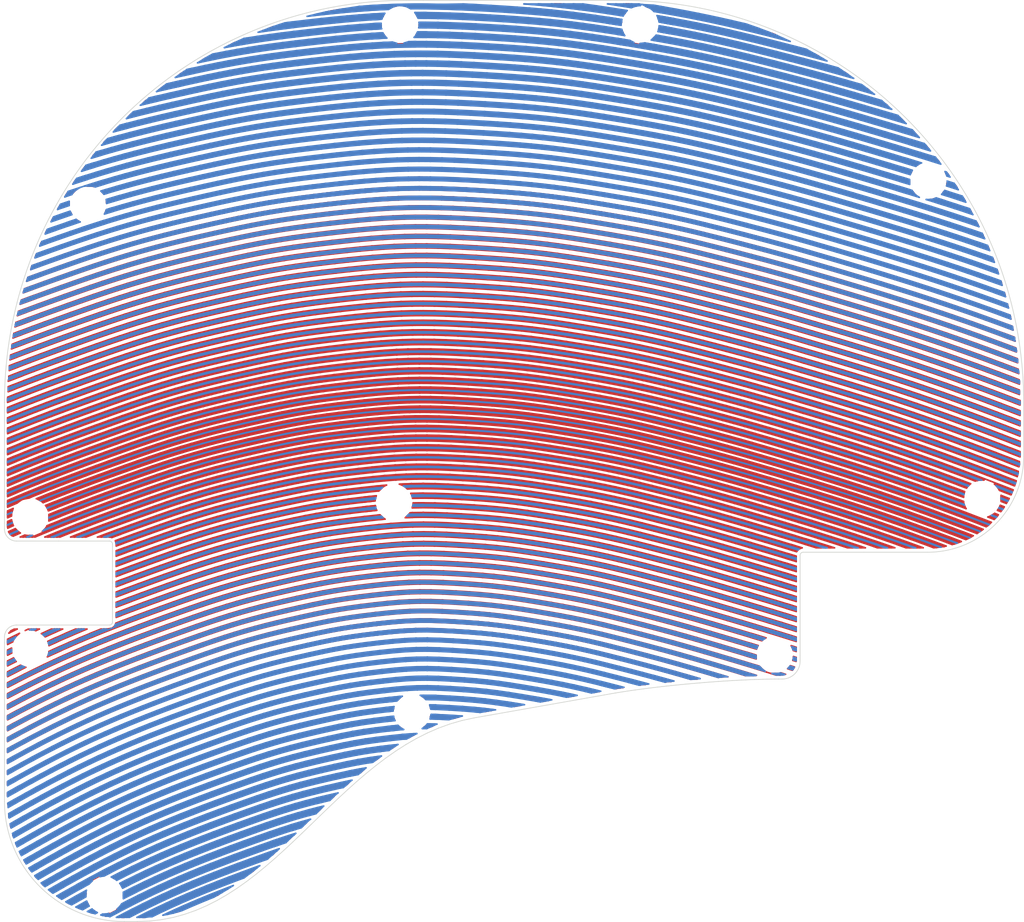
<source format=kicad_pcb>
(kicad_pcb (version 20171130) (host pcbnew "(5.1.5-0-10_14)")
  (layers (0 F.Cu signal) (31 B.Cu signal) (34 B.Paste user) (35 F.Paste user) (36 B.SilkS user) (37 F.SilkS user) (38 B.Mask user) (39 F.Mask user) (44 Edge.Cuts user))
  (net 0 "")
  (net 1 GND)
  (module key-parts:MountingHole_2.3mm_M2 (layer F.Cu) (at 65 84.6)
    (fp_text reference H11 hide)
    (fp_text value MountingHole)
    (pad "" np_thru_hole circle (at 0 0) (size 2.3 2.3) (drill 2.3) (layers *.Cu *.Mask))
  )
  (module key-parts:MountingHole_2.3mm_M2 (layer F.Cu) (at 68 119.6)
    (fp_text reference H10 hide)
    (fp_text value MountingHole)
    (pad "" np_thru_hole circle (at 0 0) (size 2.3 2.3) (drill 2.3) (layers *.Cu *.Mask))
  )
  (module key-parts:MountingHole_2.3mm_M2 (layer F.Cu) (at 128.4 110)
    (fp_text reference H9 hide)
    (fp_text value MountingHole)
    (pad "" np_thru_hole circle (at 0 0) (size 2.3 2.3) (drill 2.3) (layers *.Cu *.Mask))
  )
  (module key-parts:MountingHole_2.3mm_M2 (layer F.Cu) (at 163 84)
    (fp_text reference H8 hide)
    (fp_text value MountingHole)
    (pad "" np_thru_hole circle (at 0 0) (size 2.3 2.3) (drill 2.3) (layers *.Cu *.Mask))
  )
  (module key-parts:MountingHole_2.3mm_M2 (layer F.Cu) (at 154 31)
    (fp_text reference H7 hide)
    (fp_text value MountingHole)
    (pad "" np_thru_hole circle (at 0 0) (size 2.3 2.3) (drill 2.3) (layers *.Cu *.Mask))
  )
  (module key-parts:MountingHole_2.3mm_M2 (layer F.Cu) (at 106 5)
    (fp_text reference H6 hide)
    (fp_text value MountingHole)
    (pad "" np_thru_hole circle (at 0 0) (size 2.3 2.3) (drill 2.3) (layers *.Cu *.Mask))
  )
  (module key-parts:MountingHole_2.3mm_M2 (layer F.Cu) (at 66 5)
    (fp_text reference H5 hide)
    (fp_text value MountingHole)
    (pad "" np_thru_hole circle (at 0 0) (size 2.3 2.3) (drill 2.3) (layers *.Cu *.Mask))
  )
  (module key-parts:MountingHole_2.3mm_M2 (layer F.Cu) (at 14 35)
    (fp_text reference H4 hide)
    (fp_text value MountingHole)
    (pad "" np_thru_hole circle (at 0 0) (size 2.3 2.3) (drill 2.3) (layers *.Cu *.Mask))
  )
  (module key-parts:MountingHole_2.3mm_M2 (layer F.Cu) (at 4.4 109)
    (fp_text reference H3 hide)
    (fp_text value MountingHole)
    (pad "" np_thru_hole circle (at 0 0) (size 2.3 2.3) (drill 2.3) (layers *.Cu *.Mask))
  )
  (module key-parts:MountingHole_2.3mm_M2 (layer F.Cu) (at 4.4 87)
    (fp_text reference H2 hide)
    (fp_text value MountingHole)
    (pad "" np_thru_hole circle (at 0 0) (size 2.3 2.3) (drill 2.3) (layers *.Cu *.Mask))
  )
  (module key-parts:MountingHole_2.3mm_M2 (layer F.Cu) (at 16.8 150)
    (fp_text reference H1 hide)
    (fp_text value MountingHole)
    (pad "" np_thru_hole circle (at 0 0) (size 2.3 2.3) (drill 2.3) (layers *.Cu *.Mask))
  )
  (module key-parts:DummyPad (layer B.Cu) (at 109.725 4.083)
    (fp_text reference P2 hide)
    (fp_text value DummyPad hide)
    (pad 1 smd circle (at 0 0) (size 0.4 0.4) (layers B.Cu) (net 1 GND))
  )
  (module key-parts:DummyPad (layer F.Cu) (at 1.291 72.314)
    (fp_text reference P1 hide)
    (fp_text value DummyPad hide)
    (pad 1 smd circle (at 0 0) (size 0.4 0.4) (layers F.Cu) (net 1 GND))
  )
  (gr_line (start 37.994 148.471) (end 38.152 148.412) (layer B.Cu) (width 0.25))
  (gr_line (start 38.152 148.412) (end 37.241 148.986) (layer B.Cu) (width 0.25))
  (gr_line (start 37.803 148.544) (end 37.99 148.473) (layer B.Cu) (width 0.25))
  (gr_line (start 37.616 148.616) (end 37.803 148.544) (layer B.Cu) (width 0.25))
  (gr_line (start 37.43 148.688) (end 37.616 148.616) (layer B.Cu) (width 0.25))
  (gr_line (start 37.243 148.76) (end 37.43 148.688) (layer B.Cu) (width 0.25))
  (gr_line (start 37.057 148.832) (end 37.243 148.76) (layer B.Cu) (width 0.25))
  (gr_line (start 37.132 149.028) (end 37.241 148.986) (layer B.Cu) (width 0.25))
  (gr_line (start 37.241 148.986) (end 36.196 149.614) (layer B.Cu) (width 0.25))
  (gr_line (start 36.87 148.903) (end 37.057 148.832) (layer B.Cu) (width 0.25))
  (gr_line (start 36.946 149.099) (end 37.132 149.028) (layer B.Cu) (width 0.25))
  (gr_line (start 36.684 148.975) (end 36.87 148.903) (layer B.Cu) (width 0.25))
  (gr_line (start 36.759 149.171) (end 36.946 149.099) (layer B.Cu) (width 0.25))
  (gr_line (start 36.497 149.047) (end 36.684 148.975) (layer B.Cu) (width 0.25))
  (gr_line (start 36.572 149.243) (end 36.759 149.171) (layer B.Cu) (width 0.25))
  (gr_line (start 36.31 149.119) (end 36.497 149.047) (layer B.Cu) (width 0.25))
  (gr_line (start 36.386 149.315) (end 36.572 149.243) (layer B.Cu) (width 0.25))
  (gr_line (start 36.124 149.19) (end 36.31 149.119) (layer B.Cu) (width 0.25))
  (gr_line (start 36.199 149.386) (end 36.386 149.315) (layer B.Cu) (width 0.25))
  (gr_line (start 35.94 149.263) (end 36.119 149.192) (layer B.Cu) (width 0.25))
  (gr_line (start 36.017 149.458) (end 36.196 149.388) (layer B.Cu) (width 0.25))
  (gr_line (start 36.095 149.654) (end 36.196 149.614) (layer B.Cu) (width 0.25))
  (gr_line (start 36.196 149.614) (end 34.92 150.345) (layer B.Cu) (width 0.25))
  (gr_line (start 35.761 149.334) (end 35.94 149.263) (layer B.Cu) (width 0.25))
  (gr_line (start 35.839 149.529) (end 36.017 149.458) (layer B.Cu) (width 0.25))
  (gr_line (start 35.916 149.725) (end 36.095 149.654) (layer B.Cu) (width 0.25))
  (gr_line (start 35.582 149.405) (end 35.761 149.334) (layer B.Cu) (width 0.25))
  (gr_line (start 35.66 149.6) (end 35.839 149.529) (layer B.Cu) (width 0.25))
  (gr_line (start 35.737 149.795) (end 35.916 149.725) (layer B.Cu) (width 0.25))
  (gr_line (start 35.403 149.476) (end 35.582 149.405) (layer B.Cu) (width 0.25))
  (gr_line (start 35.481 149.671) (end 35.66 149.6) (layer B.Cu) (width 0.25))
  (gr_line (start 35.558 149.866) (end 35.737 149.795) (layer B.Cu) (width 0.25))
  (gr_line (start 35.224 149.547) (end 35.403 149.476) (layer B.Cu) (width 0.25))
  (gr_line (start 35.302 149.742) (end 35.481 149.671) (layer B.Cu) (width 0.25))
  (gr_line (start 35.379 149.937) (end 35.558 149.866) (layer B.Cu) (width 0.25))
  (gr_line (start 35.045 149.618) (end 35.224 149.547) (layer B.Cu) (width 0.25))
  (gr_line (start 35.123 149.813) (end 35.302 149.742) (layer B.Cu) (width 0.25))
  (gr_line (start 35.2 150.008) (end 35.379 149.937) (layer B.Cu) (width 0.25))
  (gr_line (start 34.867 149.689) (end 35.045 149.618) (layer B.Cu) (width 0.25))
  (gr_line (start 34.944 149.884) (end 35.123 149.813) (layer B.Cu) (width 0.25))
  (gr_line (start 35.021 150.079) (end 35.2 150.008) (layer B.Cu) (width 0.25))
  (gr_line (start 34.688 149.759) (end 34.867 149.689) (layer B.Cu) (width 0.25))
  (gr_line (start 34.765 149.955) (end 34.944 149.884) (layer B.Cu) (width 0.25))
  (gr_line (start 34.842 150.15) (end 35.021 150.079) (layer B.Cu) (width 0.25))
  (gr_line (start 34.509 149.83) (end 34.688 149.759) (layer B.Cu) (width 0.25))
  (gr_line (start 34.586 150.026) (end 34.765 149.955) (layer B.Cu) (width 0.25))
  (gr_line (start 34.663 150.221) (end 34.842 150.15) (layer B.Cu) (width 0.25))
  (gr_line (start 34.741 150.416) (end 34.92 150.345) (layer B.Cu) (width 0.25))
  (gr_line (start 34.33 149.901) (end 34.509 149.83) (layer B.Cu) (width 0.25))
  (gr_line (start 34.407 150.096) (end 34.586 150.026) (layer B.Cu) (width 0.25))
  (gr_line (start 34.484 150.292) (end 34.663 150.221) (layer B.Cu) (width 0.25))
  (gr_line (start 34.562 150.487) (end 34.741 150.416) (layer B.Cu) (width 0.25))
  (gr_line (start 34.152 149.974) (end 34.324 149.903) (layer B.Cu) (width 0.25))
  (gr_line (start 34.231 150.168) (end 34.404 150.098) (layer B.Cu) (width 0.25))
  (gr_line (start 34.311 150.363) (end 34.483 150.292) (layer B.Cu) (width 0.25))
  (gr_line (start 34.39 150.557) (end 34.563 150.486) (layer B.Cu) (width 0.25))
  (gr_line (start 33.979 150.045) (end 34.152 149.974) (layer B.Cu) (width 0.25))
  (gr_line (start 34.059 150.239) (end 34.231 150.168) (layer B.Cu) (width 0.25))
  (gr_line (start 34.138 150.433) (end 34.311 150.363) (layer B.Cu) (width 0.25))
  (gr_line (start 34.218 150.628) (end 34.39 150.557) (layer B.Cu) (width 0.25))
  (gr_line (start 33.807 150.115) (end 33.979 150.045) (layer B.Cu) (width 0.25))
  (gr_line (start 33.886 150.31) (end 34.059 150.239) (layer B.Cu) (width 0.25))
  (gr_line (start 33.966 150.504) (end 34.138 150.433) (layer B.Cu) (width 0.25))
  (gr_line (start 34.045 150.698) (end 34.218 150.628) (layer B.Cu) (width 0.25))
  (gr_line (start 33.634 150.186) (end 33.807 150.115) (layer B.Cu) (width 0.25))
  (gr_line (start 33.713 150.38) (end 33.886 150.31) (layer B.Cu) (width 0.25))
  (gr_line (start 33.793 150.575) (end 33.966 150.504) (layer B.Cu) (width 0.25))
  (gr_line (start 33.872 150.769) (end 34.045 150.698) (layer B.Cu) (width 0.25))
  (gr_line (start 33.461 150.257) (end 33.634 150.186) (layer B.Cu) (width 0.25))
  (gr_line (start 33.540999 150.451) (end 33.713 150.38) (layer B.Cu) (width 0.25))
  (gr_line (start 33.62 150.645) (end 33.793 150.575) (layer B.Cu) (width 0.25))
  (gr_line (start 33.7 150.84) (end 33.872 150.769) (layer B.Cu) (width 0.25))
  (gr_line (start 33.289 150.327) (end 33.461 150.257) (layer B.Cu) (width 0.25))
  (gr_line (start 33.368 150.522) (end 33.540999 150.451) (layer B.Cu) (width 0.25))
  (gr_line (start 33.448 150.716) (end 33.62 150.645) (layer B.Cu) (width 0.25))
  (gr_line (start 33.527 150.91) (end 33.7 150.84) (layer B.Cu) (width 0.25))
  (gr_line (start 33.116 150.398) (end 33.289 150.327) (layer B.Cu) (width 0.25))
  (gr_line (start 33.195999 150.592) (end 33.368 150.522) (layer B.Cu) (width 0.25))
  (gr_line (start 33.275 150.787) (end 33.448 150.716) (layer B.Cu) (width 0.25))
  (gr_line (start 33.354999 150.981) (end 33.527 150.91) (layer B.Cu) (width 0.25))
  (gr_line (start 32.942999 150.468) (end 33.116 150.398) (layer B.Cu) (width 0.25))
  (gr_line (start 33.023 150.663) (end 33.195999 150.592) (layer B.Cu) (width 0.25))
  (gr_line (start 33.103 150.857) (end 33.275 150.787) (layer B.Cu) (width 0.25))
  (gr_line (start 33.182 151.052) (end 33.354999 150.981) (layer B.Cu) (width 0.25))
  (gr_line (start 32.771 150.539) (end 32.942999 150.468) (layer B.Cu) (width 0.25))
  (gr_line (start 32.85 150.733) (end 33.023 150.663) (layer B.Cu) (width 0.25))
  (gr_line (start 32.93 150.928) (end 33.103 150.857) (layer B.Cu) (width 0.25))
  (gr_line (start 33.009 151.122) (end 33.182 151.052) (layer B.Cu) (width 0.25))
  (gr_line (start 32.598 150.61) (end 32.771 150.539) (layer B.Cu) (width 0.25))
  (gr_line (start 32.677999 150.804) (end 32.85 150.733) (layer B.Cu) (width 0.25))
  (gr_line (start 32.756999 150.998) (end 32.93 150.928) (layer B.Cu) (width 0.25))
  (gr_line (start 32.837 151.193) (end 33.009 151.122) (layer B.Cu) (width 0.25))
  (gr_line (start 32.424999 150.683) (end 32.592 150.612) (layer B.Cu) (width 0.25))
  (gr_line (start 32.506999 150.877) (end 32.674 150.806) (layer B.Cu) (width 0.25))
  (gr_line (start 32.588 151.07) (end 32.756 150.999) (layer B.Cu) (width 0.25))
  (gr_line (start 32.67 151.263) (end 32.838 151.192) (layer B.Cu) (width 0.25))
  (gr_line (start 32.256999 150.754) (end 32.424999 150.683) (layer B.Cu) (width 0.25))
  (gr_line (start 32.339 150.948) (end 32.506999 150.877) (layer B.Cu) (width 0.25))
  (gr_line (start 32.421 151.141) (end 32.588 151.07) (layer B.Cu) (width 0.25))
  (gr_line (start 32.503 151.334) (end 32.67 151.263) (layer B.Cu) (width 0.25))
  (gr_line (start 32.089 150.825) (end 32.256999 150.754) (layer B.Cu) (width 0.25))
  (gr_line (start 32.171 151.019) (end 32.339 150.948) (layer B.Cu) (width 0.25))
  (gr_line (start 32.253 151.212) (end 32.421 151.141) (layer B.Cu) (width 0.25))
  (gr_line (start 32.335 151.405) (end 32.503 151.334) (layer B.Cu) (width 0.25))
  (gr_line (start 31.922 150.896) (end 32.089 150.825) (layer B.Cu) (width 0.25))
  (gr_line (start 32.003999 151.089) (end 32.171 151.019) (layer B.Cu) (width 0.25))
  (gr_line (start 32.086 151.283) (end 32.253 151.212) (layer B.Cu) (width 0.25))
  (gr_line (start 32.167 151.476) (end 32.335 151.405) (layer B.Cu) (width 0.25))
  (gr_line (start 31.754 150.967) (end 31.922 150.896) (layer B.Cu) (width 0.25))
  (gr_line (start 31.836 151.16) (end 32.003999 151.089) (layer B.Cu) (width 0.25))
  (gr_line (start 31.918 151.354) (end 32.086 151.283) (layer B.Cu) (width 0.25))
  (gr_line (start 32 151.547) (end 32.167 151.476) (layer B.Cu) (width 0.25))
  (gr_line (start 31.587 151.038) (end 31.754 150.967) (layer B.Cu) (width 0.25))
  (gr_line (start 31.668 151.231) (end 31.836 151.16) (layer B.Cu) (width 0.25))
  (gr_line (start 31.75 151.425) (end 31.918 151.354) (layer B.Cu) (width 0.25))
  (gr_line (start 31.832 151.618) (end 32 151.547) (layer B.Cu) (width 0.25))
  (gr_line (start 31.419 151.109) (end 31.587 151.038) (layer B.Cu) (width 0.25))
  (gr_line (start 31.501 151.302) (end 31.668 151.231) (layer B.Cu) (width 0.25))
  (gr_line (start 31.583 151.496) (end 31.75 151.425) (layer B.Cu) (width 0.25))
  (gr_line (start 31.665 151.689) (end 31.832 151.618) (layer B.Cu) (width 0.25))
  (gr_line (start 31.251 151.18) (end 31.419 151.109) (layer B.Cu) (width 0.25))
  (gr_line (start 31.333 151.373) (end 31.501 151.302) (layer B.Cu) (width 0.25))
  (gr_line (start 31.415 151.567) (end 31.583 151.496) (layer B.Cu) (width 0.25))
  (gr_line (start 31.497 151.76) (end 31.665 151.689) (layer B.Cu) (width 0.25))
  (gr_line (start 31.084 151.251) (end 31.251 151.18) (layer B.Cu) (width 0.25))
  (gr_line (start 31.166 151.444) (end 31.333 151.373) (layer B.Cu) (width 0.25))
  (gr_line (start 31.247 151.638) (end 31.415 151.567) (layer B.Cu) (width 0.25))
  (gr_line (start 31.329 151.831) (end 31.497 151.76) (layer B.Cu) (width 0.25))
  (gr_line (start 30.916 151.322) (end 31.084 151.251) (layer B.Cu) (width 0.25))
  (gr_line (start 30.998 151.515) (end 31.166 151.444) (layer B.Cu) (width 0.25))
  (gr_line (start 31.08 151.709) (end 31.247 151.638) (layer B.Cu) (width 0.25))
  (gr_line (start 31.162 151.902) (end 31.329 151.831) (layer B.Cu) (width 0.25))
  (gr_line (start 30.746 151.397) (end 30.91 151.325) (layer B.Cu) (width 0.25))
  (gr_line (start 30.83 151.589) (end 30.994 151.517) (layer B.Cu) (width 0.25))
  (gr_line (start 30.915 151.781) (end 31.079 151.709) (layer B.Cu) (width 0.25))
  (gr_line (start 30.999 151.974) (end 31.163 151.902) (layer B.Cu) (width 0.25))
  (gr_line (start 30.582 151.469) (end 30.746 151.397) (layer B.Cu) (width 0.25))
  (gr_line (start 30.666 151.661) (end 30.83 151.589) (layer B.Cu) (width 0.25))
  (gr_line (start 30.751 151.853) (end 30.915 151.781) (layer B.Cu) (width 0.25))
  (gr_line (start 30.835 152.045) (end 30.999 151.974) (layer B.Cu) (width 0.25))
  (gr_line (start 30.418 151.541) (end 30.582 151.469) (layer B.Cu) (width 0.25))
  (gr_line (start 30.502 151.733) (end 30.666 151.661) (layer B.Cu) (width 0.25))
  (gr_line (start 30.587 151.925) (end 30.751 151.853) (layer B.Cu) (width 0.25))
  (gr_line (start 30.671 152.117) (end 30.835 152.045) (layer B.Cu) (width 0.25))
  (gr_line (start 30.254 151.612) (end 30.418 151.541) (layer B.Cu) (width 0.25))
  (gr_line (start 30.338 151.805) (end 30.502 151.733) (layer B.Cu) (width 0.25))
  (gr_line (start 30.423 151.997) (end 30.587 151.925) (layer B.Cu) (width 0.25))
  (gr_line (start 30.507 152.189) (end 30.671 152.117) (layer B.Cu) (width 0.25))
  (gr_line (start 30.09 151.684) (end 30.254 151.612) (layer B.Cu) (width 0.25))
  (gr_line (start 30.174 151.877) (end 30.338 151.805) (layer B.Cu) (width 0.25))
  (gr_line (start 30.259 152.069) (end 30.423 151.997) (layer B.Cu) (width 0.25))
  (gr_line (start 30.343 152.261) (end 30.507 152.189) (layer B.Cu) (width 0.25))
  (gr_line (start 29.926 151.756) (end 30.09 151.684) (layer B.Cu) (width 0.25))
  (gr_line (start 30.01 151.949) (end 30.174 151.877) (layer B.Cu) (width 0.25))
  (gr_line (start 30.095 152.141) (end 30.259 152.069) (layer B.Cu) (width 0.25))
  (gr_line (start 30.179 152.333) (end 30.343 152.261) (layer B.Cu) (width 0.25))
  (gr_line (start 29.762 151.828) (end 29.926 151.756) (layer B.Cu) (width 0.25))
  (gr_line (start 29.846 152.021) (end 30.01 151.949) (layer B.Cu) (width 0.25))
  (gr_line (start 29.931 152.213) (end 30.095 152.141) (layer B.Cu) (width 0.25))
  (gr_line (start 30.015 152.405) (end 30.179 152.333) (layer B.Cu) (width 0.25))
  (gr_line (start 29.598 151.9) (end 29.762 151.828) (layer B.Cu) (width 0.25))
  (gr_line (start 29.683 152.093) (end 29.846 152.021) (layer B.Cu) (width 0.25))
  (gr_line (start 29.767 152.285) (end 29.931 152.213) (layer B.Cu) (width 0.25))
  (gr_line (start 29.851 152.477) (end 30.015 152.405) (layer B.Cu) (width 0.25))
  (gr_line (start 29.434 151.972) (end 29.598 151.9) (layer B.Cu) (width 0.25))
  (gr_line (start 29.519 152.164) (end 29.683 152.093) (layer B.Cu) (width 0.25))
  (gr_line (start 29.603 152.357) (end 29.767 152.285) (layer B.Cu) (width 0.25))
  (gr_line (start 29.687 152.549) (end 29.851 152.477) (layer B.Cu) (width 0.25))
  (gr_line (start 29.27 152.044) (end 29.434 151.972) (layer B.Cu) (width 0.25))
  (gr_line (start 29.355 152.236) (end 29.519 152.164) (layer B.Cu) (width 0.25))
  (gr_line (start 29.439 152.429) (end 29.603 152.357) (layer B.Cu) (width 0.25))
  (gr_line (start 29.523 152.621) (end 29.687 152.549) (layer B.Cu) (width 0.25))
  (gr_line (start 29.523 152.621) (end 28.145 153.017) (layer B.Cu) (width 0.25))
  (gr_line (start 29.102 152.121) (end 29.264 152.047) (layer B.Cu) (width 0.25))
  (gr_line (start 29.189 152.312) (end 29.351 152.238) (layer B.Cu) (width 0.25))
  (gr_line (start 29.276 152.503) (end 29.438 152.429) (layer B.Cu) (width 0.25))
  (gr_line (start 28.941 152.194) (end 29.102 152.121) (layer B.Cu) (width 0.25))
  (gr_line (start 29.027 152.385) (end 29.189 152.312) (layer B.Cu) (width 0.25))
  (gr_line (start 29.114 152.576) (end 29.276 152.503) (layer B.Cu) (width 0.25))
  (gr_line (start 28.779 152.268) (end 28.941 152.194) (layer B.Cu) (width 0.25))
  (gr_line (start 28.866 152.459) (end 29.027 152.385) (layer B.Cu) (width 0.25))
  (gr_line (start 28.953 152.65) (end 29.114 152.576) (layer B.Cu) (width 0.25))
  (gr_line (start 28.617 152.341) (end 28.779 152.268) (layer B.Cu) (width 0.25))
  (gr_line (start 28.704 152.532) (end 28.866 152.459) (layer B.Cu) (width 0.25))
  (gr_line (start 28.791 152.723) (end 28.953 152.65) (layer B.Cu) (width 0.25))
  (gr_line (start 28.456 152.415) (end 28.617 152.341) (layer B.Cu) (width 0.25))
  (gr_line (start 28.543 152.606) (end 28.704 152.532) (layer B.Cu) (width 0.25))
  (gr_line (start 28.63 152.797) (end 28.791 152.723) (layer B.Cu) (width 0.25))
  (gr_line (start 28.294 152.488) (end 28.456 152.415) (layer B.Cu) (width 0.25))
  (gr_line (start 28.381 152.679) (end 28.543 152.606) (layer B.Cu) (width 0.25))
  (gr_line (start 28.468 152.87) (end 28.63 152.797) (layer B.Cu) (width 0.25))
  (gr_line (start 28.132 152.562) (end 28.294 152.488) (layer B.Cu) (width 0.25))
  (gr_line (start 28.219 152.753) (end 28.381 152.679) (layer B.Cu) (width 0.25))
  (gr_line (start 28.306 152.944) (end 28.468 152.87) (layer B.Cu) (width 0.25))
  (gr_line (start 27.971 152.635) (end 28.132 152.562) (layer B.Cu) (width 0.25))
  (gr_line (start 28.058 152.826) (end 28.219 152.753) (layer B.Cu) (width 0.25))
  (gr_line (start 28.145 153.017) (end 28.306 152.944) (layer B.Cu) (width 0.25))
  (gr_line (start 28.145 153.017) (end 27.194 153.228) (layer B.Cu) (width 0.25))
  (gr_line (start 27.809 152.709) (end 27.971 152.635) (layer B.Cu) (width 0.25))
  (gr_line (start 27.896 152.9) (end 28.058 152.826) (layer B.Cu) (width 0.25))
  (gr_line (start 27.648 152.782) (end 27.809 152.709) (layer B.Cu) (width 0.25))
  (gr_line (start 27.734 152.973) (end 27.896 152.9) (layer B.Cu) (width 0.25))
  (gr_line (start 27.48 152.861) (end 27.641 152.785) (layer B.Cu) (width 0.25))
  (gr_line (start 27.57 153.051) (end 27.731 152.975) (layer B.Cu) (width 0.25))
  (gr_line (start 27.32 152.937) (end 27.48 152.861) (layer B.Cu) (width 0.25))
  (gr_line (start 27.409 153.127) (end 27.57 153.051) (layer B.Cu) (width 0.25))
  (gr_line (start 27.159 153.012) (end 27.32 152.937) (layer B.Cu) (width 0.25))
  (gr_line (start 27.249 153.202) (end 27.409 153.127) (layer B.Cu) (width 0.25))
  (gr_line (start 26.999 153.088) (end 27.159 153.012) (layer B.Cu) (width 0.25))
  (gr_line (start 27.194 153.228) (end 27.249 153.202) (layer B.Cu) (width 0.25))
  (gr_line (start 27.194 153.228) (end 26.404 153.368) (layer B.Cu) (width 0.25))
  (gr_line (start 26.838 153.164) (end 26.999 153.088) (layer B.Cu) (width 0.25))
  (gr_line (start 26.677 153.24) (end 26.838 153.164) (layer B.Cu) (width 0.25))
  (gr_line (start 26.517 153.315) (end 26.677 153.24) (layer B.Cu) (width 0.25))
  (gr_line (start 26.404 153.368) (end 26.517 153.315) (layer B.Cu) (width 0.25))
  (gr_line (start 35.588 149.941) (end 35.766 149.87) (layer F.Cu) (width 0.25))
  (gr_line (start 35.766 149.87) (end 35.565 150.003) (layer F.Cu) (width 0.25))
  (gr_line (start 35.409 150.012) (end 35.588 149.941) (layer F.Cu) (width 0.25))
  (gr_line (start 35.427 150.058) (end 35.565 150.003) (layer F.Cu) (width 0.25))
  (gr_line (start 35.23 150.082) (end 35.409 150.012) (layer F.Cu) (width 0.25))
  (gr_line (start 35.248 150.129) (end 35.427 150.058) (layer F.Cu) (width 0.25))
  (gr_line (start 35.06 150.177) (end 35.239 150.106) (layer F.Cu) (width 0.3))
  (gr_line (start 34.881 150.248) (end 35.06 150.177) (layer F.Cu) (width 0.3))
  (gr_line (start 34.702 150.318) (end 34.881 150.248) (layer F.Cu) (width 0.3))
  (gr_line (start 34.523 150.389) (end 34.702 150.318) (layer F.Cu) (width 0.3))
  (gr_line (start 34.351 150.46) (end 34.523 150.389) (layer F.Cu) (width 0.3))
  (gr_line (start 34.178 150.531) (end 34.351 150.46) (layer F.Cu) (width 0.3))
  (gr_line (start 34.005 150.601) (end 34.178 150.531) (layer F.Cu) (width 0.3))
  (gr_line (start 33.833 150.672) (end 34.005 150.601) (layer F.Cu) (width 0.3))
  (gr_line (start 33.66 150.742) (end 33.833 150.672) (layer F.Cu) (width 0.3))
  (gr_line (start 33.487 150.813) (end 33.66 150.742) (layer F.Cu) (width 0.3))
  (gr_line (start 33.314999 150.884) (end 33.487 150.813) (layer F.Cu) (width 0.3))
  (gr_line (start 33.142 150.954) (end 33.314999 150.884) (layer F.Cu) (width 0.3))
  (gr_line (start 32.97 151.025) (end 33.142 150.954) (layer F.Cu) (width 0.3))
  (gr_line (start 32.796999 151.096) (end 32.97 151.025) (layer F.Cu) (width 0.3))
  (gr_line (start 32.628999 151.167) (end 32.796999 151.096) (layer F.Cu) (width 0.3))
  (gr_line (start 32.462 151.238) (end 32.628999 151.167) (layer F.Cu) (width 0.3))
  (gr_line (start 32.293999 151.309) (end 32.462 151.238) (layer F.Cu) (width 0.3))
  (gr_line (start 32.127 151.38) (end 32.293999 151.309) (layer F.Cu) (width 0.3))
  (gr_line (start 31.959 151.451) (end 32.127 151.38) (layer F.Cu) (width 0.3))
  (gr_line (start 31.791 151.522) (end 31.959 151.451) (layer F.Cu) (width 0.3))
  (gr_line (start 31.624 151.592) (end 31.791 151.522) (layer F.Cu) (width 0.3))
  (gr_line (start 31.456 151.663) (end 31.624 151.592) (layer F.Cu) (width 0.3))
  (gr_line (start 31.288 151.734) (end 31.456 151.663) (layer F.Cu) (width 0.3))
  (gr_line (start 31.121 151.805) (end 31.288 151.734) (layer F.Cu) (width 0.3))
  (gr_line (start 30.957 151.877) (end 31.121 151.805) (layer F.Cu) (width 0.3))
  (gr_line (start 30.793 151.949) (end 30.957 151.877) (layer F.Cu) (width 0.3))
  (gr_line (start 30.629 152.021) (end 30.793 151.949) (layer F.Cu) (width 0.3))
  (gr_line (start 30.465 152.093) (end 30.629 152.021) (layer F.Cu) (width 0.3))
  (gr_line (start 30.301 152.165) (end 30.465 152.093) (layer F.Cu) (width 0.3))
  (gr_line (start 30.137 152.237) (end 30.301 152.165) (layer F.Cu) (width 0.3))
  (gr_line (start 29.973 152.309) (end 30.137 152.237) (layer F.Cu) (width 0.3))
  (gr_line (start 29.809 152.381) (end 29.973 152.309) (layer F.Cu) (width 0.3))
  (gr_line (start 29.645 152.453) (end 29.809 152.381) (layer F.Cu) (width 0.3))
  (gr_line (start 29.481 152.525) (end 29.645 152.453) (layer F.Cu) (width 0.3))
  (gr_line (start 29.32 152.598) (end 29.481 152.525) (layer F.Cu) (width 0.3))
  (gr_line (start 29.148 152.649) (end 29.309 152.576) (layer F.Cu) (width 0.25))
  (gr_line (start 29.168 152.695) (end 29.33 152.621) (layer F.Cu) (width 0.25))
  (gr_line (start 28.986 152.723) (end 29.148 152.649) (layer F.Cu) (width 0.25))
  (gr_line (start 29.016 152.764) (end 29.168 152.695) (layer F.Cu) (width 0.25))
  (gr_line (start 29.016 152.764) (end 28.736 152.836) (layer F.Cu) (width 0.25))
  (gr_line (start 28.824 152.796) (end 28.986 152.723) (layer F.Cu) (width 0.25))
  (gr_line (start 28.736 152.836) (end 28.824 152.796) (layer F.Cu) (width 0.25))
  (gr_line (start 42.34 145.177) (end 42.559 145.098) (layer B.Cu) (width 0.25))
  (gr_line (start 42.559 145.098) (end 42.086 145.487) (layer B.Cu) (width 0.25))
  (gr_line (start 42.121 145.256) (end 42.34 145.177) (layer B.Cu) (width 0.25))
  (gr_line (start 41.901 145.335) (end 42.121 145.256) (layer B.Cu) (width 0.25))
  (gr_line (start 41.971 145.528) (end 42.086 145.487) (layer B.Cu) (width 0.25))
  (gr_line (start 42.086 145.487) (end 41.59 145.883) (layer B.Cu) (width 0.25))
  (gr_line (start 41.682 145.413) (end 41.901 145.335) (layer B.Cu) (width 0.25))
  (gr_line (start 41.752 145.607) (end 41.971 145.528) (layer B.Cu) (width 0.25))
  (gr_line (start 41.463 145.492) (end 41.682 145.413) (layer B.Cu) (width 0.25))
  (gr_line (start 41.532 145.685) (end 41.752 145.607) (layer B.Cu) (width 0.25))
  (gr_line (start 41.252 145.569) (end 41.46 145.493) (layer B.Cu) (width 0.25))
  (gr_line (start 41.323 145.762) (end 41.531 145.686) (layer B.Cu) (width 0.25))
  (gr_line (start 41.394 145.955) (end 41.59 145.883) (layer B.Cu) (width 0.25))
  (gr_line (start 41.59 145.883) (end 41.085 146.287) (layer B.Cu) (width 0.25))
  (gr_line (start 41.045 145.645) (end 41.252 145.569) (layer B.Cu) (width 0.25))
  (gr_line (start 41.116 145.838) (end 41.323 145.762) (layer B.Cu) (width 0.25))
  (gr_line (start 41.186 146.031) (end 41.394 145.955) (layer B.Cu) (width 0.25))
  (gr_line (start 40.837 145.721) (end 41.045 145.645) (layer B.Cu) (width 0.25))
  (gr_line (start 40.908 145.914) (end 41.116 145.838) (layer B.Cu) (width 0.25))
  (gr_line (start 40.979 146.107) (end 41.186 146.031) (layer B.Cu) (width 0.25))
  (gr_line (start 41.049 146.3) (end 41.085 146.287) (layer B.Cu) (width 0.25))
  (gr_line (start 41.085 146.287) (end 40.462 146.734) (layer B.Cu) (width 0.25))
  (gr_line (start 40.63 145.797) (end 40.837 145.721) (layer B.Cu) (width 0.25))
  (gr_line (start 40.701 145.99) (end 40.908 145.914) (layer B.Cu) (width 0.25))
  (gr_line (start 40.771 146.183) (end 40.979 146.107) (layer B.Cu) (width 0.25))
  (gr_line (start 40.842 146.376) (end 41.049 146.3) (layer B.Cu) (width 0.25))
  (gr_line (start 40.422 145.873) (end 40.63 145.797) (layer B.Cu) (width 0.25))
  (gr_line (start 40.493 146.066) (end 40.701 145.99) (layer B.Cu) (width 0.25))
  (gr_line (start 40.564 146.259) (end 40.771 146.183) (layer B.Cu) (width 0.25))
  (gr_line (start 40.634 146.452) (end 40.842 146.376) (layer B.Cu) (width 0.25))
  (gr_line (start 40.215 145.949) (end 40.422 145.873) (layer B.Cu) (width 0.25))
  (gr_line (start 40.286 146.142) (end 40.493 146.066) (layer B.Cu) (width 0.25))
  (gr_line (start 40.356 146.335) (end 40.564 146.259) (layer B.Cu) (width 0.25))
  (gr_line (start 40.427 146.528) (end 40.634 146.452) (layer B.Cu) (width 0.25))
  (gr_line (start 40.007 146.025) (end 40.215 145.949) (layer B.Cu) (width 0.25))
  (gr_line (start 40.078 146.218) (end 40.286 146.142) (layer B.Cu) (width 0.25))
  (gr_line (start 40.149 146.411) (end 40.356 146.335) (layer B.Cu) (width 0.25))
  (gr_line (start 40.219 146.604) (end 40.427 146.528) (layer B.Cu) (width 0.25))
  (gr_line (start 40.29 146.797) (end 40.462 146.734) (layer B.Cu) (width 0.25))
  (gr_line (start 40.462 146.734) (end 39.946 147.142) (layer B.Cu) (width 0.25))
  (gr_line (start 39.8 146.101) (end 40.007 146.025) (layer B.Cu) (width 0.25))
  (gr_line (start 39.871 146.294) (end 40.078 146.218) (layer B.Cu) (width 0.25))
  (gr_line (start 39.941 146.487) (end 40.149 146.411) (layer B.Cu) (width 0.25))
  (gr_line (start 40.012 146.68) (end 40.219 146.604) (layer B.Cu) (width 0.25))
  (gr_line (start 40.083 146.873) (end 40.29 146.797) (layer B.Cu) (width 0.25))
  (gr_line (start 39.592 146.177) (end 39.8 146.101) (layer B.Cu) (width 0.25))
  (gr_line (start 39.663 146.37) (end 39.871 146.294) (layer B.Cu) (width 0.25))
  (gr_line (start 39.734 146.563) (end 39.941 146.487) (layer B.Cu) (width 0.25))
  (gr_line (start 39.804 146.756) (end 40.012 146.68) (layer B.Cu) (width 0.25))
  (gr_line (start 39.875 146.949) (end 40.083 146.873) (layer B.Cu) (width 0.25))
  (gr_line (start 39.385 146.253) (end 39.592 146.177) (layer B.Cu) (width 0.25))
  (gr_line (start 39.456 146.446) (end 39.663 146.37) (layer B.Cu) (width 0.25))
  (gr_line (start 39.526 146.639) (end 39.734 146.563) (layer B.Cu) (width 0.25))
  (gr_line (start 39.597 146.832) (end 39.804 146.756) (layer B.Cu) (width 0.25))
  (gr_line (start 39.668 147.025) (end 39.875 146.949) (layer B.Cu) (width 0.25))
  (gr_line (start 39.738 147.218) (end 39.946 147.142) (layer B.Cu) (width 0.25))
  (gr_line (start 37.41 146.993) (end 39.381 146.254) (layer B.Cu) (width 0.25))
  (gr_line (start 37.482 147.185) (end 39.453 146.447) (layer B.Cu) (width 0.25))
  (gr_line (start 37.554 147.378) (end 39.525 146.639) (layer B.Cu) (width 0.25))
  (gr_line (start 37.626 147.57) (end 39.598 146.832) (layer B.Cu) (width 0.25))
  (gr_line (start 37.698 147.763) (end 39.67 147.024) (layer B.Cu) (width 0.25))
  (gr_line (start 37.771 147.955) (end 39.742 147.217) (layer B.Cu) (width 0.25))
  (gr_line (start 35.709 148.198) (end 37.59 147.474) (layer B.Cu) (width 1.277777))
  (gr_line (start 33.905 148.913) (end 35.709 148.198) (layer B.Cu) (width 1.277777))
  (gr_line (start 32.165 149.625) (end 33.905 148.913) (layer B.Cu) (width 1.277777))
  (gr_line (start 30.475 150.34) (end 32.165 149.625) (layer B.Cu) (width 1.277777))
  (gr_line (start 28.822 151.066) (end 30.475 150.34) (layer B.Cu) (width 1.277777))
  (gr_line (start 27.192 151.807) (end 28.822 151.066) (layer B.Cu) (width 1.277777))
  (gr_line (start 25.353 152.106) (end 26.973 151.342) (layer B.Cu) (width 0.25))
  (gr_line (start 25.441 152.291) (end 27.06 151.528) (layer B.Cu) (width 0.25))
  (gr_line (start 25.529 152.477) (end 27.148 151.714) (layer B.Cu) (width 0.25))
  (gr_line (start 25.616 152.663) (end 27.236 151.9) (layer B.Cu) (width 0.25))
  (gr_line (start 25.704 152.849) (end 27.323 152.086) (layer B.Cu) (width 0.25))
  (gr_line (start 25.792 153.035) (end 27.411 152.272) (layer B.Cu) (width 0.25))
  (gr_line (start 25.185 152.188) (end 25.347 152.109) (layer B.Cu) (width 0.25))
  (gr_line (start 25.275 152.372) (end 25.437 152.293) (layer B.Cu) (width 0.25))
  (gr_line (start 25.365 152.557) (end 25.528 152.478) (layer B.Cu) (width 0.25))
  (gr_line (start 25.455 152.742) (end 25.618 152.663) (layer B.Cu) (width 0.25))
  (gr_line (start 25.546 152.927) (end 25.708 152.848) (layer B.Cu) (width 0.25))
  (gr_line (start 25.636 153.111) (end 25.798 153.032) (layer B.Cu) (width 0.25))
  (gr_line (start 25.023 152.267) (end 25.185 152.188) (layer B.Cu) (width 0.25))
  (gr_line (start 25.113 152.452) (end 25.275 152.372) (layer B.Cu) (width 0.25))
  (gr_line (start 25.203 152.636) (end 25.365 152.557) (layer B.Cu) (width 0.25))
  (gr_line (start 25.293 152.821) (end 25.455 152.742) (layer B.Cu) (width 0.25))
  (gr_line (start 25.383 153.006) (end 25.546 152.927) (layer B.Cu) (width 0.25))
  (gr_line (start 25.473 153.191) (end 25.636 153.111) (layer B.Cu) (width 0.25))
  (gr_line (start 24.86 152.346) (end 25.023 152.267) (layer B.Cu) (width 0.25))
  (gr_line (start 24.951 152.531) (end 25.113 152.452) (layer B.Cu) (width 0.25))
  (gr_line (start 25.041 152.716) (end 25.203 152.636) (layer B.Cu) (width 0.25))
  (gr_line (start 25.131 152.9) (end 25.293 152.821) (layer B.Cu) (width 0.25))
  (gr_line (start 25.221 153.085) (end 25.383 153.006) (layer B.Cu) (width 0.25))
  (gr_line (start 25.311 153.27) (end 25.473 153.191) (layer B.Cu) (width 0.25))
  (gr_line (start 24.698 152.425) (end 24.86 152.346) (layer B.Cu) (width 0.25))
  (gr_line (start 24.788 152.61) (end 24.951 152.531) (layer B.Cu) (width 0.25))
  (gr_line (start 24.879 152.795) (end 25.041 152.716) (layer B.Cu) (width 0.25))
  (gr_line (start 24.969 152.979) (end 25.131 152.9) (layer B.Cu) (width 0.25))
  (gr_line (start 25.059 153.164) (end 25.221 153.085) (layer B.Cu) (width 0.25))
  (gr_line (start 25.149 153.349) (end 25.311 153.27) (layer B.Cu) (width 0.25))
  (gr_line (start 24.536 152.504) (end 24.698 152.425) (layer B.Cu) (width 0.25))
  (gr_line (start 24.626 152.689) (end 24.788 152.61) (layer B.Cu) (width 0.25))
  (gr_line (start 24.716 152.874) (end 24.879 152.795) (layer B.Cu) (width 0.25))
  (gr_line (start 24.806 153.059) (end 24.969 152.979) (layer B.Cu) (width 0.25))
  (gr_line (start 24.897 153.243) (end 25.059 153.164) (layer B.Cu) (width 0.25))
  (gr_line (start 24.987 153.428) (end 25.149 153.349) (layer B.Cu) (width 0.25))
  (gr_line (start 24.374 152.584) (end 24.536 152.504) (layer B.Cu) (width 0.25))
  (gr_line (start 24.464 152.768) (end 24.626 152.689) (layer B.Cu) (width 0.25))
  (gr_line (start 24.554 152.953) (end 24.716 152.874) (layer B.Cu) (width 0.25))
  (gr_line (start 24.644 153.138) (end 24.806 153.059) (layer B.Cu) (width 0.25))
  (gr_line (start 24.734 153.322) (end 24.897 153.243) (layer B.Cu) (width 0.25))
  (gr_line (start 24.824 153.507) (end 24.987 153.428) (layer B.Cu) (width 0.25))
  (gr_line (start 24.211 152.663) (end 24.374 152.584) (layer B.Cu) (width 0.25))
  (gr_line (start 24.302 152.847) (end 24.464 152.768) (layer B.Cu) (width 0.25))
  (gr_line (start 24.392 153.032) (end 24.554 152.953) (layer B.Cu) (width 0.25))
  (gr_line (start 24.482 153.217) (end 24.644 153.138) (layer B.Cu) (width 0.25))
  (gr_line (start 24.572 153.402) (end 24.734 153.322) (layer B.Cu) (width 0.25))
  (gr_line (start 24.662 153.586) (end 24.824 153.507) (layer B.Cu) (width 0.25))
  (gr_line (start 24.049 152.742) (end 24.211 152.663) (layer B.Cu) (width 0.25))
  (gr_line (start 24.139 152.927) (end 24.302 152.847) (layer B.Cu) (width 0.25))
  (gr_line (start 24.23 153.111) (end 24.392 153.032) (layer B.Cu) (width 0.25))
  (gr_line (start 24.32 153.296) (end 24.482 153.217) (layer B.Cu) (width 0.25))
  (gr_line (start 24.41 153.481) (end 24.572 153.402) (layer B.Cu) (width 0.25))
  (gr_line (start 24.572 153.63) (end 24.662 153.586) (layer B.Cu) (width 0.25))
  (gr_line (start 24.572 153.63) (end 24.109 153.628) (layer B.Cu) (width 0.25))
  (gr_line (start 23.887 152.821) (end 24.049 152.742) (layer B.Cu) (width 0.25))
  (gr_line (start 23.977 153.006) (end 24.139 152.927) (layer B.Cu) (width 0.25))
  (gr_line (start 24.067 153.191) (end 24.23 153.111) (layer B.Cu) (width 0.25))
  (gr_line (start 24.157 153.375) (end 24.32 153.296) (layer B.Cu) (width 0.25))
  (gr_line (start 24.248 153.56) (end 24.41 153.481) (layer B.Cu) (width 0.25))
  (gr_line (start 23.725 152.9) (end 23.887 152.821) (layer B.Cu) (width 0.25))
  (gr_line (start 23.815 153.085) (end 23.977 153.006) (layer B.Cu) (width 0.25))
  (gr_line (start 23.905 153.27) (end 24.067 153.191) (layer B.Cu) (width 0.25))
  (gr_line (start 23.995 153.454) (end 24.157 153.375) (layer B.Cu) (width 0.25))
  (gr_line (start 24.109 153.628) (end 24.248 153.56) (layer B.Cu) (width 0.25))
  (gr_line (start 24.109 153.628) (end 23.452 153.728) (layer B.Cu) (width 0.25))
  (gr_line (start 23.555 152.986) (end 23.719 152.903) (layer B.Cu) (width 0.25))
  (gr_line (start 23.647 153.169) (end 23.811 153.087) (layer B.Cu) (width 0.25))
  (gr_line (start 23.74 153.353) (end 23.904 153.27) (layer B.Cu) (width 0.25))
  (gr_line (start 23.832 153.536) (end 23.996 153.454) (layer B.Cu) (width 0.25))
  (gr_line (start 23.391 153.068) (end 23.555 152.986) (layer B.Cu) (width 0.25))
  (gr_line (start 23.484 153.252) (end 23.647 153.169) (layer B.Cu) (width 0.25))
  (gr_line (start 23.576 153.435) (end 23.74 153.353) (layer B.Cu) (width 0.25))
  (gr_line (start 23.669 153.619) (end 23.832 153.536) (layer B.Cu) (width 0.25))
  (gr_line (start 23.227 153.151) (end 23.391 153.068) (layer B.Cu) (width 0.25))
  (gr_line (start 23.32 153.335) (end 23.484 153.252) (layer B.Cu) (width 0.25))
  (gr_line (start 23.412 153.518) (end 23.576 153.435) (layer B.Cu) (width 0.25))
  (gr_line (start 23.505 153.702) (end 23.669 153.619) (layer B.Cu) (width 0.25))
  (gr_line (start 23.063 153.234) (end 23.227 153.151) (layer B.Cu) (width 0.25))
  (gr_line (start 23.156 153.417) (end 23.32 153.335) (layer B.Cu) (width 0.25))
  (gr_line (start 23.248 153.601) (end 23.412 153.518) (layer B.Cu) (width 0.25))
  (gr_line (start 23.452 153.728) (end 23.505 153.702) (layer B.Cu) (width 0.25))
  (gr_line (start 23.452 153.728) (end 22.992 153.73) (layer B.Cu) (width 0.25))
  (gr_line (start 22.899 153.316) (end 23.063 153.234) (layer B.Cu) (width 0.25))
  (gr_line (start 22.992 153.5) (end 23.156 153.417) (layer B.Cu) (width 0.25))
  (gr_line (start 23.084 153.683) (end 23.248 153.601) (layer B.Cu) (width 0.25))
  (gr_line (start 22.735 153.399) (end 22.899 153.316) (layer B.Cu) (width 0.25))
  (gr_line (start 22.828 153.582) (end 22.992 153.5) (layer B.Cu) (width 0.25))
  (gr_line (start 22.992 153.73) (end 23.084 153.683) (layer B.Cu) (width 0.25))
  (gr_line (start 22.992 153.73) (end 22.535 153.73) (layer B.Cu) (width 0.25))
  (gr_line (start 22.572 153.481) (end 22.735 153.399) (layer B.Cu) (width 0.25))
  (gr_line (start 22.664 153.665) (end 22.828 153.582) (layer B.Cu) (width 0.25))
  (gr_line (start 22.408 153.564) (end 22.572 153.481) (layer B.Cu) (width 0.25))
  (gr_line (start 22.535 153.73) (end 22.664 153.665) (layer B.Cu) (width 0.25))
  (gr_line (start 22.535 153.73) (end 22.08 153.729) (layer B.Cu) (width 0.25))
  (gr_line (start 22.244 153.647) (end 22.408 153.564) (layer B.Cu) (width 0.25))
  (gr_line (start 22.08 153.729) (end 22.244 153.647) (layer B.Cu) (width 0.25))
  (gr_line (start 41.417 146.018) (end 41.473 145.997) (layer F.Cu) (width 0.25))
  (gr_line (start 41.473 145.997) (end 41.208 146.171) (layer F.Cu) (width 0.25))
  (gr_line (start 41.209 146.094) (end 41.417 146.018) (layer F.Cu) (width 0.25))
  (gr_line (start 41.002 146.17) (end 41.209 146.094) (layer F.Cu) (width 0.25))
  (gr_line (start 41.026 146.237) (end 41.208 146.171) (layer F.Cu) (width 0.25))
  (gr_line (start 40.807 146.28) (end 41.014 146.204) (layer F.Cu) (width 0.322222))
  (gr_line (start 40.599 146.356) (end 40.807 146.28) (layer F.Cu) (width 0.322222))
  (gr_line (start 40.392 146.432) (end 40.599 146.356) (layer F.Cu) (width 0.322222))
  (gr_line (start 40.184 146.507) (end 40.392 146.432) (layer F.Cu) (width 0.322222))
  (gr_line (start 39.977 146.583) (end 40.184 146.507) (layer F.Cu) (width 0.322222))
  (gr_line (start 39.769 146.659) (end 39.977 146.583) (layer F.Cu) (width 0.322222))
  (gr_line (start 39.562 146.735) (end 39.769 146.659) (layer F.Cu) (width 0.322222))
  (gr_line (start 37.59 147.474) (end 39.562 146.735) (layer F.Cu) (width 0.322222))
  (gr_line (start 35.709 148.198) (end 37.59 147.474) (layer F.Cu) (width 0.322222))
  (gr_line (start 33.905 148.913) (end 35.709 148.198) (layer F.Cu) (width 0.322222))
  (gr_line (start 32.165 149.625) (end 33.905 148.913) (layer F.Cu) (width 0.322222))
  (gr_line (start 30.475 150.34) (end 32.165 149.625) (layer F.Cu) (width 0.322222))
  (gr_line (start 28.822 151.066) (end 30.475 150.34) (layer F.Cu) (width 0.322222))
  (gr_line (start 27.192 151.807) (end 28.822 151.066) (layer F.Cu) (width 0.322222))
  (gr_line (start 25.573 152.57) (end 27.192 151.807) (layer F.Cu) (width 0.322222))
  (gr_line (start 25.41 152.65) (end 25.573 152.57) (layer F.Cu) (width 0.322222))
  (gr_line (start 25.248 152.729) (end 25.41 152.65) (layer F.Cu) (width 0.322222))
  (gr_line (start 25.086 152.808) (end 25.248 152.729) (layer F.Cu) (width 0.322222))
  (gr_line (start 24.924 152.887) (end 25.086 152.808) (layer F.Cu) (width 0.322222))
  (gr_line (start 24.761 152.966) (end 24.924 152.887) (layer F.Cu) (width 0.322222))
  (gr_line (start 24.599 153.045) (end 24.761 152.966) (layer F.Cu) (width 0.322222))
  (gr_line (start 24.437 153.125) (end 24.599 153.045) (layer F.Cu) (width 0.322222))
  (gr_line (start 24.275 153.204) (end 24.437 153.125) (layer F.Cu) (width 0.322222))
  (gr_line (start 24.112 153.283) (end 24.275 153.204) (layer F.Cu) (width 0.322222))
  (gr_line (start 23.95 153.362) (end 24.112 153.283) (layer F.Cu) (width 0.322222))
  (gr_line (start 23.786 153.445) (end 23.95 153.362) (layer F.Cu) (width 0.322222))
  (gr_line (start 23.622 153.527) (end 23.786 153.445) (layer F.Cu) (width 0.322222))
  (gr_line (start 23.458 153.61) (end 23.622 153.527) (layer F.Cu) (width 0.322222))
  (gr_line (start 23.278 153.66) (end 23.442 153.578) (layer F.Cu) (width 0.25))
  (gr_line (start 23.311 153.725) (end 23.475 153.642) (layer F.Cu) (width 0.25))
  (gr_line (start 23.311 153.725) (end 23.143 153.728) (layer F.Cu) (width 0.25))
  (gr_line (start 23.143 153.728) (end 23.278 153.66) (layer F.Cu) (width 0.25))
  (gr_line (start 45.773 142.285) (end 45.792 142.279) (layer B.Cu) (width 0.25))
  (gr_line (start 45.792 142.279) (end 45.47 142.599) (layer B.Cu) (width 0.25))
  (gr_line (start 45.573 142.352) (end 45.773 142.285) (layer B.Cu) (width 0.25))
  (gr_line (start 45.373 142.419) (end 45.573 142.352) (layer B.Cu) (width 0.25))
  (gr_line (start 45.436 142.61) (end 45.47 142.599) (layer B.Cu) (width 0.25))
  (gr_line (start 45.47 142.599) (end 44.994 142.978) (layer B.Cu) (width 0.25))
  (gr_line (start 45.142 142.5) (end 45.366 142.422) (layer B.Cu) (width 0.25))
  (gr_line (start 45.208 142.69) (end 45.432 142.612) (layer B.Cu) (width 0.25))
  (gr_line (start 44.918 142.579) (end 45.142 142.5) (layer B.Cu) (width 0.25))
  (gr_line (start 44.984 142.768) (end 45.208 142.69) (layer B.Cu) (width 0.25))
  (gr_line (start 44.694 142.657) (end 44.918 142.579) (layer B.Cu) (width 0.25))
  (gr_line (start 44.76 142.847) (end 44.984 142.768) (layer B.Cu) (width 0.25))
  (gr_line (start 44.827 143.037) (end 44.994 142.978) (layer B.Cu) (width 0.25))
  (gr_line (start 44.994 142.978) (end 44.669 143.305) (layer B.Cu) (width 0.25))
  (gr_line (start 44.47 142.736) (end 44.694 142.657) (layer B.Cu) (width 0.25))
  (gr_line (start 44.536 142.925) (end 44.76 142.847) (layer B.Cu) (width 0.25))
  (gr_line (start 44.603 143.115) (end 44.827 143.037) (layer B.Cu) (width 0.25))
  (gr_line (start 44.246 142.814) (end 44.47 142.736) (layer B.Cu) (width 0.25))
  (gr_line (start 44.312 143.004) (end 44.536 142.925) (layer B.Cu) (width 0.25))
  (gr_line (start 44.379 143.194) (end 44.603 143.115) (layer B.Cu) (width 0.25))
  (gr_line (start 44.445 143.384) (end 44.669 143.305) (layer B.Cu) (width 0.25))
  (gr_line (start 44.669 143.305) (end 44.184 143.688) (layer B.Cu) (width 0.25))
  (gr_line (start 44.022 142.893) (end 44.246 142.814) (layer B.Cu) (width 0.25))
  (gr_line (start 44.088 143.082) (end 44.312 143.004) (layer B.Cu) (width 0.25))
  (gr_line (start 44.155 143.272) (end 44.379 143.194) (layer B.Cu) (width 0.25))
  (gr_line (start 44.221 143.462) (end 44.445 143.384) (layer B.Cu) (width 0.25))
  (gr_line (start 43.798 142.971) (end 44.022 142.893) (layer B.Cu) (width 0.25))
  (gr_line (start 43.864 143.161) (end 44.088 143.082) (layer B.Cu) (width 0.25))
  (gr_line (start 43.931 143.351) (end 44.155 143.272) (layer B.Cu) (width 0.25))
  (gr_line (start 43.997 143.541) (end 44.221 143.462) (layer B.Cu) (width 0.25))
  (gr_line (start 44.064 143.73) (end 44.184 143.688) (layer B.Cu) (width 0.25))
  (gr_line (start 44.184 143.688) (end 43.854 144.017) (layer B.Cu) (width 0.25))
  (gr_line (start 43.574 143.05) (end 43.798 142.971) (layer B.Cu) (width 0.25))
  (gr_line (start 43.64 143.239) (end 43.864 143.161) (layer B.Cu) (width 0.25))
  (gr_line (start 43.707 143.429) (end 43.931 143.351) (layer B.Cu) (width 0.25))
  (gr_line (start 43.773 143.619) (end 43.997 143.541) (layer B.Cu) (width 0.25))
  (gr_line (start 43.84 143.809) (end 44.064 143.73) (layer B.Cu) (width 0.25))
  (gr_line (start 43.35 143.128) (end 43.574 143.05) (layer B.Cu) (width 0.25))
  (gr_line (start 43.416 143.318) (end 43.64 143.239) (layer B.Cu) (width 0.25))
  (gr_line (start 43.483 143.508) (end 43.707 143.429) (layer B.Cu) (width 0.25))
  (gr_line (start 43.549 143.697) (end 43.773 143.619) (layer B.Cu) (width 0.25))
  (gr_line (start 43.616 143.887) (end 43.84 143.809) (layer B.Cu) (width 0.25))
  (gr_line (start 43.682 144.077) (end 43.854 144.017) (layer B.Cu) (width 0.25))
  (gr_line (start 43.126 143.207) (end 43.35 143.128) (layer B.Cu) (width 0.25))
  (gr_line (start 43.192 143.396) (end 43.416 143.318) (layer B.Cu) (width 0.25))
  (gr_line (start 43.259 143.586) (end 43.483 143.508) (layer B.Cu) (width 0.25))
  (gr_line (start 43.325 143.776) (end 43.549 143.697) (layer B.Cu) (width 0.25))
  (gr_line (start 43.392 143.966) (end 43.616 143.887) (layer B.Cu) (width 0.25))
  (gr_line (start 43.458 144.156) (end 43.682 144.077) (layer B.Cu) (width 0.25))
  (gr_line (start 40.912 144.002) (end 43.122 143.208) (layer B.Cu) (width 0.25))
  (gr_line (start 40.98 144.191) (end 43.19 143.397) (layer B.Cu) (width 0.25))
  (gr_line (start 41.048 144.38) (end 43.258 143.586) (layer B.Cu) (width 0.25))
  (gr_line (start 41.116 144.569) (end 43.326 143.776) (layer B.Cu) (width 0.25))
  (gr_line (start 41.184 144.759) (end 43.394 143.965) (layer B.Cu) (width 0.25))
  (gr_line (start 41.252 144.948) (end 43.462 144.154) (layer B.Cu) (width 0.25))
  (gr_line (start 38.99 145.241) (end 41.082 144.475) (layer B.Cu) (width 1.255555))
  (gr_line (start 37.002 145.986) (end 38.99 145.241) (layer B.Cu) (width 1.255555))
  (gr_line (start 35.106 146.715) (end 37.002 145.986) (layer B.Cu) (width 1.255555))
  (gr_line (start 33.287 147.436) (end 35.106 146.715) (layer B.Cu) (width 1.255555))
  (gr_line (start 31.533 148.154) (end 33.287 147.436) (layer B.Cu) (width 1.255555))
  (gr_line (start 29.829 148.875) (end 31.533 148.154) (layer B.Cu) (width 1.255555))
  (gr_line (start 28.162 149.607) (end 29.829 148.875) (layer B.Cu) (width 1.255555))
  (gr_line (start 26.519 150.354) (end 28.162 149.607) (layer B.Cu) (width 1.255555))
  (gr_line (start 24.886 151.124) (end 26.519 150.354) (layer B.Cu) (width 1.255555))
  (gr_line (start 23.251 151.922) (end 24.886 151.124) (layer B.Cu) (width 1.255555))
  (gr_line (start 21.598 152.755) (end 23.251 151.922) (layer B.Cu) (width 1.255555))
  (gr_line (start 21.198 152.396) (end 21.366 152.308) (layer B.Cu) (width 0.25))
  (gr_line (start 21.291 152.574) (end 21.459 152.487) (layer B.Cu) (width 0.25))
  (gr_line (start 21.384 152.753) (end 21.552 152.665) (layer B.Cu) (width 0.25))
  (gr_line (start 21.476 152.931) (end 21.645 152.844) (layer B.Cu) (width 0.25))
  (gr_line (start 21.569 153.11) (end 21.737 153.022) (layer B.Cu) (width 0.25))
  (gr_line (start 21.662 153.288) (end 21.83 153.201) (layer B.Cu) (width 0.25))
  (gr_line (start 21.03 152.483) (end 21.198 152.396) (layer B.Cu) (width 0.25))
  (gr_line (start 21.123 152.662) (end 21.291 152.574) (layer B.Cu) (width 0.25))
  (gr_line (start 21.215 152.84) (end 21.384 152.753) (layer B.Cu) (width 0.25))
  (gr_line (start 21.308 153.019) (end 21.476 152.931) (layer B.Cu) (width 0.25))
  (gr_line (start 21.401 153.197) (end 21.569 153.11) (layer B.Cu) (width 0.25))
  (gr_line (start 21.493 153.375) (end 21.662 153.288) (layer B.Cu) (width 0.25))
  (gr_line (start 20.862 152.571) (end 21.03 152.483) (layer B.Cu) (width 0.25))
  (gr_line (start 20.954 152.749) (end 21.123 152.662) (layer B.Cu) (width 0.25))
  (gr_line (start 21.047 152.927) (end 21.215 152.84) (layer B.Cu) (width 0.25))
  (gr_line (start 21.14 153.106) (end 21.308 153.019) (layer B.Cu) (width 0.25))
  (gr_line (start 21.233 153.284) (end 21.401 153.197) (layer B.Cu) (width 0.25))
  (gr_line (start 21.325 153.463) (end 21.493 153.375) (layer B.Cu) (width 0.25))
  (gr_line (start 20.693 152.658) (end 20.862 152.571) (layer B.Cu) (width 0.25))
  (gr_line (start 20.786 152.836) (end 20.954 152.749) (layer B.Cu) (width 0.25))
  (gr_line (start 20.879 153.015) (end 21.047 152.927) (layer B.Cu) (width 0.25))
  (gr_line (start 20.972 153.193) (end 21.14 153.106) (layer B.Cu) (width 0.25))
  (gr_line (start 21.064 153.372) (end 21.233 153.284) (layer B.Cu) (width 0.25))
  (gr_line (start 21.157 153.55) (end 21.325 153.463) (layer B.Cu) (width 0.25))
  (gr_line (start 20.525 152.745) (end 20.693 152.658) (layer B.Cu) (width 0.25))
  (gr_line (start 20.618 152.924) (end 20.786 152.836) (layer B.Cu) (width 0.25))
  (gr_line (start 20.711 153.102) (end 20.879 153.015) (layer B.Cu) (width 0.25))
  (gr_line (start 20.803 153.281) (end 20.972 153.193) (layer B.Cu) (width 0.25))
  (gr_line (start 20.896 153.459) (end 21.064 153.372) (layer B.Cu) (width 0.25))
  (gr_line (start 20.989 153.638) (end 21.157 153.55) (layer B.Cu) (width 0.25))
  (gr_line (start 20.357 152.833) (end 20.525 152.745) (layer B.Cu) (width 0.25))
  (gr_line (start 20.45 153.011) (end 20.618 152.924) (layer B.Cu) (width 0.25))
  (gr_line (start 20.542 153.19) (end 20.711 153.102) (layer B.Cu) (width 0.25))
  (gr_line (start 20.635 153.368) (end 20.803 153.281) (layer B.Cu) (width 0.25))
  (gr_line (start 20.728 153.547) (end 20.896 153.459) (layer B.Cu) (width 0.25))
  (gr_line (start 20.82 153.725) (end 20.989 153.638) (layer B.Cu) (width 0.25))
  (gr_line (start 20.82 153.725) (end 20.391 153.721) (layer B.Cu) (width 0.25))
  (gr_line (start 20.189 152.92) (end 20.357 152.833) (layer B.Cu) (width 0.25))
  (gr_line (start 20.281 153.099) (end 20.45 153.011) (layer B.Cu) (width 0.25))
  (gr_line (start 20.374 153.277) (end 20.542 153.19) (layer B.Cu) (width 0.25))
  (gr_line (start 20.467 153.455) (end 20.635 153.368) (layer B.Cu) (width 0.25))
  (gr_line (start 20.56 153.634) (end 20.728 153.547) (layer B.Cu) (width 0.25))
  (gr_line (start 20.02 153.007) (end 20.189 152.92) (layer B.Cu) (width 0.25))
  (gr_line (start 20.113 153.186) (end 20.281 153.099) (layer B.Cu) (width 0.25))
  (gr_line (start 20.206 153.364) (end 20.374 153.277) (layer B.Cu) (width 0.25))
  (gr_line (start 20.299 153.543) (end 20.467 153.455) (layer B.Cu) (width 0.25))
  (gr_line (start 20.391 153.721) (end 20.56 153.634) (layer B.Cu) (width 0.25))
  (gr_line (start 20.391 153.721) (end 19.939 153.73) (layer B.Cu) (width 0.25))
  (gr_line (start 19.852 153.095) (end 20.02 153.007) (layer B.Cu) (width 0.25))
  (gr_line (start 19.945 153.273) (end 20.113 153.186) (layer B.Cu) (width 0.25))
  (gr_line (start 20.038 153.452) (end 20.206 153.364) (layer B.Cu) (width 0.25))
  (gr_line (start 20.13 153.63) (end 20.299 153.543) (layer B.Cu) (width 0.25))
  (gr_line (start 19.684 153.182) (end 19.852 153.095) (layer B.Cu) (width 0.25))
  (gr_line (start 19.777 153.361) (end 19.945 153.273) (layer B.Cu) (width 0.25))
  (gr_line (start 19.869 153.539) (end 20.038 153.452) (layer B.Cu) (width 0.25))
  (gr_line (start 19.962 153.718) (end 20.13 153.63) (layer B.Cu) (width 0.25))
  (gr_line (start 19.506 153.277) (end 19.679 153.185) (layer B.Cu) (width 0.25))
  (gr_line (start 19.601 153.454) (end 19.774 153.362) (layer B.Cu) (width 0.25))
  (gr_line (start 19.696 153.632) (end 19.868 153.54) (layer B.Cu) (width 0.25))
  (gr_line (start 19.939 153.73) (end 19.963 153.717) (layer B.Cu) (width 0.25))
  (gr_line (start 19.939 153.73) (end 19.523 153.724) (layer B.Cu) (width 0.25))
  (gr_line (start 19.334 153.369) (end 19.506 153.277) (layer B.Cu) (width 0.25))
  (gr_line (start 19.429 153.546) (end 19.601 153.454) (layer B.Cu) (width 0.25))
  (gr_line (start 19.523 153.724) (end 19.696 153.632) (layer B.Cu) (width 0.25))
  (gr_line (start 19.523 153.724) (end 19.083 153.731) (layer B.Cu) (width 0.25))
  (gr_line (start 19.161 153.461) (end 19.334 153.369) (layer B.Cu) (width 0.25))
  (gr_line (start 19.256 153.639) (end 19.429 153.546) (layer B.Cu) (width 0.25))
  (gr_line (start 18.989 153.553) (end 19.161 153.461) (layer B.Cu) (width 0.25))
  (gr_line (start 19.083 153.731) (end 19.256 153.639) (layer B.Cu) (width 0.25))
  (gr_line (start 19.083 153.731) (end 18.657 153.73) (layer B.Cu) (width 0.25))
  (gr_line (start 18.816 153.645) (end 18.989 153.553) (layer B.Cu) (width 0.25))
  (gr_line (start 18.657 153.73) (end 18.816 153.645) (layer B.Cu) (width 0.25))
  (gr_line (start 44.844 143.087) (end 44.905 143.066) (layer F.Cu) (width 0.25))
  (gr_line (start 44.905 143.066) (end 44.755 143.219) (layer F.Cu) (width 0.25))
  (gr_line (start 44.62 143.166) (end 44.844 143.087) (layer F.Cu) (width 0.25))
  (gr_line (start 44.652 143.255) (end 44.755 143.219) (layer F.Cu) (width 0.25))
  (gr_line (start 44.396 143.244) (end 44.62 143.166) (layer F.Cu) (width 0.25))
  (gr_line (start 44.428 143.333) (end 44.652 143.255) (layer F.Cu) (width 0.25))
  (gr_line (start 44.188 143.367) (end 44.412 143.289) (layer F.Cu) (width 0.344444))
  (gr_line (start 43.964 143.446) (end 44.188 143.367) (layer F.Cu) (width 0.344444))
  (gr_line (start 43.74 143.524) (end 43.964 143.446) (layer F.Cu) (width 0.344444))
  (gr_line (start 43.516 143.603) (end 43.74 143.524) (layer F.Cu) (width 0.344444))
  (gr_line (start 43.292 143.681) (end 43.516 143.603) (layer F.Cu) (width 0.344444))
  (gr_line (start 41.082 144.475) (end 43.292 143.681) (layer F.Cu) (width 0.344444))
  (gr_line (start 38.99 145.241) (end 41.082 144.475) (layer F.Cu) (width 0.344444))
  (gr_line (start 37.002 145.986) (end 38.99 145.241) (layer F.Cu) (width 0.344444))
  (gr_line (start 35.106 146.715) (end 37.002 145.986) (layer F.Cu) (width 0.344444))
  (gr_line (start 33.287 147.436) (end 35.106 146.715) (layer F.Cu) (width 0.344444))
  (gr_line (start 31.533 148.154) (end 33.287 147.436) (layer F.Cu) (width 0.344444))
  (gr_line (start 29.829 148.875) (end 31.533 148.154) (layer F.Cu) (width 0.344444))
  (gr_line (start 28.162 149.607) (end 29.829 148.875) (layer F.Cu) (width 0.344444))
  (gr_line (start 26.519 150.354) (end 28.162 149.607) (layer F.Cu) (width 0.344444))
  (gr_line (start 24.886 151.124) (end 26.519 150.354) (layer F.Cu) (width 0.344444))
  (gr_line (start 23.251 151.922) (end 24.886 151.124) (layer F.Cu) (width 0.344444))
  (gr_line (start 21.598 152.755) (end 23.251 151.922) (layer F.Cu) (width 0.344444))
  (gr_line (start 21.43 152.842) (end 21.598 152.755) (layer F.Cu) (width 0.344444))
  (gr_line (start 21.262 152.929) (end 21.43 152.842) (layer F.Cu) (width 0.344444))
  (gr_line (start 21.093 153.017) (end 21.262 152.929) (layer F.Cu) (width 0.344444))
  (gr_line (start 20.925 153.104) (end 21.093 153.017) (layer F.Cu) (width 0.344444))
  (gr_line (start 20.757 153.191) (end 20.925 153.104) (layer F.Cu) (width 0.344444))
  (gr_line (start 20.589 153.279) (end 20.757 153.191) (layer F.Cu) (width 0.344444))
  (gr_line (start 20.42 153.366) (end 20.589 153.279) (layer F.Cu) (width 0.344444))
  (gr_line (start 20.252 153.454) (end 20.42 153.366) (layer F.Cu) (width 0.344444))
  (gr_line (start 20.084 153.541) (end 20.252 153.454) (layer F.Cu) (width 0.344444))
  (gr_line (start 19.916 153.628) (end 20.084 153.541) (layer F.Cu) (width 0.344444))
  (gr_line (start 19.721 153.679) (end 19.894 153.587) (layer F.Cu) (width 0.25))
  (gr_line (start 19.829 153.728) (end 19.938 153.67) (layer F.Cu) (width 0.25))
  (gr_line (start 19.829 153.728) (end 19.625 153.73) (layer F.Cu) (width 0.25))
  (gr_line (start 19.625 153.73) (end 19.721 153.679) (layer F.Cu) (width 0.25))
  (gr_line (start 48.432 139.752) (end 48.56 139.714) (layer B.Cu) (width 0.25))
  (gr_line (start 48.56 139.714) (end 48.264 140.008) (layer B.Cu) (width 0.25))
  (gr_line (start 48.269 139.801) (end 48.432 139.752) (layer B.Cu) (width 0.25))
  (gr_line (start 48.107 139.849) (end 48.269 139.801) (layer B.Cu) (width 0.25))
  (gr_line (start 48.163 140.038) (end 48.264 140.008) (layer B.Cu) (width 0.25))
  (gr_line (start 48.264 140.008) (end 47.841 140.348) (layer B.Cu) (width 0.25))
  (gr_line (start 47.93 139.906) (end 48.098 139.852) (layer B.Cu) (width 0.25))
  (gr_line (start 47.99 140.093) (end 48.158 140.039) (layer B.Cu) (width 0.25))
  (gr_line (start 47.761 139.96) (end 47.93 139.906) (layer B.Cu) (width 0.25))
  (gr_line (start 47.821 140.147) (end 47.99 140.093) (layer B.Cu) (width 0.25))
  (gr_line (start 47.593 140.014) (end 47.761 139.96) (layer B.Cu) (width 0.25))
  (gr_line (start 47.653 140.201) (end 47.821 140.147) (layer B.Cu) (width 0.25))
  (gr_line (start 47.713 140.388) (end 47.841 140.348) (layer B.Cu) (width 0.25))
  (gr_line (start 47.841 140.348) (end 47.519 140.657) (layer B.Cu) (width 0.25))
  (gr_line (start 47.425 140.068) (end 47.593 140.014) (layer B.Cu) (width 0.25))
  (gr_line (start 47.485 140.255) (end 47.653 140.201) (layer B.Cu) (width 0.25))
  (gr_line (start 47.545 140.442) (end 47.713 140.388) (layer B.Cu) (width 0.25))
  (gr_line (start 47.256 140.122) (end 47.425 140.068) (layer B.Cu) (width 0.25))
  (gr_line (start 47.316 140.309) (end 47.485 140.255) (layer B.Cu) (width 0.25))
  (gr_line (start 47.376 140.496) (end 47.545 140.442) (layer B.Cu) (width 0.25))
  (gr_line (start 47.436 140.684) (end 47.519 140.657) (layer B.Cu) (width 0.25))
  (gr_line (start 47.519 140.657) (end 47.209 140.963) (layer B.Cu) (width 0.25))
  (gr_line (start 47.088 140.176) (end 47.256 140.122) (layer B.Cu) (width 0.25))
  (gr_line (start 47.148 140.363) (end 47.316 140.309) (layer B.Cu) (width 0.25))
  (gr_line (start 47.208 140.55) (end 47.376 140.496) (layer B.Cu) (width 0.25))
  (gr_line (start 47.268 140.738) (end 47.436 140.684) (layer B.Cu) (width 0.25))
  (gr_line (start 46.92 140.23) (end 47.088 140.176) (layer B.Cu) (width 0.25))
  (gr_line (start 46.98 140.417) (end 47.148 140.363) (layer B.Cu) (width 0.25))
  (gr_line (start 47.04 140.604) (end 47.208 140.55) (layer B.Cu) (width 0.25))
  (gr_line (start 47.1 140.791) (end 47.268 140.738) (layer B.Cu) (width 0.25))
  (gr_line (start 47.16 140.979) (end 47.209 140.963) (layer B.Cu) (width 0.25))
  (gr_line (start 47.209 140.963) (end 46.908 141.266) (layer B.Cu) (width 0.25))
  (gr_line (start 46.751 140.284) (end 46.92 140.23) (layer B.Cu) (width 0.25))
  (gr_line (start 46.811 140.471) (end 46.98 140.417) (layer B.Cu) (width 0.25))
  (gr_line (start 46.871 140.658) (end 47.04 140.604) (layer B.Cu) (width 0.25))
  (gr_line (start 46.931 140.845) (end 47.1 140.791) (layer B.Cu) (width 0.25))
  (gr_line (start 46.992 141.033) (end 47.16 140.979) (layer B.Cu) (width 0.25))
  (gr_line (start 46.583 140.338) (end 46.751 140.284) (layer B.Cu) (width 0.25))
  (gr_line (start 46.643 140.525) (end 46.811 140.471) (layer B.Cu) (width 0.25))
  (gr_line (start 46.703 140.712) (end 46.871 140.658) (layer B.Cu) (width 0.25))
  (gr_line (start 46.763 140.899) (end 46.931 140.845) (layer B.Cu) (width 0.25))
  (gr_line (start 46.823 141.087) (end 46.992 141.033) (layer B.Cu) (width 0.25))
  (gr_line (start 46.883 141.274) (end 46.908 141.266) (layer B.Cu) (width 0.25))
  (gr_line (start 46.415 140.391) (end 46.583 140.338) (layer B.Cu) (width 0.25))
  (gr_line (start 46.475 140.579) (end 46.643 140.525) (layer B.Cu) (width 0.25))
  (gr_line (start 46.535 140.766) (end 46.703 140.712) (layer B.Cu) (width 0.25))
  (gr_line (start 46.595 140.953) (end 46.763 140.899) (layer B.Cu) (width 0.25))
  (gr_line (start 46.655 141.141) (end 46.823 141.087) (layer B.Cu) (width 0.25))
  (gr_line (start 46.715 141.328) (end 46.883 141.274) (layer B.Cu) (width 0.25))
  (gr_line (start 46.227 140.455) (end 46.407 140.394) (layer B.Cu) (width 0.25))
  (gr_line (start 46.29 140.641) (end 46.47 140.58) (layer B.Cu) (width 0.25))
  (gr_line (start 46.353 140.828) (end 46.533 140.767) (layer B.Cu) (width 0.25))
  (gr_line (start 46.416 141.014) (end 46.596 140.953) (layer B.Cu) (width 0.25))
  (gr_line (start 46.479 141.2) (end 46.659 141.139) (layer B.Cu) (width 0.25))
  (gr_line (start 46.541 141.387) (end 46.722 141.325) (layer B.Cu) (width 0.25))
  (gr_line (start 46.046 140.516) (end 46.227 140.455) (layer B.Cu) (width 0.25))
  (gr_line (start 46.109 140.702) (end 46.29 140.641) (layer B.Cu) (width 0.25))
  (gr_line (start 46.172 140.889) (end 46.353 140.828) (layer B.Cu) (width 0.25))
  (gr_line (start 46.235 141.075) (end 46.416 141.014) (layer B.Cu) (width 0.25))
  (gr_line (start 46.298 141.261) (end 46.479 141.2) (layer B.Cu) (width 0.25))
  (gr_line (start 46.361 141.448) (end 46.541 141.387) (layer B.Cu) (width 0.25))
  (gr_line (start 45.865 140.577) (end 46.046 140.516) (layer B.Cu) (width 0.25))
  (gr_line (start 45.928 140.764) (end 46.109 140.702) (layer B.Cu) (width 0.25))
  (gr_line (start 45.991 140.95) (end 46.172 140.889) (layer B.Cu) (width 0.25))
  (gr_line (start 46.054 141.136) (end 46.235 141.075) (layer B.Cu) (width 0.25))
  (gr_line (start 46.117 141.323) (end 46.298 141.261) (layer B.Cu) (width 0.25))
  (gr_line (start 46.18 141.509) (end 46.361 141.448) (layer B.Cu) (width 0.25))
  (gr_line (start 45.684 140.638) (end 45.865 140.577) (layer B.Cu) (width 0.25))
  (gr_line (start 45.747 140.825) (end 45.928 140.764) (layer B.Cu) (width 0.25))
  (gr_line (start 45.81 141.011) (end 45.991 140.95) (layer B.Cu) (width 0.25))
  (gr_line (start 45.873 141.197) (end 46.054 141.136) (layer B.Cu) (width 0.25))
  (gr_line (start 45.936 141.384) (end 46.117 141.323) (layer B.Cu) (width 0.25))
  (gr_line (start 45.999 141.57) (end 46.18 141.509) (layer B.Cu) (width 0.25))
  (gr_line (start 45.503 140.7) (end 45.684 140.638) (layer B.Cu) (width 0.25))
  (gr_line (start 45.566 140.886) (end 45.747 140.825) (layer B.Cu) (width 0.25))
  (gr_line (start 45.629 141.072) (end 45.81 141.011) (layer B.Cu) (width 0.25))
  (gr_line (start 45.692 141.259) (end 45.873 141.197) (layer B.Cu) (width 0.25))
  (gr_line (start 45.755 141.445) (end 45.936 141.384) (layer B.Cu) (width 0.25))
  (gr_line (start 45.818 141.631) (end 45.999 141.57) (layer B.Cu) (width 0.25))
  (gr_line (start 45.322 140.761) (end 45.503 140.7) (layer B.Cu) (width 0.25))
  (gr_line (start 45.385 140.947) (end 45.566 140.886) (layer B.Cu) (width 0.25))
  (gr_line (start 45.448 141.133) (end 45.629 141.072) (layer B.Cu) (width 0.25))
  (gr_line (start 45.511 141.32) (end 45.692 141.259) (layer B.Cu) (width 0.25))
  (gr_line (start 45.574 141.506) (end 45.755 141.445) (layer B.Cu) (width 0.25))
  (gr_line (start 45.637 141.692) (end 45.818 141.631) (layer B.Cu) (width 0.25))
  (gr_line (start 45.299 141.288) (end 45.48 141.226) (layer B.Cu) (width 1.233333))
  (gr_line (start 45.118 141.349) (end 45.299 141.288) (layer B.Cu) (width 1.233333))
  (gr_line (start 44.937 141.41) (end 45.118 141.349) (layer B.Cu) (width 1.233333))
  (gr_line (start 44.756 141.471) (end 44.937 141.41) (layer B.Cu) (width 1.233333))
  (gr_line (start 42.755 142.174) (end 44.756 141.471) (layer B.Cu) (width 1.233333))
  (gr_line (start 40.527 142.974) (end 42.755 142.174) (layer B.Cu) (width 1.233333))
  (gr_line (start 38.418 143.746) (end 40.527 142.974) (layer B.Cu) (width 1.233333))
  (gr_line (start 36.415 144.497) (end 38.418 143.746) (layer B.Cu) (width 1.233333))
  (gr_line (start 34.503 145.232) (end 36.415 144.497) (layer B.Cu) (width 1.233333))
  (gr_line (start 32.668999 145.959) (end 34.503 145.232) (layer B.Cu) (width 1.233333))
  (gr_line (start 30.9 146.683) (end 32.668999 145.959) (layer B.Cu) (width 1.233333))
  (gr_line (start 29.183 147.41) (end 30.9 146.683) (layer B.Cu) (width 1.233333))
  (gr_line (start 27.502 148.147) (end 29.183 147.41) (layer B.Cu) (width 1.233333))
  (gr_line (start 25.846 148.901) (end 27.502 148.147) (layer B.Cu) (width 1.233333))
  (gr_line (start 24.2 149.677) (end 25.846 148.901) (layer B.Cu) (width 1.233333))
  (gr_line (start 22.551 150.481) (end 24.2 149.677) (layer B.Cu) (width 1.233333))
  (gr_line (start 20.885 151.321) (end 22.551 150.481) (layer B.Cu) (width 1.233333))
  (gr_line (start 20.716 151.409) (end 20.885 151.321) (layer B.Cu) (width 1.233333))
  (gr_line (start 20.546 151.497) (end 20.716 151.409) (layer B.Cu) (width 1.233333))
  (gr_line (start 20.15 151.149) (end 20.319 151.061) (layer B.Cu) (width 0.25))
  (gr_line (start 20.24 151.323) (end 20.41 151.235) (layer B.Cu) (width 0.25))
  (gr_line (start 20.331 151.498) (end 20.501 151.41) (layer B.Cu) (width 0.25))
  (gr_line (start 20.422 151.672) (end 20.591 151.584) (layer B.Cu) (width 0.25))
  (gr_line (start 20.512 151.847) (end 20.682 151.759) (layer B.Cu) (width 0.25))
  (gr_line (start 20.603 152.022) (end 20.773 151.933) (layer B.Cu) (width 0.25))
  (gr_line (start 19.98 151.237) (end 20.15 151.149) (layer B.Cu) (width 0.25))
  (gr_line (start 20.071 151.412) (end 20.24 151.323) (layer B.Cu) (width 0.25))
  (gr_line (start 20.161 151.586) (end 20.331 151.498) (layer B.Cu) (width 0.25))
  (gr_line (start 20.252 151.761) (end 20.422 151.672) (layer B.Cu) (width 0.25))
  (gr_line (start 20.343 151.935) (end 20.512 151.847) (layer B.Cu) (width 0.25))
  (gr_line (start 20.433 152.11) (end 20.603 152.022) (layer B.Cu) (width 0.25))
  (gr_line (start 19.811 151.325) (end 19.98 151.237) (layer B.Cu) (width 0.25))
  (gr_line (start 19.901 151.5) (end 20.071 151.412) (layer B.Cu) (width 0.25))
  (gr_line (start 19.992 151.674) (end 20.161 151.586) (layer B.Cu) (width 0.25))
  (gr_line (start 20.083 151.849) (end 20.252 151.761) (layer B.Cu) (width 0.25))
  (gr_line (start 20.173 152.023) (end 20.343 151.935) (layer B.Cu) (width 0.25))
  (gr_line (start 20.264 152.198) (end 20.433 152.11) (layer B.Cu) (width 0.25))
  (gr_line (start 19.641 151.413) (end 19.811 151.325) (layer B.Cu) (width 0.25))
  (gr_line (start 19.732 151.588) (end 19.901 151.5) (layer B.Cu) (width 0.25))
  (gr_line (start 19.822 151.762) (end 19.992 151.674) (layer B.Cu) (width 0.25))
  (gr_line (start 19.913 151.937) (end 20.083 151.849) (layer B.Cu) (width 0.25))
  (gr_line (start 20.004 152.111) (end 20.173 152.023) (layer B.Cu) (width 0.25))
  (gr_line (start 20.094 152.286) (end 20.264 152.198) (layer B.Cu) (width 0.25))
  (gr_line (start 19.518 151.477) (end 19.641 151.413) (layer B.Cu) (width 0.25))
  (gr_line (start 19.562 151.676) (end 19.732 151.588) (layer B.Cu) (width 0.25))
  (gr_line (start 19.653 151.85) (end 19.822 151.762) (layer B.Cu) (width 0.25))
  (gr_line (start 19.743 152.025) (end 19.913 151.937) (layer B.Cu) (width 0.25))
  (gr_line (start 19.834 152.199) (end 20.004 152.111) (layer B.Cu) (width 0.25))
  (gr_line (start 19.925 152.374) (end 20.094 152.286) (layer B.Cu) (width 0.25))
  (gr_line (start 19.518 151.477) (end 19.291 151.817) (layer B.Cu) (width 0.25))
  (gr_line (start 19.392 151.764) (end 19.562 151.676) (layer B.Cu) (width 0.25))
  (gr_line (start 19.483 151.938) (end 19.653 151.85) (layer B.Cu) (width 0.25))
  (gr_line (start 19.574 152.113) (end 19.743 152.025) (layer B.Cu) (width 0.25))
  (gr_line (start 19.664 152.287) (end 19.834 152.199) (layer B.Cu) (width 0.25))
  (gr_line (start 19.755 152.462) (end 19.925 152.374) (layer B.Cu) (width 0.25))
  (gr_line (start 19.291 151.817) (end 19.392 151.764) (layer B.Cu) (width 0.25))
  (gr_line (start 19.313 152.027) (end 19.483 151.938) (layer B.Cu) (width 0.25))
  (gr_line (start 19.404 152.201) (end 19.574 152.113) (layer B.Cu) (width 0.25))
  (gr_line (start 19.495 152.376) (end 19.664 152.287) (layer B.Cu) (width 0.25))
  (gr_line (start 19.585 152.55) (end 19.755 152.462) (layer B.Cu) (width 0.25))
  (gr_line (start 19.291 151.817) (end 18.819 152.288) (layer B.Cu) (width 0.25))
  (gr_line (start 19.144 152.115) (end 19.313 152.027) (layer B.Cu) (width 0.25))
  (gr_line (start 19.234 152.289) (end 19.404 152.201) (layer B.Cu) (width 0.25))
  (gr_line (start 19.325 152.464) (end 19.495 152.376) (layer B.Cu) (width 0.25))
  (gr_line (start 19.416 152.638) (end 19.585 152.55) (layer B.Cu) (width 0.25))
  (gr_line (start 18.969 152.208) (end 19.143 152.115) (layer B.Cu) (width 0.25))
  (gr_line (start 19.061 152.381) (end 19.235 152.289) (layer B.Cu) (width 0.25))
  (gr_line (start 19.154 152.555) (end 19.328 152.462) (layer B.Cu) (width 0.25))
  (gr_line (start 19.247 152.728) (end 19.421 152.636) (layer B.Cu) (width 0.25))
  (gr_line (start 18.819 152.288) (end 18.969 152.208) (layer B.Cu) (width 0.25))
  (gr_line (start 18.887 152.474) (end 19.061 152.381) (layer B.Cu) (width 0.25))
  (gr_line (start 18.98 152.648) (end 19.154 152.555) (layer B.Cu) (width 0.25))
  (gr_line (start 19.073 152.821) (end 19.247 152.728) (layer B.Cu) (width 0.25))
  (gr_line (start 18.713 152.567) (end 18.887 152.474) (layer B.Cu) (width 0.25))
  (gr_line (start 18.806 152.741) (end 18.98 152.648) (layer B.Cu) (width 0.25))
  (gr_line (start 18.899 152.914) (end 19.073 152.821) (layer B.Cu) (width 0.25))
  (gr_line (start 18.539 152.66) (end 18.713 152.567) (layer B.Cu) (width 0.25))
  (gr_line (start 18.632 152.834) (end 18.806 152.741) (layer B.Cu) (width 0.25))
  (gr_line (start 18.725 153.007) (end 18.899 152.914) (layer B.Cu) (width 0.25))
  (gr_line (start 18.365 152.753) (end 18.539 152.66) (layer B.Cu) (width 0.25))
  (gr_line (start 18.458 152.926) (end 18.632 152.834) (layer B.Cu) (width 0.25))
  (gr_line (start 18.551 153.1) (end 18.725 153.007) (layer B.Cu) (width 0.25))
  (gr_line (start 18.191 152.846) (end 18.365 152.753) (layer B.Cu) (width 0.25))
  (gr_line (start 18.284 153.019) (end 18.458 152.926) (layer B.Cu) (width 0.25))
  (gr_line (start 18.377 153.193) (end 18.551 153.1) (layer B.Cu) (width 0.25))
  (gr_line (start 18.017 152.939) (end 18.191 152.846) (layer B.Cu) (width 0.25))
  (gr_line (start 18.11 153.112) (end 18.284 153.019) (layer B.Cu) (width 0.25))
  (gr_line (start 18.203 153.286) (end 18.377 153.193) (layer B.Cu) (width 0.25))
  (gr_line (start 17.843 153.031) (end 18.017 152.939) (layer B.Cu) (width 0.25))
  (gr_line (start 17.936 153.205) (end 18.11 153.112) (layer B.Cu) (width 0.25))
  (gr_line (start 18.029 153.378) (end 18.203 153.286) (layer B.Cu) (width 0.25))
  (gr_line (start 17.669 153.124) (end 17.843 153.031) (layer B.Cu) (width 0.25))
  (gr_line (start 17.762 153.298) (end 17.936 153.205) (layer B.Cu) (width 0.25))
  (gr_line (start 17.855 153.471) (end 18.029 153.378) (layer B.Cu) (width 0.25))
  (gr_line (start 17.495 153.217) (end 17.669 153.124) (layer B.Cu) (width 0.25))
  (gr_line (start 17.588 153.391) (end 17.762 153.298) (layer B.Cu) (width 0.25))
  (gr_line (start 17.681 153.564) (end 17.855 153.471) (layer B.Cu) (width 0.25))
  (gr_line (start 17.222 153.142) (end 17.343 153.076) (layer B.Cu) (width 0.25))
  (gr_line (start 17.317 153.315) (end 17.496 153.217) (layer B.Cu) (width 0.25))
  (gr_line (start 17.411 153.487) (end 17.591 153.389) (layer B.Cu) (width 0.25))
  (gr_line (start 17.579 153.62) (end 17.685 153.562) (layer B.Cu) (width 0.25))
  (gr_line (start 17.343 153.076) (end 16.768 153.166) (layer B.Cu) (width 0.25))
  (gr_line (start 17.579 153.62) (end 17.314 153.54) (layer B.Cu) (width 0.25))
  (gr_line (start 17.042 153.241) (end 17.222 153.142) (layer B.Cu) (width 0.25))
  (gr_line (start 17.137 153.413) (end 17.317 153.315) (layer B.Cu) (width 0.25))
  (gr_line (start 17.314 153.54) (end 17.411 153.487) (layer B.Cu) (width 0.25))
  (gr_line (start 17.314 153.54) (end 16.93 153.526) (layer B.Cu) (width 0.25))
  (gr_line (start 16.863 153.339) (end 17.042 153.241) (layer B.Cu) (width 0.25))
  (gr_line (start 16.957 153.511) (end 17.137 153.413) (layer B.Cu) (width 0.25))
  (gr_line (start 16.588999 153.264) (end 16.768 153.166) (layer B.Cu) (width 0.25))
  (gr_line (start 16.683 153.437) (end 16.863 153.339) (layer B.Cu) (width 0.25))
  (gr_line (start 16.93 153.526) (end 16.957 153.511) (layer B.Cu) (width 0.25))
  (gr_line (start 16.768 153.166) (end 16.361999 153.164) (layer B.Cu) (width 0.25))
  (gr_line (start 16.93 153.526) (end 16.655999 153.452) (layer B.Cu) (width 0.25))
  (gr_line (start 16.315 153.19) (end 16.361999 153.164) (layer B.Cu) (width 0.25))
  (gr_line (start 16.408999 153.363) (end 16.588999 153.264) (layer B.Cu) (width 0.25))
  (gr_line (start 16.655999 153.452) (end 16.683 153.437) (layer B.Cu) (width 0.25))
  (gr_line (start 16.655999 153.452) (end 16.331 153.406) (layer B.Cu) (width 0.25))
  (gr_line (start 16.135 153.288) (end 16.315 153.19) (layer B.Cu) (width 0.25))
  (gr_line (start 16.331 153.406) (end 16.408999 153.363) (layer B.Cu) (width 0.25))
  (gr_line (start 16.331 153.406) (end 16.059999 153.329) (layer B.Cu) (width 0.25))
  (gr_line (start 16.059999 153.329) (end 16.135 153.288) (layer B.Cu) (width 0.25))
  (gr_line (start 47.725 140.427) (end 47.753 140.418) (layer F.Cu) (width 0.25))
  (gr_line (start 47.753 140.418) (end 47.579 140.596) (layer F.Cu) (width 0.25))
  (gr_line (start 47.557 140.48) (end 47.725 140.427) (layer F.Cu) (width 0.25))
  (gr_line (start 47.389 140.534) (end 47.557 140.48) (layer F.Cu) (width 0.25))
  (gr_line (start 47.424 140.646) (end 47.579 140.596) (layer F.Cu) (width 0.25))
  (gr_line (start 47.238 140.644) (end 47.406 140.59) (layer F.Cu) (width 0.366666))
  (gr_line (start 47.07 140.698) (end 47.238 140.644) (layer F.Cu) (width 0.366666))
  (gr_line (start 46.901 140.752) (end 47.07 140.698) (layer F.Cu) (width 0.366666))
  (gr_line (start 46.733 140.806) (end 46.901 140.752) (layer F.Cu) (width 0.366666))
  (gr_line (start 46.565 140.86) (end 46.733 140.806) (layer F.Cu) (width 0.366666))
  (gr_line (start 46.384 140.921) (end 46.565 140.86) (layer F.Cu) (width 0.366666))
  (gr_line (start 46.203 140.982) (end 46.384 140.921) (layer F.Cu) (width 0.366666))
  (gr_line (start 46.022 141.043) (end 46.203 140.982) (layer F.Cu) (width 0.366666))
  (gr_line (start 45.842 141.104) (end 46.022 141.043) (layer F.Cu) (width 0.366666))
  (gr_line (start 45.661 141.165) (end 45.842 141.104) (layer F.Cu) (width 0.366666))
  (gr_line (start 45.48 141.226) (end 45.661 141.165) (layer F.Cu) (width 0.366666))
  (gr_line (start 45.299 141.288) (end 45.48 141.226) (layer F.Cu) (width 0.366666))
  (gr_line (start 45.118 141.349) (end 45.299 141.288) (layer F.Cu) (width 0.366666))
  (gr_line (start 44.937 141.41) (end 45.118 141.349) (layer F.Cu) (width 0.366666))
  (gr_line (start 44.756 141.471) (end 44.937 141.41) (layer F.Cu) (width 0.366666))
  (gr_line (start 42.755 142.174) (end 44.756 141.471) (layer F.Cu) (width 0.366666))
  (gr_line (start 40.527 142.974) (end 42.755 142.174) (layer F.Cu) (width 0.366666))
  (gr_line (start 38.418 143.746) (end 40.527 142.974) (layer F.Cu) (width 0.366666))
  (gr_line (start 36.415 144.497) (end 38.418 143.746) (layer F.Cu) (width 0.366666))
  (gr_line (start 34.503 145.232) (end 36.415 144.497) (layer F.Cu) (width 0.366666))
  (gr_line (start 32.668999 145.959) (end 34.503 145.232) (layer F.Cu) (width 0.366666))
  (gr_line (start 30.9 146.683) (end 32.668999 145.959) (layer F.Cu) (width 0.366666))
  (gr_line (start 29.183 147.41) (end 30.9 146.683) (layer F.Cu) (width 0.366666))
  (gr_line (start 27.502 148.147) (end 29.183 147.41) (layer F.Cu) (width 0.366666))
  (gr_line (start 25.846 148.901) (end 27.502 148.147) (layer F.Cu) (width 0.366666))
  (gr_line (start 24.2 149.677) (end 25.846 148.901) (layer F.Cu) (width 0.366666))
  (gr_line (start 22.551 150.481) (end 24.2 149.677) (layer F.Cu) (width 0.366666))
  (gr_line (start 20.885 151.321) (end 22.551 150.481) (layer F.Cu) (width 0.366666))
  (gr_line (start 20.716 151.409) (end 20.885 151.321) (layer F.Cu) (width 0.366666))
  (gr_line (start 20.546 151.497) (end 20.716 151.409) (layer F.Cu) (width 0.366666))
  (gr_line (start 20.376 151.585) (end 20.546 151.497) (layer F.Cu) (width 0.366666))
  (gr_line (start 20.207 151.673) (end 20.376 151.585) (layer F.Cu) (width 0.366666))
  (gr_line (start 20.037 151.761) (end 20.207 151.673) (layer F.Cu) (width 0.366666))
  (gr_line (start 19.868 151.85) (end 20.037 151.761) (layer F.Cu) (width 0.366666))
  (gr_line (start 19.698 151.938) (end 19.868 151.85) (layer F.Cu) (width 0.366666))
  (gr_line (start 19.528 152.026) (end 19.698 151.938) (layer F.Cu) (width 0.366666))
  (gr_line (start 19.359 152.114) (end 19.528 152.026) (layer F.Cu) (width 0.366666))
  (gr_line (start 19.189 152.202) (end 19.359 152.114) (layer F.Cu) (width 0.366666))
  (gr_line (start 19.015 152.295) (end 19.189 152.202) (layer F.Cu) (width 0.366666))
  (gr_line (start 18.814 152.336) (end 18.988 152.243) (layer F.Cu) (width 0.25))
  (gr_line (start 18.869 152.439) (end 19.043 152.346) (layer F.Cu) (width 0.25))
  (gr_line (start 18.726 152.383) (end 18.814 152.336) (layer F.Cu) (width 0.25))
  (gr_line (start 18.695 152.532) (end 18.869 152.439) (layer F.Cu) (width 0.25))
  (gr_line (start 18.521 152.625) (end 18.695 152.532) (layer F.Cu) (width 0.25))
  (gr_line (start 18.347 152.718) (end 18.521 152.625) (layer F.Cu) (width 0.25))
  (gr_line (start 18.173 152.81) (end 18.347 152.718) (layer F.Cu) (width 0.25))
  (gr_line (start 17.999 152.903) (end 18.173 152.81) (layer F.Cu) (width 0.25))
  (gr_line (start 17.825 152.996) (end 17.999 152.903) (layer F.Cu) (width 0.25))
  (gr_line (start 17.651 153.089) (end 17.825 152.996) (layer F.Cu) (width 0.25))
  (gr_line (start 17.422 153.079) (end 17.462 153.058) (layer F.Cu) (width 0.25))
  (gr_line (start 17.477 153.182) (end 17.651 153.089) (layer F.Cu) (width 0.25))
  (gr_line (start 17.241 153.177) (end 17.421 153.079) (layer F.Cu) (width 0.25))
  (gr_line (start 17.297 153.28) (end 17.477 153.182) (layer F.Cu) (width 0.25))
  (gr_line (start 17.062 153.276) (end 17.241 153.177) (layer F.Cu) (width 0.25))
  (gr_line (start 17.118 153.378) (end 17.297 153.28) (layer F.Cu) (width 0.25))
  (gr_line (start 16.882 153.374) (end 17.062 153.276) (layer F.Cu) (width 0.25))
  (gr_line (start 16.938 153.476) (end 17.118 153.378) (layer F.Cu) (width 0.25))
  (gr_line (start 16.715 153.465) (end 16.882 153.374) (layer F.Cu) (width 0.25))
  (gr_line (start 16.863 153.517) (end 16.938 153.476) (layer F.Cu) (width 0.25))
  (gr_line (start 16.715 153.465) (end 16.863 153.517) (layer F.Cu) (width 0.25))
  (gr_line (start 50.965 137.37) (end 51.012 137.358) (layer B.Cu) (width 0.25))
  (gr_line (start 51.012 137.358) (end 50.606 137.669) (layer B.Cu) (width 0.25))
  (gr_line (start 50.791 137.419) (end 50.957 137.373) (layer B.Cu) (width 0.25))
  (gr_line (start 50.625 137.465) (end 50.791 137.419) (layer B.Cu) (width 0.25))
  (gr_line (start 50.46 137.511) (end 50.625 137.465) (layer B.Cu) (width 0.25))
  (gr_line (start 50.511 137.696) (end 50.606 137.669) (layer B.Cu) (width 0.25))
  (gr_line (start 50.606 137.669) (end 50.338 137.943) (layer B.Cu) (width 0.25))
  (gr_line (start 50.294 137.557) (end 50.46 137.511) (layer B.Cu) (width 0.25))
  (gr_line (start 50.346 137.742) (end 50.511 137.696) (layer B.Cu) (width 0.25))
  (gr_line (start 50.129 137.603) (end 50.294 137.557) (layer B.Cu) (width 0.25))
  (gr_line (start 50.18 137.788) (end 50.346 137.742) (layer B.Cu) (width 0.25))
  (gr_line (start 50.231 137.973) (end 50.338 137.943) (layer B.Cu) (width 0.25))
  (gr_line (start 50.338 137.943) (end 50.048 138.223) (layer B.Cu) (width 0.25))
  (gr_line (start 49.963 137.649) (end 50.129 137.603) (layer B.Cu) (width 0.25))
  (gr_line (start 50.014 137.834) (end 50.18 137.788) (layer B.Cu) (width 0.25))
  (gr_line (start 50.066 138.019) (end 50.231 137.973) (layer B.Cu) (width 0.25))
  (gr_line (start 49.797 137.695) (end 49.963 137.649) (layer B.Cu) (width 0.25))
  (gr_line (start 49.849 137.88) (end 50.014 137.834) (layer B.Cu) (width 0.25))
  (gr_line (start 49.9 138.065) (end 50.066 138.019) (layer B.Cu) (width 0.25))
  (gr_line (start 49.952 138.25) (end 50.048 138.223) (layer B.Cu) (width 0.25))
  (gr_line (start 50.048 138.223) (end 49.772 138.5) (layer B.Cu) (width 0.25))
  (gr_line (start 49.632 137.74) (end 49.797 137.695) (layer B.Cu) (width 0.25))
  (gr_line (start 49.683 137.926) (end 49.849 137.88) (layer B.Cu) (width 0.25))
  (gr_line (start 49.735 138.111) (end 49.9 138.065) (layer B.Cu) (width 0.25))
  (gr_line (start 49.786 138.296) (end 49.952 138.25) (layer B.Cu) (width 0.25))
  (gr_line (start 49.466 137.786) (end 49.632 137.74) (layer B.Cu) (width 0.25))
  (gr_line (start 49.518 137.972) (end 49.683 137.926) (layer B.Cu) (width 0.25))
  (gr_line (start 49.569 138.157) (end 49.735 138.111) (layer B.Cu) (width 0.25))
  (gr_line (start 49.621 138.342) (end 49.786 138.296) (layer B.Cu) (width 0.25))
  (gr_line (start 49.672 138.527) (end 49.772 138.5) (layer B.Cu) (width 0.25))
  (gr_line (start 49.772 138.5) (end 49.495 138.777) (layer B.Cu) (width 0.25))
  (gr_line (start 49.301 137.832) (end 49.466 137.786) (layer B.Cu) (width 0.25))
  (gr_line (start 49.352 138.018) (end 49.518 137.972) (layer B.Cu) (width 0.25))
  (gr_line (start 49.403 138.203) (end 49.569 138.157) (layer B.Cu) (width 0.25))
  (gr_line (start 49.455 138.388) (end 49.621 138.342) (layer B.Cu) (width 0.25))
  (gr_line (start 49.506 138.573) (end 49.672 138.527) (layer B.Cu) (width 0.25))
  (gr_line (start 49.127 137.884) (end 49.291 137.835) (layer B.Cu) (width 0.25))
  (gr_line (start 49.182 138.069) (end 49.346 138.019) (layer B.Cu) (width 0.25))
  (gr_line (start 49.237 138.253) (end 49.402 138.203) (layer B.Cu) (width 0.25))
  (gr_line (start 49.292 138.437) (end 49.457 138.388) (layer B.Cu) (width 0.25))
  (gr_line (start 49.347 138.621) (end 49.512 138.572) (layer B.Cu) (width 0.25))
  (gr_line (start 49.403 138.805) (end 49.495 138.777) (layer B.Cu) (width 0.25))
  (gr_line (start 48.962 137.934) (end 49.127 137.884) (layer B.Cu) (width 0.25))
  (gr_line (start 49.017 138.118) (end 49.182 138.069) (layer B.Cu) (width 0.25))
  (gr_line (start 49.072 138.302) (end 49.237 138.253) (layer B.Cu) (width 0.25))
  (gr_line (start 49.128 138.486) (end 49.292 138.437) (layer B.Cu) (width 0.25))
  (gr_line (start 49.183 138.67) (end 49.347 138.621) (layer B.Cu) (width 0.25))
  (gr_line (start 49.238 138.854) (end 49.403 138.805) (layer B.Cu) (width 0.25))
  (gr_line (start 48.797 137.983) (end 48.962 137.934) (layer B.Cu) (width 0.25))
  (gr_line (start 48.853 138.167) (end 49.017 138.118) (layer B.Cu) (width 0.25))
  (gr_line (start 48.908 138.351) (end 49.072 138.302) (layer B.Cu) (width 0.25))
  (gr_line (start 48.963 138.536) (end 49.128 138.486) (layer B.Cu) (width 0.25))
  (gr_line (start 49.018 138.72) (end 49.183 138.67) (layer B.Cu) (width 0.25))
  (gr_line (start 49.073 138.904) (end 49.238 138.854) (layer B.Cu) (width 0.25))
  (gr_line (start 48.633 138.032) (end 48.797 137.983) (layer B.Cu) (width 0.25))
  (gr_line (start 48.688 138.217) (end 48.853 138.167) (layer B.Cu) (width 0.25))
  (gr_line (start 48.743 138.401) (end 48.908 138.351) (layer B.Cu) (width 0.25))
  (gr_line (start 48.798 138.585) (end 48.963 138.536) (layer B.Cu) (width 0.25))
  (gr_line (start 48.853 138.769) (end 49.018 138.72) (layer B.Cu) (width 0.25))
  (gr_line (start 48.909 138.953) (end 49.073 138.904) (layer B.Cu) (width 0.25))
  (gr_line (start 48.468 138.082) (end 48.633 138.032) (layer B.Cu) (width 0.25))
  (gr_line (start 48.523 138.266) (end 48.688 138.217) (layer B.Cu) (width 0.25))
  (gr_line (start 48.578 138.45) (end 48.743 138.401) (layer B.Cu) (width 0.25))
  (gr_line (start 48.634 138.634) (end 48.798 138.585) (layer B.Cu) (width 0.25))
  (gr_line (start 48.689 138.818) (end 48.853 138.769) (layer B.Cu) (width 0.25))
  (gr_line (start 48.744 139.002) (end 48.909 138.953) (layer B.Cu) (width 0.25))
  (gr_line (start 48.303 138.131) (end 48.468 138.082) (layer B.Cu) (width 0.25))
  (gr_line (start 48.359 138.315) (end 48.523 138.266) (layer B.Cu) (width 0.25))
  (gr_line (start 48.414 138.499) (end 48.578 138.45) (layer B.Cu) (width 0.25))
  (gr_line (start 48.469 138.684) (end 48.634 138.634) (layer B.Cu) (width 0.25))
  (gr_line (start 48.524 138.868) (end 48.689 138.818) (layer B.Cu) (width 0.25))
  (gr_line (start 48.579 139.052) (end 48.744 139.002) (layer B.Cu) (width 0.25))
  (gr_line (start 48.139 138.18) (end 48.303 138.131) (layer B.Cu) (width 0.25))
  (gr_line (start 48.194 138.365) (end 48.359 138.315) (layer B.Cu) (width 0.25))
  (gr_line (start 48.249 138.549) (end 48.414 138.499) (layer B.Cu) (width 0.25))
  (gr_line (start 48.304 138.733) (end 48.469 138.684) (layer B.Cu) (width 0.25))
  (gr_line (start 48.36 138.917) (end 48.524 138.868) (layer B.Cu) (width 0.25))
  (gr_line (start 48.415 139.101) (end 48.579 139.052) (layer B.Cu) (width 0.25))
  (gr_line (start 48.112 138.69) (end 48.277 138.641) (layer B.Cu) (width 1.211111))
  (gr_line (start 47.947 138.739) (end 48.112 138.69) (layer B.Cu) (width 1.211111))
  (gr_line (start 47.783 138.789) (end 47.947 138.739) (layer B.Cu) (width 1.211111))
  (gr_line (start 46.078 139.335) (end 47.783 138.789) (layer B.Cu) (width 1.211111))
  (gr_line (start 44.246 139.955) (end 46.078 139.335) (layer B.Cu) (width 1.211111))
  (gr_line (start 42.218 140.666) (end 44.246 139.955) (layer B.Cu) (width 1.211111))
  (gr_line (start 39.973 141.473) (end 42.218 140.666) (layer B.Cu) (width 1.211111))
  (gr_line (start 37.847 142.252) (end 39.973 141.473) (layer B.Cu) (width 1.211111))
  (gr_line (start 35.827 143.008) (end 37.847 142.252) (layer B.Cu) (width 1.211111))
  (gr_line (start 33.9 143.75) (end 35.827 143.008) (layer B.Cu) (width 1.211111))
  (gr_line (start 32.051 144.482) (end 33.9 143.75) (layer B.Cu) (width 1.211111))
  (gr_line (start 30.268 145.212) (end 32.051 144.482) (layer B.Cu) (width 1.211111))
  (gr_line (start 28.536 145.945) (end 30.268 145.212) (layer B.Cu) (width 1.211111))
  (gr_line (start 26.843 146.688) (end 28.536 145.945) (layer B.Cu) (width 1.211111))
  (gr_line (start 25.173 147.448) (end 26.843 146.688) (layer B.Cu) (width 1.211111))
  (gr_line (start 23.514 148.23) (end 25.173 147.448) (layer B.Cu) (width 1.211111))
  (gr_line (start 21.852 149.041) (end 23.514 148.23) (layer B.Cu) (width 1.211111))
  (gr_line (start 21.684 149.126) (end 21.852 149.041) (layer B.Cu) (width 1.211111))
  (gr_line (start 21.516 149.21) (end 21.684 149.126) (layer B.Cu) (width 1.211111))
  (gr_line (start 21.348 149.295) (end 21.516 149.21) (layer B.Cu) (width 1.211111))
  (gr_line (start 21.18 149.38) (end 21.348 149.295) (layer B.Cu) (width 1.211111))
  (gr_line (start 21.012 149.464) (end 21.18 149.38) (layer B.Cu) (width 1.211111))
  (gr_line (start 20.844 149.549) (end 21.012 149.464) (layer B.Cu) (width 1.211111))
  (gr_line (start 20.676 149.633) (end 20.844 149.549) (layer B.Cu) (width 1.211111))
  (gr_line (start 20.292 149.289) (end 20.46 149.204) (layer B.Cu) (width 0.25))
  (gr_line (start 20.378 149.461) (end 20.546 149.376) (layer B.Cu) (width 0.25))
  (gr_line (start 20.465 149.632) (end 20.633 149.548) (layer B.Cu) (width 0.25))
  (gr_line (start 20.551 149.804) (end 20.719 149.719) (layer B.Cu) (width 0.25))
  (gr_line (start 20.638 149.976) (end 20.806 149.891) (layer B.Cu) (width 0.25))
  (gr_line (start 20.724 150.147) (end 20.892 150.063) (layer B.Cu) (width 0.25))
  (gr_line (start 20.124 149.374) (end 20.292 149.289) (layer B.Cu) (width 0.25))
  (gr_line (start 20.21 149.545) (end 20.378 149.461) (layer B.Cu) (width 0.25))
  (gr_line (start 20.297 149.717) (end 20.465 149.632) (layer B.Cu) (width 0.25))
  (gr_line (start 20.384 149.889) (end 20.551 149.804) (layer B.Cu) (width 0.25))
  (gr_line (start 20.47 150.06) (end 20.638 149.976) (layer B.Cu) (width 0.25))
  (gr_line (start 20.557 150.232) (end 20.724 150.147) (layer B.Cu) (width 0.25))
  (gr_line (start 19.956 149.458) (end 20.124 149.374) (layer B.Cu) (width 0.25))
  (gr_line (start 20.043 149.63) (end 20.21 149.545) (layer B.Cu) (width 0.25))
  (gr_line (start 20.129 149.802) (end 20.297 149.717) (layer B.Cu) (width 0.25))
  (gr_line (start 20.216 149.973) (end 20.384 149.889) (layer B.Cu) (width 0.25))
  (gr_line (start 20.302 150.145) (end 20.47 150.06) (layer B.Cu) (width 0.25))
  (gr_line (start 20.389 150.316) (end 20.557 150.232) (layer B.Cu) (width 0.25))
  (gr_line (start 19.813 149.533) (end 19.951 149.461) (layer B.Cu) (width 0.25))
  (gr_line (start 19.868 149.72) (end 20.039 149.631) (layer B.Cu) (width 0.25))
  (gr_line (start 19.957 149.891) (end 20.128 149.802) (layer B.Cu) (width 0.25))
  (gr_line (start 20.046 150.061) (end 20.217 149.973) (layer B.Cu) (width 0.25))
  (gr_line (start 20.134 150.232) (end 20.305 150.143) (layer B.Cu) (width 0.25))
  (gr_line (start 20.223 150.403) (end 20.394 150.314) (layer B.Cu) (width 0.25))
  (gr_line (start 19.813 149.533) (end 19.816 149.747) (layer B.Cu) (width 0.25))
  (gr_line (start 19.816 149.747) (end 19.868 149.72) (layer B.Cu) (width 0.25))
  (gr_line (start 19.814 149.965) (end 19.957 149.891) (layer B.Cu) (width 0.25))
  (gr_line (start 19.875 150.15) (end 20.046 150.061) (layer B.Cu) (width 0.25))
  (gr_line (start 19.963 150.321) (end 20.134 150.232) (layer B.Cu) (width 0.25))
  (gr_line (start 20.052 150.491) (end 20.223 150.403) (layer B.Cu) (width 0.25))
  (gr_line (start 19.816 149.747) (end 19.814 149.965) (layer B.Cu) (width 0.25))
  (gr_line (start 19.814 149.965) (end 19.816 150.181) (layer B.Cu) (width 0.25))
  (gr_line (start 19.816 150.181) (end 19.875 150.15) (layer B.Cu) (width 0.25))
  (gr_line (start 19.815 150.398) (end 19.963 150.321) (layer B.Cu) (width 0.25))
  (gr_line (start 19.881 150.58) (end 20.052 150.491) (layer B.Cu) (width 0.25))
  (gr_line (start 19.816 150.181) (end 19.815 150.398) (layer B.Cu) (width 0.25))
  (gr_line (start 19.815 150.398) (end 19.816 150.614) (layer B.Cu) (width 0.25))
  (gr_line (start 19.816 150.614) (end 19.881 150.58) (layer B.Cu) (width 0.25))
  (gr_line (start 15.216 152.856) (end 15.275 152.823) (layer B.Cu) (width 0.25))
  (gr_line (start 15.308 153.024) (end 15.48 152.931) (layer B.Cu) (width 0.25))
  (gr_line (start 15.275 152.823) (end 15.087 152.707) (layer B.Cu) (width 0.25))
  (gr_line (start 15.275 152.823) (end 15.48 152.931) (layer B.Cu) (width 0.25))
  (gr_line (start 14.85 152.617) (end 14.904 152.588) (layer B.Cu) (width 0.25))
  (gr_line (start 14.943 152.786) (end 15.087 152.707) (layer B.Cu) (width 0.25))
  (gr_line (start 15.035 152.955) (end 15.216 152.856) (layer B.Cu) (width 0.25))
  (gr_line (start 15.127 153.123) (end 15.308 153.024) (layer B.Cu) (width 0.25))
  (gr_line (start 14.904 152.588) (end 14.735 152.462) (layer B.Cu) (width 0.25))
  (gr_line (start 14.904 152.588) (end 15.087 152.707) (layer B.Cu) (width 0.25))
  (gr_line (start 14.474 152.387) (end 14.599 152.318) (layer B.Cu) (width 0.25))
  (gr_line (start 14.568 152.555) (end 14.735 152.462) (layer B.Cu) (width 0.25))
  (gr_line (start 14.661 152.723) (end 14.85 152.618) (layer B.Cu) (width 0.25))
  (gr_line (start 14.755 152.891) (end 14.943 152.786) (layer B.Cu) (width 0.25))
  (gr_line (start 14.858 153.053) (end 15.037 152.953) (layer B.Cu) (width 0.25))
  (gr_line (start 15.121 153.127) (end 15.131 153.121) (layer B.Cu) (width 0.25))
  (gr_line (start 14.599 152.318) (end 14.735 152.462) (layer B.Cu) (width 0.25))
  (gr_line (start 14.858 153.053) (end 14.567 152.996) (layer B.Cu) (width 0.25))
  (gr_line (start 14.858 153.053) (end 15.121 153.127) (layer B.Cu) (width 0.25))
  (gr_line (start 14.286 152.492) (end 14.474 152.387) (layer B.Cu) (width 0.25))
  (gr_line (start 14.379 152.66) (end 14.568 152.555) (layer B.Cu) (width 0.25))
  (gr_line (start 14.473 152.828) (end 14.661 152.723) (layer B.Cu) (width 0.25))
  (gr_line (start 14.567 152.996) (end 14.755 152.891) (layer B.Cu) (width 0.25))
  (gr_line (start 14.567 152.996) (end 14.325 152.911) (layer B.Cu) (width 0.25))
  (gr_line (start 14.097 152.597) (end 14.286 152.492) (layer B.Cu) (width 0.25))
  (gr_line (start 14.191 152.765) (end 14.379 152.66) (layer B.Cu) (width 0.25))
  (gr_line (start 14.325 152.911) (end 14.473 152.828) (layer B.Cu) (width 0.25))
  (gr_line (start 14.325 152.911) (end 14.073 152.831) (layer B.Cu) (width 0.25))
  (gr_line (start 13.909 152.702) (end 14.097 152.597) (layer B.Cu) (width 0.25))
  (gr_line (start 14.073 152.831) (end 14.191 152.765) (layer B.Cu) (width 0.25))
  (gr_line (start 14.073 152.831) (end 13.824 152.75) (layer B.Cu) (width 0.25))
  (gr_line (start 13.824 152.75) (end 13.909 152.702) (layer B.Cu) (width 0.25))
  (gr_line (start 50.239 137.999) (end 50.288 137.985) (layer F.Cu) (width 0.25))
  (gr_line (start 50.288 137.985) (end 50.084 138.186) (layer F.Cu) (width 0.25))
  (gr_line (start 50.073 138.045) (end 50.239 137.999) (layer F.Cu) (width 0.25))
  (gr_line (start 49.907 138.091) (end 50.073 138.045) (layer F.Cu) (width 0.25))
  (gr_line (start 49.945 138.224) (end 50.084 138.186) (layer F.Cu) (width 0.25))
  (gr_line (start 49.742 138.137) (end 49.907 138.091) (layer F.Cu) (width 0.25))
  (gr_line (start 49.779 138.27) (end 49.945 138.224) (layer F.Cu) (width 0.25))
  (gr_line (start 49.595 138.25) (end 49.76 138.204) (layer F.Cu) (width 0.388888))
  (gr_line (start 49.429 138.295) (end 49.595 138.25) (layer F.Cu) (width 0.388888))
  (gr_line (start 49.265 138.345) (end 49.429 138.295) (layer F.Cu) (width 0.388888))
  (gr_line (start 49.1 138.394) (end 49.265 138.345) (layer F.Cu) (width 0.388888))
  (gr_line (start 48.935 138.443) (end 49.1 138.394) (layer F.Cu) (width 0.388888))
  (gr_line (start 48.771 138.493) (end 48.935 138.443) (layer F.Cu) (width 0.388888))
  (gr_line (start 48.606 138.542) (end 48.771 138.493) (layer F.Cu) (width 0.388888))
  (gr_line (start 48.441 138.591) (end 48.606 138.542) (layer F.Cu) (width 0.388888))
  (gr_line (start 48.277 138.641) (end 48.441 138.591) (layer F.Cu) (width 0.388888))
  (gr_line (start 48.112 138.69) (end 48.277 138.641) (layer F.Cu) (width 0.388888))
  (gr_line (start 47.947 138.739) (end 48.112 138.69) (layer F.Cu) (width 0.388888))
  (gr_line (start 47.783 138.789) (end 47.947 138.739) (layer F.Cu) (width 0.388888))
  (gr_line (start 46.078 139.335) (end 47.783 138.789) (layer F.Cu) (width 0.388888))
  (gr_line (start 44.246 139.955) (end 46.078 139.335) (layer F.Cu) (width 0.388888))
  (gr_line (start 42.218 140.666) (end 44.246 139.955) (layer F.Cu) (width 0.388888))
  (gr_line (start 39.973 141.473) (end 42.218 140.666) (layer F.Cu) (width 0.388888))
  (gr_line (start 37.847 142.252) (end 39.973 141.473) (layer F.Cu) (width 0.388888))
  (gr_line (start 35.827 143.008) (end 37.847 142.252) (layer F.Cu) (width 0.388888))
  (gr_line (start 33.9 143.75) (end 35.827 143.008) (layer F.Cu) (width 0.388888))
  (gr_line (start 32.051 144.482) (end 33.9 143.75) (layer F.Cu) (width 0.388888))
  (gr_line (start 30.268 145.212) (end 32.051 144.482) (layer F.Cu) (width 0.388888))
  (gr_line (start 28.536 145.945) (end 30.268 145.212) (layer F.Cu) (width 0.388888))
  (gr_line (start 26.843 146.688) (end 28.536 145.945) (layer F.Cu) (width 0.388888))
  (gr_line (start 25.173 147.448) (end 26.843 146.688) (layer F.Cu) (width 0.388888))
  (gr_line (start 23.514 148.23) (end 25.173 147.448) (layer F.Cu) (width 0.388888))
  (gr_line (start 21.852 149.041) (end 23.514 148.23) (layer F.Cu) (width 0.388888))
  (gr_line (start 21.684 149.126) (end 21.852 149.041) (layer F.Cu) (width 0.388888))
  (gr_line (start 21.516 149.21) (end 21.684 149.126) (layer F.Cu) (width 0.388888))
  (gr_line (start 21.348 149.295) (end 21.516 149.21) (layer F.Cu) (width 0.388888))
  (gr_line (start 21.18 149.38) (end 21.348 149.295) (layer F.Cu) (width 0.388888))
  (gr_line (start 21.012 149.464) (end 21.18 149.38) (layer F.Cu) (width 0.388888))
  (gr_line (start 20.844 149.549) (end 21.012 149.464) (layer F.Cu) (width 0.388888))
  (gr_line (start 20.676 149.633) (end 20.844 149.549) (layer F.Cu) (width 0.388888))
  (gr_line (start 20.508 149.718) (end 20.676 149.633) (layer F.Cu) (width 0.388888))
  (gr_line (start 20.34 149.803) (end 20.508 149.718) (layer F.Cu) (width 0.388888))
  (gr_line (start 20.172 149.887) (end 20.34 149.803) (layer F.Cu) (width 0.388888))
  (gr_line (start 20.001 149.976) (end 20.172 149.887) (layer F.Cu) (width 0.388888))
  (gr_line (start 19.816 149.994) (end 19.969 149.915) (layer F.Cu) (width 0.25))
  (gr_line (start 19.862 150.127) (end 20.033 150.038) (layer F.Cu) (width 0.25))
  (gr_line (start 19.816 149.994) (end 19.816 150.151) (layer F.Cu) (width 0.25))
  (gr_line (start 19.816 150.151) (end 19.862 150.127) (layer F.Cu) (width 0.25))
  (gr_line (start 14.863 152.641) (end 14.929 152.605) (layer F.Cu) (width 0.25))
  (gr_line (start 14.93 152.763) (end 15.058 152.693) (layer F.Cu) (width 0.25))
  (gr_line (start 14.929 152.605) (end 15.058 152.693) (layer F.Cu) (width 0.25))
  (gr_line (start 14.674 152.746) (end 14.863 152.641) (layer F.Cu) (width 0.25))
  (gr_line (start 14.742 152.867) (end 14.93 152.762) (layer F.Cu) (width 0.25))
  (gr_line (start 14.486 152.851) (end 14.674 152.746) (layer F.Cu) (width 0.25))
  (gr_line (start 14.554 152.972) (end 14.742 152.867) (layer F.Cu) (width 0.25))
  (gr_line (start 14.356 152.924) (end 14.486 152.851) (layer F.Cu) (width 0.25))
  (gr_line (start 14.54 152.98) (end 14.554 152.972) (layer F.Cu) (width 0.25))
  (gr_line (start 14.356 152.924) (end 14.54 152.98) (layer F.Cu) (width 0.25))
  (gr_line (start 53.071 135.2) (end 53.209 135.167) (layer B.Cu) (width 0.25))
  (gr_line (start 53.209 135.167) (end 52.889 135.485) (layer B.Cu) (width 0.25))
  (gr_line (start 52.881 135.246) (end 53.071 135.2) (layer B.Cu) (width 0.25))
  (gr_line (start 52.69 135.292) (end 52.881 135.246) (layer B.Cu) (width 0.25))
  (gr_line (start 52.745 135.52) (end 52.889 135.485) (layer B.Cu) (width 0.25))
  (gr_line (start 52.889 135.485) (end 52.569 135.804) (layer B.Cu) (width 0.25))
  (gr_line (start 52.5 135.338) (end 52.69 135.292) (layer B.Cu) (width 0.25))
  (gr_line (start 52.555 135.566) (end 52.745 135.52) (layer B.Cu) (width 0.25))
  (gr_line (start 52.309 135.384) (end 52.5 135.338) (layer B.Cu) (width 0.25))
  (gr_line (start 52.364 135.612) (end 52.555 135.566) (layer B.Cu) (width 0.25))
  (gr_line (start 52.419 135.84) (end 52.569 135.804) (layer B.Cu) (width 0.25))
  (gr_line (start 52.569 135.804) (end 52.242 136.128) (layer B.Cu) (width 0.25))
  (gr_line (start 52.126 135.431) (end 52.302 135.385) (layer B.Cu) (width 0.25))
  (gr_line (start 52.185 135.658) (end 52.36 135.613) (layer B.Cu) (width 0.25))
  (gr_line (start 52.243 135.885) (end 52.419 135.84) (layer B.Cu) (width 0.25))
  (gr_line (start 51.951 135.476) (end 52.126 135.431) (layer B.Cu) (width 0.25))
  (gr_line (start 52.009 135.703) (end 52.185 135.658) (layer B.Cu) (width 0.25))
  (gr_line (start 52.068 135.93) (end 52.243 135.885) (layer B.Cu) (width 0.25))
  (gr_line (start 52.126 136.158) (end 52.242 136.128) (layer B.Cu) (width 0.25))
  (gr_line (start 52.242 136.128) (end 51.92 136.453) (layer B.Cu) (width 0.25))
  (gr_line (start 51.775 135.521) (end 51.951 135.476) (layer B.Cu) (width 0.25))
  (gr_line (start 51.834 135.748) (end 52.009 135.703) (layer B.Cu) (width 0.25))
  (gr_line (start 51.892 135.976) (end 52.068 135.93) (layer B.Cu) (width 0.25))
  (gr_line (start 51.951 136.203) (end 52.126 136.158) (layer B.Cu) (width 0.25))
  (gr_line (start 51.599 135.566) (end 51.775 135.521) (layer B.Cu) (width 0.25))
  (gr_line (start 51.658 135.793) (end 51.834 135.748) (layer B.Cu) (width 0.25))
  (gr_line (start 51.716 136.021) (end 51.892 135.976) (layer B.Cu) (width 0.25))
  (gr_line (start 51.775 136.248) (end 51.951 136.203) (layer B.Cu) (width 0.25))
  (gr_line (start 51.833 136.475) (end 51.92 136.453) (layer B.Cu) (width 0.25))
  (gr_line (start 51.424 135.611) (end 51.599 135.566) (layer B.Cu) (width 0.25))
  (gr_line (start 51.482 135.839) (end 51.658 135.793) (layer B.Cu) (width 0.25))
  (gr_line (start 51.541 136.066) (end 51.716 136.021) (layer B.Cu) (width 0.25))
  (gr_line (start 51.599 136.293) (end 51.775 136.248) (layer B.Cu) (width 0.25))
  (gr_line (start 51.658 136.521) (end 51.833 136.475) (layer B.Cu) (width 0.25))
  (gr_line (start 51.248 135.656) (end 51.424 135.611) (layer B.Cu) (width 0.25))
  (gr_line (start 51.307 135.884) (end 51.482 135.839) (layer B.Cu) (width 0.25))
  (gr_line (start 51.365 136.111) (end 51.541 136.066) (layer B.Cu) (width 0.25))
  (gr_line (start 51.424 136.338) (end 51.599 136.293) (layer B.Cu) (width 0.25))
  (gr_line (start 51.482 136.566) (end 51.658 136.521) (layer B.Cu) (width 0.25))
  (gr_line (start 51.073 135.702) (end 51.248 135.656) (layer B.Cu) (width 0.25))
  (gr_line (start 51.131 135.929) (end 51.307 135.884) (layer B.Cu) (width 0.25))
  (gr_line (start 51.19 136.156) (end 51.365 136.111) (layer B.Cu) (width 0.25))
  (gr_line (start 51.248 136.384) (end 51.424 136.338) (layer B.Cu) (width 0.25))
  (gr_line (start 51.307 136.611) (end 51.482 136.566) (layer B.Cu) (width 0.25))
  (gr_line (start 50.897 135.747) (end 51.073 135.702) (layer B.Cu) (width 0.25))
  (gr_line (start 50.955 135.974) (end 51.131 135.929) (layer B.Cu) (width 0.25))
  (gr_line (start 51.014 136.202) (end 51.19 136.156) (layer B.Cu) (width 0.25))
  (gr_line (start 51.072 136.429) (end 51.248 136.384) (layer B.Cu) (width 0.25))
  (gr_line (start 51.131 136.656) (end 51.307 136.611) (layer B.Cu) (width 0.25))
  (gr_line (start 50.721 135.792) (end 50.897 135.747) (layer B.Cu) (width 0.25))
  (gr_line (start 50.78 136.019) (end 50.955 135.974) (layer B.Cu) (width 0.25))
  (gr_line (start 50.838 136.247) (end 51.014 136.202) (layer B.Cu) (width 0.25))
  (gr_line (start 50.897 136.474) (end 51.072 136.429) (layer B.Cu) (width 0.25))
  (gr_line (start 50.955 136.701) (end 51.131 136.656) (layer B.Cu) (width 0.25))
  (gr_line (start 50.663 136.292) (end 50.838 136.247) (layer B.Cu) (width 1.188888))
  (gr_line (start 48.985 136.758) (end 50.663 136.292) (layer B.Cu) (width 1.188888))
  (gr_line (start 47.318 137.257) (end 48.985 136.758) (layer B.Cu) (width 1.188888))
  (gr_line (start 45.591 137.811) (end 47.318 137.257) (layer B.Cu) (width 1.188888))
  (gr_line (start 43.735 138.438) (end 45.591 137.811) (layer B.Cu) (width 1.188888))
  (gr_line (start 41.682 139.159) (end 43.735 138.438) (layer B.Cu) (width 1.188888))
  (gr_line (start 39.534 139.93) (end 41.682 139.159) (layer B.Cu) (width 1.188888))
  (gr_line (start 37.495 140.675) (end 39.534 139.93) (layer B.Cu) (width 1.188888))
  (gr_line (start 35.554 141.401) (end 37.495 140.675) (layer B.Cu) (width 1.188888))
  (gr_line (start 33.698 142.111) (end 35.554 141.401) (layer B.Cu) (width 1.188888))
  (gr_line (start 31.917 142.812) (end 33.698 142.111) (layer B.Cu) (width 1.188888))
  (gr_line (start 30.197 143.508) (end 31.917 142.812) (layer B.Cu) (width 1.188888))
  (gr_line (start 28.528 144.207) (end 30.197 143.508) (layer B.Cu) (width 1.188888))
  (gr_line (start 26.898 144.912) (end 28.528 144.207) (layer B.Cu) (width 1.188888))
  (gr_line (start 25.295 145.63) (end 26.898 144.912) (layer B.Cu) (width 1.188888))
  (gr_line (start 23.707 146.365) (end 25.295 145.63) (layer B.Cu) (width 1.188888))
  (gr_line (start 22.123 147.123) (end 23.707 146.365) (layer B.Cu) (width 1.188888))
  (gr_line (start 20.531 147.91) (end 22.123 147.123) (layer B.Cu) (width 1.188888))
  (gr_line (start 20.37 147.993) (end 20.531 147.91) (layer B.Cu) (width 1.188888))
  (gr_line (start 20.209 148.075) (end 20.37 147.993) (layer B.Cu) (width 1.188888))
  (gr_line (start 20.048 148.157) (end 20.209 148.075) (layer B.Cu) (width 1.188888))
  (gr_line (start 19.673 147.821) (end 19.834 147.738) (layer B.Cu) (width 0.25))
  (gr_line (start 19.78 148.03) (end 19.941 147.948) (layer B.Cu) (width 0.25))
  (gr_line (start 19.886 148.239) (end 20.048 148.157) (layer B.Cu) (width 0.25))
  (gr_line (start 19.993 148.448) (end 20.154 148.366) (layer B.Cu) (width 0.25))
  (gr_line (start 20.099 148.657) (end 20.261 148.575) (layer B.Cu) (width 0.25))
  (gr_line (start 19.512 147.903) (end 19.673 147.821) (layer B.Cu) (width 0.25))
  (gr_line (start 19.619 148.112) (end 19.78 148.03) (layer B.Cu) (width 0.25))
  (gr_line (start 19.725 148.321) (end 19.886 148.239) (layer B.Cu) (width 0.25))
  (gr_line (start 19.832 148.53) (end 19.993 148.448) (layer B.Cu) (width 0.25))
  (gr_line (start 19.938 148.739) (end 20.099 148.657) (layer B.Cu) (width 0.25))
  (gr_line (start 19.351 147.985) (end 19.512 147.903) (layer B.Cu) (width 0.25))
  (gr_line (start 19.457 148.194) (end 19.619 148.112) (layer B.Cu) (width 0.25))
  (gr_line (start 19.564 148.403) (end 19.725 148.321) (layer B.Cu) (width 0.25))
  (gr_line (start 19.67 148.612) (end 19.832 148.53) (layer B.Cu) (width 0.25))
  (gr_line (start 19.777 148.821) (end 19.938 148.739) (layer B.Cu) (width 0.25))
  (gr_line (start 19.206 148.059) (end 19.351 147.985) (layer B.Cu) (width 0.25))
  (gr_line (start 19.359 148.244) (end 19.457 148.194) (layer B.Cu) (width 0.25))
  (gr_line (start 19.481 148.445) (end 19.564 148.403) (layer B.Cu) (width 0.25))
  (gr_line (start 19.586 148.655) (end 19.67 148.612) (layer B.Cu) (width 0.25))
  (gr_line (start 19.684 148.869) (end 19.777 148.821) (layer B.Cu) (width 0.25))
  (gr_line (start 19.206 148.059) (end 19.359 148.244) (layer B.Cu) (width 0.25))
  (gr_line (start 19.359 148.244) (end 19.481 148.445) (layer B.Cu) (width 0.25))
  (gr_line (start 19.481 148.445) (end 19.586 148.655) (layer B.Cu) (width 0.25))
  (gr_line (start 19.586 148.655) (end 19.684 148.869) (layer B.Cu) (width 0.25))
  (gr_line (start 13.621 151.042) (end 13.7 150.999) (layer B.Cu) (width 0.25))
  (gr_line (start 13.734 151.248) (end 13.786 151.219) (layer B.Cu) (width 0.25))
  (gr_line (start 13.847 151.454) (end 13.891 151.429) (layer B.Cu) (width 0.25))
  (gr_line (start 13.96 151.659) (end 13.997 151.639) (layer B.Cu) (width 0.25))
  (gr_line (start 14.073 151.865) (end 14.116 151.842) (layer B.Cu) (width 0.25))
  (gr_line (start 13.7 150.999) (end 13.786 151.219) (layer B.Cu) (width 0.25))
  (gr_line (start 13.786 151.219) (end 13.891 151.429) (layer B.Cu) (width 0.25))
  (gr_line (start 13.891 151.429) (end 13.997 151.639) (layer B.Cu) (width 0.25))
  (gr_line (start 13.997 151.639) (end 14.116 151.842) (layer B.Cu) (width 0.25))
  (gr_line (start 13.437 151.145) (end 13.618 151.044) (layer B.Cu) (width 0.25))
  (gr_line (start 13.551 151.35) (end 13.732 151.249) (layer B.Cu) (width 0.25))
  (gr_line (start 13.666 151.555) (end 13.847 151.454) (layer B.Cu) (width 0.25))
  (gr_line (start 13.781 151.76) (end 13.961 151.658) (layer B.Cu) (width 0.25))
  (gr_line (start 13.895 151.964) (end 14.076 151.863) (layer B.Cu) (width 0.25))
  (gr_line (start 13.256 151.246) (end 13.437 151.145) (layer B.Cu) (width 0.25))
  (gr_line (start 13.371 151.451) (end 13.551 151.35) (layer B.Cu) (width 0.25))
  (gr_line (start 13.485 151.656) (end 13.666 151.555) (layer B.Cu) (width 0.25))
  (gr_line (start 13.6 151.861) (end 13.781 151.76) (layer B.Cu) (width 0.25))
  (gr_line (start 13.714 152.066) (end 13.895 151.964) (layer B.Cu) (width 0.25))
  (gr_line (start 13.075 151.347) (end 13.256 151.246) (layer B.Cu) (width 0.25))
  (gr_line (start 13.19 151.552) (end 13.371 151.451) (layer B.Cu) (width 0.25))
  (gr_line (start 13.304 151.757) (end 13.485 151.656) (layer B.Cu) (width 0.25))
  (gr_line (start 13.419 151.962) (end 13.6 151.861) (layer B.Cu) (width 0.25))
  (gr_line (start 13.533 152.167) (end 13.714 152.066) (layer B.Cu) (width 0.25))
  (gr_line (start 12.894 151.449) (end 13.075 151.347) (layer B.Cu) (width 0.25))
  (gr_line (start 13.009 151.653) (end 13.19 151.552) (layer B.Cu) (width 0.25))
  (gr_line (start 13.123 151.858) (end 13.304 151.757) (layer B.Cu) (width 0.25))
  (gr_line (start 13.238 152.063) (end 13.419 151.962) (layer B.Cu) (width 0.25))
  (gr_line (start 13.353 152.268) (end 13.533 152.167) (layer B.Cu) (width 0.25))
  (gr_line (start 12.713 151.55) (end 12.894 151.449) (layer B.Cu) (width 0.25))
  (gr_line (start 12.828 151.755) (end 13.009 151.653) (layer B.Cu) (width 0.25))
  (gr_line (start 12.943 151.959) (end 13.123 151.858) (layer B.Cu) (width 0.25))
  (gr_line (start 13.057 152.164) (end 13.238 152.063) (layer B.Cu) (width 0.25))
  (gr_line (start 13.172 152.369) (end 13.353 152.268) (layer B.Cu) (width 0.25))
  (gr_line (start 12.533 151.651) (end 12.713 151.55) (layer B.Cu) (width 0.25))
  (gr_line (start 12.647 151.856) (end 12.828 151.755) (layer B.Cu) (width 0.25))
  (gr_line (start 12.762 152.061) (end 12.943 151.959) (layer B.Cu) (width 0.25))
  (gr_line (start 12.876 152.265) (end 13.057 152.164) (layer B.Cu) (width 0.25))
  (gr_line (start 13.006 152.462) (end 13.172 152.369) (layer B.Cu) (width 0.25))
  (gr_line (start 13.006 152.462) (end 12.733 152.346) (layer B.Cu) (width 0.25))
  (gr_line (start 12.352 151.752) (end 12.533 151.651) (layer B.Cu) (width 0.25))
  (gr_line (start 12.466 151.957) (end 12.647 151.856) (layer B.Cu) (width 0.25))
  (gr_line (start 12.581 152.162) (end 12.762 152.061) (layer B.Cu) (width 0.25))
  (gr_line (start 12.733 152.346) (end 12.876 152.265) (layer B.Cu) (width 0.25))
  (gr_line (start 12.733 152.346) (end 12.455 152.232) (layer B.Cu) (width 0.25))
  (gr_line (start 12.171 151.853) (end 12.352 151.752) (layer B.Cu) (width 0.25))
  (gr_line (start 12.285 152.058) (end 12.466 151.957) (layer B.Cu) (width 0.25))
  (gr_line (start 12.455 152.232) (end 12.581 152.162) (layer B.Cu) (width 0.25))
  (gr_line (start 12.455 152.232) (end 12.164 152.126) (layer B.Cu) (width 0.25))
  (gr_line (start 11.99 151.954) (end 12.171 151.853) (layer B.Cu) (width 0.25))
  (gr_line (start 12.164 152.126) (end 12.285 152.058) (layer B.Cu) (width 0.25))
  (gr_line (start 12.164 152.126) (end 11.899 152.005) (layer B.Cu) (width 0.25))
  (gr_line (start 11.899 152.005) (end 11.99 151.954) (layer B.Cu) (width 0.25))
  (gr_line (start 52.591 135.716) (end 52.68 135.694) (layer F.Cu) (width 0.25))
  (gr_line (start 52.68 135.694) (end 52.459 135.913) (layer F.Cu) (width 0.25))
  (gr_line (start 52.4 135.762) (end 52.591 135.716) (layer F.Cu) (width 0.25))
  (gr_line (start 52.438 135.918) (end 52.459 135.913) (layer F.Cu) (width 0.25))
  (gr_line (start 52.223 135.807) (end 52.399 135.762) (layer F.Cu) (width 0.25))
  (gr_line (start 52.263 135.963) (end 52.439 135.918) (layer F.Cu) (width 0.25))
  (gr_line (start 52.068 135.93) (end 52.243 135.885) (layer F.Cu) (width 0.411111))
  (gr_line (start 51.892 135.976) (end 52.068 135.93) (layer F.Cu) (width 0.411111))
  (gr_line (start 51.716 136.021) (end 51.892 135.976) (layer F.Cu) (width 0.411111))
  (gr_line (start 51.541 136.066) (end 51.716 136.021) (layer F.Cu) (width 0.411111))
  (gr_line (start 51.365 136.111) (end 51.541 136.066) (layer F.Cu) (width 0.411111))
  (gr_line (start 51.19 136.156) (end 51.365 136.111) (layer F.Cu) (width 0.411111))
  (gr_line (start 51.014 136.202) (end 51.19 136.156) (layer F.Cu) (width 0.411111))
  (gr_line (start 50.838 136.247) (end 51.014 136.202) (layer F.Cu) (width 0.411111))
  (gr_line (start 50.663 136.292) (end 50.838 136.247) (layer F.Cu) (width 0.411111))
  (gr_line (start 48.985 136.758) (end 50.663 136.292) (layer F.Cu) (width 0.411111))
  (gr_line (start 47.318 137.257) (end 48.985 136.758) (layer F.Cu) (width 0.411111))
  (gr_line (start 45.591 137.811) (end 47.318 137.257) (layer F.Cu) (width 0.411111))
  (gr_line (start 43.735 138.438) (end 45.591 137.811) (layer F.Cu) (width 0.411111))
  (gr_line (start 41.682 139.159) (end 43.735 138.438) (layer F.Cu) (width 0.411111))
  (gr_line (start 39.534 139.93) (end 41.682 139.159) (layer F.Cu) (width 0.411111))
  (gr_line (start 37.495 140.675) (end 39.534 139.93) (layer F.Cu) (width 0.411111))
  (gr_line (start 35.554 141.401) (end 37.495 140.675) (layer F.Cu) (width 0.411111))
  (gr_line (start 33.698 142.111) (end 35.554 141.401) (layer F.Cu) (width 0.411111))
  (gr_line (start 31.917 142.812) (end 33.698 142.111) (layer F.Cu) (width 0.411111))
  (gr_line (start 30.197 143.508) (end 31.917 142.812) (layer F.Cu) (width 0.411111))
  (gr_line (start 28.528 144.207) (end 30.197 143.508) (layer F.Cu) (width 0.411111))
  (gr_line (start 26.898 144.912) (end 28.528 144.207) (layer F.Cu) (width 0.411111))
  (gr_line (start 25.295 145.63) (end 26.898 144.912) (layer F.Cu) (width 0.411111))
  (gr_line (start 23.707 146.365) (end 25.295 145.63) (layer F.Cu) (width 0.411111))
  (gr_line (start 22.123 147.123) (end 23.707 146.365) (layer F.Cu) (width 0.411111))
  (gr_line (start 20.531 147.91) (end 22.123 147.123) (layer F.Cu) (width 0.411111))
  (gr_line (start 20.37 147.993) (end 20.531 147.91) (layer F.Cu) (width 0.411111))
  (gr_line (start 20.209 148.075) (end 20.37 147.993) (layer F.Cu) (width 0.411111))
  (gr_line (start 20.048 148.157) (end 20.209 148.075) (layer F.Cu) (width 0.411111))
  (gr_line (start 19.886 148.239) (end 20.048 148.157) (layer F.Cu) (width 0.411111))
  (gr_line (start 19.725 148.321) (end 19.886 148.239) (layer F.Cu) (width 0.411111))
  (gr_line (start 19.564 148.403) (end 19.725 148.321) (layer F.Cu) (width 0.411111))
  (gr_line (start 19.445 148.373) (end 19.527 148.331) (layer F.Cu) (width 0.25))
  (gr_line (start 19.518 148.517) (end 19.601 148.475) (layer F.Cu) (width 0.25))
  (gr_line (start 19.445 148.373) (end 19.518 148.517) (layer F.Cu) (width 0.25))
  (gr_line (start 13.808 151.383) (end 13.852 151.359) (layer F.Cu) (width 0.25))
  (gr_line (start 13.886 151.524) (end 13.926 151.502) (layer F.Cu) (width 0.25))
  (gr_line (start 13.852 151.359) (end 13.926 151.502) (layer F.Cu) (width 0.25))
  (gr_line (start 13.627 151.484) (end 13.808 151.383) (layer F.Cu) (width 0.25))
  (gr_line (start 13.705 151.625) (end 13.886 151.524) (layer F.Cu) (width 0.25))
  (gr_line (start 13.485 151.656) (end 13.666 151.555) (layer F.Cu) (width 0.411111))
  (gr_line (start 13.304 151.757) (end 13.485 151.656) (layer F.Cu) (width 0.411111))
  (gr_line (start 13.123 151.858) (end 13.304 151.757) (layer F.Cu) (width 0.411111))
  (gr_line (start 12.943 151.959) (end 13.123 151.858) (layer F.Cu) (width 0.411111))
  (gr_line (start 12.762 152.061) (end 12.943 151.959) (layer F.Cu) (width 0.411111))
  (gr_line (start 12.542 152.091) (end 12.722 151.99) (layer F.Cu) (width 0.25))
  (gr_line (start 12.62 152.232) (end 12.801 152.131) (layer F.Cu) (width 0.25))
  (gr_line (start 12.361 152.193) (end 12.542 152.091) (layer F.Cu) (width 0.25))
  (gr_line (start 12.538 152.278) (end 12.62 152.232) (layer F.Cu) (width 0.25))
  (gr_line (start 12.361 152.193) (end 12.538 152.278) (layer F.Cu) (width 0.25))
  (gr_line (start 55.565 132.988) (end 55.591 132.982) (layer B.Cu) (width 0.25))
  (gr_line (start 55.591 132.982) (end 55.154 133.316) (layer B.Cu) (width 0.25))
  (gr_line (start 55.35 133.037) (end 55.565 132.988) (layer B.Cu) (width 0.25))
  (gr_line (start 55.135 133.086) (end 55.35 133.037) (layer B.Cu) (width 0.25))
  (gr_line (start 54.92 133.134999) (end 55.135 133.086) (layer B.Cu) (width 0.25))
  (gr_line (start 54.971 133.358) (end 55.154 133.316) (layer B.Cu) (width 0.25))
  (gr_line (start 55.154 133.316) (end 54.851 133.621) (layer B.Cu) (width 0.25))
  (gr_line (start 54.705 133.184) (end 54.92 133.134999) (layer B.Cu) (width 0.25))
  (gr_line (start 54.756 133.407) (end 54.971 133.358) (layer B.Cu) (width 0.25))
  (gr_line (start 54.807 133.631) (end 54.851 133.621) (layer B.Cu) (width 0.25))
  (gr_line (start 54.851 133.621) (end 54.548 133.925) (layer B.Cu) (width 0.25))
  (gr_line (start 54.49 133.233) (end 54.705 133.184) (layer B.Cu) (width 0.25))
  (gr_line (start 54.541 133.455999) (end 54.756 133.407) (layer B.Cu) (width 0.25))
  (gr_line (start 54.592 133.68) (end 54.807 133.631) (layer B.Cu) (width 0.25))
  (gr_line (start 54.275 133.282) (end 54.49 133.233) (layer B.Cu) (width 0.25))
  (gr_line (start 54.326 133.505) (end 54.541 133.455999) (layer B.Cu) (width 0.25))
  (gr_line (start 54.377 133.729) (end 54.592 133.68) (layer B.Cu) (width 0.25))
  (gr_line (start 54.428 133.952) (end 54.548 133.925) (layer B.Cu) (width 0.25))
  (gr_line (start 54.548 133.925) (end 54.247 134.228) (layer B.Cu) (width 0.25))
  (gr_line (start 54.06 133.330999) (end 54.275 133.282) (layer B.Cu) (width 0.25))
  (gr_line (start 54.111 133.554) (end 54.326 133.505) (layer B.Cu) (width 0.25))
  (gr_line (start 54.162 133.777999) (end 54.377 133.729) (layer B.Cu) (width 0.25))
  (gr_line (start 54.213 134.001) (end 54.428 133.952) (layer B.Cu) (width 0.25))
  (gr_line (start 53.845 133.38) (end 54.06 133.330999) (layer B.Cu) (width 0.25))
  (gr_line (start 53.896 133.603) (end 54.111 133.554) (layer B.Cu) (width 0.25))
  (gr_line (start 53.947 133.827) (end 54.162 133.777999) (layer B.Cu) (width 0.25))
  (gr_line (start 53.998 134.05) (end 54.213 134.001) (layer B.Cu) (width 0.25))
  (gr_line (start 54.049 134.274) (end 54.247 134.228) (layer B.Cu) (width 0.25))
  (gr_line (start 53.647 133.426999) (end 53.84 133.381) (layer B.Cu) (width 0.25))
  (gr_line (start 53.701 133.65) (end 53.894 133.604) (layer B.Cu) (width 0.25))
  (gr_line (start 53.755 133.872999) (end 53.947 133.827) (layer B.Cu) (width 0.25))
  (gr_line (start 53.808 134.096) (end 54.001 134.049) (layer B.Cu) (width 0.25))
  (gr_line (start 53.862 134.319) (end 54.055 134.272) (layer B.Cu) (width 0.25))
  (gr_line (start 53.455 133.473999) (end 53.647 133.426999) (layer B.Cu) (width 0.25))
  (gr_line (start 53.508 133.697) (end 53.701 133.65) (layer B.Cu) (width 0.25))
  (gr_line (start 53.562 133.919) (end 53.755 133.872999) (layer B.Cu) (width 0.25))
  (gr_line (start 53.615 134.142) (end 53.808 134.096) (layer B.Cu) (width 0.25))
  (gr_line (start 53.669 134.365) (end 53.862 134.319) (layer B.Cu) (width 0.25))
  (gr_line (start 53.262 133.52) (end 53.455 133.473999) (layer B.Cu) (width 0.25))
  (gr_line (start 53.315 133.743) (end 53.508 133.697) (layer B.Cu) (width 0.25))
  (gr_line (start 53.369 133.966) (end 53.562 133.919) (layer B.Cu) (width 0.25))
  (gr_line (start 53.422 134.189) (end 53.615 134.142) (layer B.Cu) (width 0.25))
  (gr_line (start 53.476 134.411) (end 53.669 134.365) (layer B.Cu) (width 0.25))
  (gr_line (start 53.069 133.567) (end 53.262 133.52) (layer B.Cu) (width 0.25))
  (gr_line (start 53.122 133.788999) (end 53.315 133.743) (layer B.Cu) (width 0.25))
  (gr_line (start 53.176 134.012) (end 53.369 133.966) (layer B.Cu) (width 0.25))
  (gr_line (start 53.23 134.235) (end 53.422 134.189) (layer B.Cu) (width 0.25))
  (gr_line (start 53.283 134.458) (end 53.476 134.411) (layer B.Cu) (width 0.25))
  (gr_line (start 52.876 133.613) (end 53.069 133.567) (layer B.Cu) (width 0.25))
  (gr_line (start 52.929 133.836) (end 53.122 133.788999) (layer B.Cu) (width 0.25))
  (gr_line (start 52.983 134.059) (end 53.176 134.012) (layer B.Cu) (width 0.25))
  (gr_line (start 53.037 134.281) (end 53.23 134.235) (layer B.Cu) (width 0.25))
  (gr_line (start 53.09 134.504) (end 53.283 134.458) (layer B.Cu) (width 0.25))
  (gr_line (start 52.79 134.104999) (end 52.983 134.059) (layer B.Cu) (width 1.166666))
  (gr_line (start 52.597 134.151) (end 52.79 134.104999) (layer B.Cu) (width 1.166666))
  (gr_line (start 52.404 134.198) (end 52.597 134.151) (layer B.Cu) (width 1.166666))
  (gr_line (start 52.212 134.244) (end 52.404 134.198) (layer B.Cu) (width 1.166666))
  (gr_line (start 52.019 134.29) (end 52.212 134.244) (layer B.Cu) (width 1.166666))
  (gr_line (start 50.24 134.748) (end 52.019 134.29) (layer B.Cu) (width 1.166666))
  (gr_line (start 48.541 135.22) (end 50.24 134.748) (layer B.Cu) (width 1.166666))
  (gr_line (start 46.853 135.726) (end 48.541 135.22) (layer B.Cu) (width 1.166666))
  (gr_line (start 45.104 136.286) (end 46.853 135.726) (layer B.Cu) (width 1.166666))
  (gr_line (start 43.225 136.922) (end 45.104 136.286) (layer B.Cu) (width 1.166666))
  (gr_line (start 41.145 137.652) (end 43.225 136.922) (layer B.Cu) (width 1.166666))
  (gr_line (start 38.98 138.429) (end 41.145 137.652) (layer B.Cu) (width 1.166666))
  (gr_line (start 36.925 139.18) (end 38.98 138.429) (layer B.Cu) (width 1.166666))
  (gr_line (start 34.969 139.911) (end 36.925 139.18) (layer B.Cu) (width 1.166666))
  (gr_line (start 33.098 140.627) (end 34.969 139.911) (layer B.Cu) (width 1.166666))
  (gr_line (start 31.302 141.333) (end 33.098 140.627) (layer B.Cu) (width 1.166666))
  (gr_line (start 29.569 142.036) (end 31.302 141.333) (layer B.Cu) (width 1.166666))
  (gr_line (start 27.887 142.74) (end 29.569 142.036) (layer B.Cu) (width 1.166666))
  (gr_line (start 26.244 143.45) (end 27.887 142.74) (layer B.Cu) (width 1.166666))
  (gr_line (start 24.628 144.174) (end 26.244 143.45) (layer B.Cu) (width 1.166666))
  (gr_line (start 23.028 144.915) (end 24.628 144.174) (layer B.Cu) (width 1.166666))
  (gr_line (start 21.432 145.679) (end 23.028 144.915) (layer B.Cu) (width 1.166666))
  (gr_line (start 19.827 146.473) (end 21.432 145.679) (layer B.Cu) (width 1.166666))
  (gr_line (start 19.664 146.555) (end 19.827 146.473) (layer B.Cu) (width 1.166666))
  (gr_line (start 19.502 146.638) (end 19.664 146.555) (layer B.Cu) (width 1.166666))
  (gr_line (start 19.339 146.721) (end 19.502 146.638) (layer B.Cu) (width 1.166666))
  (gr_line (start 19.177 146.804) (end 19.339 146.721) (layer B.Cu) (width 1.166666))
  (gr_line (start 19.014 146.886) (end 19.177 146.804) (layer B.Cu) (width 1.166666))
  (gr_line (start 18.644 146.561) (end 18.806 146.478) (layer B.Cu) (width 0.25))
  (gr_line (start 18.748 146.765) (end 18.91 146.682) (layer B.Cu) (width 0.25))
  (gr_line (start 18.852 146.969) (end 19.014 146.886) (layer B.Cu) (width 0.25))
  (gr_line (start 18.956 147.173) (end 19.118 147.091) (layer B.Cu) (width 0.25))
  (gr_line (start 19.06 147.378) (end 19.222 147.295) (layer B.Cu) (width 0.25))
  (gr_line (start 18.481 146.644) (end 18.644 146.561) (layer B.Cu) (width 0.25))
  (gr_line (start 18.585 146.848) (end 18.748 146.765) (layer B.Cu) (width 0.25))
  (gr_line (start 18.689 147.052) (end 18.852 146.969) (layer B.Cu) (width 0.25))
  (gr_line (start 18.793 147.256) (end 18.956 147.173) (layer B.Cu) (width 0.25))
  (gr_line (start 18.897 147.46) (end 19.06 147.378) (layer B.Cu) (width 0.25))
  (gr_line (start 18.319 146.726) (end 18.481 146.644) (layer B.Cu) (width 0.25))
  (gr_line (start 18.423 146.93) (end 18.585 146.848) (layer B.Cu) (width 0.25))
  (gr_line (start 18.527 147.135) (end 18.689 147.052) (layer B.Cu) (width 0.25))
  (gr_line (start 18.631 147.339) (end 18.793 147.256) (layer B.Cu) (width 0.25))
  (gr_line (start 18.735 147.543) (end 18.897 147.46) (layer B.Cu) (width 0.25))
  (gr_line (start 18.156 146.809) (end 18.319 146.726) (layer B.Cu) (width 0.25))
  (gr_line (start 18.26 147.013) (end 18.423 146.93) (layer B.Cu) (width 0.25))
  (gr_line (start 18.364 147.217) (end 18.527 147.135) (layer B.Cu) (width 0.25))
  (gr_line (start 18.514 147.398) (end 18.631 147.339) (layer B.Cu) (width 0.25))
  (gr_line (start 18.708 147.557) (end 18.735 147.543) (layer B.Cu) (width 0.25))
  (gr_line (start 18.514 147.398) (end 18.291 147.255) (layer B.Cu) (width 0.25))
  (gr_line (start 18.514 147.398) (end 18.708 147.557) (layer B.Cu) (width 0.25))
  (gr_line (start 17.994 146.892) (end 18.156 146.809) (layer B.Cu) (width 0.25))
  (gr_line (start 18.098 147.096) (end 18.26 147.013) (layer B.Cu) (width 0.25))
  (gr_line (start 18.291 147.255) (end 18.364 147.217) (layer B.Cu) (width 0.25))
  (gr_line (start 18.291 147.255) (end 18.039 147.127) (layer B.Cu) (width 0.25))
  (gr_line (start 17.824 146.981) (end 17.989 146.894) (layer B.Cu) (width 0.25))
  (gr_line (start 18.039 147.127) (end 18.096 147.097) (layer B.Cu) (width 0.25))
  (gr_line (start 18.039 147.127) (end 17.791 146.998) (layer B.Cu) (width 0.25))
  (gr_line (start 17.791 146.998) (end 17.824 146.981) (layer B.Cu) (width 0.25))
  (gr_line (start 13.571 149.257) (end 13.663 149.206) (layer B.Cu) (width 0.25))
  (gr_line (start 13.663 149.206) (end 13.578 149.514) (layer B.Cu) (width 0.25))
  (gr_line (start 13.396 149.353) (end 13.571 149.257) (layer B.Cu) (width 0.25))
  (gr_line (start 13.506 149.554) (end 13.578 149.514) (layer B.Cu) (width 0.25))
  (gr_line (start 13.578 149.514) (end 13.578 149.776) (layer B.Cu) (width 0.25))
  (gr_line (start 13.22 149.449) (end 13.396 149.353) (layer B.Cu) (width 0.25))
  (gr_line (start 13.33 149.65) (end 13.506 149.554) (layer B.Cu) (width 0.25))
  (gr_line (start 13.441 149.851) (end 13.578 149.776) (layer B.Cu) (width 0.25))
  (gr_line (start 13.551 150.052) (end 13.574 150.039) (layer B.Cu) (width 0.25))
  (gr_line (start 13.578 149.776) (end 13.574 150.039) (layer B.Cu) (width 0.25))
  (gr_line (start 13.574 150.039) (end 13.572 150.302) (layer B.Cu) (width 0.25))
  (gr_line (start 13.044 149.546) (end 13.22 149.449) (layer B.Cu) (width 0.25))
  (gr_line (start 13.155 149.747) (end 13.33 149.65) (layer B.Cu) (width 0.25))
  (gr_line (start 13.265 149.947) (end 13.441 149.851) (layer B.Cu) (width 0.25))
  (gr_line (start 13.375 150.148) (end 13.551 150.052) (layer B.Cu) (width 0.25))
  (gr_line (start 13.485 150.349) (end 13.572 150.302) (layer B.Cu) (width 0.25))
  (gr_line (start 12.869 149.642) (end 13.044 149.546) (layer B.Cu) (width 0.25))
  (gr_line (start 12.979 149.843) (end 13.155 149.747) (layer B.Cu) (width 0.25))
  (gr_line (start 13.089 150.044) (end 13.265 149.947) (layer B.Cu) (width 0.25))
  (gr_line (start 13.2 150.245) (end 13.375 150.148) (layer B.Cu) (width 0.25))
  (gr_line (start 13.31 150.446) (end 13.485 150.349) (layer B.Cu) (width 0.25))
  (gr_line (start 12.683 149.746) (end 12.866 149.644) (layer B.Cu) (width 0.25))
  (gr_line (start 12.795 149.946) (end 12.978 149.844) (layer B.Cu) (width 0.25))
  (gr_line (start 12.907 150.146) (end 13.089 150.044) (layer B.Cu) (width 0.25))
  (gr_line (start 13.019 150.346) (end 13.201 150.244) (layer B.Cu) (width 0.25))
  (gr_line (start 13.131 150.546) (end 13.313 150.444) (layer B.Cu) (width 0.25))
  (gr_line (start 12.501 149.848) (end 12.683 149.746) (layer B.Cu) (width 0.25))
  (gr_line (start 12.613 150.048) (end 12.795 149.946) (layer B.Cu) (width 0.25))
  (gr_line (start 12.725 150.248) (end 12.907 150.146) (layer B.Cu) (width 0.25))
  (gr_line (start 12.837 150.448) (end 13.019 150.346) (layer B.Cu) (width 0.25))
  (gr_line (start 12.949 150.648) (end 13.131 150.546) (layer B.Cu) (width 0.25))
  (gr_line (start 12.543 150.35) (end 12.725 150.248) (layer B.Cu) (width 1.166666))
  (gr_line (start 12.36 150.452) (end 12.543 150.35) (layer B.Cu) (width 1.166666))
  (gr_line (start 12.178 150.554) (end 12.36 150.452) (layer B.Cu) (width 1.166666))
  (gr_line (start 11.996 150.656) (end 12.178 150.554) (layer B.Cu) (width 1.166666))
  (gr_line (start 11.813 150.758) (end 11.996 150.656) (layer B.Cu) (width 1.166666))
  (gr_line (start 11.631 150.86) (end 11.813 150.758) (layer B.Cu) (width 1.166666))
  (gr_line (start 11.449 150.961) (end 11.631 150.86) (layer B.Cu) (width 1.166666))
  (gr_line (start 11.043 150.663) (end 11.225 150.561) (layer B.Cu) (width 0.25))
  (gr_line (start 11.155 150.863) (end 11.337 150.761) (layer B.Cu) (width 0.25))
  (gr_line (start 11.266 151.063) (end 11.449 150.961) (layer B.Cu) (width 0.25))
  (gr_line (start 11.378 151.263) (end 11.561 151.161) (layer B.Cu) (width 0.25))
  (gr_line (start 11.49 151.463) (end 11.673 151.361) (layer B.Cu) (width 0.25))
  (gr_line (start 10.85 150.773) (end 11.04 150.665) (layer B.Cu) (width 0.25))
  (gr_line (start 10.963 150.972) (end 11.153 150.864) (layer B.Cu) (width 0.25))
  (gr_line (start 11.076 151.172) (end 11.266 151.063) (layer B.Cu) (width 0.25))
  (gr_line (start 11.19 151.371) (end 11.38 151.263) (layer B.Cu) (width 0.25))
  (gr_line (start 11.303 151.57) (end 11.493 151.462) (layer B.Cu) (width 0.25))
  (gr_line (start 10.66 150.881) (end 10.85 150.773) (layer B.Cu) (width 0.25))
  (gr_line (start 10.773 151.08) (end 10.963 150.972) (layer B.Cu) (width 0.25))
  (gr_line (start 10.886 151.28) (end 11.076 151.172) (layer B.Cu) (width 0.25))
  (gr_line (start 10.999 151.479) (end 11.19 151.371) (layer B.Cu) (width 0.25))
  (gr_line (start 11.174 151.643) (end 11.303 151.57) (layer B.Cu) (width 0.25))
  (gr_line (start 11.174 151.643) (end 10.927 151.52) (layer B.Cu) (width 0.25))
  (gr_line (start 10.469 150.989) (end 10.66 150.881) (layer B.Cu) (width 0.25))
  (gr_line (start 10.583 151.189) (end 10.773 151.08) (layer B.Cu) (width 0.25))
  (gr_line (start 10.696 151.388) (end 10.886 151.28) (layer B.Cu) (width 0.25))
  (gr_line (start 10.927 151.52) (end 10.999 151.479) (layer B.Cu) (width 0.25))
  (gr_line (start 10.927 151.52) (end 10.684 151.395) (layer B.Cu) (width 0.25))
  (gr_line (start 10.279 151.098) (end 10.469 150.989) (layer B.Cu) (width 0.25))
  (gr_line (start 10.44 151.27) (end 10.583 151.189) (layer B.Cu) (width 0.25))
  (gr_line (start 10.684 151.395) (end 10.696 151.388) (layer B.Cu) (width 0.25))
  (gr_line (start 10.44 151.27) (end 10.225 151.128) (layer B.Cu) (width 0.25))
  (gr_line (start 10.44 151.27) (end 10.684 151.395) (layer B.Cu) (width 0.25))
  (gr_line (start 10.225 151.128) (end 10.279 151.098) (layer B.Cu) (width 0.25))
  (gr_line (start 54.787 133.541) (end 54.971 133.499) (layer F.Cu) (width 0.25))
  (gr_line (start 54.971 133.499) (end 54.731 133.741999) (layer F.Cu) (width 0.25))
  (gr_line (start 54.572 133.59) (end 54.787 133.541) (layer F.Cu) (width 0.25))
  (gr_line (start 54.612 133.769) (end 54.731 133.741999) (layer F.Cu) (width 0.25))
  (gr_line (start 54.357 133.639) (end 54.572 133.59) (layer F.Cu) (width 0.25))
  (gr_line (start 54.398 133.818) (end 54.612 133.769) (layer F.Cu) (width 0.25))
  (gr_line (start 54.162 133.777999) (end 54.377 133.729) (layer F.Cu) (width 0.433333))
  (gr_line (start 53.947 133.827) (end 54.162 133.777999) (layer F.Cu) (width 0.433333))
  (gr_line (start 53.755 133.872999) (end 53.947 133.827) (layer F.Cu) (width 0.433333))
  (gr_line (start 53.562 133.919) (end 53.755 133.872999) (layer F.Cu) (width 0.433333))
  (gr_line (start 53.369 133.966) (end 53.562 133.919) (layer F.Cu) (width 0.433333))
  (gr_line (start 53.176 134.012) (end 53.369 133.966) (layer F.Cu) (width 0.433333))
  (gr_line (start 52.983 134.059) (end 53.176 134.012) (layer F.Cu) (width 0.433333))
  (gr_line (start 52.79 134.104999) (end 52.983 134.059) (layer F.Cu) (width 0.433333))
  (gr_line (start 52.597 134.151) (end 52.79 134.104999) (layer F.Cu) (width 0.433333))
  (gr_line (start 52.404 134.198) (end 52.597 134.151) (layer F.Cu) (width 0.433333))
  (gr_line (start 52.212 134.244) (end 52.404 134.198) (layer F.Cu) (width 0.433333))
  (gr_line (start 52.019 134.29) (end 52.212 134.244) (layer F.Cu) (width 0.433333))
  (gr_line (start 50.24 134.748) (end 52.019 134.29) (layer F.Cu) (width 0.433333))
  (gr_line (start 48.541 135.22) (end 50.24 134.748) (layer F.Cu) (width 0.433333))
  (gr_line (start 46.853 135.726) (end 48.541 135.22) (layer F.Cu) (width 0.433333))
  (gr_line (start 45.104 136.286) (end 46.853 135.726) (layer F.Cu) (width 0.433333))
  (gr_line (start 43.225 136.922) (end 45.104 136.286) (layer F.Cu) (width 0.433333))
  (gr_line (start 41.145 137.652) (end 43.225 136.922) (layer F.Cu) (width 0.433333))
  (gr_line (start 38.98 138.429) (end 41.145 137.652) (layer F.Cu) (width 0.433333))
  (gr_line (start 36.925 139.18) (end 38.98 138.429) (layer F.Cu) (width 0.433333))
  (gr_line (start 34.969 139.911) (end 36.925 139.18) (layer F.Cu) (width 0.433333))
  (gr_line (start 33.098 140.627) (end 34.969 139.911) (layer F.Cu) (width 0.433333))
  (gr_line (start 31.302 141.333) (end 33.098 140.627) (layer F.Cu) (width 0.433333))
  (gr_line (start 29.569 142.036) (end 31.302 141.333) (layer F.Cu) (width 0.433333))
  (gr_line (start 27.887 142.74) (end 29.569 142.036) (layer F.Cu) (width 0.433333))
  (gr_line (start 26.244 143.45) (end 27.887 142.74) (layer F.Cu) (width 0.433333))
  (gr_line (start 24.628 144.174) (end 26.244 143.45) (layer F.Cu) (width 0.433333))
  (gr_line (start 23.028 144.915) (end 24.628 144.174) (layer F.Cu) (width 0.433333))
  (gr_line (start 21.432 145.679) (end 23.028 144.915) (layer F.Cu) (width 0.433333))
  (gr_line (start 19.827 146.473) (end 21.432 145.679) (layer F.Cu) (width 0.433333))
  (gr_line (start 19.664 146.555) (end 19.827 146.473) (layer F.Cu) (width 0.433333))
  (gr_line (start 19.502 146.638) (end 19.664 146.555) (layer F.Cu) (width 0.433333))
  (gr_line (start 19.339 146.721) (end 19.502 146.638) (layer F.Cu) (width 0.433333))
  (gr_line (start 19.177 146.804) (end 19.339 146.721) (layer F.Cu) (width 0.433333))
  (gr_line (start 19.014 146.886) (end 19.177 146.804) (layer F.Cu) (width 0.433333))
  (gr_line (start 18.852 146.969) (end 19.014 146.886) (layer F.Cu) (width 0.433333))
  (gr_line (start 18.689 147.052) (end 18.852 146.969) (layer F.Cu) (width 0.433333))
  (gr_line (start 18.527 147.135) (end 18.689 147.052) (layer F.Cu) (width 0.433333))
  (gr_line (start 18.323 147.136) (end 18.485 147.053) (layer F.Cu) (width 0.25))
  (gr_line (start 18.406 147.299) (end 18.568 147.216) (layer F.Cu) (width 0.25))
  (gr_line (start 18.189 147.204) (end 18.323 147.136) (layer F.Cu) (width 0.25))
  (gr_line (start 18.387 147.309) (end 18.406 147.299) (layer F.Cu) (width 0.25))
  (gr_line (start 18.189 147.204) (end 18.387 147.309) (layer F.Cu) (width 0.25))
  (gr_line (start 13.396 149.771) (end 13.572 149.674) (layer F.Cu) (width 0.25))
  (gr_line (start 13.485 149.931) (end 13.572 149.883) (layer F.Cu) (width 0.25))
  (gr_line (start 13.572 149.674) (end 13.572 149.883) (layer F.Cu) (width 0.25))
  (gr_line (start 13.221 149.867) (end 13.396 149.771) (layer F.Cu) (width 0.25))
  (gr_line (start 13.309 150.028) (end 13.485 149.931) (layer F.Cu) (width 0.25))
  (gr_line (start 13.089 150.044) (end 13.265 149.947) (layer F.Cu) (width 0.433333))
  (gr_line (start 12.907 150.146) (end 13.089 150.044) (layer F.Cu) (width 0.433333))
  (gr_line (start 12.725 150.248) (end 12.907 150.146) (layer F.Cu) (width 0.433333))
  (gr_line (start 12.543 150.35) (end 12.725 150.248) (layer F.Cu) (width 0.433333))
  (gr_line (start 12.36 150.452) (end 12.543 150.35) (layer F.Cu) (width 0.433333))
  (gr_line (start 12.178 150.554) (end 12.36 150.452) (layer F.Cu) (width 0.433333))
  (gr_line (start 11.996 150.656) (end 12.178 150.554) (layer F.Cu) (width 0.433333))
  (gr_line (start 11.813 150.758) (end 11.996 150.656) (layer F.Cu) (width 0.433333))
  (gr_line (start 11.631 150.86) (end 11.813 150.758) (layer F.Cu) (width 0.433333))
  (gr_line (start 11.449 150.961) (end 11.631 150.86) (layer F.Cu) (width 0.433333))
  (gr_line (start 11.266 151.063) (end 11.449 150.961) (layer F.Cu) (width 0.433333))
  (gr_line (start 11.076 151.172) (end 11.266 151.063) (layer F.Cu) (width 0.433333))
  (gr_line (start 10.886 151.28) (end 11.076 151.172) (layer F.Cu) (width 0.433333))
  (gr_line (start 10.651 151.308) (end 10.841 151.2) (layer F.Cu) (width 0.25))
  (gr_line (start 10.774 151.449) (end 10.931 151.359) (layer F.Cu) (width 0.25))
  (gr_line (start 10.774 151.449) (end 10.579 151.349) (layer F.Cu) (width 0.25))
  (gr_line (start 10.579 151.349) (end 10.651 151.308) (layer F.Cu) (width 0.25))
  (gr_line (start 57.841 130.866999) (end 57.92 130.852) (layer B.Cu) (width 0.25))
  (gr_line (start 57.92 130.852) (end 57.504 131.164999) (layer B.Cu) (width 0.25))
  (gr_line (start 57.666 130.901999) (end 57.841 130.866999) (layer B.Cu) (width 0.25))
  (gr_line (start 57.457 130.947) (end 57.658 130.902999) (layer B.Cu) (width 0.25))
  (gr_line (start 57.257 130.99) (end 57.457 130.947) (layer B.Cu) (width 0.25))
  (gr_line (start 57.304 131.209) (end 57.504 131.164999) (layer B.Cu) (width 0.25))
  (gr_line (start 57.504 131.164999) (end 57.221 131.455999) (layer B.Cu) (width 0.25))
  (gr_line (start 57.056 131.033999) (end 57.257 130.99) (layer B.Cu) (width 0.25))
  (gr_line (start 57.103 131.252) (end 57.304 131.209) (layer B.Cu) (width 0.25))
  (gr_line (start 57.151 131.471) (end 57.221 131.455999) (layer B.Cu) (width 0.25))
  (gr_line (start 57.221 131.455999) (end 56.88 131.758) (layer B.Cu) (width 0.25))
  (gr_line (start 56.856 131.077) (end 57.056 131.033999) (layer B.Cu) (width 0.25))
  (gr_line (start 56.903 131.295999) (end 57.103 131.252) (layer B.Cu) (width 0.25))
  (gr_line (start 56.95 131.514) (end 57.151 131.471) (layer B.Cu) (width 0.25))
  (gr_line (start 56.655 131.121) (end 56.856 131.077) (layer B.Cu) (width 0.25))
  (gr_line (start 56.702 131.339) (end 56.903 131.295999) (layer B.Cu) (width 0.25))
  (gr_line (start 56.75 131.558) (end 56.95 131.514) (layer B.Cu) (width 0.25))
  (gr_line (start 56.797 131.776) (end 56.88 131.758) (layer B.Cu) (width 0.25))
  (gr_line (start 56.88 131.758) (end 56.5 132.068999) (layer B.Cu) (width 0.25))
  (gr_line (start 56.455 131.163999) (end 56.655 131.121) (layer B.Cu) (width 0.25))
  (gr_line (start 56.502 131.383) (end 56.702 131.339) (layer B.Cu) (width 0.25))
  (gr_line (start 56.549 131.601) (end 56.75 131.558) (layer B.Cu) (width 0.25))
  (gr_line (start 56.597 131.82) (end 56.797 131.776) (layer B.Cu) (width 0.25))
  (gr_line (start 56.254 131.208) (end 56.455 131.163999) (layer B.Cu) (width 0.25))
  (gr_line (start 56.301 131.425999) (end 56.502 131.383) (layer B.Cu) (width 0.25))
  (gr_line (start 56.349 131.645) (end 56.549 131.601) (layer B.Cu) (width 0.25))
  (gr_line (start 56.396 131.863) (end 56.597 131.82) (layer B.Cu) (width 0.25))
  (gr_line (start 56.443 132.082) (end 56.5 132.068999) (layer B.Cu) (width 0.25))
  (gr_line (start 56.054 131.251) (end 56.254 131.208) (layer B.Cu) (width 0.25))
  (gr_line (start 56.101 131.47) (end 56.301 131.425999) (layer B.Cu) (width 0.25))
  (gr_line (start 56.148 131.687999) (end 56.349 131.645) (layer B.Cu) (width 0.25))
  (gr_line (start 56.196 131.907) (end 56.396 131.863) (layer B.Cu) (width 0.25))
  (gr_line (start 56.243 132.125) (end 56.443 132.082) (layer B.Cu) (width 0.25))
  (gr_line (start 55.853 131.294) (end 56.054 131.251) (layer B.Cu) (width 0.25))
  (gr_line (start 55.9 131.513) (end 56.101 131.47) (layer B.Cu) (width 0.25))
  (gr_line (start 55.948 131.732) (end 56.148 131.687999) (layer B.Cu) (width 0.25))
  (gr_line (start 55.995 131.949999) (end 56.196 131.907) (layer B.Cu) (width 0.25))
  (gr_line (start 56.042 132.169) (end 56.243 132.125) (layer B.Cu) (width 0.25))
  (gr_line (start 55.652 131.338) (end 55.853 131.294) (layer B.Cu) (width 0.25))
  (gr_line (start 55.7 131.556) (end 55.9 131.513) (layer B.Cu) (width 0.25))
  (gr_line (start 55.747 131.775) (end 55.948 131.732) (layer B.Cu) (width 0.25))
  (gr_line (start 55.795 131.994) (end 55.995 131.949999) (layer B.Cu) (width 0.25))
  (gr_line (start 55.842 132.211999) (end 56.042 132.169) (layer B.Cu) (width 0.25))
  (gr_line (start 53.472 131.835) (end 55.648 131.339) (layer B.Cu) (width 0.25))
  (gr_line (start 53.522 132.053) (end 55.697 131.556999) (layer B.Cu) (width 0.25))
  (gr_line (start 53.571 132.270999) (end 55.747 131.775) (layer B.Cu) (width 0.25))
  (gr_line (start 53.621 132.489) (end 55.797 131.993) (layer B.Cu) (width 0.25))
  (gr_line (start 53.671 132.707) (end 55.847 132.211) (layer B.Cu) (width 0.25))
  (gr_line (start 51.619 132.741) (end 53.571 132.270999) (layer B.Cu) (width 1.144444))
  (gr_line (start 49.818 133.204) (end 51.619 132.741) (layer B.Cu) (width 1.144444))
  (gr_line (start 48.098 133.681999) (end 49.818 133.204) (layer B.Cu) (width 1.144444))
  (gr_line (start 46.388 134.193999) (end 48.098 133.681999) (layer B.Cu) (width 1.144444))
  (gr_line (start 44.617 134.762) (end 46.388 134.193999) (layer B.Cu) (width 1.144444))
  (gr_line (start 42.714 135.405) (end 44.617 134.762) (layer B.Cu) (width 1.144444))
  (gr_line (start 40.608 136.145) (end 42.714 135.405) (layer B.Cu) (width 1.144444))
  (gr_line (start 38.426 136.928) (end 40.608 136.145) (layer B.Cu) (width 1.144444))
  (gr_line (start 36.355 137.685) (end 38.426 136.928) (layer B.Cu) (width 1.144444))
  (gr_line (start 34.383 138.422) (end 36.355 137.685) (layer B.Cu) (width 1.144444))
  (gr_line (start 32.497999 139.143) (end 34.383 138.422) (layer B.Cu) (width 1.144444))
  (gr_line (start 30.688 139.855) (end 32.497999 139.143) (layer B.Cu) (width 1.144444))
  (gr_line (start 28.942 140.563) (end 30.688 139.855) (layer B.Cu) (width 1.144444))
  (gr_line (start 27.246 141.272) (end 28.942 140.563) (layer B.Cu) (width 1.144444))
  (gr_line (start 25.59 141.989) (end 27.246 141.272) (layer B.Cu) (width 1.144444))
  (gr_line (start 23.962 142.718) (end 25.59 141.989) (layer B.Cu) (width 1.144444))
  (gr_line (start 22.349 143.465) (end 23.962 142.718) (layer B.Cu) (width 1.144444))
  (gr_line (start 20.74 144.235) (end 22.349 143.465) (layer B.Cu) (width 1.144444))
  (gr_line (start 19.122 145.035) (end 20.74 144.235) (layer B.Cu) (width 1.144444))
  (gr_line (start 17.485 145.869) (end 19.122 145.035) (layer B.Cu) (width 1.144444))
  (gr_line (start 17.318 145.956) (end 17.485 145.869) (layer B.Cu) (width 1.144444))
  (gr_line (start 16.943 145.647) (end 17.11 145.56) (layer B.Cu) (width 0.25))
  (gr_line (start 17.047 145.846) (end 17.214 145.758) (layer B.Cu) (width 0.25))
  (gr_line (start 17.151 146.044) (end 17.318 145.956) (layer B.Cu) (width 0.25))
  (gr_line (start 17.255 146.242) (end 17.421 146.154) (layer B.Cu) (width 0.25))
  (gr_line (start 17.358 146.44) (end 17.525 146.352) (layer B.Cu) (width 0.25))
  (gr_line (start 16.776 145.735) (end 16.943 145.647) (layer B.Cu) (width 0.25))
  (gr_line (start 16.88 145.933) (end 17.047 145.846) (layer B.Cu) (width 0.25))
  (gr_line (start 16.984 146.131) (end 17.151 146.044) (layer B.Cu) (width 0.25))
  (gr_line (start 17.088 146.329) (end 17.255 146.242) (layer B.Cu) (width 0.25))
  (gr_line (start 17.191 146.527) (end 17.358 146.44) (layer B.Cu) (width 0.25))
  (gr_line (start 16.609 145.822) (end 16.776 145.735) (layer B.Cu) (width 0.25))
  (gr_line (start 16.713 146.02) (end 16.88 145.933) (layer B.Cu) (width 0.25))
  (gr_line (start 16.817 146.219) (end 16.984 146.131) (layer B.Cu) (width 0.25))
  (gr_line (start 16.921 146.417) (end 17.088 146.329) (layer B.Cu) (width 0.25))
  (gr_line (start 17.024 146.615) (end 17.191 146.527) (layer B.Cu) (width 0.25))
  (gr_line (start 16.442 145.91) (end 16.609 145.822) (layer B.Cu) (width 0.25))
  (gr_line (start 16.546 146.108) (end 16.713 146.02) (layer B.Cu) (width 0.25))
  (gr_line (start 16.649999 146.306) (end 16.817 146.219) (layer B.Cu) (width 0.25))
  (gr_line (start 16.754 146.504) (end 16.921 146.417) (layer B.Cu) (width 0.25))
  (gr_line (start 16.857 146.702) (end 17.024 146.615) (layer B.Cu) (width 0.25))
  (gr_line (start 16.274999 145.997) (end 16.442 145.91) (layer B.Cu) (width 0.25))
  (gr_line (start 16.379 146.195) (end 16.546 146.108) (layer B.Cu) (width 0.25))
  (gr_line (start 16.483 146.393) (end 16.649999 146.306) (layer B.Cu) (width 0.25))
  (gr_line (start 16.587 146.591) (end 16.754 146.504) (layer B.Cu) (width 0.25))
  (gr_line (start 16.69 146.79) (end 16.857 146.702) (layer B.Cu) (width 0.25))
  (gr_line (start 16.109 146.085) (end 16.274999 145.997) (layer B.Cu) (width 0.25))
  (gr_line (start 16.212 146.283) (end 16.379 146.195) (layer B.Cu) (width 0.25))
  (gr_line (start 16.315999 146.481) (end 16.483 146.393) (layer B.Cu) (width 0.25))
  (gr_line (start 16.42 146.679) (end 16.587 146.591) (layer B.Cu) (width 0.25))
  (gr_line (start 16.619 146.827) (end 16.69 146.79) (layer B.Cu) (width 0.25))
  (gr_line (start 16.619 146.827) (end 15.929 146.936) (layer B.Cu) (width 0.25))
  (gr_line (start 15.942 146.172) (end 16.109 146.085) (layer B.Cu) (width 0.25))
  (gr_line (start 16.045 146.37) (end 16.212 146.283) (layer B.Cu) (width 0.25))
  (gr_line (start 16.149 146.568) (end 16.315999 146.481) (layer B.Cu) (width 0.25))
  (gr_line (start 16.253 146.766) (end 16.42 146.679) (layer B.Cu) (width 0.25))
  (gr_line (start 15.775 146.259) (end 15.942 146.172) (layer B.Cu) (width 0.25))
  (gr_line (start 15.878 146.458) (end 16.045 146.37) (layer B.Cu) (width 0.25))
  (gr_line (start 15.982 146.656) (end 16.149 146.568) (layer B.Cu) (width 0.25))
  (gr_line (start 16.085999 146.854) (end 16.253 146.766) (layer B.Cu) (width 0.25))
  (gr_line (start 15.608 146.347) (end 15.775 146.259) (layer B.Cu) (width 0.25))
  (gr_line (start 15.711 146.545) (end 15.878 146.458) (layer B.Cu) (width 0.25))
  (gr_line (start 15.815 146.743) (end 15.982 146.656) (layer B.Cu) (width 0.25))
  (gr_line (start 15.929 146.936) (end 16.085999 146.854) (layer B.Cu) (width 0.25))
  (gr_line (start 15.432 146.441) (end 15.604 146.349) (layer B.Cu) (width 0.25))
  (gr_line (start 15.538 146.638) (end 15.709 146.546) (layer B.Cu) (width 0.25))
  (gr_line (start 15.644 146.835) (end 15.815 146.743) (layer B.Cu) (width 0.25))
  (gr_line (start 15.261 146.533) (end 15.432 146.441) (layer B.Cu) (width 0.25))
  (gr_line (start 15.367 146.73) (end 15.538 146.638) (layer B.Cu) (width 0.25))
  (gr_line (start 15.472 146.927) (end 15.644 146.835) (layer B.Cu) (width 0.25))
  (gr_line (start 15.089 146.625) (end 15.261 146.533) (layer B.Cu) (width 0.25))
  (gr_line (start 15.195 146.822) (end 15.367 146.73) (layer B.Cu) (width 0.25))
  (gr_line (start 15.301 147.019) (end 15.472 146.927) (layer B.Cu) (width 0.25))
  (gr_line (start 14.918 146.717) (end 15.089 146.625) (layer B.Cu) (width 0.25))
  (gr_line (start 15.024 146.914) (end 15.195 146.822) (layer B.Cu) (width 0.25))
  (gr_line (start 15.13 147.111) (end 15.301 147.019) (layer B.Cu) (width 0.25))
  (gr_line (start 14.747 146.809) (end 14.918 146.717) (layer B.Cu) (width 0.25))
  (gr_line (start 14.852 147.006) (end 15.024 146.914) (layer B.Cu) (width 0.25))
  (gr_line (start 14.958 147.203) (end 15.13 147.111) (layer B.Cu) (width 0.25))
  (gr_line (start 14.575 146.901) (end 14.747 146.809) (layer B.Cu) (width 0.25))
  (gr_line (start 14.681 147.098) (end 14.852 147.006) (layer B.Cu) (width 0.25))
  (gr_line (start 14.787 147.295) (end 14.958 147.203) (layer B.Cu) (width 0.25))
  (gr_line (start 14.404 146.993) (end 14.575 146.901) (layer B.Cu) (width 0.25))
  (gr_line (start 14.51 147.19) (end 14.681 147.098) (layer B.Cu) (width 0.25))
  (gr_line (start 14.616 147.387) (end 14.787 147.295) (layer B.Cu) (width 0.25))
  (gr_line (start 14.233 147.085) (end 14.404 146.993) (layer B.Cu) (width 0.25))
  (gr_line (start 14.338 147.282) (end 14.51 147.19) (layer B.Cu) (width 0.25))
  (gr_line (start 14.444 147.479) (end 14.616 147.387) (layer B.Cu) (width 0.25))
  (gr_line (start 14.55 147.676) (end 14.655 147.62) (layer B.Cu) (width 0.25))
  (gr_line (start 14.655 147.62) (end 14.112 148.167) (layer B.Cu) (width 0.25))
  (gr_line (start 14.061 147.177) (end 14.233 147.085) (layer B.Cu) (width 0.25))
  (gr_line (start 14.167 147.374) (end 14.338 147.282) (layer B.Cu) (width 0.25))
  (gr_line (start 14.273 147.571) (end 14.444 147.479) (layer B.Cu) (width 0.25))
  (gr_line (start 14.379 147.768) (end 14.55 147.676) (layer B.Cu) (width 0.25))
  (gr_line (start 13.89 147.269) (end 14.061 147.177) (layer B.Cu) (width 0.25))
  (gr_line (start 13.996 147.466) (end 14.167 147.374) (layer B.Cu) (width 0.25))
  (gr_line (start 14.101 147.663) (end 14.273 147.571) (layer B.Cu) (width 0.25))
  (gr_line (start 14.207 147.86) (end 14.379 147.768) (layer B.Cu) (width 0.25))
  (gr_line (start 13.709 147.368) (end 13.886 147.271) (layer B.Cu) (width 0.25))
  (gr_line (start 13.817 147.564) (end 13.994 147.467) (layer B.Cu) (width 0.25))
  (gr_line (start 13.925 147.76) (end 14.101 147.663) (layer B.Cu) (width 0.25))
  (gr_line (start 14.032 147.956) (end 14.209 147.859) (layer B.Cu) (width 0.25))
  (gr_line (start 13.532 147.465) (end 13.709 147.368) (layer B.Cu) (width 0.25))
  (gr_line (start 13.64 147.661) (end 13.817 147.564) (layer B.Cu) (width 0.25))
  (gr_line (start 13.748 147.857) (end 13.925 147.76) (layer B.Cu) (width 0.25))
  (gr_line (start 13.855 148.053) (end 14.032 147.956) (layer B.Cu) (width 0.25))
  (gr_line (start 13.963 148.249) (end 14.112 148.167) (layer B.Cu) (width 0.25))
  (gr_line (start 13.355 147.562) (end 13.532 147.465) (layer B.Cu) (width 0.25))
  (gr_line (start 13.463 147.758) (end 13.64 147.661) (layer B.Cu) (width 0.25))
  (gr_line (start 13.571 147.954) (end 13.748 147.857) (layer B.Cu) (width 0.25))
  (gr_line (start 13.678 148.15) (end 13.855 148.053) (layer B.Cu) (width 0.25))
  (gr_line (start 13.786 148.346) (end 13.963 148.249) (layer B.Cu) (width 0.25))
  (gr_line (start 13.179 147.659) (end 13.355 147.562) (layer B.Cu) (width 0.25))
  (gr_line (start 13.286 147.855) (end 13.463 147.758) (layer B.Cu) (width 0.25))
  (gr_line (start 13.394 148.051) (end 13.571 147.954) (layer B.Cu) (width 0.25))
  (gr_line (start 13.501 148.247) (end 13.678 148.15) (layer B.Cu) (width 0.25))
  (gr_line (start 13.609 148.443) (end 13.786 148.346) (layer B.Cu) (width 0.25))
  (gr_line (start 13.002 147.756) (end 13.179 147.659) (layer B.Cu) (width 0.25))
  (gr_line (start 13.109 147.952) (end 13.286 147.855) (layer B.Cu) (width 0.25))
  (gr_line (start 13.217 148.148) (end 13.394 148.051) (layer B.Cu) (width 0.25))
  (gr_line (start 13.324 148.345) (end 13.501 148.247) (layer B.Cu) (width 0.25))
  (gr_line (start 13.432 148.541) (end 13.609 148.443) (layer B.Cu) (width 0.25))
  (gr_line (start 12.825 147.854) (end 13.002 147.756) (layer B.Cu) (width 0.25))
  (gr_line (start 12.932 148.05) (end 13.109 147.952) (layer B.Cu) (width 0.25))
  (gr_line (start 13.04 148.246) (end 13.217 148.148) (layer B.Cu) (width 0.25))
  (gr_line (start 13.147 148.442) (end 13.324 148.345) (layer B.Cu) (width 0.25))
  (gr_line (start 13.255 148.638) (end 13.432 148.541) (layer B.Cu) (width 0.25))
  (gr_line (start 12.863 148.343) (end 13.04 148.246) (layer B.Cu) (width 1.144444))
  (gr_line (start 12.686 148.44) (end 12.863 148.343) (layer B.Cu) (width 1.144444))
  (gr_line (start 12.509 148.537) (end 12.686 148.44) (layer B.Cu) (width 1.144444))
  (gr_line (start 12.332 148.634) (end 12.509 148.537) (layer B.Cu) (width 1.144444))
  (gr_line (start 10.495 149.662) (end 12.332 148.634) (layer B.Cu) (width 1.144444))
  (gr_line (start 10.303 149.771) (end 10.495 149.662) (layer B.Cu) (width 1.144444))
  (gr_line (start 10.111 149.88) (end 10.303 149.771) (layer B.Cu) (width 1.144444))
  (gr_line (start 9.92 149.989) (end 10.111 149.88) (layer B.Cu) (width 1.144444))
  (gr_line (start 9.507 149.709) (end 9.699 149.6) (layer B.Cu) (width 0.25))
  (gr_line (start 9.617 149.903) (end 9.809 149.794) (layer B.Cu) (width 0.25))
  (gr_line (start 9.728 150.098) (end 9.92 149.989) (layer B.Cu) (width 0.25))
  (gr_line (start 9.838 150.292) (end 10.03 150.183) (layer B.Cu) (width 0.25))
  (gr_line (start 9.949 150.486) (end 10.141 150.377) (layer B.Cu) (width 0.25))
  (gr_line (start 9.315 149.818) (end 9.507 149.709) (layer B.Cu) (width 0.25))
  (gr_line (start 9.426 150.012) (end 9.617 149.903) (layer B.Cu) (width 0.25))
  (gr_line (start 9.536 150.207) (end 9.728 150.098) (layer B.Cu) (width 0.25))
  (gr_line (start 9.647 150.401) (end 9.838 150.292) (layer B.Cu) (width 0.25))
  (gr_line (start 9.757 150.595) (end 9.949 150.486) (layer B.Cu) (width 0.25))
  (gr_line (start 9.123 149.927) (end 9.315 149.818) (layer B.Cu) (width 0.25))
  (gr_line (start 9.234 150.121) (end 9.426 150.012) (layer B.Cu) (width 0.25))
  (gr_line (start 9.345 150.316) (end 9.536 150.207) (layer B.Cu) (width 0.25))
  (gr_line (start 9.455 150.51) (end 9.647 150.401) (layer B.Cu) (width 0.25))
  (gr_line (start 9.566 150.704) (end 9.757 150.595) (layer B.Cu) (width 0.25))
  (gr_line (start 8.932 150.036) (end 9.123 149.927) (layer B.Cu) (width 0.25))
  (gr_line (start 9.042 150.23) (end 9.234 150.121) (layer B.Cu) (width 0.25))
  (gr_line (start 9.153 150.425) (end 9.345 150.316) (layer B.Cu) (width 0.25))
  (gr_line (start 9.342 150.574) (end 9.455 150.51) (layer B.Cu) (width 0.25))
  (gr_line (start 9.546 150.715) (end 9.566 150.704) (layer B.Cu) (width 0.25))
  (gr_line (start 9.342 150.574) (end 9.133 150.436) (layer B.Cu) (width 0.25))
  (gr_line (start 9.342 150.574) (end 9.546 150.715) (layer B.Cu) (width 0.25))
  (gr_line (start 8.74 150.145) (end 8.932 150.036) (layer B.Cu) (width 0.25))
  (gr_line (start 8.926 150.296) (end 9.042 150.23) (layer B.Cu) (width 0.25))
  (gr_line (start 9.133 150.436) (end 9.153 150.425) (layer B.Cu) (width 0.25))
  (gr_line (start 8.926 150.296) (end 8.713 150.16) (layer B.Cu) (width 0.25))
  (gr_line (start 8.926 150.296) (end 9.133 150.436) (layer B.Cu) (width 0.25))
  (gr_line (start 8.713 150.16) (end 8.74 150.145) (layer B.Cu) (width 0.25))
  (gr_line (start 57.33 131.327) (end 57.349 131.323) (layer F.Cu) (width 0.25))
  (gr_line (start 57.349 131.323) (end 57.081 131.591) (layer F.Cu) (width 0.25))
  (gr_line (start 57.129 131.37) (end 57.33 131.327) (layer F.Cu) (width 0.25))
  (gr_line (start 56.929 131.413999) (end 57.129 131.37) (layer F.Cu) (width 0.25))
  (gr_line (start 56.972 131.615) (end 57.081 131.591) (layer F.Cu) (width 0.25))
  (gr_line (start 56.728 131.457) (end 56.929 131.413999) (layer F.Cu) (width 0.25))
  (gr_line (start 56.772 131.657999) (end 56.972 131.615) (layer F.Cu) (width 0.25))
  (gr_line (start 56.549 131.601) (end 56.75 131.558) (layer F.Cu) (width 0.455555))
  (gr_line (start 56.349 131.645) (end 56.549 131.601) (layer F.Cu) (width 0.455555))
  (gr_line (start 56.148 131.687999) (end 56.349 131.645) (layer F.Cu) (width 0.455555))
  (gr_line (start 55.948 131.732) (end 56.148 131.687999) (layer F.Cu) (width 0.455555))
  (gr_line (start 55.747 131.775) (end 55.948 131.732) (layer F.Cu) (width 0.455555))
  (gr_line (start 53.571 132.270999) (end 55.747 131.775) (layer F.Cu) (width 0.455555))
  (gr_line (start 51.619 132.741) (end 53.571 132.270999) (layer F.Cu) (width 0.455555))
  (gr_line (start 49.818 133.204) (end 51.619 132.741) (layer F.Cu) (width 0.455555))
  (gr_line (start 48.098 133.681999) (end 49.818 133.204) (layer F.Cu) (width 0.455555))
  (gr_line (start 46.388 134.193999) (end 48.098 133.681999) (layer F.Cu) (width 0.455555))
  (gr_line (start 44.617 134.762) (end 46.388 134.193999) (layer F.Cu) (width 0.455555))
  (gr_line (start 42.714 135.405) (end 44.617 134.762) (layer F.Cu) (width 0.455555))
  (gr_line (start 40.608 136.145) (end 42.714 135.405) (layer F.Cu) (width 0.455555))
  (gr_line (start 38.426 136.928) (end 40.608 136.145) (layer F.Cu) (width 0.455555))
  (gr_line (start 36.355 137.685) (end 38.426 136.928) (layer F.Cu) (width 0.455555))
  (gr_line (start 34.383 138.422) (end 36.355 137.685) (layer F.Cu) (width 0.455555))
  (gr_line (start 32.497999 139.143) (end 34.383 138.422) (layer F.Cu) (width 0.455555))
  (gr_line (start 30.688 139.855) (end 32.497999 139.143) (layer F.Cu) (width 0.455555))
  (gr_line (start 28.942 140.563) (end 30.688 139.855) (layer F.Cu) (width 0.455555))
  (gr_line (start 27.246 141.272) (end 28.942 140.563) (layer F.Cu) (width 0.455555))
  (gr_line (start 25.59 141.989) (end 27.246 141.272) (layer F.Cu) (width 0.455555))
  (gr_line (start 23.962 142.718) (end 25.59 141.989) (layer F.Cu) (width 0.455555))
  (gr_line (start 22.349 143.465) (end 23.962 142.718) (layer F.Cu) (width 0.455555))
  (gr_line (start 20.74 144.235) (end 22.349 143.465) (layer F.Cu) (width 0.455555))
  (gr_line (start 19.122 145.035) (end 20.74 144.235) (layer F.Cu) (width 0.455555))
  (gr_line (start 17.485 145.869) (end 19.122 145.035) (layer F.Cu) (width 0.455555))
  (gr_line (start 17.318 145.956) (end 17.485 145.869) (layer F.Cu) (width 0.455555))
  (gr_line (start 17.151 146.044) (end 17.318 145.956) (layer F.Cu) (width 0.455555))
  (gr_line (start 16.984 146.131) (end 17.151 146.044) (layer F.Cu) (width 0.455555))
  (gr_line (start 16.817 146.219) (end 16.984 146.131) (layer F.Cu) (width 0.455555))
  (gr_line (start 16.649999 146.306) (end 16.817 146.219) (layer F.Cu) (width 0.455555))
  (gr_line (start 16.483 146.393) (end 16.649999 146.306) (layer F.Cu) (width 0.455555))
  (gr_line (start 16.315999 146.481) (end 16.483 146.393) (layer F.Cu) (width 0.455555))
  (gr_line (start 16.149 146.568) (end 16.315999 146.481) (layer F.Cu) (width 0.455555))
  (gr_line (start 15.982 146.656) (end 16.149 146.568) (layer F.Cu) (width 0.455555))
  (gr_line (start 15.815 146.743) (end 15.982 146.656) (layer F.Cu) (width 0.455555))
  (gr_line (start 15.595 146.745) (end 15.766 146.653) (layer F.Cu) (width 0.25))
  (gr_line (start 15.692 146.926) (end 15.864 146.834) (layer F.Cu) (width 0.25))
  (gr_line (start 15.424 146.837) (end 15.595 146.745) (layer F.Cu) (width 0.25))
  (gr_line (start 15.521 147.018) (end 15.692 146.926) (layer F.Cu) (width 0.25))
  (gr_line (start 15.252 146.928) (end 15.424 146.837) (layer F.Cu) (width 0.25))
  (gr_line (start 15.35 147.11) (end 15.521 147.018) (layer F.Cu) (width 0.25))
  (gr_line (start 15.081 147.02) (end 15.252 146.928) (layer F.Cu) (width 0.25))
  (gr_line (start 15.178 147.202) (end 15.35 147.11) (layer F.Cu) (width 0.25))
  (gr_line (start 14.91 147.112) (end 15.081 147.02) (layer F.Cu) (width 0.25))
  (gr_line (start 15.007 147.294) (end 15.178 147.202) (layer F.Cu) (width 0.25))
  (gr_line (start 14.738 147.204) (end 14.91 147.112) (layer F.Cu) (width 0.25))
  (gr_line (start 14.836 147.386) (end 15.007 147.294) (layer F.Cu) (width 0.25))
  (gr_line (start 14.567 147.296) (end 14.738 147.204) (layer F.Cu) (width 0.25))
  (gr_line (start 14.664 147.478) (end 14.836 147.386) (layer F.Cu) (width 0.25))
  (gr_line (start 14.396 147.388) (end 14.567 147.296) (layer F.Cu) (width 0.25))
  (gr_line (start 14.493 147.57) (end 14.664 147.478) (layer F.Cu) (width 0.25))
  (gr_line (start 14.273 147.571) (end 14.444 147.479) (layer F.Cu) (width 0.455555))
  (gr_line (start 14.101 147.663) (end 14.273 147.571) (layer F.Cu) (width 0.455555))
  (gr_line (start 13.925 147.76) (end 14.101 147.663) (layer F.Cu) (width 0.455555))
  (gr_line (start 13.748 147.857) (end 13.925 147.76) (layer F.Cu) (width 0.455555))
  (gr_line (start 13.571 147.954) (end 13.748 147.857) (layer F.Cu) (width 0.455555))
  (gr_line (start 13.394 148.051) (end 13.571 147.954) (layer F.Cu) (width 0.455555))
  (gr_line (start 13.217 148.148) (end 13.394 148.051) (layer F.Cu) (width 0.455555))
  (gr_line (start 13.04 148.246) (end 13.217 148.148) (layer F.Cu) (width 0.455555))
  (gr_line (start 12.863 148.343) (end 13.04 148.246) (layer F.Cu) (width 0.455555))
  (gr_line (start 12.686 148.44) (end 12.863 148.343) (layer F.Cu) (width 0.455555))
  (gr_line (start 12.509 148.537) (end 12.686 148.44) (layer F.Cu) (width 0.455555))
  (gr_line (start 12.332 148.634) (end 12.509 148.537) (layer F.Cu) (width 0.455555))
  (gr_line (start 10.495 149.662) (end 12.332 148.634) (layer F.Cu) (width 0.455555))
  (gr_line (start 10.303 149.771) (end 10.495 149.662) (layer F.Cu) (width 0.455555))
  (gr_line (start 10.111 149.88) (end 10.303 149.771) (layer F.Cu) (width 0.455555))
  (gr_line (start 9.92 149.989) (end 10.111 149.88) (layer F.Cu) (width 0.455555))
  (gr_line (start 9.728 150.098) (end 9.92 149.989) (layer F.Cu) (width 0.455555))
  (gr_line (start 9.536 150.207) (end 9.728 150.098) (layer F.Cu) (width 0.455555))
  (gr_line (start 9.345 150.316) (end 9.536 150.207) (layer F.Cu) (width 0.455555))
  (gr_line (start 9.102 150.335) (end 9.294 150.226) (layer F.Cu) (width 0.25))
  (gr_line (start 9.226 150.501) (end 9.395 150.405) (layer F.Cu) (width 0.25))
  (gr_line (start 9.226 150.501) (end 9.035 150.373) (layer F.Cu) (width 0.25))
  (gr_line (start 9.035 150.373) (end 9.102 150.335) (layer F.Cu) (width 0.25))
  (gr_line (start 60.163 128.82) (end 60.267 128.801999) (layer B.Cu) (width 0.25))
  (gr_line (start 60.267 128.801999) (end 59.949 129.077) (layer B.Cu) (width 0.25))
  (gr_line (start 59.994 128.848) (end 60.163 128.82) (layer B.Cu) (width 0.25))
  (gr_line (start 59.824 128.877) (end 59.994 128.848) (layer B.Cu) (width 0.25))
  (gr_line (start 59.86 129.092) (end 59.949 129.077) (layer B.Cu) (width 0.25))
  (gr_line (start 59.949 129.077) (end 59.618 129.354) (layer B.Cu) (width 0.25))
  (gr_line (start 59.654 128.906) (end 59.824 128.877) (layer B.Cu) (width 0.25))
  (gr_line (start 59.691 129.121) (end 59.86 129.092) (layer B.Cu) (width 0.25))
  (gr_line (start 59.485 128.934) (end 59.654 128.906) (layer B.Cu) (width 0.25))
  (gr_line (start 59.521 129.149) (end 59.691 129.121) (layer B.Cu) (width 0.25))
  (gr_line (start 59.557 129.364) (end 59.618 129.354) (layer B.Cu) (width 0.25))
  (gr_line (start 59.618 129.354) (end 59.341 129.622) (layer B.Cu) (width 0.25))
  (gr_line (start 59.315 128.963) (end 59.485 128.934) (layer B.Cu) (width 0.25))
  (gr_line (start 59.351 129.178) (end 59.521 129.149) (layer B.Cu) (width 0.25))
  (gr_line (start 59.388 129.393) (end 59.557 129.364) (layer B.Cu) (width 0.25))
  (gr_line (start 59.145 128.991999) (end 59.315 128.963) (layer B.Cu) (width 0.25))
  (gr_line (start 59.182 129.207) (end 59.351 129.178) (layer B.Cu) (width 0.25))
  (gr_line (start 59.218 129.422) (end 59.388 129.393) (layer B.Cu) (width 0.25))
  (gr_line (start 59.254 129.637) (end 59.341 129.622) (layer B.Cu) (width 0.25))
  (gr_line (start 59.134 128.994) (end 59.145 128.991999) (layer B.Cu) (width 0.25))
  (gr_line (start 59.341 129.622) (end 58.946 129.919999) (layer B.Cu) (width 0.25))
  (gr_line (start 58.956 129.029) (end 59.134 128.994) (layer B.Cu) (width 0.25))
  (gr_line (start 58.998 129.243) (end 59.176 129.208) (layer B.Cu) (width 0.25))
  (gr_line (start 59.04 129.457) (end 59.218 129.422) (layer B.Cu) (width 0.25))
  (gr_line (start 59.082 129.670999) (end 59.26 129.636) (layer B.Cu) (width 0.25))
  (gr_line (start 58.778 129.064) (end 58.956 129.029) (layer B.Cu) (width 0.25))
  (gr_line (start 58.82 129.277999) (end 58.998 129.243) (layer B.Cu) (width 0.25))
  (gr_line (start 58.862 129.491999) (end 59.04 129.457) (layer B.Cu) (width 0.25))
  (gr_line (start 58.904 129.705999) (end 59.082 129.670999) (layer B.Cu) (width 0.25))
  (gr_line (start 58.6 129.098999) (end 58.778 129.064) (layer B.Cu) (width 0.25))
  (gr_line (start 58.642 129.312999) (end 58.82 129.277999) (layer B.Cu) (width 0.25))
  (gr_line (start 58.684 129.526999) (end 58.862 129.491999) (layer B.Cu) (width 0.25))
  (gr_line (start 58.726 129.741) (end 58.904 129.705999) (layer B.Cu) (width 0.25))
  (gr_line (start 58.768 129.955) (end 58.946 129.919999) (layer B.Cu) (width 0.25))
  (gr_line (start 58.422 129.133999) (end 58.6 129.098999) (layer B.Cu) (width 0.25))
  (gr_line (start 58.464 129.348) (end 58.642 129.312999) (layer B.Cu) (width 0.25))
  (gr_line (start 58.507 129.562) (end 58.684 129.526999) (layer B.Cu) (width 0.25))
  (gr_line (start 58.549 129.775) (end 58.726 129.741) (layer B.Cu) (width 0.25))
  (gr_line (start 58.591 129.989) (end 58.768 129.955) (layer B.Cu) (width 0.25))
  (gr_line (start 58.245 129.169) (end 58.422 129.133999) (layer B.Cu) (width 0.25))
  (gr_line (start 58.287 129.383) (end 58.464 129.348) (layer B.Cu) (width 0.25))
  (gr_line (start 58.329 129.596) (end 58.507 129.562) (layer B.Cu) (width 0.25))
  (gr_line (start 58.371 129.81) (end 58.549 129.775) (layer B.Cu) (width 0.25))
  (gr_line (start 58.413 130.024) (end 58.591 129.989) (layer B.Cu) (width 0.25))
  (gr_line (start 58.067 129.203) (end 58.245 129.169) (layer B.Cu) (width 0.25))
  (gr_line (start 58.109 129.417) (end 58.287 129.383) (layer B.Cu) (width 0.25))
  (gr_line (start 58.151 129.631) (end 58.329 129.596) (layer B.Cu) (width 0.25))
  (gr_line (start 58.193 129.845) (end 58.371 129.81) (layer B.Cu) (width 0.25))
  (gr_line (start 58.235 130.059) (end 58.413 130.024) (layer B.Cu) (width 0.25))
  (gr_line (start 57.889 129.238) (end 58.067 129.203) (layer B.Cu) (width 0.25))
  (gr_line (start 57.931 129.452) (end 58.109 129.417) (layer B.Cu) (width 0.25))
  (gr_line (start 57.973 129.666) (end 58.151 129.631) (layer B.Cu) (width 0.25))
  (gr_line (start 58.015 129.88) (end 58.193 129.845) (layer B.Cu) (width 0.25))
  (gr_line (start 58.057 130.094) (end 58.235 130.059) (layer B.Cu) (width 0.25))
  (gr_line (start 57.711 129.273) (end 57.889 129.238) (layer B.Cu) (width 0.25))
  (gr_line (start 57.753 129.487) (end 57.931 129.452) (layer B.Cu) (width 0.25))
  (gr_line (start 57.795 129.701) (end 57.973 129.666) (layer B.Cu) (width 0.25))
  (gr_line (start 57.837 129.914999) (end 58.015 129.88) (layer B.Cu) (width 0.25))
  (gr_line (start 57.879 130.128999) (end 58.057 130.094) (layer B.Cu) (width 0.25))
  (gr_line (start 57.617 129.735999) (end 57.795 129.701) (layer B.Cu) (width 1.122222))
  (gr_line (start 57.439 129.770999) (end 57.617 129.735999) (layer B.Cu) (width 1.122222))
  (gr_line (start 55.398 130.214) (end 57.439 129.770999) (layer B.Cu) (width 1.122222))
  (gr_line (start 53.195 130.716) (end 55.398 130.214) (layer B.Cu) (width 1.122222))
  (gr_line (start 51.218 131.192) (end 53.195 130.716) (layer B.Cu) (width 1.122222))
  (gr_line (start 49.395 131.661) (end 51.218 131.192) (layer B.Cu) (width 1.122222))
  (gr_line (start 47.654 132.144) (end 49.395 131.661) (layer B.Cu) (width 1.122222))
  (gr_line (start 45.923 132.663) (end 47.654 132.144) (layer B.Cu) (width 1.122222))
  (gr_line (start 44.13 133.238) (end 45.923 132.663) (layer B.Cu) (width 1.122222))
  (gr_line (start 42.203 133.889) (end 44.13 133.238) (layer B.Cu) (width 1.122222))
  (gr_line (start 40.072 134.637) (end 42.203 133.889) (layer B.Cu) (width 1.122222))
  (gr_line (start 37.873 135.427) (end 40.072 134.637) (layer B.Cu) (width 1.122222))
  (gr_line (start 35.785 136.19) (end 37.873 135.427) (layer B.Cu) (width 1.122222))
  (gr_line (start 33.798 136.932) (end 35.785 136.19) (layer B.Cu) (width 1.122222))
  (gr_line (start 31.898 137.659) (end 33.798 136.932) (layer B.Cu) (width 1.122222))
  (gr_line (start 30.074 138.377) (end 31.898 137.659) (layer B.Cu) (width 1.122222))
  (gr_line (start 28.314 139.09) (end 30.074 138.377) (layer B.Cu) (width 1.122222))
  (gr_line (start 26.605 139.805) (end 28.314 139.09) (layer B.Cu) (width 1.122222))
  (gr_line (start 24.936 140.527) (end 26.605 139.805) (layer B.Cu) (width 1.122222))
  (gr_line (start 23.295 141.262) (end 24.936 140.527) (layer B.Cu) (width 1.122222))
  (gr_line (start 21.67 142.014) (end 23.295 141.262) (layer B.Cu) (width 1.122222))
  (gr_line (start 20.048 142.791) (end 21.67 142.014) (layer B.Cu) (width 1.122222))
  (gr_line (start 18.418 143.597) (end 20.048 142.791) (layer B.Cu) (width 1.122222))
  (gr_line (start 16.767 144.437) (end 18.418 143.597) (layer B.Cu) (width 1.122222))
  (gr_line (start 15.085 145.319) (end 16.767 144.437) (layer B.Cu) (width 1.122222))
  (gr_line (start 13.358 146.246) (end 15.085 145.319) (layer B.Cu) (width 1.122222))
  (gr_line (start 11.575 147.224) (end 13.358 146.246) (layer B.Cu) (width 1.122222))
  (gr_line (start 9.723 148.26) (end 11.575 147.224) (layer B.Cu) (width 1.122222))
  (gr_line (start 9.53 148.37) (end 9.723 148.26) (layer B.Cu) (width 1.122222))
  (gr_line (start 9.337 148.48) (end 9.53 148.37) (layer B.Cu) (width 1.122222))
  (gr_line (start 9.143 148.589) (end 9.337 148.48) (layer B.Cu) (width 1.122222))
  (gr_line (start 8.95 148.699) (end 9.143 148.589) (layer B.Cu) (width 1.122222))
  (gr_line (start 8.757 148.809) (end 8.95 148.699) (layer B.Cu) (width 1.122222))
  (gr_line (start 8.564 148.919) (end 8.757 148.809) (layer B.Cu) (width 1.122222))
  (gr_line (start 8.371 149.029) (end 8.564 148.919) (layer B.Cu) (width 1.122222))
  (gr_line (start 7.962 148.759) (end 8.154999 148.65) (layer B.Cu) (width 0.25))
  (gr_line (start 8.07 148.949) (end 8.263 148.839) (layer B.Cu) (width 0.25))
  (gr_line (start 8.177 149.139) (end 8.371 149.029) (layer B.Cu) (width 0.25))
  (gr_line (start 8.285 149.328) (end 8.478 149.218) (layer B.Cu) (width 0.25))
  (gr_line (start 8.393 149.518) (end 8.586 149.408) (layer B.Cu) (width 0.25))
  (gr_line (start 7.769 148.869) (end 7.962 148.759) (layer B.Cu) (width 0.25))
  (gr_line (start 7.876 149.059) (end 8.07 148.949) (layer B.Cu) (width 0.25))
  (gr_line (start 7.984 149.248) (end 8.177 149.139) (layer B.Cu) (width 0.25))
  (gr_line (start 8.092 149.438) (end 8.285 149.328) (layer B.Cu) (width 0.25))
  (gr_line (start 8.199999 149.627) (end 8.393 149.518) (layer B.Cu) (width 0.25))
  (gr_line (start 7.575 148.979) (end 7.769 148.869) (layer B.Cu) (width 0.25))
  (gr_line (start 7.683 149.169) (end 7.876 149.059) (layer B.Cu) (width 0.25))
  (gr_line (start 7.791 149.358) (end 7.984 149.248) (layer B.Cu) (width 0.25))
  (gr_line (start 7.899 149.548) (end 8.092 149.438) (layer B.Cu) (width 0.25))
  (gr_line (start 8.077999 149.697) (end 8.199999 149.627) (layer B.Cu) (width 0.25))
  (gr_line (start 8.077999 149.697) (end 7.882 149.558) (layer B.Cu) (width 0.25))
  (gr_line (start 7.371 149.097) (end 7.573 148.98) (layer B.Cu) (width 0.25))
  (gr_line (start 7.516 149.265) (end 7.682 149.169) (layer B.Cu) (width 0.25))
  (gr_line (start 7.722 149.398) (end 7.791 149.358) (layer B.Cu) (width 0.25))
  (gr_line (start 7.882 149.558) (end 7.9 149.547) (layer B.Cu) (width 0.25))
  (gr_line (start 7.516 149.265) (end 7.339 149.115) (layer B.Cu) (width 0.25))
  (gr_line (start 7.516 149.265) (end 7.722 149.398) (layer B.Cu) (width 0.25))
  (gr_line (start 7.722 149.398) (end 7.882 149.558) (layer B.Cu) (width 0.25))
  (gr_line (start 7.339 149.115) (end 7.371 149.097) (layer B.Cu) (width 0.25))
  (gr_line (start 59.708 129.223) (end 59.76 129.215) (layer F.Cu) (width 0.25))
  (gr_line (start 59.76 129.215) (end 59.478 129.493) (layer F.Cu) (width 0.25))
  (gr_line (start 59.538 129.252) (end 59.708 129.223) (layer F.Cu) (width 0.25))
  (gr_line (start 59.369 129.281) (end 59.538 129.252) (layer F.Cu) (width 0.25))
  (gr_line (start 59.407 129.505) (end 59.478 129.493) (layer F.Cu) (width 0.25))
  (gr_line (start 59.199 129.309) (end 59.369 129.281) (layer F.Cu) (width 0.25))
  (gr_line (start 59.237 129.533999) (end 59.407 129.505) (layer F.Cu) (width 0.25))
  (gr_line (start 59.04 129.457) (end 59.218 129.422) (layer F.Cu) (width 0.477777))
  (gr_line (start 58.862 129.491999) (end 59.04 129.457) (layer F.Cu) (width 0.477777))
  (gr_line (start 58.684 129.526999) (end 58.862 129.491999) (layer F.Cu) (width 0.477777))
  (gr_line (start 58.507 129.562) (end 58.684 129.526999) (layer F.Cu) (width 0.477777))
  (gr_line (start 58.329 129.596) (end 58.507 129.562) (layer F.Cu) (width 0.477777))
  (gr_line (start 58.151 129.631) (end 58.329 129.596) (layer F.Cu) (width 0.477777))
  (gr_line (start 57.973 129.666) (end 58.151 129.631) (layer F.Cu) (width 0.477777))
  (gr_line (start 57.795 129.701) (end 57.973 129.666) (layer F.Cu) (width 0.477777))
  (gr_line (start 57.617 129.735999) (end 57.795 129.701) (layer F.Cu) (width 0.477777))
  (gr_line (start 57.439 129.770999) (end 57.617 129.735999) (layer F.Cu) (width 0.477777))
  (gr_line (start 55.398 130.214) (end 57.439 129.770999) (layer F.Cu) (width 0.477777))
  (gr_line (start 53.195 130.716) (end 55.398 130.214) (layer F.Cu) (width 0.477777))
  (gr_line (start 51.218 131.192) (end 53.195 130.716) (layer F.Cu) (width 0.477777))
  (gr_line (start 49.395 131.661) (end 51.218 131.192) (layer F.Cu) (width 0.477777))
  (gr_line (start 47.654 132.144) (end 49.395 131.661) (layer F.Cu) (width 0.477777))
  (gr_line (start 45.923 132.663) (end 47.654 132.144) (layer F.Cu) (width 0.477777))
  (gr_line (start 44.13 133.238) (end 45.923 132.663) (layer F.Cu) (width 0.477777))
  (gr_line (start 42.203 133.889) (end 44.13 133.238) (layer F.Cu) (width 0.477777))
  (gr_line (start 40.072 134.637) (end 42.203 133.889) (layer F.Cu) (width 0.477777))
  (gr_line (start 37.873 135.427) (end 40.072 134.637) (layer F.Cu) (width 0.477777))
  (gr_line (start 35.785 136.19) (end 37.873 135.427) (layer F.Cu) (width 0.477777))
  (gr_line (start 33.798 136.932) (end 35.785 136.19) (layer F.Cu) (width 0.477777))
  (gr_line (start 31.898 137.659) (end 33.798 136.932) (layer F.Cu) (width 0.477777))
  (gr_line (start 30.074 138.377) (end 31.898 137.659) (layer F.Cu) (width 0.477777))
  (gr_line (start 28.314 139.09) (end 30.074 138.377) (layer F.Cu) (width 0.477777))
  (gr_line (start 26.605 139.805) (end 28.314 139.09) (layer F.Cu) (width 0.477777))
  (gr_line (start 24.936 140.527) (end 26.605 139.805) (layer F.Cu) (width 0.477777))
  (gr_line (start 23.295 141.262) (end 24.936 140.527) (layer F.Cu) (width 0.477777))
  (gr_line (start 21.67 142.014) (end 23.295 141.262) (layer F.Cu) (width 0.477777))
  (gr_line (start 20.048 142.791) (end 21.67 142.014) (layer F.Cu) (width 0.477777))
  (gr_line (start 18.418 143.597) (end 20.048 142.791) (layer F.Cu) (width 0.477777))
  (gr_line (start 16.767 144.437) (end 18.418 143.597) (layer F.Cu) (width 0.477777))
  (gr_line (start 15.085 145.319) (end 16.767 144.437) (layer F.Cu) (width 0.477777))
  (gr_line (start 13.358 146.246) (end 15.085 145.319) (layer F.Cu) (width 0.477777))
  (gr_line (start 11.575 147.224) (end 13.358 146.246) (layer F.Cu) (width 0.477777))
  (gr_line (start 9.723 148.26) (end 11.575 147.224) (layer F.Cu) (width 0.477777))
  (gr_line (start 9.53 148.37) (end 9.723 148.26) (layer F.Cu) (width 0.477777))
  (gr_line (start 9.337 148.48) (end 9.53 148.37) (layer F.Cu) (width 0.477777))
  (gr_line (start 9.143 148.589) (end 9.337 148.48) (layer F.Cu) (width 0.477777))
  (gr_line (start 8.95 148.699) (end 9.143 148.589) (layer F.Cu) (width 0.477777))
  (gr_line (start 8.757 148.809) (end 8.95 148.699) (layer F.Cu) (width 0.477777))
  (gr_line (start 8.564 148.919) (end 8.757 148.809) (layer F.Cu) (width 0.477777))
  (gr_line (start 8.371 149.029) (end 8.564 148.919) (layer F.Cu) (width 0.477777))
  (gr_line (start 8.177 149.139) (end 8.371 149.029) (layer F.Cu) (width 0.477777))
  (gr_line (start 7.984 149.248) (end 8.177 149.139) (layer F.Cu) (width 0.477777))
  (gr_line (start 7.735 149.259) (end 7.928 149.149) (layer F.Cu) (width 0.25))
  (gr_line (start 7.847 149.457) (end 8.039999 149.347) (layer F.Cu) (width 0.25))
  (gr_line (start 7.622 149.324) (end 7.734 149.26) (layer F.Cu) (width 0.25))
  (gr_line (start 7.806 149.481) (end 7.848 149.457) (layer F.Cu) (width 0.25))
  (gr_line (start 7.622 149.324) (end 7.806 149.481) (layer F.Cu) (width 0.25))
  (gr_line (start 62.648 126.847) (end 62.831 126.825) (layer B.Cu) (width 0.25))
  (gr_line (start 62.831 126.825) (end 62.495 127.08) (layer B.Cu) (width 0.25))
  (gr_line (start 62.437 126.873) (end 62.648 126.847) (layer B.Cu) (width 0.25))
  (gr_line (start 62.463 127.084) (end 62.495 127.08) (layer B.Cu) (width 0.25))
  (gr_line (start 62.495 127.08) (end 62.124 127.347) (layer B.Cu) (width 0.25))
  (gr_line (start 62.247 126.9) (end 62.429 126.874) (layer B.Cu) (width 0.25))
  (gr_line (start 62.277 127.11) (end 62.459 127.084) (layer B.Cu) (width 0.25))
  (gr_line (start 62.064 126.926) (end 62.247 126.9) (layer B.Cu) (width 0.25))
  (gr_line (start 62.094 127.136) (end 62.277 127.11) (layer B.Cu) (width 0.25))
  (gr_line (start 61.881 126.952) (end 62.064 126.926) (layer B.Cu) (width 0.25))
  (gr_line (start 61.911 127.162) (end 62.094 127.136) (layer B.Cu) (width 0.25))
  (gr_line (start 61.941 127.373) (end 62.124 127.347) (layer B.Cu) (width 0.25))
  (gr_line (start 62.124 127.347) (end 61.755 127.614) (layer B.Cu) (width 0.25))
  (gr_line (start 61.699 126.978) (end 61.881 126.952) (layer B.Cu) (width 0.25))
  (gr_line (start 61.729 127.188) (end 61.911 127.162) (layer B.Cu) (width 0.25))
  (gr_line (start 61.759 127.399) (end 61.941 127.373) (layer B.Cu) (width 0.25))
  (gr_line (start 61.516 127.004) (end 61.699 126.978) (layer B.Cu) (width 0.25))
  (gr_line (start 61.546 127.214) (end 61.729 127.188) (layer B.Cu) (width 0.25))
  (gr_line (start 61.576 127.425) (end 61.759 127.399) (layer B.Cu) (width 0.25))
  (gr_line (start 61.606 127.635) (end 61.755 127.614) (layer B.Cu) (width 0.25))
  (gr_line (start 61.755 127.614) (end 61.391 127.88) (layer B.Cu) (width 0.25))
  (gr_line (start 61.333 127.03) (end 61.516 127.004) (layer B.Cu) (width 0.25))
  (gr_line (start 61.363 127.24) (end 61.546 127.214) (layer B.Cu) (width 0.25))
  (gr_line (start 61.393 127.451) (end 61.576 127.425) (layer B.Cu) (width 0.25))
  (gr_line (start 61.423 127.661) (end 61.606 127.635) (layer B.Cu) (width 0.25))
  (gr_line (start 61.151 127.056) (end 61.333 127.03) (layer B.Cu) (width 0.25))
  (gr_line (start 61.181 127.266) (end 61.363 127.24) (layer B.Cu) (width 0.25))
  (gr_line (start 61.211 127.477) (end 61.393 127.451) (layer B.Cu) (width 0.25))
  (gr_line (start 61.241 127.687) (end 61.423 127.661) (layer B.Cu) (width 0.25))
  (gr_line (start 61.27 127.897) (end 61.391 127.88) (layer B.Cu) (width 0.25))
  (gr_line (start 60.968 127.082) (end 61.151 127.056) (layer B.Cu) (width 0.25))
  (gr_line (start 60.998 127.292) (end 61.181 127.266) (layer B.Cu) (width 0.25))
  (gr_line (start 61.028 127.502) (end 61.211 127.477) (layer B.Cu) (width 0.25))
  (gr_line (start 61.058 127.713) (end 61.241 127.687) (layer B.Cu) (width 0.25))
  (gr_line (start 61.088 127.923) (end 61.27 127.897) (layer B.Cu) (width 0.25))
  (gr_line (start 60.786 127.108) (end 60.968 127.082) (layer B.Cu) (width 0.25))
  (gr_line (start 60.815 127.318) (end 60.998 127.292) (layer B.Cu) (width 0.25))
  (gr_line (start 60.845 127.528) (end 61.028 127.502) (layer B.Cu) (width 0.25))
  (gr_line (start 60.875 127.739) (end 61.058 127.713) (layer B.Cu) (width 0.25))
  (gr_line (start 60.905 127.949) (end 61.088 127.923) (layer B.Cu) (width 0.25))
  (gr_line (start 60.603 127.134) (end 60.786 127.108) (layer B.Cu) (width 0.25))
  (gr_line (start 60.633 127.344) (end 60.815 127.318) (layer B.Cu) (width 0.25))
  (gr_line (start 60.663 127.554) (end 60.845 127.528) (layer B.Cu) (width 0.25))
  (gr_line (start 60.693 127.765) (end 60.875 127.739) (layer B.Cu) (width 0.25))
  (gr_line (start 60.723 127.975) (end 60.905 127.949) (layer B.Cu) (width 0.25))
  (gr_line (start 60.592 127.135) (end 60.603 127.134) (layer B.Cu) (width 0.25))
  (gr_line (start 60.734 127.973) (end 60.723 127.975) (layer B.Cu) (width 0.25))
  (gr_line (start 58.865 127.427) (end 60.592 127.135) (layer B.Cu) (width 0.25))
  (gr_line (start 58.901 127.637) (end 60.627 127.345) (layer B.Cu) (width 0.25))
  (gr_line (start 58.936 127.846) (end 60.663 127.554) (layer B.Cu) (width 0.25))
  (gr_line (start 58.972 128.056) (end 60.698 127.764) (layer B.Cu) (width 0.25))
  (gr_line (start 59.007 128.264999) (end 60.734 127.973) (layer B.Cu) (width 0.25))
  (gr_line (start 58.854 127.429) (end 58.865 127.427) (layer B.Cu) (width 0.25))
  (gr_line (start 59.018 128.263) (end 59.007 128.264999) (layer B.Cu) (width 0.25))
  (gr_line (start 57.126 128.202) (end 58.936 127.846) (layer B.Cu) (width 1.1))
  (gr_line (start 55.049 128.651999) (end 57.126 128.202) (layer B.Cu) (width 1.1))
  (gr_line (start 52.819 129.161) (end 55.049 128.651999) (layer B.Cu) (width 1.1))
  (gr_line (start 50.818 129.642) (end 52.819 129.161) (layer B.Cu) (width 1.1))
  (gr_line (start 48.972 130.116999) (end 50.818 129.642) (layer B.Cu) (width 1.1))
  (gr_line (start 47.21 130.606) (end 48.972 130.116999) (layer B.Cu) (width 1.1))
  (gr_line (start 45.458 131.131) (end 47.21 130.606) (layer B.Cu) (width 1.1))
  (gr_line (start 43.643 131.713) (end 45.458 131.131) (layer B.Cu) (width 1.1))
  (gr_line (start 41.693 132.372) (end 43.643 131.713) (layer B.Cu) (width 1.1))
  (gr_line (start 39.535 133.13) (end 41.693 132.372) (layer B.Cu) (width 1.1))
  (gr_line (start 37.319 133.925) (end 39.535 133.13) (layer B.Cu) (width 1.1))
  (gr_line (start 35.216 134.694) (end 37.319 133.925) (layer B.Cu) (width 1.1))
  (gr_line (start 33.213 135.442) (end 35.216 134.694) (layer B.Cu) (width 1.1))
  (gr_line (start 31.298 136.175) (end 33.213 135.442) (layer B.Cu) (width 1.1))
  (gr_line (start 29.46 136.898) (end 31.298 136.175) (layer B.Cu) (width 1.1))
  (gr_line (start 27.686 137.617) (end 29.46 136.898) (layer B.Cu) (width 1.1))
  (gr_line (start 25.964 138.338) (end 27.686 137.617) (layer B.Cu) (width 1.1))
  (gr_line (start 24.282 139.065) (end 25.964 138.338) (layer B.Cu) (width 1.1))
  (gr_line (start 22.628 139.806) (end 24.282 139.065) (layer B.Cu) (width 1.1))
  (gr_line (start 20.99 140.564) (end 22.628 139.806) (layer B.Cu) (width 1.1))
  (gr_line (start 19.356 141.347) (end 20.99 140.564) (layer B.Cu) (width 1.1))
  (gr_line (start 17.713 142.159) (end 19.356 141.347) (layer B.Cu) (width 1.1))
  (gr_line (start 16.05 143.006) (end 17.713 142.159) (layer B.Cu) (width 1.1))
  (gr_line (start 14.355 143.894) (end 16.05 143.006) (layer B.Cu) (width 1.1))
  (gr_line (start 12.614 144.828) (end 14.355 143.894) (layer B.Cu) (width 1.1))
  (gr_line (start 10.817 145.814) (end 12.614 144.828) (layer B.Cu) (width 1.1))
  (gr_line (start 8.951 146.858) (end 10.817 145.814) (layer B.Cu) (width 1.1))
  (gr_line (start 7.004 147.965) (end 8.951 146.858) (layer B.Cu) (width 1.1))
  (gr_line (start 6.588 147.714) (end 6.792 147.597) (layer B.Cu) (width 0.25))
  (gr_line (start 6.694 147.898) (end 6.898 147.781) (layer B.Cu) (width 0.25))
  (gr_line (start 6.8 148.082) (end 7.004 147.965) (layer B.Cu) (width 0.25))
  (gr_line (start 6.906 148.267) (end 7.11 148.149) (layer B.Cu) (width 0.25))
  (gr_line (start 7.012 148.451) (end 7.216 148.333) (layer B.Cu) (width 0.25))
  (gr_line (start 6.384 147.832) (end 6.588 147.714) (layer B.Cu) (width 0.25))
  (gr_line (start 6.49 148.016) (end 6.694 147.898) (layer B.Cu) (width 0.25))
  (gr_line (start 6.596 148.2) (end 6.8 148.082) (layer B.Cu) (width 0.25))
  (gr_line (start 6.702 148.384) (end 6.906 148.267) (layer B.Cu) (width 0.25))
  (gr_line (start 6.808 148.568) (end 7.012 148.451) (layer B.Cu) (width 0.25))
  (gr_line (start 6.18 147.949) (end 6.384 147.832) (layer B.Cu) (width 0.25))
  (gr_line (start 6.286 148.133) (end 6.49 148.016) (layer B.Cu) (width 0.25))
  (gr_line (start 6.422 148.3) (end 6.596 148.2) (layer B.Cu) (width 0.25))
  (gr_line (start 6.573 148.459) (end 6.702 148.384) (layer B.Cu) (width 0.25))
  (gr_line (start 6.765 148.593) (end 6.808 148.568) (layer B.Cu) (width 0.25))
  (gr_line (start 6.422 148.3) (end 6.268 148.144) (layer B.Cu) (width 0.25))
  (gr_line (start 6.422 148.3) (end 6.573 148.459) (layer B.Cu) (width 0.25))
  (gr_line (start 6.573 148.459) (end 6.765 148.593) (layer B.Cu) (width 0.25))
  (gr_line (start 6.113 147.988) (end 6.18 147.949) (layer B.Cu) (width 0.25))
  (gr_line (start 6.268 148.144) (end 6.286 148.133) (layer B.Cu) (width 0.25))
  (gr_line (start 6.113 147.988) (end 6.268 148.144) (layer B.Cu) (width 0.25))
  (gr_line (start 62.289 127.197) (end 62.325 127.192) (layer F.Cu) (width 0.25))
  (gr_line (start 62.325 127.192) (end 62.124 127.347) (layer F.Cu) (width 0.25))
  (gr_line (start 62.106 127.223) (end 62.289 127.197) (layer F.Cu) (width 0.25))
  (gr_line (start 61.924 127.249) (end 62.106 127.223) (layer F.Cu) (width 0.25))
  (gr_line (start 61.941 127.373) (end 62.124 127.347) (layer F.Cu) (width 0.25))
  (gr_line (start 62.124 127.347) (end 61.907 127.504) (layer F.Cu) (width 0.25))
  (gr_line (start 61.741 127.275) (end 61.924 127.249) (layer F.Cu) (width 0.25))
  (gr_line (start 61.759 127.399) (end 61.941 127.373) (layer F.Cu) (width 0.25))
  (gr_line (start 61.776 127.522) (end 61.907 127.504) (layer F.Cu) (width 0.25))
  (gr_line (start 61.558 127.301) (end 61.741 127.275) (layer F.Cu) (width 0.25))
  (gr_line (start 61.576 127.425) (end 61.759 127.399) (layer F.Cu) (width 0.25))
  (gr_line (start 61.593 127.548) (end 61.776 127.522) (layer F.Cu) (width 0.25))
  (gr_line (start 61.393 127.451) (end 61.576 127.425) (layer F.Cu) (width 0.499999))
  (gr_line (start 61.211 127.477) (end 61.393 127.451) (layer F.Cu) (width 0.499999))
  (gr_line (start 61.028 127.502) (end 61.211 127.477) (layer F.Cu) (width 0.499999))
  (gr_line (start 60.845 127.528) (end 61.028 127.502) (layer F.Cu) (width 0.499999))
  (gr_line (start 60.663 127.554) (end 60.845 127.528) (layer F.Cu) (width 0.499999))
  (gr_line (start 58.936 127.846) (end 60.663 127.554) (layer F.Cu) (width 0.499999))
  (gr_line (start 57.126 128.202) (end 58.936 127.846) (layer F.Cu) (width 0.499999))
  (gr_line (start 55.049 128.651999) (end 57.126 128.202) (layer F.Cu) (width 0.499999))
  (gr_line (start 52.819 129.161) (end 55.049 128.651999) (layer F.Cu) (width 0.499999))
  (gr_line (start 50.818 129.642) (end 52.819 129.161) (layer F.Cu) (width 0.499999))
  (gr_line (start 48.972 130.116999) (end 50.818 129.642) (layer F.Cu) (width 0.499999))
  (gr_line (start 47.21 130.606) (end 48.972 130.116999) (layer F.Cu) (width 0.499999))
  (gr_line (start 45.458 131.131) (end 47.21 130.606) (layer F.Cu) (width 0.499999))
  (gr_line (start 43.643 131.713) (end 45.458 131.131) (layer F.Cu) (width 0.499999))
  (gr_line (start 41.693 132.372) (end 43.643 131.713) (layer F.Cu) (width 0.499999))
  (gr_line (start 39.535 133.13) (end 41.693 132.372) (layer F.Cu) (width 0.499999))
  (gr_line (start 37.319 133.925) (end 39.535 133.13) (layer F.Cu) (width 0.499999))
  (gr_line (start 35.216 134.694) (end 37.319 133.925) (layer F.Cu) (width 0.499999))
  (gr_line (start 33.213 135.442) (end 35.216 134.694) (layer F.Cu) (width 0.499999))
  (gr_line (start 31.298 136.175) (end 33.213 135.442) (layer F.Cu) (width 0.499999))
  (gr_line (start 29.46 136.898) (end 31.298 136.175) (layer F.Cu) (width 0.499999))
  (gr_line (start 27.686 137.617) (end 29.46 136.898) (layer F.Cu) (width 0.499999))
  (gr_line (start 25.964 138.338) (end 27.686 137.617) (layer F.Cu) (width 0.499999))
  (gr_line (start 24.282 139.065) (end 25.964 138.338) (layer F.Cu) (width 0.499999))
  (gr_line (start 22.628 139.806) (end 24.282 139.065) (layer F.Cu) (width 0.499999))
  (gr_line (start 20.99 140.564) (end 22.628 139.806) (layer F.Cu) (width 0.499999))
  (gr_line (start 19.356 141.347) (end 20.99 140.564) (layer F.Cu) (width 0.499999))
  (gr_line (start 17.713 142.159) (end 19.356 141.347) (layer F.Cu) (width 0.499999))
  (gr_line (start 16.05 143.006) (end 17.713 142.159) (layer F.Cu) (width 0.499999))
  (gr_line (start 14.355 143.894) (end 16.05 143.006) (layer F.Cu) (width 0.499999))
  (gr_line (start 12.614 144.828) (end 14.355 143.894) (layer F.Cu) (width 0.499999))
  (gr_line (start 10.817 145.814) (end 12.614 144.828) (layer F.Cu) (width 0.499999))
  (gr_line (start 8.951 146.858) (end 10.817 145.814) (layer F.Cu) (width 0.499999))
  (gr_line (start 7.004 147.965) (end 8.951 146.858) (layer F.Cu) (width 0.499999))
  (gr_line (start 6.8 148.082) (end 7.004 147.965) (layer F.Cu) (width 0.499999))
  (gr_line (start 6.596 148.2) (end 6.8 148.082) (layer F.Cu) (width 0.499999))
  (gr_line (start 6.33 148.209) (end 6.534 148.092) (layer F.Cu) (width 0.25))
  (gr_line (start 6.422 148.3) (end 6.596 148.2) (layer F.Cu) (width 0.25))
  (gr_line (start 6.511 148.394) (end 6.659 148.308) (layer F.Cu) (width 0.25))
  (gr_line (start 6.33 148.209) (end 6.422 148.3) (layer F.Cu) (width 0.25))
  (gr_line (start 6.422 148.3) (end 6.511 148.394) (layer F.Cu) (width 0.25))
  (gr_line (start 65.394 124.929) (end 65.587 124.908) (layer B.Cu) (width 0.25))
  (gr_line (start 65.587 124.908) (end 65.179 125.159) (layer B.Cu) (width 0.25))
  (gr_line (start 65.188999 124.95) (end 65.394 124.929) (layer B.Cu) (width 0.25))
  (gr_line (start 64.985 124.972) (end 65.188999 124.95) (layer B.Cu) (width 0.25))
  (gr_line (start 65.006 125.177) (end 65.179 125.159) (layer B.Cu) (width 0.25))
  (gr_line (start 65.179 125.159) (end 64.808 125.406) (layer B.Cu) (width 0.25))
  (gr_line (start 64.78 124.993) (end 64.985 124.972) (layer B.Cu) (width 0.25))
  (gr_line (start 64.802 125.199) (end 65.006 125.177) (layer B.Cu) (width 0.25))
  (gr_line (start 64.575999 125.014) (end 64.78 124.993) (layer B.Cu) (width 0.25))
  (gr_line (start 64.598 125.22) (end 64.802 125.199) (layer B.Cu) (width 0.25))
  (gr_line (start 64.619 125.426) (end 64.808 125.406) (layer B.Cu) (width 0.25))
  (gr_line (start 64.808 125.406) (end 64.428 125.654) (layer B.Cu) (width 0.25))
  (gr_line (start 64.370999 125.036) (end 64.575999 125.014) (layer B.Cu) (width 0.25))
  (gr_line (start 64.393 125.242) (end 64.598 125.22) (layer B.Cu) (width 0.25))
  (gr_line (start 64.415 125.448) (end 64.619 125.426) (layer B.Cu) (width 0.25))
  (gr_line (start 64.15 125.063) (end 64.364 125.037) (layer B.Cu) (width 0.25))
  (gr_line (start 64.175 125.268) (end 64.39 125.242) (layer B.Cu) (width 0.25))
  (gr_line (start 64.2 125.474) (end 64.415 125.448) (layer B.Cu) (width 0.25))
  (gr_line (start 64.224999 125.679) (end 64.428 125.654) (layer B.Cu) (width 0.25))
  (gr_line (start 64.428 125.654) (end 64.116 125.901) (layer B.Cu) (width 0.25))
  (gr_line (start 63.935 125.089) (end 64.15 125.063) (layer B.Cu) (width 0.25))
  (gr_line (start 63.96 125.295) (end 64.175 125.268) (layer B.Cu) (width 0.25))
  (gr_line (start 63.985 125.5) (end 64.2 125.474) (layer B.Cu) (width 0.25))
  (gr_line (start 64.010999 125.705) (end 64.224999 125.679) (layer B.Cu) (width 0.25))
  (gr_line (start 64.036 125.911) (end 64.116 125.901) (layer B.Cu) (width 0.25))
  (gr_line (start 63.721 125.115) (end 63.935 125.089) (layer B.Cu) (width 0.25))
  (gr_line (start 63.746 125.321) (end 63.96 125.295) (layer B.Cu) (width 0.25))
  (gr_line (start 63.771 125.526) (end 63.985 125.5) (layer B.Cu) (width 0.25))
  (gr_line (start 63.796 125.732) (end 64.010999 125.705) (layer B.Cu) (width 0.25))
  (gr_line (start 63.821 125.937) (end 64.036 125.911) (layer B.Cu) (width 0.25))
  (gr_line (start 63.506 125.142) (end 63.721 125.115) (layer B.Cu) (width 0.25))
  (gr_line (start 63.531 125.347) (end 63.746 125.321) (layer B.Cu) (width 0.25))
  (gr_line (start 63.556 125.552) (end 63.771 125.526) (layer B.Cu) (width 0.25))
  (gr_line (start 63.581 125.758) (end 63.796 125.732) (layer B.Cu) (width 0.25))
  (gr_line (start 63.606 125.963) (end 63.821 125.937) (layer B.Cu) (width 0.25))
  (gr_line (start 63.291 125.168) (end 63.506 125.142) (layer B.Cu) (width 0.25))
  (gr_line (start 63.317 125.373) (end 63.531 125.347) (layer B.Cu) (width 0.25))
  (gr_line (start 63.342 125.579) (end 63.556 125.552) (layer B.Cu) (width 0.25))
  (gr_line (start 63.367 125.784) (end 63.581 125.758) (layer B.Cu) (width 0.25))
  (gr_line (start 63.392 125.99) (end 63.606 125.963) (layer B.Cu) (width 0.25))
  (gr_line (start 63.077 125.194) (end 63.291 125.168) (layer B.Cu) (width 0.25))
  (gr_line (start 63.102 125.4) (end 63.317 125.373) (layer B.Cu) (width 0.25))
  (gr_line (start 63.127 125.605) (end 63.342 125.579) (layer B.Cu) (width 0.25))
  (gr_line (start 63.152 125.81) (end 63.367 125.784) (layer B.Cu) (width 0.25))
  (gr_line (start 63.177 126.016) (end 63.392 125.99) (layer B.Cu) (width 0.25))
  (gr_line (start 62.862 125.22) (end 63.077 125.194) (layer B.Cu) (width 0.25))
  (gr_line (start 62.887 125.426) (end 63.102 125.4) (layer B.Cu) (width 0.25))
  (gr_line (start 62.912 125.631) (end 63.127 125.605) (layer B.Cu) (width 0.25))
  (gr_line (start 62.938 125.837) (end 63.152 125.81) (layer B.Cu) (width 0.25))
  (gr_line (start 62.963 126.042) (end 63.177 126.016) (layer B.Cu) (width 0.25))
  (gr_line (start 62.698 125.657) (end 62.912 125.631) (layer B.Cu) (width 1.077777))
  (gr_line (start 62.483 125.684) (end 62.698 125.657) (layer B.Cu) (width 1.077777))
  (gr_line (start 62.269 125.71) (end 62.483 125.684) (layer B.Cu) (width 1.077777))
  (gr_line (start 60.411 125.974) (end 62.269 125.71) (layer B.Cu) (width 1.077777))
  (gr_line (start 60.342 125.566) (end 60.353 125.564) (layer B.Cu) (width 0.25))
  (gr_line (start 60.48 126.382) (end 60.469 126.384) (layer B.Cu) (width 0.25))
  (gr_line (start 58.654 126.271) (end 60.411 125.974) (layer B.Cu) (width 1.077777))
  (gr_line (start 58.575 125.865) (end 58.585 125.863) (layer B.Cu) (width 0.25))
  (gr_line (start 58.734 126.677) (end 58.723 126.679) (layer B.Cu) (width 0.25))
  (gr_line (start 56.813 126.633) (end 58.654 126.271) (layer B.Cu) (width 1.077777))
  (gr_line (start 54.7 127.091) (end 56.813 126.633) (layer B.Cu) (width 1.077777))
  (gr_line (start 52.443 127.605) (end 54.7 127.091) (layer B.Cu) (width 1.077777))
  (gr_line (start 50.418 128.092999) (end 52.443 127.605) (layer B.Cu) (width 1.077777))
  (gr_line (start 48.55 128.573) (end 50.418 128.092999) (layer B.Cu) (width 1.077777))
  (gr_line (start 46.766 129.068999) (end 48.55 128.573) (layer B.Cu) (width 1.077777))
  (gr_line (start 44.992 129.6) (end 46.766 129.068999) (layer B.Cu) (width 1.077777))
  (gr_line (start 43.156 130.189) (end 44.992 129.6) (layer B.Cu) (width 1.077777))
  (gr_line (start 41.182 130.856) (end 43.156 130.189) (layer B.Cu) (width 1.077777))
  (gr_line (start 38.998 131.622999) (end 41.182 130.856) (layer B.Cu) (width 1.077777))
  (gr_line (start 36.765 132.424) (end 38.998 131.622999) (layer B.Cu) (width 1.077777))
  (gr_line (start 34.646 133.199) (end 36.765 132.424) (layer B.Cu) (width 1.077777))
  (gr_line (start 32.627 133.953) (end 34.646 133.199) (layer B.Cu) (width 1.077777))
  (gr_line (start 30.698 134.691) (end 32.627 133.953) (layer B.Cu) (width 1.077777))
  (gr_line (start 28.846 135.42) (end 30.698 134.691) (layer B.Cu) (width 1.077777))
  (gr_line (start 27.058 136.144) (end 28.846 135.42) (layer B.Cu) (width 1.077777))
  (gr_line (start 25.323 136.87) (end 27.058 136.144) (layer B.Cu) (width 1.077777))
  (gr_line (start 23.628 137.604) (end 25.323 136.87) (layer B.Cu) (width 1.077777))
  (gr_line (start 21.962 138.35) (end 23.628 137.604) (layer B.Cu) (width 1.077777))
  (gr_line (start 20.311 139.114) (end 21.962 138.35) (layer B.Cu) (width 1.077777))
  (gr_line (start 18.664 139.903) (end 20.311 139.114) (layer B.Cu) (width 1.077777))
  (gr_line (start 17.009 140.721) (end 18.664 139.903) (layer B.Cu) (width 1.077777))
  (gr_line (start 15.333 141.575) (end 17.009 140.721) (layer B.Cu) (width 1.077777))
  (gr_line (start 13.624 142.469) (end 15.333 141.575) (layer B.Cu) (width 1.077777))
  (gr_line (start 11.871 143.411) (end 13.624 142.469) (layer B.Cu) (width 1.077777))
  (gr_line (start 10.06 144.405) (end 11.871 143.411) (layer B.Cu) (width 1.077777))
  (gr_line (start 8.179 145.456) (end 10.06 144.405) (layer B.Cu) (width 1.077777))
  (gr_line (start 6.218 146.572) (end 8.179 145.456) (layer B.Cu) (width 1.077777))
  (gr_line (start 6.012 146.69) (end 6.218 146.572) (layer B.Cu) (width 1.077777))
  (gr_line (start 5.806 146.809) (end 6.012 146.69) (layer B.Cu) (width 1.077777))
  (gr_line (start 5.394 146.568) (end 5.6 146.45) (layer B.Cu) (width 0.25))
  (gr_line (start 5.497 146.748) (end 5.703 146.629) (layer B.Cu) (width 0.25))
  (gr_line (start 5.601 146.927) (end 5.806 146.809) (layer B.Cu) (width 0.25))
  (gr_line (start 5.704 147.106) (end 5.91 146.988) (layer B.Cu) (width 0.25))
  (gr_line (start 5.807 147.286) (end 6.013 147.167) (layer B.Cu) (width 0.25))
  (gr_line (start 5.189 146.687) (end 5.394 146.568) (layer B.Cu) (width 0.25))
  (gr_line (start 5.292 146.866) (end 5.497 146.748) (layer B.Cu) (width 0.25))
  (gr_line (start 5.395 147.045) (end 5.601 146.927) (layer B.Cu) (width 0.25))
  (gr_line (start 5.499 147.225) (end 5.704 147.106) (layer B.Cu) (width 0.25))
  (gr_line (start 5.618 147.395) (end 5.807 147.286) (layer B.Cu) (width 0.25))
  (gr_line (start 5.618 147.395) (end 5.467 147.243) (layer B.Cu) (width 0.25))
  (gr_line (start 5.044 146.77) (end 5.189 146.687) (layer B.Cu) (width 0.25))
  (gr_line (start 5.158 146.943) (end 5.292 146.866) (layer B.Cu) (width 0.25))
  (gr_line (start 5.316 147.091) (end 5.395 147.045) (layer B.Cu) (width 0.25))
  (gr_line (start 5.467 147.243) (end 5.499 147.225) (layer B.Cu) (width 0.25))
  (gr_line (start 5.044 146.77) (end 5.158 146.943) (layer B.Cu) (width 0.25))
  (gr_line (start 5.158 146.943) (end 5.316 147.091) (layer B.Cu) (width 0.25))
  (gr_line (start 5.316 147.091) (end 5.467 147.243) (layer B.Cu) (width 0.25))
  (gr_line (start 65.013999 125.248) (end 65.04 125.245) (layer F.Cu) (width 0.25))
  (gr_line (start 65.04 125.245) (end 64.808 125.406) (layer F.Cu) (width 0.25))
  (gr_line (start 64.809 125.269) (end 65.013999 125.248) (layer F.Cu) (width 0.25))
  (gr_line (start 64.605 125.291) (end 64.809 125.269) (layer F.Cu) (width 0.25))
  (gr_line (start 64.619 125.426) (end 64.808 125.406) (layer F.Cu) (width 0.25))
  (gr_line (start 64.808 125.406) (end 64.565 125.569) (layer F.Cu) (width 0.25))
  (gr_line (start 64.4 125.312) (end 64.605 125.291) (layer F.Cu) (width 0.25))
  (gr_line (start 64.415 125.448) (end 64.619 125.426) (layer F.Cu) (width 0.25))
  (gr_line (start 64.429 125.583) (end 64.565 125.569) (layer F.Cu) (width 0.25))
  (gr_line (start 64.184 125.339) (end 64.397999 125.312) (layer F.Cu) (width 0.25))
  (gr_line (start 64.2 125.474) (end 64.415 125.448) (layer F.Cu) (width 0.25))
  (gr_line (start 64.217 125.609) (end 64.431 125.583) (layer F.Cu) (width 0.25))
  (gr_line (start 63.985 125.5) (end 64.2 125.474) (layer F.Cu) (width 0.522222))
  (gr_line (start 63.771 125.526) (end 63.985 125.5) (layer F.Cu) (width 0.522222))
  (gr_line (start 63.556 125.552) (end 63.771 125.526) (layer F.Cu) (width 0.522222))
  (gr_line (start 63.342 125.579) (end 63.556 125.552) (layer F.Cu) (width 0.522222))
  (gr_line (start 63.127 125.605) (end 63.342 125.579) (layer F.Cu) (width 0.522222))
  (gr_line (start 62.912 125.631) (end 63.127 125.605) (layer F.Cu) (width 0.522222))
  (gr_line (start 62.698 125.657) (end 62.912 125.631) (layer F.Cu) (width 0.522222))
  (gr_line (start 62.483 125.684) (end 62.698 125.657) (layer F.Cu) (width 0.522222))
  (gr_line (start 62.269 125.71) (end 62.483 125.684) (layer F.Cu) (width 0.522222))
  (gr_line (start 60.411 125.974) (end 62.269 125.71) (layer F.Cu) (width 0.522222))
  (gr_line (start 58.654 126.271) (end 60.411 125.974) (layer F.Cu) (width 0.522222))
  (gr_line (start 56.813 126.633) (end 58.654 126.271) (layer F.Cu) (width 0.522222))
  (gr_line (start 54.7 127.091) (end 56.813 126.633) (layer F.Cu) (width 0.522222))
  (gr_line (start 52.443 127.605) (end 54.7 127.091) (layer F.Cu) (width 0.522222))
  (gr_line (start 50.418 128.092999) (end 52.443 127.605) (layer F.Cu) (width 0.522222))
  (gr_line (start 48.55 128.573) (end 50.418 128.092999) (layer F.Cu) (width 0.522222))
  (gr_line (start 46.766 129.068999) (end 48.55 128.573) (layer F.Cu) (width 0.522222))
  (gr_line (start 44.992 129.6) (end 46.766 129.068999) (layer F.Cu) (width 0.522222))
  (gr_line (start 43.156 130.189) (end 44.992 129.6) (layer F.Cu) (width 0.522222))
  (gr_line (start 41.182 130.856) (end 43.156 130.189) (layer F.Cu) (width 0.522222))
  (gr_line (start 38.998 131.622999) (end 41.182 130.856) (layer F.Cu) (width 0.522222))
  (gr_line (start 36.765 132.424) (end 38.998 131.622999) (layer F.Cu) (width 0.522222))
  (gr_line (start 34.646 133.199) (end 36.765 132.424) (layer F.Cu) (width 0.522222))
  (gr_line (start 32.627 133.953) (end 34.646 133.199) (layer F.Cu) (width 0.522222))
  (gr_line (start 30.698 134.691) (end 32.627 133.953) (layer F.Cu) (width 0.522222))
  (gr_line (start 28.846 135.42) (end 30.698 134.691) (layer F.Cu) (width 0.522222))
  (gr_line (start 27.058 136.144) (end 28.846 135.42) (layer F.Cu) (width 0.522222))
  (gr_line (start 25.323 136.87) (end 27.058 136.144) (layer F.Cu) (width 0.522222))
  (gr_line (start 23.628 137.604) (end 25.323 136.87) (layer F.Cu) (width 0.522222))
  (gr_line (start 21.962 138.35) (end 23.628 137.604) (layer F.Cu) (width 0.522222))
  (gr_line (start 20.311 139.114) (end 21.962 138.35) (layer F.Cu) (width 0.522222))
  (gr_line (start 18.664 139.903) (end 20.311 139.114) (layer F.Cu) (width 0.522222))
  (gr_line (start 17.009 140.721) (end 18.664 139.903) (layer F.Cu) (width 0.522222))
  (gr_line (start 15.333 141.575) (end 17.009 140.721) (layer F.Cu) (width 0.522222))
  (gr_line (start 13.624 142.469) (end 15.333 141.575) (layer F.Cu) (width 0.522222))
  (gr_line (start 11.871 143.411) (end 13.624 142.469) (layer F.Cu) (width 0.522222))
  (gr_line (start 10.06 144.405) (end 11.871 143.411) (layer F.Cu) (width 0.522222))
  (gr_line (start 8.179 145.456) (end 10.06 144.405) (layer F.Cu) (width 0.522222))
  (gr_line (start 6.218 146.572) (end 8.179 145.456) (layer F.Cu) (width 0.522222))
  (gr_line (start 6.012 146.69) (end 6.218 146.572) (layer F.Cu) (width 0.522222))
  (gr_line (start 5.806 146.809) (end 6.012 146.69) (layer F.Cu) (width 0.522222))
  (gr_line (start 5.601 146.927) (end 5.806 146.809) (layer F.Cu) (width 0.522222))
  (gr_line (start 5.327 146.928) (end 5.533 146.809) (layer F.Cu) (width 0.25))
  (gr_line (start 5.395 147.045) (end 5.601 146.927) (layer F.Cu) (width 0.25))
  (gr_line (start 5.463 147.163) (end 5.669 147.045) (layer F.Cu) (width 0.25))
  (gr_line (start 5.217 146.991) (end 5.327 146.928) (layer F.Cu) (width 0.25))
  (gr_line (start 5.316 147.091) (end 5.395 147.045) (layer F.Cu) (width 0.25))
  (gr_line (start 5.415 147.191) (end 5.463 147.163) (layer F.Cu) (width 0.25))
  (gr_line (start 5.217 146.991) (end 5.316 147.091) (layer F.Cu) (width 0.25))
  (gr_line (start 5.316 147.091) (end 5.415 147.191) (layer F.Cu) (width 0.25))
  (gr_line (start 68.678 123.088) (end 68.738 123.087) (layer B.Cu) (width 0.25))
  (gr_line (start 68.738 123.087) (end 68.306 123.3) (layer B.Cu) (width 0.25))
  (gr_line (start 68.504 123.093) (end 68.678 123.088) (layer B.Cu) (width 0.25))
  (gr_line (start 68.33 123.098) (end 68.504 123.093) (layer B.Cu) (width 0.25))
  (gr_line (start 68.156 123.103) (end 68.33 123.098) (layer B.Cu) (width 0.25))
  (gr_line (start 68.161 123.304) (end 68.306 123.3) (layer B.Cu) (width 0.25))
  (gr_line (start 68.138 123.104) (end 68.156 123.103) (layer B.Cu) (width 0.25))
  (gr_line (start 68.306 123.3) (end 67.856 123.528) (layer B.Cu) (width 0.25))
  (gr_line (start 67.955 123.117) (end 68.138 123.104) (layer B.Cu) (width 0.25))
  (gr_line (start 67.969 123.318) (end 68.152 123.305) (layer B.Cu) (width 0.25))
  (gr_line (start 67.772 123.13) (end 67.955 123.117) (layer B.Cu) (width 0.25))
  (gr_line (start 67.786 123.331) (end 67.969 123.318) (layer B.Cu) (width 0.25))
  (gr_line (start 67.801 123.532) (end 67.856 123.528) (layer B.Cu) (width 0.25))
  (gr_line (start 67.856 123.528) (end 67.484 123.757) (layer B.Cu) (width 0.25))
  (gr_line (start 67.589 123.143) (end 67.772 123.13) (layer B.Cu) (width 0.25))
  (gr_line (start 67.603 123.344) (end 67.786 123.331) (layer B.Cu) (width 0.25))
  (gr_line (start 67.618 123.545) (end 67.801 123.532) (layer B.Cu) (width 0.25))
  (gr_line (start 67.406 123.157) (end 67.589 123.143) (layer B.Cu) (width 0.25))
  (gr_line (start 67.42 123.357) (end 67.603 123.344) (layer B.Cu) (width 0.25))
  (gr_line (start 67.435 123.558) (end 67.618 123.545) (layer B.Cu) (width 0.25))
  (gr_line (start 67.449 123.759) (end 67.484 123.757) (layer B.Cu) (width 0.25))
  (gr_line (start 67.484 123.757) (end 67.035 123.991) (layer B.Cu) (width 0.25))
  (gr_line (start 67.223 123.17) (end 67.406 123.157) (layer B.Cu) (width 0.25))
  (gr_line (start 67.237 123.371) (end 67.42 123.357) (layer B.Cu) (width 0.25))
  (gr_line (start 67.252 123.571) (end 67.435 123.558) (layer B.Cu) (width 0.25))
  (gr_line (start 67.266 123.772) (end 67.449 123.759) (layer B.Cu) (width 0.25))
  (gr_line (start 67.04 123.183) (end 67.223 123.17) (layer B.Cu) (width 0.25))
  (gr_line (start 67.054 123.384) (end 67.237 123.371) (layer B.Cu) (width 0.25))
  (gr_line (start 67.069 123.585) (end 67.252 123.571) (layer B.Cu) (width 0.25))
  (gr_line (start 67.083 123.786) (end 67.266 123.772) (layer B.Cu) (width 0.25))
  (gr_line (start 66.857 123.196) (end 67.04 123.183) (layer B.Cu) (width 0.25))
  (gr_line (start 66.870999 123.397) (end 67.054 123.384) (layer B.Cu) (width 0.25))
  (gr_line (start 66.885999 123.598) (end 67.069 123.585) (layer B.Cu) (width 0.25))
  (gr_line (start 66.9 123.799) (end 67.083 123.786) (layer B.Cu) (width 0.25))
  (gr_line (start 66.914 124) (end 67.035 123.991) (layer B.Cu) (width 0.25))
  (gr_line (start 66.673 123.209) (end 66.857 123.196) (layer B.Cu) (width 0.25))
  (gr_line (start 66.688 123.41) (end 66.870999 123.397) (layer B.Cu) (width 0.25))
  (gr_line (start 66.702 123.611) (end 66.885999 123.598) (layer B.Cu) (width 0.25))
  (gr_line (start 66.717 123.812) (end 66.9 123.799) (layer B.Cu) (width 0.25))
  (gr_line (start 66.730999 124.013) (end 66.914 124) (layer B.Cu) (width 0.25))
  (gr_line (start 66.489999 123.223) (end 66.673 123.209) (layer B.Cu) (width 0.25))
  (gr_line (start 66.504999 123.423) (end 66.688 123.41) (layer B.Cu) (width 0.25))
  (gr_line (start 66.519 123.624) (end 66.702 123.611) (layer B.Cu) (width 0.25))
  (gr_line (start 66.534 123.825) (end 66.717 123.812) (layer B.Cu) (width 0.25))
  (gr_line (start 66.548 124.026) (end 66.730999 124.013) (layer B.Cu) (width 0.25))
  (gr_line (start 66.307 123.236) (end 66.489999 123.223) (layer B.Cu) (width 0.25))
  (gr_line (start 66.322 123.437) (end 66.504999 123.423) (layer B.Cu) (width 0.25))
  (gr_line (start 66.336 123.637) (end 66.519 123.624) (layer B.Cu) (width 0.25))
  (gr_line (start 66.351 123.838) (end 66.534 123.825) (layer B.Cu) (width 0.25))
  (gr_line (start 66.364999 124.039) (end 66.548 124.026) (layer B.Cu) (width 0.25))
  (gr_line (start 66.294 123.237) (end 66.307 123.236) (layer B.Cu) (width 0.25))
  (gr_line (start 66.378 124.038) (end 66.364999 124.039) (layer B.Cu) (width 0.25))
  (gr_line (start 64.188999 123.458) (end 66.294 123.237) (layer B.Cu) (width 0.25))
  (gr_line (start 64.209999 123.658) (end 66.315 123.437) (layer B.Cu) (width 0.25))
  (gr_line (start 64.230999 123.858) (end 66.336 123.637) (layer B.Cu) (width 0.25))
  (gr_line (start 64.251999 124.058) (end 66.357 123.838) (layer B.Cu) (width 0.25))
  (gr_line (start 64.272999 124.259) (end 66.378 124.038) (layer B.Cu) (width 0.25))
  (gr_line (start 62.048 124.125) (end 64.230999 123.858) (layer B.Cu) (width 1.055555))
  (gr_line (start 60.159 124.393) (end 62.048 124.125) (layer B.Cu) (width 1.055555))
  (gr_line (start 60.092 123.996) (end 60.102 123.995) (layer B.Cu) (width 0.25))
  (gr_line (start 60.226 124.791) (end 60.215 124.792) (layer B.Cu) (width 0.25))
  (gr_line (start 58.373 124.696) (end 60.159 124.393) (layer B.Cu) (width 1.055555))
  (gr_line (start 58.295 124.3) (end 58.305 124.298) (layer B.Cu) (width 0.25))
  (gr_line (start 58.45 125.091) (end 58.44 125.093) (layer B.Cu) (width 0.25))
  (gr_line (start 56.5 125.063) (end 58.373 124.696) (layer B.Cu) (width 1.055555))
  (gr_line (start 54.351 125.529) (end 56.5 125.063) (layer B.Cu) (width 1.055555))
  (gr_line (start 52.067 126.05) (end 54.351 125.529) (layer B.Cu) (width 1.055555))
  (gr_line (start 50.018 126.543) (end 52.067 126.05) (layer B.Cu) (width 1.055555))
  (gr_line (start 48.127 127.029) (end 50.018 126.543) (layer B.Cu) (width 1.055555))
  (gr_line (start 46.322 127.531) (end 48.127 127.029) (layer B.Cu) (width 1.055555))
  (gr_line (start 44.527 128.068) (end 46.322 127.531) (layer B.Cu) (width 1.055555))
  (gr_line (start 42.669 128.663999) (end 44.527 128.068) (layer B.Cu) (width 1.055555))
  (gr_line (start 40.672 129.339) (end 42.669 128.663999) (layer B.Cu) (width 1.055555))
  (gr_line (start 38.461 130.115) (end 40.672 129.339) (layer B.Cu) (width 1.055555))
  (gr_line (start 36.211 130.923) (end 38.461 130.115) (layer B.Cu) (width 1.055555))
  (gr_line (start 34.076 131.704) (end 36.211 130.923) (layer B.Cu) (width 1.055555))
  (gr_line (start 32.042 132.463) (end 34.076 131.704) (layer B.Cu) (width 1.055555))
  (gr_line (start 30.098 133.207) (end 32.042 132.463) (layer B.Cu) (width 1.055555))
  (gr_line (start 28.232 133.942) (end 30.098 133.207) (layer B.Cu) (width 1.055555))
  (gr_line (start 26.43 134.672) (end 28.232 133.942) (layer B.Cu) (width 1.055555))
  (gr_line (start 24.682 135.403) (end 26.43 134.672) (layer B.Cu) (width 1.055555))
  (gr_line (start 22.974 136.142) (end 24.682 135.403) (layer B.Cu) (width 1.055555))
  (gr_line (start 21.295 136.894) (end 22.974 136.142) (layer B.Cu) (width 1.055555))
  (gr_line (start 19.632 137.664) (end 21.295 136.894) (layer B.Cu) (width 1.055555))
  (gr_line (start 17.973 138.459) (end 19.632 137.664) (layer B.Cu) (width 1.055555))
  (gr_line (start 16.305 139.283) (end 17.973 138.459) (layer B.Cu) (width 1.055555))
  (gr_line (start 14.616 140.143) (end 16.305 139.283) (layer B.Cu) (width 1.055555))
  (gr_line (start 12.894 141.045) (end 14.616 140.143) (layer B.Cu) (width 1.055555))
  (gr_line (start 11.127 141.993) (end 12.894 141.045) (layer B.Cu) (width 1.055555))
  (gr_line (start 9.302 142.995) (end 11.127 141.993) (layer B.Cu) (width 1.055555))
  (gr_line (start 7.408 144.055) (end 9.302 142.995) (layer B.Cu) (width 1.055555))
  (gr_line (start 5.431 145.178) (end 7.408 144.055) (layer B.Cu) (width 1.055555))
  (gr_line (start 5.224 145.298) (end 5.431 145.178) (layer B.Cu) (width 1.055555))
  (gr_line (start 5.017 145.417) (end 5.224 145.298) (layer B.Cu) (width 1.055555))
  (gr_line (start 4.809 145.536) (end 5.017 145.417) (layer B.Cu) (width 1.055555))
  (gr_line (start 4.401 145.307) (end 4.608 145.187) (layer B.Cu) (width 0.25))
  (gr_line (start 4.502 145.481) (end 4.709 145.362) (layer B.Cu) (width 0.25))
  (gr_line (start 4.602 145.656) (end 4.809 145.536) (layer B.Cu) (width 0.25))
  (gr_line (start 4.703 145.83) (end 4.91 145.711) (layer B.Cu) (width 0.25))
  (gr_line (start 4.803 146.005) (end 5.01 145.885) (layer B.Cu) (width 0.25))
  (gr_line (start 4.194 145.426) (end 4.401 145.307) (layer B.Cu) (width 0.25))
  (gr_line (start 4.295 145.601) (end 4.502 145.481) (layer B.Cu) (width 0.25))
  (gr_line (start 4.395 145.775) (end 4.602 145.656) (layer B.Cu) (width 0.25))
  (gr_line (start 4.496 145.95) (end 4.703 145.83) (layer B.Cu) (width 0.25))
  (gr_line (start 4.596 146.124) (end 4.803 146.005) (layer B.Cu) (width 0.25))
  (gr_line (start 4.061 145.503) (end 4.194 145.426) (layer B.Cu) (width 0.25))
  (gr_line (start 4.187999 145.662) (end 4.295 145.601) (layer B.Cu) (width 0.25))
  (gr_line (start 4.313 145.822) (end 4.395 145.775) (layer B.Cu) (width 0.25))
  (gr_line (start 4.427 145.989) (end 4.496 145.95) (layer B.Cu) (width 0.25))
  (gr_line (start 4.565 146.142) (end 4.596 146.124) (layer B.Cu) (width 0.25))
  (gr_line (start 4.061 145.503) (end 4.187999 145.662) (layer B.Cu) (width 0.25))
  (gr_line (start 4.187999 145.662) (end 4.313 145.822) (layer B.Cu) (width 0.25))
  (gr_line (start 4.313 145.822) (end 4.427 145.989) (layer B.Cu) (width 0.25))
  (gr_line (start 4.427 145.989) (end 4.565 146.142) (layer B.Cu) (width 0.25))
  (gr_line (start 68.163 123.358) (end 68.2 123.357) (layer F.Cu) (width 0.25))
  (gr_line (start 68.2 123.357) (end 67.856 123.528) (layer F.Cu) (width 0.25))
  (gr_line (start 67.973 123.372) (end 68.156 123.359) (layer F.Cu) (width 0.25))
  (gr_line (start 67.79 123.385) (end 67.973 123.372) (layer F.Cu) (width 0.25))
  (gr_line (start 67.801 123.532) (end 67.856 123.528) (layer F.Cu) (width 0.25))
  (gr_line (start 67.856 123.528) (end 67.577 123.696) (layer F.Cu) (width 0.25))
  (gr_line (start 67.607 123.398) (end 67.79 123.385) (layer F.Cu) (width 0.25))
  (gr_line (start 67.618 123.545) (end 67.801 123.532) (layer F.Cu) (width 0.25))
  (gr_line (start 67.424 123.411) (end 67.607 123.398) (layer F.Cu) (width 0.25))
  (gr_line (start 67.435 123.558) (end 67.618 123.545) (layer F.Cu) (width 0.25))
  (gr_line (start 67.445 123.705) (end 67.577 123.696) (layer F.Cu) (width 0.25))
  (gr_line (start 67.241 123.425) (end 67.424 123.411) (layer F.Cu) (width 0.25))
  (gr_line (start 67.252 123.571) (end 67.435 123.558) (layer F.Cu) (width 0.25))
  (gr_line (start 67.262 123.718) (end 67.445 123.705) (layer F.Cu) (width 0.25))
  (gr_line (start 67.058 123.438) (end 67.241 123.425) (layer F.Cu) (width 0.25))
  (gr_line (start 67.069 123.585) (end 67.252 123.571) (layer F.Cu) (width 0.25))
  (gr_line (start 67.078999 123.731) (end 67.262 123.718) (layer F.Cu) (width 0.25))
  (gr_line (start 66.885999 123.598) (end 67.069 123.585) (layer F.Cu) (width 0.544444))
  (gr_line (start 66.702 123.611) (end 66.885999 123.598) (layer F.Cu) (width 0.544444))
  (gr_line (start 66.519 123.624) (end 66.702 123.611) (layer F.Cu) (width 0.544444))
  (gr_line (start 66.336 123.637) (end 66.519 123.624) (layer F.Cu) (width 0.544444))
  (gr_line (start 64.230999 123.858) (end 66.336 123.637) (layer F.Cu) (width 0.544444))
  (gr_line (start 62.048 124.125) (end 64.230999 123.858) (layer F.Cu) (width 0.544444))
  (gr_line (start 60.159 124.393) (end 62.048 124.125) (layer F.Cu) (width 0.544444))
  (gr_line (start 58.373 124.696) (end 60.159 124.393) (layer F.Cu) (width 0.544444))
  (gr_line (start 56.5 125.063) (end 58.373 124.696) (layer F.Cu) (width 0.544444))
  (gr_line (start 54.351 125.529) (end 56.5 125.063) (layer F.Cu) (width 0.544444))
  (gr_line (start 52.067 126.05) (end 54.351 125.529) (layer F.Cu) (width 0.544444))
  (gr_line (start 50.018 126.543) (end 52.067 126.05) (layer F.Cu) (width 0.544444))
  (gr_line (start 48.127 127.029) (end 50.018 126.543) (layer F.Cu) (width 0.544444))
  (gr_line (start 46.322 127.531) (end 48.127 127.029) (layer F.Cu) (width 0.544444))
  (gr_line (start 44.527 128.068) (end 46.322 127.531) (layer F.Cu) (width 0.544444))
  (gr_line (start 42.669 128.663999) (end 44.527 128.068) (layer F.Cu) (width 0.544444))
  (gr_line (start 40.672 129.339) (end 42.669 128.663999) (layer F.Cu) (width 0.544444))
  (gr_line (start 38.461 130.115) (end 40.672 129.339) (layer F.Cu) (width 0.544444))
  (gr_line (start 36.211 130.923) (end 38.461 130.115) (layer F.Cu) (width 0.544444))
  (gr_line (start 34.076 131.704) (end 36.211 130.923) (layer F.Cu) (width 0.544444))
  (gr_line (start 32.042 132.463) (end 34.076 131.704) (layer F.Cu) (width 0.544444))
  (gr_line (start 30.098 133.207) (end 32.042 132.463) (layer F.Cu) (width 0.544444))
  (gr_line (start 28.232 133.942) (end 30.098 133.207) (layer F.Cu) (width 0.544444))
  (gr_line (start 26.43 134.672) (end 28.232 133.942) (layer F.Cu) (width 0.544444))
  (gr_line (start 24.682 135.403) (end 26.43 134.672) (layer F.Cu) (width 0.544444))
  (gr_line (start 22.974 136.142) (end 24.682 135.403) (layer F.Cu) (width 0.544444))
  (gr_line (start 21.295 136.894) (end 22.974 136.142) (layer F.Cu) (width 0.544444))
  (gr_line (start 19.632 137.664) (end 21.295 136.894) (layer F.Cu) (width 0.544444))
  (gr_line (start 17.973 138.459) (end 19.632 137.664) (layer F.Cu) (width 0.544444))
  (gr_line (start 16.305 139.283) (end 17.973 138.459) (layer F.Cu) (width 0.544444))
  (gr_line (start 14.616 140.143) (end 16.305 139.283) (layer F.Cu) (width 0.544444))
  (gr_line (start 12.894 141.045) (end 14.616 140.143) (layer F.Cu) (width 0.544444))
  (gr_line (start 11.127 141.993) (end 12.894 141.045) (layer F.Cu) (width 0.544444))
  (gr_line (start 9.302 142.995) (end 11.127 141.993) (layer F.Cu) (width 0.544444))
  (gr_line (start 7.408 144.055) (end 9.302 142.995) (layer F.Cu) (width 0.544444))
  (gr_line (start 5.431 145.178) (end 7.408 144.055) (layer F.Cu) (width 0.544444))
  (gr_line (start 5.224 145.298) (end 5.431 145.178) (layer F.Cu) (width 0.544444))
  (gr_line (start 5.017 145.417) (end 5.224 145.298) (layer F.Cu) (width 0.544444))
  (gr_line (start 4.809 145.536) (end 5.017 145.417) (layer F.Cu) (width 0.544444))
  (gr_line (start 4.602 145.656) (end 4.809 145.536) (layer F.Cu) (width 0.544444))
  (gr_line (start 4.322 145.648) (end 4.529 145.528) (layer F.Cu) (width 0.25))
  (gr_line (start 4.395 145.775) (end 4.602 145.656) (layer F.Cu) (width 0.25))
  (gr_line (start 4.469 145.903) (end 4.676 145.783) (layer F.Cu) (width 0.25))
  (gr_line (start 4.227 145.702) (end 4.322 145.648) (layer F.Cu) (width 0.25))
  (gr_line (start 4.313 145.822) (end 4.395 145.775) (layer F.Cu) (width 0.25))
  (gr_line (start 4.397 145.944) (end 4.469 145.903) (layer F.Cu) (width 0.25))
  (gr_line (start 4.227 145.702) (end 4.313 145.822) (layer F.Cu) (width 0.25))
  (gr_line (start 4.313 145.822) (end 4.397 145.944) (layer F.Cu) (width 0.25))
  (gr_line (start 72.013 121.506) (end 72.089 121.509) (layer B.Cu) (width 0.25))
  (gr_line (start 72.089 121.509) (end 71.639 121.688) (layer B.Cu) (width 0.25))
  (gr_line (start 71.795 121.495) (end 72.013 121.506) (layer B.Cu) (width 0.25))
  (gr_line (start 71.783 121.495) (end 71.795 121.495) (layer B.Cu) (width 0.25))
  (gr_line (start 71.594 121.492) (end 71.783 121.495) (layer B.Cu) (width 0.25))
  (gr_line (start 71.591 121.687) (end 71.639 121.688) (layer B.Cu) (width 0.25))
  (gr_line (start 71.639 121.688) (end 71.257 121.878) (layer B.Cu) (width 0.25))
  (gr_line (start 71.405 121.489) (end 71.594 121.492) (layer B.Cu) (width 0.25))
  (gr_line (start 71.402 121.684) (end 71.591 121.687) (layer B.Cu) (width 0.25))
  (gr_line (start 71.216 121.486) (end 71.405 121.489) (layer B.Cu) (width 0.25))
  (gr_line (start 71.213 121.681) (end 71.402 121.684) (layer B.Cu) (width 0.25))
  (gr_line (start 71.21 121.877) (end 71.257 121.878) (layer B.Cu) (width 0.25))
  (gr_line (start 71.257 121.878) (end 70.786 122.066) (layer B.Cu) (width 0.25))
  (gr_line (start 71.027 121.482) (end 71.216 121.486) (layer B.Cu) (width 0.25))
  (gr_line (start 71.024 121.678) (end 71.213 121.681) (layer B.Cu) (width 0.25))
  (gr_line (start 71.021 121.874) (end 71.21 121.877) (layer B.Cu) (width 0.25))
  (gr_line (start 70.838 121.479) (end 71.027 121.482) (layer B.Cu) (width 0.25))
  (gr_line (start 70.835 121.675) (end 71.024 121.678) (layer B.Cu) (width 0.25))
  (gr_line (start 70.832 121.871) (end 71.021 121.874) (layer B.Cu) (width 0.25))
  (gr_line (start 70.65 121.476) (end 70.838 121.479) (layer B.Cu) (width 0.25))
  (gr_line (start 70.646 121.672) (end 70.835 121.675) (layer B.Cu) (width 0.25))
  (gr_line (start 70.643 121.868) (end 70.832 121.871) (layer B.Cu) (width 0.25))
  (gr_line (start 70.64 122.064) (end 70.786 122.066) (layer B.Cu) (width 0.25))
  (gr_line (start 70.786 122.066) (end 70.404 122.256) (layer B.Cu) (width 0.25))
  (gr_line (start 70.478 121.474) (end 70.65 121.476) (layer B.Cu) (width 0.25))
  (gr_line (start 70.458 121.669) (end 70.646 121.672) (layer B.Cu) (width 0.25))
  (gr_line (start 70.454 121.865) (end 70.643 121.868) (layer B.Cu) (width 0.25))
  (gr_line (start 70.451 122.061) (end 70.64 122.064) (layer B.Cu) (width 0.25))
  (gr_line (start 70.478 121.474) (end 70.343 121.667) (layer B.Cu) (width 0.25))
  (gr_line (start 70.343 121.667) (end 70.458 121.669) (layer B.Cu) (width 0.25))
  (gr_line (start 70.266 121.862) (end 70.454 121.865) (layer B.Cu) (width 0.25))
  (gr_line (start 70.262 122.058) (end 70.451 122.061) (layer B.Cu) (width 0.25))
  (gr_line (start 70.259 122.254) (end 70.404 122.256) (layer B.Cu) (width 0.25))
  (gr_line (start 70.343 121.667) (end 70.15 121.86) (layer B.Cu) (width 0.25))
  (gr_line (start 70.15 121.86) (end 70.266 121.862) (layer B.Cu) (width 0.25))
  (gr_line (start 70.074 122.055) (end 70.262 122.058) (layer B.Cu) (width 0.25))
  (gr_line (start 70.07 122.25) (end 70.259 122.254) (layer B.Cu) (width 0.25))
  (gr_line (start 70.15 121.86) (end 69.885 122.052) (layer B.Cu) (width 0.25))
  (gr_line (start 69.885 122.052) (end 70.074 122.055) (layer B.Cu) (width 0.25))
  (gr_line (start 69.882 122.247) (end 70.07 122.25) (layer B.Cu) (width 0.25))
  (gr_line (start 69.885 122.052) (end 69.633 122.255) (layer B.Cu) (width 0.25))
  (gr_line (start 69.899 122.247) (end 69.882 122.247) (layer B.Cu) (width 0.25))
  (gr_line (start 69.72 122.252) (end 69.899 122.247) (layer B.Cu) (width 0.25))
  (gr_line (start 69.633 122.255) (end 69.72 122.252) (layer B.Cu) (width 0.25))
  (gr_line (start 66.43 122.419) (end 66.545 122.41) (layer B.Cu) (width 0.25))
  (gr_line (start 66.545 122.41) (end 66.221999 122.238) (layer B.Cu) (width 0.25))
  (gr_line (start 66.242 122.432) (end 66.43 122.419) (layer B.Cu) (width 0.25))
  (gr_line (start 66.254 122.431) (end 66.242 122.432) (layer B.Cu) (width 0.25))
  (gr_line (start 66.016999 122.259) (end 66.221999 122.238) (layer B.Cu) (width 0.25))
  (gr_line (start 66.038 122.454) (end 66.254 122.431) (layer B.Cu) (width 0.25))
  (gr_line (start 66.221999 122.238) (end 65.977 122.067) (layer B.Cu) (width 0.25))
  (gr_line (start 65.76 121.892) (end 65.766 121.892) (layer B.Cu) (width 0.25))
  (gr_line (start 65.78 122.087) (end 65.977 122.067) (layer B.Cu) (width 0.25))
  (gr_line (start 65.801 122.282) (end 66.016999 122.259) (layer B.Cu) (width 0.25))
  (gr_line (start 65.821 122.477) (end 66.038 122.454) (layer B.Cu) (width 0.25))
  (gr_line (start 65.766 121.892) (end 65.596 121.713) (layer B.Cu) (width 0.25))
  (gr_line (start 65.766 121.892) (end 65.977 122.067) (layer B.Cu) (width 0.25))
  (gr_line (start 65.522999 121.72) (end 65.596 121.713) (layer B.Cu) (width 0.25))
  (gr_line (start 65.543 121.915) (end 65.76 121.892) (layer B.Cu) (width 0.25))
  (gr_line (start 65.563 122.11) (end 65.78 122.087) (layer B.Cu) (width 0.25))
  (gr_line (start 65.584 122.305) (end 65.801 122.282) (layer B.Cu) (width 0.25))
  (gr_line (start 65.604 122.499) (end 65.821 122.477) (layer B.Cu) (width 0.25))
  (gr_line (start 65.306 121.743) (end 65.522999 121.72) (layer B.Cu) (width 0.25))
  (gr_line (start 65.325999 121.938) (end 65.543 121.915) (layer B.Cu) (width 0.25))
  (gr_line (start 65.346999 122.133) (end 65.563 122.11) (layer B.Cu) (width 0.25))
  (gr_line (start 65.367 122.327) (end 65.584 122.305) (layer B.Cu) (width 0.25))
  (gr_line (start 65.388 122.522) (end 65.604 122.499) (layer B.Cu) (width 0.25))
  (gr_line (start 65.089 121.766) (end 65.306 121.743) (layer B.Cu) (width 0.25))
  (gr_line (start 65.11 121.96) (end 65.325999 121.938) (layer B.Cu) (width 0.25))
  (gr_line (start 65.129999 122.155) (end 65.346999 122.133) (layer B.Cu) (width 0.25))
  (gr_line (start 65.150999 122.35) (end 65.367 122.327) (layer B.Cu) (width 0.25))
  (gr_line (start 65.171 122.545) (end 65.388 122.522) (layer B.Cu) (width 0.25))
  (gr_line (start 64.913 122.178) (end 65.129999 122.155) (layer B.Cu) (width 1.033333))
  (gr_line (start 64.697 122.201) (end 64.913 122.178) (layer B.Cu) (width 1.033333))
  (gr_line (start 64.48 122.223) (end 64.697 122.201) (layer B.Cu) (width 1.033333))
  (gr_line (start 64.263 122.246) (end 64.48 122.223) (layer B.Cu) (width 1.033333))
  (gr_line (start 64.047 122.269) (end 64.263 122.246) (layer B.Cu) (width 1.033333))
  (gr_line (start 61.828 122.54) (end 64.047 122.269) (layer B.Cu) (width 1.033333))
  (gr_line (start 59.907 122.813) (end 61.828 122.54) (layer B.Cu) (width 1.033333))
  (gr_line (start 59.842 122.427) (end 59.852 122.425) (layer B.Cu) (width 0.25))
  (gr_line (start 59.972 123.199) (end 59.962 123.201) (layer B.Cu) (width 0.25))
  (gr_line (start 58.091 123.12) (end 59.907 122.813) (layer B.Cu) (width 1.033333))
  (gr_line (start 58.015 122.736) (end 58.025 122.734) (layer B.Cu) (width 0.25))
  (gr_line (start 58.166 123.504) (end 58.156 123.506) (layer B.Cu) (width 0.25))
  (gr_line (start 56.187 123.494) (end 58.091 123.12) (layer B.Cu) (width 1.033333))
  (gr_line (start 54.002 123.968) (end 56.187 123.494) (layer B.Cu) (width 1.033333))
  (gr_line (start 51.691 124.495) (end 54.002 123.968) (layer B.Cu) (width 1.033333))
  (gr_line (start 49.617 124.994) (end 51.691 124.495) (layer B.Cu) (width 1.033333))
  (gr_line (start 47.705 125.486) (end 49.617 124.994) (layer B.Cu) (width 1.033333))
  (gr_line (start 45.878 125.993) (end 47.705 125.486) (layer B.Cu) (width 1.033333))
  (gr_line (start 44.062 126.537) (end 45.878 125.993) (layer B.Cu) (width 1.033333))
  (gr_line (start 42.182 127.14) (end 44.062 126.537) (layer B.Cu) (width 1.033333))
  (gr_line (start 40.161 127.823) (end 42.182 127.14) (layer B.Cu) (width 1.033333))
  (gr_line (start 37.925 128.608) (end 40.161 127.823) (layer B.Cu) (width 1.033333))
  (gr_line (start 35.768 129.382) (end 37.925 128.608) (layer B.Cu) (width 1.033333))
  (gr_line (start 33.716 130.131) (end 35.768 129.382) (layer B.Cu) (width 1.033333))
  (gr_line (start 31.758 130.86) (end 33.716 130.131) (layer B.Cu) (width 1.033333))
  (gr_line (start 29.883 131.574999) (end 31.758 130.86) (layer B.Cu) (width 1.033333))
  (gr_line (start 28.081 132.279) (end 29.883 131.574999) (layer B.Cu) (width 1.033333))
  (gr_line (start 26.341 132.978) (end 28.081 132.279) (layer B.Cu) (width 1.033333))
  (gr_line (start 24.652 133.676999) (end 26.341 132.978) (layer B.Cu) (width 1.033333))
  (gr_line (start 23.005 134.381) (end 24.652 133.676999) (layer B.Cu) (width 1.033333))
  (gr_line (start 21.387 135.095) (end 23.005 134.381) (layer B.Cu) (width 1.033333))
  (gr_line (start 19.789 135.823) (end 21.387 135.095) (layer B.Cu) (width 1.033333))
  (gr_line (start 18.201 136.571) (end 19.789 135.823) (layer B.Cu) (width 1.033333))
  (gr_line (start 16.61 137.343) (end 18.201 136.571) (layer B.Cu) (width 1.033333))
  (gr_line (start 15.008 138.144) (end 16.61 137.343) (layer B.Cu) (width 1.033333))
  (gr_line (start 13.382 138.98) (end 15.008 138.144) (layer B.Cu) (width 1.033333))
  (gr_line (start 11.723 139.855) (end 13.382 138.98) (layer B.Cu) (width 1.033333))
  (gr_line (start 10.021 140.773) (end 11.723 139.855) (layer B.Cu) (width 1.033333))
  (gr_line (start 8.263 141.741) (end 10.021 140.773) (layer B.Cu) (width 1.033333))
  (gr_line (start 6.441 142.763) (end 8.263 141.741) (layer B.Cu) (width 1.033333))
  (gr_line (start 4.542 143.844) (end 6.441 142.763) (layer B.Cu) (width 1.033333))
  (gr_line (start 4.344 143.958) (end 4.542 143.844) (layer B.Cu) (width 1.033333))
  (gr_line (start 4.144999 144.072) (end 4.344 143.958) (layer B.Cu) (width 1.033333))
  (gr_line (start 3.947 144.187) (end 4.144999 144.072) (layer B.Cu) (width 1.033333))
  (gr_line (start 3.552 143.962) (end 3.751 143.847) (layer B.Cu) (width 0.25))
  (gr_line (start 3.65 144.132) (end 3.849 144.017) (layer B.Cu) (width 0.25))
  (gr_line (start 3.748 144.301) (end 3.947 144.187) (layer B.Cu) (width 0.25))
  (gr_line (start 3.846 144.471) (end 4.043999 144.356) (layer B.Cu) (width 0.25))
  (gr_line (start 3.944 144.641) (end 4.142 144.526) (layer B.Cu) (width 0.25))
  (gr_line (start 3.354 144.076) (end 3.552 143.962) (layer B.Cu) (width 0.25))
  (gr_line (start 3.452 144.246) (end 3.65 144.132) (layer B.Cu) (width 0.25))
  (gr_line (start 3.55 144.416) (end 3.748 144.301) (layer B.Cu) (width 0.25))
  (gr_line (start 3.647 144.585) (end 3.846 144.471) (layer B.Cu) (width 0.25))
  (gr_line (start 3.745 144.755) (end 3.944 144.641) (layer B.Cu) (width 0.25))
  (gr_line (start 3.231 144.147) (end 3.354 144.076) (layer B.Cu) (width 0.25))
  (gr_line (start 3.322 144.321) (end 3.452 144.246) (layer B.Cu) (width 0.25))
  (gr_line (start 3.426 144.487) (end 3.55 144.416) (layer B.Cu) (width 0.25))
  (gr_line (start 3.533 144.651) (end 3.647 144.585) (layer B.Cu) (width 0.25))
  (gr_line (start 3.623 144.825) (end 3.745 144.755) (layer B.Cu) (width 0.25))
  (gr_line (start 3.231 144.147) (end 3.322 144.321) (layer B.Cu) (width 0.25))
  (gr_line (start 3.322 144.321) (end 3.426 144.487) (layer B.Cu) (width 0.25))
  (gr_line (start 3.426 144.487) (end 3.533 144.651) (layer B.Cu) (width 0.25))
  (gr_line (start 3.533 144.651) (end 3.623 144.825) (layer B.Cu) (width 0.25))
  (gr_line (start 71.401 121.722) (end 71.556 121.724) (layer F.Cu) (width 0.25))
  (gr_line (start 71.556 121.724) (end 71.257 121.878) (layer F.Cu) (width 0.25))
  (gr_line (start 71.212 121.719) (end 71.401 121.722) (layer F.Cu) (width 0.25))
  (gr_line (start 71.21 121.877) (end 71.257 121.878) (layer F.Cu) (width 0.25))
  (gr_line (start 71.257 121.878) (end 70.851 122.03) (layer F.Cu) (width 0.25))
  (gr_line (start 71.023 121.716) (end 71.212 121.719) (layer F.Cu) (width 0.25))
  (gr_line (start 71.021 121.874) (end 71.21 121.877) (layer F.Cu) (width 0.25))
  (gr_line (start 70.835 121.713) (end 71.023 121.716) (layer F.Cu) (width 0.25))
  (gr_line (start 70.832 121.871) (end 71.021 121.874) (layer F.Cu) (width 0.25))
  (gr_line (start 70.829 122.029) (end 70.851 122.03) (layer F.Cu) (width 0.25))
  (gr_line (start 70.646 121.71) (end 70.835 121.713) (layer F.Cu) (width 0.25))
  (gr_line (start 70.643 121.868) (end 70.832 121.871) (layer F.Cu) (width 0.25))
  (gr_line (start 70.641 122.026) (end 70.829 122.029) (layer F.Cu) (width 0.25))
  (gr_line (start 70.457 121.707) (end 70.646 121.71) (layer F.Cu) (width 0.25))
  (gr_line (start 70.454 121.865) (end 70.643 121.868) (layer F.Cu) (width 0.25))
  (gr_line (start 70.452 122.023) (end 70.641 122.026) (layer F.Cu) (width 0.25))
  (gr_line (start 70.31 121.704) (end 70.457 121.707) (layer F.Cu) (width 0.25))
  (gr_line (start 70.266 121.862) (end 70.454 121.865) (layer F.Cu) (width 0.25))
  (gr_line (start 70.263 122.02) (end 70.452 122.023) (layer F.Cu) (width 0.25))
  (gr_line (start 70.31 121.704) (end 70.15 121.86) (layer F.Cu) (width 0.25))
  (gr_line (start 70.15 121.86) (end 70.266 121.862) (layer F.Cu) (width 0.25))
  (gr_line (start 70.074 122.017) (end 70.263 122.02) (layer F.Cu) (width 0.25))
  (gr_line (start 70.15 121.86) (end 69.936 122.015) (layer F.Cu) (width 0.25))
  (gr_line (start 69.936 122.015) (end 70.074 122.017) (layer F.Cu) (width 0.25))
  (gr_line (start 66.013 122.222) (end 66.18 122.204) (layer F.Cu) (width 0.25))
  (gr_line (start 66.18 122.204) (end 65.977 122.067) (layer F.Cu) (width 0.25))
  (gr_line (start 65.763999 121.93) (end 65.8 121.926) (layer F.Cu) (width 0.25))
  (gr_line (start 65.78 122.087) (end 65.977 122.067) (layer F.Cu) (width 0.25))
  (gr_line (start 65.797 122.245) (end 66.013 122.222) (layer F.Cu) (width 0.25))
  (gr_line (start 65.8 121.926) (end 65.977 122.067) (layer F.Cu) (width 0.25))
  (gr_line (start 65.547 121.952) (end 65.763999 121.93) (layer F.Cu) (width 0.25))
  (gr_line (start 65.563 122.11) (end 65.78 122.087) (layer F.Cu) (width 0.25))
  (gr_line (start 65.58 122.267) (end 65.797 122.245) (layer F.Cu) (width 0.25))
  (gr_line (start 65.346999 122.133) (end 65.563 122.11) (layer F.Cu) (width 0.566666))
  (gr_line (start 65.129999 122.155) (end 65.346999 122.133) (layer F.Cu) (width 0.566666))
  (gr_line (start 64.913 122.178) (end 65.129999 122.155) (layer F.Cu) (width 0.566666))
  (gr_line (start 64.697 122.201) (end 64.913 122.178) (layer F.Cu) (width 0.566666))
  (gr_line (start 64.48 122.223) (end 64.697 122.201) (layer F.Cu) (width 0.566666))
  (gr_line (start 64.263 122.246) (end 64.48 122.223) (layer F.Cu) (width 0.566666))
  (gr_line (start 64.047 122.269) (end 64.263 122.246) (layer F.Cu) (width 0.566666))
  (gr_line (start 61.828 122.54) (end 64.047 122.269) (layer F.Cu) (width 0.566666))
  (gr_line (start 59.907 122.813) (end 61.828 122.54) (layer F.Cu) (width 0.566666))
  (gr_line (start 58.091 123.12) (end 59.907 122.813) (layer F.Cu) (width 0.566666))
  (gr_line (start 56.187 123.494) (end 58.091 123.12) (layer F.Cu) (width 0.566666))
  (gr_line (start 54.002 123.968) (end 56.187 123.494) (layer F.Cu) (width 0.566666))
  (gr_line (start 51.691 124.495) (end 54.002 123.968) (layer F.Cu) (width 0.566666))
  (gr_line (start 49.617 124.994) (end 51.691 124.495) (layer F.Cu) (width 0.566666))
  (gr_line (start 47.705 125.486) (end 49.617 124.994) (layer F.Cu) (width 0.566666))
  (gr_line (start 45.878 125.993) (end 47.705 125.486) (layer F.Cu) (width 0.566666))
  (gr_line (start 44.062 126.537) (end 45.878 125.993) (layer F.Cu) (width 0.566666))
  (gr_line (start 42.182 127.14) (end 44.062 126.537) (layer F.Cu) (width 0.566666))
  (gr_line (start 40.161 127.823) (end 42.182 127.14) (layer F.Cu) (width 0.566666))
  (gr_line (start 37.925 128.608) (end 40.161 127.823) (layer F.Cu) (width 0.566666))
  (gr_line (start 35.768 129.382) (end 37.925 128.608) (layer F.Cu) (width 0.566666))
  (gr_line (start 33.716 130.131) (end 35.768 129.382) (layer F.Cu) (width 0.566666))
  (gr_line (start 31.758 130.86) (end 33.716 130.131) (layer F.Cu) (width 0.566666))
  (gr_line (start 29.883 131.574999) (end 31.758 130.86) (layer F.Cu) (width 0.566666))
  (gr_line (start 28.081 132.279) (end 29.883 131.574999) (layer F.Cu) (width 0.566666))
  (gr_line (start 26.341 132.978) (end 28.081 132.279) (layer F.Cu) (width 0.566666))
  (gr_line (start 24.652 133.676999) (end 26.341 132.978) (layer F.Cu) (width 0.566666))
  (gr_line (start 23.005 134.381) (end 24.652 133.676999) (layer F.Cu) (width 0.566666))
  (gr_line (start 21.387 135.095) (end 23.005 134.381) (layer F.Cu) (width 0.566666))
  (gr_line (start 19.789 135.823) (end 21.387 135.095) (layer F.Cu) (width 0.566666))
  (gr_line (start 18.201 136.571) (end 19.789 135.823) (layer F.Cu) (width 0.566666))
  (gr_line (start 16.61 137.343) (end 18.201 136.571) (layer F.Cu) (width 0.566666))
  (gr_line (start 15.008 138.144) (end 16.61 137.343) (layer F.Cu) (width 0.566666))
  (gr_line (start 13.382 138.98) (end 15.008 138.144) (layer F.Cu) (width 0.566666))
  (gr_line (start 11.723 139.855) (end 13.382 138.98) (layer F.Cu) (width 0.566666))
  (gr_line (start 10.021 140.773) (end 11.723 139.855) (layer F.Cu) (width 0.566666))
  (gr_line (start 8.263 141.741) (end 10.021 140.773) (layer F.Cu) (width 0.566666))
  (gr_line (start 6.441 142.763) (end 8.263 141.741) (layer F.Cu) (width 0.566666))
  (gr_line (start 4.542 143.844) (end 6.441 142.763) (layer F.Cu) (width 0.566666))
  (gr_line (start 4.344 143.958) (end 4.542 143.844) (layer F.Cu) (width 0.566666))
  (gr_line (start 4.144999 144.072) (end 4.344 143.958) (layer F.Cu) (width 0.566666))
  (gr_line (start 3.947 144.187) (end 4.144999 144.072) (layer F.Cu) (width 0.566666))
  (gr_line (start 3.748 144.301) (end 3.947 144.187) (layer F.Cu) (width 0.566666))
  (gr_line (start 3.47 144.278) (end 3.669 144.164) (layer F.Cu) (width 0.25))
  (gr_line (start 3.55 144.416) (end 3.748 144.301) (layer F.Cu) (width 0.25))
  (gr_line (start 3.629 144.553) (end 3.827 144.438) (layer F.Cu) (width 0.25))
  (gr_line (start 3.339 144.354) (end 3.47 144.278) (layer F.Cu) (width 0.25))
  (gr_line (start 3.426 144.487) (end 3.55 144.416) (layer F.Cu) (width 0.25))
  (gr_line (start 3.514 144.619) (end 3.629 144.553) (layer F.Cu) (width 0.25))
  (gr_line (start 3.339 144.354) (end 3.426 144.487) (layer F.Cu) (width 0.25))
  (gr_line (start 3.426 144.487) (end 3.514 144.619) (layer F.Cu) (width 0.25))
  (gr_line (start 76.198 120.153) (end 76.32 120.162) (layer B.Cu) (width 0.25))
  (gr_line (start 76.32 120.162) (end 75.756 120.315) (layer B.Cu) (width 0.25))
  (gr_line (start 75.98 120.138) (end 76.192 120.152) (layer B.Cu) (width 0.25))
  (gr_line (start 75.768 120.125) (end 75.98 120.138) (layer B.Cu) (width 0.25))
  (gr_line (start 75.556 120.111) (end 75.768 120.125) (layer B.Cu) (width 0.25))
  (gr_line (start 75.544 120.301) (end 75.756 120.315) (layer B.Cu) (width 0.25))
  (gr_line (start 75.756 120.315) (end 75.191 120.469) (layer B.Cu) (width 0.25))
  (gr_line (start 75.344 120.097) (end 75.556 120.111) (layer B.Cu) (width 0.25))
  (gr_line (start 75.331 120.287) (end 75.544 120.301) (layer B.Cu) (width 0.25))
  (gr_line (start 75.132 120.084) (end 75.344 120.097) (layer B.Cu) (width 0.25))
  (gr_line (start 75.119 120.274) (end 75.331 120.287) (layer B.Cu) (width 0.25))
  (gr_line (start 75.107 120.463) (end 75.191 120.469) (layer B.Cu) (width 0.25))
  (gr_line (start 75.191 120.469) (end 74.64 120.624) (layer B.Cu) (width 0.25))
  (gr_line (start 74.92 120.07) (end 75.132 120.084) (layer B.Cu) (width 0.25))
  (gr_line (start 74.907 120.26) (end 75.119 120.274) (layer B.Cu) (width 0.25))
  (gr_line (start 74.895 120.45) (end 75.107 120.463) (layer B.Cu) (width 0.25))
  (gr_line (start 74.708 120.056) (end 74.92 120.07) (layer B.Cu) (width 0.25))
  (gr_line (start 74.695 120.246) (end 74.907 120.26) (layer B.Cu) (width 0.25))
  (gr_line (start 74.683 120.436) (end 74.895 120.45) (layer B.Cu) (width 0.25))
  (gr_line (start 74.496 120.043) (end 74.708 120.056) (layer B.Cu) (width 0.25))
  (gr_line (start 74.483 120.232) (end 74.695 120.246) (layer B.Cu) (width 0.25))
  (gr_line (start 74.471 120.422) (end 74.683 120.436) (layer B.Cu) (width 0.25))
  (gr_line (start 74.459 120.612) (end 74.64 120.624) (layer B.Cu) (width 0.25))
  (gr_line (start 74.64 120.624) (end 74.07 120.778) (layer B.Cu) (width 0.25))
  (gr_line (start 74.284 120.029) (end 74.496 120.043) (layer B.Cu) (width 0.25))
  (gr_line (start 74.271 120.219) (end 74.483 120.232) (layer B.Cu) (width 0.25))
  (gr_line (start 74.259 120.409) (end 74.471 120.422) (layer B.Cu) (width 0.25))
  (gr_line (start 74.247 120.598) (end 74.459 120.612) (layer B.Cu) (width 0.25))
  (gr_line (start 74.072 120.015) (end 74.284 120.029) (layer B.Cu) (width 0.25))
  (gr_line (start 74.059 120.205) (end 74.271 120.219) (layer B.Cu) (width 0.25))
  (gr_line (start 74.047 120.395) (end 74.259 120.409) (layer B.Cu) (width 0.25))
  (gr_line (start 74.035 120.585) (end 74.247 120.598) (layer B.Cu) (width 0.25))
  (gr_line (start 74.022 120.775) (end 74.07 120.778) (layer B.Cu) (width 0.25))
  (gr_line (start 73.842 120.004) (end 74.065 120.015) (layer B.Cu) (width 0.25))
  (gr_line (start 73.832 120.194) (end 74.056 120.205) (layer B.Cu) (width 0.25))
  (gr_line (start 73.823 120.384) (end 74.047 120.395) (layer B.Cu) (width 0.25))
  (gr_line (start 73.814 120.574) (end 74.038 120.585) (layer B.Cu) (width 0.25))
  (gr_line (start 73.805 120.764) (end 74.028 120.775) (layer B.Cu) (width 0.25))
  (gr_line (start 73.618 119.993) (end 73.842 120.004) (layer B.Cu) (width 0.25))
  (gr_line (start 73.609 120.183) (end 73.832 120.194) (layer B.Cu) (width 0.25))
  (gr_line (start 73.6 120.373) (end 73.823 120.384) (layer B.Cu) (width 0.25))
  (gr_line (start 73.59 120.563) (end 73.814 120.574) (layer B.Cu) (width 0.25))
  (gr_line (start 73.581 120.753) (end 73.805 120.764) (layer B.Cu) (width 0.25))
  (gr_line (start 73.394 119.982) (end 73.618 119.993) (layer B.Cu) (width 0.25))
  (gr_line (start 73.385 120.172) (end 73.609 120.183) (layer B.Cu) (width 0.25))
  (gr_line (start 73.376 120.362) (end 73.6 120.373) (layer B.Cu) (width 0.25))
  (gr_line (start 73.367 120.552) (end 73.59 120.563) (layer B.Cu) (width 0.25))
  (gr_line (start 73.357 120.742) (end 73.581 120.753) (layer B.Cu) (width 0.25))
  (gr_line (start 73.171 119.971) (end 73.394 119.982) (layer B.Cu) (width 0.25))
  (gr_line (start 73.161 120.161) (end 73.385 120.172) (layer B.Cu) (width 0.25))
  (gr_line (start 73.152 120.351) (end 73.376 120.362) (layer B.Cu) (width 0.25))
  (gr_line (start 73.143 120.541) (end 73.367 120.552) (layer B.Cu) (width 0.25))
  (gr_line (start 73.134 120.731) (end 73.357 120.742) (layer B.Cu) (width 0.25))
  (gr_line (start 72.947 119.96) (end 73.171 119.971) (layer B.Cu) (width 0.25))
  (gr_line (start 72.938 120.15) (end 73.161 120.161) (layer B.Cu) (width 0.25))
  (gr_line (start 72.928 120.341) (end 73.152 120.351) (layer B.Cu) (width 0.25))
  (gr_line (start 72.919 120.531) (end 73.143 120.541) (layer B.Cu) (width 0.25))
  (gr_line (start 72.91 120.721) (end 73.134 120.731) (layer B.Cu) (width 0.25))
  (gr_line (start 72.705 120.33) (end 72.928 120.341) (layer B.Cu) (width 1.011111))
  (gr_line (start 72.481 120.319) (end 72.705 120.33) (layer B.Cu) (width 1.011111))
  (gr_line (start 72.257 120.308) (end 72.481 120.319) (layer B.Cu) (width 1.011111))
  (gr_line (start 72.034 120.297) (end 72.257 120.308) (layer B.Cu) (width 1.011111))
  (gr_line (start 71.81 120.286) (end 72.034 120.297) (layer B.Cu) (width 1.011111))
  (gr_line (start 71.816 119.906) (end 71.828 119.906) (layer B.Cu) (width 0.25))
  (gr_line (start 71.804 120.667) (end 71.791 120.666) (layer B.Cu) (width 0.25))
  (gr_line (start 71.616 120.283) (end 71.81 120.286) (layer B.Cu) (width 1.011111))
  (gr_line (start 71.428 119.899) (end 71.622 119.903) (layer B.Cu) (width 0.25))
  (gr_line (start 71.425 120.09) (end 71.619 120.093) (layer B.Cu) (width 0.25))
  (gr_line (start 71.422 120.28) (end 71.616 120.283) (layer B.Cu) (width 0.25))
  (gr_line (start 71.418 120.47) (end 71.613 120.473) (layer B.Cu) (width 0.25))
  (gr_line (start 71.415 120.66) (end 71.61 120.664) (layer B.Cu) (width 0.25))
  (gr_line (start 71.234 119.896) (end 71.428 119.899) (layer B.Cu) (width 0.25))
  (gr_line (start 71.23 120.086) (end 71.425 120.09) (layer B.Cu) (width 0.25))
  (gr_line (start 71.227 120.277) (end 71.422 120.28) (layer B.Cu) (width 0.25))
  (gr_line (start 71.224 120.467) (end 71.418 120.47) (layer B.Cu) (width 0.25))
  (gr_line (start 71.221 120.657) (end 71.415 120.66) (layer B.Cu) (width 0.25))
  (gr_line (start 71.11 119.894) (end 71.234 119.896) (layer B.Cu) (width 0.25))
  (gr_line (start 71.064 120.084) (end 71.23 120.086) (layer B.Cu) (width 0.25))
  (gr_line (start 71.033 120.274) (end 71.227 120.277) (layer B.Cu) (width 0.25))
  (gr_line (start 71.03 120.464) (end 71.224 120.467) (layer B.Cu) (width 0.25))
  (gr_line (start 71.027 120.654) (end 71.221 120.657) (layer B.Cu) (width 0.25))
  (gr_line (start 71.11 119.894) (end 71.064 120.084) (layer B.Cu) (width 0.25))
  (gr_line (start 71.064 120.084) (end 71.02 120.273) (layer B.Cu) (width 0.25))
  (gr_line (start 71.02 120.273) (end 71.033 120.274) (layer B.Cu) (width 0.25))
  (gr_line (start 71.004 120.463) (end 71.03 120.464) (layer B.Cu) (width 0.25))
  (gr_line (start 70.938 120.653) (end 71.027 120.654) (layer B.Cu) (width 0.25))
  (gr_line (start 71.02 120.273) (end 71.004 120.463) (layer B.Cu) (width 0.25))
  (gr_line (start 71.004 120.463) (end 70.938 120.653) (layer B.Cu) (width 0.25))
  (gr_line (start 64.997 120.752) (end 65.004999 120.751) (layer B.Cu) (width 0.25))
  (gr_line (start 65.016 120.941) (end 65.095 120.933) (layer B.Cu) (width 0.25))
  (gr_line (start 65.004999 120.751) (end 64.92 120.569) (layer B.Cu) (width 0.25))
  (gr_line (start 65.004999 120.751) (end 65.095 120.933) (layer B.Cu) (width 0.25))
  (gr_line (start 64.714 120.207) (end 64.864999 120.192) (layer B.Cu) (width 0.25))
  (gr_line (start 64.733999 120.397) (end 64.878 120.382) (layer B.Cu) (width 0.25))
  (gr_line (start 64.754 120.586) (end 64.92 120.569) (layer B.Cu) (width 0.25))
  (gr_line (start 64.774 120.775) (end 64.997 120.752) (layer B.Cu) (width 0.25))
  (gr_line (start 64.794 120.964) (end 65.016 120.941) (layer B.Cu) (width 0.25))
  (gr_line (start 64.864999 120.192) (end 64.878 120.382) (layer B.Cu) (width 0.25))
  (gr_line (start 64.878 120.382) (end 64.92 120.569) (layer B.Cu) (width 0.25))
  (gr_line (start 64.492 120.231) (end 64.714 120.207) (layer B.Cu) (width 0.25))
  (gr_line (start 64.510999 120.42) (end 64.733999 120.397) (layer B.Cu) (width 0.25))
  (gr_line (start 64.531 120.609) (end 64.754 120.586) (layer B.Cu) (width 0.25))
  (gr_line (start 64.551 120.799) (end 64.774 120.775) (layer B.Cu) (width 0.25))
  (gr_line (start 64.571 120.988) (end 64.794 120.964) (layer B.Cu) (width 0.25))
  (gr_line (start 64.269 120.254) (end 64.492 120.231) (layer B.Cu) (width 0.25))
  (gr_line (start 64.289 120.443) (end 64.510999 120.42) (layer B.Cu) (width 0.25))
  (gr_line (start 64.308 120.633) (end 64.531 120.609) (layer B.Cu) (width 0.25))
  (gr_line (start 64.328 120.822) (end 64.551 120.799) (layer B.Cu) (width 0.25))
  (gr_line (start 64.348 121.011) (end 64.571 120.988) (layer B.Cu) (width 0.25))
  (gr_line (start 64.086 120.656) (end 64.308 120.633) (layer B.Cu) (width 1.011111))
  (gr_line (start 63.863 120.679) (end 64.086 120.656) (layer B.Cu) (width 1.011111))
  (gr_line (start 61.608 120.955) (end 63.863 120.679) (layer B.Cu) (width 1.011111))
  (gr_line (start 59.655 121.233) (end 61.608 120.955) (layer B.Cu) (width 1.011111))
  (gr_line (start 59.591 120.857) (end 59.601 120.856) (layer B.Cu) (width 0.25))
  (gr_line (start 59.718 121.608) (end 59.708 121.609) (layer B.Cu) (width 0.25))
  (gr_line (start 57.809 121.545) (end 59.655 121.233) (layer B.Cu) (width 1.011111))
  (gr_line (start 57.736 121.171) (end 57.745 121.17) (layer B.Cu) (width 0.25))
  (gr_line (start 57.882 121.918) (end 57.872 121.92) (layer B.Cu) (width 0.25))
  (gr_line (start 55.874 121.925) (end 57.809 121.545) (layer B.Cu) (width 1.011111))
  (gr_line (start 53.653 122.406) (end 55.874 121.925) (layer B.Cu) (width 1.011111))
  (gr_line (start 51.315 122.939) (end 53.653 122.406) (layer B.Cu) (width 1.011111))
  (gr_line (start 49.217 123.444) (end 51.315 122.939) (layer B.Cu) (width 1.011111))
  (gr_line (start 47.282 123.942) (end 49.217 123.444) (layer B.Cu) (width 1.011111))
  (gr_line (start 45.434 124.455) (end 47.282 123.942) (layer B.Cu) (width 1.011111))
  (gr_line (start 43.597 125.006) (end 45.434 124.455) (layer B.Cu) (width 1.011111))
  (gr_line (start 41.695 125.615) (end 43.597 125.006) (layer B.Cu) (width 1.011111))
  (gr_line (start 39.65 126.306) (end 41.695 125.615) (layer B.Cu) (width 1.011111))
  (gr_line (start 37.388 127.101) (end 39.65 126.306) (layer B.Cu) (width 1.011111))
  (gr_line (start 35.215 127.88) (end 37.388 127.101) (layer B.Cu) (width 1.011111))
  (gr_line (start 33.148 128.634999) (end 35.215 127.88) (layer B.Cu) (width 1.011111))
  (gr_line (start 31.175 129.37) (end 33.148 128.634999) (layer B.Cu) (width 1.011111))
  (gr_line (start 29.286 130.09) (end 31.175 129.37) (layer B.Cu) (width 1.011111))
  (gr_line (start 27.47 130.799) (end 29.286 130.09) (layer B.Cu) (width 1.011111))
  (gr_line (start 25.717 131.503999) (end 27.47 130.799) (layer B.Cu) (width 1.011111))
  (gr_line (start 24.016 132.208) (end 25.717 131.503999) (layer B.Cu) (width 1.011111))
  (gr_line (start 22.356 132.917) (end 24.016 132.208) (layer B.Cu) (width 1.011111))
  (gr_line (start 20.726 133.636) (end 22.356 132.917) (layer B.Cu) (width 1.011111))
  (gr_line (start 19.116 134.37) (end 20.726 133.636) (layer B.Cu) (width 1.011111))
  (gr_line (start 17.516 135.123) (end 19.116 134.37) (layer B.Cu) (width 1.011111))
  (gr_line (start 15.913 135.901) (end 17.516 135.123) (layer B.Cu) (width 1.011111))
  (gr_line (start 14.299 136.708) (end 15.913 135.901) (layer B.Cu) (width 1.011111))
  (gr_line (start 12.661 137.55) (end 14.299 136.708) (layer B.Cu) (width 1.011111))
  (gr_line (start 10.99 138.432) (end 12.661 137.55) (layer B.Cu) (width 1.011111))
  (gr_line (start 9.274 139.357) (end 10.99 138.432) (layer B.Cu) (width 1.011111))
  (gr_line (start 7.504 140.333) (end 9.274 139.357) (layer B.Cu) (width 1.011111))
  (gr_line (start 5.667 141.362) (end 7.504 140.333) (layer B.Cu) (width 1.011111))
  (gr_line (start 3.755 142.451) (end 5.667 141.362) (layer B.Cu) (width 1.011111))
  (gr_line (start 3.555 142.566) (end 3.755 142.451) (layer B.Cu) (width 1.011111))
  (gr_line (start 3.355 142.681) (end 3.555 142.566) (layer B.Cu) (width 1.011111))
  (gr_line (start 3.155 142.797) (end 3.355 142.681) (layer B.Cu) (width 1.011111))
  (gr_line (start 2.765 142.582) (end 2.965 142.467) (layer B.Cu) (width 0.25))
  (gr_line (start 2.86 142.747) (end 3.06 142.632) (layer B.Cu) (width 0.25))
  (gr_line (start 2.955 142.912) (end 3.155 142.797) (layer B.Cu) (width 0.25))
  (gr_line (start 3.05 143.077) (end 3.25 142.961) (layer B.Cu) (width 0.25))
  (gr_line (start 3.145 143.242) (end 3.345 143.126) (layer B.Cu) (width 0.25))
  (gr_line (start 2.565 142.697) (end 2.765 142.582) (layer B.Cu) (width 0.25))
  (gr_line (start 2.66 142.862) (end 2.86 142.747) (layer B.Cu) (width 0.25))
  (gr_line (start 2.755 143.027) (end 2.955 142.912) (layer B.Cu) (width 0.25))
  (gr_line (start 2.85 143.192) (end 3.05 143.077) (layer B.Cu) (width 0.25))
  (gr_line (start 2.945 143.357) (end 3.145 143.242) (layer B.Cu) (width 0.25))
  (gr_line (start 2.486 142.742) (end 2.565 142.697) (layer B.Cu) (width 0.25))
  (gr_line (start 2.573 142.912) (end 2.66 142.862) (layer B.Cu) (width 0.25))
  (gr_line (start 2.652 143.086) (end 2.755 143.027) (layer B.Cu) (width 0.25))
  (gr_line (start 2.746 143.252) (end 2.85 143.192) (layer B.Cu) (width 0.25))
  (gr_line (start 2.823 143.427) (end 2.945 143.357) (layer B.Cu) (width 0.25))
  (gr_line (start 2.486 142.742) (end 2.573 142.912) (layer B.Cu) (width 0.25))
  (gr_line (start 2.573 142.912) (end 2.652 143.086) (layer B.Cu) (width 0.25))
  (gr_line (start 2.652 143.086) (end 2.746 143.252) (layer B.Cu) (width 0.25))
  (gr_line (start 2.746 143.252) (end 2.823 143.427) (layer B.Cu) (width 0.25))
  (gr_line (start 75.542 120.322) (end 75.686 120.331) (layer F.Cu) (width 0.25))
  (gr_line (start 75.686 120.331) (end 75.191 120.469) (layer F.Cu) (width 0.25))
  (gr_line (start 75.33 120.308) (end 75.542 120.322) (layer F.Cu) (width 0.25))
  (gr_line (start 75.118 120.294) (end 75.33 120.308) (layer F.Cu) (width 0.25))
  (gr_line (start 75.107 120.463) (end 75.191 120.469) (layer F.Cu) (width 0.25))
  (gr_line (start 75.191 120.469) (end 74.672 120.605) (layer F.Cu) (width 0.25))
  (gr_line (start 74.906 120.281) (end 75.118 120.294) (layer F.Cu) (width 0.25))
  (gr_line (start 74.895 120.45) (end 75.107 120.463) (layer F.Cu) (width 0.25))
  (gr_line (start 74.694 120.267) (end 74.906 120.281) (layer F.Cu) (width 0.25))
  (gr_line (start 74.683 120.436) (end 74.895 120.45) (layer F.Cu) (width 0.25))
  (gr_line (start 74.482 120.253) (end 74.694 120.267) (layer F.Cu) (width 0.25))
  (gr_line (start 74.471 120.422) (end 74.683 120.436) (layer F.Cu) (width 0.25))
  (gr_line (start 74.46 120.591) (end 74.672 120.605) (layer F.Cu) (width 0.25))
  (gr_line (start 74.27 120.239) (end 74.482 120.253) (layer F.Cu) (width 0.25))
  (gr_line (start 74.259 120.409) (end 74.471 120.422) (layer F.Cu) (width 0.25))
  (gr_line (start 74.248 120.578) (end 74.46 120.591) (layer F.Cu) (width 0.25))
  (gr_line (start 74.058 120.226) (end 74.27 120.239) (layer F.Cu) (width 0.25))
  (gr_line (start 74.047 120.395) (end 74.259 120.409) (layer F.Cu) (width 0.25))
  (gr_line (start 74.036 120.564) (end 74.248 120.578) (layer F.Cu) (width 0.25))
  (gr_line (start 73.823 120.384) (end 74.047 120.395) (layer F.Cu) (width 0.588888))
  (gr_line (start 73.6 120.373) (end 73.823 120.384) (layer F.Cu) (width 0.588888))
  (gr_line (start 73.376 120.362) (end 73.6 120.373) (layer F.Cu) (width 0.588888))
  (gr_line (start 73.152 120.351) (end 73.376 120.362) (layer F.Cu) (width 0.588888))
  (gr_line (start 72.928 120.341) (end 73.152 120.351) (layer F.Cu) (width 0.588888))
  (gr_line (start 72.705 120.33) (end 72.928 120.341) (layer F.Cu) (width 0.588888))
  (gr_line (start 72.481 120.319) (end 72.705 120.33) (layer F.Cu) (width 0.588888))
  (gr_line (start 72.257 120.308) (end 72.481 120.319) (layer F.Cu) (width 0.588888))
  (gr_line (start 72.034 120.297) (end 72.257 120.308) (layer F.Cu) (width 0.588888))
  (gr_line (start 71.81 120.286) (end 72.034 120.297) (layer F.Cu) (width 0.588888))
  (gr_line (start 71.616 120.283) (end 71.81 120.286) (layer F.Cu) (width 0.588888))
  (gr_line (start 71.422 120.28) (end 71.616 120.283) (layer F.Cu) (width 0.588888))
  (gr_line (start 71.23 120.107) (end 71.424 120.11) (layer F.Cu) (width 0.25))
  (gr_line (start 71.227 120.277) (end 71.422 120.28) (layer F.Cu) (width 0.25))
  (gr_line (start 71.225 120.446) (end 71.419 120.449) (layer F.Cu) (width 0.25))
  (gr_line (start 71.057 120.105) (end 71.23 120.107) (layer F.Cu) (width 0.25))
  (gr_line (start 71.033 120.274) (end 71.227 120.277) (layer F.Cu) (width 0.25))
  (gr_line (start 71.031 120.443) (end 71.225 120.446) (layer F.Cu) (width 0.25))
  (gr_line (start 71.057 120.105) (end 71.02 120.273) (layer F.Cu) (width 0.25))
  (gr_line (start 71.02 120.273) (end 71.033 120.274) (layer F.Cu) (width 0.25))
  (gr_line (start 71.009 120.443) (end 71.031 120.443) (layer F.Cu) (width 0.25))
  (gr_line (start 71.02 120.273) (end 71.009 120.443) (layer F.Cu) (width 0.25))
  (gr_line (start 64.736 120.417) (end 64.879999 120.402) (layer F.Cu) (width 0.25))
  (gr_line (start 64.754 120.586) (end 64.92 120.569) (layer F.Cu) (width 0.25))
  (gr_line (start 64.772 120.754) (end 64.994 120.731) (layer F.Cu) (width 0.25))
  (gr_line (start 64.879999 120.402) (end 64.92 120.569) (layer F.Cu) (width 0.25))
  (gr_line (start 64.92 120.569) (end 64.994 120.731) (layer F.Cu) (width 0.25))
  (gr_line (start 64.513999 120.441) (end 64.736 120.417) (layer F.Cu) (width 0.25))
  (gr_line (start 64.531 120.609) (end 64.754 120.586) (layer F.Cu) (width 0.25))
  (gr_line (start 64.549 120.778) (end 64.772 120.754) (layer F.Cu) (width 0.25))
  (gr_line (start 64.308 120.633) (end 64.531 120.609) (layer F.Cu) (width 0.588888))
  (gr_line (start 64.086 120.656) (end 64.308 120.633) (layer F.Cu) (width 0.588888))
  (gr_line (start 63.863 120.679) (end 64.086 120.656) (layer F.Cu) (width 0.588888))
  (gr_line (start 61.608 120.955) (end 63.863 120.679) (layer F.Cu) (width 0.588888))
  (gr_line (start 59.655 121.233) (end 61.608 120.955) (layer F.Cu) (width 0.588888))
  (gr_line (start 57.809 121.545) (end 59.655 121.233) (layer F.Cu) (width 0.588888))
  (gr_line (start 55.874 121.925) (end 57.809 121.545) (layer F.Cu) (width 0.588888))
  (gr_line (start 53.653 122.406) (end 55.874 121.925) (layer F.Cu) (width 0.588888))
  (gr_line (start 51.315 122.939) (end 53.653 122.406) (layer F.Cu) (width 0.588888))
  (gr_line (start 49.217 123.444) (end 51.315 122.939) (layer F.Cu) (width 0.588888))
  (gr_line (start 47.282 123.942) (end 49.217 123.444) (layer F.Cu) (width 0.588888))
  (gr_line (start 45.434 124.455) (end 47.282 123.942) (layer F.Cu) (width 0.588888))
  (gr_line (start 43.597 125.006) (end 45.434 124.455) (layer F.Cu) (width 0.588888))
  (gr_line (start 41.695 125.615) (end 43.597 125.006) (layer F.Cu) (width 0.588888))
  (gr_line (start 39.65 126.306) (end 41.695 125.615) (layer F.Cu) (width 0.588888))
  (gr_line (start 37.388 127.101) (end 39.65 126.306) (layer F.Cu) (width 0.588888))
  (gr_line (start 35.215 127.88) (end 37.388 127.101) (layer F.Cu) (width 0.588888))
  (gr_line (start 33.148 128.634999) (end 35.215 127.88) (layer F.Cu) (width 0.588888))
  (gr_line (start 31.175 129.37) (end 33.148 128.634999) (layer F.Cu) (width 0.588888))
  (gr_line (start 29.286 130.09) (end 31.175 129.37) (layer F.Cu) (width 0.588888))
  (gr_line (start 27.47 130.799) (end 29.286 130.09) (layer F.Cu) (width 0.588888))
  (gr_line (start 25.717 131.503999) (end 27.47 130.799) (layer F.Cu) (width 0.588888))
  (gr_line (start 24.016 132.208) (end 25.717 131.503999) (layer F.Cu) (width 0.588888))
  (gr_line (start 22.356 132.917) (end 24.016 132.208) (layer F.Cu) (width 0.588888))
  (gr_line (start 20.726 133.636) (end 22.356 132.917) (layer F.Cu) (width 0.588888))
  (gr_line (start 19.116 134.37) (end 20.726 133.636) (layer F.Cu) (width 0.588888))
  (gr_line (start 17.516 135.123) (end 19.116 134.37) (layer F.Cu) (width 0.588888))
  (gr_line (start 15.913 135.901) (end 17.516 135.123) (layer F.Cu) (width 0.588888))
  (gr_line (start 14.299 136.708) (end 15.913 135.901) (layer F.Cu) (width 0.588888))
  (gr_line (start 12.661 137.55) (end 14.299 136.708) (layer F.Cu) (width 0.588888))
  (gr_line (start 10.99 138.432) (end 12.661 137.55) (layer F.Cu) (width 0.588888))
  (gr_line (start 9.274 139.357) (end 10.99 138.432) (layer F.Cu) (width 0.588888))
  (gr_line (start 7.504 140.333) (end 9.274 139.357) (layer F.Cu) (width 0.588888))
  (gr_line (start 5.667 141.362) (end 7.504 140.333) (layer F.Cu) (width 0.588888))
  (gr_line (start 3.755 142.451) (end 5.667 141.362) (layer F.Cu) (width 0.588888))
  (gr_line (start 3.555 142.566) (end 3.755 142.451) (layer F.Cu) (width 0.588888))
  (gr_line (start 3.355 142.681) (end 3.555 142.566) (layer F.Cu) (width 0.588888))
  (gr_line (start 3.155 142.797) (end 3.355 142.681) (layer F.Cu) (width 0.588888))
  (gr_line (start 2.955 142.912) (end 3.155 142.797) (layer F.Cu) (width 0.588888))
  (gr_line (start 2.67 142.88) (end 2.87 142.765) (layer F.Cu) (width 0.25))
  (gr_line (start 2.755 143.027) (end 2.955 142.912) (layer F.Cu) (width 0.25))
  (gr_line (start 2.839 143.174) (end 3.039 143.059) (layer F.Cu) (width 0.25))
  (gr_line (start 2.581 142.931) (end 2.67 142.88) (layer F.Cu) (width 0.25))
  (gr_line (start 2.652 143.086) (end 2.755 143.027) (layer F.Cu) (width 0.25))
  (gr_line (start 2.737 143.233) (end 2.839 143.174) (layer F.Cu) (width 0.25))
  (gr_line (start 2.581 142.931) (end 2.652 143.086) (layer F.Cu) (width 0.25))
  (gr_line (start 2.652 143.086) (end 2.737 143.233) (layer F.Cu) (width 0.25))
  (gr_line (start 81.746 119.116) (end 81.847 119.13) (layer B.Cu) (width 0.25))
  (gr_line (start 81.847 119.13) (end 81.18 119.231) (layer B.Cu) (width 0.25))
  (gr_line (start 81.563 119.093) (end 81.738 119.114) (layer B.Cu) (width 0.25))
  (gr_line (start 81.388 119.071) (end 81.563 119.093) (layer B.Cu) (width 0.25))
  (gr_line (start 81.213 119.049) (end 81.388 119.071) (layer B.Cu) (width 0.25))
  (gr_line (start 81.037 119.028) (end 81.213 119.049) (layer B.Cu) (width 0.25))
  (gr_line (start 81.015 119.211) (end 81.18 119.231) (layer B.Cu) (width 0.25))
  (gr_line (start 81.18 119.231) (end 80.577 119.343) (layer B.Cu) (width 0.25))
  (gr_line (start 80.862 119.006) (end 81.037 119.028) (layer B.Cu) (width 0.25))
  (gr_line (start 80.839 119.189) (end 81.015 119.211) (layer B.Cu) (width 0.25))
  (gr_line (start 80.687 118.984) (end 80.862 119.006) (layer B.Cu) (width 0.25))
  (gr_line (start 80.664 119.168) (end 80.839 119.189) (layer B.Cu) (width 0.25))
  (gr_line (start 80.512 118.963) (end 80.687 118.984) (layer B.Cu) (width 0.25))
  (gr_line (start 80.489 119.146) (end 80.664 119.168) (layer B.Cu) (width 0.25))
  (gr_line (start 80.466 119.329) (end 80.577 119.343) (layer B.Cu) (width 0.25))
  (gr_line (start 80.577 119.343) (end 79.953 119.452) (layer B.Cu) (width 0.25))
  (gr_line (start 80.336 118.941) (end 80.512 118.963) (layer B.Cu) (width 0.25))
  (gr_line (start 80.314 119.124) (end 80.489 119.146) (layer B.Cu) (width 0.25))
  (gr_line (start 80.291 119.308) (end 80.466 119.329) (layer B.Cu) (width 0.25))
  (gr_line (start 80.161 118.919) (end 80.336 118.941) (layer B.Cu) (width 0.25))
  (gr_line (start 80.138 119.102) (end 80.314 119.124) (layer B.Cu) (width 0.25))
  (gr_line (start 80.116 119.286) (end 80.291 119.308) (layer B.Cu) (width 0.25))
  (gr_line (start 79.986 118.897) (end 80.161 118.919) (layer B.Cu) (width 0.25))
  (gr_line (start 79.963 119.081) (end 80.138 119.102) (layer B.Cu) (width 0.25))
  (gr_line (start 79.94 119.264) (end 80.116 119.286) (layer B.Cu) (width 0.25))
  (gr_line (start 79.918 119.447) (end 79.953 119.452) (layer B.Cu) (width 0.25))
  (gr_line (start 79.953 119.452) (end 79.287 119.57) (layer B.Cu) (width 0.25))
  (gr_line (start 79.802 118.879) (end 79.977 118.897) (layer B.Cu) (width 0.25))
  (gr_line (start 79.783 119.063) (end 79.959 119.08) (layer B.Cu) (width 0.25))
  (gr_line (start 79.765 119.246) (end 79.94 119.264) (layer B.Cu) (width 0.25))
  (gr_line (start 79.746 119.43) (end 79.922 119.448) (layer B.Cu) (width 0.25))
  (gr_line (start 79.626 118.861) (end 79.802 118.879) (layer B.Cu) (width 0.25))
  (gr_line (start 79.607 119.045) (end 79.783 119.063) (layer B.Cu) (width 0.25))
  (gr_line (start 79.589 119.229) (end 79.765 119.246) (layer B.Cu) (width 0.25))
  (gr_line (start 79.57 119.413) (end 79.746 119.43) (layer B.Cu) (width 0.25))
  (gr_line (start 79.45 118.844) (end 79.626 118.861) (layer B.Cu) (width 0.25))
  (gr_line (start 79.432 119.027) (end 79.607 119.045) (layer B.Cu) (width 0.25))
  (gr_line (start 79.413 119.211) (end 79.589 119.229) (layer B.Cu) (width 0.25))
  (gr_line (start 79.395 119.395) (end 79.57 119.413) (layer B.Cu) (width 0.25))
  (gr_line (start 79.274 118.826) (end 79.45 118.844) (layer B.Cu) (width 0.25))
  (gr_line (start 79.256 119.01) (end 79.432 119.027) (layer B.Cu) (width 0.25))
  (gr_line (start 79.238 119.193) (end 79.413 119.211) (layer B.Cu) (width 0.25))
  (gr_line (start 79.219 119.377) (end 79.395 119.395) (layer B.Cu) (width 0.25))
  (gr_line (start 79.201 119.561) (end 79.287 119.57) (layer B.Cu) (width 0.25))
  (gr_line (start 79.099 118.808) (end 79.274 118.826) (layer B.Cu) (width 0.25))
  (gr_line (start 79.08 118.992) (end 79.256 119.01) (layer B.Cu) (width 0.25))
  (gr_line (start 79.062 119.176) (end 79.238 119.193) (layer B.Cu) (width 0.25))
  (gr_line (start 79.043 119.36) (end 79.219 119.377) (layer B.Cu) (width 0.25))
  (gr_line (start 79.025 119.543) (end 79.201 119.561) (layer B.Cu) (width 0.25))
  (gr_line (start 78.923 118.791) (end 79.099 118.808) (layer B.Cu) (width 0.25))
  (gr_line (start 78.905 118.974) (end 79.08 118.992) (layer B.Cu) (width 0.25))
  (gr_line (start 78.886 119.158) (end 79.062 119.176) (layer B.Cu) (width 0.25))
  (gr_line (start 78.868 119.342) (end 79.043 119.36) (layer B.Cu) (width 0.25))
  (gr_line (start 78.849 119.526) (end 79.025 119.543) (layer B.Cu) (width 0.25))
  (gr_line (start 78.747 118.773) (end 78.923 118.791) (layer B.Cu) (width 0.25))
  (gr_line (start 78.729 118.957) (end 78.905 118.974) (layer B.Cu) (width 0.25))
  (gr_line (start 78.71 119.14) (end 78.886 119.158) (layer B.Cu) (width 0.25))
  (gr_line (start 78.692 119.324) (end 78.868 119.342) (layer B.Cu) (width 0.25))
  (gr_line (start 78.673 119.508) (end 78.849 119.526) (layer B.Cu) (width 0.25))
  (gr_line (start 78.572 118.755) (end 78.747 118.773) (layer B.Cu) (width 0.25))
  (gr_line (start 78.553 118.939) (end 78.729 118.957) (layer B.Cu) (width 0.25))
  (gr_line (start 78.535 119.123) (end 78.71 119.14) (layer B.Cu) (width 0.25))
  (gr_line (start 78.516 119.307) (end 78.692 119.324) (layer B.Cu) (width 0.25))
  (gr_line (start 78.498 119.49) (end 78.673 119.508) (layer B.Cu) (width 0.25))
  (gr_line (start 78.396 118.738) (end 78.572 118.755) (layer B.Cu) (width 0.25))
  (gr_line (start 78.377 118.921) (end 78.553 118.939) (layer B.Cu) (width 0.25))
  (gr_line (start 78.359 119.105) (end 78.535 119.123) (layer B.Cu) (width 0.25))
  (gr_line (start 78.34 119.289) (end 78.516 119.307) (layer B.Cu) (width 0.25))
  (gr_line (start 78.322 119.473) (end 78.498 119.49) (layer B.Cu) (width 0.25))
  (gr_line (start 78.22 118.72) (end 78.396 118.738) (layer B.Cu) (width 0.25))
  (gr_line (start 78.202 118.904) (end 78.377 118.921) (layer B.Cu) (width 0.25))
  (gr_line (start 78.183 119.087) (end 78.359 119.105) (layer B.Cu) (width 0.25))
  (gr_line (start 78.165 119.271) (end 78.34 119.289) (layer B.Cu) (width 0.25))
  (gr_line (start 78.146 119.455) (end 78.322 119.473) (layer B.Cu) (width 0.25))
  (gr_line (start 76.323 118.569) (end 78.213 118.719) (layer B.Cu) (width 0.25))
  (gr_line (start 76.308 118.753) (end 78.198 118.903) (layer B.Cu) (width 0.25))
  (gr_line (start 76.293 118.937) (end 78.183 119.087) (layer B.Cu) (width 0.25))
  (gr_line (start 76.279 119.121) (end 78.169 119.272) (layer B.Cu) (width 0.25))
  (gr_line (start 76.264 119.305) (end 78.154 119.456) (layer B.Cu) (width 0.25))
  (gr_line (start 74.142 118.798) (end 76.293 118.937) (layer B.Cu) (width 0.988888))
  (gr_line (start 71.843 118.686) (end 74.142 118.798) (layer B.Cu) (width 0.988888))
  (gr_line (start 71.849 118.317) (end 71.861 118.317) (layer B.Cu) (width 0.25))
  (gr_line (start 71.838 119.055) (end 71.826 119.055) (layer B.Cu) (width 0.25))
  (gr_line (start 71.644 118.683) (end 71.843 118.686) (layer B.Cu) (width 0.988888))
  (gr_line (start 71.451 118.31) (end 71.65 118.313) (layer B.Cu) (width 0.25))
  (gr_line (start 71.448 118.495) (end 71.647 118.498) (layer B.Cu) (width 0.25))
  (gr_line (start 71.445 118.68) (end 71.644 118.683) (layer B.Cu) (width 0.25))
  (gr_line (start 71.442 118.864) (end 71.641 118.867) (layer B.Cu) (width 0.25))
  (gr_line (start 71.439 119.049) (end 71.638 119.052) (layer B.Cu) (width 0.25))
  (gr_line (start 71.251 118.307) (end 71.451 118.31) (layer B.Cu) (width 0.25))
  (gr_line (start 71.248 118.492) (end 71.448 118.495) (layer B.Cu) (width 0.25))
  (gr_line (start 71.245 118.676) (end 71.445 118.68) (layer B.Cu) (width 0.25))
  (gr_line (start 71.242 118.861) (end 71.442 118.864) (layer B.Cu) (width 0.25))
  (gr_line (start 71.239 119.046) (end 71.439 119.049) (layer B.Cu) (width 0.25))
  (gr_line (start 71.052 118.304) (end 71.251 118.307) (layer B.Cu) (width 0.25))
  (gr_line (start 71.049 118.488) (end 71.248 118.492) (layer B.Cu) (width 0.25))
  (gr_line (start 71.046 118.673) (end 71.245 118.676) (layer B.Cu) (width 0.25))
  (gr_line (start 71.043 118.858) (end 71.242 118.861) (layer B.Cu) (width 0.25))
  (gr_line (start 71.076 119.043) (end 71.239 119.046) (layer B.Cu) (width 0.25))
  (gr_line (start 71.076 119.043) (end 71.021 118.857) (layer B.Cu) (width 0.25))
  (gr_line (start 70.863 118.301) (end 71.052 118.304) (layer B.Cu) (width 0.25))
  (gr_line (start 70.915 118.486) (end 71.049 118.488) (layer B.Cu) (width 0.25))
  (gr_line (start 70.986 118.672) (end 71.046 118.673) (layer B.Cu) (width 0.25))
  (gr_line (start 71.021 118.857) (end 71.043 118.858) (layer B.Cu) (width 0.25))
  (gr_line (start 70.863 118.301) (end 70.915 118.486) (layer B.Cu) (width 0.25))
  (gr_line (start 70.915 118.486) (end 70.986 118.672) (layer B.Cu) (width 0.25))
  (gr_line (start 70.986 118.672) (end 71.021 118.857) (layer B.Cu) (width 0.25))
  (gr_line (start 64.785 118.603) (end 64.931 118.587) (layer B.Cu) (width 0.25))
  (gr_line (start 64.804 118.786) (end 64.876999 118.779) (layer B.Cu) (width 0.25))
  (gr_line (start 64.822999 118.97) (end 64.842 118.968) (layer B.Cu) (width 0.25))
  (gr_line (start 64.931 118.587) (end 64.876999 118.779) (layer B.Cu) (width 0.25))
  (gr_line (start 64.876999 118.779) (end 64.842 118.968) (layer B.Cu) (width 0.25))
  (gr_line (start 64.842 118.968) (end 64.783 119.16) (layer B.Cu) (width 0.25))
  (gr_line (start 64.556 118.627) (end 64.785 118.603) (layer B.Cu) (width 0.25))
  (gr_line (start 64.575 118.81) (end 64.804 118.786) (layer B.Cu) (width 0.25))
  (gr_line (start 64.593999 118.994) (end 64.822999 118.97) (layer B.Cu) (width 0.25))
  (gr_line (start 64.614 119.178) (end 64.783 119.16) (layer B.Cu) (width 0.25))
  (gr_line (start 64.632999 119.361) (end 64.775999 119.346) (layer B.Cu) (width 0.25))
  (gr_line (start 64.783 119.16) (end 64.775999 119.346) (layer B.Cu) (width 0.25))
  (gr_line (start 64.327 118.651) (end 64.556 118.627) (layer B.Cu) (width 0.25))
  (gr_line (start 64.346 118.834) (end 64.575 118.81) (layer B.Cu) (width 0.25))
  (gr_line (start 64.366 119.018) (end 64.593999 118.994) (layer B.Cu) (width 0.25))
  (gr_line (start 64.385 119.202) (end 64.614 119.178) (layer B.Cu) (width 0.25))
  (gr_line (start 64.404 119.385) (end 64.632999 119.361) (layer B.Cu) (width 0.25))
  (gr_line (start 64.098 118.675) (end 64.327 118.651) (layer B.Cu) (width 0.25))
  (gr_line (start 64.117 118.858) (end 64.346 118.834) (layer B.Cu) (width 0.25))
  (gr_line (start 64.137 119.042) (end 64.366 119.018) (layer B.Cu) (width 0.25))
  (gr_line (start 64.156 119.226) (end 64.385 119.202) (layer B.Cu) (width 0.25))
  (gr_line (start 64.175 119.409) (end 64.404 119.385) (layer B.Cu) (width 0.25))
  (gr_line (start 63.908 119.066) (end 64.137 119.042) (layer B.Cu) (width 0.988888))
  (gr_line (start 63.679 119.09) (end 63.908 119.066) (layer B.Cu) (width 0.988888))
  (gr_line (start 61.387 119.37) (end 63.679 119.09) (layer B.Cu) (width 0.988888))
  (gr_line (start 59.403 119.652) (end 61.387 119.37) (layer B.Cu) (width 0.988888))
  (gr_line (start 57.527 119.969) (end 59.403 119.652) (layer B.Cu) (width 0.988888))
  (gr_line (start 55.561 120.356) (end 57.527 119.969) (layer B.Cu) (width 0.988888))
  (gr_line (start 53.304 120.845) (end 55.561 120.356) (layer B.Cu) (width 0.988888))
  (gr_line (start 51.189 121.326) (end 53.304 120.845) (layer B.Cu) (width 0.988888))
  (gr_line (start 49.272 121.783) (end 51.189 121.326) (layer B.Cu) (width 0.988888))
  (gr_line (start 47.499 122.23) (end 49.272 121.783) (layer B.Cu) (width 0.988888))
  (gr_line (start 45.815 122.683) (end 47.499 122.23) (layer B.Cu) (width 0.988888))
  (gr_line (start 44.168 123.159) (end 45.815 122.683) (layer B.Cu) (width 0.988888))
  (gr_line (start 42.502 123.672) (end 44.168 123.159) (layer B.Cu) (width 0.988888))
  (gr_line (start 40.763 124.238) (end 42.502 123.672) (layer B.Cu) (width 0.988888))
  (gr_line (start 38.898 124.874) (end 40.763 124.238) (layer B.Cu) (width 0.988888))
  (gr_line (start 36.851 125.594) (end 38.898 124.874) (layer B.Cu) (width 0.988888))
  (gr_line (start 34.662 126.379) (end 36.851 125.594) (layer B.Cu) (width 0.988888))
  (gr_line (start 32.579 127.139) (end 34.662 126.379) (layer B.Cu) (width 0.988888))
  (gr_line (start 30.592 127.88) (end 32.579 127.139) (layer B.Cu) (width 0.988888))
  (gr_line (start 28.689 128.604999) (end 30.592 127.88) (layer B.Cu) (width 0.988888))
  (gr_line (start 26.86 129.32) (end 28.689 128.604999) (layer B.Cu) (width 0.988888))
  (gr_line (start 25.093 130.029) (end 26.86 129.32) (layer B.Cu) (width 0.988888))
  (gr_line (start 23.38 130.739) (end 25.093 130.029) (layer B.Cu) (width 0.988888))
  (gr_line (start 21.707 131.453) (end 23.38 130.739) (layer B.Cu) (width 0.988888))
  (gr_line (start 20.065 132.178) (end 21.707 131.453) (layer B.Cu) (width 0.988888))
  (gr_line (start 18.443 132.917) (end 20.065 132.178) (layer B.Cu) (width 0.988888))
  (gr_line (start 16.831 133.675999) (end 18.443 132.917) (layer B.Cu) (width 0.988888))
  (gr_line (start 15.216 134.459) (end 16.831 133.675999) (layer B.Cu) (width 0.988888))
  (gr_line (start 13.59 135.273) (end 15.216 134.459) (layer B.Cu) (width 0.988888))
  (gr_line (start 11.94 136.121) (end 13.59 135.273) (layer B.Cu) (width 0.988888))
  (gr_line (start 10.256 137.009) (end 11.94 136.121) (layer B.Cu) (width 0.988888))
  (gr_line (start 8.528 137.942) (end 10.256 137.009) (layer B.Cu) (width 0.988888))
  (gr_line (start 6.744 138.924) (end 8.528 137.942) (layer B.Cu) (width 0.988888))
  (gr_line (start 4.894 139.961) (end 6.744 138.924) (layer B.Cu) (width 0.988888))
  (gr_line (start 2.967 141.058) (end 4.894 139.961) (layer B.Cu) (width 0.988888))
  (gr_line (start 2.766 141.174) (end 2.967 141.058) (layer B.Cu) (width 0.988888))
  (gr_line (start 2.564 141.29) (end 2.766 141.174) (layer B.Cu) (width 0.988888))
  (gr_line (start 2.178 141.086) (end 2.38 140.97) (layer B.Cu) (width 0.25))
  (gr_line (start 2.27 141.246) (end 2.472 141.13) (layer B.Cu) (width 0.25))
  (gr_line (start 2.363 141.406) (end 2.564 141.29) (layer B.Cu) (width 0.25))
  (gr_line (start 2.455 141.566) (end 2.656 141.45) (layer B.Cu) (width 0.25))
  (gr_line (start 2.547 141.726) (end 2.749 141.61) (layer B.Cu) (width 0.25))
  (gr_line (start 1.977 141.202) (end 2.178 141.086) (layer B.Cu) (width 0.25))
  (gr_line (start 2.069 141.362) (end 2.27 141.246) (layer B.Cu) (width 0.25))
  (gr_line (start 2.161 141.522) (end 2.363 141.406) (layer B.Cu) (width 0.25))
  (gr_line (start 2.253 141.682) (end 2.455 141.566) (layer B.Cu) (width 0.25))
  (gr_line (start 2.346 141.842) (end 2.547 141.726) (layer B.Cu) (width 0.25))
  (gr_line (start 1.85 141.276) (end 1.977 141.202) (layer B.Cu) (width 0.25))
  (gr_line (start 1.909 141.455) (end 2.069 141.362) (layer B.Cu) (width 0.25))
  (gr_line (start 1.979 141.628) (end 2.161 141.522) (layer B.Cu) (width 0.25))
  (gr_line (start 2.061 141.793) (end 2.253 141.682) (layer B.Cu) (width 0.25))
  (gr_line (start 2.144 141.959) (end 2.346 141.842) (layer B.Cu) (width 0.25))
  (gr_line (start 1.85 141.276) (end 1.909 141.455) (layer B.Cu) (width 0.25))
  (gr_line (start 1.909 141.455) (end 1.979 141.628) (layer B.Cu) (width 0.25))
  (gr_line (start 1.979 141.628) (end 2.061 141.793) (layer B.Cu) (width 0.25))
  (gr_line (start 2.061 141.793) (end 2.118 141.974) (layer B.Cu) (width 0.25))
  (gr_line (start 2.118 141.974) (end 2.144 141.959) (layer B.Cu) (width 0.25))
  (gr_line (start 81.014 119.215) (end 81.164 119.234) (layer F.Cu) (width 0.25))
  (gr_line (start 81.164 119.234) (end 80.577 119.343) (layer F.Cu) (width 0.25))
  (gr_line (start 80.839 119.193) (end 81.014 119.215) (layer F.Cu) (width 0.25))
  (gr_line (start 80.664 119.172) (end 80.839 119.193) (layer F.Cu) (width 0.25))
  (gr_line (start 80.488 119.15) (end 80.664 119.172) (layer F.Cu) (width 0.25))
  (gr_line (start 80.466 119.329) (end 80.577 119.343) (layer F.Cu) (width 0.25))
  (gr_line (start 80.577 119.343) (end 79.963 119.449) (layer F.Cu) (width 0.25))
  (gr_line (start 80.313 119.128) (end 80.488 119.15) (layer F.Cu) (width 0.25))
  (gr_line (start 80.291 119.308) (end 80.466 119.329) (layer F.Cu) (width 0.25))
  (gr_line (start 80.138 119.107) (end 80.313 119.128) (layer F.Cu) (width 0.25))
  (gr_line (start 80.116 119.286) (end 80.291 119.308) (layer F.Cu) (width 0.25))
  (gr_line (start 79.963 119.085) (end 80.138 119.107) (layer F.Cu) (width 0.25))
  (gr_line (start 79.94 119.264) (end 80.116 119.286) (layer F.Cu) (width 0.25))
  (gr_line (start 79.918 119.443) (end 79.963 119.449) (layer F.Cu) (width 0.25))
  (gr_line (start 79.783 119.067) (end 79.958 119.084) (layer F.Cu) (width 0.25))
  (gr_line (start 79.765 119.246) (end 79.94 119.264) (layer F.Cu) (width 0.25))
  (gr_line (start 79.747 119.426) (end 79.922 119.444) (layer F.Cu) (width 0.25))
  (gr_line (start 79.607 119.049) (end 79.783 119.067) (layer F.Cu) (width 0.25))
  (gr_line (start 79.589 119.229) (end 79.765 119.246) (layer F.Cu) (width 0.25))
  (gr_line (start 79.571 119.408) (end 79.747 119.426) (layer F.Cu) (width 0.25))
  (gr_line (start 79.431 119.031) (end 79.607 119.049) (layer F.Cu) (width 0.25))
  (gr_line (start 79.413 119.211) (end 79.589 119.229) (layer F.Cu) (width 0.25))
  (gr_line (start 79.395 119.391) (end 79.571 119.408) (layer F.Cu) (width 0.25))
  (gr_line (start 79.256 119.014) (end 79.431 119.031) (layer F.Cu) (width 0.25))
  (gr_line (start 79.238 119.193) (end 79.413 119.211) (layer F.Cu) (width 0.25))
  (gr_line (start 79.219 119.373) (end 79.395 119.391) (layer F.Cu) (width 0.25))
  (gr_line (start 79.062 119.176) (end 79.238 119.193) (layer F.Cu) (width 0.611111))
  (gr_line (start 78.886 119.158) (end 79.062 119.176) (layer F.Cu) (width 0.611111))
  (gr_line (start 78.71 119.14) (end 78.886 119.158) (layer F.Cu) (width 0.611111))
  (gr_line (start 78.535 119.123) (end 78.71 119.14) (layer F.Cu) (width 0.611111))
  (gr_line (start 78.359 119.105) (end 78.535 119.123) (layer F.Cu) (width 0.611111))
  (gr_line (start 78.183 119.087) (end 78.359 119.105) (layer F.Cu) (width 0.611111))
  (gr_line (start 76.293 118.937) (end 78.183 119.087) (layer F.Cu) (width 0.611111))
  (gr_line (start 74.142 118.798) (end 76.293 118.937) (layer F.Cu) (width 0.611111))
  (gr_line (start 71.843 118.686) (end 74.142 118.798) (layer F.Cu) (width 0.611111))
  (gr_line (start 71.644 118.683) (end 71.843 118.686) (layer F.Cu) (width 0.611111))
  (gr_line (start 71.445 118.68) (end 71.644 118.683) (layer F.Cu) (width 0.611111))
  (gr_line (start 71.245 118.676) (end 71.445 118.68) (layer F.Cu) (width 0.611111))
  (gr_line (start 71.049 118.493) (end 71.248 118.496) (layer F.Cu) (width 0.25))
  (gr_line (start 71.046 118.673) (end 71.245 118.676) (layer F.Cu) (width 0.25))
  (gr_line (start 71.043 118.854) (end 71.242 118.857) (layer F.Cu) (width 0.25))
  (gr_line (start 70.916 118.49) (end 71.049 118.493) (layer F.Cu) (width 0.25))
  (gr_line (start 70.986 118.672) (end 71.046 118.673) (layer F.Cu) (width 0.25))
  (gr_line (start 71.02 118.853) (end 71.043 118.854) (layer F.Cu) (width 0.25))
  (gr_line (start 70.916 118.49) (end 70.986 118.672) (layer F.Cu) (width 0.25))
  (gr_line (start 70.986 118.672) (end 71.02 118.853) (layer F.Cu) (width 0.25))
  (gr_line (start 64.804 118.79) (end 64.876999 118.783) (layer F.Cu) (width 0.25))
  (gr_line (start 64.822999 118.97) (end 64.842 118.968) (layer F.Cu) (width 0.25))
  (gr_line (start 64.876999 118.783) (end 64.842 118.968) (layer F.Cu) (width 0.25))
  (gr_line (start 64.842 118.968) (end 64.783 119.156) (layer F.Cu) (width 0.25))
  (gr_line (start 64.575999 118.814) (end 64.804 118.79) (layer F.Cu) (width 0.25))
  (gr_line (start 64.593999 118.994) (end 64.822999 118.97) (layer F.Cu) (width 0.25))
  (gr_line (start 64.613 119.174) (end 64.783 119.156) (layer F.Cu) (width 0.25))
  (gr_line (start 64.346999 118.838) (end 64.575999 118.814) (layer F.Cu) (width 0.25))
  (gr_line (start 64.366 119.018) (end 64.593999 118.994) (layer F.Cu) (width 0.25))
  (gr_line (start 64.384 119.198) (end 64.613 119.174) (layer F.Cu) (width 0.25))
  (gr_line (start 64.137 119.042) (end 64.366 119.018) (layer F.Cu) (width 0.611111))
  (gr_line (start 63.908 119.066) (end 64.137 119.042) (layer F.Cu) (width 0.611111))
  (gr_line (start 63.679 119.09) (end 63.908 119.066) (layer F.Cu) (width 0.611111))
  (gr_line (start 61.387 119.37) (end 63.679 119.09) (layer F.Cu) (width 0.611111))
  (gr_line (start 59.403 119.652) (end 61.387 119.37) (layer F.Cu) (width 0.611111))
  (gr_line (start 57.527 119.969) (end 59.403 119.652) (layer F.Cu) (width 0.611111))
  (gr_line (start 55.561 120.356) (end 57.527 119.969) (layer F.Cu) (width 0.611111))
  (gr_line (start 53.304 120.845) (end 55.561 120.356) (layer F.Cu) (width 0.611111))
  (gr_line (start 51.189 121.326) (end 53.304 120.845) (layer F.Cu) (width 0.611111))
  (gr_line (start 49.272 121.783) (end 51.189 121.326) (layer F.Cu) (width 0.611111))
  (gr_line (start 47.499 122.23) (end 49.272 121.783) (layer F.Cu) (width 0.611111))
  (gr_line (start 45.815 122.683) (end 47.499 122.23) (layer F.Cu) (width 0.611111))
  (gr_line (start 44.168 123.159) (end 45.815 122.683) (layer F.Cu) (width 0.611111))
  (gr_line (start 42.502 123.672) (end 44.168 123.159) (layer F.Cu) (width 0.611111))
  (gr_line (start 40.763 124.238) (end 42.502 123.672) (layer F.Cu) (width 0.611111))
  (gr_line (start 38.898 124.874) (end 40.763 124.238) (layer F.Cu) (width 0.611111))
  (gr_line (start 36.851 125.594) (end 38.898 124.874) (layer F.Cu) (width 0.611111))
  (gr_line (start 34.662 126.379) (end 36.851 125.594) (layer F.Cu) (width 0.611111))
  (gr_line (start 32.579 127.139) (end 34.662 126.379) (layer F.Cu) (width 0.611111))
  (gr_line (start 30.592 127.88) (end 32.579 127.139) (layer F.Cu) (width 0.611111))
  (gr_line (start 28.689 128.604999) (end 30.592 127.88) (layer F.Cu) (width 0.611111))
  (gr_line (start 26.86 129.32) (end 28.689 128.604999) (layer F.Cu) (width 0.611111))
  (gr_line (start 25.093 130.029) (end 26.86 129.32) (layer F.Cu) (width 0.611111))
  (gr_line (start 23.38 130.739) (end 25.093 130.029) (layer F.Cu) (width 0.611111))
  (gr_line (start 21.707 131.453) (end 23.38 130.739) (layer F.Cu) (width 0.611111))
  (gr_line (start 20.065 132.178) (end 21.707 131.453) (layer F.Cu) (width 0.611111))
  (gr_line (start 18.443 132.917) (end 20.065 132.178) (layer F.Cu) (width 0.611111))
  (gr_line (start 16.831 133.675999) (end 18.443 132.917) (layer F.Cu) (width 0.611111))
  (gr_line (start 15.216 134.459) (end 16.831 133.675999) (layer F.Cu) (width 0.611111))
  (gr_line (start 13.59 135.273) (end 15.216 134.459) (layer F.Cu) (width 0.611111))
  (gr_line (start 11.94 136.121) (end 13.59 135.273) (layer F.Cu) (width 0.611111))
  (gr_line (start 10.256 137.009) (end 11.94 136.121) (layer F.Cu) (width 0.611111))
  (gr_line (start 8.528 137.942) (end 10.256 137.009) (layer F.Cu) (width 0.611111))
  (gr_line (start 6.744 138.924) (end 8.528 137.942) (layer F.Cu) (width 0.611111))
  (gr_line (start 4.894 139.961) (end 6.744 138.924) (layer F.Cu) (width 0.611111))
  (gr_line (start 2.967 141.058) (end 4.894 139.961) (layer F.Cu) (width 0.611111))
  (gr_line (start 2.766 141.174) (end 2.967 141.058) (layer F.Cu) (width 0.611111))
  (gr_line (start 2.564 141.29) (end 2.766 141.174) (layer F.Cu) (width 0.611111))
  (gr_line (start 2.363 141.406) (end 2.564 141.29) (layer F.Cu) (width 0.611111))
  (gr_line (start 2.071 141.366) (end 2.272 141.25) (layer F.Cu) (width 0.25))
  (gr_line (start 2.161 141.522) (end 2.363 141.406) (layer F.Cu) (width 0.25))
  (gr_line (start 2.251 141.679) (end 2.453 141.563) (layer F.Cu) (width 0.25))
  (gr_line (start 1.91 141.459) (end 2.071 141.366) (layer F.Cu) (width 0.25))
  (gr_line (start 1.979 141.628) (end 2.161 141.522) (layer F.Cu) (width 0.25))
  (gr_line (start 2.06 141.789) (end 2.251 141.679) (layer F.Cu) (width 0.25))
  (gr_line (start 1.91 141.459) (end 1.979 141.628) (layer F.Cu) (width 0.25))
  (gr_line (start 1.979 141.628) (end 2.06 141.789) (layer F.Cu) (width 0.25))
  (gr_line (start 86.474 118.239) (end 86.675 118.273) (layer B.Cu) (width 0.25))
  (gr_line (start 86.675 118.273) (end 86.117 118.36) (layer B.Cu) (width 0.25))
  (gr_line (start 86.247 118.201) (end 86.474 118.239) (layer B.Cu) (width 0.25))
  (gr_line (start 86.019 118.162) (end 86.247 118.201) (layer B.Cu) (width 0.25))
  (gr_line (start 85.989 118.339) (end 86.117 118.36) (layer B.Cu) (width 0.25))
  (gr_line (start 86.117 118.36) (end 85.621 118.461) (layer B.Cu) (width 0.25))
  (gr_line (start 85.8 118.127) (end 86.016 118.162) (layer B.Cu) (width 0.25))
  (gr_line (start 85.772 118.304) (end 85.988 118.338) (layer B.Cu) (width 0.25))
  (gr_line (start 85.584 118.092) (end 85.8 118.127) (layer B.Cu) (width 0.25))
  (gr_line (start 85.556 118.269) (end 85.772 118.304) (layer B.Cu) (width 0.25))
  (gr_line (start 85.528 118.446) (end 85.621 118.461) (layer B.Cu) (width 0.25))
  (gr_line (start 85.621 118.461) (end 85.054 118.552) (layer B.Cu) (width 0.25))
  (gr_line (start 85.368 118.058) (end 85.584 118.092) (layer B.Cu) (width 0.25))
  (gr_line (start 85.34 118.235) (end 85.556 118.269) (layer B.Cu) (width 0.25))
  (gr_line (start 85.312 118.412) (end 85.528 118.446) (layer B.Cu) (width 0.25))
  (gr_line (start 85.152 118.023) (end 85.368 118.058) (layer B.Cu) (width 0.25))
  (gr_line (start 85.124 118.2) (end 85.34 118.235) (layer B.Cu) (width 0.25))
  (gr_line (start 85.096 118.377) (end 85.312 118.412) (layer B.Cu) (width 0.25))
  (gr_line (start 84.936 117.989) (end 85.152 118.023) (layer B.Cu) (width 0.25))
  (gr_line (start 84.908 118.166) (end 85.124 118.2) (layer B.Cu) (width 0.25))
  (gr_line (start 84.88 118.342) (end 85.096 118.377) (layer B.Cu) (width 0.25))
  (gr_line (start 84.851 118.519) (end 85.054 118.552) (layer B.Cu) (width 0.25))
  (gr_line (start 85.054 118.552) (end 84.487 118.643) (layer B.Cu) (width 0.25))
  (gr_line (start 84.72 117.954) (end 84.936 117.989) (layer B.Cu) (width 0.25))
  (gr_line (start 84.692 118.131) (end 84.908 118.166) (layer B.Cu) (width 0.25))
  (gr_line (start 84.664 118.308) (end 84.88 118.342) (layer B.Cu) (width 0.25))
  (gr_line (start 84.635 118.485) (end 84.851 118.519) (layer B.Cu) (width 0.25))
  (gr_line (start 84.505 117.919) (end 84.72 117.954) (layer B.Cu) (width 0.25))
  (gr_line (start 84.476 118.096) (end 84.692 118.131) (layer B.Cu) (width 0.25))
  (gr_line (start 84.448 118.273) (end 84.664 118.308) (layer B.Cu) (width 0.25))
  (gr_line (start 84.42 118.45) (end 84.635 118.485) (layer B.Cu) (width 0.25))
  (gr_line (start 84.391 118.627) (end 84.487 118.643) (layer B.Cu) (width 0.25))
  (gr_line (start 84.289 117.885) (end 84.505 117.919) (layer B.Cu) (width 0.25))
  (gr_line (start 84.26 118.062) (end 84.476 118.096) (layer B.Cu) (width 0.25))
  (gr_line (start 84.232 118.239) (end 84.448 118.273) (layer B.Cu) (width 0.25))
  (gr_line (start 84.204 118.416) (end 84.42 118.45) (layer B.Cu) (width 0.25))
  (gr_line (start 84.175 118.593) (end 84.391 118.627) (layer B.Cu) (width 0.25))
  (gr_line (start 84.073 117.85) (end 84.289 117.885) (layer B.Cu) (width 0.25))
  (gr_line (start 84.044 118.027) (end 84.26 118.062) (layer B.Cu) (width 0.25))
  (gr_line (start 84.016 118.204) (end 84.232 118.239) (layer B.Cu) (width 0.25))
  (gr_line (start 83.988 118.381) (end 84.204 118.416) (layer B.Cu) (width 0.25))
  (gr_line (start 83.959 118.558) (end 84.175 118.593) (layer B.Cu) (width 0.25))
  (gr_line (start 83.857 117.816) (end 84.073 117.85) (layer B.Cu) (width 0.25))
  (gr_line (start 83.828 117.993) (end 84.044 118.027) (layer B.Cu) (width 0.25))
  (gr_line (start 83.8 118.17) (end 84.016 118.204) (layer B.Cu) (width 0.25))
  (gr_line (start 83.772 118.346) (end 83.988 118.381) (layer B.Cu) (width 0.25))
  (gr_line (start 83.743 118.523) (end 83.959 118.558) (layer B.Cu) (width 0.25))
  (gr_line (start 81.948 117.539) (end 83.851 117.815) (layer B.Cu) (width 0.25))
  (gr_line (start 81.922 117.716) (end 83.826 117.992) (layer B.Cu) (width 0.25))
  (gr_line (start 81.897 117.894) (end 83.8 118.17) (layer B.Cu) (width 0.25))
  (gr_line (start 81.871 118.071) (end 83.774 118.347) (layer B.Cu) (width 0.25))
  (gr_line (start 81.845 118.248) (end 83.749 118.524) (layer B.Cu) (width 0.25))
  (gr_line (start 80.119 117.674) (end 81.897 117.894) (layer B.Cu) (width 0.966666))
  (gr_line (start 78.336 117.494) (end 80.119 117.674) (layer B.Cu) (width 0.966666))
  (gr_line (start 76.419 117.342) (end 78.336 117.494) (layer B.Cu) (width 0.966666))
  (gr_line (start 74.237 117.2) (end 76.419 117.342) (layer B.Cu) (width 0.966666))
  (gr_line (start 71.877 117.086) (end 74.237 117.2) (layer B.Cu) (width 0.966666))
  (gr_line (start 71.883 116.728) (end 71.895 116.728) (layer B.Cu) (width 0.25))
  (gr_line (start 71.871 117.444) (end 71.86 117.444) (layer B.Cu) (width 0.25))
  (gr_line (start 71.672 117.083) (end 71.877 117.086) (layer B.Cu) (width 0.966666))
  (gr_line (start 71.468 117.079) (end 71.672 117.083) (layer B.Cu) (width 0.966666))
  (gr_line (start 71.263 117.076) (end 71.468 117.079) (layer B.Cu) (width 0.966666))
  (gr_line (start 71.058 117.073) (end 71.263 117.076) (layer B.Cu) (width 0.966666))
  (gr_line (start 70.853 117.069) (end 71.058 117.073) (layer B.Cu) (width 0.966666))
  (gr_line (start 70.654 116.708) (end 70.859 116.711) (layer B.Cu) (width 0.25))
  (gr_line (start 70.651 116.887) (end 70.856 116.89) (layer B.Cu) (width 0.25))
  (gr_line (start 70.649 117.066) (end 70.853 117.069) (layer B.Cu) (width 0.25))
  (gr_line (start 70.646 117.245) (end 70.85 117.248) (layer B.Cu) (width 0.25))
  (gr_line (start 70.643 117.424) (end 70.847 117.428) (layer B.Cu) (width 0.25))
  (gr_line (start 70.45 116.704) (end 70.654 116.708) (layer B.Cu) (width 0.25))
  (gr_line (start 70.447 116.884) (end 70.651 116.887) (layer B.Cu) (width 0.25))
  (gr_line (start 70.444 117.063) (end 70.649 117.066) (layer B.Cu) (width 0.25))
  (gr_line (start 70.441 117.242) (end 70.646 117.245) (layer B.Cu) (width 0.25))
  (gr_line (start 70.438 117.421) (end 70.643 117.424) (layer B.Cu) (width 0.25))
  (gr_line (start 70.245 116.701) (end 70.45 116.704) (layer B.Cu) (width 0.25))
  (gr_line (start 70.242 116.88) (end 70.447 116.884) (layer B.Cu) (width 0.25))
  (gr_line (start 70.239 117.059) (end 70.444 117.063) (layer B.Cu) (width 0.25))
  (gr_line (start 70.236 117.238) (end 70.441 117.242) (layer B.Cu) (width 0.25))
  (gr_line (start 70.233 117.418) (end 70.438 117.421) (layer B.Cu) (width 0.25))
  (gr_line (start 70.233 117.418) (end 70.052 117.236) (layer B.Cu) (width 0.25))
  (gr_line (start 70.04 116.698) (end 70.245 116.701) (layer B.Cu) (width 0.25))
  (gr_line (start 70.037 116.877) (end 70.242 116.88) (layer B.Cu) (width 0.25))
  (gr_line (start 70.034 117.056) (end 70.239 117.059) (layer B.Cu) (width 0.25))
  (gr_line (start 70.052 117.236) (end 70.236 117.238) (layer B.Cu) (width 0.25))
  (gr_line (start 70.052 117.236) (end 69.862 117.053) (layer B.Cu) (width 0.25))
  (gr_line (start 69.835 116.694) (end 70.04 116.698) (layer B.Cu) (width 0.25))
  (gr_line (start 69.832 116.874) (end 70.037 116.877) (layer B.Cu) (width 0.25))
  (gr_line (start 69.862 117.053) (end 70.034 117.056) (layer B.Cu) (width 0.25))
  (gr_line (start 69.819 116.695) (end 69.835 116.694) (layer B.Cu) (width 0.25))
  (gr_line (start 69.862 117.053) (end 69.593 116.88) (layer B.Cu) (width 0.25))
  (gr_line (start 69.625 116.7) (end 69.819 116.695) (layer B.Cu) (width 0.25))
  (gr_line (start 69.63 116.879) (end 69.824 116.874) (layer B.Cu) (width 0.25))
  (gr_line (start 69.431 116.705) (end 69.625 116.7) (layer B.Cu) (width 0.25))
  (gr_line (start 69.593 116.88) (end 69.63 116.879) (layer B.Cu) (width 0.25))
  (gr_line (start 69.593 116.88) (end 69.302 116.709) (layer B.Cu) (width 0.25))
  (gr_line (start 69.302 116.709) (end 69.431 116.705) (layer B.Cu) (width 0.25))
  (gr_line (start 66.227 116.867) (end 66.315 116.861) (layer B.Cu) (width 0.25))
  (gr_line (start 66.315 116.861) (end 66.019999 117.062) (layer B.Cu) (width 0.25))
  (gr_line (start 66.022999 116.882) (end 66.227 116.867) (layer B.Cu) (width 0.25))
  (gr_line (start 65.819 116.897) (end 66.022999 116.882) (layer B.Cu) (width 0.25))
  (gr_line (start 65.831999 117.076) (end 66.019999 117.062) (layer B.Cu) (width 0.25))
  (gr_line (start 65.807 116.898) (end 65.819 116.897) (layer B.Cu) (width 0.25))
  (gr_line (start 66.019999 117.062) (end 65.811 117.258) (layer B.Cu) (width 0.25))
  (gr_line (start 65.572 116.923) (end 65.807 116.898) (layer B.Cu) (width 0.25))
  (gr_line (start 65.590999 117.101) (end 65.825999 117.076) (layer B.Cu) (width 0.25))
  (gr_line (start 65.61 117.279) (end 65.811 117.258) (layer B.Cu) (width 0.25))
  (gr_line (start 65.811 117.258) (end 65.613 117.459) (layer B.Cu) (width 0.25))
  (gr_line (start 65.337 116.947) (end 65.572 116.923) (layer B.Cu) (width 0.25))
  (gr_line (start 65.355999 117.125) (end 65.590999 117.101) (layer B.Cu) (width 0.25))
  (gr_line (start 65.375 117.304) (end 65.61 117.279) (layer B.Cu) (width 0.25))
  (gr_line (start 65.393 117.482) (end 65.613 117.459) (layer B.Cu) (width 0.25))
  (gr_line (start 65.613 117.459) (end 65.412 117.66) (layer B.Cu) (width 0.25))
  (gr_line (start 65.102 116.972) (end 65.337 116.947) (layer B.Cu) (width 0.25))
  (gr_line (start 65.120999 117.15) (end 65.355999 117.125) (layer B.Cu) (width 0.25))
  (gr_line (start 65.14 117.328) (end 65.375 117.304) (layer B.Cu) (width 0.25))
  (gr_line (start 65.158 117.506) (end 65.393 117.482) (layer B.Cu) (width 0.25))
  (gr_line (start 65.177 117.685) (end 65.412 117.66) (layer B.Cu) (width 0.25))
  (gr_line (start 64.867 116.996) (end 65.102 116.972) (layer B.Cu) (width 0.25))
  (gr_line (start 64.885999 117.175) (end 65.120999 117.15) (layer B.Cu) (width 0.25))
  (gr_line (start 64.905 117.353) (end 65.14 117.328) (layer B.Cu) (width 0.25))
  (gr_line (start 64.924 117.531) (end 65.158 117.506) (layer B.Cu) (width 0.25))
  (gr_line (start 64.941999 117.709) (end 65.177 117.685) (layer B.Cu) (width 0.25))
  (gr_line (start 64.67 117.377) (end 64.905 117.353) (layer B.Cu) (width 0.966666))
  (gr_line (start 64.435 117.402) (end 64.67 117.377) (layer B.Cu) (width 0.966666))
  (gr_line (start 64.2 117.427) (end 64.435 117.402) (layer B.Cu) (width 0.966666))
  (gr_line (start 63.965 117.451) (end 64.2 117.427) (layer B.Cu) (width 0.966666))
  (gr_line (start 63.73 117.476) (end 63.965 117.451) (layer B.Cu) (width 0.966666))
  (gr_line (start 63.495 117.501) (end 63.73 117.476) (layer B.Cu) (width 0.966666))
  (gr_line (start 61.167 117.785) (end 63.495 117.501) (layer B.Cu) (width 0.966666))
  (gr_line (start 59.151 118.072) (end 61.167 117.785) (layer B.Cu) (width 0.966666))
  (gr_line (start 57.245 118.394) (end 59.151 118.072) (layer B.Cu) (width 0.966666))
  (gr_line (start 55.247 118.786) (end 57.245 118.394) (layer B.Cu) (width 0.966666))
  (gr_line (start 52.955 119.283) (end 55.247 118.786) (layer B.Cu) (width 0.966666))
  (gr_line (start 50.816 119.77) (end 52.955 119.283) (layer B.Cu) (width 0.966666))
  (gr_line (start 48.877 120.232) (end 50.816 119.77) (layer B.Cu) (width 0.966666))
  (gr_line (start 47.083 120.684) (end 48.877 120.232) (layer B.Cu) (width 0.966666))
  (gr_line (start 45.381 121.143) (end 47.083 120.684) (layer B.Cu) (width 0.966666))
  (gr_line (start 43.715 121.624) (end 45.381 121.143) (layer B.Cu) (width 0.966666))
  (gr_line (start 42.03 122.143) (end 43.715 121.624) (layer B.Cu) (width 0.966666))
  (gr_line (start 40.271 122.716) (end 42.03 122.143) (layer B.Cu) (width 0.966666))
  (gr_line (start 38.384 123.358) (end 40.271 122.716) (layer B.Cu) (width 0.966666))
  (gr_line (start 36.315 124.086) (end 38.384 123.358) (layer B.Cu) (width 0.966666))
  (gr_line (start 34.109 124.878) (end 36.315 124.086) (layer B.Cu) (width 0.966666))
  (gr_line (start 32.011 125.643) (end 34.109 124.878) (layer B.Cu) (width 0.966666))
  (gr_line (start 30.009 126.389) (end 32.011 125.643) (layer B.Cu) (width 0.966666))
  (gr_line (start 28.092 127.12) (end 30.009 126.389) (layer B.Cu) (width 0.966666))
  (gr_line (start 26.249 127.84) (end 28.092 127.12) (layer B.Cu) (width 0.966666))
  (gr_line (start 24.47 128.555) (end 26.249 127.84) (layer B.Cu) (width 0.966666))
  (gr_line (start 22.743 129.27) (end 24.47 128.555) (layer B.Cu) (width 0.966666))
  (gr_line (start 21.058 129.99) (end 22.743 129.27) (layer B.Cu) (width 0.966666))
  (gr_line (start 19.404 130.719) (end 21.058 129.99) (layer B.Cu) (width 0.966666))
  (gr_line (start 17.77 131.464) (end 19.404 130.719) (layer B.Cu) (width 0.966666))
  (gr_line (start 16.146 132.228) (end 17.77 131.464) (layer B.Cu) (width 0.966666))
  (gr_line (start 14.52 133.018) (end 16.146 132.228) (layer B.Cu) (width 0.966666))
  (gr_line (start 12.881 133.836999) (end 14.52 133.018) (layer B.Cu) (width 0.966666))
  (gr_line (start 11.219 134.692) (end 12.881 133.836999) (layer B.Cu) (width 0.966666))
  (gr_line (start 9.523 135.586) (end 11.219 134.692) (layer B.Cu) (width 0.966666))
  (gr_line (start 7.782 136.526) (end 9.523 135.586) (layer B.Cu) (width 0.966666))
  (gr_line (start 5.985 137.515) (end 7.782 136.526) (layer B.Cu) (width 0.966666))
  (gr_line (start 4.121 138.56) (end 5.985 137.515) (layer B.Cu) (width 0.966666))
  (gr_line (start 2.18 139.665) (end 4.121 138.56) (layer B.Cu) (width 0.966666))
  (gr_line (start 1.977 139.782) (end 2.18 139.665) (layer B.Cu) (width 0.966666))
  (gr_line (start 1.595 139.589) (end 1.798 139.472) (layer B.Cu) (width 0.25))
  (gr_line (start 1.684 139.744) (end 1.887 139.627) (layer B.Cu) (width 0.25))
  (gr_line (start 1.774 139.899) (end 1.977 139.782) (layer B.Cu) (width 0.25))
  (gr_line (start 1.863 140.054) (end 2.065999 139.937) (layer B.Cu) (width 0.25))
  (gr_line (start 1.953 140.209) (end 2.156 140.092) (layer B.Cu) (width 0.25))
  (gr_line (start 1.392 139.706) (end 1.595 139.589) (layer B.Cu) (width 0.25))
  (gr_line (start 1.481 139.861) (end 1.684 139.744) (layer B.Cu) (width 0.25))
  (gr_line (start 1.571 140.016) (end 1.774 139.899) (layer B.Cu) (width 0.25))
  (gr_line (start 1.66 140.171) (end 1.863 140.054) (layer B.Cu) (width 0.25))
  (gr_line (start 1.75 140.326) (end 1.953 140.209) (layer B.Cu) (width 0.25))
  (gr_line (start 1.339 139.736) (end 1.392 139.706) (layer B.Cu) (width 0.25))
  (gr_line (start 1.398 139.909) (end 1.481 139.861) (layer B.Cu) (width 0.25))
  (gr_line (start 1.422 140.102) (end 1.571 140.016) (layer B.Cu) (width 0.25))
  (gr_line (start 1.486 140.272) (end 1.66 140.171) (layer B.Cu) (width 0.25))
  (gr_line (start 1.547 140.443) (end 1.75 140.326) (layer B.Cu) (width 0.25))
  (gr_line (start 1.339 139.736) (end 1.398 139.909) (layer B.Cu) (width 0.25))
  (gr_line (start 1.398 139.909) (end 1.422 140.102) (layer B.Cu) (width 0.25))
  (gr_line (start 1.422 140.102) (end 1.486 140.272) (layer B.Cu) (width 0.25))
  (gr_line (start 1.486 140.272) (end 1.542 140.446) (layer B.Cu) (width 0.25))
  (gr_line (start 1.542 140.446) (end 1.547 140.443) (layer B.Cu) (width 0.25))
  (gr_line (start 85.991 118.326) (end 86.149 118.353) (layer F.Cu) (width 0.25))
  (gr_line (start 86.149 118.353) (end 85.621 118.461) (layer F.Cu) (width 0.25))
  (gr_line (start 85.774 118.292) (end 85.99 118.326) (layer F.Cu) (width 0.25))
  (gr_line (start 85.558 118.257) (end 85.774 118.292) (layer F.Cu) (width 0.25))
  (gr_line (start 85.528 118.446) (end 85.621 118.461) (layer F.Cu) (width 0.25))
  (gr_line (start 85.621 118.461) (end 85.027 118.56) (layer F.Cu) (width 0.25))
  (gr_line (start 85.342 118.222) (end 85.558 118.257) (layer F.Cu) (width 0.25))
  (gr_line (start 85.312 118.412) (end 85.528 118.446) (layer F.Cu) (width 0.25))
  (gr_line (start 85.126 118.188) (end 85.342 118.222) (layer F.Cu) (width 0.25))
  (gr_line (start 85.096 118.377) (end 85.312 118.412) (layer F.Cu) (width 0.25))
  (gr_line (start 84.91 118.153) (end 85.126 118.188) (layer F.Cu) (width 0.25))
  (gr_line (start 84.88 118.342) (end 85.096 118.377) (layer F.Cu) (width 0.25))
  (gr_line (start 84.849 118.532) (end 85.027 118.56) (layer F.Cu) (width 0.25))
  (gr_line (start 84.694 118.119) (end 84.91 118.153) (layer F.Cu) (width 0.25))
  (gr_line (start 84.664 118.308) (end 84.88 118.342) (layer F.Cu) (width 0.25))
  (gr_line (start 84.633 118.497) (end 84.849 118.532) (layer F.Cu) (width 0.25))
  (gr_line (start 84.478 118.084) (end 84.694 118.119) (layer F.Cu) (width 0.25))
  (gr_line (start 84.448 118.273) (end 84.664 118.308) (layer F.Cu) (width 0.25))
  (gr_line (start 84.418 118.463) (end 84.633 118.497) (layer F.Cu) (width 0.25))
  (gr_line (start 84.262 118.049) (end 84.478 118.084) (layer F.Cu) (width 0.25))
  (gr_line (start 84.232 118.239) (end 84.448 118.273) (layer F.Cu) (width 0.25))
  (gr_line (start 84.202 118.428) (end 84.418 118.463) (layer F.Cu) (width 0.25))
  (gr_line (start 84.016 118.204) (end 84.232 118.239) (layer F.Cu) (width 0.633333))
  (gr_line (start 83.8 118.17) (end 84.016 118.204) (layer F.Cu) (width 0.633333))
  (gr_line (start 81.897 117.894) (end 83.8 118.17) (layer F.Cu) (width 0.633333))
  (gr_line (start 80.119 117.674) (end 81.897 117.894) (layer F.Cu) (width 0.633333))
  (gr_line (start 78.336 117.494) (end 80.119 117.674) (layer F.Cu) (width 0.633333))
  (gr_line (start 76.419 117.342) (end 78.336 117.494) (layer F.Cu) (width 0.633333))
  (gr_line (start 74.237 117.2) (end 76.419 117.342) (layer F.Cu) (width 0.633333))
  (gr_line (start 71.877 117.086) (end 74.237 117.2) (layer F.Cu) (width 0.633333))
  (gr_line (start 71.672 117.083) (end 71.877 117.086) (layer F.Cu) (width 0.633333))
  (gr_line (start 71.468 117.079) (end 71.672 117.083) (layer F.Cu) (width 0.633333))
  (gr_line (start 71.263 117.076) (end 71.468 117.079) (layer F.Cu) (width 0.633333))
  (gr_line (start 71.058 117.073) (end 71.263 117.076) (layer F.Cu) (width 0.633333))
  (gr_line (start 70.853 117.069) (end 71.058 117.073) (layer F.Cu) (width 0.633333))
  (gr_line (start 70.649 117.066) (end 70.853 117.069) (layer F.Cu) (width 0.633333))
  (gr_line (start 70.444 117.063) (end 70.649 117.066) (layer F.Cu) (width 0.633333))
  (gr_line (start 70.242 116.868) (end 70.447 116.871) (layer F.Cu) (width 0.25))
  (gr_line (start 70.239 117.059) (end 70.444 117.063) (layer F.Cu) (width 0.25))
  (gr_line (start 70.236 117.251) (end 70.441 117.254) (layer F.Cu) (width 0.25))
  (gr_line (start 70.037 116.864) (end 70.242 116.868) (layer F.Cu) (width 0.25))
  (gr_line (start 70.034 117.056) (end 70.239 117.059) (layer F.Cu) (width 0.25))
  (gr_line (start 70.07 117.248) (end 70.236 117.251) (layer F.Cu) (width 0.25))
  (gr_line (start 70.07 117.248) (end 69.862 117.053) (layer F.Cu) (width 0.25))
  (gr_line (start 69.833 116.861) (end 70.037 116.864) (layer F.Cu) (width 0.25))
  (gr_line (start 69.862 117.053) (end 70.034 117.056) (layer F.Cu) (width 0.25))
  (gr_line (start 69.862 117.053) (end 69.578 116.868) (layer F.Cu) (width 0.25))
  (gr_line (start 69.63 116.867) (end 69.824 116.861) (layer F.Cu) (width 0.25))
  (gr_line (start 69.578 116.868) (end 69.63 116.867) (layer F.Cu) (width 0.25))
  (gr_line (start 65.831 117.063) (end 66.035 117.048) (layer F.Cu) (width 0.25))
  (gr_line (start 66.035 117.048) (end 65.811 117.258) (layer F.Cu) (width 0.25))
  (gr_line (start 65.59 117.088) (end 65.825 117.064) (layer F.Cu) (width 0.25))
  (gr_line (start 65.61 117.279) (end 65.811 117.258) (layer F.Cu) (width 0.25))
  (gr_line (start 65.811 117.258) (end 65.595 117.473) (layer F.Cu) (width 0.25))
  (gr_line (start 65.355 117.113) (end 65.59 117.088) (layer F.Cu) (width 0.25))
  (gr_line (start 65.375 117.304) (end 65.61 117.279) (layer F.Cu) (width 0.25))
  (gr_line (start 65.394999 117.494) (end 65.595 117.473) (layer F.Cu) (width 0.25))
  (gr_line (start 65.12 117.138) (end 65.355 117.113) (layer F.Cu) (width 0.25))
  (gr_line (start 65.14 117.328) (end 65.375 117.304) (layer F.Cu) (width 0.25))
  (gr_line (start 65.16 117.519) (end 65.394999 117.494) (layer F.Cu) (width 0.25))
  (gr_line (start 64.905 117.353) (end 65.14 117.328) (layer F.Cu) (width 0.633333))
  (gr_line (start 64.67 117.377) (end 64.905 117.353) (layer F.Cu) (width 0.633333))
  (gr_line (start 64.435 117.402) (end 64.67 117.377) (layer F.Cu) (width 0.633333))
  (gr_line (start 64.2 117.427) (end 64.435 117.402) (layer F.Cu) (width 0.633333))
  (gr_line (start 63.965 117.451) (end 64.2 117.427) (layer F.Cu) (width 0.633333))
  (gr_line (start 63.73 117.476) (end 63.965 117.451) (layer F.Cu) (width 0.633333))
  (gr_line (start 63.495 117.501) (end 63.73 117.476) (layer F.Cu) (width 0.633333))
  (gr_line (start 61.167 117.785) (end 63.495 117.501) (layer F.Cu) (width 0.633333))
  (gr_line (start 59.151 118.072) (end 61.167 117.785) (layer F.Cu) (width 0.633333))
  (gr_line (start 57.245 118.394) (end 59.151 118.072) (layer F.Cu) (width 0.633333))
  (gr_line (start 55.247 118.786) (end 57.245 118.394) (layer F.Cu) (width 0.633333))
  (gr_line (start 52.955 119.283) (end 55.247 118.786) (layer F.Cu) (width 0.633333))
  (gr_line (start 50.816 119.77) (end 52.955 119.283) (layer F.Cu) (width 0.633333))
  (gr_line (start 48.877 120.232) (end 50.816 119.77) (layer F.Cu) (width 0.633333))
  (gr_line (start 47.083 120.684) (end 48.877 120.232) (layer F.Cu) (width 0.633333))
  (gr_line (start 45.381 121.143) (end 47.083 120.684) (layer F.Cu) (width 0.633333))
  (gr_line (start 43.715 121.624) (end 45.381 121.143) (layer F.Cu) (width 0.633333))
  (gr_line (start 42.03 122.143) (end 43.715 121.624) (layer F.Cu) (width 0.633333))
  (gr_line (start 40.271 122.716) (end 42.03 122.143) (layer F.Cu) (width 0.633333))
  (gr_line (start 38.384 123.358) (end 40.271 122.716) (layer F.Cu) (width 0.633333))
  (gr_line (start 36.315 124.086) (end 38.384 123.358) (layer F.Cu) (width 0.633333))
  (gr_line (start 34.109 124.878) (end 36.315 124.086) (layer F.Cu) (width 0.633333))
  (gr_line (start 32.011 125.643) (end 34.109 124.878) (layer F.Cu) (width 0.633333))
  (gr_line (start 30.009 126.389) (end 32.011 125.643) (layer F.Cu) (width 0.633333))
  (gr_line (start 28.092 127.12) (end 30.009 126.389) (layer F.Cu) (width 0.633333))
  (gr_line (start 26.249 127.84) (end 28.092 127.12) (layer F.Cu) (width 0.633333))
  (gr_line (start 24.47 128.555) (end 26.249 127.84) (layer F.Cu) (width 0.633333))
  (gr_line (start 22.743 129.27) (end 24.47 128.555) (layer F.Cu) (width 0.633333))
  (gr_line (start 21.058 129.99) (end 22.743 129.27) (layer F.Cu) (width 0.633333))
  (gr_line (start 19.404 130.719) (end 21.058 129.99) (layer F.Cu) (width 0.633333))
  (gr_line (start 17.77 131.464) (end 19.404 130.719) (layer F.Cu) (width 0.633333))
  (gr_line (start 16.146 132.228) (end 17.77 131.464) (layer F.Cu) (width 0.633333))
  (gr_line (start 14.52 133.018) (end 16.146 132.228) (layer F.Cu) (width 0.633333))
  (gr_line (start 12.881 133.836999) (end 14.52 133.018) (layer F.Cu) (width 0.633333))
  (gr_line (start 11.219 134.692) (end 12.881 133.836999) (layer F.Cu) (width 0.633333))
  (gr_line (start 9.523 135.586) (end 11.219 134.692) (layer F.Cu) (width 0.633333))
  (gr_line (start 7.782 136.526) (end 9.523 135.586) (layer F.Cu) (width 0.633333))
  (gr_line (start 5.985 137.515) (end 7.782 136.526) (layer F.Cu) (width 0.633333))
  (gr_line (start 4.121 138.56) (end 5.985 137.515) (layer F.Cu) (width 0.633333))
  (gr_line (start 2.18 139.665) (end 4.121 138.56) (layer F.Cu) (width 0.633333))
  (gr_line (start 1.977 139.782) (end 2.18 139.665) (layer F.Cu) (width 0.633333))
  (gr_line (start 1.774 139.899) (end 1.977 139.782) (layer F.Cu) (width 0.633333))
  (gr_line (start 1.475 139.85) (end 1.678 139.733) (layer F.Cu) (width 0.25))
  (gr_line (start 1.571 140.016) (end 1.774 139.899) (layer F.Cu) (width 0.25))
  (gr_line (start 1.666 140.182) (end 1.869 140.065) (layer F.Cu) (width 0.25))
  (gr_line (start 1.394 139.897) (end 1.475 139.85) (layer F.Cu) (width 0.25))
  (gr_line (start 1.422 140.102) (end 1.571 140.016) (layer F.Cu) (width 0.25))
  (gr_line (start 1.489 140.284) (end 1.666 140.182) (layer F.Cu) (width 0.25))
  (gr_line (start 1.394 139.897) (end 1.422 140.102) (layer F.Cu) (width 0.25))
  (gr_line (start 1.422 140.102) (end 1.489 140.284) (layer F.Cu) (width 0.25))
  (gr_line (start 91.19 117.461) (end 91.212 117.466) (layer B.Cu) (width 0.25))
  (gr_line (start 91.212 117.466) (end 90.631 117.589) (layer B.Cu) (width 0.25))
  (gr_line (start 91.001 117.425) (end 91.19 117.461) (layer B.Cu) (width 0.25))
  (gr_line (start 90.812 117.388) (end 91.001 117.425) (layer B.Cu) (width 0.25))
  (gr_line (start 90.624 117.351) (end 90.812 117.388) (layer B.Cu) (width 0.25))
  (gr_line (start 90.58 117.579) (end 90.631 117.589) (layer B.Cu) (width 0.25))
  (gr_line (start 90.631 117.589) (end 89.984 117.707) (layer B.Cu) (width 0.25))
  (gr_line (start 90.415 117.314) (end 90.619 117.351) (layer B.Cu) (width 0.25))
  (gr_line (start 90.374 117.542) (end 90.578 117.578) (layer B.Cu) (width 0.25))
  (gr_line (start 90.211 117.277) (end 90.415 117.314) (layer B.Cu) (width 0.25))
  (gr_line (start 90.17 117.505) (end 90.374 117.542) (layer B.Cu) (width 0.25))
  (gr_line (start 90.007 117.241) (end 90.211 117.277) (layer B.Cu) (width 0.25))
  (gr_line (start 89.966 117.468) (end 90.17 117.505) (layer B.Cu) (width 0.25))
  (gr_line (start 89.925 117.696) (end 89.984 117.707) (layer B.Cu) (width 0.25))
  (gr_line (start 89.984 117.707) (end 89.316 117.822) (layer B.Cu) (width 0.25))
  (gr_line (start 89.803 117.204) (end 90.007 117.241) (layer B.Cu) (width 0.25))
  (gr_line (start 89.762 117.432) (end 89.966 117.468) (layer B.Cu) (width 0.25))
  (gr_line (start 89.721 117.66) (end 89.925 117.696) (layer B.Cu) (width 0.25))
  (gr_line (start 89.599 117.167) (end 89.803 117.204) (layer B.Cu) (width 0.25))
  (gr_line (start 89.558 117.395) (end 89.762 117.432) (layer B.Cu) (width 0.25))
  (gr_line (start 89.517 117.623) (end 89.721 117.66) (layer B.Cu) (width 0.25))
  (gr_line (start 89.394 117.131) (end 89.599 117.167) (layer B.Cu) (width 0.25))
  (gr_line (start 89.354 117.358) (end 89.558 117.395) (layer B.Cu) (width 0.25))
  (gr_line (start 89.313 117.586) (end 89.517 117.623) (layer B.Cu) (width 0.25))
  (gr_line (start 89.272 117.814) (end 89.316 117.822) (layer B.Cu) (width 0.25))
  (gr_line (start 89.19 117.094) (end 89.394 117.131) (layer B.Cu) (width 0.25))
  (gr_line (start 89.149 117.322) (end 89.354 117.358) (layer B.Cu) (width 0.25))
  (gr_line (start 89.109 117.55) (end 89.313 117.586) (layer B.Cu) (width 0.25))
  (gr_line (start 89.068 117.777) (end 89.272 117.814) (layer B.Cu) (width 0.25))
  (gr_line (start 88.986 117.057) (end 89.19 117.094) (layer B.Cu) (width 0.25))
  (gr_line (start 88.945 117.285) (end 89.149 117.322) (layer B.Cu) (width 0.25))
  (gr_line (start 88.904 117.513) (end 89.109 117.55) (layer B.Cu) (width 0.25))
  (gr_line (start 88.863 117.741) (end 89.068 117.777) (layer B.Cu) (width 0.25))
  (gr_line (start 88.782 117.02) (end 88.986 117.057) (layer B.Cu) (width 0.25))
  (gr_line (start 88.741 117.248) (end 88.945 117.285) (layer B.Cu) (width 0.25))
  (gr_line (start 88.7 117.476) (end 88.904 117.513) (layer B.Cu) (width 0.25))
  (gr_line (start 88.659 117.704) (end 88.863 117.741) (layer B.Cu) (width 0.25))
  (gr_line (start 88.578 116.984) (end 88.782 117.02) (layer B.Cu) (width 0.25))
  (gr_line (start 88.537 117.212) (end 88.741 117.248) (layer B.Cu) (width 0.25))
  (gr_line (start 88.496 117.439) (end 88.7 117.476) (layer B.Cu) (width 0.25))
  (gr_line (start 88.455 117.667) (end 88.659 117.704) (layer B.Cu) (width 0.25))
  (gr_line (start 86.279 116.595) (end 88.575 116.983) (layer B.Cu) (width 0.25))
  (gr_line (start 86.24 116.823) (end 88.536 117.211) (layer B.Cu) (width 0.25))
  (gr_line (start 86.201 117.051) (end 88.497 117.44) (layer B.Cu) (width 0.25))
  (gr_line (start 86.163 117.279) (end 88.459 117.668) (layer B.Cu) (width 0.25))
  (gr_line (start 84.031 116.586) (end 86.221 116.937) (layer B.Cu) (width 0.944444))
  (gr_line (start 82.1 116.306) (end 84.031 116.586) (layer B.Cu) (width 0.944444))
  (gr_line (start 80.297 116.083) (end 82.1 116.306) (layer B.Cu) (width 0.944444))
  (gr_line (start 78.489 115.901) (end 80.297 116.083) (layer B.Cu) (width 0.944444))
  (gr_line (start 76.545 115.746) (end 78.489 115.901) (layer B.Cu) (width 0.944444))
  (gr_line (start 74.332 115.603) (end 76.545 115.746) (layer B.Cu) (width 0.944444))
  (gr_line (start 72.286 115.5) (end 74.332 115.603) (layer B.Cu) (width 0.944444))
  (gr_line (start 70.488 115.453) (end 72.286 115.5) (layer B.Cu) (width 0.944444))
  (gr_line (start 70.485 115.106) (end 70.497 115.106) (layer B.Cu) (width 0.25))
  (gr_line (start 70.491 115.801) (end 70.479 115.8) (layer B.Cu) (width 0.25))
  (gr_line (start 68.813 115.468) (end 70.488 115.453) (layer B.Cu) (width 0.944444))
  (gr_line (start 68.797 115.121) (end 68.81 115.121) (layer B.Cu) (width 0.25))
  (gr_line (start 68.83 115.815) (end 68.816 115.815) (layer B.Cu) (width 0.25))
  (gr_line (start 67.141 115.547) (end 68.813 115.468) (layer B.Cu) (width 0.944444))
  (gr_line (start 67.112 115.201) (end 67.124 115.2) (layer B.Cu) (width 0.25))
  (gr_line (start 67.169 115.893) (end 67.157 115.894) (layer B.Cu) (width 0.25))
  (gr_line (start 65.348 115.693) (end 67.141 115.547) (layer B.Cu) (width 0.944444))
  (gr_line (start 63.311 115.911) (end 65.348 115.693) (layer B.Cu) (width 0.944444))
  (gr_line (start 60.946 116.2) (end 63.311 115.911) (layer B.Cu) (width 0.944444))
  (gr_line (start 58.899 116.491) (end 60.946 116.2) (layer B.Cu) (width 0.944444))
  (gr_line (start 56.964 116.819) (end 58.899 116.491) (layer B.Cu) (width 0.944444))
  (gr_line (start 54.934 117.217) (end 56.964 116.819) (layer B.Cu) (width 0.944444))
  (gr_line (start 52.606 117.722) (end 54.934 117.217) (layer B.Cu) (width 0.944444))
  (gr_line (start 50.442 118.214) (end 52.606 117.722) (layer B.Cu) (width 0.944444))
  (gr_line (start 48.482 118.681) (end 50.442 118.214) (layer B.Cu) (width 0.944444))
  (gr_line (start 46.668 119.138) (end 48.482 118.681) (layer B.Cu) (width 0.944444))
  (gr_line (start 44.946 119.602) (end 46.668 119.138) (layer B.Cu) (width 0.944444))
  (gr_line (start 43.261 120.089) (end 44.946 119.602) (layer B.Cu) (width 0.944444))
  (gr_line (start 41.557 120.613) (end 43.261 120.089) (layer B.Cu) (width 0.944444))
  (gr_line (start 39.779 121.193) (end 41.557 120.613) (layer B.Cu) (width 0.944444))
  (gr_line (start 37.871 121.843) (end 39.779 121.193) (layer B.Cu) (width 0.944444))
  (gr_line (start 35.778 122.579) (end 37.871 121.843) (layer B.Cu) (width 0.944444))
  (gr_line (start 33.556 123.376) (end 35.778 122.579) (layer B.Cu) (width 0.944444))
  (gr_line (start 31.443 124.148) (end 33.556 123.376) (layer B.Cu) (width 0.944444))
  (gr_line (start 29.426 124.899) (end 31.443 124.148) (layer B.Cu) (width 0.944444))
  (gr_line (start 27.495 125.635) (end 29.426 124.899) (layer B.Cu) (width 0.944444))
  (gr_line (start 25.638 126.36) (end 27.495 125.635) (layer B.Cu) (width 0.944444))
  (gr_line (start 23.846 127.08) (end 25.638 126.36) (layer B.Cu) (width 0.944444))
  (gr_line (start 22.107 127.801) (end 23.846 127.08) (layer B.Cu) (width 0.944444))
  (gr_line (start 20.409 128.526) (end 22.107 127.801) (layer B.Cu) (width 0.944444))
  (gr_line (start 18.743 129.261) (end 20.409 128.526) (layer B.Cu) (width 0.944444))
  (gr_line (start 17.098 130.011) (end 18.743 129.261) (layer B.Cu) (width 0.944444))
  (gr_line (start 15.461 130.781) (end 17.098 130.011) (layer B.Cu) (width 0.944444))
  (gr_line (start 13.823 131.576) (end 15.461 130.781) (layer B.Cu) (width 0.944444))
  (gr_line (start 12.172 132.401999) (end 13.823 131.576) (layer B.Cu) (width 0.944444))
  (gr_line (start 10.498 133.262) (end 12.172 132.401999) (layer B.Cu) (width 0.944444))
  (gr_line (start 8.789 134.163) (end 10.498 133.262) (layer B.Cu) (width 0.944444))
  (gr_line (start 7.035 135.11) (end 8.789 134.163) (layer B.Cu) (width 0.944444))
  (gr_line (start 5.225 136.107) (end 7.035 135.11) (layer B.Cu) (width 0.944444))
  (gr_line (start 3.348 137.159) (end 5.225 136.107) (layer B.Cu) (width 0.944444))
  (gr_line (start 3.152 137.27) (end 3.348 137.159) (layer B.Cu) (width 0.944444))
  (gr_line (start 2.956 137.382) (end 3.152 137.27) (layer B.Cu) (width 0.944444))
  (gr_line (start 2.761 137.493) (end 2.956 137.382) (layer B.Cu) (width 0.944444))
  (gr_line (start 2.565 137.604) (end 2.761 137.493) (layer B.Cu) (width 0.944444))
  (gr_line (start 2.37 137.716) (end 2.565 137.604) (layer B.Cu) (width 0.944444))
  (gr_line (start 2.174 137.827) (end 2.37 137.716) (layer B.Cu) (width 0.944444))
  (gr_line (start 1.979 137.938) (end 2.174 137.827) (layer B.Cu) (width 0.944444))
  (gr_line (start 1.783 138.05) (end 1.979 137.938) (layer B.Cu) (width 0.944444))
  (gr_line (start 1.588 138.161) (end 1.783 138.05) (layer B.Cu) (width 0.944444))
  (gr_line (start 1.22 137.97) (end 1.416 137.859) (layer B.Cu) (width 0.25))
  (gr_line (start 1.335 138.172) (end 1.53 138.06) (layer B.Cu) (width 0.25))
  (gr_line (start 1.449 138.373) (end 1.645 138.261) (layer B.Cu) (width 0.25))
  (gr_line (start 1.564 138.574) (end 1.759 138.463) (layer B.Cu) (width 0.25))
  (gr_line (start 1.014 138.089) (end 1.219 137.971) (layer B.Cu) (width 0.25))
  (gr_line (start 1.13 138.29) (end 1.334 138.172) (layer B.Cu) (width 0.25))
  (gr_line (start 1.245 138.49) (end 1.45 138.372) (layer B.Cu) (width 0.25))
  (gr_line (start 1.361 138.691) (end 1.565 138.573) (layer B.Cu) (width 0.25))
  (gr_line (start 0.939 138.133) (end 1.014 138.089) (layer B.Cu) (width 0.25))
  (gr_line (start 1.008999 138.359) (end 1.13 138.29) (layer B.Cu) (width 0.25))
  (gr_line (start 1.040999 138.608) (end 1.245 138.49) (layer B.Cu) (width 0.25))
  (gr_line (start 1.157 138.809) (end 1.361 138.691) (layer B.Cu) (width 0.25))
  (gr_line (start 0.939 138.133) (end 1.008999 138.359) (layer B.Cu) (width 0.25))
  (gr_line (start 1.008999 138.359) (end 1.032999 138.613) (layer B.Cu) (width 0.25))
  (gr_line (start 1.032999 138.613) (end 1.040999 138.608) (layer B.Cu) (width 0.25))
  (gr_line (start 1.105 138.838) (end 1.157 138.809) (layer B.Cu) (width 0.25))
  (gr_line (start 1.032999 138.613) (end 1.105 138.838) (layer B.Cu) (width 0.25))
  (gr_line (start 90.785 117.53) (end 90.823 117.537) (layer F.Cu) (width 0.25))
  (gr_line (start 90.823 117.537) (end 90.245 117.636) (layer F.Cu) (width 0.25))
  (gr_line (start 90.596 117.493) (end 90.785 117.53) (layer F.Cu) (width 0.25))
  (gr_line (start 90.39 117.456) (end 90.594 117.493) (layer F.Cu) (width 0.25))
  (gr_line (start 90.185 117.419) (end 90.39 117.456) (layer F.Cu) (width 0.25))
  (gr_line (start 90.15 117.619) (end 90.245 117.636) (layer F.Cu) (width 0.25))
  (gr_line (start 90.245 117.636) (end 89.643 117.734) (layer F.Cu) (width 0.25))
  (gr_line (start 89.981 117.383) (end 90.185 117.419) (layer F.Cu) (width 0.25))
  (gr_line (start 89.945 117.582) (end 90.15 117.619) (layer F.Cu) (width 0.25))
  (gr_line (start 89.777 117.346) (end 89.981 117.383) (layer F.Cu) (width 0.25))
  (gr_line (start 89.741 117.546) (end 89.945 117.582) (layer F.Cu) (width 0.25))
  (gr_line (start 89.573 117.309) (end 89.777 117.346) (layer F.Cu) (width 0.25))
  (gr_line (start 89.537 117.509) (end 89.741 117.546) (layer F.Cu) (width 0.25))
  (gr_line (start 89.501 117.709) (end 89.643 117.734) (layer F.Cu) (width 0.25))
  (gr_line (start 89.369 117.273) (end 89.573 117.309) (layer F.Cu) (width 0.25))
  (gr_line (start 89.333 117.472) (end 89.537 117.509) (layer F.Cu) (width 0.25))
  (gr_line (start 89.297 117.672) (end 89.501 117.709) (layer F.Cu) (width 0.25))
  (gr_line (start 89.165 117.236) (end 89.369 117.273) (layer F.Cu) (width 0.25))
  (gr_line (start 89.129 117.436) (end 89.333 117.472) (layer F.Cu) (width 0.25))
  (gr_line (start 89.093 117.635) (end 89.297 117.672) (layer F.Cu) (width 0.25))
  (gr_line (start 88.961 117.199) (end 89.165 117.236) (layer F.Cu) (width 0.25))
  (gr_line (start 88.925 117.399) (end 89.129 117.436) (layer F.Cu) (width 0.25))
  (gr_line (start 88.889 117.598) (end 89.093 117.635) (layer F.Cu) (width 0.25))
  (gr_line (start 88.721 117.362) (end 88.925 117.399) (layer F.Cu) (width 0.655555))
  (gr_line (start 88.517 117.326) (end 88.721 117.362) (layer F.Cu) (width 0.655555))
  (gr_line (start 86.221 116.937) (end 88.517 117.326) (layer F.Cu) (width 0.655555))
  (gr_line (start 84.031 116.586) (end 86.221 116.937) (layer F.Cu) (width 0.655555))
  (gr_line (start 82.1 116.306) (end 84.031 116.586) (layer F.Cu) (width 0.655555))
  (gr_line (start 80.297 116.083) (end 82.1 116.306) (layer F.Cu) (width 0.655555))
  (gr_line (start 78.489 115.901) (end 80.297 116.083) (layer F.Cu) (width 0.655555))
  (gr_line (start 76.545 115.746) (end 78.489 115.901) (layer F.Cu) (width 0.655555))
  (gr_line (start 74.332 115.603) (end 76.545 115.746) (layer F.Cu) (width 0.655555))
  (gr_line (start 72.286 115.5) (end 74.332 115.603) (layer F.Cu) (width 0.655555))
  (gr_line (start 70.488 115.453) (end 72.286 115.5) (layer F.Cu) (width 0.655555))
  (gr_line (start 68.813 115.468) (end 70.488 115.453) (layer F.Cu) (width 0.655555))
  (gr_line (start 67.141 115.547) (end 68.813 115.468) (layer F.Cu) (width 0.655555))
  (gr_line (start 65.348 115.693) (end 67.141 115.547) (layer F.Cu) (width 0.655555))
  (gr_line (start 63.311 115.911) (end 65.348 115.693) (layer F.Cu) (width 0.655555))
  (gr_line (start 60.946 116.2) (end 63.311 115.911) (layer F.Cu) (width 0.655555))
  (gr_line (start 58.899 116.491) (end 60.946 116.2) (layer F.Cu) (width 0.655555))
  (gr_line (start 56.964 116.819) (end 58.899 116.491) (layer F.Cu) (width 0.655555))
  (gr_line (start 54.934 117.217) (end 56.964 116.819) (layer F.Cu) (width 0.655555))
  (gr_line (start 52.606 117.722) (end 54.934 117.217) (layer F.Cu) (width 0.655555))
  (gr_line (start 50.442 118.214) (end 52.606 117.722) (layer F.Cu) (width 0.655555))
  (gr_line (start 48.482 118.681) (end 50.442 118.214) (layer F.Cu) (width 0.655555))
  (gr_line (start 46.668 119.138) (end 48.482 118.681) (layer F.Cu) (width 0.655555))
  (gr_line (start 44.946 119.602) (end 46.668 119.138) (layer F.Cu) (width 0.655555))
  (gr_line (start 43.261 120.089) (end 44.946 119.602) (layer F.Cu) (width 0.655555))
  (gr_line (start 41.557 120.613) (end 43.261 120.089) (layer F.Cu) (width 0.655555))
  (gr_line (start 39.779 121.193) (end 41.557 120.613) (layer F.Cu) (width 0.655555))
  (gr_line (start 37.871 121.843) (end 39.779 121.193) (layer F.Cu) (width 0.655555))
  (gr_line (start 35.778 122.579) (end 37.871 121.843) (layer F.Cu) (width 0.655555))
  (gr_line (start 33.556 123.376) (end 35.778 122.579) (layer F.Cu) (width 0.655555))
  (gr_line (start 31.443 124.148) (end 33.556 123.376) (layer F.Cu) (width 0.655555))
  (gr_line (start 29.426 124.899) (end 31.443 124.148) (layer F.Cu) (width 0.655555))
  (gr_line (start 27.495 125.635) (end 29.426 124.899) (layer F.Cu) (width 0.655555))
  (gr_line (start 25.638 126.36) (end 27.495 125.635) (layer F.Cu) (width 0.655555))
  (gr_line (start 23.846 127.08) (end 25.638 126.36) (layer F.Cu) (width 0.655555))
  (gr_line (start 22.107 127.801) (end 23.846 127.08) (layer F.Cu) (width 0.655555))
  (gr_line (start 20.409 128.526) (end 22.107 127.801) (layer F.Cu) (width 0.655555))
  (gr_line (start 18.743 129.261) (end 20.409 128.526) (layer F.Cu) (width 0.655555))
  (gr_line (start 17.098 130.011) (end 18.743 129.261) (layer F.Cu) (width 0.655555))
  (gr_line (start 15.461 130.781) (end 17.098 130.011) (layer F.Cu) (width 0.655555))
  (gr_line (start 13.823 131.576) (end 15.461 130.781) (layer F.Cu) (width 0.655555))
  (gr_line (start 12.172 132.401999) (end 13.823 131.576) (layer F.Cu) (width 0.655555))
  (gr_line (start 10.498 133.262) (end 12.172 132.401999) (layer F.Cu) (width 0.655555))
  (gr_line (start 8.789 134.163) (end 10.498 133.262) (layer F.Cu) (width 0.655555))
  (gr_line (start 7.035 135.11) (end 8.789 134.163) (layer F.Cu) (width 0.655555))
  (gr_line (start 5.225 136.107) (end 7.035 135.11) (layer F.Cu) (width 0.655555))
  (gr_line (start 3.348 137.159) (end 5.225 136.107) (layer F.Cu) (width 0.655555))
  (gr_line (start 3.152 137.27) (end 3.348 137.159) (layer F.Cu) (width 0.655555))
  (gr_line (start 2.956 137.382) (end 3.152 137.27) (layer F.Cu) (width 0.655555))
  (gr_line (start 2.761 137.493) (end 2.956 137.382) (layer F.Cu) (width 0.655555))
  (gr_line (start 2.565 137.604) (end 2.761 137.493) (layer F.Cu) (width 0.655555))
  (gr_line (start 2.37 137.716) (end 2.565 137.604) (layer F.Cu) (width 0.655555))
  (gr_line (start 2.174 137.827) (end 2.37 137.716) (layer F.Cu) (width 0.655555))
  (gr_line (start 1.979 137.938) (end 2.174 137.827) (layer F.Cu) (width 0.655555))
  (gr_line (start 1.783 138.05) (end 1.979 137.938) (layer F.Cu) (width 0.655555))
  (gr_line (start 1.588 138.161) (end 1.783 138.05) (layer F.Cu) (width 0.655555))
  (gr_line (start 1.392 138.272) (end 1.588 138.161) (layer F.Cu) (width 0.655555))
  (gr_line (start 1.086 138.214) (end 1.291 138.096) (layer F.Cu) (width 0.25))
  (gr_line (start 1.188 138.39) (end 1.392 138.272) (layer F.Cu) (width 0.25))
  (gr_line (start 1.289 138.566) (end 1.493 138.448) (layer F.Cu) (width 0.25))
  (gr_line (start 0.981 138.275) (end 1.086 138.214) (layer F.Cu) (width 0.25))
  (gr_line (start 1.012999 138.491) (end 1.188 138.39) (layer F.Cu) (width 0.25))
  (gr_line (start 1.084 138.684) (end 1.289 138.566) (layer F.Cu) (width 0.25))
  (gr_line (start 0.981 138.275) (end 1.012999 138.491) (layer F.Cu) (width 0.25))
  (gr_line (start 1.012999 138.491) (end 1.062 138.697) (layer F.Cu) (width 0.25))
  (gr_line (start 1.062 138.697) (end 1.084 138.684) (layer F.Cu) (width 0.25))
  (gr_line (start 95.254 116.681) (end 95.443 116.724) (layer B.Cu) (width 0.25))
  (gr_line (start 95.443 116.724) (end 94.897 116.829) (layer B.Cu) (width 0.25))
  (gr_line (start 95.065 116.638) (end 95.254 116.681) (layer B.Cu) (width 0.25))
  (gr_line (start 94.876 116.595) (end 95.065 116.638) (layer B.Cu) (width 0.25))
  (gr_line (start 94.826 116.813) (end 94.897 116.829) (layer B.Cu) (width 0.25))
  (gr_line (start 94.897 116.829) (end 94.312 116.931) (layer B.Cu) (width 0.25))
  (gr_line (start 94.687 116.552) (end 94.876 116.595) (layer B.Cu) (width 0.25))
  (gr_line (start 94.637 116.77) (end 94.826 116.813) (layer B.Cu) (width 0.25))
  (gr_line (start 94.497 116.512) (end 94.681 116.551) (layer B.Cu) (width 0.25))
  (gr_line (start 94.45 116.731) (end 94.635 116.77) (layer B.Cu) (width 0.25))
  (gr_line (start 94.312 116.473) (end 94.497 116.512) (layer B.Cu) (width 0.25))
  (gr_line (start 94.266 116.692) (end 94.45 116.731) (layer B.Cu) (width 0.25))
  (gr_line (start 94.219 116.911) (end 94.312 116.931) (layer B.Cu) (width 0.25))
  (gr_line (start 94.312 116.931) (end 93.695 117.03) (layer B.Cu) (width 0.25))
  (gr_line (start 94.127 116.434) (end 94.312 116.473) (layer B.Cu) (width 0.25))
  (gr_line (start 94.081 116.653) (end 94.266 116.692) (layer B.Cu) (width 0.25))
  (gr_line (start 94.035 116.872) (end 94.219 116.911) (layer B.Cu) (width 0.25))
  (gr_line (start 93.942 116.395) (end 94.127 116.434) (layer B.Cu) (width 0.25))
  (gr_line (start 93.896 116.614) (end 94.081 116.653) (layer B.Cu) (width 0.25))
  (gr_line (start 93.85 116.833) (end 94.035 116.872) (layer B.Cu) (width 0.25))
  (gr_line (start 93.758 116.356) (end 93.942 116.395) (layer B.Cu) (width 0.25))
  (gr_line (start 93.711 116.575) (end 93.896 116.614) (layer B.Cu) (width 0.25))
  (gr_line (start 93.665 116.794) (end 93.85 116.833) (layer B.Cu) (width 0.25))
  (gr_line (start 93.619 117.014) (end 93.695 117.03) (layer B.Cu) (width 0.25))
  (gr_line (start 93.573 116.317) (end 93.758 116.356) (layer B.Cu) (width 0.25))
  (gr_line (start 93.527 116.536) (end 93.711 116.575) (layer B.Cu) (width 0.25))
  (gr_line (start 93.48 116.756) (end 93.665 116.794) (layer B.Cu) (width 0.25))
  (gr_line (start 93.434 116.975) (end 93.619 117.014) (layer B.Cu) (width 0.25))
  (gr_line (start 93.388 116.278) (end 93.573 116.317) (layer B.Cu) (width 0.25))
  (gr_line (start 93.342 116.497) (end 93.527 116.536) (layer B.Cu) (width 0.25))
  (gr_line (start 93.296 116.717) (end 93.48 116.756) (layer B.Cu) (width 0.25))
  (gr_line (start 93.25 116.936) (end 93.434 116.975) (layer B.Cu) (width 0.25))
  (gr_line (start 93.203 116.239) (end 93.388 116.278) (layer B.Cu) (width 0.25))
  (gr_line (start 93.157 116.458) (end 93.342 116.497) (layer B.Cu) (width 0.25))
  (gr_line (start 93.111 116.678) (end 93.296 116.717) (layer B.Cu) (width 0.25))
  (gr_line (start 93.065 116.897) (end 93.25 116.936) (layer B.Cu) (width 0.25))
  (gr_line (start 93.019 116.2) (end 93.203 116.239) (layer B.Cu) (width 0.25))
  (gr_line (start 92.973 116.42) (end 93.157 116.458) (layer B.Cu) (width 0.25))
  (gr_line (start 92.926 116.639) (end 93.111 116.678) (layer B.Cu) (width 0.25))
  (gr_line (start 92.88 116.858) (end 93.065 116.897) (layer B.Cu) (width 0.25))
  (gr_line (start 92.834 116.161) (end 93.019 116.2) (layer B.Cu) (width 0.25))
  (gr_line (start 92.788 116.381) (end 92.973 116.42) (layer B.Cu) (width 0.25))
  (gr_line (start 92.742 116.6) (end 92.926 116.639) (layer B.Cu) (width 0.25))
  (gr_line (start 92.695 116.819) (end 92.88 116.858) (layer B.Cu) (width 0.25))
  (gr_line (start 90.861 116.121) (end 92.765 116.49) (layer B.Cu) (width 0.922222))
  (gr_line (start 88.8 115.751) (end 90.861 116.121) (layer B.Cu) (width 0.922222))
  (gr_line (start 86.482 115.358) (end 88.8 115.751) (layer B.Cu) (width 0.922222))
  (gr_line (start 84.261 115.003) (end 86.482 115.358) (layer B.Cu) (width 0.922222))
  (gr_line (start 82.304 114.719) (end 84.261 115.003) (layer B.Cu) (width 0.922222))
  (gr_line (start 80.476 114.493) (end 82.304 114.719) (layer B.Cu) (width 0.922222))
  (gr_line (start 78.643 114.308) (end 80.476 114.493) (layer B.Cu) (width 0.922222))
  (gr_line (start 76.671 114.151) (end 78.643 114.308) (layer B.Cu) (width 0.922222))
  (gr_line (start 74.427 114.006) (end 76.671 114.151) (layer B.Cu) (width 0.922222))
  (gr_line (start 72.329 113.9) (end 74.427 114.006) (layer B.Cu) (width 0.922222))
  (gr_line (start 70.485 113.852) (end 72.329 113.9) (layer B.Cu) (width 0.922222))
  (gr_line (start 70.482 113.516) (end 70.494 113.516) (layer B.Cu) (width 0.25))
  (gr_line (start 70.488 114.188) (end 70.477 114.188) (layer B.Cu) (width 0.25))
  (gr_line (start 68.769 113.867) (end 70.485 113.852) (layer B.Cu) (width 0.922222))
  (gr_line (start 68.753 113.532) (end 68.766 113.531) (layer B.Cu) (width 0.25))
  (gr_line (start 68.784 114.203) (end 68.772 114.203) (layer B.Cu) (width 0.25))
  (gr_line (start 67.054 113.948) (end 68.769 113.867) (layer B.Cu) (width 0.922222))
  (gr_line (start 67.025999 113.613) (end 67.038 113.613) (layer B.Cu) (width 0.25))
  (gr_line (start 67.081 114.283) (end 67.069999 114.284) (layer B.Cu) (width 0.25))
  (gr_line (start 65.215 114.099) (end 67.054 113.948) (layer B.Cu) (width 0.922222))
  (gr_line (start 63.127 114.322) (end 65.215 114.099) (layer B.Cu) (width 0.922222))
  (gr_line (start 61.098 114.567) (end 63.127 114.322) (layer B.Cu) (width 0.922222))
  (gr_line (start 59.317 114.81) (end 61.098 114.567) (layer B.Cu) (width 0.922222))
  (gr_line (start 57.663 115.07) (end 59.317 114.81) (layer B.Cu) (width 0.922222))
  (gr_line (start 56.016 115.368) (end 57.663 115.07) (layer B.Cu) (width 0.922222))
  (gr_line (start 54.254 115.725) (end 56.016 115.368) (layer B.Cu) (width 0.922222))
  (gr_line (start 52.257 116.16) (end 54.254 115.725) (layer B.Cu) (width 0.922222))
  (gr_line (start 50.069 116.658) (end 52.257 116.16) (layer B.Cu) (width 0.922222))
  (gr_line (start 48.087 117.13) (end 50.069 116.658) (layer B.Cu) (width 0.922222))
  (gr_line (start 46.253 117.593) (end 48.087 117.13) (layer B.Cu) (width 0.922222))
  (gr_line (start 44.512 118.062) (end 46.253 117.593) (layer B.Cu) (width 0.922222))
  (gr_line (start 42.808 118.554) (end 44.512 118.062) (layer B.Cu) (width 0.922222))
  (gr_line (start 41.085 119.084) (end 42.808 118.554) (layer B.Cu) (width 0.922222))
  (gr_line (start 39.287 119.67) (end 41.085 119.084) (layer B.Cu) (width 0.922222))
  (gr_line (start 37.358 120.327) (end 39.287 119.67) (layer B.Cu) (width 0.922222))
  (gr_line (start 35.241 121.072) (end 37.358 120.327) (layer B.Cu) (width 0.922222))
  (gr_line (start 33.003999 121.875) (end 35.241 121.072) (layer B.Cu) (width 0.922222))
  (gr_line (start 30.874 122.652) (end 33.003999 121.875) (layer B.Cu) (width 0.922222))
  (gr_line (start 28.843 123.408) (end 30.874 122.652) (layer B.Cu) (width 0.922222))
  (gr_line (start 26.897 124.15) (end 28.843 123.408) (layer B.Cu) (width 0.922222))
  (gr_line (start 25.028 124.88) (end 26.897 124.15) (layer B.Cu) (width 0.922222))
  (gr_line (start 23.222 125.606) (end 25.028 124.88) (layer B.Cu) (width 0.922222))
  (gr_line (start 21.47 126.331) (end 23.222 125.606) (layer B.Cu) (width 0.922222))
  (gr_line (start 19.761 127.062) (end 21.47 126.331) (layer B.Cu) (width 0.922222))
  (gr_line (start 18.082 127.802) (end 19.761 127.062) (layer B.Cu) (width 0.922222))
  (gr_line (start 16.425 128.558) (end 18.082 127.802) (layer B.Cu) (width 0.922222))
  (gr_line (start 14.776 129.333) (end 16.425 128.558) (layer B.Cu) (width 0.922222))
  (gr_line (start 13.126 130.133999) (end 14.776 129.333) (layer B.Cu) (width 0.922222))
  (gr_line (start 11.463 130.966) (end 13.126 130.133999) (layer B.Cu) (width 0.922222))
  (gr_line (start 9.777 131.833) (end 11.463 130.966) (layer B.Cu) (width 0.922222))
  (gr_line (start 8.055999 132.741) (end 9.777 131.833) (layer B.Cu) (width 0.922222))
  (gr_line (start 6.289 133.693999) (end 8.055999 132.741) (layer B.Cu) (width 0.922222))
  (gr_line (start 4.465 134.698) (end 6.289 133.693999) (layer B.Cu) (width 0.922222))
  (gr_line (start 2.574 135.758) (end 4.465 134.698) (layer B.Cu) (width 0.922222))
  (gr_line (start 2.377 135.87) (end 2.574 135.758) (layer B.Cu) (width 0.922222))
  (gr_line (start 2.18 135.982) (end 2.377 135.87) (layer B.Cu) (width 0.922222))
  (gr_line (start 1.983 136.095) (end 2.18 135.982) (layer B.Cu) (width 0.922222))
  (gr_line (start 1.786 136.207) (end 1.983 136.095) (layer B.Cu) (width 0.922222))
  (gr_line (start 1.589 136.319) (end 1.786 136.207) (layer B.Cu) (width 0.922222))
  (gr_line (start 1.392 136.431) (end 1.589 136.319) (layer B.Cu) (width 0.922222))
  (gr_line (start 1.195 136.543) (end 1.392 136.431) (layer B.Cu) (width 0.922222))
  (gr_line (start 0.832 136.363) (end 1.028999 136.251) (layer B.Cu) (width 0.25))
  (gr_line (start 0.943 136.558) (end 1.14 136.446) (layer B.Cu) (width 0.25))
  (gr_line (start 1.054 136.752) (end 1.251 136.64) (layer B.Cu) (width 0.25))
  (gr_line (start 1.165 136.947) (end 1.362 136.835) (layer B.Cu) (width 0.25))
  (gr_line (start 0.698 136.439) (end 0.832 136.363) (layer B.Cu) (width 0.25))
  (gr_line (start 0.746 136.67) (end 0.943 136.558) (layer B.Cu) (width 0.25))
  (gr_line (start 0.857 136.865) (end 1.054 136.752) (layer B.Cu) (width 0.25))
  (gr_line (start 0.968 137.059) (end 1.165 136.947) (layer B.Cu) (width 0.25))
  (gr_line (start 0.698 136.439) (end 0.714 136.688) (layer B.Cu) (width 0.25))
  (gr_line (start 0.714 136.688) (end 0.746 136.67) (layer B.Cu) (width 0.25))
  (gr_line (start 0.713 136.947) (end 0.857 136.865) (layer B.Cu) (width 0.25))
  (gr_line (start 0.784 137.164) (end 0.968 137.059) (layer B.Cu) (width 0.25))
  (gr_line (start 0.714 136.688) (end 0.713 136.947) (layer B.Cu) (width 0.25))
  (gr_line (start 0.713 136.947) (end 0.784 137.164) (layer B.Cu) (width 0.25))
  (gr_line (start 95.038 116.757) (end 95.149 116.782) (layer F.Cu) (width 0.25))
  (gr_line (start 95.149 116.782) (end 94.579 116.873) (layer F.Cu) (width 0.25))
  (gr_line (start 94.849 116.714) (end 95.038 116.757) (layer F.Cu) (width 0.25))
  (gr_line (start 94.659 116.671) (end 94.849 116.714) (layer F.Cu) (width 0.25))
  (gr_line (start 94.471 116.631) (end 94.656 116.67) (layer F.Cu) (width 0.25))
  (gr_line (start 94.427 116.841) (end 94.579 116.873) (layer F.Cu) (width 0.25))
  (gr_line (start 94.579 116.873) (end 94.054 116.98) (layer F.Cu) (width 0.25))
  (gr_line (start 94.287 116.592) (end 94.471 116.631) (layer F.Cu) (width 0.25))
  (gr_line (start 94.242 116.802) (end 94.427 116.841) (layer F.Cu) (width 0.25))
  (gr_line (start 94.102 116.553) (end 94.287 116.592) (layer F.Cu) (width 0.25))
  (gr_line (start 94.058 116.763) (end 94.242 116.802) (layer F.Cu) (width 0.25))
  (gr_line (start 94.014 116.972) (end 94.054 116.98) (layer F.Cu) (width 0.25))
  (gr_line (start 93.917 116.515) (end 94.102 116.553) (layer F.Cu) (width 0.25))
  (gr_line (start 93.873 116.724) (end 94.058 116.763) (layer F.Cu) (width 0.25))
  (gr_line (start 93.829 116.933) (end 94.014 116.972) (layer F.Cu) (width 0.25))
  (gr_line (start 93.732 116.476) (end 93.917 116.515) (layer F.Cu) (width 0.25))
  (gr_line (start 93.688 116.685) (end 93.873 116.724) (layer F.Cu) (width 0.25))
  (gr_line (start 93.644 116.894) (end 93.829 116.933) (layer F.Cu) (width 0.25))
  (gr_line (start 93.548 116.437) (end 93.732 116.476) (layer F.Cu) (width 0.25))
  (gr_line (start 93.504 116.646) (end 93.688 116.685) (layer F.Cu) (width 0.25))
  (gr_line (start 93.459 116.855) (end 93.644 116.894) (layer F.Cu) (width 0.25))
  (gr_line (start 93.363 116.398) (end 93.548 116.437) (layer F.Cu) (width 0.25))
  (gr_line (start 93.319 116.607) (end 93.504 116.646) (layer F.Cu) (width 0.25))
  (gr_line (start 93.275 116.816) (end 93.459 116.855) (layer F.Cu) (width 0.25))
  (gr_line (start 93.134 116.568) (end 93.319 116.607) (layer F.Cu) (width 0.677777))
  (gr_line (start 92.949 116.529) (end 93.134 116.568) (layer F.Cu) (width 0.677777))
  (gr_line (start 92.765 116.49) (end 92.949 116.529) (layer F.Cu) (width 0.677777))
  (gr_line (start 90.861 116.121) (end 92.765 116.49) (layer F.Cu) (width 0.677777))
  (gr_line (start 88.8 115.751) (end 90.861 116.121) (layer F.Cu) (width 0.677777))
  (gr_line (start 86.482 115.358) (end 88.8 115.751) (layer F.Cu) (width 0.677777))
  (gr_line (start 84.261 115.003) (end 86.482 115.358) (layer F.Cu) (width 0.677777))
  (gr_line (start 82.304 114.719) (end 84.261 115.003) (layer F.Cu) (width 0.677777))
  (gr_line (start 80.476 114.493) (end 82.304 114.719) (layer F.Cu) (width 0.677777))
  (gr_line (start 78.643 114.308) (end 80.476 114.493) (layer F.Cu) (width 0.677777))
  (gr_line (start 76.671 114.151) (end 78.643 114.308) (layer F.Cu) (width 0.677777))
  (gr_line (start 74.427 114.006) (end 76.671 114.151) (layer F.Cu) (width 0.677777))
  (gr_line (start 72.329 113.9) (end 74.427 114.006) (layer F.Cu) (width 0.677777))
  (gr_line (start 70.485 113.852) (end 72.329 113.9) (layer F.Cu) (width 0.677777))
  (gr_line (start 68.769 113.867) (end 70.485 113.852) (layer F.Cu) (width 0.677777))
  (gr_line (start 67.054 113.948) (end 68.769 113.867) (layer F.Cu) (width 0.677777))
  (gr_line (start 65.215 114.099) (end 67.054 113.948) (layer F.Cu) (width 0.677777))
  (gr_line (start 63.127 114.322) (end 65.215 114.099) (layer F.Cu) (width 0.677777))
  (gr_line (start 61.098 114.567) (end 63.127 114.322) (layer F.Cu) (width 0.677777))
  (gr_line (start 59.317 114.81) (end 61.098 114.567) (layer F.Cu) (width 0.677777))
  (gr_line (start 57.663 115.07) (end 59.317 114.81) (layer F.Cu) (width 0.677777))
  (gr_line (start 56.016 115.368) (end 57.663 115.07) (layer F.Cu) (width 0.677777))
  (gr_line (start 54.254 115.725) (end 56.016 115.368) (layer F.Cu) (width 0.677777))
  (gr_line (start 52.257 116.16) (end 54.254 115.725) (layer F.Cu) (width 0.677777))
  (gr_line (start 50.069 116.658) (end 52.257 116.16) (layer F.Cu) (width 0.677777))
  (gr_line (start 48.087 117.13) (end 50.069 116.658) (layer F.Cu) (width 0.677777))
  (gr_line (start 46.253 117.593) (end 48.087 117.13) (layer F.Cu) (width 0.677777))
  (gr_line (start 44.512 118.062) (end 46.253 117.593) (layer F.Cu) (width 0.677777))
  (gr_line (start 42.808 118.554) (end 44.512 118.062) (layer F.Cu) (width 0.677777))
  (gr_line (start 41.085 119.084) (end 42.808 118.554) (layer F.Cu) (width 0.677777))
  (gr_line (start 39.287 119.67) (end 41.085 119.084) (layer F.Cu) (width 0.677777))
  (gr_line (start 37.358 120.327) (end 39.287 119.67) (layer F.Cu) (width 0.677777))
  (gr_line (start 35.241 121.072) (end 37.358 120.327) (layer F.Cu) (width 0.677777))
  (gr_line (start 33.003999 121.875) (end 35.241 121.072) (layer F.Cu) (width 0.677777))
  (gr_line (start 30.874 122.652) (end 33.003999 121.875) (layer F.Cu) (width 0.677777))
  (gr_line (start 28.843 123.408) (end 30.874 122.652) (layer F.Cu) (width 0.677777))
  (gr_line (start 26.897 124.15) (end 28.843 123.408) (layer F.Cu) (width 0.677777))
  (gr_line (start 25.028 124.88) (end 26.897 124.15) (layer F.Cu) (width 0.677777))
  (gr_line (start 23.222 125.606) (end 25.028 124.88) (layer F.Cu) (width 0.677777))
  (gr_line (start 21.47 126.331) (end 23.222 125.606) (layer F.Cu) (width 0.677777))
  (gr_line (start 19.761 127.062) (end 21.47 126.331) (layer F.Cu) (width 0.677777))
  (gr_line (start 18.082 127.802) (end 19.761 127.062) (layer F.Cu) (width 0.677777))
  (gr_line (start 16.425 128.558) (end 18.082 127.802) (layer F.Cu) (width 0.677777))
  (gr_line (start 14.776 129.333) (end 16.425 128.558) (layer F.Cu) (width 0.677777))
  (gr_line (start 13.126 130.133999) (end 14.776 129.333) (layer F.Cu) (width 0.677777))
  (gr_line (start 11.463 130.966) (end 13.126 130.133999) (layer F.Cu) (width 0.677777))
  (gr_line (start 9.777 131.833) (end 11.463 130.966) (layer F.Cu) (width 0.677777))
  (gr_line (start 8.055999 132.741) (end 9.777 131.833) (layer F.Cu) (width 0.677777))
  (gr_line (start 6.289 133.693999) (end 8.055999 132.741) (layer F.Cu) (width 0.677777))
  (gr_line (start 4.465 134.698) (end 6.289 133.693999) (layer F.Cu) (width 0.677777))
  (gr_line (start 2.574 135.758) (end 4.465 134.698) (layer F.Cu) (width 0.677777))
  (gr_line (start 2.377 135.87) (end 2.574 135.758) (layer F.Cu) (width 0.677777))
  (gr_line (start 2.18 135.982) (end 2.377 135.87) (layer F.Cu) (width 0.677777))
  (gr_line (start 1.983 136.095) (end 2.18 135.982) (layer F.Cu) (width 0.677777))
  (gr_line (start 1.786 136.207) (end 1.983 136.095) (layer F.Cu) (width 0.677777))
  (gr_line (start 1.589 136.319) (end 1.786 136.207) (layer F.Cu) (width 0.677777))
  (gr_line (start 1.392 136.431) (end 1.589 136.319) (layer F.Cu) (width 0.677777))
  (gr_line (start 1.195 136.543) (end 1.392 136.431) (layer F.Cu) (width 0.677777))
  (gr_line (start 0.893 136.469) (end 1.09 136.357) (layer F.Cu) (width 0.25))
  (gr_line (start 0.998 136.655) (end 1.195 136.543) (layer F.Cu) (width 0.25))
  (gr_line (start 1.104 136.841) (end 1.301 136.729) (layer F.Cu) (width 0.25))
  (gr_line (start 0.715 136.57) (end 0.893 136.469) (layer F.Cu) (width 0.25))
  (gr_line (start 0.801 136.767) (end 0.998 136.655) (layer F.Cu) (width 0.25))
  (gr_line (start 0.907 136.953) (end 1.104 136.841) (layer F.Cu) (width 0.25))
  (gr_line (start 0.715 136.57) (end 0.716 136.816) (layer F.Cu) (width 0.25))
  (gr_line (start 0.716 136.816) (end 0.801 136.767) (layer F.Cu) (width 0.25))
  (gr_line (start 0.741 137.048) (end 0.907 136.953) (layer F.Cu) (width 0.25))
  (gr_line (start 0.716 136.816) (end 0.741 137.048) (layer F.Cu) (width 0.25))
  (gr_line (start 99.224 115.991) (end 99.383 116.031) (layer B.Cu) (width 0.25))
  (gr_line (start 99.383 116.031) (end 98.893 116.131) (layer B.Cu) (width 0.25))
  (gr_line (start 98.994 115.933) (end 99.224 115.991) (layer B.Cu) (width 0.25))
  (gr_line (start 98.785 115.882) (end 98.991 115.932) (layer B.Cu) (width 0.25))
  (gr_line (start 98.734 116.093) (end 98.893 116.131) (layer B.Cu) (width 0.25))
  (gr_line (start 98.893 116.131) (end 98.379 116.229) (layer B.Cu) (width 0.25))
  (gr_line (start 98.58 115.832) (end 98.785 115.882) (layer B.Cu) (width 0.25))
  (gr_line (start 98.529 116.043) (end 98.734 116.093) (layer B.Cu) (width 0.25))
  (gr_line (start 98.374 115.783) (end 98.58 115.832) (layer B.Cu) (width 0.25))
  (gr_line (start 98.323 115.993) (end 98.529 116.043) (layer B.Cu) (width 0.25))
  (gr_line (start 98.272 116.204) (end 98.379 116.229) (layer B.Cu) (width 0.25))
  (gr_line (start 98.379 116.229) (end 97.834 116.321) (layer B.Cu) (width 0.25))
  (gr_line (start 98.169 115.733) (end 98.374 115.783) (layer B.Cu) (width 0.25))
  (gr_line (start 98.118 115.943) (end 98.323 115.993) (layer B.Cu) (width 0.25))
  (gr_line (start 98.067 116.154) (end 98.272 116.204) (layer B.Cu) (width 0.25))
  (gr_line (start 97.963 115.683) (end 98.169 115.733) (layer B.Cu) (width 0.25))
  (gr_line (start 97.912 115.894) (end 98.118 115.943) (layer B.Cu) (width 0.25))
  (gr_line (start 97.861 116.104) (end 98.067 116.154) (layer B.Cu) (width 0.25))
  (gr_line (start 97.81 116.315) (end 97.834 116.321) (layer B.Cu) (width 0.25))
  (gr_line (start 97.758 115.633) (end 97.963 115.683) (layer B.Cu) (width 0.25))
  (gr_line (start 97.707 115.844) (end 97.912 115.894) (layer B.Cu) (width 0.25))
  (gr_line (start 97.656 116.054) (end 97.861 116.104) (layer B.Cu) (width 0.25))
  (gr_line (start 97.605 116.265) (end 97.81 116.315) (layer B.Cu) (width 0.25))
  (gr_line (start 97.552 115.583) (end 97.758 115.633) (layer B.Cu) (width 0.25))
  (gr_line (start 97.501 115.794) (end 97.707 115.844) (layer B.Cu) (width 0.25))
  (gr_line (start 97.45 116.005) (end 97.656 116.054) (layer B.Cu) (width 0.25))
  (gr_line (start 97.399 116.215) (end 97.605 116.265) (layer B.Cu) (width 0.25))
  (gr_line (start 97.347 115.534) (end 97.552 115.583) (layer B.Cu) (width 0.25))
  (gr_line (start 97.296 115.744) (end 97.501 115.794) (layer B.Cu) (width 0.25))
  (gr_line (start 97.245 115.955) (end 97.45 116.005) (layer B.Cu) (width 0.25))
  (gr_line (start 97.194 116.165) (end 97.399 116.215) (layer B.Cu) (width 0.25))
  (gr_line (start 97.142 115.484) (end 97.347 115.534) (layer B.Cu) (width 0.25))
  (gr_line (start 97.091 115.695) (end 97.296 115.744) (layer B.Cu) (width 0.25))
  (gr_line (start 97.04 115.905) (end 97.245 115.955) (layer B.Cu) (width 0.25))
  (gr_line (start 96.989 116.116) (end 97.194 116.165) (layer B.Cu) (width 0.25))
  (gr_line (start 96.936 115.434) (end 97.142 115.484) (layer B.Cu) (width 0.25))
  (gr_line (start 96.885 115.645) (end 97.091 115.695) (layer B.Cu) (width 0.25))
  (gr_line (start 96.834 115.855) (end 97.04 115.905) (layer B.Cu) (width 0.25))
  (gr_line (start 96.783 116.066) (end 96.989 116.116) (layer B.Cu) (width 0.25))
  (gr_line (start 94.951 115.315) (end 96.86 115.75) (layer B.Cu) (width 0.9))
  (gr_line (start 93.086 114.922) (end 94.951 115.315) (layer B.Cu) (width 0.9))
  (gr_line (start 91.164 114.55) (end 93.086 114.922) (layer B.Cu) (width 0.9))
  (gr_line (start 89.083 114.176) (end 91.164 114.55) (layer B.Cu) (width 0.9))
  (gr_line (start 86.743 113.78) (end 89.083 114.176) (layer B.Cu) (width 0.9))
  (gr_line (start 84.492 113.419) (end 86.743 113.78) (layer B.Cu) (width 0.9))
  (gr_line (start 82.507 113.132) (end 84.492 113.419) (layer B.Cu) (width 0.9))
  (gr_line (start 80.654 112.902) (end 82.507 113.132) (layer B.Cu) (width 0.9))
  (gr_line (start 78.796 112.715) (end 80.654 112.902) (layer B.Cu) (width 0.9))
  (gr_line (start 76.797 112.556) (end 78.796 112.715) (layer B.Cu) (width 0.9))
  (gr_line (start 74.521 112.409) (end 76.797 112.556) (layer B.Cu) (width 0.9))
  (gr_line (start 72.373 112.3) (end 74.521 112.409) (layer B.Cu) (width 0.9))
  (gr_line (start 70.483 112.251) (end 72.373 112.3) (layer B.Cu) (width 0.9))
  (gr_line (start 70.48 111.926) (end 70.491 111.927) (layer B.Cu) (width 0.25))
  (gr_line (start 70.486 112.576) (end 70.475 112.576) (layer B.Cu) (width 0.25))
  (gr_line (start 68.724 112.267) (end 70.483 112.251) (layer B.Cu) (width 0.9))
  (gr_line (start 68.709 111.942) (end 68.721 111.942) (layer B.Cu) (width 0.25))
  (gr_line (start 68.739 112.591) (end 68.727 112.592) (layer B.Cu) (width 0.25))
  (gr_line (start 66.967 112.35) (end 68.724 112.267) (layer B.Cu) (width 0.9))
  (gr_line (start 66.94 112.026) (end 66.950999 112.025) (layer B.Cu) (width 0.25))
  (gr_line (start 66.992999 112.674) (end 66.982 112.674) (layer B.Cu) (width 0.25))
  (gr_line (start 65.083 112.504) (end 66.967 112.35) (layer B.Cu) (width 0.9))
  (gr_line (start 62.943 112.732) (end 65.083 112.504) (layer B.Cu) (width 0.9))
  (gr_line (start 60.884 112.982) (end 62.943 112.732) (layer B.Cu) (width 0.9))
  (gr_line (start 59.075 113.228) (end 60.884 112.982) (layer B.Cu) (width 0.9))
  (gr_line (start 57.396 113.492) (end 59.075 113.228) (layer B.Cu) (width 0.9))
  (gr_line (start 55.724 113.795) (end 57.396 113.492) (layer B.Cu) (width 0.9))
  (gr_line (start 53.935 114.157) (end 55.724 113.795) (layer B.Cu) (width 0.9))
  (gr_line (start 51.908 114.599) (end 53.935 114.157) (layer B.Cu) (width 0.9))
  (gr_line (start 49.696 115.102) (end 51.908 114.599) (layer B.Cu) (width 0.9))
  (gr_line (start 47.692 115.579) (end 49.696 115.102) (layer B.Cu) (width 0.9))
  (gr_line (start 45.838 116.047) (end 47.692 115.579) (layer B.Cu) (width 0.9))
  (gr_line (start 44.078 116.521) (end 45.838 116.047) (layer B.Cu) (width 0.9))
  (gr_line (start 42.355 117.018) (end 44.078 116.521) (layer B.Cu) (width 0.9))
  (gr_line (start 40.613 117.555) (end 42.355 117.018) (layer B.Cu) (width 0.9))
  (gr_line (start 38.795 118.147) (end 40.613 117.555) (layer B.Cu) (width 0.9))
  (gr_line (start 36.844 118.812) (end 38.795 118.147) (layer B.Cu) (width 0.9))
  (gr_line (start 34.704 119.564) (end 36.844 118.812) (layer B.Cu) (width 0.9))
  (gr_line (start 32.451 120.373) (end 34.704 119.564) (layer B.Cu) (width 0.9))
  (gr_line (start 30.306 121.156) (end 32.451 120.373) (layer B.Cu) (width 0.9))
  (gr_line (start 28.26 121.918) (end 30.306 121.156) (layer B.Cu) (width 0.9))
  (gr_line (start 26.3 122.665) (end 28.26 121.918) (layer B.Cu) (width 0.9))
  (gr_line (start 24.417 123.401) (end 26.3 122.665) (layer B.Cu) (width 0.9))
  (gr_line (start 22.598 124.131) (end 24.417 123.401) (layer B.Cu) (width 0.9))
  (gr_line (start 20.834 124.862) (end 22.598 124.131) (layer B.Cu) (width 0.9))
  (gr_line (start 19.112 125.598) (end 20.834 124.862) (layer B.Cu) (width 0.9))
  (gr_line (start 17.421 126.343) (end 19.112 125.598) (layer B.Cu) (width 0.9))
  (gr_line (start 15.752 127.104) (end 17.421 126.343) (layer B.Cu) (width 0.9))
  (gr_line (start 14.091 127.886) (end 15.752 127.104) (layer B.Cu) (width 0.9))
  (gr_line (start 12.429 128.693) (end 14.091 127.886) (layer B.Cu) (width 0.9))
  (gr_line (start 10.754 129.53) (end 12.429 128.693) (layer B.Cu) (width 0.9))
  (gr_line (start 9.056 130.402999) (end 10.754 129.53) (layer B.Cu) (width 0.9))
  (gr_line (start 7.322 131.318) (end 9.056 130.402999) (layer B.Cu) (width 0.9))
  (gr_line (start 5.543 132.277999) (end 7.322 131.318) (layer B.Cu) (width 0.9))
  (gr_line (start 3.706 133.288999) (end 5.543 132.277999) (layer B.Cu) (width 0.9))
  (gr_line (start 1.801 134.357) (end 3.706 133.288999) (layer B.Cu) (width 0.9))
  (gr_line (start 1.603 134.47) (end 1.801 134.357) (layer B.Cu) (width 0.9))
  (gr_line (start 1.404 134.583) (end 1.603 134.47) (layer B.Cu) (width 0.9))
  (gr_line (start 1.206 134.696) (end 1.404 134.583) (layer B.Cu) (width 0.9))
  (gr_line (start 1.006999 134.809) (end 1.206 134.696) (layer B.Cu) (width 0.9))
  (gr_line (start 0.648 134.639) (end 0.847 134.526) (layer B.Cu) (width 0.25))
  (gr_line (start 0.755 134.828) (end 0.954 134.715) (layer B.Cu) (width 0.25))
  (gr_line (start 0.863 135.016) (end 1.061 134.903) (layer B.Cu) (width 0.25))
  (gr_line (start 0.97 135.204) (end 1.168 135.091) (layer B.Cu) (width 0.25))
  (gr_line (start 0.533 134.705) (end 0.648 134.639) (layer B.Cu) (width 0.25))
  (gr_line (start 0.599 134.917) (end 0.755 134.828) (layer B.Cu) (width 0.25))
  (gr_line (start 0.664 135.129) (end 0.863 135.016) (layer B.Cu) (width 0.25))
  (gr_line (start 0.771 135.317) (end 0.97 135.204) (layer B.Cu) (width 0.25))
  (gr_line (start 0.533 134.705) (end 0.599 134.917) (layer B.Cu) (width 0.25))
  (gr_line (start 0.599 134.917) (end 0.614 135.157) (layer B.Cu) (width 0.25))
  (gr_line (start 0.614 135.157) (end 0.664 135.129) (layer B.Cu) (width 0.25))
  (gr_line (start 0.611 135.409) (end 0.771 135.317) (layer B.Cu) (width 0.25))
  (gr_line (start 0.614 135.157) (end 0.611 135.409) (layer B.Cu) (width 0.25))
  (gr_line (start 98.969 116.03) (end 99.162 116.078) (layer F.Cu) (width 0.25))
  (gr_line (start 99.162 116.078) (end 98.595 116.17) (layer F.Cu) (width 0.25))
  (gr_line (start 98.762 115.979) (end 98.967 116.029) (layer F.Cu) (width 0.25))
  (gr_line (start 98.556 115.929) (end 98.762 115.979) (layer F.Cu) (width 0.25))
  (gr_line (start 98.503 116.148) (end 98.595 116.17) (layer F.Cu) (width 0.25))
  (gr_line (start 98.595 116.17) (end 98.021 116.263) (layer F.Cu) (width 0.25))
  (gr_line (start 98.351 115.88) (end 98.556 115.929) (layer F.Cu) (width 0.25))
  (gr_line (start 98.298 116.098) (end 98.503 116.148) (layer F.Cu) (width 0.25))
  (gr_line (start 98.145 115.83) (end 98.351 115.88) (layer F.Cu) (width 0.25))
  (gr_line (start 98.092 116.049) (end 98.298 116.098) (layer F.Cu) (width 0.25))
  (gr_line (start 97.94 115.78) (end 98.145 115.83) (layer F.Cu) (width 0.25))
  (gr_line (start 97.887 115.999) (end 98.092 116.049) (layer F.Cu) (width 0.25))
  (gr_line (start 97.834 116.218) (end 98.021 116.263) (layer F.Cu) (width 0.25))
  (gr_line (start 97.734 115.73) (end 97.94 115.78) (layer F.Cu) (width 0.25))
  (gr_line (start 97.681 115.949) (end 97.887 115.999) (layer F.Cu) (width 0.25))
  (gr_line (start 97.628 116.168) (end 97.834 116.218) (layer F.Cu) (width 0.25))
  (gr_line (start 97.529 115.681) (end 97.734 115.73) (layer F.Cu) (width 0.25))
  (gr_line (start 97.476 115.899) (end 97.681 115.949) (layer F.Cu) (width 0.25))
  (gr_line (start 97.423 116.118) (end 97.628 116.168) (layer F.Cu) (width 0.25))
  (gr_line (start 97.271 115.85) (end 97.476 115.899) (layer F.Cu) (width 0.7))
  (gr_line (start 97.065 115.8) (end 97.271 115.85) (layer F.Cu) (width 0.7))
  (gr_line (start 96.86 115.75) (end 97.065 115.8) (layer F.Cu) (width 0.7))
  (gr_line (start 94.951 115.315) (end 96.86 115.75) (layer F.Cu) (width 0.7))
  (gr_line (start 93.086 114.922) (end 94.951 115.315) (layer F.Cu) (width 0.7))
  (gr_line (start 91.164 114.55) (end 93.086 114.922) (layer F.Cu) (width 0.7))
  (gr_line (start 89.083 114.176) (end 91.164 114.55) (layer F.Cu) (width 0.7))
  (gr_line (start 86.743 113.78) (end 89.083 114.176) (layer F.Cu) (width 0.7))
  (gr_line (start 84.492 113.419) (end 86.743 113.78) (layer F.Cu) (width 0.7))
  (gr_line (start 82.507 113.132) (end 84.492 113.419) (layer F.Cu) (width 0.7))
  (gr_line (start 80.654 112.902) (end 82.507 113.132) (layer F.Cu) (width 0.7))
  (gr_line (start 78.796 112.715) (end 80.654 112.902) (layer F.Cu) (width 0.7))
  (gr_line (start 76.797 112.556) (end 78.796 112.715) (layer F.Cu) (width 0.7))
  (gr_line (start 74.521 112.409) (end 76.797 112.556) (layer F.Cu) (width 0.7))
  (gr_line (start 72.373 112.3) (end 74.521 112.409) (layer F.Cu) (width 0.7))
  (gr_line (start 70.483 112.251) (end 72.373 112.3) (layer F.Cu) (width 0.7))
  (gr_line (start 68.724 112.267) (end 70.483 112.251) (layer F.Cu) (width 0.7))
  (gr_line (start 66.967 112.35) (end 68.724 112.267) (layer F.Cu) (width 0.7))
  (gr_line (start 65.083 112.504) (end 66.967 112.35) (layer F.Cu) (width 0.7))
  (gr_line (start 62.943 112.732) (end 65.083 112.504) (layer F.Cu) (width 0.7))
  (gr_line (start 60.884 112.982) (end 62.943 112.732) (layer F.Cu) (width 0.7))
  (gr_line (start 59.075 113.228) (end 60.884 112.982) (layer F.Cu) (width 0.7))
  (gr_line (start 57.396 113.492) (end 59.075 113.228) (layer F.Cu) (width 0.7))
  (gr_line (start 55.724 113.795) (end 57.396 113.492) (layer F.Cu) (width 0.7))
  (gr_line (start 53.935 114.157) (end 55.724 113.795) (layer F.Cu) (width 0.7))
  (gr_line (start 51.908 114.599) (end 53.935 114.157) (layer F.Cu) (width 0.7))
  (gr_line (start 49.696 115.102) (end 51.908 114.599) (layer F.Cu) (width 0.7))
  (gr_line (start 47.692 115.579) (end 49.696 115.102) (layer F.Cu) (width 0.7))
  (gr_line (start 45.838 116.047) (end 47.692 115.579) (layer F.Cu) (width 0.7))
  (gr_line (start 44.078 116.521) (end 45.838 116.047) (layer F.Cu) (width 0.7))
  (gr_line (start 42.355 117.018) (end 44.078 116.521) (layer F.Cu) (width 0.7))
  (gr_line (start 40.613 117.555) (end 42.355 117.018) (layer F.Cu) (width 0.7))
  (gr_line (start 38.795 118.147) (end 40.613 117.555) (layer F.Cu) (width 0.7))
  (gr_line (start 36.844 118.812) (end 38.795 118.147) (layer F.Cu) (width 0.7))
  (gr_line (start 34.704 119.564) (end 36.844 118.812) (layer F.Cu) (width 0.7))
  (gr_line (start 32.451 120.373) (end 34.704 119.564) (layer F.Cu) (width 0.7))
  (gr_line (start 30.306 121.156) (end 32.451 120.373) (layer F.Cu) (width 0.7))
  (gr_line (start 28.26 121.918) (end 30.306 121.156) (layer F.Cu) (width 0.7))
  (gr_line (start 26.3 122.665) (end 28.26 121.918) (layer F.Cu) (width 0.7))
  (gr_line (start 24.417 123.401) (end 26.3 122.665) (layer F.Cu) (width 0.7))
  (gr_line (start 22.598 124.131) (end 24.417 123.401) (layer F.Cu) (width 0.7))
  (gr_line (start 20.834 124.862) (end 22.598 124.131) (layer F.Cu) (width 0.7))
  (gr_line (start 19.112 125.598) (end 20.834 124.862) (layer F.Cu) (width 0.7))
  (gr_line (start 17.421 126.343) (end 19.112 125.598) (layer F.Cu) (width 0.7))
  (gr_line (start 15.752 127.104) (end 17.421 126.343) (layer F.Cu) (width 0.7))
  (gr_line (start 14.091 127.886) (end 15.752 127.104) (layer F.Cu) (width 0.7))
  (gr_line (start 12.429 128.693) (end 14.091 127.886) (layer F.Cu) (width 0.7))
  (gr_line (start 10.754 129.53) (end 12.429 128.693) (layer F.Cu) (width 0.7))
  (gr_line (start 9.056 130.402999) (end 10.754 129.53) (layer F.Cu) (width 0.7))
  (gr_line (start 7.322 131.318) (end 9.056 130.402999) (layer F.Cu) (width 0.7))
  (gr_line (start 5.543 132.277999) (end 7.322 131.318) (layer F.Cu) (width 0.7))
  (gr_line (start 3.706 133.288999) (end 5.543 132.277999) (layer F.Cu) (width 0.7))
  (gr_line (start 1.801 134.357) (end 3.706 133.288999) (layer F.Cu) (width 0.7))
  (gr_line (start 1.603 134.47) (end 1.801 134.357) (layer F.Cu) (width 0.7))
  (gr_line (start 1.404 134.583) (end 1.603 134.47) (layer F.Cu) (width 0.7))
  (gr_line (start 1.206 134.696) (end 1.404 134.583) (layer F.Cu) (width 0.7))
  (gr_line (start 1.006999 134.809) (end 1.206 134.696) (layer F.Cu) (width 0.7))
  (gr_line (start 0.698 134.726) (end 0.896 134.613) (layer F.Cu) (width 0.25))
  (gr_line (start 0.809 134.922) (end 1.006999 134.809) (layer F.Cu) (width 0.25))
  (gr_line (start 0.92 135.117) (end 1.119 135.004) (layer F.Cu) (width 0.25))
  (gr_line (start 0.563 134.803) (end 0.698 134.726) (layer F.Cu) (width 0.25))
  (gr_line (start 0.611 135.035) (end 0.809 134.922) (layer F.Cu) (width 0.25))
  (gr_line (start 0.722 135.23) (end 0.92 135.117) (layer F.Cu) (width 0.25))
  (gr_line (start 0.563 134.803) (end 0.611 135.035) (layer F.Cu) (width 0.25))
  (gr_line (start 0.611 135.035) (end 0.616 135.29) (layer F.Cu) (width 0.25))
  (gr_line (start 0.616 135.29) (end 0.722 135.23) (layer F.Cu) (width 0.25))
  (gr_line (start 103.132 115.348) (end 103.256 115.38) (layer B.Cu) (width 0.25))
  (gr_line (start 103.256 115.38) (end 102.725 115.459) (layer B.Cu) (width 0.25))
  (gr_line (start 102.926 115.295) (end 103.132 115.348) (layer B.Cu) (width 0.25))
  (gr_line (start 102.721 115.241) (end 102.926 115.295) (layer B.Cu) (width 0.25))
  (gr_line (start 102.668 115.444) (end 102.725 115.459) (layer B.Cu) (width 0.25))
  (gr_line (start 102.725 115.459) (end 102.174 115.533) (layer B.Cu) (width 0.25))
  (gr_line (start 102.515 115.188) (end 102.721 115.241) (layer B.Cu) (width 0.25))
  (gr_line (start 102.462 115.391) (end 102.668 115.444) (layer B.Cu) (width 0.25))
  (gr_line (start 102.309 115.135) (end 102.515 115.188) (layer B.Cu) (width 0.25))
  (gr_line (start 102.257 115.338) (end 102.462 115.391) (layer B.Cu) (width 0.25))
  (gr_line (start 102.103 115.082) (end 102.309 115.135) (layer B.Cu) (width 0.25))
  (gr_line (start 102.051 115.285) (end 102.257 115.338) (layer B.Cu) (width 0.25))
  (gr_line (start 101.998 115.487) (end 102.174 115.533) (layer B.Cu) (width 0.25))
  (gr_line (start 102.174 115.533) (end 101.715 115.63) (layer B.Cu) (width 0.25))
  (gr_line (start 101.897 115.029) (end 102.103 115.082) (layer B.Cu) (width 0.25))
  (gr_line (start 101.845 115.232) (end 102.051 115.285) (layer B.Cu) (width 0.25))
  (gr_line (start 101.793 115.434) (end 101.998 115.487) (layer B.Cu) (width 0.25))
  (gr_line (start 101.691 114.976) (end 101.897 115.029) (layer B.Cu) (width 0.25))
  (gr_line (start 101.639 115.178) (end 101.845 115.232) (layer B.Cu) (width 0.25))
  (gr_line (start 101.587 115.381) (end 101.793 115.434) (layer B.Cu) (width 0.25))
  (gr_line (start 101.534 115.584) (end 101.715 115.63) (layer B.Cu) (width 0.25))
  (gr_line (start 101.458 114.917) (end 101.69 114.975) (layer B.Cu) (width 0.25))
  (gr_line (start 101.406 115.12) (end 101.639 115.178) (layer B.Cu) (width 0.25))
  (gr_line (start 101.355 115.322) (end 101.587 115.381) (layer B.Cu) (width 0.25))
  (gr_line (start 101.304 115.525) (end 101.536 115.584) (layer B.Cu) (width 0.25))
  (gr_line (start 101.225 114.858) (end 101.458 114.917) (layer B.Cu) (width 0.25))
  (gr_line (start 101.174 115.061) (end 101.406 115.12) (layer B.Cu) (width 0.25))
  (gr_line (start 101.123 115.264) (end 101.355 115.322) (layer B.Cu) (width 0.25))
  (gr_line (start 101.071 115.467) (end 101.304 115.525) (layer B.Cu) (width 0.25))
  (gr_line (start 100.993 114.799) (end 101.225 114.858) (layer B.Cu) (width 0.25))
  (gr_line (start 100.942 115.002) (end 101.174 115.061) (layer B.Cu) (width 0.25))
  (gr_line (start 100.89 115.205) (end 101.123 115.264) (layer B.Cu) (width 0.25))
  (gr_line (start 100.839 115.408) (end 101.071 115.467) (layer B.Cu) (width 0.25))
  (gr_line (start 100.684 115.045) (end 100.916 115.104) (layer B.Cu) (width 0.877777))
  (gr_line (start 100.452 114.986) (end 100.684 115.045) (layer B.Cu) (width 0.877777))
  (gr_line (start 100.219 114.927) (end 100.452 114.986) (layer B.Cu) (width 0.877777))
  (gr_line (start 99.987 114.869) (end 100.219 114.927) (layer B.Cu) (width 0.877777))
  (gr_line (start 99.755 114.81) (end 99.987 114.869) (layer B.Cu) (width 0.877777))
  (gr_line (start 99.522 114.751) (end 99.755 114.81) (layer B.Cu) (width 0.877777))
  (gr_line (start 99.29 114.692) (end 99.522 114.751) (layer B.Cu) (width 0.877777))
  (gr_line (start 97.216 114.19) (end 99.29 114.692) (layer B.Cu) (width 0.877777))
  (gr_line (start 95.289 113.751) (end 97.216 114.19) (layer B.Cu) (width 0.877777))
  (gr_line (start 93.407 113.355) (end 95.289 113.751) (layer B.Cu) (width 0.877777))
  (gr_line (start 91.467 112.979) (end 93.407 113.355) (layer B.Cu) (width 0.877777))
  (gr_line (start 89.367 112.601) (end 91.467 112.979) (layer B.Cu) (width 0.877777))
  (gr_line (start 87.005 112.201) (end 89.367 112.601) (layer B.Cu) (width 0.877777))
  (gr_line (start 84.723 111.836) (end 87.005 112.201) (layer B.Cu) (width 0.877777))
  (gr_line (start 82.711 111.544) (end 84.723 111.836) (layer B.Cu) (width 0.877777))
  (gr_line (start 80.832 111.312) (end 82.711 111.544) (layer B.Cu) (width 0.877777))
  (gr_line (start 78.949 111.122) (end 80.832 111.312) (layer B.Cu) (width 0.877777))
  (gr_line (start 76.923 110.961) (end 78.949 111.122) (layer B.Cu) (width 0.877777))
  (gr_line (start 74.616 110.812) (end 76.923 110.961) (layer B.Cu) (width 0.877777))
  (gr_line (start 72.416 110.7) (end 74.616 110.812) (layer B.Cu) (width 0.877777))
  (gr_line (start 70.481 110.65) (end 72.416 110.7) (layer B.Cu) (width 0.877777))
  (gr_line (start 70.478 110.337) (end 70.489 110.337) (layer B.Cu) (width 0.25))
  (gr_line (start 70.483 110.964) (end 70.473 110.964) (layer B.Cu) (width 0.25))
  (gr_line (start 68.679 110.666) (end 70.481 110.65) (layer B.Cu) (width 0.877777))
  (gr_line (start 68.664 110.353) (end 68.676 110.352) (layer B.Cu) (width 0.25))
  (gr_line (start 68.694 110.98) (end 68.682 110.98) (layer B.Cu) (width 0.25))
  (gr_line (start 66.879999 110.751) (end 68.679 110.666) (layer B.Cu) (width 0.877777))
  (gr_line (start 66.854 110.438) (end 66.864999 110.437) (layer B.Cu) (width 0.25))
  (gr_line (start 66.905 111.064) (end 66.894999 111.065) (layer B.Cu) (width 0.25))
  (gr_line (start 64.95 110.909) (end 66.879999 110.751) (layer B.Cu) (width 0.877777))
  (gr_line (start 62.76 111.143) (end 64.95 110.909) (layer B.Cu) (width 0.877777))
  (gr_line (start 60.669 111.396) (end 62.76 111.143) (layer B.Cu) (width 0.877777))
  (gr_line (start 58.834 111.646) (end 60.669 111.396) (layer B.Cu) (width 0.877777))
  (gr_line (start 57.129 111.914) (end 58.834 111.646) (layer B.Cu) (width 0.877777))
  (gr_line (start 55.432 112.221) (end 57.129 111.914) (layer B.Cu) (width 0.877777))
  (gr_line (start 53.617 112.589) (end 55.432 112.221) (layer B.Cu) (width 0.877777))
  (gr_line (start 51.559 113.037) (end 53.617 112.589) (layer B.Cu) (width 0.877777))
  (gr_line (start 49.323 113.546) (end 51.559 113.037) (layer B.Cu) (width 0.877777))
  (gr_line (start 47.296 114.029) (end 49.323 113.546) (layer B.Cu) (width 0.877777))
  (gr_line (start 45.422 114.501) (end 47.296 114.029) (layer B.Cu) (width 0.877777))
  (gr_line (start 43.643 114.981) (end 45.422 114.501) (layer B.Cu) (width 0.877777))
  (gr_line (start 41.902 115.483) (end 43.643 114.981) (layer B.Cu) (width 0.877777))
  (gr_line (start 40.141 116.026) (end 41.902 115.483) (layer B.Cu) (width 0.877777))
  (gr_line (start 38.303 116.625) (end 40.141 116.026) (layer B.Cu) (width 0.877777))
  (gr_line (start 36.331 117.296) (end 38.303 116.625) (layer B.Cu) (width 0.877777))
  (gr_line (start 34.168 118.057) (end 36.331 117.296) (layer B.Cu) (width 0.877777))
  (gr_line (start 32.003 118.833) (end 34.168 118.057) (layer B.Cu) (width 0.877777))
  (gr_line (start 29.939 119.586) (end 32.003 118.833) (layer B.Cu) (width 0.877777))
  (gr_line (start 27.965 120.319) (end 29.939 119.586) (layer B.Cu) (width 0.877777))
  (gr_line (start 26.073 121.037) (end 27.965 120.319) (layer B.Cu) (width 0.877777))
  (gr_line (start 24.252 121.745) (end 26.073 121.037) (layer B.Cu) (width 0.877777))
  (gr_line (start 22.492 122.447) (end 24.252 121.745) (layer B.Cu) (width 0.877777))
  (gr_line (start 20.785 123.147) (end 22.492 122.447) (layer B.Cu) (width 0.877777))
  (gr_line (start 19.119 123.851) (end 20.785 123.147) (layer B.Cu) (width 0.877777))
  (gr_line (start 17.487 124.561) (end 19.119 123.851) (layer B.Cu) (width 0.877777))
  (gr_line (start 15.878 125.284) (end 17.487 124.561) (layer B.Cu) (width 0.877777))
  (gr_line (start 14.282 126.023) (end 15.878 125.284) (layer B.Cu) (width 0.877777))
  (gr_line (start 12.69 126.783) (end 14.282 126.023) (layer B.Cu) (width 0.877777))
  (gr_line (start 11.092 127.568) (end 12.69 126.783) (layer B.Cu) (width 0.877777))
  (gr_line (start 9.478 128.383) (end 11.092 127.568) (layer B.Cu) (width 0.877777))
  (gr_line (start 7.84 129.233) (end 9.478 128.383) (layer B.Cu) (width 0.877777))
  (gr_line (start 6.166 130.121) (end 7.84 129.233) (layer B.Cu) (width 0.877777))
  (gr_line (start 4.449 131.051999) (end 6.166 130.121) (layer B.Cu) (width 0.877777))
  (gr_line (start 2.677 132.031) (end 4.449 131.051999) (layer B.Cu) (width 0.877777))
  (gr_line (start 2.493 132.133999) (end 2.677 132.031) (layer B.Cu) (width 0.877777))
  (gr_line (start 2.31 132.237) (end 2.493 132.133999) (layer B.Cu) (width 0.877777))
  (gr_line (start 2.126 132.34) (end 2.31 132.237) (layer B.Cu) (width 0.877777))
  (gr_line (start 1.943 132.443) (end 2.126 132.34) (layer B.Cu) (width 0.877777))
  (gr_line (start 1.759 132.545999) (end 1.943 132.443) (layer B.Cu) (width 0.877777))
  (gr_line (start 1.575 132.649) (end 1.759 132.545999) (layer B.Cu) (width 0.877777))
  (gr_line (start 1.392 132.752999) (end 1.575 132.649) (layer B.Cu) (width 0.877777))
  (gr_line (start 1.208 132.856) (end 1.392 132.752999) (layer B.Cu) (width 0.877777))
  (gr_line (start 1.024999 132.959) (end 1.208 132.856) (layer B.Cu) (width 0.877777))
  (gr_line (start 0.687 132.788) (end 0.871 132.685) (layer B.Cu) (width 0.25))
  (gr_line (start 0.79 132.971) (end 0.973 132.868) (layer B.Cu) (width 0.25))
  (gr_line (start 0.892 133.152999) (end 1.076 133.05) (layer B.Cu) (width 0.25))
  (gr_line (start 0.995 133.336) (end 1.178 133.232) (layer B.Cu) (width 0.25))
  (gr_line (start 0.515 132.886) (end 0.686 132.788999) (layer B.Cu) (width 0.25))
  (gr_line (start 0.598 133.08) (end 0.789 132.971) (layer B.Cu) (width 0.25))
  (gr_line (start 0.702 133.262) (end 0.893 133.152999) (layer B.Cu) (width 0.25))
  (gr_line (start 0.806 133.443) (end 0.997 133.335) (layer B.Cu) (width 0.25))
  (gr_line (start 0.515 132.886) (end 0.516 133.127) (layer B.Cu) (width 0.25))
  (gr_line (start 0.516 133.127) (end 0.598 133.08) (layer B.Cu) (width 0.25))
  (gr_line (start 0.511 133.37) (end 0.702 133.262) (layer B.Cu) (width 0.25))
  (gr_line (start 0.615 133.551999) (end 0.806 133.443) (layer B.Cu) (width 0.25))
  (gr_line (start 0.516 133.127) (end 0.511 133.37) (layer B.Cu) (width 0.25))
  (gr_line (start 0.511 133.37) (end 0.516 133.608) (layer B.Cu) (width 0.25))
  (gr_line (start 0.516 133.608) (end 0.615 133.551999) (layer B.Cu) (width 0.25))
  (gr_line (start 102.907 115.37) (end 103.113 115.423) (layer F.Cu) (width 0.25))
  (gr_line (start 103.113 115.423) (end 102.679 115.474) (layer F.Cu) (width 0.25))
  (gr_line (start 102.701 115.317) (end 102.907 115.37) (layer F.Cu) (width 0.25))
  (gr_line (start 102.662 115.469) (end 102.679 115.474) (layer F.Cu) (width 0.25))
  (gr_line (start 102.679 115.474) (end 102.27 115.531) (layer F.Cu) (width 0.25))
  (gr_line (start 102.495 115.264) (end 102.701 115.317) (layer F.Cu) (width 0.25))
  (gr_line (start 102.456 115.416) (end 102.662 115.469) (layer F.Cu) (width 0.25))
  (gr_line (start 102.289 115.211) (end 102.495 115.264) (layer F.Cu) (width 0.25))
  (gr_line (start 102.25 115.363) (end 102.456 115.416) (layer F.Cu) (width 0.25))
  (gr_line (start 102.211 115.515) (end 102.27 115.531) (layer F.Cu) (width 0.25))
  (gr_line (start 102.27 115.531) (end 101.909 115.6) (layer F.Cu) (width 0.25))
  (gr_line (start 102.084 115.157) (end 102.289 115.211) (layer F.Cu) (width 0.25))
  (gr_line (start 102.044 115.31) (end 102.25 115.363) (layer F.Cu) (width 0.25))
  (gr_line (start 102.005 115.462) (end 102.211 115.515) (layer F.Cu) (width 0.25))
  (gr_line (start 101.878 115.104) (end 102.084 115.157) (layer F.Cu) (width 0.25))
  (gr_line (start 101.838 115.257) (end 102.044 115.31) (layer F.Cu) (width 0.25))
  (gr_line (start 101.799 115.409) (end 102.005 115.462) (layer F.Cu) (width 0.25))
  (gr_line (start 101.76 115.562) (end 101.909 115.6) (layer F.Cu) (width 0.25))
  (gr_line (start 101.672 115.051) (end 101.878 115.104) (layer F.Cu) (width 0.25))
  (gr_line (start 101.633 115.204) (end 101.838 115.257) (layer F.Cu) (width 0.25))
  (gr_line (start 101.593 115.356) (end 101.799 115.409) (layer F.Cu) (width 0.25))
  (gr_line (start 101.554 115.508) (end 101.76 115.562) (layer F.Cu) (width 0.25))
  (gr_line (start 101.438 114.992) (end 101.671 115.051) (layer F.Cu) (width 0.25))
  (gr_line (start 101.4 115.145) (end 101.632 115.203) (layer F.Cu) (width 0.25))
  (gr_line (start 101.361 115.297) (end 101.594 115.356) (layer F.Cu) (width 0.25))
  (gr_line (start 101.323 115.45) (end 101.555 115.509) (layer F.Cu) (width 0.25))
  (gr_line (start 101.206 114.933) (end 101.438 114.992) (layer F.Cu) (width 0.25))
  (gr_line (start 101.168 115.086) (end 101.4 115.145) (layer F.Cu) (width 0.25))
  (gr_line (start 101.129 115.239) (end 101.361 115.297) (layer F.Cu) (width 0.25))
  (gr_line (start 101.09 115.391) (end 101.323 115.45) (layer F.Cu) (width 0.25))
  (gr_line (start 100.916 115.104) (end 101.148 115.162) (layer F.Cu) (width 0.722222))
  (gr_line (start 100.684 115.045) (end 100.916 115.104) (layer F.Cu) (width 0.722222))
  (gr_line (start 100.452 114.986) (end 100.684 115.045) (layer F.Cu) (width 0.722222))
  (gr_line (start 100.219 114.927) (end 100.452 114.986) (layer F.Cu) (width 0.722222))
  (gr_line (start 99.987 114.869) (end 100.219 114.927) (layer F.Cu) (width 0.722222))
  (gr_line (start 99.755 114.81) (end 99.987 114.869) (layer F.Cu) (width 0.722222))
  (gr_line (start 99.522 114.751) (end 99.755 114.81) (layer F.Cu) (width 0.722222))
  (gr_line (start 99.29 114.692) (end 99.522 114.751) (layer F.Cu) (width 0.722222))
  (gr_line (start 97.216 114.19) (end 99.29 114.692) (layer F.Cu) (width 0.722222))
  (gr_line (start 95.289 113.751) (end 97.216 114.19) (layer F.Cu) (width 0.722222))
  (gr_line (start 93.407 113.355) (end 95.289 113.751) (layer F.Cu) (width 0.722222))
  (gr_line (start 91.467 112.979) (end 93.407 113.355) (layer F.Cu) (width 0.722222))
  (gr_line (start 89.367 112.601) (end 91.467 112.979) (layer F.Cu) (width 0.722222))
  (gr_line (start 87.005 112.201) (end 89.367 112.601) (layer F.Cu) (width 0.722222))
  (gr_line (start 84.723 111.836) (end 87.005 112.201) (layer F.Cu) (width 0.722222))
  (gr_line (start 82.711 111.544) (end 84.723 111.836) (layer F.Cu) (width 0.722222))
  (gr_line (start 80.832 111.312) (end 82.711 111.544) (layer F.Cu) (width 0.722222))
  (gr_line (start 78.949 111.122) (end 80.832 111.312) (layer F.Cu) (width 0.722222))
  (gr_line (start 76.923 110.961) (end 78.949 111.122) (layer F.Cu) (width 0.722222))
  (gr_line (start 74.616 110.812) (end 76.923 110.961) (layer F.Cu) (width 0.722222))
  (gr_line (start 72.416 110.7) (end 74.616 110.812) (layer F.Cu) (width 0.722222))
  (gr_line (start 70.481 110.65) (end 72.416 110.7) (layer F.Cu) (width 0.722222))
  (gr_line (start 68.679 110.666) (end 70.481 110.65) (layer F.Cu) (width 0.722222))
  (gr_line (start 66.879999 110.751) (end 68.679 110.666) (layer F.Cu) (width 0.722222))
  (gr_line (start 64.95 110.909) (end 66.879999 110.751) (layer F.Cu) (width 0.722222))
  (gr_line (start 62.76 111.143) (end 64.95 110.909) (layer F.Cu) (width 0.722222))
  (gr_line (start 60.669 111.396) (end 62.76 111.143) (layer F.Cu) (width 0.722222))
  (gr_line (start 58.834 111.646) (end 60.669 111.396) (layer F.Cu) (width 0.722222))
  (gr_line (start 57.129 111.914) (end 58.834 111.646) (layer F.Cu) (width 0.722222))
  (gr_line (start 55.432 112.221) (end 57.129 111.914) (layer F.Cu) (width 0.722222))
  (gr_line (start 53.617 112.589) (end 55.432 112.221) (layer F.Cu) (width 0.722222))
  (gr_line (start 51.559 113.037) (end 53.617 112.589) (layer F.Cu) (width 0.722222))
  (gr_line (start 49.323 113.546) (end 51.559 113.037) (layer F.Cu) (width 0.722222))
  (gr_line (start 47.296 114.029) (end 49.323 113.546) (layer F.Cu) (width 0.722222))
  (gr_line (start 45.422 114.501) (end 47.296 114.029) (layer F.Cu) (width 0.722222))
  (gr_line (start 43.643 114.981) (end 45.422 114.501) (layer F.Cu) (width 0.722222))
  (gr_line (start 41.902 115.483) (end 43.643 114.981) (layer F.Cu) (width 0.722222))
  (gr_line (start 40.141 116.026) (end 41.902 115.483) (layer F.Cu) (width 0.722222))
  (gr_line (start 38.303 116.625) (end 40.141 116.026) (layer F.Cu) (width 0.722222))
  (gr_line (start 36.331 117.296) (end 38.303 116.625) (layer F.Cu) (width 0.722222))
  (gr_line (start 34.168 118.057) (end 36.331 117.296) (layer F.Cu) (width 0.722222))
  (gr_line (start 32.003 118.833) (end 34.168 118.057) (layer F.Cu) (width 0.722222))
  (gr_line (start 29.939 119.586) (end 32.003 118.833) (layer F.Cu) (width 0.722222))
  (gr_line (start 27.965 120.319) (end 29.939 119.586) (layer F.Cu) (width 0.722222))
  (gr_line (start 26.073 121.037) (end 27.965 120.319) (layer F.Cu) (width 0.722222))
  (gr_line (start 24.252 121.745) (end 26.073 121.037) (layer F.Cu) (width 0.722222))
  (gr_line (start 22.492 122.447) (end 24.252 121.745) (layer F.Cu) (width 0.722222))
  (gr_line (start 20.785 123.147) (end 22.492 122.447) (layer F.Cu) (width 0.722222))
  (gr_line (start 19.119 123.851) (end 20.785 123.147) (layer F.Cu) (width 0.722222))
  (gr_line (start 17.487 124.561) (end 19.119 123.851) (layer F.Cu) (width 0.722222))
  (gr_line (start 15.878 125.284) (end 17.487 124.561) (layer F.Cu) (width 0.722222))
  (gr_line (start 14.282 126.023) (end 15.878 125.284) (layer F.Cu) (width 0.722222))
  (gr_line (start 12.69 126.783) (end 14.282 126.023) (layer F.Cu) (width 0.722222))
  (gr_line (start 11.092 127.568) (end 12.69 126.783) (layer F.Cu) (width 0.722222))
  (gr_line (start 9.478 128.383) (end 11.092 127.568) (layer F.Cu) (width 0.722222))
  (gr_line (start 7.84 129.233) (end 9.478 128.383) (layer F.Cu) (width 0.722222))
  (gr_line (start 6.166 130.121) (end 7.84 129.233) (layer F.Cu) (width 0.722222))
  (gr_line (start 4.449 131.051999) (end 6.166 130.121) (layer F.Cu) (width 0.722222))
  (gr_line (start 2.677 132.031) (end 4.449 131.051999) (layer F.Cu) (width 0.722222))
  (gr_line (start 2.493 132.133999) (end 2.677 132.031) (layer F.Cu) (width 0.722222))
  (gr_line (start 2.31 132.237) (end 2.493 132.133999) (layer F.Cu) (width 0.722222))
  (gr_line (start 2.126 132.34) (end 2.31 132.237) (layer F.Cu) (width 0.722222))
  (gr_line (start 1.943 132.443) (end 2.126 132.34) (layer F.Cu) (width 0.722222))
  (gr_line (start 1.759 132.545999) (end 1.943 132.443) (layer F.Cu) (width 0.722222))
  (gr_line (start 1.575 132.649) (end 1.759 132.545999) (layer F.Cu) (width 0.722222))
  (gr_line (start 1.392 132.752999) (end 1.575 132.649) (layer F.Cu) (width 0.722222))
  (gr_line (start 1.208 132.856) (end 1.392 132.752999) (layer F.Cu) (width 0.722222))
  (gr_line (start 1.024999 132.959) (end 1.208 132.856) (layer F.Cu) (width 0.722222))
  (gr_line (start 0.726 132.856) (end 0.909 132.752999) (layer F.Cu) (width 0.25))
  (gr_line (start 0.803 132.993) (end 0.986 132.889999) (layer F.Cu) (width 0.25))
  (gr_line (start 0.88 133.13) (end 1.063 133.026999) (layer F.Cu) (width 0.25))
  (gr_line (start 0.957 133.268) (end 1.14 133.164999) (layer F.Cu) (width 0.25))
  (gr_line (start 0.533 132.965) (end 0.724 132.857) (layer F.Cu) (width 0.25))
  (gr_line (start 0.611 133.102) (end 0.802 132.993) (layer F.Cu) (width 0.25))
  (gr_line (start 0.689 133.239) (end 0.88 133.13) (layer F.Cu) (width 0.25))
  (gr_line (start 0.767 133.376) (end 0.958 133.267) (layer F.Cu) (width 0.25))
  (gr_line (start 0.514 132.977) (end 0.533 132.965) (layer F.Cu) (width 0.25))
  (gr_line (start 0.516 133.156) (end 0.611 133.102) (layer F.Cu) (width 0.25))
  (gr_line (start 0.516 133.338) (end 0.689 133.239) (layer F.Cu) (width 0.25))
  (gr_line (start 0.576 133.485) (end 0.767 133.376) (layer F.Cu) (width 0.25))
  (gr_line (start 0.514 132.977) (end 0.516 133.156) (layer F.Cu) (width 0.25))
  (gr_line (start 0.516 133.156) (end 0.516 133.338) (layer F.Cu) (width 0.25))
  (gr_line (start 0.516 133.338) (end 0.515 133.519) (layer F.Cu) (width 0.25))
  (gr_line (start 0.515 133.519) (end 0.576 133.485) (layer F.Cu) (width 0.25))
  (gr_line (start 107.218 114.778) (end 107.39 114.824) (layer B.Cu) (width 0.25))
  (gr_line (start 107.39 114.824) (end 106.845 114.888) (layer B.Cu) (width 0.25))
  (gr_line (start 107.046 114.732) (end 107.218 114.778) (layer B.Cu) (width 0.25))
  (gr_line (start 106.874 114.686) (end 107.046 114.732) (layer B.Cu) (width 0.25))
  (gr_line (start 106.822 114.881) (end 106.845 114.888) (layer B.Cu) (width 0.25))
  (gr_line (start 106.845 114.888) (end 106.242 114.936) (layer B.Cu) (width 0.25))
  (gr_line (start 106.702 114.641) (end 106.874 114.686) (layer B.Cu) (width 0.25))
  (gr_line (start 106.65 114.836) (end 106.822 114.881) (layer B.Cu) (width 0.25))
  (gr_line (start 106.53 114.595) (end 106.702 114.641) (layer B.Cu) (width 0.25))
  (gr_line (start 106.478 114.79) (end 106.65 114.836) (layer B.Cu) (width 0.25))
  (gr_line (start 106.358 114.549) (end 106.53 114.595) (layer B.Cu) (width 0.25))
  (gr_line (start 106.306 114.744) (end 106.478 114.79) (layer B.Cu) (width 0.25))
  (gr_line (start 106.186 114.503) (end 106.358 114.549) (layer B.Cu) (width 0.25))
  (gr_line (start 106.134 114.698) (end 106.306 114.744) (layer B.Cu) (width 0.25))
  (gr_line (start 106.082 114.893) (end 106.242 114.936) (layer B.Cu) (width 0.25))
  (gr_line (start 106.242 114.936) (end 105.813 115.031) (layer B.Cu) (width 0.25))
  (gr_line (start 106.014 114.457) (end 106.186 114.503) (layer B.Cu) (width 0.25))
  (gr_line (start 105.962 114.652) (end 106.134 114.698) (layer B.Cu) (width 0.25))
  (gr_line (start 105.91 114.847) (end 106.082 114.893) (layer B.Cu) (width 0.25))
  (gr_line (start 105.827 114.408) (end 106.013 114.457) (layer B.Cu) (width 0.25))
  (gr_line (start 105.776 114.603) (end 105.962 114.652) (layer B.Cu) (width 0.25))
  (gr_line (start 105.725 114.799) (end 105.911 114.847) (layer B.Cu) (width 0.25))
  (gr_line (start 105.674 114.994) (end 105.813 115.031) (layer B.Cu) (width 0.25))
  (gr_line (start 105.641 114.36) (end 105.827 114.408) (layer B.Cu) (width 0.25))
  (gr_line (start 105.59 114.555) (end 105.776 114.603) (layer B.Cu) (width 0.25))
  (gr_line (start 105.539 114.75) (end 105.725 114.799) (layer B.Cu) (width 0.25))
  (gr_line (start 105.488 114.945) (end 105.674 114.994) (layer B.Cu) (width 0.25))
  (gr_line (start 105.455 114.311) (end 105.641 114.36) (layer B.Cu) (width 0.25))
  (gr_line (start 105.404 114.506) (end 105.59 114.555) (layer B.Cu) (width 0.25))
  (gr_line (start 105.353 114.701) (end 105.539 114.75) (layer B.Cu) (width 0.25))
  (gr_line (start 105.302 114.897) (end 105.488 114.945) (layer B.Cu) (width 0.25))
  (gr_line (start 105.269 114.262) (end 105.455 114.311) (layer B.Cu) (width 0.25))
  (gr_line (start 105.218 114.458) (end 105.404 114.506) (layer B.Cu) (width 0.25))
  (gr_line (start 105.167 114.653) (end 105.353 114.701) (layer B.Cu) (width 0.25))
  (gr_line (start 105.116 114.848) (end 105.302 114.897) (layer B.Cu) (width 0.25))
  (gr_line (start 105.083 114.214) (end 105.269 114.262) (layer B.Cu) (width 0.25))
  (gr_line (start 105.032 114.409) (end 105.218 114.458) (layer B.Cu) (width 0.25))
  (gr_line (start 104.981 114.604) (end 105.167 114.653) (layer B.Cu) (width 0.25))
  (gr_line (start 104.93 114.799) (end 105.116 114.848) (layer B.Cu) (width 0.25))
  (gr_line (start 104.821 114.458) (end 105.007 114.507) (layer B.Cu) (width 0.855555))
  (gr_line (start 104.635 114.409) (end 104.821 114.458) (layer B.Cu) (width 0.855555))
  (gr_line (start 104.449 114.361) (end 104.635 114.409) (layer B.Cu) (width 0.855555))
  (gr_line (start 104.263 114.312) (end 104.449 114.361) (layer B.Cu) (width 0.855555))
  (gr_line (start 104.077 114.263) (end 104.263 114.312) (layer B.Cu) (width 0.855555))
  (gr_line (start 102.011 113.73) (end 104.077 114.263) (layer B.Cu) (width 0.855555))
  (gr_line (start 99.944 113.206) (end 102.011 113.73) (layer B.Cu) (width 0.855555))
  (gr_line (start 98.079 112.75) (end 99.944 113.206) (layer B.Cu) (width 0.855555))
  (gr_line (start 96.347 112.347) (end 98.079 112.75) (layer B.Cu) (width 0.855555))
  (gr_line (start 94.679 111.983) (end 96.347 112.347) (layer B.Cu) (width 0.855555))
  (gr_line (start 93.006 111.643) (end 94.679 111.983) (layer B.Cu) (width 0.855555))
  (gr_line (start 91.259 111.313) (end 93.006 111.643) (layer B.Cu) (width 0.855555))
  (gr_line (start 89.369 110.978) (end 91.259 111.313) (layer B.Cu) (width 0.855555))
  (gr_line (start 87.266 110.623) (end 89.369 110.978) (layer B.Cu) (width 0.855555))
  (gr_line (start 84.953 110.252) (end 87.266 110.623) (layer B.Cu) (width 0.855555))
  (gr_line (start 82.915 109.957) (end 84.953 110.252) (layer B.Cu) (width 0.855555))
  (gr_line (start 81.011 109.721) (end 82.915 109.957) (layer B.Cu) (width 0.855555))
  (gr_line (start 79.102 109.529) (end 81.011 109.721) (layer B.Cu) (width 0.855555))
  (gr_line (start 77.048 109.366) (end 79.102 109.529) (layer B.Cu) (width 0.855555))
  (gr_line (start 74.711 109.215) (end 77.048 109.366) (layer B.Cu) (width 0.855555))
  (gr_line (start 72.459 109.1) (end 74.711 109.215) (layer B.Cu) (width 0.855555))
  (gr_line (start 70.478 109.049) (end 72.459 109.1) (layer B.Cu) (width 0.855555))
  (gr_line (start 70.476 108.747) (end 70.486 108.747) (layer B.Cu) (width 0.25))
  (gr_line (start 70.481 109.352) (end 70.471 109.352) (layer B.Cu) (width 0.25))
  (gr_line (start 68.635 109.066) (end 70.478 109.049) (layer B.Cu) (width 0.855555))
  (gr_line (start 68.62 108.763) (end 68.632 108.763) (layer B.Cu) (width 0.25))
  (gr_line (start 68.649 109.368) (end 68.637 109.368) (layer B.Cu) (width 0.25))
  (gr_line (start 66.793 109.152) (end 68.635 109.066) (layer B.Cu) (width 0.855555))
  (gr_line (start 66.768 108.851) (end 66.778 108.85) (layer B.Cu) (width 0.25))
  (gr_line (start 66.816999 109.454) (end 66.807 109.455) (layer B.Cu) (width 0.25))
  (gr_line (start 64.818 109.314) (end 66.793 109.152) (layer B.Cu) (width 0.855555))
  (gr_line (start 62.576 109.554) (end 64.818 109.314) (layer B.Cu) (width 0.855555))
  (gr_line (start 60.454 109.81) (end 62.576 109.554) (layer B.Cu) (width 0.855555))
  (gr_line (start 58.592 110.064) (end 60.454 109.81) (layer B.Cu) (width 0.855555))
  (gr_line (start 56.863 110.336) (end 58.592 110.064) (layer B.Cu) (width 0.855555))
  (gr_line (start 55.14 110.648) (end 56.863 110.336) (layer B.Cu) (width 0.855555))
  (gr_line (start 53.298 111.021) (end 55.14 110.648) (layer B.Cu) (width 0.855555))
  (gr_line (start 51.21 111.476) (end 53.298 111.021) (layer B.Cu) (width 0.855555))
  (gr_line (start 48.95 111.99) (end 51.21 111.476) (layer B.Cu) (width 0.855555))
  (gr_line (start 46.901 112.478) (end 48.95 111.99) (layer B.Cu) (width 0.855555))
  (gr_line (start 45.007 112.956) (end 46.901 112.478) (layer B.Cu) (width 0.855555))
  (gr_line (start 43.209 113.44) (end 45.007 112.956) (layer B.Cu) (width 0.855555))
  (gr_line (start 41.448 113.948) (end 43.209 113.44) (layer B.Cu) (width 0.855555))
  (gr_line (start 39.668 114.497) (end 41.448 113.948) (layer B.Cu) (width 0.855555))
  (gr_line (start 37.811 115.102) (end 39.668 114.497) (layer B.Cu) (width 0.855555))
  (gr_line (start 35.817 115.781) (end 37.811 115.102) (layer B.Cu) (width 0.855555))
  (gr_line (start 33.631 116.55) (end 35.817 115.781) (layer B.Cu) (width 0.855555))
  (gr_line (start 31.451 117.332) (end 33.631 116.55) (layer B.Cu) (width 0.855555))
  (gr_line (start 29.372 118.09) (end 31.451 117.332) (layer B.Cu) (width 0.855555))
  (gr_line (start 27.384 118.828) (end 29.372 118.09) (layer B.Cu) (width 0.855555))
  (gr_line (start 25.478 119.551) (end 27.384 118.828) (layer B.Cu) (width 0.855555))
  (gr_line (start 23.644 120.264) (end 25.478 119.551) (layer B.Cu) (width 0.855555))
  (gr_line (start 21.872 120.971) (end 23.644 120.264) (layer B.Cu) (width 0.855555))
  (gr_line (start 20.152 121.676) (end 21.872 120.971) (layer B.Cu) (width 0.855555))
  (gr_line (start 18.475 122.385) (end 20.152 121.676) (layer B.Cu) (width 0.855555))
  (gr_line (start 16.831 123.101) (end 18.475 122.385) (layer B.Cu) (width 0.855555))
  (gr_line (start 15.21 123.828) (end 16.831 123.101) (layer B.Cu) (width 0.855555))
  (gr_line (start 13.603 124.573) (end 15.21 123.828) (layer B.Cu) (width 0.855555))
  (gr_line (start 12 125.338) (end 13.603 124.573) (layer B.Cu) (width 0.855555))
  (gr_line (start 10.39 126.129) (end 12 125.338) (layer B.Cu) (width 0.855555))
  (gr_line (start 8.765 126.95) (end 10.39 126.129) (layer B.Cu) (width 0.855555))
  (gr_line (start 7.115 127.805) (end 8.765 126.95) (layer B.Cu) (width 0.855555))
  (gr_line (start 5.43 128.699999) (end 7.115 127.805) (layer B.Cu) (width 0.855555))
  (gr_line (start 3.7 129.637) (end 5.43 128.699999) (layer B.Cu) (width 0.855555))
  (gr_line (start 1.915 130.622999) (end 3.7 129.637) (layer B.Cu) (width 0.855555))
  (gr_line (start 1.73 130.727) (end 1.915 130.622999) (layer B.Cu) (width 0.855555))
  (gr_line (start 1.546 130.830999) (end 1.73 130.727) (layer B.Cu) (width 0.855555))
  (gr_line (start 1.361 130.935) (end 1.546 130.830999) (layer B.Cu) (width 0.855555))
  (gr_line (start 1.176 131.038999) (end 1.361 130.935) (layer B.Cu) (width 0.855555))
  (gr_line (start 0.991 131.142) (end 1.176 131.038999) (layer B.Cu) (width 0.855555))
  (gr_line (start 0.658 130.982) (end 0.843 130.877999) (layer B.Cu) (width 0.25))
  (gr_line (start 0.757 131.157999) (end 0.942 131.054) (layer B.Cu) (width 0.25))
  (gr_line (start 0.855 131.334) (end 1.04 131.229999) (layer B.Cu) (width 0.25))
  (gr_line (start 0.954 131.509999) (end 1.139 131.406) (layer B.Cu) (width 0.25))
  (gr_line (start 0.511 131.065) (end 0.658 130.982) (layer B.Cu) (width 0.25))
  (gr_line (start 0.572 131.262) (end 0.757 131.157999) (layer B.Cu) (width 0.25))
  (gr_line (start 0.671 131.437999) (end 0.855 131.334) (layer B.Cu) (width 0.25))
  (gr_line (start 0.769 131.614) (end 0.954 131.509999) (layer B.Cu) (width 0.25))
  (gr_line (start 0.511 131.065) (end 0.515 131.294) (layer B.Cu) (width 0.25))
  (gr_line (start 0.515 131.294) (end 0.572 131.262) (layer B.Cu) (width 0.25))
  (gr_line (start 0.513 131.526) (end 0.671 131.437999) (layer B.Cu) (width 0.25))
  (gr_line (start 0.585 131.717999) (end 0.769 131.614) (layer B.Cu) (width 0.25))
  (gr_line (start 0.515 131.294) (end 0.513 131.526) (layer B.Cu) (width 0.25))
  (gr_line (start 0.513 131.526) (end 0.516 131.757) (layer B.Cu) (width 0.25))
  (gr_line (start 0.516 131.757) (end 0.585 131.717999) (layer B.Cu) (width 0.25))
  (gr_line (start 107.032 114.786) (end 107.194 114.829) (layer F.Cu) (width 0.25))
  (gr_line (start 107.194 114.829) (end 106.807 114.897) (layer F.Cu) (width 0.25))
  (gr_line (start 106.86 114.74) (end 107.032 114.786) (layer F.Cu) (width 0.25))
  (gr_line (start 106.688 114.694) (end 106.86 114.74) (layer F.Cu) (width 0.25))
  (gr_line (start 106.645 114.854) (end 106.807 114.897) (layer F.Cu) (width 0.25))
  (gr_line (start 106.807 114.897) (end 106.292 114.93) (layer F.Cu) (width 0.25))
  (gr_line (start 106.516 114.648) (end 106.688 114.694) (layer F.Cu) (width 0.25))
  (gr_line (start 106.473 114.808) (end 106.645 114.854) (layer F.Cu) (width 0.25))
  (gr_line (start 106.344 114.603) (end 106.516 114.648) (layer F.Cu) (width 0.25))
  (gr_line (start 106.301 114.762) (end 106.473 114.808) (layer F.Cu) (width 0.25))
  (gr_line (start 106.259 114.921) (end 106.292 114.93) (layer F.Cu) (width 0.25))
  (gr_line (start 106.292 114.93) (end 105.962 115.013) (layer F.Cu) (width 0.25))
  (gr_line (start 106.172 114.557) (end 106.344 114.603) (layer F.Cu) (width 0.25))
  (gr_line (start 106.129 114.716) (end 106.301 114.762) (layer F.Cu) (width 0.25))
  (gr_line (start 106.087 114.875) (end 106.259 114.921) (layer F.Cu) (width 0.25))
  (gr_line (start 106 114.511) (end 106.172 114.557) (layer F.Cu) (width 0.25))
  (gr_line (start 105.957 114.67) (end 106.129 114.716) (layer F.Cu) (width 0.25))
  (gr_line (start 105.915 114.829) (end 106.087 114.875) (layer F.Cu) (width 0.25))
  (gr_line (start 105.872 114.989) (end 105.962 115.013) (layer F.Cu) (width 0.25))
  (gr_line (start 105.813 114.462) (end 105.999 114.511) (layer F.Cu) (width 0.25))
  (gr_line (start 105.771 114.621) (end 105.957 114.67) (layer F.Cu) (width 0.25))
  (gr_line (start 105.729 114.781) (end 105.915 114.829) (layer F.Cu) (width 0.25))
  (gr_line (start 105.688 114.94) (end 105.873 114.989) (layer F.Cu) (width 0.25))
  (gr_line (start 105.627 114.413) (end 105.813 114.462) (layer F.Cu) (width 0.25))
  (gr_line (start 105.585 114.573) (end 105.771 114.621) (layer F.Cu) (width 0.25))
  (gr_line (start 105.543 114.732) (end 105.729 114.781) (layer F.Cu) (width 0.25))
  (gr_line (start 105.502 114.892) (end 105.688 114.94) (layer F.Cu) (width 0.25))
  (gr_line (start 105.441 114.365) (end 105.627 114.413) (layer F.Cu) (width 0.25))
  (gr_line (start 105.399 114.524) (end 105.585 114.573) (layer F.Cu) (width 0.25))
  (gr_line (start 105.357 114.684) (end 105.543 114.732) (layer F.Cu) (width 0.25))
  (gr_line (start 105.316 114.843) (end 105.502 114.892) (layer F.Cu) (width 0.25))
  (gr_line (start 105.255 114.316) (end 105.441 114.365) (layer F.Cu) (width 0.25))
  (gr_line (start 105.213 114.475) (end 105.399 114.524) (layer F.Cu) (width 0.25))
  (gr_line (start 105.172 114.635) (end 105.357 114.684) (layer F.Cu) (width 0.25))
  (gr_line (start 105.13 114.794) (end 105.316 114.843) (layer F.Cu) (width 0.25))
  (gr_line (start 105.007 114.507) (end 105.192 114.555) (layer F.Cu) (width 0.744444))
  (gr_line (start 104.821 114.458) (end 105.007 114.507) (layer F.Cu) (width 0.744444))
  (gr_line (start 104.635 114.409) (end 104.821 114.458) (layer F.Cu) (width 0.744444))
  (gr_line (start 104.449 114.361) (end 104.635 114.409) (layer F.Cu) (width 0.744444))
  (gr_line (start 104.263 114.312) (end 104.449 114.361) (layer F.Cu) (width 0.744444))
  (gr_line (start 104.077 114.263) (end 104.263 114.312) (layer F.Cu) (width 0.744444))
  (gr_line (start 102.011 113.73) (end 104.077 114.263) (layer F.Cu) (width 0.744444))
  (gr_line (start 99.944 113.206) (end 102.011 113.73) (layer F.Cu) (width 0.744444))
  (gr_line (start 98.079 112.75) (end 99.944 113.206) (layer F.Cu) (width 0.744444))
  (gr_line (start 96.347 112.347) (end 98.079 112.75) (layer F.Cu) (width 0.744444))
  (gr_line (start 94.679 111.983) (end 96.347 112.347) (layer F.Cu) (width 0.744444))
  (gr_line (start 93.006 111.643) (end 94.679 111.983) (layer F.Cu) (width 0.744444))
  (gr_line (start 91.259 111.313) (end 93.006 111.643) (layer F.Cu) (width 0.744444))
  (gr_line (start 89.369 110.978) (end 91.259 111.313) (layer F.Cu) (width 0.744444))
  (gr_line (start 87.266 110.623) (end 89.369 110.978) (layer F.Cu) (width 0.744444))
  (gr_line (start 84.953 110.252) (end 87.266 110.623) (layer F.Cu) (width 0.744444))
  (gr_line (start 82.915 109.957) (end 84.953 110.252) (layer F.Cu) (width 0.744444))
  (gr_line (start 81.011 109.721) (end 82.915 109.957) (layer F.Cu) (width 0.744444))
  (gr_line (start 79.102 109.529) (end 81.011 109.721) (layer F.Cu) (width 0.744444))
  (gr_line (start 77.048 109.366) (end 79.102 109.529) (layer F.Cu) (width 0.744444))
  (gr_line (start 74.711 109.215) (end 77.048 109.366) (layer F.Cu) (width 0.744444))
  (gr_line (start 72.459 109.1) (end 74.711 109.215) (layer F.Cu) (width 0.744444))
  (gr_line (start 70.478 109.049) (end 72.459 109.1) (layer F.Cu) (width 0.744444))
  (gr_line (start 68.635 109.066) (end 70.478 109.049) (layer F.Cu) (width 0.744444))
  (gr_line (start 66.793 109.152) (end 68.635 109.066) (layer F.Cu) (width 0.744444))
  (gr_line (start 64.818 109.314) (end 66.793 109.152) (layer F.Cu) (width 0.744444))
  (gr_line (start 62.576 109.554) (end 64.818 109.314) (layer F.Cu) (width 0.744444))
  (gr_line (start 60.454 109.81) (end 62.576 109.554) (layer F.Cu) (width 0.744444))
  (gr_line (start 58.592 110.064) (end 60.454 109.81) (layer F.Cu) (width 0.744444))
  (gr_line (start 56.863 110.336) (end 58.592 110.064) (layer F.Cu) (width 0.744444))
  (gr_line (start 55.14 110.648) (end 56.863 110.336) (layer F.Cu) (width 0.744444))
  (gr_line (start 53.298 111.021) (end 55.14 110.648) (layer F.Cu) (width 0.744444))
  (gr_line (start 51.21 111.476) (end 53.298 111.021) (layer F.Cu) (width 0.744444))
  (gr_line (start 48.95 111.99) (end 51.21 111.476) (layer F.Cu) (width 0.744444))
  (gr_line (start 46.901 112.478) (end 48.95 111.99) (layer F.Cu) (width 0.744444))
  (gr_line (start 45.007 112.956) (end 46.901 112.478) (layer F.Cu) (width 0.744444))
  (gr_line (start 43.209 113.44) (end 45.007 112.956) (layer F.Cu) (width 0.744444))
  (gr_line (start 41.448 113.948) (end 43.209 113.44) (layer F.Cu) (width 0.744444))
  (gr_line (start 39.668 114.497) (end 41.448 113.948) (layer F.Cu) (width 0.744444))
  (gr_line (start 37.811 115.102) (end 39.668 114.497) (layer F.Cu) (width 0.744444))
  (gr_line (start 35.817 115.781) (end 37.811 115.102) (layer F.Cu) (width 0.744444))
  (gr_line (start 33.631 116.55) (end 35.817 115.781) (layer F.Cu) (width 0.744444))
  (gr_line (start 31.451 117.332) (end 33.631 116.55) (layer F.Cu) (width 0.744444))
  (gr_line (start 29.372 118.09) (end 31.451 117.332) (layer F.Cu) (width 0.744444))
  (gr_line (start 27.384 118.828) (end 29.372 118.09) (layer F.Cu) (width 0.744444))
  (gr_line (start 25.478 119.551) (end 27.384 118.828) (layer F.Cu) (width 0.744444))
  (gr_line (start 23.644 120.264) (end 25.478 119.551) (layer F.Cu) (width 0.744444))
  (gr_line (start 21.872 120.971) (end 23.644 120.264) (layer F.Cu) (width 0.744444))
  (gr_line (start 20.152 121.676) (end 21.872 120.971) (layer F.Cu) (width 0.744444))
  (gr_line (start 18.475 122.385) (end 20.152 121.676) (layer F.Cu) (width 0.744444))
  (gr_line (start 16.831 123.101) (end 18.475 122.385) (layer F.Cu) (width 0.744444))
  (gr_line (start 15.21 123.828) (end 16.831 123.101) (layer F.Cu) (width 0.744444))
  (gr_line (start 13.603 124.573) (end 15.21 123.828) (layer F.Cu) (width 0.744444))
  (gr_line (start 12 125.338) (end 13.603 124.573) (layer F.Cu) (width 0.744444))
  (gr_line (start 10.39 126.129) (end 12 125.338) (layer F.Cu) (width 0.744444))
  (gr_line (start 8.765 126.95) (end 10.39 126.129) (layer F.Cu) (width 0.744444))
  (gr_line (start 7.115 127.805) (end 8.765 126.95) (layer F.Cu) (width 0.744444))
  (gr_line (start 5.43 128.699999) (end 7.115 127.805) (layer F.Cu) (width 0.744444))
  (gr_line (start 3.7 129.637) (end 5.43 128.699999) (layer F.Cu) (width 0.744444))
  (gr_line (start 1.915 130.622999) (end 3.7 129.637) (layer F.Cu) (width 0.744444))
  (gr_line (start 1.73 130.727) (end 1.915 130.622999) (layer F.Cu) (width 0.744444))
  (gr_line (start 1.546 130.830999) (end 1.73 130.727) (layer F.Cu) (width 0.744444))
  (gr_line (start 1.361 130.935) (end 1.546 130.830999) (layer F.Cu) (width 0.744444))
  (gr_line (start 1.176 131.038999) (end 1.361 130.935) (layer F.Cu) (width 0.744444))
  (gr_line (start 0.991 131.142) (end 1.176 131.038999) (layer F.Cu) (width 0.744444))
  (gr_line (start 0.685 131.031) (end 0.87 130.926999) (layer F.Cu) (width 0.25))
  (gr_line (start 0.766 131.174) (end 0.951 131.071) (layer F.Cu) (width 0.25))
  (gr_line (start 0.846 131.318) (end 1.030999 131.214) (layer F.Cu) (width 0.25))
  (gr_line (start 0.927 131.461999) (end 1.112 131.358) (layer F.Cu) (width 0.25))
  (gr_line (start 0.516 131.126) (end 0.685 131.031) (layer F.Cu) (width 0.25))
  (gr_line (start 0.581 131.277999) (end 0.766 131.174) (layer F.Cu) (width 0.25))
  (gr_line (start 0.662 131.422) (end 0.846 131.318) (layer F.Cu) (width 0.25))
  (gr_line (start 0.742 131.566) (end 0.927 131.461999) (layer F.Cu) (width 0.25))
  (gr_line (start 0.516 131.126) (end 0.515 131.315) (layer F.Cu) (width 0.25))
  (gr_line (start 0.515 131.315) (end 0.581 131.277999) (layer F.Cu) (width 0.25))
  (gr_line (start 0.512 131.506) (end 0.662 131.422) (layer F.Cu) (width 0.25))
  (gr_line (start 0.557 131.669999) (end 0.742 131.566) (layer F.Cu) (width 0.25))
  (gr_line (start 0.515 131.315) (end 0.512 131.506) (layer F.Cu) (width 0.25))
  (gr_line (start 0.512 131.506) (end 0.515 131.693) (layer F.Cu) (width 0.25))
  (gr_line (start 0.515 131.693) (end 0.557 131.669999) (layer F.Cu) (width 0.25))
  (gr_line (start 111.463 114.295) (end 111.589 114.33) (layer B.Cu) (width 0.25))
  (gr_line (start 111.589 114.33) (end 111.111 114.398) (layer B.Cu) (width 0.25))
  (gr_line (start 111.296 114.248) (end 111.461 114.294) (layer B.Cu) (width 0.25))
  (gr_line (start 111.131 114.202) (end 111.296 114.248) (layer B.Cu) (width 0.25))
  (gr_line (start 111.079 114.389) (end 111.111 114.398) (layer B.Cu) (width 0.25))
  (gr_line (start 111.111 114.398) (end 110.503 114.431) (layer B.Cu) (width 0.25))
  (gr_line (start 110.965 114.156) (end 111.131 114.202) (layer B.Cu) (width 0.25))
  (gr_line (start 110.913 114.343) (end 111.079 114.389) (layer B.Cu) (width 0.25))
  (gr_line (start 110.8 114.11) (end 110.965 114.156) (layer B.Cu) (width 0.25))
  (gr_line (start 110.748 114.297) (end 110.913 114.343) (layer B.Cu) (width 0.25))
  (gr_line (start 110.635 114.064) (end 110.8 114.11) (layer B.Cu) (width 0.25))
  (gr_line (start 110.583 114.251) (end 110.748 114.297) (layer B.Cu) (width 0.25))
  (gr_line (start 110.47 114.018) (end 110.635 114.064) (layer B.Cu) (width 0.25))
  (gr_line (start 110.417 114.205) (end 110.583 114.251) (layer B.Cu) (width 0.25))
  (gr_line (start 110.365 114.393) (end 110.503 114.431) (layer B.Cu) (width 0.25))
  (gr_line (start 110.503 114.431) (end 110.113 114.524) (layer B.Cu) (width 0.25))
  (gr_line (start 110.304 113.972) (end 110.47 114.018) (layer B.Cu) (width 0.25))
  (gr_line (start 110.252 114.159) (end 110.417 114.205) (layer B.Cu) (width 0.25))
  (gr_line (start 110.2 114.347) (end 110.365 114.393) (layer B.Cu) (width 0.25))
  (gr_line (start 110.139 113.926) (end 110.304 113.972) (layer B.Cu) (width 0.25))
  (gr_line (start 110.087 114.113) (end 110.252 114.159) (layer B.Cu) (width 0.25))
  (gr_line (start 110.035 114.3) (end 110.2 114.347) (layer B.Cu) (width 0.25))
  (gr_line (start 109.983 114.488) (end 110.113 114.524) (layer B.Cu) (width 0.25))
  (gr_line (start 109.974 113.88) (end 110.139 113.926) (layer B.Cu) (width 0.25))
  (gr_line (start 109.922 114.067) (end 110.087 114.113) (layer B.Cu) (width 0.25))
  (gr_line (start 109.869 114.254) (end 110.035 114.3) (layer B.Cu) (width 0.25))
  (gr_line (start 109.817 114.442) (end 109.983 114.488) (layer B.Cu) (width 0.25))
  (gr_line (start 109.809 113.834) (end 109.974 113.88) (layer B.Cu) (width 0.25))
  (gr_line (start 109.756 114.021) (end 109.922 114.067) (layer B.Cu) (width 0.25))
  (gr_line (start 109.704 114.208) (end 109.869 114.254) (layer B.Cu) (width 0.25))
  (gr_line (start 109.652 114.396) (end 109.817 114.442) (layer B.Cu) (width 0.25))
  (gr_line (start 109.641 113.788) (end 109.807 113.833) (layer B.Cu) (width 0.25))
  (gr_line (start 109.59 113.976) (end 109.756 114.021) (layer B.Cu) (width 0.25))
  (gr_line (start 109.539 114.163) (end 109.705 114.209) (layer B.Cu) (width 0.25))
  (gr_line (start 109.488 114.351) (end 109.654 114.396) (layer B.Cu) (width 0.25))
  (gr_line (start 109.476 113.743) (end 109.641 113.788) (layer B.Cu) (width 0.25))
  (gr_line (start 109.425 113.931) (end 109.59 113.976) (layer B.Cu) (width 0.25))
  (gr_line (start 109.374 114.118) (end 109.539 114.163) (layer B.Cu) (width 0.25))
  (gr_line (start 109.323 114.306) (end 109.488 114.351) (layer B.Cu) (width 0.25))
  (gr_line (start 109.31 113.698) (end 109.476 113.743) (layer B.Cu) (width 0.25))
  (gr_line (start 109.259 113.886) (end 109.425 113.931) (layer B.Cu) (width 0.25))
  (gr_line (start 109.208 114.073) (end 109.374 114.118) (layer B.Cu) (width 0.25))
  (gr_line (start 109.157 114.261) (end 109.323 114.306) (layer B.Cu) (width 0.25))
  (gr_line (start 109.068 113.934) (end 109.234 113.979) (layer B.Cu) (width 0.833333))
  (gr_line (start 108.903 113.889) (end 109.068 113.934) (layer B.Cu) (width 0.833333))
  (gr_line (start 108.737 113.844) (end 108.903 113.889) (layer B.Cu) (width 0.833333))
  (gr_line (start 108.572 113.799) (end 108.737 113.844) (layer B.Cu) (width 0.833333))
  (gr_line (start 108.406 113.754) (end 108.572 113.799) (layer B.Cu) (width 0.833333))
  (gr_line (start 108.24 113.709) (end 108.406 113.754) (layer B.Cu) (width 0.833333))
  (gr_line (start 108.075 113.664) (end 108.24 113.709) (layer B.Cu) (width 0.833333))
  (gr_line (start 106.349 113.204) (end 108.075 113.664) (layer B.Cu) (width 0.833333))
  (gr_line (start 104.483 112.716) (end 106.349 113.204) (layer B.Cu) (width 0.833333))
  (gr_line (start 102.409 112.18) (end 104.483 112.716) (layer B.Cu) (width 0.833333))
  (gr_line (start 100.322 111.652) (end 102.409 112.18) (layer B.Cu) (width 0.833333))
  (gr_line (start 98.44 111.191) (end 100.322 111.652) (layer B.Cu) (width 0.833333))
  (gr_line (start 96.692 110.785) (end 98.44 111.191) (layer B.Cu) (width 0.833333))
  (gr_line (start 95.009 110.417) (end 96.692 110.785) (layer B.Cu) (width 0.833333))
  (gr_line (start 93.321 110.074) (end 95.009 110.417) (layer B.Cu) (width 0.833333))
  (gr_line (start 91.558 109.741) (end 93.321 110.074) (layer B.Cu) (width 0.833333))
  (gr_line (start 89.65 109.402) (end 91.558 109.741) (layer B.Cu) (width 0.833333))
  (gr_line (start 87.527 109.044) (end 89.65 109.402) (layer B.Cu) (width 0.833333))
  (gr_line (start 85.184 108.669) (end 87.527 109.044) (layer B.Cu) (width 0.833333))
  (gr_line (start 83.118 108.37) (end 85.184 108.669) (layer B.Cu) (width 0.833333))
  (gr_line (start 81.189 108.131) (end 83.118 108.37) (layer B.Cu) (width 0.833333))
  (gr_line (start 79.255 107.936) (end 81.189 108.131) (layer B.Cu) (width 0.833333))
  (gr_line (start 77.174 107.771) (end 79.255 107.936) (layer B.Cu) (width 0.833333))
  (gr_line (start 74.806 107.617) (end 77.174 107.771) (layer B.Cu) (width 0.833333))
  (gr_line (start 72.502 107.501) (end 74.806 107.617) (layer B.Cu) (width 0.833333))
  (gr_line (start 70.476 107.448) (end 72.502 107.501) (layer B.Cu) (width 0.833333))
  (gr_line (start 70.473 107.157) (end 70.483 107.157) (layer B.Cu) (width 0.25))
  (gr_line (start 70.479 107.74) (end 70.468 107.74) (layer B.Cu) (width 0.25))
  (gr_line (start 68.59 107.465) (end 70.476 107.448) (layer B.Cu) (width 0.833333))
  (gr_line (start 68.576 107.174) (end 68.587 107.173) (layer B.Cu) (width 0.25))
  (gr_line (start 68.604 107.756) (end 68.592 107.757) (layer B.Cu) (width 0.25))
  (gr_line (start 66.706 107.554) (end 68.59 107.465) (layer B.Cu) (width 0.833333))
  (gr_line (start 66.682 107.263) (end 66.691999 107.262) (layer B.Cu) (width 0.25))
  (gr_line (start 66.729 107.844) (end 66.718999 107.845) (layer B.Cu) (width 0.25))
  (gr_line (start 64.686 107.719) (end 66.706 107.554) (layer B.Cu) (width 0.833333))
  (gr_line (start 62.392 107.964) (end 64.686 107.719) (layer B.Cu) (width 0.833333))
  (gr_line (start 60.239 108.225) (end 62.392 107.964) (layer B.Cu) (width 0.833333))
  (gr_line (start 58.35 108.482) (end 60.239 108.225) (layer B.Cu) (width 0.833333))
  (gr_line (start 56.596 108.758) (end 58.35 108.482) (layer B.Cu) (width 0.833333))
  (gr_line (start 54.848 109.074) (end 56.596 108.758) (layer B.Cu) (width 0.833333))
  (gr_line (start 52.979 109.453) (end 54.848 109.074) (layer B.Cu) (width 0.833333))
  (gr_line (start 50.861 109.914) (end 52.979 109.453) (layer B.Cu) (width 0.833333))
  (gr_line (start 48.577 110.434) (end 50.861 109.914) (layer B.Cu) (width 0.833333))
  (gr_line (start 46.506 110.927) (end 48.577 110.434) (layer B.Cu) (width 0.833333))
  (gr_line (start 44.592 111.41) (end 46.506 110.927) (layer B.Cu) (width 0.833333))
  (gr_line (start 42.774 111.9) (end 44.592 111.41) (layer B.Cu) (width 0.833333))
  (gr_line (start 40.995 112.413) (end 42.774 111.9) (layer B.Cu) (width 0.833333))
  (gr_line (start 39.196 112.967) (end 40.995 112.413) (layer B.Cu) (width 0.833333))
  (gr_line (start 37.318 113.579) (end 39.196 112.967) (layer B.Cu) (width 0.833333))
  (gr_line (start 35.304 114.265) (end 37.318 113.579) (layer B.Cu) (width 0.833333))
  (gr_line (start 33.094 115.043) (end 35.304 114.265) (layer B.Cu) (width 0.833333))
  (gr_line (start 30.899 115.83) (end 33.094 115.043) (layer B.Cu) (width 0.833333))
  (gr_line (start 28.805 116.593) (end 30.899 115.83) (layer B.Cu) (width 0.833333))
  (gr_line (start 26.803 117.337) (end 28.805 116.593) (layer B.Cu) (width 0.833333))
  (gr_line (start 24.884 118.065) (end 26.803 117.337) (layer B.Cu) (width 0.833333))
  (gr_line (start 23.037 118.783) (end 24.884 118.065) (layer B.Cu) (width 0.833333))
  (gr_line (start 21.252 119.495) (end 23.037 118.783) (layer B.Cu) (width 0.833333))
  (gr_line (start 19.52 120.205) (end 21.252 119.495) (layer B.Cu) (width 0.833333))
  (gr_line (start 17.831 120.919) (end 19.52 120.205) (layer B.Cu) (width 0.833333))
  (gr_line (start 16.175 121.64) (end 17.831 120.919) (layer B.Cu) (width 0.833333))
  (gr_line (start 14.543 122.373) (end 16.175 121.64) (layer B.Cu) (width 0.833333))
  (gr_line (start 12.924 123.122) (end 14.543 122.373) (layer B.Cu) (width 0.833333))
  (gr_line (start 11.31 123.893) (end 12.924 123.122) (layer B.Cu) (width 0.833333))
  (gr_line (start 9.689 124.69) (end 11.31 123.893) (layer B.Cu) (width 0.833333))
  (gr_line (start 8.053 125.516) (end 9.689 124.69) (layer B.Cu) (width 0.833333))
  (gr_line (start 6.391 126.378) (end 8.053 125.516) (layer B.Cu) (width 0.833333))
  (gr_line (start 4.693 127.278) (end 6.391 126.378) (layer B.Cu) (width 0.833333))
  (gr_line (start 2.951 128.223) (end 4.693 127.278) (layer B.Cu) (width 0.833333))
  (gr_line (start 1.154 129.216) (end 2.951 128.223) (layer B.Cu) (width 0.833333))
  (gr_line (start 0.968 129.32) (end 1.154 129.216) (layer B.Cu) (width 0.833333))
  (gr_line (start 0.639 129.170999) (end 0.825 129.066) (layer B.Cu) (width 0.25))
  (gr_line (start 0.734 129.34) (end 0.92 129.235999) (layer B.Cu) (width 0.25))
  (gr_line (start 0.829 129.509999) (end 1.014999 129.405) (layer B.Cu) (width 0.25))
  (gr_line (start 0.924 129.679) (end 1.11 129.574999) (layer B.Cu) (width 0.25))
  (gr_line (start 0.517 129.239) (end 0.639 129.170999) (layer B.Cu) (width 0.25))
  (gr_line (start 0.548 129.445) (end 0.734 129.34) (layer B.Cu) (width 0.25))
  (gr_line (start 0.643 129.614) (end 0.829 129.509999) (layer B.Cu) (width 0.25))
  (gr_line (start 0.738 129.783999) (end 0.924 129.679) (layer B.Cu) (width 0.25))
  (gr_line (start 0.517 129.239) (end 0.514 129.463) (layer B.Cu) (width 0.25))
  (gr_line (start 0.514 129.463) (end 0.548 129.445) (layer B.Cu) (width 0.25))
  (gr_line (start 0.517 129.685) (end 0.643 129.614) (layer B.Cu) (width 0.25))
  (gr_line (start 0.552 129.888) (end 0.738 129.783999) (layer B.Cu) (width 0.25))
  (gr_line (start 0.514 129.463) (end 0.517 129.685) (layer B.Cu) (width 0.25))
  (gr_line (start 0.517 129.685) (end 0.514 129.908999) (layer B.Cu) (width 0.25))
  (gr_line (start 0.514 129.908999) (end 0.552 129.888) (layer B.Cu) (width 0.25))
  (gr_line (start 111.287 114.28) (end 111.452 114.326) (layer F.Cu) (width 0.25))
  (gr_line (start 111.452 114.326) (end 111.095 114.405) (layer F.Cu) (width 0.25))
  (gr_line (start 111.122 114.234) (end 111.287 114.28) (layer F.Cu) (width 0.25))
  (gr_line (start 111.076 114.4) (end 111.095 114.405) (layer F.Cu) (width 0.25))
  (gr_line (start 111.095 114.405) (end 110.534 114.428) (layer F.Cu) (width 0.25))
  (gr_line (start 110.957 114.188) (end 111.122 114.234) (layer F.Cu) (width 0.25))
  (gr_line (start 110.91 114.354) (end 111.076 114.4) (layer F.Cu) (width 0.25))
  (gr_line (start 110.791 114.142) (end 110.957 114.188) (layer F.Cu) (width 0.25))
  (gr_line (start 110.745 114.308) (end 110.91 114.354) (layer F.Cu) (width 0.25))
  (gr_line (start 110.626 114.096) (end 110.791 114.142) (layer F.Cu) (width 0.25))
  (gr_line (start 110.58 114.262) (end 110.745 114.308) (layer F.Cu) (width 0.25))
  (gr_line (start 110.461 114.05) (end 110.626 114.096) (layer F.Cu) (width 0.25))
  (gr_line (start 110.414 114.216) (end 110.58 114.262) (layer F.Cu) (width 0.25))
  (gr_line (start 110.368 114.382) (end 110.534 114.428) (layer F.Cu) (width 0.25))
  (gr_line (start 110.534 114.428) (end 110.184 114.509) (layer F.Cu) (width 0.25))
  (gr_line (start 110.295 114.004) (end 110.461 114.05) (layer F.Cu) (width 0.25))
  (gr_line (start 110.249 114.17) (end 110.414 114.216) (layer F.Cu) (width 0.25))
  (gr_line (start 110.203 114.336) (end 110.368 114.382) (layer F.Cu) (width 0.25))
  (gr_line (start 110.157 114.502) (end 110.184 114.509) (layer F.Cu) (width 0.25))
  (gr_line (start 110.13 113.958) (end 110.295 114.004) (layer F.Cu) (width 0.25))
  (gr_line (start 110.084 114.124) (end 110.249 114.17) (layer F.Cu) (width 0.25))
  (gr_line (start 110.038 114.29) (end 110.203 114.336) (layer F.Cu) (width 0.25))
  (gr_line (start 109.992 114.456) (end 110.157 114.502) (layer F.Cu) (width 0.25))
  (gr_line (start 109.965 113.912) (end 110.13 113.958) (layer F.Cu) (width 0.25))
  (gr_line (start 109.919 114.078) (end 110.084 114.124) (layer F.Cu) (width 0.25))
  (gr_line (start 109.872 114.244) (end 110.038 114.29) (layer F.Cu) (width 0.25))
  (gr_line (start 109.826 114.41) (end 109.992 114.456) (layer F.Cu) (width 0.25))
  (gr_line (start 109.8 113.866) (end 109.965 113.912) (layer F.Cu) (width 0.25))
  (gr_line (start 109.753 114.032) (end 109.919 114.078) (layer F.Cu) (width 0.25))
  (gr_line (start 109.707 114.198) (end 109.872 114.244) (layer F.Cu) (width 0.25))
  (gr_line (start 109.661 114.364) (end 109.826 114.41) (layer F.Cu) (width 0.25))
  (gr_line (start 109.633 113.82) (end 109.798 113.865) (layer F.Cu) (width 0.25))
  (gr_line (start 109.587 113.987) (end 109.753 114.032) (layer F.Cu) (width 0.25))
  (gr_line (start 109.542 114.153) (end 109.708 114.198) (layer F.Cu) (width 0.25))
  (gr_line (start 109.497 114.319) (end 109.662 114.364) (layer F.Cu) (width 0.25))
  (gr_line (start 109.467 113.775) (end 109.633 113.82) (layer F.Cu) (width 0.25))
  (gr_line (start 109.422 113.941) (end 109.587 113.987) (layer F.Cu) (width 0.25))
  (gr_line (start 109.377 114.108) (end 109.542 114.153) (layer F.Cu) (width 0.25))
  (gr_line (start 109.331 114.274) (end 109.497 114.319) (layer F.Cu) (width 0.25))
  (gr_line (start 109.234 113.979) (end 109.399 114.025) (layer F.Cu) (width 0.766666))
  (gr_line (start 109.068 113.934) (end 109.234 113.979) (layer F.Cu) (width 0.766666))
  (gr_line (start 108.903 113.889) (end 109.068 113.934) (layer F.Cu) (width 0.766666))
  (gr_line (start 108.737 113.844) (end 108.903 113.889) (layer F.Cu) (width 0.766666))
  (gr_line (start 108.572 113.799) (end 108.737 113.844) (layer F.Cu) (width 0.766666))
  (gr_line (start 108.406 113.754) (end 108.572 113.799) (layer F.Cu) (width 0.766666))
  (gr_line (start 108.24 113.709) (end 108.406 113.754) (layer F.Cu) (width 0.766666))
  (gr_line (start 108.075 113.664) (end 108.24 113.709) (layer F.Cu) (width 0.766666))
  (gr_line (start 106.349 113.204) (end 108.075 113.664) (layer F.Cu) (width 0.766666))
  (gr_line (start 104.483 112.716) (end 106.349 113.204) (layer F.Cu) (width 0.766666))
  (gr_line (start 102.409 112.18) (end 104.483 112.716) (layer F.Cu) (width 0.766666))
  (gr_line (start 100.322 111.652) (end 102.409 112.18) (layer F.Cu) (width 0.766666))
  (gr_line (start 98.44 111.191) (end 100.322 111.652) (layer F.Cu) (width 0.766666))
  (gr_line (start 96.692 110.785) (end 98.44 111.191) (layer F.Cu) (width 0.766666))
  (gr_line (start 95.009 110.417) (end 96.692 110.785) (layer F.Cu) (width 0.766666))
  (gr_line (start 93.321 110.074) (end 95.009 110.417) (layer F.Cu) (width 0.766666))
  (gr_line (start 91.558 109.741) (end 93.321 110.074) (layer F.Cu) (width 0.766666))
  (gr_line (start 89.65 109.402) (end 91.558 109.741) (layer F.Cu) (width 0.766666))
  (gr_line (start 87.527 109.044) (end 89.65 109.402) (layer F.Cu) (width 0.766666))
  (gr_line (start 85.184 108.669) (end 87.527 109.044) (layer F.Cu) (width 0.766666))
  (gr_line (start 83.118 108.37) (end 85.184 108.669) (layer F.Cu) (width 0.766666))
  (gr_line (start 81.189 108.131) (end 83.118 108.37) (layer F.Cu) (width 0.766666))
  (gr_line (start 79.255 107.936) (end 81.189 108.131) (layer F.Cu) (width 0.766666))
  (gr_line (start 77.174 107.771) (end 79.255 107.936) (layer F.Cu) (width 0.766666))
  (gr_line (start 74.806 107.617) (end 77.174 107.771) (layer F.Cu) (width 0.766666))
  (gr_line (start 72.502 107.501) (end 74.806 107.617) (layer F.Cu) (width 0.766666))
  (gr_line (start 70.476 107.448) (end 72.502 107.501) (layer F.Cu) (width 0.766666))
  (gr_line (start 68.59 107.465) (end 70.476 107.448) (layer F.Cu) (width 0.766666))
  (gr_line (start 66.706 107.554) (end 68.59 107.465) (layer F.Cu) (width 0.766666))
  (gr_line (start 64.686 107.719) (end 66.706 107.554) (layer F.Cu) (width 0.766666))
  (gr_line (start 62.392 107.964) (end 64.686 107.719) (layer F.Cu) (width 0.766666))
  (gr_line (start 60.239 108.225) (end 62.392 107.964) (layer F.Cu) (width 0.766666))
  (gr_line (start 58.35 108.482) (end 60.239 108.225) (layer F.Cu) (width 0.766666))
  (gr_line (start 56.596 108.758) (end 58.35 108.482) (layer F.Cu) (width 0.766666))
  (gr_line (start 54.848 109.074) (end 56.596 108.758) (layer F.Cu) (width 0.766666))
  (gr_line (start 52.979 109.453) (end 54.848 109.074) (layer F.Cu) (width 0.766666))
  (gr_line (start 50.861 109.914) (end 52.979 109.453) (layer F.Cu) (width 0.766666))
  (gr_line (start 48.577 110.434) (end 50.861 109.914) (layer F.Cu) (width 0.766666))
  (gr_line (start 46.506 110.927) (end 48.577 110.434) (layer F.Cu) (width 0.766666))
  (gr_line (start 44.592 111.41) (end 46.506 110.927) (layer F.Cu) (width 0.766666))
  (gr_line (start 42.774 111.9) (end 44.592 111.41) (layer F.Cu) (width 0.766666))
  (gr_line (start 40.995 112.413) (end 42.774 111.9) (layer F.Cu) (width 0.766666))
  (gr_line (start 39.196 112.967) (end 40.995 112.413) (layer F.Cu) (width 0.766666))
  (gr_line (start 37.318 113.579) (end 39.196 112.967) (layer F.Cu) (width 0.766666))
  (gr_line (start 35.304 114.265) (end 37.318 113.579) (layer F.Cu) (width 0.766666))
  (gr_line (start 33.094 115.043) (end 35.304 114.265) (layer F.Cu) (width 0.766666))
  (gr_line (start 30.899 115.83) (end 33.094 115.043) (layer F.Cu) (width 0.766666))
  (gr_line (start 28.805 116.593) (end 30.899 115.83) (layer F.Cu) (width 0.766666))
  (gr_line (start 26.803 117.337) (end 28.805 116.593) (layer F.Cu) (width 0.766666))
  (gr_line (start 24.884 118.065) (end 26.803 117.337) (layer F.Cu) (width 0.766666))
  (gr_line (start 23.037 118.783) (end 24.884 118.065) (layer F.Cu) (width 0.766666))
  (gr_line (start 21.252 119.495) (end 23.037 118.783) (layer F.Cu) (width 0.766666))
  (gr_line (start 19.52 120.205) (end 21.252 119.495) (layer F.Cu) (width 0.766666))
  (gr_line (start 17.831 120.919) (end 19.52 120.205) (layer F.Cu) (width 0.766666))
  (gr_line (start 16.175 121.64) (end 17.831 120.919) (layer F.Cu) (width 0.766666))
  (gr_line (start 14.543 122.373) (end 16.175 121.64) (layer F.Cu) (width 0.766666))
  (gr_line (start 12.924 123.122) (end 14.543 122.373) (layer F.Cu) (width 0.766666))
  (gr_line (start 11.31 123.893) (end 12.924 123.122) (layer F.Cu) (width 0.766666))
  (gr_line (start 9.689 124.69) (end 11.31 123.893) (layer F.Cu) (width 0.766666))
  (gr_line (start 8.053 125.516) (end 9.689 124.69) (layer F.Cu) (width 0.766666))
  (gr_line (start 6.391 126.378) (end 8.053 125.516) (layer F.Cu) (width 0.766666))
  (gr_line (start 4.693 127.278) (end 6.391 126.378) (layer F.Cu) (width 0.766666))
  (gr_line (start 2.951 128.223) (end 4.693 127.278) (layer F.Cu) (width 0.766666))
  (gr_line (start 1.154 129.216) (end 2.951 128.223) (layer F.Cu) (width 0.766666))
  (gr_line (start 0.968 129.32) (end 1.154 129.216) (layer F.Cu) (width 0.766666))
  (gr_line (start 0.655 129.199999) (end 0.841 129.095) (layer F.Cu) (width 0.25))
  (gr_line (start 0.739 129.35) (end 0.925 129.245) (layer F.Cu) (width 0.25))
  (gr_line (start 0.824 129.5) (end 1.01 129.395) (layer F.Cu) (width 0.25))
  (gr_line (start 0.908 129.65) (end 1.094 129.545999) (layer F.Cu) (width 0.25))
  (gr_line (start 0.51 129.281) (end 0.655 129.199999) (layer F.Cu) (width 0.25))
  (gr_line (start 0.553 129.454) (end 0.739 129.35) (layer F.Cu) (width 0.25))
  (gr_line (start 0.637 129.604999) (end 0.824 129.5) (layer F.Cu) (width 0.25))
  (gr_line (start 0.722 129.755) (end 0.908 129.65) (layer F.Cu) (width 0.25))
  (gr_line (start 0.51 129.281) (end 0.515 129.476) (layer F.Cu) (width 0.25))
  (gr_line (start 0.515 129.476) (end 0.553 129.454) (layer F.Cu) (width 0.25))
  (gr_line (start 0.517 129.672) (end 0.637 129.604999) (layer F.Cu) (width 0.25))
  (gr_line (start 0.536 129.859) (end 0.722 129.755) (layer F.Cu) (width 0.25))
  (gr_line (start 0.515 129.476) (end 0.517 129.672) (layer F.Cu) (width 0.25))
  (gr_line (start 0.517 129.672) (end 0.514 129.871) (layer F.Cu) (width 0.25))
  (gr_line (start 0.514 129.871) (end 0.536 129.859) (layer F.Cu) (width 0.25))
  (gr_line (start 115.89 113.914) (end 115.942 113.93) (layer B.Cu) (width 0.25))
  (gr_line (start 115.942 113.93) (end 115.451 113.981) (layer B.Cu) (width 0.25))
  (gr_line (start 115.684 113.854) (end 115.89 113.914) (layer B.Cu) (width 0.25))
  (gr_line (start 115.477 113.794) (end 115.684 113.854) (layer B.Cu) (width 0.25))
  (gr_line (start 115.425 113.973) (end 115.451 113.981) (layer B.Cu) (width 0.25))
  (gr_line (start 115.451 113.981) (end 114.951 114.031) (layer B.Cu) (width 0.25))
  (gr_line (start 115.29 113.74) (end 115.476 113.793) (layer B.Cu) (width 0.25))
  (gr_line (start 115.239 113.919) (end 115.424 113.973) (layer B.Cu) (width 0.25))
  (gr_line (start 115.105 113.686) (end 115.29 113.74) (layer B.Cu) (width 0.25))
  (gr_line (start 115.053 113.865) (end 115.239 113.919) (layer B.Cu) (width 0.25))
  (gr_line (start 114.919 113.632) (end 115.105 113.686) (layer B.Cu) (width 0.25))
  (gr_line (start 114.867 113.812) (end 115.053 113.865) (layer B.Cu) (width 0.25))
  (gr_line (start 114.815 113.991) (end 114.951 114.031) (layer B.Cu) (width 0.25))
  (gr_line (start 114.951 114.031) (end 114.35 114.051) (layer B.Cu) (width 0.25))
  (gr_line (start 114.733 113.578) (end 114.919 113.632) (layer B.Cu) (width 0.25))
  (gr_line (start 114.681 113.758) (end 114.867 113.812) (layer B.Cu) (width 0.25))
  (gr_line (start 114.629 113.937) (end 114.815 113.991) (layer B.Cu) (width 0.25))
  (gr_line (start 114.547 113.524) (end 114.733 113.578) (layer B.Cu) (width 0.25))
  (gr_line (start 114.495 113.704) (end 114.681 113.758) (layer B.Cu) (width 0.25))
  (gr_line (start 114.443 113.884) (end 114.629 113.937) (layer B.Cu) (width 0.25))
  (gr_line (start 114.361 113.471) (end 114.547 113.524) (layer B.Cu) (width 0.25))
  (gr_line (start 114.309 113.65) (end 114.495 113.704) (layer B.Cu) (width 0.25))
  (gr_line (start 114.257 113.83) (end 114.443 113.884) (layer B.Cu) (width 0.25))
  (gr_line (start 114.205 114.01) (end 114.35 114.051) (layer B.Cu) (width 0.25))
  (gr_line (start 114.175 113.417) (end 114.361 113.471) (layer B.Cu) (width 0.25))
  (gr_line (start 114.123 113.596) (end 114.309 113.65) (layer B.Cu) (width 0.25))
  (gr_line (start 114.071 113.776) (end 114.257 113.83) (layer B.Cu) (width 0.25))
  (gr_line (start 114.019 113.956) (end 114.205 114.01) (layer B.Cu) (width 0.25))
  (gr_line (start 113.989 113.363) (end 114.175 113.417) (layer B.Cu) (width 0.25))
  (gr_line (start 113.937 113.543) (end 114.123 113.596) (layer B.Cu) (width 0.25))
  (gr_line (start 113.885 113.722) (end 114.071 113.776) (layer B.Cu) (width 0.25))
  (gr_line (start 113.833 113.902) (end 114.019 113.956) (layer B.Cu) (width 0.25))
  (gr_line (start 113.803 113.309) (end 113.989 113.363) (layer B.Cu) (width 0.25))
  (gr_line (start 113.751 113.489) (end 113.937 113.543) (layer B.Cu) (width 0.25))
  (gr_line (start 113.699 113.668) (end 113.885 113.722) (layer B.Cu) (width 0.25))
  (gr_line (start 113.647 113.848) (end 113.833 113.902) (layer B.Cu) (width 0.25))
  (gr_line (start 113.617 113.255) (end 113.803 113.309) (layer B.Cu) (width 0.25))
  (gr_line (start 113.565 113.435) (end 113.751 113.489) (layer B.Cu) (width 0.25))
  (gr_line (start 113.513 113.615) (end 113.699 113.668) (layer B.Cu) (width 0.25))
  (gr_line (start 113.461 113.794) (end 113.647 113.848) (layer B.Cu) (width 0.25))
  (gr_line (start 111.814 113.034) (end 113.539 113.525) (layer B.Cu) (width 0.811111))
  (gr_line (start 110.155 112.572) (end 111.814 113.034) (layer B.Cu) (width 0.811111))
  (gr_line (start 108.494 112.12) (end 110.155 112.572) (layer B.Cu) (width 0.811111))
  (gr_line (start 106.761 111.658) (end 108.494 112.12) (layer B.Cu) (width 0.811111))
  (gr_line (start 104.888 111.168) (end 106.761 111.658) (layer B.Cu) (width 0.811111))
  (gr_line (start 102.807 110.631) (end 104.888 111.168) (layer B.Cu) (width 0.811111))
  (gr_line (start 100.701 110.097) (end 102.807 110.631) (layer B.Cu) (width 0.811111))
  (gr_line (start 98.802 109.632) (end 100.701 110.097) (layer B.Cu) (width 0.811111))
  (gr_line (start 97.038 109.222) (end 98.802 109.632) (layer B.Cu) (width 0.811111))
  (gr_line (start 95.339 108.851) (end 97.038 109.222) (layer B.Cu) (width 0.811111))
  (gr_line (start 93.635 108.505) (end 95.339 108.851) (layer B.Cu) (width 0.811111))
  (gr_line (start 91.856 108.169) (end 93.635 108.505) (layer B.Cu) (width 0.811111))
  (gr_line (start 89.93 107.827) (end 91.856 108.169) (layer B.Cu) (width 0.811111))
  (gr_line (start 87.789 107.466) (end 89.93 107.827) (layer B.Cu) (width 0.811111))
  (gr_line (start 85.415 107.086) (end 87.789 107.466) (layer B.Cu) (width 0.811111))
  (gr_line (start 83.322 106.782) (end 85.415 107.086) (layer B.Cu) (width 0.811111))
  (gr_line (start 81.368 106.54) (end 83.322 106.782) (layer B.Cu) (width 0.811111))
  (gr_line (start 79.408 106.343) (end 81.368 106.54) (layer B.Cu) (width 0.811111))
  (gr_line (start 77.3 106.175) (end 79.408 106.343) (layer B.Cu) (width 0.811111))
  (gr_line (start 74.901 106.02) (end 77.3 106.175) (layer B.Cu) (width 0.811111))
  (gr_line (start 72.545 105.901) (end 74.901 106.02) (layer B.Cu) (width 0.811111))
  (gr_line (start 70.474 105.848) (end 72.545 105.901) (layer B.Cu) (width 0.811111))
  (gr_line (start 68.545 105.864) (end 70.474 105.848) (layer B.Cu) (width 0.811111))
  (gr_line (start 68.532 105.584) (end 68.543 105.584) (layer B.Cu) (width 0.25))
  (gr_line (start 68.558 106.145) (end 68.548 106.145) (layer B.Cu) (width 0.25))
  (gr_line (start 66.619 105.955) (end 68.545 105.864) (layer B.Cu) (width 0.811111))
  (gr_line (start 64.553 106.124) (end 66.619 105.955) (layer B.Cu) (width 0.811111))
  (gr_line (start 62.208 106.375) (end 64.553 106.124) (layer B.Cu) (width 0.811111))
  (gr_line (start 60.025 106.639) (end 62.208 106.375) (layer B.Cu) (width 0.811111))
  (gr_line (start 58.108 106.9) (end 60.025 106.639) (layer B.Cu) (width 0.811111))
  (gr_line (start 56.329 107.18) (end 58.108 106.9) (layer B.Cu) (width 0.811111))
  (gr_line (start 54.556 107.501) (end 56.329 107.18) (layer B.Cu) (width 0.811111))
  (gr_line (start 52.66 107.884) (end 54.556 107.501) (layer B.Cu) (width 0.811111))
  (gr_line (start 50.512 108.353) (end 52.66 107.884) (layer B.Cu) (width 0.811111))
  (gr_line (start 48.203 108.878) (end 50.512 108.353) (layer B.Cu) (width 0.811111))
  (gr_line (start 46.111 109.376) (end 48.203 108.878) (layer B.Cu) (width 0.811111))
  (gr_line (start 44.177 109.864) (end 46.111 109.376) (layer B.Cu) (width 0.811111))
  (gr_line (start 42.34 110.359) (end 44.177 109.864) (layer B.Cu) (width 0.811111))
  (gr_line (start 40.542 110.878) (end 42.34 110.359) (layer B.Cu) (width 0.811111))
  (gr_line (start 38.724 111.438) (end 40.542 110.878) (layer B.Cu) (width 0.811111))
  (gr_line (start 36.826 112.056) (end 38.724 111.438) (layer B.Cu) (width 0.811111))
  (gr_line (start 34.791 112.75) (end 36.826 112.056) (layer B.Cu) (width 0.811111))
  (gr_line (start 32.557 113.535) (end 34.791 112.75) (layer B.Cu) (width 0.811111))
  (gr_line (start 30.347 114.328) (end 32.557 113.535) (layer B.Cu) (width 0.811111))
  (gr_line (start 28.238 115.097) (end 30.347 114.328) (layer B.Cu) (width 0.811111))
  (gr_line (start 26.222 115.846) (end 28.238 115.097) (layer B.Cu) (width 0.811111))
  (gr_line (start 24.289 116.579) (end 26.222 115.846) (layer B.Cu) (width 0.811111))
  (gr_line (start 22.429 117.302) (end 24.289 116.579) (layer B.Cu) (width 0.811111))
  (gr_line (start 20.632 118.019) (end 22.429 117.302) (layer B.Cu) (width 0.811111))
  (gr_line (start 18.888 118.734) (end 20.632 118.019) (layer B.Cu) (width 0.811111))
  (gr_line (start 17.187 119.453) (end 18.888 118.734) (layer B.Cu) (width 0.811111))
  (gr_line (start 15.52 120.179) (end 17.187 119.453) (layer B.Cu) (width 0.811111))
  (gr_line (start 13.876 120.917) (end 15.52 120.179) (layer B.Cu) (width 0.811111))
  (gr_line (start 12.246 121.672) (end 13.876 120.917) (layer B.Cu) (width 0.811111))
  (gr_line (start 10.62 122.448) (end 12.246 121.672) (layer B.Cu) (width 0.811111))
  (gr_line (start 8.988 123.25) (end 10.62 122.448) (layer B.Cu) (width 0.811111))
  (gr_line (start 7.34 124.083) (end 8.988 123.25) (layer B.Cu) (width 0.811111))
  (gr_line (start 5.666 124.95) (end 7.34 124.083) (layer B.Cu) (width 0.811111))
  (gr_line (start 3.957 125.857) (end 5.666 124.95) (layer B.Cu) (width 0.811111))
  (gr_line (start 2.202 126.808) (end 3.957 125.857) (layer B.Cu) (width 0.811111))
  (gr_line (start 2.021 126.908) (end 2.202 126.808) (layer B.Cu) (width 0.811111))
  (gr_line (start 1.84 127.008) (end 2.021 126.908) (layer B.Cu) (width 0.811111))
  (gr_line (start 1.659 127.108) (end 1.84 127.008) (layer B.Cu) (width 0.811111))
  (gr_line (start 1.478 127.208) (end 1.659 127.108) (layer B.Cu) (width 0.811111))
  (gr_line (start 1.297 127.308) (end 1.478 127.208) (layer B.Cu) (width 0.811111))
  (gr_line (start 1.116 127.408) (end 1.297 127.308) (layer B.Cu) (width 0.811111))
  (gr_line (start 0.8 127.263) (end 0.981 127.163) (layer B.Cu) (width 0.25))
  (gr_line (start 0.89 127.426) (end 1.071 127.326) (layer B.Cu) (width 0.25))
  (gr_line (start 0.981 127.59) (end 1.162 127.49) (layer B.Cu) (width 0.25))
  (gr_line (start 1.071 127.754) (end 1.252 127.654) (layer B.Cu) (width 0.25))
  (gr_line (start 0.619 127.363) (end 0.8 127.263) (layer B.Cu) (width 0.25))
  (gr_line (start 0.709 127.526) (end 0.89 127.426) (layer B.Cu) (width 0.25))
  (gr_line (start 0.8 127.69) (end 0.981 127.59) (layer B.Cu) (width 0.25))
  (gr_line (start 0.89 127.854) (end 1.071 127.754) (layer B.Cu) (width 0.25))
  (gr_line (start 0.517 127.419) (end 0.619 127.363) (layer B.Cu) (width 0.25))
  (gr_line (start 0.528 127.626) (end 0.709 127.526) (layer B.Cu) (width 0.25))
  (gr_line (start 0.619 127.79) (end 0.8 127.69) (layer B.Cu) (width 0.25))
  (gr_line (start 0.709 127.954) (end 0.89 127.854) (layer B.Cu) (width 0.25))
  (gr_line (start 0.517 127.419) (end 0.514 127.634) (layer B.Cu) (width 0.25))
  (gr_line (start 0.514 127.634) (end 0.528 127.626) (layer B.Cu) (width 0.25))
  (gr_line (start 0.517 127.846) (end 0.619 127.79) (layer B.Cu) (width 0.25))
  (gr_line (start 0.528 128.054) (end 0.709 127.954) (layer B.Cu) (width 0.25))
  (gr_line (start 0.514 127.634) (end 0.517 127.846) (layer B.Cu) (width 0.25))
  (gr_line (start 0.517 127.846) (end 0.514 128.062) (layer B.Cu) (width 0.25))
  (gr_line (start 0.514 128.062) (end 0.53 128.053) (layer B.Cu) (width 0.25))
  (gr_line (start 115.681 113.865) (end 115.887 113.925) (layer F.Cu) (width 0.25))
  (gr_line (start 115.887 113.925) (end 115.445 113.983) (layer F.Cu) (width 0.25))
  (gr_line (start 115.474 113.804) (end 115.681 113.865) (layer F.Cu) (width 0.25))
  (gr_line (start 115.424 113.977) (end 115.445 113.983) (layer F.Cu) (width 0.25))
  (gr_line (start 115.445 113.983) (end 114.96 114.029) (layer F.Cu) (width 0.25))
  (gr_line (start 115.287 113.75) (end 115.473 113.804) (layer F.Cu) (width 0.25))
  (gr_line (start 115.237 113.923) (end 115.423 113.977) (layer F.Cu) (width 0.25))
  (gr_line (start 115.101 113.696) (end 115.287 113.75) (layer F.Cu) (width 0.25))
  (gr_line (start 115.052 113.869) (end 115.237 113.923) (layer F.Cu) (width 0.25))
  (gr_line (start 114.915 113.643) (end 115.101 113.696) (layer F.Cu) (width 0.25))
  (gr_line (start 114.866 113.815) (end 115.052 113.869) (layer F.Cu) (width 0.25))
  (gr_line (start 114.816 113.988) (end 114.96 114.029) (layer F.Cu) (width 0.25))
  (gr_line (start 114.96 114.029) (end 114.375 114.047) (layer F.Cu) (width 0.25))
  (gr_line (start 114.73 113.589) (end 114.915 113.643) (layer F.Cu) (width 0.25))
  (gr_line (start 114.68 113.761) (end 114.866 113.815) (layer F.Cu) (width 0.25))
  (gr_line (start 114.63 113.934) (end 114.816 113.988) (layer F.Cu) (width 0.25))
  (gr_line (start 114.544 113.535) (end 114.73 113.589) (layer F.Cu) (width 0.25))
  (gr_line (start 114.494 113.708) (end 114.68 113.761) (layer F.Cu) (width 0.25))
  (gr_line (start 114.444 113.88) (end 114.63 113.934) (layer F.Cu) (width 0.25))
  (gr_line (start 114.358 113.481) (end 114.544 113.535) (layer F.Cu) (width 0.25))
  (gr_line (start 114.308 113.654) (end 114.494 113.708) (layer F.Cu) (width 0.25))
  (gr_line (start 114.258 113.826) (end 114.444 113.88) (layer F.Cu) (width 0.25))
  (gr_line (start 114.208 113.999) (end 114.375 114.047) (layer F.Cu) (width 0.25))
  (gr_line (start 114.172 113.427) (end 114.358 113.481) (layer F.Cu) (width 0.25))
  (gr_line (start 114.122 113.6) (end 114.308 113.654) (layer F.Cu) (width 0.25))
  (gr_line (start 114.072 113.772) (end 114.258 113.826) (layer F.Cu) (width 0.25))
  (gr_line (start 114.022 113.945) (end 114.208 113.999) (layer F.Cu) (width 0.25))
  (gr_line (start 113.986 113.374) (end 114.172 113.427) (layer F.Cu) (width 0.25))
  (gr_line (start 113.936 113.546) (end 114.122 113.6) (layer F.Cu) (width 0.25))
  (gr_line (start 113.886 113.719) (end 114.072 113.772) (layer F.Cu) (width 0.25))
  (gr_line (start 113.836 113.891) (end 114.022 113.945) (layer F.Cu) (width 0.25))
  (gr_line (start 113.8 113.32) (end 113.986 113.374) (layer F.Cu) (width 0.25))
  (gr_line (start 113.75 113.492) (end 113.936 113.546) (layer F.Cu) (width 0.25))
  (gr_line (start 113.7 113.665) (end 113.886 113.719) (layer F.Cu) (width 0.25))
  (gr_line (start 113.65 113.837) (end 113.836 113.891) (layer F.Cu) (width 0.25))
  (gr_line (start 113.539 113.525) (end 113.725 113.579) (layer F.Cu) (width 0.788888))
  (gr_line (start 111.814 113.034) (end 113.539 113.525) (layer F.Cu) (width 0.788888))
  (gr_line (start 110.155 112.572) (end 111.814 113.034) (layer F.Cu) (width 0.788888))
  (gr_line (start 108.494 112.12) (end 110.155 112.572) (layer F.Cu) (width 0.788888))
  (gr_line (start 106.761 111.658) (end 108.494 112.12) (layer F.Cu) (width 0.788888))
  (gr_line (start 104.888 111.168) (end 106.761 111.658) (layer F.Cu) (width 0.788888))
  (gr_line (start 102.807 110.631) (end 104.888 111.168) (layer F.Cu) (width 0.788888))
  (gr_line (start 100.701 110.097) (end 102.807 110.631) (layer F.Cu) (width 0.788888))
  (gr_line (start 98.802 109.632) (end 100.701 110.097) (layer F.Cu) (width 0.788888))
  (gr_line (start 97.038 109.222) (end 98.802 109.632) (layer F.Cu) (width 0.788888))
  (gr_line (start 95.339 108.851) (end 97.038 109.222) (layer F.Cu) (width 0.788888))
  (gr_line (start 93.635 108.505) (end 95.339 108.851) (layer F.Cu) (width 0.788888))
  (gr_line (start 91.856 108.169) (end 93.635 108.505) (layer F.Cu) (width 0.788888))
  (gr_line (start 89.93 107.827) (end 91.856 108.169) (layer F.Cu) (width 0.788888))
  (gr_line (start 87.789 107.466) (end 89.93 107.827) (layer F.Cu) (width 0.788888))
  (gr_line (start 85.415 107.086) (end 87.789 107.466) (layer F.Cu) (width 0.788888))
  (gr_line (start 83.322 106.782) (end 85.415 107.086) (layer F.Cu) (width 0.788888))
  (gr_line (start 81.368 106.54) (end 83.322 106.782) (layer F.Cu) (width 0.788888))
  (gr_line (start 79.408 106.343) (end 81.368 106.54) (layer F.Cu) (width 0.788888))
  (gr_line (start 77.3 106.175) (end 79.408 106.343) (layer F.Cu) (width 0.788888))
  (gr_line (start 74.901 106.02) (end 77.3 106.175) (layer F.Cu) (width 0.788888))
  (gr_line (start 72.545 105.901) (end 74.901 106.02) (layer F.Cu) (width 0.788888))
  (gr_line (start 70.474 105.848) (end 72.545 105.901) (layer F.Cu) (width 0.788888))
  (gr_line (start 68.545 105.864) (end 70.474 105.848) (layer F.Cu) (width 0.788888))
  (gr_line (start 68.532 105.595) (end 68.543 105.595) (layer F.Cu) (width 0.25))
  (gr_line (start 68.558 106.133) (end 68.547 106.134) (layer F.Cu) (width 0.25))
  (gr_line (start 66.619 105.955) (end 68.545 105.864) (layer F.Cu) (width 0.788888))
  (gr_line (start 64.553 106.124) (end 66.619 105.955) (layer F.Cu) (width 0.788888))
  (gr_line (start 62.208 106.375) (end 64.553 106.124) (layer F.Cu) (width 0.788888))
  (gr_line (start 60.025 106.639) (end 62.208 106.375) (layer F.Cu) (width 0.788888))
  (gr_line (start 58.108 106.9) (end 60.025 106.639) (layer F.Cu) (width 0.788888))
  (gr_line (start 56.329 107.18) (end 58.108 106.9) (layer F.Cu) (width 0.788888))
  (gr_line (start 54.556 107.501) (end 56.329 107.18) (layer F.Cu) (width 0.788888))
  (gr_line (start 52.66 107.884) (end 54.556 107.501) (layer F.Cu) (width 0.788888))
  (gr_line (start 50.512 108.353) (end 52.66 107.884) (layer F.Cu) (width 0.788888))
  (gr_line (start 48.203 108.878) (end 50.512 108.353) (layer F.Cu) (width 0.788888))
  (gr_line (start 46.111 109.376) (end 48.203 108.878) (layer F.Cu) (width 0.788888))
  (gr_line (start 44.177 109.864) (end 46.111 109.376) (layer F.Cu) (width 0.788888))
  (gr_line (start 42.34 110.359) (end 44.177 109.864) (layer F.Cu) (width 0.788888))
  (gr_line (start 40.542 110.878) (end 42.34 110.359) (layer F.Cu) (width 0.788888))
  (gr_line (start 38.724 111.438) (end 40.542 110.878) (layer F.Cu) (width 0.788888))
  (gr_line (start 36.826 112.056) (end 38.724 111.438) (layer F.Cu) (width 0.788888))
  (gr_line (start 34.791 112.75) (end 36.826 112.056) (layer F.Cu) (width 0.788888))
  (gr_line (start 32.557 113.535) (end 34.791 112.75) (layer F.Cu) (width 0.788888))
  (gr_line (start 30.347 114.328) (end 32.557 113.535) (layer F.Cu) (width 0.788888))
  (gr_line (start 28.238 115.097) (end 30.347 114.328) (layer F.Cu) (width 0.788888))
  (gr_line (start 26.222 115.846) (end 28.238 115.097) (layer F.Cu) (width 0.788888))
  (gr_line (start 24.289 116.579) (end 26.222 115.846) (layer F.Cu) (width 0.788888))
  (gr_line (start 22.429 117.302) (end 24.289 116.579) (layer F.Cu) (width 0.788888))
  (gr_line (start 20.632 118.019) (end 22.429 117.302) (layer F.Cu) (width 0.788888))
  (gr_line (start 18.888 118.734) (end 20.632 118.019) (layer F.Cu) (width 0.788888))
  (gr_line (start 17.187 119.453) (end 18.888 118.734) (layer F.Cu) (width 0.788888))
  (gr_line (start 15.52 120.179) (end 17.187 119.453) (layer F.Cu) (width 0.788888))
  (gr_line (start 13.876 120.917) (end 15.52 120.179) (layer F.Cu) (width 0.788888))
  (gr_line (start 12.246 121.672) (end 13.876 120.917) (layer F.Cu) (width 0.788888))
  (gr_line (start 10.62 122.448) (end 12.246 121.672) (layer F.Cu) (width 0.788888))
  (gr_line (start 8.988 123.25) (end 10.62 122.448) (layer F.Cu) (width 0.788888))
  (gr_line (start 7.34 124.083) (end 8.988 123.25) (layer F.Cu) (width 0.788888))
  (gr_line (start 5.666 124.95) (end 7.34 124.083) (layer F.Cu) (width 0.788888))
  (gr_line (start 3.957 125.857) (end 5.666 124.95) (layer F.Cu) (width 0.788888))
  (gr_line (start 2.202 126.808) (end 3.957 125.857) (layer F.Cu) (width 0.788888))
  (gr_line (start 2.021 126.908) (end 2.202 126.808) (layer F.Cu) (width 0.788888))
  (gr_line (start 1.84 127.008) (end 2.021 126.908) (layer F.Cu) (width 0.788888))
  (gr_line (start 1.659 127.108) (end 1.84 127.008) (layer F.Cu) (width 0.788888))
  (gr_line (start 1.478 127.208) (end 1.659 127.108) (layer F.Cu) (width 0.788888))
  (gr_line (start 1.297 127.308) (end 1.478 127.208) (layer F.Cu) (width 0.788888))
  (gr_line (start 1.116 127.408) (end 1.297 127.308) (layer F.Cu) (width 0.788888))
  (gr_line (start 0.935 127.508) (end 1.116 127.408) (layer F.Cu) (width 0.788888))
  (gr_line (start 0.624 127.372) (end 0.805 127.272) (layer F.Cu) (width 0.25))
  (gr_line (start 0.711 127.53) (end 0.892 127.43) (layer F.Cu) (width 0.25))
  (gr_line (start 0.798 127.687) (end 0.979 127.587) (layer F.Cu) (width 0.25))
  (gr_line (start 0.885 127.844) (end 1.066 127.744) (layer F.Cu) (width 0.25))
  (gr_line (start 0.517 127.431) (end 0.624 127.372) (layer F.Cu) (width 0.25))
  (gr_line (start 0.53 127.63) (end 0.711 127.53) (layer F.Cu) (width 0.25))
  (gr_line (start 0.617 127.787) (end 0.798 127.687) (layer F.Cu) (width 0.25))
  (gr_line (start 0.704 127.944) (end 0.885 127.844) (layer F.Cu) (width 0.25))
  (gr_line (start 0.517 127.431) (end 0.514 127.638) (layer F.Cu) (width 0.25))
  (gr_line (start 0.514 127.638) (end 0.53 127.63) (layer F.Cu) (width 0.25))
  (gr_line (start 0.517 127.842) (end 0.617 127.787) (layer F.Cu) (width 0.25))
  (gr_line (start 0.523 128.044) (end 0.704 127.944) (layer F.Cu) (width 0.25))
  (gr_line (start 0.514 127.638) (end 0.517 127.842) (layer F.Cu) (width 0.25))
  (gr_line (start 0.517 127.842) (end 0.514 128.049) (layer F.Cu) (width 0.25))
  (gr_line (start 0.514 128.049) (end 0.524 128.043) (layer F.Cu) (width 0.25))
  (gr_line (start 120.401 113.587) (end 120.542 113.629) (layer B.Cu) (width 0.25))
  (gr_line (start 120.542 113.629) (end 119.91 113.629) (layer B.Cu) (width 0.25))
  (gr_line (start 120.192 113.525) (end 120.401 113.587) (layer B.Cu) (width 0.25))
  (gr_line (start 119.971 113.46) (end 120.191 113.525) (layer B.Cu) (width 0.25))
  (gr_line (start 119.751 113.395) (end 119.971 113.46) (layer B.Cu) (width 0.25))
  (gr_line (start 119.7 113.567) (end 119.91 113.629) (layer B.Cu) (width 0.25))
  (gr_line (start 119.91 113.629) (end 119.452 113.681) (layer B.Cu) (width 0.25))
  (gr_line (start 119.531 113.329) (end 119.751 113.395) (layer B.Cu) (width 0.25))
  (gr_line (start 119.48 113.502) (end 119.7 113.567) (layer B.Cu) (width 0.25))
  (gr_line (start 119.429 113.674) (end 119.452 113.681) (layer B.Cu) (width 0.25))
  (gr_line (start 119.452 113.681) (end 118.987 113.731) (layer B.Cu) (width 0.25))
  (gr_line (start 119.31 113.264) (end 119.531 113.329) (layer B.Cu) (width 0.25))
  (gr_line (start 119.26 113.437) (end 119.48 113.502) (layer B.Cu) (width 0.25))
  (gr_line (start 119.209 113.609) (end 119.429 113.674) (layer B.Cu) (width 0.25))
  (gr_line (start 119.09 113.199) (end 119.31 113.264) (layer B.Cu) (width 0.25))
  (gr_line (start 119.039 113.372) (end 119.26 113.437) (layer B.Cu) (width 0.25))
  (gr_line (start 118.988 113.544) (end 119.209 113.609) (layer B.Cu) (width 0.25))
  (gr_line (start 118.938 113.716) (end 118.987 113.731) (layer B.Cu) (width 0.25))
  (gr_line (start 118.87 113.134) (end 119.09 113.199) (layer B.Cu) (width 0.25))
  (gr_line (start 118.819 113.307) (end 119.039 113.372) (layer B.Cu) (width 0.25))
  (gr_line (start 118.768 113.479) (end 118.988 113.544) (layer B.Cu) (width 0.25))
  (gr_line (start 118.717 113.651) (end 118.938 113.716) (layer B.Cu) (width 0.25))
  (gr_line (start 118.65 113.069) (end 118.87 113.134) (layer B.Cu) (width 0.25))
  (gr_line (start 118.599 113.241) (end 118.819 113.307) (layer B.Cu) (width 0.25))
  (gr_line (start 118.548 113.414) (end 118.768 113.479) (layer B.Cu) (width 0.25))
  (gr_line (start 118.497 113.586) (end 118.717 113.651) (layer B.Cu) (width 0.25))
  (gr_line (start 118.43 113.004) (end 118.65 113.069) (layer B.Cu) (width 0.25))
  (gr_line (start 118.379 113.176) (end 118.599 113.241) (layer B.Cu) (width 0.25))
  (gr_line (start 118.328 113.349) (end 118.548 113.414) (layer B.Cu) (width 0.25))
  (gr_line (start 118.277 113.521) (end 118.497 113.586) (layer B.Cu) (width 0.25))
  (gr_line (start 118.21 112.939) (end 118.43 113.004) (layer B.Cu) (width 0.25))
  (gr_line (start 118.159 113.111) (end 118.379 113.176) (layer B.Cu) (width 0.25))
  (gr_line (start 118.108 113.284) (end 118.328 113.349) (layer B.Cu) (width 0.25))
  (gr_line (start 118.057 113.456) (end 118.277 113.521) (layer B.Cu) (width 0.25))
  (gr_line (start 117.913 113.132) (end 118.133 113.197) (layer B.Cu) (width 0.788888))
  (gr_line (start 115.843 112.526) (end 117.913 113.132) (layer B.Cu) (width 0.788888))
  (gr_line (start 113.976 111.986) (end 115.843 112.526) (layer B.Cu) (width 0.788888))
  (gr_line (start 112.245 111.493) (end 113.976 111.986) (layer B.Cu) (width 0.788888))
  (gr_line (start 110.58 111.03) (end 112.245 111.493) (layer B.Cu) (width 0.788888))
  (gr_line (start 108.913 110.575) (end 110.58 111.03) (layer B.Cu) (width 0.788888))
  (gr_line (start 107.173 110.112) (end 108.913 110.575) (layer B.Cu) (width 0.788888))
  (gr_line (start 105.294 109.62) (end 107.173 110.112) (layer B.Cu) (width 0.788888))
  (gr_line (start 103.204 109.081) (end 105.294 109.62) (layer B.Cu) (width 0.788888))
  (gr_line (start 101.08 108.542) (end 103.204 109.081) (layer B.Cu) (width 0.788888))
  (gr_line (start 99.163 108.074) (end 101.08 108.542) (layer B.Cu) (width 0.788888))
  (gr_line (start 97.383 107.66) (end 99.163 108.074) (layer B.Cu) (width 0.788888))
  (gr_line (start 95.669 107.286) (end 97.383 107.66) (layer B.Cu) (width 0.788888))
  (gr_line (start 93.95 106.936) (end 95.669 107.286) (layer B.Cu) (width 0.788888))
  (gr_line (start 92.154 106.597) (end 93.95 106.936) (layer B.Cu) (width 0.788888))
  (gr_line (start 90.211 106.252) (end 92.154 106.597) (layer B.Cu) (width 0.788888))
  (gr_line (start 88.05 105.887) (end 90.211 106.252) (layer B.Cu) (width 0.788888))
  (gr_line (start 85.968 105.552) (end 88.05 105.887) (layer B.Cu) (width 0.788888))
  (gr_line (start 84.111 105.276) (end 85.968 105.552) (layer B.Cu) (width 0.788888))
  (gr_line (start 82.387 105.048) (end 84.111 105.276) (layer B.Cu) (width 0.788888))
  (gr_line (start 80.704 104.86) (end 82.387 105.048) (layer B.Cu) (width 0.788888))
  (gr_line (start 78.973 104.699) (end 80.704 104.86) (layer B.Cu) (width 0.788888))
  (gr_line (start 77.1 104.557) (end 78.973 104.699) (layer B.Cu) (width 0.788888))
  (gr_line (start 74.996 104.423) (end 77.1 104.557) (layer B.Cu) (width 0.788888))
  (gr_line (start 72.911 104.314) (end 74.996 104.423) (layer B.Cu) (width 0.788888))
  (gr_line (start 71.055 104.255) (end 72.911 104.314) (layer B.Cu) (width 0.788888))
  (gr_line (start 69.336 104.247) (end 71.055 104.255) (layer B.Cu) (width 0.788888))
  (gr_line (start 67.665 104.294) (end 69.336 104.247) (layer B.Cu) (width 0.788888))
  (gr_line (start 65.949 104.398) (end 67.665 104.294) (layer B.Cu) (width 0.788888))
  (gr_line (start 64.099 104.56) (end 65.949 104.398) (layer B.Cu) (width 0.788888))
  (gr_line (start 62.024 104.785) (end 64.099 104.56) (layer B.Cu) (width 0.788888))
  (gr_line (start 59.81 105.053) (end 62.024 104.785) (layer B.Cu) (width 0.788888))
  (gr_line (start 57.866 105.318) (end 59.81 105.053) (layer B.Cu) (width 0.788888))
  (gr_line (start 56.062 105.602) (end 57.866 105.318) (layer B.Cu) (width 0.788888))
  (gr_line (start 54.264 105.927) (end 56.062 105.602) (layer B.Cu) (width 0.788888))
  (gr_line (start 52.342 106.316) (end 54.264 105.927) (layer B.Cu) (width 0.788888))
  (gr_line (start 50.163 106.792) (end 52.342 106.316) (layer B.Cu) (width 0.788888))
  (gr_line (start 47.83 107.322) (end 50.163 106.792) (layer B.Cu) (width 0.788888))
  (gr_line (start 45.716 107.826) (end 47.83 107.322) (layer B.Cu) (width 0.788888))
  (gr_line (start 43.761 108.319) (end 45.716 107.826) (layer B.Cu) (width 0.788888))
  (gr_line (start 41.905 108.819) (end 43.761 108.319) (layer B.Cu) (width 0.788888))
  (gr_line (start 40.089 109.343) (end 41.905 108.819) (layer B.Cu) (width 0.788888))
  (gr_line (start 38.251 109.909) (end 40.089 109.343) (layer B.Cu) (width 0.788888))
  (gr_line (start 36.334 110.534) (end 38.251 109.909) (layer B.Cu) (width 0.788888))
  (gr_line (start 34.277 111.234) (end 36.334 110.534) (layer B.Cu) (width 0.788888))
  (gr_line (start 32.021 112.028) (end 34.277 111.234) (layer B.Cu) (width 0.788888))
  (gr_line (start 29.795 112.826) (end 32.021 112.028) (layer B.Cu) (width 0.788888))
  (gr_line (start 27.671 113.6) (end 29.795 112.826) (layer B.Cu) (width 0.788888))
  (gr_line (start 25.641 114.354) (end 27.671 113.6) (layer B.Cu) (width 0.788888))
  (gr_line (start 23.695 115.093) (end 25.641 114.354) (layer B.Cu) (width 0.788888))
  (gr_line (start 21.822 115.821) (end 23.695 115.093) (layer B.Cu) (width 0.788888))
  (gr_line (start 20.012 116.543) (end 21.822 115.821) (layer B.Cu) (width 0.788888))
  (gr_line (start 18.256 117.263) (end 20.012 116.543) (layer B.Cu) (width 0.788888))
  (gr_line (start 16.543 117.987) (end 18.256 117.263) (layer B.Cu) (width 0.788888))
  (gr_line (start 14.864 118.718) (end 16.543 117.987) (layer B.Cu) (width 0.788888))
  (gr_line (start 13.209 119.461) (end 14.864 118.718) (layer B.Cu) (width 0.788888))
  (gr_line (start 11.567 120.221) (end 13.209 119.461) (layer B.Cu) (width 0.788888))
  (gr_line (start 9.93 121.003) (end 11.567 120.221) (layer B.Cu) (width 0.788888))
  (gr_line (start 8.286 121.811) (end 9.93 121.003) (layer B.Cu) (width 0.788888))
  (gr_line (start 6.627 122.649) (end 8.286 121.811) (layer B.Cu) (width 0.788888))
  (gr_line (start 4.941 123.523) (end 6.627 122.649) (layer B.Cu) (width 0.788888))
  (gr_line (start 3.22 124.436) (end 4.941 123.523) (layer B.Cu) (width 0.788888))
  (gr_line (start 1.453 125.394) (end 3.22 124.436) (layer B.Cu) (width 0.788888))
  (gr_line (start 1.271 125.494) (end 1.453 125.394) (layer B.Cu) (width 0.788888))
  (gr_line (start 1.089 125.595) (end 1.271 125.494) (layer B.Cu) (width 0.788888))
  (gr_line (start 0.776 125.46) (end 0.959 125.359) (layer B.Cu) (width 0.25))
  (gr_line (start 0.863 125.617) (end 1.044999 125.517) (layer B.Cu) (width 0.25))
  (gr_line (start 0.95 125.774) (end 1.132 125.674) (layer B.Cu) (width 0.25))
  (gr_line (start 1.036999 125.932) (end 1.219 125.831) (layer B.Cu) (width 0.25))
  (gr_line (start 0.594 125.561) (end 0.776 125.46) (layer B.Cu) (width 0.25))
  (gr_line (start 0.681 125.718) (end 0.863 125.617) (layer B.Cu) (width 0.25))
  (gr_line (start 0.768 125.875) (end 0.95 125.774) (layer B.Cu) (width 0.25))
  (gr_line (start 0.855 126.032) (end 1.036999 125.932) (layer B.Cu) (width 0.25))
  (gr_line (start 0.516 125.604) (end 0.594 125.561) (layer B.Cu) (width 0.25))
  (gr_line (start 0.516 125.809) (end 0.681 125.718) (layer B.Cu) (width 0.25))
  (gr_line (start 0.586 125.976) (end 0.768 125.875) (layer B.Cu) (width 0.25))
  (gr_line (start 0.672 126.133) (end 0.855 126.032) (layer B.Cu) (width 0.25))
  (gr_line (start 0.516 125.604) (end 0.516 125.809) (layer B.Cu) (width 0.25))
  (gr_line (start 0.516 125.809) (end 0.516 126.014) (layer B.Cu) (width 0.25))
  (gr_line (start 0.516 126.014) (end 0.586 125.976) (layer B.Cu) (width 0.25))
  (gr_line (start 0.514 126.22) (end 0.672 126.133) (layer B.Cu) (width 0.25))
  (gr_line (start 0.516 126.014) (end 0.514 126.22) (layer B.Cu) (width 0.25))
  (gr_line (start 120.404 113.577) (end 120.585 113.631) (layer F.Cu) (width 0.25))
  (gr_line (start 120.585 113.631) (end 119.921 113.628) (layer F.Cu) (width 0.25))
  (gr_line (start 120.195 113.514) (end 120.404 113.577) (layer F.Cu) (width 0.25))
  (gr_line (start 119.974 113.449) (end 120.194 113.514) (layer F.Cu) (width 0.25))
  (gr_line (start 119.754 113.384) (end 119.974 113.449) (layer F.Cu) (width 0.25))
  (gr_line (start 119.701 113.563) (end 119.921 113.628) (layer F.Cu) (width 0.25))
  (gr_line (start 119.921 113.628) (end 119.446 113.683) (layer F.Cu) (width 0.25))
  (gr_line (start 119.534 113.319) (end 119.754 113.384) (layer F.Cu) (width 0.25))
  (gr_line (start 119.481 113.498) (end 119.701 113.563) (layer F.Cu) (width 0.25))
  (gr_line (start 119.428 113.678) (end 119.446 113.683) (layer F.Cu) (width 0.25))
  (gr_line (start 119.446 113.683) (end 118.934 113.727) (layer F.Cu) (width 0.25))
  (gr_line (start 119.314 113.254) (end 119.534 113.319) (layer F.Cu) (width 0.25))
  (gr_line (start 119.261 113.433) (end 119.481 113.498) (layer F.Cu) (width 0.25))
  (gr_line (start 119.208 113.612) (end 119.428 113.678) (layer F.Cu) (width 0.25))
  (gr_line (start 119.093 113.189) (end 119.314 113.254) (layer F.Cu) (width 0.25))
  (gr_line (start 119.04 113.368) (end 119.261 113.433) (layer F.Cu) (width 0.25))
  (gr_line (start 118.987 113.547) (end 119.208 113.612) (layer F.Cu) (width 0.25))
  (gr_line (start 118.873 113.124) (end 119.093 113.189) (layer F.Cu) (width 0.25))
  (gr_line (start 118.82 113.303) (end 119.04 113.368) (layer F.Cu) (width 0.25))
  (gr_line (start 118.767 113.482) (end 118.987 113.547) (layer F.Cu) (width 0.25))
  (gr_line (start 118.714 113.662) (end 118.934 113.727) (layer F.Cu) (width 0.25))
  (gr_line (start 118.653 113.059) (end 118.873 113.124) (layer F.Cu) (width 0.25))
  (gr_line (start 118.6 113.238) (end 118.82 113.303) (layer F.Cu) (width 0.25))
  (gr_line (start 118.547 113.417) (end 118.767 113.482) (layer F.Cu) (width 0.25))
  (gr_line (start 118.494 113.597) (end 118.714 113.662) (layer F.Cu) (width 0.25))
  (gr_line (start 118.433 112.993) (end 118.653 113.059) (layer F.Cu) (width 0.25))
  (gr_line (start 118.38 113.173) (end 118.6 113.238) (layer F.Cu) (width 0.25))
  (gr_line (start 118.327 113.352) (end 118.547 113.417) (layer F.Cu) (width 0.25))
  (gr_line (start 118.274 113.532) (end 118.494 113.597) (layer F.Cu) (width 0.25))
  (gr_line (start 118.213 112.928) (end 118.433 112.993) (layer F.Cu) (width 0.25))
  (gr_line (start 118.16 113.108) (end 118.38 113.173) (layer F.Cu) (width 0.25))
  (gr_line (start 118.107 113.287) (end 118.327 113.352) (layer F.Cu) (width 0.25))
  (gr_line (start 118.054 113.466) (end 118.274 113.532) (layer F.Cu) (width 0.25))
  (gr_line (start 117.993 112.863) (end 118.213 112.928) (layer F.Cu) (width 0.25))
  (gr_line (start 117.94 113.043) (end 118.16 113.108) (layer F.Cu) (width 0.25))
  (gr_line (start 117.887 113.222) (end 118.107 113.287) (layer F.Cu) (width 0.25))
  (gr_line (start 117.834 113.401) (end 118.054 113.466) (layer F.Cu) (width 0.25))
  (gr_line (start 115.843 112.526) (end 117.913 113.132) (layer F.Cu) (width 0.811111))
  (gr_line (start 113.976 111.986) (end 115.843 112.526) (layer F.Cu) (width 0.811111))
  (gr_line (start 112.245 111.493) (end 113.976 111.986) (layer F.Cu) (width 0.811111))
  (gr_line (start 110.58 111.03) (end 112.245 111.493) (layer F.Cu) (width 0.811111))
  (gr_line (start 108.913 110.575) (end 110.58 111.03) (layer F.Cu) (width 0.811111))
  (gr_line (start 107.173 110.112) (end 108.913 110.575) (layer F.Cu) (width 0.811111))
  (gr_line (start 105.294 109.62) (end 107.173 110.112) (layer F.Cu) (width 0.811111))
  (gr_line (start 103.204 109.081) (end 105.294 109.62) (layer F.Cu) (width 0.811111))
  (gr_line (start 101.08 108.542) (end 103.204 109.081) (layer F.Cu) (width 0.811111))
  (gr_line (start 99.163 108.074) (end 101.08 108.542) (layer F.Cu) (width 0.811111))
  (gr_line (start 97.383 107.66) (end 99.163 108.074) (layer F.Cu) (width 0.811111))
  (gr_line (start 95.669 107.286) (end 97.383 107.66) (layer F.Cu) (width 0.811111))
  (gr_line (start 93.95 106.936) (end 95.669 107.286) (layer F.Cu) (width 0.811111))
  (gr_line (start 92.154 106.597) (end 93.95 106.936) (layer F.Cu) (width 0.811111))
  (gr_line (start 90.211 106.252) (end 92.154 106.597) (layer F.Cu) (width 0.811111))
  (gr_line (start 88.05 105.887) (end 90.211 106.252) (layer F.Cu) (width 0.811111))
  (gr_line (start 85.968 105.552) (end 88.05 105.887) (layer F.Cu) (width 0.811111))
  (gr_line (start 84.111 105.276) (end 85.968 105.552) (layer F.Cu) (width 0.811111))
  (gr_line (start 82.387 105.048) (end 84.111 105.276) (layer F.Cu) (width 0.811111))
  (gr_line (start 80.704 104.86) (end 82.387 105.048) (layer F.Cu) (width 0.811111))
  (gr_line (start 78.973 104.699) (end 80.704 104.86) (layer F.Cu) (width 0.811111))
  (gr_line (start 77.1 104.557) (end 78.973 104.699) (layer F.Cu) (width 0.811111))
  (gr_line (start 74.996 104.423) (end 77.1 104.557) (layer F.Cu) (width 0.811111))
  (gr_line (start 72.911 104.314) (end 74.996 104.423) (layer F.Cu) (width 0.811111))
  (gr_line (start 71.055 104.255) (end 72.911 104.314) (layer F.Cu) (width 0.811111))
  (gr_line (start 69.336 104.247) (end 71.055 104.255) (layer F.Cu) (width 0.811111))
  (gr_line (start 67.665 104.294) (end 69.336 104.247) (layer F.Cu) (width 0.811111))
  (gr_line (start 65.949 104.398) (end 67.665 104.294) (layer F.Cu) (width 0.811111))
  (gr_line (start 64.099 104.56) (end 65.949 104.398) (layer F.Cu) (width 0.811111))
  (gr_line (start 62.024 104.785) (end 64.099 104.56) (layer F.Cu) (width 0.811111))
  (gr_line (start 59.81 105.053) (end 62.024 104.785) (layer F.Cu) (width 0.811111))
  (gr_line (start 57.866 105.318) (end 59.81 105.053) (layer F.Cu) (width 0.811111))
  (gr_line (start 56.062 105.602) (end 57.866 105.318) (layer F.Cu) (width 0.811111))
  (gr_line (start 54.264 105.927) (end 56.062 105.602) (layer F.Cu) (width 0.811111))
  (gr_line (start 52.342 106.316) (end 54.264 105.927) (layer F.Cu) (width 0.811111))
  (gr_line (start 50.163 106.792) (end 52.342 106.316) (layer F.Cu) (width 0.811111))
  (gr_line (start 47.83 107.322) (end 50.163 106.792) (layer F.Cu) (width 0.811111))
  (gr_line (start 45.716 107.826) (end 47.83 107.322) (layer F.Cu) (width 0.811111))
  (gr_line (start 43.761 108.319) (end 45.716 107.826) (layer F.Cu) (width 0.811111))
  (gr_line (start 41.905 108.819) (end 43.761 108.319) (layer F.Cu) (width 0.811111))
  (gr_line (start 40.089 109.343) (end 41.905 108.819) (layer F.Cu) (width 0.811111))
  (gr_line (start 38.251 109.909) (end 40.089 109.343) (layer F.Cu) (width 0.811111))
  (gr_line (start 36.334 110.534) (end 38.251 109.909) (layer F.Cu) (width 0.811111))
  (gr_line (start 34.277 111.234) (end 36.334 110.534) (layer F.Cu) (width 0.811111))
  (gr_line (start 32.021 112.028) (end 34.277 111.234) (layer F.Cu) (width 0.811111))
  (gr_line (start 29.795 112.826) (end 32.021 112.028) (layer F.Cu) (width 0.811111))
  (gr_line (start 27.671 113.6) (end 29.795 112.826) (layer F.Cu) (width 0.811111))
  (gr_line (start 25.641 114.354) (end 27.671 113.6) (layer F.Cu) (width 0.811111))
  (gr_line (start 23.695 115.093) (end 25.641 114.354) (layer F.Cu) (width 0.811111))
  (gr_line (start 21.822 115.821) (end 23.695 115.093) (layer F.Cu) (width 0.811111))
  (gr_line (start 20.012 116.543) (end 21.822 115.821) (layer F.Cu) (width 0.811111))
  (gr_line (start 18.256 117.263) (end 20.012 116.543) (layer F.Cu) (width 0.811111))
  (gr_line (start 16.543 117.987) (end 18.256 117.263) (layer F.Cu) (width 0.811111))
  (gr_line (start 14.864 118.718) (end 16.543 117.987) (layer F.Cu) (width 0.811111))
  (gr_line (start 13.209 119.461) (end 14.864 118.718) (layer F.Cu) (width 0.811111))
  (gr_line (start 11.567 120.221) (end 13.209 119.461) (layer F.Cu) (width 0.811111))
  (gr_line (start 9.93 121.003) (end 11.567 120.221) (layer F.Cu) (width 0.811111))
  (gr_line (start 8.286 121.811) (end 9.93 121.003) (layer F.Cu) (width 0.811111))
  (gr_line (start 6.627 122.649) (end 8.286 121.811) (layer F.Cu) (width 0.811111))
  (gr_line (start 4.941 123.523) (end 6.627 122.649) (layer F.Cu) (width 0.811111))
  (gr_line (start 3.22 124.436) (end 4.941 123.523) (layer F.Cu) (width 0.811111))
  (gr_line (start 1.453 125.394) (end 3.22 124.436) (layer F.Cu) (width 0.811111))
  (gr_line (start 1.271 125.494) (end 1.453 125.394) (layer F.Cu) (width 0.811111))
  (gr_line (start 1.089 125.595) (end 1.271 125.494) (layer F.Cu) (width 0.811111))
  (gr_line (start 0.771 125.45) (end 0.953 125.35) (layer F.Cu) (width 0.25))
  (gr_line (start 0.861 125.614) (end 1.044 125.513) (layer F.Cu) (width 0.25))
  (gr_line (start 0.952 125.778) (end 1.134 125.677) (layer F.Cu) (width 0.25))
  (gr_line (start 1.042 125.941) (end 1.225 125.841) (layer F.Cu) (width 0.25))
  (gr_line (start 0.589 125.551) (end 0.771 125.45) (layer F.Cu) (width 0.25))
  (gr_line (start 0.679 125.715) (end 0.861 125.614) (layer F.Cu) (width 0.25))
  (gr_line (start 0.77 125.878) (end 0.952 125.778) (layer F.Cu) (width 0.25))
  (gr_line (start 0.86 126.042) (end 1.042 125.941) (layer F.Cu) (width 0.25))
  (gr_line (start 0.516 125.591) (end 0.589 125.551) (layer F.Cu) (width 0.25))
  (gr_line (start 0.515 125.805) (end 0.679 125.715) (layer F.Cu) (width 0.25))
  (gr_line (start 0.587 125.979) (end 0.77 125.878) (layer F.Cu) (width 0.25))
  (gr_line (start 0.678 126.143) (end 0.86 126.042) (layer F.Cu) (width 0.25))
  (gr_line (start 0.516 125.591) (end 0.515 125.805) (layer F.Cu) (width 0.25))
  (gr_line (start 0.515 125.805) (end 0.516 126.019) (layer F.Cu) (width 0.25))
  (gr_line (start 0.516 126.019) (end 0.587 125.979) (layer F.Cu) (width 0.25))
  (gr_line (start 0.515 126.233) (end 0.678 126.143) (layer F.Cu) (width 0.25))
  (gr_line (start 0.516 126.019) (end 0.515 126.233) (layer F.Cu) (width 0.25))
  (gr_line (start 125.14 113.355) (end 125.294 113.402) (layer B.Cu) (width 0.25))
  (gr_line (start 125.294 113.402) (end 124.794 113.429) (layer B.Cu) (width 0.25))
  (gr_line (start 124.948 113.296) (end 125.14 113.355) (layer B.Cu) (width 0.25))
  (gr_line (start 124.756 113.237) (end 124.948 113.296) (layer B.Cu) (width 0.25))
  (gr_line (start 124.705 113.402) (end 124.794 113.429) (layer B.Cu) (width 0.25))
  (gr_line (start 124.794 113.429) (end 124.205 113.431) (layer B.Cu) (width 0.25))
  (gr_line (start 124.554 113.176) (end 124.755 113.237) (layer B.Cu) (width 0.25))
  (gr_line (start 124.504 113.341) (end 124.705 113.402) (layer B.Cu) (width 0.25))
  (gr_line (start 124.354 113.116) (end 124.554 113.176) (layer B.Cu) (width 0.25))
  (gr_line (start 124.304 113.28) (end 124.504 113.341) (layer B.Cu) (width 0.25))
  (gr_line (start 124.153 113.055) (end 124.354 113.116) (layer B.Cu) (width 0.25))
  (gr_line (start 124.104 113.22) (end 124.304 113.28) (layer B.Cu) (width 0.25))
  (gr_line (start 124.054 113.385) (end 124.205 113.431) (layer B.Cu) (width 0.25))
  (gr_line (start 124.205 113.431) (end 123.603 113.428) (layer B.Cu) (width 0.25))
  (gr_line (start 123.953 112.994) (end 124.153 113.055) (layer B.Cu) (width 0.25))
  (gr_line (start 123.903 113.159) (end 124.104 113.22) (layer B.Cu) (width 0.25))
  (gr_line (start 123.853 113.324) (end 124.054 113.385) (layer B.Cu) (width 0.25))
  (gr_line (start 123.752 112.934) (end 123.953 112.994) (layer B.Cu) (width 0.25))
  (gr_line (start 123.703 113.099) (end 123.903 113.159) (layer B.Cu) (width 0.25))
  (gr_line (start 123.653 113.264) (end 123.853 113.324) (layer B.Cu) (width 0.25))
  (gr_line (start 123.552 112.873) (end 123.752 112.934) (layer B.Cu) (width 0.25))
  (gr_line (start 123.502 113.038) (end 123.703 113.099) (layer B.Cu) (width 0.25))
  (gr_line (start 123.452 113.203) (end 123.653 113.264) (layer B.Cu) (width 0.25))
  (gr_line (start 123.403 113.368) (end 123.603 113.428) (layer B.Cu) (width 0.25))
  (gr_line (start 123.352 112.813) (end 123.552 112.873) (layer B.Cu) (width 0.25))
  (gr_line (start 123.302 112.978) (end 123.502 113.038) (layer B.Cu) (width 0.25))
  (gr_line (start 123.252 113.142) (end 123.452 113.203) (layer B.Cu) (width 0.25))
  (gr_line (start 123.202 113.307) (end 123.403 113.368) (layer B.Cu) (width 0.25))
  (gr_line (start 123.151 112.752) (end 123.352 112.813) (layer B.Cu) (width 0.25))
  (gr_line (start 123.101 112.917) (end 123.302 112.978) (layer B.Cu) (width 0.25))
  (gr_line (start 123.051 113.082) (end 123.252 113.142) (layer B.Cu) (width 0.25))
  (gr_line (start 123.002 113.247) (end 123.202 113.307) (layer B.Cu) (width 0.25))
  (gr_line (start 122.951 112.691) (end 123.151 112.752) (layer B.Cu) (width 0.25))
  (gr_line (start 122.901 112.856) (end 123.101 112.917) (layer B.Cu) (width 0.25))
  (gr_line (start 122.851 113.021) (end 123.051 113.082) (layer B.Cu) (width 0.25))
  (gr_line (start 122.801 113.186) (end 123.002 113.247) (layer B.Cu) (width 0.25))
  (gr_line (start 122.675 112.878) (end 122.876 112.939) (layer B.Cu) (width 0.766666))
  (gr_line (start 120.575 112.251) (end 122.675 112.878) (layer B.Cu) (width 0.766666))
  (gr_line (start 118.365 111.597) (end 120.575 112.251) (layer B.Cu) (width 0.766666))
  (gr_line (start 116.287 110.989) (end 118.365 111.597) (layer B.Cu) (width 0.766666))
  (gr_line (start 114.414 110.447) (end 116.287 110.989) (layer B.Cu) (width 0.766666))
  (gr_line (start 112.676 109.952) (end 114.414 110.447) (layer B.Cu) (width 0.766666))
  (gr_line (start 111.005 109.487) (end 112.676 109.952) (layer B.Cu) (width 0.766666))
  (gr_line (start 109.331 109.031) (end 111.005 109.487) (layer B.Cu) (width 0.766666))
  (gr_line (start 107.586 108.566) (end 109.331 109.031) (layer B.Cu) (width 0.766666))
  (gr_line (start 105.699 108.072) (end 107.586 108.566) (layer B.Cu) (width 0.766666))
  (gr_line (start 103.602 107.531) (end 105.699 108.072) (layer B.Cu) (width 0.766666))
  (gr_line (start 101.459 106.988) (end 103.602 107.531) (layer B.Cu) (width 0.766666))
  (gr_line (start 99.525 106.515) (end 101.459 106.988) (layer B.Cu) (width 0.766666))
  (gr_line (start 97.729 106.097) (end 99.525 106.515) (layer B.Cu) (width 0.766666))
  (gr_line (start 95.999 105.72) (end 97.729 106.097) (layer B.Cu) (width 0.766666))
  (gr_line (start 94.264 105.367) (end 95.999 105.72) (layer B.Cu) (width 0.766666))
  (gr_line (start 92.452 105.025) (end 94.264 105.367) (layer B.Cu) (width 0.766666))
  (gr_line (start 90.492 104.677) (end 92.452 105.025) (layer B.Cu) (width 0.766666))
  (gr_line (start 88.311 104.309) (end 90.492 104.677) (layer B.Cu) (width 0.766666))
  (gr_line (start 86.203 103.969) (end 88.311 104.309) (layer B.Cu) (width 0.766666))
  (gr_line (start 84.322 103.689) (end 86.203 103.969) (layer B.Cu) (width 0.766666))
  (gr_line (start 82.576 103.459) (end 84.322 103.689) (layer B.Cu) (width 0.766666))
  (gr_line (start 80.872 103.268) (end 82.576 103.459) (layer B.Cu) (width 0.766666))
  (gr_line (start 79.118 103.106) (end 80.872 103.268) (layer B.Cu) (width 0.766666))
  (gr_line (start 77.222 102.962) (end 79.118 103.106) (layer B.Cu) (width 0.766666))
  (gr_line (start 75.091 102.826) (end 77.222 102.962) (layer B.Cu) (width 0.766666))
  (gr_line (start 72.961 102.715) (end 75.091 102.826) (layer B.Cu) (width 0.766666))
  (gr_line (start 71.065 102.654) (end 72.961 102.715) (layer B.Cu) (width 0.766666))
  (gr_line (start 69.31 102.646) (end 71.065 102.654) (layer B.Cu) (width 0.766666))
  (gr_line (start 67.602 102.694) (end 69.31 102.646) (layer B.Cu) (width 0.766666))
  (gr_line (start 65.849999 102.8) (end 67.602 102.694) (layer B.Cu) (width 0.766666))
  (gr_line (start 63.96 102.966) (end 65.849999 102.8) (layer B.Cu) (width 0.766666))
  (gr_line (start 61.84 103.196) (end 63.96 102.966) (layer B.Cu) (width 0.766666))
  (gr_line (start 59.595 103.468) (end 61.84 103.196) (layer B.Cu) (width 0.766666))
  (gr_line (start 57.625 103.736) (end 59.595 103.468) (layer B.Cu) (width 0.766666))
  (gr_line (start 55.795 104.024) (end 57.625 103.736) (layer B.Cu) (width 0.766666))
  (gr_line (start 53.972 104.354) (end 55.795 104.024) (layer B.Cu) (width 0.766666))
  (gr_line (start 52.023 104.748) (end 53.972 104.354) (layer B.Cu) (width 0.766666))
  (gr_line (start 49.814 105.23) (end 52.023 104.748) (layer B.Cu) (width 0.766666))
  (gr_line (start 47.682 105.714) (end 49.814 105.23) (layer B.Cu) (width 0.766666))
  (gr_line (start 45.734 106.175) (end 47.682 105.714) (layer B.Cu) (width 0.766666))
  (gr_line (start 43.925 106.624) (end 45.734 106.175) (layer B.Cu) (width 0.766666))
  (gr_line (start 42.213 107.074) (end 43.925 106.624) (layer B.Cu) (width 0.766666))
  (gr_line (start 40.552 107.539) (end 42.213 107.074) (layer B.Cu) (width 0.766666))
  (gr_line (start 38.899 108.031) (end 40.552 107.539) (layer B.Cu) (width 0.766666))
  (gr_line (start 37.209 108.562) (end 38.899 108.031) (layer B.Cu) (width 0.766666))
  (gr_line (start 35.44 109.146) (end 37.209 108.562) (layer B.Cu) (width 0.766666))
  (gr_line (start 33.546 109.794) (end 35.44 109.146) (layer B.Cu) (width 0.766666))
  (gr_line (start 31.484 110.521) (end 33.546 109.794) (layer B.Cu) (width 0.766666))
  (gr_line (start 29.242 111.325) (end 31.484 110.521) (layer B.Cu) (width 0.766666))
  (gr_line (start 27.104 112.104) (end 29.242 111.325) (layer B.Cu) (width 0.766666))
  (gr_line (start 25.061 112.863) (end 27.104 112.104) (layer B.Cu) (width 0.766666))
  (gr_line (start 23.1 113.607) (end 25.061 112.863) (layer B.Cu) (width 0.766666))
  (gr_line (start 21.214 114.34) (end 23.1 113.607) (layer B.Cu) (width 0.766666))
  (gr_line (start 19.392 115.067) (end 21.214 114.34) (layer B.Cu) (width 0.766666))
  (gr_line (start 17.623 115.793) (end 19.392 115.067) (layer B.Cu) (width 0.766666))
  (gr_line (start 15.899 116.521) (end 17.623 115.793) (layer B.Cu) (width 0.766666))
  (gr_line (start 14.208 117.257) (end 15.899 116.521) (layer B.Cu) (width 0.766666))
  (gr_line (start 12.541 118.006) (end 14.208 117.257) (layer B.Cu) (width 0.766666))
  (gr_line (start 10.889 118.771) (end 12.541 118.006) (layer B.Cu) (width 0.766666))
  (gr_line (start 9.24 119.558) (end 10.889 118.771) (layer B.Cu) (width 0.766666))
  (gr_line (start 7.585 120.371) (end 9.24 119.558) (layer B.Cu) (width 0.766666))
  (gr_line (start 5.914 121.216) (end 7.585 120.371) (layer B.Cu) (width 0.766666))
  (gr_line (start 4.217 122.095) (end 5.914 121.216) (layer B.Cu) (width 0.766666))
  (gr_line (start 2.484 123.015) (end 4.217 122.095) (layer B.Cu) (width 0.766666))
  (gr_line (start 2.306 123.111) (end 2.484 123.015) (layer B.Cu) (width 0.766666))
  (gr_line (start 2.128 123.208) (end 2.306 123.111) (layer B.Cu) (width 0.766666))
  (gr_line (start 1.95 123.304) (end 2.128 123.208) (layer B.Cu) (width 0.766666))
  (gr_line (start 1.772 123.401) (end 1.95 123.304) (layer B.Cu) (width 0.766666))
  (gr_line (start 1.594 123.497) (end 1.772 123.401) (layer B.Cu) (width 0.766666))
  (gr_line (start 1.416 123.593) (end 1.594 123.497) (layer B.Cu) (width 0.766666))
  (gr_line (start 1.238 123.69) (end 1.416 123.593) (layer B.Cu) (width 0.766666))
  (gr_line (start 1.06 123.786) (end 1.238 123.69) (layer B.Cu) (width 0.766666))
  (gr_line (start 0.759 123.656) (end 0.937 123.559) (layer B.Cu) (width 0.25))
  (gr_line (start 0.841 123.807) (end 1.018999 123.711) (layer B.Cu) (width 0.25))
  (gr_line (start 0.923 123.959) (end 1.101 123.862) (layer B.Cu) (width 0.25))
  (gr_line (start 1.006 124.11) (end 1.183 124.013) (layer B.Cu) (width 0.25))
  (gr_line (start 0.581 123.752) (end 0.759 123.656) (layer B.Cu) (width 0.25))
  (gr_line (start 0.663 123.904) (end 0.841 123.807) (layer B.Cu) (width 0.25))
  (gr_line (start 0.746 124.055) (end 0.923 123.959) (layer B.Cu) (width 0.25))
  (gr_line (start 0.828 124.206) (end 1.006 124.11) (layer B.Cu) (width 0.25))
  (gr_line (start 0.516 123.788) (end 0.58 123.753) (layer B.Cu) (width 0.25))
  (gr_line (start 0.512 123.987) (end 0.663 123.904) (layer B.Cu) (width 0.25))
  (gr_line (start 0.563 124.156) (end 0.746 124.055) (layer B.Cu) (width 0.25))
  (gr_line (start 0.646 124.307) (end 0.829 124.205) (layer B.Cu) (width 0.25))
  (gr_line (start 0.516 123.788) (end 0.512 123.987) (layer B.Cu) (width 0.25))
  (gr_line (start 0.512 123.987) (end 0.515 124.182) (layer B.Cu) (width 0.25))
  (gr_line (start 0.515 124.182) (end 0.563 124.156) (layer B.Cu) (width 0.25))
  (gr_line (start 0.518 124.378) (end 0.646 124.307) (layer B.Cu) (width 0.25))
  (gr_line (start 0.515 124.182) (end 0.518 124.378) (layer B.Cu) (width 0.25))
  (gr_line (start 125.15 113.323) (end 125.342 113.382) (layer F.Cu) (width 0.25))
  (gr_line (start 125.342 113.382) (end 124.832 113.429) (layer F.Cu) (width 0.25))
  (gr_line (start 124.957 113.264) (end 125.15 113.323) (layer F.Cu) (width 0.25))
  (gr_line (start 124.765 113.205) (end 124.957 113.264) (layer F.Cu) (width 0.25))
  (gr_line (start 124.708 113.391) (end 124.832 113.429) (layer F.Cu) (width 0.25))
  (gr_line (start 124.832 113.429) (end 124.168 113.431) (layer F.Cu) (width 0.25))
  (gr_line (start 124.564 113.144) (end 124.764 113.205) (layer F.Cu) (width 0.25))
  (gr_line (start 124.508 113.33) (end 124.708 113.391) (layer F.Cu) (width 0.25))
  (gr_line (start 124.363 113.084) (end 124.564 113.144) (layer F.Cu) (width 0.25))
  (gr_line (start 124.307 113.27) (end 124.508 113.33) (layer F.Cu) (width 0.25))
  (gr_line (start 124.163 113.023) (end 124.363 113.084) (layer F.Cu) (width 0.25))
  (gr_line (start 124.107 113.209) (end 124.307 113.27) (layer F.Cu) (width 0.25))
  (gr_line (start 124.05 113.395) (end 124.168 113.431) (layer F.Cu) (width 0.25))
  (gr_line (start 124.168 113.431) (end 123.49 113.429) (layer F.Cu) (width 0.25))
  (gr_line (start 123.963 112.963) (end 124.163 113.023) (layer F.Cu) (width 0.25))
  (gr_line (start 123.906 113.149) (end 124.107 113.209) (layer F.Cu) (width 0.25))
  (gr_line (start 123.85 113.335) (end 124.05 113.395) (layer F.Cu) (width 0.25))
  (gr_line (start 123.762 112.902) (end 123.963 112.963) (layer F.Cu) (width 0.25))
  (gr_line (start 123.706 113.088) (end 123.906 113.149) (layer F.Cu) (width 0.25))
  (gr_line (start 123.65 113.274) (end 123.85 113.335) (layer F.Cu) (width 0.25))
  (gr_line (start 123.562 112.841) (end 123.762 112.902) (layer F.Cu) (width 0.25))
  (gr_line (start 123.505 113.027) (end 123.706 113.088) (layer F.Cu) (width 0.25))
  (gr_line (start 123.449 113.214) (end 123.65 113.274) (layer F.Cu) (width 0.25))
  (gr_line (start 123.393 113.4) (end 123.49 113.429) (layer F.Cu) (width 0.25))
  (gr_line (start 123.361 112.781) (end 123.562 112.841) (layer F.Cu) (width 0.25))
  (gr_line (start 123.305 112.967) (end 123.505 113.027) (layer F.Cu) (width 0.25))
  (gr_line (start 123.249 113.153) (end 123.449 113.214) (layer F.Cu) (width 0.25))
  (gr_line (start 123.192 113.339) (end 123.393 113.4) (layer F.Cu) (width 0.25))
  (gr_line (start 123.161 112.72) (end 123.361 112.781) (layer F.Cu) (width 0.25))
  (gr_line (start 123.105 112.906) (end 123.305 112.967) (layer F.Cu) (width 0.25))
  (gr_line (start 123.048 113.092) (end 123.249 113.153) (layer F.Cu) (width 0.25))
  (gr_line (start 122.992 113.279) (end 123.192 113.339) (layer F.Cu) (width 0.25))
  (gr_line (start 122.96 112.66) (end 123.161 112.72) (layer F.Cu) (width 0.25))
  (gr_line (start 122.904 112.846) (end 123.105 112.906) (layer F.Cu) (width 0.25))
  (gr_line (start 122.848 113.032) (end 123.048 113.092) (layer F.Cu) (width 0.25))
  (gr_line (start 122.792 113.218) (end 122.992 113.279) (layer F.Cu) (width 0.25))
  (gr_line (start 122.76 112.599) (end 122.96 112.66) (layer F.Cu) (width 0.25))
  (gr_line (start 122.704 112.785) (end 122.904 112.846) (layer F.Cu) (width 0.25))
  (gr_line (start 122.647 112.971) (end 122.848 113.032) (layer F.Cu) (width 0.25))
  (gr_line (start 122.591 113.157) (end 122.792 113.218) (layer F.Cu) (width 0.25))
  (gr_line (start 120.575 112.251) (end 122.675 112.878) (layer F.Cu) (width 0.833333))
  (gr_line (start 118.365 111.597) (end 120.575 112.251) (layer F.Cu) (width 0.833333))
  (gr_line (start 116.287 110.989) (end 118.365 111.597) (layer F.Cu) (width 0.833333))
  (gr_line (start 114.414 110.447) (end 116.287 110.989) (layer F.Cu) (width 0.833333))
  (gr_line (start 112.676 109.952) (end 114.414 110.447) (layer F.Cu) (width 0.833333))
  (gr_line (start 111.005 109.487) (end 112.676 109.952) (layer F.Cu) (width 0.833333))
  (gr_line (start 109.331 109.031) (end 111.005 109.487) (layer F.Cu) (width 0.833333))
  (gr_line (start 107.586 108.566) (end 109.331 109.031) (layer F.Cu) (width 0.833333))
  (gr_line (start 105.699 108.072) (end 107.586 108.566) (layer F.Cu) (width 0.833333))
  (gr_line (start 103.602 107.531) (end 105.699 108.072) (layer F.Cu) (width 0.833333))
  (gr_line (start 101.459 106.988) (end 103.602 107.531) (layer F.Cu) (width 0.833333))
  (gr_line (start 99.525 106.515) (end 101.459 106.988) (layer F.Cu) (width 0.833333))
  (gr_line (start 97.729 106.097) (end 99.525 106.515) (layer F.Cu) (width 0.833333))
  (gr_line (start 95.999 105.72) (end 97.729 106.097) (layer F.Cu) (width 0.833333))
  (gr_line (start 94.264 105.367) (end 95.999 105.72) (layer F.Cu) (width 0.833333))
  (gr_line (start 92.452 105.025) (end 94.264 105.367) (layer F.Cu) (width 0.833333))
  (gr_line (start 90.492 104.677) (end 92.452 105.025) (layer F.Cu) (width 0.833333))
  (gr_line (start 88.311 104.309) (end 90.492 104.677) (layer F.Cu) (width 0.833333))
  (gr_line (start 86.203 103.969) (end 88.311 104.309) (layer F.Cu) (width 0.833333))
  (gr_line (start 84.322 103.689) (end 86.203 103.969) (layer F.Cu) (width 0.833333))
  (gr_line (start 82.576 103.459) (end 84.322 103.689) (layer F.Cu) (width 0.833333))
  (gr_line (start 80.872 103.268) (end 82.576 103.459) (layer F.Cu) (width 0.833333))
  (gr_line (start 79.118 103.106) (end 80.872 103.268) (layer F.Cu) (width 0.833333))
  (gr_line (start 77.222 102.962) (end 79.118 103.106) (layer F.Cu) (width 0.833333))
  (gr_line (start 75.091 102.826) (end 77.222 102.962) (layer F.Cu) (width 0.833333))
  (gr_line (start 72.961 102.715) (end 75.091 102.826) (layer F.Cu) (width 0.833333))
  (gr_line (start 71.065 102.654) (end 72.961 102.715) (layer F.Cu) (width 0.833333))
  (gr_line (start 69.31 102.646) (end 71.065 102.654) (layer F.Cu) (width 0.833333))
  (gr_line (start 67.602 102.694) (end 69.31 102.646) (layer F.Cu) (width 0.833333))
  (gr_line (start 65.849999 102.8) (end 67.602 102.694) (layer F.Cu) (width 0.833333))
  (gr_line (start 63.96 102.966) (end 65.849999 102.8) (layer F.Cu) (width 0.833333))
  (gr_line (start 61.84 103.196) (end 63.96 102.966) (layer F.Cu) (width 0.833333))
  (gr_line (start 59.595 103.468) (end 61.84 103.196) (layer F.Cu) (width 0.833333))
  (gr_line (start 57.625 103.736) (end 59.595 103.468) (layer F.Cu) (width 0.833333))
  (gr_line (start 55.795 104.024) (end 57.625 103.736) (layer F.Cu) (width 0.833333))
  (gr_line (start 53.972 104.354) (end 55.795 104.024) (layer F.Cu) (width 0.833333))
  (gr_line (start 52.023 104.748) (end 53.972 104.354) (layer F.Cu) (width 0.833333))
  (gr_line (start 49.814 105.23) (end 52.023 104.748) (layer F.Cu) (width 0.833333))
  (gr_line (start 47.682 105.714) (end 49.814 105.23) (layer F.Cu) (width 0.833333))
  (gr_line (start 45.734 106.175) (end 47.682 105.714) (layer F.Cu) (width 0.833333))
  (gr_line (start 43.925 106.624) (end 45.734 106.175) (layer F.Cu) (width 0.833333))
  (gr_line (start 42.213 107.074) (end 43.925 106.624) (layer F.Cu) (width 0.833333))
  (gr_line (start 40.552 107.539) (end 42.213 107.074) (layer F.Cu) (width 0.833333))
  (gr_line (start 38.899 108.031) (end 40.552 107.539) (layer F.Cu) (width 0.833333))
  (gr_line (start 37.209 108.562) (end 38.899 108.031) (layer F.Cu) (width 0.833333))
  (gr_line (start 35.44 109.146) (end 37.209 108.562) (layer F.Cu) (width 0.833333))
  (gr_line (start 33.546 109.794) (end 35.44 109.146) (layer F.Cu) (width 0.833333))
  (gr_line (start 31.484 110.521) (end 33.546 109.794) (layer F.Cu) (width 0.833333))
  (gr_line (start 29.242 111.325) (end 31.484 110.521) (layer F.Cu) (width 0.833333))
  (gr_line (start 27.104 112.104) (end 29.242 111.325) (layer F.Cu) (width 0.833333))
  (gr_line (start 25.061 112.863) (end 27.104 112.104) (layer F.Cu) (width 0.833333))
  (gr_line (start 23.1 113.607) (end 25.061 112.863) (layer F.Cu) (width 0.833333))
  (gr_line (start 21.214 114.34) (end 23.1 113.607) (layer F.Cu) (width 0.833333))
  (gr_line (start 19.392 115.067) (end 21.214 114.34) (layer F.Cu) (width 0.833333))
  (gr_line (start 17.623 115.793) (end 19.392 115.067) (layer F.Cu) (width 0.833333))
  (gr_line (start 15.899 116.521) (end 17.623 115.793) (layer F.Cu) (width 0.833333))
  (gr_line (start 14.208 117.257) (end 15.899 116.521) (layer F.Cu) (width 0.833333))
  (gr_line (start 12.541 118.006) (end 14.208 117.257) (layer F.Cu) (width 0.833333))
  (gr_line (start 10.889 118.771) (end 12.541 118.006) (layer F.Cu) (width 0.833333))
  (gr_line (start 9.24 119.558) (end 10.889 118.771) (layer F.Cu) (width 0.833333))
  (gr_line (start 7.585 120.371) (end 9.24 119.558) (layer F.Cu) (width 0.833333))
  (gr_line (start 5.914 121.216) (end 7.585 120.371) (layer F.Cu) (width 0.833333))
  (gr_line (start 4.217 122.095) (end 5.914 121.216) (layer F.Cu) (width 0.833333))
  (gr_line (start 2.484 123.015) (end 4.217 122.095) (layer F.Cu) (width 0.833333))
  (gr_line (start 2.306 123.111) (end 2.484 123.015) (layer F.Cu) (width 0.833333))
  (gr_line (start 2.128 123.208) (end 2.306 123.111) (layer F.Cu) (width 0.833333))
  (gr_line (start 1.95 123.304) (end 2.128 123.208) (layer F.Cu) (width 0.833333))
  (gr_line (start 1.772 123.401) (end 1.95 123.304) (layer F.Cu) (width 0.833333))
  (gr_line (start 1.594 123.497) (end 1.772 123.401) (layer F.Cu) (width 0.833333))
  (gr_line (start 1.416 123.593) (end 1.594 123.497) (layer F.Cu) (width 0.833333))
  (gr_line (start 1.238 123.69) (end 1.416 123.593) (layer F.Cu) (width 0.833333))
  (gr_line (start 1.06 123.786) (end 1.238 123.69) (layer F.Cu) (width 0.833333))
  (gr_line (start 0.743 123.626) (end 0.921 123.53) (layer F.Cu) (width 0.25))
  (gr_line (start 0.836 123.797) (end 1.014 123.701) (layer F.Cu) (width 0.25))
  (gr_line (start 0.929 123.968) (end 1.107 123.872) (layer F.Cu) (width 0.25))
  (gr_line (start 1.020999 124.139) (end 1.199 124.043) (layer F.Cu) (width 0.25))
  (gr_line (start 0.566 123.723) (end 0.743 123.626) (layer F.Cu) (width 0.25))
  (gr_line (start 0.658 123.894) (end 0.836 123.797) (layer F.Cu) (width 0.25))
  (gr_line (start 0.751 124.065) (end 0.929 123.968) (layer F.Cu) (width 0.25))
  (gr_line (start 0.844 124.236) (end 1.020999 124.139) (layer F.Cu) (width 0.25))
  (gr_line (start 0.515 123.751) (end 0.563 123.724) (layer F.Cu) (width 0.25))
  (gr_line (start 0.511 123.975) (end 0.658 123.894) (layer F.Cu) (width 0.25))
  (gr_line (start 0.568 124.166) (end 0.752 124.064) (layer F.Cu) (width 0.25))
  (gr_line (start 0.662 124.336) (end 0.846 124.235) (layer F.Cu) (width 0.25))
  (gr_line (start 0.515 123.751) (end 0.511 123.975) (layer F.Cu) (width 0.25))
  (gr_line (start 0.511 123.975) (end 0.515 124.195) (layer F.Cu) (width 0.25))
  (gr_line (start 0.515 124.195) (end 0.568 124.166) (layer F.Cu) (width 0.25))
  (gr_line (start 0.512 124.419) (end 0.662 124.336) (layer F.Cu) (width 0.25))
  (gr_line (start 0.515 124.195) (end 0.512 124.419) (layer F.Cu) (width 0.25))
  (gr_line (start 129.912 113.174) (end 130.091 113.231) (layer B.Cu) (width 0.25))
  (gr_line (start 130.091 113.231) (end 129.781 113.305) (layer B.Cu) (width 0.25))
  (gr_line (start 129.732 113.117) (end 129.912 113.174) (layer B.Cu) (width 0.25))
  (gr_line (start 129.681999 113.274) (end 129.781 113.305) (layer B.Cu) (width 0.25))
  (gr_line (start 129.781 113.305) (end 129.306 113.328) (layer B.Cu) (width 0.25))
  (gr_line (start 129.551999 113.06) (end 129.732 113.117) (layer B.Cu) (width 0.25))
  (gr_line (start 129.502 113.217) (end 129.681999 113.274) (layer B.Cu) (width 0.25))
  (gr_line (start 129.372999 113.003) (end 129.551999 113.06) (layer B.Cu) (width 0.25))
  (gr_line (start 129.323 113.16) (end 129.502 113.217) (layer B.Cu) (width 0.25))
  (gr_line (start 129.273 113.317) (end 129.306 113.328) (layer B.Cu) (width 0.25))
  (gr_line (start 129.306 113.328) (end 128.749 113.325) (layer B.Cu) (width 0.25))
  (gr_line (start 129.311 112.984) (end 129.372999 113.003) (layer B.Cu) (width 0.25))
  (gr_line (start 129.143 113.103) (end 129.323 113.16) (layer B.Cu) (width 0.25))
  (gr_line (start 129.092999 113.26) (end 129.273 113.317) (layer B.Cu) (width 0.25))
  (gr_line (start 129.311 112.984) (end 129.015999 113.063) (layer B.Cu) (width 0.25))
  (gr_line (start 129.015999 113.063) (end 129.143 113.103) (layer B.Cu) (width 0.25))
  (gr_line (start 128.913999 113.203) (end 129.092999 113.26) (layer B.Cu) (width 0.25))
  (gr_line (start 129.015999 113.063) (end 128.477 113.067) (layer B.Cu) (width 0.25))
  (gr_line (start 128.729 113.146) (end 128.913999 113.204) (layer B.Cu) (width 0.25))
  (gr_line (start 128.68 113.303) (end 128.749 113.325) (layer B.Cu) (width 0.25))
  (gr_line (start 128.543 113.088) (end 128.729 113.146) (layer B.Cu) (width 0.25))
  (gr_line (start 128.494 113.245) (end 128.68 113.303) (layer B.Cu) (width 0.25))
  (gr_line (start 128.477 113.067) (end 128.543 113.088) (layer B.Cu) (width 0.25))
  (gr_line (start 128.308 113.188) (end 128.494 113.245) (layer B.Cu) (width 0.25))
  (gr_line (start 128.477 113.067) (end 127.937 113.072) (layer B.Cu) (width 0.25))
  (gr_line (start 128.122999 113.13) (end 128.308 113.188) (layer B.Cu) (width 0.25))
  (gr_line (start 127.937 113.072) (end 128.122999 113.13) (layer B.Cu) (width 0.25))
  (gr_line (start 126.625 112.665) (end 126.806 112.721) (layer B.Cu) (width 0.25))
  (gr_line (start 126.806 112.721) (end 126.407 112.426) (layer B.Cu) (width 0.25))
  (gr_line (start 126.432 112.606) (end 126.625 112.665) (layer B.Cu) (width 0.25))
  (gr_line (start 126.288 112.39) (end 126.407 112.426) (layer B.Cu) (width 0.25))
  (gr_line (start 126.239 112.547) (end 126.432 112.606) (layer B.Cu) (width 0.25))
  (gr_line (start 126.407 112.426) (end 126.143 112.173) (layer B.Cu) (width 0.25))
  (gr_line (start 126.095 112.33) (end 126.288 112.39) (layer B.Cu) (width 0.25))
  (gr_line (start 126.047 112.488) (end 126.239 112.547) (layer B.Cu) (width 0.25))
  (gr_line (start 125.95 112.114) (end 126.143 112.173) (layer B.Cu) (width 0.25))
  (gr_line (start 125.902 112.271) (end 126.095 112.33) (layer B.Cu) (width 0.25))
  (gr_line (start 125.854 112.429) (end 126.047 112.488) (layer B.Cu) (width 0.25))
  (gr_line (start 126.143 112.173) (end 125.913 111.93) (layer B.Cu) (width 0.25))
  (gr_line (start 125.806 111.897) (end 125.913 111.93) (layer B.Cu) (width 0.25))
  (gr_line (start 125.758 112.055) (end 125.95 112.114) (layer B.Cu) (width 0.25))
  (gr_line (start 125.709 112.212) (end 125.902 112.271) (layer B.Cu) (width 0.25))
  (gr_line (start 125.661 112.37) (end 125.854 112.429) (layer B.Cu) (width 0.25))
  (gr_line (start 125.613 111.838) (end 125.806 111.897) (layer B.Cu) (width 0.25))
  (gr_line (start 125.565 111.996) (end 125.758 112.055) (layer B.Cu) (width 0.25))
  (gr_line (start 125.517 112.153) (end 125.709 112.212) (layer B.Cu) (width 0.25))
  (gr_line (start 125.468 112.311) (end 125.661 112.37) (layer B.Cu) (width 0.25))
  (gr_line (start 125.42 111.779) (end 125.613 111.838) (layer B.Cu) (width 0.25))
  (gr_line (start 125.372 111.937) (end 125.565 111.996) (layer B.Cu) (width 0.25))
  (gr_line (start 125.324 112.094) (end 125.517 112.153) (layer B.Cu) (width 0.25))
  (gr_line (start 125.276 112.252) (end 125.468 112.311) (layer B.Cu) (width 0.25))
  (gr_line (start 125.155 111.956) (end 125.348 112.015) (layer B.Cu) (width 0.744444))
  (gr_line (start 123.143 111.348) (end 125.155 111.956) (layer B.Cu) (width 0.744444))
  (gr_line (start 121.035 110.718) (end 123.143 111.348) (layer B.Cu) (width 0.744444))
  (gr_line (start 118.817 110.063) (end 121.035 110.718) (layer B.Cu) (width 0.744444))
  (gr_line (start 116.731 109.451) (end 118.817 110.063) (layer B.Cu) (width 0.744444))
  (gr_line (start 114.851 108.908) (end 116.731 109.451) (layer B.Cu) (width 0.744444))
  (gr_line (start 113.107 108.412) (end 114.851 108.908) (layer B.Cu) (width 0.744444))
  (gr_line (start 111.43 107.944) (end 113.107 108.412) (layer B.Cu) (width 0.744444))
  (gr_line (start 109.75 107.487) (end 111.43 107.944) (layer B.Cu) (width 0.744444))
  (gr_line (start 107.998 107.02) (end 109.75 107.487) (layer B.Cu) (width 0.744444))
  (gr_line (start 106.105 106.525) (end 107.998 107.02) (layer B.Cu) (width 0.744444))
  (gr_line (start 104 105.981) (end 106.105 106.525) (layer B.Cu) (width 0.744444))
  (gr_line (start 101.837 105.433) (end 104 105.981) (layer B.Cu) (width 0.744444))
  (gr_line (start 99.886 104.956) (end 101.837 105.433) (layer B.Cu) (width 0.744444))
  (gr_line (start 98.074 104.535) (end 99.886 104.956) (layer B.Cu) (width 0.744444))
  (gr_line (start 96.329 104.154) (end 98.074 104.535) (layer B.Cu) (width 0.744444))
  (gr_line (start 94.579 103.798) (end 96.329 104.154) (layer B.Cu) (width 0.744444))
  (gr_line (start 92.751 103.452) (end 94.579 103.798) (layer B.Cu) (width 0.744444))
  (gr_line (start 90.773 103.102) (end 92.751 103.452) (layer B.Cu) (width 0.744444))
  (gr_line (start 88.573 102.73) (end 90.773 103.102) (layer B.Cu) (width 0.744444))
  (gr_line (start 86.438 102.386) (end 88.573 102.73) (layer B.Cu) (width 0.744444))
  (gr_line (start 84.533 102.103) (end 86.438 102.386) (layer B.Cu) (width 0.744444))
  (gr_line (start 82.765 101.87) (end 84.533 102.103) (layer B.Cu) (width 0.744444))
  (gr_line (start 81.04 101.677) (end 82.765 101.87) (layer B.Cu) (width 0.744444))
  (gr_line (start 79.264 101.512) (end 81.04 101.677) (layer B.Cu) (width 0.744444))
  (gr_line (start 77.344 101.366) (end 79.264 101.512) (layer B.Cu) (width 0.744444))
  (gr_line (start 75.186 101.229) (end 77.344 101.366) (layer B.Cu) (width 0.744444))
  (gr_line (start 73.011 101.115) (end 75.186 101.229) (layer B.Cu) (width 0.744444))
  (gr_line (start 71.075 101.053) (end 73.011 101.115) (layer B.Cu) (width 0.744444))
  (gr_line (start 69.283 101.045) (end 71.075 101.053) (layer B.Cu) (width 0.744444))
  (gr_line (start 67.539 101.094) (end 69.283 101.045) (layer B.Cu) (width 0.744444))
  (gr_line (start 65.75 101.202) (end 67.539 101.094) (layer B.Cu) (width 0.744444))
  (gr_line (start 63.821 101.372) (end 65.75 101.202) (layer B.Cu) (width 0.744444))
  (gr_line (start 61.656 101.607) (end 63.821 101.372) (layer B.Cu) (width 0.744444))
  (gr_line (start 59.38 101.882) (end 61.656 101.607) (layer B.Cu) (width 0.744444))
  (gr_line (start 57.383 102.154) (end 59.38 101.882) (layer B.Cu) (width 0.744444))
  (gr_line (start 55.528 102.446) (end 57.383 102.154) (layer B.Cu) (width 0.744444))
  (gr_line (start 53.68 102.78) (end 55.528 102.446) (layer B.Cu) (width 0.744444))
  (gr_line (start 51.704 103.18) (end 53.68 102.78) (layer B.Cu) (width 0.744444))
  (gr_line (start 49.465 103.669) (end 51.704 103.18) (layer B.Cu) (width 0.744444))
  (gr_line (start 47.311 104.158) (end 49.465 103.669) (layer B.Cu) (width 0.744444))
  (gr_line (start 45.343 104.623) (end 47.311 104.158) (layer B.Cu) (width 0.744444))
  (gr_line (start 43.516 105.076) (end 45.343 104.623) (layer B.Cu) (width 0.744444))
  (gr_line (start 41.786 105.532) (end 43.516 105.076) (layer B.Cu) (width 0.744444))
  (gr_line (start 40.108 106.001) (end 41.786 105.532) (layer B.Cu) (width 0.744444))
  (gr_line (start 38.438 106.498) (end 40.108 106.001) (layer B.Cu) (width 0.744444))
  (gr_line (start 36.731 107.035) (end 38.438 106.498) (layer B.Cu) (width 0.744444))
  (gr_line (start 34.944 107.624) (end 36.731 107.035) (layer B.Cu) (width 0.744444))
  (gr_line (start 33.03 108.28) (end 34.944 107.624) (layer B.Cu) (width 0.744444))
  (gr_line (start 30.947 109.013) (end 33.03 108.28) (layer B.Cu) (width 0.744444))
  (gr_line (start 28.69 109.823) (end 30.947 109.013) (layer B.Cu) (width 0.744444))
  (gr_line (start 26.538 110.608) (end 28.69 109.823) (layer B.Cu) (width 0.744444))
  (gr_line (start 24.48 111.372) (end 26.538 110.608) (layer B.Cu) (width 0.744444))
  (gr_line (start 22.506 112.121) (end 24.48 111.372) (layer B.Cu) (width 0.744444))
  (gr_line (start 20.607 112.859) (end 22.506 112.121) (layer B.Cu) (width 0.744444))
  (gr_line (start 18.772 113.591) (end 20.607 112.859) (layer B.Cu) (width 0.744444))
  (gr_line (start 16.991 114.322) (end 18.772 113.591) (layer B.Cu) (width 0.744444))
  (gr_line (start 15.255 115.055) (end 16.991 114.322) (layer B.Cu) (width 0.744444))
  (gr_line (start 13.552 115.796) (end 15.255 115.055) (layer B.Cu) (width 0.744444))
  (gr_line (start 11.874 116.55) (end 13.552 115.796) (layer B.Cu) (width 0.744444))
  (gr_line (start 10.21 117.321) (end 11.874 116.55) (layer B.Cu) (width 0.744444))
  (gr_line (start 8.55 118.113) (end 10.21 117.321) (layer B.Cu) (width 0.744444))
  (gr_line (start 6.883 118.932) (end 8.55 118.113) (layer B.Cu) (width 0.744444))
  (gr_line (start 5.201 119.782) (end 6.883 118.932) (layer B.Cu) (width 0.744444))
  (gr_line (start 3.492 120.668) (end 5.201 119.782) (layer B.Cu) (width 0.744444))
  (gr_line (start 1.747 121.594) (end 3.492 120.668) (layer B.Cu) (width 0.744444))
  (gr_line (start 1.568 121.691) (end 1.747 121.594) (layer B.Cu) (width 0.744444))
  (gr_line (start 1.389 121.788) (end 1.568 121.691) (layer B.Cu) (width 0.744444))
  (gr_line (start 1.21 121.885) (end 1.389 121.788) (layer B.Cu) (width 0.744444))
  (gr_line (start 1.030999 121.982) (end 1.21 121.885) (layer B.Cu) (width 0.744444))
  (gr_line (start 0.734 121.862) (end 0.913 121.765) (layer B.Cu) (width 0.25))
  (gr_line (start 0.812 122.007) (end 0.991 121.91) (layer B.Cu) (width 0.25))
  (gr_line (start 0.891 122.152) (end 1.07 122.055) (layer B.Cu) (width 0.25))
  (gr_line (start 0.969 122.297) (end 1.148 122.199) (layer B.Cu) (width 0.25))
  (gr_line (start 0.554 121.959) (end 0.734 121.862) (layer B.Cu) (width 0.25))
  (gr_line (start 0.633 122.104) (end 0.812 122.007) (layer B.Cu) (width 0.25))
  (gr_line (start 0.712 122.249) (end 0.891 122.152) (layer B.Cu) (width 0.25))
  (gr_line (start 0.79 122.394) (end 0.969 122.297) (layer B.Cu) (width 0.25))
  (gr_line (start 0.515 121.98) (end 0.554 121.959) (layer B.Cu) (width 0.25))
  (gr_line (start 0.518 122.166) (end 0.633 122.104) (layer B.Cu) (width 0.25))
  (gr_line (start 0.532 122.346) (end 0.712 122.249) (layer B.Cu) (width 0.25))
  (gr_line (start 0.611 122.491) (end 0.79 122.394) (layer B.Cu) (width 0.25))
  (gr_line (start 0.515 121.98) (end 0.518 122.166) (layer B.Cu) (width 0.25))
  (gr_line (start 0.518 122.166) (end 0.514 122.356) (layer B.Cu) (width 0.25))
  (gr_line (start 0.514 122.356) (end 0.532 122.346) (layer B.Cu) (width 0.25))
  (gr_line (start 0.517 122.542) (end 0.611 122.491) (layer B.Cu) (width 0.25))
  (gr_line (start 0.514 122.356) (end 0.517 122.542) (layer B.Cu) (width 0.25))
  (gr_line (start 130.108 113.178) (end 130.19 113.204) (layer F.Cu) (width 0.25))
  (gr_line (start 130.19 113.204) (end 129.814 113.296) (layer F.Cu) (width 0.25))
  (gr_line (start 129.928 113.121) (end 130.108 113.178) (layer F.Cu) (width 0.25))
  (gr_line (start 129.749 113.064) (end 129.928 113.121) (layer F.Cu) (width 0.25))
  (gr_line (start 129.687999 113.256) (end 129.814 113.296) (layer F.Cu) (width 0.25))
  (gr_line (start 129.814 113.296) (end 129.244 113.327) (layer F.Cu) (width 0.25))
  (gr_line (start 129.568999 113.007) (end 129.749 113.064) (layer F.Cu) (width 0.25))
  (gr_line (start 129.508 113.199) (end 129.687999 113.256) (layer F.Cu) (width 0.25))
  (gr_line (start 129.401 112.954) (end 129.568999 113.007) (layer F.Cu) (width 0.25))
  (gr_line (start 129.328 113.142) (end 129.508 113.199) (layer F.Cu) (width 0.25))
  (gr_line (start 129.401 112.954) (end 129.062 113.058) (layer F.Cu) (width 0.25))
  (gr_line (start 129.149 113.086) (end 129.328 113.142) (layer F.Cu) (width 0.25))
  (gr_line (start 129.088 113.278) (end 129.244 113.327) (layer F.Cu) (width 0.25))
  (gr_line (start 129.244 113.327) (end 128.567 113.326) (layer F.Cu) (width 0.25))
  (gr_line (start 129.062 113.058) (end 129.149 113.086) (layer F.Cu) (width 0.25))
  (gr_line (start 128.907999 113.221) (end 129.088 113.278) (layer F.Cu) (width 0.25))
  (gr_line (start 129.062 113.058) (end 128.412 113.067) (layer F.Cu) (width 0.25))
  (gr_line (start 128.723 113.163) (end 128.908999 113.221) (layer F.Cu) (width 0.25))
  (gr_line (start 128.538 113.106) (end 128.723 113.163) (layer F.Cu) (width 0.25))
  (gr_line (start 128.478 113.298) (end 128.567 113.326) (layer F.Cu) (width 0.25))
  (gr_line (start 128.412 113.067) (end 128.538 113.106) (layer F.Cu) (width 0.25))
  (gr_line (start 128.292 113.241) (end 128.478 113.298) (layer F.Cu) (width 0.25))
  (gr_line (start 128.412 113.067) (end 127.735 113.067) (layer F.Cu) (width 0.25))
  (gr_line (start 128.106 113.183) (end 128.292 113.241) (layer F.Cu) (width 0.25))
  (gr_line (start 127.921 113.125) (end 128.106 113.183) (layer F.Cu) (width 0.25))
  (gr_line (start 127.735 113.067) (end 127.921 113.125) (layer F.Cu) (width 0.25))
  (gr_line (start 126.994 112.837) (end 127.735 113.067) (layer F.Cu) (width 0.25))
  (gr_line (start 126.801 112.778) (end 126.994 112.837) (layer F.Cu) (width 0.25))
  (gr_line (start 126.994 112.837) (end 126.437 112.455) (layer F.Cu) (width 0.25))
  (gr_line (start 126.609 112.718) (end 126.801 112.778) (layer F.Cu) (width 0.25))
  (gr_line (start 126.416 112.659) (end 126.609 112.718) (layer F.Cu) (width 0.25))
  (gr_line (start 126.282 112.407) (end 126.437 112.455) (layer F.Cu) (width 0.25))
  (gr_line (start 126.223 112.6) (end 126.416 112.659) (layer F.Cu) (width 0.25))
  (gr_line (start 126.437 112.455) (end 126.134 112.151) (layer F.Cu) (width 0.25))
  (gr_line (start 126.09 112.348) (end 126.282 112.407) (layer F.Cu) (width 0.25))
  (gr_line (start 126.03 112.541) (end 126.223 112.6) (layer F.Cu) (width 0.25))
  (gr_line (start 125.956 112.096) (end 126.134 112.151) (layer F.Cu) (width 0.25))
  (gr_line (start 125.897 112.289) (end 126.09 112.348) (layer F.Cu) (width 0.25))
  (gr_line (start 125.838 112.482) (end 126.03 112.541) (layer F.Cu) (width 0.25))
  (gr_line (start 126.134 112.151) (end 125.822 111.844) (layer F.Cu) (width 0.25))
  (gr_line (start 125.763 112.037) (end 125.956 112.096) (layer F.Cu) (width 0.25))
  (gr_line (start 125.704 112.23) (end 125.897 112.289) (layer F.Cu) (width 0.25))
  (gr_line (start 125.645 112.423) (end 125.838 112.482) (layer F.Cu) (width 0.25))
  (gr_line (start 125.63 111.785) (end 125.822 111.844) (layer F.Cu) (width 0.25))
  (gr_line (start 125.57 111.978) (end 125.763 112.037) (layer F.Cu) (width 0.25))
  (gr_line (start 125.511 112.171) (end 125.704 112.23) (layer F.Cu) (width 0.25))
  (gr_line (start 125.452 112.364) (end 125.645 112.423) (layer F.Cu) (width 0.25))
  (gr_line (start 125.437 111.726) (end 125.63 111.785) (layer F.Cu) (width 0.25))
  (gr_line (start 125.378 111.919) (end 125.57 111.978) (layer F.Cu) (width 0.25))
  (gr_line (start 125.318 112.112) (end 125.511 112.171) (layer F.Cu) (width 0.25))
  (gr_line (start 125.259 112.305) (end 125.452 112.364) (layer F.Cu) (width 0.25))
  (gr_line (start 125.244 111.667) (end 125.437 111.726) (layer F.Cu) (width 0.25))
  (gr_line (start 125.185 111.86) (end 125.378 111.919) (layer F.Cu) (width 0.25))
  (gr_line (start 125.126 112.053) (end 125.318 112.112) (layer F.Cu) (width 0.25))
  (gr_line (start 125.067 112.246) (end 125.259 112.305) (layer F.Cu) (width 0.25))
  (gr_line (start 123.143 111.348) (end 125.155 111.956) (layer F.Cu) (width 0.855555))
  (gr_line (start 121.035 110.718) (end 123.143 111.348) (layer F.Cu) (width 0.855555))
  (gr_line (start 118.817 110.063) (end 121.035 110.718) (layer F.Cu) (width 0.855555))
  (gr_line (start 116.731 109.451) (end 118.817 110.063) (layer F.Cu) (width 0.855555))
  (gr_line (start 114.851 108.908) (end 116.731 109.451) (layer F.Cu) (width 0.855555))
  (gr_line (start 113.107 108.412) (end 114.851 108.908) (layer F.Cu) (width 0.855555))
  (gr_line (start 111.43 107.944) (end 113.107 108.412) (layer F.Cu) (width 0.855555))
  (gr_line (start 109.75 107.487) (end 111.43 107.944) (layer F.Cu) (width 0.855555))
  (gr_line (start 107.998 107.02) (end 109.75 107.487) (layer F.Cu) (width 0.855555))
  (gr_line (start 106.105 106.525) (end 107.998 107.02) (layer F.Cu) (width 0.855555))
  (gr_line (start 104 105.981) (end 106.105 106.525) (layer F.Cu) (width 0.855555))
  (gr_line (start 101.837 105.433) (end 104 105.981) (layer F.Cu) (width 0.855555))
  (gr_line (start 99.886 104.956) (end 101.837 105.433) (layer F.Cu) (width 0.855555))
  (gr_line (start 98.074 104.535) (end 99.886 104.956) (layer F.Cu) (width 0.855555))
  (gr_line (start 96.329 104.154) (end 98.074 104.535) (layer F.Cu) (width 0.855555))
  (gr_line (start 94.579 103.798) (end 96.329 104.154) (layer F.Cu) (width 0.855555))
  (gr_line (start 92.751 103.452) (end 94.579 103.798) (layer F.Cu) (width 0.855555))
  (gr_line (start 90.773 103.102) (end 92.751 103.452) (layer F.Cu) (width 0.855555))
  (gr_line (start 88.573 102.73) (end 90.773 103.102) (layer F.Cu) (width 0.855555))
  (gr_line (start 86.438 102.386) (end 88.573 102.73) (layer F.Cu) (width 0.855555))
  (gr_line (start 84.533 102.103) (end 86.438 102.386) (layer F.Cu) (width 0.855555))
  (gr_line (start 82.765 101.87) (end 84.533 102.103) (layer F.Cu) (width 0.855555))
  (gr_line (start 81.04 101.677) (end 82.765 101.87) (layer F.Cu) (width 0.855555))
  (gr_line (start 79.264 101.512) (end 81.04 101.677) (layer F.Cu) (width 0.855555))
  (gr_line (start 77.344 101.366) (end 79.264 101.512) (layer F.Cu) (width 0.855555))
  (gr_line (start 75.186 101.229) (end 77.344 101.366) (layer F.Cu) (width 0.855555))
  (gr_line (start 73.011 101.115) (end 75.186 101.229) (layer F.Cu) (width 0.855555))
  (gr_line (start 71.075 101.053) (end 73.011 101.115) (layer F.Cu) (width 0.855555))
  (gr_line (start 69.283 101.045) (end 71.075 101.053) (layer F.Cu) (width 0.855555))
  (gr_line (start 67.539 101.094) (end 69.283 101.045) (layer F.Cu) (width 0.855555))
  (gr_line (start 65.75 101.202) (end 67.539 101.094) (layer F.Cu) (width 0.855555))
  (gr_line (start 63.821 101.372) (end 65.75 101.202) (layer F.Cu) (width 0.855555))
  (gr_line (start 61.656 101.607) (end 63.821 101.372) (layer F.Cu) (width 0.855555))
  (gr_line (start 59.38 101.882) (end 61.656 101.607) (layer F.Cu) (width 0.855555))
  (gr_line (start 57.383 102.154) (end 59.38 101.882) (layer F.Cu) (width 0.855555))
  (gr_line (start 55.528 102.446) (end 57.383 102.154) (layer F.Cu) (width 0.855555))
  (gr_line (start 53.68 102.78) (end 55.528 102.446) (layer F.Cu) (width 0.855555))
  (gr_line (start 51.704 103.18) (end 53.68 102.78) (layer F.Cu) (width 0.855555))
  (gr_line (start 49.465 103.669) (end 51.704 103.18) (layer F.Cu) (width 0.855555))
  (gr_line (start 47.311 104.158) (end 49.465 103.669) (layer F.Cu) (width 0.855555))
  (gr_line (start 45.343 104.623) (end 47.311 104.158) (layer F.Cu) (width 0.855555))
  (gr_line (start 43.516 105.076) (end 45.343 104.623) (layer F.Cu) (width 0.855555))
  (gr_line (start 41.786 105.532) (end 43.516 105.076) (layer F.Cu) (width 0.855555))
  (gr_line (start 40.108 106.001) (end 41.786 105.532) (layer F.Cu) (width 0.855555))
  (gr_line (start 38.438 106.498) (end 40.108 106.001) (layer F.Cu) (width 0.855555))
  (gr_line (start 36.731 107.035) (end 38.438 106.498) (layer F.Cu) (width 0.855555))
  (gr_line (start 34.944 107.624) (end 36.731 107.035) (layer F.Cu) (width 0.855555))
  (gr_line (start 33.03 108.28) (end 34.944 107.624) (layer F.Cu) (width 0.855555))
  (gr_line (start 30.947 109.013) (end 33.03 108.28) (layer F.Cu) (width 0.855555))
  (gr_line (start 28.69 109.823) (end 30.947 109.013) (layer F.Cu) (width 0.855555))
  (gr_line (start 26.538 110.608) (end 28.69 109.823) (layer F.Cu) (width 0.855555))
  (gr_line (start 24.48 111.372) (end 26.538 110.608) (layer F.Cu) (width 0.855555))
  (gr_line (start 22.506 112.121) (end 24.48 111.372) (layer F.Cu) (width 0.855555))
  (gr_line (start 20.607 112.859) (end 22.506 112.121) (layer F.Cu) (width 0.855555))
  (gr_line (start 18.772 113.591) (end 20.607 112.859) (layer F.Cu) (width 0.855555))
  (gr_line (start 16.991 114.322) (end 18.772 113.591) (layer F.Cu) (width 0.855555))
  (gr_line (start 15.255 115.055) (end 16.991 114.322) (layer F.Cu) (width 0.855555))
  (gr_line (start 13.552 115.796) (end 15.255 115.055) (layer F.Cu) (width 0.855555))
  (gr_line (start 11.874 116.55) (end 13.552 115.796) (layer F.Cu) (width 0.855555))
  (gr_line (start 10.21 117.321) (end 11.874 116.55) (layer F.Cu) (width 0.855555))
  (gr_line (start 8.55 118.113) (end 10.21 117.321) (layer F.Cu) (width 0.855555))
  (gr_line (start 6.883 118.932) (end 8.55 118.113) (layer F.Cu) (width 0.855555))
  (gr_line (start 5.201 119.782) (end 6.883 118.932) (layer F.Cu) (width 0.855555))
  (gr_line (start 3.492 120.668) (end 5.201 119.782) (layer F.Cu) (width 0.855555))
  (gr_line (start 1.747 121.594) (end 3.492 120.668) (layer F.Cu) (width 0.855555))
  (gr_line (start 1.568 121.691) (end 1.747 121.594) (layer F.Cu) (width 0.855555))
  (gr_line (start 1.389 121.788) (end 1.568 121.691) (layer F.Cu) (width 0.855555))
  (gr_line (start 1.21 121.885) (end 1.389 121.788) (layer F.Cu) (width 0.855555))
  (gr_line (start 1.030999 121.982) (end 1.21 121.885) (layer F.Cu) (width 0.855555))
  (gr_line (start 0.707 121.813) (end 0.886 121.716) (layer F.Cu) (width 0.25))
  (gr_line (start 0.803 121.99) (end 0.982 121.893) (layer F.Cu) (width 0.25))
  (gr_line (start 0.899 122.168) (end 1.079 122.071) (layer F.Cu) (width 0.25))
  (gr_line (start 0.996 122.345) (end 1.175 122.248) (layer F.Cu) (width 0.25))
  (gr_line (start 0.528 121.91) (end 0.707 121.813) (layer F.Cu) (width 0.25))
  (gr_line (start 0.624 122.088) (end 0.803 121.99) (layer F.Cu) (width 0.25))
  (gr_line (start 0.72 122.265) (end 0.899 122.168) (layer F.Cu) (width 0.25))
  (gr_line (start 0.817 122.442) (end 0.996 122.345) (layer F.Cu) (width 0.25))
  (gr_line (start 0.514 121.917) (end 0.528 121.91) (layer F.Cu) (width 0.25))
  (gr_line (start 0.517 122.145) (end 0.624 122.088) (layer F.Cu) (width 0.25))
  (gr_line (start 0.541 122.362) (end 0.72 122.265) (layer F.Cu) (width 0.25))
  (gr_line (start 0.637 122.54) (end 0.817 122.442) (layer F.Cu) (width 0.25))
  (gr_line (start 0.514 121.917) (end 0.517 122.145) (layer F.Cu) (width 0.25))
  (gr_line (start 0.517 122.145) (end 0.515 122.376) (layer F.Cu) (width 0.25))
  (gr_line (start 0.515 122.376) (end 0.541 122.362) (layer F.Cu) (width 0.25))
  (gr_line (start 0.518 122.604) (end 0.637 122.54) (layer F.Cu) (width 0.25))
  (gr_line (start 0.515 122.376) (end 0.518 122.604) (layer F.Cu) (width 0.25))
  (gr_line (start 131.479 112.004) (end 131.640999 112.057) (layer B.Cu) (width 0.25))
  (gr_line (start 131.431 112.154) (end 131.565 112.197) (layer B.Cu) (width 0.25))
  (gr_line (start 131.383 112.304) (end 131.469 112.332) (layer B.Cu) (width 0.25))
  (gr_line (start 131.334 112.454) (end 131.377999 112.468) (layer B.Cu) (width 0.25))
  (gr_line (start 131.640999 112.057) (end 131.565 112.197) (layer B.Cu) (width 0.25))
  (gr_line (start 131.565 112.197) (end 131.469 112.332) (layer B.Cu) (width 0.25))
  (gr_line (start 131.469 112.332) (end 131.377999 112.468) (layer B.Cu) (width 0.25))
  (gr_line (start 131.304 111.948) (end 131.479 112.004) (layer B.Cu) (width 0.25))
  (gr_line (start 131.255 112.098) (end 131.431 112.154) (layer B.Cu) (width 0.25))
  (gr_line (start 131.207 112.247) (end 131.383 112.304) (layer B.Cu) (width 0.25))
  (gr_line (start 131.158999 112.397) (end 131.334 112.454) (layer B.Cu) (width 0.25))
  (gr_line (start 131.122 111.89) (end 131.301999 111.947) (layer B.Cu) (width 0.25))
  (gr_line (start 131.074999 112.04) (end 131.255 112.097) (layer B.Cu) (width 0.25))
  (gr_line (start 131.026999 112.19) (end 131.207 112.247) (layer B.Cu) (width 0.25))
  (gr_line (start 130.979 112.34) (end 131.16 112.398) (layer B.Cu) (width 0.25))
  (gr_line (start 130.942 111.833) (end 131.122 111.89) (layer B.Cu) (width 0.25))
  (gr_line (start 130.894 111.983) (end 131.074999 112.04) (layer B.Cu) (width 0.25))
  (gr_line (start 130.847 112.133) (end 131.026999 112.19) (layer B.Cu) (width 0.25))
  (gr_line (start 130.799 112.283) (end 130.979 112.34) (layer B.Cu) (width 0.25))
  (gr_line (start 130.942 111.833) (end 130.846 111.968) (layer B.Cu) (width 0.25))
  (gr_line (start 130.846 111.968) (end 130.894 111.983) (layer B.Cu) (width 0.25))
  (gr_line (start 130.715 112.091) (end 130.847 112.133) (layer B.Cu) (width 0.25))
  (gr_line (start 130.619 112.226) (end 130.799 112.283) (layer B.Cu) (width 0.25))
  (gr_line (start 130.846 111.968) (end 130.715 112.091) (layer B.Cu) (width 0.25))
  (gr_line (start 130.715 112.091) (end 130.594 112.218) (layer B.Cu) (width 0.25))
  (gr_line (start 130.594 112.218) (end 130.619 112.226) (layer B.Cu) (width 0.25))
  (gr_line (start 125.249 110.231) (end 125.271 110.238) (layer B.Cu) (width 0.25))
  (gr_line (start 125.204 110.382) (end 125.271 110.402) (layer B.Cu) (width 0.25))
  (gr_line (start 125.158 110.532) (end 125.273 110.567) (layer B.Cu) (width 0.25))
  (gr_line (start 125.271 110.238) (end 125.272 110.073) (layer B.Cu) (width 0.25))
  (gr_line (start 125.271 110.238) (end 125.271 110.402) (layer B.Cu) (width 0.25))
  (gr_line (start 125.271 110.402) (end 125.273 110.567) (layer B.Cu) (width 0.25))
  (gr_line (start 125.093 110.019) (end 125.272 110.073) (layer B.Cu) (width 0.25))
  (gr_line (start 125.048 110.17) (end 125.249 110.231) (layer B.Cu) (width 0.25))
  (gr_line (start 125.002 110.321) (end 125.204 110.382) (layer B.Cu) (width 0.25))
  (gr_line (start 124.956 110.471) (end 125.158 110.532) (layer B.Cu) (width 0.25))
  (gr_line (start 124.891 109.958) (end 125.093 110.019) (layer B.Cu) (width 0.25))
  (gr_line (start 124.846 110.109) (end 125.048 110.17) (layer B.Cu) (width 0.25))
  (gr_line (start 124.8 110.26) (end 125.002 110.321) (layer B.Cu) (width 0.25))
  (gr_line (start 124.754 110.41) (end 124.956 110.471) (layer B.Cu) (width 0.25))
  (gr_line (start 124.621 110.123) (end 124.823 110.184) (layer B.Cu) (width 0.722222))
  (gr_line (start 124.419 110.062) (end 124.621 110.123) (layer B.Cu) (width 0.722222))
  (gr_line (start 124.217 110.001) (end 124.419 110.062) (layer B.Cu) (width 0.722222))
  (gr_line (start 124.015 109.94) (end 124.217 110.001) (layer B.Cu) (width 0.722222))
  (gr_line (start 123.813 109.879) (end 124.015 109.94) (layer B.Cu) (width 0.722222))
  (gr_line (start 123.611 109.818) (end 123.813 109.879) (layer B.Cu) (width 0.722222))
  (gr_line (start 121.495 109.186) (end 123.611 109.818) (layer B.Cu) (width 0.722222))
  (gr_line (start 119.269 108.528) (end 121.495 109.186) (layer B.Cu) (width 0.722222))
  (gr_line (start 117.175 107.914) (end 119.269 108.528) (layer B.Cu) (width 0.722222))
  (gr_line (start 115.288 107.368) (end 117.175 107.914) (layer B.Cu) (width 0.722222))
  (gr_line (start 113.538 106.871) (end 115.288 107.368) (layer B.Cu) (width 0.722222))
  (gr_line (start 111.855 106.402) (end 113.538 106.871) (layer B.Cu) (width 0.722222))
  (gr_line (start 110.169 105.943) (end 111.855 106.402) (layer B.Cu) (width 0.722222))
  (gr_line (start 108.411 105.474) (end 110.169 105.943) (layer B.Cu) (width 0.722222))
  (gr_line (start 106.51 104.977) (end 108.411 105.474) (layer B.Cu) (width 0.722222))
  (gr_line (start 104.398 104.432) (end 106.51 104.977) (layer B.Cu) (width 0.722222))
  (gr_line (start 102.216 103.879) (end 104.398 104.432) (layer B.Cu) (width 0.722222))
  (gr_line (start 100.248 103.397) (end 102.216 103.879) (layer B.Cu) (width 0.722222))
  (gr_line (start 98.419 102.972) (end 100.248 103.397) (layer B.Cu) (width 0.722222))
  (gr_line (start 96.659 102.588) (end 98.419 102.972) (layer B.Cu) (width 0.722222))
  (gr_line (start 94.893 102.229) (end 96.659 102.588) (layer B.Cu) (width 0.722222))
  (gr_line (start 93.049 101.88) (end 94.893 102.229) (layer B.Cu) (width 0.722222))
  (gr_line (start 91.054 101.526) (end 93.049 101.88) (layer B.Cu) (width 0.722222))
  (gr_line (start 88.834 101.152) (end 91.054 101.526) (layer B.Cu) (width 0.722222))
  (gr_line (start 86.672 100.804) (end 88.834 101.152) (layer B.Cu) (width 0.722222))
  (gr_line (start 84.744 100.517) (end 86.672 100.804) (layer B.Cu) (width 0.722222))
  (gr_line (start 82.954 100.281) (end 84.744 100.517) (layer B.Cu) (width 0.722222))
  (gr_line (start 81.207 100.085) (end 82.954 100.281) (layer B.Cu) (width 0.722222))
  (gr_line (start 79.41 99.918) (end 81.207 100.085) (layer B.Cu) (width 0.722222))
  (gr_line (start 77.466 99.771) (end 79.41 99.918) (layer B.Cu) (width 0.722222))
  (gr_line (start 75.281 99.631) (end 77.466 99.771) (layer B.Cu) (width 0.722222))
  (gr_line (start 73.061 99.516) (end 75.281 99.631) (layer B.Cu) (width 0.722222))
  (gr_line (start 71.085 99.453) (end 73.061 99.516) (layer B.Cu) (width 0.722222))
  (gr_line (start 69.256 99.444) (end 71.085 99.453) (layer B.Cu) (width 0.722222))
  (gr_line (start 67.477 99.494) (end 69.256 99.444) (layer B.Cu) (width 0.722222))
  (gr_line (start 65.650999 99.604) (end 67.477 99.494) (layer B.Cu) (width 0.722222))
  (gr_line (start 63.681 99.778) (end 65.650999 99.604) (layer B.Cu) (width 0.722222))
  (gr_line (start 61.472 100.017) (end 63.681 99.778) (layer B.Cu) (width 0.722222))
  (gr_line (start 59.166 100.296) (end 61.472 100.017) (layer B.Cu) (width 0.722222))
  (gr_line (start 57.141 100.572) (end 59.166 100.296) (layer B.Cu) (width 0.722222))
  (gr_line (start 55.261 100.868) (end 57.141 100.572) (layer B.Cu) (width 0.722222))
  (gr_line (start 53.388 101.207) (end 55.261 100.868) (layer B.Cu) (width 0.722222))
  (gr_line (start 51.386 101.612) (end 53.388 101.207) (layer B.Cu) (width 0.722222))
  (gr_line (start 49.116 102.107) (end 51.386 101.612) (layer B.Cu) (width 0.722222))
  (gr_line (start 46.94 102.601) (end 49.116 102.107) (layer B.Cu) (width 0.722222))
  (gr_line (start 44.952 103.071) (end 46.94 102.601) (layer B.Cu) (width 0.722222))
  (gr_line (start 43.107 103.529) (end 44.952 103.071) (layer B.Cu) (width 0.722222))
  (gr_line (start 41.359 103.989) (end 43.107 103.529) (layer B.Cu) (width 0.722222))
  (gr_line (start 39.664 104.463) (end 41.359 103.989) (layer B.Cu) (width 0.722222))
  (gr_line (start 37.977 104.965) (end 39.664 104.463) (layer B.Cu) (width 0.722222))
  (gr_line (start 36.253 105.507) (end 37.977 104.965) (layer B.Cu) (width 0.722222))
  (gr_line (start 34.447 106.103) (end 36.253 105.507) (layer B.Cu) (width 0.722222))
  (gr_line (start 32.515 106.765) (end 34.447 106.103) (layer B.Cu) (width 0.722222))
  (gr_line (start 30.411 107.506) (end 32.515 106.765) (layer B.Cu) (width 0.722222))
  (gr_line (start 28.239 108.285) (end 30.411 107.506) (layer B.Cu) (width 0.722222))
  (gr_line (start 26.164 109.04) (end 28.239 108.285) (layer B.Cu) (width 0.722222))
  (gr_line (start 24.176 109.777) (end 26.164 109.04) (layer B.Cu) (width 0.722222))
  (gr_line (start 22.267 110.499) (end 24.176 109.777) (layer B.Cu) (width 0.722222))
  (gr_line (start 20.428 111.21) (end 22.267 110.499) (layer B.Cu) (width 0.722222))
  (gr_line (start 18.65 111.915) (end 20.428 111.21) (layer B.Cu) (width 0.722222))
  (gr_line (start 16.924 112.616) (end 18.65 111.915) (layer B.Cu) (width 0.722222))
  (gr_line (start 15.242 113.32) (end 16.924 112.616) (layer B.Cu) (width 0.722222))
  (gr_line (start 13.594 114.029) (end 15.242 113.32) (layer B.Cu) (width 0.722222))
  (gr_line (start 11.973 114.747) (end 13.594 114.029) (layer B.Cu) (width 0.722222))
  (gr_line (start 10.368 115.48) (end 11.973 114.747) (layer B.Cu) (width 0.722222))
  (gr_line (start 8.772 116.23) (end 10.368 115.48) (layer B.Cu) (width 0.722222))
  (gr_line (start 7.175 117.002) (end 8.772 116.23) (layer B.Cu) (width 0.722222))
  (gr_line (start 5.568 117.8) (end 7.175 117.002) (layer B.Cu) (width 0.722222))
  (gr_line (start 3.944 118.628) (end 5.568 117.8) (layer B.Cu) (width 0.722222))
  (gr_line (start 2.292 119.49) (end 3.944 118.628) (layer B.Cu) (width 0.722222))
  (gr_line (start 2.124 119.58) (end 2.292 119.49) (layer B.Cu) (width 0.722222))
  (gr_line (start 1.955 119.67) (end 2.124 119.58) (layer B.Cu) (width 0.722222))
  (gr_line (start 1.786 119.76) (end 1.955 119.67) (layer B.Cu) (width 0.722222))
  (gr_line (start 1.617 119.85) (end 1.786 119.76) (layer B.Cu) (width 0.722222))
  (gr_line (start 1.449 119.94) (end 1.617 119.85) (layer B.Cu) (width 0.722222))
  (gr_line (start 1.28 120.03) (end 1.449 119.94) (layer B.Cu) (width 0.722222))
  (gr_line (start 1.111 120.12) (end 1.28 120.03) (layer B.Cu) (width 0.722222))
  (gr_line (start 0.942 120.21) (end 1.111 120.12) (layer B.Cu) (width 0.722222))
  (gr_line (start 0.663 120.092) (end 0.831 120.002) (layer B.Cu) (width 0.25))
  (gr_line (start 0.737 120.231) (end 0.905 120.141) (layer B.Cu) (width 0.25))
  (gr_line (start 0.811 120.37) (end 0.98 120.28) (layer B.Cu) (width 0.25))
  (gr_line (start 0.885 120.509) (end 1.054 120.419) (layer B.Cu) (width 0.25))
  (gr_line (start 0.515 120.171) (end 0.663 120.092) (layer B.Cu) (width 0.25))
  (gr_line (start 0.568 120.321) (end 0.737 120.231) (layer B.Cu) (width 0.25))
  (gr_line (start 0.642 120.46) (end 0.811 120.37) (layer B.Cu) (width 0.25))
  (gr_line (start 0.716 120.599) (end 0.885 120.509) (layer B.Cu) (width 0.25))
  (gr_line (start 0.515 120.171) (end 0.516 120.35) (layer B.Cu) (width 0.25))
  (gr_line (start 0.516 120.35) (end 0.567 120.321) (layer B.Cu) (width 0.25))
  (gr_line (start 0.511 120.531) (end 0.643 120.46) (layer B.Cu) (width 0.25))
  (gr_line (start 0.545 120.692) (end 0.718 120.598) (layer B.Cu) (width 0.25))
  (gr_line (start 0.516 120.35) (end 0.511 120.531) (layer B.Cu) (width 0.25))
  (gr_line (start 0.511 120.531) (end 0.515 120.708) (layer B.Cu) (width 0.25))
  (gr_line (start 0.515 120.708) (end 0.545 120.692) (layer B.Cu) (width 0.25))
  (gr_line (start 131.502999 111.93) (end 131.679 111.987) (layer F.Cu) (width 0.25))
  (gr_line (start 131.439 112.13) (end 131.578 112.174) (layer F.Cu) (width 0.25))
  (gr_line (start 131.375 112.329) (end 131.457 112.355) (layer F.Cu) (width 0.25))
  (gr_line (start 131.31 112.528) (end 131.330999 112.535) (layer F.Cu) (width 0.25))
  (gr_line (start 131.679 111.987) (end 131.578 112.174) (layer F.Cu) (width 0.25))
  (gr_line (start 131.578 112.174) (end 131.457 112.355) (layer F.Cu) (width 0.25))
  (gr_line (start 131.457 112.355) (end 131.330999 112.535) (layer F.Cu) (width 0.25))
  (gr_line (start 131.327 111.874) (end 131.502999 111.93) (layer F.Cu) (width 0.25))
  (gr_line (start 131.263 112.073) (end 131.439 112.13) (layer F.Cu) (width 0.25))
  (gr_line (start 131.199 112.272) (end 131.375 112.329) (layer F.Cu) (width 0.25))
  (gr_line (start 131.134999 112.471) (end 131.31 112.528) (layer F.Cu) (width 0.25))
  (gr_line (start 131.145999 111.816) (end 131.326 111.873) (layer F.Cu) (width 0.25))
  (gr_line (start 131.082 112.016) (end 131.263 112.073) (layer F.Cu) (width 0.25))
  (gr_line (start 131.019 112.215) (end 131.199 112.272) (layer F.Cu) (width 0.25))
  (gr_line (start 130.955999 112.415) (end 131.136 112.472) (layer F.Cu) (width 0.25))
  (gr_line (start 130.985 111.765) (end 131.145999 111.816) (layer F.Cu) (width 0.25))
  (gr_line (start 130.901999 111.959) (end 131.082 112.016) (layer F.Cu) (width 0.25))
  (gr_line (start 130.839 112.158) (end 131.019 112.215) (layer F.Cu) (width 0.25))
  (gr_line (start 130.776 112.357) (end 130.955999 112.415) (layer F.Cu) (width 0.25))
  (gr_line (start 130.985 111.765) (end 130.866 111.947) (layer F.Cu) (width 0.25))
  (gr_line (start 130.866 111.947) (end 130.901999 111.959) (layer F.Cu) (width 0.25))
  (gr_line (start 130.696 112.113) (end 130.839 112.158) (layer F.Cu) (width 0.25))
  (gr_line (start 130.595 112.3) (end 130.776 112.357) (layer F.Cu) (width 0.25))
  (gr_line (start 130.866 111.947) (end 130.696 112.113) (layer F.Cu) (width 0.25))
  (gr_line (start 130.696 112.113) (end 130.533999 112.281) (layer F.Cu) (width 0.25))
  (gr_line (start 130.533999 112.281) (end 130.595 112.3) (layer F.Cu) (width 0.25))
  (gr_line (start 125.257 110.206) (end 125.271 110.21) (layer F.Cu) (width 0.25))
  (gr_line (start 125.196 110.406) (end 125.271 110.429) (layer F.Cu) (width 0.25))
  (gr_line (start 125.136 110.607) (end 125.291 110.654) (layer F.Cu) (width 0.25))
  (gr_line (start 125.271 110.21) (end 125.274 109.993) (layer F.Cu) (width 0.25))
  (gr_line (start 125.271 110.21) (end 125.271 110.429) (layer F.Cu) (width 0.25))
  (gr_line (start 125.271 110.429) (end 125.291 110.654) (layer F.Cu) (width 0.25))
  (gr_line (start 125.116 109.945) (end 125.274 109.993) (layer F.Cu) (width 0.25))
  (gr_line (start 125.055 110.145) (end 125.257 110.206) (layer F.Cu) (width 0.25))
  (gr_line (start 124.994 110.345) (end 125.196 110.406) (layer F.Cu) (width 0.25))
  (gr_line (start 124.934 110.546) (end 125.136 110.607) (layer F.Cu) (width 0.25))
  (gr_line (start 124.914 109.884) (end 125.116 109.945) (layer F.Cu) (width 0.25))
  (gr_line (start 124.853 110.084) (end 125.055 110.145) (layer F.Cu) (width 0.25))
  (gr_line (start 124.793 110.284) (end 124.994 110.345) (layer F.Cu) (width 0.25))
  (gr_line (start 124.732 110.485) (end 124.934 110.546) (layer F.Cu) (width 0.25))
  (gr_line (start 124.621 110.123) (end 124.823 110.184) (layer F.Cu) (width 0.877777))
  (gr_line (start 124.419 110.062) (end 124.621 110.123) (layer F.Cu) (width 0.877777))
  (gr_line (start 124.217 110.001) (end 124.419 110.062) (layer F.Cu) (width 0.877777))
  (gr_line (start 124.015 109.94) (end 124.217 110.001) (layer F.Cu) (width 0.877777))
  (gr_line (start 123.813 109.879) (end 124.015 109.94) (layer F.Cu) (width 0.877777))
  (gr_line (start 123.611 109.818) (end 123.813 109.879) (layer F.Cu) (width 0.877777))
  (gr_line (start 121.495 109.186) (end 123.611 109.818) (layer F.Cu) (width 0.877777))
  (gr_line (start 119.269 108.528) (end 121.495 109.186) (layer F.Cu) (width 0.877777))
  (gr_line (start 117.175 107.914) (end 119.269 108.528) (layer F.Cu) (width 0.877777))
  (gr_line (start 115.288 107.368) (end 117.175 107.914) (layer F.Cu) (width 0.877777))
  (gr_line (start 113.538 106.871) (end 115.288 107.368) (layer F.Cu) (width 0.877777))
  (gr_line (start 111.855 106.402) (end 113.538 106.871) (layer F.Cu) (width 0.877777))
  (gr_line (start 110.169 105.943) (end 111.855 106.402) (layer F.Cu) (width 0.877777))
  (gr_line (start 108.411 105.474) (end 110.169 105.943) (layer F.Cu) (width 0.877777))
  (gr_line (start 106.51 104.977) (end 108.411 105.474) (layer F.Cu) (width 0.877777))
  (gr_line (start 104.398 104.432) (end 106.51 104.977) (layer F.Cu) (width 0.877777))
  (gr_line (start 102.216 103.879) (end 104.398 104.432) (layer F.Cu) (width 0.877777))
  (gr_line (start 100.248 103.397) (end 102.216 103.879) (layer F.Cu) (width 0.877777))
  (gr_line (start 98.419 102.972) (end 100.248 103.397) (layer F.Cu) (width 0.877777))
  (gr_line (start 96.659 102.588) (end 98.419 102.972) (layer F.Cu) (width 0.877777))
  (gr_line (start 94.893 102.229) (end 96.659 102.588) (layer F.Cu) (width 0.877777))
  (gr_line (start 93.049 101.88) (end 94.893 102.229) (layer F.Cu) (width 0.877777))
  (gr_line (start 91.054 101.526) (end 93.049 101.88) (layer F.Cu) (width 0.877777))
  (gr_line (start 88.834 101.152) (end 91.054 101.526) (layer F.Cu) (width 0.877777))
  (gr_line (start 86.672 100.804) (end 88.834 101.152) (layer F.Cu) (width 0.877777))
  (gr_line (start 84.744 100.517) (end 86.672 100.804) (layer F.Cu) (width 0.877777))
  (gr_line (start 82.954 100.281) (end 84.744 100.517) (layer F.Cu) (width 0.877777))
  (gr_line (start 81.207 100.085) (end 82.954 100.281) (layer F.Cu) (width 0.877777))
  (gr_line (start 79.41 99.918) (end 81.207 100.085) (layer F.Cu) (width 0.877777))
  (gr_line (start 77.466 99.771) (end 79.41 99.918) (layer F.Cu) (width 0.877777))
  (gr_line (start 75.281 99.631) (end 77.466 99.771) (layer F.Cu) (width 0.877777))
  (gr_line (start 73.061 99.516) (end 75.281 99.631) (layer F.Cu) (width 0.877777))
  (gr_line (start 71.085 99.453) (end 73.061 99.516) (layer F.Cu) (width 0.877777))
  (gr_line (start 69.256 99.444) (end 71.085 99.453) (layer F.Cu) (width 0.877777))
  (gr_line (start 69.247 99.131) (end 69.258 99.131) (layer F.Cu) (width 0.25))
  (gr_line (start 69.265 99.758) (end 69.255 99.758) (layer F.Cu) (width 0.25))
  (gr_line (start 67.477 99.494) (end 69.256 99.444) (layer F.Cu) (width 0.877777))
  (gr_line (start 67.458 99.181) (end 67.468 99.18) (layer F.Cu) (width 0.25))
  (gr_line (start 67.496 99.807) (end 67.486 99.808) (layer F.Cu) (width 0.25))
  (gr_line (start 65.650999 99.604) (end 67.477 99.494) (layer F.Cu) (width 0.877777))
  (gr_line (start 63.681 99.778) (end 65.650999 99.604) (layer F.Cu) (width 0.877777))
  (gr_line (start 61.472 100.017) (end 63.681 99.778) (layer F.Cu) (width 0.877777))
  (gr_line (start 59.166 100.296) (end 61.472 100.017) (layer F.Cu) (width 0.877777))
  (gr_line (start 57.141 100.572) (end 59.166 100.296) (layer F.Cu) (width 0.877777))
  (gr_line (start 55.261 100.868) (end 57.141 100.572) (layer F.Cu) (width 0.877777))
  (gr_line (start 53.388 101.207) (end 55.261 100.868) (layer F.Cu) (width 0.877777))
  (gr_line (start 51.386 101.612) (end 53.388 101.207) (layer F.Cu) (width 0.877777))
  (gr_line (start 49.116 102.107) (end 51.386 101.612) (layer F.Cu) (width 0.877777))
  (gr_line (start 46.94 102.601) (end 49.116 102.107) (layer F.Cu) (width 0.877777))
  (gr_line (start 44.952 103.071) (end 46.94 102.601) (layer F.Cu) (width 0.877777))
  (gr_line (start 43.107 103.529) (end 44.952 103.071) (layer F.Cu) (width 0.877777))
  (gr_line (start 41.359 103.989) (end 43.107 103.529) (layer F.Cu) (width 0.877777))
  (gr_line (start 39.664 104.463) (end 41.359 103.989) (layer F.Cu) (width 0.877777))
  (gr_line (start 37.977 104.965) (end 39.664 104.463) (layer F.Cu) (width 0.877777))
  (gr_line (start 36.253 105.507) (end 37.977 104.965) (layer F.Cu) (width 0.877777))
  (gr_line (start 34.447 106.103) (end 36.253 105.507) (layer F.Cu) (width 0.877777))
  (gr_line (start 32.515 106.765) (end 34.447 106.103) (layer F.Cu) (width 0.877777))
  (gr_line (start 30.411 107.506) (end 32.515 106.765) (layer F.Cu) (width 0.877777))
  (gr_line (start 28.239 108.285) (end 30.411 107.506) (layer F.Cu) (width 0.877777))
  (gr_line (start 26.164 109.04) (end 28.239 108.285) (layer F.Cu) (width 0.877777))
  (gr_line (start 24.176 109.777) (end 26.164 109.04) (layer F.Cu) (width 0.877777))
  (gr_line (start 22.267 110.499) (end 24.176 109.777) (layer F.Cu) (width 0.877777))
  (gr_line (start 20.428 111.21) (end 22.267 110.499) (layer F.Cu) (width 0.877777))
  (gr_line (start 18.65 111.915) (end 20.428 111.21) (layer F.Cu) (width 0.877777))
  (gr_line (start 16.924 112.616) (end 18.65 111.915) (layer F.Cu) (width 0.877777))
  (gr_line (start 15.242 113.32) (end 16.924 112.616) (layer F.Cu) (width 0.877777))
  (gr_line (start 13.594 114.029) (end 15.242 113.32) (layer F.Cu) (width 0.877777))
  (gr_line (start 11.973 114.747) (end 13.594 114.029) (layer F.Cu) (width 0.877777))
  (gr_line (start 10.368 115.48) (end 11.973 114.747) (layer F.Cu) (width 0.877777))
  (gr_line (start 8.772 116.23) (end 10.368 115.48) (layer F.Cu) (width 0.877777))
  (gr_line (start 7.175 117.002) (end 8.772 116.23) (layer F.Cu) (width 0.877777))
  (gr_line (start 5.568 117.8) (end 7.175 117.002) (layer F.Cu) (width 0.877777))
  (gr_line (start 3.944 118.628) (end 5.568 117.8) (layer F.Cu) (width 0.877777))
  (gr_line (start 2.292 119.49) (end 3.944 118.628) (layer F.Cu) (width 0.877777))
  (gr_line (start 2.124 119.58) (end 2.292 119.49) (layer F.Cu) (width 0.877777))
  (gr_line (start 1.955 119.67) (end 2.124 119.58) (layer F.Cu) (width 0.877777))
  (gr_line (start 1.786 119.76) (end 1.955 119.67) (layer F.Cu) (width 0.877777))
  (gr_line (start 1.617 119.85) (end 1.786 119.76) (layer F.Cu) (width 0.877777))
  (gr_line (start 1.449 119.94) (end 1.617 119.85) (layer F.Cu) (width 0.877777))
  (gr_line (start 1.28 120.03) (end 1.449 119.94) (layer F.Cu) (width 0.877777))
  (gr_line (start 1.111 120.12) (end 1.28 120.03) (layer F.Cu) (width 0.877777))
  (gr_line (start 0.795 119.933) (end 0.963 119.843) (layer F.Cu) (width 0.25))
  (gr_line (start 0.893 120.118) (end 1.062 120.028) (layer F.Cu) (width 0.25))
  (gr_line (start 0.992 120.303) (end 1.16 120.213) (layer F.Cu) (width 0.25))
  (gr_line (start 1.09 120.487) (end 1.259 120.397) (layer F.Cu) (width 0.25))
  (gr_line (start 0.626 120.024) (end 0.795 119.933) (layer F.Cu) (width 0.25))
  (gr_line (start 0.724 120.208) (end 0.893 120.118) (layer F.Cu) (width 0.25))
  (gr_line (start 0.823 120.393) (end 0.992 120.303) (layer F.Cu) (width 0.25))
  (gr_line (start 0.922 120.577) (end 1.09 120.487) (layer F.Cu) (width 0.25))
  (gr_line (start 0.518 120.081) (end 0.626 120.024) (layer F.Cu) (width 0.25))
  (gr_line (start 0.556 120.298) (end 0.724 120.208) (layer F.Cu) (width 0.25))
  (gr_line (start 0.654 120.483) (end 0.823 120.393) (layer F.Cu) (width 0.25))
  (gr_line (start 0.753 120.667) (end 0.922 120.577) (layer F.Cu) (width 0.25))
  (gr_line (start 0.518 120.081) (end 0.515 120.32) (layer F.Cu) (width 0.25))
  (gr_line (start 0.515 120.32) (end 0.555 120.299) (layer F.Cu) (width 0.25))
  (gr_line (start 0.513 120.56) (end 0.655 120.482) (layer F.Cu) (width 0.25))
  (gr_line (start 0.582 120.76) (end 0.755 120.666) (layer F.Cu) (width 0.25))
  (gr_line (start 0.515 120.32) (end 0.513 120.56) (layer F.Cu) (width 0.25))
  (gr_line (start 0.513 120.56) (end 0.516 120.796) (layer F.Cu) (width 0.25))
  (gr_line (start 0.516 120.796) (end 0.582 120.76) (layer F.Cu) (width 0.25))
  (gr_line (start 131.902999 110.708) (end 131.971 110.73) (layer B.Cu) (width 0.25))
  (gr_line (start 131.834 110.922) (end 131.967999 110.965) (layer B.Cu) (width 0.25))
  (gr_line (start 131.971 110.73) (end 131.972 110.494) (layer B.Cu) (width 0.25))
  (gr_line (start 131.971 110.73) (end 131.967999 110.965) (layer B.Cu) (width 0.25))
  (gr_line (start 131.795999 110.437) (end 131.972 110.494) (layer B.Cu) (width 0.25))
  (gr_line (start 131.727 110.651) (end 131.902999 110.708) (layer B.Cu) (width 0.25))
  (gr_line (start 131.657999 110.865) (end 131.834 110.922) (layer B.Cu) (width 0.25))
  (gr_line (start 131.614 110.379) (end 131.794999 110.437) (layer B.Cu) (width 0.25))
  (gr_line (start 131.545999 110.594) (end 131.727 110.651) (layer B.Cu) (width 0.25))
  (gr_line (start 131.478 110.808) (end 131.658999 110.866) (layer B.Cu) (width 0.25))
  (gr_line (start 131.511 110.346) (end 131.614 110.379) (layer B.Cu) (width 0.25))
  (gr_line (start 131.493 110.577) (end 131.545999 110.594) (layer B.Cu) (width 0.25))
  (gr_line (start 131.431 110.793) (end 131.478 110.808) (layer B.Cu) (width 0.25))
  (gr_line (start 131.511 110.346) (end 131.493 110.577) (layer B.Cu) (width 0.25))
  (gr_line (start 131.493 110.577) (end 131.431 110.793) (layer B.Cu) (width 0.25))
  (gr_line (start 125.563 108.501) (end 125.57 108.503) (layer B.Cu) (width 0.25))
  (gr_line (start 125.57 108.503) (end 125.468 108.708) (layer B.Cu) (width 0.25))
  (gr_line (start 125.36 108.44) (end 125.563 108.501) (layer B.Cu) (width 0.25))
  (gr_line (start 125.295 108.655) (end 125.468 108.708) (layer B.Cu) (width 0.25))
  (gr_line (start 125.23 108.871) (end 125.389 108.919) (layer B.Cu) (width 0.25))
  (gr_line (start 125.468 108.708) (end 125.389 108.919) (layer B.Cu) (width 0.25))
  (gr_line (start 125.158 108.379) (end 125.36 108.44) (layer B.Cu) (width 0.25))
  (gr_line (start 125.092 108.594) (end 125.295 108.655) (layer B.Cu) (width 0.25))
  (gr_line (start 125.027 108.81) (end 125.23 108.871) (layer B.Cu) (width 0.25))
  (gr_line (start 124.89 108.533) (end 125.092 108.594) (layer B.Cu) (width 0.7))
  (gr_line (start 124.687 108.472) (end 124.89 108.533) (layer B.Cu) (width 0.7))
  (gr_line (start 124.484 108.41) (end 124.687 108.472) (layer B.Cu) (width 0.7))
  (gr_line (start 124.282 108.349) (end 124.484 108.41) (layer B.Cu) (width 0.7))
  (gr_line (start 124.079 108.288) (end 124.282 108.349) (layer B.Cu) (width 0.7))
  (gr_line (start 121.955 107.653) (end 124.079 108.288) (layer B.Cu) (width 0.7))
  (gr_line (start 119.72 106.993) (end 121.955 107.653) (layer B.Cu) (width 0.7))
  (gr_line (start 117.619 106.377) (end 119.72 106.993) (layer B.Cu) (width 0.7))
  (gr_line (start 115.726 105.829) (end 117.619 106.377) (layer B.Cu) (width 0.7))
  (gr_line (start 113.969 105.33) (end 115.726 105.829) (layer B.Cu) (width 0.7))
  (gr_line (start 112.28 104.859) (end 113.969 105.33) (layer B.Cu) (width 0.7))
  (gr_line (start 110.588 104.398) (end 112.28 104.859) (layer B.Cu) (width 0.7))
  (gr_line (start 108.823 103.928) (end 110.588 104.398) (layer B.Cu) (width 0.7))
  (gr_line (start 106.916 103.429) (end 108.823 103.928) (layer B.Cu) (width 0.7))
  (gr_line (start 104.796 102.882) (end 106.916 103.429) (layer B.Cu) (width 0.7))
  (gr_line (start 102.595 102.324) (end 104.796 102.882) (layer B.Cu) (width 0.7))
  (gr_line (start 100.609 101.838) (end 102.595 102.324) (layer B.Cu) (width 0.7))
  (gr_line (start 98.765 101.41) (end 100.609 101.838) (layer B.Cu) (width 0.7))
  (gr_line (start 96.989 101.022) (end 98.765 101.41) (layer B.Cu) (width 0.7))
  (gr_line (start 95.208 100.66) (end 96.989 101.022) (layer B.Cu) (width 0.7))
  (gr_line (start 93.347 100.308) (end 95.208 100.66) (layer B.Cu) (width 0.7))
  (gr_line (start 91.334 99.951) (end 93.347 100.308) (layer B.Cu) (width 0.7))
  (gr_line (start 89.095 99.573) (end 91.334 99.951) (layer B.Cu) (width 0.7))
  (gr_line (start 86.907 99.221) (end 89.095 99.573) (layer B.Cu) (width 0.7))
  (gr_line (start 84.955 98.931) (end 86.907 99.221) (layer B.Cu) (width 0.7))
  (gr_line (start 83.143 98.692) (end 84.955 98.931) (layer B.Cu) (width 0.7))
  (gr_line (start 81.375 98.493) (end 83.143 98.692) (layer B.Cu) (width 0.7))
  (gr_line (start 79.555 98.325) (end 81.375 98.493) (layer B.Cu) (width 0.7))
  (gr_line (start 77.587 98.175) (end 79.555 98.325) (layer B.Cu) (width 0.7))
  (gr_line (start 75.375 98.034) (end 77.587 98.175) (layer B.Cu) (width 0.7))
  (gr_line (start 73.111 97.916) (end 75.375 98.034) (layer B.Cu) (width 0.7))
  (gr_line (start 71.096 97.852) (end 73.111 97.916) (layer B.Cu) (width 0.7))
  (gr_line (start 69.229 97.843) (end 71.096 97.852) (layer B.Cu) (width 0.7))
  (gr_line (start 67.414 97.894) (end 69.229 97.843) (layer B.Cu) (width 0.7))
  (gr_line (start 65.551 98.007) (end 67.414 97.894) (layer B.Cu) (width 0.7))
  (gr_line (start 63.542 98.184) (end 65.551 98.007) (layer B.Cu) (width 0.7))
  (gr_line (start 61.288 98.428) (end 63.542 98.184) (layer B.Cu) (width 0.7))
  (gr_line (start 58.951 98.711) (end 61.288 98.428) (layer B.Cu) (width 0.7))
  (gr_line (start 56.899 98.99) (end 58.951 98.711) (layer B.Cu) (width 0.7))
  (gr_line (start 54.994 99.29) (end 56.899 98.99) (layer B.Cu) (width 0.7))
  (gr_line (start 53.096 99.633) (end 54.994 99.29) (layer B.Cu) (width 0.7))
  (gr_line (start 51.067 100.044) (end 53.096 99.633) (layer B.Cu) (width 0.7))
  (gr_line (start 48.767 100.546) (end 51.067 100.044) (layer B.Cu) (width 0.7))
  (gr_line (start 46.569 101.045) (end 48.767 100.546) (layer B.Cu) (width 0.7))
  (gr_line (start 44.561 101.519) (end 46.569 101.045) (layer B.Cu) (width 0.7))
  (gr_line (start 42.697 101.982) (end 44.561 101.519) (layer B.Cu) (width 0.7))
  (gr_line (start 40.932 102.446) (end 42.697 101.982) (layer B.Cu) (width 0.7))
  (gr_line (start 39.22 102.926) (end 40.932 102.446) (layer B.Cu) (width 0.7))
  (gr_line (start 37.516 103.432) (end 39.22 102.926) (layer B.Cu) (width 0.7))
  (gr_line (start 35.775 103.98) (end 37.516 103.432) (layer B.Cu) (width 0.7))
  (gr_line (start 33.951 104.582) (end 35.775 103.98) (layer B.Cu) (width 0.7))
  (gr_line (start 31.999 105.25) (end 33.951 104.582) (layer B.Cu) (width 0.7))
  (gr_line (start 29.874 105.999) (end 31.999 105.25) (layer B.Cu) (width 0.7))
  (gr_line (start 27.687 106.783) (end 29.874 105.999) (layer B.Cu) (width 0.7))
  (gr_line (start 25.598 107.543) (end 27.687 106.783) (layer B.Cu) (width 0.7))
  (gr_line (start 23.597 108.285) (end 25.598 107.543) (layer B.Cu) (width 0.7))
  (gr_line (start 21.675 109.012) (end 23.597 108.285) (layer B.Cu) (width 0.7))
  (gr_line (start 19.823 109.728) (end 21.675 109.012) (layer B.Cu) (width 0.7))
  (gr_line (start 18.033 110.437) (end 19.823 109.728) (layer B.Cu) (width 0.7))
  (gr_line (start 16.296 111.144) (end 18.033 110.437) (layer B.Cu) (width 0.7))
  (gr_line (start 14.602 111.852) (end 16.296 111.144) (layer B.Cu) (width 0.7))
  (gr_line (start 12.943 112.566) (end 14.602 111.852) (layer B.Cu) (width 0.7))
  (gr_line (start 11.31 113.289) (end 12.943 112.566) (layer B.Cu) (width 0.7))
  (gr_line (start 9.695 114.027) (end 11.31 113.289) (layer B.Cu) (width 0.7))
  (gr_line (start 8.087999 114.782) (end 9.695 114.027) (layer B.Cu) (width 0.7))
  (gr_line (start 6.48 115.559) (end 8.087999 114.782) (layer B.Cu) (width 0.7))
  (gr_line (start 4.863 116.363) (end 6.48 115.559) (layer B.Cu) (width 0.7))
  (gr_line (start 3.227 117.196) (end 4.863 116.363) (layer B.Cu) (width 0.7))
  (gr_line (start 1.564 118.064) (end 3.227 117.196) (layer B.Cu) (width 0.7))
  (gr_line (start 1.395 118.155) (end 1.564 118.064) (layer B.Cu) (width 0.7))
  (gr_line (start 1.225 118.246) (end 1.395 118.155) (layer B.Cu) (width 0.7))
  (gr_line (start 1.055 118.336) (end 1.225 118.246) (layer B.Cu) (width 0.7))
  (gr_line (start 0.885 118.427) (end 1.055 118.336) (layer B.Cu) (width 0.7))
  (gr_line (start 0.609 118.319) (end 0.779 118.228) (layer B.Cu) (width 0.25))
  (gr_line (start 0.715 118.518) (end 0.885 118.427) (layer B.Cu) (width 0.25))
  (gr_line (start 0.821 118.716) (end 0.991 118.625) (layer B.Cu) (width 0.25))
  (gr_line (start 0.517 118.368) (end 0.609 118.319) (layer B.Cu) (width 0.25))
  (gr_line (start 0.545 118.608) (end 0.715 118.518) (layer B.Cu) (width 0.25))
  (gr_line (start 0.651 118.807) (end 0.821 118.716) (layer B.Cu) (width 0.25))
  (gr_line (start 0.517 118.368) (end 0.515 118.624) (layer B.Cu) (width 0.25))
  (gr_line (start 0.515 118.624) (end 0.545 118.608) (layer B.Cu) (width 0.25))
  (gr_line (start 0.513 118.88) (end 0.651 118.807) (layer B.Cu) (width 0.25))
  (gr_line (start 0.515 118.624) (end 0.513 118.88) (layer B.Cu) (width 0.25))
  (gr_line (start 131.937 110.605) (end 131.971 110.616) (layer F.Cu) (width 0.25))
  (gr_line (start 131.87 110.811) (end 131.978 110.846) (layer F.Cu) (width 0.25))
  (gr_line (start 131.804 111.017) (end 131.942 111.062) (layer F.Cu) (width 0.25))
  (gr_line (start 131.971 110.616) (end 131.973 110.389) (layer F.Cu) (width 0.25))
  (gr_line (start 131.971 110.616) (end 131.978 110.846) (layer F.Cu) (width 0.25))
  (gr_line (start 131.978 110.846) (end 131.942 111.062) (layer F.Cu) (width 0.25))
  (gr_line (start 131.827 110.342) (end 131.973 110.389) (layer F.Cu) (width 0.25))
  (gr_line (start 131.759999 110.548) (end 131.937 110.605) (layer F.Cu) (width 0.25))
  (gr_line (start 131.693999 110.754) (end 131.87 110.811) (layer F.Cu) (width 0.25))
  (gr_line (start 131.627 110.96) (end 131.804 111.017) (layer F.Cu) (width 0.25))
  (gr_line (start 131.644 110.284) (end 131.824999 110.341) (layer F.Cu) (width 0.25))
  (gr_line (start 131.579 110.49) (end 131.759999 110.548) (layer F.Cu) (width 0.25))
  (gr_line (start 131.513 110.697) (end 131.693999 110.754) (layer F.Cu) (width 0.25))
  (gr_line (start 131.448 110.904) (end 131.628999 110.961) (layer F.Cu) (width 0.25))
  (gr_line (start 131.514 110.243) (end 131.644 110.284) (layer F.Cu) (width 0.25))
  (gr_line (start 131.515999 110.471) (end 131.579 110.49) (layer F.Cu) (width 0.25))
  (gr_line (start 131.46 110.68) (end 131.513 110.697) (layer F.Cu) (width 0.25))
  (gr_line (start 131.413999 110.893) (end 131.448 110.904) (layer F.Cu) (width 0.25))
  (gr_line (start 131.514 110.243) (end 131.515999 110.471) (layer F.Cu) (width 0.25))
  (gr_line (start 131.515999 110.471) (end 131.46 110.68) (layer F.Cu) (width 0.25))
  (gr_line (start 131.46 110.68) (end 131.413999 110.893) (layer F.Cu) (width 0.25))
  (gr_line (start 125.592 108.406) (end 125.617 108.413) (layer F.Cu) (width 0.25))
  (gr_line (start 125.617 108.413) (end 125.518 108.609) (layer F.Cu) (width 0.25))
  (gr_line (start 125.389 108.344) (end 125.592 108.406) (layer F.Cu) (width 0.25))
  (gr_line (start 125.326 108.552) (end 125.518 108.609) (layer F.Cu) (width 0.25))
  (gr_line (start 125.264 108.759) (end 125.424 108.808) (layer F.Cu) (width 0.25))
  (gr_line (start 125.201 108.967) (end 125.361 109.015) (layer F.Cu) (width 0.25))
  (gr_line (start 125.518 108.609) (end 125.424 108.808) (layer F.Cu) (width 0.25))
  (gr_line (start 125.424 108.808) (end 125.361 109.015) (layer F.Cu) (width 0.25))
  (gr_line (start 125.186 108.283) (end 125.389 108.344) (layer F.Cu) (width 0.25))
  (gr_line (start 125.124 108.49) (end 125.326 108.552) (layer F.Cu) (width 0.25))
  (gr_line (start 125.061 108.698) (end 125.264 108.759) (layer F.Cu) (width 0.25))
  (gr_line (start 124.998 108.905) (end 125.201 108.967) (layer F.Cu) (width 0.25))
  (gr_line (start 124.89 108.533) (end 125.092 108.594) (layer F.Cu) (width 0.9))
  (gr_line (start 124.687 108.472) (end 124.89 108.533) (layer F.Cu) (width 0.9))
  (gr_line (start 124.484 108.41) (end 124.687 108.472) (layer F.Cu) (width 0.9))
  (gr_line (start 124.282 108.349) (end 124.484 108.41) (layer F.Cu) (width 0.9))
  (gr_line (start 124.079 108.288) (end 124.282 108.349) (layer F.Cu) (width 0.9))
  (gr_line (start 121.955 107.653) (end 124.079 108.288) (layer F.Cu) (width 0.9))
  (gr_line (start 119.72 106.993) (end 121.955 107.653) (layer F.Cu) (width 0.9))
  (gr_line (start 117.619 106.377) (end 119.72 106.993) (layer F.Cu) (width 0.9))
  (gr_line (start 115.726 105.829) (end 117.619 106.377) (layer F.Cu) (width 0.9))
  (gr_line (start 113.969 105.33) (end 115.726 105.829) (layer F.Cu) (width 0.9))
  (gr_line (start 112.28 104.859) (end 113.969 105.33) (layer F.Cu) (width 0.9))
  (gr_line (start 110.588 104.398) (end 112.28 104.859) (layer F.Cu) (width 0.9))
  (gr_line (start 108.823 103.928) (end 110.588 104.398) (layer F.Cu) (width 0.9))
  (gr_line (start 106.916 103.429) (end 108.823 103.928) (layer F.Cu) (width 0.9))
  (gr_line (start 104.796 102.882) (end 106.916 103.429) (layer F.Cu) (width 0.9))
  (gr_line (start 102.595 102.324) (end 104.796 102.882) (layer F.Cu) (width 0.9))
  (gr_line (start 100.609 101.838) (end 102.595 102.324) (layer F.Cu) (width 0.9))
  (gr_line (start 98.765 101.41) (end 100.609 101.838) (layer F.Cu) (width 0.9))
  (gr_line (start 96.989 101.022) (end 98.765 101.41) (layer F.Cu) (width 0.9))
  (gr_line (start 95.208 100.66) (end 96.989 101.022) (layer F.Cu) (width 0.9))
  (gr_line (start 93.347 100.308) (end 95.208 100.66) (layer F.Cu) (width 0.9))
  (gr_line (start 91.334 99.951) (end 93.347 100.308) (layer F.Cu) (width 0.9))
  (gr_line (start 89.095 99.573) (end 91.334 99.951) (layer F.Cu) (width 0.9))
  (gr_line (start 86.907 99.221) (end 89.095 99.573) (layer F.Cu) (width 0.9))
  (gr_line (start 84.955 98.931) (end 86.907 99.221) (layer F.Cu) (width 0.9))
  (gr_line (start 83.143 98.692) (end 84.955 98.931) (layer F.Cu) (width 0.9))
  (gr_line (start 81.375 98.493) (end 83.143 98.692) (layer F.Cu) (width 0.9))
  (gr_line (start 79.555 98.325) (end 81.375 98.493) (layer F.Cu) (width 0.9))
  (gr_line (start 77.587 98.175) (end 79.555 98.325) (layer F.Cu) (width 0.9))
  (gr_line (start 75.375 98.034) (end 77.587 98.175) (layer F.Cu) (width 0.9))
  (gr_line (start 73.111 97.916) (end 75.375 98.034) (layer F.Cu) (width 0.9))
  (gr_line (start 71.096 97.852) (end 73.111 97.916) (layer F.Cu) (width 0.9))
  (gr_line (start 69.229 97.843) (end 71.096 97.852) (layer F.Cu) (width 0.9))
  (gr_line (start 69.22 97.519) (end 69.231 97.518) (layer F.Cu) (width 0.25))
  (gr_line (start 69.238 98.168) (end 69.228 98.168) (layer F.Cu) (width 0.25))
  (gr_line (start 67.414 97.894) (end 69.229 97.843) (layer F.Cu) (width 0.9))
  (gr_line (start 67.395 97.57) (end 67.405 97.569) (layer F.Cu) (width 0.25))
  (gr_line (start 67.434 98.219) (end 67.423 98.219) (layer F.Cu) (width 0.25))
  (gr_line (start 65.551 98.007) (end 67.414 97.894) (layer F.Cu) (width 0.9))
  (gr_line (start 63.542 98.184) (end 65.551 98.007) (layer F.Cu) (width 0.9))
  (gr_line (start 61.288 98.428) (end 63.542 98.184) (layer F.Cu) (width 0.9))
  (gr_line (start 58.951 98.711) (end 61.288 98.428) (layer F.Cu) (width 0.9))
  (gr_line (start 56.899 98.99) (end 58.951 98.711) (layer F.Cu) (width 0.9))
  (gr_line (start 54.994 99.29) (end 56.899 98.99) (layer F.Cu) (width 0.9))
  (gr_line (start 53.096 99.633) (end 54.994 99.29) (layer F.Cu) (width 0.9))
  (gr_line (start 51.067 100.044) (end 53.096 99.633) (layer F.Cu) (width 0.9))
  (gr_line (start 48.767 100.546) (end 51.067 100.044) (layer F.Cu) (width 0.9))
  (gr_line (start 46.569 101.045) (end 48.767 100.546) (layer F.Cu) (width 0.9))
  (gr_line (start 44.561 101.519) (end 46.569 101.045) (layer F.Cu) (width 0.9))
  (gr_line (start 42.697 101.982) (end 44.561 101.519) (layer F.Cu) (width 0.9))
  (gr_line (start 40.932 102.446) (end 42.697 101.982) (layer F.Cu) (width 0.9))
  (gr_line (start 39.22 102.926) (end 40.932 102.446) (layer F.Cu) (width 0.9))
  (gr_line (start 37.516 103.432) (end 39.22 102.926) (layer F.Cu) (width 0.9))
  (gr_line (start 35.775 103.98) (end 37.516 103.432) (layer F.Cu) (width 0.9))
  (gr_line (start 33.951 104.582) (end 35.775 103.98) (layer F.Cu) (width 0.9))
  (gr_line (start 31.999 105.25) (end 33.951 104.582) (layer F.Cu) (width 0.9))
  (gr_line (start 29.874 105.999) (end 31.999 105.25) (layer F.Cu) (width 0.9))
  (gr_line (start 27.687 106.783) (end 29.874 105.999) (layer F.Cu) (width 0.9))
  (gr_line (start 25.598 107.543) (end 27.687 106.783) (layer F.Cu) (width 0.9))
  (gr_line (start 23.597 108.285) (end 25.598 107.543) (layer F.Cu) (width 0.9))
  (gr_line (start 21.675 109.012) (end 23.597 108.285) (layer F.Cu) (width 0.9))
  (gr_line (start 19.823 109.728) (end 21.675 109.012) (layer F.Cu) (width 0.9))
  (gr_line (start 18.033 110.437) (end 19.823 109.728) (layer F.Cu) (width 0.9))
  (gr_line (start 16.296 111.144) (end 18.033 110.437) (layer F.Cu) (width 0.9))
  (gr_line (start 14.602 111.852) (end 16.296 111.144) (layer F.Cu) (width 0.9))
  (gr_line (start 12.943 112.566) (end 14.602 111.852) (layer F.Cu) (width 0.9))
  (gr_line (start 11.31 113.289) (end 12.943 112.566) (layer F.Cu) (width 0.9))
  (gr_line (start 9.695 114.027) (end 11.31 113.289) (layer F.Cu) (width 0.9))
  (gr_line (start 8.087999 114.782) (end 9.695 114.027) (layer F.Cu) (width 0.9))
  (gr_line (start 6.48 115.559) (end 8.087999 114.782) (layer F.Cu) (width 0.9))
  (gr_line (start 4.863 116.363) (end 6.48 115.559) (layer F.Cu) (width 0.9))
  (gr_line (start 3.227 117.196) (end 4.863 116.363) (layer F.Cu) (width 0.9))
  (gr_line (start 1.564 118.064) (end 3.227 117.196) (layer F.Cu) (width 0.9))
  (gr_line (start 1.395 118.155) (end 1.564 118.064) (layer F.Cu) (width 0.9))
  (gr_line (start 1.225 118.246) (end 1.395 118.155) (layer F.Cu) (width 0.9))
  (gr_line (start 1.055 118.336) (end 1.225 118.246) (layer F.Cu) (width 0.9))
  (gr_line (start 0.732 118.14) (end 0.902 118.05) (layer F.Cu) (width 0.25))
  (gr_line (start 0.834 118.331) (end 1.004 118.241) (layer F.Cu) (width 0.25))
  (gr_line (start 0.936 118.522) (end 1.106 118.432) (layer F.Cu) (width 0.25))
  (gr_line (start 1.038 118.714) (end 1.208 118.623) (layer F.Cu) (width 0.25))
  (gr_line (start 0.562 118.231) (end 0.732 118.14) (layer F.Cu) (width 0.25))
  (gr_line (start 0.664 118.422) (end 0.834 118.331) (layer F.Cu) (width 0.25))
  (gr_line (start 0.766 118.613) (end 0.936 118.522) (layer F.Cu) (width 0.25))
  (gr_line (start 0.868 118.804) (end 1.038 118.714) (layer F.Cu) (width 0.25))
  (gr_line (start 0.516 118.255) (end 0.562 118.231) (layer F.Cu) (width 0.25))
  (gr_line (start 0.515 118.501) (end 0.664 118.422) (layer F.Cu) (width 0.25))
  (gr_line (start 0.596 118.704) (end 0.766 118.613) (layer F.Cu) (width 0.25))
  (gr_line (start 0.698 118.895) (end 0.868 118.804) (layer F.Cu) (width 0.25))
  (gr_line (start 0.516 118.255) (end 0.515 118.501) (layer F.Cu) (width 0.25))
  (gr_line (start 0.515 118.501) (end 0.517 118.746) (layer F.Cu) (width 0.25))
  (gr_line (start 0.517 118.746) (end 0.596 118.704) (layer F.Cu) (width 0.25))
  (gr_line (start 0.528 118.986) (end 0.698 118.895) (layer F.Cu) (width 0.25))
  (gr_line (start 0.517 118.746) (end 0.515 118.993) (layer F.Cu) (width 0.25))
  (gr_line (start 0.515 118.993) (end 0.528 118.986) (layer F.Cu) (width 0.25))
  (gr_line (start 131.925 108.811) (end 131.971 108.825) (layer B.Cu) (width 0.25))
  (gr_line (start 131.86 109.015) (end 131.977 109.052) (layer B.Cu) (width 0.25))
  (gr_line (start 131.794999 109.219) (end 131.977 109.276) (layer B.Cu) (width 0.25))
  (gr_line (start 131.971 108.825) (end 131.977 109.052) (layer B.Cu) (width 0.25))
  (gr_line (start 131.977 109.052) (end 131.977 109.276) (layer B.Cu) (width 0.25))
  (gr_line (start 131.743 108.753) (end 131.925 108.811) (layer B.Cu) (width 0.25))
  (gr_line (start 131.678 108.957) (end 131.86 109.015) (layer B.Cu) (width 0.25))
  (gr_line (start 131.614 109.161) (end 131.794999 109.219) (layer B.Cu) (width 0.25))
  (gr_line (start 131.561 108.696) (end 131.743 108.753) (layer B.Cu) (width 0.25))
  (gr_line (start 131.497 108.9) (end 131.678 108.957) (layer B.Cu) (width 0.25))
  (gr_line (start 131.431999 109.103) (end 131.614 109.161) (layer B.Cu) (width 0.25))
  (gr_line (start 131.38 108.638) (end 131.561 108.696) (layer B.Cu) (width 0.25))
  (gr_line (start 131.336999 108.849) (end 131.497 108.9) (layer B.Cu) (width 0.25))
  (gr_line (start 131.419 109.099) (end 131.431999 109.103) (layer B.Cu) (width 0.25))
  (gr_line (start 131.336999 108.849) (end 131.198 108.581) (layer B.Cu) (width 0.25))
  (gr_line (start 131.336999 108.849) (end 131.419 109.099) (layer B.Cu) (width 0.25))
  (gr_line (start 131.198 108.581) (end 131.38 108.638) (layer B.Cu) (width 0.25))
  (gr_line (start 126.644 107.168) (end 126.788 107.212) (layer B.Cu) (width 0.25))
  (gr_line (start 126.788 107.212) (end 126.564 107.367) (layer B.Cu) (width 0.25))
  (gr_line (start 126.44 107.106) (end 126.643 107.168) (layer B.Cu) (width 0.25))
  (gr_line (start 126.378 107.311) (end 126.564 107.367) (layer B.Cu) (width 0.25))
  (gr_line (start 126.316 107.516) (end 126.346 107.525) (layer B.Cu) (width 0.25))
  (gr_line (start 126.564 107.367) (end 126.346 107.525) (layer B.Cu) (width 0.25))
  (gr_line (start 126.236 107.045) (end 126.44 107.106) (layer B.Cu) (width 0.25))
  (gr_line (start 126.174 107.25) (end 126.378 107.311) (layer B.Cu) (width 0.25))
  (gr_line (start 126.112 107.454) (end 126.316 107.516) (layer B.Cu) (width 0.25))
  (gr_line (start 126.033 106.983) (end 126.236 107.045) (layer B.Cu) (width 0.25))
  (gr_line (start 125.971 107.188) (end 126.174 107.25) (layer B.Cu) (width 0.25))
  (gr_line (start 125.909 107.393) (end 126.112 107.454) (layer B.Cu) (width 0.25))
  (gr_line (start 125.767 107.127) (end 125.971 107.188) (layer B.Cu) (width 0.677777))
  (gr_line (start 125.564 107.065) (end 125.767 107.127) (layer B.Cu) (width 0.677777))
  (gr_line (start 125.361 107.004) (end 125.564 107.065) (layer B.Cu) (width 0.677777))
  (gr_line (start 125.157 106.942) (end 125.361 107.004) (layer B.Cu) (width 0.677777))
  (gr_line (start 124.954 106.881) (end 125.157 106.942) (layer B.Cu) (width 0.677777))
  (gr_line (start 124.75 106.819) (end 124.954 106.881) (layer B.Cu) (width 0.677777))
  (gr_line (start 124.547 106.758) (end 124.75 106.819) (layer B.Cu) (width 0.677777))
  (gr_line (start 122.415 106.121) (end 124.547 106.758) (layer B.Cu) (width 0.677777))
  (gr_line (start 120.172 105.458) (end 122.415 106.121) (layer B.Cu) (width 0.677777))
  (gr_line (start 118.063 104.84) (end 120.172 105.458) (layer B.Cu) (width 0.677777))
  (gr_line (start 116.163 104.29) (end 118.063 104.84) (layer B.Cu) (width 0.677777))
  (gr_line (start 114.4 103.789) (end 116.163 104.29) (layer B.Cu) (width 0.677777))
  (gr_line (start 112.705 103.317) (end 114.4 103.789) (layer B.Cu) (width 0.677777))
  (gr_line (start 111.007 102.854) (end 112.705 103.317) (layer B.Cu) (width 0.677777))
  (gr_line (start 109.236 102.382) (end 111.007 102.854) (layer B.Cu) (width 0.677777))
  (gr_line (start 107.321 101.881) (end 109.236 102.382) (layer B.Cu) (width 0.677777))
  (gr_line (start 105.194 101.332) (end 107.321 101.881) (layer B.Cu) (width 0.677777))
  (gr_line (start 102.974 100.769) (end 105.194 101.332) (layer B.Cu) (width 0.677777))
  (gr_line (start 100.97 100.28) (end 102.974 100.769) (layer B.Cu) (width 0.677777))
  (gr_line (start 99.11 99.847) (end 100.97 100.28) (layer B.Cu) (width 0.677777))
  (gr_line (start 97.319 99.456) (end 99.11 99.847) (layer B.Cu) (width 0.677777))
  (gr_line (start 95.522 99.091) (end 97.319 99.456) (layer B.Cu) (width 0.677777))
  (gr_line (start 93.646 98.736) (end 95.522 99.091) (layer B.Cu) (width 0.677777))
  (gr_line (start 91.615 98.376) (end 93.646 98.736) (layer B.Cu) (width 0.677777))
  (gr_line (start 89.357 97.995) (end 91.615 98.376) (layer B.Cu) (width 0.677777))
  (gr_line (start 87.142 97.638) (end 89.357 97.995) (layer B.Cu) (width 0.677777))
  (gr_line (start 85.166 97.344) (end 87.142 97.638) (layer B.Cu) (width 0.677777))
  (gr_line (start 83.332 97.102) (end 85.166 97.344) (layer B.Cu) (width 0.677777))
  (gr_line (start 81.543 96.902) (end 83.332 97.102) (layer B.Cu) (width 0.677777))
  (gr_line (start 79.701 96.731) (end 81.543 96.902) (layer B.Cu) (width 0.677777))
  (gr_line (start 77.709 96.58) (end 79.701 96.731) (layer B.Cu) (width 0.677777))
  (gr_line (start 75.47 96.437) (end 77.709 96.58) (layer B.Cu) (width 0.677777))
  (gr_line (start 73.162 96.317) (end 75.47 96.437) (layer B.Cu) (width 0.677777))
  (gr_line (start 71.106 96.251) (end 73.162 96.317) (layer B.Cu) (width 0.677777))
  (gr_line (start 69.203 96.243) (end 71.106 96.251) (layer B.Cu) (width 0.677777))
  (gr_line (start 67.351 96.294) (end 69.203 96.243) (layer B.Cu) (width 0.677777))
  (gr_line (start 65.452 96.409) (end 67.351 96.294) (layer B.Cu) (width 0.677777))
  (gr_line (start 63.403 96.589) (end 65.452 96.409) (layer B.Cu) (width 0.677777))
  (gr_line (start 61.104 96.838) (end 63.403 96.589) (layer B.Cu) (width 0.677777))
  (gr_line (start 58.736 97.125) (end 61.104 96.838) (layer B.Cu) (width 0.677777))
  (gr_line (start 56.658 97.408) (end 58.736 97.125) (layer B.Cu) (width 0.677777))
  (gr_line (start 54.727 97.712) (end 56.658 97.408) (layer B.Cu) (width 0.677777))
  (gr_line (start 52.805 98.06) (end 54.727 97.712) (layer B.Cu) (width 0.677777))
  (gr_line (start 50.748 98.476) (end 52.805 98.06) (layer B.Cu) (width 0.677777))
  (gr_line (start 48.418 98.984) (end 50.748 98.476) (layer B.Cu) (width 0.677777))
  (gr_line (start 46.198 99.488) (end 48.418 98.984) (layer B.Cu) (width 0.677777))
  (gr_line (start 44.17 99.967) (end 46.198 99.488) (layer B.Cu) (width 0.677777))
  (gr_line (start 42.288 100.435) (end 44.17 99.967) (layer B.Cu) (width 0.677777))
  (gr_line (start 40.505 100.904) (end 42.288 100.435) (layer B.Cu) (width 0.677777))
  (gr_line (start 38.776 101.388) (end 40.505 100.904) (layer B.Cu) (width 0.677777))
  (gr_line (start 37.055 101.9) (end 38.776 101.388) (layer B.Cu) (width 0.677777))
  (gr_line (start 35.297 102.453) (end 37.055 101.9) (layer B.Cu) (width 0.677777))
  (gr_line (start 33.455 103.06) (end 35.297 102.453) (layer B.Cu) (width 0.677777))
  (gr_line (start 31.484 103.735) (end 33.455 103.06) (layer B.Cu) (width 0.677777))
  (gr_line (start 29.337 104.491) (end 31.484 103.735) (layer B.Cu) (width 0.677777))
  (gr_line (start 27.136 105.281) (end 29.337 104.491) (layer B.Cu) (width 0.677777))
  (gr_line (start 25.032 106.047) (end 27.136 105.281) (layer B.Cu) (width 0.677777))
  (gr_line (start 23.018 106.793) (end 25.032 106.047) (layer B.Cu) (width 0.677777))
  (gr_line (start 21.083 107.525) (end 23.018 106.793) (layer B.Cu) (width 0.677777))
  (gr_line (start 19.219 108.246) (end 21.083 107.525) (layer B.Cu) (width 0.677777))
  (gr_line (start 17.416 108.96) (end 19.219 108.246) (layer B.Cu) (width 0.677777))
  (gr_line (start 15.667 109.671) (end 17.416 108.96) (layer B.Cu) (width 0.677777))
  (gr_line (start 13.962 110.384) (end 15.667 109.671) (layer B.Cu) (width 0.677777))
  (gr_line (start 12.292 111.103) (end 13.962 110.384) (layer B.Cu) (width 0.677777))
  (gr_line (start 10.648 111.831) (end 12.292 111.103) (layer B.Cu) (width 0.677777))
  (gr_line (start 9.022 112.574) (end 10.648 111.831) (layer B.Cu) (width 0.677777))
  (gr_line (start 7.404 113.334) (end 9.022 112.574) (layer B.Cu) (width 0.677777))
  (gr_line (start 5.785 114.116) (end 7.404 113.334) (layer B.Cu) (width 0.677777))
  (gr_line (start 4.157 114.925) (end 5.785 114.116) (layer B.Cu) (width 0.677777))
  (gr_line (start 2.511 115.765) (end 4.157 114.925) (layer B.Cu) (width 0.677777))
  (gr_line (start 2.343 115.852) (end 2.511 115.765) (layer B.Cu) (width 0.677777))
  (gr_line (start 2.176 115.939) (end 2.343 115.852) (layer B.Cu) (width 0.677777))
  (gr_line (start 2.008 116.027) (end 2.176 115.939) (layer B.Cu) (width 0.677777))
  (gr_line (start 1.841 116.114) (end 2.008 116.027) (layer B.Cu) (width 0.677777))
  (gr_line (start 1.674 116.202) (end 1.841 116.114) (layer B.Cu) (width 0.677777))
  (gr_line (start 1.506 116.289) (end 1.674 116.202) (layer B.Cu) (width 0.677777))
  (gr_line (start 1.339 116.376) (end 1.506 116.289) (layer B.Cu) (width 0.677777))
  (gr_line (start 1.171 116.464) (end 1.339 116.376) (layer B.Cu) (width 0.677777))
  (gr_line (start 1.004 116.551) (end 1.171 116.464) (layer B.Cu) (width 0.677777))
  (gr_line (start 0.837 116.638) (end 1.004 116.551) (layer B.Cu) (width 0.677777))
  (gr_line (start 0.565 116.541) (end 0.736 116.45) (layer B.Cu) (width 0.25))
  (gr_line (start 0.666 116.73) (end 0.837 116.638) (layer B.Cu) (width 0.25))
  (gr_line (start 0.766 116.918) (end 0.937 116.827) (layer B.Cu) (width 0.25))
  (gr_line (start 0.516 116.567) (end 0.565 116.541) (layer B.Cu) (width 0.25))
  (gr_line (start 0.515 116.81) (end 0.666 116.73) (layer B.Cu) (width 0.25))
  (gr_line (start 0.595 117.01) (end 0.766 116.918) (layer B.Cu) (width 0.25))
  (gr_line (start 0.516 116.567) (end 0.515 116.81) (layer B.Cu) (width 0.25))
  (gr_line (start 0.515 116.81) (end 0.517 117.052) (layer B.Cu) (width 0.25))
  (gr_line (start 0.517 117.052) (end 0.595 117.01) (layer B.Cu) (width 0.25))
  (gr_line (start 131.94 109.393) (end 131.971 109.402) (layer F.Cu) (width 0.25))
  (gr_line (start 131.971 109.402) (end 131.973 109.168) (layer F.Cu) (width 0.25))
  (gr_line (start 131.961 108.694) (end 131.971 108.697) (layer F.Cu) (width 0.25))
  (gr_line (start 131.894 108.908) (end 131.971 108.932) (layer F.Cu) (width 0.25))
  (gr_line (start 131.826 109.121) (end 131.973 109.168) (layer F.Cu) (width 0.25))
  (gr_line (start 131.758 109.335) (end 131.94 109.393) (layer F.Cu) (width 0.25))
  (gr_line (start 131.971 108.697) (end 131.971 108.932) (layer F.Cu) (width 0.25))
  (gr_line (start 131.971 108.932) (end 131.973 109.168) (layer F.Cu) (width 0.25))
  (gr_line (start 131.78 108.637) (end 131.961 108.694) (layer F.Cu) (width 0.25))
  (gr_line (start 131.711999 108.85) (end 131.894 108.908) (layer F.Cu) (width 0.25))
  (gr_line (start 131.644 109.064) (end 131.826 109.121) (layer F.Cu) (width 0.25))
  (gr_line (start 131.577 109.278) (end 131.758 109.335) (layer F.Cu) (width 0.25))
  (gr_line (start 131.598 108.579) (end 131.78 108.637) (layer F.Cu) (width 0.25))
  (gr_line (start 131.53 108.793) (end 131.711999 108.85) (layer F.Cu) (width 0.25))
  (gr_line (start 131.463 109.006) (end 131.644 109.064) (layer F.Cu) (width 0.25))
  (gr_line (start 131.476 109.246) (end 131.577 109.278) (layer F.Cu) (width 0.25))
  (gr_line (start 131.476 109.246) (end 131.387 108.982) (layer F.Cu) (width 0.25))
  (gr_line (start 131.417 108.522) (end 131.598 108.579) (layer F.Cu) (width 0.25))
  (gr_line (start 131.348999 108.735) (end 131.53 108.793) (layer F.Cu) (width 0.25))
  (gr_line (start 131.387 108.982) (end 131.463 109.006) (layer F.Cu) (width 0.25))
  (gr_line (start 131.387 108.982) (end 131.263 108.708) (layer F.Cu) (width 0.25))
  (gr_line (start 131.235 108.464) (end 131.417 108.522) (layer F.Cu) (width 0.25))
  (gr_line (start 131.263 108.708) (end 131.348999 108.735) (layer F.Cu) (width 0.25))
  (gr_line (start 131.263 108.708) (end 131.127 108.43) (layer F.Cu) (width 0.25))
  (gr_line (start 131.127 108.43) (end 131.235 108.464) (layer F.Cu) (width 0.25))
  (gr_line (start 126.875 107.111) (end 126.939 107.131) (layer F.Cu) (width 0.25))
  (gr_line (start 126.939 107.131) (end 126.684 107.287) (layer F.Cu) (width 0.25))
  (gr_line (start 126.68 107.051) (end 126.875 107.111) (layer F.Cu) (width 0.25))
  (gr_line (start 126.614 107.266) (end 126.684 107.287) (layer F.Cu) (width 0.25))
  (gr_line (start 126.684 107.287) (end 126.441 107.447) (layer F.Cu) (width 0.25))
  (gr_line (start 126.475 106.989) (end 126.678 107.051) (layer F.Cu) (width 0.25))
  (gr_line (start 126.41 107.204) (end 126.614 107.265) (layer F.Cu) (width 0.25))
  (gr_line (start 126.345 107.418) (end 126.441 107.447) (layer F.Cu) (width 0.25))
  (gr_line (start 126.441 107.447) (end 126.248 107.623) (layer F.Cu) (width 0.25))
  (gr_line (start 126.272 106.928) (end 126.475 106.989) (layer F.Cu) (width 0.25))
  (gr_line (start 126.207 107.142) (end 126.41 107.204) (layer F.Cu) (width 0.25))
  (gr_line (start 126.142 107.357) (end 126.345 107.418) (layer F.Cu) (width 0.25))
  (gr_line (start 126.077 107.571) (end 126.248 107.623) (layer F.Cu) (width 0.25))
  (gr_line (start 126.068 106.866) (end 126.272 106.928) (layer F.Cu) (width 0.25))
  (gr_line (start 126.003 107.081) (end 126.207 107.142) (layer F.Cu) (width 0.25))
  (gr_line (start 125.938 107.295) (end 126.142 107.357) (layer F.Cu) (width 0.25))
  (gr_line (start 125.874 107.51) (end 126.077 107.571) (layer F.Cu) (width 0.25))
  (gr_line (start 125.865 106.805) (end 126.068 106.866) (layer F.Cu) (width 0.25))
  (gr_line (start 125.8 107.019) (end 126.003 107.081) (layer F.Cu) (width 0.25))
  (gr_line (start 125.735 107.234) (end 125.938 107.295) (layer F.Cu) (width 0.25))
  (gr_line (start 125.67 107.448) (end 125.874 107.51) (layer F.Cu) (width 0.25))
  (gr_line (start 125.564 107.065) (end 125.767 107.127) (layer F.Cu) (width 0.922222))
  (gr_line (start 125.361 107.004) (end 125.564 107.065) (layer F.Cu) (width 0.922222))
  (gr_line (start 125.157 106.942) (end 125.361 107.004) (layer F.Cu) (width 0.922222))
  (gr_line (start 124.954 106.881) (end 125.157 106.942) (layer F.Cu) (width 0.922222))
  (gr_line (start 124.75 106.819) (end 124.954 106.881) (layer F.Cu) (width 0.922222))
  (gr_line (start 124.547 106.758) (end 124.75 106.819) (layer F.Cu) (width 0.922222))
  (gr_line (start 122.415 106.121) (end 124.547 106.758) (layer F.Cu) (width 0.922222))
  (gr_line (start 120.172 105.458) (end 122.415 106.121) (layer F.Cu) (width 0.922222))
  (gr_line (start 118.063 104.84) (end 120.172 105.458) (layer F.Cu) (width 0.922222))
  (gr_line (start 116.163 104.29) (end 118.063 104.84) (layer F.Cu) (width 0.922222))
  (gr_line (start 114.4 103.789) (end 116.163 104.29) (layer F.Cu) (width 0.922222))
  (gr_line (start 112.705 103.317) (end 114.4 103.789) (layer F.Cu) (width 0.922222))
  (gr_line (start 111.007 102.854) (end 112.705 103.317) (layer F.Cu) (width 0.922222))
  (gr_line (start 109.236 102.382) (end 111.007 102.854) (layer F.Cu) (width 0.922222))
  (gr_line (start 107.321 101.881) (end 109.236 102.382) (layer F.Cu) (width 0.922222))
  (gr_line (start 105.194 101.332) (end 107.321 101.881) (layer F.Cu) (width 0.922222))
  (gr_line (start 102.974 100.769) (end 105.194 101.332) (layer F.Cu) (width 0.922222))
  (gr_line (start 100.97 100.28) (end 102.974 100.769) (layer F.Cu) (width 0.922222))
  (gr_line (start 99.11 99.847) (end 100.97 100.28) (layer F.Cu) (width 0.922222))
  (gr_line (start 97.319 99.456) (end 99.11 99.847) (layer F.Cu) (width 0.922222))
  (gr_line (start 95.522 99.091) (end 97.319 99.456) (layer F.Cu) (width 0.922222))
  (gr_line (start 93.646 98.736) (end 95.522 99.091) (layer F.Cu) (width 0.922222))
  (gr_line (start 91.615 98.376) (end 93.646 98.736) (layer F.Cu) (width 0.922222))
  (gr_line (start 89.357 97.995) (end 91.615 98.376) (layer F.Cu) (width 0.922222))
  (gr_line (start 87.142 97.638) (end 89.357 97.995) (layer F.Cu) (width 0.922222))
  (gr_line (start 85.166 97.344) (end 87.142 97.638) (layer F.Cu) (width 0.922222))
  (gr_line (start 83.332 97.102) (end 85.166 97.344) (layer F.Cu) (width 0.922222))
  (gr_line (start 81.543 96.902) (end 83.332 97.102) (layer F.Cu) (width 0.922222))
  (gr_line (start 79.701 96.731) (end 81.543 96.902) (layer F.Cu) (width 0.922222))
  (gr_line (start 77.709 96.58) (end 79.701 96.731) (layer F.Cu) (width 0.922222))
  (gr_line (start 75.47 96.437) (end 77.709 96.58) (layer F.Cu) (width 0.922222))
  (gr_line (start 73.162 96.317) (end 75.47 96.437) (layer F.Cu) (width 0.922222))
  (gr_line (start 71.106 96.251) (end 73.162 96.317) (layer F.Cu) (width 0.922222))
  (gr_line (start 69.203 96.243) (end 71.106 96.251) (layer F.Cu) (width 0.922222))
  (gr_line (start 69.193 95.907) (end 69.204 95.906) (layer F.Cu) (width 0.25))
  (gr_line (start 69.212 96.579) (end 69.201 96.579) (layer F.Cu) (width 0.25))
  (gr_line (start 67.351 96.294) (end 69.203 96.243) (layer F.Cu) (width 0.922222))
  (gr_line (start 67.331 95.959) (end 67.342 95.958) (layer F.Cu) (width 0.25))
  (gr_line (start 67.372 96.63) (end 67.361 96.63) (layer F.Cu) (width 0.25))
  (gr_line (start 65.452 96.409) (end 67.351 96.294) (layer F.Cu) (width 0.922222))
  (gr_line (start 63.403 96.589) (end 65.452 96.409) (layer F.Cu) (width 0.922222))
  (gr_line (start 61.104 96.838) (end 63.403 96.589) (layer F.Cu) (width 0.922222))
  (gr_line (start 58.736 97.125) (end 61.104 96.838) (layer F.Cu) (width 0.922222))
  (gr_line (start 56.658 97.408) (end 58.736 97.125) (layer F.Cu) (width 0.922222))
  (gr_line (start 54.727 97.712) (end 56.658 97.408) (layer F.Cu) (width 0.922222))
  (gr_line (start 52.805 98.06) (end 54.727 97.712) (layer F.Cu) (width 0.922222))
  (gr_line (start 50.748 98.476) (end 52.805 98.06) (layer F.Cu) (width 0.922222))
  (gr_line (start 48.418 98.984) (end 50.748 98.476) (layer F.Cu) (width 0.922222))
  (gr_line (start 46.198 99.488) (end 48.418 98.984) (layer F.Cu) (width 0.922222))
  (gr_line (start 44.17 99.967) (end 46.198 99.488) (layer F.Cu) (width 0.922222))
  (gr_line (start 42.288 100.435) (end 44.17 99.967) (layer F.Cu) (width 0.922222))
  (gr_line (start 40.505 100.904) (end 42.288 100.435) (layer F.Cu) (width 0.922222))
  (gr_line (start 38.776 101.388) (end 40.505 100.904) (layer F.Cu) (width 0.922222))
  (gr_line (start 37.055 101.9) (end 38.776 101.388) (layer F.Cu) (width 0.922222))
  (gr_line (start 35.297 102.453) (end 37.055 101.9) (layer F.Cu) (width 0.922222))
  (gr_line (start 33.455 103.06) (end 35.297 102.453) (layer F.Cu) (width 0.922222))
  (gr_line (start 31.484 103.735) (end 33.455 103.06) (layer F.Cu) (width 0.922222))
  (gr_line (start 29.337 104.491) (end 31.484 103.735) (layer F.Cu) (width 0.922222))
  (gr_line (start 27.136 105.281) (end 29.337 104.491) (layer F.Cu) (width 0.922222))
  (gr_line (start 25.032 106.047) (end 27.136 105.281) (layer F.Cu) (width 0.922222))
  (gr_line (start 23.018 106.793) (end 25.032 106.047) (layer F.Cu) (width 0.922222))
  (gr_line (start 21.083 107.525) (end 23.018 106.793) (layer F.Cu) (width 0.922222))
  (gr_line (start 19.219 108.246) (end 21.083 107.525) (layer F.Cu) (width 0.922222))
  (gr_line (start 17.416 108.96) (end 19.219 108.246) (layer F.Cu) (width 0.922222))
  (gr_line (start 15.667 109.671) (end 17.416 108.96) (layer F.Cu) (width 0.922222))
  (gr_line (start 13.962 110.384) (end 15.667 109.671) (layer F.Cu) (width 0.922222))
  (gr_line (start 12.292 111.103) (end 13.962 110.384) (layer F.Cu) (width 0.922222))
  (gr_line (start 10.648 111.831) (end 12.292 111.103) (layer F.Cu) (width 0.922222))
  (gr_line (start 9.022 112.574) (end 10.648 111.831) (layer F.Cu) (width 0.922222))
  (gr_line (start 7.404 113.334) (end 9.022 112.574) (layer F.Cu) (width 0.922222))
  (gr_line (start 5.785 114.116) (end 7.404 113.334) (layer F.Cu) (width 0.922222))
  (gr_line (start 4.157 114.925) (end 5.785 114.116) (layer F.Cu) (width 0.922222))
  (gr_line (start 2.511 115.765) (end 4.157 114.925) (layer F.Cu) (width 0.922222))
  (gr_line (start 2.343 115.852) (end 2.511 115.765) (layer F.Cu) (width 0.922222))
  (gr_line (start 2.176 115.939) (end 2.343 115.852) (layer F.Cu) (width 0.922222))
  (gr_line (start 2.008 116.027) (end 2.176 115.939) (layer F.Cu) (width 0.922222))
  (gr_line (start 1.841 116.114) (end 2.008 116.027) (layer F.Cu) (width 0.922222))
  (gr_line (start 1.674 116.202) (end 1.841 116.114) (layer F.Cu) (width 0.922222))
  (gr_line (start 1.506 116.289) (end 1.674 116.202) (layer F.Cu) (width 0.922222))
  (gr_line (start 1.339 116.376) (end 1.506 116.289) (layer F.Cu) (width 0.922222))
  (gr_line (start 1.171 116.464) (end 1.339 116.376) (layer F.Cu) (width 0.922222))
  (gr_line (start 0.848 116.253) (end 1.016 116.166) (layer F.Cu) (width 0.25))
  (gr_line (start 0.952 116.452) (end 1.12 116.364) (layer F.Cu) (width 0.25))
  (gr_line (start 1.056 116.65) (end 1.223 116.563) (layer F.Cu) (width 0.25))
  (gr_line (start 1.16 116.849) (end 1.327 116.762) (layer F.Cu) (width 0.25))
  (gr_line (start 0.681 116.34) (end 0.848 116.253) (layer F.Cu) (width 0.25))
  (gr_line (start 0.785 116.539) (end 0.952 116.452) (layer F.Cu) (width 0.25))
  (gr_line (start 0.888 116.738) (end 1.056 116.65) (layer F.Cu) (width 0.25))
  (gr_line (start 0.992 116.936) (end 1.16 116.849) (layer F.Cu) (width 0.25))
  (gr_line (start 0.517 116.428) (end 0.678 116.342) (layer F.Cu) (width 0.25))
  (gr_line (start 0.613 116.631) (end 0.784 116.54) (layer F.Cu) (width 0.25))
  (gr_line (start 0.718 116.829) (end 0.889 116.737) (layer F.Cu) (width 0.25))
  (gr_line (start 0.824 117.026) (end 0.995 116.935) (layer F.Cu) (width 0.25))
  (gr_line (start 0.517 116.428) (end 0.517 116.682) (layer F.Cu) (width 0.25))
  (gr_line (start 0.517 116.682) (end 0.613 116.631) (layer F.Cu) (width 0.25))
  (gr_line (start 0.547 116.92) (end 0.718 116.829) (layer F.Cu) (width 0.25))
  (gr_line (start 0.653 117.118) (end 0.824 117.026) (layer F.Cu) (width 0.25))
  (gr_line (start 0.517 116.682) (end 0.515 116.937) (layer F.Cu) (width 0.25))
  (gr_line (start 0.515 116.937) (end 0.547 116.92) (layer F.Cu) (width 0.25))
  (gr_line (start 0.513 117.192) (end 0.653 117.118) (layer F.Cu) (width 0.25))
  (gr_line (start 0.515 116.937) (end 0.513 117.192) (layer F.Cu) (width 0.25))
  (gr_line (start 131.929 107.571) (end 131.971 107.584) (layer B.Cu) (width 0.25))
  (gr_line (start 131.971 107.584) (end 131.972 107.371) (layer B.Cu) (width 0.25))
  (gr_line (start 131.869 107.126) (end 131.978 107.161) (layer B.Cu) (width 0.25))
  (gr_line (start 131.808 107.32) (end 131.972 107.371) (layer B.Cu) (width 0.25))
  (gr_line (start 131.747 107.513) (end 131.929 107.571) (layer B.Cu) (width 0.25))
  (gr_line (start 131.978 107.161) (end 131.972 107.371) (layer B.Cu) (width 0.25))
  (gr_line (start 131.687 107.069) (end 131.869 107.126) (layer B.Cu) (width 0.25))
  (gr_line (start 131.625 107.262) (end 131.808 107.32) (layer B.Cu) (width 0.25))
  (gr_line (start 131.564 107.455) (end 131.747 107.513) (layer B.Cu) (width 0.25))
  (gr_line (start 131.443 107.204) (end 131.625 107.262) (layer B.Cu) (width 0.655555))
  (gr_line (start 131.261 107.146) (end 131.443 107.204) (layer B.Cu) (width 0.655555))
  (gr_line (start 131.079 107.089) (end 131.261 107.146) (layer B.Cu) (width 0.655555))
  (gr_line (start 130.895999 107.031) (end 131.079 107.089) (layer B.Cu) (width 0.655555))
  (gr_line (start 130.708 106.972) (end 130.895999 107.031) (layer B.Cu) (width 0.655555))
  (gr_line (start 130.52 106.914) (end 130.708 106.972) (layer B.Cu) (width 0.655555))
  (gr_line (start 130.330999 106.855) (end 130.52 106.914) (layer B.Cu) (width 0.655555))
  (gr_line (start 130.143 106.796) (end 130.330999 106.855) (layer B.Cu) (width 0.655555))
  (gr_line (start 129.955 106.738) (end 130.143 106.796) (layer B.Cu) (width 0.655555))
  (gr_line (start 129.765999 106.679) (end 129.955 106.738) (layer B.Cu) (width 0.655555))
  (gr_line (start 129.638 106.427) (end 129.826 106.485) (layer B.Cu) (width 0.25))
  (gr_line (start 129.578 106.62) (end 129.765999 106.679) (layer B.Cu) (width 0.25))
  (gr_line (start 129.518 106.814) (end 129.705999 106.873) (layer B.Cu) (width 0.25))
  (gr_line (start 129.449999 106.368) (end 129.638 106.427) (layer B.Cu) (width 0.25))
  (gr_line (start 129.389999 106.562) (end 129.578 106.62) (layer B.Cu) (width 0.25))
  (gr_line (start 129.329 106.755) (end 129.518 106.814) (layer B.Cu) (width 0.25))
  (gr_line (start 129.261 106.309) (end 129.449999 106.368) (layer B.Cu) (width 0.25))
  (gr_line (start 129.201 106.503) (end 129.389999 106.562) (layer B.Cu) (width 0.25))
  (gr_line (start 129.140999 106.697) (end 129.329 106.755) (layer B.Cu) (width 0.25))
  (gr_line (start 129.073 106.251) (end 129.261 106.309) (layer B.Cu) (width 0.25))
  (gr_line (start 129.013 106.444) (end 129.201 106.503) (layer B.Cu) (width 0.25))
  (gr_line (start 128.953 106.638) (end 129.140999 106.697) (layer B.Cu) (width 0.25))
  (gr_line (start 128.877 106.191) (end 129.072 106.251) (layer B.Cu) (width 0.25))
  (gr_line (start 128.817 106.385) (end 129.013 106.444) (layer B.Cu) (width 0.25))
  (gr_line (start 128.758 106.578) (end 128.953 106.638) (layer B.Cu) (width 0.25))
  (gr_line (start 128.622 106.325) (end 128.817 106.385) (layer B.Cu) (width 0.655555))
  (gr_line (start 128.425999 106.265) (end 128.622 106.325) (layer B.Cu) (width 0.655555))
  (gr_line (start 128.229999 106.205) (end 128.425999 106.265) (layer B.Cu) (width 0.655555))
  (gr_line (start 128.035 106.145) (end 128.229999 106.205) (layer B.Cu) (width 0.655555))
  (gr_line (start 127.839 106.085) (end 128.035 106.145) (layer B.Cu) (width 0.655555))
  (gr_line (start 127.643 106.025) (end 127.839 106.085) (layer B.Cu) (width 0.655555))
  (gr_line (start 127.448 105.965) (end 127.643 106.025) (layer B.Cu) (width 0.655555))
  (gr_line (start 127.252 105.905) (end 127.448 105.965) (layer B.Cu) (width 0.655555))
  (gr_line (start 127.057 105.845) (end 127.252 105.905) (layer B.Cu) (width 0.655555))
  (gr_line (start 125.015 105.228) (end 127.057 105.845) (layer B.Cu) (width 0.655555))
  (gr_line (start 122.875 104.588) (end 125.015 105.228) (layer B.Cu) (width 0.655555))
  (gr_line (start 120.624 103.923) (end 122.875 104.588) (layer B.Cu) (width 0.655555))
  (gr_line (start 118.508 103.303) (end 120.624 103.923) (layer B.Cu) (width 0.655555))
  (gr_line (start 116.6 102.751) (end 118.508 103.303) (layer B.Cu) (width 0.655555))
  (gr_line (start 114.831 102.248) (end 116.6 102.751) (layer B.Cu) (width 0.655555))
  (gr_line (start 113.13 101.774) (end 114.831 102.248) (layer B.Cu) (width 0.655555))
  (gr_line (start 111.425 101.31) (end 113.13 101.774) (layer B.Cu) (width 0.655555))
  (gr_line (start 109.648 100.836) (end 111.425 101.31) (layer B.Cu) (width 0.655555))
  (gr_line (start 107.727 100.333) (end 109.648 100.836) (layer B.Cu) (width 0.655555))
  (gr_line (start 105.592 99.782) (end 107.727 100.333) (layer B.Cu) (width 0.655555))
  (gr_line (start 103.352 99.215) (end 105.592 99.782) (layer B.Cu) (width 0.655555))
  (gr_line (start 101.332 98.721) (end 103.352 99.215) (layer B.Cu) (width 0.655555))
  (gr_line (start 99.456 98.284) (end 101.332 98.721) (layer B.Cu) (width 0.655555))
  (gr_line (start 97.649 97.89) (end 99.456 98.284) (layer B.Cu) (width 0.655555))
  (gr_line (start 95.837 97.522) (end 97.649 97.89) (layer B.Cu) (width 0.655555))
  (gr_line (start 93.944 97.164) (end 95.837 97.522) (layer B.Cu) (width 0.655555))
  (gr_line (start 91.896 96.801) (end 93.944 97.164) (layer B.Cu) (width 0.655555))
  (gr_line (start 89.618 96.416) (end 91.896 96.801) (layer B.Cu) (width 0.655555))
  (gr_line (start 87.377 96.055) (end 89.618 96.416) (layer B.Cu) (width 0.655555))
  (gr_line (start 85.377 95.758) (end 87.377 96.055) (layer B.Cu) (width 0.655555))
  (gr_line (start 83.521 95.513) (end 85.377 95.758) (layer B.Cu) (width 0.655555))
  (gr_line (start 81.71 95.31) (end 83.521 95.513) (layer B.Cu) (width 0.655555))
  (gr_line (start 79.846 95.137) (end 81.71 95.31) (layer B.Cu) (width 0.655555))
  (gr_line (start 77.831 94.984) (end 79.846 95.137) (layer B.Cu) (width 0.655555))
  (gr_line (start 75.565 94.84) (end 77.831 94.984) (layer B.Cu) (width 0.655555))
  (gr_line (start 73.212 94.717) (end 75.565 94.84) (layer B.Cu) (width 0.655555))
  (gr_line (start 71.116 94.65) (end 73.212 94.717) (layer B.Cu) (width 0.655555))
  (gr_line (start 69.176 94.642) (end 71.116 94.65) (layer B.Cu) (width 0.655555))
  (gr_line (start 67.289 94.694) (end 69.176 94.642) (layer B.Cu) (width 0.655555))
  (gr_line (start 65.352 94.811) (end 67.289 94.694) (layer B.Cu) (width 0.655555))
  (gr_line (start 63.264 94.995) (end 65.352 94.811) (layer B.Cu) (width 0.655555))
  (gr_line (start 60.921 95.249) (end 63.264 94.995) (layer B.Cu) (width 0.655555))
  (gr_line (start 58.843 95.499) (end 60.921 95.249) (layer B.Cu) (width 0.655555))
  (gr_line (start 56.996 95.743) (end 58.843 95.499) (layer B.Cu) (width 0.655555))
  (gr_line (start 55.289 95.998) (end 56.996 95.743) (layer B.Cu) (width 0.655555))
  (gr_line (start 53.633 96.278) (end 55.289 95.998) (layer B.Cu) (width 0.655555))
  (gr_line (start 51.937 96.599) (end 53.633 96.278) (layer B.Cu) (width 0.655555))
  (gr_line (start 50.113 96.975) (end 51.937 96.599) (layer B.Cu) (width 0.655555))
  (gr_line (start 48.069 97.423) (end 50.113 96.975) (layer B.Cu) (width 0.655555))
  (gr_line (start 45.828 97.932) (end 48.069 97.423) (layer B.Cu) (width 0.655555))
  (gr_line (start 43.78 98.416) (end 45.828 97.932) (layer B.Cu) (width 0.655555))
  (gr_line (start 41.879 98.888) (end 43.78 98.416) (layer B.Cu) (width 0.655555))
  (gr_line (start 40.078 99.361) (end 41.879 98.888) (layer B.Cu) (width 0.655555))
  (gr_line (start 38.332 99.85) (end 40.078 99.361) (layer B.Cu) (width 0.655555))
  (gr_line (start 36.595 100.367) (end 38.332 99.85) (layer B.Cu) (width 0.655555))
  (gr_line (start 34.819 100.925) (end 36.595 100.367) (layer B.Cu) (width 0.655555))
  (gr_line (start 32.959 101.539) (end 34.819 100.925) (layer B.Cu) (width 0.655555))
  (gr_line (start 30.968 102.221) (end 32.959 101.539) (layer B.Cu) (width 0.655555))
  (gr_line (start 28.8 102.984) (end 30.968 102.221) (layer B.Cu) (width 0.655555))
  (gr_line (start 26.584 103.779) (end 28.8 102.984) (layer B.Cu) (width 0.655555))
  (gr_line (start 24.467 104.55) (end 26.584 103.779) (layer B.Cu) (width 0.655555))
  (gr_line (start 22.439 105.302) (end 24.467 104.55) (layer B.Cu) (width 0.655555))
  (gr_line (start 20.491 106.038) (end 22.439 105.302) (layer B.Cu) (width 0.655555))
  (gr_line (start 18.614 106.764) (end 20.491 106.038) (layer B.Cu) (width 0.655555))
  (gr_line (start 16.8 107.483) (end 18.614 106.764) (layer B.Cu) (width 0.655555))
  (gr_line (start 15.039 108.199) (end 16.8 107.483) (layer B.Cu) (width 0.655555))
  (gr_line (start 13.322 108.917) (end 15.039 108.199) (layer B.Cu) (width 0.655555))
  (gr_line (start 11.641 109.64) (end 13.322 108.917) (layer B.Cu) (width 0.655555))
  (gr_line (start 9.986 110.373) (end 11.641 109.64) (layer B.Cu) (width 0.655555))
  (gr_line (start 8.349 111.12) (end 9.986 110.373) (layer B.Cu) (width 0.655555))
  (gr_line (start 6.72 111.886) (end 8.349 111.12) (layer B.Cu) (width 0.655555))
  (gr_line (start 5.091 112.674) (end 6.72 111.886) (layer B.Cu) (width 0.655555))
  (gr_line (start 3.452 113.488) (end 5.091 112.674) (layer B.Cu) (width 0.655555))
  (gr_line (start 1.794 114.333) (end 3.452 113.488) (layer B.Cu) (width 0.655555))
  (gr_line (start 1.625 114.421) (end 1.794 114.333) (layer B.Cu) (width 0.655555))
  (gr_line (start 1.457 114.509) (end 1.625 114.421) (layer B.Cu) (width 0.655555))
  (gr_line (start 1.288 114.597) (end 1.457 114.509) (layer B.Cu) (width 0.655555))
  (gr_line (start 1.12 114.685) (end 1.288 114.597) (layer B.Cu) (width 0.655555))
  (gr_line (start 0.951 114.773) (end 1.12 114.685) (layer B.Cu) (width 0.655555))
  (gr_line (start 0.689 114.681) (end 0.857 114.593) (layer B.Cu) (width 0.25))
  (gr_line (start 0.783 114.861) (end 0.951 114.773) (layer B.Cu) (width 0.25))
  (gr_line (start 0.877 115.04) (end 1.044999 114.952) (layer B.Cu) (width 0.25))
  (gr_line (start 0.52 114.769) (end 0.689 114.681) (layer B.Cu) (width 0.25))
  (gr_line (start 0.614 114.949) (end 0.783 114.861) (layer B.Cu) (width 0.25))
  (gr_line (start 0.708 115.128) (end 0.877 115.04) (layer B.Cu) (width 0.25))
  (gr_line (start 0.515 114.772) (end 0.52 114.769) (layer B.Cu) (width 0.25))
  (gr_line (start 0.517 114.999) (end 0.614 114.949) (layer B.Cu) (width 0.25))
  (gr_line (start 0.54 115.216) (end 0.708 115.128) (layer B.Cu) (width 0.25))
  (gr_line (start 0.515 114.772) (end 0.517 114.999) (layer B.Cu) (width 0.25))
  (gr_line (start 0.517 114.999) (end 0.515 115.229) (layer B.Cu) (width 0.25))
  (gr_line (start 0.515 115.229) (end 0.54 115.216) (layer B.Cu) (width 0.25))
  (gr_line (start 131.955 107.488) (end 131.971 107.493) (layer F.Cu) (width 0.25))
  (gr_line (start 131.884999 107.708) (end 131.971 107.735) (layer F.Cu) (width 0.25))
  (gr_line (start 131.971 107.493) (end 131.975 107.251) (layer F.Cu) (width 0.25))
  (gr_line (start 131.971 107.493) (end 131.971 107.735) (layer F.Cu) (width 0.25))
  (gr_line (start 131.913 106.989) (end 131.971 107.007) (layer F.Cu) (width 0.25))
  (gr_line (start 131.842999 107.209) (end 131.975 107.251) (layer F.Cu) (width 0.25))
  (gr_line (start 131.773 107.43) (end 131.955 107.488) (layer F.Cu) (width 0.25))
  (gr_line (start 131.703 107.651) (end 131.884999 107.708) (layer F.Cu) (width 0.25))
  (gr_line (start 131.971 107.007) (end 131.975 107.251) (layer F.Cu) (width 0.25))
  (gr_line (start 131.729999 106.931) (end 131.913 106.989) (layer F.Cu) (width 0.25))
  (gr_line (start 131.66 107.151) (end 131.842999 107.209) (layer F.Cu) (width 0.25))
  (gr_line (start 131.591 107.372) (end 131.773 107.43) (layer F.Cu) (width 0.25))
  (gr_line (start 131.520999 107.593) (end 131.703 107.651) (layer F.Cu) (width 0.25))
  (gr_line (start 131.548 106.873) (end 131.729999 106.931) (layer F.Cu) (width 0.25))
  (gr_line (start 131.478 107.094) (end 131.66 107.151) (layer F.Cu) (width 0.25))
  (gr_line (start 131.407999 107.314) (end 131.591 107.372) (layer F.Cu) (width 0.25))
  (gr_line (start 131.338 107.535) (end 131.520999 107.593) (layer F.Cu) (width 0.25))
  (gr_line (start 131.261 107.146) (end 131.443 107.204) (layer F.Cu) (width 0.944444))
  (gr_line (start 131.079 107.089) (end 131.261 107.146) (layer F.Cu) (width 0.944444))
  (gr_line (start 130.895999 107.031) (end 131.079 107.089) (layer F.Cu) (width 0.944444))
  (gr_line (start 130.811 106.641) (end 130.999 106.699) (layer F.Cu) (width 0.25))
  (gr_line (start 130.741999 106.862) (end 130.931 106.92) (layer F.Cu) (width 0.25))
  (gr_line (start 130.673 107.083) (end 130.862 107.141) (layer F.Cu) (width 0.25))
  (gr_line (start 130.604999 107.304) (end 130.793 107.362) (layer F.Cu) (width 0.25))
  (gr_line (start 130.622999 106.582) (end 130.811 106.641) (layer F.Cu) (width 0.25))
  (gr_line (start 130.554 106.803) (end 130.741999 106.862) (layer F.Cu) (width 0.25))
  (gr_line (start 130.485 107.024) (end 130.673 107.083) (layer F.Cu) (width 0.25))
  (gr_line (start 130.416 107.245) (end 130.604999 107.304) (layer F.Cu) (width 0.25))
  (gr_line (start 130.434 106.523) (end 130.622999 106.582) (layer F.Cu) (width 0.25))
  (gr_line (start 130.366 106.744) (end 130.554 106.803) (layer F.Cu) (width 0.25))
  (gr_line (start 130.297 106.965) (end 130.485 107.024) (layer F.Cu) (width 0.25))
  (gr_line (start 130.228 107.186) (end 130.416 107.245) (layer F.Cu) (width 0.25))
  (gr_line (start 130.246 106.465) (end 130.434 106.523) (layer F.Cu) (width 0.25))
  (gr_line (start 130.176999 106.686) (end 130.366 106.744) (layer F.Cu) (width 0.25))
  (gr_line (start 130.108 106.907) (end 130.297 106.965) (layer F.Cu) (width 0.25))
  (gr_line (start 130.039999 107.128) (end 130.228 107.186) (layer F.Cu) (width 0.25))
  (gr_line (start 130.058 106.406) (end 130.246 106.465) (layer F.Cu) (width 0.25))
  (gr_line (start 129.989 106.627) (end 130.176999 106.686) (layer F.Cu) (width 0.25))
  (gr_line (start 129.919999 106.848) (end 130.108 106.907) (layer F.Cu) (width 0.25))
  (gr_line (start 129.851 107.069) (end 130.039999 107.128) (layer F.Cu) (width 0.25))
  (gr_line (start 129.869 106.347) (end 130.058 106.406) (layer F.Cu) (width 0.25))
  (gr_line (start 129.800999 106.569) (end 129.989 106.627) (layer F.Cu) (width 0.25))
  (gr_line (start 129.732 106.79) (end 129.919999 106.848) (layer F.Cu) (width 0.25))
  (gr_line (start 129.663 107.011) (end 129.851 107.069) (layer F.Cu) (width 0.25))
  (gr_line (start 129.681 106.289) (end 129.869 106.347) (layer F.Cu) (width 0.25))
  (gr_line (start 129.612 106.51) (end 129.800999 106.569) (layer F.Cu) (width 0.25))
  (gr_line (start 129.543 106.731) (end 129.732 106.79) (layer F.Cu) (width 0.25))
  (gr_line (start 129.475 106.952) (end 129.663 107.011) (layer F.Cu) (width 0.25))
  (gr_line (start 129.493 106.23) (end 129.681 106.289) (layer F.Cu) (width 0.25))
  (gr_line (start 129.424 106.451) (end 129.612 106.51) (layer F.Cu) (width 0.25))
  (gr_line (start 129.354999 106.672) (end 129.543 106.731) (layer F.Cu) (width 0.25))
  (gr_line (start 129.286 106.893) (end 129.475 106.952) (layer F.Cu) (width 0.25))
  (gr_line (start 129.304 106.172) (end 129.493 106.23) (layer F.Cu) (width 0.25))
  (gr_line (start 129.235999 106.393) (end 129.424 106.451) (layer F.Cu) (width 0.25))
  (gr_line (start 129.167 106.614) (end 129.354999 106.672) (layer F.Cu) (width 0.25))
  (gr_line (start 129.098 106.835) (end 129.286 106.893) (layer F.Cu) (width 0.25))
  (gr_line (start 129.116 106.113) (end 129.304 106.172) (layer F.Cu) (width 0.25))
  (gr_line (start 129.047 106.334) (end 129.235999 106.393) (layer F.Cu) (width 0.25))
  (gr_line (start 128.978 106.555) (end 129.167 106.614) (layer F.Cu) (width 0.25))
  (gr_line (start 128.91 106.776) (end 129.098 106.835) (layer F.Cu) (width 0.25))
  (gr_line (start 128.919 106.053) (end 129.115 106.112) (layer F.Cu) (width 0.25))
  (gr_line (start 128.851 106.274) (end 129.047 106.334) (layer F.Cu) (width 0.25))
  (gr_line (start 128.782999 106.495) (end 128.979 106.555) (layer F.Cu) (width 0.25))
  (gr_line (start 128.715 106.716) (end 128.911 106.776) (layer F.Cu) (width 0.25))
  (gr_line (start 128.723 105.993) (end 128.919 106.053) (layer F.Cu) (width 0.25))
  (gr_line (start 128.656 106.214) (end 128.851 106.274) (layer F.Cu) (width 0.25))
  (gr_line (start 128.588 106.435) (end 128.782999 106.495) (layer F.Cu) (width 0.25))
  (gr_line (start 128.52 106.657) (end 128.715 106.716) (layer F.Cu) (width 0.25))
  (gr_line (start 128.527999 105.933) (end 128.723 105.993) (layer F.Cu) (width 0.25))
  (gr_line (start 128.46 106.154) (end 128.656 106.214) (layer F.Cu) (width 0.25))
  (gr_line (start 128.392 106.375) (end 128.588 106.435) (layer F.Cu) (width 0.25))
  (gr_line (start 128.324 106.597) (end 128.52 106.657) (layer F.Cu) (width 0.25))
  (gr_line (start 128.332 105.873) (end 128.527999 105.933) (layer F.Cu) (width 0.25))
  (gr_line (start 128.264 106.094) (end 128.46 106.154) (layer F.Cu) (width 0.25))
  (gr_line (start 128.196 106.315) (end 128.392 106.375) (layer F.Cu) (width 0.25))
  (gr_line (start 128.128999 106.537) (end 128.324 106.597) (layer F.Cu) (width 0.25))
  (gr_line (start 128.136 105.813) (end 128.332 105.873) (layer F.Cu) (width 0.25))
  (gr_line (start 128.068999 106.034) (end 128.264 106.094) (layer F.Cu) (width 0.25))
  (gr_line (start 128.001 106.255) (end 128.196 106.315) (layer F.Cu) (width 0.25))
  (gr_line (start 127.933 106.477) (end 128.128999 106.537) (layer F.Cu) (width 0.25))
  (gr_line (start 127.941 105.753) (end 128.136 105.813) (layer F.Cu) (width 0.25))
  (gr_line (start 127.873 105.974) (end 128.068999 106.034) (layer F.Cu) (width 0.25))
  (gr_line (start 127.805 106.195) (end 128.001 106.255) (layer F.Cu) (width 0.25))
  (gr_line (start 127.737 106.417) (end 127.933 106.477) (layer F.Cu) (width 0.25))
  (gr_line (start 127.643 106.025) (end 127.839 106.085) (layer F.Cu) (width 0.944444))
  (gr_line (start 127.448 105.965) (end 127.643 106.025) (layer F.Cu) (width 0.944444))
  (gr_line (start 127.252 105.905) (end 127.448 105.965) (layer F.Cu) (width 0.944444))
  (gr_line (start 127.057 105.845) (end 127.252 105.905) (layer F.Cu) (width 0.944444))
  (gr_line (start 125.015 105.228) (end 127.057 105.845) (layer F.Cu) (width 0.944444))
  (gr_line (start 122.875 104.588) (end 125.015 105.228) (layer F.Cu) (width 0.944444))
  (gr_line (start 120.624 103.923) (end 122.875 104.588) (layer F.Cu) (width 0.944444))
  (gr_line (start 118.508 103.303) (end 120.624 103.923) (layer F.Cu) (width 0.944444))
  (gr_line (start 116.6 102.751) (end 118.508 103.303) (layer F.Cu) (width 0.944444))
  (gr_line (start 114.831 102.248) (end 116.6 102.751) (layer F.Cu) (width 0.944444))
  (gr_line (start 113.13 101.774) (end 114.831 102.248) (layer F.Cu) (width 0.944444))
  (gr_line (start 111.425 101.31) (end 113.13 101.774) (layer F.Cu) (width 0.944444))
  (gr_line (start 109.648 100.836) (end 111.425 101.31) (layer F.Cu) (width 0.944444))
  (gr_line (start 107.727 100.333) (end 109.648 100.836) (layer F.Cu) (width 0.944444))
  (gr_line (start 105.592 99.782) (end 107.727 100.333) (layer F.Cu) (width 0.944444))
  (gr_line (start 103.352 99.215) (end 105.592 99.782) (layer F.Cu) (width 0.944444))
  (gr_line (start 101.332 98.721) (end 103.352 99.215) (layer F.Cu) (width 0.944444))
  (gr_line (start 99.456 98.284) (end 101.332 98.721) (layer F.Cu) (width 0.944444))
  (gr_line (start 97.649 97.89) (end 99.456 98.284) (layer F.Cu) (width 0.944444))
  (gr_line (start 95.837 97.522) (end 97.649 97.89) (layer F.Cu) (width 0.944444))
  (gr_line (start 93.944 97.164) (end 95.837 97.522) (layer F.Cu) (width 0.944444))
  (gr_line (start 91.896 96.801) (end 93.944 97.164) (layer F.Cu) (width 0.944444))
  (gr_line (start 89.618 96.416) (end 91.896 96.801) (layer F.Cu) (width 0.944444))
  (gr_line (start 87.377 96.055) (end 89.618 96.416) (layer F.Cu) (width 0.944444))
  (gr_line (start 85.377 95.758) (end 87.377 96.055) (layer F.Cu) (width 0.944444))
  (gr_line (start 83.521 95.513) (end 85.377 95.758) (layer F.Cu) (width 0.944444))
  (gr_line (start 81.71 95.31) (end 83.521 95.513) (layer F.Cu) (width 0.944444))
  (gr_line (start 79.846 95.137) (end 81.71 95.31) (layer F.Cu) (width 0.944444))
  (gr_line (start 77.831 94.984) (end 79.846 95.137) (layer F.Cu) (width 0.944444))
  (gr_line (start 75.565 94.84) (end 77.831 94.984) (layer F.Cu) (width 0.944444))
  (gr_line (start 73.212 94.717) (end 75.565 94.84) (layer F.Cu) (width 0.944444))
  (gr_line (start 71.116 94.65) (end 73.212 94.717) (layer F.Cu) (width 0.944444))
  (gr_line (start 69.176 94.642) (end 71.116 94.65) (layer F.Cu) (width 0.944444))
  (gr_line (start 69.166 94.294) (end 69.177 94.294) (layer F.Cu) (width 0.25))
  (gr_line (start 69.186 94.989) (end 69.174 94.989) (layer F.Cu) (width 0.25))
  (gr_line (start 67.289 94.694) (end 69.176 94.642) (layer F.Cu) (width 0.944444))
  (gr_line (start 67.268 94.348) (end 67.279 94.347) (layer F.Cu) (width 0.25))
  (gr_line (start 67.31 95.041) (end 67.298 95.041) (layer F.Cu) (width 0.25))
  (gr_line (start 65.352 94.811) (end 67.289 94.694) (layer F.Cu) (width 0.944444))
  (gr_line (start 63.264 94.995) (end 65.352 94.811) (layer F.Cu) (width 0.944444))
  (gr_line (start 60.921 95.249) (end 63.264 94.995) (layer F.Cu) (width 0.944444))
  (gr_line (start 58.843 95.499) (end 60.921 95.249) (layer F.Cu) (width 0.944444))
  (gr_line (start 56.996 95.743) (end 58.843 95.499) (layer F.Cu) (width 0.944444))
  (gr_line (start 55.289 95.998) (end 56.996 95.743) (layer F.Cu) (width 0.944444))
  (gr_line (start 53.633 96.278) (end 55.289 95.998) (layer F.Cu) (width 0.944444))
  (gr_line (start 51.937 96.599) (end 53.633 96.278) (layer F.Cu) (width 0.944444))
  (gr_line (start 50.113 96.975) (end 51.937 96.599) (layer F.Cu) (width 0.944444))
  (gr_line (start 48.069 97.423) (end 50.113 96.975) (layer F.Cu) (width 0.944444))
  (gr_line (start 45.828 97.932) (end 48.069 97.423) (layer F.Cu) (width 0.944444))
  (gr_line (start 43.78 98.416) (end 45.828 97.932) (layer F.Cu) (width 0.944444))
  (gr_line (start 41.879 98.888) (end 43.78 98.416) (layer F.Cu) (width 0.944444))
  (gr_line (start 40.078 99.361) (end 41.879 98.888) (layer F.Cu) (width 0.944444))
  (gr_line (start 38.332 99.85) (end 40.078 99.361) (layer F.Cu) (width 0.944444))
  (gr_line (start 36.595 100.367) (end 38.332 99.85) (layer F.Cu) (width 0.944444))
  (gr_line (start 34.819 100.925) (end 36.595 100.367) (layer F.Cu) (width 0.944444))
  (gr_line (start 32.959 101.539) (end 34.819 100.925) (layer F.Cu) (width 0.944444))
  (gr_line (start 30.968 102.221) (end 32.959 101.539) (layer F.Cu) (width 0.944444))
  (gr_line (start 28.8 102.984) (end 30.968 102.221) (layer F.Cu) (width 0.944444))
  (gr_line (start 26.584 103.779) (end 28.8 102.984) (layer F.Cu) (width 0.944444))
  (gr_line (start 24.467 104.55) (end 26.584 103.779) (layer F.Cu) (width 0.944444))
  (gr_line (start 22.439 105.302) (end 24.467 104.55) (layer F.Cu) (width 0.944444))
  (gr_line (start 20.491 106.038) (end 22.439 105.302) (layer F.Cu) (width 0.944444))
  (gr_line (start 18.614 106.764) (end 20.491 106.038) (layer F.Cu) (width 0.944444))
  (gr_line (start 16.8 107.483) (end 18.614 106.764) (layer F.Cu) (width 0.944444))
  (gr_line (start 15.039 108.199) (end 16.8 107.483) (layer F.Cu) (width 0.944444))
  (gr_line (start 13.322 108.917) (end 15.039 108.199) (layer F.Cu) (width 0.944444))
  (gr_line (start 11.641 109.64) (end 13.322 108.917) (layer F.Cu) (width 0.944444))
  (gr_line (start 9.986 110.373) (end 11.641 109.64) (layer F.Cu) (width 0.944444))
  (gr_line (start 8.349 111.12) (end 9.986 110.373) (layer F.Cu) (width 0.944444))
  (gr_line (start 6.572 111.572) (end 8.201 110.806) (layer F.Cu) (width 0.25))
  (gr_line (start 6.671 111.781) (end 8.3 111.016) (layer F.Cu) (width 0.25))
  (gr_line (start 6.769 111.991) (end 8.398 111.225) (layer F.Cu) (width 0.25))
  (gr_line (start 6.868 112.2) (end 8.497 111.435) (layer F.Cu) (width 0.25))
  (gr_line (start 4.939 112.361) (end 6.569 111.573) (layer F.Cu) (width 0.25))
  (gr_line (start 5.04 112.569) (end 6.67 111.782) (layer F.Cu) (width 0.25))
  (gr_line (start 5.141 112.778) (end 6.77 111.99) (layer F.Cu) (width 0.25))
  (gr_line (start 5.242 112.986) (end 6.871 112.199) (layer F.Cu) (width 0.25))
  (gr_line (start 3.297 113.177) (end 4.936 112.363) (layer F.Cu) (width 0.25))
  (gr_line (start 3.4 113.384) (end 5.039 112.57) (layer F.Cu) (width 0.25))
  (gr_line (start 3.503 113.592) (end 5.142 112.777) (layer F.Cu) (width 0.25))
  (gr_line (start 3.606 113.799) (end 5.245 112.985) (layer F.Cu) (width 0.25))
  (gr_line (start 1.794 114.333) (end 3.452 113.488) (layer F.Cu) (width 0.944444))
  (gr_line (start 1.625 114.421) (end 1.794 114.333) (layer F.Cu) (width 0.944444))
  (gr_line (start 1.457 114.509) (end 1.625 114.421) (layer F.Cu) (width 0.944444))
  (gr_line (start 1.288 114.597) (end 1.457 114.509) (layer F.Cu) (width 0.944444))
  (gr_line (start 1.12 114.685) (end 1.288 114.597) (layer F.Cu) (width 0.944444))
  (gr_line (start 0.791 114.465) (end 0.959 114.377) (layer F.Cu) (width 0.25))
  (gr_line (start 0.898 114.67) (end 1.066 114.582) (layer F.Cu) (width 0.25))
  (gr_line (start 1.004999 114.875) (end 1.173 114.787) (layer F.Cu) (width 0.25))
  (gr_line (start 1.112 115.081) (end 1.281 114.993) (layer F.Cu) (width 0.25))
  (gr_line (start 0.622 114.553) (end 0.791 114.465) (layer F.Cu) (width 0.25))
  (gr_line (start 0.729 114.758) (end 0.898 114.67) (layer F.Cu) (width 0.25))
  (gr_line (start 0.836 114.963) (end 1.004999 114.875) (layer F.Cu) (width 0.25))
  (gr_line (start 0.943 115.169) (end 1.112 115.081) (layer F.Cu) (width 0.25))
  (gr_line (start 0.518 114.607) (end 0.622 114.553) (layer F.Cu) (width 0.25))
  (gr_line (start 0.561 114.846) (end 0.729 114.758) (layer F.Cu) (width 0.25))
  (gr_line (start 0.668 115.051) (end 0.836 114.963) (layer F.Cu) (width 0.25))
  (gr_line (start 0.775 115.256) (end 0.943 115.169) (layer F.Cu) (width 0.25))
  (gr_line (start 0.518 114.607) (end 0.516 114.869) (layer F.Cu) (width 0.25))
  (gr_line (start 0.516 114.869) (end 0.561 114.846) (layer F.Cu) (width 0.25))
  (gr_line (start 0.516 115.13) (end 0.668 115.051) (layer F.Cu) (width 0.25))
  (gr_line (start 0.606 115.344) (end 0.775 115.256) (layer F.Cu) (width 0.25))
  (gr_line (start 0.516 114.869) (end 0.516 115.13) (layer F.Cu) (width 0.25))
  (gr_line (start 0.516 115.13) (end 0.517 115.391) (layer F.Cu) (width 0.25))
  (gr_line (start 0.517 115.391) (end 0.606 115.344) (layer F.Cu) (width 0.25))
  (gr_line (start 131.935 105.681) (end 131.971 105.693) (layer B.Cu) (width 0.25))
  (gr_line (start 131.877 105.864) (end 131.979 105.896) (layer B.Cu) (width 0.25))
  (gr_line (start 131.971 105.693) (end 131.972 105.492) (layer B.Cu) (width 0.25))
  (gr_line (start 131.971 105.693) (end 131.979 105.896) (layer B.Cu) (width 0.25))
  (gr_line (start 131.809 105.441) (end 131.972 105.492) (layer B.Cu) (width 0.25))
  (gr_line (start 131.752 105.623) (end 131.935 105.681) (layer B.Cu) (width 0.25))
  (gr_line (start 131.693999 105.806) (end 131.877 105.864) (layer B.Cu) (width 0.25))
  (gr_line (start 131.626 105.383) (end 131.809 105.441) (layer B.Cu) (width 0.25))
  (gr_line (start 131.568999 105.565) (end 131.752 105.623) (layer B.Cu) (width 0.25))
  (gr_line (start 131.511 105.748) (end 131.693999 105.806) (layer B.Cu) (width 0.25))
  (gr_line (start 131.386 105.507) (end 131.568999 105.565) (layer B.Cu) (width 0.633333))
  (gr_line (start 129.495 104.919) (end 131.386 105.507) (layer B.Cu) (width 0.633333))
  (gr_line (start 127.532 104.317) (end 129.495 104.919) (layer B.Cu) (width 0.633333))
  (gr_line (start 125.482 103.697) (end 127.532 104.317) (layer B.Cu) (width 0.633333))
  (gr_line (start 123.335 103.056) (end 125.482 103.697) (layer B.Cu) (width 0.633333))
  (gr_line (start 121.076 102.388) (end 123.335 103.056) (layer B.Cu) (width 0.633333))
  (gr_line (start 118.952 101.766) (end 121.076 102.388) (layer B.Cu) (width 0.633333))
  (gr_line (start 117.038 101.212) (end 118.952 101.766) (layer B.Cu) (width 0.633333))
  (gr_line (start 115.262 100.707) (end 117.038 101.212) (layer B.Cu) (width 0.633333))
  (gr_line (start 113.554 100.231) (end 115.262 100.707) (layer B.Cu) (width 0.633333))
  (gr_line (start 111.844 99.766) (end 113.554 100.231) (layer B.Cu) (width 0.633333))
  (gr_line (start 110.06 99.29) (end 111.844 99.766) (layer B.Cu) (width 0.633333))
  (gr_line (start 108.133 98.786) (end 110.06 99.29) (layer B.Cu) (width 0.633333))
  (gr_line (start 105.99 98.233) (end 108.133 98.786) (layer B.Cu) (width 0.633333))
  (gr_line (start 103.731 97.66) (end 105.99 98.233) (layer B.Cu) (width 0.633333))
  (gr_line (start 101.693 97.162) (end 103.731 97.66) (layer B.Cu) (width 0.633333))
  (gr_line (start 99.801 96.722) (end 101.693 97.162) (layer B.Cu) (width 0.633333))
  (gr_line (start 97.979 96.324) (end 99.801 96.722) (layer B.Cu) (width 0.633333))
  (gr_line (start 96.151 95.953) (end 97.979 96.324) (layer B.Cu) (width 0.633333))
  (gr_line (start 94.242 95.592) (end 96.151 95.953) (layer B.Cu) (width 0.633333))
  (gr_line (start 92.177 95.225) (end 94.242 95.592) (layer B.Cu) (width 0.633333))
  (gr_line (start 89.879 94.838) (end 92.177 95.225) (layer B.Cu) (width 0.633333))
  (gr_line (start 87.611 94.472) (end 89.879 94.838) (layer B.Cu) (width 0.633333))
  (gr_line (start 85.588 94.172) (end 87.611 94.472) (layer B.Cu) (width 0.633333))
  (gr_line (start 83.71 93.924) (end 85.588 94.172) (layer B.Cu) (width 0.633333))
  (gr_line (start 81.878 93.718) (end 83.71 93.924) (layer B.Cu) (width 0.633333))
  (gr_line (start 79.992 93.544) (end 81.878 93.718) (layer B.Cu) (width 0.633333))
  (gr_line (start 77.952 93.389) (end 79.992 93.544) (layer B.Cu) (width 0.633333))
  (gr_line (start 75.66 93.243) (end 77.952 93.389) (layer B.Cu) (width 0.633333))
  (gr_line (start 73.262 93.118) (end 75.66 93.243) (layer B.Cu) (width 0.633333))
  (gr_line (start 71.126 93.049) (end 73.262 93.118) (layer B.Cu) (width 0.633333))
  (gr_line (start 69.149 93.041) (end 71.126 93.049) (layer B.Cu) (width 0.633333))
  (gr_line (start 67.226 93.094) (end 69.149 93.041) (layer B.Cu) (width 0.633333))
  (gr_line (start 65.253 93.213) (end 67.226 93.094) (layer B.Cu) (width 0.633333))
  (gr_line (start 63.124 93.401) (end 65.253 93.213) (layer B.Cu) (width 0.633333))
  (gr_line (start 60.737 93.66) (end 63.124 93.401) (layer B.Cu) (width 0.633333))
  (gr_line (start 58.632 93.912) (end 60.737 93.66) (layer B.Cu) (width 0.633333))
  (gr_line (start 56.762 94.16) (end 58.632 93.912) (layer B.Cu) (width 0.633333))
  (gr_line (start 55.033 94.418) (end 56.762 94.16) (layer B.Cu) (width 0.633333))
  (gr_line (start 53.355 94.702) (end 55.033 94.418) (layer B.Cu) (width 0.633333))
  (gr_line (start 51.638 95.027) (end 53.355 94.702) (layer B.Cu) (width 0.633333))
  (gr_line (start 49.79 95.408) (end 51.638 95.027) (layer B.Cu) (width 0.633333))
  (gr_line (start 47.72 95.861) (end 49.79 95.408) (layer B.Cu) (width 0.633333))
  (gr_line (start 45.457 96.375) (end 47.72 95.861) (layer B.Cu) (width 0.633333))
  (gr_line (start 43.389 96.864) (end 45.457 96.375) (layer B.Cu) (width 0.633333))
  (gr_line (start 41.469 97.34) (end 43.389 96.864) (layer B.Cu) (width 0.633333))
  (gr_line (start 39.652 97.819) (end 41.469 97.34) (layer B.Cu) (width 0.633333))
  (gr_line (start 37.889 98.312) (end 39.652 97.819) (layer B.Cu) (width 0.633333))
  (gr_line (start 36.134 98.834) (end 37.889 98.312) (layer B.Cu) (width 0.633333))
  (gr_line (start 34.341 99.398) (end 36.134 98.834) (layer B.Cu) (width 0.633333))
  (gr_line (start 32.462 100.017) (end 34.341 99.398) (layer B.Cu) (width 0.633333))
  (gr_line (start 30.452 100.706) (end 32.462 100.017) (layer B.Cu) (width 0.633333))
  (gr_line (start 28.264 101.477) (end 30.452 100.706) (layer B.Cu) (width 0.633333))
  (gr_line (start 26.033 102.277) (end 28.264 101.477) (layer B.Cu) (width 0.633333))
  (gr_line (start 23.901 103.053) (end 26.033 102.277) (layer B.Cu) (width 0.633333))
  (gr_line (start 21.859 103.81) (end 23.901 103.053) (layer B.Cu) (width 0.633333))
  (gr_line (start 19.899 104.551) (end 21.859 103.81) (layer B.Cu) (width 0.633333))
  (gr_line (start 19.71 104.624) (end 19.899 104.551) (layer B.Cu) (width 0.633333))
  (gr_line (start 19.521 104.697) (end 19.71 104.624) (layer B.Cu) (width 0.633333))
  (gr_line (start 19.332 104.77) (end 19.521 104.697) (layer B.Cu) (width 0.633333))
  (gr_line (start 19.143 104.843) (end 19.332 104.77) (layer B.Cu) (width 0.633333))
  (gr_line (start 18.954 104.916) (end 19.143 104.843) (layer B.Cu) (width 0.633333))
  (gr_line (start 18.696 104.811) (end 18.885 104.738) (layer B.Cu) (width 0.25))
  (gr_line (start 18.765 104.989) (end 18.954 104.916) (layer B.Cu) (width 0.25))
  (gr_line (start 18.834 105.168) (end 19.023 105.095) (layer B.Cu) (width 0.25))
  (gr_line (start 18.507 104.884) (end 18.696 104.811) (layer B.Cu) (width 0.25))
  (gr_line (start 18.576 105.063) (end 18.765 104.989) (layer B.Cu) (width 0.25))
  (gr_line (start 18.645 105.241) (end 18.834 105.168) (layer B.Cu) (width 0.25))
  (gr_line (start 18.486 104.892) (end 18.507 104.884) (layer B.Cu) (width 0.25))
  (gr_line (start 18.387 105.136) (end 18.576 105.063) (layer B.Cu) (width 0.25))
  (gr_line (start 18.456 105.314) (end 18.645 105.241) (layer B.Cu) (width 0.25))
  (gr_line (start 18.486 104.892) (end 18.364 105.144) (layer B.Cu) (width 0.25))
  (gr_line (start 18.364 105.144) (end 18.387 105.136) (layer B.Cu) (width 0.25))
  (gr_line (start 18.267 105.387) (end 18.456 105.314) (layer B.Cu) (width 0.25))
  (gr_line (start 18.079 105.46) (end 18.267 105.387) (layer B.Cu) (width 0.25))
  (gr_line (start 17.897 105.532) (end 18.08 105.46) (layer B.Cu) (width 0.25))
  (gr_line (start 17.715 105.605) (end 17.897 105.532) (layer B.Cu) (width 0.25))
  (gr_line (start 17.532 105.677) (end 17.715 105.605) (layer B.Cu) (width 0.25))
  (gr_line (start 17.349 105.749) (end 17.532 105.677) (layer B.Cu) (width 0.25))
  (gr_line (start 17.167 105.822) (end 17.349 105.749) (layer B.Cu) (width 0.25))
  (gr_line (start 16.914 105.716) (end 17.046 105.663) (layer B.Cu) (width 0.25))
  (gr_line (start 16.984 105.894) (end 17.167 105.822) (layer B.Cu) (width 0.25))
  (gr_line (start 17.046 105.663) (end 16.524 105.664) (layer B.Cu) (width 0.25))
  (gr_line (start 16.731 105.788) (end 16.914 105.716) (layer B.Cu) (width 0.25))
  (gr_line (start 16.802 105.966) (end 16.984 105.894) (layer B.Cu) (width 0.25))
  (gr_line (start 16.478 105.682) (end 16.524 105.664) (layer B.Cu) (width 0.25))
  (gr_line (start 16.547999 105.861) (end 16.731 105.788) (layer B.Cu) (width 0.25))
  (gr_line (start 16.619 106.039) (end 16.802 105.966) (layer B.Cu) (width 0.25))
  (gr_line (start 16.295 105.755) (end 16.478 105.682) (layer B.Cu) (width 0.25))
  (gr_line (start 16.366 105.933) (end 16.547999 105.861) (layer B.Cu) (width 0.25))
  (gr_line (start 16.436 106.111) (end 16.619 106.039) (layer B.Cu) (width 0.25))
  (gr_line (start 16.111999 105.827) (end 16.295 105.755) (layer B.Cu) (width 0.25))
  (gr_line (start 16.183 106.005) (end 16.366 105.933) (layer B.Cu) (width 0.25))
  (gr_line (start 16.254 106.183) (end 16.436 106.111) (layer B.Cu) (width 0.25))
  (gr_line (start 15.934 105.9) (end 16.111 105.828) (layer B.Cu) (width 0.25))
  (gr_line (start 16.006 106.077) (end 16.183 106.005) (layer B.Cu) (width 0.25))
  (gr_line (start 16.078 106.255) (end 16.254999 106.183) (layer B.Cu) (width 0.25))
  (gr_line (start 15.828 106.15) (end 16.006 106.077) (layer B.Cu) (width 0.633333))
  (gr_line (start 15.651 106.222) (end 15.828 106.15) (layer B.Cu) (width 0.633333))
  (gr_line (start 15.474 106.294) (end 15.651 106.222) (layer B.Cu) (width 0.633333))
  (gr_line (start 15.297 106.366) (end 15.474 106.294) (layer B.Cu) (width 0.633333))
  (gr_line (start 15.119 106.438) (end 15.297 106.366) (layer B.Cu) (width 0.633333))
  (gr_line (start 14.942 106.51) (end 15.119 106.438) (layer B.Cu) (width 0.633333))
  (gr_line (start 14.765 106.582) (end 14.942 106.51) (layer B.Cu) (width 0.633333))
  (gr_line (start 14.588 106.654) (end 14.765 106.582) (layer B.Cu) (width 0.633333))
  (gr_line (start 14.41 106.726) (end 14.588 106.654) (layer B.Cu) (width 0.633333))
  (gr_line (start 12.682 107.449) (end 14.41 106.726) (layer B.Cu) (width 0.633333))
  (gr_line (start 10.99 108.177) (end 12.682 107.449) (layer B.Cu) (width 0.633333))
  (gr_line (start 9.324 108.915) (end 10.99 108.177) (layer B.Cu) (width 0.633333))
  (gr_line (start 9.159 108.99) (end 9.324 108.915) (layer B.Cu) (width 0.633333))
  (gr_line (start 8.995 109.066) (end 9.159 108.99) (layer B.Cu) (width 0.633333))
  (gr_line (start 8.83 109.141) (end 8.995 109.066) (layer B.Cu) (width 0.633333))
  (gr_line (start 8.665 109.216) (end 8.83 109.141) (layer B.Cu) (width 0.633333))
  (gr_line (start 8.5 109.291) (end 8.665 109.216) (layer B.Cu) (width 0.633333))
  (gr_line (start 8.335 109.366) (end 8.5 109.291) (layer B.Cu) (width 0.633333))
  (gr_line (start 8.170999 109.442) (end 8.335 109.366) (layer B.Cu) (width 0.633333))
  (gr_line (start 8.006 109.517) (end 8.170999 109.442) (layer B.Cu) (width 0.633333))
  (gr_line (start 7.841 109.592) (end 8.006 109.517) (layer B.Cu) (width 0.633333))
  (gr_line (start 7.596 109.493) (end 7.761 109.418) (layer B.Cu) (width 0.25))
  (gr_line (start 7.676 109.667) (end 7.841 109.592) (layer B.Cu) (width 0.25))
  (gr_line (start 7.756 109.842) (end 7.92 109.767) (layer B.Cu) (width 0.25))
  (gr_line (start 7.431 109.571) (end 7.595 109.494) (layer B.Cu) (width 0.25))
  (gr_line (start 7.512 109.744) (end 7.676 109.667) (layer B.Cu) (width 0.25))
  (gr_line (start 7.594 109.918) (end 7.758 109.841) (layer B.Cu) (width 0.25))
  (gr_line (start 7.41 109.58) (end 7.431 109.571) (layer B.Cu) (width 0.25))
  (gr_line (start 7.348 109.821) (end 7.512 109.744) (layer B.Cu) (width 0.25))
  (gr_line (start 7.43 109.995) (end 7.594 109.918) (layer B.Cu) (width 0.25))
  (gr_line (start 7.41 109.58) (end 7.348 109.821) (layer B.Cu) (width 0.25))
  (gr_line (start 7.348 109.821) (end 7.266 110.072) (layer B.Cu) (width 0.25))
  (gr_line (start 7.266 110.072) (end 7.43 109.995) (layer B.Cu) (width 0.25))
  (gr_line (start 3.326 111.976) (end 3.337 111.971) (layer B.Cu) (width 0.25))
  (gr_line (start 3.337 111.971) (end 3.079 111.885) (layer B.Cu) (width 0.25))
  (gr_line (start 3.076 111.887) (end 3.079 111.885) (layer B.Cu) (width 0.25))
  (gr_line (start 3.161 112.058) (end 3.326 111.976) (layer B.Cu) (width 0.25))
  (gr_line (start 3.079 111.885) (end 2.87 111.775) (layer B.Cu) (width 0.25))
  (gr_line (start 2.826 111.797) (end 2.87 111.775) (layer B.Cu) (width 0.25))
  (gr_line (start 2.911 111.969) (end 3.076 111.887) (layer B.Cu) (width 0.25))
  (gr_line (start 2.996 112.14) (end 3.161 112.058) (layer B.Cu) (width 0.25))
  (gr_line (start 2.661 111.879) (end 2.826 111.797) (layer B.Cu) (width 0.25))
  (gr_line (start 2.746 112.051) (end 2.911 111.969) (layer B.Cu) (width 0.25))
  (gr_line (start 2.831 112.222) (end 2.996 112.14) (layer B.Cu) (width 0.25))
  (gr_line (start 2.492 111.965) (end 2.659 111.88) (layer B.Cu) (width 0.25))
  (gr_line (start 2.579 112.136) (end 2.746 112.051) (layer B.Cu) (width 0.25))
  (gr_line (start 2.666 112.306) (end 2.833 112.221) (layer B.Cu) (width 0.25))
  (gr_line (start 2.412 112.221) (end 2.579 112.136) (layer B.Cu) (width 0.633333))
  (gr_line (start 2.245 112.306) (end 2.412 112.221) (layer B.Cu) (width 0.633333))
  (gr_line (start 2.077999 112.391) (end 2.245 112.306) (layer B.Cu) (width 0.633333))
  (gr_line (start 1.912 112.476) (end 2.077999 112.391) (layer B.Cu) (width 0.633333))
  (gr_line (start 1.745 112.561) (end 1.912 112.476) (layer B.Cu) (width 0.633333))
  (gr_line (start 1.578 112.646) (end 1.745 112.561) (layer B.Cu) (width 0.633333))
  (gr_line (start 1.411 112.731) (end 1.578 112.646) (layer B.Cu) (width 0.633333))
  (gr_line (start 1.244 112.816) (end 1.411 112.731) (layer B.Cu) (width 0.633333))
  (gr_line (start 1.077 112.901) (end 1.244 112.816) (layer B.Cu) (width 0.633333))
  (gr_line (start 0.908 112.99) (end 1.077 112.901) (layer B.Cu) (width 0.633333))
  (gr_line (start 0.649 112.908) (end 0.819 112.82) (layer B.Cu) (width 0.25))
  (gr_line (start 0.738 113.078) (end 0.908 112.99) (layer B.Cu) (width 0.25))
  (gr_line (start 0.827 113.248) (end 0.996 113.16) (layer B.Cu) (width 0.25))
  (gr_line (start 0.513 112.98) (end 0.649 112.908) (layer B.Cu) (width 0.25))
  (gr_line (start 0.568 113.167) (end 0.738 113.078) (layer B.Cu) (width 0.25))
  (gr_line (start 0.657 113.337) (end 0.827 113.248) (layer B.Cu) (width 0.25))
  (gr_line (start 0.513 112.98) (end 0.516 113.194) (layer B.Cu) (width 0.25))
  (gr_line (start 0.516 113.194) (end 0.568 113.167) (layer B.Cu) (width 0.25))
  (gr_line (start 0.514 113.411) (end 0.657 113.337) (layer B.Cu) (width 0.25))
  (gr_line (start 0.516 113.194) (end 0.514 113.411) (layer B.Cu) (width 0.25))
  (gr_line (start 131.935 105.681) (end 131.971 105.693) (layer F.Cu) (width 0.25))
  (gr_line (start 131.88 105.852) (end 131.979 105.883) (layer F.Cu) (width 0.25))
  (gr_line (start 131.826 106.023) (end 131.973999 106.069) (layer F.Cu) (width 0.25))
  (gr_line (start 131.971 105.693) (end 131.971 105.505) (layer F.Cu) (width 0.25))
  (gr_line (start 131.971 105.693) (end 131.979 105.883) (layer F.Cu) (width 0.25))
  (gr_line (start 131.979 105.883) (end 131.973999 106.069) (layer F.Cu) (width 0.25))
  (gr_line (start 131.86 105.282) (end 131.977 105.319) (layer F.Cu) (width 0.25))
  (gr_line (start 131.806 105.452) (end 131.971 105.505) (layer F.Cu) (width 0.25))
  (gr_line (start 131.752 105.623) (end 131.935 105.681) (layer F.Cu) (width 0.25))
  (gr_line (start 131.697 105.794) (end 131.88 105.852) (layer F.Cu) (width 0.25))
  (gr_line (start 131.643 105.965) (end 131.826 106.023) (layer F.Cu) (width 0.25))
  (gr_line (start 131.977 105.319) (end 131.971 105.505) (layer F.Cu) (width 0.25))
  (gr_line (start 131.676999 105.224) (end 131.86 105.282) (layer F.Cu) (width 0.25))
  (gr_line (start 131.622999 105.394) (end 131.806 105.452) (layer F.Cu) (width 0.25))
  (gr_line (start 131.568999 105.565) (end 131.752 105.623) (layer F.Cu) (width 0.25))
  (gr_line (start 131.514 105.736) (end 131.697 105.794) (layer F.Cu) (width 0.25))
  (gr_line (start 131.46 105.907) (end 131.643 105.965) (layer F.Cu) (width 0.25))
  (gr_line (start 131.494 105.166) (end 131.676999 105.224) (layer F.Cu) (width 0.25))
  (gr_line (start 131.44 105.337) (end 131.622999 105.394) (layer F.Cu) (width 0.25))
  (gr_line (start 131.386 105.507) (end 131.568999 105.565) (layer F.Cu) (width 0.25))
  (gr_line (start 131.332 105.678) (end 131.514 105.736) (layer F.Cu) (width 0.25))
  (gr_line (start 131.276999 105.849) (end 131.46 105.907) (layer F.Cu) (width 0.25))
  (gr_line (start 129.495 104.919) (end 131.386 105.507) (layer F.Cu) (width 0.966666))
  (gr_line (start 127.532 104.317) (end 129.495 104.919) (layer F.Cu) (width 0.966666))
  (gr_line (start 125.482 103.697) (end 127.532 104.317) (layer F.Cu) (width 0.966666))
  (gr_line (start 123.335 103.056) (end 125.482 103.697) (layer F.Cu) (width 0.966666))
  (gr_line (start 121.076 102.388) (end 123.335 103.056) (layer F.Cu) (width 0.966666))
  (gr_line (start 118.952 101.766) (end 121.076 102.388) (layer F.Cu) (width 0.966666))
  (gr_line (start 117.038 101.212) (end 118.952 101.766) (layer F.Cu) (width 0.966666))
  (gr_line (start 115.262 100.707) (end 117.038 101.212) (layer F.Cu) (width 0.966666))
  (gr_line (start 113.554 100.231) (end 115.262 100.707) (layer F.Cu) (width 0.966666))
  (gr_line (start 111.844 99.766) (end 113.554 100.231) (layer F.Cu) (width 0.966666))
  (gr_line (start 110.06 99.29) (end 111.844 99.766) (layer F.Cu) (width 0.966666))
  (gr_line (start 108.133 98.786) (end 110.06 99.29) (layer F.Cu) (width 0.966666))
  (gr_line (start 105.99 98.233) (end 108.133 98.786) (layer F.Cu) (width 0.966666))
  (gr_line (start 103.731 97.66) (end 105.99 98.233) (layer F.Cu) (width 0.966666))
  (gr_line (start 101.693 97.162) (end 103.731 97.66) (layer F.Cu) (width 0.966666))
  (gr_line (start 99.801 96.722) (end 101.693 97.162) (layer F.Cu) (width 0.966666))
  (gr_line (start 97.979 96.324) (end 99.801 96.722) (layer F.Cu) (width 0.966666))
  (gr_line (start 96.151 95.953) (end 97.979 96.324) (layer F.Cu) (width 0.966666))
  (gr_line (start 94.242 95.592) (end 96.151 95.953) (layer F.Cu) (width 0.966666))
  (gr_line (start 92.177 95.225) (end 94.242 95.592) (layer F.Cu) (width 0.966666))
  (gr_line (start 89.879 94.838) (end 92.177 95.225) (layer F.Cu) (width 0.966666))
  (gr_line (start 87.611 94.472) (end 89.879 94.838) (layer F.Cu) (width 0.966666))
  (gr_line (start 85.588 94.172) (end 87.611 94.472) (layer F.Cu) (width 0.966666))
  (gr_line (start 83.71 93.924) (end 85.588 94.172) (layer F.Cu) (width 0.966666))
  (gr_line (start 81.878 93.718) (end 83.71 93.924) (layer F.Cu) (width 0.966666))
  (gr_line (start 79.992 93.544) (end 81.878 93.718) (layer F.Cu) (width 0.966666))
  (gr_line (start 77.952 93.389) (end 79.992 93.544) (layer F.Cu) (width 0.966666))
  (gr_line (start 75.66 93.243) (end 77.952 93.389) (layer F.Cu) (width 0.966666))
  (gr_line (start 73.262 93.118) (end 75.66 93.243) (layer F.Cu) (width 0.966666))
  (gr_line (start 71.126 93.049) (end 73.262 93.118) (layer F.Cu) (width 0.966666))
  (gr_line (start 69.149 93.041) (end 71.126 93.049) (layer F.Cu) (width 0.966666))
  (gr_line (start 69.139 92.682) (end 69.151 92.682) (layer F.Cu) (width 0.25))
  (gr_line (start 69.159 93.399) (end 69.148 93.399) (layer F.Cu) (width 0.25))
  (gr_line (start 67.226 93.094) (end 69.149 93.041) (layer F.Cu) (width 0.966666))
  (gr_line (start 67.205 92.737) (end 67.216 92.736) (layer F.Cu) (width 0.25))
  (gr_line (start 67.248 93.452) (end 67.236 93.453) (layer F.Cu) (width 0.25))
  (gr_line (start 65.253 93.213) (end 67.226 93.094) (layer F.Cu) (width 0.966666))
  (gr_line (start 63.124 93.401) (end 65.253 93.213) (layer F.Cu) (width 0.966666))
  (gr_line (start 60.737 93.66) (end 63.124 93.401) (layer F.Cu) (width 0.966666))
  (gr_line (start 58.632 93.912) (end 60.737 93.66) (layer F.Cu) (width 0.966666))
  (gr_line (start 56.762 94.16) (end 58.632 93.912) (layer F.Cu) (width 0.966666))
  (gr_line (start 55.033 94.418) (end 56.762 94.16) (layer F.Cu) (width 0.966666))
  (gr_line (start 53.355 94.702) (end 55.033 94.418) (layer F.Cu) (width 0.966666))
  (gr_line (start 51.638 95.027) (end 53.355 94.702) (layer F.Cu) (width 0.966666))
  (gr_line (start 49.79 95.408) (end 51.638 95.027) (layer F.Cu) (width 0.966666))
  (gr_line (start 47.72 95.861) (end 49.79 95.408) (layer F.Cu) (width 0.966666))
  (gr_line (start 45.457 96.375) (end 47.72 95.861) (layer F.Cu) (width 0.966666))
  (gr_line (start 43.389 96.864) (end 45.457 96.375) (layer F.Cu) (width 0.966666))
  (gr_line (start 41.469 97.34) (end 43.389 96.864) (layer F.Cu) (width 0.966666))
  (gr_line (start 39.652 97.819) (end 41.469 97.34) (layer F.Cu) (width 0.966666))
  (gr_line (start 37.889 98.312) (end 39.652 97.819) (layer F.Cu) (width 0.966666))
  (gr_line (start 36.134 98.834) (end 37.889 98.312) (layer F.Cu) (width 0.966666))
  (gr_line (start 34.341 99.398) (end 36.134 98.834) (layer F.Cu) (width 0.966666))
  (gr_line (start 32.462 100.017) (end 34.341 99.398) (layer F.Cu) (width 0.966666))
  (gr_line (start 30.452 100.706) (end 32.462 100.017) (layer F.Cu) (width 0.966666))
  (gr_line (start 28.264 101.477) (end 30.452 100.706) (layer F.Cu) (width 0.966666))
  (gr_line (start 26.033 102.277) (end 28.264 101.477) (layer F.Cu) (width 0.966666))
  (gr_line (start 23.901 103.053) (end 26.033 102.277) (layer F.Cu) (width 0.966666))
  (gr_line (start 21.859 103.81) (end 23.901 103.053) (layer F.Cu) (width 0.966666))
  (gr_line (start 19.899 104.551) (end 21.859 103.81) (layer F.Cu) (width 0.966666))
  (gr_line (start 19.71 104.624) (end 19.899 104.551) (layer F.Cu) (width 0.966666))
  (gr_line (start 19.521 104.697) (end 19.71 104.624) (layer F.Cu) (width 0.966666))
  (gr_line (start 19.332 104.77) (end 19.521 104.697) (layer F.Cu) (width 0.966666))
  (gr_line (start 19.143 104.843) (end 19.332 104.77) (layer F.Cu) (width 0.966666))
  (gr_line (start 18.825 104.582) (end 19.014 104.509) (layer F.Cu) (width 0.25))
  (gr_line (start 18.889 104.749) (end 19.078 104.676) (layer F.Cu) (width 0.25))
  (gr_line (start 18.954 104.916) (end 19.143 104.843) (layer F.Cu) (width 0.25))
  (gr_line (start 19.019 105.084) (end 19.207 105.01) (layer F.Cu) (width 0.25))
  (gr_line (start 19.083 105.251) (end 19.272 105.178) (layer F.Cu) (width 0.25))
  (gr_line (start 18.636 104.655) (end 18.825 104.582) (layer F.Cu) (width 0.25))
  (gr_line (start 18.7 104.822) (end 18.889 104.749) (layer F.Cu) (width 0.25))
  (gr_line (start 18.765 104.989) (end 18.954 104.916) (layer F.Cu) (width 0.25))
  (gr_line (start 18.83 105.157) (end 19.019 105.084) (layer F.Cu) (width 0.25))
  (gr_line (start 18.894 105.324) (end 19.083 105.251) (layer F.Cu) (width 0.25))
  (gr_line (start 18.557 104.686) (end 18.636 104.655) (layer F.Cu) (width 0.25))
  (gr_line (start 18.512 104.895) (end 18.7 104.822) (layer F.Cu) (width 0.25))
  (gr_line (start 18.576 105.063) (end 18.765 104.989) (layer F.Cu) (width 0.25))
  (gr_line (start 18.641 105.23) (end 18.83 105.157) (layer F.Cu) (width 0.25))
  (gr_line (start 18.705 105.397) (end 18.894 105.324) (layer F.Cu) (width 0.25))
  (gr_line (start 18.557 104.686) (end 18.482 104.907) (layer F.Cu) (width 0.25))
  (gr_line (start 18.482 104.907) (end 18.512 104.895) (layer F.Cu) (width 0.25))
  (gr_line (start 18.387 105.136) (end 18.576 105.063) (layer F.Cu) (width 0.25))
  (gr_line (start 18.452 105.303) (end 18.641 105.23) (layer F.Cu) (width 0.25))
  (gr_line (start 18.516 105.47) (end 18.705 105.397) (layer F.Cu) (width 0.25))
  (gr_line (start 18.482 104.907) (end 18.364 105.144) (layer F.Cu) (width 0.25))
  (gr_line (start 18.364 105.144) (end 18.387 105.136) (layer F.Cu) (width 0.25))
  (gr_line (start 18.263 105.376) (end 18.452 105.303) (layer F.Cu) (width 0.25))
  (gr_line (start 18.328 105.543) (end 18.516 105.47) (layer F.Cu) (width 0.25))
  (gr_line (start 18.364 105.144) (end 17.973 105.489) (layer F.Cu) (width 0.25))
  (gr_line (start 18.074 105.449) (end 18.263 105.376) (layer F.Cu) (width 0.25))
  (gr_line (start 18.139 105.616) (end 18.328 105.543) (layer F.Cu) (width 0.25))
  (gr_line (start 17.973 105.489) (end 18.075 105.448) (layer F.Cu) (width 0.25))
  (gr_line (start 17.959 105.687) (end 18.141 105.615) (layer F.Cu) (width 0.25))
  (gr_line (start 17.874 105.528) (end 17.973 105.489) (layer F.Cu) (width 0.25))
  (gr_line (start 17.71 105.593) (end 17.874 105.528) (layer F.Cu) (width 0.25))
  (gr_line (start 17.776 105.76) (end 17.959 105.687) (layer F.Cu) (width 0.25))
  (gr_line (start 17.874 105.528) (end 17.046 105.663) (layer F.Cu) (width 0.25))
  (gr_line (start 17.527 105.665) (end 17.71 105.593) (layer F.Cu) (width 0.25))
  (gr_line (start 17.593 105.832) (end 17.776 105.76) (layer F.Cu) (width 0.25))
  (gr_line (start 17.345 105.738) (end 17.527 105.665) (layer F.Cu) (width 0.25))
  (gr_line (start 17.411 105.904) (end 17.593 105.832) (layer F.Cu) (width 0.25))
  (gr_line (start 17.162 105.81) (end 17.345 105.738) (layer F.Cu) (width 0.25))
  (gr_line (start 17.228 105.977) (end 17.411 105.904) (layer F.Cu) (width 0.25))
  (gr_line (start 16.914 105.716) (end 17.046 105.663) (layer F.Cu) (width 0.25))
  (gr_line (start 16.98 105.882) (end 17.162 105.81) (layer F.Cu) (width 0.25))
  (gr_line (start 17.046 106.049) (end 17.228 105.977) (layer F.Cu) (width 0.25))
  (gr_line (start 17.046 105.663) (end 16.562999 105.662) (layer F.Cu) (width 0.25))
  (gr_line (start 16.731 105.788) (end 16.914 105.716) (layer F.Cu) (width 0.25))
  (gr_line (start 16.797 105.955) (end 16.98 105.882) (layer F.Cu) (width 0.25))
  (gr_line (start 16.863 106.121) (end 17.046 106.049) (layer F.Cu) (width 0.25))
  (gr_line (start 16.482 105.694) (end 16.562999 105.662) (layer F.Cu) (width 0.25))
  (gr_line (start 16.547999 105.861) (end 16.731 105.788) (layer F.Cu) (width 0.25))
  (gr_line (start 16.614 106.027) (end 16.797 105.955) (layer F.Cu) (width 0.25))
  (gr_line (start 16.68 106.194) (end 16.863 106.121) (layer F.Cu) (width 0.25))
  (gr_line (start 16.562999 105.662) (end 16.075 105.663) (layer F.Cu) (width 0.25))
  (gr_line (start 16.3 105.766) (end 16.482 105.694) (layer F.Cu) (width 0.25))
  (gr_line (start 16.366 105.933) (end 16.547999 105.861) (layer F.Cu) (width 0.25))
  (gr_line (start 16.431999 106.1) (end 16.614 106.027) (layer F.Cu) (width 0.25))
  (gr_line (start 16.498 106.266) (end 16.68 106.194) (layer F.Cu) (width 0.25))
  (gr_line (start 16.050999 105.672) (end 16.075 105.663) (layer F.Cu) (width 0.25))
  (gr_line (start 16.117 105.839) (end 16.3 105.766) (layer F.Cu) (width 0.25))
  (gr_line (start 16.183 106.005) (end 16.366 105.933) (layer F.Cu) (width 0.25))
  (gr_line (start 16.248999 106.172) (end 16.431999 106.1) (layer F.Cu) (width 0.25))
  (gr_line (start 16.315 106.338) (end 16.498 106.266) (layer F.Cu) (width 0.25))
  (gr_line (start 15.871 105.745) (end 16.047999 105.673) (layer F.Cu) (width 0.25))
  (gr_line (start 15.938 105.911) (end 16.116 105.839) (layer F.Cu) (width 0.25))
  (gr_line (start 16.006 106.077) (end 16.183 106.005) (layer F.Cu) (width 0.25))
  (gr_line (start 16.073 106.243) (end 16.251 106.171) (layer F.Cu) (width 0.25))
  (gr_line (start 16.140999 106.409) (end 16.318 106.337) (layer F.Cu) (width 0.25))
  (gr_line (start 15.693 105.818) (end 15.871 105.745) (layer F.Cu) (width 0.25))
  (gr_line (start 15.761 105.984) (end 15.938 105.911) (layer F.Cu) (width 0.25))
  (gr_line (start 15.828 106.15) (end 16.006 106.077) (layer F.Cu) (width 0.25))
  (gr_line (start 15.896 106.315) (end 16.073 106.243) (layer F.Cu) (width 0.25))
  (gr_line (start 15.963 106.481) (end 16.140999 106.409) (layer F.Cu) (width 0.25))
  (gr_line (start 15.516 105.89) (end 15.693 105.818) (layer F.Cu) (width 0.25))
  (gr_line (start 15.584 106.056) (end 15.761 105.984) (layer F.Cu) (width 0.25))
  (gr_line (start 15.651 106.222) (end 15.828 106.15) (layer F.Cu) (width 0.25))
  (gr_line (start 15.719 106.388) (end 15.896 106.315) (layer F.Cu) (width 0.25))
  (gr_line (start 15.786 106.554) (end 15.963 106.481) (layer F.Cu) (width 0.25))
  (gr_line (start 15.339 105.962) (end 15.516 105.89) (layer F.Cu) (width 0.25))
  (gr_line (start 15.406 106.128) (end 15.584 106.056) (layer F.Cu) (width 0.25))
  (gr_line (start 15.474 106.294) (end 15.651 106.222) (layer F.Cu) (width 0.25))
  (gr_line (start 15.541 106.46) (end 15.719 106.388) (layer F.Cu) (width 0.25))
  (gr_line (start 15.609 106.626) (end 15.786 106.554) (layer F.Cu) (width 0.25))
  (gr_line (start 15.162 106.034) (end 15.339 105.962) (layer F.Cu) (width 0.25))
  (gr_line (start 15.229 106.2) (end 15.406 106.128) (layer F.Cu) (width 0.25))
  (gr_line (start 15.297 106.366) (end 15.474 106.294) (layer F.Cu) (width 0.25))
  (gr_line (start 15.364 106.532) (end 15.541 106.46) (layer F.Cu) (width 0.25))
  (gr_line (start 15.432 106.698) (end 15.609 106.626) (layer F.Cu) (width 0.25))
  (gr_line (start 15.119 106.438) (end 15.297 106.366) (layer F.Cu) (width 0.966666))
  (gr_line (start 14.942 106.51) (end 15.119 106.438) (layer F.Cu) (width 0.966666))
  (gr_line (start 14.765 106.582) (end 14.942 106.51) (layer F.Cu) (width 0.966666))
  (gr_line (start 14.588 106.654) (end 14.765 106.582) (layer F.Cu) (width 0.966666))
  (gr_line (start 14.41 106.726) (end 14.588 106.654) (layer F.Cu) (width 0.966666))
  (gr_line (start 12.682 107.449) (end 14.41 106.726) (layer F.Cu) (width 0.966666))
  (gr_line (start 10.99 108.177) (end 12.682 107.449) (layer F.Cu) (width 0.966666))
  (gr_line (start 9.324 108.915) (end 10.99 108.177) (layer F.Cu) (width 0.966666))
  (gr_line (start 9.159 108.99) (end 9.324 108.915) (layer F.Cu) (width 0.966666))
  (gr_line (start 8.995 109.066) (end 9.159 108.99) (layer F.Cu) (width 0.966666))
  (gr_line (start 8.83 109.141) (end 8.995 109.066) (layer F.Cu) (width 0.966666))
  (gr_line (start 8.665 109.216) (end 8.83 109.141) (layer F.Cu) (width 0.966666))
  (gr_line (start 8.5 109.291) (end 8.665 109.216) (layer F.Cu) (width 0.966666))
  (gr_line (start 8.335 109.366) (end 8.5 109.291) (layer F.Cu) (width 0.966666))
  (gr_line (start 8.170999 109.442) (end 8.335 109.366) (layer F.Cu) (width 0.966666))
  (gr_line (start 8.006 109.517) (end 8.170999 109.442) (layer F.Cu) (width 0.966666))
  (gr_line (start 7.692 109.266) (end 7.857 109.191) (layer F.Cu) (width 0.25))
  (gr_line (start 7.766 109.429) (end 7.931 109.354) (layer F.Cu) (width 0.25))
  (gr_line (start 7.841 109.592) (end 8.006 109.517) (layer F.Cu) (width 0.25))
  (gr_line (start 7.915 109.755) (end 8.08 109.68) (layer F.Cu) (width 0.25))
  (gr_line (start 7.99 109.918) (end 8.154 109.843) (layer F.Cu) (width 0.25))
  (gr_line (start 7.527 109.341) (end 7.692 109.266) (layer F.Cu) (width 0.25))
  (gr_line (start 7.602 109.504) (end 7.766 109.429) (layer F.Cu) (width 0.25))
  (gr_line (start 7.676 109.667) (end 7.841 109.592) (layer F.Cu) (width 0.25))
  (gr_line (start 7.75 109.83) (end 7.915 109.755) (layer F.Cu) (width 0.25))
  (gr_line (start 7.825 109.993) (end 7.99 109.918) (layer F.Cu) (width 0.25))
  (gr_line (start 7.411 109.396) (end 7.524 109.343) (layer F.Cu) (width 0.25))
  (gr_line (start 7.436 109.582) (end 7.6 109.505) (layer F.Cu) (width 0.25))
  (gr_line (start 7.512 109.744) (end 7.676 109.667) (layer F.Cu) (width 0.25))
  (gr_line (start 7.588 109.907) (end 7.752 109.83) (layer F.Cu) (width 0.25))
  (gr_line (start 7.664 110.069) (end 7.828 109.992) (layer F.Cu) (width 0.25))
  (gr_line (start 7.411 109.396) (end 7.409 109.595) (layer F.Cu) (width 0.25))
  (gr_line (start 7.409 109.595) (end 7.436 109.582) (layer F.Cu) (width 0.25))
  (gr_line (start 7.348 109.821) (end 7.512 109.744) (layer F.Cu) (width 0.25))
  (gr_line (start 7.424 109.984) (end 7.588 109.907) (layer F.Cu) (width 0.25))
  (gr_line (start 7.5 110.146) (end 7.664 110.069) (layer F.Cu) (width 0.25))
  (gr_line (start 7.409 109.595) (end 7.348 109.821) (layer F.Cu) (width 0.25))
  (gr_line (start 7.348 109.821) (end 7.273 110.055) (layer F.Cu) (width 0.25))
  (gr_line (start 7.273 110.055) (end 7.424 109.984) (layer F.Cu) (width 0.25))
  (gr_line (start 7.337 110.223) (end 7.5 110.146) (layer F.Cu) (width 0.25))
  (gr_line (start 7.273 110.055) (end 7.152 110.309) (layer F.Cu) (width 0.25))
  (gr_line (start 7.173 110.3) (end 7.337 110.223) (layer F.Cu) (width 0.25))
  (gr_line (start 7.152 110.309) (end 7.173 110.3) (layer F.Cu) (width 0.25))
  (gr_line (start 3.4 112.126) (end 3.565 112.044) (layer F.Cu) (width 0.25))
  (gr_line (start 3.565 112.044) (end 3.321 111.965) (layer F.Cu) (width 0.25))
  (gr_line (start 3.076 111.887) (end 3.079 111.885) (layer F.Cu) (width 0.25))
  (gr_line (start 3.156 112.047) (end 3.321 111.965) (layer F.Cu) (width 0.25))
  (gr_line (start 3.235 112.208) (end 3.4 112.126) (layer F.Cu) (width 0.25))
  (gr_line (start 3.079 111.885) (end 2.884 111.782) (layer F.Cu) (width 0.25))
  (gr_line (start 3.079 111.885) (end 3.321 111.965) (layer F.Cu) (width 0.25))
  (gr_line (start 2.831 111.808) (end 2.884 111.782) (layer F.Cu) (width 0.25))
  (gr_line (start 2.911 111.969) (end 3.076 111.887) (layer F.Cu) (width 0.25))
  (gr_line (start 2.991 112.129) (end 3.156 112.047) (layer F.Cu) (width 0.25))
  (gr_line (start 3.07 112.29) (end 3.235 112.208) (layer F.Cu) (width 0.25))
  (gr_line (start 2.884 111.782) (end 2.68 111.683) (layer F.Cu) (width 0.25))
  (gr_line (start 2.587 111.73) (end 2.68 111.683) (layer F.Cu) (width 0.25))
  (gr_line (start 2.666 111.89) (end 2.831 111.808) (layer F.Cu) (width 0.25))
  (gr_line (start 2.746 112.051) (end 2.911 111.969) (layer F.Cu) (width 0.25))
  (gr_line (start 2.826 112.211) (end 2.991 112.129) (layer F.Cu) (width 0.25))
  (gr_line (start 2.905 112.372) (end 3.07 112.29) (layer F.Cu) (width 0.25))
  (gr_line (start 2.416 111.816) (end 2.583 111.731) (layer F.Cu) (width 0.25))
  (gr_line (start 2.498 111.976) (end 2.665 111.891) (layer F.Cu) (width 0.25))
  (gr_line (start 2.579 112.136) (end 2.746 112.051) (layer F.Cu) (width 0.25))
  (gr_line (start 2.66 112.295) (end 2.827 112.21) (layer F.Cu) (width 0.25))
  (gr_line (start 2.742 112.455) (end 2.909 112.37) (layer F.Cu) (width 0.25))
  (gr_line (start 2.249 111.901) (end 2.416 111.816) (layer F.Cu) (width 0.25))
  (gr_line (start 2.331 112.061) (end 2.498 111.976) (layer F.Cu) (width 0.25))
  (gr_line (start 2.412 112.221) (end 2.579 112.136) (layer F.Cu) (width 0.25))
  (gr_line (start 2.494 112.38) (end 2.66 112.295) (layer F.Cu) (width 0.25))
  (gr_line (start 2.575 112.54) (end 2.742 112.455) (layer F.Cu) (width 0.25))
  (gr_line (start 2.245 112.306) (end 2.412 112.221) (layer F.Cu) (width 0.966666))
  (gr_line (start 2.077999 112.391) (end 2.245 112.306) (layer F.Cu) (width 0.966666))
  (gr_line (start 1.912 112.476) (end 2.077999 112.391) (layer F.Cu) (width 0.966666))
  (gr_line (start 1.745 112.561) (end 1.912 112.476) (layer F.Cu) (width 0.966666))
  (gr_line (start 1.578 112.646) (end 1.745 112.561) (layer F.Cu) (width 0.966666))
  (gr_line (start 1.411 112.731) (end 1.578 112.646) (layer F.Cu) (width 0.966666))
  (gr_line (start 1.244 112.816) (end 1.411 112.731) (layer F.Cu) (width 0.966666))
  (gr_line (start 1.077 112.901) (end 1.244 112.816) (layer F.Cu) (width 0.966666))
  (gr_line (start 0.742 112.672) (end 0.911 112.584) (layer F.Cu) (width 0.25))
  (gr_line (start 0.825 112.831) (end 0.994 112.742) (layer F.Cu) (width 0.25))
  (gr_line (start 0.908 112.99) (end 1.077 112.901) (layer F.Cu) (width 0.25))
  (gr_line (start 0.991 113.149) (end 1.16 113.06) (layer F.Cu) (width 0.25))
  (gr_line (start 1.073 113.307) (end 1.243 113.219) (layer F.Cu) (width 0.25))
  (gr_line (start 0.572 112.761) (end 0.742 112.672) (layer F.Cu) (width 0.25))
  (gr_line (start 0.655 112.919) (end 0.825 112.831) (layer F.Cu) (width 0.25))
  (gr_line (start 0.738 113.078) (end 0.908 112.99) (layer F.Cu) (width 0.25))
  (gr_line (start 0.821 113.237) (end 0.991 113.149) (layer F.Cu) (width 0.25))
  (gr_line (start 0.904 113.396) (end 1.073 113.307) (layer F.Cu) (width 0.25))
  (gr_line (start 0.516 112.79) (end 0.572 112.761) (layer F.Cu) (width 0.25))
  (gr_line (start 0.514 112.993) (end 0.655 112.919) (layer F.Cu) (width 0.25))
  (gr_line (start 0.568 113.167) (end 0.738 113.078) (layer F.Cu) (width 0.25))
  (gr_line (start 0.651 113.326) (end 0.821 113.237) (layer F.Cu) (width 0.25))
  (gr_line (start 0.734 113.485) (end 0.904 113.396) (layer F.Cu) (width 0.25))
  (gr_line (start 0.516 112.79) (end 0.514 112.993) (layer F.Cu) (width 0.25))
  (gr_line (start 0.514 112.993) (end 0.516 113.194) (layer F.Cu) (width 0.25))
  (gr_line (start 0.516 113.194) (end 0.568 113.167) (layer F.Cu) (width 0.25))
  (gr_line (start 0.513 113.398) (end 0.651 113.326) (layer F.Cu) (width 0.25))
  (gr_line (start 0.565 113.573) (end 0.734 113.485) (layer F.Cu) (width 0.25))
  (gr_line (start 0.516 113.194) (end 0.513 113.398) (layer F.Cu) (width 0.25))
  (gr_line (start 0.513 113.398) (end 0.516 113.598) (layer F.Cu) (width 0.25))
  (gr_line (start 0.516 113.598) (end 0.565 113.573) (layer F.Cu) (width 0.25))
  (gr_line (start 131.93 103.812) (end 131.971 103.825) (layer B.Cu) (width 0.25))
  (gr_line (start 131.875 103.984) (end 131.979 104.017) (layer B.Cu) (width 0.25))
  (gr_line (start 131.82 104.156) (end 131.973 104.204) (layer B.Cu) (width 0.25))
  (gr_line (start 131.971 103.825) (end 131.979 104.017) (layer B.Cu) (width 0.25))
  (gr_line (start 131.979 104.017) (end 131.973 104.204) (layer B.Cu) (width 0.25))
  (gr_line (start 131.739 103.752) (end 131.929 103.811) (layer B.Cu) (width 0.25))
  (gr_line (start 131.685 103.925) (end 131.875 103.984) (layer B.Cu) (width 0.25))
  (gr_line (start 131.632 104.097) (end 131.821 104.156) (layer B.Cu) (width 0.25))
  (gr_line (start 131.496 103.866) (end 131.685 103.925) (layer B.Cu) (width 0.611111))
  (gr_line (start 131.306 103.807) (end 131.496 103.866) (layer B.Cu) (width 0.611111))
  (gr_line (start 131.116 103.748) (end 131.306 103.807) (layer B.Cu) (width 0.611111))
  (gr_line (start 130.925999 103.688) (end 131.116 103.748) (layer B.Cu) (width 0.611111))
  (gr_line (start 130.737 103.629) (end 130.925999 103.688) (layer B.Cu) (width 0.611111))
  (gr_line (start 130.547 103.57) (end 130.737 103.629) (layer B.Cu) (width 0.611111))
  (gr_line (start 130.357 103.511) (end 130.547 103.57) (layer B.Cu) (width 0.611111))
  (gr_line (start 130.168 103.452) (end 130.357 103.511) (layer B.Cu) (width 0.611111))
  (gr_line (start 129.978 103.393) (end 130.168 103.452) (layer B.Cu) (width 0.611111))
  (gr_line (start 128.007 102.789) (end 129.978 103.393) (layer B.Cu) (width 0.611111))
  (gr_line (start 125.95 102.167) (end 128.007 102.789) (layer B.Cu) (width 0.611111))
  (gr_line (start 123.795 101.523) (end 125.95 102.167) (layer B.Cu) (width 0.611111))
  (gr_line (start 121.527 100.853) (end 123.795 101.523) (layer B.Cu) (width 0.611111))
  (gr_line (start 119.396 100.229) (end 121.527 100.853) (layer B.Cu) (width 0.611111))
  (gr_line (start 117.475 99.673) (end 119.396 100.229) (layer B.Cu) (width 0.611111))
  (gr_line (start 115.693 99.166) (end 117.475 99.673) (layer B.Cu) (width 0.611111))
  (gr_line (start 113.979 98.689) (end 115.693 99.166) (layer B.Cu) (width 0.611111))
  (gr_line (start 112.263 98.221) (end 113.979 98.689) (layer B.Cu) (width 0.611111))
  (gr_line (start 110.473 97.744) (end 112.263 98.221) (layer B.Cu) (width 0.611111))
  (gr_line (start 108.538 97.238) (end 110.473 97.744) (layer B.Cu) (width 0.611111))
  (gr_line (start 106.388 96.683) (end 108.538 97.238) (layer B.Cu) (width 0.611111))
  (gr_line (start 104.11 96.106) (end 106.388 96.683) (layer B.Cu) (width 0.611111))
  (gr_line (start 102.055 95.603) (end 104.11 96.106) (layer B.Cu) (width 0.611111))
  (gr_line (start 100.147 95.159) (end 102.055 95.603) (layer B.Cu) (width 0.611111))
  (gr_line (start 98.309 94.758) (end 100.147 95.159) (layer B.Cu) (width 0.611111))
  (gr_line (start 96.466 94.384) (end 98.309 94.758) (layer B.Cu) (width 0.611111))
  (gr_line (start 94.541 94.02) (end 96.466 94.384) (layer B.Cu) (width 0.611111))
  (gr_line (start 92.458 93.65) (end 94.541 94.02) (layer B.Cu) (width 0.611111))
  (gr_line (start 90.141 93.259) (end 92.458 93.65) (layer B.Cu) (width 0.611111))
  (gr_line (start 87.846 92.89) (end 90.141 93.259) (layer B.Cu) (width 0.611111))
  (gr_line (start 85.799 92.585) (end 87.846 92.89) (layer B.Cu) (width 0.611111))
  (gr_line (start 83.9 92.335) (end 85.799 92.585) (layer B.Cu) (width 0.611111))
  (gr_line (start 82.046 92.127) (end 83.9 92.335) (layer B.Cu) (width 0.611111))
  (gr_line (start 80.137 91.95) (end 82.046 92.127) (layer B.Cu) (width 0.611111))
  (gr_line (start 78.074 91.794) (end 80.137 91.95) (layer B.Cu) (width 0.611111))
  (gr_line (start 75.755 91.646) (end 78.074 91.794) (layer B.Cu) (width 0.611111))
  (gr_line (start 73.6 91.531) (end 75.755 91.646) (layer B.Cu) (width 0.611111))
  (gr_line (start 71.661 91.46) (end 73.6 91.531) (layer B.Cu) (width 0.611111))
  (gr_line (start 69.866 91.436) (end 71.661 91.46) (layer B.Cu) (width 0.611111))
  (gr_line (start 68.143 91.459) (end 69.866 91.436) (layer B.Cu) (width 0.611111))
  (gr_line (start 66.421 91.532) (end 68.143 91.459) (layer B.Cu) (width 0.611111))
  (gr_line (start 64.629999 91.657) (end 66.421 91.532) (layer B.Cu) (width 0.611111))
  (gr_line (start 62.698 91.836) (end 64.629999 91.657) (layer B.Cu) (width 0.611111))
  (gr_line (start 60.553 92.07) (end 62.698 91.836) (layer B.Cu) (width 0.611111))
  (gr_line (start 58.422 92.326) (end 60.553 92.07) (layer B.Cu) (width 0.611111))
  (gr_line (start 56.527 92.577) (end 58.422 92.326) (layer B.Cu) (width 0.611111))
  (gr_line (start 54.777 92.838) (end 56.527 92.577) (layer B.Cu) (width 0.611111))
  (gr_line (start 53.078 93.126) (end 54.777 92.838) (layer B.Cu) (width 0.611111))
  (gr_line (start 51.339 93.455) (end 53.078 93.126) (layer B.Cu) (width 0.611111))
  (gr_line (start 49.467 93.841) (end 51.339 93.455) (layer B.Cu) (width 0.611111))
  (gr_line (start 47.371 94.3) (end 49.467 93.841) (layer B.Cu) (width 0.611111))
  (gr_line (start 45.086 94.819) (end 47.371 94.3) (layer B.Cu) (width 0.611111))
  (gr_line (start 42.998 95.312) (end 45.086 94.819) (layer B.Cu) (width 0.611111))
  (gr_line (start 41.06 95.793) (end 42.998 95.312) (layer B.Cu) (width 0.611111))
  (gr_line (start 39.225 96.276) (end 41.06 95.793) (layer B.Cu) (width 0.611111))
  (gr_line (start 37.445 96.774) (end 39.225 96.276) (layer B.Cu) (width 0.611111))
  (gr_line (start 35.673 97.301) (end 37.445 96.774) (layer B.Cu) (width 0.611111))
  (gr_line (start 33.863 97.871) (end 35.673 97.301) (layer B.Cu) (width 0.611111))
  (gr_line (start 31.966 98.496) (end 33.863 97.871) (layer B.Cu) (width 0.611111))
  (gr_line (start 29.937 99.191) (end 31.966 98.496) (layer B.Cu) (width 0.611111))
  (gr_line (start 27.727 99.97) (end 29.937 99.191) (layer B.Cu) (width 0.611111))
  (gr_line (start 25.482 100.775) (end 27.727 99.97) (layer B.Cu) (width 0.611111))
  (gr_line (start 23.336 101.556) (end 25.482 100.775) (layer B.Cu) (width 0.611111))
  (gr_line (start 21.28 102.318) (end 23.336 101.556) (layer B.Cu) (width 0.611111))
  (gr_line (start 19.306 103.064) (end 21.28 102.318) (layer B.Cu) (width 0.611111))
  (gr_line (start 19.116 103.138) (end 19.306 103.064) (layer B.Cu) (width 0.611111))
  (gr_line (start 18.926 103.211) (end 19.116 103.138) (layer B.Cu) (width 0.611111))
  (gr_line (start 18.671 103.116) (end 18.861 103.043) (layer B.Cu) (width 0.25))
  (gr_line (start 18.736 103.285) (end 18.926 103.211) (layer B.Cu) (width 0.25))
  (gr_line (start 18.801 103.453) (end 18.991 103.38) (layer B.Cu) (width 0.25))
  (gr_line (start 18.617 103.137) (end 18.671 103.116) (layer B.Cu) (width 0.25))
  (gr_line (start 18.61 103.333) (end 18.736 103.285) (layer B.Cu) (width 0.25))
  (gr_line (start 18.611 103.527) (end 18.801 103.453) (layer B.Cu) (width 0.25))
  (gr_line (start 18.617 103.137) (end 18.61 103.333) (layer B.Cu) (width 0.25))
  (gr_line (start 18.61 103.333) (end 18.611 103.527) (layer B.Cu) (width 0.25))
  (gr_line (start 13.156 105.711) (end 13.272 105.663) (layer B.Cu) (width 0.25))
  (gr_line (start 13.272 105.663) (end 12.805 105.662) (layer B.Cu) (width 0.25))
  (gr_line (start 12.982 105.784) (end 13.156 105.711) (layer B.Cu) (width 0.25))
  (gr_line (start 12.738 105.69) (end 12.805 105.662) (layer B.Cu) (width 0.25))
  (gr_line (start 12.808 105.857) (end 12.982 105.784) (layer B.Cu) (width 0.25))
  (gr_line (start 12.805 105.662) (end 12.321 105.669) (layer B.Cu) (width 0.25))
  (gr_line (start 12.564 105.763) (end 12.738 105.69) (layer B.Cu) (width 0.25))
  (gr_line (start 12.634 105.929) (end 12.808 105.857) (layer B.Cu) (width 0.25))
  (gr_line (start 12.39 105.836) (end 12.564 105.763) (layer B.Cu) (width 0.25))
  (gr_line (start 12.46 106.002) (end 12.634 105.929) (layer B.Cu) (width 0.25))
  (gr_line (start 12.147 105.742) (end 12.321 105.669) (layer B.Cu) (width 0.25))
  (gr_line (start 12.217 105.908) (end 12.39 105.836) (layer B.Cu) (width 0.25))
  (gr_line (start 12.286 106.075) (end 12.46 106.002) (layer B.Cu) (width 0.25))
  (gr_line (start 11.973 105.814) (end 12.147 105.742) (layer B.Cu) (width 0.25))
  (gr_line (start 12.043 105.981) (end 12.217 105.908) (layer B.Cu) (width 0.25))
  (gr_line (start 12.112 106.148) (end 12.286 106.075) (layer B.Cu) (width 0.25))
  (gr_line (start 11.801 105.888) (end 11.971 105.815) (layer B.Cu) (width 0.25))
  (gr_line (start 11.872 106.054) (end 12.043 105.981) (layer B.Cu) (width 0.25))
  (gr_line (start 11.944 106.22) (end 12.114 106.147) (layer B.Cu) (width 0.25))
  (gr_line (start 11.702 106.128) (end 11.872 106.054) (layer B.Cu) (width 0.611111))
  (gr_line (start 11.532 106.201) (end 11.702 106.128) (layer B.Cu) (width 0.611111))
  (gr_line (start 11.361 106.274) (end 11.532 106.201) (layer B.Cu) (width 0.611111))
  (gr_line (start 11.191 106.348) (end 11.361 106.274) (layer B.Cu) (width 0.611111))
  (gr_line (start 11.02 106.421) (end 11.191 106.348) (layer B.Cu) (width 0.611111))
  (gr_line (start 10.85 106.494) (end 11.02 106.421) (layer B.Cu) (width 0.611111))
  (gr_line (start 10.68 106.567) (end 10.85 106.494) (layer B.Cu) (width 0.611111))
  (gr_line (start 10.509 106.641) (end 10.68 106.567) (layer B.Cu) (width 0.611111))
  (gr_line (start 10.339 106.714) (end 10.509 106.641) (layer B.Cu) (width 0.611111))
  (gr_line (start 8.662 107.457) (end 10.339 106.714) (layer B.Cu) (width 0.611111))
  (gr_line (start 8.496 107.533) (end 8.662 107.457) (layer B.Cu) (width 0.611111))
  (gr_line (start 8.33 107.609) (end 8.496 107.533) (layer B.Cu) (width 0.611111))
  (gr_line (start 8.164 107.684) (end 8.33 107.609) (layer B.Cu) (width 0.611111))
  (gr_line (start 7.999 107.76) (end 8.164 107.684) (layer B.Cu) (width 0.611111))
  (gr_line (start 7.833 107.836) (end 7.999 107.76) (layer B.Cu) (width 0.611111))
  (gr_line (start 7.667 107.911) (end 7.833 107.836) (layer B.Cu) (width 0.611111))
  (gr_line (start 7.426 107.823) (end 7.592 107.747) (layer B.Cu) (width 0.25))
  (gr_line (start 7.501 107.987) (end 7.667 107.911) (layer B.Cu) (width 0.25))
  (gr_line (start 7.576 108.151) (end 7.742 108.076) (layer B.Cu) (width 0.25))
  (gr_line (start 7.29 107.885) (end 7.426 107.823) (layer B.Cu) (width 0.25))
  (gr_line (start 7.347 108.057) (end 7.501 107.987) (layer B.Cu) (width 0.25))
  (gr_line (start 7.41 108.227) (end 7.576 108.151) (layer B.Cu) (width 0.25))
  (gr_line (start 7.29 107.885) (end 7.347 108.057) (layer B.Cu) (width 0.25))
  (gr_line (start 7.347 108.057) (end 7.404 108.23) (layer B.Cu) (width 0.25))
  (gr_line (start 7.404 108.23) (end 7.41 108.227) (layer B.Cu) (width 0.25))
  (gr_line (start 1.704 110.785) (end 1.712 110.781) (layer B.Cu) (width 0.25))
  (gr_line (start 1.786 110.945) (end 1.81 110.934) (layer B.Cu) (width 0.25))
  (gr_line (start 1.712 110.781) (end 1.608 110.631) (layer B.Cu) (width 0.25))
  (gr_line (start 1.712 110.781) (end 1.81 110.934) (layer B.Cu) (width 0.25))
  (gr_line (start 1.454 110.709) (end 1.608 110.631) (layer B.Cu) (width 0.25))
  (gr_line (start 1.536 110.87) (end 1.704 110.785) (layer B.Cu) (width 0.25))
  (gr_line (start 1.618 111.031) (end 1.786 110.945) (layer B.Cu) (width 0.25))
  (gr_line (start 1.286 110.795) (end 1.454 110.709) (layer B.Cu) (width 0.25))
  (gr_line (start 1.368 110.956) (end 1.536 110.87) (layer B.Cu) (width 0.25))
  (gr_line (start 1.45 111.117) (end 1.618 111.031) (layer B.Cu) (width 0.25))
  (gr_line (start 1.2 111.041) (end 1.368 110.956) (layer B.Cu) (width 0.611111))
  (gr_line (start 1.032999 111.127) (end 1.2 111.041) (layer B.Cu) (width 0.611111))
  (gr_line (start 0.865 111.213) (end 1.032999 111.127) (layer B.Cu) (width 0.611111))
  (gr_line (start 0.615 111.137) (end 0.783 111.052) (layer B.Cu) (width 0.25))
  (gr_line (start 0.697 111.298) (end 0.865 111.213) (layer B.Cu) (width 0.25))
  (gr_line (start 0.779 111.459) (end 0.947 111.373) (layer B.Cu) (width 0.25))
  (gr_line (start 0.518 111.187) (end 0.615 111.137) (layer B.Cu) (width 0.25))
  (gr_line (start 0.529 111.384) (end 0.697 111.298) (layer B.Cu) (width 0.25))
  (gr_line (start 0.611 111.545) (end 0.779 111.459) (layer B.Cu) (width 0.25))
  (gr_line (start 0.518 111.187) (end 0.515 111.391) (layer B.Cu) (width 0.25))
  (gr_line (start 0.515 111.391) (end 0.529 111.384) (layer B.Cu) (width 0.25))
  (gr_line (start 0.517 111.592) (end 0.611 111.545) (layer B.Cu) (width 0.25))
  (gr_line (start 0.515 111.391) (end 0.517 111.592) (layer B.Cu) (width 0.25))
  (gr_line (start 131.947 104.394) (end 131.971 104.402) (layer F.Cu) (width 0.25))
  (gr_line (start 131.971 104.402) (end 131.973 104.209) (layer F.Cu) (width 0.25))
  (gr_line (start 131.931 103.808) (end 131.971 103.82) (layer F.Cu) (width 0.25))
  (gr_line (start 131.875 103.984) (end 131.979 104.017) (layer F.Cu) (width 0.25))
  (gr_line (start 131.818999 104.16) (end 131.973 104.209) (layer F.Cu) (width 0.25))
  (gr_line (start 131.763 104.336) (end 131.947 104.394) (layer F.Cu) (width 0.25))
  (gr_line (start 131.971 103.82) (end 131.971 103.627) (layer F.Cu) (width 0.25))
  (gr_line (start 131.971 103.82) (end 131.979 104.017) (layer F.Cu) (width 0.25))
  (gr_line (start 131.979 104.017) (end 131.973 104.209) (layer F.Cu) (width 0.25))
  (gr_line (start 131.794999 103.572) (end 131.971 103.627) (layer F.Cu) (width 0.25))
  (gr_line (start 131.74 103.748) (end 131.93 103.807) (layer F.Cu) (width 0.25))
  (gr_line (start 131.685 103.925) (end 131.875 103.984) (layer F.Cu) (width 0.25))
  (gr_line (start 131.63 104.101) (end 131.82 104.16) (layer F.Cu) (width 0.25))
  (gr_line (start 131.574999 104.277) (end 131.764999 104.337) (layer F.Cu) (width 0.25))
  (gr_line (start 131.604999 103.513) (end 131.794999 103.572) (layer F.Cu) (width 0.25))
  (gr_line (start 131.55 103.689) (end 131.74 103.748) (layer F.Cu) (width 0.25))
  (gr_line (start 131.496 103.866) (end 131.685 103.925) (layer F.Cu) (width 0.25))
  (gr_line (start 131.441 104.042) (end 131.63 104.101) (layer F.Cu) (width 0.25))
  (gr_line (start 131.386 104.218) (end 131.574999 104.277) (layer F.Cu) (width 0.25))
  (gr_line (start 131.416 103.454) (end 131.604999 103.513) (layer F.Cu) (width 0.25))
  (gr_line (start 131.360999 103.63) (end 131.55 103.689) (layer F.Cu) (width 0.25))
  (gr_line (start 131.306 103.807) (end 131.496 103.866) (layer F.Cu) (width 0.25))
  (gr_line (start 131.251 103.983) (end 131.441 104.042) (layer F.Cu) (width 0.25))
  (gr_line (start 131.196 104.159) (end 131.386 104.218) (layer F.Cu) (width 0.25))
  (gr_line (start 131.116 103.748) (end 131.306 103.807) (layer F.Cu) (width 0.988888))
  (gr_line (start 130.925999 103.688) (end 131.116 103.748) (layer F.Cu) (width 0.988888))
  (gr_line (start 130.737 103.629) (end 130.925999 103.688) (layer F.Cu) (width 0.988888))
  (gr_line (start 130.547 103.57) (end 130.737 103.629) (layer F.Cu) (width 0.988888))
  (gr_line (start 130.357 103.511) (end 130.547 103.57) (layer F.Cu) (width 0.988888))
  (gr_line (start 130.168 103.452) (end 130.357 103.511) (layer F.Cu) (width 0.988888))
  (gr_line (start 129.978 103.393) (end 130.168 103.452) (layer F.Cu) (width 0.988888))
  (gr_line (start 128.007 102.789) (end 129.978 103.393) (layer F.Cu) (width 0.988888))
  (gr_line (start 125.95 102.167) (end 128.007 102.789) (layer F.Cu) (width 0.988888))
  (gr_line (start 123.795 101.523) (end 125.95 102.167) (layer F.Cu) (width 0.988888))
  (gr_line (start 121.527 100.853) (end 123.795 101.523) (layer F.Cu) (width 0.988888))
  (gr_line (start 119.396 100.229) (end 121.527 100.853) (layer F.Cu) (width 0.988888))
  (gr_line (start 117.475 99.673) (end 119.396 100.229) (layer F.Cu) (width 0.988888))
  (gr_line (start 115.693 99.166) (end 117.475 99.673) (layer F.Cu) (width 0.988888))
  (gr_line (start 113.979 98.689) (end 115.693 99.166) (layer F.Cu) (width 0.988888))
  (gr_line (start 112.263 98.221) (end 113.979 98.689) (layer F.Cu) (width 0.988888))
  (gr_line (start 110.473 97.744) (end 112.263 98.221) (layer F.Cu) (width 0.988888))
  (gr_line (start 108.538 97.238) (end 110.473 97.744) (layer F.Cu) (width 0.988888))
  (gr_line (start 106.388 96.683) (end 108.538 97.238) (layer F.Cu) (width 0.988888))
  (gr_line (start 104.11 96.106) (end 106.388 96.683) (layer F.Cu) (width 0.988888))
  (gr_line (start 102.055 95.603) (end 104.11 96.106) (layer F.Cu) (width 0.988888))
  (gr_line (start 100.147 95.159) (end 102.055 95.603) (layer F.Cu) (width 0.988888))
  (gr_line (start 98.309 94.758) (end 100.147 95.159) (layer F.Cu) (width 0.988888))
  (gr_line (start 96.466 94.384) (end 98.309 94.758) (layer F.Cu) (width 0.988888))
  (gr_line (start 94.541 94.02) (end 96.466 94.384) (layer F.Cu) (width 0.988888))
  (gr_line (start 92.458 93.65) (end 94.541 94.02) (layer F.Cu) (width 0.988888))
  (gr_line (start 90.141 93.259) (end 92.458 93.65) (layer F.Cu) (width 0.988888))
  (gr_line (start 87.846 92.89) (end 90.141 93.259) (layer F.Cu) (width 0.988888))
  (gr_line (start 85.799 92.585) (end 87.846 92.89) (layer F.Cu) (width 0.988888))
  (gr_line (start 83.9 92.335) (end 85.799 92.585) (layer F.Cu) (width 0.988888))
  (gr_line (start 82.046 92.127) (end 83.9 92.335) (layer F.Cu) (width 0.988888))
  (gr_line (start 80.137 91.95) (end 82.046 92.127) (layer F.Cu) (width 0.988888))
  (gr_line (start 78.074 91.794) (end 80.137 91.95) (layer F.Cu) (width 0.988888))
  (gr_line (start 75.755 91.646) (end 78.074 91.794) (layer F.Cu) (width 0.988888))
  (gr_line (start 73.6 91.531) (end 75.755 91.646) (layer F.Cu) (width 0.988888))
  (gr_line (start 71.661 91.46) (end 73.6 91.531) (layer F.Cu) (width 0.988888))
  (gr_line (start 69.866 91.436) (end 71.661 91.46) (layer F.Cu) (width 0.988888))
  (gr_line (start 69.861 91.066) (end 69.871 91.066) (layer F.Cu) (width 0.25))
  (gr_line (start 69.871 91.805) (end 69.86 91.805) (layer F.Cu) (width 0.25))
  (gr_line (start 68.143 91.459) (end 69.866 91.436) (layer F.Cu) (width 0.988888))
  (gr_line (start 68.127 91.09) (end 68.138 91.089) (layer F.Cu) (width 0.25))
  (gr_line (start 68.158 91.828) (end 68.148 91.828) (layer F.Cu) (width 0.25))
  (gr_line (start 66.421 91.532) (end 68.143 91.459) (layer F.Cu) (width 0.988888))
  (gr_line (start 66.396 91.163) (end 66.406 91.163) (layer F.Cu) (width 0.25))
  (gr_line (start 66.447 91.9) (end 66.437 91.901) (layer F.Cu) (width 0.25))
  (gr_line (start 64.629999 91.657) (end 66.421 91.532) (layer F.Cu) (width 0.988888))
  (gr_line (start 62.698 91.836) (end 64.629999 91.657) (layer F.Cu) (width 0.988888))
  (gr_line (start 60.553 92.07) (end 62.698 91.836) (layer F.Cu) (width 0.988888))
  (gr_line (start 58.422 92.326) (end 60.553 92.07) (layer F.Cu) (width 0.988888))
  (gr_line (start 56.527 92.577) (end 58.422 92.326) (layer F.Cu) (width 0.988888))
  (gr_line (start 54.777 92.838) (end 56.527 92.577) (layer F.Cu) (width 0.988888))
  (gr_line (start 53.078 93.126) (end 54.777 92.838) (layer F.Cu) (width 0.988888))
  (gr_line (start 51.339 93.455) (end 53.078 93.126) (layer F.Cu) (width 0.988888))
  (gr_line (start 49.467 93.841) (end 51.339 93.455) (layer F.Cu) (width 0.988888))
  (gr_line (start 47.371 94.3) (end 49.467 93.841) (layer F.Cu) (width 0.988888))
  (gr_line (start 45.086 94.819) (end 47.371 94.3) (layer F.Cu) (width 0.988888))
  (gr_line (start 42.998 95.312) (end 45.086 94.819) (layer F.Cu) (width 0.988888))
  (gr_line (start 41.06 95.793) (end 42.998 95.312) (layer F.Cu) (width 0.988888))
  (gr_line (start 39.225 96.276) (end 41.06 95.793) (layer F.Cu) (width 0.988888))
  (gr_line (start 37.445 96.774) (end 39.225 96.276) (layer F.Cu) (width 0.988888))
  (gr_line (start 35.673 97.301) (end 37.445 96.774) (layer F.Cu) (width 0.988888))
  (gr_line (start 33.863 97.871) (end 35.673 97.301) (layer F.Cu) (width 0.988888))
  (gr_line (start 31.966 98.496) (end 33.863 97.871) (layer F.Cu) (width 0.988888))
  (gr_line (start 29.937 99.191) (end 31.966 98.496) (layer F.Cu) (width 0.988888))
  (gr_line (start 27.727 99.97) (end 29.937 99.191) (layer F.Cu) (width 0.988888))
  (gr_line (start 25.482 100.775) (end 27.727 99.97) (layer F.Cu) (width 0.988888))
  (gr_line (start 23.336 101.556) (end 25.482 100.775) (layer F.Cu) (width 0.988888))
  (gr_line (start 21.28 102.318) (end 23.336 101.556) (layer F.Cu) (width 0.988888))
  (gr_line (start 19.306 103.064) (end 21.28 102.318) (layer F.Cu) (width 0.988888))
  (gr_line (start 18.983 102.793) (end 19.173 102.72) (layer F.Cu) (width 0.25))
  (gr_line (start 19.05 102.965) (end 19.24 102.892) (layer F.Cu) (width 0.25))
  (gr_line (start 19.116 103.138) (end 19.306 103.064) (layer F.Cu) (width 0.25))
  (gr_line (start 19.183 103.31) (end 19.373 103.237) (layer F.Cu) (width 0.25))
  (gr_line (start 19.25 103.482) (end 19.44 103.409) (layer F.Cu) (width 0.25))
  (gr_line (start 18.793 102.867) (end 18.983 102.793) (layer F.Cu) (width 0.25))
  (gr_line (start 18.859 103.039) (end 19.05 102.965) (layer F.Cu) (width 0.25))
  (gr_line (start 18.926 103.211) (end 19.116 103.138) (layer F.Cu) (width 0.25))
  (gr_line (start 18.993 103.384) (end 19.183 103.31) (layer F.Cu) (width 0.25))
  (gr_line (start 19.059 103.556) (end 19.25 103.482) (layer F.Cu) (width 0.25))
  (gr_line (start 18.617 102.935) (end 18.793 102.867) (layer F.Cu) (width 0.25))
  (gr_line (start 18.669 103.113) (end 18.859 103.039) (layer F.Cu) (width 0.25))
  (gr_line (start 18.736 103.285) (end 18.926 103.211) (layer F.Cu) (width 0.25))
  (gr_line (start 18.803 103.457) (end 18.993 103.384) (layer F.Cu) (width 0.25))
  (gr_line (start 18.869 103.629) (end 19.059 103.556) (layer F.Cu) (width 0.25))
  (gr_line (start 18.617 102.935) (end 18.617 103.133) (layer F.Cu) (width 0.25))
  (gr_line (start 18.617 103.133) (end 18.669 103.113) (layer F.Cu) (width 0.25))
  (gr_line (start 18.61 103.333) (end 18.736 103.285) (layer F.Cu) (width 0.25))
  (gr_line (start 18.612 103.531) (end 18.803 103.457) (layer F.Cu) (width 0.25))
  (gr_line (start 18.679 103.703) (end 18.869 103.629) (layer F.Cu) (width 0.25))
  (gr_line (start 18.617 103.133) (end 18.61 103.333) (layer F.Cu) (width 0.25))
  (gr_line (start 18.61 103.333) (end 18.612 103.531) (layer F.Cu) (width 0.25))
  (gr_line (start 18.612 103.531) (end 18.618 103.727) (layer F.Cu) (width 0.25))
  (gr_line (start 18.618 103.727) (end 18.679 103.703) (layer F.Cu) (width 0.25))
  (gr_line (start 13.577 105.74) (end 13.751 105.667) (layer F.Cu) (width 0.25))
  (gr_line (start 13.751 105.667) (end 13.28 105.664) (layer F.Cu) (width 0.25))
  (gr_line (start 13.403 105.813) (end 13.577 105.74) (layer F.Cu) (width 0.25))
  (gr_line (start 13.157 105.715) (end 13.28 105.664) (layer F.Cu) (width 0.25))
  (gr_line (start 13.229 105.885) (end 13.403 105.813) (layer F.Cu) (width 0.25))
  (gr_line (start 13.28 105.664) (end 12.805 105.662) (layer F.Cu) (width 0.25))
  (gr_line (start 12.984 105.788) (end 13.157 105.715) (layer F.Cu) (width 0.25))
  (gr_line (start 13.055 105.958) (end 13.229 105.885) (layer F.Cu) (width 0.25))
  (gr_line (start 12.738 105.69) (end 12.805 105.662) (layer F.Cu) (width 0.25))
  (gr_line (start 12.81 105.861) (end 12.984 105.788) (layer F.Cu) (width 0.25))
  (gr_line (start 12.881 106.031) (end 13.055 105.958) (layer F.Cu) (width 0.25))
  (gr_line (start 12.805 105.662) (end 12.319 105.665) (layer F.Cu) (width 0.25))
  (gr_line (start 12.564 105.763) (end 12.738 105.69) (layer F.Cu) (width 0.25))
  (gr_line (start 12.636 105.933) (end 12.81 105.861) (layer F.Cu) (width 0.25))
  (gr_line (start 12.707 106.104) (end 12.881 106.031) (layer F.Cu) (width 0.25))
  (gr_line (start 12.39 105.836) (end 12.564 105.763) (layer F.Cu) (width 0.25))
  (gr_line (start 12.462 106.006) (end 12.636 105.933) (layer F.Cu) (width 0.25))
  (gr_line (start 12.533 106.176) (end 12.707 106.104) (layer F.Cu) (width 0.25))
  (gr_line (start 12.145 105.738) (end 12.319 105.665) (layer F.Cu) (width 0.25))
  (gr_line (start 12.217 105.908) (end 12.39 105.836) (layer F.Cu) (width 0.25))
  (gr_line (start 12.288 106.079) (end 12.462 106.006) (layer F.Cu) (width 0.25))
  (gr_line (start 12.359 106.249) (end 12.533 106.176) (layer F.Cu) (width 0.25))
  (gr_line (start 12.319 105.665) (end 11.845 105.664) (layer F.Cu) (width 0.25))
  (gr_line (start 11.971 105.811) (end 12.145 105.738) (layer F.Cu) (width 0.25))
  (gr_line (start 12.043 105.981) (end 12.217 105.908) (layer F.Cu) (width 0.25))
  (gr_line (start 12.114 106.151) (end 12.288 106.079) (layer F.Cu) (width 0.25))
  (gr_line (start 12.185 106.322) (end 12.359 106.249) (layer F.Cu) (width 0.25))
  (gr_line (start 11.726 105.715) (end 11.845 105.664) (layer F.Cu) (width 0.25))
  (gr_line (start 11.799 105.885) (end 11.97 105.811) (layer F.Cu) (width 0.25))
  (gr_line (start 11.872 106.054) (end 12.043 105.981) (layer F.Cu) (width 0.25))
  (gr_line (start 11.945 106.224) (end 12.116 106.151) (layer F.Cu) (width 0.25))
  (gr_line (start 12.018 106.394) (end 12.189 106.32) (layer F.Cu) (width 0.25))
  (gr_line (start 11.556 105.788) (end 11.726 105.715) (layer F.Cu) (width 0.25))
  (gr_line (start 11.629 105.958) (end 11.799 105.885) (layer F.Cu) (width 0.25))
  (gr_line (start 11.702 106.128) (end 11.872 106.054) (layer F.Cu) (width 0.25))
  (gr_line (start 11.775 106.297) (end 11.945 106.224) (layer F.Cu) (width 0.25))
  (gr_line (start 11.848 106.467) (end 12.018 106.394) (layer F.Cu) (width 0.25))
  (gr_line (start 11.385 105.862) (end 11.556 105.788) (layer F.Cu) (width 0.25))
  (gr_line (start 11.459 106.031) (end 11.629 105.958) (layer F.Cu) (width 0.25))
  (gr_line (start 11.532 106.201) (end 11.702 106.128) (layer F.Cu) (width 0.25))
  (gr_line (start 11.605 106.371) (end 11.775 106.297) (layer F.Cu) (width 0.25))
  (gr_line (start 11.678 106.54) (end 11.848 106.467) (layer F.Cu) (width 0.25))
  (gr_line (start 11.215 105.935) (end 11.385 105.862) (layer F.Cu) (width 0.25))
  (gr_line (start 11.288 106.105) (end 11.459 106.031) (layer F.Cu) (width 0.25))
  (gr_line (start 11.361 106.274) (end 11.532 106.201) (layer F.Cu) (width 0.25))
  (gr_line (start 11.434 106.444) (end 11.605 106.371) (layer F.Cu) (width 0.25))
  (gr_line (start 11.507 106.614) (end 11.678 106.54) (layer F.Cu) (width 0.25))
  (gr_line (start 11.045 106.008) (end 11.215 105.935) (layer F.Cu) (width 0.25))
  (gr_line (start 11.118 106.178) (end 11.288 106.105) (layer F.Cu) (width 0.25))
  (gr_line (start 11.191 106.348) (end 11.361 106.274) (layer F.Cu) (width 0.25))
  (gr_line (start 11.264 106.517) (end 11.434 106.444) (layer F.Cu) (width 0.25))
  (gr_line (start 11.337 106.687) (end 11.507 106.614) (layer F.Cu) (width 0.25))
  (gr_line (start 10.874 106.081) (end 11.045 106.008) (layer F.Cu) (width 0.25))
  (gr_line (start 10.947 106.251) (end 11.118 106.178) (layer F.Cu) (width 0.25))
  (gr_line (start 11.02 106.421) (end 11.191 106.348) (layer F.Cu) (width 0.25))
  (gr_line (start 11.093 106.591) (end 11.264 106.517) (layer F.Cu) (width 0.25))
  (gr_line (start 11.166 106.76) (end 11.337 106.687) (layer F.Cu) (width 0.25))
  (gr_line (start 10.85 106.494) (end 11.02 106.421) (layer F.Cu) (width 0.988888))
  (gr_line (start 10.68 106.567) (end 10.85 106.494) (layer F.Cu) (width 0.988888))
  (gr_line (start 10.509 106.641) (end 10.68 106.567) (layer F.Cu) (width 0.988888))
  (gr_line (start 10.339 106.714) (end 10.509 106.641) (layer F.Cu) (width 0.988888))
  (gr_line (start 8.662 107.457) (end 10.339 106.714) (layer F.Cu) (width 0.988888))
  (gr_line (start 8.496 107.533) (end 8.662 107.457) (layer F.Cu) (width 0.988888))
  (gr_line (start 8.33 107.609) (end 8.496 107.533) (layer F.Cu) (width 0.988888))
  (gr_line (start 8.164 107.684) (end 8.33 107.609) (layer F.Cu) (width 0.988888))
  (gr_line (start 7.999 107.76) (end 8.164 107.684) (layer F.Cu) (width 0.988888))
  (gr_line (start 7.833 107.836) (end 7.999 107.76) (layer F.Cu) (width 0.988888))
  (gr_line (start 7.513 107.575) (end 7.679 107.5) (layer F.Cu) (width 0.25))
  (gr_line (start 7.59 107.743) (end 7.756 107.668) (layer F.Cu) (width 0.25))
  (gr_line (start 7.667 107.911) (end 7.833 107.836) (layer F.Cu) (width 0.25))
  (gr_line (start 7.743 108.079) (end 7.909 108.004) (layer F.Cu) (width 0.25))
  (gr_line (start 7.82 108.247) (end 7.986 108.172) (layer F.Cu) (width 0.25))
  (gr_line (start 7.347 107.651) (end 7.513 107.575) (layer F.Cu) (width 0.25))
  (gr_line (start 7.424 107.819) (end 7.59 107.743) (layer F.Cu) (width 0.25))
  (gr_line (start 7.501 107.987) (end 7.667 107.911) (layer F.Cu) (width 0.25))
  (gr_line (start 7.578 108.155) (end 7.743 108.079) (layer F.Cu) (width 0.25))
  (gr_line (start 7.654 108.323) (end 7.82 108.247) (layer F.Cu) (width 0.25))
  (gr_line (start 7.221 107.709) (end 7.347 107.651) (layer F.Cu) (width 0.25))
  (gr_line (start 7.289 107.881) (end 7.424 107.819) (layer F.Cu) (width 0.25))
  (gr_line (start 7.347 108.057) (end 7.501 107.987) (layer F.Cu) (width 0.25))
  (gr_line (start 7.412 108.231) (end 7.578 108.155) (layer F.Cu) (width 0.25))
  (gr_line (start 7.488 108.399) (end 7.654 108.323) (layer F.Cu) (width 0.25))
  (gr_line (start 7.221 107.709) (end 7.289 107.881) (layer F.Cu) (width 0.25))
  (gr_line (start 7.289 107.881) (end 7.347 108.057) (layer F.Cu) (width 0.25))
  (gr_line (start 7.347 108.057) (end 7.405 108.234) (layer F.Cu) (width 0.25))
  (gr_line (start 7.405 108.234) (end 7.412 108.231) (layer F.Cu) (width 0.25))
  (gr_line (start 7.417 108.431) (end 7.488 108.399) (layer F.Cu) (width 0.25))
  (gr_line (start 7.405 108.234) (end 7.417 108.431) (layer F.Cu) (width 0.25))
  (gr_line (start 1.704 110.785) (end 1.712 110.781) (layer F.Cu) (width 0.25))
  (gr_line (start 1.788 110.949) (end 1.812 110.937) (layer F.Cu) (width 0.25))
  (gr_line (start 1.872 111.114) (end 1.947 111.076) (layer F.Cu) (width 0.25))
  (gr_line (start 1.712 110.781) (end 1.606 110.628) (layer F.Cu) (width 0.25))
  (gr_line (start 1.712 110.781) (end 1.812 110.937) (layer F.Cu) (width 0.25))
  (gr_line (start 1.812 110.937) (end 1.947 111.076) (layer F.Cu) (width 0.25))
  (gr_line (start 1.369 110.541) (end 1.512 110.468) (layer F.Cu) (width 0.25))
  (gr_line (start 1.453 110.706) (end 1.606 110.628) (layer F.Cu) (width 0.25))
  (gr_line (start 1.536 110.87) (end 1.704 110.785) (layer F.Cu) (width 0.25))
  (gr_line (start 1.62 111.035) (end 1.788 110.949) (layer F.Cu) (width 0.25))
  (gr_line (start 1.704 111.199) (end 1.872 111.114) (layer F.Cu) (width 0.25))
  (gr_line (start 1.512 110.468) (end 1.606 110.628) (layer F.Cu) (width 0.25))
  (gr_line (start 1.201 110.627) (end 1.369 110.541) (layer F.Cu) (width 0.25))
  (gr_line (start 1.285 110.791) (end 1.453 110.706) (layer F.Cu) (width 0.25))
  (gr_line (start 1.368 110.956) (end 1.536 110.87) (layer F.Cu) (width 0.25))
  (gr_line (start 1.452 111.12) (end 1.62 111.035) (layer F.Cu) (width 0.25))
  (gr_line (start 1.536 111.285) (end 1.704 111.199) (layer F.Cu) (width 0.25))
  (gr_line (start 1.032999 110.712) (end 1.201 110.627) (layer F.Cu) (width 0.25))
  (gr_line (start 1.117 110.877) (end 1.285 110.791) (layer F.Cu) (width 0.25))
  (gr_line (start 1.2 111.041) (end 1.368 110.956) (layer F.Cu) (width 0.25))
  (gr_line (start 1.284 111.206) (end 1.452 111.12) (layer F.Cu) (width 0.25))
  (gr_line (start 1.368 111.371) (end 1.536 111.285) (layer F.Cu) (width 0.25))
  (gr_line (start 0.865 110.798) (end 1.032999 110.712) (layer F.Cu) (width 0.25))
  (gr_line (start 0.949 110.962) (end 1.117 110.877) (layer F.Cu) (width 0.25))
  (gr_line (start 1.032999 111.127) (end 1.2 111.041) (layer F.Cu) (width 0.25))
  (gr_line (start 1.116 111.292) (end 1.284 111.206) (layer F.Cu) (width 0.25))
  (gr_line (start 1.2 111.456) (end 1.368 111.371) (layer F.Cu) (width 0.25))
  (gr_line (start 0.697 110.883) (end 0.865 110.798) (layer F.Cu) (width 0.25))
  (gr_line (start 0.781 111.048) (end 0.949 110.962) (layer F.Cu) (width 0.25))
  (gr_line (start 0.865 111.213) (end 1.032999 111.127) (layer F.Cu) (width 0.25))
  (gr_line (start 0.948 111.377) (end 1.116 111.292) (layer F.Cu) (width 0.25))
  (gr_line (start 1.032 111.542) (end 1.2 111.456) (layer F.Cu) (width 0.25))
  (gr_line (start 0.529 110.969) (end 0.697 110.883) (layer F.Cu) (width 0.25))
  (gr_line (start 0.613 111.134) (end 0.781 111.048) (layer F.Cu) (width 0.25))
  (gr_line (start 0.697 111.298) (end 0.865 111.213) (layer F.Cu) (width 0.25))
  (gr_line (start 0.78 111.463) (end 0.948 111.377) (layer F.Cu) (width 0.25))
  (gr_line (start 0.864 111.627) (end 1.032 111.542) (layer F.Cu) (width 0.25))
  (gr_line (start 0.515 110.976) (end 0.529 110.969) (layer F.Cu) (width 0.25))
  (gr_line (start 0.518 111.182) (end 0.613 111.134) (layer F.Cu) (width 0.25))
  (gr_line (start 0.529 111.384) (end 0.697 111.298) (layer F.Cu) (width 0.25))
  (gr_line (start 0.613 111.548) (end 0.78 111.463) (layer F.Cu) (width 0.25))
  (gr_line (start 0.696 111.713) (end 0.864 111.627) (layer F.Cu) (width 0.25))
  (gr_line (start 0.515 110.976) (end 0.518 111.182) (layer F.Cu) (width 0.25))
  (gr_line (start 0.518 111.182) (end 0.515 111.391) (layer F.Cu) (width 0.25))
  (gr_line (start 0.515 111.391) (end 0.529 111.384) (layer F.Cu) (width 0.25))
  (gr_line (start 0.518 111.597) (end 0.613 111.548) (layer F.Cu) (width 0.25))
  (gr_line (start 0.528 111.799) (end 0.696 111.713) (layer F.Cu) (width 0.25))
  (gr_line (start 0.515 111.391) (end 0.518 111.597) (layer F.Cu) (width 0.25))
  (gr_line (start 0.518 111.597) (end 0.515 111.806) (layer F.Cu) (width 0.25))
  (gr_line (start 0.515 111.806) (end 0.532 111.797) (layer F.Cu) (width 0.25))
  (gr_line (start 131.933 102.504) (end 131.971 102.515) (layer B.Cu) (width 0.25))
  (gr_line (start 131.971 102.515) (end 131.971 102.338) (layer B.Cu) (width 0.25))
  (gr_line (start 131.844 102.121) (end 131.976 102.162) (layer B.Cu) (width 0.25))
  (gr_line (start 131.793 102.282) (end 131.971 102.338) (layer B.Cu) (width 0.25))
  (gr_line (start 131.743 102.444) (end 131.933 102.504) (layer B.Cu) (width 0.25))
  (gr_line (start 131.976 102.162) (end 131.971 102.338) (layer B.Cu) (width 0.25))
  (gr_line (start 131.652999 102.061) (end 131.844 102.121) (layer B.Cu) (width 0.25))
  (gr_line (start 131.603 102.223) (end 131.793 102.282) (layer B.Cu) (width 0.25))
  (gr_line (start 131.551999 102.385) (end 131.743 102.444) (layer B.Cu) (width 0.25))
  (gr_line (start 131.412 102.164) (end 131.603 102.223) (layer B.Cu) (width 0.588888))
  (gr_line (start 131.222 102.105) (end 131.412 102.164) (layer B.Cu) (width 0.588888))
  (gr_line (start 131.032 102.045) (end 131.222 102.105) (layer B.Cu) (width 0.588888))
  (gr_line (start 130.841 101.986) (end 131.032 102.045) (layer B.Cu) (width 0.588888))
  (gr_line (start 130.651 101.927) (end 130.841 101.986) (layer B.Cu) (width 0.588888))
  (gr_line (start 130.46 101.867) (end 130.651 101.927) (layer B.Cu) (width 0.588888))
  (gr_line (start 128.482 101.261) (end 130.46 101.867) (layer B.Cu) (width 0.588888))
  (gr_line (start 126.418 100.637) (end 128.482 101.261) (layer B.Cu) (width 0.588888))
  (gr_line (start 124.255 99.991) (end 126.418 100.637) (layer B.Cu) (width 0.588888))
  (gr_line (start 121.979 99.318) (end 124.255 99.991) (layer B.Cu) (width 0.588888))
  (gr_line (start 119.84 98.692) (end 121.979 99.318) (layer B.Cu) (width 0.588888))
  (gr_line (start 117.912 98.134) (end 119.84 98.692) (layer B.Cu) (width 0.588888))
  (gr_line (start 116.124 97.625) (end 117.912 98.134) (layer B.Cu) (width 0.588888))
  (gr_line (start 114.404 97.146) (end 116.124 97.625) (layer B.Cu) (width 0.588888))
  (gr_line (start 112.682 96.677) (end 114.404 97.146) (layer B.Cu) (width 0.588888))
  (gr_line (start 110.885 96.198) (end 112.682 96.677) (layer B.Cu) (width 0.588888))
  (gr_line (start 108.944 95.69) (end 110.885 96.198) (layer B.Cu) (width 0.588888))
  (gr_line (start 106.786 95.133) (end 108.944 95.69) (layer B.Cu) (width 0.588888))
  (gr_line (start 104.489 94.551) (end 106.786 95.133) (layer B.Cu) (width 0.588888))
  (gr_line (start 102.416 94.044) (end 104.489 94.551) (layer B.Cu) (width 0.588888))
  (gr_line (start 100.492 93.597) (end 102.416 94.044) (layer B.Cu) (width 0.588888))
  (gr_line (start 98.639 93.192) (end 100.492 93.597) (layer B.Cu) (width 0.588888))
  (gr_line (start 96.78 92.815) (end 98.639 93.192) (layer B.Cu) (width 0.588888))
  (gr_line (start 94.839 92.448) (end 96.78 92.815) (layer B.Cu) (width 0.588888))
  (gr_line (start 92.738 92.075) (end 94.839 92.448) (layer B.Cu) (width 0.588888))
  (gr_line (start 90.402 91.681) (end 92.738 92.075) (layer B.Cu) (width 0.588888))
  (gr_line (start 88.081 91.307) (end 90.402 91.681) (layer B.Cu) (width 0.588888))
  (gr_line (start 86.011 90.999) (end 88.081 91.307) (layer B.Cu) (width 0.588888))
  (gr_line (start 84.089 90.746) (end 86.011 90.999) (layer B.Cu) (width 0.588888))
  (gr_line (start 82.213 90.535) (end 84.089 90.746) (layer B.Cu) (width 0.588888))
  (gr_line (start 80.283 90.357) (end 82.213 90.535) (layer B.Cu) (width 0.588888))
  (gr_line (start 78.196 90.198) (end 80.283 90.357) (layer B.Cu) (width 0.588888))
  (gr_line (start 75.85 90.048) (end 78.196 90.198) (layer B.Cu) (width 0.588888))
  (gr_line (start 73.656 89.932) (end 75.85 90.048) (layer B.Cu) (width 0.588888))
  (gr_line (start 71.681 89.86) (end 73.656 89.932) (layer B.Cu) (width 0.588888))
  (gr_line (start 69.852 89.835) (end 71.681 89.86) (layer B.Cu) (width 0.588888))
  (gr_line (start 68.098 89.858) (end 69.852 89.835) (layer B.Cu) (width 0.588888))
  (gr_line (start 66.345 89.933) (end 68.098 89.858) (layer B.Cu) (width 0.588888))
  (gr_line (start 64.521 90.06) (end 66.345 89.933) (layer B.Cu) (width 0.588888))
  (gr_line (start 62.553 90.242) (end 64.521 90.06) (layer B.Cu) (width 0.588888))
  (gr_line (start 60.369 90.481) (end 62.553 90.242) (layer B.Cu) (width 0.588888))
  (gr_line (start 58.211 90.74) (end 60.369 90.481) (layer B.Cu) (width 0.588888))
  (gr_line (start 56.293 90.994) (end 58.211 90.74) (layer B.Cu) (width 0.588888))
  (gr_line (start 54.52 91.259) (end 56.293 90.994) (layer B.Cu) (width 0.588888))
  (gr_line (start 52.8 91.549) (end 54.52 91.259) (layer B.Cu) (width 0.588888))
  (gr_line (start 51.04 91.883) (end 52.8 91.549) (layer B.Cu) (width 0.588888))
  (gr_line (start 49.144 92.274) (end 51.04 91.883) (layer B.Cu) (width 0.588888))
  (gr_line (start 47.021 92.738) (end 49.144 92.274) (layer B.Cu) (width 0.588888))
  (gr_line (start 44.715 93.262) (end 47.021 92.738) (layer B.Cu) (width 0.588888))
  (gr_line (start 42.607 93.76) (end 44.715 93.262) (layer B.Cu) (width 0.588888))
  (gr_line (start 40.651 94.246) (end 42.607 93.76) (layer B.Cu) (width 0.588888))
  (gr_line (start 38.798 94.734) (end 40.651 94.246) (layer B.Cu) (width 0.588888))
  (gr_line (start 37.001 95.236) (end 38.798 94.734) (layer B.Cu) (width 0.588888))
  (gr_line (start 35.212 95.768) (end 37.001 95.236) (layer B.Cu) (width 0.588888))
  (gr_line (start 33.384999 96.343) (end 35.212 95.768) (layer B.Cu) (width 0.588888))
  (gr_line (start 31.47 96.975) (end 33.384999 96.343) (layer B.Cu) (width 0.588888))
  (gr_line (start 29.421 97.676) (end 31.47 96.975) (layer B.Cu) (width 0.588888))
  (gr_line (start 27.19 98.462) (end 29.421 97.676) (layer B.Cu) (width 0.588888))
  (gr_line (start 25.026 99.238) (end 27.19 98.462) (layer B.Cu) (width 0.588888))
  (gr_line (start 22.954 99.992) (end 25.026 99.238) (layer B.Cu) (width 0.588888))
  (gr_line (start 20.966 100.727) (end 22.954 99.992) (layer B.Cu) (width 0.588888))
  (gr_line (start 20.775 100.799) (end 20.966 100.727) (layer B.Cu) (width 0.588888))
  (gr_line (start 20.584 100.871) (end 20.775 100.799) (layer B.Cu) (width 0.588888))
  (gr_line (start 20.393 100.943) (end 20.584 100.871) (layer B.Cu) (width 0.588888))
  (gr_line (start 20.202 101.015) (end 20.393 100.943) (layer B.Cu) (width 0.588888))
  (gr_line (start 20.01 101.087) (end 20.202 101.015) (layer B.Cu) (width 0.588888))
  (gr_line (start 19.819 101.159) (end 20.01 101.087) (layer B.Cu) (width 0.588888))
  (gr_line (start 19.628 101.231) (end 19.819 101.159) (layer B.Cu) (width 0.588888))
  (gr_line (start 19.437 101.303) (end 19.628 101.231) (layer B.Cu) (width 0.588888))
  (gr_line (start 19.246 101.375) (end 19.437 101.303) (layer B.Cu) (width 0.588888))
  (gr_line (start 19.054 101.448) (end 19.246 101.375) (layer B.Cu) (width 0.588888))
  (gr_line (start 18.87 101.519) (end 19.054 101.448) (layer B.Cu) (width 0.588888))
  (gr_line (start 18.625 101.431) (end 18.809 101.36) (layer B.Cu) (width 0.25))
  (gr_line (start 18.686 101.589) (end 18.87 101.519) (layer B.Cu) (width 0.25))
  (gr_line (start 18.747 101.748) (end 18.931 101.677) (layer B.Cu) (width 0.25))
  (gr_line (start 18.617 101.434) (end 18.625 101.431) (layer B.Cu) (width 0.25))
  (gr_line (start 18.618 101.616) (end 18.686 101.589) (layer B.Cu) (width 0.25))
  (gr_line (start 18.612 101.799) (end 18.747 101.748) (layer B.Cu) (width 0.25))
  (gr_line (start 18.617 101.434) (end 18.618 101.616) (layer B.Cu) (width 0.25))
  (gr_line (start 18.618 101.616) (end 18.612 101.799) (layer B.Cu) (width 0.25))
  (gr_line (start 9.124 105.685) (end 9.176 105.663) (layer B.Cu) (width 0.25))
  (gr_line (start 9.176 105.663) (end 8.749 105.665) (layer B.Cu) (width 0.25))
  (gr_line (start 8.962 105.756) (end 9.124 105.685) (layer B.Cu) (width 0.25))
  (gr_line (start 8.731 105.672) (end 8.749 105.665) (layer B.Cu) (width 0.25))
  (gr_line (start 8.799 105.828) (end 8.962 105.756) (layer B.Cu) (width 0.25))
  (gr_line (start 8.749 105.665) (end 8.340999 105.662) (layer B.Cu) (width 0.25))
  (gr_line (start 8.571 105.745) (end 8.731 105.672) (layer B.Cu) (width 0.25))
  (gr_line (start 8.64 105.899) (end 8.801 105.827) (layer B.Cu) (width 0.25))
  (gr_line (start 8.41 105.817) (end 8.571 105.745) (layer B.Cu) (width 0.25))
  (gr_line (start 8.48 105.971) (end 8.64 105.899) (layer B.Cu) (width 0.25))
  (gr_line (start 8.180999 105.735) (end 8.340999 105.662) (layer B.Cu) (width 0.25))
  (gr_line (start 8.25 105.889) (end 8.41 105.817) (layer B.Cu) (width 0.25))
  (gr_line (start 8.32 106.044) (end 8.48 105.971) (layer B.Cu) (width 0.25))
  (gr_line (start 8.02 105.807) (end 8.180999 105.735) (layer B.Cu) (width 0.25))
  (gr_line (start 8.09 105.961) (end 8.25 105.889) (layer B.Cu) (width 0.25))
  (gr_line (start 8.159 106.116) (end 8.32 106.044) (layer B.Cu) (width 0.25))
  (gr_line (start 7.86 105.879) (end 8.02 105.807) (layer B.Cu) (width 0.25))
  (gr_line (start 7.929 106.033) (end 8.09 105.961) (layer B.Cu) (width 0.25))
  (gr_line (start 7.999 106.188) (end 8.159 106.116) (layer B.Cu) (width 0.25))
  (gr_line (start 7.769 106.106) (end 7.929 106.033) (layer B.Cu) (width 0.588888))
  (gr_line (start 7.608 106.178) (end 7.769 106.106) (layer B.Cu) (width 0.588888))
  (gr_line (start 7.448 106.25) (end 7.608 106.178) (layer B.Cu) (width 0.588888))
  (gr_line (start 7.288 106.322) (end 7.448 106.25) (layer B.Cu) (width 0.588888))
  (gr_line (start 7.127 106.395) (end 7.288 106.322) (layer B.Cu) (width 0.588888))
  (gr_line (start 6.968 106.468) (end 7.127 106.395) (layer B.Cu) (width 0.588888))
  (gr_line (start 6.809 106.542) (end 6.968 106.468) (layer B.Cu) (width 0.588888))
  (gr_line (start 6.578 106.462) (end 6.738 106.388) (layer B.Cu) (width 0.25))
  (gr_line (start 6.65 106.616) (end 6.809 106.542) (layer B.Cu) (width 0.25))
  (gr_line (start 6.721 106.77) (end 6.88 106.696) (layer B.Cu) (width 0.25))
  (gr_line (start 6.419 106.536) (end 6.578 106.462) (layer B.Cu) (width 0.25))
  (gr_line (start 6.506 106.682) (end 6.65 106.616) (layer B.Cu) (width 0.25))
  (gr_line (start 6.626 106.813) (end 6.721 106.77) (layer B.Cu) (width 0.25))
  (gr_line (start 6.506 106.682) (end 6.371 106.558) (layer B.Cu) (width 0.25))
  (gr_line (start 6.506 106.682) (end 6.626 106.813) (layer B.Cu) (width 0.25))
  (gr_line (start 6.371 106.558) (end 6.419 106.536) (layer B.Cu) (width 0.25))
  (gr_line (start 1.155 109.079) (end 1.173 109.07) (layer B.Cu) (width 0.25))
  (gr_line (start 1.173 109.07) (end 1.179 109.256) (layer B.Cu) (width 0.25))
  (gr_line (start 0.994 109.16) (end 1.155 109.079) (layer B.Cu) (width 0.25))
  (gr_line (start 1.07 109.311) (end 1.179 109.256) (layer B.Cu) (width 0.25))
  (gr_line (start 1.146 109.462) (end 1.173 109.449) (layer B.Cu) (width 0.25))
  (gr_line (start 1.179 109.256) (end 1.173 109.449) (layer B.Cu) (width 0.25))
  (gr_line (start 0.834 109.24) (end 0.994 109.16) (layer B.Cu) (width 0.25))
  (gr_line (start 0.91 109.391) (end 1.07 109.311) (layer B.Cu) (width 0.25))
  (gr_line (start 0.986 109.543) (end 1.146 109.462) (layer B.Cu) (width 0.25))
  (gr_line (start 0.673 109.321) (end 0.834 109.24) (layer B.Cu) (width 0.25))
  (gr_line (start 0.749 109.472) (end 0.91 109.391) (layer B.Cu) (width 0.25))
  (gr_line (start 0.825 109.623) (end 0.986 109.543) (layer B.Cu) (width 0.25))
  (gr_line (start 0.518 109.4) (end 0.672 109.321) (layer B.Cu) (width 0.25))
  (gr_line (start 0.587 109.555) (end 0.749 109.472) (layer B.Cu) (width 0.25))
  (gr_line (start 0.664 109.706) (end 0.827 109.623) (layer B.Cu) (width 0.25))
  (gr_line (start 0.518 109.4) (end 0.517 109.591) (layer B.Cu) (width 0.25))
  (gr_line (start 0.517 109.591) (end 0.587 109.555) (layer B.Cu) (width 0.25))
  (gr_line (start 0.517 109.782) (end 0.664 109.706) (layer B.Cu) (width 0.25))
  (gr_line (start 0.517 109.591) (end 0.517 109.782) (layer B.Cu) (width 0.25))
  (gr_line (start 131.926999 102.523) (end 131.971 102.537) (layer F.Cu) (width 0.25))
  (gr_line (start 131.87 102.705) (end 131.979 102.739) (layer F.Cu) (width 0.25))
  (gr_line (start 131.971 102.537) (end 131.971 102.338) (layer F.Cu) (width 0.25))
  (gr_line (start 131.971 102.537) (end 131.979 102.739) (layer F.Cu) (width 0.25))
  (gr_line (start 131.906 101.919) (end 131.971 101.939) (layer F.Cu) (width 0.25))
  (gr_line (start 131.85 102.101) (end 131.977 102.14) (layer F.Cu) (width 0.25))
  (gr_line (start 131.793 102.282) (end 131.971 102.338) (layer F.Cu) (width 0.25))
  (gr_line (start 131.737 102.464) (end 131.926999 102.523) (layer F.Cu) (width 0.25))
  (gr_line (start 131.68 102.646) (end 131.87 102.705) (layer F.Cu) (width 0.25))
  (gr_line (start 131.971 101.939) (end 131.977 102.14) (layer F.Cu) (width 0.25))
  (gr_line (start 131.977 102.14) (end 131.971 102.338) (layer F.Cu) (width 0.25))
  (gr_line (start 131.716 101.86) (end 131.906 101.919) (layer F.Cu) (width 0.25))
  (gr_line (start 131.658999 102.042) (end 131.85 102.101) (layer F.Cu) (width 0.25))
  (gr_line (start 131.603 102.223) (end 131.793 102.282) (layer F.Cu) (width 0.25))
  (gr_line (start 131.545999 102.405) (end 131.737 102.464) (layer F.Cu) (width 0.25))
  (gr_line (start 131.49 102.587) (end 131.68 102.646) (layer F.Cu) (width 0.25))
  (gr_line (start 131.525 101.801) (end 131.716 101.86) (layer F.Cu) (width 0.25))
  (gr_line (start 131.469 101.982) (end 131.658999 102.042) (layer F.Cu) (width 0.25))
  (gr_line (start 131.412 102.164) (end 131.603 102.223) (layer F.Cu) (width 0.25))
  (gr_line (start 131.356 102.346) (end 131.545999 102.405) (layer F.Cu) (width 0.25))
  (gr_line (start 131.299 102.527) (end 131.49 102.587) (layer F.Cu) (width 0.25))
  (gr_line (start 131.222 102.105) (end 131.412 102.164) (layer F.Cu) (width 1.011111))
  (gr_line (start 131.032 102.045) (end 131.222 102.105) (layer F.Cu) (width 1.011111))
  (gr_line (start 130.841 101.986) (end 131.032 102.045) (layer F.Cu) (width 1.011111))
  (gr_line (start 130.651 101.927) (end 130.841 101.986) (layer F.Cu) (width 1.011111))
  (gr_line (start 130.46 101.867) (end 130.651 101.927) (layer F.Cu) (width 1.011111))
  (gr_line (start 128.482 101.261) (end 130.46 101.867) (layer F.Cu) (width 1.011111))
  (gr_line (start 126.418 100.637) (end 128.482 101.261) (layer F.Cu) (width 1.011111))
  (gr_line (start 124.255 99.991) (end 126.418 100.637) (layer F.Cu) (width 1.011111))
  (gr_line (start 121.979 99.318) (end 124.255 99.991) (layer F.Cu) (width 1.011111))
  (gr_line (start 119.84 98.692) (end 121.979 99.318) (layer F.Cu) (width 1.011111))
  (gr_line (start 117.912 98.134) (end 119.84 98.692) (layer F.Cu) (width 1.011111))
  (gr_line (start 116.124 97.625) (end 117.912 98.134) (layer F.Cu) (width 1.011111))
  (gr_line (start 114.404 97.146) (end 116.124 97.625) (layer F.Cu) (width 1.011111))
  (gr_line (start 112.682 96.677) (end 114.404 97.146) (layer F.Cu) (width 1.011111))
  (gr_line (start 110.885 96.198) (end 112.682 96.677) (layer F.Cu) (width 1.011111))
  (gr_line (start 108.944 95.69) (end 110.885 96.198) (layer F.Cu) (width 1.011111))
  (gr_line (start 106.786 95.133) (end 108.944 95.69) (layer F.Cu) (width 1.011111))
  (gr_line (start 104.489 94.551) (end 106.786 95.133) (layer F.Cu) (width 1.011111))
  (gr_line (start 102.416 94.044) (end 104.489 94.551) (layer F.Cu) (width 1.011111))
  (gr_line (start 100.492 93.597) (end 102.416 94.044) (layer F.Cu) (width 1.011111))
  (gr_line (start 98.639 93.192) (end 100.492 93.597) (layer F.Cu) (width 1.011111))
  (gr_line (start 96.78 92.815) (end 98.639 93.192) (layer F.Cu) (width 1.011111))
  (gr_line (start 94.839 92.448) (end 96.78 92.815) (layer F.Cu) (width 1.011111))
  (gr_line (start 92.738 92.075) (end 94.839 92.448) (layer F.Cu) (width 1.011111))
  (gr_line (start 90.402 91.681) (end 92.738 92.075) (layer F.Cu) (width 1.011111))
  (gr_line (start 88.081 91.307) (end 90.402 91.681) (layer F.Cu) (width 1.011111))
  (gr_line (start 86.011 90.999) (end 88.081 91.307) (layer F.Cu) (width 1.011111))
  (gr_line (start 84.089 90.746) (end 86.011 90.999) (layer F.Cu) (width 1.011111))
  (gr_line (start 82.213 90.535) (end 84.089 90.746) (layer F.Cu) (width 1.011111))
  (gr_line (start 80.283 90.357) (end 82.213 90.535) (layer F.Cu) (width 1.011111))
  (gr_line (start 78.196 90.198) (end 80.283 90.357) (layer F.Cu) (width 1.011111))
  (gr_line (start 75.85 90.048) (end 78.196 90.198) (layer F.Cu) (width 1.011111))
  (gr_line (start 73.656 89.932) (end 75.85 90.048) (layer F.Cu) (width 1.011111))
  (gr_line (start 71.681 89.86) (end 73.656 89.932) (layer F.Cu) (width 1.011111))
  (gr_line (start 69.852 89.835) (end 71.681 89.86) (layer F.Cu) (width 1.011111))
  (gr_line (start 69.847 89.454) (end 69.858 89.454) (layer F.Cu) (width 0.25))
  (gr_line (start 69.858 90.215) (end 69.847 90.215) (layer F.Cu) (width 0.25))
  (gr_line (start 68.098 89.858) (end 69.852 89.835) (layer F.Cu) (width 1.011111))
  (gr_line (start 68.082 89.478) (end 68.093 89.478) (layer F.Cu) (width 0.25))
  (gr_line (start 68.114 90.238) (end 68.103 90.239) (layer F.Cu) (width 0.25))
  (gr_line (start 66.345 89.933) (end 68.098 89.858) (layer F.Cu) (width 1.011111))
  (gr_line (start 66.319 89.553) (end 66.328999 89.552) (layer F.Cu) (width 0.25))
  (gr_line (start 66.370999 90.312) (end 66.361 90.313) (layer F.Cu) (width 0.25))
  (gr_line (start 64.521 90.06) (end 66.345 89.933) (layer F.Cu) (width 1.011111))
  (gr_line (start 62.553 90.242) (end 64.521 90.06) (layer F.Cu) (width 1.011111))
  (gr_line (start 60.369 90.481) (end 62.553 90.242) (layer F.Cu) (width 1.011111))
  (gr_line (start 58.211 90.74) (end 60.369 90.481) (layer F.Cu) (width 1.011111))
  (gr_line (start 56.293 90.994) (end 58.211 90.74) (layer F.Cu) (width 1.011111))
  (gr_line (start 54.52 91.259) (end 56.293 90.994) (layer F.Cu) (width 1.011111))
  (gr_line (start 52.8 91.549) (end 54.52 91.259) (layer F.Cu) (width 1.011111))
  (gr_line (start 51.04 91.883) (end 52.8 91.549) (layer F.Cu) (width 1.011111))
  (gr_line (start 49.144 92.274) (end 51.04 91.883) (layer F.Cu) (width 1.011111))
  (gr_line (start 47.021 92.738) (end 49.144 92.274) (layer F.Cu) (width 1.011111))
  (gr_line (start 44.715 93.262) (end 47.021 92.738) (layer F.Cu) (width 1.011111))
  (gr_line (start 42.607 93.76) (end 44.715 93.262) (layer F.Cu) (width 1.011111))
  (gr_line (start 40.651 94.246) (end 42.607 93.76) (layer F.Cu) (width 1.011111))
  (gr_line (start 38.798 94.734) (end 40.651 94.246) (layer F.Cu) (width 1.011111))
  (gr_line (start 37.001 95.236) (end 38.798 94.734) (layer F.Cu) (width 1.011111))
  (gr_line (start 35.212 95.768) (end 37.001 95.236) (layer F.Cu) (width 1.011111))
  (gr_line (start 33.384999 96.343) (end 35.212 95.768) (layer F.Cu) (width 1.011111))
  (gr_line (start 31.47 96.975) (end 33.384999 96.343) (layer F.Cu) (width 1.011111))
  (gr_line (start 29.421 97.676) (end 31.47 96.975) (layer F.Cu) (width 1.011111))
  (gr_line (start 27.19 98.462) (end 29.421 97.676) (layer F.Cu) (width 1.011111))
  (gr_line (start 25.026 99.238) (end 27.19 98.462) (layer F.Cu) (width 1.011111))
  (gr_line (start 22.954 99.992) (end 25.026 99.238) (layer F.Cu) (width 1.011111))
  (gr_line (start 20.966 100.727) (end 22.954 99.992) (layer F.Cu) (width 1.011111))
  (gr_line (start 20.775 100.799) (end 20.966 100.727) (layer F.Cu) (width 1.011111))
  (gr_line (start 20.584 100.871) (end 20.775 100.799) (layer F.Cu) (width 1.011111))
  (gr_line (start 20.393 100.943) (end 20.584 100.871) (layer F.Cu) (width 1.011111))
  (gr_line (start 20.202 101.015) (end 20.393 100.943) (layer F.Cu) (width 1.011111))
  (gr_line (start 20.01 101.087) (end 20.202 101.015) (layer F.Cu) (width 1.011111))
  (gr_line (start 19.819 101.159) (end 20.01 101.087) (layer F.Cu) (width 1.011111))
  (gr_line (start 19.628 101.231) (end 19.819 101.159) (layer F.Cu) (width 1.011111))
  (gr_line (start 19.437 101.303) (end 19.628 101.231) (layer F.Cu) (width 1.011111))
  (gr_line (start 19.246 101.375) (end 19.437 101.303) (layer F.Cu) (width 1.011111))
  (gr_line (start 18.92 101.091) (end 19.111 101.019) (layer F.Cu) (width 0.25))
  (gr_line (start 18.987 101.27) (end 19.178 101.197) (layer F.Cu) (width 0.25))
  (gr_line (start 19.054 101.448) (end 19.246 101.375) (layer F.Cu) (width 0.25))
  (gr_line (start 19.122 101.626) (end 19.313 101.554) (layer F.Cu) (width 0.25))
  (gr_line (start 19.189 101.804) (end 19.38 101.732) (layer F.Cu) (width 0.25))
  (gr_line (start 18.733 101.163) (end 18.918 101.092) (layer F.Cu) (width 0.25))
  (gr_line (start 18.802 101.341) (end 18.986 101.27) (layer F.Cu) (width 0.25))
  (gr_line (start 18.87 101.519) (end 19.054 101.448) (layer F.Cu) (width 0.25))
  (gr_line (start 18.938 101.696) (end 19.123 101.625) (layer F.Cu) (width 0.25))
  (gr_line (start 19.007 101.874) (end 19.191 101.803) (layer F.Cu) (width 0.25))
  (gr_line (start 18.611 101.211) (end 18.733 101.163) (layer F.Cu) (width 0.25))
  (gr_line (start 18.617 101.412) (end 18.802 101.341) (layer F.Cu) (width 0.25))
  (gr_line (start 18.686 101.589) (end 18.87 101.519) (layer F.Cu) (width 0.25))
  (gr_line (start 18.754 101.767) (end 18.938 101.696) (layer F.Cu) (width 0.25))
  (gr_line (start 18.822 101.945) (end 19.007 101.874) (layer F.Cu) (width 0.25))
  (gr_line (start 18.611 101.211) (end 18.617 101.412) (layer F.Cu) (width 0.25))
  (gr_line (start 18.617 101.412) (end 18.618 101.616) (layer F.Cu) (width 0.25))
  (gr_line (start 18.618 101.616) (end 18.686 101.589) (layer F.Cu) (width 0.25))
  (gr_line (start 18.613 101.821) (end 18.754 101.767) (layer F.Cu) (width 0.25))
  (gr_line (start 18.638 102.016) (end 18.822 101.945) (layer F.Cu) (width 0.25))
  (gr_line (start 18.618 101.616) (end 18.613 101.821) (layer F.Cu) (width 0.25))
  (gr_line (start 18.613 101.821) (end 18.617 102.024) (layer F.Cu) (width 0.25))
  (gr_line (start 18.617 102.024) (end 18.638 102.016) (layer F.Cu) (width 0.25))
  (gr_line (start 9.534 105.737) (end 9.696 105.665) (layer F.Cu) (width 0.25))
  (gr_line (start 9.696 105.665) (end 9.229 105.662) (layer F.Cu) (width 0.25))
  (gr_line (start 9.371 105.808) (end 9.534 105.737) (layer F.Cu) (width 0.25))
  (gr_line (start 9.132 105.704) (end 9.229 105.662) (layer F.Cu) (width 0.25))
  (gr_line (start 9.209 105.879) (end 9.371 105.808) (layer F.Cu) (width 0.25))
  (gr_line (start 9.229 105.662) (end 8.749 105.665) (layer F.Cu) (width 0.25))
  (gr_line (start 8.97 105.776) (end 9.132 105.704) (layer F.Cu) (width 0.25))
  (gr_line (start 9.046 105.95) (end 9.209 105.879) (layer F.Cu) (width 0.25))
  (gr_line (start 8.731 105.672) (end 8.749 105.665) (layer F.Cu) (width 0.25))
  (gr_line (start 8.808 105.847) (end 8.97 105.776) (layer F.Cu) (width 0.25))
  (gr_line (start 8.884 106.021) (end 9.046 105.95) (layer F.Cu) (width 0.25))
  (gr_line (start 8.749 105.665) (end 8.285 105.665) (layer F.Cu) (width 0.25))
  (gr_line (start 8.571 105.745) (end 8.731 105.672) (layer F.Cu) (width 0.25))
  (gr_line (start 8.649 105.918) (end 8.809 105.846) (layer F.Cu) (width 0.25))
  (gr_line (start 8.727 106.092) (end 8.888 106.019) (layer F.Cu) (width 0.25))
  (gr_line (start 8.41 105.817) (end 8.571 105.745) (layer F.Cu) (width 0.25))
  (gr_line (start 8.489 105.99) (end 8.649 105.918) (layer F.Cu) (width 0.25))
  (gr_line (start 8.567 106.164) (end 8.727 106.092) (layer F.Cu) (width 0.25))
  (gr_line (start 8.172 105.716) (end 8.285 105.665) (layer F.Cu) (width 0.25))
  (gr_line (start 8.25 105.889) (end 8.41 105.817) (layer F.Cu) (width 0.25))
  (gr_line (start 8.327999 106.063) (end 8.489 105.99) (layer F.Cu) (width 0.25))
  (gr_line (start 8.406 106.236) (end 8.567 106.164) (layer F.Cu) (width 0.25))
  (gr_line (start 8.285 105.665) (end 7.825 105.663) (layer F.Cu) (width 0.25))
  (gr_line (start 8.012 105.788) (end 8.172 105.716) (layer F.Cu) (width 0.25))
  (gr_line (start 8.09 105.961) (end 8.25 105.889) (layer F.Cu) (width 0.25))
  (gr_line (start 8.167999 106.135) (end 8.327999 106.063) (layer F.Cu) (width 0.25))
  (gr_line (start 8.246 106.308) (end 8.406 106.236) (layer F.Cu) (width 0.25))
  (gr_line (start 7.773 105.686) (end 7.825 105.663) (layer F.Cu) (width 0.25))
  (gr_line (start 7.851 105.86) (end 8.012 105.788) (layer F.Cu) (width 0.25))
  (gr_line (start 7.929 106.033) (end 8.09 105.961) (layer F.Cu) (width 0.25))
  (gr_line (start 8.007 106.207) (end 8.167999 106.135) (layer F.Cu) (width 0.25))
  (gr_line (start 8.086 106.38) (end 8.246 106.308) (layer F.Cu) (width 0.25))
  (gr_line (start 7.613 105.759) (end 7.773 105.686) (layer F.Cu) (width 0.25))
  (gr_line (start 7.691 105.932) (end 7.851 105.86) (layer F.Cu) (width 0.25))
  (gr_line (start 7.769 106.106) (end 7.929 106.033) (layer F.Cu) (width 0.25))
  (gr_line (start 7.847 106.279) (end 8.007 106.207) (layer F.Cu) (width 0.25))
  (gr_line (start 7.925 106.453) (end 8.086 106.38) (layer F.Cu) (width 0.25))
  (gr_line (start 7.452 105.831) (end 7.613 105.759) (layer F.Cu) (width 0.25))
  (gr_line (start 7.53 106.004) (end 7.691 105.932) (layer F.Cu) (width 0.25))
  (gr_line (start 7.608 106.178) (end 7.769 106.106) (layer F.Cu) (width 0.25))
  (gr_line (start 7.687 106.351) (end 7.847 106.279) (layer F.Cu) (width 0.25))
  (gr_line (start 7.765 106.525) (end 7.925 106.453) (layer F.Cu) (width 0.25))
  (gr_line (start 7.292 105.903) (end 7.452 105.831) (layer F.Cu) (width 0.25))
  (gr_line (start 7.37 106.077) (end 7.53 106.004) (layer F.Cu) (width 0.25))
  (gr_line (start 7.448 106.25) (end 7.608 106.178) (layer F.Cu) (width 0.25))
  (gr_line (start 7.526 106.424) (end 7.687 106.351) (layer F.Cu) (width 0.25))
  (gr_line (start 7.604 106.597) (end 7.765 106.525) (layer F.Cu) (width 0.25))
  (gr_line (start 7.131 105.975) (end 7.292 105.903) (layer F.Cu) (width 0.25))
  (gr_line (start 7.21 106.149) (end 7.37 106.077) (layer F.Cu) (width 0.25))
  (gr_line (start 7.288 106.322) (end 7.448 106.25) (layer F.Cu) (width 0.25))
  (gr_line (start 7.366 106.496) (end 7.526 106.424) (layer F.Cu) (width 0.25))
  (gr_line (start 7.444 106.669) (end 7.604 106.597) (layer F.Cu) (width 0.25))
  (gr_line (start 6.971 106.048) (end 7.131 105.975) (layer F.Cu) (width 0.25))
  (gr_line (start 7.049 106.221) (end 7.21 106.149) (layer F.Cu) (width 0.25))
  (gr_line (start 7.127 106.395) (end 7.288 106.322) (layer F.Cu) (width 0.25))
  (gr_line (start 7.205 106.568) (end 7.366 106.496) (layer F.Cu) (width 0.25))
  (gr_line (start 7.283 106.742) (end 7.444 106.669) (layer F.Cu) (width 0.25))
  (gr_line (start 6.808 106.123) (end 6.967 106.049) (layer F.Cu) (width 0.25))
  (gr_line (start 6.888 106.296) (end 7.047 106.222) (layer F.Cu) (width 0.25))
  (gr_line (start 6.968 106.468) (end 7.127 106.395) (layer F.Cu) (width 0.25))
  (gr_line (start 7.048 106.641) (end 7.207 106.567) (layer F.Cu) (width 0.25))
  (gr_line (start 7.128 106.814) (end 7.287 106.74) (layer F.Cu) (width 0.25))
  (gr_line (start 6.649 106.197) (end 6.808 106.123) (layer F.Cu) (width 0.25))
  (gr_line (start 6.729 106.369) (end 6.888 106.296) (layer F.Cu) (width 0.25))
  (gr_line (start 6.809 106.542) (end 6.968 106.468) (layer F.Cu) (width 0.25))
  (gr_line (start 6.889 106.715) (end 7.048 106.641) (layer F.Cu) (width 0.25))
  (gr_line (start 6.969 106.887) (end 7.128 106.814) (layer F.Cu) (width 0.25))
  (gr_line (start 6.49 106.271) (end 6.649 106.197) (layer F.Cu) (width 0.25))
  (gr_line (start 6.57 106.443) (end 6.729 106.369) (layer F.Cu) (width 0.25))
  (gr_line (start 6.65 106.616) (end 6.809 106.542) (layer F.Cu) (width 0.25))
  (gr_line (start 6.73 106.788) (end 6.889 106.715) (layer F.Cu) (width 0.25))
  (gr_line (start 6.809 106.961) (end 6.969 106.887) (layer F.Cu) (width 0.25))
  (gr_line (start 6.33 106.344) (end 6.49 106.271) (layer F.Cu) (width 0.25))
  (gr_line (start 6.41 106.517) (end 6.57 106.443) (layer F.Cu) (width 0.25))
  (gr_line (start 6.506 106.682) (end 6.65 106.616) (layer F.Cu) (width 0.25))
  (gr_line (start 6.65 106.825) (end 6.73 106.788) (layer F.Cu) (width 0.25))
  (gr_line (start 6.788 106.971) (end 6.809 106.961) (layer F.Cu) (width 0.25))
  (gr_line (start 6.506 106.682) (end 6.351 106.544) (layer F.Cu) (width 0.25))
  (gr_line (start 6.506 106.682) (end 6.65 106.825) (layer F.Cu) (width 0.25))
  (gr_line (start 6.65 106.825) (end 6.788 106.971) (layer F.Cu) (width 0.25))
  (gr_line (start 6.171 106.418) (end 6.33 106.344) (layer F.Cu) (width 0.25))
  (gr_line (start 6.351 106.544) (end 6.41 106.517) (layer F.Cu) (width 0.25))
  (gr_line (start 6.351 106.544) (end 6.158 106.424) (layer F.Cu) (width 0.25))
  (gr_line (start 6.158 106.424) (end 6.171 106.418) (layer F.Cu) (width 0.25))
  (gr_line (start 1.06 108.89) (end 1.178 108.831) (layer F.Cu) (width 0.25))
  (gr_line (start 1.145 109.06) (end 1.173 109.047) (layer F.Cu) (width 0.25))
  (gr_line (start 1.178 108.831) (end 1.173 109.047) (layer F.Cu) (width 0.25))
  (gr_line (start 1.173 109.047) (end 1.179 109.256) (layer F.Cu) (width 0.25))
  (gr_line (start 0.9 108.971) (end 1.06 108.89) (layer F.Cu) (width 0.25))
  (gr_line (start 0.985 109.141) (end 1.145 109.06) (layer F.Cu) (width 0.25))
  (gr_line (start 1.07 109.311) (end 1.179 109.256) (layer F.Cu) (width 0.25))
  (gr_line (start 1.156 109.481) (end 1.175 109.471) (layer F.Cu) (width 0.25))
  (gr_line (start 1.179 109.256) (end 1.175 109.471) (layer F.Cu) (width 0.25))
  (gr_line (start 1.175 109.471) (end 1.216 109.664) (layer F.Cu) (width 0.25))
  (gr_line (start 0.739 109.051) (end 0.9 108.971) (layer F.Cu) (width 0.25))
  (gr_line (start 0.824 109.221) (end 0.985 109.141) (layer F.Cu) (width 0.25))
  (gr_line (start 0.91 109.391) (end 1.07 109.311) (layer F.Cu) (width 0.25))
  (gr_line (start 0.995 109.562) (end 1.156 109.481) (layer F.Cu) (width 0.25))
  (gr_line (start 1.08 109.732) (end 1.216 109.664) (layer F.Cu) (width 0.25))
  (gr_line (start 0.579 109.132) (end 0.739 109.051) (layer F.Cu) (width 0.25))
  (gr_line (start 0.664 109.302) (end 0.824 109.221) (layer F.Cu) (width 0.25))
  (gr_line (start 0.749 109.472) (end 0.91 109.391) (layer F.Cu) (width 0.25))
  (gr_line (start 0.835 109.642) (end 0.995 109.562) (layer F.Cu) (width 0.25))
  (gr_line (start 0.92 109.812) (end 1.08 109.732) (layer F.Cu) (width 0.25))
  (gr_line (start 0.517 109.164) (end 0.575 109.133) (layer F.Cu) (width 0.25))
  (gr_line (start 0.516 109.378) (end 0.662 109.303) (layer F.Cu) (width 0.25))
  (gr_line (start 0.587 109.555) (end 0.749 109.472) (layer F.Cu) (width 0.25))
  (gr_line (start 0.674 109.725) (end 0.836 109.641) (layer F.Cu) (width 0.25))
  (gr_line (start 0.761 109.894) (end 0.923 109.81) (layer F.Cu) (width 0.25))
  (gr_line (start 0.517 109.164) (end 0.516 109.378) (layer F.Cu) (width 0.25))
  (gr_line (start 0.516 109.378) (end 0.517 109.591) (layer F.Cu) (width 0.25))
  (gr_line (start 0.517 109.591) (end 0.587 109.555) (layer F.Cu) (width 0.25))
  (gr_line (start 0.511 109.808) (end 0.674 109.725) (layer F.Cu) (width 0.25))
  (gr_line (start 0.598 109.977) (end 0.761 109.894) (layer F.Cu) (width 0.25))
  (gr_line (start 0.517 109.591) (end 0.511 109.808) (layer F.Cu) (width 0.25))
  (gr_line (start 0.511 109.808) (end 0.517 110.019) (layer F.Cu) (width 0.25))
  (gr_line (start 0.517 110.019) (end 0.598 109.977) (layer F.Cu) (width 0.25))
  (gr_line (start 131.945 100.488) (end 131.971 100.496) (layer B.Cu) (width 0.25))
  (gr_line (start 131.898 100.639) (end 131.971 100.662) (layer B.Cu) (width 0.25))
  (gr_line (start 131.851 100.79) (end 131.977 100.83) (layer B.Cu) (width 0.25))
  (gr_line (start 131.971 100.496) (end 131.971 100.662) (layer B.Cu) (width 0.25))
  (gr_line (start 131.971 100.662) (end 131.977 100.83) (layer B.Cu) (width 0.25))
  (gr_line (start 131.753999 100.429) (end 131.945 100.488) (layer B.Cu) (width 0.25))
  (gr_line (start 131.707 100.58) (end 131.898 100.639) (layer B.Cu) (width 0.25))
  (gr_line (start 131.66 100.731) (end 131.851 100.79) (layer B.Cu) (width 0.25))
  (gr_line (start 131.515999 100.52) (end 131.707 100.58) (layer B.Cu) (width 0.566666))
  (gr_line (start 131.324999 100.461) (end 131.515999 100.52) (layer B.Cu) (width 0.566666))
  (gr_line (start 131.133999 100.401) (end 131.324999 100.461) (layer B.Cu) (width 0.566666))
  (gr_line (start 130.943 100.342) (end 131.133999 100.401) (layer B.Cu) (width 0.566666))
  (gr_line (start 128.958 99.733) (end 130.943 100.342) (layer B.Cu) (width 0.566666))
  (gr_line (start 126.886 99.107) (end 128.958 99.733) (layer B.Cu) (width 0.566666))
  (gr_line (start 124.715 98.458) (end 126.886 99.107) (layer B.Cu) (width 0.566666))
  (gr_line (start 122.431 97.783) (end 124.715 98.458) (layer B.Cu) (width 0.566666))
  (gr_line (start 120.284 97.154) (end 122.431 97.783) (layer B.Cu) (width 0.566666))
  (gr_line (start 118.35 96.595) (end 120.284 97.154) (layer B.Cu) (width 0.566666))
  (gr_line (start 116.555 96.084) (end 118.35 96.595) (layer B.Cu) (width 0.566666))
  (gr_line (start 114.829 95.604) (end 116.555 96.084) (layer B.Cu) (width 0.566666))
  (gr_line (start 113.101 95.133) (end 114.829 95.604) (layer B.Cu) (width 0.566666))
  (gr_line (start 111.298 94.652) (end 113.101 95.133) (layer B.Cu) (width 0.566666))
  (gr_line (start 109.349 94.142) (end 111.298 94.652) (layer B.Cu) (width 0.566666))
  (gr_line (start 107.184 93.583) (end 109.349 94.142) (layer B.Cu) (width 0.566666))
  (gr_line (start 104.867 92.997) (end 107.184 93.583) (layer B.Cu) (width 0.566666))
  (gr_line (start 102.778 92.486) (end 104.867 92.997) (layer B.Cu) (width 0.566666))
  (gr_line (start 100.838 92.034) (end 102.778 92.486) (layer B.Cu) (width 0.566666))
  (gr_line (start 98.969 91.626) (end 100.838 92.034) (layer B.Cu) (width 0.566666))
  (gr_line (start 97.095 91.246) (end 98.969 91.626) (layer B.Cu) (width 0.566666))
  (gr_line (start 95.137 90.875) (end 97.095 91.246) (layer B.Cu) (width 0.566666))
  (gr_line (start 93.019 90.5) (end 95.137 90.875) (layer B.Cu) (width 0.566666))
  (gr_line (start 90.663 90.102) (end 93.019 90.5) (layer B.Cu) (width 0.566666))
  (gr_line (start 88.316 89.724) (end 90.663 90.102) (layer B.Cu) (width 0.566666))
  (gr_line (start 86.222 89.413) (end 88.316 89.724) (layer B.Cu) (width 0.566666))
  (gr_line (start 84.278 89.156) (end 86.222 89.413) (layer B.Cu) (width 0.566666))
  (gr_line (start 82.381 88.944) (end 84.278 89.156) (layer B.Cu) (width 0.566666))
  (gr_line (start 80.429 88.763) (end 82.381 88.944) (layer B.Cu) (width 0.566666))
  (gr_line (start 78.318 88.603) (end 80.429 88.763) (layer B.Cu) (width 0.566666))
  (gr_line (start 75.945 88.451) (end 78.318 88.603) (layer B.Cu) (width 0.566666))
  (gr_line (start 73.711 88.332) (end 75.945 88.451) (layer B.Cu) (width 0.566666))
  (gr_line (start 71.701 88.259) (end 73.711 88.332) (layer B.Cu) (width 0.566666))
  (gr_line (start 69.839 88.234) (end 71.701 88.259) (layer B.Cu) (width 0.566666))
  (gr_line (start 68.053 88.258) (end 69.839 88.234) (layer B.Cu) (width 0.566666))
  (gr_line (start 66.269 88.333) (end 68.053 88.258) (layer B.Cu) (width 0.566666))
  (gr_line (start 64.412 88.463) (end 66.269 88.333) (layer B.Cu) (width 0.566666))
  (gr_line (start 62.408 88.648) (end 64.412 88.463) (layer B.Cu) (width 0.566666))
  (gr_line (start 60.185 88.891) (end 62.408 88.648) (layer B.Cu) (width 0.566666))
  (gr_line (start 58.001 89.154) (end 60.185 88.891) (layer B.Cu) (width 0.566666))
  (gr_line (start 56.059 89.411) (end 58.001 89.154) (layer B.Cu) (width 0.566666))
  (gr_line (start 54.264 89.679) (end 56.059 89.411) (layer B.Cu) (width 0.566666))
  (gr_line (start 52.523 89.973) (end 54.264 89.679) (layer B.Cu) (width 0.566666))
  (gr_line (start 50.74 90.31) (end 52.523 89.973) (layer B.Cu) (width 0.566666))
  (gr_line (start 48.822 90.706) (end 50.74 90.31) (layer B.Cu) (width 0.566666))
  (gr_line (start 46.672 91.177) (end 48.822 90.706) (layer B.Cu) (width 0.566666))
  (gr_line (start 44.344 91.706) (end 46.672 91.177) (layer B.Cu) (width 0.566666))
  (gr_line (start 42.216 92.208) (end 44.344 91.706) (layer B.Cu) (width 0.566666))
  (gr_line (start 40.241 92.699) (end 42.216 92.208) (layer B.Cu) (width 0.566666))
  (gr_line (start 38.371 93.191) (end 40.241 92.699) (layer B.Cu) (width 0.566666))
  (gr_line (start 36.557 93.699) (end 38.371 93.191) (layer B.Cu) (width 0.566666))
  (gr_line (start 34.752 94.236) (end 36.557 93.699) (layer B.Cu) (width 0.566666))
  (gr_line (start 32.906 94.816) (end 34.752 94.236) (layer B.Cu) (width 0.566666))
  (gr_line (start 30.974 95.453) (end 32.906 94.816) (layer B.Cu) (width 0.566666))
  (gr_line (start 28.906 96.162) (end 30.974 95.453) (layer B.Cu) (width 0.566666))
  (gr_line (start 26.654 96.955) (end 28.906 96.162) (layer B.Cu) (width 0.566666))
  (gr_line (start 24.475 97.736) (end 26.654 96.955) (layer B.Cu) (width 0.566666))
  (gr_line (start 22.39 98.494) (end 24.475 97.736) (layer B.Cu) (width 0.566666))
  (gr_line (start 20.389 99.234) (end 22.39 98.494) (layer B.Cu) (width 0.566666))
  (gr_line (start 20.196 99.307) (end 20.389 99.234) (layer B.Cu) (width 0.566666))
  (gr_line (start 20.004 99.379) (end 20.196 99.307) (layer B.Cu) (width 0.566666))
  (gr_line (start 19.812 99.452) (end 20.004 99.379) (layer B.Cu) (width 0.566666))
  (gr_line (start 19.619 99.525) (end 19.812 99.452) (layer B.Cu) (width 0.566666))
  (gr_line (start 19.427 99.597) (end 19.619 99.525) (layer B.Cu) (width 0.566666))
  (gr_line (start 19.234 99.67) (end 19.427 99.597) (layer B.Cu) (width 0.566666))
  (gr_line (start 19.042 99.742) (end 19.234 99.67) (layer B.Cu) (width 0.566666))
  (gr_line (start 18.849 99.815) (end 19.042 99.742) (layer B.Cu) (width 0.566666))
  (gr_line (start 18.617 99.733) (end 18.794 99.667) (layer B.Cu) (width 0.25))
  (gr_line (start 18.657 99.887) (end 18.849 99.815) (layer B.Cu) (width 0.25))
  (gr_line (start 18.713 100.035) (end 18.905 99.963) (layer B.Cu) (width 0.25))
  (gr_line (start 18.617 99.733) (end 18.617 99.902) (layer B.Cu) (width 0.25))
  (gr_line (start 18.617 99.902) (end 18.657 99.887) (layer B.Cu) (width 0.25))
  (gr_line (start 18.618 100.071) (end 18.713 100.035) (layer B.Cu) (width 0.25))
  (gr_line (start 18.617 99.902) (end 18.618 100.071) (layer B.Cu) (width 0.25))
  (gr_line (start 5.084 105.751) (end 5.244 105.677) (layer B.Cu) (width 0.25))
  (gr_line (start 5.244 105.677) (end 4.857 105.681) (layer B.Cu) (width 0.25))
  (gr_line (start 4.923 105.825) (end 5.084 105.751) (layer B.Cu) (width 0.25))
  (gr_line (start 4.697 105.757) (end 4.857 105.681) (layer B.Cu) (width 0.25))
  (gr_line (start 4.899 105.836) (end 4.925 105.824) (layer B.Cu) (width 0.25))
  (gr_line (start 4.857 105.681) (end 4.508 105.672) (layer B.Cu) (width 0.25))
  (gr_line (start 4.899 105.836) (end 4.563 105.821) (layer B.Cu) (width 0.25))
  (gr_line (start 4.469 105.691) (end 4.508 105.672) (layer B.Cu) (width 0.25))
  (gr_line (start 4.563 105.821) (end 4.697 105.757) (layer B.Cu) (width 0.25))
  (gr_line (start 4.563 105.821) (end 4.195 105.821) (layer B.Cu) (width 0.25))
  (gr_line (start 4.309 105.767) (end 4.469 105.691) (layer B.Cu) (width 0.25))
  (gr_line (start 4.195 105.821) (end 4.309 105.767) (layer B.Cu) (width 0.25))
  (gr_line (start 1.746 107.006) (end 1.906 106.927) (layer B.Cu) (width 0.25))
  (gr_line (start 1.906 106.927) (end 1.681 107.214) (layer B.Cu) (width 0.25))
  (gr_line (start 1.586 107.084) (end 1.746 107.006) (layer B.Cu) (width 0.25))
  (gr_line (start 1.655 107.226) (end 1.681 107.214) (layer B.Cu) (width 0.25))
  (gr_line (start 1.681 107.214) (end 1.503 107.48) (layer B.Cu) (width 0.25))
  (gr_line (start 1.423 107.166) (end 1.584 107.085) (layer B.Cu) (width 0.25))
  (gr_line (start 1.494 107.307) (end 1.655 107.226) (layer B.Cu) (width 0.25))
  (gr_line (start 1.261 107.247) (end 1.423 107.166) (layer B.Cu) (width 0.25))
  (gr_line (start 1.332 107.388) (end 1.494 107.307) (layer B.Cu) (width 0.25))
  (gr_line (start 1.403 107.53) (end 1.503 107.48) (layer B.Cu) (width 0.25))
  (gr_line (start 1.1 107.328) (end 1.261 107.247) (layer B.Cu) (width 0.25))
  (gr_line (start 1.171 107.469) (end 1.332 107.388) (layer B.Cu) (width 0.25))
  (gr_line (start 1.242 107.611) (end 1.403 107.53) (layer B.Cu) (width 0.25))
  (gr_line (start 1.008999 107.55) (end 1.171 107.469) (layer B.Cu) (width 0.566666))
  (gr_line (start 0.848 107.631) (end 1.008999 107.55) (layer B.Cu) (width 0.566666))
  (gr_line (start 0.615 107.571) (end 0.777 107.49) (layer B.Cu) (width 0.25))
  (gr_line (start 0.686 107.712) (end 0.848 107.631) (layer B.Cu) (width 0.25))
  (gr_line (start 0.757 107.854) (end 0.918 107.773) (layer B.Cu) (width 0.25))
  (gr_line (start 0.518 107.62) (end 0.615 107.571) (layer B.Cu) (width 0.25))
  (gr_line (start 0.524 107.794) (end 0.686 107.712) (layer B.Cu) (width 0.25))
  (gr_line (start 0.595 107.935) (end 0.757 107.854) (layer B.Cu) (width 0.25))
  (gr_line (start 0.518 107.62) (end 0.516 107.798) (layer B.Cu) (width 0.25))
  (gr_line (start 0.516 107.798) (end 0.524 107.794) (layer B.Cu) (width 0.25))
  (gr_line (start 0.517 107.974) (end 0.595 107.935) (layer B.Cu) (width 0.25))
  (gr_line (start 0.516 107.798) (end 0.517 107.974) (layer B.Cu) (width 0.25))
  (gr_line (start 131.955999 100.452) (end 131.971 100.457) (layer F.Cu) (width 0.25))
  (gr_line (start 131.898 100.639) (end 131.971 100.662) (layer F.Cu) (width 0.25))
  (gr_line (start 131.84 100.826) (end 131.976 100.869) (layer F.Cu) (width 0.25))
  (gr_line (start 131.782 101.013) (end 131.973 101.073) (layer F.Cu) (width 0.25))
  (gr_line (start 131.971 100.457) (end 131.973999 100.253) (layer F.Cu) (width 0.25))
  (gr_line (start 131.971 100.457) (end 131.971 100.662) (layer F.Cu) (width 0.25))
  (gr_line (start 131.971 100.662) (end 131.976 100.869) (layer F.Cu) (width 0.25))
  (gr_line (start 131.976 100.869) (end 131.973 101.073) (layer F.Cu) (width 0.25))
  (gr_line (start 131.824 100.206) (end 131.973999 100.253) (layer F.Cu) (width 0.25))
  (gr_line (start 131.764999 100.393) (end 131.955999 100.452) (layer F.Cu) (width 0.25))
  (gr_line (start 131.707 100.58) (end 131.898 100.639) (layer F.Cu) (width 0.25))
  (gr_line (start 131.649 100.767) (end 131.84 100.826) (layer F.Cu) (width 0.25))
  (gr_line (start 131.591 100.954) (end 131.782 101.013) (layer F.Cu) (width 0.25))
  (gr_line (start 131.633 100.146) (end 131.824 100.206) (layer F.Cu) (width 0.25))
  (gr_line (start 131.574 100.333) (end 131.764999 100.393) (layer F.Cu) (width 0.25))
  (gr_line (start 131.515999 100.52) (end 131.707 100.58) (layer F.Cu) (width 0.25))
  (gr_line (start 131.458 100.707) (end 131.649 100.767) (layer F.Cu) (width 0.25))
  (gr_line (start 131.4 100.894) (end 131.591 100.954) (layer F.Cu) (width 0.25))
  (gr_line (start 131.441 100.087) (end 131.633 100.146) (layer F.Cu) (width 0.25))
  (gr_line (start 131.383 100.274) (end 131.574 100.333) (layer F.Cu) (width 0.25))
  (gr_line (start 131.324999 100.461) (end 131.515999 100.52) (layer F.Cu) (width 0.25))
  (gr_line (start 131.267 100.648) (end 131.458 100.707) (layer F.Cu) (width 0.25))
  (gr_line (start 131.209 100.835) (end 131.4 100.894) (layer F.Cu) (width 0.25))
  (gr_line (start 131.133999 100.401) (end 131.324999 100.461) (layer F.Cu) (width 1.033333))
  (gr_line (start 130.943 100.342) (end 131.133999 100.401) (layer F.Cu) (width 1.033333))
  (gr_line (start 128.958 99.733) (end 130.943 100.342) (layer F.Cu) (width 1.033333))
  (gr_line (start 126.886 99.107) (end 128.958 99.733) (layer F.Cu) (width 1.033333))
  (gr_line (start 124.715 98.458) (end 126.886 99.107) (layer F.Cu) (width 1.033333))
  (gr_line (start 122.431 97.783) (end 124.715 98.458) (layer F.Cu) (width 1.033333))
  (gr_line (start 120.284 97.154) (end 122.431 97.783) (layer F.Cu) (width 1.033333))
  (gr_line (start 118.35 96.595) (end 120.284 97.154) (layer F.Cu) (width 1.033333))
  (gr_line (start 116.555 96.084) (end 118.35 96.595) (layer F.Cu) (width 1.033333))
  (gr_line (start 114.829 95.604) (end 116.555 96.084) (layer F.Cu) (width 1.033333))
  (gr_line (start 113.101 95.133) (end 114.829 95.604) (layer F.Cu) (width 1.033333))
  (gr_line (start 111.298 94.652) (end 113.101 95.133) (layer F.Cu) (width 1.033333))
  (gr_line (start 109.349 94.142) (end 111.298 94.652) (layer F.Cu) (width 1.033333))
  (gr_line (start 107.184 93.583) (end 109.349 94.142) (layer F.Cu) (width 1.033333))
  (gr_line (start 104.867 92.997) (end 107.184 93.583) (layer F.Cu) (width 1.033333))
  (gr_line (start 102.778 92.486) (end 104.867 92.997) (layer F.Cu) (width 1.033333))
  (gr_line (start 100.838 92.034) (end 102.778 92.486) (layer F.Cu) (width 1.033333))
  (gr_line (start 98.969 91.626) (end 100.838 92.034) (layer F.Cu) (width 1.033333))
  (gr_line (start 97.095 91.246) (end 98.969 91.626) (layer F.Cu) (width 1.033333))
  (gr_line (start 95.137 90.875) (end 97.095 91.246) (layer F.Cu) (width 1.033333))
  (gr_line (start 93.019 90.5) (end 95.137 90.875) (layer F.Cu) (width 1.033333))
  (gr_line (start 90.663 90.102) (end 93.019 90.5) (layer F.Cu) (width 1.033333))
  (gr_line (start 88.316 89.724) (end 90.663 90.102) (layer F.Cu) (width 1.033333))
  (gr_line (start 86.222 89.413) (end 88.316 89.724) (layer F.Cu) (width 1.033333))
  (gr_line (start 84.278 89.156) (end 86.222 89.413) (layer F.Cu) (width 1.033333))
  (gr_line (start 82.381 88.944) (end 84.278 89.156) (layer F.Cu) (width 1.033333))
  (gr_line (start 80.429 88.763) (end 82.381 88.944) (layer F.Cu) (width 1.033333))
  (gr_line (start 78.318 88.603) (end 80.429 88.763) (layer F.Cu) (width 1.033333))
  (gr_line (start 75.945 88.451) (end 78.318 88.603) (layer F.Cu) (width 1.033333))
  (gr_line (start 73.711 88.332) (end 75.945 88.451) (layer F.Cu) (width 1.033333))
  (gr_line (start 71.701 88.259) (end 73.711 88.332) (layer F.Cu) (width 1.033333))
  (gr_line (start 69.839 88.234) (end 71.701 88.259) (layer F.Cu) (width 1.033333))
  (gr_line (start 69.834 87.842) (end 69.845 87.842) (layer F.Cu) (width 0.25))
  (gr_line (start 69.845 88.625) (end 69.834 88.625) (layer F.Cu) (width 0.25))
  (gr_line (start 68.053 88.258) (end 69.839 88.234) (layer F.Cu) (width 1.033333))
  (gr_line (start 68.037 87.866) (end 68.048 87.866) (layer F.Cu) (width 0.25))
  (gr_line (start 68.07 88.649) (end 68.059 88.649) (layer F.Cu) (width 0.25))
  (gr_line (start 66.269 88.333) (end 68.053 88.258) (layer F.Cu) (width 1.033333))
  (gr_line (start 66.241 87.943) (end 66.251999 87.942) (layer F.Cu) (width 0.25))
  (gr_line (start 66.296 88.724) (end 66.285 88.725) (layer F.Cu) (width 0.25))
  (gr_line (start 64.412 88.463) (end 66.269 88.333) (layer F.Cu) (width 1.033333))
  (gr_line (start 62.408 88.648) (end 64.412 88.463) (layer F.Cu) (width 1.033333))
  (gr_line (start 60.185 88.891) (end 62.408 88.648) (layer F.Cu) (width 1.033333))
  (gr_line (start 58.001 89.154) (end 60.185 88.891) (layer F.Cu) (width 1.033333))
  (gr_line (start 56.059 89.411) (end 58.001 89.154) (layer F.Cu) (width 1.033333))
  (gr_line (start 54.264 89.679) (end 56.059 89.411) (layer F.Cu) (width 1.033333))
  (gr_line (start 52.523 89.973) (end 54.264 89.679) (layer F.Cu) (width 1.033333))
  (gr_line (start 50.74 90.31) (end 52.523 89.973) (layer F.Cu) (width 1.033333))
  (gr_line (start 48.822 90.706) (end 50.74 90.31) (layer F.Cu) (width 1.033333))
  (gr_line (start 46.672 91.177) (end 48.822 90.706) (layer F.Cu) (width 1.033333))
  (gr_line (start 44.344 91.706) (end 46.672 91.177) (layer F.Cu) (width 1.033333))
  (gr_line (start 42.216 92.208) (end 44.344 91.706) (layer F.Cu) (width 1.033333))
  (gr_line (start 40.241 92.699) (end 42.216 92.208) (layer F.Cu) (width 1.033333))
  (gr_line (start 38.371 93.191) (end 40.241 92.699) (layer F.Cu) (width 1.033333))
  (gr_line (start 36.557 93.699) (end 38.371 93.191) (layer F.Cu) (width 1.033333))
  (gr_line (start 34.752 94.236) (end 36.557 93.699) (layer F.Cu) (width 1.033333))
  (gr_line (start 32.906 94.816) (end 34.752 94.236) (layer F.Cu) (width 1.033333))
  (gr_line (start 30.974 95.453) (end 32.906 94.816) (layer F.Cu) (width 1.033333))
  (gr_line (start 28.906 96.162) (end 30.974 95.453) (layer F.Cu) (width 1.033333))
  (gr_line (start 26.654 96.955) (end 28.906 96.162) (layer F.Cu) (width 1.033333))
  (gr_line (start 24.475 97.736) (end 26.654 96.955) (layer F.Cu) (width 1.033333))
  (gr_line (start 22.39 98.494) (end 24.475 97.736) (layer F.Cu) (width 1.033333))
  (gr_line (start 20.389 99.234) (end 22.39 98.494) (layer F.Cu) (width 1.033333))
  (gr_line (start 20.196 99.307) (end 20.389 99.234) (layer F.Cu) (width 1.033333))
  (gr_line (start 20.004 99.379) (end 20.196 99.307) (layer F.Cu) (width 1.033333))
  (gr_line (start 19.812 99.452) (end 20.004 99.379) (layer F.Cu) (width 1.033333))
  (gr_line (start 19.619 99.525) (end 19.812 99.452) (layer F.Cu) (width 1.033333))
  (gr_line (start 19.427 99.597) (end 19.619 99.525) (layer F.Cu) (width 1.033333))
  (gr_line (start 19.234 99.67) (end 19.427 99.597) (layer F.Cu) (width 1.033333))
  (gr_line (start 18.904 99.376) (end 19.096 99.303) (layer F.Cu) (width 0.25))
  (gr_line (start 18.973 99.559) (end 19.165 99.486) (layer F.Cu) (width 0.25))
  (gr_line (start 19.042 99.742) (end 19.234 99.67) (layer F.Cu) (width 0.25))
  (gr_line (start 19.111 99.925) (end 19.303 99.853) (layer F.Cu) (width 0.25))
  (gr_line (start 19.18 100.109) (end 19.372 100.036) (layer F.Cu) (width 0.25))
  (gr_line (start 18.711 99.448) (end 18.904 99.376) (layer F.Cu) (width 0.25))
  (gr_line (start 18.78 99.631) (end 18.973 99.559) (layer F.Cu) (width 0.25))
  (gr_line (start 18.849 99.815) (end 19.042 99.742) (layer F.Cu) (width 0.25))
  (gr_line (start 18.918 99.998) (end 19.111 99.925) (layer F.Cu) (width 0.25))
  (gr_line (start 18.988 100.181) (end 19.18 100.109) (layer F.Cu) (width 0.25))
  (gr_line (start 18.618 99.483) (end 18.711 99.448) (layer F.Cu) (width 0.25))
  (gr_line (start 18.616 99.693) (end 18.78 99.631) (layer F.Cu) (width 0.25))
  (gr_line (start 18.657 99.887) (end 18.849 99.815) (layer F.Cu) (width 0.25))
  (gr_line (start 18.726 100.07) (end 18.918 99.998) (layer F.Cu) (width 0.25))
  (gr_line (start 18.795 100.254) (end 18.988 100.181) (layer F.Cu) (width 0.25))
  (gr_line (start 18.618 99.483) (end 18.616 99.693) (layer F.Cu) (width 0.25))
  (gr_line (start 18.616 99.693) (end 18.617 99.902) (layer F.Cu) (width 0.25))
  (gr_line (start 18.617 99.902) (end 18.657 99.887) (layer F.Cu) (width 0.25))
  (gr_line (start 18.618 100.111) (end 18.726 100.07) (layer F.Cu) (width 0.25))
  (gr_line (start 18.617 100.321) (end 18.795 100.254) (layer F.Cu) (width 0.25))
  (gr_line (start 18.617 99.902) (end 18.618 100.111) (layer F.Cu) (width 0.25))
  (gr_line (start 18.618 100.111) (end 18.617 100.321) (layer F.Cu) (width 0.25))
  (gr_line (start 5.662 105.74) (end 5.823 105.666) (layer F.Cu) (width 0.25))
  (gr_line (start 5.823 105.666) (end 5.36 105.664) (layer F.Cu) (width 0.25))
  (gr_line (start 5.502 105.814) (end 5.662 105.74) (layer F.Cu) (width 0.25))
  (gr_line (start 5.26 105.711) (end 5.36 105.664) (layer F.Cu) (width 0.25))
  (gr_line (start 5.342 105.888) (end 5.502 105.814) (layer F.Cu) (width 0.25))
  (gr_line (start 5.36 105.664) (end 4.857 105.681) (layer F.Cu) (width 0.25))
  (gr_line (start 5.099 105.785) (end 5.26 105.711) (layer F.Cu) (width 0.25))
  (gr_line (start 5.223 105.943) (end 5.342 105.888) (layer F.Cu) (width 0.25))
  (gr_line (start 5.223 105.943) (end 4.955 105.852) (layer F.Cu) (width 0.25))
  (gr_line (start 4.955 105.852) (end 5.099 105.785) (layer F.Cu) (width 0.25))
  (gr_line (start 4.697 105.757) (end 4.857 105.681) (layer F.Cu) (width 0.25))
  (gr_line (start 4.857 105.681) (end 4.416 105.674) (layer F.Cu) (width 0.25))
  (gr_line (start 4.563 105.821) (end 4.697 105.757) (layer F.Cu) (width 0.25))
  (gr_line (start 4.293 105.733) (end 4.416 105.674) (layer F.Cu) (width 0.25))
  (gr_line (start 4.416 105.674) (end 3.96 105.675) (layer F.Cu) (width 0.25))
  (gr_line (start 4.133 105.809) (end 4.293 105.733) (layer F.Cu) (width 0.25))
  (gr_line (start 3.889 105.708) (end 3.96 105.675) (layer F.Cu) (width 0.25))
  (gr_line (start 3.729 105.784) (end 3.889 105.708) (layer F.Cu) (width 0.25))
  (gr_line (start 3.569 105.861) (end 3.729 105.784) (layer F.Cu) (width 0.25))
  (gr_line (start 3.449 105.918) (end 3.569 105.861) (layer F.Cu) (width 0.25))
  (gr_line (start 2.445 106.404) (end 2.5 106.377) (layer F.Cu) (width 0.25))
  (gr_line (start 2.5 106.377) (end 1.952 106.863) (layer F.Cu) (width 0.25))
  (gr_line (start 2.285 106.483) (end 2.445 106.404) (layer F.Cu) (width 0.25))
  (gr_line (start 2.124 106.561) (end 2.285 106.483) (layer F.Cu) (width 0.25))
  (gr_line (start 1.964 106.639) (end 2.124 106.561) (layer F.Cu) (width 0.25))
  (gr_line (start 1.804 106.718) (end 1.964 106.639) (layer F.Cu) (width 0.25))
  (gr_line (start 1.89 106.894) (end 1.952 106.863) (layer F.Cu) (width 0.25))
  (gr_line (start 1.952 106.863) (end 1.681 107.214) (layer F.Cu) (width 0.25))
  (gr_line (start 1.643 106.796) (end 1.804 106.718) (layer F.Cu) (width 0.25))
  (gr_line (start 1.729 106.972) (end 1.89 106.894) (layer F.Cu) (width 0.25))
  (gr_line (start 1.483 106.874) (end 1.643 106.796) (layer F.Cu) (width 0.25))
  (gr_line (start 1.569 107.05) (end 1.729 106.972) (layer F.Cu) (width 0.25))
  (gr_line (start 1.655 107.226) (end 1.681 107.214) (layer F.Cu) (width 0.25))
  (gr_line (start 1.681 107.214) (end 1.46 107.543) (layer F.Cu) (width 0.25))
  (gr_line (start 1.318 106.957) (end 1.48 106.876) (layer F.Cu) (width 0.25))
  (gr_line (start 1.406 107.132) (end 1.567 107.051) (layer F.Cu) (width 0.25))
  (gr_line (start 1.494 107.307) (end 1.655 107.226) (layer F.Cu) (width 0.25))
  (gr_line (start 1.156 107.038) (end 1.318 106.957) (layer F.Cu) (width 0.25))
  (gr_line (start 1.244 107.213) (end 1.406 107.132) (layer F.Cu) (width 0.25))
  (gr_line (start 1.332 107.388) (end 1.494 107.307) (layer F.Cu) (width 0.25))
  (gr_line (start 1.42 107.563) (end 1.46 107.543) (layer F.Cu) (width 0.25))
  (gr_line (start 1.46 107.543) (end 1.361 107.812) (layer F.Cu) (width 0.25))
  (gr_line (start 0.995 107.119) (end 1.156 107.038) (layer F.Cu) (width 0.25))
  (gr_line (start 1.083 107.294) (end 1.244 107.213) (layer F.Cu) (width 0.25))
  (gr_line (start 1.171 107.469) (end 1.332 107.388) (layer F.Cu) (width 0.25))
  (gr_line (start 1.258 107.644) (end 1.42 107.563) (layer F.Cu) (width 0.25))
  (gr_line (start 1.346 107.819) (end 1.361 107.812) (layer F.Cu) (width 0.25))
  (gr_line (start 0.833 107.2) (end 0.995 107.119) (layer F.Cu) (width 0.25))
  (gr_line (start 0.921 107.375) (end 1.083 107.294) (layer F.Cu) (width 0.25))
  (gr_line (start 1.008999 107.55) (end 1.171 107.469) (layer F.Cu) (width 0.25))
  (gr_line (start 1.097 107.725) (end 1.258 107.644) (layer F.Cu) (width 0.25))
  (gr_line (start 1.185 107.901) (end 1.346 107.819) (layer F.Cu) (width 0.25))
  (gr_line (start 0.672 107.281) (end 0.833 107.2) (layer F.Cu) (width 0.25))
  (gr_line (start 0.76 107.456) (end 0.921 107.375) (layer F.Cu) (width 0.25))
  (gr_line (start 0.848 107.631) (end 1.008999 107.55) (layer F.Cu) (width 0.25))
  (gr_line (start 0.935 107.806) (end 1.097 107.725) (layer F.Cu) (width 0.25))
  (gr_line (start 1.022999 107.982) (end 1.185 107.901) (layer F.Cu) (width 0.25))
  (gr_line (start 0.51 107.362) (end 0.672 107.281) (layer F.Cu) (width 0.25))
  (gr_line (start 0.598 107.537) (end 0.76 107.456) (layer F.Cu) (width 0.25))
  (gr_line (start 0.686 107.712) (end 0.848 107.631) (layer F.Cu) (width 0.25))
  (gr_line (start 0.774 107.888) (end 0.935 107.806) (layer F.Cu) (width 0.25))
  (gr_line (start 0.862 108.063) (end 1.022999 107.982) (layer F.Cu) (width 0.25))
  (gr_line (start 0.51 107.362) (end 0.517 107.578) (layer F.Cu) (width 0.25))
  (gr_line (start 0.517 107.578) (end 0.598 107.537) (layer F.Cu) (width 0.25))
  (gr_line (start 0.524 107.794) (end 0.686 107.712) (layer F.Cu) (width 0.25))
  (gr_line (start 0.612 107.969) (end 0.774 107.888) (layer F.Cu) (width 0.25))
  (gr_line (start 0.7 108.144) (end 0.862 108.063) (layer F.Cu) (width 0.25))
  (gr_line (start 0.517 107.578) (end 0.516 107.798) (layer F.Cu) (width 0.25))
  (gr_line (start 0.516 107.798) (end 0.524 107.794) (layer F.Cu) (width 0.25))
  (gr_line (start 0.518 108.016) (end 0.612 107.969) (layer F.Cu) (width 0.25))
  (gr_line (start 0.539 108.225) (end 0.7 108.144) (layer F.Cu) (width 0.25))
  (gr_line (start 0.516 107.798) (end 0.518 108.016) (layer F.Cu) (width 0.25))
  (gr_line (start 0.518 108.016) (end 0.516 108.236) (layer F.Cu) (width 0.25))
  (gr_line (start 0.516 108.236) (end 0.539 108.225) (layer F.Cu) (width 0.25))
  (gr_line (start 131.957 99.136) (end 131.971 99.14) (layer B.Cu) (width 0.25))
  (gr_line (start 131.971 99.14) (end 131.973 98.987) (layer B.Cu) (width 0.25))
  (gr_line (start 131.853 98.795) (end 131.977 98.834) (layer B.Cu) (width 0.25))
  (gr_line (start 131.809 98.936) (end 131.973 98.987) (layer B.Cu) (width 0.25))
  (gr_line (start 131.764999 99.076) (end 131.957 99.136) (layer B.Cu) (width 0.25))
  (gr_line (start 131.977 98.834) (end 131.973 98.987) (layer B.Cu) (width 0.25))
  (gr_line (start 131.661 98.735) (end 131.853 98.795) (layer B.Cu) (width 0.25))
  (gr_line (start 131.616999 98.876) (end 131.809 98.936) (layer B.Cu) (width 0.25))
  (gr_line (start 131.573 99.016) (end 131.764999 99.076) (layer B.Cu) (width 0.25))
  (gr_line (start 131.425 98.816) (end 131.616999 98.876) (layer B.Cu) (width 0.544444))
  (gr_line (start 129.433 98.205) (end 131.425 98.816) (layer B.Cu) (width 0.544444))
  (gr_line (start 127.354 97.577) (end 129.433 98.205) (layer B.Cu) (width 0.544444))
  (gr_line (start 125.175 96.926) (end 127.354 97.577) (layer B.Cu) (width 0.544444))
  (gr_line (start 122.882 96.248) (end 125.175 96.926) (layer B.Cu) (width 0.544444))
  (gr_line (start 120.728 95.617) (end 122.882 96.248) (layer B.Cu) (width 0.544444))
  (gr_line (start 118.787 95.056) (end 120.728 95.617) (layer B.Cu) (width 0.544444))
  (gr_line (start 116.986 94.543) (end 118.787 95.056) (layer B.Cu) (width 0.544444))
  (gr_line (start 115.254 94.061) (end 116.986 94.543) (layer B.Cu) (width 0.544444))
  (gr_line (start 113.519 93.589) (end 115.254 94.061) (layer B.Cu) (width 0.544444))
  (gr_line (start 111.71 93.106) (end 113.519 93.589) (layer B.Cu) (width 0.544444))
  (gr_line (start 109.755 92.595) (end 111.71 93.106) (layer B.Cu) (width 0.544444))
  (gr_line (start 107.581 92.034) (end 109.755 92.595) (layer B.Cu) (width 0.544444))
  (gr_line (start 105.493 91.504) (end 107.581 92.034) (layer B.Cu) (width 0.544444))
  (gr_line (start 103.592 91.035) (end 105.493 91.504) (layer B.Cu) (width 0.544444))
  (gr_line (start 101.823 90.618) (end 103.592 91.035) (layer B.Cu) (width 0.544444))
  (gr_line (start 100.132 90.239) (end 101.823 90.618) (layer B.Cu) (width 0.544444))
  (gr_line (start 98.464 89.887) (end 100.132 90.239) (layer B.Cu) (width 0.544444))
  (gr_line (start 96.764 89.552) (end 98.464 89.887) (layer B.Cu) (width 0.544444))
  (gr_line (start 94.978 89.22) (end 96.764 89.552) (layer B.Cu) (width 0.544444))
  (gr_line (start 93.049 88.881) (end 94.978 89.22) (layer B.Cu) (width 0.544444))
  (gr_line (start 90.925 88.524) (end 93.049 88.881) (layer B.Cu) (width 0.544444))
  (gr_line (start 88.551 88.141) (end 90.925 88.524) (layer B.Cu) (width 0.544444))
  (gr_line (start 86.433 87.826) (end 88.551 88.141) (layer B.Cu) (width 0.544444))
  (gr_line (start 84.467 87.567) (end 86.433 87.826) (layer B.Cu) (width 0.544444))
  (gr_line (start 82.549 87.352) (end 84.467 87.567) (layer B.Cu) (width 0.544444))
  (gr_line (start 80.574 87.169) (end 82.549 87.352) (layer B.Cu) (width 0.544444))
  (gr_line (start 78.439 87.007) (end 80.574 87.169) (layer B.Cu) (width 0.544444))
  (gr_line (start 76.04 86.854) (end 78.439 87.007) (layer B.Cu) (width 0.544444))
  (gr_line (start 73.767 86.733) (end 76.04 86.854) (layer B.Cu) (width 0.544444))
  (gr_line (start 71.72 86.659) (end 73.767 86.733) (layer B.Cu) (width 0.544444))
  (gr_line (start 69.826 86.633) (end 71.72 86.659) (layer B.Cu) (width 0.544444))
  (gr_line (start 68.009 86.657) (end 69.826 86.633) (layer B.Cu) (width 0.544444))
  (gr_line (start 67.827 86.665) (end 68.009 86.657) (layer B.Cu) (width 0.544444))
  (gr_line (start 67.645 86.672) (end 67.827 86.665) (layer B.Cu) (width 0.544444))
  (gr_line (start 67.458 86.533) (end 67.639 86.525) (layer B.Cu) (width 0.25))
  (gr_line (start 67.464 86.68) (end 67.645 86.672) (layer B.Cu) (width 0.25))
  (gr_line (start 67.47 86.827) (end 67.652 86.82) (layer B.Cu) (width 0.25))
  (gr_line (start 67.368 86.537) (end 67.458 86.533) (layer B.Cu) (width 0.25))
  (gr_line (start 67.282 86.688) (end 67.464 86.68) (layer B.Cu) (width 0.25))
  (gr_line (start 67.288 86.835) (end 67.47 86.827) (layer B.Cu) (width 0.25))
  (gr_line (start 67.368 86.537) (end 67.223 86.69) (layer B.Cu) (width 0.25))
  (gr_line (start 67.223 86.69) (end 67.282 86.688) (layer B.Cu) (width 0.25))
  (gr_line (start 67.107 86.843) (end 67.288 86.835) (layer B.Cu) (width 0.25))
  (gr_line (start 67.223 86.69) (end 67.068 86.844) (layer B.Cu) (width 0.25))
  (gr_line (start 67.068 86.844) (end 67.107 86.843) (layer B.Cu) (width 0.25))
  (gr_line (start 63.093 87.126) (end 63.111 87.124) (layer B.Cu) (width 0.25))
  (gr_line (start 63.111 87.124) (end 62.969 86.989) (layer B.Cu) (width 0.25))
  (gr_line (start 62.875 86.998) (end 62.969 86.989) (layer B.Cu) (width 0.25))
  (gr_line (start 62.889 87.144) (end 63.093 87.126) (layer B.Cu) (width 0.25))
  (gr_line (start 62.969 86.989) (end 62.835 86.854) (layer B.Cu) (width 0.25))
  (gr_line (start 62.658 86.87) (end 62.835 86.854) (layer B.Cu) (width 0.25))
  (gr_line (start 62.672 87.017) (end 62.875 86.998) (layer B.Cu) (width 0.25))
  (gr_line (start 62.685 87.163) (end 62.889 87.144) (layer B.Cu) (width 0.25))
  (gr_line (start 62.454 86.889) (end 62.658 86.87) (layer B.Cu) (width 0.25))
  (gr_line (start 62.468 87.036) (end 62.672 87.017) (layer B.Cu) (width 0.25))
  (gr_line (start 62.481 87.182) (end 62.685 87.163) (layer B.Cu) (width 0.25))
  (gr_line (start 62.264 87.054) (end 62.468 87.036) (layer B.Cu) (width 0.544444))
  (gr_line (start 60.001 87.302) (end 62.264 87.054) (layer B.Cu) (width 0.544444))
  (gr_line (start 57.79 87.568) (end 60.001 87.302) (layer B.Cu) (width 0.544444))
  (gr_line (start 55.824 87.828) (end 57.79 87.568) (layer B.Cu) (width 0.544444))
  (gr_line (start 54.008 88.099) (end 55.824 87.828) (layer B.Cu) (width 0.544444))
  (gr_line (start 52.245 88.397) (end 54.008 88.099) (layer B.Cu) (width 0.544444))
  (gr_line (start 50.441 88.738) (end 52.245 88.397) (layer B.Cu) (width 0.544444))
  (gr_line (start 48.499 89.139) (end 50.441 88.738) (layer B.Cu) (width 0.544444))
  (gr_line (start 46.323 89.615) (end 48.499 89.139) (layer B.Cu) (width 0.544444))
  (gr_line (start 44.178 90.102) (end 46.323 89.615) (layer B.Cu) (width 0.544444))
  (gr_line (start 42.203 90.566) (end 44.178 90.102) (layer B.Cu) (width 0.544444))
  (gr_line (start 40.363 91.017) (end 42.203 90.566) (layer B.Cu) (width 0.544444))
  (gr_line (start 38.621 91.467) (end 40.363 91.017) (layer B.Cu) (width 0.544444))
  (gr_line (start 36.941 91.925) (end 38.621 91.467) (layer B.Cu) (width 0.544444))
  (gr_line (start 35.287 92.403) (end 36.941 91.925) (layer B.Cu) (width 0.544444))
  (gr_line (start 33.621 92.91) (end 35.287 92.403) (layer B.Cu) (width 0.544444))
  (gr_line (start 31.907 93.458) (end 33.621 92.91) (layer B.Cu) (width 0.544444))
  (gr_line (start 30.11 94.056) (end 31.907 93.458) (layer B.Cu) (width 0.544444))
  (gr_line (start 28.192 94.716) (end 30.11 94.056) (layer B.Cu) (width 0.544444))
  (gr_line (start 26.117 95.448) (end 28.192 94.716) (layer B.Cu) (width 0.544444))
  (gr_line (start 23.924 96.234) (end 26.117 95.448) (layer B.Cu) (width 0.544444))
  (gr_line (start 21.825 96.997) (end 23.924 96.234) (layer B.Cu) (width 0.544444))
  (gr_line (start 19.812 97.742) (end 21.825 96.997) (layer B.Cu) (width 0.544444))
  (gr_line (start 19.618 97.815) (end 19.812 97.742) (layer B.Cu) (width 0.544444))
  (gr_line (start 19.424 97.888) (end 19.618 97.815) (layer B.Cu) (width 0.544444))
  (gr_line (start 19.23 97.961) (end 19.424 97.888) (layer B.Cu) (width 0.544444))
  (gr_line (start 19.037 98.034) (end 19.23 97.961) (layer B.Cu) (width 0.544444))
  (gr_line (start 18.843 98.107) (end 19.037 98.034) (layer B.Cu) (width 0.544444))
  (gr_line (start 18.617 98.035) (end 18.791 97.969) (layer B.Cu) (width 0.25))
  (gr_line (start 18.649 98.18) (end 18.843 98.107) (layer B.Cu) (width 0.25))
  (gr_line (start 18.701 98.318) (end 18.895 98.245) (layer B.Cu) (width 0.25))
  (gr_line (start 18.617 98.035) (end 18.617 98.192) (layer B.Cu) (width 0.25))
  (gr_line (start 18.617 98.192) (end 18.649 98.18) (layer B.Cu) (width 0.25))
  (gr_line (start 18.618 98.349) (end 18.701 98.318) (layer B.Cu) (width 0.25))
  (gr_line (start 18.617 98.192) (end 18.618 98.349) (layer B.Cu) (width 0.25))
  (gr_line (start 131.941 99.188) (end 131.971 99.197) (layer F.Cu) (width 0.25))
  (gr_line (start 131.881 99.38) (end 131.971 99.408) (layer F.Cu) (width 0.25))
  (gr_line (start 131.971 99.197) (end 131.973 98.987) (layer F.Cu) (width 0.25))
  (gr_line (start 131.971 99.197) (end 131.971 99.408) (layer F.Cu) (width 0.25))
  (gr_line (start 131.929 98.551) (end 131.971 98.564) (layer F.Cu) (width 0.25))
  (gr_line (start 131.869 98.743) (end 131.979 98.778) (layer F.Cu) (width 0.25))
  (gr_line (start 131.809 98.936) (end 131.973 98.987) (layer F.Cu) (width 0.25))
  (gr_line (start 131.749 99.128) (end 131.941 99.188) (layer F.Cu) (width 0.25))
  (gr_line (start 131.689 99.32) (end 131.881 99.38) (layer F.Cu) (width 0.25))
  (gr_line (start 131.971 98.564) (end 131.979 98.778) (layer F.Cu) (width 0.25))
  (gr_line (start 131.979 98.778) (end 131.973 98.987) (layer F.Cu) (width 0.25))
  (gr_line (start 131.737 98.491) (end 131.929 98.551) (layer F.Cu) (width 0.25))
  (gr_line (start 131.676999 98.684) (end 131.869 98.743) (layer F.Cu) (width 0.25))
  (gr_line (start 131.616999 98.876) (end 131.809 98.936) (layer F.Cu) (width 0.25))
  (gr_line (start 131.556999 99.068) (end 131.749 99.128) (layer F.Cu) (width 0.25))
  (gr_line (start 131.497 99.26) (end 131.689 99.32) (layer F.Cu) (width 0.25))
  (gr_line (start 131.544999 98.432) (end 131.737 98.491) (layer F.Cu) (width 0.25))
  (gr_line (start 131.485 98.624) (end 131.676999 98.684) (layer F.Cu) (width 0.25))
  (gr_line (start 131.425 98.816) (end 131.616999 98.876) (layer F.Cu) (width 0.25))
  (gr_line (start 131.365 99.008) (end 131.556999 99.068) (layer F.Cu) (width 0.25))
  (gr_line (start 131.306 99.201) (end 131.497 99.26) (layer F.Cu) (width 0.25))
  (gr_line (start 129.433 98.205) (end 131.425 98.816) (layer F.Cu) (width 1.055555))
  (gr_line (start 127.354 97.577) (end 129.433 98.205) (layer F.Cu) (width 1.055555))
  (gr_line (start 125.175 96.926) (end 127.354 97.577) (layer F.Cu) (width 1.055555))
  (gr_line (start 122.882 96.248) (end 125.175 96.926) (layer F.Cu) (width 1.055555))
  (gr_line (start 120.728 95.617) (end 122.882 96.248) (layer F.Cu) (width 1.055555))
  (gr_line (start 118.787 95.056) (end 120.728 95.617) (layer F.Cu) (width 1.055555))
  (gr_line (start 116.986 94.543) (end 118.787 95.056) (layer F.Cu) (width 1.055555))
  (gr_line (start 115.254 94.061) (end 116.986 94.543) (layer F.Cu) (width 1.055555))
  (gr_line (start 113.519 93.589) (end 115.254 94.061) (layer F.Cu) (width 1.055555))
  (gr_line (start 111.71 93.106) (end 113.519 93.589) (layer F.Cu) (width 1.055555))
  (gr_line (start 109.755 92.595) (end 111.71 93.106) (layer F.Cu) (width 1.055555))
  (gr_line (start 107.581 92.034) (end 109.755 92.595) (layer F.Cu) (width 1.055555))
  (gr_line (start 105.493 91.504) (end 107.581 92.034) (layer F.Cu) (width 1.055555))
  (gr_line (start 103.592 91.035) (end 105.493 91.504) (layer F.Cu) (width 1.055555))
  (gr_line (start 101.823 90.618) (end 103.592 91.035) (layer F.Cu) (width 1.055555))
  (gr_line (start 100.132 90.239) (end 101.823 90.618) (layer F.Cu) (width 1.055555))
  (gr_line (start 98.464 89.887) (end 100.132 90.239) (layer F.Cu) (width 1.055555))
  (gr_line (start 96.764 89.552) (end 98.464 89.887) (layer F.Cu) (width 1.055555))
  (gr_line (start 94.978 89.22) (end 96.764 89.552) (layer F.Cu) (width 1.055555))
  (gr_line (start 93.049 88.881) (end 94.978 89.22) (layer F.Cu) (width 1.055555))
  (gr_line (start 90.925 88.524) (end 93.049 88.881) (layer F.Cu) (width 1.055555))
  (gr_line (start 88.551 88.141) (end 90.925 88.524) (layer F.Cu) (width 1.055555))
  (gr_line (start 86.433 87.826) (end 88.551 88.141) (layer F.Cu) (width 1.055555))
  (gr_line (start 84.467 87.567) (end 86.433 87.826) (layer F.Cu) (width 1.055555))
  (gr_line (start 82.549 87.352) (end 84.467 87.567) (layer F.Cu) (width 1.055555))
  (gr_line (start 80.574 87.169) (end 82.549 87.352) (layer F.Cu) (width 1.055555))
  (gr_line (start 78.439 87.007) (end 80.574 87.169) (layer F.Cu) (width 1.055555))
  (gr_line (start 76.04 86.854) (end 78.439 87.007) (layer F.Cu) (width 1.055555))
  (gr_line (start 73.767 86.733) (end 76.04 86.854) (layer F.Cu) (width 1.055555))
  (gr_line (start 71.72 86.659) (end 73.767 86.733) (layer F.Cu) (width 1.055555))
  (gr_line (start 69.826 86.633) (end 71.72 86.659) (layer F.Cu) (width 1.055555))
  (gr_line (start 69.821 86.23) (end 69.832 86.23) (layer F.Cu) (width 0.25))
  (gr_line (start 69.832 87.035) (end 69.821 87.035) (layer F.Cu) (width 0.25))
  (gr_line (start 68.003 86.254) (end 69.821 86.23) (layer F.Cu) (width 0.25))
  (gr_line (start 68.006 86.456) (end 69.823 86.431) (layer F.Cu) (width 0.25))
  (gr_line (start 68.009 86.657) (end 69.826 86.633) (layer F.Cu) (width 0.25))
  (gr_line (start 68.011 86.858) (end 69.829 86.834) (layer F.Cu) (width 0.25))
  (gr_line (start 68.014 87.06) (end 69.832 87.035) (layer F.Cu) (width 0.25))
  (gr_line (start 67.992 86.255) (end 68.003 86.254) (layer F.Cu) (width 0.25))
  (gr_line (start 68.026 87.059) (end 68.014 87.06) (layer F.Cu) (width 0.25))
  (gr_line (start 67.81 86.262) (end 67.992 86.255) (layer F.Cu) (width 0.25))
  (gr_line (start 67.818 86.464) (end 68 86.456) (layer F.Cu) (width 0.25))
  (gr_line (start 67.827 86.665) (end 68.009 86.657) (layer F.Cu) (width 0.25))
  (gr_line (start 67.836 86.866) (end 68.017 86.858) (layer F.Cu) (width 0.25))
  (gr_line (start 67.844 87.067) (end 68.026 87.059) (layer F.Cu) (width 0.25))
  (gr_line (start 67.628 86.27) (end 67.81 86.262) (layer F.Cu) (width 0.25))
  (gr_line (start 67.637 86.471) (end 67.818 86.464) (layer F.Cu) (width 0.25))
  (gr_line (start 67.645 86.672) (end 67.827 86.665) (layer F.Cu) (width 0.25))
  (gr_line (start 67.654 86.874) (end 67.836 86.866) (layer F.Cu) (width 0.25))
  (gr_line (start 67.662 87.075) (end 67.844 87.067) (layer F.Cu) (width 0.25))
  (gr_line (start 67.611 86.271) (end 67.628 86.27) (layer F.Cu) (width 0.25))
  (gr_line (start 67.455 86.479) (end 67.637 86.471) (layer F.Cu) (width 0.25))
  (gr_line (start 67.464 86.68) (end 67.645 86.672) (layer F.Cu) (width 0.25))
  (gr_line (start 67.472 86.881) (end 67.654 86.874) (layer F.Cu) (width 0.25))
  (gr_line (start 67.481 87.083) (end 67.662 87.075) (layer F.Cu) (width 0.25))
  (gr_line (start 67.611 86.271) (end 67.431 86.48) (layer F.Cu) (width 0.25))
  (gr_line (start 67.431 86.48) (end 67.455 86.479) (layer F.Cu) (width 0.25))
  (gr_line (start 67.282 86.688) (end 67.464 86.68) (layer F.Cu) (width 0.25))
  (gr_line (start 67.291 86.889) (end 67.472 86.881) (layer F.Cu) (width 0.25))
  (gr_line (start 67.299 87.09) (end 67.481 87.083) (layer F.Cu) (width 0.25))
  (gr_line (start 67.431 86.48) (end 67.223 86.69) (layer F.Cu) (width 0.25))
  (gr_line (start 67.223 86.69) (end 67.282 86.688) (layer F.Cu) (width 0.25))
  (gr_line (start 67.109 86.897) (end 67.291 86.889) (layer F.Cu) (width 0.25))
  (gr_line (start 67.118 87.098) (end 67.299 87.09) (layer F.Cu) (width 0.25))
  (gr_line (start 67.223 86.69) (end 67.006 86.901) (layer F.Cu) (width 0.25))
  (gr_line (start 67.006 86.901) (end 67.109 86.897) (layer F.Cu) (width 0.25))
  (gr_line (start 66.936 87.106) (end 67.118 87.098) (layer F.Cu) (width 0.25))
  (gr_line (start 67.006 86.901) (end 66.798 87.112) (layer F.Cu) (width 0.25))
  (gr_line (start 66.798 87.112) (end 66.936 87.106) (layer F.Cu) (width 0.25))
  (gr_line (start 63.32 87.361) (end 63.441 87.35) (layer F.Cu) (width 0.25))
  (gr_line (start 63.441 87.35) (end 63.181 87.172) (layer F.Cu) (width 0.25))
  (gr_line (start 63.098 87.18) (end 63.181 87.172) (layer F.Cu) (width 0.25))
  (gr_line (start 63.116 87.38) (end 63.32 87.361) (layer F.Cu) (width 0.25))
  (gr_line (start 63.181 87.172) (end 62.969 86.989) (layer F.Cu) (width 0.25))
  (gr_line (start 62.875 86.998) (end 62.969 86.989) (layer F.Cu) (width 0.25))
  (gr_line (start 62.894 87.198) (end 63.098 87.18) (layer F.Cu) (width 0.25))
  (gr_line (start 62.913 87.399) (end 63.116 87.38) (layer F.Cu) (width 0.25))
  (gr_line (start 62.969 86.989) (end 62.781 86.804) (layer F.Cu) (width 0.25))
  (gr_line (start 62.653 86.816) (end 62.781 86.804) (layer F.Cu) (width 0.25))
  (gr_line (start 62.672 87.017) (end 62.875 86.998) (layer F.Cu) (width 0.25))
  (gr_line (start 62.69 87.217) (end 62.894 87.198) (layer F.Cu) (width 0.25))
  (gr_line (start 62.709 87.418) (end 62.913 87.399) (layer F.Cu) (width 0.25))
  (gr_line (start 62.781 86.804) (end 62.602 86.619) (layer F.Cu) (width 0.25))
  (gr_line (start 62.431 86.635) (end 62.602 86.619) (layer F.Cu) (width 0.25))
  (gr_line (start 62.449 86.835) (end 62.653 86.816) (layer F.Cu) (width 0.25))
  (gr_line (start 62.468 87.036) (end 62.672 87.017) (layer F.Cu) (width 0.25))
  (gr_line (start 62.486 87.236) (end 62.69 87.217) (layer F.Cu) (width 0.25))
  (gr_line (start 62.505 87.437) (end 62.709 87.418) (layer F.Cu) (width 0.25))
  (gr_line (start 62.227 86.653) (end 62.431 86.635) (layer F.Cu) (width 0.25))
  (gr_line (start 62.245 86.854) (end 62.449 86.835) (layer F.Cu) (width 0.25))
  (gr_line (start 62.264 87.054) (end 62.468 87.036) (layer F.Cu) (width 0.25))
  (gr_line (start 62.282 87.255) (end 62.486 87.236) (layer F.Cu) (width 0.25))
  (gr_line (start 62.301 87.456) (end 62.505 87.437) (layer F.Cu) (width 0.25))
  (gr_line (start 59.957 86.902) (end 62.22 86.654) (layer F.Cu) (width 0.25))
  (gr_line (start 59.979 87.102) (end 62.242 86.854) (layer F.Cu) (width 0.25))
  (gr_line (start 60.001 87.302) (end 62.264 87.054) (layer F.Cu) (width 0.25))
  (gr_line (start 60.023 87.502) (end 62.286 87.255) (layer F.Cu) (width 0.25))
  (gr_line (start 60.045 87.702) (end 62.308 87.455) (layer F.Cu) (width 0.25))
  (gr_line (start 57.79 87.568) (end 60.001 87.302) (layer F.Cu) (width 1.055555))
  (gr_line (start 55.824 87.828) (end 57.79 87.568) (layer F.Cu) (width 1.055555))
  (gr_line (start 54.008 88.099) (end 55.824 87.828) (layer F.Cu) (width 1.055555))
  (gr_line (start 52.245 88.397) (end 54.008 88.099) (layer F.Cu) (width 1.055555))
  (gr_line (start 50.441 88.738) (end 52.245 88.397) (layer F.Cu) (width 1.055555))
  (gr_line (start 48.499 89.139) (end 50.441 88.738) (layer F.Cu) (width 1.055555))
  (gr_line (start 46.323 89.615) (end 48.499 89.139) (layer F.Cu) (width 1.055555))
  (gr_line (start 44.178 90.102) (end 46.323 89.615) (layer F.Cu) (width 1.055555))
  (gr_line (start 42.203 90.566) (end 44.178 90.102) (layer F.Cu) (width 1.055555))
  (gr_line (start 40.363 91.017) (end 42.203 90.566) (layer F.Cu) (width 1.055555))
  (gr_line (start 38.621 91.467) (end 40.363 91.017) (layer F.Cu) (width 1.055555))
  (gr_line (start 36.941 91.925) (end 38.621 91.467) (layer F.Cu) (width 1.055555))
  (gr_line (start 35.287 92.403) (end 36.941 91.925) (layer F.Cu) (width 1.055555))
  (gr_line (start 33.621 92.91) (end 35.287 92.403) (layer F.Cu) (width 1.055555))
  (gr_line (start 31.907 93.458) (end 33.621 92.91) (layer F.Cu) (width 1.055555))
  (gr_line (start 30.11 94.056) (end 31.907 93.458) (layer F.Cu) (width 1.055555))
  (gr_line (start 28.192 94.716) (end 30.11 94.056) (layer F.Cu) (width 1.055555))
  (gr_line (start 26.117 95.448) (end 28.192 94.716) (layer F.Cu) (width 1.055555))
  (gr_line (start 23.924 96.234) (end 26.117 95.448) (layer F.Cu) (width 1.055555))
  (gr_line (start 21.825 96.997) (end 23.924 96.234) (layer F.Cu) (width 1.055555))
  (gr_line (start 19.812 97.742) (end 21.825 96.997) (layer F.Cu) (width 1.055555))
  (gr_line (start 19.618 97.815) (end 19.812 97.742) (layer F.Cu) (width 1.055555))
  (gr_line (start 19.424 97.888) (end 19.618 97.815) (layer F.Cu) (width 1.055555))
  (gr_line (start 19.23 97.961) (end 19.424 97.888) (layer F.Cu) (width 1.055555))
  (gr_line (start 18.895 97.657) (end 19.088 97.584) (layer F.Cu) (width 0.25))
  (gr_line (start 18.966 97.845) (end 19.159 97.772) (layer F.Cu) (width 0.25))
  (gr_line (start 19.037 98.034) (end 19.23 97.961) (layer F.Cu) (width 0.25))
  (gr_line (start 19.108 98.222) (end 19.301 98.149) (layer F.Cu) (width 0.25))
  (gr_line (start 19.179 98.411) (end 19.373 98.338) (layer F.Cu) (width 0.25))
  (gr_line (start 18.701 97.73) (end 18.895 97.657) (layer F.Cu) (width 0.25))
  (gr_line (start 18.772 97.918) (end 18.966 97.845) (layer F.Cu) (width 0.25))
  (gr_line (start 18.843 98.107) (end 19.037 98.034) (layer F.Cu) (width 0.25))
  (gr_line (start 18.914 98.295) (end 19.108 98.222) (layer F.Cu) (width 0.25))
  (gr_line (start 18.985 98.484) (end 19.179 98.411) (layer F.Cu) (width 0.25))
  (gr_line (start 18.618 97.761) (end 18.701 97.73) (layer F.Cu) (width 0.25))
  (gr_line (start 18.615 97.978) (end 18.772 97.918) (layer F.Cu) (width 0.25))
  (gr_line (start 18.649 98.18) (end 18.843 98.107) (layer F.Cu) (width 0.25))
  (gr_line (start 18.72 98.368) (end 18.914 98.295) (layer F.Cu) (width 0.25))
  (gr_line (start 18.791 98.557) (end 18.985 98.484) (layer F.Cu) (width 0.25))
  (gr_line (start 18.618 97.761) (end 18.615 97.978) (layer F.Cu) (width 0.25))
  (gr_line (start 18.615 97.978) (end 18.617 98.192) (layer F.Cu) (width 0.25))
  (gr_line (start 18.617 98.192) (end 18.649 98.18) (layer F.Cu) (width 0.25))
  (gr_line (start 18.618 98.407) (end 18.72 98.368) (layer F.Cu) (width 0.25))
  (gr_line (start 18.617 98.623) (end 18.791 98.557) (layer F.Cu) (width 0.25))
  (gr_line (start 18.617 98.192) (end 18.618 98.407) (layer F.Cu) (width 0.25))
  (gr_line (start 18.618 98.407) (end 18.617 98.623) (layer F.Cu) (width 0.25))
  (gr_line (start 2.101 105.674) (end 2.126 105.662) (layer F.Cu) (width 0.25))
  (gr_line (start 2.126 105.662) (end 1.636 105.677) (layer F.Cu) (width 0.25))
  (gr_line (start 1.94 105.753) (end 2.101 105.674) (layer F.Cu) (width 0.25))
  (gr_line (start 1.778 105.832) (end 1.94 105.753) (layer F.Cu) (width 0.25))
  (gr_line (start 1.529 105.73) (end 1.636 105.677) (layer F.Cu) (width 0.25))
  (gr_line (start 1.617 105.911) (end 1.778 105.832) (layer F.Cu) (width 0.25))
  (gr_line (start 1.367 105.809) (end 1.529 105.73) (layer F.Cu) (width 0.25))
  (gr_line (start 1.456 105.99) (end 1.617 105.911) (layer F.Cu) (width 0.25))
  (gr_line (start 1.206 105.888) (end 1.367 105.809) (layer F.Cu) (width 0.25))
  (gr_line (start 1.294 106.069) (end 1.456 105.99) (layer F.Cu) (width 0.25))
  (gr_line (start 1.044999 105.967) (end 1.206 105.888) (layer F.Cu) (width 0.25))
  (gr_line (start 1.133 106.148) (end 1.294 106.069) (layer F.Cu) (width 0.25))
  (gr_line (start 1.044999 105.967) (end 0.738 106.346) (layer F.Cu) (width 0.25))
  (gr_line (start 0.974 106.227) (end 1.137 106.146) (layer F.Cu) (width 0.25))
  (gr_line (start 0.812 106.309) (end 0.974 106.227) (layer F.Cu) (width 0.25))
  (gr_line (start 0.738 106.346) (end 0.812 106.309) (layer F.Cu) (width 0.25))
  (gr_line (start 131.948 97.161) (end 131.971 97.168) (layer B.Cu) (width 0.25))
  (gr_line (start 131.907999 97.29) (end 131.971 97.31) (layer B.Cu) (width 0.25))
  (gr_line (start 131.866999 97.42) (end 131.979 97.455) (layer B.Cu) (width 0.25))
  (gr_line (start 131.971 97.168) (end 131.971 97.31) (layer B.Cu) (width 0.25))
  (gr_line (start 131.971 97.31) (end 131.979 97.455) (layer B.Cu) (width 0.25))
  (gr_line (start 131.747999 97.099) (end 131.948 97.16) (layer B.Cu) (width 0.25))
  (gr_line (start 131.708 97.229) (end 131.907999 97.29) (layer B.Cu) (width 0.25))
  (gr_line (start 131.668 97.359) (end 131.868 97.421) (layer B.Cu) (width 0.25))
  (gr_line (start 131.508 97.168) (end 131.708 97.229) (layer B.Cu) (width 0.522222))
  (gr_line (start 131.308 97.107) (end 131.508 97.168) (layer B.Cu) (width 0.522222))
  (gr_line (start 131.108 97.045) (end 131.308 97.107) (layer B.Cu) (width 0.522222))
  (gr_line (start 130.907999 96.984) (end 131.108 97.045) (layer B.Cu) (width 0.522222))
  (gr_line (start 130.708 96.923) (end 130.907999 96.984) (layer B.Cu) (width 0.522222))
  (gr_line (start 130.508 96.861) (end 130.708 96.923) (layer B.Cu) (width 0.522222))
  (gr_line (start 130.308 96.8) (end 130.508 96.861) (layer B.Cu) (width 0.522222))
  (gr_line (start 130.108 96.739) (end 130.308 96.8) (layer B.Cu) (width 0.522222))
  (gr_line (start 129.907999 96.678) (end 130.108 96.739) (layer B.Cu) (width 0.522222))
  (gr_line (start 127.822 96.047) (end 129.907999 96.678) (layer B.Cu) (width 0.522222))
  (gr_line (start 125.635 95.394) (end 127.822 96.047) (layer B.Cu) (width 0.522222))
  (gr_line (start 123.334 94.713) (end 125.635 95.394) (layer B.Cu) (width 0.522222))
  (gr_line (start 121.173 94.08) (end 123.334 94.713) (layer B.Cu) (width 0.522222))
  (gr_line (start 119.224 93.517) (end 121.173 94.08) (layer B.Cu) (width 0.522222))
  (gr_line (start 117.417 93.002) (end 119.224 93.517) (layer B.Cu) (width 0.522222))
  (gr_line (start 115.679 92.518) (end 117.417 93.002) (layer B.Cu) (width 0.522222))
  (gr_line (start 113.938 92.044) (end 115.679 92.518) (layer B.Cu) (width 0.522222))
  (gr_line (start 112.123 91.56) (end 113.938 92.044) (layer B.Cu) (width 0.522222))
  (gr_line (start 110.16 91.047) (end 112.123 91.56) (layer B.Cu) (width 0.522222))
  (gr_line (start 107.979 90.484) (end 110.16 91.047) (layer B.Cu) (width 0.522222))
  (gr_line (start 105.874 89.95) (end 107.979 90.484) (layer B.Cu) (width 0.522222))
  (gr_line (start 103.957 89.478) (end 105.874 89.95) (layer B.Cu) (width 0.522222))
  (gr_line (start 102.174 89.056) (end 103.957 89.478) (layer B.Cu) (width 0.522222))
  (gr_line (start 100.469 88.675) (end 102.174 89.056) (layer B.Cu) (width 0.522222))
  (gr_line (start 98.788 88.32) (end 100.469 88.675) (layer B.Cu) (width 0.522222))
  (gr_line (start 97.074 87.982) (end 98.788 88.32) (layer B.Cu) (width 0.522222))
  (gr_line (start 95.272 87.647) (end 97.074 87.982) (layer B.Cu) (width 0.522222))
  (gr_line (start 93.328 87.306) (end 95.272 87.647) (layer B.Cu) (width 0.522222))
  (gr_line (start 91.186 86.945) (end 93.328 87.306) (layer B.Cu) (width 0.522222))
  (gr_line (start 89.069 86.603) (end 91.186 86.945) (layer B.Cu) (width 0.522222))
  (gr_line (start 87.161 86.314) (end 89.069 86.603) (layer B.Cu) (width 0.522222))
  (gr_line (start 85.39 86.07) (end 87.161 86.314) (layer B.Cu) (width 0.522222))
  (gr_line (start 83.687 85.864) (end 85.39 86.07) (layer B.Cu) (width 0.522222))
  (gr_line (start 81.98 85.688) (end 83.687 85.864) (layer B.Cu) (width 0.522222))
  (gr_line (start 80.199 85.533) (end 81.98 85.688) (layer B.Cu) (width 0.522222))
  (gr_line (start 78.275 85.392) (end 80.199 85.533) (layer B.Cu) (width 0.522222))
  (gr_line (start 76.135 85.257) (end 78.275 85.392) (layer B.Cu) (width 0.522222))
  (gr_line (start 73.822 85.134) (end 76.135 85.257) (layer B.Cu) (width 0.522222))
  (gr_line (start 71.74 85.058) (end 73.822 85.134) (layer B.Cu) (width 0.522222))
  (gr_line (start 69.813 85.032) (end 71.74 85.058) (layer B.Cu) (width 0.522222))
  (gr_line (start 69.628 85.034) (end 69.813 85.032) (layer B.Cu) (width 0.522222))
  (gr_line (start 69.443 85.037) (end 69.628 85.034) (layer B.Cu) (width 0.522222))
  (gr_line (start 69.258 85.039) (end 69.443 85.037) (layer B.Cu) (width 0.522222))
  (gr_line (start 69.073 85.042) (end 69.258 85.039) (layer B.Cu) (width 0.522222))
  (gr_line (start 68.888 85.044) (end 69.073 85.042) (layer B.Cu) (width 0.522222))
  (gr_line (start 68.704 85.046) (end 68.888 85.044) (layer B.Cu) (width 0.522222))
  (gr_line (start 68.519 85.049) (end 68.704 85.046) (layer B.Cu) (width 0.522222))
  (gr_line (start 68.334 85.051) (end 68.519 85.049) (layer B.Cu) (width 0.522222))
  (gr_line (start 68.147 84.918) (end 68.332 84.915) (layer B.Cu) (width 0.25))
  (gr_line (start 68.149 85.054) (end 68.334 85.051) (layer B.Cu) (width 0.25))
  (gr_line (start 68.151 85.19) (end 68.336 85.188) (layer B.Cu) (width 0.25))
  (gr_line (start 68.112 84.918) (end 68.147 84.918) (layer B.Cu) (width 0.25))
  (gr_line (start 68.076 85.055) (end 68.149 85.054) (layer B.Cu) (width 0.25))
  (gr_line (start 68.025 85.192) (end 68.151 85.19) (layer B.Cu) (width 0.25))
  (gr_line (start 68.112 84.918) (end 68.076 85.055) (layer B.Cu) (width 0.25))
  (gr_line (start 68.076 85.055) (end 68.025 85.192) (layer B.Cu) (width 0.25))
  (gr_line (start 61.889 85.486) (end 61.892 85.486) (layer B.Cu) (width 0.25))
  (gr_line (start 61.904 85.621) (end 61.936 85.618) (layer B.Cu) (width 0.25))
  (gr_line (start 61.892 85.486) (end 61.874 85.351) (layer B.Cu) (width 0.25))
  (gr_line (start 61.892 85.486) (end 61.936 85.618) (layer B.Cu) (width 0.25))
  (gr_line (start 61.644 85.376) (end 61.874 85.351) (layer B.Cu) (width 0.25))
  (gr_line (start 61.659 85.511) (end 61.889 85.486) (layer B.Cu) (width 0.25))
  (gr_line (start 61.674 85.646) (end 61.904 85.621) (layer B.Cu) (width 0.25))
  (gr_line (start 61.429 85.536) (end 61.659 85.511) (layer B.Cu) (width 0.522222))
  (gr_line (start 61.198 85.562) (end 61.429 85.536) (layer B.Cu) (width 0.522222))
  (gr_line (start 60.968 85.587) (end 61.198 85.562) (layer B.Cu) (width 0.522222))
  (gr_line (start 60.738 85.612) (end 60.968 85.587) (layer B.Cu) (width 0.522222))
  (gr_line (start 60.508 85.637) (end 60.738 85.612) (layer B.Cu) (width 0.522222))
  (gr_line (start 60.278 85.662) (end 60.508 85.637) (layer B.Cu) (width 0.522222))
  (gr_line (start 60.047 85.687) (end 60.278 85.662) (layer B.Cu) (width 0.522222))
  (gr_line (start 59.817 85.713) (end 60.047 85.687) (layer B.Cu) (width 0.522222))
  (gr_line (start 57.579 85.981) (end 59.817 85.713) (layer B.Cu) (width 0.522222))
  (gr_line (start 55.59 86.245) (end 57.579 85.981) (layer B.Cu) (width 0.522222))
  (gr_line (start 53.752 86.519) (end 55.59 86.245) (layer B.Cu) (width 0.522222))
  (gr_line (start 51.968 86.821) (end 53.752 86.519) (layer B.Cu) (width 0.522222))
  (gr_line (start 50.142 87.166) (end 51.968 86.821) (layer B.Cu) (width 0.522222))
  (gr_line (start 48.176 87.572) (end 50.142 87.166) (layer B.Cu) (width 0.522222))
  (gr_line (start 45.974 88.054) (end 48.176 87.572) (layer B.Cu) (width 0.522222))
  (gr_line (start 43.809 88.545) (end 45.974 88.054) (layer B.Cu) (width 0.522222))
  (gr_line (start 41.816 89.013) (end 43.809 88.545) (layer B.Cu) (width 0.522222))
  (gr_line (start 39.959 89.469) (end 41.816 89.013) (layer B.Cu) (width 0.522222))
  (gr_line (start 38.201 89.922) (end 39.959 89.469) (layer B.Cu) (width 0.522222))
  (gr_line (start 36.505 90.385) (end 38.201 89.922) (layer B.Cu) (width 0.522222))
  (gr_line (start 34.835 90.867) (end 36.505 90.385) (layer B.Cu) (width 0.522222))
  (gr_line (start 33.154 91.379) (end 34.835 90.867) (layer B.Cu) (width 0.522222))
  (gr_line (start 31.424 91.932) (end 33.154 91.379) (layer B.Cu) (width 0.522222))
  (gr_line (start 29.61 92.536) (end 31.424 91.932) (layer B.Cu) (width 0.522222))
  (gr_line (start 27.674 93.202) (end 29.61 92.536) (layer B.Cu) (width 0.522222))
  (gr_line (start 25.58 93.94) (end 27.674 93.202) (layer B.Cu) (width 0.522222))
  (gr_line (start 23.374 94.731) (end 25.58 93.94) (layer B.Cu) (width 0.522222))
  (gr_line (start 21.261 95.5) (end 23.374 94.731) (layer B.Cu) (width 0.522222))
  (gr_line (start 19.234 96.249) (end 21.261 95.5) (layer B.Cu) (width 0.522222))
  (gr_line (start 19.039 96.323) (end 19.234 96.249) (layer B.Cu) (width 0.522222))
  (gr_line (start 18.844 96.396) (end 19.039 96.323) (layer B.Cu) (width 0.522222))
  (gr_line (start 18.617 96.336) (end 18.796 96.269) (layer B.Cu) (width 0.25))
  (gr_line (start 18.649 96.47) (end 18.844 96.396) (layer B.Cu) (width 0.25))
  (gr_line (start 18.697 96.597) (end 18.892 96.524) (layer B.Cu) (width 0.25))
  (gr_line (start 18.617 96.336) (end 18.617 96.482) (layer B.Cu) (width 0.25))
  (gr_line (start 18.617 96.482) (end 18.649 96.47) (layer B.Cu) (width 0.25))
  (gr_line (start 18.618 96.627) (end 18.697 96.597) (layer B.Cu) (width 0.25))
  (gr_line (start 18.617 96.482) (end 18.618 96.627) (layer B.Cu) (width 0.25))
  (gr_line (start 131.969 97.093) (end 131.972 97.094) (layer F.Cu) (width 0.25))
  (gr_line (start 131.907999 97.29) (end 131.971 97.31) (layer F.Cu) (width 0.25))
  (gr_line (start 131.846 97.488) (end 131.977 97.529) (layer F.Cu) (width 0.25))
  (gr_line (start 131.785 97.686) (end 131.977 97.746) (layer F.Cu) (width 0.25))
  (gr_line (start 131.972 97.094) (end 131.976 96.878) (layer F.Cu) (width 0.25))
  (gr_line (start 131.972 97.094) (end 131.971 97.31) (layer F.Cu) (width 0.25))
  (gr_line (start 131.971 97.31) (end 131.977 97.529) (layer F.Cu) (width 0.25))
  (gr_line (start 131.977 97.529) (end 131.977 97.746) (layer F.Cu) (width 0.25))
  (gr_line (start 131.829 96.833) (end 131.976 96.878) (layer F.Cu) (width 0.25))
  (gr_line (start 131.768 97.031) (end 131.967999 97.093) (layer F.Cu) (width 0.25))
  (gr_line (start 131.708 97.229) (end 131.907999 97.29) (layer F.Cu) (width 0.25))
  (gr_line (start 131.646999 97.427) (end 131.847 97.488) (layer F.Cu) (width 0.25))
  (gr_line (start 131.586999 97.625) (end 131.786 97.686) (layer F.Cu) (width 0.25))
  (gr_line (start 131.628999 96.772) (end 131.829 96.833) (layer F.Cu) (width 0.25))
  (gr_line (start 131.568999 96.97) (end 131.768 97.031) (layer F.Cu) (width 0.25))
  (gr_line (start 131.508 97.168) (end 131.708 97.229) (layer F.Cu) (width 0.25))
  (gr_line (start 131.447 97.366) (end 131.646999 97.427) (layer F.Cu) (width 0.25))
  (gr_line (start 131.387 97.564) (end 131.586999 97.625) (layer F.Cu) (width 0.25))
  (gr_line (start 131.429 96.711) (end 131.628999 96.772) (layer F.Cu) (width 0.25))
  (gr_line (start 131.369 96.909) (end 131.568999 96.97) (layer F.Cu) (width 0.25))
  (gr_line (start 131.308 97.107) (end 131.508 97.168) (layer F.Cu) (width 0.25))
  (gr_line (start 131.247 97.304) (end 131.447 97.366) (layer F.Cu) (width 0.25))
  (gr_line (start 131.187 97.502) (end 131.387 97.564) (layer F.Cu) (width 0.25))
  (gr_line (start 131.108 97.045) (end 131.308 97.107) (layer F.Cu) (width 1.077777))
  (gr_line (start 130.907999 96.984) (end 131.108 97.045) (layer F.Cu) (width 1.077777))
  (gr_line (start 130.708 96.923) (end 130.907999 96.984) (layer F.Cu) (width 1.077777))
  (gr_line (start 130.508 96.861) (end 130.708 96.923) (layer F.Cu) (width 1.077777))
  (gr_line (start 130.308 96.8) (end 130.508 96.861) (layer F.Cu) (width 1.077777))
  (gr_line (start 130.108 96.739) (end 130.308 96.8) (layer F.Cu) (width 1.077777))
  (gr_line (start 129.907999 96.678) (end 130.108 96.739) (layer F.Cu) (width 1.077777))
  (gr_line (start 127.822 96.047) (end 129.907999 96.678) (layer F.Cu) (width 1.077777))
  (gr_line (start 125.635 95.394) (end 127.822 96.047) (layer F.Cu) (width 1.077777))
  (gr_line (start 123.334 94.713) (end 125.635 95.394) (layer F.Cu) (width 1.077777))
  (gr_line (start 121.173 94.08) (end 123.334 94.713) (layer F.Cu) (width 1.077777))
  (gr_line (start 119.224 93.517) (end 121.173 94.08) (layer F.Cu) (width 1.077777))
  (gr_line (start 117.417 93.002) (end 119.224 93.517) (layer F.Cu) (width 1.077777))
  (gr_line (start 115.679 92.518) (end 117.417 93.002) (layer F.Cu) (width 1.077777))
  (gr_line (start 113.938 92.044) (end 115.679 92.518) (layer F.Cu) (width 1.077777))
  (gr_line (start 112.123 91.56) (end 113.938 92.044) (layer F.Cu) (width 1.077777))
  (gr_line (start 110.16 91.047) (end 112.123 91.56) (layer F.Cu) (width 1.077777))
  (gr_line (start 107.979 90.484) (end 110.16 91.047) (layer F.Cu) (width 1.077777))
  (gr_line (start 105.874 89.95) (end 107.979 90.484) (layer F.Cu) (width 1.077777))
  (gr_line (start 103.957 89.478) (end 105.874 89.95) (layer F.Cu) (width 1.077777))
  (gr_line (start 102.174 89.056) (end 103.957 89.478) (layer F.Cu) (width 1.077777))
  (gr_line (start 100.469 88.675) (end 102.174 89.056) (layer F.Cu) (width 1.077777))
  (gr_line (start 98.788 88.32) (end 100.469 88.675) (layer F.Cu) (width 1.077777))
  (gr_line (start 97.074 87.982) (end 98.788 88.32) (layer F.Cu) (width 1.077777))
  (gr_line (start 95.272 87.647) (end 97.074 87.982) (layer F.Cu) (width 1.077777))
  (gr_line (start 93.328 87.306) (end 95.272 87.647) (layer F.Cu) (width 1.077777))
  (gr_line (start 91.186 86.945) (end 93.328 87.306) (layer F.Cu) (width 1.077777))
  (gr_line (start 89.069 86.603) (end 91.186 86.945) (layer F.Cu) (width 1.077777))
  (gr_line (start 87.161 86.314) (end 89.069 86.603) (layer F.Cu) (width 1.077777))
  (gr_line (start 85.39 86.07) (end 87.161 86.314) (layer F.Cu) (width 1.077777))
  (gr_line (start 83.687 85.864) (end 85.39 86.07) (layer F.Cu) (width 1.077777))
  (gr_line (start 81.98 85.688) (end 83.687 85.864) (layer F.Cu) (width 1.077777))
  (gr_line (start 80.199 85.533) (end 81.98 85.688) (layer F.Cu) (width 1.077777))
  (gr_line (start 78.275 85.392) (end 80.199 85.533) (layer F.Cu) (width 1.077777))
  (gr_line (start 76.135 85.257) (end 78.275 85.392) (layer F.Cu) (width 1.077777))
  (gr_line (start 73.822 85.134) (end 76.135 85.257) (layer F.Cu) (width 1.077777))
  (gr_line (start 71.74 85.058) (end 73.822 85.134) (layer F.Cu) (width 1.077777))
  (gr_line (start 69.813 85.032) (end 71.74 85.058) (layer F.Cu) (width 1.077777))
  (gr_line (start 69.808 84.618) (end 69.819 84.618) (layer F.Cu) (width 0.25))
  (gr_line (start 69.819 85.445) (end 69.807 85.445) (layer F.Cu) (width 0.25))
  (gr_line (start 69.628 85.034) (end 69.813 85.032) (layer F.Cu) (width 1.077777))
  (gr_line (start 69.443 85.037) (end 69.628 85.034) (layer F.Cu) (width 1.077777))
  (gr_line (start 69.258 85.039) (end 69.443 85.037) (layer F.Cu) (width 1.077777))
  (gr_line (start 69.073 85.042) (end 69.258 85.039) (layer F.Cu) (width 1.077777))
  (gr_line (start 68.888 85.044) (end 69.073 85.042) (layer F.Cu) (width 1.077777))
  (gr_line (start 68.704 85.046) (end 68.888 85.044) (layer F.Cu) (width 1.077777))
  (gr_line (start 68.513 84.635) (end 68.698 84.633) (layer F.Cu) (width 0.25))
  (gr_line (start 68.516 84.842) (end 68.701 84.84) (layer F.Cu) (width 0.25))
  (gr_line (start 68.519 85.049) (end 68.704 85.046) (layer F.Cu) (width 0.25))
  (gr_line (start 68.521 85.256) (end 68.706 85.253) (layer F.Cu) (width 0.25))
  (gr_line (start 68.524 85.463) (end 68.709 85.46) (layer F.Cu) (width 0.25))
  (gr_line (start 68.328 84.638) (end 68.513 84.635) (layer F.Cu) (width 0.25))
  (gr_line (start 68.331 84.845) (end 68.516 84.842) (layer F.Cu) (width 0.25))
  (gr_line (start 68.334 85.051) (end 68.519 85.049) (layer F.Cu) (width 0.25))
  (gr_line (start 68.337 85.258) (end 68.521 85.256) (layer F.Cu) (width 0.25))
  (gr_line (start 68.339 85.465) (end 68.524 85.463) (layer F.Cu) (width 0.25))
  (gr_line (start 68.143 84.64) (end 68.328 84.638) (layer F.Cu) (width 0.25))
  (gr_line (start 68.146 84.847) (end 68.331 84.845) (layer F.Cu) (width 0.25))
  (gr_line (start 68.149 85.054) (end 68.334 85.051) (layer F.Cu) (width 0.25))
  (gr_line (start 68.152 85.261) (end 68.337 85.258) (layer F.Cu) (width 0.25))
  (gr_line (start 68.154 85.468) (end 68.339 85.465) (layer F.Cu) (width 0.25))
  (gr_line (start 68.11 84.641) (end 68.143 84.64) (layer F.Cu) (width 0.25))
  (gr_line (start 68.11 84.848) (end 68.146 84.847) (layer F.Cu) (width 0.25))
  (gr_line (start 68.076 85.055) (end 68.149 85.054) (layer F.Cu) (width 0.25))
  (gr_line (start 68.015 85.263) (end 68.152 85.261) (layer F.Cu) (width 0.25))
  (gr_line (start 67.969 85.47) (end 68.154 85.468) (layer F.Cu) (width 0.25))
  (gr_line (start 68.11 84.641) (end 68.11 84.848) (layer F.Cu) (width 0.25))
  (gr_line (start 68.11 84.848) (end 68.076 85.055) (layer F.Cu) (width 0.25))
  (gr_line (start 68.076 85.055) (end 68.015 85.263) (layer F.Cu) (width 0.25))
  (gr_line (start 68.015 85.263) (end 67.969 85.47) (layer F.Cu) (width 0.25))
  (gr_line (start 67.981 85.47) (end 67.969 85.47) (layer F.Cu) (width 0.25))
  (gr_line (start 67.969 85.47) (end 67.981 85.47) (layer F.Cu) (width 0.25))
  (gr_line (start 61.867 85.28) (end 61.87 85.28) (layer F.Cu) (width 0.25))
  (gr_line (start 61.889 85.486) (end 61.892 85.486) (layer F.Cu) (width 0.25))
  (gr_line (start 61.912 85.692) (end 61.969 85.685) (layer F.Cu) (width 0.25))
  (gr_line (start 61.934 85.897) (end 62.067 85.883) (layer F.Cu) (width 0.25))
  (gr_line (start 61.87 85.28) (end 61.821 85.077) (layer F.Cu) (width 0.25))
  (gr_line (start 61.87 85.28) (end 61.892 85.486) (layer F.Cu) (width 0.25))
  (gr_line (start 61.892 85.486) (end 61.969 85.685) (layer F.Cu) (width 0.25))
  (gr_line (start 61.969 85.685) (end 62.067 85.883) (layer F.Cu) (width 0.25))
  (gr_line (start 61.614 85.1) (end 61.821 85.077) (layer F.Cu) (width 0.25))
  (gr_line (start 61.636 85.305) (end 61.867 85.28) (layer F.Cu) (width 0.25))
  (gr_line (start 61.659 85.511) (end 61.889 85.486) (layer F.Cu) (width 0.25))
  (gr_line (start 61.681 85.717) (end 61.912 85.692) (layer F.Cu) (width 0.25))
  (gr_line (start 61.704 85.923) (end 61.934 85.897) (layer F.Cu) (width 0.25))
  (gr_line (start 61.384 85.125) (end 61.614 85.1) (layer F.Cu) (width 0.25))
  (gr_line (start 61.406 85.331) (end 61.636 85.305) (layer F.Cu) (width 0.25))
  (gr_line (start 61.429 85.536) (end 61.659 85.511) (layer F.Cu) (width 0.25))
  (gr_line (start 61.451 85.742) (end 61.681 85.717) (layer F.Cu) (width 0.25))
  (gr_line (start 61.474 85.948) (end 61.704 85.923) (layer F.Cu) (width 0.25))
  (gr_line (start 61.198 85.562) (end 61.429 85.536) (layer F.Cu) (width 1.077777))
  (gr_line (start 60.968 85.587) (end 61.198 85.562) (layer F.Cu) (width 1.077777))
  (gr_line (start 60.738 85.612) (end 60.968 85.587) (layer F.Cu) (width 1.077777))
  (gr_line (start 60.508 85.637) (end 60.738 85.612) (layer F.Cu) (width 1.077777))
  (gr_line (start 60.278 85.662) (end 60.508 85.637) (layer F.Cu) (width 1.077777))
  (gr_line (start 60.047 85.687) (end 60.278 85.662) (layer F.Cu) (width 1.077777))
  (gr_line (start 59.817 85.713) (end 60.047 85.687) (layer F.Cu) (width 1.077777))
  (gr_line (start 57.579 85.981) (end 59.817 85.713) (layer F.Cu) (width 1.077777))
  (gr_line (start 55.59 86.245) (end 57.579 85.981) (layer F.Cu) (width 1.077777))
  (gr_line (start 53.752 86.519) (end 55.59 86.245) (layer F.Cu) (width 1.077777))
  (gr_line (start 51.968 86.821) (end 53.752 86.519) (layer F.Cu) (width 1.077777))
  (gr_line (start 50.142 87.166) (end 51.968 86.821) (layer F.Cu) (width 1.077777))
  (gr_line (start 48.176 87.572) (end 50.142 87.166) (layer F.Cu) (width 1.077777))
  (gr_line (start 45.974 88.054) (end 48.176 87.572) (layer F.Cu) (width 1.077777))
  (gr_line (start 43.809 88.545) (end 45.974 88.054) (layer F.Cu) (width 1.077777))
  (gr_line (start 41.816 89.013) (end 43.809 88.545) (layer F.Cu) (width 1.077777))
  (gr_line (start 39.959 89.469) (end 41.816 89.013) (layer F.Cu) (width 1.077777))
  (gr_line (start 38.201 89.922) (end 39.959 89.469) (layer F.Cu) (width 1.077777))
  (gr_line (start 36.505 90.385) (end 38.201 89.922) (layer F.Cu) (width 1.077777))
  (gr_line (start 34.835 90.867) (end 36.505 90.385) (layer F.Cu) (width 1.077777))
  (gr_line (start 33.154 91.379) (end 34.835 90.867) (layer F.Cu) (width 1.077777))
  (gr_line (start 31.424 91.932) (end 33.154 91.379) (layer F.Cu) (width 1.077777))
  (gr_line (start 29.61 92.536) (end 31.424 91.932) (layer F.Cu) (width 1.077777))
  (gr_line (start 27.674 93.202) (end 29.61 92.536) (layer F.Cu) (width 1.077777))
  (gr_line (start 25.58 93.94) (end 27.674 93.202) (layer F.Cu) (width 1.077777))
  (gr_line (start 23.374 94.731) (end 25.58 93.94) (layer F.Cu) (width 1.077777))
  (gr_line (start 21.261 95.5) (end 23.374 94.731) (layer F.Cu) (width 1.077777))
  (gr_line (start 19.234 96.249) (end 21.261 95.5) (layer F.Cu) (width 1.077777))
  (gr_line (start 18.893 95.936) (end 19.088 95.862) (layer F.Cu) (width 0.25))
  (gr_line (start 18.966 96.129) (end 19.161 96.056) (layer F.Cu) (width 0.25))
  (gr_line (start 19.039 96.323) (end 19.234 96.249) (layer F.Cu) (width 0.25))
  (gr_line (start 19.112 96.517) (end 19.307 96.443) (layer F.Cu) (width 0.25))
  (gr_line (start 19.185 96.71) (end 19.38 96.637) (layer F.Cu) (width 0.25))
  (gr_line (start 18.698 96.009) (end 18.893 95.936) (layer F.Cu) (width 0.25))
  (gr_line (start 18.771 96.203) (end 18.966 96.129) (layer F.Cu) (width 0.25))
  (gr_line (start 18.844 96.396) (end 19.039 96.323) (layer F.Cu) (width 0.25))
  (gr_line (start 18.917 96.59) (end 19.112 96.517) (layer F.Cu) (width 0.25))
  (gr_line (start 18.99 96.784) (end 19.185 96.71) (layer F.Cu) (width 0.25))
  (gr_line (start 18.618 96.039) (end 18.698 96.009) (layer F.Cu) (width 0.25))
  (gr_line (start 18.614 96.262) (end 18.771 96.203) (layer F.Cu) (width 0.25))
  (gr_line (start 18.649 96.47) (end 18.844 96.396) (layer F.Cu) (width 0.25))
  (gr_line (start 18.722 96.663) (end 18.917 96.59) (layer F.Cu) (width 0.25))
  (gr_line (start 18.795 96.857) (end 18.99 96.784) (layer F.Cu) (width 0.25))
  (gr_line (start 18.618 96.039) (end 18.614 96.262) (layer F.Cu) (width 0.25))
  (gr_line (start 18.614 96.262) (end 18.617 96.482) (layer F.Cu) (width 0.25))
  (gr_line (start 18.617 96.482) (end 18.649 96.47) (layer F.Cu) (width 0.25))
  (gr_line (start 18.618 96.703) (end 18.722 96.663) (layer F.Cu) (width 0.25))
  (gr_line (start 18.617 96.924) (end 18.795 96.857) (layer F.Cu) (width 0.25))
  (gr_line (start 18.617 96.482) (end 18.618 96.703) (layer F.Cu) (width 0.25))
  (gr_line (start 18.618 96.703) (end 18.617 96.924) (layer F.Cu) (width 0.25))
  (gr_line (start 131.958 95.762) (end 131.971 95.766) (layer B.Cu) (width 0.25))
  (gr_line (start 131.971 95.766) (end 131.972 95.636) (layer B.Cu) (width 0.25))
  (gr_line (start 131.84 95.465) (end 131.976 95.506) (layer B.Cu) (width 0.25))
  (gr_line (start 131.803 95.584) (end 131.972 95.636) (layer B.Cu) (width 0.25))
  (gr_line (start 131.767 95.704) (end 131.959 95.763) (layer B.Cu) (width 0.25))
  (gr_line (start 131.976 95.506) (end 131.972 95.636) (layer B.Cu) (width 0.25))
  (gr_line (start 131.610999 95.526) (end 131.803 95.584) (layer B.Cu) (width 0.5))
  (gr_line (start 131.419 95.467) (end 131.610999 95.526) (layer B.Cu) (width 0.5))
  (gr_line (start 131.227 95.408) (end 131.419 95.467) (layer B.Cu) (width 0.5))
  (gr_line (start 131.035 95.35) (end 131.227 95.408) (layer B.Cu) (width 0.5))
  (gr_line (start 130.842999 95.291) (end 131.035 95.35) (layer B.Cu) (width 0.5))
  (gr_line (start 130.651 95.232) (end 130.842999 95.291) (layer B.Cu) (width 0.5))
  (gr_line (start 130.459 95.173) (end 130.651 95.232) (layer B.Cu) (width 0.5))
  (gr_line (start 130.267 95.115) (end 130.459 95.173) (layer B.Cu) (width 0.5))
  (gr_line (start 130.076 95.056) (end 130.267 95.115) (layer B.Cu) (width 0.5))
  (gr_line (start 128.074999 94.452) (end 130.076 95.056) (layer B.Cu) (width 0.5))
  (gr_line (start 125.982 93.828) (end 128.074999 94.452) (layer B.Cu) (width 0.5))
  (gr_line (start 123.786 93.179) (end 125.982 93.828) (layer B.Cu) (width 0.5))
  (gr_line (start 121.617 92.543) (end 123.786 93.179) (layer B.Cu) (width 0.5))
  (gr_line (start 119.662 91.977) (end 121.617 92.543) (layer B.Cu) (width 0.5))
  (gr_line (start 117.848 91.462) (end 119.662 91.977) (layer B.Cu) (width 0.5))
  (gr_line (start 116.104 90.976) (end 117.848 91.462) (layer B.Cu) (width 0.5))
  (gr_line (start 114.357 90.5) (end 116.104 90.976) (layer B.Cu) (width 0.5))
  (gr_line (start 112.535 90.014) (end 114.357 90.5) (layer B.Cu) (width 0.5))
  (gr_line (start 110.566 89.499) (end 112.535 90.014) (layer B.Cu) (width 0.5))
  (gr_line (start 108.377 88.934) (end 110.566 89.499) (layer B.Cu) (width 0.5))
  (gr_line (start 106.254 88.395) (end 108.377 88.934) (layer B.Cu) (width 0.5))
  (gr_line (start 104.322 87.92) (end 106.254 88.395) (layer B.Cu) (width 0.5))
  (gr_line (start 102.525 87.495) (end 104.322 87.92) (layer B.Cu) (width 0.5))
  (gr_line (start 100.806 87.11) (end 102.525 87.495) (layer B.Cu) (width 0.5))
  (gr_line (start 99.111 86.753) (end 100.806 87.11) (layer B.Cu) (width 0.5))
  (gr_line (start 97.383 86.412) (end 99.111 86.753) (layer B.Cu) (width 0.5))
  (gr_line (start 95.567 86.075) (end 97.383 86.412) (layer B.Cu) (width 0.5))
  (gr_line (start 93.607 85.73) (end 95.567 86.075) (layer B.Cu) (width 0.5))
  (gr_line (start 91.447 85.367) (end 93.607 85.73) (layer B.Cu) (width 0.5))
  (gr_line (start 89.307 85.021) (end 91.447 85.367) (layer B.Cu) (width 0.5))
  (gr_line (start 87.378 84.728) (end 89.307 85.021) (layer B.Cu) (width 0.5))
  (gr_line (start 85.587 84.482) (end 87.378 84.728) (layer B.Cu) (width 0.5))
  (gr_line (start 83.865 84.274) (end 85.587 84.482) (layer B.Cu) (width 0.5))
  (gr_line (start 82.14 84.095) (end 83.865 84.274) (layer B.Cu) (width 0.5))
  (gr_line (start 80.339 83.939) (end 82.14 84.095) (layer B.Cu) (width 0.5))
  (gr_line (start 78.393 83.796) (end 80.339 83.939) (layer B.Cu) (width 0.5))
  (gr_line (start 76.229 83.66) (end 78.393 83.796) (layer B.Cu) (width 0.5))
  (gr_line (start 73.877 83.535) (end 76.229 83.66) (layer B.Cu) (width 0.5))
  (gr_line (start 71.76 83.458) (end 73.877 83.535) (layer B.Cu) (width 0.5))
  (gr_line (start 69.8 83.431) (end 71.76 83.458) (layer B.Cu) (width 0.5))
  (gr_line (start 69.612 83.433) (end 69.8 83.431) (layer B.Cu) (width 0.5))
  (gr_line (start 69.424 83.436) (end 69.612 83.433) (layer B.Cu) (width 0.5))
  (gr_line (start 69.236 83.438) (end 69.424 83.436) (layer B.Cu) (width 0.5))
  (gr_line (start 69.048 83.441) (end 69.236 83.438) (layer B.Cu) (width 0.5))
  (gr_line (start 68.86 83.443) (end 69.048 83.441) (layer B.Cu) (width 0.5))
  (gr_line (start 68.671 83.446) (end 68.86 83.443) (layer B.Cu) (width 0.5))
  (gr_line (start 68.483 83.448) (end 68.671 83.446) (layer B.Cu) (width 0.5))
  (gr_line (start 68.295 83.451) (end 68.483 83.448) (layer B.Cu) (width 0.5))
  (gr_line (start 68.107 83.453) (end 68.295 83.451) (layer B.Cu) (width 0.5))
  (gr_line (start 67.917 83.331) (end 68.106 83.328) (layer B.Cu) (width 0.25))
  (gr_line (start 67.919 83.456) (end 68.107 83.453) (layer B.Cu) (width 0.25))
  (gr_line (start 67.953 83.58) (end 68.109 83.578) (layer B.Cu) (width 0.25))
  (gr_line (start 67.953 83.58) (end 67.912 83.456) (layer B.Cu) (width 0.25))
  (gr_line (start 67.874 83.333) (end 67.914 83.331) (layer B.Cu) (width 0.25))
  (gr_line (start 67.912 83.456) (end 67.919 83.456) (layer B.Cu) (width 0.25))
  (gr_line (start 67.874 83.333) (end 67.912 83.456) (layer B.Cu) (width 0.25))
  (gr_line (start 61.727 83.768) (end 61.886 83.751) (layer B.Cu) (width 0.25))
  (gr_line (start 61.741 83.893) (end 61.863 83.879) (layer B.Cu) (width 0.25))
  (gr_line (start 61.754 84.017) (end 61.825 84.009) (layer B.Cu) (width 0.25))
  (gr_line (start 61.886 83.751) (end 61.863 83.879) (layer B.Cu) (width 0.25))
  (gr_line (start 61.863 83.879) (end 61.825 84.009) (layer B.Cu) (width 0.25))
  (gr_line (start 61.493 83.794) (end 61.727 83.768) (layer B.Cu) (width 0.25))
  (gr_line (start 61.506 83.918) (end 61.741 83.893) (layer B.Cu) (width 0.25))
  (gr_line (start 61.52 84.043) (end 61.754 84.017) (layer B.Cu) (width 0.25))
  (gr_line (start 61.272 83.944) (end 61.506 83.918) (layer B.Cu) (width 0.5))
  (gr_line (start 61.038 83.97) (end 61.272 83.944) (layer B.Cu) (width 0.5))
  (gr_line (start 60.804 83.995) (end 61.038 83.97) (layer B.Cu) (width 0.5))
  (gr_line (start 60.57 84.021) (end 60.804 83.995) (layer B.Cu) (width 0.5))
  (gr_line (start 60.336 84.046) (end 60.57 84.021) (layer B.Cu) (width 0.5))
  (gr_line (start 60.102 84.072) (end 60.336 84.046) (layer B.Cu) (width 0.5))
  (gr_line (start 59.867 84.098) (end 60.102 84.072) (layer B.Cu) (width 0.5))
  (gr_line (start 59.633 84.123) (end 59.867 84.098) (layer B.Cu) (width 0.5))
  (gr_line (start 57.369 84.395) (end 59.633 84.123) (layer B.Cu) (width 0.5))
  (gr_line (start 55.356 84.662) (end 57.369 84.395) (layer B.Cu) (width 0.5))
  (gr_line (start 53.495 84.939) (end 55.356 84.662) (layer B.Cu) (width 0.5))
  (gr_line (start 51.69 85.245) (end 53.495 84.939) (layer B.Cu) (width 0.5))
  (gr_line (start 49.842 85.594) (end 51.69 85.245) (layer B.Cu) (width 0.5))
  (gr_line (start 47.853 86.005) (end 49.842 85.594) (layer B.Cu) (width 0.5))
  (gr_line (start 45.625 86.492) (end 47.853 86.005) (layer B.Cu) (width 0.5))
  (gr_line (start 43.44 86.988) (end 45.625 86.492) (layer B.Cu) (width 0.5))
  (gr_line (start 41.429 87.46) (end 43.44 86.988) (layer B.Cu) (width 0.5))
  (gr_line (start 39.554 87.92) (end 41.429 87.46) (layer B.Cu) (width 0.5))
  (gr_line (start 37.78 88.378) (end 39.554 87.92) (layer B.Cu) (width 0.5))
  (gr_line (start 36.069 88.845) (end 37.78 88.378) (layer B.Cu) (width 0.5))
  (gr_line (start 34.384 89.332) (end 36.069 88.845) (layer B.Cu) (width 0.5))
  (gr_line (start 32.686999 89.848) (end 34.384 89.332) (layer B.Cu) (width 0.5))
  (gr_line (start 30.941 90.406) (end 32.686999 89.848) (layer B.Cu) (width 0.5))
  (gr_line (start 29.11 91.016) (end 30.941 90.406) (layer B.Cu) (width 0.5))
  (gr_line (start 27.157 91.688) (end 29.11 91.016) (layer B.Cu) (width 0.5))
  (gr_line (start 25.043 92.433) (end 27.157 91.688) (layer B.Cu) (width 0.5))
  (gr_line (start 22.823 93.229) (end 25.043 92.433) (layer B.Cu) (width 0.5))
  (gr_line (start 20.697 94.002) (end 22.823 93.229) (layer B.Cu) (width 0.5))
  (gr_line (start 20.493 94.078) (end 20.697 94.002) (layer B.Cu) (width 0.5))
  (gr_line (start 20.289 94.153) (end 20.493 94.078) (layer B.Cu) (width 0.5))
  (gr_line (start 20.085 94.229) (end 20.289 94.153) (layer B.Cu) (width 0.5))
  (gr_line (start 19.881 94.304) (end 20.085 94.229) (layer B.Cu) (width 0.5))
  (gr_line (start 19.677 94.38) (end 19.881 94.304) (layer B.Cu) (width 0.5))
  (gr_line (start 19.473 94.455) (end 19.677 94.38) (layer B.Cu) (width 0.5))
  (gr_line (start 19.269 94.531) (end 19.473 94.455) (layer B.Cu) (width 0.5))
  (gr_line (start 19.065 94.606) (end 19.269 94.531) (layer B.Cu) (width 0.5))
  (gr_line (start 18.861 94.681) (end 19.065 94.606) (layer B.Cu) (width 0.5))
  (gr_line (start 18.613 94.64) (end 18.817 94.564) (layer B.Cu) (width 0.25))
  (gr_line (start 18.657 94.757) (end 18.861 94.681) (layer B.Cu) (width 0.25))
  (gr_line (start 18.7 94.874) (end 18.904 94.799) (layer B.Cu) (width 0.25))
  (gr_line (start 18.613 94.64) (end 18.617 94.772) (layer B.Cu) (width 0.25))
  (gr_line (start 18.617 94.772) (end 18.657 94.757) (layer B.Cu) (width 0.25))
  (gr_line (start 18.618 94.905) (end 18.701 94.874) (layer B.Cu) (width 0.25))
  (gr_line (start 18.617 94.772) (end 18.618 94.905) (layer B.Cu) (width 0.25))
  (gr_line (start 131.931999 95.846) (end 131.971 95.858) (layer F.Cu) (width 0.25))
  (gr_line (start 131.869 96.049) (end 131.978 96.083) (layer F.Cu) (width 0.25))
  (gr_line (start 131.971 95.858) (end 131.972 95.636) (layer F.Cu) (width 0.25))
  (gr_line (start 131.971 95.858) (end 131.978 96.083) (layer F.Cu) (width 0.25))
  (gr_line (start 131.928 95.178) (end 131.971 95.191) (layer F.Cu) (width 0.25))
  (gr_line (start 131.865 95.381) (end 131.978 95.416) (layer F.Cu) (width 0.25))
  (gr_line (start 131.803 95.584) (end 131.972 95.636) (layer F.Cu) (width 0.25))
  (gr_line (start 131.741 95.788) (end 131.933 95.846) (layer F.Cu) (width 0.25))
  (gr_line (start 131.679 95.991) (end 131.871 96.049) (layer F.Cu) (width 0.25))
  (gr_line (start 131.971 95.191) (end 131.978 95.416) (layer F.Cu) (width 0.25))
  (gr_line (start 131.978 95.416) (end 131.972 95.636) (layer F.Cu) (width 0.25))
  (gr_line (start 131.735999 95.119) (end 131.928 95.178) (layer F.Cu) (width 0.25))
  (gr_line (start 131.673 95.322) (end 131.865 95.381) (layer F.Cu) (width 0.25))
  (gr_line (start 131.610999 95.526) (end 131.803 95.584) (layer F.Cu) (width 0.25))
  (gr_line (start 131.549 95.729) (end 131.741 95.788) (layer F.Cu) (width 0.25))
  (gr_line (start 131.487 95.932) (end 131.679 95.991) (layer F.Cu) (width 0.25))
  (gr_line (start 131.544 95.061) (end 131.735999 95.119) (layer F.Cu) (width 0.25))
  (gr_line (start 131.482 95.264) (end 131.673 95.322) (layer F.Cu) (width 0.25))
  (gr_line (start 131.419 95.467) (end 131.610999 95.526) (layer F.Cu) (width 0.25))
  (gr_line (start 131.357 95.67) (end 131.549 95.729) (layer F.Cu) (width 0.25))
  (gr_line (start 131.294999 95.873) (end 131.487 95.932) (layer F.Cu) (width 0.25))
  (gr_line (start 131.227 95.408) (end 131.419 95.467) (layer F.Cu) (width 1.1))
  (gr_line (start 131.035 95.35) (end 131.227 95.408) (layer F.Cu) (width 1.1))
  (gr_line (start 130.842999 95.291) (end 131.035 95.35) (layer F.Cu) (width 1.1))
  (gr_line (start 130.651 95.232) (end 130.842999 95.291) (layer F.Cu) (width 1.1))
  (gr_line (start 130.459 95.173) (end 130.651 95.232) (layer F.Cu) (width 1.1))
  (gr_line (start 130.267 95.115) (end 130.459 95.173) (layer F.Cu) (width 1.1))
  (gr_line (start 130.076 95.056) (end 130.267 95.115) (layer F.Cu) (width 1.1))
  (gr_line (start 128.074999 94.452) (end 130.076 95.056) (layer F.Cu) (width 1.1))
  (gr_line (start 125.982 93.828) (end 128.074999 94.452) (layer F.Cu) (width 1.1))
  (gr_line (start 123.786 93.179) (end 125.982 93.828) (layer F.Cu) (width 1.1))
  (gr_line (start 121.617 92.543) (end 123.786 93.179) (layer F.Cu) (width 1.1))
  (gr_line (start 119.662 91.977) (end 121.617 92.543) (layer F.Cu) (width 1.1))
  (gr_line (start 117.848 91.462) (end 119.662 91.977) (layer F.Cu) (width 1.1))
  (gr_line (start 116.104 90.976) (end 117.848 91.462) (layer F.Cu) (width 1.1))
  (gr_line (start 114.357 90.5) (end 116.104 90.976) (layer F.Cu) (width 1.1))
  (gr_line (start 112.535 90.014) (end 114.357 90.5) (layer F.Cu) (width 1.1))
  (gr_line (start 110.566 89.499) (end 112.535 90.014) (layer F.Cu) (width 1.1))
  (gr_line (start 108.377 88.934) (end 110.566 89.499) (layer F.Cu) (width 1.1))
  (gr_line (start 106.254 88.395) (end 108.377 88.934) (layer F.Cu) (width 1.1))
  (gr_line (start 104.322 87.92) (end 106.254 88.395) (layer F.Cu) (width 1.1))
  (gr_line (start 102.525 87.495) (end 104.322 87.92) (layer F.Cu) (width 1.1))
  (gr_line (start 100.806 87.11) (end 102.525 87.495) (layer F.Cu) (width 1.1))
  (gr_line (start 99.111 86.753) (end 100.806 87.11) (layer F.Cu) (width 1.1))
  (gr_line (start 97.383 86.412) (end 99.111 86.753) (layer F.Cu) (width 1.1))
  (gr_line (start 95.567 86.075) (end 97.383 86.412) (layer F.Cu) (width 1.1))
  (gr_line (start 93.607 85.73) (end 95.567 86.075) (layer F.Cu) (width 1.1))
  (gr_line (start 91.447 85.367) (end 93.607 85.73) (layer F.Cu) (width 1.1))
  (gr_line (start 89.307 85.021) (end 91.447 85.367) (layer F.Cu) (width 1.1))
  (gr_line (start 87.378 84.728) (end 89.307 85.021) (layer F.Cu) (width 1.1))
  (gr_line (start 85.587 84.482) (end 87.378 84.728) (layer F.Cu) (width 1.1))
  (gr_line (start 83.865 84.274) (end 85.587 84.482) (layer F.Cu) (width 1.1))
  (gr_line (start 82.14 84.095) (end 83.865 84.274) (layer F.Cu) (width 1.1))
  (gr_line (start 80.339 83.939) (end 82.14 84.095) (layer F.Cu) (width 1.1))
  (gr_line (start 78.393 83.796) (end 80.339 83.939) (layer F.Cu) (width 1.1))
  (gr_line (start 76.229 83.66) (end 78.393 83.796) (layer F.Cu) (width 1.1))
  (gr_line (start 73.877 83.535) (end 76.229 83.66) (layer F.Cu) (width 1.1))
  (gr_line (start 71.76 83.458) (end 73.877 83.535) (layer F.Cu) (width 1.1))
  (gr_line (start 69.8 83.431) (end 71.76 83.458) (layer F.Cu) (width 1.1))
  (gr_line (start 69.794 83.006) (end 69.806 83.006) (layer F.Cu) (width 0.25))
  (gr_line (start 69.806 83.855) (end 69.794 83.855) (layer F.Cu) (width 0.25))
  (gr_line (start 69.612 83.433) (end 69.8 83.431) (layer F.Cu) (width 1.1))
  (gr_line (start 69.424 83.436) (end 69.612 83.433) (layer F.Cu) (width 1.1))
  (gr_line (start 69.236 83.438) (end 69.424 83.436) (layer F.Cu) (width 1.1))
  (gr_line (start 69.048 83.441) (end 69.236 83.438) (layer F.Cu) (width 1.1))
  (gr_line (start 68.86 83.443) (end 69.048 83.441) (layer F.Cu) (width 1.1))
  (gr_line (start 68.671 83.446) (end 68.86 83.443) (layer F.Cu) (width 1.1))
  (gr_line (start 68.483 83.448) (end 68.671 83.446) (layer F.Cu) (width 1.1))
  (gr_line (start 68.29 83.026) (end 68.478 83.023) (layer F.Cu) (width 0.25))
  (gr_line (start 68.292 83.238) (end 68.481 83.236) (layer F.Cu) (width 0.25))
  (gr_line (start 68.295 83.451) (end 68.483 83.448) (layer F.Cu) (width 0.25))
  (gr_line (start 68.298 83.663) (end 68.486 83.661) (layer F.Cu) (width 0.25))
  (gr_line (start 68.301 83.876) (end 68.489 83.873) (layer F.Cu) (width 0.25))
  (gr_line (start 68.102 83.028) (end 68.29 83.026) (layer F.Cu) (width 0.25))
  (gr_line (start 68.104 83.241) (end 68.292 83.238) (layer F.Cu) (width 0.25))
  (gr_line (start 68.107 83.453) (end 68.295 83.451) (layer F.Cu) (width 0.25))
  (gr_line (start 68.11 83.666) (end 68.298 83.663) (layer F.Cu) (width 0.25))
  (gr_line (start 68.113 83.878) (end 68.301 83.876) (layer F.Cu) (width 0.25))
  (gr_line (start 67.913 83.031) (end 68.102 83.028) (layer F.Cu) (width 0.25))
  (gr_line (start 67.916 83.243) (end 68.104 83.241) (layer F.Cu) (width 0.25))
  (gr_line (start 67.919 83.456) (end 68.107 83.453) (layer F.Cu) (width 0.25))
  (gr_line (start 67.982 83.667) (end 68.11 83.666) (layer F.Cu) (width 0.25))
  (gr_line (start 68.018 83.88) (end 68.113 83.878) (layer F.Cu) (width 0.25))
  (gr_line (start 67.901 83.031) (end 67.913 83.031) (layer F.Cu) (width 0.25))
  (gr_line (start 67.982 83.667) (end 67.912 83.456) (layer F.Cu) (width 0.25))
  (gr_line (start 67.982 83.667) (end 68.018 83.88) (layer F.Cu) (width 0.25))
  (gr_line (start 67.729 83.039) (end 67.901 83.031) (layer F.Cu) (width 0.25))
  (gr_line (start 67.841 83.246) (end 67.91 83.244) (layer F.Cu) (width 0.25))
  (gr_line (start 67.912 83.456) (end 67.919 83.456) (layer F.Cu) (width 0.25))
  (gr_line (start 67.729 83.039) (end 67.841 83.246) (layer F.Cu) (width 0.25))
  (gr_line (start 67.841 83.246) (end 67.912 83.456) (layer F.Cu) (width 0.25))
  (gr_line (start 61.936 83.444) (end 61.983 83.439) (layer F.Cu) (width 0.25))
  (gr_line (start 61.983 83.439) (end 61.91 83.66) (layer F.Cu) (width 0.25))
  (gr_line (start 61.694 83.47) (end 61.929 83.445) (layer F.Cu) (width 0.25))
  (gr_line (start 61.717 83.681) (end 61.91 83.66) (layer F.Cu) (width 0.25))
  (gr_line (start 61.741 83.893) (end 61.863 83.879) (layer F.Cu) (width 0.25))
  (gr_line (start 61.764 84.104) (end 61.796 84.1) (layer F.Cu) (width 0.25))
  (gr_line (start 61.91 83.66) (end 61.863 83.879) (layer F.Cu) (width 0.25))
  (gr_line (start 61.863 83.879) (end 61.796 84.1) (layer F.Cu) (width 0.25))
  (gr_line (start 61.796 84.1) (end 61.771 84.317) (layer F.Cu) (width 0.25))
  (gr_line (start 61.46 83.496) (end 61.694 83.47) (layer F.Cu) (width 0.25))
  (gr_line (start 61.483 83.707) (end 61.717 83.681) (layer F.Cu) (width 0.25))
  (gr_line (start 61.506 83.918) (end 61.741 83.893) (layer F.Cu) (width 0.25))
  (gr_line (start 61.53 84.13) (end 61.764 84.104) (layer F.Cu) (width 0.25))
  (gr_line (start 61.553 84.341) (end 61.771 84.317) (layer F.Cu) (width 0.25))
  (gr_line (start 61.226 83.521) (end 61.46 83.496) (layer F.Cu) (width 0.25))
  (gr_line (start 61.249 83.733) (end 61.483 83.707) (layer F.Cu) (width 0.25))
  (gr_line (start 61.272 83.944) (end 61.506 83.918) (layer F.Cu) (width 0.25))
  (gr_line (start 61.295 84.155) (end 61.53 84.13) (layer F.Cu) (width 0.25))
  (gr_line (start 61.318 84.366) (end 61.553 84.341) (layer F.Cu) (width 0.25))
  (gr_line (start 61.038 83.97) (end 61.272 83.944) (layer F.Cu) (width 1.1))
  (gr_line (start 60.804 83.995) (end 61.038 83.97) (layer F.Cu) (width 1.1))
  (gr_line (start 60.57 84.021) (end 60.804 83.995) (layer F.Cu) (width 1.1))
  (gr_line (start 60.336 84.046) (end 60.57 84.021) (layer F.Cu) (width 1.1))
  (gr_line (start 60.102 84.072) (end 60.336 84.046) (layer F.Cu) (width 1.1))
  (gr_line (start 59.867 84.098) (end 60.102 84.072) (layer F.Cu) (width 1.1))
  (gr_line (start 59.633 84.123) (end 59.867 84.098) (layer F.Cu) (width 1.1))
  (gr_line (start 57.369 84.395) (end 59.633 84.123) (layer F.Cu) (width 1.1))
  (gr_line (start 55.356 84.662) (end 57.369 84.395) (layer F.Cu) (width 1.1))
  (gr_line (start 53.495 84.939) (end 55.356 84.662) (layer F.Cu) (width 1.1))
  (gr_line (start 51.69 85.245) (end 53.495 84.939) (layer F.Cu) (width 1.1))
  (gr_line (start 49.842 85.594) (end 51.69 85.245) (layer F.Cu) (width 1.1))
  (gr_line (start 47.853 86.005) (end 49.842 85.594) (layer F.Cu) (width 1.1))
  (gr_line (start 45.625 86.492) (end 47.853 86.005) (layer F.Cu) (width 1.1))
  (gr_line (start 43.44 86.988) (end 45.625 86.492) (layer F.Cu) (width 1.1))
  (gr_line (start 41.429 87.46) (end 43.44 86.988) (layer F.Cu) (width 1.1))
  (gr_line (start 39.554 87.92) (end 41.429 87.46) (layer F.Cu) (width 1.1))
  (gr_line (start 37.78 88.378) (end 39.554 87.92) (layer F.Cu) (width 1.1))
  (gr_line (start 36.069 88.845) (end 37.78 88.378) (layer F.Cu) (width 1.1))
  (gr_line (start 34.384 89.332) (end 36.069 88.845) (layer F.Cu) (width 1.1))
  (gr_line (start 32.686999 89.848) (end 34.384 89.332) (layer F.Cu) (width 1.1))
  (gr_line (start 30.941 90.406) (end 32.686999 89.848) (layer F.Cu) (width 1.1))
  (gr_line (start 29.11 91.016) (end 30.941 90.406) (layer F.Cu) (width 1.1))
  (gr_line (start 27.157 91.688) (end 29.11 91.016) (layer F.Cu) (width 1.1))
  (gr_line (start 25.043 92.433) (end 27.157 91.688) (layer F.Cu) (width 1.1))
  (gr_line (start 22.823 93.229) (end 25.043 92.433) (layer F.Cu) (width 1.1))
  (gr_line (start 20.697 94.002) (end 22.823 93.229) (layer F.Cu) (width 1.1))
  (gr_line (start 20.493 94.078) (end 20.697 94.002) (layer F.Cu) (width 1.1))
  (gr_line (start 20.289 94.153) (end 20.493 94.078) (layer F.Cu) (width 1.1))
  (gr_line (start 20.085 94.229) (end 20.289 94.153) (layer F.Cu) (width 1.1))
  (gr_line (start 19.881 94.304) (end 20.085 94.229) (layer F.Cu) (width 1.1))
  (gr_line (start 19.677 94.38) (end 19.881 94.304) (layer F.Cu) (width 1.1))
  (gr_line (start 19.473 94.455) (end 19.677 94.38) (layer F.Cu) (width 1.1))
  (gr_line (start 19.269 94.531) (end 19.473 94.455) (layer F.Cu) (width 1.1))
  (gr_line (start 18.917 94.207) (end 19.121 94.132) (layer F.Cu) (width 0.25))
  (gr_line (start 18.991 94.407) (end 19.195 94.331) (layer F.Cu) (width 0.25))
  (gr_line (start 19.065 94.606) (end 19.269 94.531) (layer F.Cu) (width 0.25))
  (gr_line (start 19.138 94.805) (end 19.342 94.73) (layer F.Cu) (width 0.25))
  (gr_line (start 19.212 95.005) (end 19.416 94.929) (layer F.Cu) (width 0.25))
  (gr_line (start 18.713 94.283) (end 18.917 94.207) (layer F.Cu) (width 0.25))
  (gr_line (start 18.787 94.482) (end 18.991 94.407) (layer F.Cu) (width 0.25))
  (gr_line (start 18.861 94.681) (end 19.065 94.606) (layer F.Cu) (width 0.25))
  (gr_line (start 18.934 94.881) (end 19.138 94.805) (layer F.Cu) (width 0.25))
  (gr_line (start 19.008 95.08) (end 19.212 95.005) (layer F.Cu) (width 0.25))
  (gr_line (start 18.618 94.318) (end 18.713 94.283) (layer F.Cu) (width 0.25))
  (gr_line (start 18.615 94.546) (end 18.787 94.482) (layer F.Cu) (width 0.25))
  (gr_line (start 18.657 94.757) (end 18.861 94.681) (layer F.Cu) (width 0.25))
  (gr_line (start 18.73 94.956) (end 18.934 94.881) (layer F.Cu) (width 0.25))
  (gr_line (start 18.804 95.156) (end 19.008 95.08) (layer F.Cu) (width 0.25))
  (gr_line (start 18.618 94.318) (end 18.615 94.546) (layer F.Cu) (width 0.25))
  (gr_line (start 18.615 94.546) (end 18.617 94.772) (layer F.Cu) (width 0.25))
  (gr_line (start 18.617 94.772) (end 18.657 94.757) (layer F.Cu) (width 0.25))
  (gr_line (start 18.618 94.998) (end 18.732 94.956) (layer F.Cu) (width 0.25))
  (gr_line (start 18.61 95.229) (end 18.807 95.155) (layer F.Cu) (width 0.25))
  (gr_line (start 18.617 94.772) (end 18.618 94.998) (layer F.Cu) (width 0.25))
  (gr_line (start 18.618 94.998) (end 18.61 95.229) (layer F.Cu) (width 0.25))
  (gr_line (start 131.931999 93.831) (end 131.971 93.843) (layer B.Cu) (width 0.25))
  (gr_line (start 131.865 94.049) (end 131.978 94.084) (layer B.Cu) (width 0.25))
  (gr_line (start 131.971 93.843) (end 131.978 94.084) (layer B.Cu) (width 0.25))
  (gr_line (start 131.739 93.772) (end 131.931999 93.831) (layer B.Cu) (width 0.25))
  (gr_line (start 131.672 93.99) (end 131.865 94.049) (layer B.Cu) (width 0.25))
  (gr_line (start 131.513 93.822) (end 131.705999 93.881) (layer B.Cu) (width 0.477777))
  (gr_line (start 131.32 93.764) (end 131.513 93.822) (layer B.Cu) (width 0.477777))
  (gr_line (start 131.127999 93.705) (end 131.32 93.764) (layer B.Cu) (width 0.477777))
  (gr_line (start 130.935 93.646) (end 131.127999 93.705) (layer B.Cu) (width 0.477777))
  (gr_line (start 130.741999 93.587) (end 130.935 93.646) (layer B.Cu) (width 0.477777))
  (gr_line (start 130.55 93.528) (end 130.741999 93.587) (layer B.Cu) (width 0.477777))
  (gr_line (start 128.542 92.922) (end 130.55 93.528) (layer B.Cu) (width 0.477777))
  (gr_line (start 126.442 92.295) (end 128.542 92.922) (layer B.Cu) (width 0.477777))
  (gr_line (start 124.238 91.644) (end 126.442 92.295) (layer B.Cu) (width 0.477777))
  (gr_line (start 122.061 91.006) (end 124.238 91.644) (layer B.Cu) (width 0.477777))
  (gr_line (start 120.099 90.438) (end 122.061 91.006) (layer B.Cu) (width 0.477777))
  (gr_line (start 118.279 89.921) (end 120.099 90.438) (layer B.Cu) (width 0.477777))
  (gr_line (start 116.529 89.433) (end 118.279 89.921) (layer B.Cu) (width 0.477777))
  (gr_line (start 114.776 88.956) (end 116.529 89.433) (layer B.Cu) (width 0.477777))
  (gr_line (start 112.947 88.468) (end 114.776 88.956) (layer B.Cu) (width 0.477777))
  (gr_line (start 110.971 87.951) (end 112.947 88.468) (layer B.Cu) (width 0.477777))
  (gr_line (start 108.775 87.385) (end 110.971 87.951) (layer B.Cu) (width 0.477777))
  (gr_line (start 106.635 86.841) (end 108.775 87.385) (layer B.Cu) (width 0.477777))
  (gr_line (start 104.687 86.362) (end 106.635 86.841) (layer B.Cu) (width 0.477777))
  (gr_line (start 102.875 85.934) (end 104.687 86.362) (layer B.Cu) (width 0.477777))
  (gr_line (start 101.143 85.546) (end 102.875 85.934) (layer B.Cu) (width 0.477777))
  (gr_line (start 99.434 85.185) (end 101.143 85.546) (layer B.Cu) (width 0.477777))
  (gr_line (start 97.692 84.841) (end 99.434 85.185) (layer B.Cu) (width 0.477777))
  (gr_line (start 95.861 84.502) (end 97.692 84.841) (layer B.Cu) (width 0.477777))
  (gr_line (start 93.886 84.155) (end 95.861 84.502) (layer B.Cu) (width 0.477777))
  (gr_line (start 91.708 83.788) (end 93.886 84.155) (layer B.Cu) (width 0.477777))
  (gr_line (start 89.545 83.438) (end 91.708 83.788) (layer B.Cu) (width 0.477777))
  (gr_line (start 87.594 83.143) (end 89.545 83.438) (layer B.Cu) (width 0.477777))
  (gr_line (start 85.785 82.894) (end 87.594 83.143) (layer B.Cu) (width 0.477777))
  (gr_line (start 84.044 82.683) (end 85.785 82.894) (layer B.Cu) (width 0.477777))
  (gr_line (start 82.299 82.503) (end 84.044 82.683) (layer B.Cu) (width 0.477777))
  (gr_line (start 80.479 82.345) (end 82.299 82.503) (layer B.Cu) (width 0.477777))
  (gr_line (start 78.512 82.201) (end 80.479 82.345) (layer B.Cu) (width 0.477777))
  (gr_line (start 76.324 82.062) (end 78.512 82.201) (layer B.Cu) (width 0.477777))
  (gr_line (start 73.933 81.935) (end 76.324 82.062) (layer B.Cu) (width 0.477777))
  (gr_line (start 71.78 81.857) (end 73.933 81.935) (layer B.Cu) (width 0.477777))
  (gr_line (start 69.787 81.83) (end 71.78 81.857) (layer B.Cu) (width 0.477777))
  (gr_line (start 67.874 81.855) (end 69.787 81.83) (layer B.Cu) (width 0.477777))
  (gr_line (start 67.683 81.863) (end 67.874 81.855) (layer B.Cu) (width 0.477777))
  (gr_line (start 67.492 81.871) (end 67.683 81.863) (layer B.Cu) (width 0.477777))
  (gr_line (start 67.301 81.88) (end 67.492 81.871) (layer B.Cu) (width 0.477777))
  (gr_line (start 67.11 81.888) (end 67.301 81.88) (layer B.Cu) (width 0.477777))
  (gr_line (start 66.914 81.782) (end 67.105 81.774) (layer B.Cu) (width 0.25))
  (gr_line (start 66.924 82.01) (end 67.115 82.001) (layer B.Cu) (width 0.25))
  (gr_line (start 66.723 81.79) (end 66.914 81.782) (layer B.Cu) (width 0.25))
  (gr_line (start 66.828 82.014) (end 66.924 82.01) (layer B.Cu) (width 0.25))
  (gr_line (start 66.828 82.014) (end 66.483 81.8) (layer B.Cu) (width 0.25))
  (gr_line (start 66.532 81.798) (end 66.723 81.79) (layer B.Cu) (width 0.25))
  (gr_line (start 66.483 81.8) (end 66.532 81.798) (layer B.Cu) (width 0.25))
  (gr_line (start 62.892 82.061) (end 63.028 82.048) (layer B.Cu) (width 0.25))
  (gr_line (start 63.028 82.048) (end 62.771 82.301) (layer B.Cu) (width 0.25))
  (gr_line (start 62.678 82.081) (end 62.892 82.061) (layer B.Cu) (width 0.25))
  (gr_line (start 62.699 82.307) (end 62.771 82.301) (layer B.Cu) (width 0.25))
  (gr_line (start 62.463 82.1) (end 62.678 82.081) (layer B.Cu) (width 0.25))
  (gr_line (start 62.484 82.327) (end 62.699 82.307) (layer B.Cu) (width 0.25))
  (gr_line (start 62.259 82.234) (end 62.474 82.214) (layer B.Cu) (width 0.477777))
  (gr_line (start 62.045 82.254) (end 62.259 82.234) (layer B.Cu) (width 0.477777))
  (gr_line (start 61.83 82.273) (end 62.045 82.254) (layer B.Cu) (width 0.477777))
  (gr_line (start 59.449 82.534) (end 61.83 82.273) (layer B.Cu) (width 0.477777))
  (gr_line (start 57.158 82.809) (end 59.449 82.534) (layer B.Cu) (width 0.477777))
  (gr_line (start 55.121 83.079) (end 57.158 82.809) (layer B.Cu) (width 0.477777))
  (gr_line (start 53.239 83.36) (end 55.121 83.079) (layer B.Cu) (width 0.477777))
  (gr_line (start 51.413 83.669) (end 53.239 83.36) (layer B.Cu) (width 0.477777))
  (gr_line (start 49.543 84.022) (end 51.413 83.669) (layer B.Cu) (width 0.477777))
  (gr_line (start 47.531 84.437) (end 49.543 84.022) (layer B.Cu) (width 0.477777))
  (gr_line (start 45.276 84.931) (end 47.531 84.437) (layer B.Cu) (width 0.477777))
  (gr_line (start 43.071 85.431) (end 45.276 84.931) (layer B.Cu) (width 0.477777))
  (gr_line (start 41.041 85.908) (end 43.071 85.431) (layer B.Cu) (width 0.477777))
  (gr_line (start 39.15 86.372) (end 41.041 85.908) (layer B.Cu) (width 0.477777))
  (gr_line (start 37.36 86.834) (end 39.15 86.372) (layer B.Cu) (width 0.477777))
  (gr_line (start 35.633 87.305) (end 37.36 86.834) (layer B.Cu) (width 0.477777))
  (gr_line (start 33.932 87.796) (end 35.633 87.305) (layer B.Cu) (width 0.477777))
  (gr_line (start 32.22 88.317) (end 33.932 87.796) (layer B.Cu) (width 0.477777))
  (gr_line (start 30.458 88.88) (end 32.22 88.317) (layer B.Cu) (width 0.477777))
  (gr_line (start 28.611 89.496) (end 30.458 88.88) (layer B.Cu) (width 0.477777))
  (gr_line (start 26.639 90.174) (end 28.611 89.496) (layer B.Cu) (width 0.477777))
  (gr_line (start 24.507 90.926) (end 26.639 90.174) (layer B.Cu) (width 0.477777))
  (gr_line (start 22.272 91.727) (end 24.507 90.926) (layer B.Cu) (width 0.477777))
  (gr_line (start 20.132 92.505) (end 22.272 91.727) (layer B.Cu) (width 0.477777))
  (gr_line (start 19.927 92.581) (end 20.132 92.505) (layer B.Cu) (width 0.477777))
  (gr_line (start 19.722 92.657) (end 19.927 92.581) (layer B.Cu) (width 0.477777))
  (gr_line (start 19.516 92.733) (end 19.722 92.657) (layer B.Cu) (width 0.477777))
  (gr_line (start 19.311 92.809) (end 19.516 92.733) (layer B.Cu) (width 0.477777))
  (gr_line (start 19.106 92.885) (end 19.311 92.809) (layer B.Cu) (width 0.477777))
  (gr_line (start 18.901 92.961) (end 19.106 92.885) (layer B.Cu) (width 0.477777))
  (gr_line (start 18.656 92.93) (end 18.861 92.854) (layer B.Cu) (width 0.25))
  (gr_line (start 18.735 93.143) (end 18.94 93.067) (layer B.Cu) (width 0.25))
  (gr_line (start 18.617 92.944) (end 18.656 92.93) (layer B.Cu) (width 0.25))
  (gr_line (start 18.618 93.187) (end 18.735 93.143) (layer B.Cu) (width 0.25))
  (gr_line (start 18.617 92.944) (end 18.618 93.187) (layer B.Cu) (width 0.25))
  (gr_line (start 131.964 94.416) (end 131.971 94.419) (layer F.Cu) (width 0.25))
  (gr_line (start 131.971 94.419) (end 131.975 94.192) (layer F.Cu) (width 0.25))
  (gr_line (start 131.961999 93.732) (end 131.971 93.735) (layer F.Cu) (width 0.25))
  (gr_line (start 131.898 93.94) (end 131.971 93.962) (layer F.Cu) (width 0.25))
  (gr_line (start 131.835 94.149) (end 131.975 94.192) (layer F.Cu) (width 0.25))
  (gr_line (start 131.770999 94.357) (end 131.964 94.416) (layer F.Cu) (width 0.25))
  (gr_line (start 131.971 93.735) (end 131.975 93.508) (layer F.Cu) (width 0.25))
  (gr_line (start 131.971 93.735) (end 131.971 93.962) (layer F.Cu) (width 0.25))
  (gr_line (start 131.971 93.962) (end 131.975 94.192) (layer F.Cu) (width 0.25))
  (gr_line (start 131.833 93.464) (end 131.975 93.508) (layer F.Cu) (width 0.25))
  (gr_line (start 131.769 93.673) (end 131.961999 93.732) (layer F.Cu) (width 0.25))
  (gr_line (start 131.705999 93.881) (end 131.898 93.94) (layer F.Cu) (width 0.25))
  (gr_line (start 131.642 94.09) (end 131.835 94.149) (layer F.Cu) (width 0.25))
  (gr_line (start 131.578 94.298) (end 131.770999 94.357) (layer F.Cu) (width 0.25))
  (gr_line (start 131.640999 93.405) (end 131.833 93.464) (layer F.Cu) (width 0.25))
  (gr_line (start 131.577 93.614) (end 131.769 93.673) (layer F.Cu) (width 0.25))
  (gr_line (start 131.513 93.822) (end 131.705999 93.881) (layer F.Cu) (width 0.25))
  (gr_line (start 131.449 94.031) (end 131.642 94.09) (layer F.Cu) (width 0.25))
  (gr_line (start 131.386 94.239) (end 131.578 94.298) (layer F.Cu) (width 0.25))
  (gr_line (start 131.448 93.346) (end 131.640999 93.405) (layer F.Cu) (width 0.25))
  (gr_line (start 131.383999 93.555) (end 131.577 93.614) (layer F.Cu) (width 0.25))
  (gr_line (start 131.32 93.764) (end 131.513 93.822) (layer F.Cu) (width 0.25))
  (gr_line (start 131.257 93.972) (end 131.449 94.031) (layer F.Cu) (width 0.25))
  (gr_line (start 131.193 94.181) (end 131.386 94.239) (layer F.Cu) (width 0.25))
  (gr_line (start 131.127999 93.705) (end 131.32 93.764) (layer F.Cu) (width 1.122222))
  (gr_line (start 130.935 93.646) (end 131.127999 93.705) (layer F.Cu) (width 1.122222))
  (gr_line (start 130.741999 93.587) (end 130.935 93.646) (layer F.Cu) (width 1.122222))
  (gr_line (start 130.55 93.528) (end 130.741999 93.587) (layer F.Cu) (width 1.122222))
  (gr_line (start 128.542 92.922) (end 130.55 93.528) (layer F.Cu) (width 1.122222))
  (gr_line (start 126.442 92.295) (end 128.542 92.922) (layer F.Cu) (width 1.122222))
  (gr_line (start 124.238 91.644) (end 126.442 92.295) (layer F.Cu) (width 1.122222))
  (gr_line (start 122.061 91.006) (end 124.238 91.644) (layer F.Cu) (width 1.122222))
  (gr_line (start 120.099 90.438) (end 122.061 91.006) (layer F.Cu) (width 1.122222))
  (gr_line (start 118.279 89.921) (end 120.099 90.438) (layer F.Cu) (width 1.122222))
  (gr_line (start 116.529 89.433) (end 118.279 89.921) (layer F.Cu) (width 1.122222))
  (gr_line (start 114.776 88.956) (end 116.529 89.433) (layer F.Cu) (width 1.122222))
  (gr_line (start 112.947 88.468) (end 114.776 88.956) (layer F.Cu) (width 1.122222))
  (gr_line (start 110.971 87.951) (end 112.947 88.468) (layer F.Cu) (width 1.122222))
  (gr_line (start 108.775 87.385) (end 110.971 87.951) (layer F.Cu) (width 1.122222))
  (gr_line (start 106.635 86.841) (end 108.775 87.385) (layer F.Cu) (width 1.122222))
  (gr_line (start 104.687 86.362) (end 106.635 86.841) (layer F.Cu) (width 1.122222))
  (gr_line (start 102.875 85.934) (end 104.687 86.362) (layer F.Cu) (width 1.122222))
  (gr_line (start 101.143 85.546) (end 102.875 85.934) (layer F.Cu) (width 1.122222))
  (gr_line (start 99.434 85.185) (end 101.143 85.546) (layer F.Cu) (width 1.122222))
  (gr_line (start 97.692 84.841) (end 99.434 85.185) (layer F.Cu) (width 1.122222))
  (gr_line (start 95.861 84.502) (end 97.692 84.841) (layer F.Cu) (width 1.122222))
  (gr_line (start 93.886 84.155) (end 95.861 84.502) (layer F.Cu) (width 1.122222))
  (gr_line (start 91.708 83.788) (end 93.886 84.155) (layer F.Cu) (width 1.122222))
  (gr_line (start 89.545 83.438) (end 91.708 83.788) (layer F.Cu) (width 1.122222))
  (gr_line (start 87.594 83.143) (end 89.545 83.438) (layer F.Cu) (width 1.122222))
  (gr_line (start 85.785 82.894) (end 87.594 83.143) (layer F.Cu) (width 1.122222))
  (gr_line (start 84.044 82.683) (end 85.785 82.894) (layer F.Cu) (width 1.122222))
  (gr_line (start 82.299 82.503) (end 84.044 82.683) (layer F.Cu) (width 1.122222))
  (gr_line (start 80.479 82.345) (end 82.299 82.503) (layer F.Cu) (width 1.122222))
  (gr_line (start 78.512 82.201) (end 80.479 82.345) (layer F.Cu) (width 1.122222))
  (gr_line (start 76.324 82.062) (end 78.512 82.201) (layer F.Cu) (width 1.122222))
  (gr_line (start 73.933 81.935) (end 76.324 82.062) (layer F.Cu) (width 1.122222))
  (gr_line (start 71.78 81.857) (end 73.933 81.935) (layer F.Cu) (width 1.122222))
  (gr_line (start 69.787 81.83) (end 71.78 81.857) (layer F.Cu) (width 1.122222))
  (gr_line (start 69.781 81.393) (end 69.793 81.393) (layer F.Cu) (width 0.25))
  (gr_line (start 69.793 82.266) (end 69.781 82.266) (layer F.Cu) (width 0.25))
  (gr_line (start 67.874 81.855) (end 69.787 81.83) (layer F.Cu) (width 1.122222))
  (gr_line (start 67.856 81.42) (end 67.869 81.419) (layer F.Cu) (width 0.25))
  (gr_line (start 67.893 82.291) (end 67.88 82.291) (layer F.Cu) (width 0.25))
  (gr_line (start 67.665 81.428) (end 67.856 81.42) (layer F.Cu) (width 0.25))
  (gr_line (start 67.674 81.645) (end 67.865 81.637) (layer F.Cu) (width 0.25))
  (gr_line (start 67.683 81.863) (end 67.874 81.855) (layer F.Cu) (width 0.25))
  (gr_line (start 67.693 82.081) (end 67.884 82.073) (layer F.Cu) (width 0.25))
  (gr_line (start 67.702 82.299) (end 67.893 82.291) (layer F.Cu) (width 0.25))
  (gr_line (start 67.474 81.436) (end 67.665 81.428) (layer F.Cu) (width 0.25))
  (gr_line (start 67.483 81.654) (end 67.674 81.645) (layer F.Cu) (width 0.25))
  (gr_line (start 67.492 81.871) (end 67.683 81.863) (layer F.Cu) (width 0.25))
  (gr_line (start 67.502 82.089) (end 67.693 82.081) (layer F.Cu) (width 0.25))
  (gr_line (start 67.511 82.307) (end 67.702 82.299) (layer F.Cu) (width 0.25))
  (gr_line (start 67.283 81.444) (end 67.474 81.436) (layer F.Cu) (width 0.25))
  (gr_line (start 67.292 81.662) (end 67.483 81.654) (layer F.Cu) (width 0.25))
  (gr_line (start 67.301 81.88) (end 67.492 81.871) (layer F.Cu) (width 0.25))
  (gr_line (start 67.31 82.097) (end 67.502 82.089) (layer F.Cu) (width 0.25))
  (gr_line (start 67.32 82.315) (end 67.511 82.307) (layer F.Cu) (width 0.25))
  (gr_line (start 67.092 81.452) (end 67.283 81.444) (layer F.Cu) (width 0.25))
  (gr_line (start 67.101 81.67) (end 67.292 81.662) (layer F.Cu) (width 0.25))
  (gr_line (start 67.11 81.888) (end 67.301 81.88) (layer F.Cu) (width 0.25))
  (gr_line (start 67.119 82.106) (end 67.31 82.097) (layer F.Cu) (width 0.25))
  (gr_line (start 67.143 82.323) (end 67.32 82.315) (layer F.Cu) (width 0.25))
  (gr_line (start 67.143 82.323) (end 66.928 82.114) (layer F.Cu) (width 0.25))
  (gr_line (start 66.900999 81.46) (end 67.092 81.452) (layer F.Cu) (width 0.25))
  (gr_line (start 66.91 81.678) (end 67.101 81.67) (layer F.Cu) (width 0.25))
  (gr_line (start 66.919 81.896) (end 67.11 81.888) (layer F.Cu) (width 0.25))
  (gr_line (start 66.928 82.114) (end 67.119 82.106) (layer F.Cu) (width 0.25))
  (gr_line (start 66.928 82.114) (end 66.686 81.906) (layer F.Cu) (width 0.25))
  (gr_line (start 66.709 81.468) (end 66.900999 81.46) (layer F.Cu) (width 0.25))
  (gr_line (start 66.718999 81.686) (end 66.91 81.678) (layer F.Cu) (width 0.25))
  (gr_line (start 66.727999 81.904) (end 66.919 81.896) (layer F.Cu) (width 0.25))
  (gr_line (start 66.518 81.476) (end 66.709 81.468) (layer F.Cu) (width 0.25))
  (gr_line (start 66.528 81.694) (end 66.718999 81.686) (layer F.Cu) (width 0.25))
  (gr_line (start 66.686 81.906) (end 66.727999 81.904) (layer F.Cu) (width 0.25))
  (gr_line (start 66.686 81.906) (end 66.291 81.704) (layer F.Cu) (width 0.25))
  (gr_line (start 66.327 81.484) (end 66.518 81.476) (layer F.Cu) (width 0.25))
  (gr_line (start 66.337 81.702) (end 66.528 81.694) (layer F.Cu) (width 0.25))
  (gr_line (start 66.135999 81.492) (end 66.327 81.484) (layer F.Cu) (width 0.25))
  (gr_line (start 66.291 81.704) (end 66.337 81.702) (layer F.Cu) (width 0.25))
  (gr_line (start 66.291 81.704) (end 65.806 81.51) (layer F.Cu) (width 0.25))
  (gr_line (start 65.944999 81.501) (end 66.135999 81.492) (layer F.Cu) (width 0.25))
  (gr_line (start 65.933 81.501) (end 65.944999 81.501) (layer F.Cu) (width 0.25))
  (gr_line (start 65.806 81.51) (end 65.933 81.501) (layer F.Cu) (width 0.25))
  (gr_line (start 63.506 81.68) (end 63.689 81.663) (layer F.Cu) (width 0.25))
  (gr_line (start 63.689 81.663) (end 63.169 81.931) (layer F.Cu) (width 0.25))
  (gr_line (start 63.292 81.7) (end 63.506 81.68) (layer F.Cu) (width 0.25))
  (gr_line (start 63.077 81.72) (end 63.292 81.7) (layer F.Cu) (width 0.25))
  (gr_line (start 63.097 81.937) (end 63.169 81.931) (layer F.Cu) (width 0.25))
  (gr_line (start 63.169 81.931) (end 62.893 82.175) (layer F.Cu) (width 0.25))
  (gr_line (start 62.863 81.74) (end 63.077 81.72) (layer F.Cu) (width 0.25))
  (gr_line (start 62.883 81.957) (end 63.097 81.937) (layer F.Cu) (width 0.25))
  (gr_line (start 62.648 81.76) (end 62.863 81.74) (layer F.Cu) (width 0.25))
  (gr_line (start 62.668 81.977) (end 62.883 81.957) (layer F.Cu) (width 0.25))
  (gr_line (start 62.688 82.194) (end 62.893 82.175) (layer F.Cu) (width 0.25))
  (gr_line (start 62.893 82.175) (end 62.656 82.416) (layer F.Cu) (width 0.25))
  (gr_line (start 62.434 81.78) (end 62.648 81.76) (layer F.Cu) (width 0.25))
  (gr_line (start 62.454 81.997) (end 62.668 81.977) (layer F.Cu) (width 0.25))
  (gr_line (start 62.474 82.214) (end 62.688 82.194) (layer F.Cu) (width 0.25))
  (gr_line (start 62.494 82.431) (end 62.656 82.416) (layer F.Cu) (width 0.25))
  (gr_line (start 62.656 82.416) (end 62.411 82.658) (layer F.Cu) (width 0.25))
  (gr_line (start 62.219 81.799) (end 62.434 81.78) (layer F.Cu) (width 0.25))
  (gr_line (start 62.239 82.017) (end 62.454 81.997) (layer F.Cu) (width 0.25))
  (gr_line (start 62.259 82.234) (end 62.474 82.214) (layer F.Cu) (width 0.25))
  (gr_line (start 62.279 82.451) (end 62.494 82.431) (layer F.Cu) (width 0.25))
  (gr_line (start 62.299 82.668) (end 62.411 82.658) (layer F.Cu) (width 0.25))
  (gr_line (start 62.004 81.819) (end 62.219 81.799) (layer F.Cu) (width 0.25))
  (gr_line (start 62.025 82.036) (end 62.239 82.017) (layer F.Cu) (width 0.25))
  (gr_line (start 62.045 82.254) (end 62.259 82.234) (layer F.Cu) (width 0.25))
  (gr_line (start 62.065 82.471) (end 62.279 82.451) (layer F.Cu) (width 0.25))
  (gr_line (start 62.085 82.688) (end 62.299 82.668) (layer F.Cu) (width 0.25))
  (gr_line (start 61.79 81.839) (end 62.004 81.819) (layer F.Cu) (width 0.25))
  (gr_line (start 61.81 82.056) (end 62.025 82.036) (layer F.Cu) (width 0.25))
  (gr_line (start 61.83 82.273) (end 62.045 82.254) (layer F.Cu) (width 0.25))
  (gr_line (start 61.85 82.491) (end 62.065 82.471) (layer F.Cu) (width 0.25))
  (gr_line (start 61.87 82.708) (end 62.085 82.688) (layer F.Cu) (width 0.25))
  (gr_line (start 59.402 82.1) (end 61.783 81.84) (layer F.Cu) (width 0.25))
  (gr_line (start 59.426 82.317) (end 61.806 82.057) (layer F.Cu) (width 0.25))
  (gr_line (start 59.449 82.534) (end 61.83 82.273) (layer F.Cu) (width 0.25))
  (gr_line (start 59.473 82.751) (end 61.854 82.49) (layer F.Cu) (width 0.25))
  (gr_line (start 59.497 82.967) (end 61.878 82.707) (layer F.Cu) (width 0.25))
  (gr_line (start 57.158 82.809) (end 59.449 82.534) (layer F.Cu) (width 1.122222))
  (gr_line (start 55.121 83.079) (end 57.158 82.809) (layer F.Cu) (width 1.122222))
  (gr_line (start 53.239 83.36) (end 55.121 83.079) (layer F.Cu) (width 1.122222))
  (gr_line (start 51.413 83.669) (end 53.239 83.36) (layer F.Cu) (width 1.122222))
  (gr_line (start 49.543 84.022) (end 51.413 83.669) (layer F.Cu) (width 1.122222))
  (gr_line (start 47.531 84.437) (end 49.543 84.022) (layer F.Cu) (width 1.122222))
  (gr_line (start 45.276 84.931) (end 47.531 84.437) (layer F.Cu) (width 1.122222))
  (gr_line (start 43.071 85.431) (end 45.276 84.931) (layer F.Cu) (width 1.122222))
  (gr_line (start 41.041 85.908) (end 43.071 85.431) (layer F.Cu) (width 1.122222))
  (gr_line (start 39.15 86.372) (end 41.041 85.908) (layer F.Cu) (width 1.122222))
  (gr_line (start 37.36 86.834) (end 39.15 86.372) (layer F.Cu) (width 1.122222))
  (gr_line (start 35.633 87.305) (end 37.36 86.834) (layer F.Cu) (width 1.122222))
  (gr_line (start 33.932 87.796) (end 35.633 87.305) (layer F.Cu) (width 1.122222))
  (gr_line (start 32.22 88.317) (end 33.932 87.796) (layer F.Cu) (width 1.122222))
  (gr_line (start 30.458 88.88) (end 32.22 88.317) (layer F.Cu) (width 1.122222))
  (gr_line (start 28.611 89.496) (end 30.458 88.88) (layer F.Cu) (width 1.122222))
  (gr_line (start 26.639 90.174) (end 28.611 89.496) (layer F.Cu) (width 1.122222))
  (gr_line (start 24.507 90.926) (end 26.639 90.174) (layer F.Cu) (width 1.122222))
  (gr_line (start 22.272 91.727) (end 24.507 90.926) (layer F.Cu) (width 1.122222))
  (gr_line (start 20.132 92.505) (end 22.272 91.727) (layer F.Cu) (width 1.122222))
  (gr_line (start 19.927 92.581) (end 20.132 92.505) (layer F.Cu) (width 1.122222))
  (gr_line (start 19.722 92.657) (end 19.927 92.581) (layer F.Cu) (width 1.122222))
  (gr_line (start 19.516 92.733) (end 19.722 92.657) (layer F.Cu) (width 1.122222))
  (gr_line (start 19.311 92.809) (end 19.516 92.733) (layer F.Cu) (width 1.122222))
  (gr_line (start 18.955 92.476) (end 19.16 92.4) (layer F.Cu) (width 0.25))
  (gr_line (start 19.03 92.68) (end 19.235 92.604) (layer F.Cu) (width 0.25))
  (gr_line (start 19.106 92.885) (end 19.311 92.809) (layer F.Cu) (width 0.25))
  (gr_line (start 19.181 93.089) (end 19.387 93.013) (layer F.Cu) (width 0.25))
  (gr_line (start 19.257 93.294) (end 19.462 93.218) (layer F.Cu) (width 0.25))
  (gr_line (start 18.749 92.552) (end 18.955 92.476) (layer F.Cu) (width 0.25))
  (gr_line (start 18.825 92.756) (end 19.03 92.68) (layer F.Cu) (width 0.25))
  (gr_line (start 18.901 92.961) (end 19.106 92.885) (layer F.Cu) (width 0.25))
  (gr_line (start 18.976 93.165) (end 19.181 93.089) (layer F.Cu) (width 0.25))
  (gr_line (start 19.052 93.37) (end 19.257 93.294) (layer F.Cu) (width 0.25))
  (gr_line (start 18.611 92.603) (end 18.749 92.552) (layer F.Cu) (width 0.25))
  (gr_line (start 18.62 92.832) (end 18.825 92.756) (layer F.Cu) (width 0.25))
  (gr_line (start 18.695 93.037) (end 18.901 92.961) (layer F.Cu) (width 0.25))
  (gr_line (start 18.771 93.241) (end 18.976 93.165) (layer F.Cu) (width 0.25))
  (gr_line (start 18.847 93.446) (end 19.052 93.37) (layer F.Cu) (width 0.25))
  (gr_line (start 18.611 92.603) (end 18.617 92.833) (layer F.Cu) (width 0.25))
  (gr_line (start 18.617 92.833) (end 18.62 92.832) (layer F.Cu) (width 0.25))
  (gr_line (start 18.618 93.065) (end 18.695 93.037) (layer F.Cu) (width 0.25))
  (gr_line (start 18.613 93.299) (end 18.771 93.241) (layer F.Cu) (width 0.25))
  (gr_line (start 18.641 93.522) (end 18.847 93.446) (layer F.Cu) (width 0.25))
  (gr_line (start 18.617 92.833) (end 18.618 93.065) (layer F.Cu) (width 0.25))
  (gr_line (start 18.618 93.065) (end 18.613 93.299) (layer F.Cu) (width 0.25))
  (gr_line (start 18.613 93.299) (end 18.617 93.531) (layer F.Cu) (width 0.25))
  (gr_line (start 18.617 93.531) (end 18.641 93.522) (layer F.Cu) (width 0.25))
  (gr_line (start 132.407 92.315) (end 132.457 92.33) (layer B.Cu) (width 0.25))
  (gr_line (start 132.457 92.33) (end 132.275 92.49) (layer B.Cu) (width 0.25))
  (gr_line (start 132.214 92.256) (end 132.407 92.315) (layer B.Cu) (width 0.25))
  (gr_line (start 132.154 92.453) (end 132.275 92.49) (layer B.Cu) (width 0.25))
  (gr_line (start 131.991 92.295) (end 132.184 92.354) (layer B.Cu) (width 0.455555))
  (gr_line (start 131.797 92.236) (end 131.991 92.295) (layer B.Cu) (width 0.455555))
  (gr_line (start 131.604 92.177) (end 131.797 92.236) (layer B.Cu) (width 0.455555))
  (gr_line (start 131.411 92.118) (end 131.604 92.177) (layer B.Cu) (width 0.455555))
  (gr_line (start 131.217 92.059) (end 131.411 92.118) (layer B.Cu) (width 0.455555))
  (gr_line (start 131.024 92) (end 131.217 92.059) (layer B.Cu) (width 0.455555))
  (gr_line (start 129.008999 91.391) (end 131.024 92) (layer B.Cu) (width 0.455555))
  (gr_line (start 126.901 90.762) (end 129.008999 91.391) (layer B.Cu) (width 0.455555))
  (gr_line (start 124.689 90.109) (end 126.901 90.762) (layer B.Cu) (width 0.455555))
  (gr_line (start 122.505 89.469) (end 124.689 90.109) (layer B.Cu) (width 0.455555))
  (gr_line (start 120.536 88.899) (end 122.505 89.469) (layer B.Cu) (width 0.455555))
  (gr_line (start 118.71 88.38) (end 120.536 88.899) (layer B.Cu) (width 0.455555))
  (gr_line (start 116.954 87.891) (end 118.71 88.38) (layer B.Cu) (width 0.455555))
  (gr_line (start 115.195 87.411) (end 116.954 87.891) (layer B.Cu) (width 0.455555))
  (gr_line (start 113.36 86.923) (end 115.195 87.411) (layer B.Cu) (width 0.455555))
  (gr_line (start 111.377 86.404) (end 113.36 86.923) (layer B.Cu) (width 0.455555))
  (gr_line (start 109.173 85.835) (end 111.377 86.404) (layer B.Cu) (width 0.455555))
  (gr_line (start 107.016 85.287) (end 109.173 85.835) (layer B.Cu) (width 0.455555))
  (gr_line (start 105.053 84.804) (end 107.016 85.287) (layer B.Cu) (width 0.455555))
  (gr_line (start 103.226 84.372) (end 105.053 84.804) (layer B.Cu) (width 0.455555))
  (gr_line (start 101.48 83.981) (end 103.226 84.372) (layer B.Cu) (width 0.455555))
  (gr_line (start 99.757 83.618) (end 101.48 83.981) (layer B.Cu) (width 0.455555))
  (gr_line (start 98.001 83.271) (end 99.757 83.618) (layer B.Cu) (width 0.455555))
  (gr_line (start 96.156 82.929) (end 98.001 83.271) (layer B.Cu) (width 0.455555))
  (gr_line (start 94.164 82.579) (end 96.156 82.929) (layer B.Cu) (width 0.455555))
  (gr_line (start 91.97 82.21) (end 94.164 82.579) (layer B.Cu) (width 0.455555))
  (gr_line (start 89.783 81.856) (end 91.97 82.21) (layer B.Cu) (width 0.455555))
  (gr_line (start 87.811 81.557) (end 89.783 81.856) (layer B.Cu) (width 0.455555))
  (gr_line (start 85.982 81.306) (end 87.811 81.557) (layer B.Cu) (width 0.455555))
  (gr_line (start 84.222 81.093) (end 85.982 81.306) (layer B.Cu) (width 0.455555))
  (gr_line (start 82.459 80.911) (end 84.222 81.093) (layer B.Cu) (width 0.455555))
  (gr_line (start 80.619 80.751) (end 82.459 80.911) (layer B.Cu) (width 0.455555))
  (gr_line (start 78.63 80.605) (end 80.619 80.751) (layer B.Cu) (width 0.455555))
  (gr_line (start 76.419 80.465) (end 78.63 80.605) (layer B.Cu) (width 0.455555))
  (gr_line (start 74.245 80.348) (end 76.419 80.465) (layer B.Cu) (width 0.455555))
  (gr_line (start 72.269 80.27) (end 74.245 80.348) (layer B.Cu) (width 0.455555))
  (gr_line (start 70.436 80.232) (end 72.269 80.27) (layer B.Cu) (width 0.455555))
  (gr_line (start 68.689 80.236) (end 70.436 80.232) (layer B.Cu) (width 0.455555))
  (gr_line (start 66.971 80.284) (end 68.689 80.236) (layer B.Cu) (width 0.455555))
  (gr_line (start 65.226 80.377) (end 66.971 80.284) (layer B.Cu) (width 0.455555))
  (gr_line (start 63.398 80.517) (end 65.226 80.377) (layer B.Cu) (width 0.455555))
  (gr_line (start 61.43 80.706) (end 63.398 80.517) (layer B.Cu) (width 0.455555))
  (gr_line (start 59.265 80.944) (end 61.43 80.706) (layer B.Cu) (width 0.455555))
  (gr_line (start 56.948 81.223) (end 59.265 80.944) (layer B.Cu) (width 0.455555))
  (gr_line (start 54.887 81.496) (end 56.948 81.223) (layer B.Cu) (width 0.455555))
  (gr_line (start 52.983 81.78) (end 54.887 81.496) (layer B.Cu) (width 0.455555))
  (gr_line (start 51.135 82.092) (end 52.983 81.78) (layer B.Cu) (width 0.455555))
  (gr_line (start 49.244 82.45) (end 51.135 82.092) (layer B.Cu) (width 0.455555))
  (gr_line (start 47.208 82.87) (end 49.244 82.45) (layer B.Cu) (width 0.455555))
  (gr_line (start 44.927 83.37) (end 47.208 82.87) (layer B.Cu) (width 0.455555))
  (gr_line (start 42.702 83.874) (end 44.927 83.37) (layer B.Cu) (width 0.455555))
  (gr_line (start 40.654 84.355) (end 42.702 83.874) (layer B.Cu) (width 0.455555))
  (gr_line (start 38.746 84.823) (end 40.654 84.355) (layer B.Cu) (width 0.455555))
  (gr_line (start 36.939 85.29) (end 38.746 84.823) (layer B.Cu) (width 0.455555))
  (gr_line (start 35.197 85.765) (end 36.939 85.29) (layer B.Cu) (width 0.455555))
  (gr_line (start 33.479999 86.26) (end 35.197 85.765) (layer B.Cu) (width 0.455555))
  (gr_line (start 31.753 86.787) (end 33.479999 86.26) (layer B.Cu) (width 0.455555))
  (gr_line (start 29.975 87.355) (end 31.753 86.787) (layer B.Cu) (width 0.455555))
  (gr_line (start 28.111 87.975) (end 29.975 87.355) (layer B.Cu) (width 0.455555))
  (gr_line (start 26.122 88.66) (end 28.111 87.975) (layer B.Cu) (width 0.455555))
  (gr_line (start 23.97 89.419) (end 26.122 88.66) (layer B.Cu) (width 0.455555))
  (gr_line (start 21.721 90.225) (end 23.97 89.419) (layer B.Cu) (width 0.455555))
  (gr_line (start 19.568 91.008) (end 21.721 90.225) (layer B.Cu) (width 0.455555))
  (gr_line (start 19.361 91.084) (end 19.568 91.008) (layer B.Cu) (width 0.455555))
  (gr_line (start 19.155 91.161) (end 19.361 91.084) (layer B.Cu) (width 0.455555))
  (gr_line (start 18.948 91.237) (end 19.155 91.161) (layer B.Cu) (width 0.455555))
  (gr_line (start 18.742 91.313) (end 18.948 91.237) (layer B.Cu) (width 0.455555))
  (gr_line (start 18.582 91.263) (end 18.706 91.217) (layer B.Cu) (width 0.25))
  (gr_line (start 18.614 91.47) (end 18.777 91.41) (layer B.Cu) (width 0.25))
  (gr_line (start 18.582 91.263) (end 18.614 91.47) (layer B.Cu) (width 0.25))
  (gr_line (start 132.895 92.104) (end 132.979 92.13) (layer F.Cu) (width 0.25))
  (gr_line (start 132.979 92.13) (end 132.612 92.251) (layer F.Cu) (width 0.25))
  (gr_line (start 132.702 92.045) (end 132.895 92.104) (layer F.Cu) (width 0.25))
  (gr_line (start 132.508 91.986) (end 132.702 92.045) (layer F.Cu) (width 0.25))
  (gr_line (start 132.443 92.2) (end 132.612 92.251) (layer F.Cu) (width 0.25))
  (gr_line (start 132.612 92.251) (end 132.359 92.408) (layer F.Cu) (width 0.25))
  (gr_line (start 132.315 91.927) (end 132.508 91.986) (layer F.Cu) (width 0.25))
  (gr_line (start 132.249 92.141) (end 132.443 92.2) (layer F.Cu) (width 0.25))
  (gr_line (start 132.184 92.354) (end 132.359 92.408) (layer F.Cu) (width 0.25))
  (gr_line (start 132.119 92.568) (end 132.181 92.587) (layer F.Cu) (width 0.25))
  (gr_line (start 132.359 92.408) (end 132.181 92.587) (layer F.Cu) (width 0.25))
  (gr_line (start 132.181 92.587) (end 132.038 92.777) (layer F.Cu) (width 0.25))
  (gr_line (start 132.121 91.868) (end 132.315 91.927) (layer F.Cu) (width 0.25))
  (gr_line (start 132.056 92.081) (end 132.249 92.141) (layer F.Cu) (width 0.25))
  (gr_line (start 131.991 92.295) (end 132.184 92.354) (layer F.Cu) (width 0.25))
  (gr_line (start 131.925 92.509) (end 132.119 92.568) (layer F.Cu) (width 0.25))
  (gr_line (start 131.86 92.723) (end 132.038 92.777) (layer F.Cu) (width 0.25))
  (gr_line (start 131.928 91.808) (end 132.121 91.868) (layer F.Cu) (width 0.25))
  (gr_line (start 131.863 92.022) (end 132.056 92.081) (layer F.Cu) (width 0.25))
  (gr_line (start 131.797 92.236) (end 131.991 92.295) (layer F.Cu) (width 0.25))
  (gr_line (start 131.732 92.45) (end 131.925 92.509) (layer F.Cu) (width 0.25))
  (gr_line (start 131.667 92.664) (end 131.86 92.723) (layer F.Cu) (width 0.25))
  (gr_line (start 131.735 91.749) (end 131.928 91.808) (layer F.Cu) (width 0.25))
  (gr_line (start 131.669 91.963) (end 131.863 92.022) (layer F.Cu) (width 0.25))
  (gr_line (start 131.604 92.177) (end 131.797 92.236) (layer F.Cu) (width 0.25))
  (gr_line (start 131.538999 92.391) (end 131.732 92.45) (layer F.Cu) (width 0.25))
  (gr_line (start 131.473 92.605) (end 131.667 92.664) (layer F.Cu) (width 0.25))
  (gr_line (start 131.411 92.118) (end 131.604 92.177) (layer F.Cu) (width 1.144444))
  (gr_line (start 131.217 92.059) (end 131.411 92.118) (layer F.Cu) (width 1.144444))
  (gr_line (start 131.024 92) (end 131.217 92.059) (layer F.Cu) (width 1.144444))
  (gr_line (start 129.008999 91.391) (end 131.024 92) (layer F.Cu) (width 1.144444))
  (gr_line (start 126.901 90.762) (end 129.008999 91.391) (layer F.Cu) (width 1.144444))
  (gr_line (start 124.689 90.109) (end 126.901 90.762) (layer F.Cu) (width 1.144444))
  (gr_line (start 122.505 89.469) (end 124.689 90.109) (layer F.Cu) (width 1.144444))
  (gr_line (start 120.536 88.899) (end 122.505 89.469) (layer F.Cu) (width 1.144444))
  (gr_line (start 118.71 88.38) (end 120.536 88.899) (layer F.Cu) (width 1.144444))
  (gr_line (start 116.954 87.891) (end 118.71 88.38) (layer F.Cu) (width 1.144444))
  (gr_line (start 115.195 87.411) (end 116.954 87.891) (layer F.Cu) (width 1.144444))
  (gr_line (start 113.36 86.923) (end 115.195 87.411) (layer F.Cu) (width 1.144444))
  (gr_line (start 111.377 86.404) (end 113.36 86.923) (layer F.Cu) (width 1.144444))
  (gr_line (start 109.173 85.835) (end 111.377 86.404) (layer F.Cu) (width 1.144444))
  (gr_line (start 107.016 85.287) (end 109.173 85.835) (layer F.Cu) (width 1.144444))
  (gr_line (start 105.053 84.804) (end 107.016 85.287) (layer F.Cu) (width 1.144444))
  (gr_line (start 103.226 84.372) (end 105.053 84.804) (layer F.Cu) (width 1.144444))
  (gr_line (start 101.48 83.981) (end 103.226 84.372) (layer F.Cu) (width 1.144444))
  (gr_line (start 99.757 83.618) (end 101.48 83.981) (layer F.Cu) (width 1.144444))
  (gr_line (start 98.001 83.271) (end 99.757 83.618) (layer F.Cu) (width 1.144444))
  (gr_line (start 96.156 82.929) (end 98.001 83.271) (layer F.Cu) (width 1.144444))
  (gr_line (start 94.164 82.579) (end 96.156 82.929) (layer F.Cu) (width 1.144444))
  (gr_line (start 91.97 82.21) (end 94.164 82.579) (layer F.Cu) (width 1.144444))
  (gr_line (start 89.783 81.856) (end 91.97 82.21) (layer F.Cu) (width 1.144444))
  (gr_line (start 87.811 81.557) (end 89.783 81.856) (layer F.Cu) (width 1.144444))
  (gr_line (start 85.982 81.306) (end 87.811 81.557) (layer F.Cu) (width 1.144444))
  (gr_line (start 84.222 81.093) (end 85.982 81.306) (layer F.Cu) (width 1.144444))
  (gr_line (start 82.459 80.911) (end 84.222 81.093) (layer F.Cu) (width 1.144444))
  (gr_line (start 80.619 80.751) (end 82.459 80.911) (layer F.Cu) (width 1.144444))
  (gr_line (start 78.63 80.605) (end 80.619 80.751) (layer F.Cu) (width 1.144444))
  (gr_line (start 76.419 80.465) (end 78.63 80.605) (layer F.Cu) (width 1.144444))
  (gr_line (start 74.245 80.348) (end 76.419 80.465) (layer F.Cu) (width 1.144444))
  (gr_line (start 72.269 80.27) (end 74.245 80.348) (layer F.Cu) (width 1.144444))
  (gr_line (start 70.436 80.232) (end 72.269 80.27) (layer F.Cu) (width 1.144444))
  (gr_line (start 70.435 79.785) (end 70.445 79.785) (layer F.Cu) (width 0.25))
  (gr_line (start 70.437 80.679) (end 70.427 80.679) (layer F.Cu) (width 0.25))
  (gr_line (start 68.689 80.236) (end 70.436 80.232) (layer F.Cu) (width 1.144444))
  (gr_line (start 68.676 79.789) (end 68.688 79.789) (layer F.Cu) (width 0.25))
  (gr_line (start 68.701 80.683) (end 68.69 80.683) (layer F.Cu) (width 0.25))
  (gr_line (start 66.971 80.284) (end 68.689 80.236) (layer F.Cu) (width 1.144444))
  (gr_line (start 66.947 79.838) (end 66.959 79.837) (layer F.Cu) (width 0.25))
  (gr_line (start 66.995 80.731) (end 66.983999 80.731) (layer F.Cu) (width 0.25))
  (gr_line (start 65.226 80.377) (end 66.971 80.284) (layer F.Cu) (width 1.144444))
  (gr_line (start 65.191999 79.931) (end 65.202 79.931) (layer F.Cu) (width 0.25))
  (gr_line (start 65.26 80.823) (end 65.25 80.824) (layer F.Cu) (width 0.25))
  (gr_line (start 63.398 80.517) (end 65.226 80.377) (layer F.Cu) (width 1.144444))
  (gr_line (start 61.43 80.706) (end 63.398 80.517) (layer F.Cu) (width 1.144444))
  (gr_line (start 59.265 80.944) (end 61.43 80.706) (layer F.Cu) (width 1.144444))
  (gr_line (start 56.948 81.223) (end 59.265 80.944) (layer F.Cu) (width 1.144444))
  (gr_line (start 54.887 81.496) (end 56.948 81.223) (layer F.Cu) (width 1.144444))
  (gr_line (start 52.983 81.78) (end 54.887 81.496) (layer F.Cu) (width 1.144444))
  (gr_line (start 51.135 82.092) (end 52.983 81.78) (layer F.Cu) (width 1.144444))
  (gr_line (start 49.244 82.45) (end 51.135 82.092) (layer F.Cu) (width 1.144444))
  (gr_line (start 47.208 82.87) (end 49.244 82.45) (layer F.Cu) (width 1.144444))
  (gr_line (start 44.927 83.37) (end 47.208 82.87) (layer F.Cu) (width 1.144444))
  (gr_line (start 42.702 83.874) (end 44.927 83.37) (layer F.Cu) (width 1.144444))
  (gr_line (start 40.654 84.355) (end 42.702 83.874) (layer F.Cu) (width 1.144444))
  (gr_line (start 38.746 84.823) (end 40.654 84.355) (layer F.Cu) (width 1.144444))
  (gr_line (start 36.939 85.29) (end 38.746 84.823) (layer F.Cu) (width 1.144444))
  (gr_line (start 35.197 85.765) (end 36.939 85.29) (layer F.Cu) (width 1.144444))
  (gr_line (start 33.479999 86.26) (end 35.197 85.765) (layer F.Cu) (width 1.144444))
  (gr_line (start 31.753 86.787) (end 33.479999 86.26) (layer F.Cu) (width 1.144444))
  (gr_line (start 29.975 87.355) (end 31.753 86.787) (layer F.Cu) (width 1.144444))
  (gr_line (start 28.111 87.975) (end 29.975 87.355) (layer F.Cu) (width 1.144444))
  (gr_line (start 26.122 88.66) (end 28.111 87.975) (layer F.Cu) (width 1.144444))
  (gr_line (start 23.97 89.419) (end 26.122 88.66) (layer F.Cu) (width 1.144444))
  (gr_line (start 21.721 90.225) (end 23.97 89.419) (layer F.Cu) (width 1.144444))
  (gr_line (start 19.568 91.008) (end 21.721 90.225) (layer F.Cu) (width 1.144444))
  (gr_line (start 19.361 91.084) (end 19.568 91.008) (layer F.Cu) (width 1.144444))
  (gr_line (start 19.155 91.161) (end 19.361 91.084) (layer F.Cu) (width 1.144444))
  (gr_line (start 18.793 90.818) (end 19 90.741) (layer F.Cu) (width 0.25))
  (gr_line (start 18.871 91.027) (end 19.077 90.951) (layer F.Cu) (width 0.25))
  (gr_line (start 18.948 91.237) (end 19.155 91.161) (layer F.Cu) (width 0.25))
  (gr_line (start 19.026 91.447) (end 19.232 91.37) (layer F.Cu) (width 0.25))
  (gr_line (start 19.103 91.656) (end 19.31 91.58) (layer F.Cu) (width 0.25))
  (gr_line (start 18.586 90.894) (end 18.793 90.818) (layer F.Cu) (width 0.25))
  (gr_line (start 18.664 91.104) (end 18.871 91.027) (layer F.Cu) (width 0.25))
  (gr_line (start 18.742 91.313) (end 18.948 91.237) (layer F.Cu) (width 0.25))
  (gr_line (start 18.819 91.523) (end 19.026 91.447) (layer F.Cu) (width 0.25))
  (gr_line (start 18.897 91.733) (end 19.103 91.656) (layer F.Cu) (width 0.25))
  (gr_line (start 18.473 90.936) (end 18.586 90.894) (layer F.Cu) (width 0.25))
  (gr_line (start 18.538 91.15) (end 18.664 91.104) (layer F.Cu) (width 0.25))
  (gr_line (start 18.605 91.364) (end 18.742 91.313) (layer F.Cu) (width 0.25))
  (gr_line (start 18.612 91.6) (end 18.819 91.523) (layer F.Cu) (width 0.25))
  (gr_line (start 18.69 91.809) (end 18.897 91.733) (layer F.Cu) (width 0.25))
  (gr_line (start 18.473 90.936) (end 18.538 91.15) (layer F.Cu) (width 0.25))
  (gr_line (start 18.538 91.15) (end 18.605 91.364) (layer F.Cu) (width 0.25))
  (gr_line (start 18.605 91.364) (end 18.612 91.6) (layer F.Cu) (width 0.25))
  (gr_line (start 18.612 91.6) (end 18.618 91.836) (layer F.Cu) (width 0.25))
  (gr_line (start 18.618 91.836) (end 18.69 91.809) (layer F.Cu) (width 0.25))
  (gr_line (start 136.965 92.071) (end 137.146 92.128) (layer B.Cu) (width 0.25))
  (gr_line (start 137.146 92.128) (end 136.539 92.129) (layer B.Cu) (width 0.25))
  (gr_line (start 136.784 92.014) (end 136.965 92.071) (layer B.Cu) (width 0.25))
  (gr_line (start 136.603 91.957) (end 136.784 92.014) (layer B.Cu) (width 0.25))
  (gr_line (start 136.422 91.9) (end 136.603 91.957) (layer B.Cu) (width 0.25))
  (gr_line (start 136.367 92.075) (end 136.539 92.129) (layer B.Cu) (width 0.25))
  (gr_line (start 136.241 91.843) (end 136.422 91.9) (layer B.Cu) (width 0.25))
  (gr_line (start 136.186 92.018) (end 136.367 92.075) (layer B.Cu) (width 0.25))
  (gr_line (start 136.033 91.873) (end 136.214 91.93) (layer B.Cu) (width 0.433333))
  (gr_line (start 135.851 91.816) (end 136.033 91.873) (layer B.Cu) (width 0.433333))
  (gr_line (start 135.67 91.759) (end 135.851 91.816) (layer B.Cu) (width 0.433333))
  (gr_line (start 135.489 91.702) (end 135.67 91.759) (layer B.Cu) (width 0.433333))
  (gr_line (start 135.308 91.645) (end 135.489 91.702) (layer B.Cu) (width 0.433333))
  (gr_line (start 135.121 91.587) (end 135.308 91.645) (layer B.Cu) (width 0.433333))
  (gr_line (start 134.934 91.529) (end 135.121 91.587) (layer B.Cu) (width 0.433333))
  (gr_line (start 134.747 91.471) (end 134.934 91.529) (layer B.Cu) (width 0.433333))
  (gr_line (start 134.56 91.413) (end 134.747 91.471) (layer B.Cu) (width 0.433333))
  (gr_line (start 134.373 91.355) (end 134.56 91.413) (layer B.Cu) (width 0.433333))
  (gr_line (start 134.186 91.297) (end 134.373 91.355) (layer B.Cu) (width 0.433333))
  (gr_line (start 133.999 91.239) (end 134.186 91.297) (layer B.Cu) (width 0.433333))
  (gr_line (start 133.812999 91.181) (end 133.999 91.239) (layer B.Cu) (width 0.433333))
  (gr_line (start 133.626 91.123) (end 133.812999 91.181) (layer B.Cu) (width 0.433333))
  (gr_line (start 133.439 91.065) (end 133.626 91.123) (layer B.Cu) (width 0.433333))
  (gr_line (start 131.497999 90.471) (end 133.439 91.065) (layer B.Cu) (width 0.433333))
  (gr_line (start 129.476 89.861) (end 131.497999 90.471) (layer B.Cu) (width 0.433333))
  (gr_line (start 127.361 89.23) (end 129.476 89.861) (layer B.Cu) (width 0.433333))
  (gr_line (start 125.141 88.574) (end 127.361 89.23) (layer B.Cu) (width 0.433333))
  (gr_line (start 122.949 87.932) (end 125.141 88.574) (layer B.Cu) (width 0.433333))
  (gr_line (start 120.974 87.36) (end 122.949 87.932) (layer B.Cu) (width 0.433333))
  (gr_line (start 119.141 86.839) (end 120.974 87.36) (layer B.Cu) (width 0.433333))
  (gr_line (start 117.379 86.348) (end 119.141 86.839) (layer B.Cu) (width 0.433333))
  (gr_line (start 115.613 85.867) (end 117.379 86.348) (layer B.Cu) (width 0.433333))
  (gr_line (start 113.772 85.377) (end 115.613 85.867) (layer B.Cu) (width 0.433333))
  (gr_line (start 111.782 84.856) (end 113.772 85.377) (layer B.Cu) (width 0.433333))
  (gr_line (start 109.571 84.285) (end 111.782 84.856) (layer B.Cu) (width 0.433333))
  (gr_line (start 107.397 83.733) (end 109.571 84.285) (layer B.Cu) (width 0.433333))
  (gr_line (start 105.418 83.246) (end 107.397 83.733) (layer B.Cu) (width 0.433333))
  (gr_line (start 103.577 82.811) (end 105.418 83.246) (layer B.Cu) (width 0.433333))
  (gr_line (start 101.816 82.417) (end 103.577 82.811) (layer B.Cu) (width 0.433333))
  (gr_line (start 100.08 82.051) (end 101.816 82.417) (layer B.Cu) (width 0.433333))
  (gr_line (start 98.31 81.701) (end 100.08 82.051) (layer B.Cu) (width 0.433333))
  (gr_line (start 96.451 81.356) (end 98.31 81.701) (layer B.Cu) (width 0.433333))
  (gr_line (start 94.443 81.003) (end 96.451 81.356) (layer B.Cu) (width 0.433333))
  (gr_line (start 92.231 80.631) (end 94.443 81.003) (layer B.Cu) (width 0.433333))
  (gr_line (start 90.021 80.274) (end 92.231 80.631) (layer B.Cu) (width 0.433333))
  (gr_line (start 88.028 79.972) (end 90.021 80.274) (layer B.Cu) (width 0.433333))
  (gr_line (start 86.179 79.718) (end 88.028 79.972) (layer B.Cu) (width 0.433333))
  (gr_line (start 84.4 79.502) (end 86.179 79.718) (layer B.Cu) (width 0.433333))
  (gr_line (start 82.618 79.318) (end 84.4 79.502) (layer B.Cu) (width 0.433333))
  (gr_line (start 80.759 79.157) (end 82.618 79.318) (layer B.Cu) (width 0.433333))
  (gr_line (start 78.749 79.009) (end 80.759 79.157) (layer B.Cu) (width 0.433333))
  (gr_line (start 76.514 78.868) (end 78.749 79.009) (layer B.Cu) (width 0.433333))
  (gr_line (start 74.304 78.749) (end 76.514 78.868) (layer B.Cu) (width 0.433333))
  (gr_line (start 72.297 78.669) (end 74.304 78.749) (layer B.Cu) (width 0.433333))
  (gr_line (start 70.434 78.631) (end 72.297 78.669) (layer B.Cu) (width 0.433333))
  (gr_line (start 68.658 78.635) (end 70.434 78.631) (layer B.Cu) (width 0.433333))
  (gr_line (start 66.912 78.684) (end 68.658 78.635) (layer B.Cu) (width 0.433333))
  (gr_line (start 65.138999 78.779) (end 66.912 78.684) (layer B.Cu) (width 0.433333))
  (gr_line (start 63.281 78.921) (end 65.138999 78.779) (layer B.Cu) (width 0.433333))
  (gr_line (start 61.281 79.113) (end 63.281 78.921) (layer B.Cu) (width 0.433333))
  (gr_line (start 59.082 79.355) (end 61.281 79.113) (layer B.Cu) (width 0.433333))
  (gr_line (start 56.737 79.637) (end 59.082 79.355) (layer B.Cu) (width 0.433333))
  (gr_line (start 54.653 79.913) (end 56.737 79.637) (layer B.Cu) (width 0.433333))
  (gr_line (start 52.727 80.2) (end 54.653 79.913) (layer B.Cu) (width 0.433333))
  (gr_line (start 50.858 80.516) (end 52.727 80.2) (layer B.Cu) (width 0.433333))
  (gr_line (start 48.944 80.878) (end 50.858 80.516) (layer B.Cu) (width 0.433333))
  (gr_line (start 46.885 81.303) (end 48.944 80.878) (layer B.Cu) (width 0.433333))
  (gr_line (start 44.578 81.808) (end 46.885 81.303) (layer B.Cu) (width 0.433333))
  (gr_line (start 42.333 82.317) (end 44.578 81.808) (layer B.Cu) (width 0.433333))
  (gr_line (start 40.267 82.802) (end 42.333 82.317) (layer B.Cu) (width 0.433333))
  (gr_line (start 38.341 83.275) (end 40.267 82.802) (layer B.Cu) (width 0.433333))
  (gr_line (start 36.519 83.745) (end 38.341 83.275) (layer B.Cu) (width 0.433333))
  (gr_line (start 34.761 84.225) (end 36.519 83.745) (layer B.Cu) (width 0.433333))
  (gr_line (start 33.029 84.725) (end 34.761 84.225) (layer B.Cu) (width 0.433333))
  (gr_line (start 31.286 85.256) (end 33.029 84.725) (layer B.Cu) (width 0.433333))
  (gr_line (start 29.492 85.829) (end 31.286 85.256) (layer B.Cu) (width 0.433333))
  (gr_line (start 27.611 86.455) (end 29.492 85.829) (layer B.Cu) (width 0.433333))
  (gr_line (start 25.604 87.146) (end 27.611 86.455) (layer B.Cu) (width 0.433333))
  (gr_line (start 23.433 87.911) (end 25.604 87.146) (layer B.Cu) (width 0.433333))
  (gr_line (start 21.262 88.689) (end 23.433 87.911) (layer B.Cu) (width 0.433333))
  (gr_line (start 19.181 89.446) (end 21.262 88.689) (layer B.Cu) (width 0.433333))
  (gr_line (start 18.98 89.519) (end 19.181 89.446) (layer B.Cu) (width 0.433333))
  (gr_line (start 18.78 89.593) (end 18.98 89.519) (layer B.Cu) (width 0.433333))
  (gr_line (start 18.58 89.667) (end 18.78 89.593) (layer B.Cu) (width 0.433333))
  (gr_line (start 18.38 89.741) (end 18.58 89.667) (layer B.Cu) (width 0.433333))
  (gr_line (start 18.18 89.815) (end 18.38 89.741) (layer B.Cu) (width 0.433333))
  (gr_line (start 17.98 89.889) (end 18.18 89.815) (layer B.Cu) (width 0.433333))
  (gr_line (start 17.78 89.963) (end 17.98 89.889) (layer B.Cu) (width 0.433333))
  (gr_line (start 17.58 90.036) (end 17.78 89.963) (layer B.Cu) (width 0.433333))
  (gr_line (start 17.38 90.11) (end 17.58 90.036) (layer B.Cu) (width 0.433333))
  (gr_line (start 17.148 90.098) (end 17.348 90.024) (layer B.Cu) (width 0.25))
  (gr_line (start 17.212 90.27) (end 17.412 90.196) (layer B.Cu) (width 0.25))
  (gr_line (start 16.955 90.171) (end 17.148 90.098) (layer B.Cu) (width 0.25))
  (gr_line (start 17.051 90.331) (end 17.212 90.27) (layer B.Cu) (width 0.25))
  (gr_line (start 17.051 90.331) (end 16.530999 90.33) (layer B.Cu) (width 0.25))
  (gr_line (start 16.762 90.243) (end 16.955 90.171) (layer B.Cu) (width 0.25))
  (gr_line (start 16.57 90.316) (end 16.762 90.243) (layer B.Cu) (width 0.25))
  (gr_line (start 16.530999 90.33) (end 16.57 90.316) (layer B.Cu) (width 0.25))
  (gr_line (start 138.316 92.118) (end 138.357 92.131) (layer F.Cu) (width 0.25))
  (gr_line (start 138.357 92.131) (end 137.602 92.13) (layer F.Cu) (width 0.25))
  (gr_line (start 138.14 92.061) (end 138.316 92.118) (layer F.Cu) (width 0.25))
  (gr_line (start 137.964 92.005) (end 138.14 92.061) (layer F.Cu) (width 0.25))
  (gr_line (start 137.787 91.948) (end 137.964 92.005) (layer F.Cu) (width 0.25))
  (gr_line (start 137.611 91.892) (end 137.787 91.948) (layer F.Cu) (width 0.25))
  (gr_line (start 137.541 92.11) (end 137.602 92.13) (layer F.Cu) (width 0.25))
  (gr_line (start 137.602 92.13) (end 136.851 92.131) (layer F.Cu) (width 0.25))
  (gr_line (start 137.435 91.835) (end 137.611 91.892) (layer F.Cu) (width 0.25))
  (gr_line (start 137.365 92.054) (end 137.541 92.11) (layer F.Cu) (width 0.25))
  (gr_line (start 137.259 91.779) (end 137.435 91.835) (layer F.Cu) (width 0.25))
  (gr_line (start 137.189 91.997) (end 137.365 92.054) (layer F.Cu) (width 0.25))
  (gr_line (start 137.075 91.721) (end 137.257 91.778) (layer F.Cu) (width 0.25))
  (gr_line (start 137.007 91.94) (end 137.188 91.997) (layer F.Cu) (width 0.25))
  (gr_line (start 136.894 91.664) (end 137.075 91.721) (layer F.Cu) (width 0.25))
  (gr_line (start 136.826 91.883) (end 137.007 91.94) (layer F.Cu) (width 0.25))
  (gr_line (start 136.757 92.101) (end 136.851 92.131) (layer F.Cu) (width 0.25))
  (gr_line (start 136.851 92.131) (end 136.081 92.128) (layer F.Cu) (width 0.25))
  (gr_line (start 136.713 91.607) (end 136.894 91.664) (layer F.Cu) (width 0.25))
  (gr_line (start 136.645 91.826) (end 136.826 91.883) (layer F.Cu) (width 0.25))
  (gr_line (start 136.576 92.044) (end 136.757 92.101) (layer F.Cu) (width 0.25))
  (gr_line (start 136.532 91.55) (end 136.713 91.607) (layer F.Cu) (width 0.25))
  (gr_line (start 136.463 91.769) (end 136.645 91.826) (layer F.Cu) (width 0.25))
  (gr_line (start 136.395 91.987) (end 136.576 92.044) (layer F.Cu) (width 0.25))
  (gr_line (start 136.351 91.493) (end 136.532 91.55) (layer F.Cu) (width 0.25))
  (gr_line (start 136.282 91.712) (end 136.463 91.769) (layer F.Cu) (width 0.25))
  (gr_line (start 136.214 91.93) (end 136.395 91.987) (layer F.Cu) (width 0.25))
  (gr_line (start 136.17 91.436) (end 136.351 91.493) (layer F.Cu) (width 0.25))
  (gr_line (start 136.101 91.654) (end 136.282 91.712) (layer F.Cu) (width 0.25))
  (gr_line (start 136.033 91.873) (end 136.214 91.93) (layer F.Cu) (width 0.25))
  (gr_line (start 135.964 92.092) (end 136.081 92.128) (layer F.Cu) (width 0.25))
  (gr_line (start 136.081 92.128) (end 135.324 92.13) (layer F.Cu) (width 0.25))
  (gr_line (start 135.989 91.379) (end 136.17 91.436) (layer F.Cu) (width 0.25))
  (gr_line (start 135.92 91.597) (end 136.101 91.654) (layer F.Cu) (width 0.25))
  (gr_line (start 135.851 91.816) (end 136.033 91.873) (layer F.Cu) (width 0.25))
  (gr_line (start 135.783 92.035) (end 135.964 92.092) (layer F.Cu) (width 0.25))
  (gr_line (start 135.808 91.322) (end 135.989 91.379) (layer F.Cu) (width 0.25))
  (gr_line (start 135.739 91.54) (end 135.92 91.597) (layer F.Cu) (width 0.25))
  (gr_line (start 135.67 91.759) (end 135.851 91.816) (layer F.Cu) (width 0.25))
  (gr_line (start 135.602 91.977) (end 135.783 92.035) (layer F.Cu) (width 0.25))
  (gr_line (start 135.627 91.265) (end 135.808 91.322) (layer F.Cu) (width 0.25))
  (gr_line (start 135.558 91.483) (end 135.739 91.54) (layer F.Cu) (width 0.25))
  (gr_line (start 135.489 91.702) (end 135.67 91.759) (layer F.Cu) (width 0.25))
  (gr_line (start 135.42 91.92) (end 135.602 91.977) (layer F.Cu) (width 0.25))
  (gr_line (start 135.446 91.208) (end 135.627 91.265) (layer F.Cu) (width 0.25))
  (gr_line (start 135.377 91.426) (end 135.558 91.483) (layer F.Cu) (width 0.25))
  (gr_line (start 135.308 91.645) (end 135.489 91.702) (layer F.Cu) (width 0.25))
  (gr_line (start 135.239 91.863) (end 135.42 91.92) (layer F.Cu) (width 0.25))
  (gr_line (start 135.171 92.082) (end 135.324 92.13) (layer F.Cu) (width 0.25))
  (gr_line (start 135.257 91.149) (end 135.444 91.207) (layer F.Cu) (width 0.25))
  (gr_line (start 135.189 91.368) (end 135.376 91.426) (layer F.Cu) (width 0.25))
  (gr_line (start 135.121 91.587) (end 135.308 91.645) (layer F.Cu) (width 0.25))
  (gr_line (start 135.053 91.806) (end 135.24 91.864) (layer F.Cu) (width 0.25))
  (gr_line (start 134.986 92.025) (end 135.173 92.083) (layer F.Cu) (width 0.25))
  (gr_line (start 135.07 91.091) (end 135.257 91.149) (layer F.Cu) (width 0.25))
  (gr_line (start 135.002 91.31) (end 135.189 91.368) (layer F.Cu) (width 0.25))
  (gr_line (start 134.934 91.529) (end 135.121 91.587) (layer F.Cu) (width 0.25))
  (gr_line (start 134.866 91.748) (end 135.053 91.806) (layer F.Cu) (width 0.25))
  (gr_line (start 134.799 91.967) (end 134.986 92.025) (layer F.Cu) (width 0.25))
  (gr_line (start 134.883 91.033) (end 135.07 91.091) (layer F.Cu) (width 0.25))
  (gr_line (start 134.815 91.252) (end 135.002 91.31) (layer F.Cu) (width 0.25))
  (gr_line (start 134.747 91.471) (end 134.934 91.529) (layer F.Cu) (width 0.25))
  (gr_line (start 134.68 91.69) (end 134.866 91.748) (layer F.Cu) (width 0.25))
  (gr_line (start 134.612 91.909) (end 134.799 91.967) (layer F.Cu) (width 0.25))
  (gr_line (start 134.696 90.975) (end 134.883 91.033) (layer F.Cu) (width 0.25))
  (gr_line (start 134.628 91.194) (end 134.815 91.252) (layer F.Cu) (width 0.25))
  (gr_line (start 134.56 91.413) (end 134.747 91.471) (layer F.Cu) (width 0.25))
  (gr_line (start 134.493 91.632) (end 134.68 91.69) (layer F.Cu) (width 0.25))
  (gr_line (start 134.425 91.851) (end 134.612 91.909) (layer F.Cu) (width 0.25))
  (gr_line (start 134.509 90.917) (end 134.696 90.975) (layer F.Cu) (width 0.25))
  (gr_line (start 134.441 91.136) (end 134.628 91.194) (layer F.Cu) (width 0.25))
  (gr_line (start 134.373 91.355) (end 134.56 91.413) (layer F.Cu) (width 0.25))
  (gr_line (start 134.306 91.574) (end 134.493 91.632) (layer F.Cu) (width 0.25))
  (gr_line (start 134.238 91.793) (end 134.425 91.851) (layer F.Cu) (width 0.25))
  (gr_line (start 134.322 90.859) (end 134.509 90.917) (layer F.Cu) (width 0.25))
  (gr_line (start 134.254 91.078) (end 134.441 91.136) (layer F.Cu) (width 0.25))
  (gr_line (start 134.186 91.297) (end 134.373 91.355) (layer F.Cu) (width 0.25))
  (gr_line (start 134.119 91.516) (end 134.306 91.574) (layer F.Cu) (width 0.25))
  (gr_line (start 134.050999 91.735) (end 134.238 91.793) (layer F.Cu) (width 0.25))
  (gr_line (start 134.134999 90.801) (end 134.322 90.859) (layer F.Cu) (width 0.25))
  (gr_line (start 134.067 91.02) (end 134.254 91.078) (layer F.Cu) (width 0.25))
  (gr_line (start 133.999 91.239) (end 134.186 91.297) (layer F.Cu) (width 0.25))
  (gr_line (start 133.931999 91.458) (end 134.119 91.516) (layer F.Cu) (width 0.25))
  (gr_line (start 133.864 91.677) (end 134.050999 91.735) (layer F.Cu) (width 0.25))
  (gr_line (start 133.948 90.743) (end 134.134999 90.801) (layer F.Cu) (width 0.25))
  (gr_line (start 133.88 90.962) (end 134.067 91.02) (layer F.Cu) (width 0.25))
  (gr_line (start 133.812999 91.181) (end 133.999 91.239) (layer F.Cu) (width 0.25))
  (gr_line (start 133.745 91.4) (end 133.931999 91.458) (layer F.Cu) (width 0.25))
  (gr_line (start 133.676999 91.619) (end 133.864 91.677) (layer F.Cu) (width 0.25))
  (gr_line (start 133.626 91.123) (end 133.812999 91.181) (layer F.Cu) (width 1.166666))
  (gr_line (start 133.439 91.065) (end 133.626 91.123) (layer F.Cu) (width 1.166666))
  (gr_line (start 131.497999 90.471) (end 133.439 91.065) (layer F.Cu) (width 1.166666))
  (gr_line (start 129.476 89.861) (end 131.497999 90.471) (layer F.Cu) (width 1.166666))
  (gr_line (start 127.361 89.23) (end 129.476 89.861) (layer F.Cu) (width 1.166666))
  (gr_line (start 125.141 88.574) (end 127.361 89.23) (layer F.Cu) (width 1.166666))
  (gr_line (start 122.949 87.932) (end 125.141 88.574) (layer F.Cu) (width 1.166666))
  (gr_line (start 120.974 87.36) (end 122.949 87.932) (layer F.Cu) (width 1.166666))
  (gr_line (start 119.141 86.839) (end 120.974 87.36) (layer F.Cu) (width 1.166666))
  (gr_line (start 117.379 86.348) (end 119.141 86.839) (layer F.Cu) (width 1.166666))
  (gr_line (start 115.613 85.867) (end 117.379 86.348) (layer F.Cu) (width 1.166666))
  (gr_line (start 113.772 85.377) (end 115.613 85.867) (layer F.Cu) (width 1.166666))
  (gr_line (start 111.782 84.856) (end 113.772 85.377) (layer F.Cu) (width 1.166666))
  (gr_line (start 109.571 84.285) (end 111.782 84.856) (layer F.Cu) (width 1.166666))
  (gr_line (start 107.397 83.733) (end 109.571 84.285) (layer F.Cu) (width 1.166666))
  (gr_line (start 105.418 83.246) (end 107.397 83.733) (layer F.Cu) (width 1.166666))
  (gr_line (start 103.577 82.811) (end 105.418 83.246) (layer F.Cu) (width 1.166666))
  (gr_line (start 101.816 82.417) (end 103.577 82.811) (layer F.Cu) (width 1.166666))
  (gr_line (start 100.08 82.051) (end 101.816 82.417) (layer F.Cu) (width 1.166666))
  (gr_line (start 98.31 81.701) (end 100.08 82.051) (layer F.Cu) (width 1.166666))
  (gr_line (start 96.451 81.356) (end 98.31 81.701) (layer F.Cu) (width 1.166666))
  (gr_line (start 94.443 81.003) (end 96.451 81.356) (layer F.Cu) (width 1.166666))
  (gr_line (start 92.231 80.631) (end 94.443 81.003) (layer F.Cu) (width 1.166666))
  (gr_line (start 90.021 80.274) (end 92.231 80.631) (layer F.Cu) (width 1.166666))
  (gr_line (start 88.028 79.972) (end 90.021 80.274) (layer F.Cu) (width 1.166666))
  (gr_line (start 86.179 79.718) (end 88.028 79.972) (layer F.Cu) (width 1.166666))
  (gr_line (start 84.4 79.502) (end 86.179 79.718) (layer F.Cu) (width 1.166666))
  (gr_line (start 82.618 79.318) (end 84.4 79.502) (layer F.Cu) (width 1.166666))
  (gr_line (start 80.759 79.157) (end 82.618 79.318) (layer F.Cu) (width 1.166666))
  (gr_line (start 78.749 79.009) (end 80.759 79.157) (layer F.Cu) (width 1.166666))
  (gr_line (start 76.514 78.868) (end 78.749 79.009) (layer F.Cu) (width 1.166666))
  (gr_line (start 74.304 78.749) (end 76.514 78.868) (layer F.Cu) (width 1.166666))
  (gr_line (start 72.297 78.669) (end 74.304 78.749) (layer F.Cu) (width 1.166666))
  (gr_line (start 70.434 78.631) (end 72.297 78.669) (layer F.Cu) (width 1.166666))
  (gr_line (start 70.432 78.173) (end 70.443 78.173) (layer F.Cu) (width 0.25))
  (gr_line (start 70.435 79.089) (end 70.424 79.089) (layer F.Cu) (width 0.25))
  (gr_line (start 68.658 78.635) (end 70.434 78.631) (layer F.Cu) (width 1.166666))
  (gr_line (start 68.645 78.177) (end 68.657 78.177) (layer F.Cu) (width 0.25))
  (gr_line (start 68.671 79.093) (end 68.659 79.094) (layer F.Cu) (width 0.25))
  (gr_line (start 66.912 78.684) (end 68.658 78.635) (layer F.Cu) (width 1.166666))
  (gr_line (start 66.888 78.226) (end 66.9 78.226) (layer F.Cu) (width 0.25))
  (gr_line (start 66.937 79.142) (end 66.925 79.142) (layer F.Cu) (width 0.25))
  (gr_line (start 65.138999 78.779) (end 66.912 78.684) (layer F.Cu) (width 1.166666))
  (gr_line (start 65.104 78.322) (end 65.114999 78.321) (layer F.Cu) (width 0.25))
  (gr_line (start 65.174 79.236) (end 65.164 79.236) (layer F.Cu) (width 0.25))
  (gr_line (start 63.281 78.921) (end 65.138999 78.779) (layer F.Cu) (width 1.166666))
  (gr_line (start 61.281 79.113) (end 63.281 78.921) (layer F.Cu) (width 1.166666))
  (gr_line (start 59.082 79.355) (end 61.281 79.113) (layer F.Cu) (width 1.166666))
  (gr_line (start 56.737 79.637) (end 59.082 79.355) (layer F.Cu) (width 1.166666))
  (gr_line (start 54.653 79.913) (end 56.737 79.637) (layer F.Cu) (width 1.166666))
  (gr_line (start 52.727 80.2) (end 54.653 79.913) (layer F.Cu) (width 1.166666))
  (gr_line (start 50.858 80.516) (end 52.727 80.2) (layer F.Cu) (width 1.166666))
  (gr_line (start 48.944 80.878) (end 50.858 80.516) (layer F.Cu) (width 1.166666))
  (gr_line (start 46.885 81.303) (end 48.944 80.878) (layer F.Cu) (width 1.166666))
  (gr_line (start 44.578 81.808) (end 46.885 81.303) (layer F.Cu) (width 1.166666))
  (gr_line (start 42.333 82.317) (end 44.578 81.808) (layer F.Cu) (width 1.166666))
  (gr_line (start 40.267 82.802) (end 42.333 82.317) (layer F.Cu) (width 1.166666))
  (gr_line (start 38.341 83.275) (end 40.267 82.802) (layer F.Cu) (width 1.166666))
  (gr_line (start 36.519 83.745) (end 38.341 83.275) (layer F.Cu) (width 1.166666))
  (gr_line (start 34.761 84.225) (end 36.519 83.745) (layer F.Cu) (width 1.166666))
  (gr_line (start 33.029 84.725) (end 34.761 84.225) (layer F.Cu) (width 1.166666))
  (gr_line (start 31.286 85.256) (end 33.029 84.725) (layer F.Cu) (width 1.166666))
  (gr_line (start 29.492 85.829) (end 31.286 85.256) (layer F.Cu) (width 1.166666))
  (gr_line (start 27.611 86.455) (end 29.492 85.829) (layer F.Cu) (width 1.166666))
  (gr_line (start 25.604 87.146) (end 27.611 86.455) (layer F.Cu) (width 1.166666))
  (gr_line (start 23.433 87.911) (end 25.604 87.146) (layer F.Cu) (width 1.166666))
  (gr_line (start 21.262 88.689) (end 23.433 87.911) (layer F.Cu) (width 1.166666))
  (gr_line (start 19.181 89.446) (end 21.262 88.689) (layer F.Cu) (width 1.166666))
  (gr_line (start 18.98 89.519) (end 19.181 89.446) (layer F.Cu) (width 1.166666))
  (gr_line (start 18.78 89.593) (end 18.98 89.519) (layer F.Cu) (width 1.166666))
  (gr_line (start 18.58 89.667) (end 18.78 89.593) (layer F.Cu) (width 1.166666))
  (gr_line (start 18.38 89.741) (end 18.58 89.667) (layer F.Cu) (width 1.166666))
  (gr_line (start 18.022 89.385) (end 18.222 89.311) (layer F.Cu) (width 0.25))
  (gr_line (start 18.101 89.6) (end 18.301 89.526) (layer F.Cu) (width 0.25))
  (gr_line (start 18.18 89.815) (end 18.38 89.741) (layer F.Cu) (width 0.25))
  (gr_line (start 18.26 90.03) (end 18.46 89.956) (layer F.Cu) (width 0.25))
  (gr_line (start 18.339 90.245) (end 18.539 90.171) (layer F.Cu) (width 0.25))
  (gr_line (start 17.821 89.459) (end 18.022 89.385) (layer F.Cu) (width 0.25))
  (gr_line (start 17.901 89.674) (end 18.101 89.6) (layer F.Cu) (width 0.25))
  (gr_line (start 17.98 89.889) (end 18.18 89.815) (layer F.Cu) (width 0.25))
  (gr_line (start 18.06 90.104) (end 18.26 90.03) (layer F.Cu) (width 0.25))
  (gr_line (start 18.139 90.319) (end 18.339 90.245) (layer F.Cu) (width 0.25))
  (gr_line (start 17.621 89.533) (end 17.821 89.459) (layer F.Cu) (width 0.25))
  (gr_line (start 17.701 89.748) (end 17.901 89.674) (layer F.Cu) (width 0.25))
  (gr_line (start 17.78 89.963) (end 17.98 89.889) (layer F.Cu) (width 0.25))
  (gr_line (start 17.86 90.178) (end 18.06 90.104) (layer F.Cu) (width 0.25))
  (gr_line (start 17.939 90.393) (end 18.139 90.319) (layer F.Cu) (width 0.25))
  (gr_line (start 17.421 89.607) (end 17.621 89.533) (layer F.Cu) (width 0.25))
  (gr_line (start 17.501 89.821) (end 17.701 89.748) (layer F.Cu) (width 0.25))
  (gr_line (start 17.58 90.036) (end 17.78 89.963) (layer F.Cu) (width 0.25))
  (gr_line (start 17.659 90.251) (end 17.86 90.178) (layer F.Cu) (width 0.25))
  (gr_line (start 17.901 90.406) (end 17.939 90.393) (layer F.Cu) (width 0.25))
  (gr_line (start 17.901 90.406) (end 17.459 90.325) (layer F.Cu) (width 0.25))
  (gr_line (start 17.221 89.68) (end 17.421 89.607) (layer F.Cu) (width 0.25))
  (gr_line (start 17.301 89.895) (end 17.501 89.821) (layer F.Cu) (width 0.25))
  (gr_line (start 17.38 90.11) (end 17.58 90.036) (layer F.Cu) (width 0.25))
  (gr_line (start 17.459 90.325) (end 17.659 90.251) (layer F.Cu) (width 0.25))
  (gr_line (start 17.459 90.325) (end 16.795 90.329) (layer F.Cu) (width 0.25))
  (gr_line (start 17.021 89.754) (end 17.221 89.68) (layer F.Cu) (width 0.25))
  (gr_line (start 17.101 89.969) (end 17.301 89.895) (layer F.Cu) (width 0.25))
  (gr_line (start 17.18 90.184) (end 17.38 90.11) (layer F.Cu) (width 0.25))
  (gr_line (start 16.826 89.828) (end 17.019 89.755) (layer F.Cu) (width 0.25))
  (gr_line (start 16.907 90.042) (end 17.099 89.97) (layer F.Cu) (width 0.25))
  (gr_line (start 16.987 90.257) (end 17.18 90.184) (layer F.Cu) (width 0.25))
  (gr_line (start 16.633 89.9) (end 16.826 89.828) (layer F.Cu) (width 0.25))
  (gr_line (start 16.713999 90.114) (end 16.907 90.042) (layer F.Cu) (width 0.25))
  (gr_line (start 16.795 90.329) (end 16.987 90.257) (layer F.Cu) (width 0.25))
  (gr_line (start 16.795 90.329) (end 16.145 90.328) (layer F.Cu) (width 0.25))
  (gr_line (start 16.440999 89.972) (end 16.633 89.9) (layer F.Cu) (width 0.25))
  (gr_line (start 16.521 90.187) (end 16.713999 90.114) (layer F.Cu) (width 0.25))
  (gr_line (start 16.248 90.045) (end 16.440999 89.972) (layer F.Cu) (width 0.25))
  (gr_line (start 16.329 90.259) (end 16.521 90.187) (layer F.Cu) (width 0.25))
  (gr_line (start 16.055 90.117) (end 16.248 90.045) (layer F.Cu) (width 0.25))
  (gr_line (start 16.145 90.328) (end 16.329 90.259) (layer F.Cu) (width 0.25))
  (gr_line (start 16.145 90.328) (end 15.489 90.33) (layer F.Cu) (width 0.25))
  (gr_line (start 15.863 90.19) (end 16.055 90.117) (layer F.Cu) (width 0.25))
  (gr_line (start 15.67 90.262) (end 15.863 90.19) (layer F.Cu) (width 0.25))
  (gr_line (start 15.489 90.33) (end 15.67 90.262) (layer F.Cu) (width 0.25))
  (gr_line (start 142.161 92.09) (end 142.282 92.13) (layer B.Cu) (width 0.25))
  (gr_line (start 142.282 92.13) (end 141.769 92.129) (layer B.Cu) (width 0.25))
  (gr_line (start 141.991 92.033) (end 142.161 92.09) (layer B.Cu) (width 0.25))
  (gr_line (start 141.82 91.976) (end 141.991 92.033) (layer B.Cu) (width 0.25))
  (gr_line (start 141.65 91.92) (end 141.82 91.976) (layer B.Cu) (width 0.25))
  (gr_line (start 141.599 92.072) (end 141.769 92.129) (layer B.Cu) (width 0.25))
  (gr_line (start 141.479 91.863) (end 141.65 91.92) (layer B.Cu) (width 0.25))
  (gr_line (start 141.428 92.016) (end 141.599 92.072) (layer B.Cu) (width 0.25))
  (gr_line (start 141.283 91.883) (end 141.454 91.939) (layer B.Cu) (width 0.411111))
  (gr_line (start 141.113 91.826) (end 141.283 91.883) (layer B.Cu) (width 0.411111))
  (gr_line (start 140.939 91.769) (end 141.113 91.826) (layer B.Cu) (width 0.411111))
  (gr_line (start 140.766 91.713) (end 140.939 91.769) (layer B.Cu) (width 0.411111))
  (gr_line (start 140.593 91.656) (end 140.766 91.713) (layer B.Cu) (width 0.411111))
  (gr_line (start 140.42 91.6) (end 140.593 91.656) (layer B.Cu) (width 0.411111))
  (gr_line (start 140.247 91.543) (end 140.42 91.6) (layer B.Cu) (width 0.411111))
  (gr_line (start 140.074 91.487) (end 140.247 91.543) (layer B.Cu) (width 0.411111))
  (gr_line (start 139.901 91.43) (end 140.074 91.487) (layer B.Cu) (width 0.411111))
  (gr_line (start 139.728 91.374) (end 139.901 91.43) (layer B.Cu) (width 0.411111))
  (gr_line (start 139.554 91.317) (end 139.728 91.374) (layer B.Cu) (width 0.411111))
  (gr_line (start 139.381 91.26) (end 139.554 91.317) (layer B.Cu) (width 0.411111))
  (gr_line (start 137.613 90.693) (end 139.381 91.26) (layer B.Cu) (width 0.411111))
  (gr_line (start 135.796 90.121) (end 137.613 90.693) (layer B.Cu) (width 0.411111))
  (gr_line (start 133.919999 89.539) (end 135.796 90.121) (layer B.Cu) (width 0.411111))
  (gr_line (start 131.972 88.943) (end 133.919999 89.539) (layer B.Cu) (width 0.411111))
  (gr_line (start 129.943 88.331) (end 131.972 88.943) (layer B.Cu) (width 0.411111))
  (gr_line (start 127.82 87.697) (end 129.943 88.331) (layer B.Cu) (width 0.411111))
  (gr_line (start 125.593 87.039) (end 127.82 87.697) (layer B.Cu) (width 0.411111))
  (gr_line (start 123.393 86.395) (end 125.593 87.039) (layer B.Cu) (width 0.411111))
  (gr_line (start 121.411 85.821) (end 123.393 86.395) (layer B.Cu) (width 0.411111))
  (gr_line (start 119.572 85.298) (end 121.411 85.821) (layer B.Cu) (width 0.411111))
  (gr_line (start 117.803 84.805) (end 119.572 85.298) (layer B.Cu) (width 0.411111))
  (gr_line (start 116.032 84.323) (end 117.803 84.805) (layer B.Cu) (width 0.411111))
  (gr_line (start 114.185 83.831) (end 116.032 84.323) (layer B.Cu) (width 0.411111))
  (gr_line (start 112.188 83.308) (end 114.185 83.831) (layer B.Cu) (width 0.411111))
  (gr_line (start 109.969 82.735) (end 112.188 83.308) (layer B.Cu) (width 0.411111))
  (gr_line (start 107.778 82.179) (end 109.969 82.735) (layer B.Cu) (width 0.411111))
  (gr_line (start 105.783 81.688) (end 107.778 82.179) (layer B.Cu) (width 0.411111))
  (gr_line (start 103.927 81.25) (end 105.783 81.688) (layer B.Cu) (width 0.411111))
  (gr_line (start 102.153 80.852) (end 103.927 81.25) (layer B.Cu) (width 0.411111))
  (gr_line (start 100.403 80.483) (end 102.153 80.852) (layer B.Cu) (width 0.411111))
  (gr_line (start 98.62 80.131) (end 100.403 80.483) (layer B.Cu) (width 0.411111))
  (gr_line (start 96.745 79.783) (end 98.62 80.131) (layer B.Cu) (width 0.411111))
  (gr_line (start 94.722 79.428) (end 96.745 79.783) (layer B.Cu) (width 0.411111))
  (gr_line (start 92.492 79.053) (end 94.722 79.428) (layer B.Cu) (width 0.411111))
  (gr_line (start 90.259 78.691) (end 92.492 79.053) (layer B.Cu) (width 0.411111))
  (gr_line (start 88.245 78.386) (end 90.259 78.691) (layer B.Cu) (width 0.411111))
  (gr_line (start 86.376 78.129) (end 88.245 78.386) (layer B.Cu) (width 0.411111))
  (gr_line (start 84.579 77.912) (end 86.376 78.129) (layer B.Cu) (width 0.411111))
  (gr_line (start 82.778 77.726) (end 84.579 77.912) (layer B.Cu) (width 0.411111))
  (gr_line (start 80.899 77.562) (end 82.778 77.726) (layer B.Cu) (width 0.411111))
  (gr_line (start 78.867 77.414) (end 80.899 77.562) (layer B.Cu) (width 0.411111))
  (gr_line (start 76.609 77.271) (end 78.867 77.414) (layer B.Cu) (width 0.411111))
  (gr_line (start 74.364 77.15) (end 76.609 77.271) (layer B.Cu) (width 0.411111))
  (gr_line (start 72.324 77.069) (end 74.364 77.15) (layer B.Cu) (width 0.411111))
  (gr_line (start 70.431 77.03) (end 72.324 77.069) (layer B.Cu) (width 0.411111))
  (gr_line (start 68.627 77.034) (end 70.431 77.03) (layer B.Cu) (width 0.411111))
  (gr_line (start 66.854 77.084) (end 68.627 77.034) (layer B.Cu) (width 0.411111))
  (gr_line (start 65.052 77.18) (end 66.854 77.084) (layer B.Cu) (width 0.411111))
  (gr_line (start 63.165 77.325) (end 65.052 77.18) (layer B.Cu) (width 0.411111))
  (gr_line (start 61.133 77.519) (end 63.165 77.325) (layer B.Cu) (width 0.411111))
  (gr_line (start 58.898 77.766) (end 61.133 77.519) (layer B.Cu) (width 0.411111))
  (gr_line (start 56.526 78.05) (end 58.898 77.766) (layer B.Cu) (width 0.411111))
  (gr_line (start 54.418 78.33) (end 56.526 78.05) (layer B.Cu) (width 0.411111))
  (gr_line (start 52.47 78.62) (end 54.418 78.33) (layer B.Cu) (width 0.411111))
  (gr_line (start 50.58 78.94) (end 52.47 78.62) (layer B.Cu) (width 0.411111))
  (gr_line (start 48.645 79.306) (end 50.58 78.94) (layer B.Cu) (width 0.411111))
  (gr_line (start 46.562 79.736) (end 48.645 79.306) (layer B.Cu) (width 0.411111))
  (gr_line (start 44.229 80.247) (end 46.562 79.736) (layer B.Cu) (width 0.411111))
  (gr_line (start 41.964 80.76) (end 44.229 80.247) (layer B.Cu) (width 0.411111))
  (gr_line (start 39.879 81.25) (end 41.964 80.76) (layer B.Cu) (width 0.411111))
  (gr_line (start 37.937 81.726) (end 39.879 81.25) (layer B.Cu) (width 0.411111))
  (gr_line (start 36.098 82.201) (end 37.937 81.726) (layer B.Cu) (width 0.411111))
  (gr_line (start 34.324 82.685) (end 36.098 82.201) (layer B.Cu) (width 0.411111))
  (gr_line (start 32.577 83.189) (end 34.324 82.685) (layer B.Cu) (width 0.411111))
  (gr_line (start 30.819 83.725) (end 32.577 83.189) (layer B.Cu) (width 0.411111))
  (gr_line (start 29.01 84.303) (end 30.819 83.725) (layer B.Cu) (width 0.411111))
  (gr_line (start 27.112 84.935) (end 29.01 84.303) (layer B.Cu) (width 0.411111))
  (gr_line (start 25.087 85.632) (end 27.112 84.935) (layer B.Cu) (width 0.411111))
  (gr_line (start 22.896 86.404) (end 25.087 85.632) (layer B.Cu) (width 0.411111))
  (gr_line (start 20.712 87.187) (end 22.896 86.404) (layer B.Cu) (width 0.411111))
  (gr_line (start 18.617 87.948) (end 20.712 87.187) (layer B.Cu) (width 0.411111))
  (gr_line (start 16.604 88.691) (end 18.617 87.948) (layer B.Cu) (width 0.411111))
  (gr_line (start 14.666 89.42) (end 16.604 88.691) (layer B.Cu) (width 0.411111))
  (gr_line (start 14.478 89.491) (end 14.666 89.42) (layer B.Cu) (width 0.411111))
  (gr_line (start 14.291 89.563) (end 14.478 89.491) (layer B.Cu) (width 0.411111))
  (gr_line (start 14.104 89.635) (end 14.291 89.563) (layer B.Cu) (width 0.411111))
  (gr_line (start 13.917 89.707) (end 14.104 89.635) (layer B.Cu) (width 0.411111))
  (gr_line (start 13.73 89.778) (end 13.917 89.707) (layer B.Cu) (width 0.411111))
  (gr_line (start 13.543 89.85) (end 13.73 89.778) (layer B.Cu) (width 0.411111))
  (gr_line (start 13.356 89.922) (end 13.543 89.85) (layer B.Cu) (width 0.411111))
  (gr_line (start 13.168 89.994) (end 13.356 89.922) (layer B.Cu) (width 0.411111))
  (gr_line (start 12.981 90.065) (end 13.168 89.994) (layer B.Cu) (width 0.411111))
  (gr_line (start 12.794 90.137) (end 12.981 90.065) (layer B.Cu) (width 0.411111))
  (gr_line (start 12.584 90.133) (end 12.765 90.062) (layer B.Cu) (width 0.25))
  (gr_line (start 12.642 90.283) (end 12.823 90.212) (layer B.Cu) (width 0.25))
  (gr_line (start 12.402 90.204) (end 12.584 90.133) (layer B.Cu) (width 0.25))
  (gr_line (start 12.521 90.331) (end 12.642 90.283) (layer B.Cu) (width 0.25))
  (gr_line (start 12.521 90.331) (end 12.085 90.328) (layer B.Cu) (width 0.25))
  (gr_line (start 12.221 90.275) (end 12.402 90.204) (layer B.Cu) (width 0.25))
  (gr_line (start 12.085 90.328) (end 12.221 90.275) (layer B.Cu) (width 0.25))
  (gr_line (start 143.476 92.121) (end 143.505 92.131) (layer F.Cu) (width 0.25))
  (gr_line (start 143.505 92.131) (end 142.77 92.13) (layer F.Cu) (width 0.25))
  (gr_line (start 143.307 92.063) (end 143.476 92.121) (layer F.Cu) (width 0.25))
  (gr_line (start 143.138 92.006) (end 143.307 92.063) (layer F.Cu) (width 0.25))
  (gr_line (start 142.969 91.949) (end 143.138 92.006) (layer F.Cu) (width 0.25))
  (gr_line (start 142.796 91.891) (end 142.966 91.948) (layer F.Cu) (width 0.25))
  (gr_line (start 142.722 92.114) (end 142.77 92.13) (layer F.Cu) (width 0.25))
  (gr_line (start 142.77 92.13) (end 142.024 92.129) (layer F.Cu) (width 0.25))
  (gr_line (start 142.625 91.834) (end 142.796 91.891) (layer F.Cu) (width 0.25))
  (gr_line (start 142.551 92.057) (end 142.722 92.114) (layer F.Cu) (width 0.25))
  (gr_line (start 142.455 91.778) (end 142.625 91.834) (layer F.Cu) (width 0.25))
  (gr_line (start 142.381 92) (end 142.551 92.057) (layer F.Cu) (width 0.25))
  (gr_line (start 142.284 91.721) (end 142.455 91.778) (layer F.Cu) (width 0.25))
  (gr_line (start 142.21 91.944) (end 142.381 92) (layer F.Cu) (width 0.25))
  (gr_line (start 142.114 91.664) (end 142.284 91.721) (layer F.Cu) (width 0.25))
  (gr_line (start 142.039 91.887) (end 142.21 91.944) (layer F.Cu) (width 0.25))
  (gr_line (start 141.965 92.109) (end 142.024 92.129) (layer F.Cu) (width 0.25))
  (gr_line (start 142.024 92.129) (end 141.287 92.131) (layer F.Cu) (width 0.25))
  (gr_line (start 141.943 91.607) (end 142.114 91.664) (layer F.Cu) (width 0.25))
  (gr_line (start 141.869 91.83) (end 142.039 91.887) (layer F.Cu) (width 0.25))
  (gr_line (start 141.795 92.053) (end 141.965 92.109) (layer F.Cu) (width 0.25))
  (gr_line (start 141.772 91.551) (end 141.943 91.607) (layer F.Cu) (width 0.25))
  (gr_line (start 141.698 91.773) (end 141.869 91.83) (layer F.Cu) (width 0.25))
  (gr_line (start 141.624 91.996) (end 141.795 92.053) (layer F.Cu) (width 0.25))
  (gr_line (start 141.602 91.494) (end 141.772 91.551) (layer F.Cu) (width 0.25))
  (gr_line (start 141.528 91.717) (end 141.698 91.773) (layer F.Cu) (width 0.25))
  (gr_line (start 141.454 91.939) (end 141.624 91.996) (layer F.Cu) (width 0.25))
  (gr_line (start 141.431 91.437) (end 141.602 91.494) (layer F.Cu) (width 0.25))
  (gr_line (start 141.357 91.66) (end 141.528 91.717) (layer F.Cu) (width 0.25))
  (gr_line (start 141.283 91.883) (end 141.454 91.939) (layer F.Cu) (width 0.25))
  (gr_line (start 141.209 92.105) (end 141.287 92.131) (layer F.Cu) (width 0.25))
  (gr_line (start 141.287 92.131) (end 140.534 92.131) (layer F.Cu) (width 0.25))
  (gr_line (start 141.261 91.38) (end 141.431 91.437) (layer F.Cu) (width 0.25))
  (gr_line (start 141.187 91.603) (end 141.357 91.66) (layer F.Cu) (width 0.25))
  (gr_line (start 141.113 91.826) (end 141.283 91.883) (layer F.Cu) (width 0.25))
  (gr_line (start 141.038 92.048) (end 141.209 92.105) (layer F.Cu) (width 0.25))
  (gr_line (start 141.085 91.323) (end 141.258 91.38) (layer F.Cu) (width 0.25))
  (gr_line (start 141.012 91.546) (end 141.185 91.603) (layer F.Cu) (width 0.25))
  (gr_line (start 140.939 91.769) (end 141.113 91.826) (layer F.Cu) (width 0.25))
  (gr_line (start 140.867 91.992) (end 141.04 92.049) (layer F.Cu) (width 0.25))
  (gr_line (start 140.912 91.266) (end 141.085 91.323) (layer F.Cu) (width 0.25))
  (gr_line (start 140.839 91.49) (end 141.012 91.546) (layer F.Cu) (width 0.25))
  (gr_line (start 140.766 91.713) (end 140.939 91.769) (layer F.Cu) (width 0.25))
  (gr_line (start 140.693 91.936) (end 140.867 91.992) (layer F.Cu) (width 0.25))
  (gr_line (start 140.739 91.21) (end 140.912 91.266) (layer F.Cu) (width 0.25))
  (gr_line (start 140.666 91.433) (end 140.839 91.49) (layer F.Cu) (width 0.25))
  (gr_line (start 140.593 91.656) (end 140.766 91.713) (layer F.Cu) (width 0.25))
  (gr_line (start 140.52 91.879) (end 140.693 91.936) (layer F.Cu) (width 0.25))
  (gr_line (start 140.447 92.102) (end 140.534 92.131) (layer F.Cu) (width 0.25))
  (gr_line (start 140.566 91.153) (end 140.739 91.21) (layer F.Cu) (width 0.25))
  (gr_line (start 140.493 91.377) (end 140.666 91.433) (layer F.Cu) (width 0.25))
  (gr_line (start 140.42 91.6) (end 140.593 91.656) (layer F.Cu) (width 0.25))
  (gr_line (start 140.347 91.823) (end 140.52 91.879) (layer F.Cu) (width 0.25))
  (gr_line (start 140.274 92.046) (end 140.447 92.102) (layer F.Cu) (width 0.25))
  (gr_line (start 140.393 91.097) (end 140.566 91.153) (layer F.Cu) (width 0.25))
  (gr_line (start 140.32 91.32) (end 140.493 91.377) (layer F.Cu) (width 0.25))
  (gr_line (start 140.247 91.543) (end 140.42 91.6) (layer F.Cu) (width 0.25))
  (gr_line (start 140.174 91.766) (end 140.347 91.823) (layer F.Cu) (width 0.25))
  (gr_line (start 140.101 91.989) (end 140.274 92.046) (layer F.Cu) (width 0.25))
  (gr_line (start 140.22 91.04) (end 140.393 91.097) (layer F.Cu) (width 0.25))
  (gr_line (start 140.147 91.263) (end 140.32 91.32) (layer F.Cu) (width 0.25))
  (gr_line (start 140.074 91.487) (end 140.247 91.543) (layer F.Cu) (width 0.25))
  (gr_line (start 140.001 91.71) (end 140.174 91.766) (layer F.Cu) (width 0.25))
  (gr_line (start 139.928 91.933) (end 140.101 91.989) (layer F.Cu) (width 0.25))
  (gr_line (start 140.046 90.984) (end 140.22 91.04) (layer F.Cu) (width 0.25))
  (gr_line (start 139.974 91.207) (end 140.147 91.263) (layer F.Cu) (width 0.25))
  (gr_line (start 139.901 91.43) (end 140.074 91.487) (layer F.Cu) (width 0.25))
  (gr_line (start 139.828 91.653) (end 140.001 91.71) (layer F.Cu) (width 0.25))
  (gr_line (start 139.755 91.876) (end 139.928 91.933) (layer F.Cu) (width 0.25))
  (gr_line (start 139.873 90.927) (end 140.046 90.984) (layer F.Cu) (width 0.25))
  (gr_line (start 139.8 91.15) (end 139.974 91.207) (layer F.Cu) (width 0.25))
  (gr_line (start 139.728 91.374) (end 139.901 91.43) (layer F.Cu) (width 0.25))
  (gr_line (start 139.655 91.597) (end 139.828 91.653) (layer F.Cu) (width 0.25))
  (gr_line (start 139.582 91.82) (end 139.755 91.876) (layer F.Cu) (width 0.25))
  (gr_line (start 139.7 90.871) (end 139.873 90.927) (layer F.Cu) (width 0.25))
  (gr_line (start 139.627 91.094) (end 139.8 91.15) (layer F.Cu) (width 0.25))
  (gr_line (start 139.554 91.317) (end 139.728 91.374) (layer F.Cu) (width 0.25))
  (gr_line (start 139.482 91.54) (end 139.655 91.597) (layer F.Cu) (width 0.25))
  (gr_line (start 139.409 91.763) (end 139.582 91.82) (layer F.Cu) (width 0.25))
  (gr_line (start 139.527 90.814) (end 139.7 90.871) (layer F.Cu) (width 0.25))
  (gr_line (start 139.454 91.037) (end 139.627 91.094) (layer F.Cu) (width 0.25))
  (gr_line (start 139.381 91.26) (end 139.554 91.317) (layer F.Cu) (width 0.25))
  (gr_line (start 139.308 91.484) (end 139.482 91.54) (layer F.Cu) (width 0.25))
  (gr_line (start 139.236 91.707) (end 139.409 91.763) (layer F.Cu) (width 0.25))
  (gr_line (start 137.756 90.246) (end 139.525 90.813) (layer F.Cu) (width 0.25))
  (gr_line (start 137.684 90.47) (end 139.453 91.037) (layer F.Cu) (width 0.25))
  (gr_line (start 137.613 90.693) (end 139.381 91.26) (layer F.Cu) (width 0.25))
  (gr_line (start 137.541 90.917) (end 139.31 91.484) (layer F.Cu) (width 0.25))
  (gr_line (start 137.469 91.14) (end 139.238 91.707) (layer F.Cu) (width 0.25))
  (gr_line (start 135.796 90.121) (end 137.613 90.693) (layer F.Cu) (width 1.188888))
  (gr_line (start 133.919999 89.539) (end 135.796 90.121) (layer F.Cu) (width 1.188888))
  (gr_line (start 131.972 88.943) (end 133.919999 89.539) (layer F.Cu) (width 1.188888))
  (gr_line (start 129.943 88.331) (end 131.972 88.943) (layer F.Cu) (width 1.188888))
  (gr_line (start 127.82 87.697) (end 129.943 88.331) (layer F.Cu) (width 1.188888))
  (gr_line (start 125.593 87.039) (end 127.82 87.697) (layer F.Cu) (width 1.188888))
  (gr_line (start 123.393 86.395) (end 125.593 87.039) (layer F.Cu) (width 1.188888))
  (gr_line (start 121.411 85.821) (end 123.393 86.395) (layer F.Cu) (width 1.188888))
  (gr_line (start 119.572 85.298) (end 121.411 85.821) (layer F.Cu) (width 1.188888))
  (gr_line (start 117.803 84.805) (end 119.572 85.298) (layer F.Cu) (width 1.188888))
  (gr_line (start 116.032 84.323) (end 117.803 84.805) (layer F.Cu) (width 1.188888))
  (gr_line (start 114.185 83.831) (end 116.032 84.323) (layer F.Cu) (width 1.188888))
  (gr_line (start 112.188 83.308) (end 114.185 83.831) (layer F.Cu) (width 1.188888))
  (gr_line (start 109.969 82.735) (end 112.188 83.308) (layer F.Cu) (width 1.188888))
  (gr_line (start 107.778 82.179) (end 109.969 82.735) (layer F.Cu) (width 1.188888))
  (gr_line (start 105.783 81.688) (end 107.778 82.179) (layer F.Cu) (width 1.188888))
  (gr_line (start 103.927 81.25) (end 105.783 81.688) (layer F.Cu) (width 1.188888))
  (gr_line (start 102.153 80.852) (end 103.927 81.25) (layer F.Cu) (width 1.188888))
  (gr_line (start 100.403 80.483) (end 102.153 80.852) (layer F.Cu) (width 1.188888))
  (gr_line (start 98.62 80.131) (end 100.403 80.483) (layer F.Cu) (width 1.188888))
  (gr_line (start 96.745 79.783) (end 98.62 80.131) (layer F.Cu) (width 1.188888))
  (gr_line (start 94.722 79.428) (end 96.745 79.783) (layer F.Cu) (width 1.188888))
  (gr_line (start 92.492 79.053) (end 94.722 79.428) (layer F.Cu) (width 1.188888))
  (gr_line (start 90.259 78.691) (end 92.492 79.053) (layer F.Cu) (width 1.188888))
  (gr_line (start 88.245 78.386) (end 90.259 78.691) (layer F.Cu) (width 1.188888))
  (gr_line (start 86.376 78.129) (end 88.245 78.386) (layer F.Cu) (width 1.188888))
  (gr_line (start 84.579 77.912) (end 86.376 78.129) (layer F.Cu) (width 1.188888))
  (gr_line (start 82.778 77.726) (end 84.579 77.912) (layer F.Cu) (width 1.188888))
  (gr_line (start 80.899 77.562) (end 82.778 77.726) (layer F.Cu) (width 1.188888))
  (gr_line (start 78.867 77.414) (end 80.899 77.562) (layer F.Cu) (width 1.188888))
  (gr_line (start 76.609 77.271) (end 78.867 77.414) (layer F.Cu) (width 1.188888))
  (gr_line (start 74.364 77.15) (end 76.609 77.271) (layer F.Cu) (width 1.188888))
  (gr_line (start 72.324 77.069) (end 74.364 77.15) (layer F.Cu) (width 1.188888))
  (gr_line (start 70.431 77.03) (end 72.324 77.069) (layer F.Cu) (width 1.188888))
  (gr_line (start 70.43 76.56) (end 70.441 76.561) (layer F.Cu) (width 0.25))
  (gr_line (start 70.432 77.499) (end 70.422 77.499) (layer F.Cu) (width 0.25))
  (gr_line (start 68.627 77.034) (end 70.431 77.03) (layer F.Cu) (width 1.188888))
  (gr_line (start 68.614 76.565) (end 68.626 76.565) (layer F.Cu) (width 0.25))
  (gr_line (start 68.64 77.504) (end 68.628 77.504) (layer F.Cu) (width 0.25))
  (gr_line (start 66.854 77.084) (end 68.627 77.034) (layer F.Cu) (width 1.188888))
  (gr_line (start 66.828999 76.615) (end 66.840999 76.615) (layer F.Cu) (width 0.25))
  (gr_line (start 66.879 77.553) (end 66.867 77.553) (layer F.Cu) (width 0.25))
  (gr_line (start 65.052 77.18) (end 66.854 77.084) (layer F.Cu) (width 1.188888))
  (gr_line (start 65.016 76.712) (end 65.027 76.711) (layer F.Cu) (width 0.25))
  (gr_line (start 65.087999 77.648) (end 65.077 77.649) (layer F.Cu) (width 0.25))
  (gr_line (start 63.165 77.325) (end 65.052 77.18) (layer F.Cu) (width 1.188888))
  (gr_line (start 61.133 77.519) (end 63.165 77.325) (layer F.Cu) (width 1.188888))
  (gr_line (start 58.898 77.766) (end 61.133 77.519) (layer F.Cu) (width 1.188888))
  (gr_line (start 56.526 78.05) (end 58.898 77.766) (layer F.Cu) (width 1.188888))
  (gr_line (start 54.418 78.33) (end 56.526 78.05) (layer F.Cu) (width 1.188888))
  (gr_line (start 52.47 78.62) (end 54.418 78.33) (layer F.Cu) (width 1.188888))
  (gr_line (start 50.58 78.94) (end 52.47 78.62) (layer F.Cu) (width 1.188888))
  (gr_line (start 48.645 79.306) (end 50.58 78.94) (layer F.Cu) (width 1.188888))
  (gr_line (start 46.562 79.736) (end 48.645 79.306) (layer F.Cu) (width 1.188888))
  (gr_line (start 44.229 80.247) (end 46.562 79.736) (layer F.Cu) (width 1.188888))
  (gr_line (start 41.964 80.76) (end 44.229 80.247) (layer F.Cu) (width 1.188888))
  (gr_line (start 39.879 81.25) (end 41.964 80.76) (layer F.Cu) (width 1.188888))
  (gr_line (start 37.937 81.726) (end 39.879 81.25) (layer F.Cu) (width 1.188888))
  (gr_line (start 36.098 82.201) (end 37.937 81.726) (layer F.Cu) (width 1.188888))
  (gr_line (start 34.324 82.685) (end 36.098 82.201) (layer F.Cu) (width 1.188888))
  (gr_line (start 32.577 83.189) (end 34.324 82.685) (layer F.Cu) (width 1.188888))
  (gr_line (start 30.819 83.725) (end 32.577 83.189) (layer F.Cu) (width 1.188888))
  (gr_line (start 29.01 84.303) (end 30.819 83.725) (layer F.Cu) (width 1.188888))
  (gr_line (start 27.112 84.935) (end 29.01 84.303) (layer F.Cu) (width 1.188888))
  (gr_line (start 25.087 85.632) (end 27.112 84.935) (layer F.Cu) (width 1.188888))
  (gr_line (start 22.896 86.404) (end 25.087 85.632) (layer F.Cu) (width 1.188888))
  (gr_line (start 20.712 87.187) (end 22.896 86.404) (layer F.Cu) (width 1.188888))
  (gr_line (start 18.617 87.948) (end 20.712 87.187) (layer F.Cu) (width 1.188888))
  (gr_line (start 16.604 88.691) (end 18.617 87.948) (layer F.Cu) (width 1.188888))
  (gr_line (start 14.5 88.98) (end 16.439 88.252) (layer F.Cu) (width 0.25))
  (gr_line (start 14.583 89.2) (end 16.521999 88.471) (layer F.Cu) (width 0.25))
  (gr_line (start 14.666 89.42) (end 16.604 88.691) (layer F.Cu) (width 0.25))
  (gr_line (start 14.748 89.639) (end 16.687 88.911) (layer F.Cu) (width 0.25))
  (gr_line (start 14.831 89.859) (end 16.768999 89.131) (layer F.Cu) (width 0.25))
  (gr_line (start 14.31 89.053) (end 14.498 88.981) (layer F.Cu) (width 0.25))
  (gr_line (start 14.394 89.272) (end 14.582 89.201) (layer F.Cu) (width 0.25))
  (gr_line (start 14.478 89.491) (end 14.666 89.42) (layer F.Cu) (width 0.25))
  (gr_line (start 14.563 89.711) (end 14.75 89.639) (layer F.Cu) (width 0.25))
  (gr_line (start 14.647 89.93) (end 14.834 89.858) (layer F.Cu) (width 0.25))
  (gr_line (start 14.123 89.125) (end 14.31 89.053) (layer F.Cu) (width 0.25))
  (gr_line (start 14.207 89.344) (end 14.394 89.272) (layer F.Cu) (width 0.25))
  (gr_line (start 14.291 89.563) (end 14.478 89.491) (layer F.Cu) (width 0.25))
  (gr_line (start 14.375 89.782) (end 14.563 89.711) (layer F.Cu) (width 0.25))
  (gr_line (start 14.459 90.002) (end 14.647 89.93) (layer F.Cu) (width 0.25))
  (gr_line (start 13.936 89.197) (end 14.123 89.125) (layer F.Cu) (width 0.25))
  (gr_line (start 14.02 89.416) (end 14.207 89.344) (layer F.Cu) (width 0.25))
  (gr_line (start 14.104 89.635) (end 14.291 89.563) (layer F.Cu) (width 0.25))
  (gr_line (start 14.188 89.854) (end 14.375 89.782) (layer F.Cu) (width 0.25))
  (gr_line (start 14.272 90.073) (end 14.459 90.002) (layer F.Cu) (width 0.25))
  (gr_line (start 13.749 89.268) (end 13.936 89.197) (layer F.Cu) (width 0.25))
  (gr_line (start 13.833 89.488) (end 14.02 89.416) (layer F.Cu) (width 0.25))
  (gr_line (start 13.917 89.707) (end 14.104 89.635) (layer F.Cu) (width 0.25))
  (gr_line (start 14.001 89.926) (end 14.188 89.854) (layer F.Cu) (width 0.25))
  (gr_line (start 14.085 90.145) (end 14.272 90.073) (layer F.Cu) (width 0.25))
  (gr_line (start 13.562 89.34) (end 13.749 89.268) (layer F.Cu) (width 0.25))
  (gr_line (start 13.646 89.559) (end 13.833 89.488) (layer F.Cu) (width 0.25))
  (gr_line (start 13.73 89.778) (end 13.917 89.707) (layer F.Cu) (width 0.25))
  (gr_line (start 13.814 89.998) (end 14.001 89.926) (layer F.Cu) (width 0.25))
  (gr_line (start 13.898 90.217) (end 14.085 90.145) (layer F.Cu) (width 0.25))
  (gr_line (start 13.375 89.412) (end 13.562 89.34) (layer F.Cu) (width 0.25))
  (gr_line (start 13.459 89.631) (end 13.646 89.559) (layer F.Cu) (width 0.25))
  (gr_line (start 13.543 89.85) (end 13.73 89.778) (layer F.Cu) (width 0.25))
  (gr_line (start 13.627 90.069) (end 13.814 89.998) (layer F.Cu) (width 0.25))
  (gr_line (start 13.711 90.289) (end 13.898 90.217) (layer F.Cu) (width 0.25))
  (gr_line (start 13.188 89.484) (end 13.375 89.412) (layer F.Cu) (width 0.25))
  (gr_line (start 13.272 89.703) (end 13.459 89.631) (layer F.Cu) (width 0.25))
  (gr_line (start 13.356 89.922) (end 13.543 89.85) (layer F.Cu) (width 0.25))
  (gr_line (start 13.44 90.141) (end 13.627 90.069) (layer F.Cu) (width 0.25))
  (gr_line (start 13.606 90.329) (end 13.711 90.289) (layer F.Cu) (width 0.25))
  (gr_line (start 13.606 90.329) (end 12.952 90.328) (layer F.Cu) (width 0.25))
  (gr_line (start 13 89.555) (end 13.188 89.484) (layer F.Cu) (width 0.25))
  (gr_line (start 13.084 89.775) (end 13.272 89.703) (layer F.Cu) (width 0.25))
  (gr_line (start 13.168 89.994) (end 13.356 89.922) (layer F.Cu) (width 0.25))
  (gr_line (start 13.252 90.213) (end 13.44 90.141) (layer F.Cu) (width 0.25))
  (gr_line (start 12.813 89.627) (end 13 89.555) (layer F.Cu) (width 0.25))
  (gr_line (start 12.897 89.846) (end 13.084 89.775) (layer F.Cu) (width 0.25))
  (gr_line (start 12.981 90.065) (end 13.168 89.994) (layer F.Cu) (width 0.25))
  (gr_line (start 13.065 90.285) (end 13.252 90.213) (layer F.Cu) (width 0.25))
  (gr_line (start 12.626 89.699) (end 12.813 89.627) (layer F.Cu) (width 0.25))
  (gr_line (start 12.71 89.918) (end 12.897 89.846) (layer F.Cu) (width 0.25))
  (gr_line (start 12.794 90.137) (end 12.981 90.065) (layer F.Cu) (width 0.25))
  (gr_line (start 12.952 90.328) (end 13.065 90.285) (layer F.Cu) (width 0.25))
  (gr_line (start 12.952 90.328) (end 12.303 90.329) (layer F.Cu) (width 0.25))
  (gr_line (start 12.442 89.771) (end 12.623 89.7) (layer F.Cu) (width 0.25))
  (gr_line (start 12.527 89.99) (end 12.708 89.919) (layer F.Cu) (width 0.25))
  (gr_line (start 12.613 90.208) (end 12.794 90.137) (layer F.Cu) (width 0.25))
  (gr_line (start 12.261 89.842) (end 12.442 89.771) (layer F.Cu) (width 0.25))
  (gr_line (start 12.346 90.061) (end 12.527 89.99) (layer F.Cu) (width 0.25))
  (gr_line (start 12.432 90.279) (end 12.613 90.208) (layer F.Cu) (width 0.25))
  (gr_line (start 12.079 89.913) (end 12.261 89.842) (layer F.Cu) (width 0.25))
  (gr_line (start 12.165 90.132) (end 12.346 90.061) (layer F.Cu) (width 0.25))
  (gr_line (start 12.303 90.329) (end 12.432 90.279) (layer F.Cu) (width 0.25))
  (gr_line (start 12.303 90.329) (end 11.664 90.328) (layer F.Cu) (width 0.25))
  (gr_line (start 11.898 89.984) (end 12.079 89.913) (layer F.Cu) (width 0.25))
  (gr_line (start 11.984 90.203) (end 12.165 90.132) (layer F.Cu) (width 0.25))
  (gr_line (start 11.717 90.055) (end 11.898 89.984) (layer F.Cu) (width 0.25))
  (gr_line (start 11.803 90.274) (end 11.984 90.203) (layer F.Cu) (width 0.25))
  (gr_line (start 11.536 90.126) (end 11.717 90.055) (layer F.Cu) (width 0.25))
  (gr_line (start 11.664 90.328) (end 11.803 90.274) (layer F.Cu) (width 0.25))
  (gr_line (start 11.664 90.328) (end 11.018 90.329) (layer F.Cu) (width 0.25))
  (gr_line (start 11.355 90.197) (end 11.536 90.126) (layer F.Cu) (width 0.25))
  (gr_line (start 11.173 90.268) (end 11.355 90.197) (layer F.Cu) (width 0.25))
  (gr_line (start 11.018 90.329) (end 11.173 90.268) (layer F.Cu) (width 0.25))
  (gr_line (start 147.084 92.092) (end 147.186 92.128) (layer B.Cu) (width 0.25))
  (gr_line (start 147.186 92.128) (end 146.775 92.131) (layer B.Cu) (width 0.25))
  (gr_line (start 146.914 92.032) (end 147.084 92.092) (layer B.Cu) (width 0.25))
  (gr_line (start 146.744 91.972) (end 146.914 92.032) (layer B.Cu) (width 0.25))
  (gr_line (start 146.698 92.103) (end 146.775 92.131) (layer B.Cu) (width 0.25))
  (gr_line (start 146.574 91.914) (end 146.743 91.972) (layer B.Cu) (width 0.25))
  (gr_line (start 146.529 92.045) (end 146.698 92.104) (layer B.Cu) (width 0.25))
  (gr_line (start 146.382 91.921) (end 146.551 91.979) (layer B.Cu) (width 0.388888))
  (gr_line (start 146.213 91.862) (end 146.382 91.921) (layer B.Cu) (width 0.388888))
  (gr_line (start 146.043 91.804) (end 146.213 91.862) (layer B.Cu) (width 0.388888))
  (gr_line (start 145.874 91.745) (end 146.043 91.804) (layer B.Cu) (width 0.388888))
  (gr_line (start 145.705 91.687) (end 145.874 91.745) (layer B.Cu) (width 0.388888))
  (gr_line (start 145.535 91.628) (end 145.705 91.687) (layer B.Cu) (width 0.388888))
  (gr_line (start 145.366 91.57) (end 145.535 91.628) (layer B.Cu) (width 0.388888))
  (gr_line (start 145.197 91.511) (end 145.366 91.57) (layer B.Cu) (width 0.388888))
  (gr_line (start 145.027 91.453) (end 145.197 91.511) (layer B.Cu) (width 0.388888))
  (gr_line (start 143.33 90.877) (end 145.027 91.453) (layer B.Cu) (width 0.388888))
  (gr_line (start 141.619 90.308) (end 143.33 90.877) (layer B.Cu) (width 0.388888))
  (gr_line (start 139.882 89.74) (end 141.619 90.308) (layer B.Cu) (width 0.388888))
  (gr_line (start 138.107 89.171) (end 139.882 89.74) (layer B.Cu) (width 0.388888))
  (gr_line (start 136.284 88.597) (end 138.107 89.171) (layer B.Cu) (width 0.388888))
  (gr_line (start 134.401 88.013) (end 136.284 88.597) (layer B.Cu) (width 0.388888))
  (gr_line (start 132.447 87.415) (end 134.401 88.013) (layer B.Cu) (width 0.388888))
  (gr_line (start 130.41 86.8) (end 132.447 87.415) (layer B.Cu) (width 0.388888))
  (gr_line (start 128.28 86.165) (end 130.41 86.8) (layer B.Cu) (width 0.388888))
  (gr_line (start 126.045 85.504) (end 128.28 86.165) (layer B.Cu) (width 0.388888))
  (gr_line (start 123.838 84.857) (end 126.045 85.504) (layer B.Cu) (width 0.388888))
  (gr_line (start 121.848 84.282) (end 123.838 84.857) (layer B.Cu) (width 0.388888))
  (gr_line (start 120.003 83.757) (end 121.848 84.282) (layer B.Cu) (width 0.388888))
  (gr_line (start 118.228 83.263) (end 120.003 83.757) (layer B.Cu) (width 0.388888))
  (gr_line (start 116.451 82.779) (end 118.228 83.263) (layer B.Cu) (width 0.388888))
  (gr_line (start 114.597 82.285) (end 116.451 82.779) (layer B.Cu) (width 0.388888))
  (gr_line (start 112.594 81.76) (end 114.597 82.285) (layer B.Cu) (width 0.388888))
  (gr_line (start 110.367 81.186) (end 112.594 81.76) (layer B.Cu) (width 0.388888))
  (gr_line (start 108.158 80.625) (end 110.367 81.186) (layer B.Cu) (width 0.388888))
  (gr_line (start 106.148 80.13) (end 108.158 80.625) (layer B.Cu) (width 0.388888))
  (gr_line (start 104.278 79.688) (end 106.148 80.13) (layer B.Cu) (width 0.388888))
  (gr_line (start 102.49 79.288) (end 104.278 79.688) (layer B.Cu) (width 0.388888))
  (gr_line (start 100.726 78.916) (end 102.49 79.288) (layer B.Cu) (width 0.388888))
  (gr_line (start 98.929 78.561) (end 100.726 78.916) (layer B.Cu) (width 0.388888))
  (gr_line (start 97.04 78.211) (end 98.929 78.561) (layer B.Cu) (width 0.388888))
  (gr_line (start 95.001 77.852) (end 97.04 78.211) (layer B.Cu) (width 0.388888))
  (gr_line (start 92.754 77.474) (end 95.001 77.852) (layer B.Cu) (width 0.388888))
  (gr_line (start 90.497 77.109) (end 92.754 77.474) (layer B.Cu) (width 0.388888))
  (gr_line (start 88.462 76.801) (end 90.497 77.109) (layer B.Cu) (width 0.388888))
  (gr_line (start 86.574 76.541) (end 88.462 76.801) (layer B.Cu) (width 0.388888))
  (gr_line (start 84.757 76.322) (end 86.574 76.541) (layer B.Cu) (width 0.388888))
  (gr_line (start 82.937 76.133) (end 84.757 76.322) (layer B.Cu) (width 0.388888))
  (gr_line (start 81.039 75.968) (end 82.937 76.133) (layer B.Cu) (width 0.388888))
  (gr_line (start 78.986 75.818) (end 81.039 75.968) (layer B.Cu) (width 0.388888))
  (gr_line (start 76.704 75.674) (end 78.986 75.818) (layer B.Cu) (width 0.388888))
  (gr_line (start 74.423 75.551) (end 76.704 75.674) (layer B.Cu) (width 0.388888))
  (gr_line (start 72.351 75.469) (end 74.423 75.551) (layer B.Cu) (width 0.388888))
  (gr_line (start 70.429 75.429) (end 72.351 75.469) (layer B.Cu) (width 0.388888))
  (gr_line (start 68.597 75.433) (end 70.429 75.429) (layer B.Cu) (width 0.388888))
  (gr_line (start 66.795 75.484) (end 68.597 75.433) (layer B.Cu) (width 0.388888))
  (gr_line (start 64.965 75.582) (end 66.795 75.484) (layer B.Cu) (width 0.388888))
  (gr_line (start 63.048 75.728) (end 64.965 75.582) (layer B.Cu) (width 0.388888))
  (gr_line (start 60.984 75.926) (end 63.048 75.728) (layer B.Cu) (width 0.388888))
  (gr_line (start 58.714 76.176) (end 60.984 75.926) (layer B.Cu) (width 0.388888))
  (gr_line (start 56.599 76.429) (end 58.714 76.176) (layer B.Cu) (width 0.388888))
  (gr_line (start 54.698 76.676) (end 56.599 76.429) (layer B.Cu) (width 0.388888))
  (gr_line (start 52.94 76.928) (end 54.698 76.676) (layer B.Cu) (width 0.388888))
  (gr_line (start 51.258 77.197) (end 52.94 76.928) (layer B.Cu) (width 0.388888))
  (gr_line (start 49.58 77.496) (end 51.258 77.197) (layer B.Cu) (width 0.388888))
  (gr_line (start 47.837 77.836) (end 49.58 77.496) (layer B.Cu) (width 0.388888))
  (gr_line (start 45.961 78.228) (end 47.837 77.836) (layer B.Cu) (width 0.388888))
  (gr_line (start 43.88 78.685) (end 45.961 78.228) (layer B.Cu) (width 0.388888))
  (gr_line (start 41.595 79.203) (end 43.88 78.685) (layer B.Cu) (width 0.388888))
  (gr_line (start 39.492 79.697) (end 41.595 79.203) (layer B.Cu) (width 0.388888))
  (gr_line (start 37.533 80.178) (end 39.492 79.697) (layer B.Cu) (width 0.388888))
  (gr_line (start 35.677 80.657) (end 37.533 80.178) (layer B.Cu) (width 0.388888))
  (gr_line (start 33.888 81.145) (end 35.677 80.657) (layer B.Cu) (width 0.388888))
  (gr_line (start 32.125999 81.654) (end 33.888 81.145) (layer B.Cu) (width 0.388888))
  (gr_line (start 30.352 82.194) (end 32.125999 81.654) (layer B.Cu) (width 0.388888))
  (gr_line (start 28.527 82.777) (end 30.352 82.194) (layer B.Cu) (width 0.388888))
  (gr_line (start 26.612 83.415) (end 28.527 82.777) (layer B.Cu) (width 0.388888))
  (gr_line (start 24.57 84.117) (end 26.612 83.415) (layer B.Cu) (width 0.388888))
  (gr_line (start 22.36 84.897) (end 24.57 84.117) (layer B.Cu) (width 0.388888))
  (gr_line (start 20.162 85.684) (end 22.36 84.897) (layer B.Cu) (width 0.388888))
  (gr_line (start 18.054 86.45) (end 20.162 85.684) (layer B.Cu) (width 0.388888))
  (gr_line (start 16.027999 87.198) (end 18.054 86.45) (layer B.Cu) (width 0.388888))
  (gr_line (start 14.078 87.931) (end 16.027999 87.198) (layer B.Cu) (width 0.388888))
  (gr_line (start 12.195 88.653) (end 14.078 87.931) (layer B.Cu) (width 0.388888))
  (gr_line (start 10.372 89.367) (end 12.195 88.653) (layer B.Cu) (width 0.388888))
  (gr_line (start 10.194 89.438) (end 10.372 89.367) (layer B.Cu) (width 0.388888))
  (gr_line (start 10.017 89.509) (end 10.194 89.438) (layer B.Cu) (width 0.388888))
  (gr_line (start 9.84 89.58) (end 10.017 89.509) (layer B.Cu) (width 0.388888))
  (gr_line (start 9.663 89.651) (end 9.84 89.58) (layer B.Cu) (width 0.388888))
  (gr_line (start 9.486 89.722) (end 9.663 89.651) (layer B.Cu) (width 0.388888))
  (gr_line (start 9.309 89.793) (end 9.486 89.722) (layer B.Cu) (width 0.388888))
  (gr_line (start 9.132 89.864) (end 9.309 89.793) (layer B.Cu) (width 0.388888))
  (gr_line (start 8.955 89.935) (end 9.132 89.864) (layer B.Cu) (width 0.388888))
  (gr_line (start 8.778 90.006) (end 8.955 89.935) (layer B.Cu) (width 0.388888))
  (gr_line (start 8.601 90.077) (end 8.778 90.006) (layer B.Cu) (width 0.388888))
  (gr_line (start 8.428 90.148) (end 8.601 90.077) (layer B.Cu) (width 0.388888))
  (gr_line (start 8.228999 90.155) (end 8.402 90.084) (layer B.Cu) (width 0.25))
  (gr_line (start 8.282 90.283) (end 8.455 90.212) (layer B.Cu) (width 0.25))
  (gr_line (start 8.057 90.226) (end 8.228999 90.155) (layer B.Cu) (width 0.25))
  (gr_line (start 8.167999 90.33) (end 8.282 90.283) (layer B.Cu) (width 0.25))
  (gr_line (start 8.167999 90.33) (end 7.805 90.329) (layer B.Cu) (width 0.25))
  (gr_line (start 7.884 90.296) (end 8.057 90.226) (layer B.Cu) (width 0.25))
  (gr_line (start 7.805 90.329) (end 7.884 90.296) (layer B.Cu) (width 0.25))
  (gr_line (start 148.241 92.064) (end 148.412 92.124) (layer F.Cu) (width 0.25))
  (gr_line (start 148.412 92.124) (end 147.837 92.125) (layer F.Cu) (width 0.25))
  (gr_line (start 148.071 92.004) (end 148.241 92.064) (layer F.Cu) (width 0.25))
  (gr_line (start 147.901 91.944) (end 148.071 92.004) (layer F.Cu) (width 0.25))
  (gr_line (start 147.731 91.884) (end 147.901 91.944) (layer F.Cu) (width 0.25))
  (gr_line (start 147.667 92.065) (end 147.837 92.125) (layer F.Cu) (width 0.25))
  (gr_line (start 147.837 92.125) (end 147.263 92.127) (layer F.Cu) (width 0.25))
  (gr_line (start 147.561 91.824) (end 147.731 91.884) (layer F.Cu) (width 0.25))
  (gr_line (start 147.497 92.006) (end 147.667 92.065) (layer F.Cu) (width 0.25))
  (gr_line (start 147.391 91.764) (end 147.561 91.824) (layer F.Cu) (width 0.25))
  (gr_line (start 147.327 91.946) (end 147.497 92.006) (layer F.Cu) (width 0.25))
  (gr_line (start 147.221 91.704) (end 147.391 91.764) (layer F.Cu) (width 0.25))
  (gr_line (start 147.157 91.886) (end 147.327 91.946) (layer F.Cu) (width 0.25))
  (gr_line (start 147.093 92.067) (end 147.263 92.127) (layer F.Cu) (width 0.25))
  (gr_line (start 147.263 92.127) (end 146.689 92.129) (layer F.Cu) (width 0.25))
  (gr_line (start 147.05 91.645) (end 147.221 91.704) (layer F.Cu) (width 0.25))
  (gr_line (start 146.987 91.826) (end 147.157 91.886) (layer F.Cu) (width 0.25))
  (gr_line (start 146.923 92.007) (end 147.093 92.067) (layer F.Cu) (width 0.25))
  (gr_line (start 146.88 91.585) (end 147.05 91.645) (layer F.Cu) (width 0.25))
  (gr_line (start 146.816 91.766) (end 146.987 91.826) (layer F.Cu) (width 0.25))
  (gr_line (start 146.753 91.947) (end 146.923 92.007) (layer F.Cu) (width 0.25))
  (gr_line (start 146.708 91.525) (end 146.878 91.584) (layer F.Cu) (width 0.25))
  (gr_line (start 146.646 91.707) (end 146.815 91.765) (layer F.Cu) (width 0.25))
  (gr_line (start 146.583 91.889) (end 146.752 91.947) (layer F.Cu) (width 0.25))
  (gr_line (start 146.52 92.07) (end 146.689 92.129) (layer F.Cu) (width 0.25))
  (gr_line (start 146.689 92.129) (end 146.106 92.131) (layer F.Cu) (width 0.25))
  (gr_line (start 146.539 91.467) (end 146.708 91.525) (layer F.Cu) (width 0.25))
  (gr_line (start 146.476 91.648) (end 146.646 91.707) (layer F.Cu) (width 0.25))
  (gr_line (start 146.413 91.83) (end 146.583 91.889) (layer F.Cu) (width 0.25))
  (gr_line (start 146.351 92.012) (end 146.52 92.07) (layer F.Cu) (width 0.25))
  (gr_line (start 146.37 91.408) (end 146.539 91.467) (layer F.Cu) (width 0.25))
  (gr_line (start 146.307 91.59) (end 146.476 91.648) (layer F.Cu) (width 0.25))
  (gr_line (start 146.244 91.771) (end 146.413 91.83) (layer F.Cu) (width 0.25))
  (gr_line (start 146.181 91.953) (end 146.351 92.012) (layer F.Cu) (width 0.25))
  (gr_line (start 146.2 91.35) (end 146.37 91.408) (layer F.Cu) (width 0.25))
  (gr_line (start 146.138 91.531) (end 146.307 91.59) (layer F.Cu) (width 0.25))
  (gr_line (start 146.075 91.713) (end 146.244 91.771) (layer F.Cu) (width 0.25))
  (gr_line (start 146.012 91.895) (end 146.181 91.953) (layer F.Cu) (width 0.25))
  (gr_line (start 145.949 92.076) (end 146.106 92.131) (layer F.Cu) (width 0.25))
  (gr_line (start 146.106 92.131) (end 145.518 92.131) (layer F.Cu) (width 0.25))
  (gr_line (start 146.031 91.291) (end 146.2 91.35) (layer F.Cu) (width 0.25))
  (gr_line (start 145.968 91.473) (end 146.138 91.531) (layer F.Cu) (width 0.25))
  (gr_line (start 145.905 91.654) (end 146.075 91.713) (layer F.Cu) (width 0.25))
  (gr_line (start 145.843 91.836) (end 146.012 91.895) (layer F.Cu) (width 0.25))
  (gr_line (start 145.78 92.018) (end 145.949 92.076) (layer F.Cu) (width 0.25))
  (gr_line (start 145.862 91.233) (end 146.031 91.291) (layer F.Cu) (width 0.25))
  (gr_line (start 145.799 91.414) (end 145.968 91.473) (layer F.Cu) (width 0.25))
  (gr_line (start 145.736 91.596) (end 145.905 91.654) (layer F.Cu) (width 0.25))
  (gr_line (start 145.673 91.778) (end 145.843 91.836) (layer F.Cu) (width 0.25))
  (gr_line (start 145.61 91.959) (end 145.78 92.018) (layer F.Cu) (width 0.25))
  (gr_line (start 145.692 91.174) (end 145.862 91.233) (layer F.Cu) (width 0.25))
  (gr_line (start 145.63 91.356) (end 145.799 91.414) (layer F.Cu) (width 0.25))
  (gr_line (start 145.567 91.537) (end 145.736 91.596) (layer F.Cu) (width 0.25))
  (gr_line (start 145.504 91.719) (end 145.673 91.778) (layer F.Cu) (width 0.25))
  (gr_line (start 145.441 91.901) (end 145.61 91.959) (layer F.Cu) (width 0.25))
  (gr_line (start 145.378 92.082) (end 145.518 92.131) (layer F.Cu) (width 0.25))
  (gr_line (start 145.523 91.115) (end 145.692 91.174) (layer F.Cu) (width 0.25))
  (gr_line (start 145.46 91.297) (end 145.63 91.356) (layer F.Cu) (width 0.25))
  (gr_line (start 145.397 91.479) (end 145.567 91.537) (layer F.Cu) (width 0.25))
  (gr_line (start 145.335 91.661) (end 145.504 91.719) (layer F.Cu) (width 0.25))
  (gr_line (start 145.272 91.842) (end 145.441 91.901) (layer F.Cu) (width 0.25))
  (gr_line (start 145.209 92.024) (end 145.378 92.082) (layer F.Cu) (width 0.25))
  (gr_line (start 145.354 91.057) (end 145.523 91.115) (layer F.Cu) (width 0.25))
  (gr_line (start 145.291 91.239) (end 145.46 91.297) (layer F.Cu) (width 0.25))
  (gr_line (start 145.228 91.42) (end 145.397 91.479) (layer F.Cu) (width 0.25))
  (gr_line (start 145.165 91.602) (end 145.335 91.661) (layer F.Cu) (width 0.25))
  (gr_line (start 145.102 91.784) (end 145.272 91.842) (layer F.Cu) (width 0.25))
  (gr_line (start 145.04 91.965) (end 145.209 92.024) (layer F.Cu) (width 0.25))
  (gr_line (start 145.184 90.998) (end 145.354 91.057) (layer F.Cu) (width 0.25))
  (gr_line (start 145.121 91.18) (end 145.291 91.239) (layer F.Cu) (width 0.25))
  (gr_line (start 145.059 91.362) (end 145.228 91.42) (layer F.Cu) (width 0.25))
  (gr_line (start 144.996 91.543) (end 145.165 91.602) (layer F.Cu) (width 0.25))
  (gr_line (start 144.933 91.725) (end 145.102 91.784) (layer F.Cu) (width 0.25))
  (gr_line (start 144.87 91.907) (end 145.04 91.965) (layer F.Cu) (width 0.25))
  (gr_line (start 143.485 90.422) (end 145.182 90.998) (layer F.Cu) (width 0.25))
  (gr_line (start 143.423 90.604) (end 145.12 91.18) (layer F.Cu) (width 0.25))
  (gr_line (start 143.361 90.786) (end 145.058 91.362) (layer F.Cu) (width 0.25))
  (gr_line (start 143.3 90.968) (end 144.996 91.544) (layer F.Cu) (width 0.25))
  (gr_line (start 143.238 91.15) (end 144.935 91.726) (layer F.Cu) (width 0.25))
  (gr_line (start 143.176 91.332) (end 144.873 91.908) (layer F.Cu) (width 0.25))
  (gr_line (start 141.619 90.308) (end 143.33 90.877) (layer F.Cu) (width 1.211111))
  (gr_line (start 139.882 89.74) (end 141.619 90.308) (layer F.Cu) (width 1.211111))
  (gr_line (start 138.107 89.171) (end 139.882 89.74) (layer F.Cu) (width 1.211111))
  (gr_line (start 136.284 88.597) (end 138.107 89.171) (layer F.Cu) (width 1.211111))
  (gr_line (start 134.401 88.013) (end 136.284 88.597) (layer F.Cu) (width 1.211111))
  (gr_line (start 132.447 87.415) (end 134.401 88.013) (layer F.Cu) (width 1.211111))
  (gr_line (start 130.41 86.8) (end 132.447 87.415) (layer F.Cu) (width 1.211111))
  (gr_line (start 128.28 86.165) (end 130.41 86.8) (layer F.Cu) (width 1.211111))
  (gr_line (start 126.045 85.504) (end 128.28 86.165) (layer F.Cu) (width 1.211111))
  (gr_line (start 123.838 84.857) (end 126.045 85.504) (layer F.Cu) (width 1.211111))
  (gr_line (start 121.848 84.282) (end 123.838 84.857) (layer F.Cu) (width 1.211111))
  (gr_line (start 120.003 83.757) (end 121.848 84.282) (layer F.Cu) (width 1.211111))
  (gr_line (start 118.228 83.263) (end 120.003 83.757) (layer F.Cu) (width 1.211111))
  (gr_line (start 116.451 82.779) (end 118.228 83.263) (layer F.Cu) (width 1.211111))
  (gr_line (start 114.597 82.285) (end 116.451 82.779) (layer F.Cu) (width 1.211111))
  (gr_line (start 112.594 81.76) (end 114.597 82.285) (layer F.Cu) (width 1.211111))
  (gr_line (start 110.367 81.186) (end 112.594 81.76) (layer F.Cu) (width 1.211111))
  (gr_line (start 108.158 80.625) (end 110.367 81.186) (layer F.Cu) (width 1.211111))
  (gr_line (start 106.148 80.13) (end 108.158 80.625) (layer F.Cu) (width 1.211111))
  (gr_line (start 104.278 79.688) (end 106.148 80.13) (layer F.Cu) (width 1.211111))
  (gr_line (start 102.49 79.288) (end 104.278 79.688) (layer F.Cu) (width 1.211111))
  (gr_line (start 100.726 78.916) (end 102.49 79.288) (layer F.Cu) (width 1.211111))
  (gr_line (start 98.929 78.561) (end 100.726 78.916) (layer F.Cu) (width 1.211111))
  (gr_line (start 97.04 78.211) (end 98.929 78.561) (layer F.Cu) (width 1.211111))
  (gr_line (start 95.001 77.852) (end 97.04 78.211) (layer F.Cu) (width 1.211111))
  (gr_line (start 92.754 77.474) (end 95.001 77.852) (layer F.Cu) (width 1.211111))
  (gr_line (start 90.497 77.109) (end 92.754 77.474) (layer F.Cu) (width 1.211111))
  (gr_line (start 88.462 76.801) (end 90.497 77.109) (layer F.Cu) (width 1.211111))
  (gr_line (start 86.574 76.541) (end 88.462 76.801) (layer F.Cu) (width 1.211111))
  (gr_line (start 84.757 76.322) (end 86.574 76.541) (layer F.Cu) (width 1.211111))
  (gr_line (start 82.937 76.133) (end 84.757 76.322) (layer F.Cu) (width 1.211111))
  (gr_line (start 81.039 75.968) (end 82.937 76.133) (layer F.Cu) (width 1.211111))
  (gr_line (start 78.986 75.818) (end 81.039 75.968) (layer F.Cu) (width 1.211111))
  (gr_line (start 76.704 75.674) (end 78.986 75.818) (layer F.Cu) (width 1.211111))
  (gr_line (start 74.423 75.551) (end 76.704 75.674) (layer F.Cu) (width 1.211111))
  (gr_line (start 72.351 75.469) (end 74.423 75.551) (layer F.Cu) (width 1.211111))
  (gr_line (start 70.429 75.429) (end 72.351 75.469) (layer F.Cu) (width 1.211111))
  (gr_line (start 70.428 74.948) (end 70.439 74.948) (layer F.Cu) (width 0.25))
  (gr_line (start 70.43 75.91) (end 70.419 75.909) (layer F.Cu) (width 0.25))
  (gr_line (start 68.597 75.433) (end 70.429 75.429) (layer F.Cu) (width 1.211111))
  (gr_line (start 68.583 74.953) (end 68.595 74.953) (layer F.Cu) (width 0.25))
  (gr_line (start 68.61 75.914) (end 68.598 75.914) (layer F.Cu) (width 0.25))
  (gr_line (start 66.795 75.484) (end 68.597 75.433) (layer F.Cu) (width 1.211111))
  (gr_line (start 66.769 75.004) (end 66.782 75.003) (layer F.Cu) (width 0.25))
  (gr_line (start 66.821 75.964) (end 66.808 75.964) (layer F.Cu) (width 0.25))
  (gr_line (start 64.965 75.582) (end 66.795 75.484) (layer F.Cu) (width 1.211111))
  (gr_line (start 64.929 75.102) (end 64.94 75.102) (layer F.Cu) (width 0.25))
  (gr_line (start 65.001999 76.061) (end 64.991 76.061) (layer F.Cu) (width 0.25))
  (gr_line (start 63.048 75.728) (end 64.965 75.582) (layer F.Cu) (width 1.211111))
  (gr_line (start 60.984 75.926) (end 63.048 75.728) (layer F.Cu) (width 1.211111))
  (gr_line (start 58.714 76.176) (end 60.984 75.926) (layer F.Cu) (width 1.211111))
  (gr_line (start 56.599 76.429) (end 58.714 76.176) (layer F.Cu) (width 1.211111))
  (gr_line (start 54.698 76.676) (end 56.599 76.429) (layer F.Cu) (width 1.211111))
  (gr_line (start 52.94 76.928) (end 54.698 76.676) (layer F.Cu) (width 1.211111))
  (gr_line (start 51.258 77.197) (end 52.94 76.928) (layer F.Cu) (width 1.211111))
  (gr_line (start 49.58 77.496) (end 51.258 77.197) (layer F.Cu) (width 1.211111))
  (gr_line (start 47.837 77.836) (end 49.58 77.496) (layer F.Cu) (width 1.211111))
  (gr_line (start 45.961 78.228) (end 47.837 77.836) (layer F.Cu) (width 1.211111))
  (gr_line (start 43.88 78.685) (end 45.961 78.228) (layer F.Cu) (width 1.211111))
  (gr_line (start 41.595 79.203) (end 43.88 78.685) (layer F.Cu) (width 1.211111))
  (gr_line (start 39.492 79.697) (end 41.595 79.203) (layer F.Cu) (width 1.211111))
  (gr_line (start 37.533 80.178) (end 39.492 79.697) (layer F.Cu) (width 1.211111))
  (gr_line (start 35.677 80.657) (end 37.533 80.178) (layer F.Cu) (width 1.211111))
  (gr_line (start 33.888 81.145) (end 35.677 80.657) (layer F.Cu) (width 1.211111))
  (gr_line (start 32.125999 81.654) (end 33.888 81.145) (layer F.Cu) (width 1.211111))
  (gr_line (start 30.352 82.194) (end 32.125999 81.654) (layer F.Cu) (width 1.211111))
  (gr_line (start 28.527 82.777) (end 30.352 82.194) (layer F.Cu) (width 1.211111))
  (gr_line (start 26.612 83.415) (end 28.527 82.777) (layer F.Cu) (width 1.211111))
  (gr_line (start 24.57 84.117) (end 26.612 83.415) (layer F.Cu) (width 1.211111))
  (gr_line (start 22.36 84.897) (end 24.57 84.117) (layer F.Cu) (width 1.211111))
  (gr_line (start 20.162 85.684) (end 22.36 84.897) (layer F.Cu) (width 1.211111))
  (gr_line (start 18.054 86.45) (end 20.162 85.684) (layer F.Cu) (width 1.211111))
  (gr_line (start 16.027999 87.198) (end 18.054 86.45) (layer F.Cu) (width 1.211111))
  (gr_line (start 14.078 87.931) (end 16.027999 87.198) (layer F.Cu) (width 1.211111))
  (gr_line (start 12.195 88.653) (end 14.078 87.931) (layer F.Cu) (width 1.211111))
  (gr_line (start 10.372 89.367) (end 12.195 88.653) (layer F.Cu) (width 1.211111))
  (gr_line (start 10.016 88.992) (end 10.193 88.921) (layer F.Cu) (width 0.25))
  (gr_line (start 10.087 89.171) (end 10.264 89.1) (layer F.Cu) (width 0.25))
  (gr_line (start 10.159 89.349) (end 10.336 89.278) (layer F.Cu) (width 0.25))
  (gr_line (start 10.23 89.527) (end 10.407 89.456) (layer F.Cu) (width 0.25))
  (gr_line (start 10.302 89.706) (end 10.479 89.635) (layer F.Cu) (width 0.25))
  (gr_line (start 10.373 89.884) (end 10.55 89.813) (layer F.Cu) (width 0.25))
  (gr_line (start 9.839 89.063) (end 10.016 88.992) (layer F.Cu) (width 0.25))
  (gr_line (start 9.91 89.242) (end 10.087 89.171) (layer F.Cu) (width 0.25))
  (gr_line (start 9.982 89.42) (end 10.159 89.349) (layer F.Cu) (width 0.25))
  (gr_line (start 10.053 89.598) (end 10.23 89.527) (layer F.Cu) (width 0.25))
  (gr_line (start 10.125 89.777) (end 10.302 89.706) (layer F.Cu) (width 0.25))
  (gr_line (start 10.196 89.955) (end 10.373 89.884) (layer F.Cu) (width 0.25))
  (gr_line (start 9.662 89.134) (end 9.839 89.063) (layer F.Cu) (width 0.25))
  (gr_line (start 9.733 89.313) (end 9.91 89.242) (layer F.Cu) (width 0.25))
  (gr_line (start 9.805 89.491) (end 9.982 89.42) (layer F.Cu) (width 0.25))
  (gr_line (start 9.876 89.669) (end 10.053 89.598) (layer F.Cu) (width 0.25))
  (gr_line (start 9.948 89.848) (end 10.125 89.777) (layer F.Cu) (width 0.25))
  (gr_line (start 10.019 90.026) (end 10.196 89.955) (layer F.Cu) (width 0.25))
  (gr_line (start 9.484 89.205) (end 9.662 89.134) (layer F.Cu) (width 0.25))
  (gr_line (start 9.556 89.384) (end 9.733 89.313) (layer F.Cu) (width 0.25))
  (gr_line (start 9.628 89.562) (end 9.805 89.491) (layer F.Cu) (width 0.25))
  (gr_line (start 9.699 89.74) (end 9.876 89.669) (layer F.Cu) (width 0.25))
  (gr_line (start 9.771 89.919) (end 9.948 89.848) (layer F.Cu) (width 0.25))
  (gr_line (start 9.842 90.097) (end 10.019 90.026) (layer F.Cu) (width 0.25))
  (gr_line (start 9.307 89.276) (end 9.484 89.205) (layer F.Cu) (width 0.25))
  (gr_line (start 9.379 89.455) (end 9.556 89.384) (layer F.Cu) (width 0.25))
  (gr_line (start 9.45 89.633) (end 9.628 89.562) (layer F.Cu) (width 0.25))
  (gr_line (start 9.522 89.811) (end 9.699 89.74) (layer F.Cu) (width 0.25))
  (gr_line (start 9.593 89.99) (end 9.771 89.919) (layer F.Cu) (width 0.25))
  (gr_line (start 9.665 90.168) (end 9.842 90.097) (layer F.Cu) (width 0.25))
  (gr_line (start 9.13 89.347) (end 9.307 89.276) (layer F.Cu) (width 0.25))
  (gr_line (start 9.202 89.526) (end 9.379 89.455) (layer F.Cu) (width 0.25))
  (gr_line (start 9.273 89.704) (end 9.45 89.633) (layer F.Cu) (width 0.25))
  (gr_line (start 9.345 89.882) (end 9.522 89.811) (layer F.Cu) (width 0.25))
  (gr_line (start 9.416 90.061) (end 9.593 89.99) (layer F.Cu) (width 0.25))
  (gr_line (start 9.488 90.239) (end 9.665 90.168) (layer F.Cu) (width 0.25))
  (gr_line (start 8.953 89.418) (end 9.13 89.347) (layer F.Cu) (width 0.25))
  (gr_line (start 9.025 89.597) (end 9.202 89.526) (layer F.Cu) (width 0.25))
  (gr_line (start 9.096 89.775) (end 9.273 89.704) (layer F.Cu) (width 0.25))
  (gr_line (start 9.168 89.953) (end 9.345 89.882) (layer F.Cu) (width 0.25))
  (gr_line (start 9.239 90.132) (end 9.416 90.061) (layer F.Cu) (width 0.25))
  (gr_line (start 9.311 90.31) (end 9.488 90.239) (layer F.Cu) (width 0.25))
  (gr_line (start 8.776 89.489) (end 8.953 89.418) (layer F.Cu) (width 0.25))
  (gr_line (start 8.848 89.667) (end 9.025 89.597) (layer F.Cu) (width 0.25))
  (gr_line (start 8.919 89.846) (end 9.096 89.775) (layer F.Cu) (width 0.25))
  (gr_line (start 8.991 90.024) (end 9.168 89.953) (layer F.Cu) (width 0.25))
  (gr_line (start 9.062 90.203) (end 9.239 90.132) (layer F.Cu) (width 0.25))
  (gr_line (start 9.266 90.328) (end 9.311 90.31) (layer F.Cu) (width 0.25))
  (gr_line (start 9.266 90.328) (end 8.742 90.331) (layer F.Cu) (width 0.25))
  (gr_line (start 8.599 89.56) (end 8.776 89.489) (layer F.Cu) (width 0.25))
  (gr_line (start 8.671 89.738) (end 8.848 89.667) (layer F.Cu) (width 0.25))
  (gr_line (start 8.742 89.917) (end 8.919 89.846) (layer F.Cu) (width 0.25))
  (gr_line (start 8.814 90.095) (end 8.991 90.024) (layer F.Cu) (width 0.25))
  (gr_line (start 8.885 90.274) (end 9.062 90.203) (layer F.Cu) (width 0.25))
  (gr_line (start 8.422 89.631) (end 8.599 89.56) (layer F.Cu) (width 0.25))
  (gr_line (start 8.494 89.809) (end 8.671 89.738) (layer F.Cu) (width 0.25))
  (gr_line (start 8.565 89.988) (end 8.742 89.917) (layer F.Cu) (width 0.25))
  (gr_line (start 8.637 90.166) (end 8.814 90.095) (layer F.Cu) (width 0.25))
  (gr_line (start 8.742 90.331) (end 8.885 90.274) (layer F.Cu) (width 0.25))
  (gr_line (start 8.742 90.331) (end 8.236 90.331) (layer F.Cu) (width 0.25))
  (gr_line (start 8.246 89.704) (end 8.418 89.633) (layer F.Cu) (width 0.25))
  (gr_line (start 8.319 89.881) (end 8.491 89.81) (layer F.Cu) (width 0.25))
  (gr_line (start 8.392 90.059) (end 8.564 89.988) (layer F.Cu) (width 0.25))
  (gr_line (start 8.465 90.237) (end 8.637 90.166) (layer F.Cu) (width 0.25))
  (gr_line (start 8.073 89.774) (end 8.246 89.704) (layer F.Cu) (width 0.25))
  (gr_line (start 8.146 89.952) (end 8.319 89.881) (layer F.Cu) (width 0.25))
  (gr_line (start 8.218999 90.13) (end 8.392 90.059) (layer F.Cu) (width 0.25))
  (gr_line (start 8.292 90.308) (end 8.465 90.237) (layer F.Cu) (width 0.25))
  (gr_line (start 7.901 89.845) (end 8.073 89.774) (layer F.Cu) (width 0.25))
  (gr_line (start 7.974 90.023) (end 8.146 89.952) (layer F.Cu) (width 0.25))
  (gr_line (start 8.047 90.201) (end 8.218999 90.13) (layer F.Cu) (width 0.25))
  (gr_line (start 8.236 90.331) (end 8.292 90.308) (layer F.Cu) (width 0.25))
  (gr_line (start 8.236 90.331) (end 7.732 90.33) (layer F.Cu) (width 0.25))
  (gr_line (start 7.728 89.916) (end 7.901 89.845) (layer F.Cu) (width 0.25))
  (gr_line (start 7.801 90.094) (end 7.974 90.023) (layer F.Cu) (width 0.25))
  (gr_line (start 7.874 90.272) (end 8.047 90.201) (layer F.Cu) (width 0.25))
  (gr_line (start 7.555 89.987) (end 7.728 89.916) (layer F.Cu) (width 0.25))
  (gr_line (start 7.628 90.165) (end 7.801 90.094) (layer F.Cu) (width 0.25))
  (gr_line (start 7.732 90.33) (end 7.874 90.272) (layer F.Cu) (width 0.25))
  (gr_line (start 7.732 90.33) (end 7.225 90.331) (layer F.Cu) (width 0.25))
  (gr_line (start 7.383 90.058) (end 7.555 89.987) (layer F.Cu) (width 0.25))
  (gr_line (start 7.456 90.236) (end 7.628 90.165) (layer F.Cu) (width 0.25))
  (gr_line (start 7.21 90.129) (end 7.383 90.058) (layer F.Cu) (width 0.25))
  (gr_line (start 7.283 90.307) (end 7.456 90.236) (layer F.Cu) (width 0.25))
  (gr_line (start 7.038 90.2) (end 7.21 90.129) (layer F.Cu) (width 0.25))
  (gr_line (start 7.225 90.331) (end 7.283 90.307) (layer F.Cu) (width 0.25))
  (gr_line (start 7.225 90.331) (end 6.722 90.33) (layer F.Cu) (width 0.25))
  (gr_line (start 6.865 90.271) (end 7.038 90.2) (layer F.Cu) (width 0.25))
  (gr_line (start 6.722 90.33) (end 6.865 90.271) (layer F.Cu) (width 0.25))
  (gr_line (start 151.753 92.075) (end 151.902 92.13) (layer B.Cu) (width 0.25))
  (gr_line (start 151.902 92.13) (end 151.564 92.13) (layer B.Cu) (width 0.25))
  (gr_line (start 151.578 92.011) (end 151.753 92.075) (layer B.Cu) (width 0.25))
  (gr_line (start 151.538 92.121) (end 151.564 92.13) (layer B.Cu) (width 0.25))
  (gr_line (start 151.402 91.947) (end 151.578 92.011) (layer B.Cu) (width 0.25))
  (gr_line (start 151.362 92.057) (end 151.538 92.121) (layer B.Cu) (width 0.25))
  (gr_line (start 151.206 91.938) (end 151.382 92.002) (layer B.Cu) (width 0.366666))
  (gr_line (start 151.03 91.874) (end 151.206 91.938) (layer B.Cu) (width 0.366666))
  (gr_line (start 150.855 91.81) (end 151.03 91.874) (layer B.Cu) (width 0.366666))
  (gr_line (start 150.679 91.746) (end 150.855 91.81) (layer B.Cu) (width 0.366666))
  (gr_line (start 150.506 91.684) (end 150.679 91.746) (layer B.Cu) (width 0.366666))
  (gr_line (start 150.334 91.622) (end 150.506 91.684) (layer B.Cu) (width 0.366666))
  (gr_line (start 150.161 91.56) (end 150.334 91.622) (layer B.Cu) (width 0.366666))
  (gr_line (start 149.988 91.498) (end 150.161 91.56) (layer B.Cu) (width 0.366666))
  (gr_line (start 149.816 91.436) (end 149.988 91.498) (layer B.Cu) (width 0.366666))
  (gr_line (start 149.643 91.375) (end 149.816 91.436) (layer B.Cu) (width 0.366666))
  (gr_line (start 149.47 91.313) (end 149.643 91.375) (layer B.Cu) (width 0.366666))
  (gr_line (start 149.298 91.251) (end 149.47 91.313) (layer B.Cu) (width 0.366666))
  (gr_line (start 149.125 91.189) (end 149.298 91.251) (layer B.Cu) (width 0.366666))
  (gr_line (start 148.952 91.127) (end 149.125 91.189) (layer B.Cu) (width 0.366666))
  (gr_line (start 147.245 90.526) (end 148.952 91.127) (layer B.Cu) (width 0.366666))
  (gr_line (start 145.546 89.939) (end 147.245 90.526) (layer B.Cu) (width 0.366666))
  (gr_line (start 143.843 89.361) (end 145.546 89.939) (layer B.Cu) (width 0.366666))
  (gr_line (start 142.125 88.79) (end 143.843 89.361) (layer B.Cu) (width 0.366666))
  (gr_line (start 140.382 88.22) (end 142.125 88.79) (layer B.Cu) (width 0.366666))
  (gr_line (start 138.601 87.649) (end 140.382 88.22) (layer B.Cu) (width 0.366666))
  (gr_line (start 136.771 87.073) (end 138.601 87.649) (layer B.Cu) (width 0.366666))
  (gr_line (start 134.882 86.486) (end 136.771 87.073) (layer B.Cu) (width 0.366666))
  (gr_line (start 132.920999 85.887) (end 134.882 86.486) (layer B.Cu) (width 0.366666))
  (gr_line (start 130.877 85.27) (end 132.920999 85.887) (layer B.Cu) (width 0.366666))
  (gr_line (start 128.739 84.632) (end 130.877 85.27) (layer B.Cu) (width 0.366666))
  (gr_line (start 126.496 83.969) (end 128.739 84.632) (layer B.Cu) (width 0.366666))
  (gr_line (start 124.282 83.32) (end 126.496 83.969) (layer B.Cu) (width 0.366666))
  (gr_line (start 122.286 82.743) (end 124.282 83.32) (layer B.Cu) (width 0.366666))
  (gr_line (start 120.434 82.216) (end 122.286 82.743) (layer B.Cu) (width 0.366666))
  (gr_line (start 118.653 81.72) (end 120.434 82.216) (layer B.Cu) (width 0.366666))
  (gr_line (start 116.87 81.234) (end 118.653 81.72) (layer B.Cu) (width 0.366666))
  (gr_line (start 115.01 80.739) (end 116.87 81.234) (layer B.Cu) (width 0.366666))
  (gr_line (start 112.999 80.213) (end 115.01 80.739) (layer B.Cu) (width 0.366666))
  (gr_line (start 110.765 79.636) (end 112.999 80.213) (layer B.Cu) (width 0.366666))
  (gr_line (start 108.539 79.071) (end 110.765 79.636) (layer B.Cu) (width 0.366666))
  (gr_line (start 106.513 78.572) (end 108.539 79.071) (layer B.Cu) (width 0.366666))
  (gr_line (start 104.629 78.127) (end 106.513 78.572) (layer B.Cu) (width 0.366666))
  (gr_line (start 102.827 77.723) (end 104.629 78.127) (layer B.Cu) (width 0.366666))
  (gr_line (start 101.05 77.349) (end 102.827 77.723) (layer B.Cu) (width 0.366666))
  (gr_line (start 99.238 76.991) (end 101.05 77.349) (layer B.Cu) (width 0.366666))
  (gr_line (start 97.334 76.638) (end 99.238 76.991) (layer B.Cu) (width 0.366666))
  (gr_line (start 95.279 76.277) (end 97.334 76.638) (layer B.Cu) (width 0.366666))
  (gr_line (start 93.015 75.895) (end 95.279 76.277) (layer B.Cu) (width 0.366666))
  (gr_line (start 90.735 75.527) (end 93.015 75.895) (layer B.Cu) (width 0.366666))
  (gr_line (start 88.678 75.215) (end 90.735 75.527) (layer B.Cu) (width 0.366666))
  (gr_line (start 86.771 74.953) (end 88.678 75.215) (layer B.Cu) (width 0.366666))
  (gr_line (start 84.936 74.731) (end 86.771 74.953) (layer B.Cu) (width 0.366666))
  (gr_line (start 83.097 74.541) (end 84.936 74.731) (layer B.Cu) (width 0.366666))
  (gr_line (start 81.178 74.374) (end 83.097 74.541) (layer B.Cu) (width 0.366666))
  (gr_line (start 79.104 74.222) (end 81.178 74.374) (layer B.Cu) (width 0.366666))
  (gr_line (start 76.799 74.077) (end 79.104 74.222) (layer B.Cu) (width 0.366666))
  (gr_line (start 74.483 73.952) (end 76.799 74.077) (layer B.Cu) (width 0.366666))
  (gr_line (start 72.379 73.868) (end 74.483 73.952) (layer B.Cu) (width 0.366666))
  (gr_line (start 70.427 73.828) (end 72.379 73.868) (layer B.Cu) (width 0.366666))
  (gr_line (start 68.566 73.833) (end 70.427 73.828) (layer B.Cu) (width 0.366666))
  (gr_line (start 66.736 73.884) (end 68.566 73.833) (layer B.Cu) (width 0.366666))
  (gr_line (start 64.878 73.983) (end 66.736 73.884) (layer B.Cu) (width 0.366666))
  (gr_line (start 62.931 74.132) (end 64.878 73.983) (layer B.Cu) (width 0.366666))
  (gr_line (start 60.835 74.333) (end 62.931 74.132) (layer B.Cu) (width 0.366666))
  (gr_line (start 58.53 74.587) (end 60.835 74.333) (layer B.Cu) (width 0.366666))
  (gr_line (start 56.391 74.842) (end 58.53 74.587) (layer B.Cu) (width 0.366666))
  (gr_line (start 54.469 75.092) (end 56.391 74.842) (layer B.Cu) (width 0.366666))
  (gr_line (start 52.692 75.347) (end 54.469 75.092) (layer B.Cu) (width 0.366666))
  (gr_line (start 50.991 75.619) (end 52.692 75.347) (layer B.Cu) (width 0.366666))
  (gr_line (start 49.294 75.922) (end 50.991 75.619) (layer B.Cu) (width 0.366666))
  (gr_line (start 47.532 76.265) (end 49.294 75.922) (layer B.Cu) (width 0.366666))
  (gr_line (start 45.635 76.662) (end 47.532 76.265) (layer B.Cu) (width 0.366666))
  (gr_line (start 43.531 77.124) (end 45.635 76.662) (layer B.Cu) (width 0.366666))
  (gr_line (start 41.226 77.646) (end 43.531 77.124) (layer B.Cu) (width 0.366666))
  (gr_line (start 39.105 78.144) (end 41.226 77.646) (layer B.Cu) (width 0.366666))
  (gr_line (start 37.128 78.629) (end 39.105 78.144) (layer B.Cu) (width 0.366666))
  (gr_line (start 35.257 79.113) (end 37.128 78.629) (layer B.Cu) (width 0.366666))
  (gr_line (start 33.452 79.605) (end 35.257 79.113) (layer B.Cu) (width 0.366666))
  (gr_line (start 31.674 80.118) (end 33.452 79.605) (layer B.Cu) (width 0.366666))
  (gr_line (start 29.884 80.663) (end 31.674 80.118) (layer B.Cu) (width 0.366666))
  (gr_line (start 28.044 81.252) (end 29.884 80.663) (layer B.Cu) (width 0.366666))
  (gr_line (start 26.113 81.895) (end 28.044 81.252) (layer B.Cu) (width 0.366666))
  (gr_line (start 24.052 82.603) (end 26.113 81.895) (layer B.Cu) (width 0.366666))
  (gr_line (start 21.823 83.389) (end 24.052 82.603) (layer B.Cu) (width 0.366666))
  (gr_line (start 19.612 84.182) (end 21.823 83.389) (layer B.Cu) (width 0.366666))
  (gr_line (start 17.491 84.952) (end 19.612 84.182) (layer B.Cu) (width 0.366666))
  (gr_line (start 15.453 85.705) (end 17.491 84.952) (layer B.Cu) (width 0.366666))
  (gr_line (start 13.49 86.443) (end 15.453 85.705) (layer B.Cu) (width 0.366666))
  (gr_line (start 11.595 87.169) (end 13.49 86.443) (layer B.Cu) (width 0.366666))
  (gr_line (start 9.761 87.888) (end 11.595 87.169) (layer B.Cu) (width 0.366666))
  (gr_line (start 7.979 88.602) (end 9.761 87.888) (layer B.Cu) (width 0.366666))
  (gr_line (start 7.806 88.673) (end 7.979 88.602) (layer B.Cu) (width 0.366666))
  (gr_line (start 7.632 88.744) (end 7.806 88.673) (layer B.Cu) (width 0.366666))
  (gr_line (start 7.458 88.816) (end 7.632 88.744) (layer B.Cu) (width 0.366666))
  (gr_line (start 7.285 88.887) (end 7.458 88.816) (layer B.Cu) (width 0.366666))
  (gr_line (start 7.111 88.958) (end 7.285 88.887) (layer B.Cu) (width 0.366666))
  (gr_line (start 6.938 89.03) (end 7.111 88.958) (layer B.Cu) (width 0.366666))
  (gr_line (start 6.742 89.047) (end 6.915 88.976) (layer B.Cu) (width 0.25))
  (gr_line (start 6.786 89.155) (end 6.96 89.084) (layer B.Cu) (width 0.25))
  (gr_line (start 6.601 89.105) (end 6.742 89.047) (layer B.Cu) (width 0.25))
  (gr_line (start 6.612 89.226) (end 6.786 89.155) (layer B.Cu) (width 0.25))
  (gr_line (start 6.601 89.105) (end 6.394 89.316) (layer B.Cu) (width 0.25))
  (gr_line (start 6.439 89.298) (end 6.612 89.226) (layer B.Cu) (width 0.25))
  (gr_line (start 6.394 89.316) (end 6.439 89.298) (layer B.Cu) (width 0.25))
  (gr_line (start 4.567 90.085) (end 4.61 90.067) (layer B.Cu) (width 0.25))
  (gr_line (start 4.61 90.067) (end 4.313 90.068) (layer B.Cu) (width 0.25))
  (gr_line (start 4.401 90.157) (end 4.568 90.085) (layer B.Cu) (width 0.25))
  (gr_line (start 4.187999 90.122) (end 4.313 90.068) (layer B.Cu) (width 0.25))
  (gr_line (start 4.234 90.229) (end 4.401 90.157) (layer B.Cu) (width 0.25))
  (gr_line (start 4.021 90.194) (end 4.187999 90.122) (layer B.Cu) (width 0.25))
  (gr_line (start 4.067 90.301) (end 4.234 90.229) (layer B.Cu) (width 0.25))
  (gr_line (start 3.854 90.267) (end 4.021 90.194) (layer B.Cu) (width 0.25))
  (gr_line (start 4.014999 90.324) (end 4.067 90.301) (layer B.Cu) (width 0.25))
  (gr_line (start 4.014999 90.324) (end 3.715 90.327) (layer B.Cu) (width 0.25))
  (gr_line (start 3.715 90.327) (end 3.854 90.267) (layer B.Cu) (width 0.25))
  (gr_line (start 152.967 92.058) (end 153.146 92.125) (layer F.Cu) (width 0.25))
  (gr_line (start 153.146 92.125) (end 152.591 92.129) (layer F.Cu) (width 0.25))
  (gr_line (start 152.787 91.992) (end 152.967 92.058) (layer F.Cu) (width 0.25))
  (gr_line (start 152.607 91.925) (end 152.787 91.992) (layer F.Cu) (width 0.25))
  (gr_line (start 152.539 92.109) (end 152.591 92.129) (layer F.Cu) (width 0.25))
  (gr_line (start 152.591 92.129) (end 152.022 92.131) (layer F.Cu) (width 0.25))
  (gr_line (start 152.429 91.86) (end 152.604 91.924) (layer F.Cu) (width 0.25))
  (gr_line (start 152.361 92.045) (end 152.537 92.109) (layer F.Cu) (width 0.25))
  (gr_line (start 152.253 91.796) (end 152.429 91.86) (layer F.Cu) (width 0.25))
  (gr_line (start 152.186 91.981) (end 152.361 92.045) (layer F.Cu) (width 0.25))
  (gr_line (start 152.077 91.732) (end 152.253 91.796) (layer F.Cu) (width 0.25))
  (gr_line (start 152.01 91.917) (end 152.186 91.981) (layer F.Cu) (width 0.25))
  (gr_line (start 151.943 92.102) (end 152.022 92.131) (layer F.Cu) (width 0.25))
  (gr_line (start 152.022 92.131) (end 151.443 92.129) (layer F.Cu) (width 0.25))
  (gr_line (start 151.902 91.668) (end 152.077 91.732) (layer F.Cu) (width 0.25))
  (gr_line (start 151.834 91.853) (end 152.01 91.917) (layer F.Cu) (width 0.25))
  (gr_line (start 151.767 92.038) (end 151.943 92.102) (layer F.Cu) (width 0.25))
  (gr_line (start 151.726 91.604) (end 151.902 91.668) (layer F.Cu) (width 0.25))
  (gr_line (start 151.659 91.789) (end 151.834 91.853) (layer F.Cu) (width 0.25))
  (gr_line (start 151.591 91.974) (end 151.767 92.038) (layer F.Cu) (width 0.25))
  (gr_line (start 151.55 91.54) (end 151.726 91.604) (layer F.Cu) (width 0.25))
  (gr_line (start 151.483 91.725) (end 151.659 91.789) (layer F.Cu) (width 0.25))
  (gr_line (start 151.415 91.91) (end 151.591 91.974) (layer F.Cu) (width 0.25))
  (gr_line (start 151.348 92.094) (end 151.443 92.129) (layer F.Cu) (width 0.25))
  (gr_line (start 151.443 92.129) (end 150.873 92.131) (layer F.Cu) (width 0.25))
  (gr_line (start 151.374 91.476) (end 151.55 91.54) (layer F.Cu) (width 0.25))
  (gr_line (start 151.307 91.661) (end 151.483 91.725) (layer F.Cu) (width 0.25))
  (gr_line (start 151.24 91.846) (end 151.415 91.91) (layer F.Cu) (width 0.25))
  (gr_line (start 151.172 92.03) (end 151.348 92.094) (layer F.Cu) (width 0.25))
  (gr_line (start 151.199 91.412) (end 151.374 91.476) (layer F.Cu) (width 0.25))
  (gr_line (start 151.131 91.597) (end 151.307 91.661) (layer F.Cu) (width 0.25))
  (gr_line (start 151.064 91.782) (end 151.24 91.846) (layer F.Cu) (width 0.25))
  (gr_line (start 150.997 91.966) (end 151.172 92.03) (layer F.Cu) (width 0.25))
  (gr_line (start 151.023 91.348) (end 151.199 91.412) (layer F.Cu) (width 0.25))
  (gr_line (start 150.956 91.533) (end 151.131 91.597) (layer F.Cu) (width 0.25))
  (gr_line (start 150.888 91.717) (end 151.064 91.782) (layer F.Cu) (width 0.25))
  (gr_line (start 150.821 91.902) (end 150.997 91.966) (layer F.Cu) (width 0.25))
  (gr_line (start 150.754 92.087) (end 150.873 92.131) (layer F.Cu) (width 0.25))
  (gr_line (start 150.873 92.131) (end 150.292 92.129) (layer F.Cu) (width 0.25))
  (gr_line (start 150.847 91.284) (end 151.023 91.348) (layer F.Cu) (width 0.25))
  (gr_line (start 150.78 91.469) (end 150.956 91.533) (layer F.Cu) (width 0.25))
  (gr_line (start 150.713 91.653) (end 150.888 91.717) (layer F.Cu) (width 0.25))
  (gr_line (start 150.645 91.838) (end 150.821 91.902) (layer F.Cu) (width 0.25))
  (gr_line (start 150.578 92.023) (end 150.754 92.087) (layer F.Cu) (width 0.25))
  (gr_line (start 150.672 91.221) (end 150.845 91.283) (layer F.Cu) (width 0.25))
  (gr_line (start 150.606 91.406) (end 150.778 91.468) (layer F.Cu) (width 0.25))
  (gr_line (start 150.539 91.591) (end 150.712 91.653) (layer F.Cu) (width 0.25))
  (gr_line (start 150.473 91.777) (end 150.646 91.838) (layer F.Cu) (width 0.25))
  (gr_line (start 150.407 91.962) (end 150.579 92.024) (layer F.Cu) (width 0.25))
  (gr_line (start 150.5 91.159) (end 150.672 91.221) (layer F.Cu) (width 0.25))
  (gr_line (start 150.433 91.344) (end 150.606 91.406) (layer F.Cu) (width 0.25))
  (gr_line (start 150.367 91.53) (end 150.539 91.591) (layer F.Cu) (width 0.25))
  (gr_line (start 150.3 91.715) (end 150.473 91.777) (layer F.Cu) (width 0.25))
  (gr_line (start 150.234 91.9) (end 150.407 91.962) (layer F.Cu) (width 0.25))
  (gr_line (start 150.168 92.085) (end 150.292 92.129) (layer F.Cu) (width 0.25))
  (gr_line (start 150.327 91.097) (end 150.5 91.159) (layer F.Cu) (width 0.25))
  (gr_line (start 150.26 91.283) (end 150.433 91.344) (layer F.Cu) (width 0.25))
  (gr_line (start 150.194 91.468) (end 150.367 91.53) (layer F.Cu) (width 0.25))
  (gr_line (start 150.128 91.653) (end 150.3 91.715) (layer F.Cu) (width 0.25))
  (gr_line (start 150.061 91.838) (end 150.234 91.9) (layer F.Cu) (width 0.25))
  (gr_line (start 149.995 92.023) (end 150.168 92.085) (layer F.Cu) (width 0.25))
  (gr_line (start 150.154 91.035) (end 150.327 91.097) (layer F.Cu) (width 0.25))
  (gr_line (start 150.088 91.221) (end 150.26 91.283) (layer F.Cu) (width 0.25))
  (gr_line (start 150.021 91.406) (end 150.194 91.468) (layer F.Cu) (width 0.25))
  (gr_line (start 149.955 91.591) (end 150.128 91.653) (layer F.Cu) (width 0.25))
  (gr_line (start 149.889 91.776) (end 150.061 91.838) (layer F.Cu) (width 0.25))
  (gr_line (start 149.822 91.961) (end 149.995 92.023) (layer F.Cu) (width 0.25))
  (gr_line (start 149.982 90.974) (end 150.154 91.035) (layer F.Cu) (width 0.25))
  (gr_line (start 149.915 91.159) (end 150.088 91.221) (layer F.Cu) (width 0.25))
  (gr_line (start 149.849 91.344) (end 150.021 91.406) (layer F.Cu) (width 0.25))
  (gr_line (start 149.782 91.529) (end 149.955 91.591) (layer F.Cu) (width 0.25))
  (gr_line (start 149.716 91.714) (end 149.889 91.776) (layer F.Cu) (width 0.25))
  (gr_line (start 149.65 91.899) (end 149.822 91.961) (layer F.Cu) (width 0.25))
  (gr_line (start 149.809 90.912) (end 149.982 90.974) (layer F.Cu) (width 0.25))
  (gr_line (start 149.743 91.097) (end 149.915 91.159) (layer F.Cu) (width 0.25))
  (gr_line (start 149.676 91.282) (end 149.849 91.344) (layer F.Cu) (width 0.25))
  (gr_line (start 149.61 91.467) (end 149.782 91.529) (layer F.Cu) (width 0.25))
  (gr_line (start 149.543 91.652) (end 149.716 91.714) (layer F.Cu) (width 0.25))
  (gr_line (start 149.477 91.837) (end 149.65 91.899) (layer F.Cu) (width 0.25))
  (gr_line (start 149.636 90.85) (end 149.809 90.912) (layer F.Cu) (width 0.25))
  (gr_line (start 149.57 91.035) (end 149.743 91.097) (layer F.Cu) (width 0.25))
  (gr_line (start 149.504 91.22) (end 149.676 91.282) (layer F.Cu) (width 0.25))
  (gr_line (start 149.437 91.405) (end 149.61 91.467) (layer F.Cu) (width 0.25))
  (gr_line (start 149.371 91.59) (end 149.543 91.652) (layer F.Cu) (width 0.25))
  (gr_line (start 149.304 91.776) (end 149.477 91.837) (layer F.Cu) (width 0.25))
  (gr_line (start 149.464 90.788) (end 149.636 90.85) (layer F.Cu) (width 0.25))
  (gr_line (start 149.397 90.973) (end 149.57 91.035) (layer F.Cu) (width 0.25))
  (gr_line (start 149.331 91.158) (end 149.504 91.22) (layer F.Cu) (width 0.25))
  (gr_line (start 149.265 91.343) (end 149.437 91.405) (layer F.Cu) (width 0.25))
  (gr_line (start 149.198 91.529) (end 149.371 91.59) (layer F.Cu) (width 0.25))
  (gr_line (start 149.132 91.714) (end 149.304 91.776) (layer F.Cu) (width 0.25))
  (gr_line (start 149.291 90.726) (end 149.464 90.788) (layer F.Cu) (width 0.25))
  (gr_line (start 149.225 90.911) (end 149.397 90.973) (layer F.Cu) (width 0.25))
  (gr_line (start 149.158 91.096) (end 149.331 91.158) (layer F.Cu) (width 0.25))
  (gr_line (start 149.092 91.282) (end 149.265 91.343) (layer F.Cu) (width 0.25))
  (gr_line (start 149.025 91.467) (end 149.198 91.529) (layer F.Cu) (width 0.25))
  (gr_line (start 148.959 91.652) (end 149.132 91.714) (layer F.Cu) (width 0.25))
  (gr_line (start 149.118 90.664) (end 149.291 90.726) (layer F.Cu) (width 0.25))
  (gr_line (start 149.052 90.849) (end 149.225 90.911) (layer F.Cu) (width 0.25))
  (gr_line (start 148.986 91.035) (end 149.158 91.096) (layer F.Cu) (width 0.25))
  (gr_line (start 148.919 91.22) (end 149.092 91.282) (layer F.Cu) (width 0.25))
  (gr_line (start 148.853 91.405) (end 149.025 91.467) (layer F.Cu) (width 0.25))
  (gr_line (start 148.786 91.59) (end 148.959 91.652) (layer F.Cu) (width 0.25))
  (gr_line (start 147.245 90.526) (end 148.952 91.127) (layer F.Cu) (width 1.233333))
  (gr_line (start 145.546 89.939) (end 147.245 90.526) (layer F.Cu) (width 1.233333))
  (gr_line (start 143.843 89.361) (end 145.546 89.939) (layer F.Cu) (width 1.233333))
  (gr_line (start 142.125 88.79) (end 143.843 89.361) (layer F.Cu) (width 1.233333))
  (gr_line (start 140.382 88.22) (end 142.125 88.79) (layer F.Cu) (width 1.233333))
  (gr_line (start 138.601 87.649) (end 140.382 88.22) (layer F.Cu) (width 1.233333))
  (gr_line (start 136.771 87.073) (end 138.601 87.649) (layer F.Cu) (width 1.233333))
  (gr_line (start 134.882 86.486) (end 136.771 87.073) (layer F.Cu) (width 1.233333))
  (gr_line (start 132.920999 85.887) (end 134.882 86.486) (layer F.Cu) (width 1.233333))
  (gr_line (start 130.877 85.27) (end 132.920999 85.887) (layer F.Cu) (width 1.233333))
  (gr_line (start 128.739 84.632) (end 130.877 85.27) (layer F.Cu) (width 1.233333))
  (gr_line (start 126.496 83.969) (end 128.739 84.632) (layer F.Cu) (width 1.233333))
  (gr_line (start 124.282 83.32) (end 126.496 83.969) (layer F.Cu) (width 1.233333))
  (gr_line (start 122.286 82.743) (end 124.282 83.32) (layer F.Cu) (width 1.233333))
  (gr_line (start 120.434 82.216) (end 122.286 82.743) (layer F.Cu) (width 1.233333))
  (gr_line (start 118.653 81.72) (end 120.434 82.216) (layer F.Cu) (width 1.233333))
  (gr_line (start 116.87 81.234) (end 118.653 81.72) (layer F.Cu) (width 1.233333))
  (gr_line (start 115.01 80.739) (end 116.87 81.234) (layer F.Cu) (width 1.233333))
  (gr_line (start 112.999 80.213) (end 115.01 80.739) (layer F.Cu) (width 1.233333))
  (gr_line (start 110.765 79.636) (end 112.999 80.213) (layer F.Cu) (width 1.233333))
  (gr_line (start 108.539 79.071) (end 110.765 79.636) (layer F.Cu) (width 1.233333))
  (gr_line (start 106.513 78.572) (end 108.539 79.071) (layer F.Cu) (width 1.233333))
  (gr_line (start 104.629 78.127) (end 106.513 78.572) (layer F.Cu) (width 1.233333))
  (gr_line (start 102.827 77.723) (end 104.629 78.127) (layer F.Cu) (width 1.233333))
  (gr_line (start 101.05 77.349) (end 102.827 77.723) (layer F.Cu) (width 1.233333))
  (gr_line (start 99.238 76.991) (end 101.05 77.349) (layer F.Cu) (width 1.233333))
  (gr_line (start 97.334 76.638) (end 99.238 76.991) (layer F.Cu) (width 1.233333))
  (gr_line (start 95.279 76.277) (end 97.334 76.638) (layer F.Cu) (width 1.233333))
  (gr_line (start 93.015 75.895) (end 95.279 76.277) (layer F.Cu) (width 1.233333))
  (gr_line (start 90.735 75.527) (end 93.015 75.895) (layer F.Cu) (width 1.233333))
  (gr_line (start 88.678 75.215) (end 90.735 75.527) (layer F.Cu) (width 1.233333))
  (gr_line (start 86.771 74.953) (end 88.678 75.215) (layer F.Cu) (width 1.233333))
  (gr_line (start 84.936 74.731) (end 86.771 74.953) (layer F.Cu) (width 1.233333))
  (gr_line (start 83.097 74.541) (end 84.936 74.731) (layer F.Cu) (width 1.233333))
  (gr_line (start 81.178 74.374) (end 83.097 74.541) (layer F.Cu) (width 1.233333))
  (gr_line (start 79.104 74.222) (end 81.178 74.374) (layer F.Cu) (width 1.233333))
  (gr_line (start 76.799 74.077) (end 79.104 74.222) (layer F.Cu) (width 1.233333))
  (gr_line (start 74.483 73.952) (end 76.799 74.077) (layer F.Cu) (width 1.233333))
  (gr_line (start 72.379 73.868) (end 74.483 73.952) (layer F.Cu) (width 1.233333))
  (gr_line (start 70.427 73.828) (end 72.379 73.868) (layer F.Cu) (width 1.233333))
  (gr_line (start 70.425 73.336) (end 70.437 73.336) (layer F.Cu) (width 0.25))
  (gr_line (start 70.428 74.32) (end 70.416 74.32) (layer F.Cu) (width 0.25))
  (gr_line (start 68.566 73.833) (end 70.427 73.828) (layer F.Cu) (width 1.233333))
  (gr_line (start 68.552 73.341) (end 68.565 73.341) (layer F.Cu) (width 0.25))
  (gr_line (start 68.58 74.324) (end 68.567 74.324) (layer F.Cu) (width 0.25))
  (gr_line (start 66.736 73.884) (end 68.566 73.833) (layer F.Cu) (width 1.233333))
  (gr_line (start 66.709999 73.393) (end 66.723 73.392) (layer F.Cu) (width 0.25))
  (gr_line (start 66.763 74.375) (end 66.75 74.375) (layer F.Cu) (width 0.25))
  (gr_line (start 64.878 73.983) (end 66.736 73.884) (layer F.Cu) (width 1.233333))
  (gr_line (start 64.840999 73.493) (end 64.852 73.492) (layer F.Cu) (width 0.25))
  (gr_line (start 64.916 74.473) (end 64.904 74.474) (layer F.Cu) (width 0.25))
  (gr_line (start 62.931 74.132) (end 64.878 73.983) (layer F.Cu) (width 1.233333))
  (gr_line (start 60.835 74.333) (end 62.931 74.132) (layer F.Cu) (width 1.233333))
  (gr_line (start 58.53 74.587) (end 60.835 74.333) (layer F.Cu) (width 1.233333))
  (gr_line (start 56.391 74.842) (end 58.53 74.587) (layer F.Cu) (width 1.233333))
  (gr_line (start 54.469 75.092) (end 56.391 74.842) (layer F.Cu) (width 1.233333))
  (gr_line (start 52.692 75.347) (end 54.469 75.092) (layer F.Cu) (width 1.233333))
  (gr_line (start 50.991 75.619) (end 52.692 75.347) (layer F.Cu) (width 1.233333))
  (gr_line (start 49.294 75.922) (end 50.991 75.619) (layer F.Cu) (width 1.233333))
  (gr_line (start 47.532 76.265) (end 49.294 75.922) (layer F.Cu) (width 1.233333))
  (gr_line (start 45.635 76.662) (end 47.532 76.265) (layer F.Cu) (width 1.233333))
  (gr_line (start 43.531 77.124) (end 45.635 76.662) (layer F.Cu) (width 1.233333))
  (gr_line (start 41.226 77.646) (end 43.531 77.124) (layer F.Cu) (width 1.233333))
  (gr_line (start 39.105 78.144) (end 41.226 77.646) (layer F.Cu) (width 1.233333))
  (gr_line (start 37.128 78.629) (end 39.105 78.144) (layer F.Cu) (width 1.233333))
  (gr_line (start 35.257 79.113) (end 37.128 78.629) (layer F.Cu) (width 1.233333))
  (gr_line (start 33.452 79.605) (end 35.257 79.113) (layer F.Cu) (width 1.233333))
  (gr_line (start 31.674 80.118) (end 33.452 79.605) (layer F.Cu) (width 1.233333))
  (gr_line (start 29.884 80.663) (end 31.674 80.118) (layer F.Cu) (width 1.233333))
  (gr_line (start 28.044 81.252) (end 29.884 80.663) (layer F.Cu) (width 1.233333))
  (gr_line (start 26.113 81.895) (end 28.044 81.252) (layer F.Cu) (width 1.233333))
  (gr_line (start 24.052 82.603) (end 26.113 81.895) (layer F.Cu) (width 1.233333))
  (gr_line (start 21.823 83.389) (end 24.052 82.603) (layer F.Cu) (width 1.233333))
  (gr_line (start 19.612 84.182) (end 21.823 83.389) (layer F.Cu) (width 1.233333))
  (gr_line (start 17.491 84.952) (end 19.612 84.182) (layer F.Cu) (width 1.233333))
  (gr_line (start 15.453 85.705) (end 17.491 84.952) (layer F.Cu) (width 1.233333))
  (gr_line (start 13.49 86.443) (end 15.453 85.705) (layer F.Cu) (width 1.233333))
  (gr_line (start 11.595 87.169) (end 13.49 86.443) (layer F.Cu) (width 1.233333))
  (gr_line (start 9.761 87.888) (end 11.595 87.169) (layer F.Cu) (width 1.233333))
  (gr_line (start 7.979 88.602) (end 9.761 87.888) (layer F.Cu) (width 1.233333))
  (gr_line (start 7.619 88.218) (end 7.792 88.147) (layer F.Cu) (width 0.25))
  (gr_line (start 7.694 88.4) (end 7.867 88.329) (layer F.Cu) (width 0.25))
  (gr_line (start 7.768 88.582) (end 7.942 88.511) (layer F.Cu) (width 0.25))
  (gr_line (start 7.843 88.764) (end 8.016999 88.693) (layer F.Cu) (width 0.25))
  (gr_line (start 7.918 88.946) (end 8.090999 88.875) (layer F.Cu) (width 0.25))
  (gr_line (start 7.993 89.128) (end 8.166 89.057) (layer F.Cu) (width 0.25))
  (gr_line (start 7.445 88.29) (end 7.619 88.218) (layer F.Cu) (width 0.25))
  (gr_line (start 7.52 88.472) (end 7.694 88.4) (layer F.Cu) (width 0.25))
  (gr_line (start 7.595 88.653) (end 7.768 88.582) (layer F.Cu) (width 0.25))
  (gr_line (start 7.669 88.835) (end 7.843 88.764) (layer F.Cu) (width 0.25))
  (gr_line (start 7.744 89.017) (end 7.918 88.946) (layer F.Cu) (width 0.25))
  (gr_line (start 7.819 89.199) (end 7.993 89.128) (layer F.Cu) (width 0.25))
  (gr_line (start 7.272 88.361) (end 7.445 88.29) (layer F.Cu) (width 0.25))
  (gr_line (start 7.346 88.543) (end 7.52 88.472) (layer F.Cu) (width 0.25))
  (gr_line (start 7.421 88.725) (end 7.595 88.653) (layer F.Cu) (width 0.25))
  (gr_line (start 7.496 88.907) (end 7.669 88.835) (layer F.Cu) (width 0.25))
  (gr_line (start 7.571 89.089) (end 7.744 89.017) (layer F.Cu) (width 0.25))
  (gr_line (start 7.645 89.271) (end 7.819 89.199) (layer F.Cu) (width 0.25))
  (gr_line (start 7.098 88.432) (end 7.272 88.361) (layer F.Cu) (width 0.25))
  (gr_line (start 7.173 88.614) (end 7.346 88.543) (layer F.Cu) (width 0.25))
  (gr_line (start 7.247 88.796) (end 7.421 88.725) (layer F.Cu) (width 0.25))
  (gr_line (start 7.322 88.978) (end 7.496 88.907) (layer F.Cu) (width 0.25))
  (gr_line (start 7.397 89.16) (end 7.571 89.089) (layer F.Cu) (width 0.25))
  (gr_line (start 7.472 89.342) (end 7.645 89.271) (layer F.Cu) (width 0.25))
  (gr_line (start 7.086 88.437) (end 7.098 88.432) (layer F.Cu) (width 0.25))
  (gr_line (start 6.999 88.686) (end 7.173 88.614) (layer F.Cu) (width 0.25))
  (gr_line (start 7.074 88.868) (end 7.247 88.796) (layer F.Cu) (width 0.25))
  (gr_line (start 7.149 89.049) (end 7.322 88.978) (layer F.Cu) (width 0.25))
  (gr_line (start 7.223 89.231) (end 7.397 89.16) (layer F.Cu) (width 0.25))
  (gr_line (start 7.298 89.413) (end 7.472 89.342) (layer F.Cu) (width 0.25))
  (gr_line (start 7.086 88.437) (end 6.952 88.705) (layer F.Cu) (width 0.25))
  (gr_line (start 6.952 88.705) (end 6.999 88.686) (layer F.Cu) (width 0.25))
  (gr_line (start 6.9 88.939) (end 7.074 88.868) (layer F.Cu) (width 0.25))
  (gr_line (start 6.975 89.121) (end 7.149 89.049) (layer F.Cu) (width 0.25))
  (gr_line (start 7.05 89.303) (end 7.223 89.231) (layer F.Cu) (width 0.25))
  (gr_line (start 7.124 89.485) (end 7.298 89.413) (layer F.Cu) (width 0.25))
  (gr_line (start 6.952 88.705) (end 6.681 89.029) (layer F.Cu) (width 0.25))
  (gr_line (start 6.727 89.01) (end 6.9 88.939) (layer F.Cu) (width 0.25))
  (gr_line (start 6.801 89.192) (end 6.975 89.121) (layer F.Cu) (width 0.25))
  (gr_line (start 6.876 89.374) (end 7.05 89.303) (layer F.Cu) (width 0.25))
  (gr_line (start 6.951 89.556) (end 7.124 89.485) (layer F.Cu) (width 0.25))
  (gr_line (start 6.681 89.029) (end 6.727 89.01) (layer F.Cu) (width 0.25))
  (gr_line (start 6.628 89.263) (end 6.801 89.192) (layer F.Cu) (width 0.25))
  (gr_line (start 6.702 89.445) (end 6.876 89.374) (layer F.Cu) (width 0.25))
  (gr_line (start 6.777 89.627) (end 6.951 89.556) (layer F.Cu) (width 0.25))
  (gr_line (start 6.681 89.029) (end 6.313 89.393) (layer F.Cu) (width 0.25))
  (gr_line (start 6.454 89.335) (end 6.628 89.263) (layer F.Cu) (width 0.25))
  (gr_line (start 6.529 89.517) (end 6.702 89.445) (layer F.Cu) (width 0.25))
  (gr_line (start 6.604 89.699) (end 6.777 89.627) (layer F.Cu) (width 0.25))
  (gr_line (start 6.313 89.393) (end 6.454 89.335) (layer F.Cu) (width 0.25))
  (gr_line (start 6.355 89.588) (end 6.529 89.517) (layer F.Cu) (width 0.25))
  (gr_line (start 6.43 89.77) (end 6.604 89.699) (layer F.Cu) (width 0.25))
  (gr_line (start 6.188 89.659) (end 6.358 89.587) (layer F.Cu) (width 0.25))
  (gr_line (start 6.264 89.84) (end 6.434 89.768) (layer F.Cu) (width 0.25))
  (gr_line (start 6.018 89.73) (end 6.188 89.659) (layer F.Cu) (width 0.25))
  (gr_line (start 6.094 89.911) (end 6.264 89.84) (layer F.Cu) (width 0.25))
  (gr_line (start 5.848 89.802) (end 6.018 89.73) (layer F.Cu) (width 0.25))
  (gr_line (start 5.924 89.983) (end 6.094 89.911) (layer F.Cu) (width 0.25))
  (gr_line (start 5.678 89.873) (end 5.848 89.802) (layer F.Cu) (width 0.25))
  (gr_line (start 5.755 90.055) (end 5.924 89.983) (layer F.Cu) (width 0.25))
  (gr_line (start 5.508 89.945) (end 5.678 89.873) (layer F.Cu) (width 0.25))
  (gr_line (start 5.585 90.126) (end 5.755 90.055) (layer F.Cu) (width 0.25))
  (gr_line (start 5.339 90.017) (end 5.508 89.945) (layer F.Cu) (width 0.25))
  (gr_line (start 5.415 90.198) (end 5.585 90.126) (layer F.Cu) (width 0.25))
  (gr_line (start 5.169 90.088) (end 5.339 90.017) (layer F.Cu) (width 0.25))
  (gr_line (start 5.245 90.269) (end 5.415 90.198) (layer F.Cu) (width 0.25))
  (gr_line (start 4.999 90.16) (end 5.169 90.088) (layer F.Cu) (width 0.25))
  (gr_line (start 5.115 90.324) (end 5.245 90.269) (layer F.Cu) (width 0.25))
  (gr_line (start 5.115 90.324) (end 4.61 90.324) (layer F.Cu) (width 0.25))
  (gr_line (start 4.829 90.231) (end 4.999 90.16) (layer F.Cu) (width 0.25))
  (gr_line (start 4.583 90.122) (end 4.711 90.068) (layer F.Cu) (width 0.25))
  (gr_line (start 4.659 90.303) (end 4.829 90.231) (layer F.Cu) (width 0.25))
  (gr_line (start 4.711 90.068) (end 4.213 90.067) (layer F.Cu) (width 0.25))
  (gr_line (start 4.417 90.194) (end 4.584 90.122) (layer F.Cu) (width 0.25))
  (gr_line (start 4.61 90.324) (end 4.662 90.302) (layer F.Cu) (width 0.25))
  (gr_line (start 4.61 90.324) (end 4.11 90.326) (layer F.Cu) (width 0.25))
  (gr_line (start 4.171999 90.085) (end 4.213 90.067) (layer F.Cu) (width 0.25))
  (gr_line (start 4.25 90.266) (end 4.417 90.194) (layer F.Cu) (width 0.25))
  (gr_line (start 4.213 90.067) (end 3.718 90.068) (layer F.Cu) (width 0.25))
  (gr_line (start 4.005 90.158) (end 4.171999 90.085) (layer F.Cu) (width 0.25))
  (gr_line (start 4.11 90.326) (end 4.25 90.266) (layer F.Cu) (width 0.25))
  (gr_line (start 4.11 90.326) (end 3.62 90.324) (layer F.Cu) (width 0.25))
  (gr_line (start 3.838 90.23) (end 4.005 90.158) (layer F.Cu) (width 0.25))
  (gr_line (start 3.593 90.122) (end 3.718 90.068) (layer F.Cu) (width 0.25))
  (gr_line (start 3.671 90.302) (end 3.838 90.23) (layer F.Cu) (width 0.25))
  (gr_line (start 3.718 90.068) (end 3.395 89.993) (layer F.Cu) (width 0.25))
  (gr_line (start 3.348 90.013) (end 3.395 89.993) (layer F.Cu) (width 0.25))
  (gr_line (start 3.426 90.194) (end 3.593 90.122) (layer F.Cu) (width 0.25))
  (gr_line (start 3.62 90.324) (end 3.671 90.302) (layer F.Cu) (width 0.25))
  (gr_line (start 3.62 90.324) (end 3.117 90.328) (layer F.Cu) (width 0.25))
  (gr_line (start 3.181 90.086) (end 3.348 90.013) (layer F.Cu) (width 0.25))
  (gr_line (start 3.26 90.266) (end 3.426 90.194) (layer F.Cu) (width 0.25))
  (gr_line (start 3.015 90.158) (end 3.181 90.086) (layer F.Cu) (width 0.25))
  (gr_line (start 3.117 90.328) (end 3.26 90.266) (layer F.Cu) (width 0.25))
  (gr_line (start 3.117 90.328) (end 2.62 90.329) (layer F.Cu) (width 0.25))
  (gr_line (start 2.848 90.23) (end 3.015 90.158) (layer F.Cu) (width 0.25))
  (gr_line (start 2.681 90.302) (end 2.848 90.23) (layer F.Cu) (width 0.25))
  (gr_line (start 2.62 90.329) (end 2.676 90.304) (layer F.Cu) (width 0.25))
  (gr_line (start 156.102 91.993) (end 156.113 91.997) (layer B.Cu) (width 0.25))
  (gr_line (start 156.113 91.997) (end 155.927 92.028) (layer B.Cu) (width 0.25))
  (gr_line (start 155.916 91.923) (end 156.102 91.993) (layer B.Cu) (width 0.25))
  (gr_line (start 155.883 92.011) (end 155.927 92.028) (layer B.Cu) (width 0.25))
  (gr_line (start 155.73 91.853) (end 155.916 91.923) (layer B.Cu) (width 0.25))
  (gr_line (start 155.697 91.942) (end 155.883 92.011) (layer B.Cu) (width 0.25))
  (gr_line (start 155.528 91.828) (end 155.713 91.897) (layer B.Cu) (width 0.344444))
  (gr_line (start 155.342 91.758) (end 155.528 91.828) (layer B.Cu) (width 0.344444))
  (gr_line (start 155.156 91.688) (end 155.342 91.758) (layer B.Cu) (width 0.344444))
  (gr_line (start 154.97 91.618) (end 155.156 91.688) (layer B.Cu) (width 0.344444))
  (gr_line (start 154.784 91.549) (end 154.97 91.618) (layer B.Cu) (width 0.344444))
  (gr_line (start 152.979 90.881) (end 154.784 91.549) (layer B.Cu) (width 0.344444))
  (gr_line (start 151.215 90.238) (end 152.979 90.881) (layer B.Cu) (width 0.344444))
  (gr_line (start 149.483 89.617) (end 151.215 90.238) (layer B.Cu) (width 0.344444))
  (gr_line (start 147.769 89.014) (end 149.483 89.617) (layer B.Cu) (width 0.344444))
  (gr_line (start 146.064 88.425) (end 147.769 89.014) (layer B.Cu) (width 0.344444))
  (gr_line (start 144.355 87.845) (end 146.064 88.425) (layer B.Cu) (width 0.344444))
  (gr_line (start 142.632 87.272) (end 144.355 87.845) (layer B.Cu) (width 0.344444))
  (gr_line (start 140.882 86.7) (end 142.632 87.272) (layer B.Cu) (width 0.344444))
  (gr_line (start 139.095 86.127) (end 140.882 86.7) (layer B.Cu) (width 0.344444))
  (gr_line (start 137.259 85.549) (end 139.095 86.127) (layer B.Cu) (width 0.344444))
  (gr_line (start 135.363 84.96) (end 137.259 85.549) (layer B.Cu) (width 0.344444))
  (gr_line (start 133.395 84.359) (end 135.363 84.96) (layer B.Cu) (width 0.344444))
  (gr_line (start 131.344 83.74) (end 133.395 84.359) (layer B.Cu) (width 0.344444))
  (gr_line (start 129.199 83.1) (end 131.344 83.74) (layer B.Cu) (width 0.344444))
  (gr_line (start 126.948 82.434) (end 129.199 83.1) (layer B.Cu) (width 0.344444))
  (gr_line (start 124.726 81.783) (end 126.948 82.434) (layer B.Cu) (width 0.344444))
  (gr_line (start 122.723 81.204) (end 124.726 81.783) (layer B.Cu) (width 0.344444))
  (gr_line (start 120.865 80.675) (end 122.723 81.204) (layer B.Cu) (width 0.344444))
  (gr_line (start 119.078 80.178) (end 120.865 80.675) (layer B.Cu) (width 0.344444))
  (gr_line (start 117.289 79.69) (end 119.078 80.178) (layer B.Cu) (width 0.344444))
  (gr_line (start 115.422 79.193) (end 117.289 79.69) (layer B.Cu) (width 0.344444))
  (gr_line (start 113.405 78.665) (end 115.422 79.193) (layer B.Cu) (width 0.344444))
  (gr_line (start 111.163 78.086) (end 113.405 78.665) (layer B.Cu) (width 0.344444))
  (gr_line (start 108.92 77.517) (end 111.163 78.086) (layer B.Cu) (width 0.344444))
  (gr_line (start 106.878 77.014) (end 108.92 77.517) (layer B.Cu) (width 0.344444))
  (gr_line (start 104.979 76.566) (end 106.878 77.014) (layer B.Cu) (width 0.344444))
  (gr_line (start 103.164 76.159) (end 104.979 76.566) (layer B.Cu) (width 0.344444))
  (gr_line (start 101.373 75.781) (end 103.164 76.159) (layer B.Cu) (width 0.344444))
  (gr_line (start 99.547 75.421) (end 101.373 75.781) (layer B.Cu) (width 0.344444))
  (gr_line (start 97.629 75.065) (end 99.547 75.421) (layer B.Cu) (width 0.344444))
  (gr_line (start 95.558 74.701) (end 97.629 75.065) (layer B.Cu) (width 0.344444))
  (gr_line (start 93.276 74.317) (end 95.558 74.701) (layer B.Cu) (width 0.344444))
  (gr_line (start 90.972 73.944) (end 93.276 74.317) (layer B.Cu) (width 0.344444))
  (gr_line (start 88.895 73.63) (end 90.972 73.944) (layer B.Cu) (width 0.344444))
  (gr_line (start 86.968 73.365) (end 88.895 73.63) (layer B.Cu) (width 0.344444))
  (gr_line (start 85.114 73.141) (end 86.968 73.365) (layer B.Cu) (width 0.344444))
  (gr_line (start 83.256 72.949) (end 85.114 73.141) (layer B.Cu) (width 0.344444))
  (gr_line (start 81.318 72.78) (end 83.256 72.949) (layer B.Cu) (width 0.344444))
  (gr_line (start 79.223 72.627) (end 81.318 72.78) (layer B.Cu) (width 0.344444))
  (gr_line (start 76.894 72.479) (end 79.223 72.627) (layer B.Cu) (width 0.344444))
  (gr_line (start 74.542 72.353) (end 76.894 72.479) (layer B.Cu) (width 0.344444))
  (gr_line (start 72.406 72.268) (end 74.542 72.353) (layer B.Cu) (width 0.344444))
  (gr_line (start 70.424 72.227) (end 72.406 72.268) (layer B.Cu) (width 0.344444))
  (gr_line (start 68.535 72.232) (end 70.424 72.227) (layer B.Cu) (width 0.344444))
  (gr_line (start 66.678 72.284) (end 68.535 72.232) (layer B.Cu) (width 0.344444))
  (gr_line (start 64.791 72.384) (end 66.678 72.284) (layer B.Cu) (width 0.344444))
  (gr_line (start 62.814 72.536) (end 64.791 72.384) (layer B.Cu) (width 0.344444))
  (gr_line (start 60.686 72.74) (end 62.814 72.536) (layer B.Cu) (width 0.344444))
  (gr_line (start 58.346 72.997) (end 60.686 72.74) (layer B.Cu) (width 0.344444))
  (gr_line (start 56.184 73.256) (end 58.346 72.997) (layer B.Cu) (width 0.344444))
  (gr_line (start 54.24 73.508) (end 56.184 73.256) (layer B.Cu) (width 0.344444))
  (gr_line (start 52.444 73.766) (end 54.24 73.508) (layer B.Cu) (width 0.344444))
  (gr_line (start 50.724 74.041) (end 52.444 73.766) (layer B.Cu) (width 0.344444))
  (gr_line (start 49.008 74.347) (end 50.724 74.041) (layer B.Cu) (width 0.344444))
  (gr_line (start 47.227 74.694) (end 49.008 74.347) (layer B.Cu) (width 0.344444))
  (gr_line (start 45.309 75.095) (end 47.227 74.694) (layer B.Cu) (width 0.344444))
  (gr_line (start 43.182 75.562) (end 45.309 75.095) (layer B.Cu) (width 0.344444))
  (gr_line (start 40.857 76.089) (end 43.182 75.562) (layer B.Cu) (width 0.344444))
  (gr_line (start 38.718 76.592) (end 40.857 76.089) (layer B.Cu) (width 0.344444))
  (gr_line (start 36.724 77.081) (end 38.718 76.592) (layer B.Cu) (width 0.344444))
  (gr_line (start 34.836 77.568) (end 36.724 77.081) (layer B.Cu) (width 0.344444))
  (gr_line (start 33.016 78.065) (end 34.836 77.568) (layer B.Cu) (width 0.344444))
  (gr_line (start 31.223 78.582) (end 33.016 78.065) (layer B.Cu) (width 0.344444))
  (gr_line (start 29.417 79.132) (end 31.223 78.582) (layer B.Cu) (width 0.344444))
  (gr_line (start 27.561 79.726) (end 29.417 79.132) (layer B.Cu) (width 0.344444))
  (gr_line (start 25.613 80.374) (end 27.561 79.726) (layer B.Cu) (width 0.344444))
  (gr_line (start 23.535 81.089) (end 25.613 80.374) (layer B.Cu) (width 0.344444))
  (gr_line (start 21.286 81.882) (end 23.535 81.089) (layer B.Cu) (width 0.344444))
  (gr_line (start 19.061 82.679) (end 21.286 81.882) (layer B.Cu) (width 0.344444))
  (gr_line (start 16.927 83.455) (end 19.061 82.679) (layer B.Cu) (width 0.344444))
  (gr_line (start 14.877 84.212) (end 16.927 83.455) (layer B.Cu) (width 0.344444))
  (gr_line (start 12.902 84.954) (end 14.877 84.212) (layer B.Cu) (width 0.344444))
  (gr_line (start 10.996 85.685) (end 12.902 84.954) (layer B.Cu) (width 0.344444))
  (gr_line (start 9.15 86.408) (end 10.996 85.685) (layer B.Cu) (width 0.344444))
  (gr_line (start 8.971 86.48) (end 9.15 86.408) (layer B.Cu) (width 0.344444))
  (gr_line (start 8.792 86.552) (end 8.971 86.48) (layer B.Cu) (width 0.344444))
  (gr_line (start 8.612 86.623) (end 8.792 86.552) (layer B.Cu) (width 0.344444))
  (gr_line (start 8.433 86.695) (end 8.612 86.623) (layer B.Cu) (width 0.344444))
  (gr_line (start 8.254 86.767) (end 8.433 86.695) (layer B.Cu) (width 0.344444))
  (gr_line (start 8.074999 86.839) (end 8.254 86.767) (layer B.Cu) (width 0.344444))
  (gr_line (start 7.895 86.911) (end 8.074999 86.839) (layer B.Cu) (width 0.344444))
  (gr_line (start 7.716 86.983) (end 7.895 86.911) (layer B.Cu) (width 0.344444))
  (gr_line (start 7.537 87.055) (end 7.716 86.983) (layer B.Cu) (width 0.344444))
  (gr_line (start 7.418 87.051) (end 7.519 87.011) (layer B.Cu) (width 0.25))
  (gr_line (start 7.414 87.155) (end 7.555 87.098) (layer B.Cu) (width 0.25))
  (gr_line (start 7.418 87.051) (end 7.414 87.155) (layer B.Cu) (width 0.25))
  (gr_line (start 2.039 89.322) (end 2.152 89.271) (layer B.Cu) (width 0.25))
  (gr_line (start 2.077 89.408) (end 2.22 89.345) (layer B.Cu) (width 0.25))
  (gr_line (start 2.152 89.271) (end 2.22 89.345) (layer B.Cu) (width 0.25))
  (gr_line (start 1.892 89.439) (end 2.057999 89.365) (layer B.Cu) (width 0.344444))
  (gr_line (start 1.727 89.512) (end 1.892 89.439) (layer B.Cu) (width 0.344444))
  (gr_line (start 1.561 89.586) (end 1.727 89.512) (layer B.Cu) (width 0.344444))
  (gr_line (start 1.396 89.66) (end 1.561 89.586) (layer B.Cu) (width 0.344444))
  (gr_line (start 1.23 89.733) (end 1.396 89.66) (layer B.Cu) (width 0.344444))
  (gr_line (start 1.065 89.807) (end 1.23 89.733) (layer B.Cu) (width 0.344444))
  (gr_line (start 0.917 89.821) (end 1.044999 89.764) (layer B.Cu) (width 0.25))
  (gr_line (start 0.967 89.902) (end 1.084 89.85) (layer B.Cu) (width 0.25))
  (gr_line (start 0.917 89.821) (end 0.967 89.902) (layer B.Cu) (width 0.25))
  (gr_line (start 156.821 91.776) (end 156.971 91.833) (layer F.Cu) (width 0.25))
  (gr_line (start 156.971 91.833) (end 156.633 91.92) (layer F.Cu) (width 0.25))
  (gr_line (start 156.634 91.706) (end 156.819 91.775) (layer F.Cu) (width 0.25))
  (gr_line (start 156.563 91.894) (end 156.633 91.92) (layer F.Cu) (width 0.25))
  (gr_line (start 156.633 91.92) (end 156.189 91.969) (layer F.Cu) (width 0.25))
  (gr_line (start 156.448 91.636) (end 156.634 91.706) (layer F.Cu) (width 0.25))
  (gr_line (start 156.377 91.824) (end 156.563 91.894) (layer F.Cu) (width 0.25))
  (gr_line (start 156.262 91.566) (end 156.448 91.636) (layer F.Cu) (width 0.25))
  (gr_line (start 156.191 91.754) (end 156.377 91.824) (layer F.Cu) (width 0.25))
  (gr_line (start 156.121 91.943) (end 156.189 91.969) (layer F.Cu) (width 0.25))
  (gr_line (start 156.189 91.969) (end 155.779 92.029) (layer F.Cu) (width 0.25))
  (gr_line (start 156.076 91.496) (end 156.262 91.566) (layer F.Cu) (width 0.25))
  (gr_line (start 156.005 91.685) (end 156.191 91.754) (layer F.Cu) (width 0.25))
  (gr_line (start 155.935 91.873) (end 156.121 91.943) (layer F.Cu) (width 0.25))
  (gr_line (start 155.89 91.427) (end 156.076 91.496) (layer F.Cu) (width 0.25))
  (gr_line (start 155.819 91.615) (end 156.005 91.685) (layer F.Cu) (width 0.25))
  (gr_line (start 155.749 91.803) (end 155.935 91.873) (layer F.Cu) (width 0.25))
  (gr_line (start 155.678 91.992) (end 155.779 92.029) (layer F.Cu) (width 0.25))
  (gr_line (start 155.779 92.029) (end 155.352 92.084) (layer F.Cu) (width 0.25))
  (gr_line (start 155.704 91.357) (end 155.89 91.427) (layer F.Cu) (width 0.25))
  (gr_line (start 155.634 91.545) (end 155.819 91.615) (layer F.Cu) (width 0.25))
  (gr_line (start 155.563 91.734) (end 155.749 91.803) (layer F.Cu) (width 0.25))
  (gr_line (start 155.492 91.922) (end 155.678 91.992) (layer F.Cu) (width 0.25))
  (gr_line (start 155.518 91.287) (end 155.704 91.357) (layer F.Cu) (width 0.25))
  (gr_line (start 155.448 91.476) (end 155.634 91.545) (layer F.Cu) (width 0.25))
  (gr_line (start 155.377 91.664) (end 155.563 91.734) (layer F.Cu) (width 0.25))
  (gr_line (start 155.306 91.852) (end 155.492 91.922) (layer F.Cu) (width 0.25))
  (gr_line (start 155.236 92.04) (end 155.352 92.084) (layer F.Cu) (width 0.25))
  (gr_line (start 155.352 92.084) (end 154.899 92.129) (layer F.Cu) (width 0.25))
  (gr_line (start 155.332 91.217) (end 155.518 91.287) (layer F.Cu) (width 0.25))
  (gr_line (start 155.262 91.406) (end 155.448 91.476) (layer F.Cu) (width 0.25))
  (gr_line (start 155.191 91.594) (end 155.377 91.664) (layer F.Cu) (width 0.25))
  (gr_line (start 155.12 91.782) (end 155.306 91.852) (layer F.Cu) (width 0.25))
  (gr_line (start 155.05 91.971) (end 155.236 92.04) (layer F.Cu) (width 0.25))
  (gr_line (start 155.147 91.148) (end 155.332 91.217) (layer F.Cu) (width 0.25))
  (gr_line (start 155.076 91.336) (end 155.262 91.406) (layer F.Cu) (width 0.25))
  (gr_line (start 155.005 91.524) (end 155.191 91.594) (layer F.Cu) (width 0.25))
  (gr_line (start 154.935 91.713) (end 155.12 91.782) (layer F.Cu) (width 0.25))
  (gr_line (start 154.864 91.901) (end 155.05 91.971) (layer F.Cu) (width 0.25))
  (gr_line (start 154.793 92.089) (end 154.899 92.129) (layer F.Cu) (width 0.25))
  (gr_line (start 154.961 91.078) (end 155.147 91.148) (layer F.Cu) (width 0.25))
  (gr_line (start 154.89 91.266) (end 155.076 91.336) (layer F.Cu) (width 0.25))
  (gr_line (start 154.819 91.455) (end 155.005 91.524) (layer F.Cu) (width 0.25))
  (gr_line (start 154.749 91.643) (end 154.935 91.713) (layer F.Cu) (width 0.25))
  (gr_line (start 154.678 91.831) (end 154.864 91.901) (layer F.Cu) (width 0.25))
  (gr_line (start 154.607 92.019) (end 154.793 92.089) (layer F.Cu) (width 0.25))
  (gr_line (start 153.153 90.409) (end 154.958 91.077) (layer F.Cu) (width 0.25))
  (gr_line (start 153.083 90.598) (end 154.889 91.266) (layer F.Cu) (width 0.25))
  (gr_line (start 153.014 90.786) (end 154.819 91.454) (layer F.Cu) (width 0.25))
  (gr_line (start 152.944 90.975) (end 154.749 91.643) (layer F.Cu) (width 0.25))
  (gr_line (start 152.874 91.164) (end 154.679 91.832) (layer F.Cu) (width 0.25))
  (gr_line (start 152.804 91.352) (end 154.61 92.02) (layer F.Cu) (width 0.25))
  (gr_line (start 151.215 90.238) (end 152.979 90.881) (layer F.Cu) (width 1.255555))
  (gr_line (start 149.483 89.617) (end 151.215 90.238) (layer F.Cu) (width 1.255555))
  (gr_line (start 147.769 89.014) (end 149.483 89.617) (layer F.Cu) (width 1.255555))
  (gr_line (start 146.064 88.425) (end 147.769 89.014) (layer F.Cu) (width 1.255555))
  (gr_line (start 144.355 87.845) (end 146.064 88.425) (layer F.Cu) (width 1.255555))
  (gr_line (start 142.632 87.272) (end 144.355 87.845) (layer F.Cu) (width 1.255555))
  (gr_line (start 140.882 86.7) (end 142.632 87.272) (layer F.Cu) (width 1.255555))
  (gr_line (start 139.095 86.127) (end 140.882 86.7) (layer F.Cu) (width 1.255555))
  (gr_line (start 137.259 85.549) (end 139.095 86.127) (layer F.Cu) (width 1.255555))
  (gr_line (start 135.363 84.96) (end 137.259 85.549) (layer F.Cu) (width 1.255555))
  (gr_line (start 133.395 84.359) (end 135.363 84.96) (layer F.Cu) (width 1.255555))
  (gr_line (start 131.344 83.74) (end 133.395 84.359) (layer F.Cu) (width 1.255555))
  (gr_line (start 129.199 83.1) (end 131.344 83.74) (layer F.Cu) (width 1.255555))
  (gr_line (start 126.948 82.434) (end 129.199 83.1) (layer F.Cu) (width 1.255555))
  (gr_line (start 124.726 81.783) (end 126.948 82.434) (layer F.Cu) (width 1.255555))
  (gr_line (start 122.723 81.204) (end 124.726 81.783) (layer F.Cu) (width 1.255555))
  (gr_line (start 120.865 80.675) (end 122.723 81.204) (layer F.Cu) (width 1.255555))
  (gr_line (start 119.078 80.178) (end 120.865 80.675) (layer F.Cu) (width 1.255555))
  (gr_line (start 117.289 79.69) (end 119.078 80.178) (layer F.Cu) (width 1.255555))
  (gr_line (start 115.422 79.193) (end 117.289 79.69) (layer F.Cu) (width 1.255555))
  (gr_line (start 113.405 78.665) (end 115.422 79.193) (layer F.Cu) (width 1.255555))
  (gr_line (start 111.163 78.086) (end 113.405 78.665) (layer F.Cu) (width 1.255555))
  (gr_line (start 108.92 77.517) (end 111.163 78.086) (layer F.Cu) (width 1.255555))
  (gr_line (start 106.878 77.014) (end 108.92 77.517) (layer F.Cu) (width 1.255555))
  (gr_line (start 104.979 76.566) (end 106.878 77.014) (layer F.Cu) (width 1.255555))
  (gr_line (start 103.164 76.159) (end 104.979 76.566) (layer F.Cu) (width 1.255555))
  (gr_line (start 101.373 75.781) (end 103.164 76.159) (layer F.Cu) (width 1.255555))
  (gr_line (start 99.547 75.421) (end 101.373 75.781) (layer F.Cu) (width 1.255555))
  (gr_line (start 97.629 75.065) (end 99.547 75.421) (layer F.Cu) (width 1.255555))
  (gr_line (start 95.558 74.701) (end 97.629 75.065) (layer F.Cu) (width 1.255555))
  (gr_line (start 93.276 74.317) (end 95.558 74.701) (layer F.Cu) (width 1.255555))
  (gr_line (start 90.972 73.944) (end 93.276 74.317) (layer F.Cu) (width 1.255555))
  (gr_line (start 88.895 73.63) (end 90.972 73.944) (layer F.Cu) (width 1.255555))
  (gr_line (start 86.968 73.365) (end 88.895 73.63) (layer F.Cu) (width 1.255555))
  (gr_line (start 85.114 73.141) (end 86.968 73.365) (layer F.Cu) (width 1.255555))
  (gr_line (start 83.256 72.949) (end 85.114 73.141) (layer F.Cu) (width 1.255555))
  (gr_line (start 81.318 72.78) (end 83.256 72.949) (layer F.Cu) (width 1.255555))
  (gr_line (start 79.223 72.627) (end 81.318 72.78) (layer F.Cu) (width 1.255555))
  (gr_line (start 76.894 72.479) (end 79.223 72.627) (layer F.Cu) (width 1.255555))
  (gr_line (start 74.542 72.353) (end 76.894 72.479) (layer F.Cu) (width 1.255555))
  (gr_line (start 72.406 72.268) (end 74.542 72.353) (layer F.Cu) (width 1.255555))
  (gr_line (start 70.424 72.227) (end 72.406 72.268) (layer F.Cu) (width 1.255555))
  (gr_line (start 70.423 71.724) (end 70.435 71.724) (layer F.Cu) (width 0.25))
  (gr_line (start 70.425 72.73) (end 70.414 72.73) (layer F.Cu) (width 0.25))
  (gr_line (start 68.535 72.232) (end 70.424 72.227) (layer F.Cu) (width 1.255555))
  (gr_line (start 68.521 71.729) (end 68.534 71.729) (layer F.Cu) (width 0.25))
  (gr_line (start 68.549 72.734) (end 68.536 72.734) (layer F.Cu) (width 0.25))
  (gr_line (start 66.678 72.284) (end 68.535 72.232) (layer F.Cu) (width 1.255555))
  (gr_line (start 66.650999 71.781) (end 66.664 71.781) (layer F.Cu) (width 0.25))
  (gr_line (start 66.705 72.786) (end 66.691999 72.786) (layer F.Cu) (width 0.25))
  (gr_line (start 64.791 72.384) (end 66.678 72.284) (layer F.Cu) (width 1.255555))
  (gr_line (start 64.753 71.883) (end 64.763999 71.882) (layer F.Cu) (width 0.25))
  (gr_line (start 64.83 72.886) (end 64.818 72.886) (layer F.Cu) (width 0.25))
  (gr_line (start 62.814 72.536) (end 64.791 72.384) (layer F.Cu) (width 1.255555))
  (gr_line (start 60.686 72.74) (end 62.814 72.536) (layer F.Cu) (width 1.255555))
  (gr_line (start 58.346 72.997) (end 60.686 72.74) (layer F.Cu) (width 1.255555))
  (gr_line (start 56.184 73.256) (end 58.346 72.997) (layer F.Cu) (width 1.255555))
  (gr_line (start 54.24 73.508) (end 56.184 73.256) (layer F.Cu) (width 1.255555))
  (gr_line (start 52.444 73.766) (end 54.24 73.508) (layer F.Cu) (width 1.255555))
  (gr_line (start 50.724 74.041) (end 52.444 73.766) (layer F.Cu) (width 1.255555))
  (gr_line (start 49.008 74.347) (end 50.724 74.041) (layer F.Cu) (width 1.255555))
  (gr_line (start 47.227 74.694) (end 49.008 74.347) (layer F.Cu) (width 1.255555))
  (gr_line (start 45.309 75.095) (end 47.227 74.694) (layer F.Cu) (width 1.255555))
  (gr_line (start 43.182 75.562) (end 45.309 75.095) (layer F.Cu) (width 1.255555))
  (gr_line (start 40.857 76.089) (end 43.182 75.562) (layer F.Cu) (width 1.255555))
  (gr_line (start 38.718 76.592) (end 40.857 76.089) (layer F.Cu) (width 1.255555))
  (gr_line (start 36.724 77.081) (end 38.718 76.592) (layer F.Cu) (width 1.255555))
  (gr_line (start 34.836 77.568) (end 36.724 77.081) (layer F.Cu) (width 1.255555))
  (gr_line (start 33.016 78.065) (end 34.836 77.568) (layer F.Cu) (width 1.255555))
  (gr_line (start 31.223 78.582) (end 33.016 78.065) (layer F.Cu) (width 1.255555))
  (gr_line (start 29.417 79.132) (end 31.223 78.582) (layer F.Cu) (width 1.255555))
  (gr_line (start 27.561 79.726) (end 29.417 79.132) (layer F.Cu) (width 1.255555))
  (gr_line (start 25.613 80.374) (end 27.561 79.726) (layer F.Cu) (width 1.255555))
  (gr_line (start 23.535 81.089) (end 25.613 80.374) (layer F.Cu) (width 1.255555))
  (gr_line (start 21.286 81.882) (end 23.535 81.089) (layer F.Cu) (width 1.255555))
  (gr_line (start 19.061 82.679) (end 21.286 81.882) (layer F.Cu) (width 1.255555))
  (gr_line (start 16.927 83.455) (end 19.061 82.679) (layer F.Cu) (width 1.255555))
  (gr_line (start 14.877 84.212) (end 16.927 83.455) (layer F.Cu) (width 1.255555))
  (gr_line (start 12.902 84.954) (end 14.877 84.212) (layer F.Cu) (width 1.255555))
  (gr_line (start 10.996 85.685) (end 12.902 84.954) (layer F.Cu) (width 1.255555))
  (gr_line (start 9.15 86.408) (end 10.996 85.685) (layer F.Cu) (width 1.255555))
  (gr_line (start 8.971 86.48) (end 9.15 86.408) (layer F.Cu) (width 1.255555))
  (gr_line (start 8.792 86.552) (end 8.971 86.48) (layer F.Cu) (width 1.255555))
  (gr_line (start 8.612 86.623) (end 8.792 86.552) (layer F.Cu) (width 1.255555))
  (gr_line (start 8.433 86.695) (end 8.612 86.623) (layer F.Cu) (width 1.255555))
  (gr_line (start 8.254 86.767) (end 8.433 86.695) (layer F.Cu) (width 1.255555))
  (gr_line (start 7.888 86.372) (end 8.067 86.3) (layer F.Cu) (width 0.25))
  (gr_line (start 7.962 86.559) (end 8.141999 86.487) (layer F.Cu) (width 0.25))
  (gr_line (start 8.037 86.746) (end 8.217 86.674) (layer F.Cu) (width 0.25))
  (gr_line (start 8.112 86.932) (end 8.291 86.86) (layer F.Cu) (width 0.25))
  (gr_line (start 8.186999 87.119) (end 8.366 87.047) (layer F.Cu) (width 0.25))
  (gr_line (start 8.262 87.306) (end 8.441 87.234) (layer F.Cu) (width 0.25))
  (gr_line (start 7.708 86.444) (end 7.888 86.372) (layer F.Cu) (width 0.25))
  (gr_line (start 7.783 86.631) (end 7.962 86.559) (layer F.Cu) (width 0.25))
  (gr_line (start 7.858 86.817) (end 8.037 86.746) (layer F.Cu) (width 0.25))
  (gr_line (start 7.933 87.004) (end 8.112 86.932) (layer F.Cu) (width 0.25))
  (gr_line (start 8.007999 87.191) (end 8.186999 87.119) (layer F.Cu) (width 0.25))
  (gr_line (start 8.083 87.378) (end 8.262 87.306) (layer F.Cu) (width 0.25))
  (gr_line (start 7.529 86.516) (end 7.708 86.444) (layer F.Cu) (width 0.25))
  (gr_line (start 7.604 86.703) (end 7.783 86.631) (layer F.Cu) (width 0.25))
  (gr_line (start 7.679 86.889) (end 7.858 86.817) (layer F.Cu) (width 0.25))
  (gr_line (start 7.754 87.076) (end 7.933 87.004) (layer F.Cu) (width 0.25))
  (gr_line (start 7.828 87.263) (end 8.007999 87.191) (layer F.Cu) (width 0.25))
  (gr_line (start 7.903 87.449) (end 8.083 87.378) (layer F.Cu) (width 0.25))
  (gr_line (start 7.411 86.564) (end 7.529 86.516) (layer F.Cu) (width 0.25))
  (gr_line (start 7.425 86.775) (end 7.604 86.703) (layer F.Cu) (width 0.25))
  (gr_line (start 7.5 86.961) (end 7.679 86.889) (layer F.Cu) (width 0.25))
  (gr_line (start 7.574 87.148) (end 7.754 87.076) (layer F.Cu) (width 0.25))
  (gr_line (start 7.649 87.335) (end 7.828 87.263) (layer F.Cu) (width 0.25))
  (gr_line (start 7.724 87.521) (end 7.903 87.449) (layer F.Cu) (width 0.25))
  (gr_line (start 7.411 86.564) (end 7.417 86.778) (layer F.Cu) (width 0.25))
  (gr_line (start 7.417 86.778) (end 7.425 86.775) (layer F.Cu) (width 0.25))
  (gr_line (start 7.418 86.994) (end 7.5 86.961) (layer F.Cu) (width 0.25))
  (gr_line (start 7.416 87.211) (end 7.574 87.148) (layer F.Cu) (width 0.25))
  (gr_line (start 7.47 87.406) (end 7.649 87.335) (layer F.Cu) (width 0.25))
  (gr_line (start 7.545 87.593) (end 7.724 87.521) (layer F.Cu) (width 0.25))
  (gr_line (start 7.417 86.778) (end 7.418 86.994) (layer F.Cu) (width 0.25))
  (gr_line (start 7.418 86.994) (end 7.416 87.211) (layer F.Cu) (width 0.25))
  (gr_line (start 7.416 87.211) (end 7.417 87.428) (layer F.Cu) (width 0.25))
  (gr_line (start 7.417 87.428) (end 7.472 87.405) (layer F.Cu) (width 0.25))
  (gr_line (start 7.4 87.652) (end 7.549 87.591) (layer F.Cu) (width 0.25))
  (gr_line (start 7.417 87.428) (end 7.4 87.652) (layer F.Cu) (width 0.25))
  (gr_line (start 2.591 89.68) (end 2.65 89.654) (layer F.Cu) (width 0.25))
  (gr_line (start 2.65 89.654) (end 2.452 89.521) (layer F.Cu) (width 0.25))
  (gr_line (start 2.343 89.568) (end 2.452 89.521) (layer F.Cu) (width 0.25))
  (gr_line (start 2.423 89.753) (end 2.591 89.68) (layer F.Cu) (width 0.25))
  (gr_line (start 2.452 89.521) (end 2.264 89.383) (layer F.Cu) (width 0.25))
  (gr_line (start 1.935 89.089) (end 1.954 89.081) (layer F.Cu) (width 0.25))
  (gr_line (start 2.017 89.273) (end 2.105 89.234) (layer F.Cu) (width 0.25))
  (gr_line (start 2.099 89.457) (end 2.264 89.383) (layer F.Cu) (width 0.25))
  (gr_line (start 2.18 89.641) (end 2.346 89.567) (layer F.Cu) (width 0.25))
  (gr_line (start 2.262 89.824) (end 2.428 89.751) (layer F.Cu) (width 0.25))
  (gr_line (start 1.954 89.081) (end 1.809 88.925) (layer F.Cu) (width 0.25))
  (gr_line (start 1.954 89.081) (end 2.105 89.234) (layer F.Cu) (width 0.25))
  (gr_line (start 2.105 89.234) (end 2.264 89.383) (layer F.Cu) (width 0.25))
  (gr_line (start 1.688 88.979) (end 1.809 88.925) (layer F.Cu) (width 0.25))
  (gr_line (start 1.77 89.163) (end 1.935 89.089) (layer F.Cu) (width 0.25))
  (gr_line (start 1.851 89.347) (end 2.017 89.273) (layer F.Cu) (width 0.25))
  (gr_line (start 1.933 89.53) (end 2.099 89.457) (layer F.Cu) (width 0.25))
  (gr_line (start 2.015 89.714) (end 2.18 89.641) (layer F.Cu) (width 0.25))
  (gr_line (start 2.097 89.898) (end 2.262 89.824) (layer F.Cu) (width 0.25))
  (gr_line (start 1.522 89.053) (end 1.688 88.979) (layer F.Cu) (width 0.25))
  (gr_line (start 1.604 89.237) (end 1.77 89.163) (layer F.Cu) (width 0.25))
  (gr_line (start 1.686 89.42) (end 1.851 89.347) (layer F.Cu) (width 0.25))
  (gr_line (start 1.768 89.604) (end 1.933 89.53) (layer F.Cu) (width 0.25))
  (gr_line (start 1.849 89.788) (end 2.015 89.714) (layer F.Cu) (width 0.25))
  (gr_line (start 1.931 89.972) (end 2.097 89.898) (layer F.Cu) (width 0.25))
  (gr_line (start 1.357 89.126) (end 1.522 89.053) (layer F.Cu) (width 0.25))
  (gr_line (start 1.439 89.31) (end 1.604 89.237) (layer F.Cu) (width 0.25))
  (gr_line (start 1.52 89.494) (end 1.686 89.42) (layer F.Cu) (width 0.25))
  (gr_line (start 1.602 89.678) (end 1.768 89.604) (layer F.Cu) (width 0.25))
  (gr_line (start 1.684 89.862) (end 1.849 89.788) (layer F.Cu) (width 0.25))
  (gr_line (start 1.765 90.045) (end 1.931 89.972) (layer F.Cu) (width 0.25))
  (gr_line (start 1.191 89.2) (end 1.357 89.126) (layer F.Cu) (width 0.25))
  (gr_line (start 1.273 89.384) (end 1.439 89.31) (layer F.Cu) (width 0.25))
  (gr_line (start 1.355 89.568) (end 1.52 89.494) (layer F.Cu) (width 0.25))
  (gr_line (start 1.436 89.751) (end 1.602 89.678) (layer F.Cu) (width 0.25))
  (gr_line (start 1.518 89.935) (end 1.684 89.862) (layer F.Cu) (width 0.25))
  (gr_line (start 1.6 90.119) (end 1.765 90.045) (layer F.Cu) (width 0.25))
  (gr_line (start 1.026 89.274) (end 1.191 89.2) (layer F.Cu) (width 0.25))
  (gr_line (start 1.107 89.458) (end 1.273 89.384) (layer F.Cu) (width 0.25))
  (gr_line (start 1.189 89.641) (end 1.355 89.568) (layer F.Cu) (width 0.25))
  (gr_line (start 1.271 89.825) (end 1.436 89.751) (layer F.Cu) (width 0.25))
  (gr_line (start 1.353 90.009) (end 1.518 89.935) (layer F.Cu) (width 0.25))
  (gr_line (start 1.449 90.186) (end 1.6 90.119) (layer F.Cu) (width 0.25))
  (gr_line (start 1.449 90.186) (end 1.202 90.076) (layer F.Cu) (width 0.25))
  (gr_line (start 0.86 89.347) (end 1.026 89.274) (layer F.Cu) (width 0.25))
  (gr_line (start 0.942 89.531) (end 1.107 89.458) (layer F.Cu) (width 0.25))
  (gr_line (start 1.024 89.715) (end 1.189 89.641) (layer F.Cu) (width 0.25))
  (gr_line (start 1.105 89.899) (end 1.271 89.825) (layer F.Cu) (width 0.25))
  (gr_line (start 1.202 90.076) (end 1.353 90.009) (layer F.Cu) (width 0.25))
  (gr_line (start 1.202 90.076) (end 1.01 89.941) (layer F.Cu) (width 0.25))
  (gr_line (start 0.695 89.421) (end 0.86 89.347) (layer F.Cu) (width 0.25))
  (gr_line (start 0.776 89.605) (end 0.942 89.531) (layer F.Cu) (width 0.25))
  (gr_line (start 0.888 89.775) (end 1.024 89.715) (layer F.Cu) (width 0.25))
  (gr_line (start 1.01 89.941) (end 1.105 89.899) (layer F.Cu) (width 0.25))
  (gr_line (start 0.888 89.775) (end 0.774 89.606) (layer F.Cu) (width 0.25))
  (gr_line (start 0.888 89.775) (end 1.01 89.941) (layer F.Cu) (width 0.25))
  (gr_line (start 0.68 89.428) (end 0.695 89.421) (layer F.Cu) (width 0.25))
  (gr_line (start 0.774 89.606) (end 0.776 89.605) (layer F.Cu) (width 0.25))
  (gr_line (start 0.68 89.428) (end 0.774 89.606) (layer F.Cu) (width 0.25))
  (gr_line (start 158.755 91.298) (end 158.827 91.326) (layer B.Cu) (width 0.25))
  (gr_line (start 158.827 91.326) (end 158.716 91.361) (layer B.Cu) (width 0.25))
  (gr_line (start 158.562 91.225) (end 158.755 91.298) (layer B.Cu) (width 0.25))
  (gr_line (start 158.537 91.292) (end 158.716 91.361) (layer B.Cu) (width 0.25))
  (gr_line (start 158.356 91.185) (end 158.549 91.259) (layer B.Cu) (width 0.322222))
  (gr_line (start 158.163 91.112) (end 158.356 91.185) (layer B.Cu) (width 0.322222))
  (gr_line (start 157.97 91.039) (end 158.163 91.112) (layer B.Cu) (width 0.322222))
  (gr_line (start 157.777 90.965) (end 157.97 91.039) (layer B.Cu) (width 0.322222))
  (gr_line (start 157.584 90.892) (end 157.777 90.965) (layer B.Cu) (width 0.322222))
  (gr_line (start 157.391 90.819) (end 157.584 90.892) (layer B.Cu) (width 0.322222))
  (gr_line (start 157.198 90.745) (end 157.391 90.819) (layer B.Cu) (width 0.322222))
  (gr_line (start 155.333 90.046) (end 157.198 90.745) (layer B.Cu) (width 0.322222))
  (gr_line (start 153.521 89.375) (end 155.333 90.046) (layer B.Cu) (width 0.322222))
  (gr_line (start 151.752 88.73) (end 153.521 89.375) (layer B.Cu) (width 0.322222))
  (gr_line (start 150.013 88.107) (end 151.752 88.73) (layer B.Cu) (width 0.322222))
  (gr_line (start 148.294 87.502) (end 150.013 88.107) (layer B.Cu) (width 0.322222))
  (gr_line (start 146.582 86.911) (end 148.294 87.502) (layer B.Cu) (width 0.322222))
  (gr_line (start 144.868 86.329) (end 146.582 86.911) (layer B.Cu) (width 0.322222))
  (gr_line (start 143.138 85.754) (end 144.868 86.329) (layer B.Cu) (width 0.322222))
  (gr_line (start 141.382 85.18) (end 143.138 85.754) (layer B.Cu) (width 0.322222))
  (gr_line (start 139.589 84.605) (end 141.382 85.18) (layer B.Cu) (width 0.322222))
  (gr_line (start 137.747 84.025) (end 139.589 84.605) (layer B.Cu) (width 0.322222))
  (gr_line (start 135.844 83.434) (end 137.747 84.025) (layer B.Cu) (width 0.322222))
  (gr_line (start 133.869 82.831) (end 135.844 83.434) (layer B.Cu) (width 0.322222))
  (gr_line (start 131.811 82.209) (end 133.869 82.831) (layer B.Cu) (width 0.322222))
  (gr_line (start 129.658999 81.567) (end 131.811 82.209) (layer B.Cu) (width 0.322222))
  (gr_line (start 127.4 80.899) (end 129.658999 81.567) (layer B.Cu) (width 0.322222))
  (gr_line (start 125.17 80.246) (end 127.4 80.899) (layer B.Cu) (width 0.322222))
  (gr_line (start 123.16 79.665) (end 125.17 80.246) (layer B.Cu) (width 0.322222))
  (gr_line (start 121.296 79.134) (end 123.16 79.665) (layer B.Cu) (width 0.322222))
  (gr_line (start 119.503 78.635) (end 121.296 79.134) (layer B.Cu) (width 0.322222))
  (gr_line (start 117.707 78.146) (end 119.503 78.635) (layer B.Cu) (width 0.322222))
  (gr_line (start 115.834 77.647) (end 117.707 78.146) (layer B.Cu) (width 0.322222))
  (gr_line (start 113.81 77.117) (end 115.834 77.647) (layer B.Cu) (width 0.322222))
  (gr_line (start 111.56 76.536) (end 113.81 77.117) (layer B.Cu) (width 0.322222))
  (gr_line (start 109.301 75.963) (end 111.56 76.536) (layer B.Cu) (width 0.322222))
  (gr_line (start 107.244 75.456) (end 109.301 75.963) (layer B.Cu) (width 0.322222))
  (gr_line (start 105.33 75.004) (end 107.244 75.456) (layer B.Cu) (width 0.322222))
  (gr_line (start 103.501 74.594) (end 105.33 75.004) (layer B.Cu) (width 0.322222))
  (gr_line (start 101.696 74.214) (end 103.501 74.594) (layer B.Cu) (width 0.322222))
  (gr_line (start 99.857 73.851) (end 101.696 74.214) (layer B.Cu) (width 0.322222))
  (gr_line (start 97.923 73.492) (end 99.857 73.851) (layer B.Cu) (width 0.322222))
  (gr_line (start 95.837 73.126) (end 97.923 73.492) (layer B.Cu) (width 0.322222))
  (gr_line (start 93.538 72.738) (end 95.837 73.126) (layer B.Cu) (width 0.322222))
  (gr_line (start 91.21 72.362) (end 93.538 72.738) (layer B.Cu) (width 0.322222))
  (gr_line (start 89.112 72.044) (end 91.21 72.362) (layer B.Cu) (width 0.322222))
  (gr_line (start 87.165 71.777) (end 89.112 72.044) (layer B.Cu) (width 0.322222))
  (gr_line (start 85.292 71.55) (end 87.165 71.777) (layer B.Cu) (width 0.322222))
  (gr_line (start 83.416 71.356) (end 85.292 71.55) (layer B.Cu) (width 0.322222))
  (gr_line (start 81.458 71.186) (end 83.416 71.356) (layer B.Cu) (width 0.322222))
  (gr_line (start 79.341 71.031) (end 81.458 71.186) (layer B.Cu) (width 0.322222))
  (gr_line (start 76.989 70.882) (end 79.341 71.031) (layer B.Cu) (width 0.322222))
  (gr_line (start 74.602 70.753) (end 76.989 70.882) (layer B.Cu) (width 0.322222))
  (gr_line (start 72.434 70.668) (end 74.602 70.753) (layer B.Cu) (width 0.322222))
  (gr_line (start 70.422 70.626) (end 72.434 70.668) (layer B.Cu) (width 0.322222))
  (gr_line (start 68.504 70.631) (end 70.422 70.626) (layer B.Cu) (width 0.322222))
  (gr_line (start 66.619 70.683) (end 68.504 70.631) (layer B.Cu) (width 0.322222))
  (gr_line (start 64.703999 70.786) (end 66.619 70.683) (layer B.Cu) (width 0.322222))
  (gr_line (start 62.698 70.939) (end 64.703999 70.786) (layer B.Cu) (width 0.322222))
  (gr_line (start 60.538 71.146) (end 62.698 70.939) (layer B.Cu) (width 0.322222))
  (gr_line (start 58.162 71.408) (end 60.538 71.146) (layer B.Cu) (width 0.322222))
  (gr_line (start 55.977 71.669) (end 58.162 71.408) (layer B.Cu) (width 0.322222))
  (gr_line (start 54.012 71.924) (end 55.977 71.669) (layer B.Cu) (width 0.322222))
  (gr_line (start 52.196 72.185) (end 54.012 71.924) (layer B.Cu) (width 0.322222))
  (gr_line (start 50.457 72.463) (end 52.196 72.185) (layer B.Cu) (width 0.322222))
  (gr_line (start 48.723 72.772) (end 50.457 72.463) (layer B.Cu) (width 0.322222))
  (gr_line (start 46.922 73.123) (end 48.723 72.772) (layer B.Cu) (width 0.322222))
  (gr_line (start 44.983 73.529) (end 46.922 73.123) (layer B.Cu) (width 0.322222))
  (gr_line (start 42.833 74.001) (end 44.983 73.529) (layer B.Cu) (width 0.322222))
  (gr_line (start 40.676 74.489) (end 42.833 74.001) (layer B.Cu) (width 0.322222))
  (gr_line (start 38.679 74.956) (end 40.676 74.489) (layer B.Cu) (width 0.322222))
  (gr_line (start 36.81 75.41) (end 38.679 74.956) (layer B.Cu) (width 0.322222))
  (gr_line (start 35.041 75.86) (end 36.81 75.41) (layer B.Cu) (width 0.322222))
  (gr_line (start 33.339 76.314) (end 35.041 75.86) (layer B.Cu) (width 0.322222))
  (gr_line (start 31.674 76.783) (end 33.339 76.314) (layer B.Cu) (width 0.322222))
  (gr_line (start 30.016 77.273) (end 31.674 76.783) (layer B.Cu) (width 0.322222))
  (gr_line (start 28.334 77.796) (end 30.016 77.273) (layer B.Cu) (width 0.322222))
  (gr_line (start 26.597 78.358) (end 28.334 77.796) (layer B.Cu) (width 0.322222))
  (gr_line (start 24.774 78.969) (end 26.597 78.358) (layer B.Cu) (width 0.322222))
  (gr_line (start 22.835 79.639) (end 24.774 78.969) (layer B.Cu) (width 0.322222))
  (gr_line (start 20.75 80.375) (end 22.835 79.639) (layer B.Cu) (width 0.322222))
  (gr_line (start 18.511 81.177) (end 20.75 80.375) (layer B.Cu) (width 0.322222))
  (gr_line (start 16.364 81.957) (end 18.511 81.177) (layer B.Cu) (width 0.322222))
  (gr_line (start 14.301 82.719) (end 16.364 81.957) (layer B.Cu) (width 0.322222))
  (gr_line (start 12.314 83.465) (end 14.301 82.719) (layer B.Cu) (width 0.322222))
  (gr_line (start 10.396 84.201) (end 12.314 83.465) (layer B.Cu) (width 0.322222))
  (gr_line (start 8.54 84.928) (end 10.396 84.201) (layer B.Cu) (width 0.322222))
  (gr_line (start 8.359 85) (end 8.54 84.928) (layer B.Cu) (width 0.322222))
  (gr_line (start 8.179 85.073) (end 8.359 85) (layer B.Cu) (width 0.322222))
  (gr_line (start 7.998 85.145) (end 8.179 85.073) (layer B.Cu) (width 0.322222))
  (gr_line (start 7.818 85.217) (end 7.998 85.145) (layer B.Cu) (width 0.322222))
  (gr_line (start 7.638 85.29) (end 7.818 85.217) (layer B.Cu) (width 0.322222))
  (gr_line (start 7.457 85.362) (end 7.638 85.29) (layer B.Cu) (width 0.322222))
  (gr_line (start 7.277 85.434) (end 7.457 85.362) (layer B.Cu) (width 0.322222))
  (gr_line (start 7.099 85.467) (end 7.264 85.401) (layer B.Cu) (width 0.25))
  (gr_line (start 7.134 85.53) (end 7.291 85.468) (layer B.Cu) (width 0.25))
  (gr_line (start 7.099 85.467) (end 7.134 85.53) (layer B.Cu) (width 0.25))
  (gr_line (start 1.223 87.944) (end 1.278 87.92) (layer B.Cu) (width 0.25))
  (gr_line (start 1.252 88.01) (end 1.3 87.989) (layer B.Cu) (width 0.25))
  (gr_line (start 1.278 87.92) (end 1.3 87.989) (layer B.Cu) (width 0.25))
  (gr_line (start 1.071 88.051) (end 1.237 87.977) (layer B.Cu) (width 0.322222))
  (gr_line (start 0.904 88.126) (end 1.071 88.051) (layer B.Cu) (width 0.322222))
  (gr_line (start 0.738 88.2) (end 0.904 88.126) (layer B.Cu) (width 0.322222))
  (gr_line (start 0.571 88.274) (end 0.738 88.2) (layer B.Cu) (width 0.322222))
  (gr_line (start 0.517 88.258) (end 0.556 88.241) (layer B.Cu) (width 0.25))
  (gr_line (start 0.518 88.337) (end 0.586 88.307) (layer B.Cu) (width 0.25))
  (gr_line (start 0.517 88.258) (end 0.518 88.337) (layer B.Cu) (width 0.25))
  (gr_line (start 159.313 90.999) (end 159.495 91.069) (layer F.Cu) (width 0.25))
  (gr_line (start 159.495 91.069) (end 159.227 91.186) (layer F.Cu) (width 0.25))
  (gr_line (start 159.118 90.925) (end 159.311 90.998) (layer F.Cu) (width 0.25))
  (gr_line (start 159.045 91.117) (end 159.227 91.186) (layer F.Cu) (width 0.25))
  (gr_line (start 159.227 91.186) (end 158.924 91.291) (layer F.Cu) (width 0.25))
  (gr_line (start 158.925 90.852) (end 159.118 90.925) (layer F.Cu) (width 0.25))
  (gr_line (start 158.852 91.044) (end 159.045 91.117) (layer F.Cu) (width 0.25))
  (gr_line (start 158.779 91.236) (end 158.924 91.291) (layer F.Cu) (width 0.25))
  (gr_line (start 158.924 91.291) (end 158.622 91.396) (layer F.Cu) (width 0.25))
  (gr_line (start 158.732 90.778) (end 158.925 90.852) (layer F.Cu) (width 0.25))
  (gr_line (start 158.659 90.97) (end 158.852 91.044) (layer F.Cu) (width 0.25))
  (gr_line (start 158.586 91.163) (end 158.779 91.236) (layer F.Cu) (width 0.25))
  (gr_line (start 158.513 91.355) (end 158.622 91.396) (layer F.Cu) (width 0.25))
  (gr_line (start 158.622 91.396) (end 158.308 91.497) (layer F.Cu) (width 0.25))
  (gr_line (start 158.539 90.705) (end 158.732 90.778) (layer F.Cu) (width 0.25))
  (gr_line (start 158.466 90.897) (end 158.659 90.97) (layer F.Cu) (width 0.25))
  (gr_line (start 158.393 91.089) (end 158.586 91.163) (layer F.Cu) (width 0.25))
  (gr_line (start 158.32 91.281) (end 158.513 91.355) (layer F.Cu) (width 0.25))
  (gr_line (start 158.247 91.474) (end 158.308 91.497) (layer F.Cu) (width 0.25))
  (gr_line (start 158.308 91.497) (end 157.958 91.584) (layer F.Cu) (width 0.25))
  (gr_line (start 158.346 90.632) (end 158.539 90.705) (layer F.Cu) (width 0.25))
  (gr_line (start 158.273 90.824) (end 158.466 90.897) (layer F.Cu) (width 0.25))
  (gr_line (start 158.2 91.016) (end 158.393 91.089) (layer F.Cu) (width 0.25))
  (gr_line (start 158.127 91.208) (end 158.32 91.281) (layer F.Cu) (width 0.25))
  (gr_line (start 158.054 91.4) (end 158.247 91.474) (layer F.Cu) (width 0.25))
  (gr_line (start 158.153 90.558) (end 158.346 90.632) (layer F.Cu) (width 0.25))
  (gr_line (start 158.08 90.75) (end 158.273 90.824) (layer F.Cu) (width 0.25))
  (gr_line (start 158.007 90.943) (end 158.2 91.016) (layer F.Cu) (width 0.25))
  (gr_line (start 157.934 91.135) (end 158.127 91.208) (layer F.Cu) (width 0.25))
  (gr_line (start 157.861 91.327) (end 158.054 91.4) (layer F.Cu) (width 0.25))
  (gr_line (start 157.788 91.519) (end 157.958 91.584) (layer F.Cu) (width 0.25))
  (gr_line (start 157.96 90.485) (end 158.153 90.558) (layer F.Cu) (width 0.25))
  (gr_line (start 157.887 90.677) (end 158.08 90.75) (layer F.Cu) (width 0.25))
  (gr_line (start 157.814 90.869) (end 158.007 90.943) (layer F.Cu) (width 0.25))
  (gr_line (start 157.741 91.061) (end 157.934 91.135) (layer F.Cu) (width 0.25))
  (gr_line (start 157.668 91.254) (end 157.861 91.327) (layer F.Cu) (width 0.25))
  (gr_line (start 157.595 91.446) (end 157.788 91.519) (layer F.Cu) (width 0.25))
  (gr_line (start 157.767 90.412) (end 157.96 90.485) (layer F.Cu) (width 0.25))
  (gr_line (start 157.694 90.604) (end 157.887 90.677) (layer F.Cu) (width 0.25))
  (gr_line (start 157.621 90.796) (end 157.814 90.869) (layer F.Cu) (width 0.25))
  (gr_line (start 157.548 90.988) (end 157.741 91.061) (layer F.Cu) (width 0.25))
  (gr_line (start 157.475 91.18) (end 157.668 91.254) (layer F.Cu) (width 0.25))
  (gr_line (start 157.402 91.372) (end 157.595 91.446) (layer F.Cu) (width 0.25))
  (gr_line (start 157.574 90.338) (end 157.767 90.412) (layer F.Cu) (width 0.25))
  (gr_line (start 157.501 90.531) (end 157.694 90.604) (layer F.Cu) (width 0.25))
  (gr_line (start 157.428 90.723) (end 157.621 90.796) (layer F.Cu) (width 0.25))
  (gr_line (start 157.355 90.915) (end 157.548 90.988) (layer F.Cu) (width 0.25))
  (gr_line (start 157.282 91.107) (end 157.475 91.18) (layer F.Cu) (width 0.25))
  (gr_line (start 157.209 91.299) (end 157.402 91.372) (layer F.Cu) (width 0.25))
  (gr_line (start 157.381 90.265) (end 157.574 90.338) (layer F.Cu) (width 0.25))
  (gr_line (start 157.308 90.457) (end 157.501 90.531) (layer F.Cu) (width 0.25))
  (gr_line (start 157.235 90.649) (end 157.428 90.723) (layer F.Cu) (width 0.25))
  (gr_line (start 157.162 90.842) (end 157.355 90.915) (layer F.Cu) (width 0.25))
  (gr_line (start 157.089 91.034) (end 157.282 91.107) (layer F.Cu) (width 0.25))
  (gr_line (start 157.016 91.226) (end 157.209 91.299) (layer F.Cu) (width 0.25))
  (gr_line (start 155.333 90.046) (end 157.198 90.745) (layer F.Cu) (width 1.277777))
  (gr_line (start 153.521 89.375) (end 155.333 90.046) (layer F.Cu) (width 1.277777))
  (gr_line (start 151.752 88.73) (end 153.521 89.375) (layer F.Cu) (width 1.277777))
  (gr_line (start 150.013 88.107) (end 151.752 88.73) (layer F.Cu) (width 1.277777))
  (gr_line (start 148.294 87.502) (end 150.013 88.107) (layer F.Cu) (width 1.277777))
  (gr_line (start 146.582 86.911) (end 148.294 87.502) (layer F.Cu) (width 1.277777))
  (gr_line (start 144.868 86.329) (end 146.582 86.911) (layer F.Cu) (width 1.277777))
  (gr_line (start 143.138 85.754) (end 144.868 86.329) (layer F.Cu) (width 1.277777))
  (gr_line (start 141.382 85.18) (end 143.138 85.754) (layer F.Cu) (width 1.277777))
  (gr_line (start 139.589 84.605) (end 141.382 85.18) (layer F.Cu) (width 1.277777))
  (gr_line (start 137.747 84.025) (end 139.589 84.605) (layer F.Cu) (width 1.277777))
  (gr_line (start 135.844 83.434) (end 137.747 84.025) (layer F.Cu) (width 1.277777))
  (gr_line (start 133.869 82.831) (end 135.844 83.434) (layer F.Cu) (width 1.277777))
  (gr_line (start 131.811 82.209) (end 133.869 82.831) (layer F.Cu) (width 1.277777))
  (gr_line (start 129.658999 81.567) (end 131.811 82.209) (layer F.Cu) (width 1.277777))
  (gr_line (start 127.4 80.899) (end 129.658999 81.567) (layer F.Cu) (width 1.277777))
  (gr_line (start 125.17 80.246) (end 127.4 80.899) (layer F.Cu) (width 1.277777))
  (gr_line (start 123.16 79.665) (end 125.17 80.246) (layer F.Cu) (width 1.277777))
  (gr_line (start 121.296 79.134) (end 123.16 79.665) (layer F.Cu) (width 1.277777))
  (gr_line (start 119.503 78.635) (end 121.296 79.134) (layer F.Cu) (width 1.277777))
  (gr_line (start 117.707 78.146) (end 119.503 78.635) (layer F.Cu) (width 1.277777))
  (gr_line (start 115.834 77.647) (end 117.707 78.146) (layer F.Cu) (width 1.277777))
  (gr_line (start 113.81 77.117) (end 115.834 77.647) (layer F.Cu) (width 1.277777))
  (gr_line (start 111.56 76.536) (end 113.81 77.117) (layer F.Cu) (width 1.277777))
  (gr_line (start 109.301 75.963) (end 111.56 76.536) (layer F.Cu) (width 1.277777))
  (gr_line (start 107.244 75.456) (end 109.301 75.963) (layer F.Cu) (width 1.277777))
  (gr_line (start 105.33 75.004) (end 107.244 75.456) (layer F.Cu) (width 1.277777))
  (gr_line (start 103.501 74.594) (end 105.33 75.004) (layer F.Cu) (width 1.277777))
  (gr_line (start 101.696 74.214) (end 103.501 74.594) (layer F.Cu) (width 1.277777))
  (gr_line (start 99.857 73.851) (end 101.696 74.214) (layer F.Cu) (width 1.277777))
  (gr_line (start 97.923 73.492) (end 99.857 73.851) (layer F.Cu) (width 1.277777))
  (gr_line (start 95.837 73.126) (end 97.923 73.492) (layer F.Cu) (width 1.277777))
  (gr_line (start 93.538 72.738) (end 95.837 73.126) (layer F.Cu) (width 1.277777))
  (gr_line (start 91.21 72.362) (end 93.538 72.738) (layer F.Cu) (width 1.277777))
  (gr_line (start 89.112 72.044) (end 91.21 72.362) (layer F.Cu) (width 1.277777))
  (gr_line (start 87.165 71.777) (end 89.112 72.044) (layer F.Cu) (width 1.277777))
  (gr_line (start 85.292 71.55) (end 87.165 71.777) (layer F.Cu) (width 1.277777))
  (gr_line (start 83.416 71.356) (end 85.292 71.55) (layer F.Cu) (width 1.277777))
  (gr_line (start 81.458 71.186) (end 83.416 71.356) (layer F.Cu) (width 1.277777))
  (gr_line (start 79.341 71.031) (end 81.458 71.186) (layer F.Cu) (width 1.277777))
  (gr_line (start 76.989 70.882) (end 79.341 71.031) (layer F.Cu) (width 1.277777))
  (gr_line (start 74.602 70.753) (end 76.989 70.882) (layer F.Cu) (width 1.277777))
  (gr_line (start 72.434 70.668) (end 74.602 70.753) (layer F.Cu) (width 1.277777))
  (gr_line (start 70.422 70.626) (end 72.434 70.668) (layer F.Cu) (width 1.277777))
  (gr_line (start 70.421 70.112) (end 70.432 70.112) (layer F.Cu) (width 0.25))
  (gr_line (start 70.423 71.14) (end 70.411 71.14) (layer F.Cu) (width 0.25))
  (gr_line (start 68.504 70.631) (end 70.422 70.626) (layer F.Cu) (width 1.277777))
  (gr_line (start 68.49 70.117) (end 68.503 70.117) (layer F.Cu) (width 0.25))
  (gr_line (start 68.519 71.144) (end 68.506 71.145) (layer F.Cu) (width 0.25))
  (gr_line (start 66.619 70.683) (end 68.504 70.631) (layer F.Cu) (width 1.277777))
  (gr_line (start 66.592 70.17) (end 66.605 70.17) (layer F.Cu) (width 0.25))
  (gr_line (start 66.646 71.197) (end 66.632999 71.197) (layer F.Cu) (width 0.25))
  (gr_line (start 64.703999 70.786) (end 66.619 70.683) (layer F.Cu) (width 1.277777))
  (gr_line (start 64.665 70.273) (end 64.677 70.273) (layer F.Cu) (width 0.25))
  (gr_line (start 64.742999 71.298) (end 64.732 71.299) (layer F.Cu) (width 0.25))
  (gr_line (start 62.698 70.939) (end 64.703999 70.786) (layer F.Cu) (width 1.277777))
  (gr_line (start 60.538 71.146) (end 62.698 70.939) (layer F.Cu) (width 1.277777))
  (gr_line (start 58.162 71.408) (end 60.538 71.146) (layer F.Cu) (width 1.277777))
  (gr_line (start 55.977 71.669) (end 58.162 71.408) (layer F.Cu) (width 1.277777))
  (gr_line (start 54.012 71.924) (end 55.977 71.669) (layer F.Cu) (width 1.277777))
  (gr_line (start 52.196 72.185) (end 54.012 71.924) (layer F.Cu) (width 1.277777))
  (gr_line (start 50.457 72.463) (end 52.196 72.185) (layer F.Cu) (width 1.277777))
  (gr_line (start 48.723 72.772) (end 50.457 72.463) (layer F.Cu) (width 1.277777))
  (gr_line (start 46.922 73.123) (end 48.723 72.772) (layer F.Cu) (width 1.277777))
  (gr_line (start 44.983 73.529) (end 46.922 73.123) (layer F.Cu) (width 1.277777))
  (gr_line (start 42.833 74.001) (end 44.983 73.529) (layer F.Cu) (width 1.277777))
  (gr_line (start 40.676 74.489) (end 42.833 74.001) (layer F.Cu) (width 1.277777))
  (gr_line (start 38.679 74.956) (end 40.676 74.489) (layer F.Cu) (width 1.277777))
  (gr_line (start 36.81 75.41) (end 38.679 74.956) (layer F.Cu) (width 1.277777))
  (gr_line (start 35.041 75.86) (end 36.81 75.41) (layer F.Cu) (width 1.277777))
  (gr_line (start 33.339 76.314) (end 35.041 75.86) (layer F.Cu) (width 1.277777))
  (gr_line (start 31.674 76.783) (end 33.339 76.314) (layer F.Cu) (width 1.277777))
  (gr_line (start 30.016 77.273) (end 31.674 76.783) (layer F.Cu) (width 1.277777))
  (gr_line (start 28.334 77.796) (end 30.016 77.273) (layer F.Cu) (width 1.277777))
  (gr_line (start 26.597 78.358) (end 28.334 77.796) (layer F.Cu) (width 1.277777))
  (gr_line (start 24.774 78.969) (end 26.597 78.358) (layer F.Cu) (width 1.277777))
  (gr_line (start 22.835 79.639) (end 24.774 78.969) (layer F.Cu) (width 1.277777))
  (gr_line (start 20.75 80.375) (end 22.835 79.639) (layer F.Cu) (width 1.277777))
  (gr_line (start 18.511 81.177) (end 20.75 80.375) (layer F.Cu) (width 1.277777))
  (gr_line (start 16.364 81.957) (end 18.511 81.177) (layer F.Cu) (width 1.277777))
  (gr_line (start 14.301 82.719) (end 16.364 81.957) (layer F.Cu) (width 1.277777))
  (gr_line (start 12.314 83.465) (end 14.301 82.719) (layer F.Cu) (width 1.277777))
  (gr_line (start 10.396 84.201) (end 12.314 83.465) (layer F.Cu) (width 1.277777))
  (gr_line (start 8.54 84.928) (end 10.396 84.201) (layer F.Cu) (width 1.277777))
  (gr_line (start 8.359 85) (end 8.54 84.928) (layer F.Cu) (width 1.277777))
  (gr_line (start 8.179 85.073) (end 8.359 85) (layer F.Cu) (width 1.277777))
  (gr_line (start 7.998 85.145) (end 8.179 85.073) (layer F.Cu) (width 1.277777))
  (gr_line (start 7.818 85.217) (end 7.998 85.145) (layer F.Cu) (width 1.277777))
  (gr_line (start 7.638 85.29) (end 7.818 85.217) (layer F.Cu) (width 1.277777))
  (gr_line (start 7.266 84.885) (end 7.447 84.813) (layer F.Cu) (width 0.25))
  (gr_line (start 7.343 85.076) (end 7.523 85.003) (layer F.Cu) (width 0.25))
  (gr_line (start 7.419 85.266) (end 7.6 85.194) (layer F.Cu) (width 0.25))
  (gr_line (start 7.496 85.457) (end 7.676 85.385) (layer F.Cu) (width 0.25))
  (gr_line (start 7.572 85.648) (end 7.753 85.576) (layer F.Cu) (width 0.25))
  (gr_line (start 7.649 85.839) (end 7.829 85.767) (layer F.Cu) (width 0.25))
  (gr_line (start 7.086 84.957) (end 7.266 84.885) (layer F.Cu) (width 0.25))
  (gr_line (start 7.162 85.148) (end 7.343 85.076) (layer F.Cu) (width 0.25))
  (gr_line (start 7.239 85.339) (end 7.419 85.266) (layer F.Cu) (width 0.25))
  (gr_line (start 7.315 85.53) (end 7.496 85.457) (layer F.Cu) (width 0.25))
  (gr_line (start 7.392 85.72) (end 7.572 85.648) (layer F.Cu) (width 0.25))
  (gr_line (start 7.468 85.911) (end 7.649 85.839) (layer F.Cu) (width 0.25))
  (gr_line (start 6.906 85.029) (end 7.086 84.957) (layer F.Cu) (width 0.25))
  (gr_line (start 6.982 85.22) (end 7.162 85.148) (layer F.Cu) (width 0.25))
  (gr_line (start 7.069 85.407) (end 7.239 85.339) (layer F.Cu) (width 0.25))
  (gr_line (start 7.162 85.591) (end 7.315 85.53) (layer F.Cu) (width 0.25))
  (gr_line (start 7.253 85.776) (end 7.392 85.72) (layer F.Cu) (width 0.25))
  (gr_line (start 7.316 85.972) (end 7.468 85.911) (layer F.Cu) (width 0.25))
  (gr_line (start 7.069 85.407) (end 6.956 85.231) (layer F.Cu) (width 0.25))
  (gr_line (start 7.069 85.407) (end 7.162 85.591) (layer F.Cu) (width 0.25))
  (gr_line (start 7.162 85.591) (end 7.253 85.776) (layer F.Cu) (width 0.25))
  (gr_line (start 7.253 85.776) (end 7.316 85.972) (layer F.Cu) (width 0.25))
  (gr_line (start 6.834 85.058) (end 6.906 85.029) (layer F.Cu) (width 0.25))
  (gr_line (start 6.956 85.231) (end 6.982 85.22) (layer F.Cu) (width 0.25))
  (gr_line (start 6.834 85.058) (end 6.956 85.231) (layer F.Cu) (width 0.25))
  (gr_line (start 1.028999 87.508) (end 1.173 87.444) (layer F.Cu) (width 0.25))
  (gr_line (start 1.112 87.696) (end 1.213 87.651) (layer F.Cu) (width 0.25))
  (gr_line (start 1.196 87.883) (end 1.278 87.847) (layer F.Cu) (width 0.25))
  (gr_line (start 1.279 88.071) (end 1.32 88.053) (layer F.Cu) (width 0.25))
  (gr_line (start 1.363 88.259) (end 1.399 88.243) (layer F.Cu) (width 0.25))
  (gr_line (start 1.446 88.447) (end 1.49 88.427) (layer F.Cu) (width 0.25))
  (gr_line (start 1.173 87.444) (end 1.213 87.651) (layer F.Cu) (width 0.25))
  (gr_line (start 1.213 87.651) (end 1.278 87.847) (layer F.Cu) (width 0.25))
  (gr_line (start 1.278 87.847) (end 1.32 88.053) (layer F.Cu) (width 0.25))
  (gr_line (start 1.32 88.053) (end 1.399 88.243) (layer F.Cu) (width 0.25))
  (gr_line (start 1.399 88.243) (end 1.49 88.427) (layer F.Cu) (width 0.25))
  (gr_line (start 0.862 87.582) (end 1.028999 87.508) (layer F.Cu) (width 0.25))
  (gr_line (start 0.946 87.77) (end 1.112 87.696) (layer F.Cu) (width 0.25))
  (gr_line (start 1.028999 87.958) (end 1.196 87.883) (layer F.Cu) (width 0.25))
  (gr_line (start 1.113 88.145) (end 1.279 88.071) (layer F.Cu) (width 0.25))
  (gr_line (start 1.196 88.333) (end 1.363 88.259) (layer F.Cu) (width 0.25))
  (gr_line (start 1.28 88.521) (end 1.446 88.447) (layer F.Cu) (width 0.25))
  (gr_line (start 0.695 87.656) (end 0.862 87.582) (layer F.Cu) (width 0.25))
  (gr_line (start 0.779 87.844) (end 0.946 87.77) (layer F.Cu) (width 0.25))
  (gr_line (start 0.863 88.032) (end 1.028999 87.958) (layer F.Cu) (width 0.25))
  (gr_line (start 0.946 88.219) (end 1.113 88.145) (layer F.Cu) (width 0.25))
  (gr_line (start 1.03 88.407) (end 1.196 88.333) (layer F.Cu) (width 0.25))
  (gr_line (start 1.113 88.595) (end 1.28 88.521) (layer F.Cu) (width 0.25))
  (gr_line (start 0.529 87.73) (end 0.695 87.656) (layer F.Cu) (width 0.25))
  (gr_line (start 0.612 87.918) (end 0.779 87.844) (layer F.Cu) (width 0.25))
  (gr_line (start 0.696 88.106) (end 0.863 88.032) (layer F.Cu) (width 0.25))
  (gr_line (start 0.779 88.294) (end 0.946 88.219) (layer F.Cu) (width 0.25))
  (gr_line (start 0.863 88.481) (end 1.03 88.407) (layer F.Cu) (width 0.25))
  (gr_line (start 0.947 88.669) (end 1.113 88.595) (layer F.Cu) (width 0.25))
  (gr_line (start 0.516 87.736) (end 0.529 87.73) (layer F.Cu) (width 0.25))
  (gr_line (start 0.518 87.96) (end 0.612 87.918) (layer F.Cu) (width 0.25))
  (gr_line (start 0.529 88.18) (end 0.696 88.106) (layer F.Cu) (width 0.25))
  (gr_line (start 0.613 88.368) (end 0.779 88.294) (layer F.Cu) (width 0.25))
  (gr_line (start 0.696 88.555) (end 0.863 88.481) (layer F.Cu) (width 0.25))
  (gr_line (start 0.78 88.743) (end 0.947 88.669) (layer F.Cu) (width 0.25))
  (gr_line (start 0.516 87.736) (end 0.518 87.96) (layer F.Cu) (width 0.25))
  (gr_line (start 0.518 87.96) (end 0.516 88.186) (layer F.Cu) (width 0.25))
  (gr_line (start 0.516 88.186) (end 0.529 88.18) (layer F.Cu) (width 0.25))
  (gr_line (start 0.518 88.41) (end 0.613 88.368) (layer F.Cu) (width 0.25))
  (gr_line (start 0.53 88.629) (end 0.696 88.555) (layer F.Cu) (width 0.25))
  (gr_line (start 0.613 88.817) (end 0.78 88.743) (layer F.Cu) (width 0.25))
  (gr_line (start 0.516 88.186) (end 0.518 88.41) (layer F.Cu) (width 0.25))
  (gr_line (start 0.518 88.41) (end 0.516 88.635) (layer F.Cu) (width 0.25))
  (gr_line (start 0.516 88.635) (end 0.53 88.629) (layer F.Cu) (width 0.25))
  (gr_line (start 0.538 88.851) (end 0.613 88.817) (layer F.Cu) (width 0.25))
  (gr_line (start 0.516 88.635) (end 0.538 88.851) (layer F.Cu) (width 0.25))
  (gr_line (start 160.908 90.421) (end 160.936 90.432) (layer B.Cu) (width 0.25))
  (gr_line (start 160.936 90.432) (end 160.879 90.464) (layer B.Cu) (width 0.25))
  (gr_line (start 160.706 90.344) (end 160.908 90.421) (layer B.Cu) (width 0.25))
  (gr_line (start 160.688 90.39) (end 160.879 90.464) (layer B.Cu) (width 0.25))
  (gr_line (start 160.496 90.29) (end 160.697 90.367) (layer B.Cu) (width 0.3))
  (gr_line (start 160.295 90.212) (end 160.496 90.29) (layer B.Cu) (width 0.3))
  (gr_line (start 160.093 90.135) (end 160.295 90.212) (layer B.Cu) (width 0.3))
  (gr_line (start 159.892 90.058) (end 160.093 90.135) (layer B.Cu) (width 0.3))
  (gr_line (start 159.69 89.981) (end 159.892 90.058) (layer B.Cu) (width 0.3))
  (gr_line (start 157.753 89.245) (end 159.69 89.981) (layer B.Cu) (width 0.3))
  (gr_line (start 155.882 88.542) (end 157.753 89.245) (layer B.Cu) (width 0.3))
  (gr_line (start 154.064 87.87) (end 155.882 88.542) (layer B.Cu) (width 0.3))
  (gr_line (start 152.288 87.223) (end 154.064 87.87) (layer B.Cu) (width 0.3))
  (gr_line (start 150.543 86.597) (end 152.288 87.223) (layer B.Cu) (width 0.3))
  (gr_line (start 148.818 85.99) (end 150.543 86.597) (layer B.Cu) (width 0.3))
  (gr_line (start 147.101 85.397) (end 148.818 85.99) (layer B.Cu) (width 0.3))
  (gr_line (start 145.38 84.813) (end 147.101 85.397) (layer B.Cu) (width 0.3))
  (gr_line (start 143.645 84.236) (end 145.38 84.813) (layer B.Cu) (width 0.3))
  (gr_line (start 141.883 83.66) (end 143.645 84.236) (layer B.Cu) (width 0.3))
  (gr_line (start 140.083 83.083) (end 141.883 83.66) (layer B.Cu) (width 0.3))
  (gr_line (start 138.234 82.5) (end 140.083 83.083) (layer B.Cu) (width 0.3))
  (gr_line (start 136.325 81.908) (end 138.234 82.5) (layer B.Cu) (width 0.3))
  (gr_line (start 134.343 81.302) (end 136.325 81.908) (layer B.Cu) (width 0.3))
  (gr_line (start 132.277999 80.679) (end 134.343 81.302) (layer B.Cu) (width 0.3))
  (gr_line (start 130.118 80.034) (end 132.277999 80.679) (layer B.Cu) (width 0.3))
  (gr_line (start 127.852 79.364) (end 130.118 80.034) (layer B.Cu) (width 0.3))
  (gr_line (start 125.614 78.709) (end 127.852 79.364) (layer B.Cu) (width 0.3))
  (gr_line (start 123.598 78.126) (end 125.614 78.709) (layer B.Cu) (width 0.3))
  (gr_line (start 121.727 77.593) (end 123.598 78.126) (layer B.Cu) (width 0.3))
  (gr_line (start 119.928 77.092) (end 121.727 77.593) (layer B.Cu) (width 0.3))
  (gr_line (start 118.126 76.602) (end 119.928 77.092) (layer B.Cu) (width 0.3))
  (gr_line (start 116.247 76.101) (end 118.126 76.602) (layer B.Cu) (width 0.3))
  (gr_line (start 114.216 75.569) (end 116.247 76.101) (layer B.Cu) (width 0.3))
  (gr_line (start 111.958 74.987) (end 114.216 75.569) (layer B.Cu) (width 0.3))
  (gr_line (start 109.681 74.409) (end 111.958 74.987) (layer B.Cu) (width 0.3))
  (gr_line (start 107.609 73.898) (end 109.681 74.409) (layer B.Cu) (width 0.3))
  (gr_line (start 105.681 73.443) (end 107.609 73.898) (layer B.Cu) (width 0.3))
  (gr_line (start 103.837 73.03) (end 105.681 73.443) (layer B.Cu) (width 0.3))
  (gr_line (start 102.019 72.647) (end 103.837 73.03) (layer B.Cu) (width 0.3))
  (gr_line (start 100.166 72.281) (end 102.019 72.647) (layer B.Cu) (width 0.3))
  (gr_line (start 98.218 71.919) (end 100.166 72.281) (layer B.Cu) (width 0.3))
  (gr_line (start 96.116 71.55) (end 98.218 71.919) (layer B.Cu) (width 0.3))
  (gr_line (start 93.799 71.16) (end 96.116 71.55) (layer B.Cu) (width 0.3))
  (gr_line (start 91.448 70.78) (end 93.799 71.16) (layer B.Cu) (width 0.3))
  (gr_line (start 89.329 70.459) (end 91.448 70.78) (layer B.Cu) (width 0.3))
  (gr_line (start 87.362 70.188) (end 89.329 70.459) (layer B.Cu) (width 0.3))
  (gr_line (start 85.471 69.96) (end 87.362 70.188) (layer B.Cu) (width 0.3))
  (gr_line (start 83.575 69.764) (end 85.471 69.96) (layer B.Cu) (width 0.3))
  (gr_line (start 81.598 69.592) (end 83.575 69.764) (layer B.Cu) (width 0.3))
  (gr_line (start 79.46 69.435) (end 81.598 69.592) (layer B.Cu) (width 0.3))
  (gr_line (start 77.083 69.285) (end 79.46 69.435) (layer B.Cu) (width 0.3))
  (gr_line (start 74.893 69.166) (end 77.083 69.285) (layer B.Cu) (width 0.3))
  (gr_line (start 72.887 69.081) (end 74.893 69.166) (layer B.Cu) (width 0.3))
  (gr_line (start 71.019 69.033) (end 72.887 69.081) (layer B.Cu) (width 0.3))
  (gr_line (start 69.244 69.022) (end 71.019 69.033) (layer B.Cu) (width 0.3))
  (gr_line (start 67.517 69.05) (end 69.244 69.022) (layer B.Cu) (width 0.3))
  (gr_line (start 65.79 69.119) (end 67.517 69.05) (layer B.Cu) (width 0.3))
  (gr_line (start 64.019 69.228) (end 65.79 69.119) (layer B.Cu) (width 0.3))
  (gr_line (start 62.157 69.381) (end 64.019 69.228) (layer B.Cu) (width 0.3))
  (gr_line (start 60.159 69.577) (end 62.157 69.381) (layer B.Cu) (width 0.3))
  (gr_line (start 57.978 69.819) (end 60.159 69.577) (layer B.Cu) (width 0.3))
  (gr_line (start 55.769 70.083) (end 57.978 69.819) (layer B.Cu) (width 0.3))
  (gr_line (start 53.783 70.34) (end 55.769 70.083) (layer B.Cu) (width 0.3))
  (gr_line (start 51.948 70.604) (end 53.783 70.34) (layer B.Cu) (width 0.3))
  (gr_line (start 50.19 70.885) (end 51.948 70.604) (layer B.Cu) (width 0.3))
  (gr_line (start 48.437 71.197) (end 50.19 70.885) (layer B.Cu) (width 0.3))
  (gr_line (start 46.617 71.552) (end 48.437 71.197) (layer B.Cu) (width 0.3))
  (gr_line (start 44.657 71.962) (end 46.617 71.552) (layer B.Cu) (width 0.3))
  (gr_line (start 42.484 72.439) (end 44.657 71.962) (layer B.Cu) (width 0.3))
  (gr_line (start 40.309 72.932) (end 42.484 72.439) (layer B.Cu) (width 0.3))
  (gr_line (start 38.294 73.403) (end 40.309 72.932) (layer B.Cu) (width 0.3))
  (gr_line (start 36.41 73.86) (end 38.294 73.403) (layer B.Cu) (width 0.3))
  (gr_line (start 34.626 74.314) (end 36.41 73.86) (layer B.Cu) (width 0.3))
  (gr_line (start 32.909 74.772) (end 34.626 74.314) (layer B.Cu) (width 0.3))
  (gr_line (start 31.231 75.245) (end 32.909 74.772) (layer B.Cu) (width 0.3))
  (gr_line (start 29.558 75.74) (end 31.231 75.245) (layer B.Cu) (width 0.3))
  (gr_line (start 27.862 76.266) (end 29.558 75.74) (layer B.Cu) (width 0.3))
  (gr_line (start 26.11 76.833) (end 27.862 76.266) (layer B.Cu) (width 0.3))
  (gr_line (start 24.272 77.45) (end 26.11 76.833) (layer B.Cu) (width 0.3))
  (gr_line (start 22.316 78.125) (end 24.272 77.45) (layer B.Cu) (width 0.3))
  (gr_line (start 20.213 78.868) (end 22.316 78.125) (layer B.Cu) (width 0.3))
  (gr_line (start 17.961 79.675) (end 20.213 78.868) (layer B.Cu) (width 0.3))
  (gr_line (start 15.801 80.459) (end 17.961 79.675) (layer B.Cu) (width 0.3))
  (gr_line (start 13.725 81.226) (end 15.801 80.459) (layer B.Cu) (width 0.3))
  (gr_line (start 11.727 81.977) (end 13.725 81.226) (layer B.Cu) (width 0.3))
  (gr_line (start 9.797 82.717) (end 11.727 81.977) (layer B.Cu) (width 0.3))
  (gr_line (start 7.929 83.448) (end 9.797 82.717) (layer B.Cu) (width 0.3))
  (gr_line (start 7.747 83.521) (end 7.929 83.448) (layer B.Cu) (width 0.3))
  (gr_line (start 7.566 83.594) (end 7.747 83.521) (layer B.Cu) (width 0.3))
  (gr_line (start 7.385 83.667) (end 7.566 83.594) (layer B.Cu) (width 0.3))
  (gr_line (start 7.203 83.739) (end 7.385 83.667) (layer B.Cu) (width 0.3))
  (gr_line (start 7.022 83.812) (end 7.203 83.739) (layer B.Cu) (width 0.3))
  (gr_line (start 6.84 83.885) (end 7.022 83.812) (layer B.Cu) (width 0.3))
  (gr_line (start 6.659 83.958) (end 6.84 83.885) (layer B.Cu) (width 0.3))
  (gr_line (start 6.477 84.03) (end 6.659 83.958) (layer B.Cu) (width 0.3))
  (gr_line (start 6.296 84.103) (end 6.477 84.03) (layer B.Cu) (width 0.3))
  (gr_line (start 6.115 84.176) (end 6.296 84.103) (layer B.Cu) (width 0.3))
  (gr_line (start 5.928 84.225) (end 6.105 84.153) (layer B.Cu) (width 0.25))
  (gr_line (start 5.972 84.261) (end 6.124 84.199) (layer B.Cu) (width 0.25))
  (gr_line (start 5.928 84.225) (end 5.972 84.261) (layer B.Cu) (width 0.25))
  (gr_line (start 1.078 86.271) (end 1.23 86.205) (layer B.Cu) (width 0.25))
  (gr_line (start 1.097 86.316) (end 1.206 86.269) (layer B.Cu) (width 0.25))
  (gr_line (start 1.23 86.205) (end 1.206 86.269) (layer B.Cu) (width 0.25))
  (gr_line (start 0.918 86.367) (end 1.088 86.293) (layer B.Cu) (width 0.3))
  (gr_line (start 0.75 86.442) (end 0.918 86.367) (layer B.Cu) (width 0.3))
  (gr_line (start 0.583 86.516) (end 0.75 86.442) (layer B.Cu) (width 0.3))
  (gr_line (start 0.517 86.518) (end 0.572 86.493) (layer B.Cu) (width 0.25))
  (gr_line (start 0.518 86.572) (end 0.593 86.539) (layer B.Cu) (width 0.25))
  (gr_line (start 0.517 86.518) (end 0.518 86.572) (layer B.Cu) (width 0.25))
  (gr_line (start 161.288 90.032) (end 161.49 90.109) (layer F.Cu) (width 0.25))
  (gr_line (start 161.213 90.228) (end 161.242 90.239) (layer F.Cu) (width 0.25))
  (gr_line (start 161.49 90.109) (end 161.242 90.239) (layer F.Cu) (width 0.25))
  (gr_line (start 161.242 90.239) (end 161.036 90.385) (layer F.Cu) (width 0.25))
  (gr_line (start 161.087 89.954) (end 161.288 90.032) (layer F.Cu) (width 0.25))
  (gr_line (start 161.012 90.15) (end 161.213 90.228) (layer F.Cu) (width 0.25))
  (gr_line (start 160.936 90.346) (end 161.036 90.385) (layer F.Cu) (width 0.25))
  (gr_line (start 161.036 90.385) (end 160.78 90.512) (layer F.Cu) (width 0.25))
  (gr_line (start 160.885 89.877) (end 161.087 89.954) (layer F.Cu) (width 0.25))
  (gr_line (start 160.81 90.073) (end 161.012 90.15) (layer F.Cu) (width 0.25))
  (gr_line (start 160.735 90.269) (end 160.936 90.346) (layer F.Cu) (width 0.25))
  (gr_line (start 160.66 90.465) (end 160.78 90.512) (layer F.Cu) (width 0.25))
  (gr_line (start 160.78 90.512) (end 160.526 90.639) (layer F.Cu) (width 0.25))
  (gr_line (start 160.684 89.8) (end 160.885 89.877) (layer F.Cu) (width 0.25))
  (gr_line (start 160.609 89.996) (end 160.81 90.073) (layer F.Cu) (width 0.25))
  (gr_line (start 160.534 90.192) (end 160.735 90.269) (layer F.Cu) (width 0.25))
  (gr_line (start 160.458 90.388) (end 160.66 90.465) (layer F.Cu) (width 0.25))
  (gr_line (start 160.383 90.584) (end 160.526 90.639) (layer F.Cu) (width 0.25))
  (gr_line (start 160.526 90.639) (end 160.243 90.755) (layer F.Cu) (width 0.25))
  (gr_line (start 160.483 89.722) (end 160.684 89.8) (layer F.Cu) (width 0.25))
  (gr_line (start 160.407 89.918) (end 160.609 89.996) (layer F.Cu) (width 0.25))
  (gr_line (start 160.332 90.114) (end 160.534 90.192) (layer F.Cu) (width 0.25))
  (gr_line (start 160.257 90.311) (end 160.458 90.388) (layer F.Cu) (width 0.25))
  (gr_line (start 160.182 90.507) (end 160.383 90.584) (layer F.Cu) (width 0.25))
  (gr_line (start 160.106 90.703) (end 160.243 90.755) (layer F.Cu) (width 0.25))
  (gr_line (start 160.281 89.645) (end 160.483 89.722) (layer F.Cu) (width 0.25))
  (gr_line (start 160.206 89.841) (end 160.407 89.918) (layer F.Cu) (width 0.25))
  (gr_line (start 160.131 90.037) (end 160.332 90.114) (layer F.Cu) (width 0.25))
  (gr_line (start 160.056 90.233) (end 160.257 90.311) (layer F.Cu) (width 0.25))
  (gr_line (start 159.98 90.429) (end 160.182 90.507) (layer F.Cu) (width 0.25))
  (gr_line (start 159.905 90.625) (end 160.106 90.703) (layer F.Cu) (width 0.25))
  (gr_line (start 160.08 89.568) (end 160.281 89.645) (layer F.Cu) (width 0.25))
  (gr_line (start 160.005 89.764) (end 160.206 89.841) (layer F.Cu) (width 0.25))
  (gr_line (start 159.929 89.96) (end 160.131 90.037) (layer F.Cu) (width 0.25))
  (gr_line (start 159.854 90.156) (end 160.056 90.233) (layer F.Cu) (width 0.25))
  (gr_line (start 159.779 90.352) (end 159.98 90.429) (layer F.Cu) (width 0.25))
  (gr_line (start 159.704 90.548) (end 159.905 90.625) (layer F.Cu) (width 0.25))
  (gr_line (start 159.879 89.49) (end 160.08 89.568) (layer F.Cu) (width 0.25))
  (gr_line (start 159.803 89.686) (end 160.005 89.764) (layer F.Cu) (width 0.25))
  (gr_line (start 159.728 89.882) (end 159.929 89.96) (layer F.Cu) (width 0.25))
  (gr_line (start 159.653 90.079) (end 159.854 90.156) (layer F.Cu) (width 0.25))
  (gr_line (start 159.577 90.275) (end 159.779 90.352) (layer F.Cu) (width 0.25))
  (gr_line (start 159.502 90.471) (end 159.704 90.548) (layer F.Cu) (width 0.25))
  (gr_line (start 157.753 89.245) (end 159.69 89.981) (layer F.Cu) (width 1.3))
  (gr_line (start 155.882 88.542) (end 157.753 89.245) (layer F.Cu) (width 1.3))
  (gr_line (start 154.064 87.87) (end 155.882 88.542) (layer F.Cu) (width 1.3))
  (gr_line (start 152.288 87.223) (end 154.064 87.87) (layer F.Cu) (width 1.3))
  (gr_line (start 150.543 86.597) (end 152.288 87.223) (layer F.Cu) (width 1.3))
  (gr_line (start 148.818 85.99) (end 150.543 86.597) (layer F.Cu) (width 1.3))
  (gr_line (start 147.101 85.397) (end 148.818 85.99) (layer F.Cu) (width 1.3))
  (gr_line (start 145.38 84.813) (end 147.101 85.397) (layer F.Cu) (width 1.3))
  (gr_line (start 143.645 84.236) (end 145.38 84.813) (layer F.Cu) (width 1.3))
  (gr_line (start 141.883 83.66) (end 143.645 84.236) (layer F.Cu) (width 1.3))
  (gr_line (start 140.083 83.083) (end 141.883 83.66) (layer F.Cu) (width 1.3))
  (gr_line (start 138.234 82.5) (end 140.083 83.083) (layer F.Cu) (width 1.3))
  (gr_line (start 136.325 81.908) (end 138.234 82.5) (layer F.Cu) (width 1.3))
  (gr_line (start 134.343 81.302) (end 136.325 81.908) (layer F.Cu) (width 1.3))
  (gr_line (start 132.277999 80.679) (end 134.343 81.302) (layer F.Cu) (width 1.3))
  (gr_line (start 130.118 80.034) (end 132.277999 80.679) (layer F.Cu) (width 1.3))
  (gr_line (start 127.852 79.364) (end 130.118 80.034) (layer F.Cu) (width 1.3))
  (gr_line (start 125.614 78.709) (end 127.852 79.364) (layer F.Cu) (width 1.3))
  (gr_line (start 123.598 78.126) (end 125.614 78.709) (layer F.Cu) (width 1.3))
  (gr_line (start 121.727 77.593) (end 123.598 78.126) (layer F.Cu) (width 1.3))
  (gr_line (start 119.928 77.092) (end 121.727 77.593) (layer F.Cu) (width 1.3))
  (gr_line (start 118.126 76.602) (end 119.928 77.092) (layer F.Cu) (width 1.3))
  (gr_line (start 116.247 76.101) (end 118.126 76.602) (layer F.Cu) (width 1.3))
  (gr_line (start 114.216 75.569) (end 116.247 76.101) (layer F.Cu) (width 1.3))
  (gr_line (start 111.958 74.987) (end 114.216 75.569) (layer F.Cu) (width 1.3))
  (gr_line (start 109.681 74.409) (end 111.958 74.987) (layer F.Cu) (width 1.3))
  (gr_line (start 107.609 73.898) (end 109.681 74.409) (layer F.Cu) (width 1.3))
  (gr_line (start 105.681 73.443) (end 107.609 73.898) (layer F.Cu) (width 1.3))
  (gr_line (start 103.837 73.03) (end 105.681 73.443) (layer F.Cu) (width 1.3))
  (gr_line (start 102.019 72.647) (end 103.837 73.03) (layer F.Cu) (width 1.3))
  (gr_line (start 100.166 72.281) (end 102.019 72.647) (layer F.Cu) (width 1.3))
  (gr_line (start 98.218 71.919) (end 100.166 72.281) (layer F.Cu) (width 1.3))
  (gr_line (start 96.116 71.55) (end 98.218 71.919) (layer F.Cu) (width 1.3))
  (gr_line (start 93.799 71.16) (end 96.116 71.55) (layer F.Cu) (width 1.3))
  (gr_line (start 91.448 70.78) (end 93.799 71.16) (layer F.Cu) (width 1.3))
  (gr_line (start 89.329 70.459) (end 91.448 70.78) (layer F.Cu) (width 1.3))
  (gr_line (start 87.362 70.188) (end 89.329 70.459) (layer F.Cu) (width 1.3))
  (gr_line (start 85.471 69.96) (end 87.362 70.188) (layer F.Cu) (width 1.3))
  (gr_line (start 83.575 69.764) (end 85.471 69.96) (layer F.Cu) (width 1.3))
  (gr_line (start 81.598 69.592) (end 83.575 69.764) (layer F.Cu) (width 1.3))
  (gr_line (start 79.46 69.435) (end 81.598 69.592) (layer F.Cu) (width 1.3))
  (gr_line (start 77.083 69.285) (end 79.46 69.435) (layer F.Cu) (width 1.3))
  (gr_line (start 74.893 69.166) (end 77.083 69.285) (layer F.Cu) (width 1.3))
  (gr_line (start 72.887 69.081) (end 74.893 69.166) (layer F.Cu) (width 1.3))
  (gr_line (start 71.019 69.033) (end 72.887 69.081) (layer F.Cu) (width 1.3))
  (gr_line (start 71.022 68.508) (end 71.033 68.508) (layer F.Cu) (width 0.25))
  (gr_line (start 71.016 69.558) (end 71.006 69.558) (layer F.Cu) (width 0.25))
  (gr_line (start 69.244 69.022) (end 71.019 69.033) (layer F.Cu) (width 1.3))
  (gr_line (start 69.236 68.497) (end 69.248 68.497) (layer F.Cu) (width 0.25))
  (gr_line (start 69.253 69.547) (end 69.241 69.547) (layer F.Cu) (width 0.25))
  (gr_line (start 67.517 69.05) (end 69.244 69.022) (layer F.Cu) (width 1.3))
  (gr_line (start 67.496 68.526) (end 67.508 68.525) (layer F.Cu) (width 0.25))
  (gr_line (start 67.538 69.575) (end 67.525 69.575) (layer F.Cu) (width 0.25))
  (gr_line (start 65.79 69.119) (end 67.517 69.05) (layer F.Cu) (width 1.3))
  (gr_line (start 65.757999 68.595) (end 65.769 68.594) (layer F.Cu) (width 0.25))
  (gr_line (start 65.822999 69.643) (end 65.811 69.643) (layer F.Cu) (width 0.25))
  (gr_line (start 64.019 69.228) (end 65.79 69.119) (layer F.Cu) (width 1.3))
  (gr_line (start 63.976 68.705) (end 63.986 68.704) (layer F.Cu) (width 0.25))
  (gr_line (start 64.062 69.752) (end 64.051 69.752) (layer F.Cu) (width 0.25))
  (gr_line (start 62.157 69.381) (end 64.019 69.228) (layer F.Cu) (width 1.3))
  (gr_line (start 60.159 69.577) (end 62.157 69.381) (layer F.Cu) (width 1.3))
  (gr_line (start 57.978 69.819) (end 60.159 69.577) (layer F.Cu) (width 1.3))
  (gr_line (start 55.769 70.083) (end 57.978 69.819) (layer F.Cu) (width 1.3))
  (gr_line (start 53.783 70.34) (end 55.769 70.083) (layer F.Cu) (width 1.3))
  (gr_line (start 51.948 70.604) (end 53.783 70.34) (layer F.Cu) (width 1.3))
  (gr_line (start 50.19 70.885) (end 51.948 70.604) (layer F.Cu) (width 1.3))
  (gr_line (start 48.437 71.197) (end 50.19 70.885) (layer F.Cu) (width 1.3))
  (gr_line (start 46.617 71.552) (end 48.437 71.197) (layer F.Cu) (width 1.3))
  (gr_line (start 44.657 71.962) (end 46.617 71.552) (layer F.Cu) (width 1.3))
  (gr_line (start 42.484 72.439) (end 44.657 71.962) (layer F.Cu) (width 1.3))
  (gr_line (start 40.309 72.932) (end 42.484 72.439) (layer F.Cu) (width 1.3))
  (gr_line (start 38.294 73.403) (end 40.309 72.932) (layer F.Cu) (width 1.3))
  (gr_line (start 36.41 73.86) (end 38.294 73.403) (layer F.Cu) (width 1.3))
  (gr_line (start 34.626 74.314) (end 36.41 73.86) (layer F.Cu) (width 1.3))
  (gr_line (start 32.909 74.772) (end 34.626 74.314) (layer F.Cu) (width 1.3))
  (gr_line (start 31.231 75.245) (end 32.909 74.772) (layer F.Cu) (width 1.3))
  (gr_line (start 29.558 75.74) (end 31.231 75.245) (layer F.Cu) (width 1.3))
  (gr_line (start 27.862 76.266) (end 29.558 75.74) (layer F.Cu) (width 1.3))
  (gr_line (start 26.11 76.833) (end 27.862 76.266) (layer F.Cu) (width 1.3))
  (gr_line (start 24.272 77.45) (end 26.11 76.833) (layer F.Cu) (width 1.3))
  (gr_line (start 22.316 78.125) (end 24.272 77.45) (layer F.Cu) (width 1.3))
  (gr_line (start 20.213 78.868) (end 22.316 78.125) (layer F.Cu) (width 1.3))
  (gr_line (start 17.961 79.675) (end 20.213 78.868) (layer F.Cu) (width 1.3))
  (gr_line (start 15.801 80.459) (end 17.961 79.675) (layer F.Cu) (width 1.3))
  (gr_line (start 13.725 81.226) (end 15.801 80.459) (layer F.Cu) (width 1.3))
  (gr_line (start 11.727 81.977) (end 13.725 81.226) (layer F.Cu) (width 1.3))
  (gr_line (start 9.797 82.717) (end 11.727 81.977) (layer F.Cu) (width 1.3))
  (gr_line (start 7.929 83.448) (end 9.797 82.717) (layer F.Cu) (width 1.3))
  (gr_line (start 7.747 83.521) (end 7.929 83.448) (layer F.Cu) (width 1.3))
  (gr_line (start 7.566 83.594) (end 7.747 83.521) (layer F.Cu) (width 1.3))
  (gr_line (start 7.385 83.667) (end 7.566 83.594) (layer F.Cu) (width 1.3))
  (gr_line (start 7.203 83.739) (end 7.385 83.667) (layer F.Cu) (width 1.3))
  (gr_line (start 7.022 83.812) (end 7.203 83.739) (layer F.Cu) (width 1.3))
  (gr_line (start 6.84 83.885) (end 7.022 83.812) (layer F.Cu) (width 1.3))
  (gr_line (start 6.463 83.47) (end 6.645 83.397) (layer F.Cu) (width 0.25))
  (gr_line (start 6.542 83.665) (end 6.723 83.592) (layer F.Cu) (width 0.25))
  (gr_line (start 6.62 83.86) (end 6.801 83.787) (layer F.Cu) (width 0.25))
  (gr_line (start 6.698 84.055) (end 6.879 83.982) (layer F.Cu) (width 0.25))
  (gr_line (start 6.776 84.25) (end 6.957 84.177) (layer F.Cu) (width 0.25))
  (gr_line (start 6.854 84.445) (end 7.036 84.372) (layer F.Cu) (width 0.25))
  (gr_line (start 6.282 83.543) (end 6.463 83.47) (layer F.Cu) (width 0.25))
  (gr_line (start 6.36 83.738) (end 6.542 83.665) (layer F.Cu) (width 0.25))
  (gr_line (start 6.438 83.933) (end 6.62 83.86) (layer F.Cu) (width 0.25))
  (gr_line (start 6.516 84.128) (end 6.698 84.055) (layer F.Cu) (width 0.25))
  (gr_line (start 6.595 84.323) (end 6.776 84.25) (layer F.Cu) (width 0.25))
  (gr_line (start 6.673 84.518) (end 6.854 84.445) (layer F.Cu) (width 0.25))
  (gr_line (start 6.101 83.616) (end 6.282 83.543) (layer F.Cu) (width 0.25))
  (gr_line (start 6.179 83.811) (end 6.36 83.738) (layer F.Cu) (width 0.25))
  (gr_line (start 6.257 84.006) (end 6.438 83.933) (layer F.Cu) (width 0.25))
  (gr_line (start 6.335 84.2) (end 6.516 84.128) (layer F.Cu) (width 0.25))
  (gr_line (start 6.413 84.395) (end 6.595 84.323) (layer F.Cu) (width 0.25))
  (gr_line (start 6.491 84.59) (end 6.673 84.518) (layer F.Cu) (width 0.25))
  (gr_line (start 5.919 83.688) (end 6.101 83.616) (layer F.Cu) (width 0.25))
  (gr_line (start 5.997 83.883) (end 6.179 83.811) (layer F.Cu) (width 0.25))
  (gr_line (start 6.075 84.078) (end 6.257 84.006) (layer F.Cu) (width 0.25))
  (gr_line (start 6.154 84.273) (end 6.335 84.2) (layer F.Cu) (width 0.25))
  (gr_line (start 6.262 84.456) (end 6.413 84.395) (layer F.Cu) (width 0.25))
  (gr_line (start 6.436 84.613) (end 6.491 84.59) (layer F.Cu) (width 0.25))
  (gr_line (start 6.262 84.456) (end 6.05 84.316) (layer F.Cu) (width 0.25))
  (gr_line (start 6.262 84.456) (end 6.436 84.613) (layer F.Cu) (width 0.25))
  (gr_line (start 5.738 83.763) (end 5.915 83.69) (layer F.Cu) (width 0.25))
  (gr_line (start 5.818 83.957) (end 5.995 83.884) (layer F.Cu) (width 0.25))
  (gr_line (start 5.898 84.151) (end 6.075 84.079) (layer F.Cu) (width 0.25))
  (gr_line (start 6.05 84.316) (end 6.154 84.273) (layer F.Cu) (width 0.25))
  (gr_line (start 6.05 84.316) (end 5.83 84.179) (layer F.Cu) (width 0.25))
  (gr_line (start 5.561 83.835) (end 5.738 83.763) (layer F.Cu) (width 0.25))
  (gr_line (start 5.641 84.03) (end 5.818 83.957) (layer F.Cu) (width 0.25))
  (gr_line (start 5.83 84.179) (end 5.898 84.151) (layer F.Cu) (width 0.25))
  (gr_line (start 5.83 84.179) (end 5.582 84.054) (layer F.Cu) (width 0.25))
  (gr_line (start 5.385 83.908) (end 5.561 83.835) (layer F.Cu) (width 0.25))
  (gr_line (start 5.582 84.054) (end 5.641 84.03) (layer F.Cu) (width 0.25))
  (gr_line (start 5.582 84.054) (end 5.302 83.942) (layer F.Cu) (width 0.25))
  (gr_line (start 5.302 83.942) (end 5.385 83.908) (layer F.Cu) (width 0.25))
  (gr_line (start 1.389 85.591) (end 1.441 85.568) (layer F.Cu) (width 0.25))
  (gr_line (start 1.441 85.568) (end 1.36 85.832) (layer F.Cu) (width 0.25))
  (gr_line (start 1.219 85.665) (end 1.389 85.591) (layer F.Cu) (width 0.25))
  (gr_line (start 1.302 85.857) (end 1.36 85.832) (layer F.Cu) (width 0.25))
  (gr_line (start 1.36 85.832) (end 1.27 86.1) (layer F.Cu) (width 0.25))
  (gr_line (start 1.049 85.738) (end 1.219 85.665) (layer F.Cu) (width 0.25))
  (gr_line (start 1.132 85.931) (end 1.302 85.857) (layer F.Cu) (width 0.25))
  (gr_line (start 1.216 86.124) (end 1.27 86.1) (layer F.Cu) (width 0.25))
  (gr_line (start 1.27 86.1) (end 1.182 86.367) (layer F.Cu) (width 0.25))
  (gr_line (start 0.879 85.812) (end 1.049 85.738) (layer F.Cu) (width 0.25))
  (gr_line (start 0.962 86.004) (end 1.132 85.931) (layer F.Cu) (width 0.25))
  (gr_line (start 1.046 86.197) (end 1.216 86.124) (layer F.Cu) (width 0.25))
  (gr_line (start 1.129 86.39) (end 1.182 86.367) (layer F.Cu) (width 0.25))
  (gr_line (start 1.182 86.367) (end 1.175 86.599) (layer F.Cu) (width 0.25))
  (gr_line (start 0.709 85.885) (end 0.879 85.812) (layer F.Cu) (width 0.25))
  (gr_line (start 0.793 86.078) (end 0.962 86.004) (layer F.Cu) (width 0.25))
  (gr_line (start 0.876 86.271) (end 1.046 86.197) (layer F.Cu) (width 0.25))
  (gr_line (start 0.959 86.463) (end 1.129 86.39) (layer F.Cu) (width 0.25))
  (gr_line (start 1.042999 86.656) (end 1.175 86.599) (layer F.Cu) (width 0.25))
  (gr_line (start 1.126 86.849) (end 1.172 86.829) (layer F.Cu) (width 0.25))
  (gr_line (start 1.175 86.599) (end 1.172 86.829) (layer F.Cu) (width 0.25))
  (gr_line (start 0.537 85.962) (end 0.704 85.887) (layer F.Cu) (width 0.25))
  (gr_line (start 0.622 86.154) (end 0.79 86.079) (layer F.Cu) (width 0.25))
  (gr_line (start 0.707 86.346) (end 0.875 86.271) (layer F.Cu) (width 0.25))
  (gr_line (start 0.793 86.538) (end 0.96 86.463) (layer F.Cu) (width 0.25))
  (gr_line (start 0.878 86.729) (end 1.046 86.655) (layer F.Cu) (width 0.25))
  (gr_line (start 0.963 86.921) (end 1.131 86.847) (layer F.Cu) (width 0.25))
  (gr_line (start 0.517 85.971) (end 0.537 85.962) (layer F.Cu) (width 0.25))
  (gr_line (start 0.51 86.203) (end 0.622 86.154) (layer F.Cu) (width 0.25))
  (gr_line (start 0.54 86.42) (end 0.707 86.346) (layer F.Cu) (width 0.25))
  (gr_line (start 0.625 86.612) (end 0.793 86.538) (layer F.Cu) (width 0.25))
  (gr_line (start 0.711 86.804) (end 0.878 86.729) (layer F.Cu) (width 0.25))
  (gr_line (start 0.796 86.996) (end 0.963 86.921) (layer F.Cu) (width 0.25))
  (gr_line (start 0.517 85.971) (end 0.51 86.203) (layer F.Cu) (width 0.25))
  (gr_line (start 0.51 86.203) (end 0.517 86.431) (layer F.Cu) (width 0.25))
  (gr_line (start 0.517 86.431) (end 0.54 86.42) (layer F.Cu) (width 0.25))
  (gr_line (start 0.511 86.663) (end 0.625 86.612) (layer F.Cu) (width 0.25))
  (gr_line (start 0.543 86.878) (end 0.711 86.804) (layer F.Cu) (width 0.25))
  (gr_line (start 0.628 87.07) (end 0.796 86.996) (layer F.Cu) (width 0.25))
  (gr_line (start 0.517 86.431) (end 0.511 86.663) (layer F.Cu) (width 0.25))
  (gr_line (start 0.511 86.663) (end 0.517 86.89) (layer F.Cu) (width 0.25))
  (gr_line (start 0.517 86.89) (end 0.543 86.878) (layer F.Cu) (width 0.25))
  (gr_line (start 0.511 87.122) (end 0.628 87.07) (layer F.Cu) (width 0.25))
  (gr_line (start 0.517 86.89) (end 0.511 87.122) (layer F.Cu) (width 0.25))
  (gr_line (start 162.497 89.306) (end 162.657 89.368) (layer B.Cu) (width 0.25))
  (gr_line (start 162.471 89.374) (end 162.584 89.418) (layer B.Cu) (width 0.25))
  (gr_line (start 162.657 89.368) (end 162.584 89.418) (layer B.Cu) (width 0.25))
  (gr_line (start 162.273 89.258) (end 162.484 89.34) (layer B.Cu) (width 0.322222))
  (gr_line (start 162.071 89.181) (end 162.273 89.258) (layer B.Cu) (width 0.322222))
  (gr_line (start 161.869 89.103) (end 162.071 89.181) (layer B.Cu) (width 0.322222))
  (gr_line (start 161.667 89.025) (end 161.869 89.103) (layer B.Cu) (width 0.322222))
  (gr_line (start 161.465 88.948) (end 161.667 89.025) (layer B.Cu) (width 0.322222))
  (gr_line (start 161.263 88.87) (end 161.465 88.948) (layer B.Cu) (width 0.322222))
  (gr_line (start 161.061 88.793) (end 161.263 88.87) (layer B.Cu) (width 0.322222))
  (gr_line (start 160.859 88.715) (end 161.061 88.793) (layer B.Cu) (width 0.322222))
  (gr_line (start 160.656 88.638) (end 160.859 88.715) (layer B.Cu) (width 0.322222))
  (gr_line (start 160.454 88.56) (end 160.656 88.638) (layer B.Cu) (width 0.322222))
  (gr_line (start 160.252 88.482) (end 160.454 88.56) (layer B.Cu) (width 0.322222))
  (gr_line (start 158.309 87.744) (end 160.252 88.482) (layer B.Cu) (width 0.322222))
  (gr_line (start 156.43 87.039) (end 158.309 87.744) (layer B.Cu) (width 0.322222))
  (gr_line (start 154.606 86.364) (end 156.43 87.039) (layer B.Cu) (width 0.322222))
  (gr_line (start 152.824 85.715) (end 154.606 86.364) (layer B.Cu) (width 0.322222))
  (gr_line (start 151.073 85.088) (end 152.824 85.715) (layer B.Cu) (width 0.322222))
  (gr_line (start 149.342 84.478) (end 151.073 85.088) (layer B.Cu) (width 0.322222))
  (gr_line (start 147.619 83.882) (end 149.342 84.478) (layer B.Cu) (width 0.322222))
  (gr_line (start 145.893 83.297) (end 147.619 83.882) (layer B.Cu) (width 0.322222))
  (gr_line (start 144.151 82.718) (end 145.893 83.297) (layer B.Cu) (width 0.322222))
  (gr_line (start 142.383 82.14) (end 144.151 82.718) (layer B.Cu) (width 0.322222))
  (gr_line (start 140.577 81.561) (end 142.383 82.14) (layer B.Cu) (width 0.322222))
  (gr_line (start 138.722 80.976) (end 140.577 81.561) (layer B.Cu) (width 0.322222))
  (gr_line (start 136.806 80.382) (end 138.722 80.976) (layer B.Cu) (width 0.322222))
  (gr_line (start 134.818 79.774) (end 136.806 80.382) (layer B.Cu) (width 0.322222))
  (gr_line (start 132.745 79.149) (end 134.818 79.774) (layer B.Cu) (width 0.322222))
  (gr_line (start 130.578 78.502) (end 132.745 79.149) (layer B.Cu) (width 0.322222))
  (gr_line (start 128.303 77.83) (end 130.578 78.502) (layer B.Cu) (width 0.322222))
  (gr_line (start 126.058 77.172) (end 128.303 77.83) (layer B.Cu) (width 0.322222))
  (gr_line (start 124.035 76.586) (end 126.058 77.172) (layer B.Cu) (width 0.322222))
  (gr_line (start 122.158 76.053) (end 124.035 76.586) (layer B.Cu) (width 0.322222))
  (gr_line (start 120.353 75.55) (end 122.158 76.053) (layer B.Cu) (width 0.322222))
  (gr_line (start 118.545 75.057) (end 120.353 75.55) (layer B.Cu) (width 0.322222))
  (gr_line (start 116.659 74.555) (end 118.545 75.057) (layer B.Cu) (width 0.322222))
  (gr_line (start 114.621 74.022) (end 116.659 74.555) (layer B.Cu) (width 0.322222))
  (gr_line (start 112.356 73.437) (end 114.621 74.022) (layer B.Cu) (width 0.322222))
  (gr_line (start 110.062 72.855) (end 112.356 73.437) (layer B.Cu) (width 0.322222))
  (gr_line (start 107.974 72.34) (end 110.062 72.855) (layer B.Cu) (width 0.322222))
  (gr_line (start 106.031 71.882) (end 107.974 72.34) (layer B.Cu) (width 0.322222))
  (gr_line (start 104.174 71.466) (end 106.031 71.882) (layer B.Cu) (width 0.322222))
  (gr_line (start 102.342 71.079) (end 104.174 71.466) (layer B.Cu) (width 0.322222))
  (gr_line (start 100.475 70.711) (end 102.342 71.079) (layer B.Cu) (width 0.322222))
  (gr_line (start 98.512 70.347) (end 100.475 70.711) (layer B.Cu) (width 0.322222))
  (gr_line (start 96.394 69.974) (end 98.512 70.347) (layer B.Cu) (width 0.322222))
  (gr_line (start 94.06 69.581) (end 96.394 69.974) (layer B.Cu) (width 0.322222))
  (gr_line (start 91.937 69.237) (end 94.06 69.581) (layer B.Cu) (width 0.322222))
  (gr_line (start 90.005 68.941) (end 91.937 69.237) (layer B.Cu) (width 0.322222))
  (gr_line (start 88.209 68.686) (end 90.005 68.941) (layer B.Cu) (width 0.322222))
  (gr_line (start 86.494 68.467) (end 88.209 68.686) (layer B.Cu) (width 0.322222))
  (gr_line (start 84.803 68.278) (end 86.494 68.467) (layer B.Cu) (width 0.322222))
  (gr_line (start 83.082 68.111) (end 84.803 68.278) (layer B.Cu) (width 0.322222))
  (gr_line (start 81.275 67.961) (end 83.082 68.111) (layer B.Cu) (width 0.322222))
  (gr_line (start 79.325 67.822) (end 81.275 67.961) (layer B.Cu) (width 0.322222))
  (gr_line (start 77.178 67.688) (end 79.325 67.822) (layer B.Cu) (width 0.322222))
  (gr_line (start 74.956 67.567) (end 77.178 67.688) (layer B.Cu) (width 0.322222))
  (gr_line (start 72.92 67.481) (end 74.956 67.567) (layer B.Cu) (width 0.322222))
  (gr_line (start 71.026 67.432) (end 72.92 67.481) (layer B.Cu) (width 0.322222))
  (gr_line (start 69.225 67.421) (end 71.026 67.432) (layer B.Cu) (width 0.322222))
  (gr_line (start 67.472 67.45) (end 69.225 67.421) (layer B.Cu) (width 0.322222))
  (gr_line (start 65.72 67.519) (end 67.472 67.45) (layer B.Cu) (width 0.322222))
  (gr_line (start 63.923 67.63) (end 65.72 67.519) (layer B.Cu) (width 0.322222))
  (gr_line (start 62.034 67.785) (end 63.923 67.63) (layer B.Cu) (width 0.322222))
  (gr_line (start 60.007 67.984) (end 62.034 67.785) (layer B.Cu) (width 0.322222))
  (gr_line (start 57.794 68.229) (end 60.007 67.984) (layer B.Cu) (width 0.322222))
  (gr_line (start 55.562 68.496) (end 57.794 68.229) (layer B.Cu) (width 0.322222))
  (gr_line (start 53.555 68.756) (end 55.562 68.496) (layer B.Cu) (width 0.322222))
  (gr_line (start 51.7 69.023) (end 53.555 68.756) (layer B.Cu) (width 0.322222))
  (gr_line (start 49.923 69.307) (end 51.7 69.023) (layer B.Cu) (width 0.322222))
  (gr_line (start 48.152 69.623) (end 49.923 69.307) (layer B.Cu) (width 0.322222))
  (gr_line (start 46.312 69.981) (end 48.152 69.623) (layer B.Cu) (width 0.322222))
  (gr_line (start 44.331 70.396) (end 46.312 69.981) (layer B.Cu) (width 0.322222))
  (gr_line (start 42.135 70.878) (end 44.331 70.396) (layer B.Cu) (width 0.322222))
  (gr_line (start 39.941 71.375) (end 42.135 70.878) (layer B.Cu) (width 0.322222))
  (gr_line (start 37.91 71.849) (end 39.941 71.375) (layer B.Cu) (width 0.322222))
  (gr_line (start 36.01 72.311) (end 37.91 71.849) (layer B.Cu) (width 0.322222))
  (gr_line (start 34.21 72.768) (end 36.01 72.311) (layer B.Cu) (width 0.322222))
  (gr_line (start 32.479999 73.231) (end 34.21 72.768) (layer B.Cu) (width 0.322222))
  (gr_line (start 30.787 73.707) (end 32.479999 73.231) (layer B.Cu) (width 0.322222))
  (gr_line (start 29.1 74.206) (end 30.787 73.707) (layer B.Cu) (width 0.322222))
  (gr_line (start 27.389 74.737) (end 29.1 74.206) (layer B.Cu) (width 0.322222))
  (gr_line (start 25.623 75.309) (end 27.389 74.737) (layer B.Cu) (width 0.322222))
  (gr_line (start 23.769 75.931) (end 25.623 75.309) (layer B.Cu) (width 0.322222))
  (gr_line (start 21.797 76.612) (end 23.769 75.931) (layer B.Cu) (width 0.322222))
  (gr_line (start 19.676 77.36) (end 21.797 76.612) (layer B.Cu) (width 0.322222))
  (gr_line (start 17.499 78.14) (end 19.676 77.36) (layer B.Cu) (width 0.322222))
  (gr_line (start 15.408 78.899) (end 17.499 78.14) (layer B.Cu) (width 0.322222))
  (gr_line (start 13.396 79.641) (end 15.408 78.899) (layer B.Cu) (width 0.322222))
  (gr_line (start 11.456 80.368) (end 13.396 79.641) (layer B.Cu) (width 0.322222))
  (gr_line (start 9.581 81.084) (end 11.456 80.368) (layer B.Cu) (width 0.322222))
  (gr_line (start 7.764 81.792) (end 9.581 81.084) (layer B.Cu) (width 0.322222))
  (gr_line (start 5.999 82.496) (end 7.764 81.792) (layer B.Cu) (width 0.322222))
  (gr_line (start 4.279 83.197) (end 5.999 82.496) (layer B.Cu) (width 0.322222))
  (gr_line (start 4.11 83.268) (end 4.279 83.197) (layer B.Cu) (width 0.322222))
  (gr_line (start 3.942 83.338) (end 4.11 83.268) (layer B.Cu) (width 0.322222))
  (gr_line (start 3.774 83.408) (end 3.942 83.338) (layer B.Cu) (width 0.322222))
  (gr_line (start 3.606 83.479) (end 3.774 83.408) (layer B.Cu) (width 0.322222))
  (gr_line (start 3.438 83.549) (end 3.606 83.479) (layer B.Cu) (width 0.322222))
  (gr_line (start 3.269 83.619) (end 3.438 83.549) (layer B.Cu) (width 0.322222))
  (gr_line (start 3.101 83.689) (end 3.269 83.619) (layer B.Cu) (width 0.322222))
  (gr_line (start 2.933 83.76) (end 3.101 83.689) (layer B.Cu) (width 0.322222))
  (gr_line (start 2.765 83.83) (end 2.933 83.76) (layer B.Cu) (width 0.322222))
  (gr_line (start 2.596 83.9) (end 2.765 83.83) (layer B.Cu) (width 0.322222))
  (gr_line (start 2.431 83.971) (end 2.596 83.9) (layer B.Cu) (width 0.322222))
  (gr_line (start 2.266 84.042) (end 2.431 83.971) (layer B.Cu) (width 0.322222))
  (gr_line (start 2.101 84.113) (end 2.266 84.042) (layer B.Cu) (width 0.322222))
  (gr_line (start 1.936 84.183) (end 2.101 84.113) (layer B.Cu) (width 0.322222))
  (gr_line (start 1.771 84.254) (end 1.936 84.183) (layer B.Cu) (width 0.322222))
  (gr_line (start 1.606 84.325) (end 1.771 84.254) (layer B.Cu) (width 0.322222))
  (gr_line (start 1.441 84.396) (end 1.606 84.325) (layer B.Cu) (width 0.322222))
  (gr_line (start 1.275 84.466) (end 1.441 84.396) (layer B.Cu) (width 0.322222))
  (gr_line (start 1.11 84.537) (end 1.275 84.466) (layer B.Cu) (width 0.322222))
  (gr_line (start 0.945 84.608) (end 1.11 84.537) (layer B.Cu) (width 0.322222))
  (gr_line (start 0.783 84.679) (end 0.945 84.608) (layer B.Cu) (width 0.322222))
  (gr_line (start 0.62 84.751) (end 0.783 84.679) (layer B.Cu) (width 0.322222))
  (gr_line (start 0.518 84.756) (end 0.605 84.718) (layer B.Cu) (width 0.25))
  (gr_line (start 0.513 84.838) (end 0.634 84.784) (layer B.Cu) (width 0.25))
  (gr_line (start 0.518 84.756) (end 0.513 84.838) (layer B.Cu) (width 0.25))
  (gr_line (start 163.092 89.024) (end 163.129 89.039) (layer F.Cu) (width 0.25))
  (gr_line (start 163.129 89.039) (end 162.936 89.184) (layer F.Cu) (width 0.25))
  (gr_line (start 162.881 88.943) (end 163.092 89.024) (layer F.Cu) (width 0.25))
  (gr_line (start 162.806 89.134) (end 162.936 89.184) (layer F.Cu) (width 0.25))
  (gr_line (start 162.936 89.184) (end 162.732 89.326) (layer F.Cu) (width 0.25))
  (gr_line (start 162.67 88.861) (end 162.881 88.943) (layer F.Cu) (width 0.25))
  (gr_line (start 162.595 89.052) (end 162.806 89.134) (layer F.Cu) (width 0.25))
  (gr_line (start 162.521 89.244) (end 162.732 89.326) (layer F.Cu) (width 0.25))
  (gr_line (start 162.447 89.436) (end 162.516 89.463) (layer F.Cu) (width 0.25))
  (gr_line (start 162.732 89.326) (end 162.516 89.463) (layer F.Cu) (width 0.25))
  (gr_line (start 162.516 89.463) (end 162.306 89.602) (layer F.Cu) (width 0.25))
  (gr_line (start 162.459 88.779) (end 162.67 88.861) (layer F.Cu) (width 0.25))
  (gr_line (start 162.384 88.971) (end 162.595 89.052) (layer F.Cu) (width 0.25))
  (gr_line (start 162.31 89.162) (end 162.521 89.244) (layer F.Cu) (width 0.25))
  (gr_line (start 162.236 89.354) (end 162.447 89.436) (layer F.Cu) (width 0.25))
  (gr_line (start 162.162 89.546) (end 162.306 89.602) (layer F.Cu) (width 0.25))
  (gr_line (start 162.087 89.737) (end 162.098 89.742) (layer F.Cu) (width 0.25))
  (gr_line (start 162.306 89.602) (end 162.098 89.742) (layer F.Cu) (width 0.25))
  (gr_line (start 162.255 88.701) (end 162.457 88.779) (layer F.Cu) (width 0.25))
  (gr_line (start 162.182 88.893) (end 162.384 88.97) (layer F.Cu) (width 0.25))
  (gr_line (start 162.108 89.085) (end 162.31 89.162) (layer F.Cu) (width 0.25))
  (gr_line (start 162.034 89.277) (end 162.236 89.354) (layer F.Cu) (width 0.25))
  (gr_line (start 161.96 89.469) (end 162.163 89.546) (layer F.Cu) (width 0.25))
  (gr_line (start 161.887 89.66) (end 162.089 89.738) (layer F.Cu) (width 0.25))
  (gr_line (start 162.053 88.623) (end 162.255 88.701) (layer F.Cu) (width 0.25))
  (gr_line (start 161.979 88.815) (end 162.182 88.893) (layer F.Cu) (width 0.25))
  (gr_line (start 161.906 89.007) (end 162.108 89.085) (layer F.Cu) (width 0.25))
  (gr_line (start 161.832 89.199) (end 162.034 89.277) (layer F.Cu) (width 0.25))
  (gr_line (start 161.758 89.391) (end 161.96 89.469) (layer F.Cu) (width 0.25))
  (gr_line (start 161.685 89.583) (end 161.887 89.66) (layer F.Cu) (width 0.25))
  (gr_line (start 161.851 88.546) (end 162.053 88.623) (layer F.Cu) (width 0.25))
  (gr_line (start 161.777 88.738) (end 161.979 88.815) (layer F.Cu) (width 0.25))
  (gr_line (start 161.704 88.93) (end 161.906 89.007) (layer F.Cu) (width 0.25))
  (gr_line (start 161.63 89.121) (end 161.832 89.199) (layer F.Cu) (width 0.25))
  (gr_line (start 161.556 89.313) (end 161.758 89.391) (layer F.Cu) (width 0.25))
  (gr_line (start 161.483 89.505) (end 161.685 89.583) (layer F.Cu) (width 0.25))
  (gr_line (start 161.465 88.948) (end 161.667 89.025) (layer F.Cu) (width 1.277777))
  (gr_line (start 161.263 88.87) (end 161.465 88.948) (layer F.Cu) (width 1.277777))
  (gr_line (start 161.061 88.793) (end 161.263 88.87) (layer F.Cu) (width 1.277777))
  (gr_line (start 160.859 88.715) (end 161.061 88.793) (layer F.Cu) (width 1.277777))
  (gr_line (start 160.656 88.638) (end 160.859 88.715) (layer F.Cu) (width 1.277777))
  (gr_line (start 160.454 88.56) (end 160.656 88.638) (layer F.Cu) (width 1.277777))
  (gr_line (start 160.252 88.482) (end 160.454 88.56) (layer F.Cu) (width 1.277777))
  (gr_line (start 158.309 87.744) (end 160.252 88.482) (layer F.Cu) (width 1.277777))
  (gr_line (start 156.43 87.039) (end 158.309 87.744) (layer F.Cu) (width 1.277777))
  (gr_line (start 154.606 86.364) (end 156.43 87.039) (layer F.Cu) (width 1.277777))
  (gr_line (start 152.824 85.715) (end 154.606 86.364) (layer F.Cu) (width 1.277777))
  (gr_line (start 151.073 85.088) (end 152.824 85.715) (layer F.Cu) (width 1.277777))
  (gr_line (start 149.342 84.478) (end 151.073 85.088) (layer F.Cu) (width 1.277777))
  (gr_line (start 147.619 83.882) (end 149.342 84.478) (layer F.Cu) (width 1.277777))
  (gr_line (start 145.893 83.297) (end 147.619 83.882) (layer F.Cu) (width 1.277777))
  (gr_line (start 144.151 82.718) (end 145.893 83.297) (layer F.Cu) (width 1.277777))
  (gr_line (start 142.383 82.14) (end 144.151 82.718) (layer F.Cu) (width 1.277777))
  (gr_line (start 140.577 81.561) (end 142.383 82.14) (layer F.Cu) (width 1.277777))
  (gr_line (start 138.722 80.976) (end 140.577 81.561) (layer F.Cu) (width 1.277777))
  (gr_line (start 136.806 80.382) (end 138.722 80.976) (layer F.Cu) (width 1.277777))
  (gr_line (start 134.818 79.774) (end 136.806 80.382) (layer F.Cu) (width 1.277777))
  (gr_line (start 132.745 79.149) (end 134.818 79.774) (layer F.Cu) (width 1.277777))
  (gr_line (start 130.578 78.502) (end 132.745 79.149) (layer F.Cu) (width 1.277777))
  (gr_line (start 128.303 77.83) (end 130.578 78.502) (layer F.Cu) (width 1.277777))
  (gr_line (start 126.058 77.172) (end 128.303 77.83) (layer F.Cu) (width 1.277777))
  (gr_line (start 124.035 76.586) (end 126.058 77.172) (layer F.Cu) (width 1.277777))
  (gr_line (start 122.158 76.053) (end 124.035 76.586) (layer F.Cu) (width 1.277777))
  (gr_line (start 120.353 75.55) (end 122.158 76.053) (layer F.Cu) (width 1.277777))
  (gr_line (start 118.545 75.057) (end 120.353 75.55) (layer F.Cu) (width 1.277777))
  (gr_line (start 116.659 74.555) (end 118.545 75.057) (layer F.Cu) (width 1.277777))
  (gr_line (start 114.621 74.022) (end 116.659 74.555) (layer F.Cu) (width 1.277777))
  (gr_line (start 112.356 73.437) (end 114.621 74.022) (layer F.Cu) (width 1.277777))
  (gr_line (start 110.062 72.855) (end 112.356 73.437) (layer F.Cu) (width 1.277777))
  (gr_line (start 107.974 72.34) (end 110.062 72.855) (layer F.Cu) (width 1.277777))
  (gr_line (start 106.031 71.882) (end 107.974 72.34) (layer F.Cu) (width 1.277777))
  (gr_line (start 104.174 71.466) (end 106.031 71.882) (layer F.Cu) (width 1.277777))
  (gr_line (start 102.342 71.079) (end 104.174 71.466) (layer F.Cu) (width 1.277777))
  (gr_line (start 100.475 70.711) (end 102.342 71.079) (layer F.Cu) (width 1.277777))
  (gr_line (start 98.512 70.347) (end 100.475 70.711) (layer F.Cu) (width 1.277777))
  (gr_line (start 96.394 69.974) (end 98.512 70.347) (layer F.Cu) (width 1.277777))
  (gr_line (start 94.06 69.581) (end 96.394 69.974) (layer F.Cu) (width 1.277777))
  (gr_line (start 91.937 69.237) (end 94.06 69.581) (layer F.Cu) (width 1.277777))
  (gr_line (start 90.005 68.941) (end 91.937 69.237) (layer F.Cu) (width 1.277777))
  (gr_line (start 88.209 68.686) (end 90.005 68.941) (layer F.Cu) (width 1.277777))
  (gr_line (start 86.494 68.467) (end 88.209 68.686) (layer F.Cu) (width 1.277777))
  (gr_line (start 84.803 68.278) (end 86.494 68.467) (layer F.Cu) (width 1.277777))
  (gr_line (start 83.082 68.111) (end 84.803 68.278) (layer F.Cu) (width 1.277777))
  (gr_line (start 81.275 67.961) (end 83.082 68.111) (layer F.Cu) (width 1.277777))
  (gr_line (start 79.325 67.822) (end 81.275 67.961) (layer F.Cu) (width 1.277777))
  (gr_line (start 77.178 67.688) (end 79.325 67.822) (layer F.Cu) (width 1.277777))
  (gr_line (start 74.956 67.567) (end 77.178 67.688) (layer F.Cu) (width 1.277777))
  (gr_line (start 72.92 67.481) (end 74.956 67.567) (layer F.Cu) (width 1.277777))
  (gr_line (start 71.026 67.432) (end 72.92 67.481) (layer F.Cu) (width 1.277777))
  (gr_line (start 71.029 66.918) (end 71.039 66.918) (layer F.Cu) (width 0.25))
  (gr_line (start 71.022 67.946) (end 71.012 67.946) (layer F.Cu) (width 0.25))
  (gr_line (start 69.225 67.421) (end 71.026 67.432) (layer F.Cu) (width 1.277777))
  (gr_line (start 69.217 66.907) (end 69.228 66.907) (layer F.Cu) (width 0.25))
  (gr_line (start 69.233 67.935) (end 69.222 67.935) (layer F.Cu) (width 0.25))
  (gr_line (start 67.472 67.45) (end 69.225 67.421) (layer F.Cu) (width 1.277777))
  (gr_line (start 67.452 66.936) (end 67.464 66.936) (layer F.Cu) (width 0.25))
  (gr_line (start 67.492 67.963) (end 67.48 67.964) (layer F.Cu) (width 0.25))
  (gr_line (start 65.72 67.519) (end 67.472 67.45) (layer F.Cu) (width 1.277777))
  (gr_line (start 65.688999 67.006) (end 65.7 67.006) (layer F.Cu) (width 0.25))
  (gr_line (start 65.751999 68.032) (end 65.741 68.033) (layer F.Cu) (width 0.25))
  (gr_line (start 63.923 67.63) (end 65.72 67.519) (layer F.Cu) (width 1.277777))
  (gr_line (start 63.881 67.118) (end 63.891 67.117) (layer F.Cu) (width 0.25))
  (gr_line (start 63.965 68.143) (end 63.955 68.143) (layer F.Cu) (width 0.25))
  (gr_line (start 62.034 67.785) (end 63.923 67.63) (layer F.Cu) (width 1.277777))
  (gr_line (start 60.007 67.984) (end 62.034 67.785) (layer F.Cu) (width 1.277777))
  (gr_line (start 57.794 68.229) (end 60.007 67.984) (layer F.Cu) (width 1.277777))
  (gr_line (start 55.562 68.496) (end 57.794 68.229) (layer F.Cu) (width 1.277777))
  (gr_line (start 53.555 68.756) (end 55.562 68.496) (layer F.Cu) (width 1.277777))
  (gr_line (start 51.7 69.023) (end 53.555 68.756) (layer F.Cu) (width 1.277777))
  (gr_line (start 49.923 69.307) (end 51.7 69.023) (layer F.Cu) (width 1.277777))
  (gr_line (start 48.152 69.623) (end 49.923 69.307) (layer F.Cu) (width 1.277777))
  (gr_line (start 46.312 69.981) (end 48.152 69.623) (layer F.Cu) (width 1.277777))
  (gr_line (start 44.331 70.396) (end 46.312 69.981) (layer F.Cu) (width 1.277777))
  (gr_line (start 42.135 70.878) (end 44.331 70.396) (layer F.Cu) (width 1.277777))
  (gr_line (start 39.941 71.375) (end 42.135 70.878) (layer F.Cu) (width 1.277777))
  (gr_line (start 37.91 71.849) (end 39.941 71.375) (layer F.Cu) (width 1.277777))
  (gr_line (start 36.01 72.311) (end 37.91 71.849) (layer F.Cu) (width 1.277777))
  (gr_line (start 34.21 72.768) (end 36.01 72.311) (layer F.Cu) (width 1.277777))
  (gr_line (start 32.479999 73.231) (end 34.21 72.768) (layer F.Cu) (width 1.277777))
  (gr_line (start 30.787 73.707) (end 32.479999 73.231) (layer F.Cu) (width 1.277777))
  (gr_line (start 29.1 74.206) (end 30.787 73.707) (layer F.Cu) (width 1.277777))
  (gr_line (start 27.389 74.737) (end 29.1 74.206) (layer F.Cu) (width 1.277777))
  (gr_line (start 25.623 75.309) (end 27.389 74.737) (layer F.Cu) (width 1.277777))
  (gr_line (start 23.769 75.931) (end 25.623 75.309) (layer F.Cu) (width 1.277777))
  (gr_line (start 21.797 76.612) (end 23.769 75.931) (layer F.Cu) (width 1.277777))
  (gr_line (start 19.676 77.36) (end 21.797 76.612) (layer F.Cu) (width 1.277777))
  (gr_line (start 17.499 78.14) (end 19.676 77.36) (layer F.Cu) (width 1.277777))
  (gr_line (start 15.408 78.899) (end 17.499 78.14) (layer F.Cu) (width 1.277777))
  (gr_line (start 13.396 79.641) (end 15.408 78.899) (layer F.Cu) (width 1.277777))
  (gr_line (start 11.456 80.368) (end 13.396 79.641) (layer F.Cu) (width 1.277777))
  (gr_line (start 9.581 81.084) (end 11.456 80.368) (layer F.Cu) (width 1.277777))
  (gr_line (start 7.764 81.792) (end 9.581 81.084) (layer F.Cu) (width 1.277777))
  (gr_line (start 5.999 82.496) (end 7.764 81.792) (layer F.Cu) (width 1.277777))
  (gr_line (start 4.085 82.721) (end 5.805 82.02) (layer F.Cu) (width 0.25))
  (gr_line (start 4.162 82.912) (end 5.883 82.21) (layer F.Cu) (width 0.25))
  (gr_line (start 4.24 83.102) (end 5.96 82.401) (layer F.Cu) (width 0.25))
  (gr_line (start 4.318 83.292) (end 6.038 82.591) (layer F.Cu) (width 0.25))
  (gr_line (start 4.395 83.483) (end 6.115 82.781) (layer F.Cu) (width 0.25))
  (gr_line (start 4.473 83.673) (end 6.193 82.972) (layer F.Cu) (width 0.25))
  (gr_line (start 3.912 82.793) (end 4.081 82.723) (layer F.Cu) (width 0.25))
  (gr_line (start 3.992 82.983) (end 4.16 82.913) (layer F.Cu) (width 0.25))
  (gr_line (start 4.070999 83.173) (end 4.239 83.102) (layer F.Cu) (width 0.25))
  (gr_line (start 4.15 83.362) (end 4.318 83.292) (layer F.Cu) (width 0.25))
  (gr_line (start 4.229 83.552) (end 4.398 83.482) (layer F.Cu) (width 0.25))
  (gr_line (start 4.309 83.742) (end 4.477 83.671) (layer F.Cu) (width 0.25))
  (gr_line (start 3.744 82.864) (end 3.912 82.793) (layer F.Cu) (width 0.25))
  (gr_line (start 3.823 83.053) (end 3.992 82.983) (layer F.Cu) (width 0.25))
  (gr_line (start 3.903 83.243) (end 4.070999 83.173) (layer F.Cu) (width 0.25))
  (gr_line (start 3.982 83.433) (end 4.15 83.362) (layer F.Cu) (width 0.25))
  (gr_line (start 4.061 83.622) (end 4.229 83.552) (layer F.Cu) (width 0.25))
  (gr_line (start 4.139999 83.812) (end 4.309 83.742) (layer F.Cu) (width 0.25))
  (gr_line (start 3.576 82.934) (end 3.744 82.864) (layer F.Cu) (width 0.25))
  (gr_line (start 3.655 83.124) (end 3.823 83.053) (layer F.Cu) (width 0.25))
  (gr_line (start 3.734 83.313) (end 3.903 83.243) (layer F.Cu) (width 0.25))
  (gr_line (start 3.814 83.503) (end 3.982 83.433) (layer F.Cu) (width 0.25))
  (gr_line (start 3.893 83.693) (end 4.061 83.622) (layer F.Cu) (width 0.25))
  (gr_line (start 4.102999 83.828) (end 4.139999 83.812) (layer F.Cu) (width 0.25))
  (gr_line (start 4.102999 83.828) (end 3.052 84.044) (layer F.Cu) (width 0.25))
  (gr_line (start 3.408 83.004) (end 3.576 82.934) (layer F.Cu) (width 0.25))
  (gr_line (start 3.487 83.194) (end 3.655 83.124) (layer F.Cu) (width 0.25))
  (gr_line (start 3.566 83.384) (end 3.734 83.313) (layer F.Cu) (width 0.25))
  (gr_line (start 3.645 83.573) (end 3.814 83.503) (layer F.Cu) (width 0.25))
  (gr_line (start 3.725 83.763) (end 3.893 83.693) (layer F.Cu) (width 0.25))
  (gr_line (start 3.239 83.075) (end 3.408 83.004) (layer F.Cu) (width 0.25))
  (gr_line (start 3.319 83.264) (end 3.487 83.194) (layer F.Cu) (width 0.25))
  (gr_line (start 3.398 83.454) (end 3.566 83.384) (layer F.Cu) (width 0.25))
  (gr_line (start 3.477 83.644) (end 3.645 83.573) (layer F.Cu) (width 0.25))
  (gr_line (start 3.556 83.833) (end 3.725 83.763) (layer F.Cu) (width 0.25))
  (gr_line (start 3.071 83.145) (end 3.239 83.075) (layer F.Cu) (width 0.25))
  (gr_line (start 3.15 83.335) (end 3.319 83.264) (layer F.Cu) (width 0.25))
  (gr_line (start 3.23 83.524) (end 3.398 83.454) (layer F.Cu) (width 0.25))
  (gr_line (start 3.309 83.714) (end 3.477 83.644) (layer F.Cu) (width 0.25))
  (gr_line (start 3.388 83.904) (end 3.556 83.833) (layer F.Cu) (width 0.25))
  (gr_line (start 2.903 83.215) (end 3.071 83.145) (layer F.Cu) (width 0.25))
  (gr_line (start 2.982 83.405) (end 3.15 83.335) (layer F.Cu) (width 0.25))
  (gr_line (start 3.061 83.595) (end 3.23 83.524) (layer F.Cu) (width 0.25))
  (gr_line (start 3.141 83.784) (end 3.309 83.714) (layer F.Cu) (width 0.25))
  (gr_line (start 3.22 83.974) (end 3.388 83.904) (layer F.Cu) (width 0.25))
  (gr_line (start 2.735 83.286) (end 2.903 83.215) (layer F.Cu) (width 0.25))
  (gr_line (start 2.814 83.475) (end 2.982 83.405) (layer F.Cu) (width 0.25))
  (gr_line (start 2.893 83.665) (end 3.061 83.595) (layer F.Cu) (width 0.25))
  (gr_line (start 2.972 83.855) (end 3.141 83.784) (layer F.Cu) (width 0.25))
  (gr_line (start 3.052 84.044) (end 3.22 83.974) (layer F.Cu) (width 0.25))
  (gr_line (start 2.874 84.118) (end 3.052 84.044) (layer F.Cu) (width 0.25))
  (gr_line (start 2.566 83.356) (end 2.735 83.286) (layer F.Cu) (width 0.25))
  (gr_line (start 2.646 83.546) (end 2.814 83.475) (layer F.Cu) (width 0.25))
  (gr_line (start 2.725 83.735) (end 2.893 83.665) (layer F.Cu) (width 0.25))
  (gr_line (start 2.804 83.925) (end 2.972 83.855) (layer F.Cu) (width 0.25))
  (gr_line (start 2.398 83.426) (end 2.566 83.356) (layer F.Cu) (width 0.25))
  (gr_line (start 2.478 83.616) (end 2.646 83.546) (layer F.Cu) (width 0.25))
  (gr_line (start 2.557 83.805) (end 2.725 83.735) (layer F.Cu) (width 0.25))
  (gr_line (start 2.636 83.995) (end 2.804 83.925) (layer F.Cu) (width 0.25))
  (gr_line (start 2.715 84.185) (end 2.874 84.118) (layer F.Cu) (width 0.25))
  (gr_line (start 2.874 84.118) (end 2.106 84.669) (layer F.Cu) (width 0.25))
  (gr_line (start 2.229 83.499) (end 2.394 83.428) (layer F.Cu) (width 0.25))
  (gr_line (start 2.31 83.688) (end 2.475 83.617) (layer F.Cu) (width 0.25))
  (gr_line (start 2.391 83.877) (end 2.556 83.806) (layer F.Cu) (width 0.25))
  (gr_line (start 2.472 84.066) (end 2.637 83.995) (layer F.Cu) (width 0.25))
  (gr_line (start 2.553 84.254) (end 2.718 84.184) (layer F.Cu) (width 0.25))
  (gr_line (start 2.064 83.57) (end 2.229 83.499) (layer F.Cu) (width 0.25))
  (gr_line (start 2.145 83.758) (end 2.31 83.688) (layer F.Cu) (width 0.25))
  (gr_line (start 2.226 83.947) (end 2.391 83.877) (layer F.Cu) (width 0.25))
  (gr_line (start 2.307 84.136) (end 2.472 84.066) (layer F.Cu) (width 0.25))
  (gr_line (start 2.388 84.325) (end 2.553 84.254) (layer F.Cu) (width 0.25))
  (gr_line (start 1.899 83.64) (end 2.064 83.57) (layer F.Cu) (width 0.25))
  (gr_line (start 1.98 83.829) (end 2.145 83.758) (layer F.Cu) (width 0.25))
  (gr_line (start 2.061 84.018) (end 2.226 83.947) (layer F.Cu) (width 0.25))
  (gr_line (start 2.142 84.207) (end 2.307 84.136) (layer F.Cu) (width 0.25))
  (gr_line (start 2.222 84.396) (end 2.388 84.325) (layer F.Cu) (width 0.25))
  (gr_line (start 1.733 83.711) (end 1.899 83.64) (layer F.Cu) (width 0.25))
  (gr_line (start 1.814 83.9) (end 1.98 83.829) (layer F.Cu) (width 0.25))
  (gr_line (start 1.895 84.089) (end 2.061 84.018) (layer F.Cu) (width 0.25))
  (gr_line (start 1.976 84.278) (end 2.142 84.207) (layer F.Cu) (width 0.25))
  (gr_line (start 2.057 84.467) (end 2.222 84.396) (layer F.Cu) (width 0.25))
  (gr_line (start 1.568 83.782) (end 1.733 83.711) (layer F.Cu) (width 0.25))
  (gr_line (start 1.649 83.971) (end 1.814 83.9) (layer F.Cu) (width 0.25))
  (gr_line (start 1.73 84.16) (end 1.895 84.089) (layer F.Cu) (width 0.25))
  (gr_line (start 1.811 84.349) (end 1.976 84.278) (layer F.Cu) (width 0.25))
  (gr_line (start 1.892 84.538) (end 2.057 84.467) (layer F.Cu) (width 0.25))
  (gr_line (start 1.973 84.726) (end 2.106 84.669) (layer F.Cu) (width 0.25))
  (gr_line (start 1.403 83.853) (end 1.568 83.782) (layer F.Cu) (width 0.25))
  (gr_line (start 1.484 84.041) (end 1.649 83.971) (layer F.Cu) (width 0.25))
  (gr_line (start 1.565 84.23) (end 1.73 84.16) (layer F.Cu) (width 0.25))
  (gr_line (start 1.646 84.419) (end 1.811 84.349) (layer F.Cu) (width 0.25))
  (gr_line (start 1.727 84.608) (end 1.892 84.538) (layer F.Cu) (width 0.25))
  (gr_line (start 1.808 84.797) (end 1.973 84.726) (layer F.Cu) (width 0.25))
  (gr_line (start 1.238 83.923) (end 1.403 83.853) (layer F.Cu) (width 0.25))
  (gr_line (start 1.319 84.112) (end 1.484 84.041) (layer F.Cu) (width 0.25))
  (gr_line (start 1.4 84.301) (end 1.565 84.23) (layer F.Cu) (width 0.25))
  (gr_line (start 1.481 84.49) (end 1.646 84.419) (layer F.Cu) (width 0.25))
  (gr_line (start 1.562 84.679) (end 1.727 84.608) (layer F.Cu) (width 0.25))
  (gr_line (start 1.643 84.868) (end 1.808 84.797) (layer F.Cu) (width 0.25))
  (gr_line (start 1.073 83.994) (end 1.238 83.923) (layer F.Cu) (width 0.25))
  (gr_line (start 1.154 84.183) (end 1.319 84.112) (layer F.Cu) (width 0.25))
  (gr_line (start 1.235 84.372) (end 1.4 84.301) (layer F.Cu) (width 0.25))
  (gr_line (start 1.316 84.561) (end 1.481 84.49) (layer F.Cu) (width 0.25))
  (gr_line (start 1.397 84.75) (end 1.562 84.679) (layer F.Cu) (width 0.25))
  (gr_line (start 1.478 84.939) (end 1.643 84.868) (layer F.Cu) (width 0.25))
  (gr_line (start 0.908 84.065) (end 1.073 83.994) (layer F.Cu) (width 0.25))
  (gr_line (start 0.989 84.254) (end 1.154 84.183) (layer F.Cu) (width 0.25))
  (gr_line (start 1.07 84.443) (end 1.235 84.372) (layer F.Cu) (width 0.25))
  (gr_line (start 1.151 84.632) (end 1.316 84.561) (layer F.Cu) (width 0.25))
  (gr_line (start 1.232 84.821) (end 1.397 84.75) (layer F.Cu) (width 0.25))
  (gr_line (start 1.313 85.01) (end 1.478 84.939) (layer F.Cu) (width 0.25))
  (gr_line (start 0.743 84.136) (end 0.908 84.065) (layer F.Cu) (width 0.25))
  (gr_line (start 0.824 84.325) (end 0.989 84.254) (layer F.Cu) (width 0.25))
  (gr_line (start 0.905 84.513) (end 1.07 84.443) (layer F.Cu) (width 0.25))
  (gr_line (start 0.986 84.702) (end 1.151 84.632) (layer F.Cu) (width 0.25))
  (gr_line (start 1.067 84.891) (end 1.232 84.821) (layer F.Cu) (width 0.25))
  (gr_line (start 1.148 85.08) (end 1.313 85.01) (layer F.Cu) (width 0.25))
  (gr_line (start 0.576 84.209) (end 0.738 84.138) (layer F.Cu) (width 0.25))
  (gr_line (start 0.658 84.397) (end 0.821 84.326) (layer F.Cu) (width 0.25))
  (gr_line (start 0.741 84.585) (end 0.904 84.514) (layer F.Cu) (width 0.25))
  (gr_line (start 0.824 84.774) (end 0.987 84.702) (layer F.Cu) (width 0.25))
  (gr_line (start 0.907 84.962) (end 1.069 84.89) (layer F.Cu) (width 0.25))
  (gr_line (start 0.989 85.15) (end 1.152 85.078) (layer F.Cu) (width 0.25))
  (gr_line (start 0.517 84.235) (end 0.576 84.209) (layer F.Cu) (width 0.25))
  (gr_line (start 0.516 84.46) (end 0.658 84.397) (layer F.Cu) (width 0.25))
  (gr_line (start 0.578 84.657) (end 0.741 84.585) (layer F.Cu) (width 0.25))
  (gr_line (start 0.661 84.845) (end 0.824 84.774) (layer F.Cu) (width 0.25))
  (gr_line (start 0.744 85.033) (end 0.907 84.962) (layer F.Cu) (width 0.25))
  (gr_line (start 0.827 85.221) (end 0.989 85.15) (layer F.Cu) (width 0.25))
  (gr_line (start 0.517 84.235) (end 0.516 84.46) (layer F.Cu) (width 0.25))
  (gr_line (start 0.516 84.46) (end 0.517 84.684) (layer F.Cu) (width 0.25))
  (gr_line (start 0.517 84.684) (end 0.578 84.657) (layer F.Cu) (width 0.25))
  (gr_line (start 0.517 84.909) (end 0.661 84.845) (layer F.Cu) (width 0.25))
  (gr_line (start 0.581 85.105) (end 0.744 85.033) (layer F.Cu) (width 0.25))
  (gr_line (start 0.664 85.293) (end 0.827 85.221) (layer F.Cu) (width 0.25))
  (gr_line (start 0.517 84.684) (end 0.517 84.909) (layer F.Cu) (width 0.25))
  (gr_line (start 0.517 84.909) (end 0.518 85.133) (layer F.Cu) (width 0.25))
  (gr_line (start 0.518 85.133) (end 0.581 85.105) (layer F.Cu) (width 0.25))
  (gr_line (start 0.517 85.358) (end 0.664 85.293) (layer F.Cu) (width 0.25))
  (gr_line (start 0.518 85.133) (end 0.517 85.358) (layer F.Cu) (width 0.25))
  (gr_line (start 164.129 88.211) (end 164.149 88.219) (layer B.Cu) (width 0.25))
  (gr_line (start 164.149 88.219) (end 164.075 88.291) (layer B.Cu) (width 0.25))
  (gr_line (start 163.917 88.129) (end 164.129 88.211) (layer B.Cu) (width 0.25))
  (gr_line (start 163.883 88.217) (end 164.075 88.291) (layer B.Cu) (width 0.25))
  (gr_line (start 163.689 88.091) (end 163.9 88.173) (layer B.Cu) (width 0.344444))
  (gr_line (start 163.477 88.009) (end 163.689 88.091) (layer B.Cu) (width 0.344444))
  (gr_line (start 163.265 87.927) (end 163.477 88.009) (layer B.Cu) (width 0.344444))
  (gr_line (start 163.054 87.845) (end 163.265 87.927) (layer B.Cu) (width 0.344444))
  (gr_line (start 162.842 87.763) (end 163.054 87.845) (layer B.Cu) (width 0.344444))
  (gr_line (start 160.814 86.984) (end 162.842 87.763) (layer B.Cu) (width 0.344444))
  (gr_line (start 158.864 86.243) (end 160.814 86.984) (layer B.Cu) (width 0.344444))
  (gr_line (start 156.979 85.536) (end 158.864 86.243) (layer B.Cu) (width 0.344444))
  (gr_line (start 155.148 84.859) (end 156.979 85.536) (layer B.Cu) (width 0.344444))
  (gr_line (start 153.361 84.207) (end 155.148 84.859) (layer B.Cu) (width 0.344444))
  (gr_line (start 151.604 83.578) (end 153.361 84.207) (layer B.Cu) (width 0.344444))
  (gr_line (start 149.867 82.966) (end 151.604 83.578) (layer B.Cu) (width 0.344444))
  (gr_line (start 148.137 82.368) (end 149.867 82.966) (layer B.Cu) (width 0.344444))
  (gr_line (start 146.405 81.781) (end 148.137 82.368) (layer B.Cu) (width 0.344444))
  (gr_line (start 144.657 81.199) (end 146.405 81.781) (layer B.Cu) (width 0.344444))
  (gr_line (start 142.883 80.62) (end 144.657 81.199) (layer B.Cu) (width 0.344444))
  (gr_line (start 141.071 80.039) (end 142.883 80.62) (layer B.Cu) (width 0.344444))
  (gr_line (start 139.21 79.452) (end 141.071 80.039) (layer B.Cu) (width 0.344444))
  (gr_line (start 137.287 78.856) (end 139.21 79.452) (layer B.Cu) (width 0.344444))
  (gr_line (start 135.292 78.246) (end 137.287 78.856) (layer B.Cu) (width 0.344444))
  (gr_line (start 133.211999 77.618) (end 135.292 78.246) (layer B.Cu) (width 0.344444))
  (gr_line (start 131.037 76.969) (end 133.211999 77.618) (layer B.Cu) (width 0.344444))
  (gr_line (start 128.755 76.295) (end 131.037 76.969) (layer B.Cu) (width 0.344444))
  (gr_line (start 126.503 75.635) (end 128.755 76.295) (layer B.Cu) (width 0.344444))
  (gr_line (start 124.472 75.047) (end 126.503 75.635) (layer B.Cu) (width 0.344444))
  (gr_line (start 122.589 74.512) (end 124.472 75.047) (layer B.Cu) (width 0.344444))
  (gr_line (start 120.778 74.007) (end 122.589 74.512) (layer B.Cu) (width 0.344444))
  (gr_line (start 118.964 73.513) (end 120.778 74.007) (layer B.Cu) (width 0.344444))
  (gr_line (start 117.072 73.009) (end 118.964 73.513) (layer B.Cu) (width 0.344444))
  (gr_line (start 115.027 72.474) (end 117.072 73.009) (layer B.Cu) (width 0.344444))
  (gr_line (start 112.754 71.887) (end 115.027 72.474) (layer B.Cu) (width 0.344444))
  (gr_line (start 110.443 71.301) (end 112.754 71.887) (layer B.Cu) (width 0.344444))
  (gr_line (start 108.339 70.783) (end 110.443 71.301) (layer B.Cu) (width 0.344444))
  (gr_line (start 106.382 70.32) (end 108.339 70.783) (layer B.Cu) (width 0.344444))
  (gr_line (start 104.511 69.901) (end 106.382 70.32) (layer B.Cu) (width 0.344444))
  (gr_line (start 102.665 69.512) (end 104.511 69.901) (layer B.Cu) (width 0.344444))
  (gr_line (start 100.784 69.141) (end 102.665 69.512) (layer B.Cu) (width 0.344444))
  (gr_line (start 98.807 68.774) (end 100.784 69.141) (layer B.Cu) (width 0.344444))
  (gr_line (start 96.673 68.399) (end 98.807 68.774) (layer B.Cu) (width 0.344444))
  (gr_line (start 94.322 68.003) (end 96.673 68.399) (layer B.Cu) (width 0.344444))
  (gr_line (start 92.177 67.655) (end 94.322 68.003) (layer B.Cu) (width 0.344444))
  (gr_line (start 90.227 67.356) (end 92.177 67.655) (layer B.Cu) (width 0.344444))
  (gr_line (start 88.413 67.099) (end 90.227 67.356) (layer B.Cu) (width 0.344444))
  (gr_line (start 86.681 66.878) (end 88.413 67.099) (layer B.Cu) (width 0.344444))
  (gr_line (start 84.974 66.686) (end 86.681 66.878) (layer B.Cu) (width 0.344444))
  (gr_line (start 83.235 66.518) (end 84.974 66.686) (layer B.Cu) (width 0.344444))
  (gr_line (start 81.41 66.367) (end 83.235 66.518) (layer B.Cu) (width 0.344444))
  (gr_line (start 79.441 66.227) (end 81.41 66.367) (layer B.Cu) (width 0.344444))
  (gr_line (start 77.273 66.090999) (end 79.441 66.227) (layer B.Cu) (width 0.344444))
  (gr_line (start 75.019 65.968) (end 77.273 66.090999) (layer B.Cu) (width 0.344444))
  (gr_line (start 72.954 65.881) (end 75.019 65.968) (layer B.Cu) (width 0.344444))
  (gr_line (start 71.032 65.831) (end 72.954 65.881) (layer B.Cu) (width 0.344444))
  (gr_line (start 69.205 65.819999) (end 71.032 65.831) (layer B.Cu) (width 0.344444))
  (gr_line (start 67.427 65.849) (end 69.205 65.819999) (layer B.Cu) (width 0.344444))
  (gr_line (start 65.65 65.919) (end 67.427 65.849) (layer B.Cu) (width 0.344444))
  (gr_line (start 63.827 66.032) (end 65.65 65.919) (layer B.Cu) (width 0.344444))
  (gr_line (start 61.911 66.188999) (end 63.827 66.032) (layer B.Cu) (width 0.344444))
  (gr_line (start 59.855 66.391) (end 61.911 66.188999) (layer B.Cu) (width 0.344444))
  (gr_line (start 57.61 66.64) (end 59.855 66.391) (layer B.Cu) (width 0.344444))
  (gr_line (start 55.354 66.909) (end 57.61 66.64) (layer B.Cu) (width 0.344444))
  (gr_line (start 53.326 67.173) (end 55.354 66.909) (layer B.Cu) (width 0.344444))
  (gr_line (start 51.451 67.442) (end 53.326 67.173) (layer B.Cu) (width 0.344444))
  (gr_line (start 49.656 67.729) (end 51.451 67.442) (layer B.Cu) (width 0.344444))
  (gr_line (start 47.866 68.048) (end 49.656 67.729) (layer B.Cu) (width 0.344444))
  (gr_line (start 46.007 68.41) (end 47.866 68.048) (layer B.Cu) (width 0.344444))
  (gr_line (start 44.005 68.829) (end 46.007 68.41) (layer B.Cu) (width 0.344444))
  (gr_line (start 41.786 69.316) (end 44.005 68.829) (layer B.Cu) (width 0.344444))
  (gr_line (start 39.574 69.817) (end 41.786 69.316) (layer B.Cu) (width 0.344444))
  (gr_line (start 37.526 70.296) (end 39.574 69.817) (layer B.Cu) (width 0.344444))
  (gr_line (start 35.61 70.761) (end 37.526 70.296) (layer B.Cu) (width 0.344444))
  (gr_line (start 33.795 71.223) (end 35.61 70.761) (layer B.Cu) (width 0.344444))
  (gr_line (start 32.049999 71.689) (end 33.795 71.223) (layer B.Cu) (width 0.344444))
  (gr_line (start 30.343 72.169) (end 32.049999 71.689) (layer B.Cu) (width 0.344444))
  (gr_line (start 28.642 72.672) (end 30.343 72.169) (layer B.Cu) (width 0.344444))
  (gr_line (start 26.917 73.208) (end 28.642 72.672) (layer B.Cu) (width 0.344444))
  (gr_line (start 25.136 73.785) (end 26.917 73.208) (layer B.Cu) (width 0.344444))
  (gr_line (start 23.267 74.412) (end 25.136 73.785) (layer B.Cu) (width 0.344444))
  (gr_line (start 21.278 75.098) (end 23.267 74.412) (layer B.Cu) (width 0.344444))
  (gr_line (start 19.139 75.853) (end 21.278 75.098) (layer B.Cu) (width 0.344444))
  (gr_line (start 16.95 76.637) (end 19.139 75.853) (layer B.Cu) (width 0.344444))
  (gr_line (start 14.846 77.401) (end 16.95 76.637) (layer B.Cu) (width 0.344444))
  (gr_line (start 12.822 78.147) (end 14.846 77.401) (layer B.Cu) (width 0.344444))
  (gr_line (start 10.87 78.879) (end 12.822 78.147) (layer B.Cu) (width 0.344444))
  (gr_line (start 8.983 79.599) (end 10.87 78.879) (layer B.Cu) (width 0.344444))
  (gr_line (start 7.156 80.312) (end 8.983 79.599) (layer B.Cu) (width 0.344444))
  (gr_line (start 5.38 81.019) (end 7.156 80.312) (layer B.Cu) (width 0.344444))
  (gr_line (start 3.65 81.725) (end 5.38 81.019) (layer B.Cu) (width 0.344444))
  (gr_line (start 1.957 82.432) (end 3.65 81.725) (layer B.Cu) (width 0.344444))
  (gr_line (start 1.791 82.503) (end 1.957 82.432) (layer B.Cu) (width 0.344444))
  (gr_line (start 1.625 82.575) (end 1.791 82.503) (layer B.Cu) (width 0.344444))
  (gr_line (start 1.459 82.646) (end 1.625 82.575) (layer B.Cu) (width 0.344444))
  (gr_line (start 1.293 82.717) (end 1.459 82.646) (layer B.Cu) (width 0.344444))
  (gr_line (start 1.127 82.788) (end 1.293 82.717) (layer B.Cu) (width 0.344444))
  (gr_line (start 0.961 82.859) (end 1.127 82.788) (layer B.Cu) (width 0.344444))
  (gr_line (start 0.795 82.93) (end 0.961 82.859) (layer B.Cu) (width 0.344444))
  (gr_line (start 0.629 83.002) (end 0.795 82.93) (layer B.Cu) (width 0.344444))
  (gr_line (start 0.518 82.998) (end 0.61 82.958) (layer B.Cu) (width 0.25))
  (gr_line (start 0.514 83.102) (end 0.647 83.045) (layer B.Cu) (width 0.25))
  (gr_line (start 0.518 82.998) (end 0.514 83.102) (layer B.Cu) (width 0.25))
  (gr_line (start 164.294 87.786) (end 164.505 87.868) (layer F.Cu) (width 0.25))
  (gr_line (start 164.221 87.974) (end 164.344 88.021) (layer F.Cu) (width 0.25))
  (gr_line (start 164.148 88.161) (end 164.19 88.177) (layer F.Cu) (width 0.25))
  (gr_line (start 164.505 87.868) (end 164.344 88.021) (layer F.Cu) (width 0.25))
  (gr_line (start 164.344 88.021) (end 164.19 88.177) (layer F.Cu) (width 0.25))
  (gr_line (start 164.19 88.177) (end 164.037 88.334) (layer F.Cu) (width 0.25))
  (gr_line (start 164.082 87.704) (end 164.294 87.786) (layer F.Cu) (width 0.25))
  (gr_line (start 164.009 87.892) (end 164.221 87.974) (layer F.Cu) (width 0.25))
  (gr_line (start 163.937 88.079) (end 164.148 88.161) (layer F.Cu) (width 0.25))
  (gr_line (start 163.864 88.267) (end 164.037 88.334) (layer F.Cu) (width 0.25))
  (gr_line (start 163.791 88.454) (end 163.845 88.475) (layer F.Cu) (width 0.25))
  (gr_line (start 164.037 88.334) (end 163.845 88.475) (layer F.Cu) (width 0.25))
  (gr_line (start 163.845 88.475) (end 163.649 88.615) (layer F.Cu) (width 0.25))
  (gr_line (start 163.87 87.622) (end 164.082 87.704) (layer F.Cu) (width 0.25))
  (gr_line (start 163.798 87.81) (end 164.009 87.892) (layer F.Cu) (width 0.25))
  (gr_line (start 163.725 87.997) (end 163.937 88.079) (layer F.Cu) (width 0.25))
  (gr_line (start 163.652 88.185) (end 163.864 88.267) (layer F.Cu) (width 0.25))
  (gr_line (start 163.58 88.372) (end 163.791 88.454) (layer F.Cu) (width 0.25))
  (gr_line (start 163.507 88.56) (end 163.649 88.615) (layer F.Cu) (width 0.25))
  (gr_line (start 163.659 87.54) (end 163.87 87.622) (layer F.Cu) (width 0.25))
  (gr_line (start 163.586 87.728) (end 163.798 87.81) (layer F.Cu) (width 0.25))
  (gr_line (start 163.513 87.915) (end 163.725 87.997) (layer F.Cu) (width 0.25))
  (gr_line (start 163.441 88.103) (end 163.652 88.185) (layer F.Cu) (width 0.25))
  (gr_line (start 163.368 88.29) (end 163.58 88.372) (layer F.Cu) (width 0.25))
  (gr_line (start 163.295 88.478) (end 163.507 88.56) (layer F.Cu) (width 0.25))
  (gr_line (start 163.447 87.458) (end 163.659 87.54) (layer F.Cu) (width 0.25))
  (gr_line (start 163.374 87.646) (end 163.586 87.728) (layer F.Cu) (width 0.25))
  (gr_line (start 163.302 87.833) (end 163.513 87.915) (layer F.Cu) (width 0.25))
  (gr_line (start 163.229 88.021) (end 163.441 88.103) (layer F.Cu) (width 0.25))
  (gr_line (start 163.156 88.208) (end 163.368 88.29) (layer F.Cu) (width 0.25))
  (gr_line (start 163.084 88.396) (end 163.295 88.478) (layer F.Cu) (width 0.25))
  (gr_line (start 163.235 87.376) (end 163.447 87.458) (layer F.Cu) (width 0.25))
  (gr_line (start 163.163 87.564) (end 163.374 87.646) (layer F.Cu) (width 0.25))
  (gr_line (start 163.09 87.751) (end 163.302 87.833) (layer F.Cu) (width 0.25))
  (gr_line (start 163.017 87.939) (end 163.229 88.021) (layer F.Cu) (width 0.25))
  (gr_line (start 162.945 88.126) (end 163.156 88.208) (layer F.Cu) (width 0.25))
  (gr_line (start 162.872 88.314) (end 163.084 88.396) (layer F.Cu) (width 0.25))
  (gr_line (start 163.024 87.294) (end 163.235 87.376) (layer F.Cu) (width 0.25))
  (gr_line (start 162.951 87.481) (end 163.163 87.564) (layer F.Cu) (width 0.25))
  (gr_line (start 162.878 87.669) (end 163.09 87.751) (layer F.Cu) (width 0.25))
  (gr_line (start 162.806 87.857) (end 163.017 87.939) (layer F.Cu) (width 0.25))
  (gr_line (start 162.733 88.044) (end 162.945 88.126) (layer F.Cu) (width 0.25))
  (gr_line (start 162.66 88.232) (end 162.872 88.314) (layer F.Cu) (width 0.25))
  (gr_line (start 160.994 86.515) (end 163.022 87.293) (layer F.Cu) (width 0.25))
  (gr_line (start 160.922 86.703) (end 162.95 87.481) (layer F.Cu) (width 0.25))
  (gr_line (start 160.85 86.89) (end 162.878 87.669) (layer F.Cu) (width 0.25))
  (gr_line (start 160.778 87.078) (end 162.806 87.857) (layer F.Cu) (width 0.25))
  (gr_line (start 160.706 87.266) (end 162.734 88.044) (layer F.Cu) (width 0.25))
  (gr_line (start 160.634 87.454) (end 162.662 88.232) (layer F.Cu) (width 0.25))
  (gr_line (start 159.042 85.773) (end 160.993 86.514) (layer F.Cu) (width 0.25))
  (gr_line (start 158.971 85.961) (end 160.921 86.702) (layer F.Cu) (width 0.25))
  (gr_line (start 158.9 86.149) (end 160.85 86.89) (layer F.Cu) (width 0.25))
  (gr_line (start 158.828 86.337) (end 160.779 87.078) (layer F.Cu) (width 0.25))
  (gr_line (start 158.757 86.525) (end 160.707 87.266) (layer F.Cu) (width 0.25))
  (gr_line (start 158.685 86.713) (end 160.636 87.454) (layer F.Cu) (width 0.25))
  (gr_line (start 156.979 85.536) (end 158.864 86.243) (layer F.Cu) (width 1.255555))
  (gr_line (start 155.148 84.859) (end 156.979 85.536) (layer F.Cu) (width 1.255555))
  (gr_line (start 153.361 84.207) (end 155.148 84.859) (layer F.Cu) (width 1.255555))
  (gr_line (start 151.604 83.578) (end 153.361 84.207) (layer F.Cu) (width 1.255555))
  (gr_line (start 149.867 82.966) (end 151.604 83.578) (layer F.Cu) (width 1.255555))
  (gr_line (start 148.137 82.368) (end 149.867 82.966) (layer F.Cu) (width 1.255555))
  (gr_line (start 146.405 81.781) (end 148.137 82.368) (layer F.Cu) (width 1.255555))
  (gr_line (start 144.657 81.199) (end 146.405 81.781) (layer F.Cu) (width 1.255555))
  (gr_line (start 142.883 80.62) (end 144.657 81.199) (layer F.Cu) (width 1.255555))
  (gr_line (start 141.071 80.039) (end 142.883 80.62) (layer F.Cu) (width 1.255555))
  (gr_line (start 139.21 79.452) (end 141.071 80.039) (layer F.Cu) (width 1.255555))
  (gr_line (start 137.287 78.856) (end 139.21 79.452) (layer F.Cu) (width 1.255555))
  (gr_line (start 135.292 78.246) (end 137.287 78.856) (layer F.Cu) (width 1.255555))
  (gr_line (start 133.211999 77.618) (end 135.292 78.246) (layer F.Cu) (width 1.255555))
  (gr_line (start 131.037 76.969) (end 133.211999 77.618) (layer F.Cu) (width 1.255555))
  (gr_line (start 128.755 76.295) (end 131.037 76.969) (layer F.Cu) (width 1.255555))
  (gr_line (start 126.503 75.635) (end 128.755 76.295) (layer F.Cu) (width 1.255555))
  (gr_line (start 124.472 75.047) (end 126.503 75.635) (layer F.Cu) (width 1.255555))
  (gr_line (start 122.589 74.512) (end 124.472 75.047) (layer F.Cu) (width 1.255555))
  (gr_line (start 120.778 74.007) (end 122.589 74.512) (layer F.Cu) (width 1.255555))
  (gr_line (start 118.964 73.513) (end 120.778 74.007) (layer F.Cu) (width 1.255555))
  (gr_line (start 117.072 73.009) (end 118.964 73.513) (layer F.Cu) (width 1.255555))
  (gr_line (start 115.027 72.474) (end 117.072 73.009) (layer F.Cu) (width 1.255555))
  (gr_line (start 112.754 71.887) (end 115.027 72.474) (layer F.Cu) (width 1.255555))
  (gr_line (start 110.443 71.301) (end 112.754 71.887) (layer F.Cu) (width 1.255555))
  (gr_line (start 108.339 70.783) (end 110.443 71.301) (layer F.Cu) (width 1.255555))
  (gr_line (start 106.382 70.32) (end 108.339 70.783) (layer F.Cu) (width 1.255555))
  (gr_line (start 104.511 69.901) (end 106.382 70.32) (layer F.Cu) (width 1.255555))
  (gr_line (start 102.665 69.512) (end 104.511 69.901) (layer F.Cu) (width 1.255555))
  (gr_line (start 100.784 69.141) (end 102.665 69.512) (layer F.Cu) (width 1.255555))
  (gr_line (start 98.807 68.774) (end 100.784 69.141) (layer F.Cu) (width 1.255555))
  (gr_line (start 96.673 68.399) (end 98.807 68.774) (layer F.Cu) (width 1.255555))
  (gr_line (start 94.322 68.003) (end 96.673 68.399) (layer F.Cu) (width 1.255555))
  (gr_line (start 92.177 67.655) (end 94.322 68.003) (layer F.Cu) (width 1.255555))
  (gr_line (start 90.227 67.356) (end 92.177 67.655) (layer F.Cu) (width 1.255555))
  (gr_line (start 88.413 67.099) (end 90.227 67.356) (layer F.Cu) (width 1.255555))
  (gr_line (start 86.681 66.878) (end 88.413 67.099) (layer F.Cu) (width 1.255555))
  (gr_line (start 84.974 66.686) (end 86.681 66.878) (layer F.Cu) (width 1.255555))
  (gr_line (start 83.235 66.518) (end 84.974 66.686) (layer F.Cu) (width 1.255555))
  (gr_line (start 81.41 66.367) (end 83.235 66.518) (layer F.Cu) (width 1.255555))
  (gr_line (start 79.441 66.227) (end 81.41 66.367) (layer F.Cu) (width 1.255555))
  (gr_line (start 77.273 66.090999) (end 79.441 66.227) (layer F.Cu) (width 1.255555))
  (gr_line (start 75.019 65.968) (end 77.273 66.090999) (layer F.Cu) (width 1.255555))
  (gr_line (start 72.954 65.881) (end 75.019 65.968) (layer F.Cu) (width 1.255555))
  (gr_line (start 71.032 65.831) (end 72.954 65.881) (layer F.Cu) (width 1.255555))
  (gr_line (start 69.205 65.819999) (end 71.032 65.831) (layer F.Cu) (width 1.255555))
  (gr_line (start 69.197 65.316999) (end 69.208 65.316999) (layer F.Cu) (width 0.25))
  (gr_line (start 69.214 66.322999) (end 69.202 66.322999) (layer F.Cu) (width 0.25))
  (gr_line (start 67.427 65.849) (end 69.205 65.819999) (layer F.Cu) (width 1.255555))
  (gr_line (start 67.407 65.346999) (end 67.419 65.346) (layer F.Cu) (width 0.25))
  (gr_line (start 67.447 66.352) (end 67.436 66.352) (layer F.Cu) (width 0.25))
  (gr_line (start 65.65 65.919) (end 67.427 65.849) (layer F.Cu) (width 1.255555))
  (gr_line (start 65.619 65.418) (end 65.631 65.417) (layer F.Cu) (width 0.25))
  (gr_line (start 65.682 66.421) (end 65.67 66.422) (layer F.Cu) (width 0.25))
  (gr_line (start 63.827 66.032) (end 65.65 65.919) (layer F.Cu) (width 1.255555))
  (gr_line (start 61.911 66.188999) (end 63.827 66.032) (layer F.Cu) (width 1.255555))
  (gr_line (start 59.855 66.391) (end 61.911 66.188999) (layer F.Cu) (width 1.255555))
  (gr_line (start 57.61 66.64) (end 59.855 66.391) (layer F.Cu) (width 1.255555))
  (gr_line (start 55.354 66.909) (end 57.61 66.64) (layer F.Cu) (width 1.255555))
  (gr_line (start 53.326 67.173) (end 55.354 66.909) (layer F.Cu) (width 1.255555))
  (gr_line (start 51.451 67.442) (end 53.326 67.173) (layer F.Cu) (width 1.255555))
  (gr_line (start 49.656 67.729) (end 51.451 67.442) (layer F.Cu) (width 1.255555))
  (gr_line (start 47.866 68.048) (end 49.656 67.729) (layer F.Cu) (width 1.255555))
  (gr_line (start 46.007 68.41) (end 47.866 68.048) (layer F.Cu) (width 1.255555))
  (gr_line (start 44.005 68.829) (end 46.007 68.41) (layer F.Cu) (width 1.255555))
  (gr_line (start 41.786 69.316) (end 44.005 68.829) (layer F.Cu) (width 1.255555))
  (gr_line (start 39.574 69.817) (end 41.786 69.316) (layer F.Cu) (width 1.255555))
  (gr_line (start 37.526 70.296) (end 39.574 69.817) (layer F.Cu) (width 1.255555))
  (gr_line (start 35.61 70.761) (end 37.526 70.296) (layer F.Cu) (width 1.255555))
  (gr_line (start 33.795 71.223) (end 35.61 70.761) (layer F.Cu) (width 1.255555))
  (gr_line (start 32.049999 71.689) (end 33.795 71.223) (layer F.Cu) (width 1.255555))
  (gr_line (start 30.343 72.169) (end 32.049999 71.689) (layer F.Cu) (width 1.255555))
  (gr_line (start 28.642 72.672) (end 30.343 72.169) (layer F.Cu) (width 1.255555))
  (gr_line (start 26.917 73.208) (end 28.642 72.672) (layer F.Cu) (width 1.255555))
  (gr_line (start 25.136 73.785) (end 26.917 73.208) (layer F.Cu) (width 1.255555))
  (gr_line (start 23.267 74.412) (end 25.136 73.785) (layer F.Cu) (width 1.255555))
  (gr_line (start 21.278 75.098) (end 23.267 74.412) (layer F.Cu) (width 1.255555))
  (gr_line (start 19.139 75.853) (end 21.278 75.098) (layer F.Cu) (width 1.255555))
  (gr_line (start 16.95 76.637) (end 19.139 75.853) (layer F.Cu) (width 1.255555))
  (gr_line (start 14.846 77.401) (end 16.95 76.637) (layer F.Cu) (width 1.255555))
  (gr_line (start 12.822 78.147) (end 14.846 77.401) (layer F.Cu) (width 1.255555))
  (gr_line (start 10.87 78.879) (end 12.822 78.147) (layer F.Cu) (width 1.255555))
  (gr_line (start 8.983 79.599) (end 10.87 78.879) (layer F.Cu) (width 1.255555))
  (gr_line (start 7.156 80.312) (end 8.983 79.599) (layer F.Cu) (width 1.255555))
  (gr_line (start 5.38 81.019) (end 7.156 80.312) (layer F.Cu) (width 1.255555))
  (gr_line (start 3.65 81.725) (end 5.38 81.019) (layer F.Cu) (width 1.255555))
  (gr_line (start 1.957 82.432) (end 3.65 81.725) (layer F.Cu) (width 1.255555))
  (gr_line (start 1.791 82.503) (end 1.957 82.432) (layer F.Cu) (width 1.255555))
  (gr_line (start 1.625 82.575) (end 1.791 82.503) (layer F.Cu) (width 1.255555))
  (gr_line (start 1.459 82.646) (end 1.625 82.575) (layer F.Cu) (width 1.255555))
  (gr_line (start 1.293 82.717) (end 1.459 82.646) (layer F.Cu) (width 1.255555))
  (gr_line (start 0.929 82.326) (end 1.095 82.255) (layer F.Cu) (width 0.25))
  (gr_line (start 1.008 82.511) (end 1.174 82.44) (layer F.Cu) (width 0.25))
  (gr_line (start 1.087 82.696) (end 1.253 82.624) (layer F.Cu) (width 0.25))
  (gr_line (start 1.167 82.881) (end 1.333 82.809) (layer F.Cu) (width 0.25))
  (gr_line (start 1.246 83.065) (end 1.412 82.994) (layer F.Cu) (width 0.25))
  (gr_line (start 1.325 83.25) (end 1.491 83.179) (layer F.Cu) (width 0.25))
  (gr_line (start 0.763 82.397) (end 0.929 82.326) (layer F.Cu) (width 0.25))
  (gr_line (start 0.842 82.582) (end 1.008 82.511) (layer F.Cu) (width 0.25))
  (gr_line (start 0.921 82.767) (end 1.087 82.696) (layer F.Cu) (width 0.25))
  (gr_line (start 1 82.952) (end 1.167 82.881) (layer F.Cu) (width 0.25))
  (gr_line (start 1.08 83.137) (end 1.246 83.065) (layer F.Cu) (width 0.25))
  (gr_line (start 1.159 83.321) (end 1.325 83.25) (layer F.Cu) (width 0.25))
  (gr_line (start 0.597 82.468) (end 0.763 82.397) (layer F.Cu) (width 0.25))
  (gr_line (start 0.676 82.653) (end 0.842 82.582) (layer F.Cu) (width 0.25))
  (gr_line (start 0.755 82.838) (end 0.921 82.767) (layer F.Cu) (width 0.25))
  (gr_line (start 0.834 83.023) (end 1 82.952) (layer F.Cu) (width 0.25))
  (gr_line (start 0.914 83.208) (end 1.08 83.137) (layer F.Cu) (width 0.25))
  (gr_line (start 0.993 83.393) (end 1.159 83.321) (layer F.Cu) (width 0.25))
  (gr_line (start 0.518 82.502) (end 0.597 82.468) (layer F.Cu) (width 0.25))
  (gr_line (start 0.51 82.724) (end 0.676 82.653) (layer F.Cu) (width 0.25))
  (gr_line (start 0.589 82.909) (end 0.755 82.838) (layer F.Cu) (width 0.25))
  (gr_line (start 0.668 83.094) (end 0.834 83.023) (layer F.Cu) (width 0.25))
  (gr_line (start 0.747 83.279) (end 0.914 83.208) (layer F.Cu) (width 0.25))
  (gr_line (start 0.827 83.464) (end 0.993 83.393) (layer F.Cu) (width 0.25))
  (gr_line (start 0.518 82.502) (end 0.51 82.724) (layer F.Cu) (width 0.25))
  (gr_line (start 0.51 82.724) (end 0.518 82.94) (layer F.Cu) (width 0.25))
  (gr_line (start 0.518 82.94) (end 0.589 82.909) (layer F.Cu) (width 0.25))
  (gr_line (start 0.517 83.159) (end 0.668 83.094) (layer F.Cu) (width 0.25))
  (gr_line (start 0.581 83.35) (end 0.747 83.279) (layer F.Cu) (width 0.25))
  (gr_line (start 0.661 83.535) (end 0.827 83.464) (layer F.Cu) (width 0.25))
  (gr_line (start 0.518 82.94) (end 0.517 83.159) (layer F.Cu) (width 0.25))
  (gr_line (start 0.517 83.159) (end 0.518 83.377) (layer F.Cu) (width 0.25))
  (gr_line (start 0.518 83.377) (end 0.581 83.35) (layer F.Cu) (width 0.25))
  (gr_line (start 0.516 83.597) (end 0.661 83.535) (layer F.Cu) (width 0.25))
  (gr_line (start 0.518 83.377) (end 0.516 83.597) (layer F.Cu) (width 0.25))
  (gr_line (start 165.343 86.954) (end 165.394 86.973) (layer B.Cu) (width 0.25))
  (gr_line (start 165.394 86.973) (end 165.301 87.062) (layer B.Cu) (width 0.25))
  (gr_line (start 165.131 86.871) (end 165.343 86.954) (layer B.Cu) (width 0.25))
  (gr_line (start 165.089 86.98) (end 165.301 87.062) (layer B.Cu) (width 0.25))
  (gr_line (start 164.897 86.843) (end 165.11 86.926) (layer B.Cu) (width 0.366666))
  (gr_line (start 164.685 86.761) (end 164.897 86.843) (layer B.Cu) (width 0.366666))
  (gr_line (start 164.61 86.67) (end 164.706 86.707) (layer B.Cu) (width 0.25))
  (gr_line (start 164.476 86.743) (end 164.664 86.815) (layer B.Cu) (width 0.25))
  (gr_line (start 164.61 86.67) (end 164.476 86.743) (layer B.Cu) (width 0.25))
  (gr_line (start 159.985 85.02) (end 160.006 85.028) (layer B.Cu) (width 0.25))
  (gr_line (start 160.006 85.028) (end 159.963 84.887) (layer B.Cu) (width 0.25))
  (gr_line (start 159.831 84.837) (end 159.963 84.887) (layer B.Cu) (width 0.25))
  (gr_line (start 159.79 84.946) (end 159.985 85.02) (layer B.Cu) (width 0.25))
  (gr_line (start 159.615 84.817) (end 159.81 84.891) (layer B.Cu) (width 0.366666))
  (gr_line (start 159.419 84.743) (end 159.615 84.817) (layer B.Cu) (width 0.366666))
  (gr_line (start 159.23 84.672) (end 159.419 84.743) (layer B.Cu) (width 0.366666))
  (gr_line (start 159.041 84.601) (end 159.23 84.672) (layer B.Cu) (width 0.366666))
  (gr_line (start 158.852 84.53) (end 159.041 84.601) (layer B.Cu) (width 0.366666))
  (gr_line (start 158.663 84.459) (end 158.852 84.53) (layer B.Cu) (width 0.366666))
  (gr_line (start 158.473 84.388) (end 158.663 84.459) (layer B.Cu) (width 0.366666))
  (gr_line (start 158.284 84.317) (end 158.473 84.388) (layer B.Cu) (width 0.366666))
  (gr_line (start 158.095 84.246) (end 158.284 84.317) (layer B.Cu) (width 0.366666))
  (gr_line (start 157.906 84.175) (end 158.095 84.246) (layer B.Cu) (width 0.366666))
  (gr_line (start 157.717 84.104) (end 157.906 84.175) (layer B.Cu) (width 0.366666))
  (gr_line (start 157.528 84.033) (end 157.717 84.104) (layer B.Cu) (width 0.366666))
  (gr_line (start 155.691 83.353) (end 157.528 84.033) (layer B.Cu) (width 0.366666))
  (gr_line (start 153.897 82.7) (end 155.691 83.353) (layer B.Cu) (width 0.366666))
  (gr_line (start 152.134 82.068) (end 153.897 82.7) (layer B.Cu) (width 0.366666))
  (gr_line (start 150.391 81.454) (end 152.134 82.068) (layer B.Cu) (width 0.366666))
  (gr_line (start 148.656 80.854) (end 150.391 81.454) (layer B.Cu) (width 0.366666))
  (gr_line (start 146.917 80.265) (end 148.656 80.854) (layer B.Cu) (width 0.366666))
  (gr_line (start 145.164 79.681) (end 146.917 80.265) (layer B.Cu) (width 0.366666))
  (gr_line (start 143.384 79.1) (end 145.164 79.681) (layer B.Cu) (width 0.366666))
  (gr_line (start 141.565 78.517) (end 143.384 79.1) (layer B.Cu) (width 0.366666))
  (gr_line (start 139.697 77.928) (end 141.565 78.517) (layer B.Cu) (width 0.366666))
  (gr_line (start 137.768 77.33) (end 139.697 77.928) (layer B.Cu) (width 0.366666))
  (gr_line (start 135.766 76.718) (end 137.768 77.33) (layer B.Cu) (width 0.366666))
  (gr_line (start 133.68 76.088) (end 135.766 76.718) (layer B.Cu) (width 0.366666))
  (gr_line (start 131.497 75.437) (end 133.68 76.088) (layer B.Cu) (width 0.366666))
  (gr_line (start 129.207 74.76) (end 131.497 75.437) (layer B.Cu) (width 0.366666))
  (gr_line (start 126.947 74.098) (end 129.207 74.76) (layer B.Cu) (width 0.366666))
  (gr_line (start 124.91 73.508) (end 126.947 74.098) (layer B.Cu) (width 0.366666))
  (gr_line (start 123.02 72.971) (end 124.91 73.508) (layer B.Cu) (width 0.366666))
  (gr_line (start 121.203 72.465) (end 123.02 72.971) (layer B.Cu) (width 0.366666))
  (gr_line (start 119.382 71.969) (end 121.203 72.465) (layer B.Cu) (width 0.366666))
  (gr_line (start 117.484 71.463) (end 119.382 71.969) (layer B.Cu) (width 0.366666))
  (gr_line (start 115.432 70.926) (end 117.484 71.463) (layer B.Cu) (width 0.366666))
  (gr_line (start 113.152 70.338) (end 115.432 70.926) (layer B.Cu) (width 0.366666))
  (gr_line (start 110.824 69.747) (end 113.152 70.338) (layer B.Cu) (width 0.366666))
  (gr_line (start 108.704 69.225) (end 110.824 69.747) (layer B.Cu) (width 0.366666))
  (gr_line (start 106.733 68.759) (end 108.704 69.225) (layer B.Cu) (width 0.366666))
  (gr_line (start 104.848 68.337) (end 106.733 68.759) (layer B.Cu) (width 0.366666))
  (gr_line (start 102.988 67.945) (end 104.848 68.337) (layer B.Cu) (width 0.366666))
  (gr_line (start 101.093 67.571) (end 102.988 67.945) (layer B.Cu) (width 0.366666))
  (gr_line (start 99.102 67.201) (end 101.093 67.571) (layer B.Cu) (width 0.366666))
  (gr_line (start 96.952 66.822999) (end 99.102 67.201) (layer B.Cu) (width 0.366666))
  (gr_line (start 94.583 66.424) (end 96.952 66.822999) (layer B.Cu) (width 0.366666))
  (gr_line (start 92.418 66.072999) (end 94.583 66.424) (layer B.Cu) (width 0.366666))
  (gr_line (start 90.448 65.771) (end 92.418 66.072999) (layer B.Cu) (width 0.366666))
  (gr_line (start 88.617 65.512) (end 90.448 65.771) (layer B.Cu) (width 0.366666))
  (gr_line (start 86.867 65.288) (end 88.617 65.512) (layer B.Cu) (width 0.366666))
  (gr_line (start 85.144 65.095) (end 86.867 65.288) (layer B.Cu) (width 0.366666))
  (gr_line (start 83.388 64.925) (end 85.144 65.095) (layer B.Cu) (width 0.366666))
  (gr_line (start 81.545 64.772) (end 83.388 64.925) (layer B.Cu) (width 0.366666))
  (gr_line (start 79.557 64.631) (end 81.545 64.772) (layer B.Cu) (width 0.366666))
  (gr_line (start 77.368 64.492999) (end 79.557 64.631) (layer B.Cu) (width 0.366666))
  (gr_line (start 75.082 64.369) (end 77.368 64.492999) (layer B.Cu) (width 0.366666))
  (gr_line (start 72.988 64.281) (end 75.082 64.369) (layer B.Cu) (width 0.366666))
  (gr_line (start 71.038 64.23) (end 72.988 64.281) (layer B.Cu) (width 0.366666))
  (gr_line (start 69.186 64.218999) (end 71.038 64.23) (layer B.Cu) (width 0.366666))
  (gr_line (start 67.383 64.248999) (end 69.186 64.218999) (layer B.Cu) (width 0.366666))
  (gr_line (start 65.581 64.319999) (end 67.383 64.248999) (layer B.Cu) (width 0.366666))
  (gr_line (start 63.732 64.434) (end 65.581 64.319999) (layer B.Cu) (width 0.366666))
  (gr_line (start 61.788 64.593) (end 63.732 64.434) (layer B.Cu) (width 0.366666))
  (gr_line (start 59.703 64.798) (end 61.788 64.593) (layer B.Cu) (width 0.366666))
  (gr_line (start 57.426 65.05) (end 59.703 64.798) (layer B.Cu) (width 0.366666))
  (gr_line (start 55.147 65.322999) (end 57.426 65.05) (layer B.Cu) (width 0.366666))
  (gr_line (start 53.097 65.589) (end 55.147 65.322999) (layer B.Cu) (width 0.366666))
  (gr_line (start 51.203 65.861) (end 53.097 65.589) (layer B.Cu) (width 0.366666))
  (gr_line (start 49.389 66.150999) (end 51.203 65.861) (layer B.Cu) (width 0.366666))
  (gr_line (start 47.581 66.473) (end 49.389 66.150999) (layer B.Cu) (width 0.366666))
  (gr_line (start 45.702 66.84) (end 47.581 66.473) (layer B.Cu) (width 0.366666))
  (gr_line (start 43.679 67.262) (end 45.702 66.84) (layer B.Cu) (width 0.366666))
  (gr_line (start 41.437 67.755) (end 43.679 67.262) (layer B.Cu) (width 0.366666))
  (gr_line (start 39.206 68.26) (end 41.437 67.755) (layer B.Cu) (width 0.366666))
  (gr_line (start 37.141 68.743) (end 39.206 68.26) (layer B.Cu) (width 0.366666))
  (gr_line (start 35.21 69.212) (end 37.141 68.743) (layer B.Cu) (width 0.366666))
  (gr_line (start 33.38 69.677) (end 35.21 69.212) (layer B.Cu) (width 0.366666))
  (gr_line (start 31.62 70.147) (end 33.38 69.677) (layer B.Cu) (width 0.366666))
  (gr_line (start 29.899 70.631) (end 31.62 70.147) (layer B.Cu) (width 0.366666))
  (gr_line (start 28.184 71.139) (end 29.899 70.631) (layer B.Cu) (width 0.366666))
  (gr_line (start 26.445 71.679) (end 28.184 71.139) (layer B.Cu) (width 0.366666))
  (gr_line (start 24.649 72.26) (end 26.445 71.679) (layer B.Cu) (width 0.366666))
  (gr_line (start 22.764 72.892) (end 24.649 72.26) (layer B.Cu) (width 0.366666))
  (gr_line (start 20.759 73.584) (end 22.764 72.892) (layer B.Cu) (width 0.366666))
  (gr_line (start 18.603 74.346) (end 20.759 73.584) (layer B.Cu) (width 0.366666))
  (gr_line (start 16.399999 75.135) (end 18.603 74.346) (layer B.Cu) (width 0.366666))
  (gr_line (start 14.284 75.903) (end 16.399999 75.135) (layer B.Cu) (width 0.366666))
  (gr_line (start 12.247 76.654) (end 14.284 75.903) (layer B.Cu) (width 0.366666))
  (gr_line (start 10.284 77.39) (end 12.247 76.654) (layer B.Cu) (width 0.366666))
  (gr_line (start 8.385999 78.114) (end 10.284 77.39) (layer B.Cu) (width 0.366666))
  (gr_line (start 6.548 78.831) (end 8.385999 78.114) (layer B.Cu) (width 0.366666))
  (gr_line (start 4.762 79.543) (end 6.548 78.831) (layer B.Cu) (width 0.366666))
  (gr_line (start 3.021 80.253) (end 4.762 79.543) (layer B.Cu) (width 0.366666))
  (gr_line (start 1.319 80.964) (end 3.021 80.253) (layer B.Cu) (width 0.366666))
  (gr_line (start 1.151 81.036) (end 1.319 80.964) (layer B.Cu) (width 0.366666))
  (gr_line (start 0.984 81.107) (end 1.151 81.036) (layer B.Cu) (width 0.366666))
  (gr_line (start 0.817 81.179) (end 0.984 81.107) (layer B.Cu) (width 0.366666))
  (gr_line (start 0.65 81.25) (end 0.817 81.179) (layer B.Cu) (width 0.366666))
  (gr_line (start 0.511 81.246) (end 0.627 81.197) (layer B.Cu) (width 0.25))
  (gr_line (start 0.518 81.371) (end 0.673 81.304) (layer B.Cu) (width 0.25))
  (gr_line (start 0.511 81.246) (end 0.518 81.371) (layer B.Cu) (width 0.25))
  (gr_line (start 165.5 86.55) (end 165.662 86.612) (layer F.Cu) (width 0.25))
  (gr_line (start 165.429 86.733) (end 165.543 86.777) (layer F.Cu) (width 0.25))
  (gr_line (start 165.358 86.916) (end 165.424 86.942) (layer F.Cu) (width 0.25))
  (gr_line (start 165.662 86.612) (end 165.543 86.777) (layer F.Cu) (width 0.25))
  (gr_line (start 165.543 86.777) (end 165.424 86.942) (layer F.Cu) (width 0.25))
  (gr_line (start 165.424 86.942) (end 165.272 87.094) (layer F.Cu) (width 0.25))
  (gr_line (start 165.288 86.467) (end 165.5 86.55) (layer F.Cu) (width 0.25))
  (gr_line (start 165.216 86.651) (end 165.429 86.733) (layer F.Cu) (width 0.25))
  (gr_line (start 165.145 86.834) (end 165.358 86.916) (layer F.Cu) (width 0.25))
  (gr_line (start 165.074 87.017) (end 165.272 87.094) (layer F.Cu) (width 0.25))
  (gr_line (start 165.003 87.201) (end 165.119 87.246) (layer F.Cu) (width 0.25))
  (gr_line (start 164.932 87.384) (end 164.969 87.398) (layer F.Cu) (width 0.25))
  (gr_line (start 165.272 87.094) (end 165.119 87.246) (layer F.Cu) (width 0.25))
  (gr_line (start 165.119 87.246) (end 164.969 87.398) (layer F.Cu) (width 0.25))
  (gr_line (start 165.075 86.385) (end 165.288 86.467) (layer F.Cu) (width 0.25))
  (gr_line (start 165.004 86.568) (end 165.216 86.651) (layer F.Cu) (width 0.25))
  (gr_line (start 164.933 86.752) (end 165.145 86.834) (layer F.Cu) (width 0.25))
  (gr_line (start 164.862 86.935) (end 165.074 87.017) (layer F.Cu) (width 0.25))
  (gr_line (start 164.791 87.118) (end 165.003 87.201) (layer F.Cu) (width 0.25))
  (gr_line (start 164.72 87.302) (end 164.932 87.384) (layer F.Cu) (width 0.25))
  (gr_line (start 165.041 86.372) (end 165.075 86.385) (layer F.Cu) (width 0.25))
  (gr_line (start 164.853 86.51) (end 165.004 86.568) (layer F.Cu) (width 0.25))
  (gr_line (start 164.721 86.669) (end 164.933 86.752) (layer F.Cu) (width 0.25))
  (gr_line (start 164.65 86.853) (end 164.862 86.935) (layer F.Cu) (width 0.25))
  (gr_line (start 164.579 87.036) (end 164.791 87.118) (layer F.Cu) (width 0.25))
  (gr_line (start 164.507 87.22) (end 164.72 87.302) (layer F.Cu) (width 0.25))
  (gr_line (start 165.041 86.372) (end 164.853 86.51) (layer F.Cu) (width 0.25))
  (gr_line (start 164.853 86.51) (end 164.652 86.643) (layer F.Cu) (width 0.25))
  (gr_line (start 164.652 86.643) (end 164.721 86.669) (layer F.Cu) (width 0.25))
  (gr_line (start 164.437 86.77) (end 164.65 86.853) (layer F.Cu) (width 0.25))
  (gr_line (start 164.366 86.954) (end 164.579 87.036) (layer F.Cu) (width 0.25))
  (gr_line (start 164.295 87.137) (end 164.507 87.22) (layer F.Cu) (width 0.25))
  (gr_line (start 164.652 86.643) (end 164.437 86.77) (layer F.Cu) (width 0.25))
  (gr_line (start 164.437 86.77) (end 164.199 86.889) (layer F.Cu) (width 0.25))
  (gr_line (start 164.199 86.889) (end 164.366 86.954) (layer F.Cu) (width 0.25))
  (gr_line (start 164.083 87.055) (end 164.295 87.137) (layer F.Cu) (width 0.25))
  (gr_line (start 164.199 86.889) (end 163.907 86.987) (layer F.Cu) (width 0.25))
  (gr_line (start 163.907 86.987) (end 164.083 87.055) (layer F.Cu) (width 0.25))
  (gr_line (start 160.223 85.574) (end 160.29 85.599) (layer F.Cu) (width 0.25))
  (gr_line (start 160.29 85.599) (end 160.145 85.334) (layer F.Cu) (width 0.25))
  (gr_line (start 160.097 85.316) (end 160.145 85.334) (layer F.Cu) (width 0.25))
  (gr_line (start 160.027 85.5) (end 160.223 85.574) (layer F.Cu) (width 0.25))
  (gr_line (start 160.145 85.334) (end 160.023 85.077) (layer F.Cu) (width 0.25))
  (gr_line (start 159.971 85.058) (end 160.023 85.077) (layer F.Cu) (width 0.25))
  (gr_line (start 159.901 85.241) (end 160.097 85.316) (layer F.Cu) (width 0.25))
  (gr_line (start 159.832 85.425) (end 160.027 85.5) (layer F.Cu) (width 0.25))
  (gr_line (start 160.023 85.077) (end 159.95 84.839) (layer F.Cu) (width 0.25))
  (gr_line (start 159.845 84.799) (end 159.95 84.839) (layer F.Cu) (width 0.25))
  (gr_line (start 159.776 84.983) (end 159.971 85.058) (layer F.Cu) (width 0.25))
  (gr_line (start 159.706 85.167) (end 159.901 85.241) (layer F.Cu) (width 0.25))
  (gr_line (start 159.636 85.351) (end 159.832 85.425) (layer F.Cu) (width 0.25))
  (gr_line (start 159.95 84.839) (end 159.881 84.603) (layer F.Cu) (width 0.25))
  (gr_line (start 159.789 84.357) (end 159.871 84.388) (layer F.Cu) (width 0.25))
  (gr_line (start 159.72 84.541) (end 159.881 84.603) (layer F.Cu) (width 0.25))
  (gr_line (start 159.65 84.725) (end 159.845 84.799) (layer F.Cu) (width 0.25))
  (gr_line (start 159.58 84.909) (end 159.776 84.983) (layer F.Cu) (width 0.25))
  (gr_line (start 159.51 85.093) (end 159.706 85.167) (layer F.Cu) (width 0.25))
  (gr_line (start 159.44 85.277) (end 159.636 85.351) (layer F.Cu) (width 0.25))
  (gr_line (start 159.871 84.388) (end 159.881 84.603) (layer F.Cu) (width 0.25))
  (gr_line (start 159.594 84.283) (end 159.789 84.357) (layer F.Cu) (width 0.25))
  (gr_line (start 159.524 84.467) (end 159.72 84.541) (layer F.Cu) (width 0.25))
  (gr_line (start 159.454 84.651) (end 159.65 84.725) (layer F.Cu) (width 0.25))
  (gr_line (start 159.384 84.835) (end 159.58 84.909) (layer F.Cu) (width 0.25))
  (gr_line (start 159.314 85.018) (end 159.51 85.093) (layer F.Cu) (width 0.25))
  (gr_line (start 159.244 85.202) (end 159.44 85.277) (layer F.Cu) (width 0.25))
  (gr_line (start 159.403 84.211) (end 159.592 84.282) (layer F.Cu) (width 0.25))
  (gr_line (start 159.334 84.395) (end 159.523 84.466) (layer F.Cu) (width 0.25))
  (gr_line (start 159.264 84.58) (end 159.454 84.651) (layer F.Cu) (width 0.25))
  (gr_line (start 159.195 84.764) (end 159.384 84.835) (layer F.Cu) (width 0.25))
  (gr_line (start 159.126 84.948) (end 159.315 85.019) (layer F.Cu) (width 0.25))
  (gr_line (start 159.057 85.132) (end 159.246 85.203) (layer F.Cu) (width 0.25))
  (gr_line (start 159.213 84.14) (end 159.403 84.211) (layer F.Cu) (width 0.25))
  (gr_line (start 159.144 84.324) (end 159.334 84.395) (layer F.Cu) (width 0.25))
  (gr_line (start 159.075 84.509) (end 159.264 84.58) (layer F.Cu) (width 0.25))
  (gr_line (start 159.006 84.693) (end 159.195 84.764) (layer F.Cu) (width 0.25))
  (gr_line (start 158.937 84.877) (end 159.126 84.948) (layer F.Cu) (width 0.25))
  (gr_line (start 158.868 85.061) (end 159.057 85.132) (layer F.Cu) (width 0.25))
  (gr_line (start 158.852 84.53) (end 159.041 84.601) (layer F.Cu) (width 1.233333))
  (gr_line (start 158.663 84.459) (end 158.852 84.53) (layer F.Cu) (width 1.233333))
  (gr_line (start 158.473 84.388) (end 158.663 84.459) (layer F.Cu) (width 1.233333))
  (gr_line (start 158.284 84.317) (end 158.473 84.388) (layer F.Cu) (width 1.233333))
  (gr_line (start 158.095 84.246) (end 158.284 84.317) (layer F.Cu) (width 1.233333))
  (gr_line (start 157.906 84.175) (end 158.095 84.246) (layer F.Cu) (width 1.233333))
  (gr_line (start 157.717 84.104) (end 157.906 84.175) (layer F.Cu) (width 1.233333))
  (gr_line (start 157.528 84.033) (end 157.717 84.104) (layer F.Cu) (width 1.233333))
  (gr_line (start 155.691 83.353) (end 157.528 84.033) (layer F.Cu) (width 1.233333))
  (gr_line (start 153.897 82.7) (end 155.691 83.353) (layer F.Cu) (width 1.233333))
  (gr_line (start 152.134 82.068) (end 153.897 82.7) (layer F.Cu) (width 1.233333))
  (gr_line (start 150.391 81.454) (end 152.134 82.068) (layer F.Cu) (width 1.233333))
  (gr_line (start 148.656 80.854) (end 150.391 81.454) (layer F.Cu) (width 1.233333))
  (gr_line (start 146.917 80.265) (end 148.656 80.854) (layer F.Cu) (width 1.233333))
  (gr_line (start 145.164 79.681) (end 146.917 80.265) (layer F.Cu) (width 1.233333))
  (gr_line (start 143.384 79.1) (end 145.164 79.681) (layer F.Cu) (width 1.233333))
  (gr_line (start 141.565 78.517) (end 143.384 79.1) (layer F.Cu) (width 1.233333))
  (gr_line (start 139.697 77.928) (end 141.565 78.517) (layer F.Cu) (width 1.233333))
  (gr_line (start 137.768 77.33) (end 139.697 77.928) (layer F.Cu) (width 1.233333))
  (gr_line (start 135.766 76.718) (end 137.768 77.33) (layer F.Cu) (width 1.233333))
  (gr_line (start 133.68 76.088) (end 135.766 76.718) (layer F.Cu) (width 1.233333))
  (gr_line (start 131.497 75.437) (end 133.68 76.088) (layer F.Cu) (width 1.233333))
  (gr_line (start 129.207 74.76) (end 131.497 75.437) (layer F.Cu) (width 1.233333))
  (gr_line (start 126.947 74.098) (end 129.207 74.76) (layer F.Cu) (width 1.233333))
  (gr_line (start 124.91 73.508) (end 126.947 74.098) (layer F.Cu) (width 1.233333))
  (gr_line (start 123.02 72.971) (end 124.91 73.508) (layer F.Cu) (width 1.233333))
  (gr_line (start 121.203 72.465) (end 123.02 72.971) (layer F.Cu) (width 1.233333))
  (gr_line (start 119.382 71.969) (end 121.203 72.465) (layer F.Cu) (width 1.233333))
  (gr_line (start 117.484 71.463) (end 119.382 71.969) (layer F.Cu) (width 1.233333))
  (gr_line (start 115.432 70.926) (end 117.484 71.463) (layer F.Cu) (width 1.233333))
  (gr_line (start 113.152 70.338) (end 115.432 70.926) (layer F.Cu) (width 1.233333))
  (gr_line (start 110.824 69.747) (end 113.152 70.338) (layer F.Cu) (width 1.233333))
  (gr_line (start 108.704 69.225) (end 110.824 69.747) (layer F.Cu) (width 1.233333))
  (gr_line (start 106.733 68.759) (end 108.704 69.225) (layer F.Cu) (width 1.233333))
  (gr_line (start 104.848 68.337) (end 106.733 68.759) (layer F.Cu) (width 1.233333))
  (gr_line (start 102.988 67.945) (end 104.848 68.337) (layer F.Cu) (width 1.233333))
  (gr_line (start 101.093 67.571) (end 102.988 67.945) (layer F.Cu) (width 1.233333))
  (gr_line (start 99.102 67.201) (end 101.093 67.571) (layer F.Cu) (width 1.233333))
  (gr_line (start 96.952 66.822999) (end 99.102 67.201) (layer F.Cu) (width 1.233333))
  (gr_line (start 94.583 66.424) (end 96.952 66.822999) (layer F.Cu) (width 1.233333))
  (gr_line (start 92.418 66.072999) (end 94.583 66.424) (layer F.Cu) (width 1.233333))
  (gr_line (start 90.448 65.771) (end 92.418 66.072999) (layer F.Cu) (width 1.233333))
  (gr_line (start 88.617 65.512) (end 90.448 65.771) (layer F.Cu) (width 1.233333))
  (gr_line (start 86.867 65.288) (end 88.617 65.512) (layer F.Cu) (width 1.233333))
  (gr_line (start 85.144 65.095) (end 86.867 65.288) (layer F.Cu) (width 1.233333))
  (gr_line (start 83.388 64.925) (end 85.144 65.095) (layer F.Cu) (width 1.233333))
  (gr_line (start 81.545 64.772) (end 83.388 64.925) (layer F.Cu) (width 1.233333))
  (gr_line (start 79.557 64.631) (end 81.545 64.772) (layer F.Cu) (width 1.233333))
  (gr_line (start 77.368 64.492999) (end 79.557 64.631) (layer F.Cu) (width 1.233333))
  (gr_line (start 75.082 64.369) (end 77.368 64.492999) (layer F.Cu) (width 1.233333))
  (gr_line (start 72.988 64.281) (end 75.082 64.369) (layer F.Cu) (width 1.233333))
  (gr_line (start 71.038 64.23) (end 72.988 64.281) (layer F.Cu) (width 1.233333))
  (gr_line (start 69.186 64.218999) (end 71.038 64.23) (layer F.Cu) (width 1.233333))
  (gr_line (start 69.178 63.728) (end 69.189 63.727) (layer F.Cu) (width 0.25))
  (gr_line (start 69.194 64.711) (end 69.183 64.711) (layer F.Cu) (width 0.25))
  (gr_line (start 67.383 64.248999) (end 69.186 64.218999) (layer F.Cu) (width 1.233333))
  (gr_line (start 67.363 63.757) (end 67.375 63.757) (layer F.Cu) (width 0.25))
  (gr_line (start 67.402 64.739999) (end 67.391 64.739999) (layer F.Cu) (width 0.25))
  (gr_line (start 65.581 64.319999) (end 67.383 64.248999) (layer F.Cu) (width 1.233333))
  (gr_line (start 65.55 63.829) (end 65.561 63.829) (layer F.Cu) (width 0.25))
  (gr_line (start 65.611 64.811) (end 65.599999 64.811) (layer F.Cu) (width 0.25))
  (gr_line (start 63.732 64.434) (end 65.581 64.319999) (layer F.Cu) (width 1.233333))
  (gr_line (start 61.788 64.593) (end 63.732 64.434) (layer F.Cu) (width 1.233333))
  (gr_line (start 59.703 64.798) (end 61.788 64.593) (layer F.Cu) (width 1.233333))
  (gr_line (start 57.426 65.05) (end 59.703 64.798) (layer F.Cu) (width 1.233333))
  (gr_line (start 55.147 65.322999) (end 57.426 65.05) (layer F.Cu) (width 1.233333))
  (gr_line (start 53.097 65.589) (end 55.147 65.322999) (layer F.Cu) (width 1.233333))
  (gr_line (start 51.203 65.861) (end 53.097 65.589) (layer F.Cu) (width 1.233333))
  (gr_line (start 49.389 66.150999) (end 51.203 65.861) (layer F.Cu) (width 1.233333))
  (gr_line (start 47.581 66.473) (end 49.389 66.150999) (layer F.Cu) (width 1.233333))
  (gr_line (start 45.702 66.84) (end 47.581 66.473) (layer F.Cu) (width 1.233333))
  (gr_line (start 43.679 67.262) (end 45.702 66.84) (layer F.Cu) (width 1.233333))
  (gr_line (start 41.437 67.755) (end 43.679 67.262) (layer F.Cu) (width 1.233333))
  (gr_line (start 39.206 68.26) (end 41.437 67.755) (layer F.Cu) (width 1.233333))
  (gr_line (start 37.141 68.743) (end 39.206 68.26) (layer F.Cu) (width 1.233333))
  (gr_line (start 35.21 69.212) (end 37.141 68.743) (layer F.Cu) (width 1.233333))
  (gr_line (start 33.38 69.677) (end 35.21 69.212) (layer F.Cu) (width 1.233333))
  (gr_line (start 31.62 70.147) (end 33.38 69.677) (layer F.Cu) (width 1.233333))
  (gr_line (start 29.899 70.631) (end 31.62 70.147) (layer F.Cu) (width 1.233333))
  (gr_line (start 28.184 71.139) (end 29.899 70.631) (layer F.Cu) (width 1.233333))
  (gr_line (start 26.445 71.679) (end 28.184 71.139) (layer F.Cu) (width 1.233333))
  (gr_line (start 24.649 72.26) (end 26.445 71.679) (layer F.Cu) (width 1.233333))
  (gr_line (start 22.764 72.892) (end 24.649 72.26) (layer F.Cu) (width 1.233333))
  (gr_line (start 20.759 73.584) (end 22.764 72.892) (layer F.Cu) (width 1.233333))
  (gr_line (start 18.603 74.346) (end 20.759 73.584) (layer F.Cu) (width 1.233333))
  (gr_line (start 16.399999 75.135) (end 18.603 74.346) (layer F.Cu) (width 1.233333))
  (gr_line (start 14.284 75.903) (end 16.399999 75.135) (layer F.Cu) (width 1.233333))
  (gr_line (start 12.247 76.654) (end 14.284 75.903) (layer F.Cu) (width 1.233333))
  (gr_line (start 10.284 77.39) (end 12.247 76.654) (layer F.Cu) (width 1.233333))
  (gr_line (start 8.385999 78.114) (end 10.284 77.39) (layer F.Cu) (width 1.233333))
  (gr_line (start 6.548 78.831) (end 8.385999 78.114) (layer F.Cu) (width 1.233333))
  (gr_line (start 4.762 79.543) (end 6.548 78.831) (layer F.Cu) (width 1.233333))
  (gr_line (start 3.021 80.253) (end 4.762 79.543) (layer F.Cu) (width 1.233333))
  (gr_line (start 1.319 80.964) (end 3.021 80.253) (layer F.Cu) (width 1.233333))
  (gr_line (start 0.958 80.584) (end 1.125 80.512) (layer F.Cu) (width 0.25))
  (gr_line (start 1.034999 80.764) (end 1.202 80.693) (layer F.Cu) (width 0.25))
  (gr_line (start 1.113 80.945) (end 1.28 80.874) (layer F.Cu) (width 0.25))
  (gr_line (start 1.19 81.126) (end 1.357 81.054) (layer F.Cu) (width 0.25))
  (gr_line (start 1.268 81.307) (end 1.435 81.235) (layer F.Cu) (width 0.25))
  (gr_line (start 1.345 81.488) (end 1.512 81.416) (layer F.Cu) (width 0.25))
  (gr_line (start 0.791 80.655) (end 0.958 80.584) (layer F.Cu) (width 0.25))
  (gr_line (start 0.868 80.836) (end 1.034999 80.764) (layer F.Cu) (width 0.25))
  (gr_line (start 0.946 81.017) (end 1.113 80.945) (layer F.Cu) (width 0.25))
  (gr_line (start 1.022999 81.198) (end 1.19 81.126) (layer F.Cu) (width 0.25))
  (gr_line (start 1.101 81.378) (end 1.268 81.307) (layer F.Cu) (width 0.25))
  (gr_line (start 1.178 81.559) (end 1.345 81.488) (layer F.Cu) (width 0.25))
  (gr_line (start 0.624 80.727) (end 0.791 80.655) (layer F.Cu) (width 0.25))
  (gr_line (start 0.701 80.908) (end 0.868 80.836) (layer F.Cu) (width 0.25))
  (gr_line (start 0.779 81.088) (end 0.946 81.017) (layer F.Cu) (width 0.25))
  (gr_line (start 0.856 81.269) (end 1.022999 81.198) (layer F.Cu) (width 0.25))
  (gr_line (start 0.933 81.45) (end 1.101 81.378) (layer F.Cu) (width 0.25))
  (gr_line (start 1.010999 81.631) (end 1.178 81.559) (layer F.Cu) (width 0.25))
  (gr_line (start 0.511 80.775) (end 0.624 80.727) (layer F.Cu) (width 0.25))
  (gr_line (start 0.534 80.979) (end 0.701 80.908) (layer F.Cu) (width 0.25))
  (gr_line (start 0.611 81.16) (end 0.779 81.088) (layer F.Cu) (width 0.25))
  (gr_line (start 0.689 81.341) (end 0.856 81.269) (layer F.Cu) (width 0.25))
  (gr_line (start 0.766 81.522) (end 0.933 81.45) (layer F.Cu) (width 0.25))
  (gr_line (start 0.844 81.702) (end 1.010999 81.631) (layer F.Cu) (width 0.25))
  (gr_line (start 0.511 80.775) (end 0.517 80.987) (layer F.Cu) (width 0.25))
  (gr_line (start 0.517 80.987) (end 0.534 80.979) (layer F.Cu) (width 0.25))
  (gr_line (start 0.518 81.2) (end 0.611 81.16) (layer F.Cu) (width 0.25))
  (gr_line (start 0.522 81.412) (end 0.689 81.341) (layer F.Cu) (width 0.25))
  (gr_line (start 0.599 81.593) (end 0.766 81.522) (layer F.Cu) (width 0.25))
  (gr_line (start 0.677 81.774) (end 0.844 81.702) (layer F.Cu) (width 0.25))
  (gr_line (start 0.517 80.987) (end 0.518 81.2) (layer F.Cu) (width 0.25))
  (gr_line (start 0.518 81.2) (end 0.516 81.415) (layer F.Cu) (width 0.25))
  (gr_line (start 0.516 81.415) (end 0.522 81.412) (layer F.Cu) (width 0.25))
  (gr_line (start 0.518 81.628) (end 0.599 81.593) (layer F.Cu) (width 0.25))
  (gr_line (start 0.51 81.846) (end 0.677 81.774) (layer F.Cu) (width 0.25))
  (gr_line (start 0.516 81.415) (end 0.518 81.628) (layer F.Cu) (width 0.25))
  (gr_line (start 0.518 81.628) (end 0.51 81.846) (layer F.Cu) (width 0.25))
  (gr_line (start 166.359 85.62) (end 166.422 85.645) (layer B.Cu) (width 0.25))
  (gr_line (start 166.309 85.749) (end 166.318 85.753) (layer B.Cu) (width 0.25))
  (gr_line (start 166.422 85.645) (end 166.318 85.753) (layer B.Cu) (width 0.25))
  (gr_line (start 166.136 85.533) (end 166.359 85.62) (layer B.Cu) (width 0.25))
  (gr_line (start 166.086 85.662) (end 166.309 85.749) (layer B.Cu) (width 0.25))
  (gr_line (start 165.898 85.515) (end 166.111 85.598) (layer B.Cu) (width 0.388888))
  (gr_line (start 165.81 85.407) (end 165.923 85.45) (layer B.Cu) (width 0.25))
  (gr_line (start 165.739 85.528) (end 165.873 85.58) (layer B.Cu) (width 0.25))
  (gr_line (start 165.81 85.407) (end 165.739 85.528) (layer B.Cu) (width 0.25))
  (gr_line (start 159.809 83.106) (end 159.945 83.157) (layer B.Cu) (width 0.25))
  (gr_line (start 159.76 83.236) (end 159.898 83.288) (layer B.Cu) (width 0.25))
  (gr_line (start 159.945 83.157) (end 159.898 83.288) (layer B.Cu) (width 0.25))
  (gr_line (start 159.595 83.099) (end 159.784 83.171) (layer B.Cu) (width 0.388888))
  (gr_line (start 159.405 83.028) (end 159.595 83.099) (layer B.Cu) (width 0.388888))
  (gr_line (start 159.215 82.957) (end 159.405 83.028) (layer B.Cu) (width 0.388888))
  (gr_line (start 159.025 82.886) (end 159.215 82.957) (layer B.Cu) (width 0.388888))
  (gr_line (start 158.836 82.815) (end 159.025 82.886) (layer B.Cu) (width 0.388888))
  (gr_line (start 158.646 82.743) (end 158.836 82.815) (layer B.Cu) (width 0.388888))
  (gr_line (start 158.456 82.672) (end 158.646 82.743) (layer B.Cu) (width 0.388888))
  (gr_line (start 158.266 82.601) (end 158.456 82.672) (layer B.Cu) (width 0.388888))
  (gr_line (start 158.077 82.53) (end 158.266 82.601) (layer B.Cu) (width 0.388888))
  (gr_line (start 156.233 81.848) (end 158.077 82.53) (layer B.Cu) (width 0.388888))
  (gr_line (start 154.433 81.192) (end 156.233 81.848) (layer B.Cu) (width 0.388888))
  (gr_line (start 152.664 80.558) (end 154.433 81.192) (layer B.Cu) (width 0.388888))
  (gr_line (start 150.915 79.942) (end 152.664 80.558) (layer B.Cu) (width 0.388888))
  (gr_line (start 149.174 79.34) (end 150.915 79.942) (layer B.Cu) (width 0.388888))
  (gr_line (start 147.43 78.749) (end 149.174 79.34) (layer B.Cu) (width 0.388888))
  (gr_line (start 145.67 78.163) (end 147.43 78.749) (layer B.Cu) (width 0.388888))
  (gr_line (start 143.884 77.58) (end 145.67 78.163) (layer B.Cu) (width 0.388888))
  (gr_line (start 142.06 76.995) (end 143.884 77.58) (layer B.Cu) (width 0.388888))
  (gr_line (start 140.185 76.404) (end 142.06 76.995) (layer B.Cu) (width 0.388888))
  (gr_line (start 138.249 75.804) (end 140.185 76.404) (layer B.Cu) (width 0.388888))
  (gr_line (start 136.24 75.19) (end 138.249 75.804) (layer B.Cu) (width 0.388888))
  (gr_line (start 134.146999 74.558) (end 136.24 75.19) (layer B.Cu) (width 0.388888))
  (gr_line (start 131.957 73.904) (end 134.146999 74.558) (layer B.Cu) (width 0.388888))
  (gr_line (start 129.658999 73.225) (end 131.957 73.904) (layer B.Cu) (width 0.388888))
  (gr_line (start 127.391 72.561) (end 129.658999 73.225) (layer B.Cu) (width 0.388888))
  (gr_line (start 125.347 71.969) (end 127.391 72.561) (layer B.Cu) (width 0.388888))
  (gr_line (start 123.451 71.43) (end 125.347 71.969) (layer B.Cu) (width 0.388888))
  (gr_line (start 121.628 70.922) (end 123.451 71.43) (layer B.Cu) (width 0.388888))
  (gr_line (start 119.801 70.425) (end 121.628 70.922) (layer B.Cu) (width 0.388888))
  (gr_line (start 117.897 69.917) (end 119.801 70.425) (layer B.Cu) (width 0.388888))
  (gr_line (start 115.838 69.378) (end 117.897 69.917) (layer B.Cu) (width 0.388888))
  (gr_line (start 113.55 68.788) (end 115.838 69.378) (layer B.Cu) (width 0.388888))
  (gr_line (start 111.429 68.249) (end 113.55 68.788) (layer B.Cu) (width 0.388888))
  (gr_line (start 109.483 67.767) (end 111.429 68.249) (layer B.Cu) (width 0.388888))
  (gr_line (start 107.667 67.333) (end 109.483 67.767) (layer B.Cu) (width 0.388888))
  (gr_line (start 105.938 66.938) (end 107.667 67.333) (layer B.Cu) (width 0.388888))
  (gr_line (start 104.249 66.572) (end 105.938 66.938) (layer B.Cu) (width 0.388888))
  (gr_line (start 102.556 66.224999) (end 104.249 66.572) (layer B.Cu) (width 0.388888))
  (gr_line (start 100.814 65.888999) (end 102.556 66.224999) (layer B.Cu) (width 0.388888))
  (gr_line (start 98.978 65.553) (end 100.814 65.888999) (layer B.Cu) (width 0.388888))
  (gr_line (start 97.003 65.209) (end 98.978 65.553) (layer B.Cu) (width 0.388888))
  (gr_line (start 94.844 64.846) (end 97.003 65.209) (layer B.Cu) (width 0.388888))
  (gr_line (start 92.658 64.491) (end 94.844 64.846) (layer B.Cu) (width 0.388888))
  (gr_line (start 90.669 64.186) (end 92.658 64.491) (layer B.Cu) (width 0.388888))
  (gr_line (start 88.82 63.924) (end 90.669 64.186) (layer B.Cu) (width 0.388888))
  (gr_line (start 87.054 63.699) (end 88.82 63.924) (layer B.Cu) (width 0.388888))
  (gr_line (start 85.314 63.504) (end 87.054 63.699) (layer B.Cu) (width 0.388888))
  (gr_line (start 83.542 63.332) (end 85.314 63.504) (layer B.Cu) (width 0.388888))
  (gr_line (start 81.681 63.178) (end 83.542 63.332) (layer B.Cu) (width 0.388888))
  (gr_line (start 79.673 63.035) (end 81.681 63.178) (layer B.Cu) (width 0.388888))
  (gr_line (start 77.463 62.896) (end 79.673 63.035) (layer B.Cu) (width 0.388888))
  (gr_line (start 75.144 62.77) (end 77.463 62.896) (layer B.Cu) (width 0.388888))
  (gr_line (start 73.021 62.68) (end 75.144 62.77) (layer B.Cu) (width 0.388888))
  (gr_line (start 71.045 62.629) (end 73.021 62.68) (layer B.Cu) (width 0.388888))
  (gr_line (start 69.166 62.618) (end 71.045 62.629) (layer B.Cu) (width 0.388888))
  (gr_line (start 67.338 62.648) (end 69.166 62.618) (layer B.Cu) (width 0.388888))
  (gr_line (start 65.510999 62.72) (end 67.338 62.648) (layer B.Cu) (width 0.388888))
  (gr_line (start 63.636 62.836) (end 65.510999 62.72) (layer B.Cu) (width 0.388888))
  (gr_line (start 61.665 62.998) (end 63.636 62.836) (layer B.Cu) (width 0.388888))
  (gr_line (start 59.55 63.205) (end 61.665 62.998) (layer B.Cu) (width 0.388888))
  (gr_line (start 57.243 63.461) (end 59.55 63.205) (layer B.Cu) (width 0.388888))
  (gr_line (start 54.939 63.736) (end 57.243 63.461) (layer B.Cu) (width 0.388888))
  (gr_line (start 52.869 64.004999) (end 54.939 63.736) (layer B.Cu) (width 0.388888))
  (gr_line (start 50.955 64.28) (end 52.869 64.004999) (layer B.Cu) (width 0.388888))
  (gr_line (start 49.122 64.572999) (end 50.955 64.28) (layer B.Cu) (width 0.388888))
  (gr_line (start 47.295 64.899) (end 49.122 64.572999) (layer B.Cu) (width 0.388888))
  (gr_line (start 45.397 65.269) (end 47.295 64.899) (layer B.Cu) (width 0.388888))
  (gr_line (start 43.354 65.696) (end 45.397 65.269) (layer B.Cu) (width 0.388888))
  (gr_line (start 41.088 66.193) (end 43.354 65.696) (layer B.Cu) (width 0.388888))
  (gr_line (start 38.839 66.703) (end 41.088 66.193) (layer B.Cu) (width 0.388888))
  (gr_line (start 36.757 67.189) (end 38.839 66.703) (layer B.Cu) (width 0.388888))
  (gr_line (start 34.809 67.662) (end 36.757 67.189) (layer B.Cu) (width 0.388888))
  (gr_line (start 32.965 68.131) (end 34.809 67.662) (layer B.Cu) (width 0.388888))
  (gr_line (start 31.19 68.605) (end 32.965 68.131) (layer B.Cu) (width 0.388888))
  (gr_line (start 29.455 69.093) (end 31.19 68.605) (layer B.Cu) (width 0.388888))
  (gr_line (start 27.726 69.605) (end 29.455 69.093) (layer B.Cu) (width 0.388888))
  (gr_line (start 25.973 70.149) (end 27.726 69.605) (layer B.Cu) (width 0.388888))
  (gr_line (start 24.162 70.736) (end 25.973 70.149) (layer B.Cu) (width 0.388888))
  (gr_line (start 22.262 71.373) (end 24.162 70.736) (layer B.Cu) (width 0.388888))
  (gr_line (start 20.24 72.071) (end 22.262 71.373) (layer B.Cu) (width 0.388888))
  (gr_line (start 18.066 72.838) (end 20.24 72.071) (layer B.Cu) (width 0.388888))
  (gr_line (start 15.85 73.632) (end 18.066 72.838) (layer B.Cu) (width 0.388888))
  (gr_line (start 13.721 74.405) (end 15.85 73.632) (layer B.Cu) (width 0.388888))
  (gr_line (start 11.673 75.16) (end 13.721 74.405) (layer B.Cu) (width 0.388888))
  (gr_line (start 9.698 75.9) (end 11.673 75.16) (layer B.Cu) (width 0.388888))
  (gr_line (start 7.789 76.629) (end 9.698 75.9) (layer B.Cu) (width 0.388888))
  (gr_line (start 5.94 77.35) (end 7.789 76.629) (layer B.Cu) (width 0.388888))
  (gr_line (start 4.143 78.066) (end 5.94 77.35) (layer B.Cu) (width 0.388888))
  (gr_line (start 2.392 78.78) (end 4.143 78.066) (layer B.Cu) (width 0.388888))
  (gr_line (start 2.221 78.852) (end 2.392 78.78) (layer B.Cu) (width 0.388888))
  (gr_line (start 2.049999 78.923) (end 2.221 78.852) (layer B.Cu) (width 0.388888))
  (gr_line (start 1.878 78.995) (end 2.049999 78.923) (layer B.Cu) (width 0.388888))
  (gr_line (start 1.707 79.066) (end 1.878 78.995) (layer B.Cu) (width 0.388888))
  (gr_line (start 1.536 79.138) (end 1.707 79.066) (layer B.Cu) (width 0.388888))
  (gr_line (start 1.365 79.21) (end 1.536 79.138) (layer B.Cu) (width 0.388888))
  (gr_line (start 1.193 79.281) (end 1.365 79.21) (layer B.Cu) (width 0.388888))
  (gr_line (start 1.022 79.353) (end 1.193 79.281) (layer B.Cu) (width 0.388888))
  (gr_line (start 0.851 79.424) (end 1.022 79.353) (layer B.Cu) (width 0.388888))
  (gr_line (start 0.68 79.496) (end 0.851 79.424) (layer B.Cu) (width 0.388888))
  (gr_line (start 0.515 79.491) (end 0.652 79.432) (layer B.Cu) (width 0.25))
  (gr_line (start 0.539 79.632) (end 0.707 79.56) (layer B.Cu) (width 0.25))
  (gr_line (start 0.515 79.491) (end 0.517 79.641) (layer B.Cu) (width 0.25))
  (gr_line (start 0.517 79.641) (end 0.539 79.632) (layer B.Cu) (width 0.25))
  (gr_line (start 166.509 85.237) (end 166.658 85.295) (layer F.Cu) (width 0.25))
  (gr_line (start 166.439 85.416) (end 166.553 85.461) (layer F.Cu) (width 0.25))
  (gr_line (start 166.369 85.595) (end 166.44 85.623) (layer F.Cu) (width 0.25))
  (gr_line (start 166.658 85.295) (end 166.553 85.461) (layer F.Cu) (width 0.25))
  (gr_line (start 166.553 85.461) (end 166.44 85.623) (layer F.Cu) (width 0.25))
  (gr_line (start 166.44 85.623) (end 166.299 85.774) (layer F.Cu) (width 0.25))
  (gr_line (start 166.286 85.15) (end 166.509 85.237) (layer F.Cu) (width 0.25))
  (gr_line (start 166.216 85.329) (end 166.439 85.416) (layer F.Cu) (width 0.25))
  (gr_line (start 166.146 85.508) (end 166.369 85.595) (layer F.Cu) (width 0.25))
  (gr_line (start 166.076 85.687) (end 166.299 85.774) (layer F.Cu) (width 0.25))
  (gr_line (start 166.006 85.866) (end 166.197 85.941) (layer F.Cu) (width 0.25))
  (gr_line (start 165.936 86.045) (end 166.068 86.097) (layer F.Cu) (width 0.25))
  (gr_line (start 166.299 85.774) (end 166.197 85.941) (layer F.Cu) (width 0.25))
  (gr_line (start 166.197 85.941) (end 166.068 86.097) (layer F.Cu) (width 0.25))
  (gr_line (start 166.071 85.067) (end 166.284 85.15) (layer F.Cu) (width 0.25))
  (gr_line (start 166.002 85.246) (end 166.215 85.329) (layer F.Cu) (width 0.25))
  (gr_line (start 165.932 85.425) (end 166.146 85.508) (layer F.Cu) (width 0.25))
  (gr_line (start 165.863 85.605) (end 166.076 85.687) (layer F.Cu) (width 0.25))
  (gr_line (start 165.794 85.784) (end 166.007 85.866) (layer F.Cu) (width 0.25))
  (gr_line (start 165.724 85.963) (end 165.937 86.046) (layer F.Cu) (width 0.25))
  (gr_line (start 165.978 85.031) (end 166.071 85.067) (layer F.Cu) (width 0.25))
  (gr_line (start 165.908 85.21) (end 166.002 85.246) (layer F.Cu) (width 0.25))
  (gr_line (start 165.823 85.383) (end 165.932 85.425) (layer F.Cu) (width 0.25))
  (gr_line (start 165.726 85.552) (end 165.863 85.605) (layer F.Cu) (width 0.25))
  (gr_line (start 165.614 85.714) (end 165.794 85.784) (layer F.Cu) (width 0.25))
  (gr_line (start 165.511 85.881) (end 165.724 85.963) (layer F.Cu) (width 0.25))
  (gr_line (start 165.978 85.031) (end 165.908 85.21) (layer F.Cu) (width 0.25))
  (gr_line (start 165.908 85.21) (end 165.823 85.383) (layer F.Cu) (width 0.25))
  (gr_line (start 165.823 85.383) (end 165.726 85.552) (layer F.Cu) (width 0.25))
  (gr_line (start 165.726 85.552) (end 165.614 85.714) (layer F.Cu) (width 0.25))
  (gr_line (start 165.614 85.714) (end 165.511 85.881) (layer F.Cu) (width 0.25))
  (gr_line (start 159.804 83.691) (end 159.871 83.717) (layer F.Cu) (width 0.25))
  (gr_line (start 159.871 83.717) (end 159.873 83.512) (layer F.Cu) (width 0.25))
  (gr_line (start 159.953 82.721) (end 160.042 82.754) (layer F.Cu) (width 0.25))
  (gr_line (start 159.886 82.901) (end 159.989 82.939) (layer F.Cu) (width 0.25))
  (gr_line (start 159.818 83.081) (end 159.956 83.132) (layer F.Cu) (width 0.25))
  (gr_line (start 159.751 83.261) (end 159.891 83.313) (layer F.Cu) (width 0.25))
  (gr_line (start 159.683 83.441) (end 159.873 83.512) (layer F.Cu) (width 0.25))
  (gr_line (start 159.616 83.621) (end 159.805 83.692) (layer F.Cu) (width 0.25))
  (gr_line (start 160.042 82.754) (end 159.989 82.939) (layer F.Cu) (width 0.25))
  (gr_line (start 159.989 82.939) (end 159.956 83.132) (layer F.Cu) (width 0.25))
  (gr_line (start 159.956 83.132) (end 159.891 83.313) (layer F.Cu) (width 0.25))
  (gr_line (start 159.891 83.313) (end 159.873 83.512) (layer F.Cu) (width 0.25))
  (gr_line (start 159.764 82.65) (end 159.953 82.721) (layer F.Cu) (width 0.25))
  (gr_line (start 159.696 82.83) (end 159.886 82.901) (layer F.Cu) (width 0.25))
  (gr_line (start 159.628 83.01) (end 159.818 83.081) (layer F.Cu) (width 0.25))
  (gr_line (start 159.561 83.189) (end 159.751 83.261) (layer F.Cu) (width 0.25))
  (gr_line (start 159.493 83.369) (end 159.683 83.441) (layer F.Cu) (width 0.25))
  (gr_line (start 159.426 83.549) (end 159.616 83.621) (layer F.Cu) (width 0.25))
  (gr_line (start 159.574 82.578) (end 159.764 82.65) (layer F.Cu) (width 0.25))
  (gr_line (start 159.506 82.758) (end 159.696 82.83) (layer F.Cu) (width 0.25))
  (gr_line (start 159.439 82.938) (end 159.628 83.01) (layer F.Cu) (width 0.25))
  (gr_line (start 159.371 83.118) (end 159.561 83.189) (layer F.Cu) (width 0.25))
  (gr_line (start 159.304 83.298) (end 159.493 83.369) (layer F.Cu) (width 0.25))
  (gr_line (start 159.236 83.478) (end 159.426 83.549) (layer F.Cu) (width 0.25))
  (gr_line (start 159.215 82.957) (end 159.405 83.028) (layer F.Cu) (width 1.211111))
  (gr_line (start 159.025 82.886) (end 159.215 82.957) (layer F.Cu) (width 1.211111))
  (gr_line (start 158.836 82.815) (end 159.025 82.886) (layer F.Cu) (width 1.211111))
  (gr_line (start 158.646 82.743) (end 158.836 82.815) (layer F.Cu) (width 1.211111))
  (gr_line (start 158.456 82.672) (end 158.646 82.743) (layer F.Cu) (width 1.211111))
  (gr_line (start 158.266 82.601) (end 158.456 82.672) (layer F.Cu) (width 1.211111))
  (gr_line (start 158.077 82.53) (end 158.266 82.601) (layer F.Cu) (width 1.211111))
  (gr_line (start 156.233 81.848) (end 158.077 82.53) (layer F.Cu) (width 1.211111))
  (gr_line (start 154.433 81.192) (end 156.233 81.848) (layer F.Cu) (width 1.211111))
  (gr_line (start 152.664 80.558) (end 154.433 81.192) (layer F.Cu) (width 1.211111))
  (gr_line (start 150.915 79.942) (end 152.664 80.558) (layer F.Cu) (width 1.211111))
  (gr_line (start 149.174 79.34) (end 150.915 79.942) (layer F.Cu) (width 1.211111))
  (gr_line (start 147.43 78.749) (end 149.174 79.34) (layer F.Cu) (width 1.211111))
  (gr_line (start 145.67 78.163) (end 147.43 78.749) (layer F.Cu) (width 1.211111))
  (gr_line (start 143.884 77.58) (end 145.67 78.163) (layer F.Cu) (width 1.211111))
  (gr_line (start 142.06 76.995) (end 143.884 77.58) (layer F.Cu) (width 1.211111))
  (gr_line (start 140.185 76.404) (end 142.06 76.995) (layer F.Cu) (width 1.211111))
  (gr_line (start 138.249 75.804) (end 140.185 76.404) (layer F.Cu) (width 1.211111))
  (gr_line (start 136.24 75.19) (end 138.249 75.804) (layer F.Cu) (width 1.211111))
  (gr_line (start 134.146999 74.558) (end 136.24 75.19) (layer F.Cu) (width 1.211111))
  (gr_line (start 131.957 73.904) (end 134.146999 74.558) (layer F.Cu) (width 1.211111))
  (gr_line (start 129.658999 73.225) (end 131.957 73.904) (layer F.Cu) (width 1.211111))
  (gr_line (start 127.391 72.561) (end 129.658999 73.225) (layer F.Cu) (width 1.211111))
  (gr_line (start 125.347 71.969) (end 127.391 72.561) (layer F.Cu) (width 1.211111))
  (gr_line (start 123.451 71.43) (end 125.347 71.969) (layer F.Cu) (width 1.211111))
  (gr_line (start 121.628 70.922) (end 123.451 71.43) (layer F.Cu) (width 1.211111))
  (gr_line (start 119.801 70.425) (end 121.628 70.922) (layer F.Cu) (width 1.211111))
  (gr_line (start 117.897 69.917) (end 119.801 70.425) (layer F.Cu) (width 1.211111))
  (gr_line (start 115.838 69.378) (end 117.897 69.917) (layer F.Cu) (width 1.211111))
  (gr_line (start 113.55 68.788) (end 115.838 69.378) (layer F.Cu) (width 1.211111))
  (gr_line (start 111.429 68.249) (end 113.55 68.788) (layer F.Cu) (width 1.211111))
  (gr_line (start 109.483 67.767) (end 111.429 68.249) (layer F.Cu) (width 1.211111))
  (gr_line (start 107.667 67.333) (end 109.483 67.767) (layer F.Cu) (width 1.211111))
  (gr_line (start 105.938 66.938) (end 107.667 67.333) (layer F.Cu) (width 1.211111))
  (gr_line (start 104.249 66.572) (end 105.938 66.938) (layer F.Cu) (width 1.211111))
  (gr_line (start 102.556 66.224999) (end 104.249 66.572) (layer F.Cu) (width 1.211111))
  (gr_line (start 100.814 65.888999) (end 102.556 66.224999) (layer F.Cu) (width 1.211111))
  (gr_line (start 98.978 65.553) (end 100.814 65.888999) (layer F.Cu) (width 1.211111))
  (gr_line (start 97.003 65.209) (end 98.978 65.553) (layer F.Cu) (width 1.211111))
  (gr_line (start 94.844 64.846) (end 97.003 65.209) (layer F.Cu) (width 1.211111))
  (gr_line (start 92.658 64.491) (end 94.844 64.846) (layer F.Cu) (width 1.211111))
  (gr_line (start 90.669 64.186) (end 92.658 64.491) (layer F.Cu) (width 1.211111))
  (gr_line (start 88.82 63.924) (end 90.669 64.186) (layer F.Cu) (width 1.211111))
  (gr_line (start 87.054 63.699) (end 88.82 63.924) (layer F.Cu) (width 1.211111))
  (gr_line (start 85.314 63.504) (end 87.054 63.699) (layer F.Cu) (width 1.211111))
  (gr_line (start 83.542 63.332) (end 85.314 63.504) (layer F.Cu) (width 1.211111))
  (gr_line (start 81.681 63.178) (end 83.542 63.332) (layer F.Cu) (width 1.211111))
  (gr_line (start 79.673 63.035) (end 81.681 63.178) (layer F.Cu) (width 1.211111))
  (gr_line (start 77.463 62.896) (end 79.673 63.035) (layer F.Cu) (width 1.211111))
  (gr_line (start 75.144 62.77) (end 77.463 62.896) (layer F.Cu) (width 1.211111))
  (gr_line (start 73.021 62.68) (end 75.144 62.77) (layer F.Cu) (width 1.211111))
  (gr_line (start 71.045 62.629) (end 73.021 62.68) (layer F.Cu) (width 1.211111))
  (gr_line (start 69.166 62.618) (end 71.045 62.629) (layer F.Cu) (width 1.211111))
  (gr_line (start 69.159 62.138) (end 69.169 62.138) (layer F.Cu) (width 0.25))
  (gr_line (start 69.174 63.099) (end 69.164 63.099) (layer F.Cu) (width 0.25))
  (gr_line (start 67.338 62.648) (end 69.166 62.618) (layer F.Cu) (width 1.211111))
  (gr_line (start 67.319 62.168) (end 67.33 62.167) (layer F.Cu) (width 0.25))
  (gr_line (start 67.357 63.128) (end 67.346 63.128) (layer F.Cu) (width 0.25))
  (gr_line (start 65.510999 62.72) (end 67.338 62.648) (layer F.Cu) (width 1.211111))
  (gr_line (start 65.480999 62.241) (end 65.492 62.24) (layer F.Cu) (width 0.25))
  (gr_line (start 65.54 63.2) (end 65.53 63.2) (layer F.Cu) (width 0.25))
  (gr_line (start 63.636 62.836) (end 65.510999 62.72) (layer F.Cu) (width 1.211111))
  (gr_line (start 61.665 62.998) (end 63.636 62.836) (layer F.Cu) (width 1.211111))
  (gr_line (start 59.55 63.205) (end 61.665 62.998) (layer F.Cu) (width 1.211111))
  (gr_line (start 57.243 63.461) (end 59.55 63.205) (layer F.Cu) (width 1.211111))
  (gr_line (start 54.939 63.736) (end 57.243 63.461) (layer F.Cu) (width 1.211111))
  (gr_line (start 52.869 64.004999) (end 54.939 63.736) (layer F.Cu) (width 1.211111))
  (gr_line (start 50.955 64.28) (end 52.869 64.004999) (layer F.Cu) (width 1.211111))
  (gr_line (start 49.122 64.572999) (end 50.955 64.28) (layer F.Cu) (width 1.211111))
  (gr_line (start 47.295 64.899) (end 49.122 64.572999) (layer F.Cu) (width 1.211111))
  (gr_line (start 45.397 65.269) (end 47.295 64.899) (layer F.Cu) (width 1.211111))
  (gr_line (start 43.354 65.696) (end 45.397 65.269) (layer F.Cu) (width 1.211111))
  (gr_line (start 41.088 66.193) (end 43.354 65.696) (layer F.Cu) (width 1.211111))
  (gr_line (start 38.839 66.703) (end 41.088 66.193) (layer F.Cu) (width 1.211111))
  (gr_line (start 36.757 67.189) (end 38.839 66.703) (layer F.Cu) (width 1.211111))
  (gr_line (start 34.809 67.662) (end 36.757 67.189) (layer F.Cu) (width 1.211111))
  (gr_line (start 32.965 68.131) (end 34.809 67.662) (layer F.Cu) (width 1.211111))
  (gr_line (start 31.19 68.605) (end 32.965 68.131) (layer F.Cu) (width 1.211111))
  (gr_line (start 29.455 69.093) (end 31.19 68.605) (layer F.Cu) (width 1.211111))
  (gr_line (start 27.726 69.605) (end 29.455 69.093) (layer F.Cu) (width 1.211111))
  (gr_line (start 25.973 70.149) (end 27.726 69.605) (layer F.Cu) (width 1.211111))
  (gr_line (start 24.162 70.736) (end 25.973 70.149) (layer F.Cu) (width 1.211111))
  (gr_line (start 22.262 71.373) (end 24.162 70.736) (layer F.Cu) (width 1.211111))
  (gr_line (start 20.24 72.071) (end 22.262 71.373) (layer F.Cu) (width 1.211111))
  (gr_line (start 18.066 72.838) (end 20.24 72.071) (layer F.Cu) (width 1.211111))
  (gr_line (start 15.85 73.632) (end 18.066 72.838) (layer F.Cu) (width 1.211111))
  (gr_line (start 13.721 74.405) (end 15.85 73.632) (layer F.Cu) (width 1.211111))
  (gr_line (start 11.673 75.16) (end 13.721 74.405) (layer F.Cu) (width 1.211111))
  (gr_line (start 9.698 75.9) (end 11.673 75.16) (layer F.Cu) (width 1.211111))
  (gr_line (start 7.789 76.629) (end 9.698 75.9) (layer F.Cu) (width 1.211111))
  (gr_line (start 5.94 77.35) (end 7.789 76.629) (layer F.Cu) (width 1.211111))
  (gr_line (start 4.143 78.066) (end 5.94 77.35) (layer F.Cu) (width 1.211111))
  (gr_line (start 2.392 78.78) (end 4.143 78.066) (layer F.Cu) (width 1.211111))
  (gr_line (start 2.221 78.852) (end 2.392 78.78) (layer F.Cu) (width 1.211111))
  (gr_line (start 2.049999 78.923) (end 2.221 78.852) (layer F.Cu) (width 1.211111))
  (gr_line (start 1.878 78.995) (end 2.049999 78.923) (layer F.Cu) (width 1.211111))
  (gr_line (start 1.707 79.066) (end 1.878 78.995) (layer F.Cu) (width 1.211111))
  (gr_line (start 1.536 79.138) (end 1.707 79.066) (layer F.Cu) (width 1.211111))
  (gr_line (start 1.365 79.21) (end 1.536 79.138) (layer F.Cu) (width 1.211111))
  (gr_line (start 1.193 79.281) (end 1.365 79.21) (layer F.Cu) (width 1.211111))
  (gr_line (start 0.837 78.909) (end 1.008 78.838) (layer F.Cu) (width 0.25))
  (gr_line (start 0.911 79.087) (end 1.082 79.015) (layer F.Cu) (width 0.25))
  (gr_line (start 0.985 79.264) (end 1.156 79.192) (layer F.Cu) (width 0.25))
  (gr_line (start 1.059 79.441) (end 1.23 79.37) (layer F.Cu) (width 0.25))
  (gr_line (start 1.133 79.619) (end 1.305 79.547) (layer F.Cu) (width 0.25))
  (gr_line (start 1.207 79.796) (end 1.379 79.725) (layer F.Cu) (width 0.25))
  (gr_line (start 0.666 78.981) (end 0.837 78.909) (layer F.Cu) (width 0.25))
  (gr_line (start 0.74 79.158) (end 0.911 79.087) (layer F.Cu) (width 0.25))
  (gr_line (start 0.814 79.336) (end 0.985 79.264) (layer F.Cu) (width 0.25))
  (gr_line (start 0.888 79.513) (end 1.059 79.441) (layer F.Cu) (width 0.25))
  (gr_line (start 0.962 79.69) (end 1.133 79.619) (layer F.Cu) (width 0.25))
  (gr_line (start 1.036 79.868) (end 1.207 79.796) (layer F.Cu) (width 0.25))
  (gr_line (start 0.516 79.043) (end 0.666 78.981) (layer F.Cu) (width 0.25))
  (gr_line (start 0.568 79.23) (end 0.74 79.158) (layer F.Cu) (width 0.25))
  (gr_line (start 0.643 79.407) (end 0.814 79.336) (layer F.Cu) (width 0.25))
  (gr_line (start 0.717 79.585) (end 0.888 79.513) (layer F.Cu) (width 0.25))
  (gr_line (start 0.791 79.762) (end 0.962 79.69) (layer F.Cu) (width 0.25))
  (gr_line (start 0.865 79.939) (end 1.036 79.868) (layer F.Cu) (width 0.25))
  (gr_line (start 0.516 79.043) (end 0.517 79.252) (layer F.Cu) (width 0.25))
  (gr_line (start 0.517 79.252) (end 0.566 79.231) (layer F.Cu) (width 0.25))
  (gr_line (start 0.513 79.463) (end 0.642 79.408) (layer F.Cu) (width 0.25))
  (gr_line (start 0.549 79.656) (end 0.717 79.584) (layer F.Cu) (width 0.25))
  (gr_line (start 0.625 79.833) (end 0.793 79.761) (layer F.Cu) (width 0.25))
  (gr_line (start 0.701 80.01) (end 0.869 79.938) (layer F.Cu) (width 0.25))
  (gr_line (start 0.517 79.252) (end 0.513 79.463) (layer F.Cu) (width 0.25))
  (gr_line (start 0.513 79.463) (end 0.517 79.67) (layer F.Cu) (width 0.25))
  (gr_line (start 0.517 79.67) (end 0.549 79.656) (layer F.Cu) (width 0.25))
  (gr_line (start 0.511 79.882) (end 0.625 79.833) (layer F.Cu) (width 0.25))
  (gr_line (start 0.533 80.082) (end 0.701 80.01) (layer F.Cu) (width 0.25))
  (gr_line (start 0.517 79.67) (end 0.511 79.882) (layer F.Cu) (width 0.25))
  (gr_line (start 0.511 79.882) (end 0.517 80.089) (layer F.Cu) (width 0.25))
  (gr_line (start 0.517 80.089) (end 0.533 80.082) (layer F.Cu) (width 0.25))
  (gr_line (start 167.248 84.237) (end 167.287 84.253) (layer B.Cu) (width 0.25))
  (gr_line (start 167.287 84.253) (end 167.189 84.387) (layer B.Cu) (width 0.25))
  (gr_line (start 167.034 84.154) (end 167.248 84.237) (layer B.Cu) (width 0.25))
  (gr_line (start 166.975 84.304) (end 167.189 84.387) (layer B.Cu) (width 0.25))
  (gr_line (start 166.791 84.146) (end 167.005 84.229) (layer B.Cu) (width 0.411111))
  (gr_line (start 166.587 84.066) (end 166.791 84.146) (layer B.Cu) (width 0.411111))
  (gr_line (start 166.383 83.987) (end 166.587 84.066) (layer B.Cu) (width 0.411111))
  (gr_line (start 166.207 83.833) (end 166.412 83.912) (layer B.Cu) (width 0.25))
  (gr_line (start 166.149 83.983) (end 166.354 84.062) (layer B.Cu) (width 0.25))
  (gr_line (start 166.118 83.798) (end 166.207 83.833) (layer B.Cu) (width 0.25))
  (gr_line (start 166.117 83.97) (end 166.149 83.983) (layer B.Cu) (width 0.25))
  (gr_line (start 166.118 83.798) (end 166.117 83.97) (layer B.Cu) (width 0.25))
  (gr_line (start 160.563 81.668) (end 160.733 81.732) (layer B.Cu) (width 0.25))
  (gr_line (start 160.506 81.819) (end 160.608 81.857) (layer B.Cu) (width 0.25))
  (gr_line (start 160.733 81.732) (end 160.608 81.857) (layer B.Cu) (width 0.25))
  (gr_line (start 160.352 81.675) (end 160.534 81.744) (layer B.Cu) (width 0.411111))
  (gr_line (start 160.169 81.606) (end 160.352 81.675) (layer B.Cu) (width 0.411111))
  (gr_line (start 159.986 81.537) (end 160.169 81.606) (layer B.Cu) (width 0.411111))
  (gr_line (start 159.804 81.469) (end 159.986 81.537) (layer B.Cu) (width 0.411111))
  (gr_line (start 159.621 81.4) (end 159.804 81.469) (layer B.Cu) (width 0.411111))
  (gr_line (start 159.439 81.331) (end 159.621 81.4) (layer B.Cu) (width 0.411111))
  (gr_line (start 159.256 81.263) (end 159.439 81.331) (layer B.Cu) (width 0.411111))
  (gr_line (start 159.073 81.194) (end 159.256 81.263) (layer B.Cu) (width 0.411111))
  (gr_line (start 157.299 80.535) (end 159.073 81.194) (layer B.Cu) (width 0.411111))
  (gr_line (start 155.568 79.901) (end 157.299 80.535) (layer B.Cu) (width 0.411111))
  (gr_line (start 153.868 79.288) (end 155.568 79.901) (layer B.Cu) (width 0.411111))
  (gr_line (start 152.19 78.693) (end 153.868 79.288) (layer B.Cu) (width 0.411111))
  (gr_line (start 150.524 78.112) (end 152.19 78.693) (layer B.Cu) (width 0.411111))
  (gr_line (start 148.86 77.543) (end 150.524 78.112) (layer B.Cu) (width 0.411111))
  (gr_line (start 147.188 76.98) (end 148.86 77.543) (layer B.Cu) (width 0.411111))
  (gr_line (start 145.498 76.422) (end 147.188 76.98) (layer B.Cu) (width 0.411111))
  (gr_line (start 143.779 75.865) (end 145.498 76.422) (layer B.Cu) (width 0.411111))
  (gr_line (start 142.022 75.304) (end 143.779 75.865) (layer B.Cu) (width 0.411111))
  (gr_line (start 140.216 74.738) (end 142.022 75.304) (layer B.Cu) (width 0.411111))
  (gr_line (start 138.352 74.161) (end 140.216 74.738) (layer B.Cu) (width 0.411111))
  (gr_line (start 136.42 73.572) (end 138.352 74.161) (layer B.Cu) (width 0.411111))
  (gr_line (start 134.409 72.966) (end 136.42 73.572) (layer B.Cu) (width 0.411111))
  (gr_line (start 132.309 72.34) (end 134.409 72.966) (layer B.Cu) (width 0.411111))
  (gr_line (start 130.11 71.69) (end 132.309 72.34) (layer B.Cu) (width 0.411111))
  (gr_line (start 127.835 71.023) (end 130.11 71.69) (layer B.Cu) (width 0.411111))
  (gr_line (start 125.784 70.43) (end 127.835 71.023) (layer B.Cu) (width 0.411111))
  (gr_line (start 123.882 69.889) (end 125.784 70.43) (layer B.Cu) (width 0.411111))
  (gr_line (start 122.052 69.379) (end 123.882 69.889) (layer B.Cu) (width 0.411111))
  (gr_line (start 120.22 68.88) (end 122.052 69.379) (layer B.Cu) (width 0.411111))
  (gr_line (start 118.309 68.371) (end 120.22 68.88) (layer B.Cu) (width 0.411111))
  (gr_line (start 116.244 67.831) (end 118.309 68.371) (layer B.Cu) (width 0.411111))
  (gr_line (start 113.948 67.238) (end 116.244 67.831) (layer B.Cu) (width 0.411111))
  (gr_line (start 111.811 66.694999) (end 113.948 67.238) (layer B.Cu) (width 0.411111))
  (gr_line (start 109.851 66.209999) (end 111.811 66.694999) (layer B.Cu) (width 0.411111))
  (gr_line (start 108.022 65.772999) (end 109.851 66.209999) (layer B.Cu) (width 0.411111))
  (gr_line (start 106.28 65.375) (end 108.022 65.772999) (layer B.Cu) (width 0.411111))
  (gr_line (start 104.579 65.006) (end 106.28 65.375) (layer B.Cu) (width 0.411111))
  (gr_line (start 102.873 64.657) (end 104.579 65.006) (layer B.Cu) (width 0.411111))
  (gr_line (start 101.119 64.318) (end 102.873 64.657) (layer B.Cu) (width 0.411111))
  (gr_line (start 99.269 63.98) (end 101.119 64.318) (layer B.Cu) (width 0.411111))
  (gr_line (start 97.28 63.633) (end 99.269 63.98) (layer B.Cu) (width 0.411111))
  (gr_line (start 95.106 63.267) (end 97.28 63.633) (layer B.Cu) (width 0.411111))
  (gr_line (start 92.899 62.909) (end 95.106 63.267) (layer B.Cu) (width 0.411111))
  (gr_line (start 90.891 62.601) (end 92.899 62.909) (layer B.Cu) (width 0.411111))
  (gr_line (start 89.024 62.337) (end 90.891 62.601) (layer B.Cu) (width 0.411111))
  (gr_line (start 87.241 62.109) (end 89.024 62.337) (layer B.Cu) (width 0.411111))
  (gr_line (start 85.484 61.912) (end 87.241 62.109) (layer B.Cu) (width 0.411111))
  (gr_line (start 83.695 61.739) (end 85.484 61.912) (layer B.Cu) (width 0.411111))
  (gr_line (start 81.816 61.584) (end 83.695 61.739) (layer B.Cu) (width 0.411111))
  (gr_line (start 79.789 61.439) (end 81.816 61.584) (layer B.Cu) (width 0.411111))
  (gr_line (start 77.558 61.299) (end 79.789 61.439) (layer B.Cu) (width 0.411111))
  (gr_line (start 75.207 61.171) (end 77.558 61.299) (layer B.Cu) (width 0.411111))
  (gr_line (start 73.055 61.08) (end 75.207 61.171) (layer B.Cu) (width 0.411111))
  (gr_line (start 71.051 61.029) (end 73.055 61.08) (layer B.Cu) (width 0.411111))
  (gr_line (start 69.147 61.017) (end 71.051 61.029) (layer B.Cu) (width 0.411111))
  (gr_line (start 67.293 61.047) (end 69.147 61.017) (layer B.Cu) (width 0.411111))
  (gr_line (start 65.441 61.121) (end 67.293 61.047) (layer B.Cu) (width 0.411111))
  (gr_line (start 63.54 61.238) (end 65.441 61.121) (layer B.Cu) (width 0.411111))
  (gr_line (start 61.542 61.402) (end 63.54 61.238) (layer B.Cu) (width 0.411111))
  (gr_line (start 59.398 61.612) (end 61.542 61.402) (layer B.Cu) (width 0.411111))
  (gr_line (start 57.059 61.872) (end 59.398 61.612) (layer B.Cu) (width 0.411111))
  (gr_line (start 54.732 62.15) (end 57.059 61.872) (layer B.Cu) (width 0.411111))
  (gr_line (start 52.64 62.421) (end 54.732 62.15) (layer B.Cu) (width 0.411111))
  (gr_line (start 50.707 62.699) (end 52.64 62.421) (layer B.Cu) (width 0.411111))
  (gr_line (start 48.855 62.995) (end 50.707 62.699) (layer B.Cu) (width 0.411111))
  (gr_line (start 47.009 63.324) (end 48.855 62.995) (layer B.Cu) (width 0.411111))
  (gr_line (start 45.092 63.698) (end 47.009 63.324) (layer B.Cu) (width 0.411111))
  (gr_line (start 43.028 64.129) (end 45.092 63.698) (layer B.Cu) (width 0.411111))
  (gr_line (start 40.739 64.632) (end 43.028 64.129) (layer B.Cu) (width 0.411111))
  (gr_line (start 38.472 65.144999) (end 40.739 64.632) (layer B.Cu) (width 0.411111))
  (gr_line (start 36.373 65.635999) (end 38.472 65.144999) (layer B.Cu) (width 0.411111))
  (gr_line (start 34.409 66.113) (end 36.373 65.635999) (layer B.Cu) (width 0.411111))
  (gr_line (start 32.549 66.586) (end 34.409 66.113) (layer B.Cu) (width 0.411111))
  (gr_line (start 30.761 67.063) (end 32.549 66.586) (layer B.Cu) (width 0.411111))
  (gr_line (start 29.011 67.556) (end 30.761 67.063) (layer B.Cu) (width 0.411111))
  (gr_line (start 27.269 68.071) (end 29.011 67.556) (layer B.Cu) (width 0.411111))
  (gr_line (start 25.5 68.62) (end 27.269 68.071) (layer B.Cu) (width 0.411111))
  (gr_line (start 23.675 69.211) (end 25.5 68.62) (layer B.Cu) (width 0.411111))
  (gr_line (start 21.759 69.854) (end 23.675 69.211) (layer B.Cu) (width 0.411111))
  (gr_line (start 19.721 70.557) (end 21.759 69.854) (layer B.Cu) (width 0.411111))
  (gr_line (start 17.529 71.331) (end 19.721 70.557) (layer B.Cu) (width 0.411111))
  (gr_line (start 15.3 72.13) (end 17.529 71.331) (layer B.Cu) (width 0.411111))
  (gr_line (start 13.159 72.907) (end 15.3 72.13) (layer B.Cu) (width 0.411111))
  (gr_line (start 11.099 73.666) (end 13.159 72.907) (layer B.Cu) (width 0.411111))
  (gr_line (start 9.112 74.411) (end 11.099 73.666) (layer B.Cu) (width 0.411111))
  (gr_line (start 7.192 75.144) (end 9.112 74.411) (layer B.Cu) (width 0.411111))
  (gr_line (start 5.332 75.869) (end 7.192 75.144) (layer B.Cu) (width 0.411111))
  (gr_line (start 3.525 76.59) (end 5.332 75.869) (layer B.Cu) (width 0.411111))
  (gr_line (start 1.763 77.308) (end 3.525 76.59) (layer B.Cu) (width 0.411111))
  (gr_line (start 1.591 77.38) (end 1.763 77.308) (layer B.Cu) (width 0.411111))
  (gr_line (start 1.419 77.452) (end 1.591 77.38) (layer B.Cu) (width 0.411111))
  (gr_line (start 1.246 77.524) (end 1.419 77.452) (layer B.Cu) (width 0.411111))
  (gr_line (start 1.074 77.596) (end 1.246 77.524) (layer B.Cu) (width 0.411111))
  (gr_line (start 0.902 77.668) (end 1.074 77.596) (layer B.Cu) (width 0.411111))
  (gr_line (start 0.73 77.74) (end 0.902 77.668) (layer B.Cu) (width 0.411111))
  (gr_line (start 0.526 77.737) (end 0.699 77.665) (layer B.Cu) (width 0.25))
  (gr_line (start 0.589 77.886) (end 0.761 77.814) (layer B.Cu) (width 0.25))
  (gr_line (start 0.517 77.742) (end 0.526 77.737) (layer B.Cu) (width 0.25))
  (gr_line (start 0.518 77.916) (end 0.589 77.886) (layer B.Cu) (width 0.25))
  (gr_line (start 0.517 77.742) (end 0.518 77.916) (layer B.Cu) (width 0.25))
  (gr_line (start 167.389 83.875) (end 167.468 83.906) (layer F.Cu) (width 0.25))
  (gr_line (start 167.304 84.094) (end 167.362 84.116) (layer F.Cu) (width 0.25))
  (gr_line (start 167.218 84.312) (end 167.241 84.321) (layer F.Cu) (width 0.25))
  (gr_line (start 167.468 83.906) (end 167.362 84.116) (layer F.Cu) (width 0.25))
  (gr_line (start 167.362 84.116) (end 167.241 84.321) (layer F.Cu) (width 0.25))
  (gr_line (start 167.241 84.321) (end 167.113 84.523) (layer F.Cu) (width 0.25))
  (gr_line (start 167.176 83.792) (end 167.389 83.875) (layer F.Cu) (width 0.25))
  (gr_line (start 167.09 84.01) (end 167.304 84.094) (layer F.Cu) (width 0.25))
  (gr_line (start 167.005 84.229) (end 167.218 84.312) (layer F.Cu) (width 0.25))
  (gr_line (start 166.919 84.448) (end 167.113 84.523) (layer F.Cu) (width 0.25))
  (gr_line (start 166.834 84.666) (end 167.005 84.733) (layer F.Cu) (width 0.25))
  (gr_line (start 167.113 84.523) (end 167.005 84.733) (layer F.Cu) (width 0.25))
  (gr_line (start 166.962 83.708) (end 167.176 83.792) (layer F.Cu) (width 0.25))
  (gr_line (start 166.877 83.927) (end 167.09 84.01) (layer F.Cu) (width 0.25))
  (gr_line (start 166.791 84.146) (end 167.005 84.229) (layer F.Cu) (width 0.25))
  (gr_line (start 166.706 84.364) (end 166.919 84.448) (layer F.Cu) (width 0.25))
  (gr_line (start 166.62 84.583) (end 166.834 84.666) (layer F.Cu) (width 0.25))
  (gr_line (start 166.757 83.629) (end 166.961 83.708) (layer F.Cu) (width 0.25))
  (gr_line (start 166.672 83.847) (end 166.876 83.927) (layer F.Cu) (width 0.25))
  (gr_line (start 166.587 84.066) (end 166.791 84.146) (layer F.Cu) (width 0.25))
  (gr_line (start 166.502 84.285) (end 166.706 84.364) (layer F.Cu) (width 0.25))
  (gr_line (start 166.417 84.504) (end 166.622 84.583) (layer F.Cu) (width 0.25))
  (gr_line (start 166.552 83.549) (end 166.757 83.629) (layer F.Cu) (width 0.25))
  (gr_line (start 166.468 83.768) (end 166.672 83.847) (layer F.Cu) (width 0.25))
  (gr_line (start 166.383 83.987) (end 166.587 84.066) (layer F.Cu) (width 0.25))
  (gr_line (start 166.298 84.206) (end 166.502 84.285) (layer F.Cu) (width 0.25))
  (gr_line (start 166.213 84.425) (end 166.417 84.504) (layer F.Cu) (width 0.25))
  (gr_line (start 166.348 83.47) (end 166.552 83.549) (layer F.Cu) (width 0.25))
  (gr_line (start 166.263 83.689) (end 166.468 83.768) (layer F.Cu) (width 0.25))
  (gr_line (start 166.178 83.908) (end 166.383 83.987) (layer F.Cu) (width 0.25))
  (gr_line (start 166.116 84.136) (end 166.298 84.206) (layer F.Cu) (width 0.25))
  (gr_line (start 166.118 84.388) (end 166.213 84.425) (layer F.Cu) (width 0.25))
  (gr_line (start 166.116 84.136) (end 166.117 83.884) (layer F.Cu) (width 0.25))
  (gr_line (start 166.116 84.136) (end 166.118 84.388) (layer F.Cu) (width 0.25))
  (gr_line (start 166.144 83.391) (end 166.348 83.47) (layer F.Cu) (width 0.25))
  (gr_line (start 166.112 83.63) (end 166.263 83.689) (layer F.Cu) (width 0.25))
  (gr_line (start 166.117 83.884) (end 166.178 83.908) (layer F.Cu) (width 0.25))
  (gr_line (start 166.112 83.63) (end 166.116 83.38) (layer F.Cu) (width 0.25))
  (gr_line (start 166.112 83.63) (end 166.117 83.884) (layer F.Cu) (width 0.25))
  (gr_line (start 166.116 83.38) (end 166.144 83.391) (layer F.Cu) (width 0.25))
  (gr_line (start 160.882 81.373) (end 161.05 81.436) (layer F.Cu) (width 0.25))
  (gr_line (start 160.799 81.593) (end 160.853 81.613) (layer F.Cu) (width 0.25))
  (gr_line (start 161.05 81.436) (end 160.853 81.613) (layer F.Cu) (width 0.25))
  (gr_line (start 160.853 81.613) (end 160.676 81.797) (layer F.Cu) (width 0.25))
  (gr_line (start 160.699 81.304) (end 160.882 81.373) (layer F.Cu) (width 0.25))
  (gr_line (start 160.617 81.524) (end 160.799 81.593) (layer F.Cu) (width 0.25))
  (gr_line (start 160.534 81.744) (end 160.676 81.797) (layer F.Cu) (width 0.25))
  (gr_line (start 160.452 81.963) (end 160.495 81.98) (layer F.Cu) (width 0.25))
  (gr_line (start 160.676 81.797) (end 160.495 81.98) (layer F.Cu) (width 0.25))
  (gr_line (start 160.495 81.98) (end 160.369 82.183) (layer F.Cu) (width 0.25))
  (gr_line (start 160.517 81.236) (end 160.699 81.304) (layer F.Cu) (width 0.25))
  (gr_line (start 160.434 81.455) (end 160.617 81.524) (layer F.Cu) (width 0.25))
  (gr_line (start 160.352 81.675) (end 160.534 81.744) (layer F.Cu) (width 0.25))
  (gr_line (start 160.269 81.895) (end 160.452 81.963) (layer F.Cu) (width 0.25))
  (gr_line (start 160.186 82.114) (end 160.369 82.183) (layer F.Cu) (width 0.25))
  (gr_line (start 160.334 81.167) (end 160.517 81.236) (layer F.Cu) (width 0.25))
  (gr_line (start 160.252 81.387) (end 160.434 81.455) (layer F.Cu) (width 0.25))
  (gr_line (start 160.169 81.606) (end 160.352 81.675) (layer F.Cu) (width 0.25))
  (gr_line (start 160.086 81.826) (end 160.269 81.895) (layer F.Cu) (width 0.25))
  (gr_line (start 160.004 82.046) (end 160.186 82.114) (layer F.Cu) (width 0.25))
  (gr_line (start 160.152 81.098) (end 160.334 81.167) (layer F.Cu) (width 0.25))
  (gr_line (start 160.069 81.318) (end 160.252 81.387) (layer F.Cu) (width 0.25))
  (gr_line (start 159.986 81.537) (end 160.169 81.606) (layer F.Cu) (width 0.25))
  (gr_line (start 159.904 81.757) (end 160.086 81.826) (layer F.Cu) (width 0.25))
  (gr_line (start 159.821 81.977) (end 160.004 82.046) (layer F.Cu) (width 0.25))
  (gr_line (start 159.804 81.469) (end 159.986 81.537) (layer F.Cu) (width 1.188888))
  (gr_line (start 159.621 81.4) (end 159.804 81.469) (layer F.Cu) (width 1.188888))
  (gr_line (start 159.439 81.331) (end 159.621 81.4) (layer F.Cu) (width 1.188888))
  (gr_line (start 159.256 81.263) (end 159.439 81.331) (layer F.Cu) (width 1.188888))
  (gr_line (start 159.073 81.194) (end 159.256 81.263) (layer F.Cu) (width 1.188888))
  (gr_line (start 157.299 80.535) (end 159.073 81.194) (layer F.Cu) (width 1.188888))
  (gr_line (start 155.568 79.901) (end 157.299 80.535) (layer F.Cu) (width 1.188888))
  (gr_line (start 153.868 79.288) (end 155.568 79.901) (layer F.Cu) (width 1.188888))
  (gr_line (start 152.19 78.693) (end 153.868 79.288) (layer F.Cu) (width 1.188888))
  (gr_line (start 150.524 78.112) (end 152.19 78.693) (layer F.Cu) (width 1.188888))
  (gr_line (start 148.86 77.543) (end 150.524 78.112) (layer F.Cu) (width 1.188888))
  (gr_line (start 147.188 76.98) (end 148.86 77.543) (layer F.Cu) (width 1.188888))
  (gr_line (start 145.498 76.422) (end 147.188 76.98) (layer F.Cu) (width 1.188888))
  (gr_line (start 143.779 75.865) (end 145.498 76.422) (layer F.Cu) (width 1.188888))
  (gr_line (start 142.022 75.304) (end 143.779 75.865) (layer F.Cu) (width 1.188888))
  (gr_line (start 140.216 74.738) (end 142.022 75.304) (layer F.Cu) (width 1.188888))
  (gr_line (start 138.352 74.161) (end 140.216 74.738) (layer F.Cu) (width 1.188888))
  (gr_line (start 136.42 73.572) (end 138.352 74.161) (layer F.Cu) (width 1.188888))
  (gr_line (start 134.409 72.966) (end 136.42 73.572) (layer F.Cu) (width 1.188888))
  (gr_line (start 132.309 72.34) (end 134.409 72.966) (layer F.Cu) (width 1.188888))
  (gr_line (start 130.11 71.69) (end 132.309 72.34) (layer F.Cu) (width 1.188888))
  (gr_line (start 127.835 71.023) (end 130.11 71.69) (layer F.Cu) (width 1.188888))
  (gr_line (start 125.784 70.43) (end 127.835 71.023) (layer F.Cu) (width 1.188888))
  (gr_line (start 123.882 69.889) (end 125.784 70.43) (layer F.Cu) (width 1.188888))
  (gr_line (start 122.052 69.379) (end 123.882 69.889) (layer F.Cu) (width 1.188888))
  (gr_line (start 120.22 68.88) (end 122.052 69.379) (layer F.Cu) (width 1.188888))
  (gr_line (start 118.309 68.371) (end 120.22 68.88) (layer F.Cu) (width 1.188888))
  (gr_line (start 116.244 67.831) (end 118.309 68.371) (layer F.Cu) (width 1.188888))
  (gr_line (start 113.948 67.238) (end 116.244 67.831) (layer F.Cu) (width 1.188888))
  (gr_line (start 111.811 66.694999) (end 113.948 67.238) (layer F.Cu) (width 1.188888))
  (gr_line (start 109.851 66.209999) (end 111.811 66.694999) (layer F.Cu) (width 1.188888))
  (gr_line (start 108.022 65.772999) (end 109.851 66.209999) (layer F.Cu) (width 1.188888))
  (gr_line (start 106.28 65.375) (end 108.022 65.772999) (layer F.Cu) (width 1.188888))
  (gr_line (start 104.579 65.006) (end 106.28 65.375) (layer F.Cu) (width 1.188888))
  (gr_line (start 102.873 64.657) (end 104.579 65.006) (layer F.Cu) (width 1.188888))
  (gr_line (start 101.119 64.318) (end 102.873 64.657) (layer F.Cu) (width 1.188888))
  (gr_line (start 99.269 63.98) (end 101.119 64.318) (layer F.Cu) (width 1.188888))
  (gr_line (start 97.28 63.633) (end 99.269 63.98) (layer F.Cu) (width 1.188888))
  (gr_line (start 95.106 63.267) (end 97.28 63.633) (layer F.Cu) (width 1.188888))
  (gr_line (start 92.899 62.909) (end 95.106 63.267) (layer F.Cu) (width 1.188888))
  (gr_line (start 90.891 62.601) (end 92.899 62.909) (layer F.Cu) (width 1.188888))
  (gr_line (start 89.024 62.337) (end 90.891 62.601) (layer F.Cu) (width 1.188888))
  (gr_line (start 87.241 62.109) (end 89.024 62.337) (layer F.Cu) (width 1.188888))
  (gr_line (start 85.484 61.912) (end 87.241 62.109) (layer F.Cu) (width 1.188888))
  (gr_line (start 83.695 61.739) (end 85.484 61.912) (layer F.Cu) (width 1.188888))
  (gr_line (start 81.816 61.584) (end 83.695 61.739) (layer F.Cu) (width 1.188888))
  (gr_line (start 79.789 61.439) (end 81.816 61.584) (layer F.Cu) (width 1.188888))
  (gr_line (start 77.558 61.299) (end 79.789 61.439) (layer F.Cu) (width 1.188888))
  (gr_line (start 75.207 61.171) (end 77.558 61.299) (layer F.Cu) (width 1.188888))
  (gr_line (start 73.055 61.08) (end 75.207 61.171) (layer F.Cu) (width 1.188888))
  (gr_line (start 71.051 61.029) (end 73.055 61.08) (layer F.Cu) (width 1.188888))
  (gr_line (start 69.147 61.017) (end 71.051 61.029) (layer F.Cu) (width 1.188888))
  (gr_line (start 69.139 60.548) (end 69.15 60.548) (layer F.Cu) (width 0.25))
  (gr_line (start 69.155 61.486) (end 69.144 61.487) (layer F.Cu) (width 0.25))
  (gr_line (start 67.293 61.047) (end 69.147 61.017) (layer F.Cu) (width 1.188888))
  (gr_line (start 67.275 60.578) (end 67.286 60.578) (layer F.Cu) (width 0.25))
  (gr_line (start 67.312 61.516) (end 67.301 61.517) (layer F.Cu) (width 0.25))
  (gr_line (start 65.441 61.121) (end 67.293 61.047) (layer F.Cu) (width 1.188888))
  (gr_line (start 65.412 60.652) (end 65.422 60.652) (layer F.Cu) (width 0.25))
  (gr_line (start 65.47 61.589) (end 65.459 61.59) (layer F.Cu) (width 0.25))
  (gr_line (start 63.54 61.238) (end 65.441 61.121) (layer F.Cu) (width 1.188888))
  (gr_line (start 61.542 61.402) (end 63.54 61.238) (layer F.Cu) (width 1.188888))
  (gr_line (start 59.398 61.612) (end 61.542 61.402) (layer F.Cu) (width 1.188888))
  (gr_line (start 57.059 61.872) (end 59.398 61.612) (layer F.Cu) (width 1.188888))
  (gr_line (start 54.732 62.15) (end 57.059 61.872) (layer F.Cu) (width 1.188888))
  (gr_line (start 52.64 62.421) (end 54.732 62.15) (layer F.Cu) (width 1.188888))
  (gr_line (start 50.707 62.699) (end 52.64 62.421) (layer F.Cu) (width 1.188888))
  (gr_line (start 48.855 62.995) (end 50.707 62.699) (layer F.Cu) (width 1.188888))
  (gr_line (start 47.009 63.324) (end 48.855 62.995) (layer F.Cu) (width 1.188888))
  (gr_line (start 45.092 63.698) (end 47.009 63.324) (layer F.Cu) (width 1.188888))
  (gr_line (start 43.028 64.129) (end 45.092 63.698) (layer F.Cu) (width 1.188888))
  (gr_line (start 40.739 64.632) (end 43.028 64.129) (layer F.Cu) (width 1.188888))
  (gr_line (start 38.472 65.144999) (end 40.739 64.632) (layer F.Cu) (width 1.188888))
  (gr_line (start 36.373 65.635999) (end 38.472 65.144999) (layer F.Cu) (width 1.188888))
  (gr_line (start 34.409 66.113) (end 36.373 65.635999) (layer F.Cu) (width 1.188888))
  (gr_line (start 32.549 66.586) (end 34.409 66.113) (layer F.Cu) (width 1.188888))
  (gr_line (start 30.761 67.063) (end 32.549 66.586) (layer F.Cu) (width 1.188888))
  (gr_line (start 29.011 67.556) (end 30.761 67.063) (layer F.Cu) (width 1.188888))
  (gr_line (start 27.269 68.071) (end 29.011 67.556) (layer F.Cu) (width 1.188888))
  (gr_line (start 25.5 68.62) (end 27.269 68.071) (layer F.Cu) (width 1.188888))
  (gr_line (start 23.675 69.211) (end 25.5 68.62) (layer F.Cu) (width 1.188888))
  (gr_line (start 21.759 69.854) (end 23.675 69.211) (layer F.Cu) (width 1.188888))
  (gr_line (start 19.721 70.557) (end 21.759 69.854) (layer F.Cu) (width 1.188888))
  (gr_line (start 17.529 71.331) (end 19.721 70.557) (layer F.Cu) (width 1.188888))
  (gr_line (start 15.3 72.13) (end 17.529 71.331) (layer F.Cu) (width 1.188888))
  (gr_line (start 13.159 72.907) (end 15.3 72.13) (layer F.Cu) (width 1.188888))
  (gr_line (start 11.099 73.666) (end 13.159 72.907) (layer F.Cu) (width 1.188888))
  (gr_line (start 9.112 74.411) (end 11.099 73.666) (layer F.Cu) (width 1.188888))
  (gr_line (start 7.192 75.144) (end 9.112 74.411) (layer F.Cu) (width 1.188888))
  (gr_line (start 5.332 75.869) (end 7.192 75.144) (layer F.Cu) (width 1.188888))
  (gr_line (start 3.525 76.59) (end 5.332 75.869) (layer F.Cu) (width 1.188888))
  (gr_line (start 1.763 77.308) (end 3.525 76.59) (layer F.Cu) (width 1.188888))
  (gr_line (start 1.591 77.38) (end 1.763 77.308) (layer F.Cu) (width 1.188888))
  (gr_line (start 1.419 77.452) (end 1.591 77.38) (layer F.Cu) (width 1.188888))
  (gr_line (start 1.246 77.524) (end 1.419 77.452) (layer F.Cu) (width 1.188888))
  (gr_line (start 0.893 77.163) (end 1.065 77.091) (layer F.Cu) (width 0.25))
  (gr_line (start 0.984 77.379) (end 1.156 77.307) (layer F.Cu) (width 0.25))
  (gr_line (start 1.074 77.596) (end 1.246 77.524) (layer F.Cu) (width 0.25))
  (gr_line (start 1.165 77.812) (end 1.337 77.74) (layer F.Cu) (width 0.25))
  (gr_line (start 1.255 78.029) (end 1.428 77.957) (layer F.Cu) (width 0.25))
  (gr_line (start 0.721 77.235) (end 0.893 77.163) (layer F.Cu) (width 0.25))
  (gr_line (start 0.811 77.451) (end 0.984 77.379) (layer F.Cu) (width 0.25))
  (gr_line (start 0.902 77.668) (end 1.074 77.596) (layer F.Cu) (width 0.25))
  (gr_line (start 0.992 77.884) (end 1.165 77.812) (layer F.Cu) (width 0.25))
  (gr_line (start 1.083 78.101) (end 1.255 78.029) (layer F.Cu) (width 0.25))
  (gr_line (start 0.549 77.307) (end 0.721 77.235) (layer F.Cu) (width 0.25))
  (gr_line (start 0.639 77.523) (end 0.811 77.451) (layer F.Cu) (width 0.25))
  (gr_line (start 0.73 77.74) (end 0.902 77.668) (layer F.Cu) (width 0.25))
  (gr_line (start 0.82 77.956) (end 0.992 77.884) (layer F.Cu) (width 0.25))
  (gr_line (start 0.911 78.173) (end 1.083 78.101) (layer F.Cu) (width 0.25))
  (gr_line (start 0.517 77.32) (end 0.549 77.307) (layer F.Cu) (width 0.25))
  (gr_line (start 0.513 77.576) (end 0.639 77.523) (layer F.Cu) (width 0.25))
  (gr_line (start 0.557 77.812) (end 0.73 77.74) (layer F.Cu) (width 0.25))
  (gr_line (start 0.648 78.028) (end 0.82 77.956) (layer F.Cu) (width 0.25))
  (gr_line (start 0.738 78.245) (end 0.911 78.173) (layer F.Cu) (width 0.25))
  (gr_line (start 0.517 77.32) (end 0.513 77.576) (layer F.Cu) (width 0.25))
  (gr_line (start 0.513 77.576) (end 0.517 77.829) (layer F.Cu) (width 0.25))
  (gr_line (start 0.517 77.829) (end 0.557 77.812) (layer F.Cu) (width 0.25))
  (gr_line (start 0.514 78.084) (end 0.648 78.028) (layer F.Cu) (width 0.25))
  (gr_line (start 0.566 78.317) (end 0.738 78.245) (layer F.Cu) (width 0.25))
  (gr_line (start 0.517 77.829) (end 0.514 78.084) (layer F.Cu) (width 0.25))
  (gr_line (start 0.514 78.084) (end 0.517 78.337) (layer F.Cu) (width 0.25))
  (gr_line (start 0.517 78.337) (end 0.566 78.317) (layer F.Cu) (width 0.25))
  (gr_line (start 167.83 82.735) (end 167.981 82.794) (layer B.Cu) (width 0.25))
  (gr_line (start 167.763 82.906) (end 167.907 82.962) (layer B.Cu) (width 0.25))
  (gr_line (start 167.981 82.794) (end 167.907 82.962) (layer B.Cu) (width 0.25))
  (gr_line (start 167.582 82.737) (end 167.796 82.82) (layer B.Cu) (width 0.433333))
  (gr_line (start 167.368 82.653) (end 167.582 82.737) (layer B.Cu) (width 0.433333))
  (gr_line (start 167.163 82.574) (end 167.368 82.653) (layer B.Cu) (width 0.433333))
  (gr_line (start 166.958 82.494) (end 167.163 82.574) (layer B.Cu) (width 0.433333))
  (gr_line (start 166.753 82.415) (end 166.958 82.494) (layer B.Cu) (width 0.433333))
  (gr_line (start 166.548 82.335) (end 166.753 82.415) (layer B.Cu) (width 0.433333))
  (gr_line (start 166.343 82.256) (end 166.548 82.335) (layer B.Cu) (width 0.433333))
  (gr_line (start 166.138 82.176) (end 166.343 82.256) (layer B.Cu) (width 0.433333))
  (gr_line (start 165.933 82.097) (end 166.138 82.176) (layer B.Cu) (width 0.433333))
  (gr_line (start 165.728 82.017) (end 165.933 82.097) (layer B.Cu) (width 0.433333))
  (gr_line (start 165.556 81.852) (end 165.761 81.932) (layer B.Cu) (width 0.25))
  (gr_line (start 165.525 82.037) (end 165.695 82.103) (layer B.Cu) (width 0.25))
  (gr_line (start 165.525 82.037) (end 165.25 81.734) (layer B.Cu) (width 0.25))
  (gr_line (start 165.351 81.773) (end 165.556 81.852) (layer B.Cu) (width 0.25))
  (gr_line (start 165.25 81.734) (end 165.351 81.773) (layer B.Cu) (width 0.25))
  (gr_line (start 162.815 80.8) (end 162.897 80.831) (layer B.Cu) (width 0.25))
  (gr_line (start 162.897 80.831) (end 162.405 80.84) (layer B.Cu) (width 0.25))
  (gr_line (start 162.625 80.728) (end 162.815 80.8) (layer B.Cu) (width 0.25))
  (gr_line (start 162.436 80.656) (end 162.625 80.728) (layer B.Cu) (width 0.25))
  (gr_line (start 162.371 80.827) (end 162.405 80.84) (layer B.Cu) (width 0.25))
  (gr_line (start 162.246 80.584) (end 162.436 80.656) (layer B.Cu) (width 0.25))
  (gr_line (start 162.181 80.755) (end 162.371 80.827) (layer B.Cu) (width 0.25))
  (gr_line (start 162.024 80.597) (end 162.214 80.669) (layer B.Cu) (width 0.433333))
  (gr_line (start 161.835 80.525) (end 162.024 80.597) (layer B.Cu) (width 0.433333))
  (gr_line (start 161.645 80.453) (end 161.835 80.525) (layer B.Cu) (width 0.433333))
  (gr_line (start 161.456 80.381) (end 161.645 80.453) (layer B.Cu) (width 0.433333))
  (gr_line (start 159.624 79.691) (end 161.456 80.381) (layer B.Cu) (width 0.433333))
  (gr_line (start 157.844 79.03) (end 159.624 79.691) (layer B.Cu) (width 0.433333))
  (gr_line (start 156.106 78.394) (end 157.844 79.03) (layer B.Cu) (width 0.433333))
  (gr_line (start 154.4 77.779) (end 156.106 78.394) (layer B.Cu) (width 0.433333))
  (gr_line (start 152.717 77.182) (end 154.4 77.779) (layer B.Cu) (width 0.433333))
  (gr_line (start 151.045 76.599) (end 152.717 77.182) (layer B.Cu) (width 0.433333))
  (gr_line (start 149.376 76.028) (end 151.045 76.599) (layer B.Cu) (width 0.433333))
  (gr_line (start 147.698 75.464) (end 149.376 76.028) (layer B.Cu) (width 0.433333))
  (gr_line (start 146.002 74.904) (end 147.698 75.464) (layer B.Cu) (width 0.433333))
  (gr_line (start 144.277 74.344) (end 146.002 74.904) (layer B.Cu) (width 0.433333))
  (gr_line (start 142.514 73.782) (end 144.277 74.344) (layer B.Cu) (width 0.433333))
  (gr_line (start 140.702 73.213) (end 142.514 73.782) (layer B.Cu) (width 0.433333))
  (gr_line (start 138.832 72.635) (end 140.702 73.213) (layer B.Cu) (width 0.433333))
  (gr_line (start 136.893 72.043) (end 138.832 72.635) (layer B.Cu) (width 0.433333))
  (gr_line (start 134.875 71.435) (end 136.893 72.043) (layer B.Cu) (width 0.433333))
  (gr_line (start 132.768 70.807) (end 134.875 71.435) (layer B.Cu) (width 0.433333))
  (gr_line (start 130.562 70.155) (end 132.768 70.807) (layer B.Cu) (width 0.433333))
  (gr_line (start 128.279 69.486) (end 130.562 70.155) (layer B.Cu) (width 0.433333))
  (gr_line (start 126.222 68.891) (end 128.279 69.486) (layer B.Cu) (width 0.433333))
  (gr_line (start 124.313 68.348) (end 126.222 68.891) (layer B.Cu) (width 0.433333))
  (gr_line (start 122.477 67.837) (end 124.313 68.348) (layer B.Cu) (width 0.433333))
  (gr_line (start 120.639 67.336) (end 122.477 67.837) (layer B.Cu) (width 0.433333))
  (gr_line (start 118.721 66.825) (end 120.639 67.336) (layer B.Cu) (width 0.433333))
  (gr_line (start 116.649 66.283) (end 118.721 66.825) (layer B.Cu) (width 0.433333))
  (gr_line (start 114.346 65.688) (end 116.649 66.283) (layer B.Cu) (width 0.433333))
  (gr_line (start 112.193 65.141) (end 114.346 65.688) (layer B.Cu) (width 0.433333))
  (gr_line (start 110.219 64.653) (end 112.193 65.141) (layer B.Cu) (width 0.433333))
  (gr_line (start 108.377 64.212) (end 110.219 64.653) (layer B.Cu) (width 0.433333))
  (gr_line (start 106.622 63.811) (end 108.377 64.212) (layer B.Cu) (width 0.433333))
  (gr_line (start 104.909 63.44) (end 106.622 63.811) (layer B.Cu) (width 0.433333))
  (gr_line (start 103.191 63.088) (end 104.909 63.44) (layer B.Cu) (width 0.433333))
  (gr_line (start 101.423 62.747) (end 103.191 63.088) (layer B.Cu) (width 0.433333))
  (gr_line (start 99.561 62.406) (end 101.423 62.747) (layer B.Cu) (width 0.433333))
  (gr_line (start 97.557 62.057) (end 99.561 62.406) (layer B.Cu) (width 0.433333))
  (gr_line (start 95.367 61.689) (end 97.557 62.057) (layer B.Cu) (width 0.433333))
  (gr_line (start 93.139 61.328) (end 95.367 61.689) (layer B.Cu) (width 0.433333))
  (gr_line (start 91.112 61.017) (end 93.139 61.328) (layer B.Cu) (width 0.433333))
  (gr_line (start 89.228 60.75) (end 91.112 61.017) (layer B.Cu) (width 0.433333))
  (gr_line (start 87.428 60.52) (end 89.228 60.75) (layer B.Cu) (width 0.433333))
  (gr_line (start 85.654 60.321) (end 87.428 60.52) (layer B.Cu) (width 0.433333))
  (gr_line (start 83.848 60.146) (end 85.654 60.321) (layer B.Cu) (width 0.433333))
  (gr_line (start 81.951 59.989) (end 83.848 60.146) (layer B.Cu) (width 0.433333))
  (gr_line (start 79.906 59.843) (end 81.951 59.989) (layer B.Cu) (width 0.433333))
  (gr_line (start 77.653 59.702) (end 79.906 59.843) (layer B.Cu) (width 0.433333))
  (gr_line (start 75.27 59.572) (end 77.653 59.702) (layer B.Cu) (width 0.433333))
  (gr_line (start 73.088 59.48) (end 75.27 59.572) (layer B.Cu) (width 0.433333))
  (gr_line (start 71.058 59.428) (end 73.088 59.48) (layer B.Cu) (width 0.433333))
  (gr_line (start 69.127 59.416) (end 71.058 59.428) (layer B.Cu) (width 0.433333))
  (gr_line (start 67.249 59.447) (end 69.127 59.416) (layer B.Cu) (width 0.433333))
  (gr_line (start 65.370999 59.521) (end 67.249 59.447) (layer B.Cu) (width 0.433333))
  (gr_line (start 63.444 59.64) (end 65.370999 59.521) (layer B.Cu) (width 0.433333))
  (gr_line (start 61.42 59.806) (end 63.444 59.64) (layer B.Cu) (width 0.433333))
  (gr_line (start 59.246 60.02) (end 61.42 59.806) (layer B.Cu) (width 0.433333))
  (gr_line (start 56.875 60.282) (end 59.246 60.02) (layer B.Cu) (width 0.433333))
  (gr_line (start 54.525 60.563) (end 56.875 60.282) (layer B.Cu) (width 0.433333))
  (gr_line (start 52.412 60.837) (end 54.525 60.563) (layer B.Cu) (width 0.433333))
  (gr_line (start 50.459 61.118) (end 52.412 60.837) (layer B.Cu) (width 0.433333))
  (gr_line (start 48.589 61.417) (end 50.459 61.118) (layer B.Cu) (width 0.433333))
  (gr_line (start 46.724 61.749) (end 48.589 61.417) (layer B.Cu) (width 0.433333))
  (gr_line (start 44.787 62.127) (end 46.724 61.749) (layer B.Cu) (width 0.433333))
  (gr_line (start 42.702 62.563) (end 44.787 62.127) (layer B.Cu) (width 0.433333))
  (gr_line (start 40.39 63.07) (end 42.702 62.563) (layer B.Cu) (width 0.433333))
  (gr_line (start 38.104 63.588) (end 40.39 63.07) (layer B.Cu) (width 0.433333))
  (gr_line (start 35.988 64.083) (end 38.104 63.588) (layer B.Cu) (width 0.433333))
  (gr_line (start 34.009 64.563) (end 35.988 64.083) (layer B.Cu) (width 0.433333))
  (gr_line (start 32.134 65.04) (end 34.009 64.563) (layer B.Cu) (width 0.433333))
  (gr_line (start 30.331 65.522) (end 32.134 65.04) (layer B.Cu) (width 0.433333))
  (gr_line (start 28.567 66.018) (end 30.331 65.522) (layer B.Cu) (width 0.433333))
  (gr_line (start 26.811 66.538) (end 28.567 66.018) (layer B.Cu) (width 0.433333))
  (gr_line (start 25.028 67.090999) (end 26.811 66.538) (layer B.Cu) (width 0.433333))
  (gr_line (start 23.188 67.687) (end 25.028 67.090999) (layer B.Cu) (width 0.433333))
  (gr_line (start 21.257 68.335) (end 23.188 67.687) (layer B.Cu) (width 0.433333))
  (gr_line (start 19.202 69.044) (end 21.257 68.335) (layer B.Cu) (width 0.433333))
  (gr_line (start 16.993 69.824) (end 19.202 69.044) (layer B.Cu) (width 0.433333))
  (gr_line (start 14.751 70.627) (end 16.993 69.824) (layer B.Cu) (width 0.433333))
  (gr_line (start 12.597 71.409) (end 14.751 70.627) (layer B.Cu) (width 0.433333))
  (gr_line (start 10.524 72.173) (end 12.597 71.409) (layer B.Cu) (width 0.433333))
  (gr_line (start 8.526 72.922) (end 10.524 72.173) (layer B.Cu) (width 0.433333))
  (gr_line (start 6.595 73.659) (end 8.526 72.922) (layer B.Cu) (width 0.433333))
  (gr_line (start 4.724 74.389) (end 6.595 73.659) (layer B.Cu) (width 0.433333))
  (gr_line (start 2.906 75.113) (end 4.724 74.389) (layer B.Cu) (width 0.433333))
  (gr_line (start 1.134 75.835) (end 2.906 75.113) (layer B.Cu) (width 0.433333))
  (gr_line (start 0.961 75.908) (end 1.134 75.835) (layer B.Cu) (width 0.433333))
  (gr_line (start 0.788 75.98) (end 0.961 75.908) (layer B.Cu) (width 0.433333))
  (gr_line (start 0.579 75.968) (end 0.753 75.896) (layer B.Cu) (width 0.25))
  (gr_line (start 0.65 76.137) (end 0.823 76.065) (layer B.Cu) (width 0.25))
  (gr_line (start 0.518 75.994) (end 0.579 75.968) (layer B.Cu) (width 0.25))
  (gr_line (start 0.514 76.194) (end 0.65 76.137) (layer B.Cu) (width 0.25))
  (gr_line (start 0.518 75.994) (end 0.514 76.194) (layer B.Cu) (width 0.25))
  (gr_line (start 167.963 82.394) (end 168.141 82.463) (layer F.Cu) (width 0.25))
  (gr_line (start 167.88 82.607) (end 168.039 82.669) (layer F.Cu) (width 0.25))
  (gr_line (start 167.796 82.82) (end 167.939 82.876) (layer F.Cu) (width 0.25))
  (gr_line (start 167.713 83.034) (end 167.869 83.095) (layer F.Cu) (width 0.25))
  (gr_line (start 167.63 83.247) (end 167.776 83.304) (layer F.Cu) (width 0.25))
  (gr_line (start 168.141 82.463) (end 168.039 82.669) (layer F.Cu) (width 0.25))
  (gr_line (start 168.039 82.669) (end 167.939 82.876) (layer F.Cu) (width 0.25))
  (gr_line (start 167.939 82.876) (end 167.869 83.095) (layer F.Cu) (width 0.25))
  (gr_line (start 167.869 83.095) (end 167.776 83.304) (layer F.Cu) (width 0.25))
  (gr_line (start 167.749 82.31) (end 167.963 82.394) (layer F.Cu) (width 0.25))
  (gr_line (start 167.665 82.523) (end 167.88 82.607) (layer F.Cu) (width 0.25))
  (gr_line (start 167.582 82.737) (end 167.796 82.82) (layer F.Cu) (width 0.25))
  (gr_line (start 167.499 82.95) (end 167.713 83.034) (layer F.Cu) (width 0.25))
  (gr_line (start 167.415 83.164) (end 167.63 83.247) (layer F.Cu) (width 0.25))
  (gr_line (start 167.535 82.226) (end 167.749 82.31) (layer F.Cu) (width 0.25))
  (gr_line (start 167.451 82.44) (end 167.665 82.523) (layer F.Cu) (width 0.25))
  (gr_line (start 167.368 82.653) (end 167.582 82.737) (layer F.Cu) (width 0.25))
  (gr_line (start 167.284 82.866) (end 167.499 82.95) (layer F.Cu) (width 0.25))
  (gr_line (start 167.201 83.08) (end 167.415 83.164) (layer F.Cu) (width 0.25))
  (gr_line (start 167.163 82.574) (end 167.368 82.653) (layer F.Cu) (width 1.166666))
  (gr_line (start 166.958 82.494) (end 167.163 82.574) (layer F.Cu) (width 1.166666))
  (gr_line (start 166.753 82.415) (end 166.958 82.494) (layer F.Cu) (width 1.166666))
  (gr_line (start 166.714 81.908) (end 166.919 81.987) (layer F.Cu) (width 0.25))
  (gr_line (start 166.631 82.121) (end 166.836 82.201) (layer F.Cu) (width 0.25))
  (gr_line (start 166.548 82.335) (end 166.753 82.415) (layer F.Cu) (width 0.25))
  (gr_line (start 166.465 82.549) (end 166.67 82.628) (layer F.Cu) (width 0.25))
  (gr_line (start 166.382 82.762) (end 166.587 82.842) (layer F.Cu) (width 0.25))
  (gr_line (start 166.509 81.828) (end 166.714 81.908) (layer F.Cu) (width 0.25))
  (gr_line (start 166.426 82.042) (end 166.631 82.121) (layer F.Cu) (width 0.25))
  (gr_line (start 166.343 82.256) (end 166.548 82.335) (layer F.Cu) (width 0.25))
  (gr_line (start 166.26 82.469) (end 166.465 82.549) (layer F.Cu) (width 0.25))
  (gr_line (start 166.177 82.683) (end 166.382 82.762) (layer F.Cu) (width 0.25))
  (gr_line (start 166.304 81.749) (end 166.509 81.828) (layer F.Cu) (width 0.25))
  (gr_line (start 166.221 81.962) (end 166.426 82.042) (layer F.Cu) (width 0.25))
  (gr_line (start 166.138 82.176) (end 166.343 82.256) (layer F.Cu) (width 0.25))
  (gr_line (start 166.055 82.39) (end 166.26 82.469) (layer F.Cu) (width 0.25))
  (gr_line (start 165.972 82.603) (end 166.177 82.683) (layer F.Cu) (width 0.25))
  (gr_line (start 166.099 81.669) (end 166.304 81.749) (layer F.Cu) (width 0.25))
  (gr_line (start 166.016 81.883) (end 166.221 81.962) (layer F.Cu) (width 0.25))
  (gr_line (start 165.933 82.097) (end 166.138 82.176) (layer F.Cu) (width 0.25))
  (gr_line (start 165.85 82.31) (end 166.055 82.39) (layer F.Cu) (width 0.25))
  (gr_line (start 165.837 82.551) (end 165.972 82.603) (layer F.Cu) (width 0.25))
  (gr_line (start 165.837 82.551) (end 165.655 82.235) (layer F.Cu) (width 0.25))
  (gr_line (start 165.894 81.59) (end 166.099 81.669) (layer F.Cu) (width 0.25))
  (gr_line (start 165.811 81.803) (end 166.016 81.883) (layer F.Cu) (width 0.25))
  (gr_line (start 165.728 82.017) (end 165.933 82.097) (layer F.Cu) (width 0.25))
  (gr_line (start 165.655 82.235) (end 165.85 82.31) (layer F.Cu) (width 0.25))
  (gr_line (start 165.655 82.235) (end 165.411 81.894) (layer F.Cu) (width 0.25))
  (gr_line (start 165.689 81.51) (end 165.894 81.59) (layer F.Cu) (width 0.25))
  (gr_line (start 165.606 81.724) (end 165.811 81.803) (layer F.Cu) (width 0.25))
  (gr_line (start 165.523 81.938) (end 165.728 82.017) (layer F.Cu) (width 0.25))
  (gr_line (start 165.484 81.431) (end 165.689 81.51) (layer F.Cu) (width 0.25))
  (gr_line (start 165.401 81.644) (end 165.606 81.724) (layer F.Cu) (width 0.25))
  (gr_line (start 165.411 81.894) (end 165.523 81.938) (layer F.Cu) (width 0.25))
  (gr_line (start 165.411 81.894) (end 165.007 81.493) (layer F.Cu) (width 0.25))
  (gr_line (start 165.286 81.355) (end 165.482 81.43) (layer F.Cu) (width 0.25))
  (gr_line (start 165.203 81.569) (end 165.4 81.644) (layer F.Cu) (width 0.25))
  (gr_line (start 165.089 81.279) (end 165.286 81.355) (layer F.Cu) (width 0.25))
  (gr_line (start 165.007 81.493) (end 165.203 81.569) (layer F.Cu) (width 0.25))
  (gr_line (start 164.892 81.203) (end 165.089 81.279) (layer F.Cu) (width 0.25))
  (gr_line (start 164.695 81.128) (end 164.892 81.203) (layer F.Cu) (width 0.25))
  (gr_line (start 164.499 81.052) (end 164.695 81.128) (layer F.Cu) (width 0.25))
  (gr_line (start 164.302 80.977) (end 164.499 81.052) (layer F.Cu) (width 0.25))
  (gr_line (start 164.105 80.901) (end 164.302 80.977) (layer F.Cu) (width 0.25))
  (gr_line (start 163.909 80.825) (end 164.105 80.901) (layer F.Cu) (width 0.25))
  (gr_line (start 163.712 80.75) (end 163.909 80.825) (layer F.Cu) (width 0.25))
  (gr_line (start 163.515 80.674) (end 163.712 80.75) (layer F.Cu) (width 0.25))
  (gr_line (start 163.324 80.601) (end 163.514 80.674) (layer F.Cu) (width 0.25))
  (gr_line (start 163.243 80.816) (end 163.28 80.83) (layer F.Cu) (width 0.25))
  (gr_line (start 163.28 80.83) (end 162.635 80.83) (layer F.Cu) (width 0.25))
  (gr_line (start 163.135 80.529) (end 163.324 80.601) (layer F.Cu) (width 0.25))
  (gr_line (start 163.053 80.743) (end 163.243 80.816) (layer F.Cu) (width 0.25))
  (gr_line (start 162.945 80.457) (end 163.135 80.529) (layer F.Cu) (width 0.25))
  (gr_line (start 162.864 80.671) (end 163.053 80.743) (layer F.Cu) (width 0.25))
  (gr_line (start 162.756 80.385) (end 162.945 80.457) (layer F.Cu) (width 0.25))
  (gr_line (start 162.674 80.599) (end 162.864 80.671) (layer F.Cu) (width 0.25))
  (gr_line (start 162.593 80.813) (end 162.635 80.83) (layer F.Cu) (width 0.25))
  (gr_line (start 162.635 80.83) (end 162.188 80.905) (layer F.Cu) (width 0.25))
  (gr_line (start 162.566 80.313) (end 162.756 80.385) (layer F.Cu) (width 0.25))
  (gr_line (start 162.485 80.527) (end 162.674 80.599) (layer F.Cu) (width 0.25))
  (gr_line (start 162.403 80.741) (end 162.593 80.813) (layer F.Cu) (width 0.25))
  (gr_line (start 162.377 80.241) (end 162.566 80.313) (layer F.Cu) (width 0.25))
  (gr_line (start 162.295 80.455) (end 162.485 80.527) (layer F.Cu) (width 0.25))
  (gr_line (start 162.214 80.669) (end 162.403 80.741) (layer F.Cu) (width 0.25))
  (gr_line (start 162.132 80.883) (end 162.188 80.905) (layer F.Cu) (width 0.25))
  (gr_line (start 162.188 80.905) (end 161.8 81.002) (layer F.Cu) (width 0.25))
  (gr_line (start 162.187 80.169) (end 162.377 80.241) (layer F.Cu) (width 0.25))
  (gr_line (start 162.106 80.383) (end 162.295 80.455) (layer F.Cu) (width 0.25))
  (gr_line (start 162.024 80.597) (end 162.214 80.669) (layer F.Cu) (width 0.25))
  (gr_line (start 161.943 80.811) (end 162.132 80.883) (layer F.Cu) (width 0.25))
  (gr_line (start 161.998 80.097) (end 162.187 80.169) (layer F.Cu) (width 0.25))
  (gr_line (start 161.916 80.311) (end 162.106 80.383) (layer F.Cu) (width 0.25))
  (gr_line (start 161.835 80.525) (end 162.024 80.597) (layer F.Cu) (width 0.25))
  (gr_line (start 161.753 80.739) (end 161.943 80.811) (layer F.Cu) (width 0.25))
  (gr_line (start 161.672 80.953) (end 161.8 81.002) (layer F.Cu) (width 0.25))
  (gr_line (start 161.808 80.025) (end 161.998 80.097) (layer F.Cu) (width 0.25))
  (gr_line (start 161.727 80.239) (end 161.916 80.311) (layer F.Cu) (width 0.25))
  (gr_line (start 161.645 80.453) (end 161.835 80.525) (layer F.Cu) (width 0.25))
  (gr_line (start 161.564 80.667) (end 161.753 80.739) (layer F.Cu) (width 0.25))
  (gr_line (start 161.482 80.881) (end 161.672 80.953) (layer F.Cu) (width 0.25))
  (gr_line (start 161.619 79.952) (end 161.808 80.025) (layer F.Cu) (width 0.25))
  (gr_line (start 161.537 80.167) (end 161.727 80.239) (layer F.Cu) (width 0.25))
  (gr_line (start 161.456 80.381) (end 161.645 80.453) (layer F.Cu) (width 0.25))
  (gr_line (start 161.374 80.595) (end 161.564 80.667) (layer F.Cu) (width 0.25))
  (gr_line (start 161.293 80.809) (end 161.482 80.881) (layer F.Cu) (width 0.25))
  (gr_line (start 159.785 79.262) (end 161.617 79.952) (layer F.Cu) (width 0.25))
  (gr_line (start 159.704 79.477) (end 161.537 80.166) (layer F.Cu) (width 0.25))
  (gr_line (start 159.624 79.691) (end 161.456 80.381) (layer F.Cu) (width 0.25))
  (gr_line (start 159.543 79.906) (end 161.375 80.595) (layer F.Cu) (width 0.25))
  (gr_line (start 159.462 80.12) (end 161.294 80.81) (layer F.Cu) (width 0.25))
  (gr_line (start 157.844 79.03) (end 159.624 79.691) (layer F.Cu) (width 1.166666))
  (gr_line (start 156.106 78.394) (end 157.844 79.03) (layer F.Cu) (width 1.166666))
  (gr_line (start 154.4 77.779) (end 156.106 78.394) (layer F.Cu) (width 1.166666))
  (gr_line (start 152.717 77.182) (end 154.4 77.779) (layer F.Cu) (width 1.166666))
  (gr_line (start 151.045 76.599) (end 152.717 77.182) (layer F.Cu) (width 1.166666))
  (gr_line (start 149.376 76.028) (end 151.045 76.599) (layer F.Cu) (width 1.166666))
  (gr_line (start 147.698 75.464) (end 149.376 76.028) (layer F.Cu) (width 1.166666))
  (gr_line (start 146.002 74.904) (end 147.698 75.464) (layer F.Cu) (width 1.166666))
  (gr_line (start 144.277 74.344) (end 146.002 74.904) (layer F.Cu) (width 1.166666))
  (gr_line (start 142.514 73.782) (end 144.277 74.344) (layer F.Cu) (width 1.166666))
  (gr_line (start 140.702 73.213) (end 142.514 73.782) (layer F.Cu) (width 1.166666))
  (gr_line (start 138.832 72.635) (end 140.702 73.213) (layer F.Cu) (width 1.166666))
  (gr_line (start 136.893 72.043) (end 138.832 72.635) (layer F.Cu) (width 1.166666))
  (gr_line (start 134.875 71.435) (end 136.893 72.043) (layer F.Cu) (width 1.166666))
  (gr_line (start 132.768 70.807) (end 134.875 71.435) (layer F.Cu) (width 1.166666))
  (gr_line (start 130.562 70.155) (end 132.768 70.807) (layer F.Cu) (width 1.166666))
  (gr_line (start 128.279 69.486) (end 130.562 70.155) (layer F.Cu) (width 1.166666))
  (gr_line (start 126.222 68.891) (end 128.279 69.486) (layer F.Cu) (width 1.166666))
  (gr_line (start 124.313 68.348) (end 126.222 68.891) (layer F.Cu) (width 1.166666))
  (gr_line (start 122.477 67.837) (end 124.313 68.348) (layer F.Cu) (width 1.166666))
  (gr_line (start 120.639 67.336) (end 122.477 67.837) (layer F.Cu) (width 1.166666))
  (gr_line (start 118.721 66.825) (end 120.639 67.336) (layer F.Cu) (width 1.166666))
  (gr_line (start 116.649 66.283) (end 118.721 66.825) (layer F.Cu) (width 1.166666))
  (gr_line (start 114.346 65.688) (end 116.649 66.283) (layer F.Cu) (width 1.166666))
  (gr_line (start 112.193 65.141) (end 114.346 65.688) (layer F.Cu) (width 1.166666))
  (gr_line (start 110.219 64.653) (end 112.193 65.141) (layer F.Cu) (width 1.166666))
  (gr_line (start 108.377 64.212) (end 110.219 64.653) (layer F.Cu) (width 1.166666))
  (gr_line (start 106.622 63.811) (end 108.377 64.212) (layer F.Cu) (width 1.166666))
  (gr_line (start 104.909 63.44) (end 106.622 63.811) (layer F.Cu) (width 1.166666))
  (gr_line (start 103.191 63.088) (end 104.909 63.44) (layer F.Cu) (width 1.166666))
  (gr_line (start 101.423 62.747) (end 103.191 63.088) (layer F.Cu) (width 1.166666))
  (gr_line (start 99.561 62.406) (end 101.423 62.747) (layer F.Cu) (width 1.166666))
  (gr_line (start 97.557 62.057) (end 99.561 62.406) (layer F.Cu) (width 1.166666))
  (gr_line (start 95.367 61.689) (end 97.557 62.057) (layer F.Cu) (width 1.166666))
  (gr_line (start 93.139 61.328) (end 95.367 61.689) (layer F.Cu) (width 1.166666))
  (gr_line (start 91.112 61.017) (end 93.139 61.328) (layer F.Cu) (width 1.166666))
  (gr_line (start 89.228 60.75) (end 91.112 61.017) (layer F.Cu) (width 1.166666))
  (gr_line (start 87.428 60.52) (end 89.228 60.75) (layer F.Cu) (width 1.166666))
  (gr_line (start 85.654 60.321) (end 87.428 60.52) (layer F.Cu) (width 1.166666))
  (gr_line (start 83.848 60.146) (end 85.654 60.321) (layer F.Cu) (width 1.166666))
  (gr_line (start 81.951 59.989) (end 83.848 60.146) (layer F.Cu) (width 1.166666))
  (gr_line (start 79.906 59.843) (end 81.951 59.989) (layer F.Cu) (width 1.166666))
  (gr_line (start 77.653 59.702) (end 79.906 59.843) (layer F.Cu) (width 1.166666))
  (gr_line (start 75.27 59.572) (end 77.653 59.702) (layer F.Cu) (width 1.166666))
  (gr_line (start 73.088 59.48) (end 75.27 59.572) (layer F.Cu) (width 1.166666))
  (gr_line (start 71.058 59.428) (end 73.088 59.48) (layer F.Cu) (width 1.166666))
  (gr_line (start 69.127 59.416) (end 71.058 59.428) (layer F.Cu) (width 1.166666))
  (gr_line (start 69.12 58.958) (end 69.13 58.958) (layer F.Cu) (width 0.25))
  (gr_line (start 69.135 59.874) (end 69.125 59.874) (layer F.Cu) (width 0.25))
  (gr_line (start 67.249 59.447) (end 69.127 59.416) (layer F.Cu) (width 1.166666))
  (gr_line (start 67.23 58.989) (end 67.241 58.988) (layer F.Cu) (width 0.25))
  (gr_line (start 67.267 59.905) (end 67.256 59.905) (layer F.Cu) (width 0.25))
  (gr_line (start 65.370999 59.521) (end 67.249 59.447) (layer F.Cu) (width 1.166666))
  (gr_line (start 65.342 59.064) (end 65.352999 59.063) (layer F.Cu) (width 0.25))
  (gr_line (start 65.399 59.978) (end 65.388999 59.979) (layer F.Cu) (width 0.25))
  (gr_line (start 63.444 59.64) (end 65.370999 59.521) (layer F.Cu) (width 1.166666))
  (gr_line (start 61.42 59.806) (end 63.444 59.64) (layer F.Cu) (width 1.166666))
  (gr_line (start 59.246 60.02) (end 61.42 59.806) (layer F.Cu) (width 1.166666))
  (gr_line (start 56.875 60.282) (end 59.246 60.02) (layer F.Cu) (width 1.166666))
  (gr_line (start 54.525 60.563) (end 56.875 60.282) (layer F.Cu) (width 1.166666))
  (gr_line (start 52.412 60.837) (end 54.525 60.563) (layer F.Cu) (width 1.166666))
  (gr_line (start 50.459 61.118) (end 52.412 60.837) (layer F.Cu) (width 1.166666))
  (gr_line (start 48.589 61.417) (end 50.459 61.118) (layer F.Cu) (width 1.166666))
  (gr_line (start 46.724 61.749) (end 48.589 61.417) (layer F.Cu) (width 1.166666))
  (gr_line (start 44.787 62.127) (end 46.724 61.749) (layer F.Cu) (width 1.166666))
  (gr_line (start 42.702 62.563) (end 44.787 62.127) (layer F.Cu) (width 1.166666))
  (gr_line (start 40.39 63.07) (end 42.702 62.563) (layer F.Cu) (width 1.166666))
  (gr_line (start 38.104 63.588) (end 40.39 63.07) (layer F.Cu) (width 1.166666))
  (gr_line (start 35.988 64.083) (end 38.104 63.588) (layer F.Cu) (width 1.166666))
  (gr_line (start 34.009 64.563) (end 35.988 64.083) (layer F.Cu) (width 1.166666))
  (gr_line (start 32.134 65.04) (end 34.009 64.563) (layer F.Cu) (width 1.166666))
  (gr_line (start 30.331 65.522) (end 32.134 65.04) (layer F.Cu) (width 1.166666))
  (gr_line (start 28.567 66.018) (end 30.331 65.522) (layer F.Cu) (width 1.166666))
  (gr_line (start 26.811 66.538) (end 28.567 66.018) (layer F.Cu) (width 1.166666))
  (gr_line (start 25.028 67.090999) (end 26.811 66.538) (layer F.Cu) (width 1.166666))
  (gr_line (start 23.188 67.687) (end 25.028 67.090999) (layer F.Cu) (width 1.166666))
  (gr_line (start 21.257 68.335) (end 23.188 67.687) (layer F.Cu) (width 1.166666))
  (gr_line (start 19.202 69.044) (end 21.257 68.335) (layer F.Cu) (width 1.166666))
  (gr_line (start 16.993 69.824) (end 19.202 69.044) (layer F.Cu) (width 1.166666))
  (gr_line (start 14.751 70.627) (end 16.993 69.824) (layer F.Cu) (width 1.166666))
  (gr_line (start 12.597 71.409) (end 14.751 70.627) (layer F.Cu) (width 1.166666))
  (gr_line (start 10.524 72.173) (end 12.597 71.409) (layer F.Cu) (width 1.166666))
  (gr_line (start 8.526 72.922) (end 10.524 72.173) (layer F.Cu) (width 1.166666))
  (gr_line (start 6.595 73.659) (end 8.526 72.922) (layer F.Cu) (width 1.166666))
  (gr_line (start 4.724 74.389) (end 6.595 73.659) (layer F.Cu) (width 1.166666))
  (gr_line (start 2.906 75.113) (end 4.724 74.389) (layer F.Cu) (width 1.166666))
  (gr_line (start 0.961 75.411) (end 2.733 74.689) (layer F.Cu) (width 0.25))
  (gr_line (start 1.048 75.623) (end 2.82 74.901) (layer F.Cu) (width 0.25))
  (gr_line (start 1.134 75.835) (end 2.906 75.113) (layer F.Cu) (width 0.25))
  (gr_line (start 1.221 76.048) (end 2.993 75.325) (layer F.Cu) (width 0.25))
  (gr_line (start 1.307 76.26) (end 3.079 75.537) (layer F.Cu) (width 0.25))
  (gr_line (start 0.784 75.485) (end 0.958 75.413) (layer F.Cu) (width 0.25))
  (gr_line (start 0.873 75.696) (end 1.046 75.624) (layer F.Cu) (width 0.25))
  (gr_line (start 0.961 75.908) (end 1.134 75.835) (layer F.Cu) (width 0.25))
  (gr_line (start 1.05 76.119) (end 1.223 76.047) (layer F.Cu) (width 0.25))
  (gr_line (start 1.138 76.331) (end 1.311 76.258) (layer F.Cu) (width 0.25))
  (gr_line (start 0.611 75.557) (end 0.784 75.485) (layer F.Cu) (width 0.25))
  (gr_line (start 0.7 75.769) (end 0.873 75.696) (layer F.Cu) (width 0.25))
  (gr_line (start 0.788 75.98) (end 0.961 75.908) (layer F.Cu) (width 0.25))
  (gr_line (start 0.876 76.192) (end 1.05 76.119) (layer F.Cu) (width 0.25))
  (gr_line (start 0.965 76.403) (end 1.138 76.331) (layer F.Cu) (width 0.25))
  (gr_line (start 0.518 75.596) (end 0.611 75.557) (layer F.Cu) (width 0.25))
  (gr_line (start 0.526 75.841) (end 0.7 75.769) (layer F.Cu) (width 0.25))
  (gr_line (start 0.615 76.053) (end 0.788 75.98) (layer F.Cu) (width 0.25))
  (gr_line (start 0.703 76.264) (end 0.876 76.192) (layer F.Cu) (width 0.25))
  (gr_line (start 0.791 76.476) (end 0.965 76.403) (layer F.Cu) (width 0.25))
  (gr_line (start 0.518 75.596) (end 0.517 75.845) (layer F.Cu) (width 0.25))
  (gr_line (start 0.517 75.845) (end 0.526 75.841) (layer F.Cu) (width 0.25))
  (gr_line (start 0.518 76.093) (end 0.615 76.053) (layer F.Cu) (width 0.25))
  (gr_line (start 0.53 76.337) (end 0.703 76.264) (layer F.Cu) (width 0.25))
  (gr_line (start 0.618 76.548) (end 0.791 76.476) (layer F.Cu) (width 0.25))
  (gr_line (start 0.517 75.845) (end 0.518 76.093) (layer F.Cu) (width 0.25))
  (gr_line (start 0.518 76.093) (end 0.517 76.342) (layer F.Cu) (width 0.25))
  (gr_line (start 0.517 76.342) (end 0.53 76.337) (layer F.Cu) (width 0.25))
  (gr_line (start 0.51 76.593) (end 0.618 76.548) (layer F.Cu) (width 0.25))
  (gr_line (start 0.517 76.342) (end 0.51 76.593) (layer F.Cu) (width 0.25))
  (gr_line (start 168.412 81.233) (end 168.537 81.282) (layer B.Cu) (width 0.25))
  (gr_line (start 168.337 81.424) (end 168.475 81.478) (layer B.Cu) (width 0.25))
  (gr_line (start 168.537 81.282) (end 168.475 81.478) (layer B.Cu) (width 0.25))
  (gr_line (start 168.159 81.244) (end 168.374 81.328) (layer B.Cu) (width 0.455555))
  (gr_line (start 167.944 81.16) (end 168.159 81.244) (layer B.Cu) (width 0.455555))
  (gr_line (start 165.887 80.363) (end 167.944 81.16) (layer B.Cu) (width 0.455555))
  (gr_line (start 163.914 79.604) (end 165.887 80.363) (layer B.Cu) (width 0.455555))
  (gr_line (start 162.012 78.881) (end 163.914 79.604) (layer B.Cu) (width 0.455555))
  (gr_line (start 160.174 78.189) (end 162.012 78.881) (layer B.Cu) (width 0.455555))
  (gr_line (start 158.388 77.525) (end 160.174 78.189) (layer B.Cu) (width 0.455555))
  (gr_line (start 156.644 76.887) (end 158.388 77.525) (layer B.Cu) (width 0.455555))
  (gr_line (start 154.933 76.27) (end 156.644 76.887) (layer B.Cu) (width 0.455555))
  (gr_line (start 153.244 75.671) (end 154.933 76.27) (layer B.Cu) (width 0.455555))
  (gr_line (start 151.567 75.086) (end 153.244 75.671) (layer B.Cu) (width 0.455555))
  (gr_line (start 149.891 74.513) (end 151.567 75.086) (layer B.Cu) (width 0.455555))
  (gr_line (start 148.208 73.947) (end 149.891 74.513) (layer B.Cu) (width 0.455555))
  (gr_line (start 146.506 73.385) (end 148.208 73.947) (layer B.Cu) (width 0.455555))
  (gr_line (start 144.775 72.823) (end 146.506 73.385) (layer B.Cu) (width 0.455555))
  (gr_line (start 143.006 72.259) (end 144.775 72.823) (layer B.Cu) (width 0.455555))
  (gr_line (start 141.189 71.689) (end 143.006 72.259) (layer B.Cu) (width 0.455555))
  (gr_line (start 139.312 71.108) (end 141.189 71.689) (layer B.Cu) (width 0.455555))
  (gr_line (start 137.366 70.515) (end 139.312 71.108) (layer B.Cu) (width 0.455555))
  (gr_line (start 135.341 69.905) (end 137.366 70.515) (layer B.Cu) (width 0.455555))
  (gr_line (start 133.227 69.274) (end 135.341 69.905) (layer B.Cu) (width 0.455555))
  (gr_line (start 131.014 68.62) (end 133.227 69.274) (layer B.Cu) (width 0.455555))
  (gr_line (start 128.723 67.949) (end 131.014 68.62) (layer B.Cu) (width 0.455555))
  (gr_line (start 126.659 67.352) (end 128.723 67.949) (layer B.Cu) (width 0.455555))
  (gr_line (start 124.744 66.807) (end 126.659 67.352) (layer B.Cu) (width 0.455555))
  (gr_line (start 122.902 66.294) (end 124.744 66.807) (layer B.Cu) (width 0.455555))
  (gr_line (start 121.058 65.792) (end 122.902 66.294) (layer B.Cu) (width 0.455555))
  (gr_line (start 119.134 65.279) (end 121.058 65.792) (layer B.Cu) (width 0.455555))
  (gr_line (start 117.055 64.735) (end 119.134 65.279) (layer B.Cu) (width 0.455555))
  (gr_line (start 114.744 64.138999) (end 117.055 64.735) (layer B.Cu) (width 0.455555))
  (gr_line (start 112.576 63.588) (end 114.744 64.138999) (layer B.Cu) (width 0.455555))
  (gr_line (start 110.587 63.095) (end 112.576 63.588) (layer B.Cu) (width 0.455555))
  (gr_line (start 108.732 62.652) (end 110.587 63.095) (layer B.Cu) (width 0.455555))
  (gr_line (start 106.965 62.248) (end 108.732 62.652) (layer B.Cu) (width 0.455555))
  (gr_line (start 105.239 61.874) (end 106.965 62.248) (layer B.Cu) (width 0.455555))
  (gr_line (start 103.509 61.52) (end 105.239 61.874) (layer B.Cu) (width 0.455555))
  (gr_line (start 101.728 61.176) (end 103.509 61.52) (layer B.Cu) (width 0.455555))
  (gr_line (start 99.852 60.833) (end 101.728 61.176) (layer B.Cu) (width 0.455555))
  (gr_line (start 97.834 60.481) (end 99.852 60.833) (layer B.Cu) (width 0.455555))
  (gr_line (start 95.628 60.11) (end 97.834 60.481) (layer B.Cu) (width 0.455555))
  (gr_line (start 93.379 59.746) (end 95.628 60.11) (layer B.Cu) (width 0.455555))
  (gr_line (start 91.333 59.432) (end 93.379 59.746) (layer B.Cu) (width 0.455555))
  (gr_line (start 89.431 59.162) (end 91.333 59.432) (layer B.Cu) (width 0.455555))
  (gr_line (start 87.614 58.93) (end 89.431 59.162) (layer B.Cu) (width 0.455555))
  (gr_line (start 85.824 58.729) (end 87.614 58.93) (layer B.Cu) (width 0.455555))
  (gr_line (start 84.001 58.553) (end 85.824 58.729) (layer B.Cu) (width 0.455555))
  (gr_line (start 82.086 58.395) (end 84.001 58.553) (layer B.Cu) (width 0.455555))
  (gr_line (start 80.022 58.247) (end 82.086 58.395) (layer B.Cu) (width 0.455555))
  (gr_line (start 77.748 58.105) (end 80.022 58.247) (layer B.Cu) (width 0.455555))
  (gr_line (start 75.544 57.983) (end 77.748 58.105) (layer B.Cu) (width 0.455555))
  (gr_line (start 73.511 57.894) (end 75.544 57.983) (layer B.Cu) (width 0.455555))
  (gr_line (start 71.613 57.837) (end 73.511 57.894) (layer B.Cu) (width 0.455555))
  (gr_line (start 69.811 57.814) (end 71.613 57.837) (layer B.Cu) (width 0.455555))
  (gr_line (start 68.066 57.827) (end 69.811 57.814) (layer B.Cu) (width 0.455555))
  (gr_line (start 66.342 57.875) (end 68.066 57.827) (layer B.Cu) (width 0.455555))
  (gr_line (start 64.599 57.96) (end 66.342 57.875) (layer B.Cu) (width 0.455555))
  (gr_line (start 62.801 58.083) (end 64.599 57.96) (layer B.Cu) (width 0.455555))
  (gr_line (start 60.909 58.246) (end 62.801 58.083) (layer B.Cu) (width 0.455555))
  (gr_line (start 58.885 58.449) (end 60.909 58.246) (layer B.Cu) (width 0.455555))
  (gr_line (start 56.691 58.693) (end 58.885 58.449) (layer B.Cu) (width 0.455555))
  (gr_line (start 54.317 58.977) (end 56.691 58.693) (layer B.Cu) (width 0.455555))
  (gr_line (start 52.183 59.253) (end 54.317 58.977) (layer B.Cu) (width 0.455555))
  (gr_line (start 50.21 59.536) (end 52.183 59.253) (layer B.Cu) (width 0.455555))
  (gr_line (start 48.322 59.839) (end 50.21 59.536) (layer B.Cu) (width 0.455555))
  (gr_line (start 46.438 60.175) (end 48.322 59.839) (layer B.Cu) (width 0.455555))
  (gr_line (start 44.482 60.556) (end 46.438 60.175) (layer B.Cu) (width 0.455555))
  (gr_line (start 42.376 60.996) (end 44.482 60.556) (layer B.Cu) (width 0.455555))
  (gr_line (start 40.041 61.509) (end 42.376 60.996) (layer B.Cu) (width 0.455555))
  (gr_line (start 37.737 62.031) (end 40.041 61.509) (layer B.Cu) (width 0.455555))
  (gr_line (start 35.604 62.529) (end 37.737 62.031) (layer B.Cu) (width 0.455555))
  (gr_line (start 33.609 63.014) (end 35.604 62.529) (layer B.Cu) (width 0.455555))
  (gr_line (start 31.719 63.494) (end 33.609 63.014) (layer B.Cu) (width 0.455555))
  (gr_line (start 29.901 63.98) (end 31.719 63.494) (layer B.Cu) (width 0.455555))
  (gr_line (start 28.123 64.48) (end 29.901 63.98) (layer B.Cu) (width 0.455555))
  (gr_line (start 26.353 65.004) (end 28.123 64.48) (layer B.Cu) (width 0.455555))
  (gr_line (start 24.556 65.562) (end 26.353 65.004) (layer B.Cu) (width 0.455555))
  (gr_line (start 22.701 66.162) (end 24.556 65.562) (layer B.Cu) (width 0.455555))
  (gr_line (start 20.754 66.815) (end 22.701 66.162) (layer B.Cu) (width 0.455555))
  (gr_line (start 18.683 67.53) (end 20.754 66.815) (layer B.Cu) (width 0.455555))
  (gr_line (start 16.456 68.316) (end 18.683 67.53) (layer B.Cu) (width 0.455555))
  (gr_line (start 14.201 69.124) (end 16.456 68.316) (layer B.Cu) (width 0.455555))
  (gr_line (start 12.035 69.911) (end 14.201 69.124) (layer B.Cu) (width 0.455555))
  (gr_line (start 9.95 70.679) (end 12.035 69.911) (layer B.Cu) (width 0.455555))
  (gr_line (start 7.94 71.432) (end 9.95 70.679) (layer B.Cu) (width 0.455555))
  (gr_line (start 5.998 72.174) (end 7.94 71.432) (layer B.Cu) (width 0.455555))
  (gr_line (start 4.115999 72.908) (end 5.998 72.174) (layer B.Cu) (width 0.455555))
  (gr_line (start 2.288 73.636) (end 4.115999 72.908) (layer B.Cu) (width 0.455555))
  (gr_line (start 2.109 73.709) (end 2.288 73.636) (layer B.Cu) (width 0.455555))
  (gr_line (start 1.931 73.782) (end 2.109 73.709) (layer B.Cu) (width 0.455555))
  (gr_line (start 1.753 73.854) (end 1.931 73.782) (layer B.Cu) (width 0.455555))
  (gr_line (start 1.575 73.927) (end 1.753 73.854) (layer B.Cu) (width 0.455555))
  (gr_line (start 1.397 74) (end 1.575 73.927) (layer B.Cu) (width 0.455555))
  (gr_line (start 1.218 74.072) (end 1.397 74) (layer B.Cu) (width 0.455555))
  (gr_line (start 1.04 74.145) (end 1.218 74.072) (layer B.Cu) (width 0.455555))
  (gr_line (start 0.862 74.218) (end 1.04 74.145) (layer B.Cu) (width 0.455555))
  (gr_line (start 0.684 74.29) (end 0.862 74.218) (layer B.Cu) (width 0.455555))
  (gr_line (start 0.513 74.249) (end 0.645 74.195) (layer B.Cu) (width 0.25))
  (gr_line (start 0.544 74.458) (end 0.723 74.386) (layer B.Cu) (width 0.25))
  (gr_line (start 0.513 74.249) (end 0.517 74.47) (layer B.Cu) (width 0.25))
  (gr_line (start 0.517 74.47) (end 0.545 74.458) (layer B.Cu) (width 0.25))
  (gr_line (start 168.537 80.912) (end 168.65 80.956) (layer F.Cu) (width 0.25))
  (gr_line (start 168.456 81.12) (end 168.579 81.169) (layer F.Cu) (width 0.25))
  (gr_line (start 168.374 81.328) (end 168.502 81.378) (layer F.Cu) (width 0.25))
  (gr_line (start 168.293 81.537) (end 168.432 81.591) (layer F.Cu) (width 0.25))
  (gr_line (start 168.212 81.745) (end 168.366 81.805) (layer F.Cu) (width 0.25))
  (gr_line (start 168.65 80.956) (end 168.579 81.169) (layer F.Cu) (width 0.25))
  (gr_line (start 168.579 81.169) (end 168.502 81.378) (layer F.Cu) (width 0.25))
  (gr_line (start 168.502 81.378) (end 168.432 81.591) (layer F.Cu) (width 0.25))
  (gr_line (start 168.432 81.591) (end 168.366 81.805) (layer F.Cu) (width 0.25))
  (gr_line (start 168.322 80.828) (end 168.537 80.912) (layer F.Cu) (width 0.25))
  (gr_line (start 168.241 81.036) (end 168.456 81.12) (layer F.Cu) (width 0.25))
  (gr_line (start 168.159 81.244) (end 168.374 81.328) (layer F.Cu) (width 0.25))
  (gr_line (start 168.078 81.453) (end 168.293 81.537) (layer F.Cu) (width 0.25))
  (gr_line (start 167.997 81.661) (end 168.212 81.745) (layer F.Cu) (width 0.25))
  (gr_line (start 168.107 80.744) (end 168.322 80.828) (layer F.Cu) (width 0.25))
  (gr_line (start 168.026 80.952) (end 168.241 81.036) (layer F.Cu) (width 0.25))
  (gr_line (start 167.944 81.16) (end 168.159 81.244) (layer F.Cu) (width 0.25))
  (gr_line (start 167.863 81.369) (end 168.078 81.453) (layer F.Cu) (width 0.25))
  (gr_line (start 167.782 81.577) (end 167.997 81.661) (layer F.Cu) (width 0.25))
  (gr_line (start 165.887 80.363) (end 167.944 81.16) (layer F.Cu) (width 1.144444))
  (gr_line (start 163.914 79.604) (end 165.887 80.363) (layer F.Cu) (width 1.144444))
  (gr_line (start 162.012 78.881) (end 163.914 79.604) (layer F.Cu) (width 1.144444))
  (gr_line (start 160.174 78.189) (end 162.012 78.881) (layer F.Cu) (width 1.144444))
  (gr_line (start 158.388 77.525) (end 160.174 78.189) (layer F.Cu) (width 1.144444))
  (gr_line (start 156.644 76.887) (end 158.388 77.525) (layer F.Cu) (width 1.144444))
  (gr_line (start 154.933 76.27) (end 156.644 76.887) (layer F.Cu) (width 1.144444))
  (gr_line (start 153.244 75.671) (end 154.933 76.27) (layer F.Cu) (width 1.144444))
  (gr_line (start 151.567 75.086) (end 153.244 75.671) (layer F.Cu) (width 1.144444))
  (gr_line (start 149.891 74.513) (end 151.567 75.086) (layer F.Cu) (width 1.144444))
  (gr_line (start 148.208 73.947) (end 149.891 74.513) (layer F.Cu) (width 1.144444))
  (gr_line (start 146.506 73.385) (end 148.208 73.947) (layer F.Cu) (width 1.144444))
  (gr_line (start 144.775 72.823) (end 146.506 73.385) (layer F.Cu) (width 1.144444))
  (gr_line (start 143.006 72.259) (end 144.775 72.823) (layer F.Cu) (width 1.144444))
  (gr_line (start 141.189 71.689) (end 143.006 72.259) (layer F.Cu) (width 1.144444))
  (gr_line (start 139.312 71.108) (end 141.189 71.689) (layer F.Cu) (width 1.144444))
  (gr_line (start 137.366 70.515) (end 139.312 71.108) (layer F.Cu) (width 1.144444))
  (gr_line (start 135.341 69.905) (end 137.366 70.515) (layer F.Cu) (width 1.144444))
  (gr_line (start 133.227 69.274) (end 135.341 69.905) (layer F.Cu) (width 1.144444))
  (gr_line (start 131.014 68.62) (end 133.227 69.274) (layer F.Cu) (width 1.144444))
  (gr_line (start 128.723 67.949) (end 131.014 68.62) (layer F.Cu) (width 1.144444))
  (gr_line (start 126.659 67.352) (end 128.723 67.949) (layer F.Cu) (width 1.144444))
  (gr_line (start 124.744 66.807) (end 126.659 67.352) (layer F.Cu) (width 1.144444))
  (gr_line (start 122.902 66.294) (end 124.744 66.807) (layer F.Cu) (width 1.144444))
  (gr_line (start 121.058 65.792) (end 122.902 66.294) (layer F.Cu) (width 1.144444))
  (gr_line (start 119.134 65.279) (end 121.058 65.792) (layer F.Cu) (width 1.144444))
  (gr_line (start 117.055 64.735) (end 119.134 65.279) (layer F.Cu) (width 1.144444))
  (gr_line (start 114.744 64.138999) (end 117.055 64.735) (layer F.Cu) (width 1.144444))
  (gr_line (start 112.576 63.588) (end 114.744 64.138999) (layer F.Cu) (width 1.144444))
  (gr_line (start 110.587 63.095) (end 112.576 63.588) (layer F.Cu) (width 1.144444))
  (gr_line (start 108.732 62.652) (end 110.587 63.095) (layer F.Cu) (width 1.144444))
  (gr_line (start 106.965 62.248) (end 108.732 62.652) (layer F.Cu) (width 1.144444))
  (gr_line (start 105.239 61.874) (end 106.965 62.248) (layer F.Cu) (width 1.144444))
  (gr_line (start 103.509 61.52) (end 105.239 61.874) (layer F.Cu) (width 1.144444))
  (gr_line (start 101.728 61.176) (end 103.509 61.52) (layer F.Cu) (width 1.144444))
  (gr_line (start 99.852 60.833) (end 101.728 61.176) (layer F.Cu) (width 1.144444))
  (gr_line (start 97.834 60.481) (end 99.852 60.833) (layer F.Cu) (width 1.144444))
  (gr_line (start 95.628 60.11) (end 97.834 60.481) (layer F.Cu) (width 1.144444))
  (gr_line (start 93.379 59.746) (end 95.628 60.11) (layer F.Cu) (width 1.144444))
  (gr_line (start 91.333 59.432) (end 93.379 59.746) (layer F.Cu) (width 1.144444))
  (gr_line (start 89.431 59.162) (end 91.333 59.432) (layer F.Cu) (width 1.144444))
  (gr_line (start 87.614 58.93) (end 89.431 59.162) (layer F.Cu) (width 1.144444))
  (gr_line (start 85.824 58.729) (end 87.614 58.93) (layer F.Cu) (width 1.144444))
  (gr_line (start 84.001 58.553) (end 85.824 58.729) (layer F.Cu) (width 1.144444))
  (gr_line (start 82.086 58.395) (end 84.001 58.553) (layer F.Cu) (width 1.144444))
  (gr_line (start 80.022 58.247) (end 82.086 58.395) (layer F.Cu) (width 1.144444))
  (gr_line (start 77.748 58.105) (end 80.022 58.247) (layer F.Cu) (width 1.144444))
  (gr_line (start 75.544 57.983) (end 77.748 58.105) (layer F.Cu) (width 1.144444))
  (gr_line (start 73.511 57.894) (end 75.544 57.983) (layer F.Cu) (width 1.144444))
  (gr_line (start 71.613 57.837) (end 73.511 57.894) (layer F.Cu) (width 1.144444))
  (gr_line (start 69.811 57.814) (end 71.613 57.837) (layer F.Cu) (width 1.144444))
  (gr_line (start 68.066 57.827) (end 69.811 57.814) (layer F.Cu) (width 1.144444))
  (gr_line (start 66.342 57.875) (end 68.066 57.827) (layer F.Cu) (width 1.144444))
  (gr_line (start 64.599 57.96) (end 66.342 57.875) (layer F.Cu) (width 1.144444))
  (gr_line (start 62.801 58.083) (end 64.599 57.96) (layer F.Cu) (width 1.144444))
  (gr_line (start 60.909 58.246) (end 62.801 58.083) (layer F.Cu) (width 1.144444))
  (gr_line (start 58.885 58.449) (end 60.909 58.246) (layer F.Cu) (width 1.144444))
  (gr_line (start 56.691 58.693) (end 58.885 58.449) (layer F.Cu) (width 1.144444))
  (gr_line (start 54.317 58.977) (end 56.691 58.693) (layer F.Cu) (width 1.144444))
  (gr_line (start 52.183 59.253) (end 54.317 58.977) (layer F.Cu) (width 1.144444))
  (gr_line (start 50.21 59.536) (end 52.183 59.253) (layer F.Cu) (width 1.144444))
  (gr_line (start 48.322 59.839) (end 50.21 59.536) (layer F.Cu) (width 1.144444))
  (gr_line (start 46.438 60.175) (end 48.322 59.839) (layer F.Cu) (width 1.144444))
  (gr_line (start 44.482 60.556) (end 46.438 60.175) (layer F.Cu) (width 1.144444))
  (gr_line (start 42.376 60.996) (end 44.482 60.556) (layer F.Cu) (width 1.144444))
  (gr_line (start 40.041 61.509) (end 42.376 60.996) (layer F.Cu) (width 1.144444))
  (gr_line (start 37.737 62.031) (end 40.041 61.509) (layer F.Cu) (width 1.144444))
  (gr_line (start 35.604 62.529) (end 37.737 62.031) (layer F.Cu) (width 1.144444))
  (gr_line (start 33.609 63.014) (end 35.604 62.529) (layer F.Cu) (width 1.144444))
  (gr_line (start 31.719 63.494) (end 33.609 63.014) (layer F.Cu) (width 1.144444))
  (gr_line (start 29.901 63.98) (end 31.719 63.494) (layer F.Cu) (width 1.144444))
  (gr_line (start 28.123 64.48) (end 29.901 63.98) (layer F.Cu) (width 1.144444))
  (gr_line (start 26.353 65.004) (end 28.123 64.48) (layer F.Cu) (width 1.144444))
  (gr_line (start 24.556 65.562) (end 26.353 65.004) (layer F.Cu) (width 1.144444))
  (gr_line (start 22.701 66.162) (end 24.556 65.562) (layer F.Cu) (width 1.144444))
  (gr_line (start 20.754 66.815) (end 22.701 66.162) (layer F.Cu) (width 1.144444))
  (gr_line (start 18.683 67.53) (end 20.754 66.815) (layer F.Cu) (width 1.144444))
  (gr_line (start 16.456 68.316) (end 18.683 67.53) (layer F.Cu) (width 1.144444))
  (gr_line (start 14.201 69.124) (end 16.456 68.316) (layer F.Cu) (width 1.144444))
  (gr_line (start 12.035 69.911) (end 14.201 69.124) (layer F.Cu) (width 1.144444))
  (gr_line (start 9.95 70.679) (end 12.035 69.911) (layer F.Cu) (width 1.144444))
  (gr_line (start 7.94 71.432) (end 9.95 70.679) (layer F.Cu) (width 1.144444))
  (gr_line (start 5.998 72.174) (end 7.94 71.432) (layer F.Cu) (width 1.144444))
  (gr_line (start 4.115999 72.908) (end 5.998 72.174) (layer F.Cu) (width 1.144444))
  (gr_line (start 2.288 73.636) (end 4.115999 72.908) (layer F.Cu) (width 1.144444))
  (gr_line (start 2.109 73.709) (end 2.288 73.636) (layer F.Cu) (width 1.144444))
  (gr_line (start 1.931 73.782) (end 2.109 73.709) (layer F.Cu) (width 1.144444))
  (gr_line (start 1.753 73.854) (end 1.931 73.782) (layer F.Cu) (width 1.144444))
  (gr_line (start 1.575 73.927) (end 1.753 73.854) (layer F.Cu) (width 1.144444))
  (gr_line (start 1.397 74) (end 1.575 73.927) (layer F.Cu) (width 1.144444))
  (gr_line (start 1.218 74.072) (end 1.397 74) (layer F.Cu) (width 1.144444))
  (gr_line (start 0.871 73.731) (end 1.049 73.658) (layer F.Cu) (width 0.25))
  (gr_line (start 0.956 73.938) (end 1.134 73.865) (layer F.Cu) (width 0.25))
  (gr_line (start 1.04 74.145) (end 1.218 74.072) (layer F.Cu) (width 0.25))
  (gr_line (start 1.125 74.352) (end 1.303 74.279) (layer F.Cu) (width 0.25))
  (gr_line (start 1.209 74.559) (end 1.387 74.487) (layer F.Cu) (width 0.25))
  (gr_line (start 0.693 73.804) (end 0.871 73.731) (layer F.Cu) (width 0.25))
  (gr_line (start 0.778 74.011) (end 0.956 73.938) (layer F.Cu) (width 0.25))
  (gr_line (start 0.862 74.218) (end 1.04 74.145) (layer F.Cu) (width 0.25))
  (gr_line (start 0.946 74.425) (end 1.125 74.352) (layer F.Cu) (width 0.25))
  (gr_line (start 1.030999 74.632) (end 1.209 74.559) (layer F.Cu) (width 0.25))
  (gr_line (start 0.515 73.876) (end 0.693 73.804) (layer F.Cu) (width 0.25))
  (gr_line (start 0.599 74.083) (end 0.778 74.011) (layer F.Cu) (width 0.25))
  (gr_line (start 0.684 74.29) (end 0.862 74.218) (layer F.Cu) (width 0.25))
  (gr_line (start 0.768 74.498) (end 0.946 74.425) (layer F.Cu) (width 0.25))
  (gr_line (start 0.853 74.705) (end 1.030999 74.632) (layer F.Cu) (width 0.25))
  (gr_line (start 0.515 73.876) (end 0.518 74.117) (layer F.Cu) (width 0.25))
  (gr_line (start 0.518 74.117) (end 0.599 74.083) (layer F.Cu) (width 0.25))
  (gr_line (start 0.518 74.358) (end 0.684 74.29) (layer F.Cu) (width 0.25))
  (gr_line (start 0.59 74.57) (end 0.768 74.498) (layer F.Cu) (width 0.25))
  (gr_line (start 0.674 74.777) (end 0.853 74.705) (layer F.Cu) (width 0.25))
  (gr_line (start 0.518 74.117) (end 0.518 74.358) (layer F.Cu) (width 0.25))
  (gr_line (start 0.518 74.358) (end 0.518 74.6) (layer F.Cu) (width 0.25))
  (gr_line (start 0.518 74.6) (end 0.592 74.569) (layer F.Cu) (width 0.25))
  (gr_line (start 0.517 74.843) (end 0.678 74.776) (layer F.Cu) (width 0.25))
  (gr_line (start 0.518 74.6) (end 0.517 74.843) (layer F.Cu) (width 0.25))
  (gr_line (start 168.778 79.646) (end 168.958 79.716) (layer B.Cu) (width 0.25))
  (gr_line (start 168.695 79.858) (end 168.884 79.932) (layer B.Cu) (width 0.25))
  (gr_line (start 168.958 79.716) (end 168.884 79.932) (layer B.Cu) (width 0.25))
  (gr_line (start 168.521 79.668) (end 168.737 79.752) (layer B.Cu) (width 0.477777))
  (gr_line (start 168.314 79.588) (end 168.521 79.668) (layer B.Cu) (width 0.477777))
  (gr_line (start 168.108 79.508) (end 168.314 79.588) (layer B.Cu) (width 0.477777))
  (gr_line (start 167.902 79.428) (end 168.108 79.508) (layer B.Cu) (width 0.477777))
  (gr_line (start 167.695 79.348) (end 167.902 79.428) (layer B.Cu) (width 0.477777))
  (gr_line (start 167.489 79.268) (end 167.695 79.348) (layer B.Cu) (width 0.477777))
  (gr_line (start 167.283 79.188) (end 167.489 79.268) (layer B.Cu) (width 0.477777))
  (gr_line (start 167.076 79.108) (end 167.283 79.188) (layer B.Cu) (width 0.477777))
  (gr_line (start 166.87 79.028) (end 167.076 79.108) (layer B.Cu) (width 0.477777))
  (gr_line (start 166.663 78.948) (end 166.87 79.028) (layer B.Cu) (width 0.477777))
  (gr_line (start 166.457 78.868) (end 166.663 78.948) (layer B.Cu) (width 0.477777))
  (gr_line (start 164.476 78.106) (end 166.457 78.868) (layer B.Cu) (width 0.477777))
  (gr_line (start 162.569 77.38) (end 164.476 78.106) (layer B.Cu) (width 0.477777))
  (gr_line (start 160.724 76.686) (end 162.569 77.38) (layer B.Cu) (width 0.477777))
  (gr_line (start 158.932 76.021) (end 160.724 76.686) (layer B.Cu) (width 0.477777))
  (gr_line (start 157.183 75.38) (end 158.932 76.021) (layer B.Cu) (width 0.477777))
  (gr_line (start 155.466 74.761) (end 157.183 75.38) (layer B.Cu) (width 0.477777))
  (gr_line (start 153.771 74.16) (end 155.466 74.761) (layer B.Cu) (width 0.477777))
  (gr_line (start 152.088 73.573) (end 153.771 74.16) (layer B.Cu) (width 0.477777))
  (gr_line (start 150.407 72.998) (end 152.088 73.573) (layer B.Cu) (width 0.477777))
  (gr_line (start 148.718 72.43) (end 150.407 72.998) (layer B.Cu) (width 0.477777))
  (gr_line (start 147.01 71.866) (end 148.718 72.43) (layer B.Cu) (width 0.477777))
  (gr_line (start 145.274 71.303) (end 147.01 71.866) (layer B.Cu) (width 0.477777))
  (gr_line (start 143.499 70.737) (end 145.274 71.303) (layer B.Cu) (width 0.477777))
  (gr_line (start 141.675 70.164) (end 143.499 70.737) (layer B.Cu) (width 0.477777))
  (gr_line (start 139.792 69.582) (end 141.675 70.164) (layer B.Cu) (width 0.477777))
  (gr_line (start 137.839 68.986) (end 139.792 69.582) (layer B.Cu) (width 0.477777))
  (gr_line (start 135.808 68.374) (end 137.839 68.986) (layer B.Cu) (width 0.477777))
  (gr_line (start 133.687 67.742) (end 135.808 68.374) (layer B.Cu) (width 0.477777))
  (gr_line (start 131.466 67.084999) (end 133.687 67.742) (layer B.Cu) (width 0.477777))
  (gr_line (start 129.168 66.412) (end 131.466 67.084999) (layer B.Cu) (width 0.477777))
  (gr_line (start 127.096 65.813) (end 129.168 66.412) (layer B.Cu) (width 0.477777))
  (gr_line (start 125.175 65.266) (end 127.096 65.813) (layer B.Cu) (width 0.477777))
  (gr_line (start 123.327 64.751999) (end 125.175 65.266) (layer B.Cu) (width 0.477777))
  (gr_line (start 121.476 64.248) (end 123.327 64.751999) (layer B.Cu) (width 0.477777))
  (gr_line (start 119.546 63.733) (end 121.476 64.248) (layer B.Cu) (width 0.477777))
  (gr_line (start 117.46 63.187) (end 119.546 63.733) (layer B.Cu) (width 0.477777))
  (gr_line (start 115.142 62.589) (end 117.46 63.187) (layer B.Cu) (width 0.477777))
  (gr_line (start 112.958 62.034) (end 115.142 62.589) (layer B.Cu) (width 0.477777))
  (gr_line (start 110.956 61.538) (end 112.958 62.034) (layer B.Cu) (width 0.477777))
  (gr_line (start 109.087 61.092) (end 110.956 61.538) (layer B.Cu) (width 0.477777))
  (gr_line (start 107.307 60.685) (end 109.087 61.092) (layer B.Cu) (width 0.477777))
  (gr_line (start 105.569 60.308) (end 107.307 60.685) (layer B.Cu) (width 0.477777))
  (gr_line (start 103.826 59.951) (end 105.569 60.308) (layer B.Cu) (width 0.477777))
  (gr_line (start 102.033 59.605) (end 103.826 59.951) (layer B.Cu) (width 0.477777))
  (gr_line (start 100.144 59.26) (end 102.033 59.605) (layer B.Cu) (width 0.477777))
  (gr_line (start 98.111 58.905) (end 100.144 59.26) (layer B.Cu) (width 0.477777))
  (gr_line (start 95.89 58.532) (end 98.111 58.905) (layer B.Cu) (width 0.477777))
  (gr_line (start 93.62 58.164) (end 95.89 58.532) (layer B.Cu) (width 0.477777))
  (gr_line (start 91.555 57.847) (end 93.62 58.164) (layer B.Cu) (width 0.477777))
  (gr_line (start 89.635 57.575) (end 91.555 57.847) (layer B.Cu) (width 0.477777))
  (gr_line (start 87.801 57.341) (end 89.635 57.575) (layer B.Cu) (width 0.477777))
  (gr_line (start 85.994 57.138) (end 87.801 57.341) (layer B.Cu) (width 0.477777))
  (gr_line (start 84.154 56.96) (end 85.994 57.138) (layer B.Cu) (width 0.477777))
  (gr_line (start 82.222 56.8) (end 84.154 56.96) (layer B.Cu) (width 0.477777))
  (gr_line (start 80.138 56.651) (end 82.222 56.8) (layer B.Cu) (width 0.477777))
  (gr_line (start 77.843 56.508) (end 80.138 56.651) (layer B.Cu) (width 0.477777))
  (gr_line (start 75.609 56.385) (end 77.843 56.508) (layer B.Cu) (width 0.477777))
  (gr_line (start 73.55 56.294) (end 75.609 56.385) (layer B.Cu) (width 0.477777))
  (gr_line (start 71.627 56.237) (end 73.55 56.294) (layer B.Cu) (width 0.477777))
  (gr_line (start 69.8 56.213) (end 71.627 56.237) (layer B.Cu) (width 0.477777))
  (gr_line (start 68.033 56.226) (end 69.8 56.213) (layer B.Cu) (width 0.477777))
  (gr_line (start 66.286 56.275) (end 68.033 56.226) (layer B.Cu) (width 0.477777))
  (gr_line (start 64.519999 56.361) (end 66.286 56.275) (layer B.Cu) (width 0.477777))
  (gr_line (start 62.698 56.486) (end 64.519999 56.361) (layer B.Cu) (width 0.477777))
  (gr_line (start 60.781 56.651) (end 62.698 56.486) (layer B.Cu) (width 0.477777))
  (gr_line (start 58.73 56.856) (end 60.781 56.651) (layer B.Cu) (width 0.477777))
  (gr_line (start 56.507 57.103) (end 58.73 56.856) (layer B.Cu) (width 0.477777))
  (gr_line (start 54.363 57.359) (end 56.507 57.103) (layer B.Cu) (width 0.477777))
  (gr_line (start 52.416 57.607) (end 54.363 57.359) (layer B.Cu) (width 0.477777))
  (gr_line (start 50.613 57.859) (end 52.416 57.607) (layer B.Cu) (width 0.477777))
  (gr_line (start 48.897 58.122) (end 50.613 57.859) (layer B.Cu) (width 0.477777))
  (gr_line (start 47.213 58.407) (end 48.897 58.122) (layer B.Cu) (width 0.477777))
  (gr_line (start 45.506 58.722) (end 47.213 58.407) (layer B.Cu) (width 0.477777))
  (gr_line (start 43.721 59.078) (end 45.506 58.722) (layer B.Cu) (width 0.477777))
  (gr_line (start 41.801 59.483) (end 43.721 59.078) (layer B.Cu) (width 0.477777))
  (gr_line (start 39.692 59.948) (end 41.801 59.483) (layer B.Cu) (width 0.477777))
  (gr_line (start 37.37 60.473) (end 39.692 59.948) (layer B.Cu) (width 0.477777))
  (gr_line (start 35.22 60.976) (end 37.37 60.473) (layer B.Cu) (width 0.477777))
  (gr_line (start 33.209 61.464) (end 35.22 60.976) (layer B.Cu) (width 0.477777))
  (gr_line (start 31.304 61.949) (end 33.209 61.464) (layer B.Cu) (width 0.477777))
  (gr_line (start 29.472 62.438) (end 31.304 61.949) (layer B.Cu) (width 0.477777))
  (gr_line (start 27.68 62.942) (end 29.472 62.438) (layer B.Cu) (width 0.477777))
  (gr_line (start 25.895 63.47) (end 27.68 62.942) (layer B.Cu) (width 0.477777))
  (gr_line (start 24.084 64.033) (end 25.895 63.47) (layer B.Cu) (width 0.477777))
  (gr_line (start 22.214 64.638) (end 24.084 64.033) (layer B.Cu) (width 0.477777))
  (gr_line (start 20.252 65.296) (end 22.214 64.638) (layer B.Cu) (width 0.477777))
  (gr_line (start 18.164 66.016999) (end 20.252 65.296) (layer B.Cu) (width 0.477777))
  (gr_line (start 15.919 66.809) (end 18.164 66.016999) (layer B.Cu) (width 0.477777))
  (gr_line (start 13.737 67.591) (end 15.919 66.809) (layer B.Cu) (width 0.477777))
  (gr_line (start 11.637 68.352) (end 13.737 67.591) (layer B.Cu) (width 0.477777))
  (gr_line (start 9.614 69.097) (end 11.637 68.352) (layer B.Cu) (width 0.477777))
  (gr_line (start 7.661 69.827) (end 9.614 69.097) (layer B.Cu) (width 0.477777))
  (gr_line (start 5.771 70.547) (end 7.661 69.827) (layer B.Cu) (width 0.477777))
  (gr_line (start 3.94 71.257) (end 5.771 70.547) (layer B.Cu) (width 0.477777))
  (gr_line (start 2.159 71.963) (end 3.94 71.257) (layer B.Cu) (width 0.477777))
  (gr_line (start 1.986 72.033) (end 2.159 71.963) (layer B.Cu) (width 0.477777))
  (gr_line (start 1.812 72.103) (end 1.986 72.033) (layer B.Cu) (width 0.477777))
  (gr_line (start 1.639 72.174) (end 1.812 72.103) (layer B.Cu) (width 0.477777))
  (gr_line (start 1.465 72.244) (end 1.639 72.174) (layer B.Cu) (width 0.477777))
  (gr_line (start 1.291 72.314) (end 1.465 72.244) (layer B.Cu) (width 0.477777))
  (gr_line (start 1.118 72.385) (end 1.291 72.314) (layer B.Cu) (width 0.477777))
  (gr_line (start 0.944 72.455) (end 1.118 72.385) (layer B.Cu) (width 0.477777))
  (gr_line (start 0.771 72.525) (end 0.944 72.455) (layer B.Cu) (width 0.477777))
  (gr_line (start 0.554 72.49) (end 0.728 72.42) (layer B.Cu) (width 0.25))
  (gr_line (start 0.64 72.701) (end 0.814 72.631) (layer B.Cu) (width 0.25))
  (gr_line (start 0.517 72.505) (end 0.554 72.49) (layer B.Cu) (width 0.25))
  (gr_line (start 0.513 72.753) (end 0.64 72.701) (layer B.Cu) (width 0.25))
  (gr_line (start 0.517 72.505) (end 0.513 72.753) (layer B.Cu) (width 0.25))
  (gr_line (start 168.794 80.243) (end 168.809 80.249) (layer F.Cu) (width 0.25))
  (gr_line (start 168.809 80.249) (end 168.873 80.04) (layer F.Cu) (width 0.25))
  (gr_line (start 168.895 79.346) (end 168.977 79.378) (layer F.Cu) (width 0.25))
  (gr_line (start 168.816 79.549) (end 168.977 79.612) (layer F.Cu) (width 0.25))
  (gr_line (start 168.737 79.752) (end 168.918 79.823) (layer F.Cu) (width 0.25))
  (gr_line (start 168.657 79.955) (end 168.873 80.04) (layer F.Cu) (width 0.25))
  (gr_line (start 168.578 80.158) (end 168.794 80.243) (layer F.Cu) (width 0.25))
  (gr_line (start 168.977 79.378) (end 168.977 79.612) (layer F.Cu) (width 0.25))
  (gr_line (start 168.977 79.612) (end 168.918 79.823) (layer F.Cu) (width 0.25))
  (gr_line (start 168.918 79.823) (end 168.873 80.04) (layer F.Cu) (width 0.25))
  (gr_line (start 168.68 79.262) (end 168.895 79.346) (layer F.Cu) (width 0.25))
  (gr_line (start 168.6 79.465) (end 168.816 79.549) (layer F.Cu) (width 0.25))
  (gr_line (start 168.521 79.668) (end 168.737 79.752) (layer F.Cu) (width 0.25))
  (gr_line (start 168.442 79.871) (end 168.657 79.955) (layer F.Cu) (width 0.25))
  (gr_line (start 168.362 80.074) (end 168.578 80.158) (layer F.Cu) (width 0.25))
  (gr_line (start 168.472 79.181) (end 168.679 79.261) (layer F.Cu) (width 0.25))
  (gr_line (start 168.393 79.385) (end 168.6 79.465) (layer F.Cu) (width 0.25))
  (gr_line (start 168.314 79.588) (end 168.521 79.668) (layer F.Cu) (width 0.25))
  (gr_line (start 168.236 79.791) (end 168.442 79.871) (layer F.Cu) (width 0.25))
  (gr_line (start 168.157 79.995) (end 168.363 80.075) (layer F.Cu) (width 0.25))
  (gr_line (start 168.108 79.508) (end 168.314 79.588) (layer F.Cu) (width 1.122222))
  (gr_line (start 167.902 79.428) (end 168.108 79.508) (layer F.Cu) (width 1.122222))
  (gr_line (start 167.695 79.348) (end 167.902 79.428) (layer F.Cu) (width 1.122222))
  (gr_line (start 167.489 79.268) (end 167.695 79.348) (layer F.Cu) (width 1.122222))
  (gr_line (start 167.283 79.188) (end 167.489 79.268) (layer F.Cu) (width 1.122222))
  (gr_line (start 167.076 79.108) (end 167.283 79.188) (layer F.Cu) (width 1.122222))
  (gr_line (start 166.87 79.028) (end 167.076 79.108) (layer F.Cu) (width 1.122222))
  (gr_line (start 166.663 78.948) (end 166.87 79.028) (layer F.Cu) (width 1.122222))
  (gr_line (start 166.457 78.868) (end 166.663 78.948) (layer F.Cu) (width 1.122222))
  (gr_line (start 164.476 78.106) (end 166.457 78.868) (layer F.Cu) (width 1.122222))
  (gr_line (start 162.569 77.38) (end 164.476 78.106) (layer F.Cu) (width 1.122222))
  (gr_line (start 160.724 76.686) (end 162.569 77.38) (layer F.Cu) (width 1.122222))
  (gr_line (start 158.932 76.021) (end 160.724 76.686) (layer F.Cu) (width 1.122222))
  (gr_line (start 157.183 75.38) (end 158.932 76.021) (layer F.Cu) (width 1.122222))
  (gr_line (start 155.466 74.761) (end 157.183 75.38) (layer F.Cu) (width 1.122222))
  (gr_line (start 153.771 74.16) (end 155.466 74.761) (layer F.Cu) (width 1.122222))
  (gr_line (start 152.088 73.573) (end 153.771 74.16) (layer F.Cu) (width 1.122222))
  (gr_line (start 150.407 72.998) (end 152.088 73.573) (layer F.Cu) (width 1.122222))
  (gr_line (start 148.718 72.43) (end 150.407 72.998) (layer F.Cu) (width 1.122222))
  (gr_line (start 147.01 71.866) (end 148.718 72.43) (layer F.Cu) (width 1.122222))
  (gr_line (start 145.274 71.303) (end 147.01 71.866) (layer F.Cu) (width 1.122222))
  (gr_line (start 143.499 70.737) (end 145.274 71.303) (layer F.Cu) (width 1.122222))
  (gr_line (start 141.675 70.164) (end 143.499 70.737) (layer F.Cu) (width 1.122222))
  (gr_line (start 139.792 69.582) (end 141.675 70.164) (layer F.Cu) (width 1.122222))
  (gr_line (start 137.839 68.986) (end 139.792 69.582) (layer F.Cu) (width 1.122222))
  (gr_line (start 135.808 68.374) (end 137.839 68.986) (layer F.Cu) (width 1.122222))
  (gr_line (start 133.687 67.742) (end 135.808 68.374) (layer F.Cu) (width 1.122222))
  (gr_line (start 131.466 67.084999) (end 133.687 67.742) (layer F.Cu) (width 1.122222))
  (gr_line (start 129.168 66.412) (end 131.466 67.084999) (layer F.Cu) (width 1.122222))
  (gr_line (start 127.096 65.813) (end 129.168 66.412) (layer F.Cu) (width 1.122222))
  (gr_line (start 125.175 65.266) (end 127.096 65.813) (layer F.Cu) (width 1.122222))
  (gr_line (start 123.327 64.751999) (end 125.175 65.266) (layer F.Cu) (width 1.122222))
  (gr_line (start 121.476 64.248) (end 123.327 64.751999) (layer F.Cu) (width 1.122222))
  (gr_line (start 119.546 63.733) (end 121.476 64.248) (layer F.Cu) (width 1.122222))
  (gr_line (start 117.46 63.187) (end 119.546 63.733) (layer F.Cu) (width 1.122222))
  (gr_line (start 115.142 62.589) (end 117.46 63.187) (layer F.Cu) (width 1.122222))
  (gr_line (start 112.958 62.034) (end 115.142 62.589) (layer F.Cu) (width 1.122222))
  (gr_line (start 110.956 61.538) (end 112.958 62.034) (layer F.Cu) (width 1.122222))
  (gr_line (start 109.087 61.092) (end 110.956 61.538) (layer F.Cu) (width 1.122222))
  (gr_line (start 107.307 60.685) (end 109.087 61.092) (layer F.Cu) (width 1.122222))
  (gr_line (start 105.569 60.308) (end 107.307 60.685) (layer F.Cu) (width 1.122222))
  (gr_line (start 103.826 59.951) (end 105.569 60.308) (layer F.Cu) (width 1.122222))
  (gr_line (start 102.033 59.605) (end 103.826 59.951) (layer F.Cu) (width 1.122222))
  (gr_line (start 100.144 59.26) (end 102.033 59.605) (layer F.Cu) (width 1.122222))
  (gr_line (start 98.111 58.905) (end 100.144 59.26) (layer F.Cu) (width 1.122222))
  (gr_line (start 95.89 58.532) (end 98.111 58.905) (layer F.Cu) (width 1.122222))
  (gr_line (start 93.62 58.164) (end 95.89 58.532) (layer F.Cu) (width 1.122222))
  (gr_line (start 91.555 57.847) (end 93.62 58.164) (layer F.Cu) (width 1.122222))
  (gr_line (start 89.635 57.575) (end 91.555 57.847) (layer F.Cu) (width 1.122222))
  (gr_line (start 87.801 57.341) (end 89.635 57.575) (layer F.Cu) (width 1.122222))
  (gr_line (start 85.994 57.138) (end 87.801 57.341) (layer F.Cu) (width 1.122222))
  (gr_line (start 84.154 56.96) (end 85.994 57.138) (layer F.Cu) (width 1.122222))
  (gr_line (start 82.222 56.8) (end 84.154 56.96) (layer F.Cu) (width 1.122222))
  (gr_line (start 80.138 56.651) (end 82.222 56.8) (layer F.Cu) (width 1.122222))
  (gr_line (start 77.843 56.508) (end 80.138 56.651) (layer F.Cu) (width 1.122222))
  (gr_line (start 75.609 56.385) (end 77.843 56.508) (layer F.Cu) (width 1.122222))
  (gr_line (start 73.55 56.294) (end 75.609 56.385) (layer F.Cu) (width 1.122222))
  (gr_line (start 71.627 56.237) (end 73.55 56.294) (layer F.Cu) (width 1.122222))
  (gr_line (start 69.8 56.213) (end 71.627 56.237) (layer F.Cu) (width 1.122222))
  (gr_line (start 68.033 56.226) (end 69.8 56.213) (layer F.Cu) (width 1.122222))
  (gr_line (start 66.286 56.275) (end 68.033 56.226) (layer F.Cu) (width 1.122222))
  (gr_line (start 64.519999 56.361) (end 66.286 56.275) (layer F.Cu) (width 1.122222))
  (gr_line (start 62.698 56.486) (end 64.519999 56.361) (layer F.Cu) (width 1.122222))
  (gr_line (start 60.781 56.651) (end 62.698 56.486) (layer F.Cu) (width 1.122222))
  (gr_line (start 58.73 56.856) (end 60.781 56.651) (layer F.Cu) (width 1.122222))
  (gr_line (start 56.507 57.103) (end 58.73 56.856) (layer F.Cu) (width 1.122222))
  (gr_line (start 54.363 57.359) (end 56.507 57.103) (layer F.Cu) (width 1.122222))
  (gr_line (start 52.416 57.607) (end 54.363 57.359) (layer F.Cu) (width 1.122222))
  (gr_line (start 50.613 57.859) (end 52.416 57.607) (layer F.Cu) (width 1.122222))
  (gr_line (start 48.897 58.122) (end 50.613 57.859) (layer F.Cu) (width 1.122222))
  (gr_line (start 47.213 58.407) (end 48.897 58.122) (layer F.Cu) (width 1.122222))
  (gr_line (start 45.506 58.722) (end 47.213 58.407) (layer F.Cu) (width 1.122222))
  (gr_line (start 43.721 59.078) (end 45.506 58.722) (layer F.Cu) (width 1.122222))
  (gr_line (start 41.801 59.483) (end 43.721 59.078) (layer F.Cu) (width 1.122222))
  (gr_line (start 39.692 59.948) (end 41.801 59.483) (layer F.Cu) (width 1.122222))
  (gr_line (start 37.37 60.473) (end 39.692 59.948) (layer F.Cu) (width 1.122222))
  (gr_line (start 35.22 60.976) (end 37.37 60.473) (layer F.Cu) (width 1.122222))
  (gr_line (start 33.209 61.464) (end 35.22 60.976) (layer F.Cu) (width 1.122222))
  (gr_line (start 31.304 61.949) (end 33.209 61.464) (layer F.Cu) (width 1.122222))
  (gr_line (start 29.472 62.438) (end 31.304 61.949) (layer F.Cu) (width 1.122222))
  (gr_line (start 27.68 62.942) (end 29.472 62.438) (layer F.Cu) (width 1.122222))
  (gr_line (start 25.895 63.47) (end 27.68 62.942) (layer F.Cu) (width 1.122222))
  (gr_line (start 24.084 64.033) (end 25.895 63.47) (layer F.Cu) (width 1.122222))
  (gr_line (start 22.214 64.638) (end 24.084 64.033) (layer F.Cu) (width 1.122222))
  (gr_line (start 20.252 65.296) (end 22.214 64.638) (layer F.Cu) (width 1.122222))
  (gr_line (start 18.164 66.016999) (end 20.252 65.296) (layer F.Cu) (width 1.122222))
  (gr_line (start 15.919 66.809) (end 18.164 66.016999) (layer F.Cu) (width 1.122222))
  (gr_line (start 13.737 67.591) (end 15.919 66.809) (layer F.Cu) (width 1.122222))
  (gr_line (start 11.637 68.352) (end 13.737 67.591) (layer F.Cu) (width 1.122222))
  (gr_line (start 9.614 69.097) (end 11.637 68.352) (layer F.Cu) (width 1.122222))
  (gr_line (start 7.661 69.827) (end 9.614 69.097) (layer F.Cu) (width 1.122222))
  (gr_line (start 5.771 70.547) (end 7.661 69.827) (layer F.Cu) (width 1.122222))
  (gr_line (start 3.94 71.257) (end 5.771 70.547) (layer F.Cu) (width 1.122222))
  (gr_line (start 2.159 71.963) (end 3.94 71.257) (layer F.Cu) (width 1.122222))
  (gr_line (start 1.986 72.033) (end 2.159 71.963) (layer F.Cu) (width 1.122222))
  (gr_line (start 1.812 72.103) (end 1.986 72.033) (layer F.Cu) (width 1.122222))
  (gr_line (start 1.639 72.174) (end 1.812 72.103) (layer F.Cu) (width 1.122222))
  (gr_line (start 1.465 72.244) (end 1.639 72.174) (layer F.Cu) (width 1.122222))
  (gr_line (start 1.291 72.314) (end 1.465 72.244) (layer F.Cu) (width 1.122222))
  (gr_line (start 0.954 71.98) (end 1.128 71.91) (layer F.Cu) (width 0.25))
  (gr_line (start 1.036 72.183) (end 1.21 72.112) (layer F.Cu) (width 0.25))
  (gr_line (start 1.118 72.385) (end 1.291 72.314) (layer F.Cu) (width 0.25))
  (gr_line (start 1.2 72.587) (end 1.373 72.516) (layer F.Cu) (width 0.25))
  (gr_line (start 1.282 72.789) (end 1.455 72.719) (layer F.Cu) (width 0.25))
  (gr_line (start 0.781 72.051) (end 0.954 71.98) (layer F.Cu) (width 0.25))
  (gr_line (start 0.862 72.253) (end 1.036 72.183) (layer F.Cu) (width 0.25))
  (gr_line (start 0.944 72.455) (end 1.118 72.385) (layer F.Cu) (width 0.25))
  (gr_line (start 1.026 72.657) (end 1.2 72.587) (layer F.Cu) (width 0.25))
  (gr_line (start 1.108 72.859) (end 1.282 72.789) (layer F.Cu) (width 0.25))
  (gr_line (start 0.607 72.121) (end 0.781 72.051) (layer F.Cu) (width 0.25))
  (gr_line (start 0.689 72.323) (end 0.862 72.253) (layer F.Cu) (width 0.25))
  (gr_line (start 0.771 72.525) (end 0.944 72.455) (layer F.Cu) (width 0.25))
  (gr_line (start 0.853 72.727) (end 1.026 72.657) (layer F.Cu) (width 0.25))
  (gr_line (start 0.934 72.929) (end 1.108 72.859) (layer F.Cu) (width 0.25))
  (gr_line (start 0.518 72.157) (end 0.607 72.121) (layer F.Cu) (width 0.25))
  (gr_line (start 0.515 72.393) (end 0.689 72.323) (layer F.Cu) (width 0.25))
  (gr_line (start 0.597 72.596) (end 0.771 72.525) (layer F.Cu) (width 0.25))
  (gr_line (start 0.679 72.798) (end 0.853 72.727) (layer F.Cu) (width 0.25))
  (gr_line (start 0.761 73) (end 0.934 72.929) (layer F.Cu) (width 0.25))
  (gr_line (start 0.518 72.157) (end 0.515 72.393) (layer F.Cu) (width 0.25))
  (gr_line (start 0.515 72.393) (end 0.518 72.628) (layer F.Cu) (width 0.25))
  (gr_line (start 0.518 72.628) (end 0.597 72.596) (layer F.Cu) (width 0.25))
  (gr_line (start 0.518 72.863) (end 0.679 72.798) (layer F.Cu) (width 0.25))
  (gr_line (start 0.587 73.07) (end 0.761 73) (layer F.Cu) (width 0.25))
  (gr_line (start 0.518 72.628) (end 0.518 72.863) (layer F.Cu) (width 0.25))
  (gr_line (start 0.518 72.863) (end 0.518 73.099) (layer F.Cu) (width 0.25))
  (gr_line (start 0.518 73.099) (end 0.591 73.069) (layer F.Cu) (width 0.25))
  (gr_line (start 169.143 78.059) (end 169.172 78.071) (layer B.Cu) (width 0.25))
  (gr_line (start 169.097 78.175) (end 169.172 78.204) (layer B.Cu) (width 0.25))
  (gr_line (start 169.052 78.292) (end 169.169 78.338) (layer B.Cu) (width 0.25))
  (gr_line (start 169.172 78.071) (end 169.172 78.204) (layer B.Cu) (width 0.25))
  (gr_line (start 169.172 78.204) (end 169.169 78.338) (layer B.Cu) (width 0.25))
  (gr_line (start 168.936 77.979) (end 169.143 78.059) (layer B.Cu) (width 0.25))
  (gr_line (start 168.89 78.095) (end 169.097 78.175) (layer B.Cu) (width 0.25))
  (gr_line (start 168.845 78.212) (end 169.052 78.292) (layer B.Cu) (width 0.25))
  (gr_line (start 168.683 78.015) (end 168.89 78.095) (layer B.Cu) (width 0.5))
  (gr_line (start 168.476 77.935) (end 168.683 78.015) (layer B.Cu) (width 0.5))
  (gr_line (start 168.269 77.854) (end 168.476 77.935) (layer B.Cu) (width 0.5))
  (gr_line (start 168.062 77.774) (end 168.269 77.854) (layer B.Cu) (width 0.5))
  (gr_line (start 167.855 77.694) (end 168.062 77.774) (layer B.Cu) (width 0.5))
  (gr_line (start 167.648 77.613) (end 167.855 77.694) (layer B.Cu) (width 0.5))
  (gr_line (start 167.441 77.533) (end 167.648 77.613) (layer B.Cu) (width 0.5))
  (gr_line (start 167.234 77.453) (end 167.441 77.533) (layer B.Cu) (width 0.5))
  (gr_line (start 167.027 77.372) (end 167.234 77.453) (layer B.Cu) (width 0.5))
  (gr_line (start 165.039 76.609) (end 167.027 77.372) (layer B.Cu) (width 0.5))
  (gr_line (start 163.125 75.88) (end 165.039 76.609) (layer B.Cu) (width 0.5))
  (gr_line (start 161.274 75.184) (end 163.125 75.88) (layer B.Cu) (width 0.5))
  (gr_line (start 159.476 74.516) (end 161.274 75.184) (layer B.Cu) (width 0.5))
  (gr_line (start 157.721 73.873) (end 159.476 74.516) (layer B.Cu) (width 0.5))
  (gr_line (start 155.998 73.252) (end 157.721 73.873) (layer B.Cu) (width 0.5))
  (gr_line (start 154.297 72.649) (end 155.998 73.252) (layer B.Cu) (width 0.5))
  (gr_line (start 152.609 72.06) (end 154.297 72.649) (layer B.Cu) (width 0.5))
  (gr_line (start 150.922 71.483) (end 152.609 72.06) (layer B.Cu) (width 0.5))
  (gr_line (start 149.227 70.913) (end 150.922 71.483) (layer B.Cu) (width 0.5))
  (gr_line (start 147.514 70.347) (end 149.227 70.913) (layer B.Cu) (width 0.5))
  (gr_line (start 145.772 69.782) (end 147.514 70.347) (layer B.Cu) (width 0.5))
  (gr_line (start 143.991 69.214) (end 145.772 69.782) (layer B.Cu) (width 0.5))
  (gr_line (start 142.161 68.64) (end 143.991 69.214) (layer B.Cu) (width 0.5))
  (gr_line (start 140.272 68.055) (end 142.161 68.64) (layer B.Cu) (width 0.5))
  (gr_line (start 138.313 67.458) (end 140.272 68.055) (layer B.Cu) (width 0.5))
  (gr_line (start 136.274 66.843999) (end 138.313 67.458) (layer B.Cu) (width 0.5))
  (gr_line (start 134.145999 66.209) (end 136.274 66.843999) (layer B.Cu) (width 0.5))
  (gr_line (start 131.917 65.55) (end 134.145999 66.209) (layer B.Cu) (width 0.5))
  (gr_line (start 129.612 64.875) (end 131.917 65.55) (layer B.Cu) (width 0.5))
  (gr_line (start 127.534 64.274) (end 129.612 64.875) (layer B.Cu) (width 0.5))
  (gr_line (start 125.606 63.725) (end 127.534 64.274) (layer B.Cu) (width 0.5))
  (gr_line (start 123.752 63.209) (end 125.606 63.725) (layer B.Cu) (width 0.5))
  (gr_line (start 121.895 62.703) (end 123.752 63.209) (layer B.Cu) (width 0.5))
  (gr_line (start 119.959 62.187) (end 121.895 62.703) (layer B.Cu) (width 0.5))
  (gr_line (start 117.866 61.639) (end 119.959 62.187) (layer B.Cu) (width 0.5))
  (gr_line (start 115.539 61.039) (end 117.866 61.639) (layer B.Cu) (width 0.5))
  (gr_line (start 113.341 60.48) (end 115.539 61.039) (layer B.Cu) (width 0.5))
  (gr_line (start 111.324 59.981) (end 113.341 60.48) (layer B.Cu) (width 0.5))
  (gr_line (start 109.442 59.531) (end 111.324 59.981) (layer B.Cu) (width 0.5))
  (gr_line (start 107.649 59.122) (end 109.442 59.531) (layer B.Cu) (width 0.5))
  (gr_line (start 105.899 58.742) (end 107.649 59.122) (layer B.Cu) (width 0.5))
  (gr_line (start 104.144 58.383) (end 105.899 58.742) (layer B.Cu) (width 0.5))
  (gr_line (start 102.338 58.034) (end 104.144 58.383) (layer B.Cu) (width 0.5))
  (gr_line (start 100.435 57.686) (end 102.338 58.034) (layer B.Cu) (width 0.5))
  (gr_line (start 98.388 57.329) (end 100.435 57.686) (layer B.Cu) (width 0.5))
  (gr_line (start 96.151 56.953) (end 98.388 57.329) (layer B.Cu) (width 0.5))
  (gr_line (start 93.86 56.582) (end 96.151 56.953) (layer B.Cu) (width 0.5))
  (gr_line (start 91.776 56.262) (end 93.86 56.582) (layer B.Cu) (width 0.5))
  (gr_line (start 89.839 55.987) (end 91.776 56.262) (layer B.Cu) (width 0.5))
  (gr_line (start 87.988 55.751) (end 89.839 55.987) (layer B.Cu) (width 0.5))
  (gr_line (start 86.164 55.547) (end 87.988 55.751) (layer B.Cu) (width 0.5))
  (gr_line (start 84.307 55.367) (end 86.164 55.547) (layer B.Cu) (width 0.5))
  (gr_line (start 82.357 55.206) (end 84.307 55.367) (layer B.Cu) (width 0.5))
  (gr_line (start 80.254 55.056) (end 82.357 55.206) (layer B.Cu) (width 0.5))
  (gr_line (start 77.937 54.91) (end 80.254 55.056) (layer B.Cu) (width 0.5))
  (gr_line (start 75.675 54.786) (end 77.937 54.91) (layer B.Cu) (width 0.5))
  (gr_line (start 73.589 54.694) (end 75.675 54.786) (layer B.Cu) (width 0.5))
  (gr_line (start 71.64 54.636) (end 73.589 54.694) (layer B.Cu) (width 0.5))
  (gr_line (start 69.79 54.612) (end 71.64 54.636) (layer B.Cu) (width 0.5))
  (gr_line (start 68 54.625) (end 69.79 54.612) (layer B.Cu) (width 0.5))
  (gr_line (start 66.23 54.674) (end 68 54.625) (layer B.Cu) (width 0.5))
  (gr_line (start 64.441 54.762) (end 66.23 54.674) (layer B.Cu) (width 0.5))
  (gr_line (start 62.595 54.888) (end 64.441 54.762) (layer B.Cu) (width 0.5))
  (gr_line (start 60.653 55.055) (end 62.595 54.888) (layer B.Cu) (width 0.5))
  (gr_line (start 58.575 55.263) (end 60.653 55.055) (layer B.Cu) (width 0.5))
  (gr_line (start 56.323 55.514) (end 58.575 55.263) (layer B.Cu) (width 0.5))
  (gr_line (start 54.158 55.772) (end 56.323 55.514) (layer B.Cu) (width 0.5))
  (gr_line (start 52.192 56.023) (end 54.158 55.772) (layer B.Cu) (width 0.5))
  (gr_line (start 50.371 56.277) (end 52.192 56.023) (layer B.Cu) (width 0.5))
  (gr_line (start 48.639 56.543) (end 50.371 56.277) (layer B.Cu) (width 0.5))
  (gr_line (start 46.938 56.83) (end 48.639 56.543) (layer B.Cu) (width 0.5))
  (gr_line (start 45.214 57.149) (end 46.938 56.83) (layer B.Cu) (width 0.5))
  (gr_line (start 43.411 57.508) (end 45.214 57.149) (layer B.Cu) (width 0.5))
  (gr_line (start 41.473 57.917) (end 43.411 57.508) (layer B.Cu) (width 0.5))
  (gr_line (start 39.343 58.386) (end 41.473 57.917) (layer B.Cu) (width 0.5))
  (gr_line (start 37.002 58.916) (end 39.343 58.386) (layer B.Cu) (width 0.5))
  (gr_line (start 34.835 59.423) (end 37.002 58.916) (layer B.Cu) (width 0.5))
  (gr_line (start 32.808 59.915) (end 34.835 59.423) (layer B.Cu) (width 0.5))
  (gr_line (start 30.888 60.403) (end 32.808 59.915) (layer B.Cu) (width 0.5))
  (gr_line (start 29.042 60.896) (end 30.888 60.403) (layer B.Cu) (width 0.5))
  (gr_line (start 27.236 61.404) (end 29.042 60.896) (layer B.Cu) (width 0.5))
  (gr_line (start 25.437 61.937) (end 27.236 61.404) (layer B.Cu) (width 0.5))
  (gr_line (start 23.611 62.503) (end 25.437 61.937) (layer B.Cu) (width 0.5))
  (gr_line (start 21.727 63.114) (end 23.611 62.503) (layer B.Cu) (width 0.5))
  (gr_line (start 19.749 63.777) (end 21.727 63.114) (layer B.Cu) (width 0.5))
  (gr_line (start 17.645 64.503) (end 19.749 63.777) (layer B.Cu) (width 0.5))
  (gr_line (start 15.382 65.302) (end 17.645 64.503) (layer B.Cu) (width 0.5))
  (gr_line (start 13.187 66.087999) (end 15.382 65.302) (layer B.Cu) (width 0.5))
  (gr_line (start 11.076 66.854) (end 13.187 66.087999) (layer B.Cu) (width 0.5))
  (gr_line (start 9.041 67.603) (end 11.076 66.854) (layer B.Cu) (width 0.5))
  (gr_line (start 7.076 68.337) (end 9.041 67.603) (layer B.Cu) (width 0.5))
  (gr_line (start 5.176 69.061) (end 7.076 68.337) (layer B.Cu) (width 0.5))
  (gr_line (start 3.334 69.776) (end 5.176 69.061) (layer B.Cu) (width 0.5))
  (gr_line (start 1.543 70.485) (end 3.334 69.776) (layer B.Cu) (width 0.5))
  (gr_line (start 1.369 70.556) (end 1.543 70.485) (layer B.Cu) (width 0.5))
  (gr_line (start 1.194 70.627) (end 1.369 70.556) (layer B.Cu) (width 0.5))
  (gr_line (start 1.02 70.697) (end 1.194 70.627) (layer B.Cu) (width 0.5))
  (gr_line (start 0.845 70.768) (end 1.02 70.697) (layer B.Cu) (width 0.5))
  (gr_line (start 0.624 70.723) (end 0.798 70.652) (layer B.Cu) (width 0.25))
  (gr_line (start 0.671 70.839) (end 0.845 70.768) (layer B.Cu) (width 0.25))
  (gr_line (start 0.718 70.955) (end 0.892 70.884) (layer B.Cu) (width 0.25))
  (gr_line (start 0.51 70.769) (end 0.624 70.723) (layer B.Cu) (width 0.25))
  (gr_line (start 0.516 70.901) (end 0.671 70.839) (layer B.Cu) (width 0.25))
  (gr_line (start 0.543 71.025) (end 0.718 70.955) (layer B.Cu) (width 0.25))
  (gr_line (start 0.51 70.769) (end 0.516 70.901) (layer B.Cu) (width 0.25))
  (gr_line (start 0.516 70.901) (end 0.517 71.036) (layer B.Cu) (width 0.25))
  (gr_line (start 0.517 71.036) (end 0.543 71.025) (layer B.Cu) (width 0.25))
  (gr_line (start 169.097 78.175) (end 169.172 78.204) (layer F.Cu) (width 0.25))
  (gr_line (start 169.02 78.373) (end 169.151 78.425) (layer F.Cu) (width 0.25))
  (gr_line (start 168.943 78.571) (end 169.089 78.628) (layer F.Cu) (width 0.25))
  (gr_line (start 169.172 78.204) (end 169.174 77.977) (layer F.Cu) (width 0.25))
  (gr_line (start 169.172 78.204) (end 169.151 78.425) (layer F.Cu) (width 0.25))
  (gr_line (start 169.151 78.425) (end 169.089 78.628) (layer F.Cu) (width 0.25))
  (gr_line (start 169.044 77.699) (end 169.171 77.748) (layer F.Cu) (width 0.25))
  (gr_line (start 168.967 77.897) (end 169.174 77.977) (layer F.Cu) (width 0.25))
  (gr_line (start 168.89 78.095) (end 169.097 78.175) (layer F.Cu) (width 0.25))
  (gr_line (start 168.813 78.293) (end 169.021 78.374) (layer F.Cu) (width 0.25))
  (gr_line (start 168.737 78.491) (end 168.944 78.572) (layer F.Cu) (width 0.25))
  (gr_line (start 169.171 77.748) (end 169.174 77.977) (layer F.Cu) (width 0.25))
  (gr_line (start 168.837 77.619) (end 169.044 77.699) (layer F.Cu) (width 0.25))
  (gr_line (start 168.76 77.817) (end 168.967 77.897) (layer F.Cu) (width 0.25))
  (gr_line (start 168.683 78.015) (end 168.89 78.095) (layer F.Cu) (width 0.25))
  (gr_line (start 168.606 78.213) (end 168.813 78.293) (layer F.Cu) (width 0.25))
  (gr_line (start 168.53 78.411) (end 168.737 78.491) (layer F.Cu) (width 0.25))
  (gr_line (start 168.63 77.538) (end 168.837 77.619) (layer F.Cu) (width 0.25))
  (gr_line (start 168.553 77.736) (end 168.76 77.817) (layer F.Cu) (width 0.25))
  (gr_line (start 168.476 77.935) (end 168.683 78.015) (layer F.Cu) (width 0.25))
  (gr_line (start 168.399 78.133) (end 168.606 78.213) (layer F.Cu) (width 0.25))
  (gr_line (start 168.323 78.331) (end 168.53 78.411) (layer F.Cu) (width 0.25))
  (gr_line (start 168.269 77.854) (end 168.476 77.935) (layer F.Cu) (width 1.1))
  (gr_line (start 168.062 77.774) (end 168.269 77.854) (layer F.Cu) (width 1.1))
  (gr_line (start 167.855 77.694) (end 168.062 77.774) (layer F.Cu) (width 1.1))
  (gr_line (start 167.648 77.613) (end 167.855 77.694) (layer F.Cu) (width 1.1))
  (gr_line (start 167.441 77.533) (end 167.648 77.613) (layer F.Cu) (width 1.1))
  (gr_line (start 167.234 77.453) (end 167.441 77.533) (layer F.Cu) (width 1.1))
  (gr_line (start 167.027 77.372) (end 167.234 77.453) (layer F.Cu) (width 1.1))
  (gr_line (start 165.039 76.609) (end 167.027 77.372) (layer F.Cu) (width 1.1))
  (gr_line (start 163.125 75.88) (end 165.039 76.609) (layer F.Cu) (width 1.1))
  (gr_line (start 161.274 75.184) (end 163.125 75.88) (layer F.Cu) (width 1.1))
  (gr_line (start 159.476 74.516) (end 161.274 75.184) (layer F.Cu) (width 1.1))
  (gr_line (start 157.721 73.873) (end 159.476 74.516) (layer F.Cu) (width 1.1))
  (gr_line (start 155.998 73.252) (end 157.721 73.873) (layer F.Cu) (width 1.1))
  (gr_line (start 154.297 72.649) (end 155.998 73.252) (layer F.Cu) (width 1.1))
  (gr_line (start 152.609 72.06) (end 154.297 72.649) (layer F.Cu) (width 1.1))
  (gr_line (start 150.922 71.483) (end 152.609 72.06) (layer F.Cu) (width 1.1))
  (gr_line (start 149.227 70.913) (end 150.922 71.483) (layer F.Cu) (width 1.1))
  (gr_line (start 147.514 70.347) (end 149.227 70.913) (layer F.Cu) (width 1.1))
  (gr_line (start 145.772 69.782) (end 147.514 70.347) (layer F.Cu) (width 1.1))
  (gr_line (start 143.991 69.214) (end 145.772 69.782) (layer F.Cu) (width 1.1))
  (gr_line (start 142.161 68.64) (end 143.991 69.214) (layer F.Cu) (width 1.1))
  (gr_line (start 140.272 68.055) (end 142.161 68.64) (layer F.Cu) (width 1.1))
  (gr_line (start 138.313 67.458) (end 140.272 68.055) (layer F.Cu) (width 1.1))
  (gr_line (start 136.274 66.843999) (end 138.313 67.458) (layer F.Cu) (width 1.1))
  (gr_line (start 134.145999 66.209) (end 136.274 66.843999) (layer F.Cu) (width 1.1))
  (gr_line (start 131.917 65.55) (end 134.145999 66.209) (layer F.Cu) (width 1.1))
  (gr_line (start 129.612 64.875) (end 131.917 65.55) (layer F.Cu) (width 1.1))
  (gr_line (start 127.534 64.274) (end 129.612 64.875) (layer F.Cu) (width 1.1))
  (gr_line (start 125.606 63.725) (end 127.534 64.274) (layer F.Cu) (width 1.1))
  (gr_line (start 123.752 63.209) (end 125.606 63.725) (layer F.Cu) (width 1.1))
  (gr_line (start 121.895 62.703) (end 123.752 63.209) (layer F.Cu) (width 1.1))
  (gr_line (start 119.959 62.187) (end 121.895 62.703) (layer F.Cu) (width 1.1))
  (gr_line (start 117.866 61.639) (end 119.959 62.187) (layer F.Cu) (width 1.1))
  (gr_line (start 115.539 61.039) (end 117.866 61.639) (layer F.Cu) (width 1.1))
  (gr_line (start 113.341 60.48) (end 115.539 61.039) (layer F.Cu) (width 1.1))
  (gr_line (start 111.324 59.981) (end 113.341 60.48) (layer F.Cu) (width 1.1))
  (gr_line (start 109.442 59.531) (end 111.324 59.981) (layer F.Cu) (width 1.1))
  (gr_line (start 107.649 59.122) (end 109.442 59.531) (layer F.Cu) (width 1.1))
  (gr_line (start 105.899 58.742) (end 107.649 59.122) (layer F.Cu) (width 1.1))
  (gr_line (start 104.144 58.383) (end 105.899 58.742) (layer F.Cu) (width 1.1))
  (gr_line (start 102.338 58.034) (end 104.144 58.383) (layer F.Cu) (width 1.1))
  (gr_line (start 100.435 57.686) (end 102.338 58.034) (layer F.Cu) (width 1.1))
  (gr_line (start 98.388 57.329) (end 100.435 57.686) (layer F.Cu) (width 1.1))
  (gr_line (start 96.151 56.953) (end 98.388 57.329) (layer F.Cu) (width 1.1))
  (gr_line (start 93.86 56.582) (end 96.151 56.953) (layer F.Cu) (width 1.1))
  (gr_line (start 91.776 56.262) (end 93.86 56.582) (layer F.Cu) (width 1.1))
  (gr_line (start 89.839 55.987) (end 91.776 56.262) (layer F.Cu) (width 1.1))
  (gr_line (start 87.988 55.751) (end 89.839 55.987) (layer F.Cu) (width 1.1))
  (gr_line (start 86.164 55.547) (end 87.988 55.751) (layer F.Cu) (width 1.1))
  (gr_line (start 84.307 55.367) (end 86.164 55.547) (layer F.Cu) (width 1.1))
  (gr_line (start 82.357 55.206) (end 84.307 55.367) (layer F.Cu) (width 1.1))
  (gr_line (start 80.254 55.056) (end 82.357 55.206) (layer F.Cu) (width 1.1))
  (gr_line (start 77.937 54.91) (end 80.254 55.056) (layer F.Cu) (width 1.1))
  (gr_line (start 75.675 54.786) (end 77.937 54.91) (layer F.Cu) (width 1.1))
  (gr_line (start 73.589 54.694) (end 75.675 54.786) (layer F.Cu) (width 1.1))
  (gr_line (start 71.64 54.636) (end 73.589 54.694) (layer F.Cu) (width 1.1))
  (gr_line (start 69.79 54.612) (end 71.64 54.636) (layer F.Cu) (width 1.1))
  (gr_line (start 68 54.625) (end 69.79 54.612) (layer F.Cu) (width 1.1))
  (gr_line (start 66.23 54.674) (end 68 54.625) (layer F.Cu) (width 1.1))
  (gr_line (start 64.441 54.762) (end 66.23 54.674) (layer F.Cu) (width 1.1))
  (gr_line (start 62.595 54.888) (end 64.441 54.762) (layer F.Cu) (width 1.1))
  (gr_line (start 60.653 55.055) (end 62.595 54.888) (layer F.Cu) (width 1.1))
  (gr_line (start 58.575 55.263) (end 60.653 55.055) (layer F.Cu) (width 1.1))
  (gr_line (start 56.323 55.514) (end 58.575 55.263) (layer F.Cu) (width 1.1))
  (gr_line (start 54.158 55.772) (end 56.323 55.514) (layer F.Cu) (width 1.1))
  (gr_line (start 52.192 56.023) (end 54.158 55.772) (layer F.Cu) (width 1.1))
  (gr_line (start 50.371 56.277) (end 52.192 56.023) (layer F.Cu) (width 1.1))
  (gr_line (start 48.639 56.543) (end 50.371 56.277) (layer F.Cu) (width 1.1))
  (gr_line (start 46.938 56.83) (end 48.639 56.543) (layer F.Cu) (width 1.1))
  (gr_line (start 45.214 57.149) (end 46.938 56.83) (layer F.Cu) (width 1.1))
  (gr_line (start 43.411 57.508) (end 45.214 57.149) (layer F.Cu) (width 1.1))
  (gr_line (start 41.473 57.917) (end 43.411 57.508) (layer F.Cu) (width 1.1))
  (gr_line (start 39.343 58.386) (end 41.473 57.917) (layer F.Cu) (width 1.1))
  (gr_line (start 37.002 58.916) (end 39.343 58.386) (layer F.Cu) (width 1.1))
  (gr_line (start 34.835 59.423) (end 37.002 58.916) (layer F.Cu) (width 1.1))
  (gr_line (start 32.808 59.915) (end 34.835 59.423) (layer F.Cu) (width 1.1))
  (gr_line (start 30.888 60.403) (end 32.808 59.915) (layer F.Cu) (width 1.1))
  (gr_line (start 29.042 60.896) (end 30.888 60.403) (layer F.Cu) (width 1.1))
  (gr_line (start 27.236 61.404) (end 29.042 60.896) (layer F.Cu) (width 1.1))
  (gr_line (start 25.437 61.937) (end 27.236 61.404) (layer F.Cu) (width 1.1))
  (gr_line (start 23.611 62.503) (end 25.437 61.937) (layer F.Cu) (width 1.1))
  (gr_line (start 21.727 63.114) (end 23.611 62.503) (layer F.Cu) (width 1.1))
  (gr_line (start 19.749 63.777) (end 21.727 63.114) (layer F.Cu) (width 1.1))
  (gr_line (start 17.645 64.503) (end 19.749 63.777) (layer F.Cu) (width 1.1))
  (gr_line (start 15.382 65.302) (end 17.645 64.503) (layer F.Cu) (width 1.1))
  (gr_line (start 13.187 66.087999) (end 15.382 65.302) (layer F.Cu) (width 1.1))
  (gr_line (start 11.076 66.854) (end 13.187 66.087999) (layer F.Cu) (width 1.1))
  (gr_line (start 9.041 67.603) (end 11.076 66.854) (layer F.Cu) (width 1.1))
  (gr_line (start 7.076 68.337) (end 9.041 67.603) (layer F.Cu) (width 1.1))
  (gr_line (start 5.176 69.061) (end 7.076 68.337) (layer F.Cu) (width 1.1))
  (gr_line (start 3.334 69.776) (end 5.176 69.061) (layer F.Cu) (width 1.1))
  (gr_line (start 1.543 70.485) (end 3.334 69.776) (layer F.Cu) (width 1.1))
  (gr_line (start 1.369 70.556) (end 1.543 70.485) (layer F.Cu) (width 1.1))
  (gr_line (start 1.194 70.627) (end 1.369 70.556) (layer F.Cu) (width 1.1))
  (gr_line (start 0.86 70.303) (end 1.034999 70.233) (layer F.Cu) (width 0.25))
  (gr_line (start 0.94 70.5) (end 1.115 70.43) (layer F.Cu) (width 0.25))
  (gr_line (start 1.02 70.697) (end 1.194 70.627) (layer F.Cu) (width 0.25))
  (gr_line (start 1.1 70.894) (end 1.274 70.824) (layer F.Cu) (width 0.25))
  (gr_line (start 1.179 71.091) (end 1.354 71.02) (layer F.Cu) (width 0.25))
  (gr_line (start 0.686 70.374) (end 0.86 70.303) (layer F.Cu) (width 0.25))
  (gr_line (start 0.765 70.571) (end 0.94 70.5) (layer F.Cu) (width 0.25))
  (gr_line (start 0.845 70.768) (end 1.02 70.697) (layer F.Cu) (width 0.25))
  (gr_line (start 0.925 70.965) (end 1.1 70.894) (layer F.Cu) (width 0.25))
  (gr_line (start 1.004999 71.162) (end 1.179 71.091) (layer F.Cu) (width 0.25))
  (gr_line (start 0.511 70.445) (end 0.686 70.374) (layer F.Cu) (width 0.25))
  (gr_line (start 0.591 70.642) (end 0.765 70.571) (layer F.Cu) (width 0.25))
  (gr_line (start 0.671 70.839) (end 0.845 70.768) (layer F.Cu) (width 0.25))
  (gr_line (start 0.75 71.036) (end 0.925 70.965) (layer F.Cu) (width 0.25))
  (gr_line (start 0.83 71.233) (end 1.004999 71.162) (layer F.Cu) (width 0.25))
  (gr_line (start 0.511 70.445) (end 0.518 70.671) (layer F.Cu) (width 0.25))
  (gr_line (start 0.518 70.671) (end 0.591 70.642) (layer F.Cu) (width 0.25))
  (gr_line (start 0.516 70.901) (end 0.671 70.839) (layer F.Cu) (width 0.25))
  (gr_line (start 0.576 71.106) (end 0.75 71.036) (layer F.Cu) (width 0.25))
  (gr_line (start 0.656 71.303) (end 0.83 71.233) (layer F.Cu) (width 0.25))
  (gr_line (start 0.518 70.671) (end 0.516 70.901) (layer F.Cu) (width 0.25))
  (gr_line (start 0.516 70.901) (end 0.518 71.13) (layer F.Cu) (width 0.25))
  (gr_line (start 0.518 71.13) (end 0.576 71.106) (layer F.Cu) (width 0.25))
  (gr_line (start 0.515 71.36) (end 0.656 71.303) (layer F.Cu) (width 0.25))
  (gr_line (start 0.518 71.13) (end 0.515 71.36) (layer F.Cu) (width 0.25))
  (gr_line (start 169.258 76.522) (end 169.273 76.527) (layer B.Cu) (width 0.25))
  (gr_line (start 169.209 76.649) (end 169.272 76.673) (layer B.Cu) (width 0.25))
  (gr_line (start 169.273 76.527) (end 169.274 76.382) (layer B.Cu) (width 0.25))
  (gr_line (start 169.273 76.527) (end 169.272 76.673) (layer B.Cu) (width 0.25))
  (gr_line (start 169.1 76.314) (end 169.274 76.382) (layer B.Cu) (width 0.25))
  (gr_line (start 169.051 76.441) (end 169.258 76.522) (layer B.Cu) (width 0.25))
  (gr_line (start 169.001 76.568) (end 169.209 76.649) (layer B.Cu) (width 0.25))
  (gr_line (start 168.843 76.361) (end 169.051 76.441) (layer B.Cu) (width 0.522222))
  (gr_line (start 168.635 76.28) (end 168.843 76.361) (layer B.Cu) (width 0.522222))
  (gr_line (start 168.427 76.2) (end 168.635 76.28) (layer B.Cu) (width 0.522222))
  (gr_line (start 168.22 76.119) (end 168.427 76.2) (layer B.Cu) (width 0.522222))
  (gr_line (start 168.012 76.038) (end 168.22 76.119) (layer B.Cu) (width 0.522222))
  (gr_line (start 167.804 75.958) (end 168.012 76.038) (layer B.Cu) (width 0.522222))
  (gr_line (start 167.596 75.877) (end 167.804 75.958) (layer B.Cu) (width 0.522222))
  (gr_line (start 165.602 75.111) (end 167.596 75.877) (layer B.Cu) (width 0.522222))
  (gr_line (start 163.682 74.38) (end 165.602 75.111) (layer B.Cu) (width 0.522222))
  (gr_line (start 161.825 73.681) (end 163.682 74.38) (layer B.Cu) (width 0.522222))
  (gr_line (start 160.021 73.011) (end 161.825 73.681) (layer B.Cu) (width 0.522222))
  (gr_line (start 158.259 72.366) (end 160.021 73.011) (layer B.Cu) (width 0.522222))
  (gr_line (start 156.531 71.743) (end 158.259 72.366) (layer B.Cu) (width 0.522222))
  (gr_line (start 154.824 71.138) (end 156.531 71.743) (layer B.Cu) (width 0.522222))
  (gr_line (start 153.13 70.547) (end 154.824 71.138) (layer B.Cu) (width 0.522222))
  (gr_line (start 151.438 69.968) (end 153.13 70.547) (layer B.Cu) (width 0.522222))
  (gr_line (start 149.737 69.396) (end 151.438 69.968) (layer B.Cu) (width 0.522222))
  (gr_line (start 148.018 68.828) (end 149.737 69.396) (layer B.Cu) (width 0.522222))
  (gr_line (start 146.27 68.261) (end 148.018 68.828) (layer B.Cu) (width 0.522222))
  (gr_line (start 144.483 67.691) (end 146.27 68.261) (layer B.Cu) (width 0.522222))
  (gr_line (start 142.647 67.115) (end 144.483 67.691) (layer B.Cu) (width 0.522222))
  (gr_line (start 140.751 66.529) (end 142.647 67.115) (layer B.Cu) (width 0.522222))
  (gr_line (start 138.786 65.929) (end 140.751 66.529) (layer B.Cu) (width 0.522222))
  (gr_line (start 136.741 65.313) (end 138.786 65.929) (layer B.Cu) (width 0.522222))
  (gr_line (start 134.605 64.676) (end 136.741 65.313) (layer B.Cu) (width 0.522222))
  (gr_line (start 132.369 64.015) (end 134.605 64.676) (layer B.Cu) (width 0.522222))
  (gr_line (start 130.3 63.409) (end 132.369 64.015) (layer B.Cu) (width 0.522222))
  (gr_line (start 128.418 62.863) (end 130.3 63.409) (layer B.Cu) (width 0.522222))
  (gr_line (start 126.67 62.363) (end 128.418 62.863) (layer B.Cu) (width 0.522222))
  (gr_line (start 124.999 61.894) (end 126.67 62.363) (layer B.Cu) (width 0.522222))
  (gr_line (start 123.354 61.441) (end 124.999 61.894) (layer B.Cu) (width 0.522222))
  (gr_line (start 121.679 60.989) (end 123.354 61.441) (layer B.Cu) (width 0.522222))
  (gr_line (start 119.921 60.523) (end 121.679 60.989) (layer B.Cu) (width 0.522222))
  (gr_line (start 118.025 60.028) (end 119.921 60.523) (layer B.Cu) (width 0.522222))
  (gr_line (start 115.937 59.489) (end 118.025 60.028) (layer B.Cu) (width 0.522222))
  (gr_line (start 113.723 58.927) (end 115.937 59.489) (layer B.Cu) (width 0.522222))
  (gr_line (start 111.692 58.424) (end 113.723 58.927) (layer B.Cu) (width 0.522222))
  (gr_line (start 109.797 57.971) (end 111.692 58.424) (layer B.Cu) (width 0.522222))
  (gr_line (start 107.992 57.559) (end 109.797 57.971) (layer B.Cu) (width 0.522222))
  (gr_line (start 106.229 57.176) (end 107.992 57.559) (layer B.Cu) (width 0.522222))
  (gr_line (start 104.461 56.815) (end 106.229 57.176) (layer B.Cu) (width 0.522222))
  (gr_line (start 102.643 56.463) (end 104.461 56.815) (layer B.Cu) (width 0.522222))
  (gr_line (start 100.727 56.113) (end 102.643 56.463) (layer B.Cu) (width 0.522222))
  (gr_line (start 98.665 55.753) (end 100.727 56.113) (layer B.Cu) (width 0.522222))
  (gr_line (start 96.412 55.375) (end 98.665 55.753) (layer B.Cu) (width 0.522222))
  (gr_line (start 94.1 55) (end 96.412 55.375) (layer B.Cu) (width 0.522222))
  (gr_line (start 91.997 54.677) (end 94.1 55) (layer B.Cu) (width 0.522222))
  (gr_line (start 90.042 54.4) (end 91.997 54.677) (layer B.Cu) (width 0.522222))
  (gr_line (start 88.175 54.162) (end 90.042 54.4) (layer B.Cu) (width 0.522222))
  (gr_line (start 86.334 53.955) (end 88.175 54.162) (layer B.Cu) (width 0.522222))
  (gr_line (start 84.46 53.774) (end 86.334 53.955) (layer B.Cu) (width 0.522222))
  (gr_line (start 82.492 53.611) (end 84.46 53.774) (layer B.Cu) (width 0.522222))
  (gr_line (start 80.37 53.46) (end 82.492 53.611) (layer B.Cu) (width 0.522222))
  (gr_line (start 78.032 53.313) (end 80.37 53.46) (layer B.Cu) (width 0.522222))
  (gr_line (start 75.741 53.187) (end 78.032 53.313) (layer B.Cu) (width 0.522222))
  (gr_line (start 73.628 53.094) (end 75.741 53.187) (layer B.Cu) (width 0.522222))
  (gr_line (start 71.654 53.035) (end 73.628 53.094) (layer B.Cu) (width 0.522222))
  (gr_line (start 69.78 53.011) (end 71.654 53.035) (layer B.Cu) (width 0.522222))
  (gr_line (start 67.966 53.024) (end 69.78 53.011) (layer B.Cu) (width 0.522222))
  (gr_line (start 66.173 53.074) (end 67.966 53.024) (layer B.Cu) (width 0.522222))
  (gr_line (start 64.361999 53.163) (end 66.173 53.074) (layer B.Cu) (width 0.522222))
  (gr_line (start 62.492 53.291) (end 64.361999 53.163) (layer B.Cu) (width 0.522222))
  (gr_line (start 60.525 53.46) (end 62.492 53.291) (layer B.Cu) (width 0.522222))
  (gr_line (start 58.42 53.671) (end 60.525 53.46) (layer B.Cu) (width 0.522222))
  (gr_line (start 56.139 53.925) (end 58.42 53.671) (layer B.Cu) (width 0.522222))
  (gr_line (start 53.953 54.185) (end 56.139 53.925) (layer B.Cu) (width 0.522222))
  (gr_line (start 51.968 54.438) (end 53.953 54.185) (layer B.Cu) (width 0.522222))
  (gr_line (start 50.13 54.695) (end 51.968 54.438) (layer B.Cu) (width 0.522222))
  (gr_line (start 48.38 54.963) (end 50.13 54.695) (layer B.Cu) (width 0.522222))
  (gr_line (start 46.663 55.254) (end 48.38 54.963) (layer B.Cu) (width 0.522222))
  (gr_line (start 44.922 55.575) (end 46.663 55.254) (layer B.Cu) (width 0.522222))
  (gr_line (start 43.102 55.938) (end 44.922 55.575) (layer B.Cu) (width 0.522222))
  (gr_line (start 41.144 56.351) (end 43.102 55.938) (layer B.Cu) (width 0.522222))
  (gr_line (start 38.994 56.825) (end 41.144 56.351) (layer B.Cu) (width 0.522222))
  (gr_line (start 36.81 57.319) (end 38.994 56.825) (layer B.Cu) (width 0.522222))
  (gr_line (start 34.777 57.792) (end 36.81 57.319) (layer B.Cu) (width 0.522222))
  (gr_line (start 32.869 58.252) (end 34.777 57.792) (layer B.Cu) (width 0.522222))
  (gr_line (start 31.059 58.706) (end 32.869 58.252) (layer B.Cu) (width 0.522222))
  (gr_line (start 29.321 59.162) (end 31.059 58.706) (layer B.Cu) (width 0.522222))
  (gr_line (start 27.629 59.628) (end 29.321 59.162) (layer B.Cu) (width 0.522222))
  (gr_line (start 25.956 60.111) (end 27.629 59.628) (layer B.Cu) (width 0.522222))
  (gr_line (start 24.276 60.618) (end 25.956 60.111) (layer B.Cu) (width 0.522222))
  (gr_line (start 22.563 61.158) (end 24.276 60.618) (layer B.Cu) (width 0.522222))
  (gr_line (start 20.789 61.738) (end 22.563 61.158) (layer B.Cu) (width 0.522222))
  (gr_line (start 18.929 62.366) (end 20.789 61.738) (layer B.Cu) (width 0.522222))
  (gr_line (start 16.957 63.049) (end 18.929 62.366) (layer B.Cu) (width 0.522222))
  (gr_line (start 14.846 63.795) (end 16.957 63.049) (layer B.Cu) (width 0.522222))
  (gr_line (start 12.638 64.584999) (end 14.846 63.795) (layer B.Cu) (width 0.522222))
  (gr_line (start 10.514 65.355999) (end 12.638 64.584999) (layer B.Cu) (width 0.522222))
  (gr_line (start 8.468 66.108999) (end 10.514 65.355999) (layer B.Cu) (width 0.522222))
  (gr_line (start 6.492 66.848) (end 8.468 66.108999) (layer B.Cu) (width 0.522222))
  (gr_line (start 4.581 67.575) (end 6.492 66.848) (layer B.Cu) (width 0.522222))
  (gr_line (start 2.729 68.294) (end 4.581 67.575) (layer B.Cu) (width 0.522222))
  (gr_line (start 2.549 68.365) (end 2.729 68.294) (layer B.Cu) (width 0.522222))
  (gr_line (start 2.368 68.437) (end 2.549 68.365) (layer B.Cu) (width 0.522222))
  (gr_line (start 2.188 68.508) (end 2.368 68.437) (layer B.Cu) (width 0.522222))
  (gr_line (start 2.008 68.579) (end 2.188 68.508) (layer B.Cu) (width 0.522222))
  (gr_line (start 1.828 68.651) (end 2.008 68.579) (layer B.Cu) (width 0.522222))
  (gr_line (start 1.648 68.722) (end 1.828 68.651) (layer B.Cu) (width 0.522222))
  (gr_line (start 1.468 68.793) (end 1.648 68.722) (layer B.Cu) (width 0.522222))
  (gr_line (start 1.288 68.865) (end 1.468 68.793) (layer B.Cu) (width 0.522222))
  (gr_line (start 1.108 68.936) (end 1.288 68.865) (layer B.Cu) (width 0.522222))
  (gr_line (start 0.928 69.007) (end 1.108 68.936) (layer B.Cu) (width 0.522222))
  (gr_line (start 0.752 69.079) (end 0.928 69.007) (layer B.Cu) (width 0.522222))
  (gr_line (start 0.526 69.024) (end 0.701 68.952) (layer B.Cu) (width 0.25))
  (gr_line (start 0.577 69.15) (end 0.752 69.079) (layer B.Cu) (width 0.25))
  (gr_line (start 0.628 69.276) (end 0.803 69.205) (layer B.Cu) (width 0.25))
  (gr_line (start 0.517 69.027) (end 0.526 69.024) (layer B.Cu) (width 0.25))
  (gr_line (start 0.518 69.174) (end 0.577 69.15) (layer B.Cu) (width 0.25))
  (gr_line (start 0.511 69.323) (end 0.628 69.276) (layer B.Cu) (width 0.25))
  (gr_line (start 0.517 69.027) (end 0.518 69.174) (layer B.Cu) (width 0.25))
  (gr_line (start 0.518 69.174) (end 0.511 69.323) (layer B.Cu) (width 0.25))
  (gr_line (start 169.258 76.522) (end 169.273 76.527) (layer F.Cu) (width 0.25))
  (gr_line (start 169.184 76.715) (end 169.271 76.749) (layer F.Cu) (width 0.25))
  (gr_line (start 169.109 76.908) (end 169.275 76.972) (layer F.Cu) (width 0.25))
  (gr_line (start 169.273 76.527) (end 169.277 76.307) (layer F.Cu) (width 0.25))
  (gr_line (start 169.273 76.527) (end 169.271 76.749) (layer F.Cu) (width 0.25))
  (gr_line (start 169.271 76.749) (end 169.275 76.972) (layer F.Cu) (width 0.25))
  (gr_line (start 169.2 76.055) (end 169.272 76.083) (layer F.Cu) (width 0.25))
  (gr_line (start 169.125 76.248) (end 169.277 76.307) (layer F.Cu) (width 0.25))
  (gr_line (start 169.051 76.441) (end 169.258 76.522) (layer F.Cu) (width 0.25))
  (gr_line (start 168.976 76.634) (end 169.184 76.715) (layer F.Cu) (width 0.25))
  (gr_line (start 168.901 76.827) (end 169.109 76.908) (layer F.Cu) (width 0.25))
  (gr_line (start 169.272 76.083) (end 169.277 76.307) (layer F.Cu) (width 0.25))
  (gr_line (start 168.992 75.975) (end 169.2 76.055) (layer F.Cu) (width 0.25))
  (gr_line (start 168.918 76.168) (end 169.125 76.248) (layer F.Cu) (width 0.25))
  (gr_line (start 168.843 76.361) (end 169.051 76.441) (layer F.Cu) (width 0.25))
  (gr_line (start 168.768 76.554) (end 168.976 76.634) (layer F.Cu) (width 0.25))
  (gr_line (start 168.693 76.747) (end 168.901 76.827) (layer F.Cu) (width 0.25))
  (gr_line (start 168.785 75.894) (end 168.992 75.975) (layer F.Cu) (width 0.25))
  (gr_line (start 168.71 76.087) (end 168.918 76.168) (layer F.Cu) (width 0.25))
  (gr_line (start 168.635 76.28) (end 168.843 76.361) (layer F.Cu) (width 0.25))
  (gr_line (start 168.56 76.473) (end 168.768 76.554) (layer F.Cu) (width 0.25))
  (gr_line (start 168.485 76.666) (end 168.693 76.747) (layer F.Cu) (width 0.25))
  (gr_line (start 168.427 76.2) (end 168.635 76.28) (layer F.Cu) (width 1.077777))
  (gr_line (start 168.22 76.119) (end 168.427 76.2) (layer F.Cu) (width 1.077777))
  (gr_line (start 168.012 76.038) (end 168.22 76.119) (layer F.Cu) (width 1.077777))
  (gr_line (start 167.804 75.958) (end 168.012 76.038) (layer F.Cu) (width 1.077777))
  (gr_line (start 167.596 75.877) (end 167.804 75.958) (layer F.Cu) (width 1.077777))
  (gr_line (start 165.602 75.111) (end 167.596 75.877) (layer F.Cu) (width 1.077777))
  (gr_line (start 163.682 74.38) (end 165.602 75.111) (layer F.Cu) (width 1.077777))
  (gr_line (start 161.825 73.681) (end 163.682 74.38) (layer F.Cu) (width 1.077777))
  (gr_line (start 160.021 73.011) (end 161.825 73.681) (layer F.Cu) (width 1.077777))
  (gr_line (start 158.259 72.366) (end 160.021 73.011) (layer F.Cu) (width 1.077777))
  (gr_line (start 156.531 71.743) (end 158.259 72.366) (layer F.Cu) (width 1.077777))
  (gr_line (start 154.824 71.138) (end 156.531 71.743) (layer F.Cu) (width 1.077777))
  (gr_line (start 153.13 70.547) (end 154.824 71.138) (layer F.Cu) (width 1.077777))
  (gr_line (start 151.438 69.968) (end 153.13 70.547) (layer F.Cu) (width 1.077777))
  (gr_line (start 149.737 69.396) (end 151.438 69.968) (layer F.Cu) (width 1.077777))
  (gr_line (start 148.018 68.828) (end 149.737 69.396) (layer F.Cu) (width 1.077777))
  (gr_line (start 146.27 68.261) (end 148.018 68.828) (layer F.Cu) (width 1.077777))
  (gr_line (start 144.483 67.691) (end 146.27 68.261) (layer F.Cu) (width 1.077777))
  (gr_line (start 142.647 67.115) (end 144.483 67.691) (layer F.Cu) (width 1.077777))
  (gr_line (start 140.751 66.529) (end 142.647 67.115) (layer F.Cu) (width 1.077777))
  (gr_line (start 138.786 65.929) (end 140.751 66.529) (layer F.Cu) (width 1.077777))
  (gr_line (start 136.741 65.313) (end 138.786 65.929) (layer F.Cu) (width 1.077777))
  (gr_line (start 134.605 64.676) (end 136.741 65.313) (layer F.Cu) (width 1.077777))
  (gr_line (start 132.369 64.015) (end 134.605 64.676) (layer F.Cu) (width 1.077777))
  (gr_line (start 130.3 63.409) (end 132.369 64.015) (layer F.Cu) (width 1.077777))
  (gr_line (start 128.418 62.863) (end 130.3 63.409) (layer F.Cu) (width 1.077777))
  (gr_line (start 126.67 62.363) (end 128.418 62.863) (layer F.Cu) (width 1.077777))
  (gr_line (start 124.999 61.894) (end 126.67 62.363) (layer F.Cu) (width 1.077777))
  (gr_line (start 123.354 61.441) (end 124.999 61.894) (layer F.Cu) (width 1.077777))
  (gr_line (start 121.679 60.989) (end 123.354 61.441) (layer F.Cu) (width 1.077777))
  (gr_line (start 119.921 60.523) (end 121.679 60.989) (layer F.Cu) (width 1.077777))
  (gr_line (start 118.025 60.028) (end 119.921 60.523) (layer F.Cu) (width 1.077777))
  (gr_line (start 115.937 59.489) (end 118.025 60.028) (layer F.Cu) (width 1.077777))
  (gr_line (start 113.723 58.927) (end 115.937 59.489) (layer F.Cu) (width 1.077777))
  (gr_line (start 111.692 58.424) (end 113.723 58.927) (layer F.Cu) (width 1.077777))
  (gr_line (start 109.797 57.971) (end 111.692 58.424) (layer F.Cu) (width 1.077777))
  (gr_line (start 107.992 57.559) (end 109.797 57.971) (layer F.Cu) (width 1.077777))
  (gr_line (start 106.229 57.176) (end 107.992 57.559) (layer F.Cu) (width 1.077777))
  (gr_line (start 104.461 56.815) (end 106.229 57.176) (layer F.Cu) (width 1.077777))
  (gr_line (start 102.643 56.463) (end 104.461 56.815) (layer F.Cu) (width 1.077777))
  (gr_line (start 100.727 56.113) (end 102.643 56.463) (layer F.Cu) (width 1.077777))
  (gr_line (start 98.665 55.753) (end 100.727 56.113) (layer F.Cu) (width 1.077777))
  (gr_line (start 96.412 55.375) (end 98.665 55.753) (layer F.Cu) (width 1.077777))
  (gr_line (start 94.1 55) (end 96.412 55.375) (layer F.Cu) (width 1.077777))
  (gr_line (start 91.997 54.677) (end 94.1 55) (layer F.Cu) (width 1.077777))
  (gr_line (start 90.042 54.4) (end 91.997 54.677) (layer F.Cu) (width 1.077777))
  (gr_line (start 88.175 54.162) (end 90.042 54.4) (layer F.Cu) (width 1.077777))
  (gr_line (start 86.334 53.955) (end 88.175 54.162) (layer F.Cu) (width 1.077777))
  (gr_line (start 84.46 53.774) (end 86.334 53.955) (layer F.Cu) (width 1.077777))
  (gr_line (start 82.492 53.611) (end 84.46 53.774) (layer F.Cu) (width 1.077777))
  (gr_line (start 80.37 53.46) (end 82.492 53.611) (layer F.Cu) (width 1.077777))
  (gr_line (start 78.032 53.313) (end 80.37 53.46) (layer F.Cu) (width 1.077777))
  (gr_line (start 75.741 53.187) (end 78.032 53.313) (layer F.Cu) (width 1.077777))
  (gr_line (start 73.628 53.094) (end 75.741 53.187) (layer F.Cu) (width 1.077777))
  (gr_line (start 71.654 53.035) (end 73.628 53.094) (layer F.Cu) (width 1.077777))
  (gr_line (start 69.78 53.011) (end 71.654 53.035) (layer F.Cu) (width 1.077777))
  (gr_line (start 67.966 53.024) (end 69.78 53.011) (layer F.Cu) (width 1.077777))
  (gr_line (start 66.173 53.074) (end 67.966 53.024) (layer F.Cu) (width 1.077777))
  (gr_line (start 64.361999 53.163) (end 66.173 53.074) (layer F.Cu) (width 1.077777))
  (gr_line (start 62.492 53.291) (end 64.361999 53.163) (layer F.Cu) (width 1.077777))
  (gr_line (start 60.525 53.46) (end 62.492 53.291) (layer F.Cu) (width 1.077777))
  (gr_line (start 58.42 53.671) (end 60.525 53.46) (layer F.Cu) (width 1.077777))
  (gr_line (start 56.139 53.925) (end 58.42 53.671) (layer F.Cu) (width 1.077777))
  (gr_line (start 53.953 54.185) (end 56.139 53.925) (layer F.Cu) (width 1.077777))
  (gr_line (start 51.968 54.438) (end 53.953 54.185) (layer F.Cu) (width 1.077777))
  (gr_line (start 50.13 54.695) (end 51.968 54.438) (layer F.Cu) (width 1.077777))
  (gr_line (start 48.38 54.963) (end 50.13 54.695) (layer F.Cu) (width 1.077777))
  (gr_line (start 46.663 55.254) (end 48.38 54.963) (layer F.Cu) (width 1.077777))
  (gr_line (start 44.922 55.575) (end 46.663 55.254) (layer F.Cu) (width 1.077777))
  (gr_line (start 43.102 55.938) (end 44.922 55.575) (layer F.Cu) (width 1.077777))
  (gr_line (start 41.144 56.351) (end 43.102 55.938) (layer F.Cu) (width 1.077777))
  (gr_line (start 38.994 56.825) (end 41.144 56.351) (layer F.Cu) (width 1.077777))
  (gr_line (start 36.81 57.319) (end 38.994 56.825) (layer F.Cu) (width 1.077777))
  (gr_line (start 34.777 57.792) (end 36.81 57.319) (layer F.Cu) (width 1.077777))
  (gr_line (start 32.869 58.252) (end 34.777 57.792) (layer F.Cu) (width 1.077777))
  (gr_line (start 31.059 58.706) (end 32.869 58.252) (layer F.Cu) (width 1.077777))
  (gr_line (start 29.321 59.162) (end 31.059 58.706) (layer F.Cu) (width 1.077777))
  (gr_line (start 27.629 59.628) (end 29.321 59.162) (layer F.Cu) (width 1.077777))
  (gr_line (start 25.956 60.111) (end 27.629 59.628) (layer F.Cu) (width 1.077777))
  (gr_line (start 24.276 60.618) (end 25.956 60.111) (layer F.Cu) (width 1.077777))
  (gr_line (start 22.563 61.158) (end 24.276 60.618) (layer F.Cu) (width 1.077777))
  (gr_line (start 20.789 61.738) (end 22.563 61.158) (layer F.Cu) (width 1.077777))
  (gr_line (start 18.929 62.366) (end 20.789 61.738) (layer F.Cu) (width 1.077777))
  (gr_line (start 16.957 63.049) (end 18.929 62.366) (layer F.Cu) (width 1.077777))
  (gr_line (start 14.846 63.795) (end 16.957 63.049) (layer F.Cu) (width 1.077777))
  (gr_line (start 12.638 64.584999) (end 14.846 63.795) (layer F.Cu) (width 1.077777))
  (gr_line (start 10.514 65.355999) (end 12.638 64.584999) (layer F.Cu) (width 1.077777))
  (gr_line (start 8.468 66.108999) (end 10.514 65.355999) (layer F.Cu) (width 1.077777))
  (gr_line (start 6.492 66.848) (end 8.468 66.108999) (layer F.Cu) (width 1.077777))
  (gr_line (start 4.581 67.575) (end 6.492 66.848) (layer F.Cu) (width 1.077777))
  (gr_line (start 2.729 68.294) (end 4.581 67.575) (layer F.Cu) (width 1.077777))
  (gr_line (start 2.549 68.365) (end 2.729 68.294) (layer F.Cu) (width 1.077777))
  (gr_line (start 2.368 68.437) (end 2.549 68.365) (layer F.Cu) (width 1.077777))
  (gr_line (start 2.188 68.508) (end 2.368 68.437) (layer F.Cu) (width 1.077777))
  (gr_line (start 2.008 68.579) (end 2.188 68.508) (layer F.Cu) (width 1.077777))
  (gr_line (start 1.828 68.651) (end 2.008 68.579) (layer F.Cu) (width 1.077777))
  (gr_line (start 1.648 68.722) (end 1.828 68.651) (layer F.Cu) (width 1.077777))
  (gr_line (start 1.468 68.793) (end 1.648 68.722) (layer F.Cu) (width 1.077777))
  (gr_line (start 1.288 68.865) (end 1.468 68.793) (layer F.Cu) (width 1.077777))
  (gr_line (start 1.108 68.936) (end 1.288 68.865) (layer F.Cu) (width 1.077777))
  (gr_line (start 0.775 68.623) (end 0.955 68.551) (layer F.Cu) (width 0.25))
  (gr_line (start 0.851 68.815) (end 1.032 68.744) (layer F.Cu) (width 0.25))
  (gr_line (start 0.928 69.007) (end 1.108 68.936) (layer F.Cu) (width 0.25))
  (gr_line (start 1.004 69.2) (end 1.184 69.129) (layer F.Cu) (width 0.25))
  (gr_line (start 1.08 69.392) (end 1.26 69.321) (layer F.Cu) (width 0.25))
  (gr_line (start 0.597 68.695) (end 0.772 68.624) (layer F.Cu) (width 0.25))
  (gr_line (start 0.674 68.887) (end 0.85 68.816) (layer F.Cu) (width 0.25))
  (gr_line (start 0.752 69.079) (end 0.928 69.007) (layer F.Cu) (width 0.25))
  (gr_line (start 0.83 69.27) (end 1.004999 69.199) (layer F.Cu) (width 0.25))
  (gr_line (start 0.908 69.462) (end 1.083 69.391) (layer F.Cu) (width 0.25))
  (gr_line (start 0.518 68.727) (end 0.597 68.695) (layer F.Cu) (width 0.25))
  (gr_line (start 0.517 68.951) (end 0.674 68.887) (layer F.Cu) (width 0.25))
  (gr_line (start 0.577 69.15) (end 0.752 69.079) (layer F.Cu) (width 0.25))
  (gr_line (start 0.654 69.342) (end 0.83 69.27) (layer F.Cu) (width 0.25))
  (gr_line (start 0.732 69.533) (end 0.908 69.462) (layer F.Cu) (width 0.25))
  (gr_line (start 0.518 68.727) (end 0.517 68.951) (layer F.Cu) (width 0.25))
  (gr_line (start 0.517 68.951) (end 0.518 69.174) (layer F.Cu) (width 0.25))
  (gr_line (start 0.518 69.174) (end 0.577 69.15) (layer F.Cu) (width 0.25))
  (gr_line (start 0.514 69.398) (end 0.654 69.342) (layer F.Cu) (width 0.25))
  (gr_line (start 0.556 69.604) (end 0.732 69.533) (layer F.Cu) (width 0.25))
  (gr_line (start 0.518 69.174) (end 0.514 69.398) (layer F.Cu) (width 0.25))
  (gr_line (start 0.514 69.398) (end 0.517 69.62) (layer F.Cu) (width 0.25))
  (gr_line (start 0.517 69.62) (end 0.556 69.604) (layer F.Cu) (width 0.25))
  (gr_line (start 169.261 74.649) (end 169.273 74.653) (layer B.Cu) (width 0.25))
  (gr_line (start 169.208 74.786) (end 169.272 74.811) (layer B.Cu) (width 0.25))
  (gr_line (start 169.155 74.923) (end 169.271 74.968) (layer B.Cu) (width 0.25))
  (gr_line (start 169.273 74.653) (end 169.272 74.811) (layer B.Cu) (width 0.25))
  (gr_line (start 169.272 74.811) (end 169.271 74.968) (layer B.Cu) (width 0.25))
  (gr_line (start 169.053 74.568) (end 169.261 74.649) (layer B.Cu) (width 0.25))
  (gr_line (start 169 74.705) (end 169.208 74.786) (layer B.Cu) (width 0.25))
  (gr_line (start 168.946 74.843) (end 169.155 74.923) (layer B.Cu) (width 0.25))
  (gr_line (start 168.791 74.625) (end 169 74.705) (layer B.Cu) (width 0.544444))
  (gr_line (start 168.583 74.544) (end 168.791 74.625) (layer B.Cu) (width 0.544444))
  (gr_line (start 168.374 74.463) (end 168.583 74.544) (layer B.Cu) (width 0.544444))
  (gr_line (start 168.166 74.382) (end 168.374 74.463) (layer B.Cu) (width 0.544444))
  (gr_line (start 166.165 73.613) (end 168.166 74.382) (layer B.Cu) (width 0.544444))
  (gr_line (start 164.238 72.88) (end 166.165 73.613) (layer B.Cu) (width 0.544444))
  (gr_line (start 162.375 72.179) (end 164.238 72.88) (layer B.Cu) (width 0.544444))
  (gr_line (start 160.565 71.506) (end 162.375 72.179) (layer B.Cu) (width 0.544444))
  (gr_line (start 158.798 70.859) (end 160.565 71.506) (layer B.Cu) (width 0.544444))
  (gr_line (start 157.063 70.234) (end 158.798 70.859) (layer B.Cu) (width 0.544444))
  (gr_line (start 155.351 69.627) (end 157.063 70.234) (layer B.Cu) (width 0.544444))
  (gr_line (start 153.651 69.034) (end 155.351 69.627) (layer B.Cu) (width 0.544444))
  (gr_line (start 151.953 68.453) (end 153.651 69.034) (layer B.Cu) (width 0.544444))
  (gr_line (start 150.247 67.879) (end 151.953 68.453) (layer B.Cu) (width 0.544444))
  (gr_line (start 148.522 67.31) (end 150.247 67.879) (layer B.Cu) (width 0.544444))
  (gr_line (start 146.768 66.741) (end 148.522 67.31) (layer B.Cu) (width 0.544444))
  (gr_line (start 144.975 66.169) (end 146.768 66.741) (layer B.Cu) (width 0.544444))
  (gr_line (start 143.133 65.590999) (end 144.975 66.169) (layer B.Cu) (width 0.544444))
  (gr_line (start 141.231 65.001999) (end 143.133 65.590999) (layer B.Cu) (width 0.544444))
  (gr_line (start 139.259 64.400999) (end 141.231 65.001999) (layer B.Cu) (width 0.544444))
  (gr_line (start 137.207 63.782) (end 139.259 64.400999) (layer B.Cu) (width 0.544444))
  (gr_line (start 135.064 63.143) (end 137.207 63.782) (layer B.Cu) (width 0.544444))
  (gr_line (start 132.821 62.481) (end 135.064 63.143) (layer B.Cu) (width 0.544444))
  (gr_line (start 130.745 61.872) (end 132.821 62.481) (layer B.Cu) (width 0.544444))
  (gr_line (start 128.857 61.325) (end 130.745 61.872) (layer B.Cu) (width 0.544444))
  (gr_line (start 127.103 60.823) (end 128.857 61.325) (layer B.Cu) (width 0.544444))
  (gr_line (start 125.427 60.352) (end 127.103 60.823) (layer B.Cu) (width 0.544444))
  (gr_line (start 123.776 59.897) (end 125.427 60.352) (layer B.Cu) (width 0.544444))
  (gr_line (start 122.096 59.444) (end 123.776 59.897) (layer B.Cu) (width 0.544444))
  (gr_line (start 120.332 58.976) (end 122.096 59.444) (layer B.Cu) (width 0.544444))
  (gr_line (start 118.43 58.48) (end 120.332 58.976) (layer B.Cu) (width 0.544444))
  (gr_line (start 116.335 57.94) (end 118.43 58.48) (layer B.Cu) (width 0.544444))
  (gr_line (start 114.106 57.373) (end 116.335 57.94) (layer B.Cu) (width 0.544444))
  (gr_line (start 112.06 56.867) (end 114.106 57.373) (layer B.Cu) (width 0.544444))
  (gr_line (start 110.152 56.411) (end 112.06 56.867) (layer B.Cu) (width 0.544444))
  (gr_line (start 108.334 55.995) (end 110.152 56.411) (layer B.Cu) (width 0.544444))
  (gr_line (start 106.559 55.61) (end 108.334 55.995) (layer B.Cu) (width 0.544444))
  (gr_line (start 104.779 55.246) (end 106.559 55.61) (layer B.Cu) (width 0.544444))
  (gr_line (start 102.948 54.893) (end 104.779 55.246) (layer B.Cu) (width 0.544444))
  (gr_line (start 101.018 54.54) (end 102.948 54.893) (layer B.Cu) (width 0.544444))
  (gr_line (start 98.942 54.178) (end 101.018 54.54) (layer B.Cu) (width 0.544444))
  (gr_line (start 96.674 53.796) (end 98.942 54.178) (layer B.Cu) (width 0.544444))
  (gr_line (start 94.341 53.418) (end 96.674 53.796) (layer B.Cu) (width 0.544444))
  (gr_line (start 92.219 53.092) (end 94.341 53.418) (layer B.Cu) (width 0.544444))
  (gr_line (start 90.246 52.813) (end 92.219 53.092) (layer B.Cu) (width 0.544444))
  (gr_line (start 88.361 52.572) (end 90.246 52.813) (layer B.Cu) (width 0.544444))
  (gr_line (start 86.504 52.364) (end 88.361 52.572) (layer B.Cu) (width 0.544444))
  (gr_line (start 84.613 52.181) (end 86.504 52.364) (layer B.Cu) (width 0.544444))
  (gr_line (start 82.627 52.017) (end 84.613 52.181) (layer B.Cu) (width 0.544444))
  (gr_line (start 80.486 51.864) (end 82.627 52.017) (layer B.Cu) (width 0.544444))
  (gr_line (start 78.127 51.716) (end 80.486 51.864) (layer B.Cu) (width 0.544444))
  (gr_line (start 75.806 51.588) (end 78.127 51.716) (layer B.Cu) (width 0.544444))
  (gr_line (start 73.667 51.494) (end 75.806 51.588) (layer B.Cu) (width 0.544444))
  (gr_line (start 71.668 51.434) (end 73.667 51.494) (layer B.Cu) (width 0.544444))
  (gr_line (start 69.77 51.41) (end 71.668 51.434) (layer B.Cu) (width 0.544444))
  (gr_line (start 67.933 51.423) (end 69.77 51.41) (layer B.Cu) (width 0.544444))
  (gr_line (start 66.117 51.474) (end 67.933 51.423) (layer B.Cu) (width 0.544444))
  (gr_line (start 64.283 51.564) (end 66.117 51.474) (layer B.Cu) (width 0.544444))
  (gr_line (start 62.389 51.694) (end 64.283 51.564) (layer B.Cu) (width 0.544444))
  (gr_line (start 60.397 51.865) (end 62.389 51.694) (layer B.Cu) (width 0.544444))
  (gr_line (start 58.265 52.078) (end 60.397 51.865) (layer B.Cu) (width 0.544444))
  (gr_line (start 55.955 52.335) (end 58.265 52.078) (layer B.Cu) (width 0.544444))
  (gr_line (start 53.748 52.598) (end 55.955 52.335) (layer B.Cu) (width 0.544444))
  (gr_line (start 51.744 52.854) (end 53.748 52.598) (layer B.Cu) (width 0.544444))
  (gr_line (start 49.888 53.113) (end 51.744 52.854) (layer B.Cu) (width 0.544444))
  (gr_line (start 48.121 53.384) (end 49.888 53.113) (layer B.Cu) (width 0.544444))
  (gr_line (start 46.388 53.677) (end 48.121 53.384) (layer B.Cu) (width 0.544444))
  (gr_line (start 44.63 54.002) (end 46.388 53.677) (layer B.Cu) (width 0.544444))
  (gr_line (start 42.792 54.368) (end 44.63 54.002) (layer B.Cu) (width 0.544444))
  (gr_line (start 40.816 54.785) (end 42.792 54.368) (layer B.Cu) (width 0.544444))
  (gr_line (start 38.645 55.263) (end 40.816 54.785) (layer B.Cu) (width 0.544444))
  (gr_line (start 36.444 55.761) (end 38.645 55.263) (layer B.Cu) (width 0.544444))
  (gr_line (start 34.395 56.238) (end 36.444 55.761) (layer B.Cu) (width 0.544444))
  (gr_line (start 32.472 56.701) (end 34.395 56.238) (layer B.Cu) (width 0.544444))
  (gr_line (start 30.648 57.159) (end 32.472 56.701) (layer B.Cu) (width 0.544444))
  (gr_line (start 28.897 57.619) (end 30.648 57.159) (layer B.Cu) (width 0.544444))
  (gr_line (start 27.192 58.088) (end 28.897 57.619) (layer B.Cu) (width 0.544444))
  (gr_line (start 25.506 58.575) (end 27.192 58.088) (layer B.Cu) (width 0.544444))
  (gr_line (start 23.813 59.086) (end 25.506 58.575) (layer B.Cu) (width 0.544444))
  (gr_line (start 22.086 59.63) (end 23.813 59.086) (layer B.Cu) (width 0.544444))
  (gr_line (start 20.299 60.215) (end 22.086 59.63) (layer B.Cu) (width 0.544444))
  (gr_line (start 18.424 60.848) (end 20.299 60.215) (layer B.Cu) (width 0.544444))
  (gr_line (start 16.437 61.536) (end 18.424 60.848) (layer B.Cu) (width 0.544444))
  (gr_line (start 14.309 62.287) (end 16.437 61.536) (layer B.Cu) (width 0.544444))
  (gr_line (start 12.089 63.082) (end 14.309 62.287) (layer B.Cu) (width 0.544444))
  (gr_line (start 9.953 63.857) (end 12.089 63.082) (layer B.Cu) (width 0.544444))
  (gr_line (start 7.895 64.614999) (end 9.953 63.857) (layer B.Cu) (width 0.544444))
  (gr_line (start 5.908 65.358) (end 7.895 64.614999) (layer B.Cu) (width 0.544444))
  (gr_line (start 3.986 66.089) (end 5.908 65.358) (layer B.Cu) (width 0.544444))
  (gr_line (start 2.123 66.812) (end 3.986 66.089) (layer B.Cu) (width 0.544444))
  (gr_line (start 1.942 66.884) (end 2.123 66.812) (layer B.Cu) (width 0.544444))
  (gr_line (start 1.761 66.956) (end 1.942 66.884) (layer B.Cu) (width 0.544444))
  (gr_line (start 1.58 67.027) (end 1.761 66.956) (layer B.Cu) (width 0.544444))
  (gr_line (start 1.399 67.099) (end 1.58 67.027) (layer B.Cu) (width 0.544444))
  (gr_line (start 1.218 67.171) (end 1.399 67.099) (layer B.Cu) (width 0.544444))
  (gr_line (start 1.036 67.243) (end 1.218 67.171) (layer B.Cu) (width 0.544444))
  (gr_line (start 0.855 67.315) (end 1.036 67.243) (layer B.Cu) (width 0.544444))
  (gr_line (start 0.62 67.249) (end 0.801 67.178) (layer B.Cu) (width 0.25))
  (gr_line (start 0.674 67.386) (end 0.855 67.315) (layer B.Cu) (width 0.25))
  (gr_line (start 0.728 67.523) (end 0.91 67.451) (layer B.Cu) (width 0.25))
  (gr_line (start 0.518 67.29) (end 0.62 67.249) (layer B.Cu) (width 0.25))
  (gr_line (start 0.516 67.449) (end 0.674 67.386) (layer B.Cu) (width 0.25))
  (gr_line (start 0.547 67.595) (end 0.728 67.523) (layer B.Cu) (width 0.25))
  (gr_line (start 0.518 67.29) (end 0.516 67.449) (layer B.Cu) (width 0.25))
  (gr_line (start 0.516 67.449) (end 0.517 67.607) (layer B.Cu) (width 0.25))
  (gr_line (start 0.517 67.607) (end 0.547 67.595) (layer B.Cu) (width 0.25))
  (gr_line (start 169.208 74.786) (end 169.272 74.811) (layer F.Cu) (width 0.25))
  (gr_line (start 169.135 74.974) (end 169.279 75.03) (layer F.Cu) (width 0.25))
  (gr_line (start 169.063 75.162) (end 169.271 75.243) (layer F.Cu) (width 0.25))
  (gr_line (start 169.272 74.811) (end 169.271 74.595) (layer F.Cu) (width 0.25))
  (gr_line (start 169.272 74.811) (end 169.279 75.03) (layer F.Cu) (width 0.25))
  (gr_line (start 169.279 75.03) (end 169.271 75.243) (layer F.Cu) (width 0.25))
  (gr_line (start 169.145 74.33) (end 169.271 74.378) (layer F.Cu) (width 0.25))
  (gr_line (start 169.072 74.518) (end 169.271 74.595) (layer F.Cu) (width 0.25))
  (gr_line (start 169 74.705) (end 169.208 74.786) (layer F.Cu) (width 0.25))
  (gr_line (start 168.927 74.893) (end 169.135 74.974) (layer F.Cu) (width 0.25))
  (gr_line (start 168.854 75.081) (end 169.063 75.162) (layer F.Cu) (width 0.25))
  (gr_line (start 169.271 74.378) (end 169.271 74.595) (layer F.Cu) (width 0.25))
  (gr_line (start 168.937 74.249) (end 169.145 74.33) (layer F.Cu) (width 0.25))
  (gr_line (start 168.864 74.437) (end 169.072 74.518) (layer F.Cu) (width 0.25))
  (gr_line (start 168.791 74.625) (end 169 74.705) (layer F.Cu) (width 0.25))
  (gr_line (start 168.718 74.812) (end 168.927 74.893) (layer F.Cu) (width 0.25))
  (gr_line (start 168.646 75) (end 168.854 75.081) (layer F.Cu) (width 0.25))
  (gr_line (start 168.728 74.168) (end 168.937 74.249) (layer F.Cu) (width 0.25))
  (gr_line (start 168.656 74.356) (end 168.864 74.437) (layer F.Cu) (width 0.25))
  (gr_line (start 168.583 74.544) (end 168.791 74.625) (layer F.Cu) (width 0.25))
  (gr_line (start 168.51 74.731) (end 168.718 74.812) (layer F.Cu) (width 0.25))
  (gr_line (start 168.437 74.919) (end 168.646 75) (layer F.Cu) (width 0.25))
  (gr_line (start 168.374 74.463) (end 168.583 74.544) (layer F.Cu) (width 1.055555))
  (gr_line (start 168.166 74.382) (end 168.374 74.463) (layer F.Cu) (width 1.055555))
  (gr_line (start 166.165 73.613) (end 168.166 74.382) (layer F.Cu) (width 1.055555))
  (gr_line (start 164.238 72.88) (end 166.165 73.613) (layer F.Cu) (width 1.055555))
  (gr_line (start 162.375 72.179) (end 164.238 72.88) (layer F.Cu) (width 1.055555))
  (gr_line (start 160.565 71.506) (end 162.375 72.179) (layer F.Cu) (width 1.055555))
  (gr_line (start 158.798 70.859) (end 160.565 71.506) (layer F.Cu) (width 1.055555))
  (gr_line (start 157.063 70.234) (end 158.798 70.859) (layer F.Cu) (width 1.055555))
  (gr_line (start 155.351 69.627) (end 157.063 70.234) (layer F.Cu) (width 1.055555))
  (gr_line (start 153.651 69.034) (end 155.351 69.627) (layer F.Cu) (width 1.055555))
  (gr_line (start 151.953 68.453) (end 153.651 69.034) (layer F.Cu) (width 1.055555))
  (gr_line (start 150.247 67.879) (end 151.953 68.453) (layer F.Cu) (width 1.055555))
  (gr_line (start 148.522 67.31) (end 150.247 67.879) (layer F.Cu) (width 1.055555))
  (gr_line (start 146.768 66.741) (end 148.522 67.31) (layer F.Cu) (width 1.055555))
  (gr_line (start 144.975 66.169) (end 146.768 66.741) (layer F.Cu) (width 1.055555))
  (gr_line (start 143.133 65.590999) (end 144.975 66.169) (layer F.Cu) (width 1.055555))
  (gr_line (start 141.231 65.001999) (end 143.133 65.590999) (layer F.Cu) (width 1.055555))
  (gr_line (start 139.259 64.400999) (end 141.231 65.001999) (layer F.Cu) (width 1.055555))
  (gr_line (start 137.207 63.782) (end 139.259 64.400999) (layer F.Cu) (width 1.055555))
  (gr_line (start 135.064 63.143) (end 137.207 63.782) (layer F.Cu) (width 1.055555))
  (gr_line (start 132.821 62.481) (end 135.064 63.143) (layer F.Cu) (width 1.055555))
  (gr_line (start 130.745 61.872) (end 132.821 62.481) (layer F.Cu) (width 1.055555))
  (gr_line (start 128.857 61.325) (end 130.745 61.872) (layer F.Cu) (width 1.055555))
  (gr_line (start 127.103 60.823) (end 128.857 61.325) (layer F.Cu) (width 1.055555))
  (gr_line (start 125.427 60.352) (end 127.103 60.823) (layer F.Cu) (width 1.055555))
  (gr_line (start 123.776 59.897) (end 125.427 60.352) (layer F.Cu) (width 1.055555))
  (gr_line (start 122.096 59.444) (end 123.776 59.897) (layer F.Cu) (width 1.055555))
  (gr_line (start 120.332 58.976) (end 122.096 59.444) (layer F.Cu) (width 1.055555))
  (gr_line (start 118.43 58.48) (end 120.332 58.976) (layer F.Cu) (width 1.055555))
  (gr_line (start 116.335 57.94) (end 118.43 58.48) (layer F.Cu) (width 1.055555))
  (gr_line (start 114.106 57.373) (end 116.335 57.94) (layer F.Cu) (width 1.055555))
  (gr_line (start 112.06 56.867) (end 114.106 57.373) (layer F.Cu) (width 1.055555))
  (gr_line (start 110.152 56.411) (end 112.06 56.867) (layer F.Cu) (width 1.055555))
  (gr_line (start 108.334 55.995) (end 110.152 56.411) (layer F.Cu) (width 1.055555))
  (gr_line (start 106.559 55.61) (end 108.334 55.995) (layer F.Cu) (width 1.055555))
  (gr_line (start 104.779 55.246) (end 106.559 55.61) (layer F.Cu) (width 1.055555))
  (gr_line (start 102.948 54.893) (end 104.779 55.246) (layer F.Cu) (width 1.055555))
  (gr_line (start 101.018 54.54) (end 102.948 54.893) (layer F.Cu) (width 1.055555))
  (gr_line (start 98.942 54.178) (end 101.018 54.54) (layer F.Cu) (width 1.055555))
  (gr_line (start 96.674 53.796) (end 98.942 54.178) (layer F.Cu) (width 1.055555))
  (gr_line (start 94.341 53.418) (end 96.674 53.796) (layer F.Cu) (width 1.055555))
  (gr_line (start 92.219 53.092) (end 94.341 53.418) (layer F.Cu) (width 1.055555))
  (gr_line (start 90.246 52.813) (end 92.219 53.092) (layer F.Cu) (width 1.055555))
  (gr_line (start 88.361 52.572) (end 90.246 52.813) (layer F.Cu) (width 1.055555))
  (gr_line (start 86.504 52.364) (end 88.361 52.572) (layer F.Cu) (width 1.055555))
  (gr_line (start 84.613 52.181) (end 86.504 52.364) (layer F.Cu) (width 1.055555))
  (gr_line (start 82.627 52.017) (end 84.613 52.181) (layer F.Cu) (width 1.055555))
  (gr_line (start 80.486 51.864) (end 82.627 52.017) (layer F.Cu) (width 1.055555))
  (gr_line (start 78.127 51.716) (end 80.486 51.864) (layer F.Cu) (width 1.055555))
  (gr_line (start 75.806 51.588) (end 78.127 51.716) (layer F.Cu) (width 1.055555))
  (gr_line (start 73.667 51.494) (end 75.806 51.588) (layer F.Cu) (width 1.055555))
  (gr_line (start 71.668 51.434) (end 73.667 51.494) (layer F.Cu) (width 1.055555))
  (gr_line (start 69.77 51.41) (end 71.668 51.434) (layer F.Cu) (width 1.055555))
  (gr_line (start 67.933 51.423) (end 69.77 51.41) (layer F.Cu) (width 1.055555))
  (gr_line (start 66.117 51.474) (end 67.933 51.423) (layer F.Cu) (width 1.055555))
  (gr_line (start 64.283 51.564) (end 66.117 51.474) (layer F.Cu) (width 1.055555))
  (gr_line (start 62.389 51.694) (end 64.283 51.564) (layer F.Cu) (width 1.055555))
  (gr_line (start 60.397 51.865) (end 62.389 51.694) (layer F.Cu) (width 1.055555))
  (gr_line (start 58.265 52.078) (end 60.397 51.865) (layer F.Cu) (width 1.055555))
  (gr_line (start 55.955 52.335) (end 58.265 52.078) (layer F.Cu) (width 1.055555))
  (gr_line (start 53.748 52.598) (end 55.955 52.335) (layer F.Cu) (width 1.055555))
  (gr_line (start 51.744 52.854) (end 53.748 52.598) (layer F.Cu) (width 1.055555))
  (gr_line (start 49.888 53.113) (end 51.744 52.854) (layer F.Cu) (width 1.055555))
  (gr_line (start 48.121 53.384) (end 49.888 53.113) (layer F.Cu) (width 1.055555))
  (gr_line (start 46.388 53.677) (end 48.121 53.384) (layer F.Cu) (width 1.055555))
  (gr_line (start 44.63 54.002) (end 46.388 53.677) (layer F.Cu) (width 1.055555))
  (gr_line (start 42.792 54.368) (end 44.63 54.002) (layer F.Cu) (width 1.055555))
  (gr_line (start 40.816 54.785) (end 42.792 54.368) (layer F.Cu) (width 1.055555))
  (gr_line (start 38.645 55.263) (end 40.816 54.785) (layer F.Cu) (width 1.055555))
  (gr_line (start 36.444 55.761) (end 38.645 55.263) (layer F.Cu) (width 1.055555))
  (gr_line (start 34.395 56.238) (end 36.444 55.761) (layer F.Cu) (width 1.055555))
  (gr_line (start 32.472 56.701) (end 34.395 56.238) (layer F.Cu) (width 1.055555))
  (gr_line (start 30.648 57.159) (end 32.472 56.701) (layer F.Cu) (width 1.055555))
  (gr_line (start 28.897 57.619) (end 30.648 57.159) (layer F.Cu) (width 1.055555))
  (gr_line (start 27.192 58.088) (end 28.897 57.619) (layer F.Cu) (width 1.055555))
  (gr_line (start 25.506 58.575) (end 27.192 58.088) (layer F.Cu) (width 1.055555))
  (gr_line (start 23.813 59.086) (end 25.506 58.575) (layer F.Cu) (width 1.055555))
  (gr_line (start 22.086 59.63) (end 23.813 59.086) (layer F.Cu) (width 1.055555))
  (gr_line (start 20.299 60.215) (end 22.086 59.63) (layer F.Cu) (width 1.055555))
  (gr_line (start 18.424 60.848) (end 20.299 60.215) (layer F.Cu) (width 1.055555))
  (gr_line (start 16.437 61.536) (end 18.424 60.848) (layer F.Cu) (width 1.055555))
  (gr_line (start 14.309 62.287) (end 16.437 61.536) (layer F.Cu) (width 1.055555))
  (gr_line (start 12.089 63.082) (end 14.309 62.287) (layer F.Cu) (width 1.055555))
  (gr_line (start 9.953 63.857) (end 12.089 63.082) (layer F.Cu) (width 1.055555))
  (gr_line (start 7.895 64.614999) (end 9.953 63.857) (layer F.Cu) (width 1.055555))
  (gr_line (start 5.908 65.358) (end 7.895 64.614999) (layer F.Cu) (width 1.055555))
  (gr_line (start 3.986 66.089) (end 5.908 65.358) (layer F.Cu) (width 1.055555))
  (gr_line (start 2.123 66.812) (end 3.986 66.089) (layer F.Cu) (width 1.055555))
  (gr_line (start 1.942 66.884) (end 2.123 66.812) (layer F.Cu) (width 1.055555))
  (gr_line (start 1.761 66.956) (end 1.942 66.884) (layer F.Cu) (width 1.055555))
  (gr_line (start 1.58 67.027) (end 1.761 66.956) (layer F.Cu) (width 1.055555))
  (gr_line (start 1.399 67.099) (end 1.58 67.027) (layer F.Cu) (width 1.055555))
  (gr_line (start 1.218 67.171) (end 1.399 67.099) (layer F.Cu) (width 1.055555))
  (gr_line (start 0.888 66.867999) (end 1.069 66.797) (layer F.Cu) (width 0.25))
  (gr_line (start 0.962 67.056) (end 1.143 66.983999) (layer F.Cu) (width 0.25))
  (gr_line (start 1.036 67.243) (end 1.218 67.171) (layer F.Cu) (width 0.25))
  (gr_line (start 1.111 67.43) (end 1.292 67.358) (layer F.Cu) (width 0.25))
  (gr_line (start 1.185 67.617) (end 1.366 67.545) (layer F.Cu) (width 0.25))
  (gr_line (start 0.707 66.94) (end 0.888 66.867999) (layer F.Cu) (width 0.25))
  (gr_line (start 0.781 67.127) (end 0.962 67.056) (layer F.Cu) (width 0.25))
  (gr_line (start 0.855 67.315) (end 1.036 67.243) (layer F.Cu) (width 0.25))
  (gr_line (start 0.93 67.502) (end 1.111 67.43) (layer F.Cu) (width 0.25))
  (gr_line (start 1.004 67.689) (end 1.185 67.617) (layer F.Cu) (width 0.25))
  (gr_line (start 0.526 67.012) (end 0.707 66.94) (layer F.Cu) (width 0.25))
  (gr_line (start 0.6 67.199) (end 0.781 67.127) (layer F.Cu) (width 0.25))
  (gr_line (start 0.674 67.386) (end 0.855 67.315) (layer F.Cu) (width 0.25))
  (gr_line (start 0.748 67.573) (end 0.93 67.502) (layer F.Cu) (width 0.25))
  (gr_line (start 0.823 67.761) (end 1.004 67.689) (layer F.Cu) (width 0.25))
  (gr_line (start 0.526 67.012) (end 0.518 67.232) (layer F.Cu) (width 0.25))
  (gr_line (start 0.518 67.232) (end 0.6 67.199) (layer F.Cu) (width 0.25))
  (gr_line (start 0.516 67.449) (end 0.674 67.386) (layer F.Cu) (width 0.25))
  (gr_line (start 0.567 67.645) (end 0.748 67.573) (layer F.Cu) (width 0.25))
  (gr_line (start 0.641 67.832) (end 0.823 67.761) (layer F.Cu) (width 0.25))
  (gr_line (start 0.518 67.232) (end 0.516 67.449) (layer F.Cu) (width 0.25))
  (gr_line (start 0.516 67.449) (end 0.517 67.665) (layer F.Cu) (width 0.25))
  (gr_line (start 0.517 67.665) (end 0.567 67.645) (layer F.Cu) (width 0.25))
  (gr_line (start 0.512 67.884) (end 0.641 67.832) (layer F.Cu) (width 0.25))
  (gr_line (start 0.517 67.665) (end 0.512 67.884) (layer F.Cu) (width 0.25))
  (gr_line (start 169.211 72.901) (end 169.272 72.925) (layer B.Cu) (width 0.25))
  (gr_line (start 169.154 73.049) (end 169.271 73.094) (layer B.Cu) (width 0.25))
  (gr_line (start 169.096 73.197) (end 169.274 73.265) (layer B.Cu) (width 0.25))
  (gr_line (start 169.272 72.925) (end 169.271 73.094) (layer B.Cu) (width 0.25))
  (gr_line (start 169.271 73.094) (end 169.274 73.265) (layer B.Cu) (width 0.25))
  (gr_line (start 169.002 72.82) (end 169.211 72.901) (layer B.Cu) (width 0.25))
  (gr_line (start 168.945 72.968) (end 169.154 73.049) (layer B.Cu) (width 0.25))
  (gr_line (start 168.887 73.116) (end 169.096 73.197) (layer B.Cu) (width 0.25))
  (gr_line (start 168.735 72.887) (end 168.945 72.968) (layer B.Cu) (width 0.566666))
  (gr_line (start 166.728 72.115) (end 168.735 72.887) (layer B.Cu) (width 0.566666))
  (gr_line (start 164.795 71.379) (end 166.728 72.115) (layer B.Cu) (width 0.566666))
  (gr_line (start 162.925 70.676) (end 164.795 71.379) (layer B.Cu) (width 0.566666))
  (gr_line (start 161.109 70.001) (end 162.925 70.676) (layer B.Cu) (width 0.566666))
  (gr_line (start 159.336 69.352) (end 161.109 70.001) (layer B.Cu) (width 0.566666))
  (gr_line (start 157.596 68.725) (end 159.336 69.352) (layer B.Cu) (width 0.566666))
  (gr_line (start 155.878 68.116) (end 157.596 68.725) (layer B.Cu) (width 0.566666))
  (gr_line (start 154.173 67.521) (end 155.878 68.116) (layer B.Cu) (width 0.566666))
  (gr_line (start 152.469 66.938) (end 154.173 67.521) (layer B.Cu) (width 0.566666))
  (gr_line (start 150.757 66.361999) (end 152.469 66.938) (layer B.Cu) (width 0.566666))
  (gr_line (start 149.026 65.791) (end 150.757 66.361999) (layer B.Cu) (width 0.566666))
  (gr_line (start 147.267 65.22) (end 149.026 65.791) (layer B.Cu) (width 0.566666))
  (gr_line (start 145.468 64.646) (end 147.267 65.22) (layer B.Cu) (width 0.566666))
  (gr_line (start 143.619 64.066) (end 145.468 64.646) (layer B.Cu) (width 0.566666))
  (gr_line (start 141.711 63.476) (end 143.619 64.066) (layer B.Cu) (width 0.566666))
  (gr_line (start 139.732 62.872) (end 141.711 63.476) (layer B.Cu) (width 0.566666))
  (gr_line (start 137.673 62.252) (end 139.732 62.872) (layer B.Cu) (width 0.566666))
  (gr_line (start 135.524 61.611) (end 137.673 62.252) (layer B.Cu) (width 0.566666))
  (gr_line (start 133.273 60.946) (end 135.524 61.611) (layer B.Cu) (width 0.566666))
  (gr_line (start 131.19 60.335) (end 133.273 60.946) (layer B.Cu) (width 0.566666))
  (gr_line (start 129.295999 59.786) (end 131.19 60.335) (layer B.Cu) (width 0.566666))
  (gr_line (start 127.536 59.283) (end 129.295999 59.786) (layer B.Cu) (width 0.566666))
  (gr_line (start 125.855 58.81) (end 127.536 59.283) (layer B.Cu) (width 0.566666))
  (gr_line (start 124.198 58.354) (end 125.855 58.81) (layer B.Cu) (width 0.566666))
  (gr_line (start 122.513 57.899) (end 124.198 58.354) (layer B.Cu) (width 0.566666))
  (gr_line (start 120.743 57.43) (end 122.513 57.899) (layer B.Cu) (width 0.566666))
  (gr_line (start 118.834 56.932) (end 120.743 57.43) (layer B.Cu) (width 0.566666))
  (gr_line (start 116.733 56.39) (end 118.834 56.932) (layer B.Cu) (width 0.566666))
  (gr_line (start 114.488 55.819) (end 116.733 56.39) (layer B.Cu) (width 0.566666))
  (gr_line (start 112.428 55.309) (end 114.488 55.819) (layer B.Cu) (width 0.566666))
  (gr_line (start 110.507 54.85) (end 112.428 55.309) (layer B.Cu) (width 0.566666))
  (gr_line (start 108.676 54.432) (end 110.507 54.85) (layer B.Cu) (width 0.566666))
  (gr_line (start 106.889 54.045) (end 108.676 54.432) (layer B.Cu) (width 0.566666))
  (gr_line (start 105.097 53.678) (end 106.889 54.045) (layer B.Cu) (width 0.566666))
  (gr_line (start 103.253 53.322) (end 105.097 53.678) (layer B.Cu) (width 0.566666))
  (gr_line (start 101.31 52.966) (end 103.253 53.322) (layer B.Cu) (width 0.566666))
  (gr_line (start 99.22 52.602) (end 101.31 52.966) (layer B.Cu) (width 0.566666))
  (gr_line (start 96.935 52.218) (end 99.22 52.602) (layer B.Cu) (width 0.566666))
  (gr_line (start 94.581 51.836) (end 96.935 52.218) (layer B.Cu) (width 0.566666))
  (gr_line (start 92.44 51.508) (end 94.581 51.836) (layer B.Cu) (width 0.566666))
  (gr_line (start 90.449 51.225) (end 92.44 51.508) (layer B.Cu) (width 0.566666))
  (gr_line (start 88.548 50.983) (end 90.449 51.225) (layer B.Cu) (width 0.566666))
  (gr_line (start 86.674 50.773) (end 88.548 50.983) (layer B.Cu) (width 0.566666))
  (gr_line (start 84.766 50.588) (end 86.674 50.773) (layer B.Cu) (width 0.566666))
  (gr_line (start 82.763 50.422) (end 84.766 50.588) (layer B.Cu) (width 0.566666))
  (gr_line (start 80.602 50.268) (end 82.763 50.422) (layer B.Cu) (width 0.566666))
  (gr_line (start 78.222 50.119) (end 80.602 50.268) (layer B.Cu) (width 0.566666))
  (gr_line (start 75.872 49.989) (end 78.222 50.119) (layer B.Cu) (width 0.566666))
  (gr_line (start 73.705 49.894) (end 75.872 49.989) (layer B.Cu) (width 0.566666))
  (gr_line (start 71.681 49.834) (end 73.705 49.894) (layer B.Cu) (width 0.566666))
  (gr_line (start 69.76 49.809) (end 71.681 49.834) (layer B.Cu) (width 0.566666))
  (gr_line (start 67.9 49.822) (end 69.76 49.809) (layer B.Cu) (width 0.566666))
  (gr_line (start 66.061 49.874) (end 67.9 49.822) (layer B.Cu) (width 0.566666))
  (gr_line (start 64.203 49.965) (end 66.061 49.874) (layer B.Cu) (width 0.566666))
  (gr_line (start 62.286 50.096) (end 64.203 49.965) (layer B.Cu) (width 0.566666))
  (gr_line (start 60.269 50.269) (end 62.286 50.096) (layer B.Cu) (width 0.566666))
  (gr_line (start 58.111 50.486) (end 60.269 50.269) (layer B.Cu) (width 0.566666))
  (gr_line (start 55.771 50.746) (end 58.111 50.486) (layer B.Cu) (width 0.566666))
  (gr_line (start 53.543 51.011) (end 55.771 50.746) (layer B.Cu) (width 0.566666))
  (gr_line (start 51.52 51.27) (end 53.543 51.011) (layer B.Cu) (width 0.566666))
  (gr_line (start 49.646 51.531) (end 51.52 51.27) (layer B.Cu) (width 0.566666))
  (gr_line (start 47.863 51.804) (end 49.646 51.531) (layer B.Cu) (width 0.566666))
  (gr_line (start 46.113 52.1) (end 47.863 51.804) (layer B.Cu) (width 0.566666))
  (gr_line (start 44.339 52.428) (end 46.113 52.1) (layer B.Cu) (width 0.566666))
  (gr_line (start 42.483 52.798) (end 44.339 52.428) (layer B.Cu) (width 0.566666))
  (gr_line (start 40.488 53.219) (end 42.483 52.798) (layer B.Cu) (width 0.566666))
  (gr_line (start 38.296 53.702) (end 40.488 53.219) (layer B.Cu) (width 0.566666))
  (gr_line (start 36.078 54.203) (end 38.296 53.702) (layer B.Cu) (width 0.566666))
  (gr_line (start 34.013 54.684) (end 36.078 54.203) (layer B.Cu) (width 0.566666))
  (gr_line (start 32.075 55.151) (end 34.013 54.684) (layer B.Cu) (width 0.566666))
  (gr_line (start 30.238 55.612) (end 32.075 55.151) (layer B.Cu) (width 0.566666))
  (gr_line (start 28.473 56.075) (end 30.238 55.612) (layer B.Cu) (width 0.566666))
  (gr_line (start 26.754 56.548) (end 28.473 56.075) (layer B.Cu) (width 0.566666))
  (gr_line (start 25.055 57.039) (end 26.754 56.548) (layer B.Cu) (width 0.566666))
  (gr_line (start 23.349 57.554) (end 25.055 57.039) (layer B.Cu) (width 0.566666))
  (gr_line (start 21.609 58.103) (end 23.349 57.554) (layer B.Cu) (width 0.566666))
  (gr_line (start 19.808 58.692) (end 21.609 58.103) (layer B.Cu) (width 0.566666))
  (gr_line (start 17.919 59.329) (end 19.808 58.692) (layer B.Cu) (width 0.566666))
  (gr_line (start 15.916 60.023) (end 17.919 59.329) (layer B.Cu) (width 0.566666))
  (gr_line (start 13.772 60.78) (end 15.916 60.023) (layer B.Cu) (width 0.566666))
  (gr_line (start 11.54 61.58) (end 13.772 60.78) (layer B.Cu) (width 0.566666))
  (gr_line (start 9.392 62.359) (end 11.54 61.58) (layer B.Cu) (width 0.566666))
  (gr_line (start 7.322 63.12) (end 9.392 62.359) (layer B.Cu) (width 0.566666))
  (gr_line (start 5.324 63.868) (end 7.322 63.12) (layer B.Cu) (width 0.566666))
  (gr_line (start 3.391 64.602999) (end 5.324 63.868) (layer B.Cu) (width 0.566666))
  (gr_line (start 1.518 65.33) (end 3.391 64.602999) (layer B.Cu) (width 0.566666))
  (gr_line (start 1.335 65.403) (end 1.518 65.33) (layer B.Cu) (width 0.566666))
  (gr_line (start 1.153 65.474999) (end 1.335 65.403) (layer B.Cu) (width 0.566666))
  (gr_line (start 0.971 65.547) (end 1.153 65.474999) (layer B.Cu) (width 0.566666))
  (gr_line (start 0.731 65.471999) (end 0.913 65.4) (layer B.Cu) (width 0.25))
  (gr_line (start 0.789 65.619) (end 0.971 65.547) (layer B.Cu) (width 0.25))
  (gr_line (start 0.847 65.766) (end 1.03 65.694) (layer B.Cu) (width 0.25))
  (gr_line (start 0.611 65.519999) (end 0.731 65.471999) (layer B.Cu) (width 0.25))
  (gr_line (start 0.618 65.687) (end 0.789 65.619) (layer B.Cu) (width 0.25))
  (gr_line (start 0.665 65.837999) (end 0.847 65.766) (layer B.Cu) (width 0.25))
  (gr_line (start 0.611 65.519999) (end 0.618 65.687) (layer B.Cu) (width 0.25))
  (gr_line (start 0.618 65.687) (end 0.617 65.857) (layer B.Cu) (width 0.25))
  (gr_line (start 0.617 65.857) (end 0.665 65.837999) (layer B.Cu) (width 0.25))
  (gr_line (start 169.221 73.495) (end 169.272 73.515) (layer F.Cu) (width 0.25))
  (gr_line (start 169.272 73.515) (end 169.272 73.305) (layer F.Cu) (width 0.25))
  (gr_line (start 169.225 72.866) (end 169.272 72.885) (layer F.Cu) (width 0.25))
  (gr_line (start 169.154 73.049) (end 169.271 73.094) (layer F.Cu) (width 0.25))
  (gr_line (start 169.083 73.232) (end 169.272 73.305) (layer F.Cu) (width 0.25))
  (gr_line (start 169.012 73.414) (end 169.221 73.495) (layer F.Cu) (width 0.25))
  (gr_line (start 169.272 72.885) (end 169.273 72.675) (layer F.Cu) (width 0.25))
  (gr_line (start 169.272 72.885) (end 169.271 73.094) (layer F.Cu) (width 0.25))
  (gr_line (start 169.271 73.094) (end 169.272 73.305) (layer F.Cu) (width 0.25))
  (gr_line (start 169.086 72.603) (end 169.273 72.675) (layer F.Cu) (width 0.25))
  (gr_line (start 169.015 72.785) (end 169.225 72.866) (layer F.Cu) (width 0.25))
  (gr_line (start 168.945 72.968) (end 169.154 73.049) (layer F.Cu) (width 0.25))
  (gr_line (start 168.874 73.15) (end 169.083 73.232) (layer F.Cu) (width 0.25))
  (gr_line (start 168.803 73.333) (end 169.012 73.414) (layer F.Cu) (width 0.25))
  (gr_line (start 168.877 72.522) (end 169.086 72.603) (layer F.Cu) (width 0.25))
  (gr_line (start 168.806 72.704) (end 169.015 72.785) (layer F.Cu) (width 0.25))
  (gr_line (start 168.735 72.887) (end 168.945 72.968) (layer F.Cu) (width 0.25))
  (gr_line (start 168.665 73.069) (end 168.874 73.15) (layer F.Cu) (width 0.25))
  (gr_line (start 168.594 73.252) (end 168.803 73.333) (layer F.Cu) (width 0.25))
  (gr_line (start 166.728 72.115) (end 168.735 72.887) (layer F.Cu) (width 1.033333))
  (gr_line (start 164.795 71.379) (end 166.728 72.115) (layer F.Cu) (width 1.033333))
  (gr_line (start 162.925 70.676) (end 164.795 71.379) (layer F.Cu) (width 1.033333))
  (gr_line (start 161.109 70.001) (end 162.925 70.676) (layer F.Cu) (width 1.033333))
  (gr_line (start 159.336 69.352) (end 161.109 70.001) (layer F.Cu) (width 1.033333))
  (gr_line (start 157.596 68.725) (end 159.336 69.352) (layer F.Cu) (width 1.033333))
  (gr_line (start 155.878 68.116) (end 157.596 68.725) (layer F.Cu) (width 1.033333))
  (gr_line (start 154.173 67.521) (end 155.878 68.116) (layer F.Cu) (width 1.033333))
  (gr_line (start 152.469 66.938) (end 154.173 67.521) (layer F.Cu) (width 1.033333))
  (gr_line (start 150.757 66.361999) (end 152.469 66.938) (layer F.Cu) (width 1.033333))
  (gr_line (start 149.026 65.791) (end 150.757 66.361999) (layer F.Cu) (width 1.033333))
  (gr_line (start 147.267 65.22) (end 149.026 65.791) (layer F.Cu) (width 1.033333))
  (gr_line (start 145.468 64.646) (end 147.267 65.22) (layer F.Cu) (width 1.033333))
  (gr_line (start 143.619 64.066) (end 145.468 64.646) (layer F.Cu) (width 1.033333))
  (gr_line (start 141.711 63.476) (end 143.619 64.066) (layer F.Cu) (width 1.033333))
  (gr_line (start 139.732 62.872) (end 141.711 63.476) (layer F.Cu) (width 1.033333))
  (gr_line (start 137.673 62.252) (end 139.732 62.872) (layer F.Cu) (width 1.033333))
  (gr_line (start 135.524 61.611) (end 137.673 62.252) (layer F.Cu) (width 1.033333))
  (gr_line (start 133.273 60.946) (end 135.524 61.611) (layer F.Cu) (width 1.033333))
  (gr_line (start 131.19 60.335) (end 133.273 60.946) (layer F.Cu) (width 1.033333))
  (gr_line (start 129.295999 59.786) (end 131.19 60.335) (layer F.Cu) (width 1.033333))
  (gr_line (start 127.536 59.283) (end 129.295999 59.786) (layer F.Cu) (width 1.033333))
  (gr_line (start 125.855 58.81) (end 127.536 59.283) (layer F.Cu) (width 1.033333))
  (gr_line (start 124.198 58.354) (end 125.855 58.81) (layer F.Cu) (width 1.033333))
  (gr_line (start 122.513 57.899) (end 124.198 58.354) (layer F.Cu) (width 1.033333))
  (gr_line (start 120.743 57.43) (end 122.513 57.899) (layer F.Cu) (width 1.033333))
  (gr_line (start 118.834 56.932) (end 120.743 57.43) (layer F.Cu) (width 1.033333))
  (gr_line (start 116.733 56.39) (end 118.834 56.932) (layer F.Cu) (width 1.033333))
  (gr_line (start 114.488 55.819) (end 116.733 56.39) (layer F.Cu) (width 1.033333))
  (gr_line (start 112.428 55.309) (end 114.488 55.819) (layer F.Cu) (width 1.033333))
  (gr_line (start 110.507 54.85) (end 112.428 55.309) (layer F.Cu) (width 1.033333))
  (gr_line (start 108.676 54.432) (end 110.507 54.85) (layer F.Cu) (width 1.033333))
  (gr_line (start 106.889 54.045) (end 108.676 54.432) (layer F.Cu) (width 1.033333))
  (gr_line (start 105.097 53.678) (end 106.889 54.045) (layer F.Cu) (width 1.033333))
  (gr_line (start 103.253 53.322) (end 105.097 53.678) (layer F.Cu) (width 1.033333))
  (gr_line (start 101.31 52.966) (end 103.253 53.322) (layer F.Cu) (width 1.033333))
  (gr_line (start 99.22 52.602) (end 101.31 52.966) (layer F.Cu) (width 1.033333))
  (gr_line (start 96.935 52.218) (end 99.22 52.602) (layer F.Cu) (width 1.033333))
  (gr_line (start 94.581 51.836) (end 96.935 52.218) (layer F.Cu) (width 1.033333))
  (gr_line (start 92.44 51.508) (end 94.581 51.836) (layer F.Cu) (width 1.033333))
  (gr_line (start 90.449 51.225) (end 92.44 51.508) (layer F.Cu) (width 1.033333))
  (gr_line (start 88.548 50.983) (end 90.449 51.225) (layer F.Cu) (width 1.033333))
  (gr_line (start 86.674 50.773) (end 88.548 50.983) (layer F.Cu) (width 1.033333))
  (gr_line (start 84.766 50.588) (end 86.674 50.773) (layer F.Cu) (width 1.033333))
  (gr_line (start 82.763 50.422) (end 84.766 50.588) (layer F.Cu) (width 1.033333))
  (gr_line (start 80.602 50.268) (end 82.763 50.422) (layer F.Cu) (width 1.033333))
  (gr_line (start 78.222 50.119) (end 80.602 50.268) (layer F.Cu) (width 1.033333))
  (gr_line (start 75.872 49.989) (end 78.222 50.119) (layer F.Cu) (width 1.033333))
  (gr_line (start 73.705 49.894) (end 75.872 49.989) (layer F.Cu) (width 1.033333))
  (gr_line (start 71.681 49.834) (end 73.705 49.894) (layer F.Cu) (width 1.033333))
  (gr_line (start 69.76 49.809) (end 71.681 49.834) (layer F.Cu) (width 1.033333))
  (gr_line (start 67.9 49.822) (end 69.76 49.809) (layer F.Cu) (width 1.033333))
  (gr_line (start 66.061 49.874) (end 67.9 49.822) (layer F.Cu) (width 1.033333))
  (gr_line (start 64.203 49.965) (end 66.061 49.874) (layer F.Cu) (width 1.033333))
  (gr_line (start 62.286 50.096) (end 64.203 49.965) (layer F.Cu) (width 1.033333))
  (gr_line (start 60.269 50.269) (end 62.286 50.096) (layer F.Cu) (width 1.033333))
  (gr_line (start 58.111 50.486) (end 60.269 50.269) (layer F.Cu) (width 1.033333))
  (gr_line (start 55.771 50.746) (end 58.111 50.486) (layer F.Cu) (width 1.033333))
  (gr_line (start 53.543 51.011) (end 55.771 50.746) (layer F.Cu) (width 1.033333))
  (gr_line (start 51.52 51.27) (end 53.543 51.011) (layer F.Cu) (width 1.033333))
  (gr_line (start 49.646 51.531) (end 51.52 51.27) (layer F.Cu) (width 1.033333))
  (gr_line (start 47.863 51.804) (end 49.646 51.531) (layer F.Cu) (width 1.033333))
  (gr_line (start 46.113 52.1) (end 47.863 51.804) (layer F.Cu) (width 1.033333))
  (gr_line (start 44.339 52.428) (end 46.113 52.1) (layer F.Cu) (width 1.033333))
  (gr_line (start 42.483 52.798) (end 44.339 52.428) (layer F.Cu) (width 1.033333))
  (gr_line (start 40.488 53.219) (end 42.483 52.798) (layer F.Cu) (width 1.033333))
  (gr_line (start 38.296 53.702) (end 40.488 53.219) (layer F.Cu) (width 1.033333))
  (gr_line (start 36.078 54.203) (end 38.296 53.702) (layer F.Cu) (width 1.033333))
  (gr_line (start 34.013 54.684) (end 36.078 54.203) (layer F.Cu) (width 1.033333))
  (gr_line (start 32.075 55.151) (end 34.013 54.684) (layer F.Cu) (width 1.033333))
  (gr_line (start 30.238 55.612) (end 32.075 55.151) (layer F.Cu) (width 1.033333))
  (gr_line (start 28.473 56.075) (end 30.238 55.612) (layer F.Cu) (width 1.033333))
  (gr_line (start 26.754 56.548) (end 28.473 56.075) (layer F.Cu) (width 1.033333))
  (gr_line (start 25.055 57.039) (end 26.754 56.548) (layer F.Cu) (width 1.033333))
  (gr_line (start 23.349 57.554) (end 25.055 57.039) (layer F.Cu) (width 1.033333))
  (gr_line (start 21.609 58.103) (end 23.349 57.554) (layer F.Cu) (width 1.033333))
  (gr_line (start 19.808 58.692) (end 21.609 58.103) (layer F.Cu) (width 1.033333))
  (gr_line (start 17.919 59.329) (end 19.808 58.692) (layer F.Cu) (width 1.033333))
  (gr_line (start 15.916 60.023) (end 17.919 59.329) (layer F.Cu) (width 1.033333))
  (gr_line (start 13.772 60.78) (end 15.916 60.023) (layer F.Cu) (width 1.033333))
  (gr_line (start 11.54 61.58) (end 13.772 60.78) (layer F.Cu) (width 1.033333))
  (gr_line (start 9.392 62.359) (end 11.54 61.58) (layer F.Cu) (width 1.033333))
  (gr_line (start 7.322 63.12) (end 9.392 62.359) (layer F.Cu) (width 1.033333))
  (gr_line (start 5.324 63.868) (end 7.322 63.12) (layer F.Cu) (width 1.033333))
  (gr_line (start 3.391 64.602999) (end 5.324 63.868) (layer F.Cu) (width 1.033333))
  (gr_line (start 1.518 65.33) (end 3.391 64.602999) (layer F.Cu) (width 1.033333))
  (gr_line (start 1.335 65.403) (end 1.518 65.33) (layer F.Cu) (width 1.033333))
  (gr_line (start 1.008999 65.111) (end 1.191 65.038) (layer F.Cu) (width 0.25))
  (gr_line (start 1.081 65.293) (end 1.263 65.221) (layer F.Cu) (width 0.25))
  (gr_line (start 1.153 65.474999) (end 1.335 65.403) (layer F.Cu) (width 0.25))
  (gr_line (start 1.225 65.657) (end 1.408 65.584999) (layer F.Cu) (width 0.25))
  (gr_line (start 1.298 65.839) (end 1.48 65.766999) (layer F.Cu) (width 0.25))
  (gr_line (start 0.827 65.183) (end 1.008999 65.111) (layer F.Cu) (width 0.25))
  (gr_line (start 0.899 65.364999) (end 1.081 65.293) (layer F.Cu) (width 0.25))
  (gr_line (start 0.971 65.547) (end 1.153 65.474999) (layer F.Cu) (width 0.25))
  (gr_line (start 1.042999 65.729) (end 1.225 65.657) (layer F.Cu) (width 0.25))
  (gr_line (start 1.115 65.911) (end 1.298 65.839) (layer F.Cu) (width 0.25))
  (gr_line (start 0.645 65.254999) (end 0.827 65.183) (layer F.Cu) (width 0.25))
  (gr_line (start 0.717 65.437) (end 0.899 65.364999) (layer F.Cu) (width 0.25))
  (gr_line (start 0.789 65.619) (end 0.971 65.547) (layer F.Cu) (width 0.25))
  (gr_line (start 0.861 65.801) (end 1.042999 65.729) (layer F.Cu) (width 0.25))
  (gr_line (start 0.933 65.983) (end 1.115 65.911) (layer F.Cu) (width 0.25))
  (gr_line (start 0.617 65.266) (end 0.645 65.254999) (layer F.Cu) (width 0.25))
  (gr_line (start 0.618 65.476) (end 0.717 65.437) (layer F.Cu) (width 0.25))
  (gr_line (start 0.618 65.687) (end 0.789 65.619) (layer F.Cu) (width 0.25))
  (gr_line (start 0.679 65.873) (end 0.861 65.801) (layer F.Cu) (width 0.25))
  (gr_line (start 0.751 66.055) (end 0.933 65.983) (layer F.Cu) (width 0.25))
  (gr_line (start 0.617 65.266) (end 0.618 65.476) (layer F.Cu) (width 0.25))
  (gr_line (start 0.618 65.476) (end 0.618 65.687) (layer F.Cu) (width 0.25))
  (gr_line (start 0.618 65.687) (end 0.618 65.897999) (layer F.Cu) (width 0.25))
  (gr_line (start 0.618 65.897999) (end 0.679 65.873) (layer F.Cu) (width 0.25))
  (gr_line (start 0.613 66.11) (end 0.751 66.055) (layer F.Cu) (width 0.25))
  (gr_line (start 0.618 65.897999) (end 0.613 66.11) (layer F.Cu) (width 0.25))
  (gr_line (start 169.244 71.55) (end 169.272 71.561) (layer B.Cu) (width 0.25))
  (gr_line (start 169.272 71.561) (end 169.274 71.38) (layer B.Cu) (width 0.25))
  (gr_line (start 169.164 71.156) (end 169.271 71.197) (layer B.Cu) (width 0.25))
  (gr_line (start 169.104 71.314) (end 169.274 71.38) (layer B.Cu) (width 0.25))
  (gr_line (start 169.043 71.472) (end 169.244 71.55) (layer B.Cu) (width 0.25))
  (gr_line (start 169.271 71.197) (end 169.274 71.38) (layer B.Cu) (width 0.25))
  (gr_line (start 168.963 71.079) (end 169.164 71.156) (layer B.Cu) (width 0.25))
  (gr_line (start 168.902 71.237) (end 169.104 71.314) (layer B.Cu) (width 0.25))
  (gr_line (start 168.841 71.395) (end 169.043 71.472) (layer B.Cu) (width 0.25))
  (gr_line (start 168.701 71.159) (end 168.902 71.237) (layer B.Cu) (width 0.588888))
  (gr_line (start 168.499 71.082) (end 168.701 71.159) (layer B.Cu) (width 0.588888))
  (gr_line (start 168.298 71.004) (end 168.499 71.082) (layer B.Cu) (width 0.588888))
  (gr_line (start 168.097 70.927) (end 168.298 71.004) (layer B.Cu) (width 0.588888))
  (gr_line (start 167.895 70.85) (end 168.097 70.927) (layer B.Cu) (width 0.588888))
  (gr_line (start 167.694 70.772) (end 167.895 70.85) (layer B.Cu) (width 0.588888))
  (gr_line (start 167.492 70.695) (end 167.694 70.772) (layer B.Cu) (width 0.588888))
  (gr_line (start 167.291 70.617) (end 167.492 70.695) (layer B.Cu) (width 0.588888))
  (gr_line (start 165.351 69.879) (end 167.291 70.617) (layer B.Cu) (width 0.588888))
  (gr_line (start 163.476 69.173) (end 165.351 69.879) (layer B.Cu) (width 0.588888))
  (gr_line (start 161.653 68.497) (end 163.476 69.173) (layer B.Cu) (width 0.588888))
  (gr_line (start 159.874 67.845) (end 161.653 68.497) (layer B.Cu) (width 0.588888))
  (gr_line (start 158.128 67.216) (end 159.874 67.845) (layer B.Cu) (width 0.588888))
  (gr_line (start 156.405 66.604) (end 158.128 67.216) (layer B.Cu) (width 0.588888))
  (gr_line (start 154.694 66.007999) (end 156.405 66.604) (layer B.Cu) (width 0.588888))
  (gr_line (start 152.984 65.423) (end 154.694 66.007999) (layer B.Cu) (width 0.588888))
  (gr_line (start 151.267 64.845) (end 152.984 65.423) (layer B.Cu) (width 0.588888))
  (gr_line (start 149.53 64.272) (end 151.267 64.845) (layer B.Cu) (width 0.588888))
  (gr_line (start 147.765 63.699) (end 149.53 64.272) (layer B.Cu) (width 0.588888))
  (gr_line (start 145.96 63.124) (end 147.765 63.699) (layer B.Cu) (width 0.588888))
  (gr_line (start 144.105 62.542) (end 145.96 63.124) (layer B.Cu) (width 0.588888))
  (gr_line (start 142.191 61.949) (end 144.105 62.542) (layer B.Cu) (width 0.588888))
  (gr_line (start 140.206 61.344) (end 142.191 61.949) (layer B.Cu) (width 0.588888))
  (gr_line (start 138.14 60.721) (end 140.206 61.344) (layer B.Cu) (width 0.588888))
  (gr_line (start 135.983 60.078) (end 138.14 60.721) (layer B.Cu) (width 0.588888))
  (gr_line (start 133.723999 59.411) (end 135.983 60.078) (layer B.Cu) (width 0.588888))
  (gr_line (start 131.634999 58.798) (end 133.723999 59.411) (layer B.Cu) (width 0.588888))
  (gr_line (start 129.735 58.247) (end 131.634999 58.798) (layer B.Cu) (width 0.588888))
  (gr_line (start 127.969 57.742) (end 129.735 58.247) (layer B.Cu) (width 0.588888))
  (gr_line (start 126.282 57.268) (end 127.969 57.742) (layer B.Cu) (width 0.588888))
  (gr_line (start 124.621 56.811) (end 126.282 57.268) (layer B.Cu) (width 0.588888))
  (gr_line (start 122.929 56.354) (end 124.621 56.811) (layer B.Cu) (width 0.588888))
  (gr_line (start 121.154 55.884) (end 122.929 56.354) (layer B.Cu) (width 0.588888))
  (gr_line (start 119.239 55.384) (end 121.154 55.884) (layer B.Cu) (width 0.588888))
  (gr_line (start 117.131 54.84) (end 119.239 55.384) (layer B.Cu) (width 0.588888))
  (gr_line (start 114.87 54.266) (end 117.131 54.84) (layer B.Cu) (width 0.588888))
  (gr_line (start 112.797 53.752) (end 114.87 54.266) (layer B.Cu) (width 0.588888))
  (gr_line (start 110.862 53.29) (end 112.797 53.752) (layer B.Cu) (width 0.588888))
  (gr_line (start 109.019 52.869) (end 110.862 53.29) (layer B.Cu) (width 0.588888))
  (gr_line (start 107.219 52.479) (end 109.019 52.869) (layer B.Cu) (width 0.588888))
  (gr_line (start 105.414 52.109) (end 107.219 52.479) (layer B.Cu) (width 0.588888))
  (gr_line (start 103.558 51.751) (end 105.414 52.109) (layer B.Cu) (width 0.588888))
  (gr_line (start 101.601 51.393) (end 103.558 51.751) (layer B.Cu) (width 0.588888))
  (gr_line (start 99.497 51.026) (end 101.601 51.393) (layer B.Cu) (width 0.588888))
  (gr_line (start 97.196 50.639) (end 99.497 51.026) (layer B.Cu) (width 0.588888))
  (gr_line (start 95.048 50.29) (end 97.196 50.639) (layer B.Cu) (width 0.588888))
  (gr_line (start 93.079 49.985) (end 95.048 50.29) (layer B.Cu) (width 0.588888))
  (gr_line (start 91.243 49.719) (end 93.079 49.985) (layer B.Cu) (width 0.588888))
  (gr_line (start 89.495 49.487) (end 91.243 49.719) (layer B.Cu) (width 0.588888))
  (gr_line (start 87.79 49.284) (end 89.495 49.487) (layer B.Cu) (width 0.588888))
  (gr_line (start 86.082 49.104) (end 87.79 49.284) (layer B.Cu) (width 0.588888))
  (gr_line (start 84.326 48.943) (end 86.082 49.104) (layer B.Cu) (width 0.588888))
  (gr_line (start 82.477 48.796) (end 84.326 48.943) (layer B.Cu) (width 0.588888))
  (gr_line (start 80.489 48.657) (end 82.477 48.796) (layer B.Cu) (width 0.588888))
  (gr_line (start 78.317 48.522) (end 80.489 48.657) (layer B.Cu) (width 0.588888))
  (gr_line (start 75.938 48.391) (end 78.317 48.522) (layer B.Cu) (width 0.588888))
  (gr_line (start 73.744 48.294) (end 75.938 48.391) (layer B.Cu) (width 0.588888))
  (gr_line (start 71.695 48.233) (end 73.744 48.294) (layer B.Cu) (width 0.588888))
  (gr_line (start 69.749 48.208) (end 71.695 48.233) (layer B.Cu) (width 0.588888))
  (gr_line (start 67.866 48.221) (end 69.749 48.208) (layer B.Cu) (width 0.588888))
  (gr_line (start 66.004999 48.273) (end 67.866 48.221) (layer B.Cu) (width 0.588888))
  (gr_line (start 64.123999 48.365) (end 66.004999 48.273) (layer B.Cu) (width 0.588888))
  (gr_line (start 62.183 48.499) (end 64.123999 48.365) (layer B.Cu) (width 0.588888))
  (gr_line (start 60.141 48.674) (end 62.183 48.499) (layer B.Cu) (width 0.588888))
  (gr_line (start 57.956 48.893) (end 60.141 48.674) (layer B.Cu) (width 0.588888))
  (gr_line (start 55.587 49.156) (end 57.956 48.893) (layer B.Cu) (width 0.588888))
  (gr_line (start 53.338 49.424) (end 55.587 49.156) (layer B.Cu) (width 0.588888))
  (gr_line (start 51.296 49.685) (end 53.338 49.424) (layer B.Cu) (width 0.588888))
  (gr_line (start 49.404 49.949) (end 51.296 49.685) (layer B.Cu) (width 0.588888))
  (gr_line (start 47.604 50.225) (end 49.404 49.949) (layer B.Cu) (width 0.588888))
  (gr_line (start 45.838 50.524) (end 47.604 50.225) (layer B.Cu) (width 0.588888))
  (gr_line (start 44.047 50.855) (end 45.838 50.524) (layer B.Cu) (width 0.588888))
  (gr_line (start 42.173 51.228) (end 44.047 50.855) (layer B.Cu) (width 0.588888))
  (gr_line (start 40.159 51.653) (end 42.173 51.228) (layer B.Cu) (width 0.588888))
  (gr_line (start 37.947 52.14) (end 40.159 51.653) (layer B.Cu) (width 0.588888))
  (gr_line (start 35.712 52.646) (end 37.947 52.14) (layer B.Cu) (width 0.588888))
  (gr_line (start 33.631 53.13) (end 35.712 52.646) (layer B.Cu) (width 0.588888))
  (gr_line (start 31.679 53.601) (end 33.631 53.13) (layer B.Cu) (width 0.588888))
  (gr_line (start 29.827 54.065) (end 31.679 53.601) (layer B.Cu) (width 0.588888))
  (gr_line (start 28.049 54.532) (end 29.827 54.065) (layer B.Cu) (width 0.588888))
  (gr_line (start 26.317 55.009) (end 28.049 54.532) (layer B.Cu) (width 0.588888))
  (gr_line (start 24.605 55.503) (end 26.317 55.009) (layer B.Cu) (width 0.588888))
  (gr_line (start 22.886 56.022) (end 24.605 55.503) (layer B.Cu) (width 0.588888))
  (gr_line (start 21.132 56.575) (end 22.886 56.022) (layer B.Cu) (width 0.588888))
  (gr_line (start 19.318 57.168) (end 21.132 56.575) (layer B.Cu) (width 0.588888))
  (gr_line (start 17.414 57.811) (end 19.318 57.168) (layer B.Cu) (width 0.588888))
  (gr_line (start 15.396 58.51) (end 17.414 57.811) (layer B.Cu) (width 0.588888))
  (gr_line (start 13.235 59.273) (end 15.396 58.51) (layer B.Cu) (width 0.588888))
  (gr_line (start 10.99 60.077) (end 13.235 59.273) (layer B.Cu) (width 0.588888))
  (gr_line (start 8.83 60.86) (end 10.99 60.077) (layer B.Cu) (width 0.588888))
  (gr_line (start 6.749 61.626) (end 8.83 60.86) (layer B.Cu) (width 0.588888))
  (gr_line (start 4.74 62.378) (end 6.749 61.626) (layer B.Cu) (width 0.588888))
  (gr_line (start 2.796 63.117) (end 4.74 62.378) (layer B.Cu) (width 0.588888))
  (gr_line (start 2.608 63.191) (end 2.796 63.117) (layer B.Cu) (width 0.588888))
  (gr_line (start 2.42 63.264) (end 2.608 63.191) (layer B.Cu) (width 0.588888))
  (gr_line (start 2.231 63.337) (end 2.42 63.264) (layer B.Cu) (width 0.588888))
  (gr_line (start 2.043 63.41) (end 2.231 63.337) (layer B.Cu) (width 0.588888))
  (gr_line (start 1.854 63.483) (end 2.043 63.41) (layer B.Cu) (width 0.588888))
  (gr_line (start 1.666 63.556) (end 1.854 63.483) (layer B.Cu) (width 0.588888))
  (gr_line (start 1.477 63.629) (end 1.666 63.556) (layer B.Cu) (width 0.588888))
  (gr_line (start 1.289 63.702) (end 1.477 63.629) (layer B.Cu) (width 0.588888))
  (gr_line (start 1.101 63.776) (end 1.289 63.702) (layer B.Cu) (width 0.588888))
  (gr_line (start 0.851 63.691) (end 1.038999 63.618) (layer B.Cu) (width 0.25))
  (gr_line (start 0.912 63.849) (end 1.101 63.776) (layer B.Cu) (width 0.25))
  (gr_line (start 0.973 64.007) (end 1.162 63.934) (layer B.Cu) (width 0.25))
  (gr_line (start 0.713 63.745) (end 0.85 63.691) (layer B.Cu) (width 0.25))
  (gr_line (start 0.729 63.921) (end 0.912 63.849) (layer B.Cu) (width 0.25))
  (gr_line (start 0.791 64.078999) (end 0.975 64.006) (layer B.Cu) (width 0.25))
  (gr_line (start 0.713 63.745) (end 0.716 63.926) (layer B.Cu) (width 0.25))
  (gr_line (start 0.716 63.926) (end 0.729 63.921) (layer B.Cu) (width 0.25))
  (gr_line (start 0.683 64.122) (end 0.791 64.078999) (layer B.Cu) (width 0.25))
  (gr_line (start 0.716 63.926) (end 0.683 64.122) (layer B.Cu) (width 0.25))
  (gr_line (start 169.236 71.569) (end 169.272 71.583) (layer F.Cu) (width 0.25))
  (gr_line (start 169.167 71.746) (end 169.271 71.787) (layer F.Cu) (width 0.25))
  (gr_line (start 169.272 71.583) (end 169.274 71.38) (layer F.Cu) (width 0.25))
  (gr_line (start 169.272 71.583) (end 169.271 71.787) (layer F.Cu) (width 0.25))
  (gr_line (start 169.24 70.959) (end 169.272 70.971) (layer F.Cu) (width 0.25))
  (gr_line (start 169.172 71.137) (end 169.271 71.175) (layer F.Cu) (width 0.25))
  (gr_line (start 169.104 71.314) (end 169.274 71.38) (layer F.Cu) (width 0.25))
  (gr_line (start 169.035 71.492) (end 169.237 71.569) (layer F.Cu) (width 0.25))
  (gr_line (start 168.967 71.669) (end 169.168 71.747) (layer F.Cu) (width 0.25))
  (gr_line (start 169.272 70.971) (end 169.271 71.175) (layer F.Cu) (width 0.25))
  (gr_line (start 169.271 71.175) (end 169.274 71.38) (layer F.Cu) (width 0.25))
  (gr_line (start 169.039 70.882) (end 169.24 70.959) (layer F.Cu) (width 0.25))
  (gr_line (start 168.97 71.059) (end 169.172 71.137) (layer F.Cu) (width 0.25))
  (gr_line (start 168.902 71.237) (end 169.104 71.314) (layer F.Cu) (width 0.25))
  (gr_line (start 168.834 71.414) (end 169.035 71.492) (layer F.Cu) (width 0.25))
  (gr_line (start 168.766 71.592) (end 168.967 71.669) (layer F.Cu) (width 0.25))
  (gr_line (start 168.837 70.804) (end 169.039 70.882) (layer F.Cu) (width 0.25))
  (gr_line (start 168.769 70.982) (end 168.97 71.059) (layer F.Cu) (width 0.25))
  (gr_line (start 168.701 71.159) (end 168.902 71.237) (layer F.Cu) (width 0.25))
  (gr_line (start 168.633 71.337) (end 168.834 71.414) (layer F.Cu) (width 0.25))
  (gr_line (start 168.564 71.515) (end 168.766 71.592) (layer F.Cu) (width 0.25))
  (gr_line (start 168.499 71.082) (end 168.701 71.159) (layer F.Cu) (width 1.011111))
  (gr_line (start 168.298 71.004) (end 168.499 71.082) (layer F.Cu) (width 1.011111))
  (gr_line (start 168.097 70.927) (end 168.298 71.004) (layer F.Cu) (width 1.011111))
  (gr_line (start 167.895 70.85) (end 168.097 70.927) (layer F.Cu) (width 1.011111))
  (gr_line (start 167.694 70.772) (end 167.895 70.85) (layer F.Cu) (width 1.011111))
  (gr_line (start 167.492 70.695) (end 167.694 70.772) (layer F.Cu) (width 1.011111))
  (gr_line (start 167.291 70.617) (end 167.492 70.695) (layer F.Cu) (width 1.011111))
  (gr_line (start 165.351 69.879) (end 167.291 70.617) (layer F.Cu) (width 1.011111))
  (gr_line (start 163.476 69.173) (end 165.351 69.879) (layer F.Cu) (width 1.011111))
  (gr_line (start 161.653 68.497) (end 163.476 69.173) (layer F.Cu) (width 1.011111))
  (gr_line (start 159.874 67.845) (end 161.653 68.497) (layer F.Cu) (width 1.011111))
  (gr_line (start 158.128 67.216) (end 159.874 67.845) (layer F.Cu) (width 1.011111))
  (gr_line (start 156.405 66.604) (end 158.128 67.216) (layer F.Cu) (width 1.011111))
  (gr_line (start 154.694 66.007999) (end 156.405 66.604) (layer F.Cu) (width 1.011111))
  (gr_line (start 152.984 65.423) (end 154.694 66.007999) (layer F.Cu) (width 1.011111))
  (gr_line (start 151.267 64.845) (end 152.984 65.423) (layer F.Cu) (width 1.011111))
  (gr_line (start 149.53 64.272) (end 151.267 64.845) (layer F.Cu) (width 1.011111))
  (gr_line (start 147.765 63.699) (end 149.53 64.272) (layer F.Cu) (width 1.011111))
  (gr_line (start 145.96 63.124) (end 147.765 63.699) (layer F.Cu) (width 1.011111))
  (gr_line (start 144.105 62.542) (end 145.96 63.124) (layer F.Cu) (width 1.011111))
  (gr_line (start 142.191 61.949) (end 144.105 62.542) (layer F.Cu) (width 1.011111))
  (gr_line (start 140.206 61.344) (end 142.191 61.949) (layer F.Cu) (width 1.011111))
  (gr_line (start 138.14 60.721) (end 140.206 61.344) (layer F.Cu) (width 1.011111))
  (gr_line (start 135.983 60.078) (end 138.14 60.721) (layer F.Cu) (width 1.011111))
  (gr_line (start 133.723999 59.411) (end 135.983 60.078) (layer F.Cu) (width 1.011111))
  (gr_line (start 131.634999 58.798) (end 133.723999 59.411) (layer F.Cu) (width 1.011111))
  (gr_line (start 129.735 58.247) (end 131.634999 58.798) (layer F.Cu) (width 1.011111))
  (gr_line (start 127.969 57.742) (end 129.735 58.247) (layer F.Cu) (width 1.011111))
  (gr_line (start 126.282 57.268) (end 127.969 57.742) (layer F.Cu) (width 1.011111))
  (gr_line (start 124.621 56.811) (end 126.282 57.268) (layer F.Cu) (width 1.011111))
  (gr_line (start 122.929 56.354) (end 124.621 56.811) (layer F.Cu) (width 1.011111))
  (gr_line (start 121.154 55.884) (end 122.929 56.354) (layer F.Cu) (width 1.011111))
  (gr_line (start 119.239 55.384) (end 121.154 55.884) (layer F.Cu) (width 1.011111))
  (gr_line (start 117.131 54.84) (end 119.239 55.384) (layer F.Cu) (width 1.011111))
  (gr_line (start 114.87 54.266) (end 117.131 54.84) (layer F.Cu) (width 1.011111))
  (gr_line (start 112.797 53.752) (end 114.87 54.266) (layer F.Cu) (width 1.011111))
  (gr_line (start 110.862 53.29) (end 112.797 53.752) (layer F.Cu) (width 1.011111))
  (gr_line (start 109.019 52.869) (end 110.862 53.29) (layer F.Cu) (width 1.011111))
  (gr_line (start 107.219 52.479) (end 109.019 52.869) (layer F.Cu) (width 1.011111))
  (gr_line (start 105.414 52.109) (end 107.219 52.479) (layer F.Cu) (width 1.011111))
  (gr_line (start 103.558 51.751) (end 105.414 52.109) (layer F.Cu) (width 1.011111))
  (gr_line (start 101.601 51.393) (end 103.558 51.751) (layer F.Cu) (width 1.011111))
  (gr_line (start 99.497 51.026) (end 101.601 51.393) (layer F.Cu) (width 1.011111))
  (gr_line (start 97.196 50.639) (end 99.497 51.026) (layer F.Cu) (width 1.011111))
  (gr_line (start 95.048 50.29) (end 97.196 50.639) (layer F.Cu) (width 1.011111))
  (gr_line (start 93.079 49.985) (end 95.048 50.29) (layer F.Cu) (width 1.011111))
  (gr_line (start 91.243 49.719) (end 93.079 49.985) (layer F.Cu) (width 1.011111))
  (gr_line (start 89.495 49.487) (end 91.243 49.719) (layer F.Cu) (width 1.011111))
  (gr_line (start 87.79 49.284) (end 89.495 49.487) (layer F.Cu) (width 1.011111))
  (gr_line (start 86.082 49.104) (end 87.79 49.284) (layer F.Cu) (width 1.011111))
  (gr_line (start 84.326 48.943) (end 86.082 49.104) (layer F.Cu) (width 1.011111))
  (gr_line (start 82.477 48.796) (end 84.326 48.943) (layer F.Cu) (width 1.011111))
  (gr_line (start 80.489 48.657) (end 82.477 48.796) (layer F.Cu) (width 1.011111))
  (gr_line (start 78.317 48.522) (end 80.489 48.657) (layer F.Cu) (width 1.011111))
  (gr_line (start 75.938 48.391) (end 78.317 48.522) (layer F.Cu) (width 1.011111))
  (gr_line (start 73.744 48.294) (end 75.938 48.391) (layer F.Cu) (width 1.011111))
  (gr_line (start 71.695 48.233) (end 73.744 48.294) (layer F.Cu) (width 1.011111))
  (gr_line (start 69.749 48.208) (end 71.695 48.233) (layer F.Cu) (width 1.011111))
  (gr_line (start 67.866 48.221) (end 69.749 48.208) (layer F.Cu) (width 1.011111))
  (gr_line (start 66.004999 48.273) (end 67.866 48.221) (layer F.Cu) (width 1.011111))
  (gr_line (start 64.123999 48.365) (end 66.004999 48.273) (layer F.Cu) (width 1.011111))
  (gr_line (start 62.183 48.499) (end 64.123999 48.365) (layer F.Cu) (width 1.011111))
  (gr_line (start 60.141 48.674) (end 62.183 48.499) (layer F.Cu) (width 1.011111))
  (gr_line (start 57.956 48.893) (end 60.141 48.674) (layer F.Cu) (width 1.011111))
  (gr_line (start 55.587 49.156) (end 57.956 48.893) (layer F.Cu) (width 1.011111))
  (gr_line (start 53.338 49.424) (end 55.587 49.156) (layer F.Cu) (width 1.011111))
  (gr_line (start 51.296 49.685) (end 53.338 49.424) (layer F.Cu) (width 1.011111))
  (gr_line (start 49.404 49.949) (end 51.296 49.685) (layer F.Cu) (width 1.011111))
  (gr_line (start 47.604 50.225) (end 49.404 49.949) (layer F.Cu) (width 1.011111))
  (gr_line (start 45.838 50.524) (end 47.604 50.225) (layer F.Cu) (width 1.011111))
  (gr_line (start 44.047 50.855) (end 45.838 50.524) (layer F.Cu) (width 1.011111))
  (gr_line (start 42.173 51.228) (end 44.047 50.855) (layer F.Cu) (width 1.011111))
  (gr_line (start 40.159 51.653) (end 42.173 51.228) (layer F.Cu) (width 1.011111))
  (gr_line (start 37.947 52.14) (end 40.159 51.653) (layer F.Cu) (width 1.011111))
  (gr_line (start 35.712 52.646) (end 37.947 52.14) (layer F.Cu) (width 1.011111))
  (gr_line (start 33.631 53.13) (end 35.712 52.646) (layer F.Cu) (width 1.011111))
  (gr_line (start 31.679 53.601) (end 33.631 53.13) (layer F.Cu) (width 1.011111))
  (gr_line (start 29.827 54.065) (end 31.679 53.601) (layer F.Cu) (width 1.011111))
  (gr_line (start 28.049 54.532) (end 29.827 54.065) (layer F.Cu) (width 1.011111))
  (gr_line (start 26.317 55.009) (end 28.049 54.532) (layer F.Cu) (width 1.011111))
  (gr_line (start 24.605 55.503) (end 26.317 55.009) (layer F.Cu) (width 1.011111))
  (gr_line (start 22.886 56.022) (end 24.605 55.503) (layer F.Cu) (width 1.011111))
  (gr_line (start 21.132 56.575) (end 22.886 56.022) (layer F.Cu) (width 1.011111))
  (gr_line (start 19.318 57.168) (end 21.132 56.575) (layer F.Cu) (width 1.011111))
  (gr_line (start 17.414 57.811) (end 19.318 57.168) (layer F.Cu) (width 1.011111))
  (gr_line (start 15.396 58.51) (end 17.414 57.811) (layer F.Cu) (width 1.011111))
  (gr_line (start 13.235 59.273) (end 15.396 58.51) (layer F.Cu) (width 1.011111))
  (gr_line (start 10.99 60.077) (end 13.235 59.273) (layer F.Cu) (width 1.011111))
  (gr_line (start 8.83 60.86) (end 10.99 60.077) (layer F.Cu) (width 1.011111))
  (gr_line (start 6.749 61.626) (end 8.83 60.86) (layer F.Cu) (width 1.011111))
  (gr_line (start 4.74 62.378) (end 6.749 61.626) (layer F.Cu) (width 1.011111))
  (gr_line (start 2.796 63.117) (end 4.74 62.378) (layer F.Cu) (width 1.011111))
  (gr_line (start 2.608 63.191) (end 2.796 63.117) (layer F.Cu) (width 1.011111))
  (gr_line (start 2.42 63.264) (end 2.608 63.191) (layer F.Cu) (width 1.011111))
  (gr_line (start 2.231 63.337) (end 2.42 63.264) (layer F.Cu) (width 1.011111))
  (gr_line (start 2.043 63.41) (end 2.231 63.337) (layer F.Cu) (width 1.011111))
  (gr_line (start 1.854 63.483) (end 2.043 63.41) (layer F.Cu) (width 1.011111))
  (gr_line (start 1.666 63.556) (end 1.854 63.483) (layer F.Cu) (width 1.011111))
  (gr_line (start 1.477 63.629) (end 1.666 63.556) (layer F.Cu) (width 1.011111))
  (gr_line (start 1.289 63.702) (end 1.477 63.629) (layer F.Cu) (width 1.011111))
  (gr_line (start 0.963 63.421) (end 1.151 63.348) (layer F.Cu) (width 0.25))
  (gr_line (start 1.032 63.598) (end 1.22 63.525) (layer F.Cu) (width 0.25))
  (gr_line (start 1.101 63.776) (end 1.289 63.702) (layer F.Cu) (width 0.25))
  (gr_line (start 1.169 63.953) (end 1.358 63.88) (layer F.Cu) (width 0.25))
  (gr_line (start 1.238 64.129999) (end 1.427 64.057) (layer F.Cu) (width 0.25))
  (gr_line (start 0.774 63.494) (end 0.963 63.421) (layer F.Cu) (width 0.25))
  (gr_line (start 0.843 63.671) (end 1.032 63.598) (layer F.Cu) (width 0.25))
  (gr_line (start 0.912 63.849) (end 1.101 63.776) (layer F.Cu) (width 0.25))
  (gr_line (start 0.981 64.025999) (end 1.169 63.953) (layer F.Cu) (width 0.25))
  (gr_line (start 1.05 64.203) (end 1.238 64.129999) (layer F.Cu) (width 0.25))
  (gr_line (start 0.717 63.516) (end 0.772 63.495) (layer F.Cu) (width 0.25))
  (gr_line (start 0.712 63.723) (end 0.842 63.672) (layer F.Cu) (width 0.25))
  (gr_line (start 0.729 63.921) (end 0.912 63.849) (layer F.Cu) (width 0.25))
  (gr_line (start 0.799 64.098) (end 0.982 64.025999) (layer F.Cu) (width 0.25))
  (gr_line (start 0.869 64.275) (end 1.052 64.202) (layer F.Cu) (width 0.25))
  (gr_line (start 0.717 63.516) (end 0.712 63.723) (layer F.Cu) (width 0.25))
  (gr_line (start 0.712 63.723) (end 0.716 63.926) (layer F.Cu) (width 0.25))
  (gr_line (start 0.716 63.926) (end 0.729 63.921) (layer F.Cu) (width 0.25))
  (gr_line (start 0.676 64.147) (end 0.799 64.098) (layer F.Cu) (width 0.25))
  (gr_line (start 0.686 64.348) (end 0.869 64.275) (layer F.Cu) (width 0.25))
  (gr_line (start 0.716 63.926) (end 0.676 64.147) (layer F.Cu) (width 0.25))
  (gr_line (start 0.676 64.147) (end 0.618 64.373999) (layer F.Cu) (width 0.25))
  (gr_line (start 0.618 64.373999) (end 0.686 64.348) (layer F.Cu) (width 0.25))
  (gr_line (start 169.268 69.663) (end 169.273 69.665) (layer B.Cu) (width 0.25))
  (gr_line (start 169.204 69.832) (end 169.272 69.858) (layer B.Cu) (width 0.25))
  (gr_line (start 169.273 69.665) (end 169.277 69.473) (layer B.Cu) (width 0.25))
  (gr_line (start 169.273 69.665) (end 169.272 69.858) (layer B.Cu) (width 0.25))
  (gr_line (start 169.131 69.417) (end 169.277 69.473) (layer B.Cu) (width 0.25))
  (gr_line (start 169.066 69.586) (end 169.268 69.663) (layer B.Cu) (width 0.25))
  (gr_line (start 169.002 69.754) (end 169.204 69.832) (layer B.Cu) (width 0.25))
  (gr_line (start 168.929 69.339) (end 169.131 69.417) (layer B.Cu) (width 0.25))
  (gr_line (start 168.864 69.508) (end 169.066 69.586) (layer B.Cu) (width 0.25))
  (gr_line (start 168.799 69.676) (end 169.002 69.754) (layer B.Cu) (width 0.25))
  (gr_line (start 168.662 69.43) (end 168.864 69.508) (layer B.Cu) (width 0.611111))
  (gr_line (start 168.46 69.353) (end 168.662 69.43) (layer B.Cu) (width 0.611111))
  (gr_line (start 168.258 69.275) (end 168.46 69.353) (layer B.Cu) (width 0.611111))
  (gr_line (start 168.056 69.197) (end 168.258 69.275) (layer B.Cu) (width 0.611111))
  (gr_line (start 167.854 69.12) (end 168.056 69.197) (layer B.Cu) (width 0.611111))
  (gr_line (start 165.908 68.379) (end 167.854 69.12) (layer B.Cu) (width 0.611111))
  (gr_line (start 164.026 67.671) (end 165.908 68.379) (layer B.Cu) (width 0.611111))
  (gr_line (start 162.198 66.992) (end 164.026 67.671) (layer B.Cu) (width 0.611111))
  (gr_line (start 160.413 66.337999) (end 162.198 66.992) (layer B.Cu) (width 0.611111))
  (gr_line (start 158.661 65.706999) (end 160.413 66.337999) (layer B.Cu) (width 0.611111))
  (gr_line (start 156.932 65.093) (end 158.661 65.706999) (layer B.Cu) (width 0.611111))
  (gr_line (start 155.215 64.495) (end 156.932 65.093) (layer B.Cu) (width 0.611111))
  (gr_line (start 153.5 63.908) (end 155.215 64.495) (layer B.Cu) (width 0.611111))
  (gr_line (start 151.777 63.328) (end 153.5 63.908) (layer B.Cu) (width 0.611111))
  (gr_line (start 150.035 62.753) (end 151.777 63.328) (layer B.Cu) (width 0.611111))
  (gr_line (start 148.263 62.179) (end 150.035 62.753) (layer B.Cu) (width 0.611111))
  (gr_line (start 146.452 61.601) (end 148.263 62.179) (layer B.Cu) (width 0.611111))
  (gr_line (start 144.592 61.017) (end 146.452 61.601) (layer B.Cu) (width 0.611111))
  (gr_line (start 142.67 60.423) (end 144.592 61.017) (layer B.Cu) (width 0.611111))
  (gr_line (start 140.679 59.815) (end 142.67 60.423) (layer B.Cu) (width 0.611111))
  (gr_line (start 138.606 59.191) (end 140.679 59.815) (layer B.Cu) (width 0.611111))
  (gr_line (start 136.442 58.545) (end 138.606 59.191) (layer B.Cu) (width 0.611111))
  (gr_line (start 134.175999 57.876) (end 136.442 58.545) (layer B.Cu) (width 0.611111))
  (gr_line (start 132.08 57.261) (end 134.175999 57.876) (layer B.Cu) (width 0.611111))
  (gr_line (start 130.174 56.709) (end 132.08 57.261) (layer B.Cu) (width 0.611111))
  (gr_line (start 128.401999 56.202) (end 130.174 56.709) (layer B.Cu) (width 0.611111))
  (gr_line (start 126.71 55.727) (end 128.401999 56.202) (layer B.Cu) (width 0.611111))
  (gr_line (start 125.043 55.267) (end 126.71 55.727) (layer B.Cu) (width 0.611111))
  (gr_line (start 123.346 54.809) (end 125.043 55.267) (layer B.Cu) (width 0.611111))
  (gr_line (start 121.565 54.337) (end 123.346 54.809) (layer B.Cu) (width 0.611111))
  (gr_line (start 119.644 53.836) (end 121.565 54.337) (layer B.Cu) (width 0.611111))
  (gr_line (start 117.529 53.29) (end 119.644 53.836) (layer B.Cu) (width 0.611111))
  (gr_line (start 115.253 52.712) (end 117.529 53.29) (layer B.Cu) (width 0.611111))
  (gr_line (start 113.165 52.195) (end 115.253 52.712) (layer B.Cu) (width 0.611111))
  (gr_line (start 111.217 51.73) (end 113.165 52.195) (layer B.Cu) (width 0.611111))
  (gr_line (start 109.361 51.306) (end 111.217 51.73) (layer B.Cu) (width 0.611111))
  (gr_line (start 107.549 50.913) (end 109.361 51.306) (layer B.Cu) (width 0.611111))
  (gr_line (start 105.732 50.541) (end 107.549 50.913) (layer B.Cu) (width 0.611111))
  (gr_line (start 103.863 50.18) (end 105.732 50.541) (layer B.Cu) (width 0.611111))
  (gr_line (start 101.893 49.82) (end 103.863 50.18) (layer B.Cu) (width 0.611111))
  (gr_line (start 99.774 49.45) (end 101.893 49.82) (layer B.Cu) (width 0.611111))
  (gr_line (start 97.458 49.061) (end 99.774 49.45) (layer B.Cu) (width 0.611111))
  (gr_line (start 95.291 48.709) (end 97.458 49.061) (layer B.Cu) (width 0.611111))
  (gr_line (start 93.304 48.401) (end 95.291 48.709) (layer B.Cu) (width 0.611111))
  (gr_line (start 91.452 48.132) (end 93.304 48.401) (layer B.Cu) (width 0.611111))
  (gr_line (start 89.689 47.898) (end 91.452 48.132) (layer B.Cu) (width 0.611111))
  (gr_line (start 87.968 47.693) (end 89.689 47.898) (layer B.Cu) (width 0.611111))
  (gr_line (start 86.245 47.512) (end 87.968 47.693) (layer B.Cu) (width 0.611111))
  (gr_line (start 84.474 47.35) (end 86.245 47.512) (layer B.Cu) (width 0.611111))
  (gr_line (start 82.608 47.201) (end 84.474 47.35) (layer B.Cu) (width 0.611111))
  (gr_line (start 80.603 47.061) (end 82.608 47.201) (layer B.Cu) (width 0.611111))
  (gr_line (start 78.412 46.924) (end 80.603 47.061) (layer B.Cu) (width 0.611111))
  (gr_line (start 76.196 46.802) (end 78.412 46.924) (layer B.Cu) (width 0.611111))
  (gr_line (start 74.142 46.708) (end 76.196 46.802) (layer B.Cu) (width 0.611111))
  (gr_line (start 72.216 46.644) (end 74.142 46.708) (layer B.Cu) (width 0.611111))
  (gr_line (start 70.387 46.611) (end 72.216 46.644) (layer B.Cu) (width 0.611111))
  (gr_line (start 68.622 46.61) (end 70.387 46.611) (layer B.Cu) (width 0.611111))
  (gr_line (start 66.891 46.642) (end 68.622 46.61) (layer B.Cu) (width 0.611111))
  (gr_line (start 65.16 46.707) (end 66.891 46.642) (layer B.Cu) (width 0.611111))
  (gr_line (start 63.399 46.807) (end 65.16 46.707) (layer B.Cu) (width 0.611111))
  (gr_line (start 61.574 46.941) (end 63.399 46.807) (layer B.Cu) (width 0.611111))
  (gr_line (start 59.655 47.113) (end 61.574 46.941) (layer B.Cu) (width 0.611111))
  (gr_line (start 57.609 47.321) (end 59.655 47.113) (layer B.Cu) (width 0.611111))
  (gr_line (start 55.404 47.567) (end 57.609 47.321) (layer B.Cu) (width 0.611111))
  (gr_line (start 53.133 47.837) (end 55.404 47.567) (layer B.Cu) (width 0.611111))
  (gr_line (start 51.072 48.101) (end 53.133 47.837) (layer B.Cu) (width 0.611111))
  (gr_line (start 49.162 48.367) (end 51.072 48.101) (layer B.Cu) (width 0.611111))
  (gr_line (start 47.345 48.646) (end 49.162 48.367) (layer B.Cu) (width 0.611111))
  (gr_line (start 45.562 48.947) (end 47.345 48.646) (layer B.Cu) (width 0.611111))
  (gr_line (start 43.755 49.281) (end 45.562 48.947) (layer B.Cu) (width 0.611111))
  (gr_line (start 41.864 49.658) (end 43.755 49.281) (layer B.Cu) (width 0.611111))
  (gr_line (start 39.831 50.087) (end 41.864 49.658) (layer B.Cu) (width 0.611111))
  (gr_line (start 37.598 50.579) (end 39.831 50.087) (layer B.Cu) (width 0.611111))
  (gr_line (start 35.346 51.088) (end 37.598 50.579) (layer B.Cu) (width 0.611111))
  (gr_line (start 33.25 51.576) (end 35.346 51.088) (layer B.Cu) (width 0.611111))
  (gr_line (start 31.282 52.05) (end 33.25 51.576) (layer B.Cu) (width 0.611111))
  (gr_line (start 29.416 52.518) (end 31.282 52.05) (layer B.Cu) (width 0.611111))
  (gr_line (start 27.624 52.989) (end 29.416 52.518) (layer B.Cu) (width 0.611111))
  (gr_line (start 25.88 53.469) (end 27.624 52.989) (layer B.Cu) (width 0.611111))
  (gr_line (start 24.155 53.967) (end 25.88 53.469) (layer B.Cu) (width 0.611111))
  (gr_line (start 22.422 54.49) (end 24.155 53.967) (layer B.Cu) (width 0.611111))
  (gr_line (start 20.656 55.047) (end 22.422 54.49) (layer B.Cu) (width 0.611111))
  (gr_line (start 18.827 55.645) (end 20.656 55.047) (layer B.Cu) (width 0.611111))
  (gr_line (start 16.909 56.292) (end 18.827 55.645) (layer B.Cu) (width 0.611111))
  (gr_line (start 14.876 56.996) (end 16.909 56.292) (layer B.Cu) (width 0.611111))
  (gr_line (start 12.699 57.765) (end 14.876 56.996) (layer B.Cu) (width 0.611111))
  (gr_line (start 10.441 58.574) (end 12.699 57.765) (layer B.Cu) (width 0.611111))
  (gr_line (start 8.269 59.362) (end 10.441 58.574) (layer B.Cu) (width 0.611111))
  (gr_line (start 6.176 60.132) (end 8.269 59.362) (layer B.Cu) (width 0.611111))
  (gr_line (start 4.155999 60.888) (end 6.176 60.132) (layer B.Cu) (width 0.611111))
  (gr_line (start 2.201 61.632) (end 4.155999 60.888) (layer B.Cu) (width 0.611111))
  (gr_line (start 2.012 61.705) (end 2.201 61.632) (layer B.Cu) (width 0.611111))
  (gr_line (start 1.822 61.779) (end 2.012 61.705) (layer B.Cu) (width 0.611111))
  (gr_line (start 1.633 61.852) (end 1.822 61.779) (layer B.Cu) (width 0.611111))
  (gr_line (start 1.443 61.926) (end 1.633 61.852) (layer B.Cu) (width 0.611111))
  (gr_line (start 1.254 61.999) (end 1.443 61.926) (layer B.Cu) (width 0.611111))
  (gr_line (start 0.999 61.904) (end 1.189 61.831) (layer B.Cu) (width 0.25))
  (gr_line (start 1.064 62.073) (end 1.254 61.999) (layer B.Cu) (width 0.25))
  (gr_line (start 1.13 62.241) (end 1.319 62.168) (layer B.Cu) (width 0.25))
  (gr_line (start 0.81 61.978) (end 0.999 61.904) (layer B.Cu) (width 0.25))
  (gr_line (start 0.875 62.146) (end 1.064 62.073) (layer B.Cu) (width 0.25))
  (gr_line (start 0.94 62.315) (end 1.13 62.241) (layer B.Cu) (width 0.25))
  (gr_line (start 0.81 61.978) (end 0.817 62.169) (layer B.Cu) (width 0.25))
  (gr_line (start 0.817 62.169) (end 0.875 62.146) (layer B.Cu) (width 0.25))
  (gr_line (start 0.811 62.365) (end 0.94 62.315) (layer B.Cu) (width 0.25))
  (gr_line (start 0.817 62.169) (end 0.811 62.365) (layer B.Cu) (width 0.25))
  (gr_line (start 169.268 69.663) (end 169.273 69.665) (layer F.Cu) (width 0.25))
  (gr_line (start 169.202 69.836) (end 169.272 69.862) (layer F.Cu) (width 0.25))
  (gr_line (start 169.136 70.008) (end 169.278 70.063) (layer F.Cu) (width 0.25))
  (gr_line (start 169.273 69.665) (end 169.277 69.469) (layer F.Cu) (width 0.25))
  (gr_line (start 169.273 69.665) (end 169.272 69.862) (layer F.Cu) (width 0.25))
  (gr_line (start 169.272 69.862) (end 169.278 70.063) (layer F.Cu) (width 0.25))
  (gr_line (start 169.199 69.241) (end 169.271 69.269) (layer F.Cu) (width 0.25))
  (gr_line (start 169.133 69.413) (end 169.277 69.469) (layer F.Cu) (width 0.25))
  (gr_line (start 169.066 69.586) (end 169.268 69.663) (layer F.Cu) (width 0.25))
  (gr_line (start 169 69.758) (end 169.202 69.836) (layer F.Cu) (width 0.25))
  (gr_line (start 168.934 69.93) (end 169.136 70.008) (layer F.Cu) (width 0.25))
  (gr_line (start 169.271 69.269) (end 169.277 69.469) (layer F.Cu) (width 0.25))
  (gr_line (start 168.997 69.163) (end 169.199 69.241) (layer F.Cu) (width 0.25))
  (gr_line (start 168.931 69.336) (end 169.133 69.413) (layer F.Cu) (width 0.25))
  (gr_line (start 168.864 69.508) (end 169.066 69.586) (layer F.Cu) (width 0.25))
  (gr_line (start 168.798 69.68) (end 169 69.758) (layer F.Cu) (width 0.25))
  (gr_line (start 168.732 69.853) (end 168.934 69.93) (layer F.Cu) (width 0.25))
  (gr_line (start 168.795 69.085) (end 168.997 69.163) (layer F.Cu) (width 0.25))
  (gr_line (start 168.728 69.258) (end 168.931 69.336) (layer F.Cu) (width 0.25))
  (gr_line (start 168.662 69.43) (end 168.864 69.508) (layer F.Cu) (width 0.25))
  (gr_line (start 168.596 69.603) (end 168.798 69.68) (layer F.Cu) (width 0.25))
  (gr_line (start 168.53 69.775) (end 168.732 69.853) (layer F.Cu) (width 0.25))
  (gr_line (start 168.46 69.353) (end 168.662 69.43) (layer F.Cu) (width 0.988888))
  (gr_line (start 168.258 69.275) (end 168.46 69.353) (layer F.Cu) (width 0.988888))
  (gr_line (start 168.056 69.197) (end 168.258 69.275) (layer F.Cu) (width 0.988888))
  (gr_line (start 167.854 69.12) (end 168.056 69.197) (layer F.Cu) (width 0.988888))
  (gr_line (start 165.908 68.379) (end 167.854 69.12) (layer F.Cu) (width 0.988888))
  (gr_line (start 164.026 67.671) (end 165.908 68.379) (layer F.Cu) (width 0.988888))
  (gr_line (start 162.198 66.992) (end 164.026 67.671) (layer F.Cu) (width 0.988888))
  (gr_line (start 160.413 66.337999) (end 162.198 66.992) (layer F.Cu) (width 0.988888))
  (gr_line (start 158.661 65.706999) (end 160.413 66.337999) (layer F.Cu) (width 0.988888))
  (gr_line (start 156.932 65.093) (end 158.661 65.706999) (layer F.Cu) (width 0.988888))
  (gr_line (start 155.215 64.495) (end 156.932 65.093) (layer F.Cu) (width 0.988888))
  (gr_line (start 153.5 63.908) (end 155.215 64.495) (layer F.Cu) (width 0.988888))
  (gr_line (start 151.777 63.328) (end 153.5 63.908) (layer F.Cu) (width 0.988888))
  (gr_line (start 150.035 62.753) (end 151.777 63.328) (layer F.Cu) (width 0.988888))
  (gr_line (start 148.263 62.179) (end 150.035 62.753) (layer F.Cu) (width 0.988888))
  (gr_line (start 146.452 61.601) (end 148.263 62.179) (layer F.Cu) (width 0.988888))
  (gr_line (start 144.592 61.017) (end 146.452 61.601) (layer F.Cu) (width 0.988888))
  (gr_line (start 142.67 60.423) (end 144.592 61.017) (layer F.Cu) (width 0.988888))
  (gr_line (start 140.679 59.815) (end 142.67 60.423) (layer F.Cu) (width 0.988888))
  (gr_line (start 138.606 59.191) (end 140.679 59.815) (layer F.Cu) (width 0.988888))
  (gr_line (start 136.442 58.545) (end 138.606 59.191) (layer F.Cu) (width 0.988888))
  (gr_line (start 134.175999 57.876) (end 136.442 58.545) (layer F.Cu) (width 0.988888))
  (gr_line (start 132.08 57.261) (end 134.175999 57.876) (layer F.Cu) (width 0.988888))
  (gr_line (start 130.174 56.709) (end 132.08 57.261) (layer F.Cu) (width 0.988888))
  (gr_line (start 128.401999 56.202) (end 130.174 56.709) (layer F.Cu) (width 0.988888))
  (gr_line (start 126.71 55.727) (end 128.401999 56.202) (layer F.Cu) (width 0.988888))
  (gr_line (start 125.043 55.267) (end 126.71 55.727) (layer F.Cu) (width 0.988888))
  (gr_line (start 123.346 54.809) (end 125.043 55.267) (layer F.Cu) (width 0.988888))
  (gr_line (start 121.565 54.337) (end 123.346 54.809) (layer F.Cu) (width 0.988888))
  (gr_line (start 119.644 53.836) (end 121.565 54.337) (layer F.Cu) (width 0.988888))
  (gr_line (start 117.529 53.29) (end 119.644 53.836) (layer F.Cu) (width 0.988888))
  (gr_line (start 115.253 52.712) (end 117.529 53.29) (layer F.Cu) (width 0.988888))
  (gr_line (start 113.165 52.195) (end 115.253 52.712) (layer F.Cu) (width 0.988888))
  (gr_line (start 111.217 51.73) (end 113.165 52.195) (layer F.Cu) (width 0.988888))
  (gr_line (start 109.361 51.306) (end 111.217 51.73) (layer F.Cu) (width 0.988888))
  (gr_line (start 107.549 50.913) (end 109.361 51.306) (layer F.Cu) (width 0.988888))
  (gr_line (start 105.732 50.541) (end 107.549 50.913) (layer F.Cu) (width 0.988888))
  (gr_line (start 103.863 50.18) (end 105.732 50.541) (layer F.Cu) (width 0.988888))
  (gr_line (start 101.893 49.82) (end 103.863 50.18) (layer F.Cu) (width 0.988888))
  (gr_line (start 99.774 49.45) (end 101.893 49.82) (layer F.Cu) (width 0.988888))
  (gr_line (start 97.458 49.061) (end 99.774 49.45) (layer F.Cu) (width 0.988888))
  (gr_line (start 95.291 48.709) (end 97.458 49.061) (layer F.Cu) (width 0.988888))
  (gr_line (start 93.304 48.401) (end 95.291 48.709) (layer F.Cu) (width 0.988888))
  (gr_line (start 91.452 48.132) (end 93.304 48.401) (layer F.Cu) (width 0.988888))
  (gr_line (start 89.689 47.898) (end 91.452 48.132) (layer F.Cu) (width 0.988888))
  (gr_line (start 87.968 47.693) (end 89.689 47.898) (layer F.Cu) (width 0.988888))
  (gr_line (start 86.245 47.512) (end 87.968 47.693) (layer F.Cu) (width 0.988888))
  (gr_line (start 84.474 47.35) (end 86.245 47.512) (layer F.Cu) (width 0.988888))
  (gr_line (start 82.608 47.201) (end 84.474 47.35) (layer F.Cu) (width 0.988888))
  (gr_line (start 80.603 47.061) (end 82.608 47.201) (layer F.Cu) (width 0.988888))
  (gr_line (start 78.412 46.924) (end 80.603 47.061) (layer F.Cu) (width 0.988888))
  (gr_line (start 76.196 46.802) (end 78.412 46.924) (layer F.Cu) (width 0.988888))
  (gr_line (start 74.142 46.708) (end 76.196 46.802) (layer F.Cu) (width 0.988888))
  (gr_line (start 72.216 46.644) (end 74.142 46.708) (layer F.Cu) (width 0.988888))
  (gr_line (start 70.387 46.611) (end 72.216 46.644) (layer F.Cu) (width 0.988888))
  (gr_line (start 68.622 46.61) (end 70.387 46.611) (layer F.Cu) (width 0.988888))
  (gr_line (start 66.891 46.642) (end 68.622 46.61) (layer F.Cu) (width 0.988888))
  (gr_line (start 65.16 46.707) (end 66.891 46.642) (layer F.Cu) (width 0.988888))
  (gr_line (start 63.399 46.807) (end 65.16 46.707) (layer F.Cu) (width 0.988888))
  (gr_line (start 61.574 46.941) (end 63.399 46.807) (layer F.Cu) (width 0.988888))
  (gr_line (start 59.655 47.113) (end 61.574 46.941) (layer F.Cu) (width 0.988888))
  (gr_line (start 57.609 47.321) (end 59.655 47.113) (layer F.Cu) (width 0.988888))
  (gr_line (start 55.404 47.567) (end 57.609 47.321) (layer F.Cu) (width 0.988888))
  (gr_line (start 53.133 47.837) (end 55.404 47.567) (layer F.Cu) (width 0.988888))
  (gr_line (start 51.072 48.101) (end 53.133 47.837) (layer F.Cu) (width 0.988888))
  (gr_line (start 49.162 48.367) (end 51.072 48.101) (layer F.Cu) (width 0.988888))
  (gr_line (start 47.345 48.646) (end 49.162 48.367) (layer F.Cu) (width 0.988888))
  (gr_line (start 45.562 48.947) (end 47.345 48.646) (layer F.Cu) (width 0.988888))
  (gr_line (start 43.755 49.281) (end 45.562 48.947) (layer F.Cu) (width 0.988888))
  (gr_line (start 41.864 49.658) (end 43.755 49.281) (layer F.Cu) (width 0.988888))
  (gr_line (start 39.831 50.087) (end 41.864 49.658) (layer F.Cu) (width 0.988888))
  (gr_line (start 37.598 50.579) (end 39.831 50.087) (layer F.Cu) (width 0.988888))
  (gr_line (start 35.346 51.088) (end 37.598 50.579) (layer F.Cu) (width 0.988888))
  (gr_line (start 33.25 51.576) (end 35.346 51.088) (layer F.Cu) (width 0.988888))
  (gr_line (start 31.282 52.05) (end 33.25 51.576) (layer F.Cu) (width 0.988888))
  (gr_line (start 29.416 52.518) (end 31.282 52.05) (layer F.Cu) (width 0.988888))
  (gr_line (start 27.624 52.989) (end 29.416 52.518) (layer F.Cu) (width 0.988888))
  (gr_line (start 25.88 53.469) (end 27.624 52.989) (layer F.Cu) (width 0.988888))
  (gr_line (start 24.155 53.967) (end 25.88 53.469) (layer F.Cu) (width 0.988888))
  (gr_line (start 22.422 54.49) (end 24.155 53.967) (layer F.Cu) (width 0.988888))
  (gr_line (start 20.656 55.047) (end 22.422 54.49) (layer F.Cu) (width 0.988888))
  (gr_line (start 18.827 55.645) (end 20.656 55.047) (layer F.Cu) (width 0.988888))
  (gr_line (start 16.909 56.292) (end 18.827 55.645) (layer F.Cu) (width 0.988888))
  (gr_line (start 14.876 56.996) (end 16.909 56.292) (layer F.Cu) (width 0.988888))
  (gr_line (start 12.699 57.765) (end 14.876 56.996) (layer F.Cu) (width 0.988888))
  (gr_line (start 10.441 58.574) (end 12.699 57.765) (layer F.Cu) (width 0.988888))
  (gr_line (start 8.269 59.362) (end 10.441 58.574) (layer F.Cu) (width 0.988888))
  (gr_line (start 6.176 60.132) (end 8.269 59.362) (layer F.Cu) (width 0.988888))
  (gr_line (start 4.155999 60.888) (end 6.176 60.132) (layer F.Cu) (width 0.988888))
  (gr_line (start 2.201 61.632) (end 4.155999 60.888) (layer F.Cu) (width 0.988888))
  (gr_line (start 2.012 61.705) (end 2.201 61.632) (layer F.Cu) (width 0.988888))
  (gr_line (start 1.822 61.779) (end 2.012 61.705) (layer F.Cu) (width 0.988888))
  (gr_line (start 1.633 61.852) (end 1.822 61.779) (layer F.Cu) (width 0.988888))
  (gr_line (start 1.443 61.926) (end 1.633 61.852) (layer F.Cu) (width 0.988888))
  (gr_line (start 1.12 61.655) (end 1.31 61.581) (layer F.Cu) (width 0.25))
  (gr_line (start 1.187 61.827) (end 1.377 61.754) (layer F.Cu) (width 0.25))
  (gr_line (start 1.254 61.999) (end 1.443 61.926) (layer F.Cu) (width 0.25))
  (gr_line (start 1.321 62.171) (end 1.51 62.098) (layer F.Cu) (width 0.25))
  (gr_line (start 1.388 62.344) (end 1.577 62.27) (layer F.Cu) (width 0.25))
  (gr_line (start 0.931 61.728) (end 1.12 61.655) (layer F.Cu) (width 0.25))
  (gr_line (start 0.998 61.901) (end 1.187 61.827) (layer F.Cu) (width 0.25))
  (gr_line (start 1.064 62.073) (end 1.254 61.999) (layer F.Cu) (width 0.25))
  (gr_line (start 1.131 62.245) (end 1.321 62.171) (layer F.Cu) (width 0.25))
  (gr_line (start 1.198 62.417) (end 1.388 62.344) (layer F.Cu) (width 0.25))
  (gr_line (start 0.819 61.772) (end 0.931 61.728) (layer F.Cu) (width 0.25))
  (gr_line (start 0.818 61.97) (end 0.998 61.901) (layer F.Cu) (width 0.25))
  (gr_line (start 0.875 62.146) (end 1.064 62.073) (layer F.Cu) (width 0.25))
  (gr_line (start 0.942 62.319) (end 1.131 62.245) (layer F.Cu) (width 0.25))
  (gr_line (start 1.008999 62.491) (end 1.198 62.417) (layer F.Cu) (width 0.25))
  (gr_line (start 0.819 61.772) (end 0.818 61.97) (layer F.Cu) (width 0.25))
  (gr_line (start 0.818 61.97) (end 0.817 62.169) (layer F.Cu) (width 0.25))
  (gr_line (start 0.817 62.169) (end 0.875 62.146) (layer F.Cu) (width 0.25))
  (gr_line (start 0.811 62.369) (end 0.942 62.319) (layer F.Cu) (width 0.25))
  (gr_line (start 0.819 62.564) (end 1.008999 62.491) (layer F.Cu) (width 0.25))
  (gr_line (start 0.817 62.169) (end 0.811 62.369) (layer F.Cu) (width 0.25))
  (gr_line (start 0.811 62.369) (end 0.792 62.575) (layer F.Cu) (width 0.25))
  (gr_line (start 0.792 62.575) (end 0.819 62.564) (layer F.Cu) (width 0.25))
  (gr_line (start 169.228 67.934) (end 169.272 67.95) (layer B.Cu) (width 0.25))
  (gr_line (start 169.159 68.112) (end 169.271 68.155) (layer B.Cu) (width 0.25))
  (gr_line (start 169.272 67.95) (end 169.273 67.745) (layer B.Cu) (width 0.25))
  (gr_line (start 169.272 67.95) (end 169.271 68.155) (layer B.Cu) (width 0.25))
  (gr_line (start 169.094 67.677) (end 169.273 67.745) (layer B.Cu) (width 0.25))
  (gr_line (start 169.025 67.856) (end 169.228 67.934) (layer B.Cu) (width 0.25))
  (gr_line (start 168.956 68.034) (end 169.159 68.112) (layer B.Cu) (width 0.25))
  (gr_line (start 168.891 67.599) (end 169.094 67.677) (layer B.Cu) (width 0.25))
  (gr_line (start 168.822 67.778) (end 169.025 67.856) (layer B.Cu) (width 0.25))
  (gr_line (start 168.754 67.957) (end 168.956 68.034) (layer B.Cu) (width 0.25))
  (gr_line (start 168.62 67.7) (end 168.822 67.778) (layer B.Cu) (width 0.633333))
  (gr_line (start 168.417 67.622) (end 168.62 67.7) (layer B.Cu) (width 0.633333))
  (gr_line (start 166.464 66.879) (end 168.417 67.622) (layer B.Cu) (width 0.633333))
  (gr_line (start 164.576 66.168) (end 166.464 66.879) (layer B.Cu) (width 0.633333))
  (gr_line (start 162.742 65.486999) (end 164.576 66.168) (layer B.Cu) (width 0.633333))
  (gr_line (start 160.951 64.831) (end 162.742 65.486999) (layer B.Cu) (width 0.633333))
  (gr_line (start 159.194 64.197999) (end 160.951 64.831) (layer B.Cu) (width 0.633333))
  (gr_line (start 157.459 63.582) (end 159.194 64.197999) (layer B.Cu) (width 0.633333))
  (gr_line (start 155.736 62.982) (end 157.459 63.582) (layer B.Cu) (width 0.633333))
  (gr_line (start 154.016 62.393) (end 155.736 62.982) (layer B.Cu) (width 0.633333))
  (gr_line (start 152.287 61.811) (end 154.016 62.393) (layer B.Cu) (width 0.633333))
  (gr_line (start 150.539 61.234) (end 152.287 61.811) (layer B.Cu) (width 0.633333))
  (gr_line (start 148.761 60.658) (end 150.539 61.234) (layer B.Cu) (width 0.633333))
  (gr_line (start 146.945 60.078) (end 148.761 60.658) (layer B.Cu) (width 0.633333))
  (gr_line (start 145.078 59.492) (end 146.945 60.078) (layer B.Cu) (width 0.633333))
  (gr_line (start 143.15 58.897) (end 145.078 59.492) (layer B.Cu) (width 0.633333))
  (gr_line (start 141.152 58.287) (end 143.15 58.897) (layer B.Cu) (width 0.633333))
  (gr_line (start 139.072 57.66) (end 141.152 58.287) (layer B.Cu) (width 0.633333))
  (gr_line (start 136.901 57.013) (end 139.072 57.66) (layer B.Cu) (width 0.633333))
  (gr_line (start 134.628 56.341) (end 136.901 57.013) (layer B.Cu) (width 0.633333))
  (gr_line (start 132.525 55.725) (end 134.628 56.341) (layer B.Cu) (width 0.633333))
  (gr_line (start 130.612 55.17) (end 132.525 55.725) (layer B.Cu) (width 0.633333))
  (gr_line (start 128.835 54.662) (end 130.612 55.17) (layer B.Cu) (width 0.633333))
  (gr_line (start 127.137 54.185) (end 128.835 54.662) (layer B.Cu) (width 0.633333))
  (gr_line (start 125.465 53.724) (end 127.137 54.185) (layer B.Cu) (width 0.633333))
  (gr_line (start 123.763 53.265) (end 125.465 53.724) (layer B.Cu) (width 0.633333))
  (gr_line (start 121.976 52.791) (end 123.763 53.265) (layer B.Cu) (width 0.633333))
  (gr_line (start 120.049 52.288) (end 121.976 52.791) (layer B.Cu) (width 0.633333))
  (gr_line (start 117.927 51.741) (end 120.049 52.288) (layer B.Cu) (width 0.633333))
  (gr_line (start 115.635 51.158) (end 117.927 51.741) (layer B.Cu) (width 0.633333))
  (gr_line (start 113.533 50.638) (end 115.635 51.158) (layer B.Cu) (width 0.633333))
  (gr_line (start 111.572 50.169) (end 113.533 50.638) (layer B.Cu) (width 0.633333))
  (gr_line (start 109.703 49.742) (end 111.572 50.169) (layer B.Cu) (width 0.633333))
  (gr_line (start 107.879 49.347) (end 109.703 49.742) (layer B.Cu) (width 0.633333))
  (gr_line (start 106.05 48.972) (end 107.879 49.347) (layer B.Cu) (width 0.633333))
  (gr_line (start 104.168 48.609) (end 106.05 48.972) (layer B.Cu) (width 0.633333))
  (gr_line (start 102.184 48.246) (end 104.168 48.609) (layer B.Cu) (width 0.633333))
  (gr_line (start 100.051 47.874) (end 102.184 48.246) (layer B.Cu) (width 0.633333))
  (gr_line (start 97.719 47.482) (end 100.051 47.874) (layer B.Cu) (width 0.633333))
  (gr_line (start 95.533 47.127) (end 97.719 47.482) (layer B.Cu) (width 0.633333))
  (gr_line (start 93.529 46.817) (end 95.533 47.127) (layer B.Cu) (width 0.633333))
  (gr_line (start 91.661 46.546) (end 93.529 46.817) (layer B.Cu) (width 0.633333))
  (gr_line (start 89.882 46.31) (end 91.661 46.546) (layer B.Cu) (width 0.633333))
  (gr_line (start 88.147 46.103) (end 89.882 46.31) (layer B.Cu) (width 0.633333))
  (gr_line (start 86.409 45.92) (end 88.147 46.103) (layer B.Cu) (width 0.633333))
  (gr_line (start 84.622 45.756) (end 86.409 45.92) (layer B.Cu) (width 0.633333))
  (gr_line (start 82.74 45.606) (end 84.622 45.756) (layer B.Cu) (width 0.633333))
  (gr_line (start 80.717 45.465) (end 82.74 45.606) (layer B.Cu) (width 0.633333))
  (gr_line (start 78.507 45.327) (end 80.717 45.465) (layer B.Cu) (width 0.633333))
  (gr_line (start 76.265 45.203) (end 78.507 45.327) (layer B.Cu) (width 0.633333))
  (gr_line (start 74.185 45.108) (end 76.265 45.203) (layer B.Cu) (width 0.633333))
  (gr_line (start 72.236 45.044) (end 74.185 45.108) (layer B.Cu) (width 0.633333))
  (gr_line (start 70.384 45.01) (end 72.236 45.044) (layer B.Cu) (width 0.633333))
  (gr_line (start 68.599 45.009) (end 70.384 45.01) (layer B.Cu) (width 0.633333))
  (gr_line (start 66.846 45.041) (end 68.599 45.009) (layer B.Cu) (width 0.633333))
  (gr_line (start 65.095 45.107) (end 66.846 45.041) (layer B.Cu) (width 0.633333))
  (gr_line (start 63.312 45.208) (end 65.095 45.107) (layer B.Cu) (width 0.633333))
  (gr_line (start 61.465 45.344) (end 63.312 45.208) (layer B.Cu) (width 0.633333))
  (gr_line (start 59.523 45.518) (end 61.465 45.344) (layer B.Cu) (width 0.633333))
  (gr_line (start 57.452 45.728) (end 59.523 45.518) (layer B.Cu) (width 0.633333))
  (gr_line (start 55.22 45.978) (end 57.452 45.728) (layer B.Cu) (width 0.633333))
  (gr_line (start 52.928 46.25) (end 55.22 45.978) (layer B.Cu) (width 0.633333))
  (gr_line (start 50.848 46.516) (end 52.928 46.25) (layer B.Cu) (width 0.633333))
  (gr_line (start 48.921 46.785) (end 50.848 46.516) (layer B.Cu) (width 0.633333))
  (gr_line (start 47.087 47.066) (end 48.921 46.785) (layer B.Cu) (width 0.633333))
  (gr_line (start 45.287 47.371) (end 47.087 47.066) (layer B.Cu) (width 0.633333))
  (gr_line (start 43.463 47.708) (end 45.287 47.371) (layer B.Cu) (width 0.633333))
  (gr_line (start 41.554 48.088) (end 43.463 47.708) (layer B.Cu) (width 0.633333))
  (gr_line (start 39.503 48.521) (end 41.554 48.088) (layer B.Cu) (width 0.633333))
  (gr_line (start 37.249 49.017) (end 39.503 48.521) (layer B.Cu) (width 0.633333))
  (gr_line (start 34.98 49.531) (end 37.249 49.017) (layer B.Cu) (width 0.633333))
  (gr_line (start 32.868 50.022) (end 34.98 49.531) (layer B.Cu) (width 0.633333))
  (gr_line (start 30.886 50.5) (end 32.868 50.022) (layer B.Cu) (width 0.633333))
  (gr_line (start 29.005 50.972) (end 30.886 50.5) (layer B.Cu) (width 0.633333))
  (gr_line (start 27.2 51.446) (end 29.005 50.972) (layer B.Cu) (width 0.633333))
  (gr_line (start 25.442 51.929) (end 27.2 51.446) (layer B.Cu) (width 0.633333))
  (gr_line (start 23.704 52.431) (end 25.442 51.929) (layer B.Cu) (width 0.633333))
  (gr_line (start 21.959 52.958) (end 23.704 52.431) (layer B.Cu) (width 0.633333))
  (gr_line (start 20.179 53.519) (end 21.959 52.958) (layer B.Cu) (width 0.633333))
  (gr_line (start 18.337 54.122) (end 20.179 53.519) (layer B.Cu) (width 0.633333))
  (gr_line (start 16.405 54.774) (end 18.337 54.122) (layer B.Cu) (width 0.633333))
  (gr_line (start 14.355 55.483) (end 16.405 54.774) (layer B.Cu) (width 0.633333))
  (gr_line (start 12.162 56.258) (end 14.355 55.483) (layer B.Cu) (width 0.633333))
  (gr_line (start 9.974 57.042) (end 12.162 56.258) (layer B.Cu) (width 0.633333))
  (gr_line (start 7.867 57.805) (end 9.974 57.042) (layer B.Cu) (width 0.633333))
  (gr_line (start 5.833 58.553) (end 7.867 57.805) (layer B.Cu) (width 0.633333))
  (gr_line (start 3.868 59.286) (end 5.833 58.553) (layer B.Cu) (width 0.633333))
  (gr_line (start 1.966 60.008) (end 3.868 59.286) (layer B.Cu) (width 0.633333))
  (gr_line (start 1.781 60.079) (end 1.966 60.008) (layer B.Cu) (width 0.633333))
  (gr_line (start 1.596 60.151) (end 1.781 60.079) (layer B.Cu) (width 0.633333))
  (gr_line (start 1.412 60.222) (end 1.596 60.151) (layer B.Cu) (width 0.633333))
  (gr_line (start 1.158 60.115) (end 1.343 60.043) (layer B.Cu) (width 0.25))
  (gr_line (start 1.227 60.293) (end 1.412 60.222) (layer B.Cu) (width 0.25))
  (gr_line (start 1.296 60.472) (end 1.481 60.401) (layer B.Cu) (width 0.25))
  (gr_line (start 1.014 60.17) (end 1.158 60.115) (layer B.Cu) (width 0.25))
  (gr_line (start 1.042999 60.365) (end 1.227 60.293) (layer B.Cu) (width 0.25))
  (gr_line (start 1.112 60.544) (end 1.296 60.472) (layer B.Cu) (width 0.25))
  (gr_line (start 1.014 60.17) (end 1.012 60.376) (layer B.Cu) (width 0.25))
  (gr_line (start 1.012 60.376) (end 1.042999 60.365) (layer B.Cu) (width 0.25))
  (gr_line (start 0.951 60.606) (end 1.112 60.544) (layer B.Cu) (width 0.25))
  (gr_line (start 1.012 60.376) (end 0.951 60.606) (layer B.Cu) (width 0.25))
  (gr_line (start 169.228 67.934) (end 169.272 67.95) (layer F.Cu) (width 0.25))
  (gr_line (start 169.164 68.101) (end 169.271 68.142) (layer F.Cu) (width 0.25))
  (gr_line (start 169.099 68.268) (end 169.273 68.335) (layer F.Cu) (width 0.25))
  (gr_line (start 169.272 67.95) (end 169.272 67.759) (layer F.Cu) (width 0.25))
  (gr_line (start 169.272 67.95) (end 169.271 68.142) (layer F.Cu) (width 0.25))
  (gr_line (start 169.271 68.142) (end 169.273 68.335) (layer F.Cu) (width 0.25))
  (gr_line (start 169.154 67.521) (end 169.271 67.566) (layer F.Cu) (width 0.25))
  (gr_line (start 169.089 67.688) (end 169.272 67.759) (layer F.Cu) (width 0.25))
  (gr_line (start 169.025 67.856) (end 169.228 67.934) (layer F.Cu) (width 0.25))
  (gr_line (start 168.961 68.023) (end 169.164 68.101) (layer F.Cu) (width 0.25))
  (gr_line (start 168.896 68.19) (end 169.099 68.268) (layer F.Cu) (width 0.25))
  (gr_line (start 169.271 67.566) (end 169.272 67.759) (layer F.Cu) (width 0.25))
  (gr_line (start 168.951 67.443) (end 169.154 67.521) (layer F.Cu) (width 0.25))
  (gr_line (start 168.887 67.61) (end 169.089 67.688) (layer F.Cu) (width 0.25))
  (gr_line (start 168.822 67.778) (end 169.025 67.856) (layer F.Cu) (width 0.25))
  (gr_line (start 168.758 67.945) (end 168.961 68.023) (layer F.Cu) (width 0.25))
  (gr_line (start 168.694 68.112) (end 168.896 68.19) (layer F.Cu) (width 0.25))
  (gr_line (start 168.748 67.365) (end 168.951 67.443) (layer F.Cu) (width 0.25))
  (gr_line (start 168.684 67.532) (end 168.887 67.61) (layer F.Cu) (width 0.25))
  (gr_line (start 168.62 67.7) (end 168.822 67.778) (layer F.Cu) (width 0.25))
  (gr_line (start 168.555 67.867) (end 168.758 67.945) (layer F.Cu) (width 0.25))
  (gr_line (start 168.491 68.034) (end 168.694 68.112) (layer F.Cu) (width 0.25))
  (gr_line (start 168.417 67.622) (end 168.62 67.7) (layer F.Cu) (width 0.966666))
  (gr_line (start 166.464 66.879) (end 168.417 67.622) (layer F.Cu) (width 0.966666))
  (gr_line (start 164.576 66.168) (end 166.464 66.879) (layer F.Cu) (width 0.966666))
  (gr_line (start 162.742 65.486999) (end 164.576 66.168) (layer F.Cu) (width 0.966666))
  (gr_line (start 160.951 64.831) (end 162.742 65.486999) (layer F.Cu) (width 0.966666))
  (gr_line (start 159.194 64.197999) (end 160.951 64.831) (layer F.Cu) (width 0.966666))
  (gr_line (start 157.459 63.582) (end 159.194 64.197999) (layer F.Cu) (width 0.966666))
  (gr_line (start 155.736 62.982) (end 157.459 63.582) (layer F.Cu) (width 0.966666))
  (gr_line (start 154.016 62.393) (end 155.736 62.982) (layer F.Cu) (width 0.966666))
  (gr_line (start 152.287 61.811) (end 154.016 62.393) (layer F.Cu) (width 0.966666))
  (gr_line (start 150.539 61.234) (end 152.287 61.811) (layer F.Cu) (width 0.966666))
  (gr_line (start 148.761 60.658) (end 150.539 61.234) (layer F.Cu) (width 0.966666))
  (gr_line (start 146.945 60.078) (end 148.761 60.658) (layer F.Cu) (width 0.966666))
  (gr_line (start 145.078 59.492) (end 146.945 60.078) (layer F.Cu) (width 0.966666))
  (gr_line (start 143.15 58.897) (end 145.078 59.492) (layer F.Cu) (width 0.966666))
  (gr_line (start 141.152 58.287) (end 143.15 58.897) (layer F.Cu) (width 0.966666))
  (gr_line (start 139.072 57.66) (end 141.152 58.287) (layer F.Cu) (width 0.966666))
  (gr_line (start 136.901 57.013) (end 139.072 57.66) (layer F.Cu) (width 0.966666))
  (gr_line (start 134.628 56.341) (end 136.901 57.013) (layer F.Cu) (width 0.966666))
  (gr_line (start 132.525 55.725) (end 134.628 56.341) (layer F.Cu) (width 0.966666))
  (gr_line (start 130.612 55.17) (end 132.525 55.725) (layer F.Cu) (width 0.966666))
  (gr_line (start 128.835 54.662) (end 130.612 55.17) (layer F.Cu) (width 0.966666))
  (gr_line (start 127.137 54.185) (end 128.835 54.662) (layer F.Cu) (width 0.966666))
  (gr_line (start 125.465 53.724) (end 127.137 54.185) (layer F.Cu) (width 0.966666))
  (gr_line (start 123.763 53.265) (end 125.465 53.724) (layer F.Cu) (width 0.966666))
  (gr_line (start 121.976 52.791) (end 123.763 53.265) (layer F.Cu) (width 0.966666))
  (gr_line (start 120.049 52.288) (end 121.976 52.791) (layer F.Cu) (width 0.966666))
  (gr_line (start 117.927 51.741) (end 120.049 52.288) (layer F.Cu) (width 0.966666))
  (gr_line (start 115.635 51.158) (end 117.927 51.741) (layer F.Cu) (width 0.966666))
  (gr_line (start 113.533 50.638) (end 115.635 51.158) (layer F.Cu) (width 0.966666))
  (gr_line (start 111.572 50.169) (end 113.533 50.638) (layer F.Cu) (width 0.966666))
  (gr_line (start 109.703 49.742) (end 111.572 50.169) (layer F.Cu) (width 0.966666))
  (gr_line (start 107.879 49.347) (end 109.703 49.742) (layer F.Cu) (width 0.966666))
  (gr_line (start 106.05 48.972) (end 107.879 49.347) (layer F.Cu) (width 0.966666))
  (gr_line (start 104.168 48.609) (end 106.05 48.972) (layer F.Cu) (width 0.966666))
  (gr_line (start 102.184 48.246) (end 104.168 48.609) (layer F.Cu) (width 0.966666))
  (gr_line (start 100.051 47.874) (end 102.184 48.246) (layer F.Cu) (width 0.966666))
  (gr_line (start 97.719 47.482) (end 100.051 47.874) (layer F.Cu) (width 0.966666))
  (gr_line (start 95.533 47.127) (end 97.719 47.482) (layer F.Cu) (width 0.966666))
  (gr_line (start 93.529 46.817) (end 95.533 47.127) (layer F.Cu) (width 0.966666))
  (gr_line (start 91.661 46.546) (end 93.529 46.817) (layer F.Cu) (width 0.966666))
  (gr_line (start 89.882 46.31) (end 91.661 46.546) (layer F.Cu) (width 0.966666))
  (gr_line (start 88.147 46.103) (end 89.882 46.31) (layer F.Cu) (width 0.966666))
  (gr_line (start 86.409 45.92) (end 88.147 46.103) (layer F.Cu) (width 0.966666))
  (gr_line (start 84.622 45.756) (end 86.409 45.92) (layer F.Cu) (width 0.966666))
  (gr_line (start 82.74 45.606) (end 84.622 45.756) (layer F.Cu) (width 0.966666))
  (gr_line (start 80.717 45.465) (end 82.74 45.606) (layer F.Cu) (width 0.966666))
  (gr_line (start 78.507 45.327) (end 80.717 45.465) (layer F.Cu) (width 0.966666))
  (gr_line (start 76.265 45.203) (end 78.507 45.327) (layer F.Cu) (width 0.966666))
  (gr_line (start 74.185 45.108) (end 76.265 45.203) (layer F.Cu) (width 0.966666))
  (gr_line (start 72.236 45.044) (end 74.185 45.108) (layer F.Cu) (width 0.966666))
  (gr_line (start 70.384 45.01) (end 72.236 45.044) (layer F.Cu) (width 0.966666))
  (gr_line (start 68.599 45.009) (end 70.384 45.01) (layer F.Cu) (width 0.966666))
  (gr_line (start 66.846 45.041) (end 68.599 45.009) (layer F.Cu) (width 0.966666))
  (gr_line (start 65.095 45.107) (end 66.846 45.041) (layer F.Cu) (width 0.966666))
  (gr_line (start 63.312 45.208) (end 65.095 45.107) (layer F.Cu) (width 0.966666))
  (gr_line (start 61.465 45.344) (end 63.312 45.208) (layer F.Cu) (width 0.966666))
  (gr_line (start 59.523 45.518) (end 61.465 45.344) (layer F.Cu) (width 0.966666))
  (gr_line (start 57.452 45.728) (end 59.523 45.518) (layer F.Cu) (width 0.966666))
  (gr_line (start 55.22 45.978) (end 57.452 45.728) (layer F.Cu) (width 0.966666))
  (gr_line (start 52.928 46.25) (end 55.22 45.978) (layer F.Cu) (width 0.966666))
  (gr_line (start 50.848 46.516) (end 52.928 46.25) (layer F.Cu) (width 0.966666))
  (gr_line (start 48.921 46.785) (end 50.848 46.516) (layer F.Cu) (width 0.966666))
  (gr_line (start 47.087 47.066) (end 48.921 46.785) (layer F.Cu) (width 0.966666))
  (gr_line (start 45.287 47.371) (end 47.087 47.066) (layer F.Cu) (width 0.966666))
  (gr_line (start 43.463 47.708) (end 45.287 47.371) (layer F.Cu) (width 0.966666))
  (gr_line (start 41.554 48.088) (end 43.463 47.708) (layer F.Cu) (width 0.966666))
  (gr_line (start 39.503 48.521) (end 41.554 48.088) (layer F.Cu) (width 0.966666))
  (gr_line (start 37.249 49.017) (end 39.503 48.521) (layer F.Cu) (width 0.966666))
  (gr_line (start 34.98 49.531) (end 37.249 49.017) (layer F.Cu) (width 0.966666))
  (gr_line (start 32.868 50.022) (end 34.98 49.531) (layer F.Cu) (width 0.966666))
  (gr_line (start 30.886 50.5) (end 32.868 50.022) (layer F.Cu) (width 0.966666))
  (gr_line (start 29.005 50.972) (end 30.886 50.5) (layer F.Cu) (width 0.966666))
  (gr_line (start 27.2 51.446) (end 29.005 50.972) (layer F.Cu) (width 0.966666))
  (gr_line (start 25.442 51.929) (end 27.2 51.446) (layer F.Cu) (width 0.966666))
  (gr_line (start 23.704 52.431) (end 25.442 51.929) (layer F.Cu) (width 0.966666))
  (gr_line (start 21.959 52.958) (end 23.704 52.431) (layer F.Cu) (width 0.966666))
  (gr_line (start 20.179 53.519) (end 21.959 52.958) (layer F.Cu) (width 0.966666))
  (gr_line (start 18.337 54.122) (end 20.179 53.519) (layer F.Cu) (width 0.966666))
  (gr_line (start 16.405 54.774) (end 18.337 54.122) (layer F.Cu) (width 0.966666))
  (gr_line (start 14.355 55.483) (end 16.405 54.774) (layer F.Cu) (width 0.966666))
  (gr_line (start 12.162 56.258) (end 14.355 55.483) (layer F.Cu) (width 0.966666))
  (gr_line (start 9.974 57.042) (end 12.162 56.258) (layer F.Cu) (width 0.966666))
  (gr_line (start 7.867 57.805) (end 9.974 57.042) (layer F.Cu) (width 0.966666))
  (gr_line (start 5.833 58.553) (end 7.867 57.805) (layer F.Cu) (width 0.966666))
  (gr_line (start 3.868 59.286) (end 5.833 58.553) (layer F.Cu) (width 0.966666))
  (gr_line (start 1.966 60.008) (end 3.868 59.286) (layer F.Cu) (width 0.966666))
  (gr_line (start 1.781 60.079) (end 1.966 60.008) (layer F.Cu) (width 0.966666))
  (gr_line (start 1.596 60.151) (end 1.781 60.079) (layer F.Cu) (width 0.966666))
  (gr_line (start 1.283 59.888) (end 1.467 59.816) (layer F.Cu) (width 0.25))
  (gr_line (start 1.347 60.055) (end 1.532 59.984) (layer F.Cu) (width 0.25))
  (gr_line (start 1.412 60.222) (end 1.596 60.151) (layer F.Cu) (width 0.25))
  (gr_line (start 1.476 60.389) (end 1.661 60.318) (layer F.Cu) (width 0.25))
  (gr_line (start 1.541 60.556) (end 1.726 60.485) (layer F.Cu) (width 0.25))
  (gr_line (start 1.098 59.959) (end 1.283 59.888) (layer F.Cu) (width 0.25))
  (gr_line (start 1.163 60.126) (end 1.347 60.055) (layer F.Cu) (width 0.25))
  (gr_line (start 1.227 60.293) (end 1.412 60.222) (layer F.Cu) (width 0.25))
  (gr_line (start 1.292 60.461) (end 1.476 60.389) (layer F.Cu) (width 0.25))
  (gr_line (start 1.356 60.628) (end 1.541 60.556) (layer F.Cu) (width 0.25))
  (gr_line (start 1.018 59.99) (end 1.098 59.959) (layer F.Cu) (width 0.25))
  (gr_line (start 1.014 60.184) (end 1.163 60.126) (layer F.Cu) (width 0.25))
  (gr_line (start 1.042999 60.365) (end 1.227 60.293) (layer F.Cu) (width 0.25))
  (gr_line (start 1.107 60.532) (end 1.292 60.461) (layer F.Cu) (width 0.25))
  (gr_line (start 1.172 60.699) (end 1.356 60.628) (layer F.Cu) (width 0.25))
  (gr_line (start 1.018 59.99) (end 1.014 60.184) (layer F.Cu) (width 0.25))
  (gr_line (start 1.014 60.184) (end 1.012 60.376) (layer F.Cu) (width 0.25))
  (gr_line (start 1.012 60.376) (end 1.042999 60.365) (layer F.Cu) (width 0.25))
  (gr_line (start 0.963 60.588) (end 1.107 60.532) (layer F.Cu) (width 0.25))
  (gr_line (start 0.987 60.77) (end 1.172 60.699) (layer F.Cu) (width 0.25))
  (gr_line (start 1.012 60.376) (end 0.963 60.588) (layer F.Cu) (width 0.25))
  (gr_line (start 0.963 60.588) (end 0.918 60.797) (layer F.Cu) (width 0.25))
  (gr_line (start 0.918 60.797) (end 0.987 60.77) (layer F.Cu) (width 0.25))
  (gr_line (start 169.11 66.391) (end 169.172 66.415) (layer B.Cu) (width 0.25))
  (gr_line (start 169.172 66.415) (end 169.171 66.197999) (layer B.Cu) (width 0.25))
  (gr_line (start 169.053 65.935) (end 169.171 65.98) (layer B.Cu) (width 0.25))
  (gr_line (start 168.98 66.123999) (end 169.171 66.197999) (layer B.Cu) (width 0.25))
  (gr_line (start 168.907 66.313) (end 169.11 66.391) (layer B.Cu) (width 0.25))
  (gr_line (start 169.171 65.98) (end 169.171 66.197999) (layer B.Cu) (width 0.25))
  (gr_line (start 168.856 65.86) (end 169.052 65.934) (layer B.Cu) (width 0.25))
  (gr_line (start 168.784 66.049) (end 168.98 66.123999) (layer B.Cu) (width 0.25))
  (gr_line (start 168.712 66.239) (end 168.908 66.313999) (layer B.Cu) (width 0.25))
  (gr_line (start 168.588 65.974999) (end 168.784 66.049) (layer B.Cu) (width 0.655555))
  (gr_line (start 168.392 65.9) (end 168.588 65.974999) (layer B.Cu) (width 0.655555))
  (gr_line (start 168.196 65.825999) (end 168.392 65.9) (layer B.Cu) (width 0.655555))
  (gr_line (start 168 65.751) (end 168.196 65.825999) (layer B.Cu) (width 0.655555))
  (gr_line (start 167.804 65.677) (end 168 65.751) (layer B.Cu) (width 0.655555))
  (gr_line (start 167.608 65.602) (end 167.804 65.677) (layer B.Cu) (width 0.655555))
  (gr_line (start 167.413 65.528) (end 167.608 65.602) (layer B.Cu) (width 0.655555))
  (gr_line (start 167.217 65.453) (end 167.413 65.528) (layer B.Cu) (width 0.655555))
  (gr_line (start 167.021 65.378) (end 167.217 65.453) (layer B.Cu) (width 0.655555))
  (gr_line (start 165.126 64.666) (end 167.021 65.378) (layer B.Cu) (width 0.655555))
  (gr_line (start 163.286 63.982) (end 165.126 64.666) (layer B.Cu) (width 0.655555))
  (gr_line (start 161.489 63.324) (end 163.286 63.982) (layer B.Cu) (width 0.655555))
  (gr_line (start 159.726 62.689) (end 161.489 63.324) (layer B.Cu) (width 0.655555))
  (gr_line (start 157.986 62.071) (end 159.726 62.689) (layer B.Cu) (width 0.655555))
  (gr_line (start 156.257 61.469) (end 157.986 62.071) (layer B.Cu) (width 0.655555))
  (gr_line (start 154.531 60.878) (end 156.257 61.469) (layer B.Cu) (width 0.655555))
  (gr_line (start 152.796 60.295) (end 154.531 60.878) (layer B.Cu) (width 0.655555))
  (gr_line (start 151.043 59.716) (end 152.796 60.295) (layer B.Cu) (width 0.655555))
  (gr_line (start 149.26 59.137) (end 151.043 59.716) (layer B.Cu) (width 0.655555))
  (gr_line (start 147.437 58.556) (end 149.26 59.137) (layer B.Cu) (width 0.655555))
  (gr_line (start 145.564 57.968) (end 147.437 58.556) (layer B.Cu) (width 0.655555))
  (gr_line (start 143.63 57.37) (end 145.564 57.968) (layer B.Cu) (width 0.655555))
  (gr_line (start 141.625 56.758) (end 143.63 57.37) (layer B.Cu) (width 0.655555))
  (gr_line (start 139.539 56.13) (end 141.625 56.758) (layer B.Cu) (width 0.655555))
  (gr_line (start 137.36 55.48) (end 139.539 56.13) (layer B.Cu) (width 0.655555))
  (gr_line (start 135.08 54.806) (end 137.36 55.48) (layer B.Cu) (width 0.655555))
  (gr_line (start 132.97 54.188) (end 135.08 54.806) (layer B.Cu) (width 0.655555))
  (gr_line (start 131.050999 53.631) (end 132.97 54.188) (layer B.Cu) (width 0.655555))
  (gr_line (start 129.268 53.121) (end 131.050999 53.631) (layer B.Cu) (width 0.655555))
  (gr_line (start 127.565 52.643) (end 129.268 53.121) (layer B.Cu) (width 0.655555))
  (gr_line (start 125.887 52.181) (end 127.565 52.643) (layer B.Cu) (width 0.655555))
  (gr_line (start 124.179 51.72) (end 125.887 52.181) (layer B.Cu) (width 0.655555))
  (gr_line (start 122.387 51.245) (end 124.179 51.72) (layer B.Cu) (width 0.655555))
  (gr_line (start 120.453 50.74) (end 122.387 51.245) (layer B.Cu) (width 0.655555))
  (gr_line (start 118.325 50.191) (end 120.453 50.74) (layer B.Cu) (width 0.655555))
  (gr_line (start 116.018 49.605) (end 118.325 50.191) (layer B.Cu) (width 0.655555))
  (gr_line (start 113.901 49.081) (end 116.018 49.605) (layer B.Cu) (width 0.655555))
  (gr_line (start 111.927 48.609) (end 113.901 49.081) (layer B.Cu) (width 0.655555))
  (gr_line (start 110.046 48.179) (end 111.927 48.609) (layer B.Cu) (width 0.655555))
  (gr_line (start 108.209 47.781) (end 110.046 48.179) (layer B.Cu) (width 0.655555))
  (gr_line (start 106.367 47.404) (end 108.209 47.781) (layer B.Cu) (width 0.655555))
  (gr_line (start 104.473 47.038) (end 106.367 47.404) (layer B.Cu) (width 0.655555))
  (gr_line (start 102.476 46.673) (end 104.473 47.038) (layer B.Cu) (width 0.655555))
  (gr_line (start 100.328 46.298) (end 102.476 46.673) (layer B.Cu) (width 0.655555))
  (gr_line (start 97.98 45.904) (end 100.328 46.298) (layer B.Cu) (width 0.655555))
  (gr_line (start 95.776 45.545) (end 97.98 45.904) (layer B.Cu) (width 0.655555))
  (gr_line (start 93.754 45.232) (end 95.776 45.545) (layer B.Cu) (width 0.655555))
  (gr_line (start 91.87 44.959) (end 93.754 45.232) (layer B.Cu) (width 0.655555))
  (gr_line (start 90.076 44.721) (end 91.87 44.959) (layer B.Cu) (width 0.655555))
  (gr_line (start 88.325 44.512) (end 90.076 44.721) (layer B.Cu) (width 0.655555))
  (gr_line (start 86.572 44.328) (end 88.325 44.512) (layer B.Cu) (width 0.655555))
  (gr_line (start 84.77 44.163) (end 86.572 44.328) (layer B.Cu) (width 0.655555))
  (gr_line (start 82.871 44.012) (end 84.77 44.163) (layer B.Cu) (width 0.655555))
  (gr_line (start 80.831 43.869) (end 82.871 44.012) (layer B.Cu) (width 0.655555))
  (gr_line (start 78.602 43.73) (end 80.831 43.869) (layer B.Cu) (width 0.655555))
  (gr_line (start 76.333 43.604) (end 78.602 43.73) (layer B.Cu) (width 0.655555))
  (gr_line (start 74.228 43.508) (end 76.333 43.604) (layer B.Cu) (width 0.655555))
  (gr_line (start 72.255 43.443) (end 74.228 43.508) (layer B.Cu) (width 0.655555))
  (gr_line (start 70.382 43.409) (end 72.255 43.443) (layer B.Cu) (width 0.655555))
  (gr_line (start 68.575 43.408) (end 70.382 43.409) (layer B.Cu) (width 0.655555))
  (gr_line (start 66.801 43.441) (end 68.575 43.408) (layer B.Cu) (width 0.655555))
  (gr_line (start 65.029 43.507) (end 66.801 43.441) (layer B.Cu) (width 0.655555))
  (gr_line (start 63.225 43.609) (end 65.029 43.507) (layer B.Cu) (width 0.655555))
  (gr_line (start 61.356 43.747) (end 63.225 43.609) (layer B.Cu) (width 0.655555))
  (gr_line (start 59.39 43.923) (end 61.356 43.747) (layer B.Cu) (width 0.655555))
  (gr_line (start 57.294 44.136) (end 59.39 43.923) (layer B.Cu) (width 0.655555))
  (gr_line (start 55.036 44.388) (end 57.294 44.136) (layer B.Cu) (width 0.655555))
  (gr_line (start 52.723 44.664) (end 55.036 44.388) (layer B.Cu) (width 0.655555))
  (gr_line (start 50.624 44.932) (end 52.723 44.664) (layer B.Cu) (width 0.655555))
  (gr_line (start 48.679 45.203) (end 50.624 44.932) (layer B.Cu) (width 0.655555))
  (gr_line (start 46.828 45.487) (end 48.679 45.203) (layer B.Cu) (width 0.655555))
  (gr_line (start 45.012 45.794) (end 46.828 45.487) (layer B.Cu) (width 0.655555))
  (gr_line (start 43.171 46.134) (end 45.012 45.794) (layer B.Cu) (width 0.655555))
  (gr_line (start 41.245 46.518) (end 43.171 46.134) (layer B.Cu) (width 0.655555))
  (gr_line (start 39.174 46.955) (end 41.245 46.518) (layer B.Cu) (width 0.655555))
  (gr_line (start 36.9 47.456) (end 39.174 46.955) (layer B.Cu) (width 0.655555))
  (gr_line (start 34.614 47.973) (end 36.9 47.456) (layer B.Cu) (width 0.655555))
  (gr_line (start 32.485999 48.468) (end 34.614 47.973) (layer B.Cu) (width 0.655555))
  (gr_line (start 30.489 48.949) (end 32.485999 48.468) (layer B.Cu) (width 0.655555))
  (gr_line (start 28.595 49.425) (end 30.489 48.949) (layer B.Cu) (width 0.655555))
  (gr_line (start 26.776 49.902) (end 28.595 49.425) (layer B.Cu) (width 0.655555))
  (gr_line (start 25.005 50.39) (end 26.776 49.902) (layer B.Cu) (width 0.655555))
  (gr_line (start 23.254 50.895) (end 25.005 50.39) (layer B.Cu) (width 0.655555))
  (gr_line (start 21.496 51.426) (end 23.254 50.895) (layer B.Cu) (width 0.655555))
  (gr_line (start 19.702 51.992) (end 21.496 51.426) (layer B.Cu) (width 0.655555))
  (gr_line (start 17.846 52.599) (end 19.702 51.992) (layer B.Cu) (width 0.655555))
  (gr_line (start 15.9 53.256) (end 17.846 52.599) (layer B.Cu) (width 0.655555))
  (gr_line (start 13.835 53.97) (end 15.9 53.256) (layer B.Cu) (width 0.655555))
  (gr_line (start 11.625 54.751) (end 13.835 53.97) (layer B.Cu) (width 0.655555))
  (gr_line (start 9.426 55.539) (end 11.625 54.751) (layer B.Cu) (width 0.655555))
  (gr_line (start 7.306 56.307) (end 9.426 55.539) (layer B.Cu) (width 0.655555))
  (gr_line (start 5.262 57.058) (end 7.306 56.307) (layer B.Cu) (width 0.655555))
  (gr_line (start 3.286 57.795) (end 5.262 57.058) (layer B.Cu) (width 0.655555))
  (gr_line (start 3.094 57.868) (end 3.286 57.795) (layer B.Cu) (width 0.655555))
  (gr_line (start 2.903 57.941) (end 3.094 57.868) (layer B.Cu) (width 0.655555))
  (gr_line (start 2.712 58.013) (end 2.903 57.941) (layer B.Cu) (width 0.655555))
  (gr_line (start 2.52 58.086) (end 2.712 58.013) (layer B.Cu) (width 0.655555))
  (gr_line (start 2.329 58.158) (end 2.52 58.086) (layer B.Cu) (width 0.655555))
  (gr_line (start 2.138 58.231) (end 2.329 58.158) (layer B.Cu) (width 0.655555))
  (gr_line (start 1.946 58.304) (end 2.138 58.231) (layer B.Cu) (width 0.655555))
  (gr_line (start 1.755 58.376) (end 1.946 58.304) (layer B.Cu) (width 0.655555))
  (gr_line (start 1.564 58.449) (end 1.755 58.376) (layer B.Cu) (width 0.655555))
  (gr_line (start 1.301 58.332) (end 1.492 58.259) (layer B.Cu) (width 0.25))
  (gr_line (start 1.373 58.521) (end 1.564 58.449) (layer B.Cu) (width 0.25))
  (gr_line (start 1.445 58.711) (end 1.636 58.638) (layer B.Cu) (width 0.25))
  (gr_line (start 1.234 58.358) (end 1.299 58.332) (layer B.Cu) (width 0.25))
  (gr_line (start 1.215 58.582) (end 1.373 58.521) (layer B.Cu) (width 0.25))
  (gr_line (start 1.26 58.782) (end 1.446 58.711) (layer B.Cu) (width 0.25))
  (gr_line (start 1.234 58.358) (end 1.215 58.582) (layer B.Cu) (width 0.25))
  (gr_line (start 1.215 58.582) (end 1.21 58.802) (layer B.Cu) (width 0.25))
  (gr_line (start 1.21 58.802) (end 1.26 58.782) (layer B.Cu) (width 0.25))
  (gr_line (start 169.142 66.31) (end 169.172 66.322) (layer F.Cu) (width 0.25))
  (gr_line (start 169.059 66.525999) (end 169.174 66.571) (layer F.Cu) (width 0.25))
  (gr_line (start 169.172 66.322) (end 169.176 66.075999) (layer F.Cu) (width 0.25))
  (gr_line (start 169.172 66.322) (end 169.174 66.571) (layer F.Cu) (width 0.25))
  (gr_line (start 169.104 65.8) (end 169.172 65.825999) (layer F.Cu) (width 0.25))
  (gr_line (start 169.021 66.016) (end 169.176 66.075999) (layer F.Cu) (width 0.25))
  (gr_line (start 168.938 66.232) (end 169.142 66.31) (layer F.Cu) (width 0.25))
  (gr_line (start 168.855 66.447999) (end 169.059 66.525999) (layer F.Cu) (width 0.25))
  (gr_line (start 169.172 65.825999) (end 169.176 66.075999) (layer F.Cu) (width 0.25))
  (gr_line (start 168.907 65.724999) (end 169.103 65.799) (layer F.Cu) (width 0.25))
  (gr_line (start 168.825 65.941) (end 169.021 66.016) (layer F.Cu) (width 0.25))
  (gr_line (start 168.743 66.158) (end 168.939 66.232) (layer F.Cu) (width 0.25))
  (gr_line (start 168.66 66.373999) (end 168.856 66.449) (layer F.Cu) (width 0.25))
  (gr_line (start 168.711 65.65) (end 168.907 65.724999) (layer F.Cu) (width 0.25))
  (gr_line (start 168.629 65.867) (end 168.825 65.941) (layer F.Cu) (width 0.25))
  (gr_line (start 168.547 66.083) (end 168.743 66.158) (layer F.Cu) (width 0.25))
  (gr_line (start 168.464 66.299) (end 168.66 66.373999) (layer F.Cu) (width 0.25))
  (gr_line (start 168.392 65.9) (end 168.588 65.974999) (layer F.Cu) (width 0.944444))
  (gr_line (start 168.196 65.825999) (end 168.392 65.9) (layer F.Cu) (width 0.944444))
  (gr_line (start 168 65.751) (end 168.196 65.825999) (layer F.Cu) (width 0.944444))
  (gr_line (start 167.804 65.677) (end 168 65.751) (layer F.Cu) (width 0.944444))
  (gr_line (start 167.608 65.602) (end 167.804 65.677) (layer F.Cu) (width 0.944444))
  (gr_line (start 167.413 65.528) (end 167.608 65.602) (layer F.Cu) (width 0.944444))
  (gr_line (start 167.217 65.453) (end 167.413 65.528) (layer F.Cu) (width 0.944444))
  (gr_line (start 167.021 65.378) (end 167.217 65.453) (layer F.Cu) (width 0.944444))
  (gr_line (start 165.126 64.666) (end 167.021 65.378) (layer F.Cu) (width 0.944444))
  (gr_line (start 163.286 63.982) (end 165.126 64.666) (layer F.Cu) (width 0.944444))
  (gr_line (start 161.489 63.324) (end 163.286 63.982) (layer F.Cu) (width 0.944444))
  (gr_line (start 159.726 62.689) (end 161.489 63.324) (layer F.Cu) (width 0.944444))
  (gr_line (start 157.986 62.071) (end 159.726 62.689) (layer F.Cu) (width 0.944444))
  (gr_line (start 156.257 61.469) (end 157.986 62.071) (layer F.Cu) (width 0.944444))
  (gr_line (start 154.531 60.878) (end 156.257 61.469) (layer F.Cu) (width 0.944444))
  (gr_line (start 152.796 60.295) (end 154.531 60.878) (layer F.Cu) (width 0.944444))
  (gr_line (start 151.043 59.716) (end 152.796 60.295) (layer F.Cu) (width 0.944444))
  (gr_line (start 149.26 59.137) (end 151.043 59.716) (layer F.Cu) (width 0.944444))
  (gr_line (start 147.437 58.556) (end 149.26 59.137) (layer F.Cu) (width 0.944444))
  (gr_line (start 145.564 57.968) (end 147.437 58.556) (layer F.Cu) (width 0.944444))
  (gr_line (start 143.63 57.37) (end 145.564 57.968) (layer F.Cu) (width 0.944444))
  (gr_line (start 141.625 56.758) (end 143.63 57.37) (layer F.Cu) (width 0.944444))
  (gr_line (start 139.539 56.13) (end 141.625 56.758) (layer F.Cu) (width 0.944444))
  (gr_line (start 137.36 55.48) (end 139.539 56.13) (layer F.Cu) (width 0.944444))
  (gr_line (start 135.08 54.806) (end 137.36 55.48) (layer F.Cu) (width 0.944444))
  (gr_line (start 132.97 54.188) (end 135.08 54.806) (layer F.Cu) (width 0.944444))
  (gr_line (start 131.050999 53.631) (end 132.97 54.188) (layer F.Cu) (width 0.944444))
  (gr_line (start 129.268 53.121) (end 131.050999 53.631) (layer F.Cu) (width 0.944444))
  (gr_line (start 127.565 52.643) (end 129.268 53.121) (layer F.Cu) (width 0.944444))
  (gr_line (start 125.887 52.181) (end 127.565 52.643) (layer F.Cu) (width 0.944444))
  (gr_line (start 124.179 51.72) (end 125.887 52.181) (layer F.Cu) (width 0.944444))
  (gr_line (start 122.387 51.245) (end 124.179 51.72) (layer F.Cu) (width 0.944444))
  (gr_line (start 120.453 50.74) (end 122.387 51.245) (layer F.Cu) (width 0.944444))
  (gr_line (start 118.325 50.191) (end 120.453 50.74) (layer F.Cu) (width 0.944444))
  (gr_line (start 116.018 49.605) (end 118.325 50.191) (layer F.Cu) (width 0.944444))
  (gr_line (start 113.901 49.081) (end 116.018 49.605) (layer F.Cu) (width 0.944444))
  (gr_line (start 111.927 48.609) (end 113.901 49.081) (layer F.Cu) (width 0.944444))
  (gr_line (start 110.046 48.179) (end 111.927 48.609) (layer F.Cu) (width 0.944444))
  (gr_line (start 108.209 47.781) (end 110.046 48.179) (layer F.Cu) (width 0.944444))
  (gr_line (start 106.367 47.404) (end 108.209 47.781) (layer F.Cu) (width 0.944444))
  (gr_line (start 104.473 47.038) (end 106.367 47.404) (layer F.Cu) (width 0.944444))
  (gr_line (start 102.476 46.673) (end 104.473 47.038) (layer F.Cu) (width 0.944444))
  (gr_line (start 100.328 46.298) (end 102.476 46.673) (layer F.Cu) (width 0.944444))
  (gr_line (start 97.98 45.904) (end 100.328 46.298) (layer F.Cu) (width 0.944444))
  (gr_line (start 95.776 45.545) (end 97.98 45.904) (layer F.Cu) (width 0.944444))
  (gr_line (start 93.754 45.232) (end 95.776 45.545) (layer F.Cu) (width 0.944444))
  (gr_line (start 91.87 44.959) (end 93.754 45.232) (layer F.Cu) (width 0.944444))
  (gr_line (start 90.076 44.721) (end 91.87 44.959) (layer F.Cu) (width 0.944444))
  (gr_line (start 88.325 44.512) (end 90.076 44.721) (layer F.Cu) (width 0.944444))
  (gr_line (start 86.572 44.328) (end 88.325 44.512) (layer F.Cu) (width 0.944444))
  (gr_line (start 84.77 44.163) (end 86.572 44.328) (layer F.Cu) (width 0.944444))
  (gr_line (start 82.871 44.012) (end 84.77 44.163) (layer F.Cu) (width 0.944444))
  (gr_line (start 80.831 43.869) (end 82.871 44.012) (layer F.Cu) (width 0.944444))
  (gr_line (start 78.602 43.73) (end 80.831 43.869) (layer F.Cu) (width 0.944444))
  (gr_line (start 76.333 43.604) (end 78.602 43.73) (layer F.Cu) (width 0.944444))
  (gr_line (start 74.228 43.508) (end 76.333 43.604) (layer F.Cu) (width 0.944444))
  (gr_line (start 72.255 43.443) (end 74.228 43.508) (layer F.Cu) (width 0.944444))
  (gr_line (start 70.382 43.409) (end 72.255 43.443) (layer F.Cu) (width 0.944444))
  (gr_line (start 68.575 43.408) (end 70.382 43.409) (layer F.Cu) (width 0.944444))
  (gr_line (start 66.801 43.441) (end 68.575 43.408) (layer F.Cu) (width 0.944444))
  (gr_line (start 65.029 43.507) (end 66.801 43.441) (layer F.Cu) (width 0.944444))
  (gr_line (start 63.225 43.609) (end 65.029 43.507) (layer F.Cu) (width 0.944444))
  (gr_line (start 61.356 43.747) (end 63.225 43.609) (layer F.Cu) (width 0.944444))
  (gr_line (start 59.39 43.923) (end 61.356 43.747) (layer F.Cu) (width 0.944444))
  (gr_line (start 57.294 44.136) (end 59.39 43.923) (layer F.Cu) (width 0.944444))
  (gr_line (start 55.036 44.388) (end 57.294 44.136) (layer F.Cu) (width 0.944444))
  (gr_line (start 52.723 44.664) (end 55.036 44.388) (layer F.Cu) (width 0.944444))
  (gr_line (start 50.624 44.932) (end 52.723 44.664) (layer F.Cu) (width 0.944444))
  (gr_line (start 48.679 45.203) (end 50.624 44.932) (layer F.Cu) (width 0.944444))
  (gr_line (start 46.828 45.487) (end 48.679 45.203) (layer F.Cu) (width 0.944444))
  (gr_line (start 45.012 45.794) (end 46.828 45.487) (layer F.Cu) (width 0.944444))
  (gr_line (start 43.171 46.134) (end 45.012 45.794) (layer F.Cu) (width 0.944444))
  (gr_line (start 41.245 46.518) (end 43.171 46.134) (layer F.Cu) (width 0.944444))
  (gr_line (start 39.174 46.955) (end 41.245 46.518) (layer F.Cu) (width 0.944444))
  (gr_line (start 36.9 47.456) (end 39.174 46.955) (layer F.Cu) (width 0.944444))
  (gr_line (start 34.614 47.973) (end 36.9 47.456) (layer F.Cu) (width 0.944444))
  (gr_line (start 32.485999 48.468) (end 34.614 47.973) (layer F.Cu) (width 0.944444))
  (gr_line (start 30.489 48.949) (end 32.485999 48.468) (layer F.Cu) (width 0.944444))
  (gr_line (start 28.595 49.425) (end 30.489 48.949) (layer F.Cu) (width 0.944444))
  (gr_line (start 26.776 49.902) (end 28.595 49.425) (layer F.Cu) (width 0.944444))
  (gr_line (start 25.005 50.39) (end 26.776 49.902) (layer F.Cu) (width 0.944444))
  (gr_line (start 23.254 50.895) (end 25.005 50.39) (layer F.Cu) (width 0.944444))
  (gr_line (start 21.496 51.426) (end 23.254 50.895) (layer F.Cu) (width 0.944444))
  (gr_line (start 19.702 51.992) (end 21.496 51.426) (layer F.Cu) (width 0.944444))
  (gr_line (start 17.846 52.599) (end 19.702 51.992) (layer F.Cu) (width 0.944444))
  (gr_line (start 15.9 53.256) (end 17.846 52.599) (layer F.Cu) (width 0.944444))
  (gr_line (start 13.835 53.97) (end 15.9 53.256) (layer F.Cu) (width 0.944444))
  (gr_line (start 11.625 54.751) (end 13.835 53.97) (layer F.Cu) (width 0.944444))
  (gr_line (start 9.426 55.539) (end 11.625 54.751) (layer F.Cu) (width 0.944444))
  (gr_line (start 7.306 56.307) (end 9.426 55.539) (layer F.Cu) (width 0.944444))
  (gr_line (start 5.262 57.058) (end 7.306 56.307) (layer F.Cu) (width 0.944444))
  (gr_line (start 3.286 57.795) (end 5.262 57.058) (layer F.Cu) (width 0.944444))
  (gr_line (start 3.094 57.868) (end 3.286 57.795) (layer F.Cu) (width 0.944444))
  (gr_line (start 2.903 57.941) (end 3.094 57.868) (layer F.Cu) (width 0.944444))
  (gr_line (start 2.712 58.013) (end 2.903 57.941) (layer F.Cu) (width 0.944444))
  (gr_line (start 2.52 58.086) (end 2.712 58.013) (layer F.Cu) (width 0.944444))
  (gr_line (start 2.329 58.158) (end 2.52 58.086) (layer F.Cu) (width 0.944444))
  (gr_line (start 2.138 58.231) (end 2.329 58.158) (layer F.Cu) (width 0.944444))
  (gr_line (start 1.946 58.304) (end 2.138 58.231) (layer F.Cu) (width 0.944444))
  (gr_line (start 1.632 58.052) (end 1.823 57.979) (layer F.Cu) (width 0.25))
  (gr_line (start 1.714 58.268) (end 1.905 58.195) (layer F.Cu) (width 0.25))
  (gr_line (start 1.796 58.484) (end 1.988 58.412) (layer F.Cu) (width 0.25))
  (gr_line (start 1.878 58.701) (end 2.069999 58.628) (layer F.Cu) (width 0.25))
  (gr_line (start 1.441 58.124) (end 1.632 58.052) (layer F.Cu) (width 0.25))
  (gr_line (start 1.523 58.341) (end 1.714 58.268) (layer F.Cu) (width 0.25))
  (gr_line (start 1.605 58.557) (end 1.796 58.484) (layer F.Cu) (width 0.25))
  (gr_line (start 1.687 58.773) (end 1.878 58.701) (layer F.Cu) (width 0.25))
  (gr_line (start 1.289 58.182) (end 1.441 58.124) (layer F.Cu) (width 0.25))
  (gr_line (start 1.332 58.413) (end 1.523 58.341) (layer F.Cu) (width 0.25))
  (gr_line (start 1.414 58.63) (end 1.605 58.557) (layer F.Cu) (width 0.25))
  (gr_line (start 1.496 58.846) (end 1.687 58.773) (layer F.Cu) (width 0.25))
  (gr_line (start 1.289 58.182) (end 1.22 58.456) (layer F.Cu) (width 0.25))
  (gr_line (start 1.22 58.456) (end 1.331 58.413) (layer F.Cu) (width 0.25))
  (gr_line (start 1.229 58.701) (end 1.414 58.629) (layer F.Cu) (width 0.25))
  (gr_line (start 1.312 58.917) (end 1.498 58.845) (layer F.Cu) (width 0.25))
  (gr_line (start 1.22 58.456) (end 1.216 58.706) (layer F.Cu) (width 0.25))
  (gr_line (start 1.216 58.706) (end 1.229 58.701) (layer F.Cu) (width 0.25))
  (gr_line (start 1.168 58.973) (end 1.312 58.917) (layer F.Cu) (width 0.25))
  (gr_line (start 1.216 58.706) (end 1.168 58.973) (layer F.Cu) (width 0.25))
  (gr_line (start 169.15 64.477) (end 169.172 64.485) (layer B.Cu) (width 0.25))
  (gr_line (start 169.074 64.677) (end 169.171 64.714) (layer B.Cu) (width 0.25))
  (gr_line (start 169.172 64.485) (end 169.176 64.257999) (layer B.Cu) (width 0.25))
  (gr_line (start 169.172 64.485) (end 169.171 64.714) (layer B.Cu) (width 0.25))
  (gr_line (start 169.029 64.202) (end 169.176 64.257999) (layer B.Cu) (width 0.25))
  (gr_line (start 168.953 64.402) (end 169.15 64.477) (layer B.Cu) (width 0.25))
  (gr_line (start 168.877 64.602) (end 169.074 64.677) (layer B.Cu) (width 0.25))
  (gr_line (start 168.833 64.126999) (end 169.029 64.202) (layer B.Cu) (width 0.25))
  (gr_line (start 168.757 64.327) (end 168.953 64.402) (layer B.Cu) (width 0.25))
  (gr_line (start 168.68 64.527) (end 168.877 64.602) (layer B.Cu) (width 0.25))
  (gr_line (start 168.56 64.251999) (end 168.757 64.327) (layer B.Cu) (width 0.677777))
  (gr_line (start 168.363 64.177) (end 168.56 64.251999) (layer B.Cu) (width 0.677777))
  (gr_line (start 168.167 64.102999) (end 168.363 64.177) (layer B.Cu) (width 0.677777))
  (gr_line (start 167.97 64.028) (end 168.167 64.102999) (layer B.Cu) (width 0.677777))
  (gr_line (start 167.774 63.953) (end 167.97 64.028) (layer B.Cu) (width 0.677777))
  (gr_line (start 167.577 63.878) (end 167.774 63.953) (layer B.Cu) (width 0.677777))
  (gr_line (start 165.677 63.163) (end 167.577 63.878) (layer B.Cu) (width 0.677777))
  (gr_line (start 163.83 62.477) (end 165.677 63.163) (layer B.Cu) (width 0.677777))
  (gr_line (start 162.028 61.817) (end 163.83 62.477) (layer B.Cu) (width 0.677777))
  (gr_line (start 160.259 61.179) (end 162.028 61.817) (layer B.Cu) (width 0.677777))
  (gr_line (start 158.512 60.56) (end 160.259 61.179) (layer B.Cu) (width 0.677777))
  (gr_line (start 156.779 59.956) (end 158.512 60.56) (layer B.Cu) (width 0.677777))
  (gr_line (start 155.047 59.363) (end 156.779 59.956) (layer B.Cu) (width 0.677777))
  (gr_line (start 153.306 58.778) (end 155.047 59.363) (layer B.Cu) (width 0.677777))
  (gr_line (start 151.547 58.197) (end 153.306 58.778) (layer B.Cu) (width 0.677777))
  (gr_line (start 149.758 57.616) (end 151.547 58.197) (layer B.Cu) (width 0.677777))
  (gr_line (start 147.929 57.033) (end 149.758 57.616) (layer B.Cu) (width 0.677777))
  (gr_line (start 146.05 56.443) (end 147.929 57.033) (layer B.Cu) (width 0.677777))
  (gr_line (start 144.11 55.844) (end 146.05 56.443) (layer B.Cu) (width 0.677777))
  (gr_line (start 142.098 55.23) (end 144.11 55.844) (layer B.Cu) (width 0.677777))
  (gr_line (start 140.005 54.599) (end 142.098 55.23) (layer B.Cu) (width 0.677777))
  (gr_line (start 137.82 53.947) (end 140.005 54.599) (layer B.Cu) (width 0.677777))
  (gr_line (start 135.531 53.271) (end 137.82 53.947) (layer B.Cu) (width 0.677777))
  (gr_line (start 133.414999 52.651) (end 135.531 53.271) (layer B.Cu) (width 0.677777))
  (gr_line (start 131.49 52.092) (end 133.414999 52.651) (layer B.Cu) (width 0.677777))
  (gr_line (start 129.701 51.581) (end 131.49 52.092) (layer B.Cu) (width 0.677777))
  (gr_line (start 127.993 51.101) (end 129.701 51.581) (layer B.Cu) (width 0.677777))
  (gr_line (start 126.309 50.637) (end 127.993 51.101) (layer B.Cu) (width 0.677777))
  (gr_line (start 124.596 50.175) (end 126.309 50.637) (layer B.Cu) (width 0.677777))
  (gr_line (start 122.798 49.698) (end 124.596 50.175) (layer B.Cu) (width 0.677777))
  (gr_line (start 120.858 49.192) (end 122.798 49.698) (layer B.Cu) (width 0.677777))
  (gr_line (start 118.723 48.641) (end 120.858 49.192) (layer B.Cu) (width 0.677777))
  (gr_line (start 116.4 48.051) (end 118.723 48.641) (layer B.Cu) (width 0.677777))
  (gr_line (start 114.269 47.523) (end 116.4 48.051) (layer B.Cu) (width 0.677777))
  (gr_line (start 112.282 47.049) (end 114.269 47.523) (layer B.Cu) (width 0.677777))
  (gr_line (start 110.388 46.616) (end 112.282 47.049) (layer B.Cu) (width 0.677777))
  (gr_line (start 108.539 46.215) (end 110.388 46.616) (layer B.Cu) (width 0.677777))
  (gr_line (start 106.685 45.835) (end 108.539 46.215) (layer B.Cu) (width 0.677777))
  (gr_line (start 104.777 45.467) (end 106.685 45.835) (layer B.Cu) (width 0.677777))
  (gr_line (start 102.767 45.1) (end 104.777 45.467) (layer B.Cu) (width 0.677777))
  (gr_line (start 100.605 44.722) (end 102.767 45.1) (layer B.Cu) (width 0.677777))
  (gr_line (start 98.242 44.325) (end 100.605 44.722) (layer B.Cu) (width 0.677777))
  (gr_line (start 96.018 43.964) (end 98.242 44.325) (layer B.Cu) (width 0.677777))
  (gr_line (start 93.979 43.648) (end 96.018 43.964) (layer B.Cu) (width 0.677777))
  (gr_line (start 92.079 43.373) (end 93.979 43.648) (layer B.Cu) (width 0.677777))
  (gr_line (start 90.269 43.132) (end 92.079 43.373) (layer B.Cu) (width 0.677777))
  (gr_line (start 88.504 42.922) (end 90.269 43.132) (layer B.Cu) (width 0.677777))
  (gr_line (start 86.735 42.736) (end 88.504 42.922) (layer B.Cu) (width 0.677777))
  (gr_line (start 84.917 42.569) (end 86.735 42.736) (layer B.Cu) (width 0.677777))
  (gr_line (start 83.003 42.417) (end 84.917 42.569) (layer B.Cu) (width 0.677777))
  (gr_line (start 80.945 42.273) (end 83.003 42.417) (layer B.Cu) (width 0.677777))
  (gr_line (start 78.697 42.133) (end 80.945 42.273) (layer B.Cu) (width 0.677777))
  (gr_line (start 76.401 42.006) (end 78.697 42.133) (layer B.Cu) (width 0.677777))
  (gr_line (start 74.271 41.909) (end 76.401 42.006) (layer B.Cu) (width 0.677777))
  (gr_line (start 72.275 41.842) (end 74.271 41.909) (layer B.Cu) (width 0.677777))
  (gr_line (start 70.38 41.808) (end 72.275 41.842) (layer B.Cu) (width 0.677777))
  (gr_line (start 68.551 41.807) (end 70.38 41.808) (layer B.Cu) (width 0.677777))
  (gr_line (start 66.757 41.84) (end 68.551 41.807) (layer B.Cu) (width 0.677777))
  (gr_line (start 64.962999 41.908) (end 66.757 41.84) (layer B.Cu) (width 0.677777))
  (gr_line (start 63.138 42.011) (end 64.962999 41.908) (layer B.Cu) (width 0.677777))
  (gr_line (start 61.247 42.151) (end 63.138 42.011) (layer B.Cu) (width 0.677777))
  (gr_line (start 59.258 42.328) (end 61.247 42.151) (layer B.Cu) (width 0.677777))
  (gr_line (start 57.137 42.544) (end 59.258 42.328) (layer B.Cu) (width 0.677777))
  (gr_line (start 54.852 42.799) (end 57.137 42.544) (layer B.Cu) (width 0.677777))
  (gr_line (start 52.518 43.077) (end 54.852 42.799) (layer B.Cu) (width 0.677777))
  (gr_line (start 50.4 43.347) (end 52.518 43.077) (layer B.Cu) (width 0.677777))
  (gr_line (start 48.437 43.621) (end 50.4 43.347) (layer B.Cu) (width 0.677777))
  (gr_line (start 46.569 43.907) (end 48.437 43.621) (layer B.Cu) (width 0.677777))
  (gr_line (start 44.737 44.217) (end 46.569 43.907) (layer B.Cu) (width 0.677777))
  (gr_line (start 42.879 44.561) (end 44.737 44.217) (layer B.Cu) (width 0.677777))
  (gr_line (start 40.935 44.948) (end 42.879 44.561) (layer B.Cu) (width 0.677777))
  (gr_line (start 38.846 45.389) (end 40.935 44.948) (layer B.Cu) (width 0.677777))
  (gr_line (start 36.551 45.894) (end 38.846 45.389) (layer B.Cu) (width 0.677777))
  (gr_line (start 34.248 46.415) (end 36.551 45.894) (layer B.Cu) (width 0.677777))
  (gr_line (start 32.104 46.914) (end 34.248 46.415) (layer B.Cu) (width 0.677777))
  (gr_line (start 30.092 47.399) (end 32.104 46.914) (layer B.Cu) (width 0.677777))
  (gr_line (start 28.184 47.878) (end 30.092 47.399) (layer B.Cu) (width 0.677777))
  (gr_line (start 26.352 48.359) (end 28.184 47.878) (layer B.Cu) (width 0.677777))
  (gr_line (start 24.568 48.85) (end 26.352 48.359) (layer B.Cu) (width 0.677777))
  (gr_line (start 22.804 49.359) (end 24.568 48.85) (layer B.Cu) (width 0.677777))
  (gr_line (start 21.032 49.894) (end 22.804 49.359) (layer B.Cu) (width 0.677777))
  (gr_line (start 19.225 50.464) (end 21.032 49.894) (layer B.Cu) (width 0.677777))
  (gr_line (start 17.355 51.075) (end 19.225 50.464) (layer B.Cu) (width 0.677777))
  (gr_line (start 15.395 51.737) (end 17.355 51.075) (layer B.Cu) (width 0.677777))
  (gr_line (start 13.315 52.457) (end 15.395 51.737) (layer B.Cu) (width 0.677777))
  (gr_line (start 11.089 53.244) (end 13.315 52.457) (layer B.Cu) (width 0.677777))
  (gr_line (start 8.877 54.036) (end 11.089 53.244) (layer B.Cu) (width 0.677777))
  (gr_line (start 6.746 54.808) (end 8.877 54.036) (layer B.Cu) (width 0.677777))
  (gr_line (start 4.69 55.563) (end 6.746 54.808) (layer B.Cu) (width 0.677777))
  (gr_line (start 2.703 56.305) (end 4.69 55.563) (layer B.Cu) (width 0.677777))
  (gr_line (start 2.511 56.378) (end 2.703 56.305) (layer B.Cu) (width 0.677777))
  (gr_line (start 2.318 56.451) (end 2.511 56.378) (layer B.Cu) (width 0.677777))
  (gr_line (start 2.126 56.524) (end 2.318 56.451) (layer B.Cu) (width 0.677777))
  (gr_line (start 1.934 56.597) (end 2.126 56.524) (layer B.Cu) (width 0.677777))
  (gr_line (start 1.665 56.47) (end 1.858 56.397) (layer B.Cu) (width 0.25))
  (gr_line (start 1.741 56.67) (end 1.934 56.597) (layer B.Cu) (width 0.25))
  (gr_line (start 1.817 56.87) (end 2.009999 56.797) (layer B.Cu) (width 0.25))
  (gr_line (start 1.524 56.524) (end 1.665 56.47) (layer B.Cu) (width 0.25))
  (gr_line (start 1.549 56.743) (end 1.741 56.67) (layer B.Cu) (width 0.25))
  (gr_line (start 1.625 56.943) (end 1.817 56.87) (layer B.Cu) (width 0.25))
  (gr_line (start 1.524 56.524) (end 1.514 56.756) (layer B.Cu) (width 0.25))
  (gr_line (start 1.514 56.756) (end 1.549 56.743) (layer B.Cu) (width 0.25))
  (gr_line (start 1.452 57.009) (end 1.625 56.943) (layer B.Cu) (width 0.25))
  (gr_line (start 1.514 56.756) (end 1.452 57.009) (layer B.Cu) (width 0.25))
  (gr_line (start 169.11 64.581) (end 169.172 64.605) (layer F.Cu) (width 0.25))
  (gr_line (start 169.03 64.791) (end 169.176 64.846) (layer F.Cu) (width 0.25))
  (gr_line (start 169.172 64.605) (end 169.172 64.364999) (layer F.Cu) (width 0.25))
  (gr_line (start 169.172 64.605) (end 169.176 64.846) (layer F.Cu) (width 0.25))
  (gr_line (start 169.073 64.087999) (end 169.135 64.111) (layer F.Cu) (width 0.25))
  (gr_line (start 168.993 64.297) (end 169.172 64.364999) (layer F.Cu) (width 0.25))
  (gr_line (start 168.913 64.507) (end 169.11 64.581) (layer F.Cu) (width 0.25))
  (gr_line (start 168.834 64.715999) (end 169.03 64.791) (layer F.Cu) (width 0.25))
  (gr_line (start 169.135 64.111) (end 169.172 64.364999) (layer F.Cu) (width 0.25))
  (gr_line (start 168.876 64.013) (end 169.073 64.087999) (layer F.Cu) (width 0.25))
  (gr_line (start 168.796 64.221999) (end 168.993 64.297) (layer F.Cu) (width 0.25))
  (gr_line (start 168.717 64.432) (end 168.913 64.507) (layer F.Cu) (width 0.25))
  (gr_line (start 168.637 64.641) (end 168.834 64.715999) (layer F.Cu) (width 0.25))
  (gr_line (start 168.68 63.938) (end 168.876 64.013) (layer F.Cu) (width 0.25))
  (gr_line (start 168.6 64.147999) (end 168.796 64.221999) (layer F.Cu) (width 0.25))
  (gr_line (start 168.52 64.357) (end 168.717 64.432) (layer F.Cu) (width 0.25))
  (gr_line (start 168.44 64.566) (end 168.637 64.641) (layer F.Cu) (width 0.25))
  (gr_line (start 168.363 64.177) (end 168.56 64.251999) (layer F.Cu) (width 0.922222))
  (gr_line (start 168.167 64.102999) (end 168.363 64.177) (layer F.Cu) (width 0.922222))
  (gr_line (start 167.97 64.028) (end 168.167 64.102999) (layer F.Cu) (width 0.922222))
  (gr_line (start 167.774 63.953) (end 167.97 64.028) (layer F.Cu) (width 0.922222))
  (gr_line (start 167.577 63.878) (end 167.774 63.953) (layer F.Cu) (width 0.922222))
  (gr_line (start 165.677 63.163) (end 167.577 63.878) (layer F.Cu) (width 0.922222))
  (gr_line (start 163.83 62.477) (end 165.677 63.163) (layer F.Cu) (width 0.922222))
  (gr_line (start 162.028 61.817) (end 163.83 62.477) (layer F.Cu) (width 0.922222))
  (gr_line (start 160.259 61.179) (end 162.028 61.817) (layer F.Cu) (width 0.922222))
  (gr_line (start 158.512 60.56) (end 160.259 61.179) (layer F.Cu) (width 0.922222))
  (gr_line (start 156.779 59.956) (end 158.512 60.56) (layer F.Cu) (width 0.922222))
  (gr_line (start 155.047 59.363) (end 156.779 59.956) (layer F.Cu) (width 0.922222))
  (gr_line (start 153.306 58.778) (end 155.047 59.363) (layer F.Cu) (width 0.922222))
  (gr_line (start 151.547 58.197) (end 153.306 58.778) (layer F.Cu) (width 0.922222))
  (gr_line (start 149.758 57.616) (end 151.547 58.197) (layer F.Cu) (width 0.922222))
  (gr_line (start 147.929 57.033) (end 149.758 57.616) (layer F.Cu) (width 0.922222))
  (gr_line (start 146.05 56.443) (end 147.929 57.033) (layer F.Cu) (width 0.922222))
  (gr_line (start 144.11 55.844) (end 146.05 56.443) (layer F.Cu) (width 0.922222))
  (gr_line (start 142.098 55.23) (end 144.11 55.844) (layer F.Cu) (width 0.922222))
  (gr_line (start 140.005 54.599) (end 142.098 55.23) (layer F.Cu) (width 0.922222))
  (gr_line (start 137.82 53.947) (end 140.005 54.599) (layer F.Cu) (width 0.922222))
  (gr_line (start 135.531 53.271) (end 137.82 53.947) (layer F.Cu) (width 0.922222))
  (gr_line (start 133.414999 52.651) (end 135.531 53.271) (layer F.Cu) (width 0.922222))
  (gr_line (start 131.49 52.092) (end 133.414999 52.651) (layer F.Cu) (width 0.922222))
  (gr_line (start 129.701 51.581) (end 131.49 52.092) (layer F.Cu) (width 0.922222))
  (gr_line (start 127.993 51.101) (end 129.701 51.581) (layer F.Cu) (width 0.922222))
  (gr_line (start 126.309 50.637) (end 127.993 51.101) (layer F.Cu) (width 0.922222))
  (gr_line (start 124.596 50.175) (end 126.309 50.637) (layer F.Cu) (width 0.922222))
  (gr_line (start 122.798 49.698) (end 124.596 50.175) (layer F.Cu) (width 0.922222))
  (gr_line (start 120.858 49.192) (end 122.798 49.698) (layer F.Cu) (width 0.922222))
  (gr_line (start 118.723 48.641) (end 120.858 49.192) (layer F.Cu) (width 0.922222))
  (gr_line (start 116.4 48.051) (end 118.723 48.641) (layer F.Cu) (width 0.922222))
  (gr_line (start 114.269 47.523) (end 116.4 48.051) (layer F.Cu) (width 0.922222))
  (gr_line (start 112.282 47.049) (end 114.269 47.523) (layer F.Cu) (width 0.922222))
  (gr_line (start 110.388 46.616) (end 112.282 47.049) (layer F.Cu) (width 0.922222))
  (gr_line (start 108.539 46.215) (end 110.388 46.616) (layer F.Cu) (width 0.922222))
  (gr_line (start 106.685 45.835) (end 108.539 46.215) (layer F.Cu) (width 0.922222))
  (gr_line (start 104.777 45.467) (end 106.685 45.835) (layer F.Cu) (width 0.922222))
  (gr_line (start 102.767 45.1) (end 104.777 45.467) (layer F.Cu) (width 0.922222))
  (gr_line (start 100.605 44.722) (end 102.767 45.1) (layer F.Cu) (width 0.922222))
  (gr_line (start 98.242 44.325) (end 100.605 44.722) (layer F.Cu) (width 0.922222))
  (gr_line (start 96.018 43.964) (end 98.242 44.325) (layer F.Cu) (width 0.922222))
  (gr_line (start 93.979 43.648) (end 96.018 43.964) (layer F.Cu) (width 0.922222))
  (gr_line (start 92.079 43.373) (end 93.979 43.648) (layer F.Cu) (width 0.922222))
  (gr_line (start 90.269 43.132) (end 92.079 43.373) (layer F.Cu) (width 0.922222))
  (gr_line (start 88.504 42.922) (end 90.269 43.132) (layer F.Cu) (width 0.922222))
  (gr_line (start 86.735 42.736) (end 88.504 42.922) (layer F.Cu) (width 0.922222))
  (gr_line (start 84.917 42.569) (end 86.735 42.736) (layer F.Cu) (width 0.922222))
  (gr_line (start 83.003 42.417) (end 84.917 42.569) (layer F.Cu) (width 0.922222))
  (gr_line (start 80.945 42.273) (end 83.003 42.417) (layer F.Cu) (width 0.922222))
  (gr_line (start 78.697 42.133) (end 80.945 42.273) (layer F.Cu) (width 0.922222))
  (gr_line (start 76.401 42.006) (end 78.697 42.133) (layer F.Cu) (width 0.922222))
  (gr_line (start 74.271 41.909) (end 76.401 42.006) (layer F.Cu) (width 0.922222))
  (gr_line (start 72.275 41.842) (end 74.271 41.909) (layer F.Cu) (width 0.922222))
  (gr_line (start 70.38 41.808) (end 72.275 41.842) (layer F.Cu) (width 0.922222))
  (gr_line (start 68.551 41.807) (end 70.38 41.808) (layer F.Cu) (width 0.922222))
  (gr_line (start 66.757 41.84) (end 68.551 41.807) (layer F.Cu) (width 0.922222))
  (gr_line (start 64.962999 41.908) (end 66.757 41.84) (layer F.Cu) (width 0.922222))
  (gr_line (start 63.138 42.011) (end 64.962999 41.908) (layer F.Cu) (width 0.922222))
  (gr_line (start 61.247 42.151) (end 63.138 42.011) (layer F.Cu) (width 0.922222))
  (gr_line (start 59.258 42.328) (end 61.247 42.151) (layer F.Cu) (width 0.922222))
  (gr_line (start 57.137 42.544) (end 59.258 42.328) (layer F.Cu) (width 0.922222))
  (gr_line (start 54.852 42.799) (end 57.137 42.544) (layer F.Cu) (width 0.922222))
  (gr_line (start 52.518 43.077) (end 54.852 42.799) (layer F.Cu) (width 0.922222))
  (gr_line (start 50.4 43.347) (end 52.518 43.077) (layer F.Cu) (width 0.922222))
  (gr_line (start 48.437 43.621) (end 50.4 43.347) (layer F.Cu) (width 0.922222))
  (gr_line (start 46.569 43.907) (end 48.437 43.621) (layer F.Cu) (width 0.922222))
  (gr_line (start 44.737 44.217) (end 46.569 43.907) (layer F.Cu) (width 0.922222))
  (gr_line (start 42.879 44.561) (end 44.737 44.217) (layer F.Cu) (width 0.922222))
  (gr_line (start 40.935 44.948) (end 42.879 44.561) (layer F.Cu) (width 0.922222))
  (gr_line (start 38.846 45.389) (end 40.935 44.948) (layer F.Cu) (width 0.922222))
  (gr_line (start 36.551 45.894) (end 38.846 45.389) (layer F.Cu) (width 0.922222))
  (gr_line (start 34.248 46.415) (end 36.551 45.894) (layer F.Cu) (width 0.922222))
  (gr_line (start 32.104 46.914) (end 34.248 46.415) (layer F.Cu) (width 0.922222))
  (gr_line (start 30.092 47.399) (end 32.104 46.914) (layer F.Cu) (width 0.922222))
  (gr_line (start 28.184 47.878) (end 30.092 47.399) (layer F.Cu) (width 0.922222))
  (gr_line (start 26.352 48.359) (end 28.184 47.878) (layer F.Cu) (width 0.922222))
  (gr_line (start 24.568 48.85) (end 26.352 48.359) (layer F.Cu) (width 0.922222))
  (gr_line (start 22.804 49.359) (end 24.568 48.85) (layer F.Cu) (width 0.922222))
  (gr_line (start 21.032 49.894) (end 22.804 49.359) (layer F.Cu) (width 0.922222))
  (gr_line (start 19.225 50.464) (end 21.032 49.894) (layer F.Cu) (width 0.922222))
  (gr_line (start 17.355 51.075) (end 19.225 50.464) (layer F.Cu) (width 0.922222))
  (gr_line (start 15.395 51.737) (end 17.355 51.075) (layer F.Cu) (width 0.922222))
  (gr_line (start 13.315 52.457) (end 15.395 51.737) (layer F.Cu) (width 0.922222))
  (gr_line (start 11.089 53.244) (end 13.315 52.457) (layer F.Cu) (width 0.922222))
  (gr_line (start 8.877 54.036) (end 11.089 53.244) (layer F.Cu) (width 0.922222))
  (gr_line (start 6.746 54.808) (end 8.877 54.036) (layer F.Cu) (width 0.922222))
  (gr_line (start 4.69 55.563) (end 6.746 54.808) (layer F.Cu) (width 0.922222))
  (gr_line (start 2.703 56.305) (end 4.69 55.563) (layer F.Cu) (width 0.922222))
  (gr_line (start 2.511 56.378) (end 2.703 56.305) (layer F.Cu) (width 0.922222))
  (gr_line (start 2.318 56.451) (end 2.511 56.378) (layer F.Cu) (width 0.922222))
  (gr_line (start 2.126 56.524) (end 2.318 56.451) (layer F.Cu) (width 0.922222))
  (gr_line (start 1.814 56.283) (end 2.007 56.21) (layer F.Cu) (width 0.25))
  (gr_line (start 1.894 56.492) (end 2.085999 56.419) (layer F.Cu) (width 0.25))
  (gr_line (start 1.973 56.702) (end 2.166 56.629) (layer F.Cu) (width 0.25))
  (gr_line (start 2.053 56.911) (end 2.245 56.838) (layer F.Cu) (width 0.25))
  (gr_line (start 1.622 56.356) (end 1.814 56.283) (layer F.Cu) (width 0.25))
  (gr_line (start 1.702 56.565) (end 1.894 56.492) (layer F.Cu) (width 0.25))
  (gr_line (start 1.781 56.775) (end 1.973 56.702) (layer F.Cu) (width 0.25))
  (gr_line (start 1.861 56.984) (end 2.053 56.911) (layer F.Cu) (width 0.25))
  (gr_line (start 1.558 56.38) (end 1.622 56.356) (layer F.Cu) (width 0.25))
  (gr_line (start 1.518 56.635) (end 1.702 56.565) (layer F.Cu) (width 0.25))
  (gr_line (start 1.589 56.848) (end 1.781 56.775) (layer F.Cu) (width 0.25))
  (gr_line (start 1.668 57.057) (end 1.861 56.984) (layer F.Cu) (width 0.25))
  (gr_line (start 1.558 56.38) (end 1.518 56.635) (layer F.Cu) (width 0.25))
  (gr_line (start 1.518 56.635) (end 1.494 56.884) (layer F.Cu) (width 0.25))
  (gr_line (start 1.494 56.884) (end 1.589 56.848) (layer F.Cu) (width 0.25))
  (gr_line (start 1.476 57.13) (end 1.668 57.057) (layer F.Cu) (width 0.25))
  (gr_line (start 1.494 56.884) (end 1.418 57.152) (layer F.Cu) (width 0.25))
  (gr_line (start 1.418 57.152) (end 1.476 57.13) (layer F.Cu) (width 0.25))
  (gr_line (start 169.04 62.964) (end 169.072 62.976) (layer B.Cu) (width 0.25))
  (gr_line (start 169.072 62.976) (end 169.043 62.724) (layer B.Cu) (width 0.25))
  (gr_line (start 168.923 62.678) (end 169.043 62.724) (layer B.Cu) (width 0.25))
  (gr_line (start 168.842 62.888) (end 169.04 62.964) (layer B.Cu) (width 0.25))
  (gr_line (start 169.043 62.724) (end 168.975 62.458) (layer B.Cu) (width 0.25))
  (gr_line (start 168.805 62.393) (end 168.975 62.458) (layer B.Cu) (width 0.25))
  (gr_line (start 168.725 62.603) (end 168.923 62.678) (layer B.Cu) (width 0.25))
  (gr_line (start 168.645 62.813) (end 168.842 62.888) (layer B.Cu) (width 0.25))
  (gr_line (start 168.608 62.318) (end 168.805 62.393) (layer B.Cu) (width 0.25))
  (gr_line (start 168.528 62.528) (end 168.725 62.603) (layer B.Cu) (width 0.25))
  (gr_line (start 168.448 62.738) (end 168.645 62.813) (layer B.Cu) (width 0.25))
  (gr_line (start 168.331 62.453) (end 168.528 62.528) (layer B.Cu) (width 0.7))
  (gr_line (start 168.134 62.378) (end 168.331 62.453) (layer B.Cu) (width 0.7))
  (gr_line (start 166.227 61.661) (end 168.134 62.378) (layer B.Cu) (width 0.7))
  (gr_line (start 164.375 60.973) (end 166.227 61.661) (layer B.Cu) (width 0.7))
  (gr_line (start 162.566 60.31) (end 164.375 60.973) (layer B.Cu) (width 0.7))
  (gr_line (start 160.791 59.67) (end 162.566 60.31) (layer B.Cu) (width 0.7))
  (gr_line (start 159.039 59.049) (end 160.791 59.67) (layer B.Cu) (width 0.7))
  (gr_line (start 157.3 58.443) (end 159.039 59.049) (layer B.Cu) (width 0.7))
  (gr_line (start 155.562 57.848) (end 157.3 58.443) (layer B.Cu) (width 0.7))
  (gr_line (start 153.816 57.261) (end 155.562 57.848) (layer B.Cu) (width 0.7))
  (gr_line (start 152.051 56.678) (end 153.816 57.261) (layer B.Cu) (width 0.7))
  (gr_line (start 150.256 56.096) (end 152.051 56.678) (layer B.Cu) (width 0.7))
  (gr_line (start 148.421 55.511) (end 150.256 56.096) (layer B.Cu) (width 0.7))
  (gr_line (start 146.536 54.919) (end 148.421 55.511) (layer B.Cu) (width 0.7))
  (gr_line (start 144.59 54.317) (end 146.536 54.919) (layer B.Cu) (width 0.7))
  (gr_line (start 142.572 53.701) (end 144.59 54.317) (layer B.Cu) (width 0.7))
  (gr_line (start 140.472 53.068) (end 142.572 53.701) (layer B.Cu) (width 0.7))
  (gr_line (start 138.279 52.415) (end 140.472 53.068) (layer B.Cu) (width 0.7))
  (gr_line (start 135.983 51.736) (end 138.279 52.415) (layer B.Cu) (width 0.7))
  (gr_line (start 133.86 51.114) (end 135.983 51.736) (layer B.Cu) (width 0.7))
  (gr_line (start 131.929 50.554) (end 133.86 51.114) (layer B.Cu) (width 0.7))
  (gr_line (start 130.133999 50.041) (end 131.929 50.554) (layer B.Cu) (width 0.7))
  (gr_line (start 128.419999 49.559) (end 130.133999 50.041) (layer B.Cu) (width 0.7))
  (gr_line (start 126.732 49.094) (end 128.419999 49.559) (layer B.Cu) (width 0.7))
  (gr_line (start 125.013 48.63) (end 126.732 49.094) (layer B.Cu) (width 0.7))
  (gr_line (start 123.208 48.152) (end 125.013 48.63) (layer B.Cu) (width 0.7))
  (gr_line (start 121.263 47.644) (end 123.208 48.152) (layer B.Cu) (width 0.7))
  (gr_line (start 119.121 47.092) (end 121.263 47.644) (layer B.Cu) (width 0.7))
  (gr_line (start 116.986 46.548) (end 119.121 47.092) (layer B.Cu) (width 0.7))
  (gr_line (start 115.015 46.059) (end 116.986 46.548) (layer B.Cu) (width 0.7))
  (gr_line (start 113.171 45.614) (end 115.015 46.059) (layer B.Cu) (width 0.7))
  (gr_line (start 111.416 45.207) (end 113.171 45.614) (layer B.Cu) (width 0.7))
  (gr_line (start 109.712 44.829) (end 111.416 45.207) (layer B.Cu) (width 0.7))
  (gr_line (start 108.024 44.473) (end 109.712 44.829) (layer B.Cu) (width 0.7))
  (gr_line (start 106.313 44.131) (end 108.024 44.473) (layer B.Cu) (width 0.7))
  (gr_line (start 104.543 43.796) (end 106.313 44.131) (layer B.Cu) (width 0.7))
  (gr_line (start 102.676 43.458) (end 104.543 43.796) (layer B.Cu) (width 0.7))
  (gr_line (start 100.675 43.111) (end 102.676 43.458) (layer B.Cu) (width 0.7))
  (gr_line (start 98.503 42.747) (end 100.675 43.111) (layer B.Cu) (width 0.7))
  (gr_line (start 96.26 42.382) (end 98.503 42.747) (layer B.Cu) (width 0.7))
  (gr_line (start 94.204 42.064) (end 96.26 42.382) (layer B.Cu) (width 0.7))
  (gr_line (start 92.287 41.786) (end 94.204 42.064) (layer B.Cu) (width 0.7))
  (gr_line (start 90.462 41.544) (end 92.287 41.786) (layer B.Cu) (width 0.7))
  (gr_line (start 88.682 41.331) (end 90.462 41.544) (layer B.Cu) (width 0.7))
  (gr_line (start 86.899 41.144) (end 88.682 41.331) (layer B.Cu) (width 0.7))
  (gr_line (start 85.065 40.976) (end 86.899 41.144) (layer B.Cu) (width 0.7))
  (gr_line (start 83.134 40.822) (end 85.065 40.976) (layer B.Cu) (width 0.7))
  (gr_line (start 81.059 40.677) (end 83.134 40.822) (layer B.Cu) (width 0.7))
  (gr_line (start 78.791 40.536) (end 81.059 40.677) (layer B.Cu) (width 0.7))
  (gr_line (start 76.469 40.407) (end 78.791 40.536) (layer B.Cu) (width 0.7))
  (gr_line (start 74.314 40.309) (end 76.469 40.407) (layer B.Cu) (width 0.7))
  (gr_line (start 72.295 40.242) (end 74.314 40.309) (layer B.Cu) (width 0.7))
  (gr_line (start 70.377 40.207) (end 72.295 40.242) (layer B.Cu) (width 0.7))
  (gr_line (start 68.527 40.206) (end 70.377 40.207) (layer B.Cu) (width 0.7))
  (gr_line (start 66.712 40.239) (end 68.527 40.206) (layer B.Cu) (width 0.7))
  (gr_line (start 64.897999 40.308) (end 66.712 40.239) (layer B.Cu) (width 0.7))
  (gr_line (start 63.051 40.412) (end 64.897999 40.308) (layer B.Cu) (width 0.7))
  (gr_line (start 61.138 40.554) (end 63.051 40.412) (layer B.Cu) (width 0.7))
  (gr_line (start 59.125 40.733) (end 61.138 40.554) (layer B.Cu) (width 0.7))
  (gr_line (start 56.98 40.951) (end 59.125 40.733) (layer B.Cu) (width 0.7))
  (gr_line (start 54.668 41.21) (end 56.98 40.951) (layer B.Cu) (width 0.7))
  (gr_line (start 52.313 41.49) (end 54.668 41.21) (layer B.Cu) (width 0.7))
  (gr_line (start 50.176 41.763) (end 52.313 41.49) (layer B.Cu) (width 0.7))
  (gr_line (start 48.195 42.039) (end 50.176 41.763) (layer B.Cu) (width 0.7))
  (gr_line (start 46.311 42.328) (end 48.195 42.039) (layer B.Cu) (width 0.7))
  (gr_line (start 44.462 42.641) (end 46.311 42.328) (layer B.Cu) (width 0.7))
  (gr_line (start 42.587 42.987) (end 44.462 42.641) (layer B.Cu) (width 0.7))
  (gr_line (start 40.626 43.378) (end 42.587 42.987) (layer B.Cu) (width 0.7))
  (gr_line (start 38.518 43.823) (end 40.626 43.378) (layer B.Cu) (width 0.7))
  (gr_line (start 36.202 44.333) (end 38.518 43.823) (layer B.Cu) (width 0.7))
  (gr_line (start 33.882 44.858) (end 36.202 44.333) (layer B.Cu) (width 0.7))
  (gr_line (start 31.722 45.36) (end 33.882 44.858) (layer B.Cu) (width 0.7))
  (gr_line (start 29.696 45.849) (end 31.722 45.36) (layer B.Cu) (width 0.7))
  (gr_line (start 27.773 46.331) (end 29.696 45.849) (layer B.Cu) (width 0.7))
  (gr_line (start 25.928 46.816) (end 27.773 46.331) (layer B.Cu) (width 0.7))
  (gr_line (start 24.13 47.31) (end 25.928 46.816) (layer B.Cu) (width 0.7))
  (gr_line (start 22.353 47.823) (end 24.13 47.31) (layer B.Cu) (width 0.7))
  (gr_line (start 20.569 48.362) (end 22.353 47.823) (layer B.Cu) (width 0.7))
  (gr_line (start 18.749 48.936) (end 20.569 48.362) (layer B.Cu) (width 0.7))
  (gr_line (start 16.865 49.552) (end 18.749 48.936) (layer B.Cu) (width 0.7))
  (gr_line (start 14.89 50.219) (end 16.865 49.552) (layer B.Cu) (width 0.7))
  (gr_line (start 12.795 50.944) (end 14.89 50.219) (layer B.Cu) (width 0.7))
  (gr_line (start 10.552 51.736) (end 12.795 50.944) (layer B.Cu) (width 0.7))
  (gr_line (start 8.327999 52.533) (end 10.552 51.736) (layer B.Cu) (width 0.7))
  (gr_line (start 6.185 53.309) (end 8.327999 52.533) (layer B.Cu) (width 0.7))
  (gr_line (start 4.118 54.069) (end 6.185 53.309) (layer B.Cu) (width 0.7))
  (gr_line (start 3.918 54.143) (end 4.118 54.069) (layer B.Cu) (width 0.7))
  (gr_line (start 3.719 54.218) (end 3.918 54.143) (layer B.Cu) (width 0.7))
  (gr_line (start 3.519 54.292) (end 3.719 54.218) (layer B.Cu) (width 0.7))
  (gr_line (start 3.319 54.367) (end 3.519 54.292) (layer B.Cu) (width 0.7))
  (gr_line (start 3.119 54.442) (end 3.319 54.367) (layer B.Cu) (width 0.7))
  (gr_line (start 2.92 54.516) (end 3.119 54.442) (layer B.Cu) (width 0.7))
  (gr_line (start 2.72 54.591) (end 2.92 54.516) (layer B.Cu) (width 0.7))
  (gr_line (start 2.52 54.665) (end 2.72 54.591) (layer B.Cu) (width 0.7))
  (gr_line (start 2.32 54.74) (end 2.52 54.665) (layer B.Cu) (width 0.7))
  (gr_line (start 2.041999 54.603) (end 2.242 54.529) (layer B.Cu) (width 0.25))
  (gr_line (start 2.121 54.814) (end 2.32 54.74) (layer B.Cu) (width 0.25))
  (gr_line (start 2.199 55.025) (end 2.399 54.951) (layer B.Cu) (width 0.25))
  (gr_line (start 1.904 54.656) (end 2.041 54.604) (layer B.Cu) (width 0.25))
  (gr_line (start 1.927 54.888) (end 2.121 54.814) (layer B.Cu) (width 0.25))
  (gr_line (start 2.007 55.098) (end 2.2 55.025) (layer B.Cu) (width 0.25))
  (gr_line (start 1.904 54.656) (end 1.822 54.928) (layer B.Cu) (width 0.25))
  (gr_line (start 1.822 54.928) (end 1.927 54.888) (layer B.Cu) (width 0.25))
  (gr_line (start 1.814 55.171) (end 2.007 55.098) (layer B.Cu) (width 0.25))
  (gr_line (start 1.822 54.928) (end 1.79 55.18) (layer B.Cu) (width 0.25))
  (gr_line (start 1.79 55.18) (end 1.814 55.171) (layer B.Cu) (width 0.25))
  (gr_line (start 169.004 63.057) (end 169.071 63.083) (layer F.Cu) (width 0.25))
  (gr_line (start 169.071 63.083) (end 169.07 62.85) (layer F.Cu) (width 0.25))
  (gr_line (start 168.961 62.577) (end 169.002 62.592) (layer F.Cu) (width 0.25))
  (gr_line (start 168.884 62.779) (end 169.07 62.85) (layer F.Cu) (width 0.25))
  (gr_line (start 168.807 62.982) (end 169.004 63.057) (layer F.Cu) (width 0.25))
  (gr_line (start 169.002 62.592) (end 168.978 62.351) (layer F.Cu) (width 0.25))
  (gr_line (start 169.002 62.592) (end 169.07 62.85) (layer F.Cu) (width 0.25))
  (gr_line (start 168.841 62.299) (end 168.978 62.351) (layer F.Cu) (width 0.25))
  (gr_line (start 168.764 62.502) (end 168.961 62.577) (layer F.Cu) (width 0.25))
  (gr_line (start 168.687 62.704) (end 168.884 62.779) (layer F.Cu) (width 0.25))
  (gr_line (start 168.61 62.907) (end 168.807 62.982) (layer F.Cu) (width 0.25))
  (gr_line (start 168.644 62.224) (end 168.841 62.299) (layer F.Cu) (width 0.25))
  (gr_line (start 168.567 62.427) (end 168.764 62.502) (layer F.Cu) (width 0.25))
  (gr_line (start 168.49 62.629) (end 168.687 62.704) (layer F.Cu) (width 0.25))
  (gr_line (start 168.413 62.832) (end 168.61 62.907) (layer F.Cu) (width 0.25))
  (gr_line (start 168.331 62.453) (end 168.528 62.528) (layer F.Cu) (width 0.899999))
  (gr_line (start 168.134 62.378) (end 168.331 62.453) (layer F.Cu) (width 0.899999))
  (gr_line (start 166.227 61.661) (end 168.134 62.378) (layer F.Cu) (width 0.899999))
  (gr_line (start 164.375 60.973) (end 166.227 61.661) (layer F.Cu) (width 0.899999))
  (gr_line (start 162.566 60.31) (end 164.375 60.973) (layer F.Cu) (width 0.899999))
  (gr_line (start 160.791 59.67) (end 162.566 60.31) (layer F.Cu) (width 0.899999))
  (gr_line (start 159.039 59.049) (end 160.791 59.67) (layer F.Cu) (width 0.899999))
  (gr_line (start 157.3 58.443) (end 159.039 59.049) (layer F.Cu) (width 0.899999))
  (gr_line (start 155.562 57.848) (end 157.3 58.443) (layer F.Cu) (width 0.899999))
  (gr_line (start 153.816 57.261) (end 155.562 57.848) (layer F.Cu) (width 0.899999))
  (gr_line (start 152.051 56.678) (end 153.816 57.261) (layer F.Cu) (width 0.899999))
  (gr_line (start 150.256 56.096) (end 152.051 56.678) (layer F.Cu) (width 0.899999))
  (gr_line (start 148.421 55.511) (end 150.256 56.096) (layer F.Cu) (width 0.899999))
  (gr_line (start 146.536 54.919) (end 148.421 55.511) (layer F.Cu) (width 0.899999))
  (gr_line (start 144.59 54.317) (end 146.536 54.919) (layer F.Cu) (width 0.899999))
  (gr_line (start 142.572 53.701) (end 144.59 54.317) (layer F.Cu) (width 0.899999))
  (gr_line (start 140.472 53.068) (end 142.572 53.701) (layer F.Cu) (width 0.899999))
  (gr_line (start 138.279 52.415) (end 140.472 53.068) (layer F.Cu) (width 0.899999))
  (gr_line (start 135.983 51.736) (end 138.279 52.415) (layer F.Cu) (width 0.899999))
  (gr_line (start 133.86 51.114) (end 135.983 51.736) (layer F.Cu) (width 0.899999))
  (gr_line (start 131.929 50.554) (end 133.86 51.114) (layer F.Cu) (width 0.899999))
  (gr_line (start 130.133999 50.041) (end 131.929 50.554) (layer F.Cu) (width 0.899999))
  (gr_line (start 128.419999 49.559) (end 130.133999 50.041) (layer F.Cu) (width 0.899999))
  (gr_line (start 126.732 49.094) (end 128.419999 49.559) (layer F.Cu) (width 0.899999))
  (gr_line (start 125.013 48.63) (end 126.732 49.094) (layer F.Cu) (width 0.899999))
  (gr_line (start 123.208 48.152) (end 125.013 48.63) (layer F.Cu) (width 0.899999))
  (gr_line (start 121.263 47.644) (end 123.208 48.152) (layer F.Cu) (width 0.899999))
  (gr_line (start 119.121 47.092) (end 121.263 47.644) (layer F.Cu) (width 0.899999))
  (gr_line (start 116.986 46.548) (end 119.121 47.092) (layer F.Cu) (width 0.899999))
  (gr_line (start 115.015 46.059) (end 116.986 46.548) (layer F.Cu) (width 0.899999))
  (gr_line (start 113.171 45.614) (end 115.015 46.059) (layer F.Cu) (width 0.899999))
  (gr_line (start 111.416 45.207) (end 113.171 45.614) (layer F.Cu) (width 0.899999))
  (gr_line (start 109.712 44.829) (end 111.416 45.207) (layer F.Cu) (width 0.899999))
  (gr_line (start 108.024 44.473) (end 109.712 44.829) (layer F.Cu) (width 0.899999))
  (gr_line (start 106.313 44.131) (end 108.024 44.473) (layer F.Cu) (width 0.899999))
  (gr_line (start 104.543 43.796) (end 106.313 44.131) (layer F.Cu) (width 0.899999))
  (gr_line (start 102.676 43.458) (end 104.543 43.796) (layer F.Cu) (width 0.899999))
  (gr_line (start 100.675 43.111) (end 102.676 43.458) (layer F.Cu) (width 0.899999))
  (gr_line (start 98.503 42.747) (end 100.675 43.111) (layer F.Cu) (width 0.899999))
  (gr_line (start 96.26 42.382) (end 98.503 42.747) (layer F.Cu) (width 0.899999))
  (gr_line (start 94.204 42.064) (end 96.26 42.382) (layer F.Cu) (width 0.899999))
  (gr_line (start 92.287 41.786) (end 94.204 42.064) (layer F.Cu) (width 0.899999))
  (gr_line (start 90.462 41.544) (end 92.287 41.786) (layer F.Cu) (width 0.899999))
  (gr_line (start 88.682 41.331) (end 90.462 41.544) (layer F.Cu) (width 0.899999))
  (gr_line (start 86.899 41.144) (end 88.682 41.331) (layer F.Cu) (width 0.899999))
  (gr_line (start 85.065 40.976) (end 86.899 41.144) (layer F.Cu) (width 0.899999))
  (gr_line (start 83.134 40.822) (end 85.065 40.976) (layer F.Cu) (width 0.899999))
  (gr_line (start 81.059 40.677) (end 83.134 40.822) (layer F.Cu) (width 0.899999))
  (gr_line (start 78.791 40.536) (end 81.059 40.677) (layer F.Cu) (width 0.899999))
  (gr_line (start 76.469 40.407) (end 78.791 40.536) (layer F.Cu) (width 0.899999))
  (gr_line (start 74.314 40.309) (end 76.469 40.407) (layer F.Cu) (width 0.899999))
  (gr_line (start 72.295 40.242) (end 74.314 40.309) (layer F.Cu) (width 0.899999))
  (gr_line (start 70.377 40.207) (end 72.295 40.242) (layer F.Cu) (width 0.899999))
  (gr_line (start 68.527 40.206) (end 70.377 40.207) (layer F.Cu) (width 0.899999))
  (gr_line (start 66.712 40.239) (end 68.527 40.206) (layer F.Cu) (width 0.899999))
  (gr_line (start 64.897999 40.308) (end 66.712 40.239) (layer F.Cu) (width 0.899999))
  (gr_line (start 63.051 40.412) (end 64.897999 40.308) (layer F.Cu) (width 0.899999))
  (gr_line (start 61.138 40.554) (end 63.051 40.412) (layer F.Cu) (width 0.899999))
  (gr_line (start 59.125 40.733) (end 61.138 40.554) (layer F.Cu) (width 0.899999))
  (gr_line (start 56.98 40.951) (end 59.125 40.733) (layer F.Cu) (width 0.899999))
  (gr_line (start 54.668 41.21) (end 56.98 40.951) (layer F.Cu) (width 0.899999))
  (gr_line (start 52.313 41.49) (end 54.668 41.21) (layer F.Cu) (width 0.899999))
  (gr_line (start 50.176 41.763) (end 52.313 41.49) (layer F.Cu) (width 0.899999))
  (gr_line (start 48.195 42.039) (end 50.176 41.763) (layer F.Cu) (width 0.899999))
  (gr_line (start 46.311 42.328) (end 48.195 42.039) (layer F.Cu) (width 0.899999))
  (gr_line (start 44.462 42.641) (end 46.311 42.328) (layer F.Cu) (width 0.899999))
  (gr_line (start 42.587 42.987) (end 44.462 42.641) (layer F.Cu) (width 0.899999))
  (gr_line (start 40.626 43.378) (end 42.587 42.987) (layer F.Cu) (width 0.899999))
  (gr_line (start 38.518 43.823) (end 40.626 43.378) (layer F.Cu) (width 0.899999))
  (gr_line (start 36.202 44.333) (end 38.518 43.823) (layer F.Cu) (width 0.899999))
  (gr_line (start 33.882 44.858) (end 36.202 44.333) (layer F.Cu) (width 0.899999))
  (gr_line (start 31.722 45.36) (end 33.882 44.858) (layer F.Cu) (width 0.899999))
  (gr_line (start 29.696 45.849) (end 31.722 45.36) (layer F.Cu) (width 0.899999))
  (gr_line (start 27.773 46.331) (end 29.696 45.849) (layer F.Cu) (width 0.899999))
  (gr_line (start 25.928 46.816) (end 27.773 46.331) (layer F.Cu) (width 0.899999))
  (gr_line (start 24.13 47.31) (end 25.928 46.816) (layer F.Cu) (width 0.899999))
  (gr_line (start 22.353 47.823) (end 24.13 47.31) (layer F.Cu) (width 0.899999))
  (gr_line (start 20.569 48.362) (end 22.353 47.823) (layer F.Cu) (width 0.899999))
  (gr_line (start 18.749 48.936) (end 20.569 48.362) (layer F.Cu) (width 0.899999))
  (gr_line (start 16.865 49.552) (end 18.749 48.936) (layer F.Cu) (width 0.899999))
  (gr_line (start 14.89 50.219) (end 16.865 49.552) (layer F.Cu) (width 0.899999))
  (gr_line (start 12.795 50.944) (end 14.89 50.219) (layer F.Cu) (width 0.899999))
  (gr_line (start 10.552 51.736) (end 12.795 50.944) (layer F.Cu) (width 0.899999))
  (gr_line (start 8.327999 52.533) (end 10.552 51.736) (layer F.Cu) (width 0.899999))
  (gr_line (start 6.185 53.309) (end 8.327999 52.533) (layer F.Cu) (width 0.899999))
  (gr_line (start 4.118 54.069) (end 6.185 53.309) (layer F.Cu) (width 0.899999))
  (gr_line (start 3.918 54.143) (end 4.118 54.069) (layer F.Cu) (width 0.899999))
  (gr_line (start 3.719 54.218) (end 3.918 54.143) (layer F.Cu) (width 0.899999))
  (gr_line (start 3.519 54.292) (end 3.719 54.218) (layer F.Cu) (width 0.899999))
  (gr_line (start 3.319 54.367) (end 3.519 54.292) (layer F.Cu) (width 0.899999))
  (gr_line (start 3.119 54.442) (end 3.319 54.367) (layer F.Cu) (width 0.899999))
  (gr_line (start 2.92 54.516) (end 3.119 54.442) (layer F.Cu) (width 0.899999))
  (gr_line (start 2.72 54.591) (end 2.92 54.516) (layer F.Cu) (width 0.899999))
  (gr_line (start 2.52 54.665) (end 2.72 54.591) (layer F.Cu) (width 0.899999))
  (gr_line (start 2.207 54.435) (end 2.407 54.361) (layer F.Cu) (width 0.25))
  (gr_line (start 2.283 54.638) (end 2.482 54.564) (layer F.Cu) (width 0.25))
  (gr_line (start 2.358 54.841) (end 2.558 54.767) (layer F.Cu) (width 0.25))
  (gr_line (start 2.434 55.044) (end 2.634 54.97) (layer F.Cu) (width 0.25))
  (gr_line (start 2.007 54.51) (end 2.207 54.435) (layer F.Cu) (width 0.25))
  (gr_line (start 2.083 54.713) (end 2.283 54.638) (layer F.Cu) (width 0.25))
  (gr_line (start 2.159 54.916) (end 2.358 54.841) (layer F.Cu) (width 0.25))
  (gr_line (start 2.234 55.119) (end 2.434 55.044) (layer F.Cu) (width 0.25))
  (gr_line (start 1.917 54.544) (end 2.005 54.51) (layer F.Cu) (width 0.25))
  (gr_line (start 1.889 54.786) (end 2.081999 54.713) (layer F.Cu) (width 0.25))
  (gr_line (start 1.966 54.989) (end 2.159 54.916) (layer F.Cu) (width 0.25))
  (gr_line (start 2.043 55.192) (end 2.236 55.118) (layer F.Cu) (width 0.25))
  (gr_line (start 1.917 54.544) (end 1.859 54.798) (layer F.Cu) (width 0.25))
  (gr_line (start 1.859 54.798) (end 1.889 54.786) (layer F.Cu) (width 0.25))
  (gr_line (start 1.812 55.047) (end 1.966 54.989) (layer F.Cu) (width 0.25))
  (gr_line (start 1.849 55.265) (end 2.043 55.192) (layer F.Cu) (width 0.25))
  (gr_line (start 1.859 54.798) (end 1.812 55.047) (layer F.Cu) (width 0.25))
  (gr_line (start 1.812 55.047) (end 1.753 55.302) (layer F.Cu) (width 0.25))
  (gr_line (start 1.753 55.302) (end 1.849 55.265) (layer F.Cu) (width 0.25))
  (gr_line (start 168.833 61.016) (end 168.872 61.031) (layer B.Cu) (width 0.25))
  (gr_line (start 168.778 61.164) (end 168.871 61.199) (layer B.Cu) (width 0.25))
  (gr_line (start 168.872 61.031) (end 168.872 60.863) (layer B.Cu) (width 0.25))
  (gr_line (start 168.872 61.031) (end 168.871 61.199) (layer B.Cu) (width 0.25))
  (gr_line (start 168.761 60.653) (end 168.86 60.69) (layer B.Cu) (width 0.25))
  (gr_line (start 168.705 60.8) (end 168.872 60.863) (layer B.Cu) (width 0.25))
  (gr_line (start 168.649 60.947) (end 168.833 61.016) (layer B.Cu) (width 0.25))
  (gr_line (start 168.594 61.094) (end 168.778 61.164) (layer B.Cu) (width 0.25))
  (gr_line (start 168.86 60.69) (end 168.872 60.863) (layer B.Cu) (width 0.25))
  (gr_line (start 168.577 60.583) (end 168.761 60.653) (layer B.Cu) (width 0.25))
  (gr_line (start 168.521 60.73) (end 168.705 60.8) (layer B.Cu) (width 0.25))
  (gr_line (start 168.466 60.878) (end 168.649 60.947) (layer B.Cu) (width 0.25))
  (gr_line (start 168.41 61.025) (end 168.594 61.094) (layer B.Cu) (width 0.25))
  (gr_line (start 168.393 60.514) (end 168.577 60.583) (layer B.Cu) (width 0.25))
  (gr_line (start 168.337 60.661) (end 168.521 60.73) (layer B.Cu) (width 0.25))
  (gr_line (start 168.282 60.808) (end 168.466 60.878) (layer B.Cu) (width 0.25))
  (gr_line (start 168.226 60.956) (end 168.41 61.025) (layer B.Cu) (width 0.25))
  (gr_line (start 168.126 60.665) (end 168.31 60.735) (layer B.Cu) (width 0.722222))
  (gr_line (start 167.942 60.596) (end 168.126 60.665) (layer B.Cu) (width 0.722222))
  (gr_line (start 167.758 60.527) (end 167.942 60.596) (layer B.Cu) (width 0.722222))
  (gr_line (start 167.574 60.458) (end 167.758 60.527) (layer B.Cu) (width 0.722222))
  (gr_line (start 167.391 60.388) (end 167.574 60.458) (layer B.Cu) (width 0.722222))
  (gr_line (start 167.207 60.319) (end 167.391 60.388) (layer B.Cu) (width 0.722222))
  (gr_line (start 165.421 59.653) (end 167.207 60.319) (layer B.Cu) (width 0.722222))
  (gr_line (start 163.678 59.012) (end 165.421 59.653) (layer B.Cu) (width 0.722222))
  (gr_line (start 161.968 58.392) (end 163.678 59.012) (layer B.Cu) (width 0.722222))
  (gr_line (start 160.283 57.791) (end 161.968 58.392) (layer B.Cu) (width 0.722222))
  (gr_line (start 158.613 57.205) (end 160.283 57.791) (layer B.Cu) (width 0.722222))
  (gr_line (start 156.95 56.63) (end 158.613 57.205) (layer B.Cu) (width 0.722222))
  (gr_line (start 155.283 56.064) (end 156.95 56.63) (layer B.Cu) (width 0.722222))
  (gr_line (start 153.604 55.504) (end 155.283 56.064) (layer B.Cu) (width 0.722222))
  (gr_line (start 151.904 54.947) (end 153.604 55.504) (layer B.Cu) (width 0.722222))
  (gr_line (start 150.174 54.389) (end 151.904 54.947) (layer B.Cu) (width 0.722222))
  (gr_line (start 148.403 53.827) (end 150.174 54.389) (layer B.Cu) (width 0.722222))
  (gr_line (start 146.584 53.258) (end 148.403 53.827) (layer B.Cu) (width 0.722222))
  (gr_line (start 144.707 52.679) (end 146.584 53.258) (layer B.Cu) (width 0.722222))
  (gr_line (start 142.763 52.087) (end 144.707 52.679) (layer B.Cu) (width 0.722222))
  (gr_line (start 140.742 51.479) (end 142.763 52.087) (layer B.Cu) (width 0.722222))
  (gr_line (start 138.636 50.852) (end 140.742 51.479) (layer B.Cu) (width 0.722222))
  (gr_line (start 136.435 50.201) (end 138.636 50.852) (layer B.Cu) (width 0.722222))
  (gr_line (start 134.305 49.577) (end 136.435 50.201) (layer B.Cu) (width 0.722222))
  (gr_line (start 132.368 49.015) (end 134.305 49.577) (layer B.Cu) (width 0.722222))
  (gr_line (start 130.567 48.5) (end 132.368 49.015) (layer B.Cu) (width 0.722222))
  (gr_line (start 128.848 48.017) (end 130.567 48.5) (layer B.Cu) (width 0.722222))
  (gr_line (start 127.154 47.551) (end 128.848 48.017) (layer B.Cu) (width 0.722222))
  (gr_line (start 125.43 47.085) (end 127.154 47.551) (layer B.Cu) (width 0.722222))
  (gr_line (start 123.619 46.605) (end 125.43 47.085) (layer B.Cu) (width 0.722222))
  (gr_line (start 121.668 46.096) (end 123.619 46.605) (layer B.Cu) (width 0.722222))
  (gr_line (start 119.519 45.542) (end 121.668 46.096) (layer B.Cu) (width 0.722222))
  (gr_line (start 117.37 44.995) (end 119.519 45.542) (layer B.Cu) (width 0.722222))
  (gr_line (start 115.386 44.502) (end 117.37 44.995) (layer B.Cu) (width 0.722222))
  (gr_line (start 113.529 44.054) (end 115.386 44.502) (layer B.Cu) (width 0.722222))
  (gr_line (start 111.763 43.645) (end 113.529 44.054) (layer B.Cu) (width 0.722222))
  (gr_line (start 110.048 43.264) (end 111.763 43.645) (layer B.Cu) (width 0.722222))
  (gr_line (start 108.348 42.906) (end 110.048 43.264) (layer B.Cu) (width 0.722222))
  (gr_line (start 106.626 42.562) (end 108.348 42.906) (layer B.Cu) (width 0.722222))
  (gr_line (start 104.844 42.224) (end 106.626 42.562) (layer B.Cu) (width 0.722222))
  (gr_line (start 102.965 41.884) (end 104.844 42.224) (layer B.Cu) (width 0.722222))
  (gr_line (start 100.951 41.535) (end 102.965 41.884) (layer B.Cu) (width 0.722222))
  (gr_line (start 98.764 41.168) (end 100.951 41.535) (layer B.Cu) (width 0.722222))
  (gr_line (start 96.503 40.801) (end 98.764 41.168) (layer B.Cu) (width 0.722222))
  (gr_line (start 94.429 40.479) (end 96.503 40.801) (layer B.Cu) (width 0.722222))
  (gr_line (start 92.496 40.199) (end 94.429 40.479) (layer B.Cu) (width 0.722222))
  (gr_line (start 90.656 39.955) (end 92.496 40.199) (layer B.Cu) (width 0.722222))
  (gr_line (start 88.86 39.741) (end 90.656 39.955) (layer B.Cu) (width 0.722222))
  (gr_line (start 87.062 39.552) (end 88.86 39.741) (layer B.Cu) (width 0.722222))
  (gr_line (start 85.213 39.382) (end 87.062 39.552) (layer B.Cu) (width 0.722222))
  (gr_line (start 83.266 39.227) (end 85.213 39.382) (layer B.Cu) (width 0.722222))
  (gr_line (start 81.173 39.081) (end 83.266 39.227) (layer B.Cu) (width 0.722222))
  (gr_line (start 78.886 38.938) (end 81.173 39.081) (layer B.Cu) (width 0.722222))
  (gr_line (start 76.537 38.808) (end 78.886 38.938) (layer B.Cu) (width 0.722222))
  (gr_line (start 74.357 38.709) (end 76.537 38.808) (layer B.Cu) (width 0.722222))
  (gr_line (start 72.315 38.641) (end 74.357 38.709) (layer B.Cu) (width 0.722222))
  (gr_line (start 70.375 38.606) (end 72.315 38.641) (layer B.Cu) (width 0.722222))
  (gr_line (start 68.504 38.605) (end 70.375 38.606) (layer B.Cu) (width 0.722222))
  (gr_line (start 66.667 38.639) (end 68.504 38.605) (layer B.Cu) (width 0.722222))
  (gr_line (start 64.831999 38.708) (end 66.667 38.639) (layer B.Cu) (width 0.722222))
  (gr_line (start 62.964 38.813) (end 64.831999 38.708) (layer B.Cu) (width 0.722222))
  (gr_line (start 61.029 38.957) (end 62.964 38.813) (layer B.Cu) (width 0.722222))
  (gr_line (start 58.993 39.138) (end 61.029 38.957) (layer B.Cu) (width 0.722222))
  (gr_line (start 56.823 39.359) (end 58.993 39.138) (layer B.Cu) (width 0.722222))
  (gr_line (start 54.484 39.62) (end 56.823 39.359) (layer B.Cu) (width 0.722222))
  (gr_line (start 52.108 39.903) (end 54.484 39.62) (layer B.Cu) (width 0.722222))
  (gr_line (start 49.952 40.178) (end 52.108 39.903) (layer B.Cu) (width 0.722222))
  (gr_line (start 47.953 40.457) (end 49.952 40.178) (layer B.Cu) (width 0.722222))
  (gr_line (start 46.052 40.749) (end 47.953 40.457) (layer B.Cu) (width 0.722222))
  (gr_line (start 44.187 41.064) (end 46.052 40.749) (layer B.Cu) (width 0.722222))
  (gr_line (start 42.295 41.414) (end 44.187 41.064) (layer B.Cu) (width 0.722222))
  (gr_line (start 40.316 41.808) (end 42.295 41.414) (layer B.Cu) (width 0.722222))
  (gr_line (start 38.189 42.257) (end 40.316 41.808) (layer B.Cu) (width 0.722222))
  (gr_line (start 35.853 42.771) (end 38.189 42.257) (layer B.Cu) (width 0.722222))
  (gr_line (start 33.516 43.3) (end 35.853 42.771) (layer B.Cu) (width 0.722222))
  (gr_line (start 31.341 43.806) (end 33.516 43.3) (layer B.Cu) (width 0.722222))
  (gr_line (start 29.299 44.298) (end 31.341 43.806) (layer B.Cu) (width 0.722222))
  (gr_line (start 27.363 44.784) (end 29.299 44.298) (layer B.Cu) (width 0.722222))
  (gr_line (start 25.503 45.272) (end 27.363 44.784) (layer B.Cu) (width 0.722222))
  (gr_line (start 23.693 45.771) (end 25.503 45.272) (layer B.Cu) (width 0.722222))
  (gr_line (start 21.903 46.287) (end 23.693 45.771) (layer B.Cu) (width 0.722222))
  (gr_line (start 20.105 46.83) (end 21.903 46.287) (layer B.Cu) (width 0.722222))
  (gr_line (start 18.272 47.408) (end 20.105 46.83) (layer B.Cu) (width 0.722222))
  (gr_line (start 16.373999 48.029) (end 18.272 47.408) (layer B.Cu) (width 0.722222))
  (gr_line (start 14.385 48.7) (end 16.373999 48.029) (layer B.Cu) (width 0.722222))
  (gr_line (start 12.274 49.431) (end 14.385 48.7) (layer B.Cu) (width 0.722222))
  (gr_line (start 10.015 50.229) (end 12.274 49.431) (layer B.Cu) (width 0.722222))
  (gr_line (start 7.779 51.03) (end 10.015 50.229) (layer B.Cu) (width 0.722222))
  (gr_line (start 5.625 51.81) (end 7.779 51.03) (layer B.Cu) (width 0.722222))
  (gr_line (start 3.547 52.574) (end 5.625 51.81) (layer B.Cu) (width 0.722222))
  (gr_line (start 3.346 52.649) (end 3.547 52.574) (layer B.Cu) (width 0.722222))
  (gr_line (start 3.145 52.724) (end 3.346 52.649) (layer B.Cu) (width 0.722222))
  (gr_line (start 2.944 52.799) (end 3.145 52.724) (layer B.Cu) (width 0.722222))
  (gr_line (start 2.743 52.874) (end 2.944 52.799) (layer B.Cu) (width 0.722222))
  (gr_line (start 2.46 52.728) (end 2.661 52.653) (layer B.Cu) (width 0.25))
  (gr_line (start 2.515 52.875) (end 2.716 52.8) (layer B.Cu) (width 0.25))
  (gr_line (start 2.57 53.023) (end 2.771 52.948) (layer B.Cu) (width 0.25))
  (gr_line (start 2.625 53.17) (end 2.826 53.095) (layer B.Cu) (width 0.25))
  (gr_line (start 2.307 52.785) (end 2.46 52.728) (layer B.Cu) (width 0.25))
  (gr_line (start 2.314 52.95) (end 2.515 52.875) (layer B.Cu) (width 0.25))
  (gr_line (start 2.369 53.098) (end 2.57 53.023) (layer B.Cu) (width 0.25))
  (gr_line (start 2.424 53.245) (end 2.625 53.17) (layer B.Cu) (width 0.25))
  (gr_line (start 2.307 52.785) (end 2.27 52.966) (layer B.Cu) (width 0.25))
  (gr_line (start 2.27 52.966) (end 2.314 52.95) (layer B.Cu) (width 0.25))
  (gr_line (start 2.211 53.157) (end 2.369 53.098) (layer B.Cu) (width 0.25))
  (gr_line (start 2.223 53.32) (end 2.424 53.245) (layer B.Cu) (width 0.25))
  (gr_line (start 2.27 52.966) (end 2.211 53.157) (layer B.Cu) (width 0.25))
  (gr_line (start 2.211 53.157) (end 2.173 53.339) (layer B.Cu) (width 0.25))
  (gr_line (start 2.173 53.339) (end 2.223 53.32) (layer B.Cu) (width 0.25))
  (gr_line (start 168.824 61.041) (end 168.872 61.059) (layer F.Cu) (width 0.25))
  (gr_line (start 168.75 61.236) (end 168.877 61.284) (layer F.Cu) (width 0.25))
  (gr_line (start 168.872 61.059) (end 168.873 60.835) (layer F.Cu) (width 0.25))
  (gr_line (start 168.872 61.059) (end 168.877 61.284) (layer F.Cu) (width 0.25))
  (gr_line (start 168.788 60.58) (end 168.829 60.595) (layer F.Cu) (width 0.25))
  (gr_line (start 168.714 60.776) (end 168.873 60.835) (layer F.Cu) (width 0.25))
  (gr_line (start 168.64 60.971) (end 168.824 61.041) (layer F.Cu) (width 0.25))
  (gr_line (start 168.566 61.167) (end 168.75 61.236) (layer F.Cu) (width 0.25))
  (gr_line (start 168.829 60.595) (end 168.873 60.835) (layer F.Cu) (width 0.25))
  (gr_line (start 168.604 60.51) (end 168.788 60.58) (layer F.Cu) (width 0.25))
  (gr_line (start 168.53 60.706) (end 168.714 60.776) (layer F.Cu) (width 0.25))
  (gr_line (start 168.456 60.902) (end 168.64 60.971) (layer F.Cu) (width 0.25))
  (gr_line (start 168.383 61.098) (end 168.566 61.167) (layer F.Cu) (width 0.25))
  (gr_line (start 168.42 60.441) (end 168.604 60.51) (layer F.Cu) (width 0.25))
  (gr_line (start 168.347 60.637) (end 168.53 60.706) (layer F.Cu) (width 0.25))
  (gr_line (start 168.273 60.833) (end 168.456 60.902) (layer F.Cu) (width 0.25))
  (gr_line (start 168.199 61.028) (end 168.383 61.098) (layer F.Cu) (width 0.25))
  (gr_line (start 168.126 60.665) (end 168.31 60.735) (layer F.Cu) (width 0.877777))
  (gr_line (start 167.942 60.596) (end 168.126 60.665) (layer F.Cu) (width 0.877777))
  (gr_line (start 167.758 60.527) (end 167.942 60.596) (layer F.Cu) (width 0.877777))
  (gr_line (start 167.574 60.458) (end 167.758 60.527) (layer F.Cu) (width 0.877777))
  (gr_line (start 167.391 60.388) (end 167.574 60.458) (layer F.Cu) (width 0.877777))
  (gr_line (start 167.207 60.319) (end 167.391 60.388) (layer F.Cu) (width 0.877777))
  (gr_line (start 165.421 59.653) (end 167.207 60.319) (layer F.Cu) (width 0.877777))
  (gr_line (start 163.678 59.012) (end 165.421 59.653) (layer F.Cu) (width 0.877777))
  (gr_line (start 161.968 58.392) (end 163.678 59.012) (layer F.Cu) (width 0.877777))
  (gr_line (start 160.283 57.791) (end 161.968 58.392) (layer F.Cu) (width 0.877777))
  (gr_line (start 158.613 57.205) (end 160.283 57.791) (layer F.Cu) (width 0.877777))
  (gr_line (start 156.95 56.63) (end 158.613 57.205) (layer F.Cu) (width 0.877777))
  (gr_line (start 155.283 56.064) (end 156.95 56.63) (layer F.Cu) (width 0.877777))
  (gr_line (start 153.604 55.504) (end 155.283 56.064) (layer F.Cu) (width 0.877777))
  (gr_line (start 151.904 54.947) (end 153.604 55.504) (layer F.Cu) (width 0.877777))
  (gr_line (start 150.174 54.389) (end 151.904 54.947) (layer F.Cu) (width 0.877777))
  (gr_line (start 148.403 53.827) (end 150.174 54.389) (layer F.Cu) (width 0.877777))
  (gr_line (start 146.584 53.258) (end 148.403 53.827) (layer F.Cu) (width 0.877777))
  (gr_line (start 144.707 52.679) (end 146.584 53.258) (layer F.Cu) (width 0.877777))
  (gr_line (start 142.763 52.087) (end 144.707 52.679) (layer F.Cu) (width 0.877777))
  (gr_line (start 140.742 51.479) (end 142.763 52.087) (layer F.Cu) (width 0.877777))
  (gr_line (start 138.636 50.852) (end 140.742 51.479) (layer F.Cu) (width 0.877777))
  (gr_line (start 136.435 50.201) (end 138.636 50.852) (layer F.Cu) (width 0.877777))
  (gr_line (start 134.305 49.577) (end 136.435 50.201) (layer F.Cu) (width 0.877777))
  (gr_line (start 132.368 49.015) (end 134.305 49.577) (layer F.Cu) (width 0.877777))
  (gr_line (start 130.567 48.5) (end 132.368 49.015) (layer F.Cu) (width 0.877777))
  (gr_line (start 128.848 48.017) (end 130.567 48.5) (layer F.Cu) (width 0.877777))
  (gr_line (start 127.154 47.551) (end 128.848 48.017) (layer F.Cu) (width 0.877777))
  (gr_line (start 125.43 47.085) (end 127.154 47.551) (layer F.Cu) (width 0.877777))
  (gr_line (start 123.619 46.605) (end 125.43 47.085) (layer F.Cu) (width 0.877777))
  (gr_line (start 121.668 46.096) (end 123.619 46.605) (layer F.Cu) (width 0.877777))
  (gr_line (start 119.519 45.542) (end 121.668 46.096) (layer F.Cu) (width 0.877777))
  (gr_line (start 117.37 44.995) (end 119.519 45.542) (layer F.Cu) (width 0.877777))
  (gr_line (start 115.386 44.502) (end 117.37 44.995) (layer F.Cu) (width 0.877777))
  (gr_line (start 113.529 44.054) (end 115.386 44.502) (layer F.Cu) (width 0.877777))
  (gr_line (start 111.763 43.645) (end 113.529 44.054) (layer F.Cu) (width 0.877777))
  (gr_line (start 110.048 43.264) (end 111.763 43.645) (layer F.Cu) (width 0.877777))
  (gr_line (start 108.348 42.906) (end 110.048 43.264) (layer F.Cu) (width 0.877777))
  (gr_line (start 106.626 42.562) (end 108.348 42.906) (layer F.Cu) (width 0.877777))
  (gr_line (start 104.844 42.224) (end 106.626 42.562) (layer F.Cu) (width 0.877777))
  (gr_line (start 102.965 41.884) (end 104.844 42.224) (layer F.Cu) (width 0.877777))
  (gr_line (start 100.951 41.535) (end 102.965 41.884) (layer F.Cu) (width 0.877777))
  (gr_line (start 98.764 41.168) (end 100.951 41.535) (layer F.Cu) (width 0.877777))
  (gr_line (start 96.503 40.801) (end 98.764 41.168) (layer F.Cu) (width 0.877777))
  (gr_line (start 94.429 40.479) (end 96.503 40.801) (layer F.Cu) (width 0.877777))
  (gr_line (start 92.496 40.199) (end 94.429 40.479) (layer F.Cu) (width 0.877777))
  (gr_line (start 90.656 39.955) (end 92.496 40.199) (layer F.Cu) (width 0.877777))
  (gr_line (start 88.86 39.741) (end 90.656 39.955) (layer F.Cu) (width 0.877777))
  (gr_line (start 87.062 39.552) (end 88.86 39.741) (layer F.Cu) (width 0.877777))
  (gr_line (start 85.213 39.382) (end 87.062 39.552) (layer F.Cu) (width 0.877777))
  (gr_line (start 83.266 39.227) (end 85.213 39.382) (layer F.Cu) (width 0.877777))
  (gr_line (start 81.173 39.081) (end 83.266 39.227) (layer F.Cu) (width 0.877777))
  (gr_line (start 78.886 38.938) (end 81.173 39.081) (layer F.Cu) (width 0.877777))
  (gr_line (start 76.537 38.808) (end 78.886 38.938) (layer F.Cu) (width 0.877777))
  (gr_line (start 74.357 38.709) (end 76.537 38.808) (layer F.Cu) (width 0.877777))
  (gr_line (start 72.315 38.641) (end 74.357 38.709) (layer F.Cu) (width 0.877777))
  (gr_line (start 70.375 38.606) (end 72.315 38.641) (layer F.Cu) (width 0.877777))
  (gr_line (start 68.504 38.605) (end 70.375 38.606) (layer F.Cu) (width 0.877777))
  (gr_line (start 66.667 38.639) (end 68.504 38.605) (layer F.Cu) (width 0.877777))
  (gr_line (start 64.831999 38.708) (end 66.667 38.639) (layer F.Cu) (width 0.877777))
  (gr_line (start 62.964 38.813) (end 64.831999 38.708) (layer F.Cu) (width 0.877777))
  (gr_line (start 61.029 38.957) (end 62.964 38.813) (layer F.Cu) (width 0.877777))
  (gr_line (start 58.993 39.138) (end 61.029 38.957) (layer F.Cu) (width 0.877777))
  (gr_line (start 56.823 39.359) (end 58.993 39.138) (layer F.Cu) (width 0.877777))
  (gr_line (start 54.484 39.62) (end 56.823 39.359) (layer F.Cu) (width 0.877777))
  (gr_line (start 52.108 39.903) (end 54.484 39.62) (layer F.Cu) (width 0.877777))
  (gr_line (start 49.952 40.178) (end 52.108 39.903) (layer F.Cu) (width 0.877777))
  (gr_line (start 47.953 40.457) (end 49.952 40.178) (layer F.Cu) (width 0.877777))
  (gr_line (start 46.052 40.749) (end 47.953 40.457) (layer F.Cu) (width 0.877777))
  (gr_line (start 44.187 41.064) (end 46.052 40.749) (layer F.Cu) (width 0.877777))
  (gr_line (start 42.295 41.414) (end 44.187 41.064) (layer F.Cu) (width 0.877777))
  (gr_line (start 40.316 41.808) (end 42.295 41.414) (layer F.Cu) (width 0.877777))
  (gr_line (start 38.189 42.257) (end 40.316 41.808) (layer F.Cu) (width 0.877777))
  (gr_line (start 35.853 42.771) (end 38.189 42.257) (layer F.Cu) (width 0.877777))
  (gr_line (start 33.516 43.3) (end 35.853 42.771) (layer F.Cu) (width 0.877777))
  (gr_line (start 31.341 43.806) (end 33.516 43.3) (layer F.Cu) (width 0.877777))
  (gr_line (start 29.299 44.298) (end 31.341 43.806) (layer F.Cu) (width 0.877777))
  (gr_line (start 27.363 44.784) (end 29.299 44.298) (layer F.Cu) (width 0.877777))
  (gr_line (start 25.503 45.272) (end 27.363 44.784) (layer F.Cu) (width 0.877777))
  (gr_line (start 23.693 45.771) (end 25.503 45.272) (layer F.Cu) (width 0.877777))
  (gr_line (start 21.903 46.287) (end 23.693 45.771) (layer F.Cu) (width 0.877777))
  (gr_line (start 20.105 46.83) (end 21.903 46.287) (layer F.Cu) (width 0.877777))
  (gr_line (start 18.272 47.408) (end 20.105 46.83) (layer F.Cu) (width 0.877777))
  (gr_line (start 16.373999 48.029) (end 18.272 47.408) (layer F.Cu) (width 0.877777))
  (gr_line (start 14.385 48.7) (end 16.373999 48.029) (layer F.Cu) (width 0.877777))
  (gr_line (start 12.274 49.431) (end 14.385 48.7) (layer F.Cu) (width 0.877777))
  (gr_line (start 10.015 50.229) (end 12.274 49.431) (layer F.Cu) (width 0.877777))
  (gr_line (start 7.779 51.03) (end 10.015 50.229) (layer F.Cu) (width 0.877777))
  (gr_line (start 5.625 51.81) (end 7.779 51.03) (layer F.Cu) (width 0.877777))
  (gr_line (start 3.547 52.574) (end 5.625 51.81) (layer F.Cu) (width 0.877777))
  (gr_line (start 3.346 52.649) (end 3.547 52.574) (layer F.Cu) (width 0.877777))
  (gr_line (start 3.145 52.724) (end 3.346 52.649) (layer F.Cu) (width 0.877777))
  (gr_line (start 2.944 52.799) (end 3.145 52.724) (layer F.Cu) (width 0.877777))
  (gr_line (start 2.633 52.58) (end 2.834 52.505) (layer F.Cu) (width 0.25))
  (gr_line (start 2.707 52.776) (end 2.907 52.701) (layer F.Cu) (width 0.25))
  (gr_line (start 2.78 52.972) (end 2.981 52.897) (layer F.Cu) (width 0.25))
  (gr_line (start 2.853 53.168) (end 3.054 53.093) (layer F.Cu) (width 0.25))
  (gr_line (start 2.433 52.655) (end 2.633 52.58) (layer F.Cu) (width 0.25))
  (gr_line (start 2.506 52.851) (end 2.707 52.776) (layer F.Cu) (width 0.25))
  (gr_line (start 2.579 53.047) (end 2.78 52.972) (layer F.Cu) (width 0.25))
  (gr_line (start 2.652 53.243) (end 2.853 53.168) (layer F.Cu) (width 0.25))
  (gr_line (start 2.327 52.694) (end 2.433 52.655) (layer F.Cu) (width 0.25))
  (gr_line (start 2.305 52.926) (end 2.506 52.851) (layer F.Cu) (width 0.25))
  (gr_line (start 2.378 53.122) (end 2.579 53.047) (layer F.Cu) (width 0.25))
  (gr_line (start 2.451 53.318) (end 2.652 53.243) (layer F.Cu) (width 0.25))
  (gr_line (start 2.327 52.694) (end 2.281 52.935) (layer F.Cu) (width 0.25))
  (gr_line (start 2.281 52.935) (end 2.305 52.926) (layer F.Cu) (width 0.25))
  (gr_line (start 2.21 53.185) (end 2.378 53.122) (layer F.Cu) (width 0.25))
  (gr_line (start 2.25 53.393) (end 2.451 53.318) (layer F.Cu) (width 0.25))
  (gr_line (start 2.281 52.935) (end 2.21 53.185) (layer F.Cu) (width 0.25))
  (gr_line (start 2.21 53.185) (end 2.142 53.434) (layer F.Cu) (width 0.25))
  (gr_line (start 2.142 53.434) (end 2.25 53.393) (layer F.Cu) (width 0.25))
  (gr_line (start 168.651 59.242) (end 168.672 59.249) (layer B.Cu) (width 0.25))
  (gr_line (start 168.593 59.396) (end 168.671 59.425) (layer B.Cu) (width 0.25))
  (gr_line (start 168.672 59.249) (end 168.653 59.066) (layer B.Cu) (width 0.25))
  (gr_line (start 168.672 59.249) (end 168.671 59.425) (layer B.Cu) (width 0.25))
  (gr_line (start 168.583 58.864) (end 168.595 58.868) (layer B.Cu) (width 0.25))
  (gr_line (start 168.525 59.018) (end 168.653 59.066) (layer B.Cu) (width 0.25))
  (gr_line (start 168.467 59.172) (end 168.651 59.242) (layer B.Cu) (width 0.25))
  (gr_line (start 168.409 59.326) (end 168.593 59.396) (layer B.Cu) (width 0.25))
  (gr_line (start 168.595 58.868) (end 168.653 59.066) (layer B.Cu) (width 0.25))
  (gr_line (start 168.399 58.794) (end 168.583 58.864) (layer B.Cu) (width 0.25))
  (gr_line (start 168.341 58.948) (end 168.525 59.018) (layer B.Cu) (width 0.25))
  (gr_line (start 168.283 59.103) (end 168.467 59.172) (layer B.Cu) (width 0.25))
  (gr_line (start 168.224 59.257) (end 168.409 59.326) (layer B.Cu) (width 0.25))
  (gr_line (start 168.215 58.725) (end 168.399 58.794) (layer B.Cu) (width 0.25))
  (gr_line (start 168.156 58.879) (end 168.341 58.948) (layer B.Cu) (width 0.25))
  (gr_line (start 168.098 59.033) (end 168.283 59.103) (layer B.Cu) (width 0.25))
  (gr_line (start 168.04 59.187) (end 168.224 59.257) (layer B.Cu) (width 0.25))
  (gr_line (start 167.943 58.886) (end 168.127 58.956) (layer B.Cu) (width 0.744444))
  (gr_line (start 167.759 58.817) (end 167.943 58.886) (layer B.Cu) (width 0.744444))
  (gr_line (start 165.967 58.149) (end 167.759 58.817) (layer B.Cu) (width 0.744444))
  (gr_line (start 164.218 57.506) (end 165.967 58.149) (layer B.Cu) (width 0.744444))
  (gr_line (start 162.503 56.884) (end 164.218 57.506) (layer B.Cu) (width 0.744444))
  (gr_line (start 160.812 56.281) (end 162.503 56.884) (layer B.Cu) (width 0.744444))
  (gr_line (start 159.137 55.692) (end 160.812 56.281) (layer B.Cu) (width 0.744444))
  (gr_line (start 157.468 55.116) (end 159.137 55.692) (layer B.Cu) (width 0.744444))
  (gr_line (start 155.796 54.548) (end 157.468 55.116) (layer B.Cu) (width 0.744444))
  (gr_line (start 154.112 53.987) (end 155.796 54.548) (layer B.Cu) (width 0.744444))
  (gr_line (start 152.406 53.427) (end 154.112 53.987) (layer B.Cu) (width 0.744444))
  (gr_line (start 150.67 52.867) (end 152.406 53.427) (layer B.Cu) (width 0.744444))
  (gr_line (start 148.894 52.304) (end 150.67 52.867) (layer B.Cu) (width 0.744444))
  (gr_line (start 147.069 51.733) (end 148.894 52.304) (layer B.Cu) (width 0.744444))
  (gr_line (start 145.186 51.153) (end 147.069 51.733) (layer B.Cu) (width 0.744444))
  (gr_line (start 143.235 50.559) (end 145.186 51.153) (layer B.Cu) (width 0.744444))
  (gr_line (start 141.208 49.948) (end 143.235 50.559) (layer B.Cu) (width 0.744444))
  (gr_line (start 139.095 49.319) (end 141.208 49.948) (layer B.Cu) (width 0.744444))
  (gr_line (start 136.887 48.666) (end 139.095 49.319) (layer B.Cu) (width 0.744444))
  (gr_line (start 134.75 48.04) (end 136.887 48.666) (layer B.Cu) (width 0.744444))
  (gr_line (start 132.806 47.476) (end 134.75 48.04) (layer B.Cu) (width 0.744444))
  (gr_line (start 131 46.96) (end 132.806 47.476) (layer B.Cu) (width 0.744444))
  (gr_line (start 129.275 46.475) (end 131 46.96) (layer B.Cu) (width 0.744444))
  (gr_line (start 127.576 46.007) (end 129.275 46.475) (layer B.Cu) (width 0.744444))
  (gr_line (start 125.846 45.54) (end 127.576 46.007) (layer B.Cu) (width 0.744444))
  (gr_line (start 124.03 45.059) (end 125.846 45.54) (layer B.Cu) (width 0.744444))
  (gr_line (start 122.072 44.548) (end 124.03 45.059) (layer B.Cu) (width 0.744444))
  (gr_line (start 119.916 43.992) (end 122.072 44.548) (layer B.Cu) (width 0.744444))
  (gr_line (start 117.754 43.442) (end 119.916 43.992) (layer B.Cu) (width 0.744444))
  (gr_line (start 115.757 42.945) (end 117.754 43.442) (layer B.Cu) (width 0.744444))
  (gr_line (start 113.888 42.495) (end 115.757 42.945) (layer B.Cu) (width 0.744444))
  (gr_line (start 112.109 42.082) (end 113.888 42.495) (layer B.Cu) (width 0.744444))
  (gr_line (start 110.384 41.7) (end 112.109 42.082) (layer B.Cu) (width 0.744444))
  (gr_line (start 108.673 41.339) (end 110.384 41.7) (layer B.Cu) (width 0.744444))
  (gr_line (start 106.939 40.993) (end 108.673 41.339) (layer B.Cu) (width 0.744444))
  (gr_line (start 105.145 40.653) (end 106.939 40.993) (layer B.Cu) (width 0.744444))
  (gr_line (start 103.254 40.311) (end 105.145 40.653) (layer B.Cu) (width 0.744444))
  (gr_line (start 101.226 39.959) (end 103.254 40.311) (layer B.Cu) (width 0.744444))
  (gr_line (start 99.025 39.59) (end 101.226 39.959) (layer B.Cu) (width 0.744444))
  (gr_line (start 96.745 39.219) (end 99.025 39.59) (layer B.Cu) (width 0.744444))
  (gr_line (start 94.654 38.895) (end 96.745 39.219) (layer B.Cu) (width 0.744444))
  (gr_line (start 92.705 38.613) (end 94.654 38.895) (layer B.Cu) (width 0.744444))
  (gr_line (start 90.849 38.366) (end 92.705 38.613) (layer B.Cu) (width 0.744444))
  (gr_line (start 89.039 38.15) (end 90.849 38.366) (layer B.Cu) (width 0.744444))
  (gr_line (start 87.225 37.96) (end 89.039 38.15) (layer B.Cu) (width 0.744444))
  (gr_line (start 85.361 37.789) (end 87.225 37.96) (layer B.Cu) (width 0.744444))
  (gr_line (start 83.398 37.632) (end 85.361 37.789) (layer B.Cu) (width 0.744444))
  (gr_line (start 81.287 37.485) (end 83.398 37.632) (layer B.Cu) (width 0.744444))
  (gr_line (start 78.981 37.341) (end 81.287 37.485) (layer B.Cu) (width 0.744444))
  (gr_line (start 76.605 37.21) (end 78.981 37.341) (layer B.Cu) (width 0.744444))
  (gr_line (start 74.401 37.109) (end 76.605 37.21) (layer B.Cu) (width 0.744444))
  (gr_line (start 72.335 37.041) (end 74.401 37.109) (layer B.Cu) (width 0.744444))
  (gr_line (start 70.372 37.006) (end 72.335 37.041) (layer B.Cu) (width 0.744444))
  (gr_line (start 68.48 37.004) (end 70.372 37.006) (layer B.Cu) (width 0.744444))
  (gr_line (start 66.623 37.038) (end 68.48 37.004) (layer B.Cu) (width 0.744444))
  (gr_line (start 64.766 37.108) (end 66.623 37.038) (layer B.Cu) (width 0.744444))
  (gr_line (start 62.877 37.215) (end 64.766 37.108) (layer B.Cu) (width 0.744444))
  (gr_line (start 60.92 37.36) (end 62.877 37.215) (layer B.Cu) (width 0.744444))
  (gr_line (start 58.861 37.543) (end 60.92 37.36) (layer B.Cu) (width 0.744444))
  (gr_line (start 56.666 37.767) (end 58.861 37.543) (layer B.Cu) (width 0.744444))
  (gr_line (start 54.3 38.031) (end 56.666 37.767) (layer B.Cu) (width 0.744444))
  (gr_line (start 52.132 38.288) (end 54.3 38.031) (layer B.Cu) (width 0.744444))
  (gr_line (start 50.148 38.538) (end 52.132 38.288) (layer B.Cu) (width 0.744444))
  (gr_line (start 48.303 38.79) (end 50.148 38.538) (layer B.Cu) (width 0.744444))
  (gr_line (start 46.553 39.049) (end 48.303 38.79) (layer B.Cu) (width 0.744444))
  (gr_line (start 44.852 39.325) (end 46.553 39.049) (layer B.Cu) (width 0.744444))
  (gr_line (start 43.155 39.624) (end 44.852 39.325) (layer B.Cu) (width 0.744444))
  (gr_line (start 41.416 39.955) (end 43.155 39.624) (layer B.Cu) (width 0.744444))
  (gr_line (start 39.592 40.324) (end 41.416 39.955) (layer B.Cu) (width 0.744444))
  (gr_line (start 37.636 40.74) (end 39.592 40.324) (layer B.Cu) (width 0.744444))
  (gr_line (start 35.504 41.21) (end 37.636 40.74) (layer B.Cu) (width 0.744444))
  (gr_line (start 33.311999 41.705) (end 35.504 41.21) (layer B.Cu) (width 0.744444))
  (gr_line (start 31.263 42.181) (end 33.311999 41.705) (layer B.Cu) (width 0.744444))
  (gr_line (start 29.333 42.643) (end 31.263 42.181) (layer B.Cu) (width 0.744444))
  (gr_line (start 27.5 43.098) (end 29.333 42.643) (layer B.Cu) (width 0.744444))
  (gr_line (start 25.741 43.553) (end 27.5 43.098) (layer B.Cu) (width 0.744444))
  (gr_line (start 24.033 44.014) (end 25.741 43.553) (layer B.Cu) (width 0.744444))
  (gr_line (start 22.353 44.488) (end 24.033 44.014) (layer B.Cu) (width 0.744444))
  (gr_line (start 20.679 44.982) (end 22.353 44.488) (layer B.Cu) (width 0.744444))
  (gr_line (start 18.988 45.502) (end 20.679 44.982) (layer B.Cu) (width 0.744444))
  (gr_line (start 17.257 46.054) (end 18.988 45.502) (layer B.Cu) (width 0.744444))
  (gr_line (start 15.463 46.646) (end 17.257 46.054) (layer B.Cu) (width 0.744444))
  (gr_line (start 13.584 47.283) (end 15.463 46.646) (layer B.Cu) (width 0.744444))
  (gr_line (start 11.597 47.973) (end 13.584 47.283) (layer B.Cu) (width 0.744444))
  (gr_line (start 9.478 48.722) (end 11.597 47.973) (layer B.Cu) (width 0.744444))
  (gr_line (start 7.23 49.527) (end 9.478 48.722) (layer B.Cu) (width 0.744444))
  (gr_line (start 5.064 50.312) (end 7.23 49.527) (layer B.Cu) (width 0.744444))
  (gr_line (start 4.856 50.388) (end 5.064 50.312) (layer B.Cu) (width 0.744444))
  (gr_line (start 4.647 50.465) (end 4.856 50.388) (layer B.Cu) (width 0.744444))
  (gr_line (start 4.438 50.542) (end 4.647 50.465) (layer B.Cu) (width 0.744444))
  (gr_line (start 4.229 50.619) (end 4.438 50.542) (layer B.Cu) (width 0.744444))
  (gr_line (start 4.019999 50.696) (end 4.229 50.619) (layer B.Cu) (width 0.744444))
  (gr_line (start 3.811 50.772) (end 4.019999 50.696) (layer B.Cu) (width 0.744444))
  (gr_line (start 3.602 50.849) (end 3.811 50.772) (layer B.Cu) (width 0.744444))
  (gr_line (start 3.393 50.926) (end 3.602 50.849) (layer B.Cu) (width 0.744444))
  (gr_line (start 3.184 51.003) (end 3.393 50.926) (layer B.Cu) (width 0.744444))
  (gr_line (start 2.89 50.848) (end 3.099 50.771) (layer B.Cu) (width 0.25))
  (gr_line (start 2.946 51.002) (end 3.155 50.925) (layer B.Cu) (width 0.25))
  (gr_line (start 3.003 51.157) (end 3.212 51.08) (layer B.Cu) (width 0.25))
  (gr_line (start 3.06 51.312) (end 3.269 51.235) (layer B.Cu) (width 0.25))
  (gr_line (start 2.793 50.883) (end 2.888 50.848) (layer B.Cu) (width 0.25))
  (gr_line (start 2.744 51.078) (end 2.946 51.002) (layer B.Cu) (width 0.25))
  (gr_line (start 2.802 51.232) (end 3.004 51.157) (layer B.Cu) (width 0.25))
  (gr_line (start 2.859 51.387) (end 3.061 51.311) (layer B.Cu) (width 0.25))
  (gr_line (start 2.793 50.883) (end 2.728 51.084) (layer B.Cu) (width 0.25))
  (gr_line (start 2.728 51.084) (end 2.744 51.078) (layer B.Cu) (width 0.25))
  (gr_line (start 2.663 51.284) (end 2.802 51.232) (layer B.Cu) (width 0.25))
  (gr_line (start 2.657 51.462) (end 2.859 51.387) (layer B.Cu) (width 0.25))
  (gr_line (start 2.728 51.084) (end 2.663 51.284) (layer B.Cu) (width 0.25))
  (gr_line (start 2.663 51.284) (end 2.612 51.479) (layer B.Cu) (width 0.25))
  (gr_line (start 2.612 51.479) (end 2.657 51.462) (layer B.Cu) (width 0.25))
  (gr_line (start 168.645 59.259) (end 168.672 59.269) (layer F.Cu) (width 0.25))
  (gr_line (start 168.574 59.448) (end 168.671 59.485) (layer F.Cu) (width 0.25))
  (gr_line (start 168.672 59.269) (end 168.649 59.045) (layer F.Cu) (width 0.25))
  (gr_line (start 168.672 59.269) (end 168.671 59.485) (layer F.Cu) (width 0.25))
  (gr_line (start 168.532 59.001) (end 168.649 59.045) (layer F.Cu) (width 0.25))
  (gr_line (start 168.46 59.189) (end 168.645 59.259) (layer F.Cu) (width 0.25))
  (gr_line (start 168.389 59.378) (end 168.574 59.448) (layer F.Cu) (width 0.25))
  (gr_line (start 168.649 59.045) (end 168.579 58.803) (layer F.Cu) (width 0.25))
  (gr_line (start 168.419 58.742) (end 168.579 58.803) (layer F.Cu) (width 0.25))
  (gr_line (start 168.347 58.931) (end 168.532 59.001) (layer F.Cu) (width 0.25))
  (gr_line (start 168.276 59.12) (end 168.46 59.189) (layer F.Cu) (width 0.25))
  (gr_line (start 168.205 59.309) (end 168.389 59.378) (layer F.Cu) (width 0.25))
  (gr_line (start 168.234 58.673) (end 168.419 58.742) (layer F.Cu) (width 0.25))
  (gr_line (start 168.163 58.861) (end 168.347 58.931) (layer F.Cu) (width 0.25))
  (gr_line (start 168.092 59.05) (end 168.276 59.12) (layer F.Cu) (width 0.25))
  (gr_line (start 168.02 59.239) (end 168.205 59.309) (layer F.Cu) (width 0.25))
  (gr_line (start 167.943 58.886) (end 168.127 58.956) (layer F.Cu) (width 0.855555))
  (gr_line (start 167.759 58.817) (end 167.943 58.886) (layer F.Cu) (width 0.855555))
  (gr_line (start 165.967 58.149) (end 167.759 58.817) (layer F.Cu) (width 0.855555))
  (gr_line (start 164.218 57.506) (end 165.967 58.149) (layer F.Cu) (width 0.855555))
  (gr_line (start 162.503 56.884) (end 164.218 57.506) (layer F.Cu) (width 0.855555))
  (gr_line (start 160.812 56.281) (end 162.503 56.884) (layer F.Cu) (width 0.855555))
  (gr_line (start 159.137 55.692) (end 160.812 56.281) (layer F.Cu) (width 0.855555))
  (gr_line (start 157.468 55.116) (end 159.137 55.692) (layer F.Cu) (width 0.855555))
  (gr_line (start 155.796 54.548) (end 157.468 55.116) (layer F.Cu) (width 0.855555))
  (gr_line (start 154.112 53.987) (end 155.796 54.548) (layer F.Cu) (width 0.855555))
  (gr_line (start 152.406 53.427) (end 154.112 53.987) (layer F.Cu) (width 0.855555))
  (gr_line (start 150.67 52.867) (end 152.406 53.427) (layer F.Cu) (width 0.855555))
  (gr_line (start 148.894 52.304) (end 150.67 52.867) (layer F.Cu) (width 0.855555))
  (gr_line (start 147.069 51.733) (end 148.894 52.304) (layer F.Cu) (width 0.855555))
  (gr_line (start 145.186 51.153) (end 147.069 51.733) (layer F.Cu) (width 0.855555))
  (gr_line (start 143.235 50.559) (end 145.186 51.153) (layer F.Cu) (width 0.855555))
  (gr_line (start 141.208 49.948) (end 143.235 50.559) (layer F.Cu) (width 0.855555))
  (gr_line (start 139.095 49.319) (end 141.208 49.948) (layer F.Cu) (width 0.855555))
  (gr_line (start 136.887 48.666) (end 139.095 49.319) (layer F.Cu) (width 0.855555))
  (gr_line (start 134.75 48.04) (end 136.887 48.666) (layer F.Cu) (width 0.855555))
  (gr_line (start 132.806 47.476) (end 134.75 48.04) (layer F.Cu) (width 0.855555))
  (gr_line (start 131 46.96) (end 132.806 47.476) (layer F.Cu) (width 0.855555))
  (gr_line (start 129.275 46.475) (end 131 46.96) (layer F.Cu) (width 0.855555))
  (gr_line (start 127.576 46.007) (end 129.275 46.475) (layer F.Cu) (width 0.855555))
  (gr_line (start 125.846 45.54) (end 127.576 46.007) (layer F.Cu) (width 0.855555))
  (gr_line (start 124.03 45.059) (end 125.846 45.54) (layer F.Cu) (width 0.855555))
  (gr_line (start 122.072 44.548) (end 124.03 45.059) (layer F.Cu) (width 0.855555))
  (gr_line (start 119.916 43.992) (end 122.072 44.548) (layer F.Cu) (width 0.855555))
  (gr_line (start 117.754 43.442) (end 119.916 43.992) (layer F.Cu) (width 0.855555))
  (gr_line (start 115.757 42.945) (end 117.754 43.442) (layer F.Cu) (width 0.855555))
  (gr_line (start 113.888 42.495) (end 115.757 42.945) (layer F.Cu) (width 0.855555))
  (gr_line (start 112.109 42.082) (end 113.888 42.495) (layer F.Cu) (width 0.855555))
  (gr_line (start 110.384 41.7) (end 112.109 42.082) (layer F.Cu) (width 0.855555))
  (gr_line (start 108.673 41.339) (end 110.384 41.7) (layer F.Cu) (width 0.855555))
  (gr_line (start 106.939 40.993) (end 108.673 41.339) (layer F.Cu) (width 0.855555))
  (gr_line (start 105.145 40.653) (end 106.939 40.993) (layer F.Cu) (width 0.855555))
  (gr_line (start 103.254 40.311) (end 105.145 40.653) (layer F.Cu) (width 0.855555))
  (gr_line (start 101.226 39.959) (end 103.254 40.311) (layer F.Cu) (width 0.855555))
  (gr_line (start 99.025 39.59) (end 101.226 39.959) (layer F.Cu) (width 0.855555))
  (gr_line (start 96.745 39.219) (end 99.025 39.59) (layer F.Cu) (width 0.855555))
  (gr_line (start 94.654 38.895) (end 96.745 39.219) (layer F.Cu) (width 0.855555))
  (gr_line (start 92.705 38.613) (end 94.654 38.895) (layer F.Cu) (width 0.855555))
  (gr_line (start 90.849 38.366) (end 92.705 38.613) (layer F.Cu) (width 0.855555))
  (gr_line (start 89.039 38.15) (end 90.849 38.366) (layer F.Cu) (width 0.855555))
  (gr_line (start 87.225 37.96) (end 89.039 38.15) (layer F.Cu) (width 0.855555))
  (gr_line (start 85.361 37.789) (end 87.225 37.96) (layer F.Cu) (width 0.855555))
  (gr_line (start 83.398 37.632) (end 85.361 37.789) (layer F.Cu) (width 0.855555))
  (gr_line (start 81.287 37.485) (end 83.398 37.632) (layer F.Cu) (width 0.855555))
  (gr_line (start 78.981 37.341) (end 81.287 37.485) (layer F.Cu) (width 0.855555))
  (gr_line (start 76.605 37.21) (end 78.981 37.341) (layer F.Cu) (width 0.855555))
  (gr_line (start 74.401 37.109) (end 76.605 37.21) (layer F.Cu) (width 0.855555))
  (gr_line (start 72.335 37.041) (end 74.401 37.109) (layer F.Cu) (width 0.855555))
  (gr_line (start 70.372 37.006) (end 72.335 37.041) (layer F.Cu) (width 0.855555))
  (gr_line (start 68.48 37.004) (end 70.372 37.006) (layer F.Cu) (width 0.855555))
  (gr_line (start 66.623 37.038) (end 68.48 37.004) (layer F.Cu) (width 0.855555))
  (gr_line (start 64.766 37.108) (end 66.623 37.038) (layer F.Cu) (width 0.855555))
  (gr_line (start 62.877 37.215) (end 64.766 37.108) (layer F.Cu) (width 0.855555))
  (gr_line (start 60.92 37.36) (end 62.877 37.215) (layer F.Cu) (width 0.855555))
  (gr_line (start 58.861 37.543) (end 60.92 37.36) (layer F.Cu) (width 0.855555))
  (gr_line (start 56.666 37.767) (end 58.861 37.543) (layer F.Cu) (width 0.855555))
  (gr_line (start 54.3 38.031) (end 56.666 37.767) (layer F.Cu) (width 0.855555))
  (gr_line (start 52.132 38.288) (end 54.3 38.031) (layer F.Cu) (width 0.855555))
  (gr_line (start 50.148 38.538) (end 52.132 38.288) (layer F.Cu) (width 0.855555))
  (gr_line (start 48.303 38.79) (end 50.148 38.538) (layer F.Cu) (width 0.855555))
  (gr_line (start 46.553 39.049) (end 48.303 38.79) (layer F.Cu) (width 0.855555))
  (gr_line (start 44.852 39.325) (end 46.553 39.049) (layer F.Cu) (width 0.855555))
  (gr_line (start 43.155 39.624) (end 44.852 39.325) (layer F.Cu) (width 0.855555))
  (gr_line (start 41.416 39.955) (end 43.155 39.624) (layer F.Cu) (width 0.855555))
  (gr_line (start 39.592 40.324) (end 41.416 39.955) (layer F.Cu) (width 0.855555))
  (gr_line (start 37.636 40.74) (end 39.592 40.324) (layer F.Cu) (width 0.855555))
  (gr_line (start 35.504 41.21) (end 37.636 40.74) (layer F.Cu) (width 0.855555))
  (gr_line (start 33.311999 41.705) (end 35.504 41.21) (layer F.Cu) (width 0.855555))
  (gr_line (start 31.263 42.181) (end 33.311999 41.705) (layer F.Cu) (width 0.855555))
  (gr_line (start 29.333 42.643) (end 31.263 42.181) (layer F.Cu) (width 0.855555))
  (gr_line (start 27.5 43.098) (end 29.333 42.643) (layer F.Cu) (width 0.855555))
  (gr_line (start 25.741 43.553) (end 27.5 43.098) (layer F.Cu) (width 0.855555))
  (gr_line (start 24.033 44.014) (end 25.741 43.553) (layer F.Cu) (width 0.855555))
  (gr_line (start 22.353 44.488) (end 24.033 44.014) (layer F.Cu) (width 0.855555))
  (gr_line (start 20.679 44.982) (end 22.353 44.488) (layer F.Cu) (width 0.855555))
  (gr_line (start 18.988 45.502) (end 20.679 44.982) (layer F.Cu) (width 0.855555))
  (gr_line (start 17.257 46.054) (end 18.988 45.502) (layer F.Cu) (width 0.855555))
  (gr_line (start 15.463 46.646) (end 17.257 46.054) (layer F.Cu) (width 0.855555))
  (gr_line (start 13.584 47.283) (end 15.463 46.646) (layer F.Cu) (width 0.855555))
  (gr_line (start 11.597 47.973) (end 13.584 47.283) (layer F.Cu) (width 0.855555))
  (gr_line (start 9.478 48.722) (end 11.597 47.973) (layer F.Cu) (width 0.855555))
  (gr_line (start 7.23 49.527) (end 9.478 48.722) (layer F.Cu) (width 0.855555))
  (gr_line (start 5.064 50.312) (end 7.23 49.527) (layer F.Cu) (width 0.855555))
  (gr_line (start 4.856 50.388) (end 5.064 50.312) (layer F.Cu) (width 0.855555))
  (gr_line (start 4.647 50.465) (end 4.856 50.388) (layer F.Cu) (width 0.855555))
  (gr_line (start 4.438 50.542) (end 4.647 50.465) (layer F.Cu) (width 0.855555))
  (gr_line (start 4.229 50.619) (end 4.438 50.542) (layer F.Cu) (width 0.855555))
  (gr_line (start 4.019999 50.696) (end 4.229 50.619) (layer F.Cu) (width 0.855555))
  (gr_line (start 3.811 50.772) (end 4.019999 50.696) (layer F.Cu) (width 0.855555))
  (gr_line (start 3.602 50.849) (end 3.811 50.772) (layer F.Cu) (width 0.855555))
  (gr_line (start 3.393 50.926) (end 3.602 50.849) (layer F.Cu) (width 0.855555))
  (gr_line (start 3.079 50.719) (end 3.288 50.642) (layer F.Cu) (width 0.25))
  (gr_line (start 3.149 50.908) (end 3.358 50.831) (layer F.Cu) (width 0.25))
  (gr_line (start 3.219 51.098) (end 3.428 51.021) (layer F.Cu) (width 0.25))
  (gr_line (start 3.288 51.287) (end 3.497 51.21) (layer F.Cu) (width 0.25))
  (gr_line (start 2.87 50.795) (end 3.079 50.719) (layer F.Cu) (width 0.25))
  (gr_line (start 2.94 50.985) (end 3.149 50.908) (layer F.Cu) (width 0.25))
  (gr_line (start 3.01 51.174) (end 3.219 51.098) (layer F.Cu) (width 0.25))
  (gr_line (start 3.079 51.364) (end 3.288 51.287) (layer F.Cu) (width 0.25))
  (gr_line (start 2.808 50.819) (end 2.869 50.796) (layer F.Cu) (width 0.25))
  (gr_line (start 2.738 51.06) (end 2.94 50.985) (layer F.Cu) (width 0.25))
  (gr_line (start 2.808 51.249) (end 3.01 51.174) (layer F.Cu) (width 0.25))
  (gr_line (start 2.879 51.439) (end 3.081 51.363) (layer F.Cu) (width 0.25))
  (gr_line (start 2.808 50.819) (end 2.738 51.06) (layer F.Cu) (width 0.25))
  (gr_line (start 2.738 51.06) (end 2.655 51.307) (layer F.Cu) (width 0.25))
  (gr_line (start 2.655 51.307) (end 2.808 51.249) (layer F.Cu) (width 0.25))
  (gr_line (start 2.677 51.514) (end 2.879 51.439) (layer F.Cu) (width 0.25))
  (gr_line (start 2.655 51.307) (end 2.605 51.541) (layer F.Cu) (width 0.25))
  (gr_line (start 2.605 51.541) (end 2.677 51.514) (layer F.Cu) (width 0.25))
  (gr_line (start 168.404 57.626) (end 168.453 57.645) (layer B.Cu) (width 0.25))
  (gr_line (start 168.453 57.645) (end 168.381 57.433) (layer B.Cu) (width 0.25))
  (gr_line (start 168.341 57.234) (end 168.372 57.246) (layer B.Cu) (width 0.25))
  (gr_line (start 168.28 57.395) (end 168.381 57.433) (layer B.Cu) (width 0.25))
  (gr_line (start 168.219 57.556) (end 168.404 57.626) (layer B.Cu) (width 0.25))
  (gr_line (start 168.372 57.246) (end 168.35 57.054) (layer B.Cu) (width 0.25))
  (gr_line (start 168.372 57.246) (end 168.381 57.433) (layer B.Cu) (width 0.25))
  (gr_line (start 168.221 57.006) (end 168.35 57.054) (layer B.Cu) (width 0.25))
  (gr_line (start 168.16 57.167) (end 168.34 57.234) (layer B.Cu) (width 0.25))
  (gr_line (start 168.1 57.328) (end 168.28 57.395) (layer B.Cu) (width 0.25))
  (gr_line (start 168.04 57.49) (end 168.22 57.557) (layer B.Cu) (width 0.25))
  (gr_line (start 168.041 56.939) (end 168.221 57.006) (layer B.Cu) (width 0.25))
  (gr_line (start 167.981 57.1) (end 168.16 57.167) (layer B.Cu) (width 0.25))
  (gr_line (start 167.921 57.261) (end 168.1 57.328) (layer B.Cu) (width 0.25))
  (gr_line (start 167.86 57.423) (end 168.04 57.49) (layer B.Cu) (width 0.25))
  (gr_line (start 167.861 56.872) (end 168.041 56.939) (layer B.Cu) (width 0.25))
  (gr_line (start 167.801 57.033) (end 167.981 57.1) (layer B.Cu) (width 0.25))
  (gr_line (start 167.741 57.195) (end 167.921 57.261) (layer B.Cu) (width 0.25))
  (gr_line (start 167.681 57.356) (end 167.86 57.423) (layer B.Cu) (width 0.25))
  (gr_line (start 167.591 57.047) (end 167.771 57.114) (layer B.Cu) (width 0.766666))
  (gr_line (start 167.411 56.98) (end 167.591 57.047) (layer B.Cu) (width 0.766666))
  (gr_line (start 167.232 56.913) (end 167.411 56.98) (layer B.Cu) (width 0.766666))
  (gr_line (start 167.052 56.846) (end 167.232 56.913) (layer B.Cu) (width 0.766666))
  (gr_line (start 166.872 56.779) (end 167.052 56.846) (layer B.Cu) (width 0.766666))
  (gr_line (start 166.692 56.712) (end 166.872 56.779) (layer B.Cu) (width 0.766666))
  (gr_line (start 166.513 56.645) (end 166.692 56.712) (layer B.Cu) (width 0.766666))
  (gr_line (start 164.758 56) (end 166.513 56.645) (layer B.Cu) (width 0.766666))
  (gr_line (start 163.037 55.376) (end 164.758 56) (layer B.Cu) (width 0.766666))
  (gr_line (start 161.341 54.77) (end 163.037 55.376) (layer B.Cu) (width 0.766666))
  (gr_line (start 159.661 54.18) (end 161.341 54.77) (layer B.Cu) (width 0.766666))
  (gr_line (start 157.986 53.602) (end 159.661 54.18) (layer B.Cu) (width 0.766666))
  (gr_line (start 156.309 53.033) (end 157.986 53.602) (layer B.Cu) (width 0.766666))
  (gr_line (start 154.619 52.469) (end 156.309 53.033) (layer B.Cu) (width 0.766666))
  (gr_line (start 152.908 51.908) (end 154.619 52.469) (layer B.Cu) (width 0.766666))
  (gr_line (start 151.166 51.346) (end 152.908 51.908) (layer B.Cu) (width 0.766666))
  (gr_line (start 149.384 50.781) (end 151.166 51.346) (layer B.Cu) (width 0.766666))
  (gr_line (start 147.554 50.208) (end 149.384 50.781) (layer B.Cu) (width 0.766666))
  (gr_line (start 145.664 49.626) (end 147.554 50.208) (layer B.Cu) (width 0.766666))
  (gr_line (start 143.707 49.03) (end 145.664 49.626) (layer B.Cu) (width 0.766666))
  (gr_line (start 141.673 48.418) (end 143.707 49.03) (layer B.Cu) (width 0.766666))
  (gr_line (start 139.554 47.786) (end 141.673 48.418) (layer B.Cu) (width 0.766666))
  (gr_line (start 137.338 47.132) (end 139.554 47.786) (layer B.Cu) (width 0.766666))
  (gr_line (start 135.195 46.503) (end 137.338 47.132) (layer B.Cu) (width 0.766666))
  (gr_line (start 133.245 45.938) (end 135.195 46.503) (layer B.Cu) (width 0.766666))
  (gr_line (start 131.433 45.42) (end 133.245 45.938) (layer B.Cu) (width 0.766666))
  (gr_line (start 129.703 44.934) (end 131.433 45.42) (layer B.Cu) (width 0.766666))
  (gr_line (start 127.998 44.464) (end 129.703 44.934) (layer B.Cu) (width 0.766666))
  (gr_line (start 126.263 43.996) (end 127.998 44.464) (layer B.Cu) (width 0.766666))
  (gr_line (start 124.441 43.513) (end 126.263 43.996) (layer B.Cu) (width 0.766666))
  (gr_line (start 122.477 43) (end 124.441 43.513) (layer B.Cu) (width 0.766666))
  (gr_line (start 120.314 42.442) (end 122.477 43) (layer B.Cu) (width 0.766666))
  (gr_line (start 118.138 41.888) (end 120.314 42.442) (layer B.Cu) (width 0.766666))
  (gr_line (start 116.128 41.389) (end 118.138 41.888) (layer B.Cu) (width 0.766666))
  (gr_line (start 114.246 40.935) (end 116.128 41.389) (layer B.Cu) (width 0.766666))
  (gr_line (start 112.456 40.52) (end 114.246 40.935) (layer B.Cu) (width 0.766666))
  (gr_line (start 110.719 40.135) (end 112.456 40.52) (layer B.Cu) (width 0.766666))
  (gr_line (start 108.997 39.772) (end 110.719 40.135) (layer B.Cu) (width 0.766666))
  (gr_line (start 107.252 39.423) (end 108.997 39.772) (layer B.Cu) (width 0.766666))
  (gr_line (start 105.447 39.081) (end 107.252 39.423) (layer B.Cu) (width 0.766666))
  (gr_line (start 103.543 38.737) (end 105.447 39.081) (layer B.Cu) (width 0.766666))
  (gr_line (start 101.502 38.383) (end 103.543 38.737) (layer B.Cu) (width 0.766666))
  (gr_line (start 99.287 38.011) (end 101.502 38.383) (layer B.Cu) (width 0.766666))
  (gr_line (start 96.988 37.637) (end 99.287 38.011) (layer B.Cu) (width 0.766666))
  (gr_line (start 94.879 37.311) (end 96.988 37.637) (layer B.Cu) (width 0.766666))
  (gr_line (start 92.914 37.026) (end 94.879 37.311) (layer B.Cu) (width 0.766666))
  (gr_line (start 91.043 36.778) (end 92.914 37.026) (layer B.Cu) (width 0.766666))
  (gr_line (start 89.217 36.56) (end 91.043 36.778) (layer B.Cu) (width 0.766666))
  (gr_line (start 87.389 36.368) (end 89.217 36.56) (layer B.Cu) (width 0.766666))
  (gr_line (start 85.509 36.195) (end 87.389 36.368) (layer B.Cu) (width 0.766666))
  (gr_line (start 83.529 36.038) (end 85.509 36.195) (layer B.Cu) (width 0.766666))
  (gr_line (start 81.401 35.889) (end 83.529 36.038) (layer B.Cu) (width 0.766666))
  (gr_line (start 79.076 35.744) (end 81.401 35.889) (layer B.Cu) (width 0.766666))
  (gr_line (start 76.851 35.62) (end 79.076 35.744) (layer B.Cu) (width 0.766666))
  (gr_line (start 74.777 35.523) (end 76.851 35.62) (layer B.Cu) (width 0.766666))
  (gr_line (start 72.826 35.453) (end 74.777 35.523) (layer B.Cu) (width 0.766666))
  (gr_line (start 70.972 35.412) (end 72.826 35.453) (layer B.Cu) (width 0.766666))
  (gr_line (start 69.186 35.4) (end 70.972 35.412) (layer B.Cu) (width 0.766666))
  (gr_line (start 67.443 35.417) (end 69.186 35.4) (layer B.Cu) (width 0.766666))
  (gr_line (start 65.712999 35.466) (end 67.443 35.417) (layer B.Cu) (width 0.766666))
  (gr_line (start 63.972 35.545) (end 65.712999 35.466) (layer B.Cu) (width 0.766666))
  (gr_line (start 62.19 35.657) (end 63.972 35.545) (layer B.Cu) (width 0.766666))
  (gr_line (start 60.34 35.802) (end 62.19 35.657) (layer B.Cu) (width 0.766666))
  (gr_line (start 58.397 35.98) (end 60.34 35.802) (layer B.Cu) (width 0.766666))
  (gr_line (start 56.331 36.193) (end 58.397 35.98) (layer B.Cu) (width 0.766666))
  (gr_line (start 54.116 36.441) (end 56.331 36.193) (layer B.Cu) (width 0.766666))
  (gr_line (start 51.929 36.701) (end 54.116 36.441) (layer B.Cu) (width 0.766666))
  (gr_line (start 49.928 36.954) (end 51.929 36.701) (layer B.Cu) (width 0.766666))
  (gr_line (start 48.067 37.207) (end 49.928 36.954) (layer B.Cu) (width 0.766666))
  (gr_line (start 46.301 37.469) (end 48.067 37.207) (layer B.Cu) (width 0.766666))
  (gr_line (start 44.585 37.747) (end 46.301 37.469) (layer B.Cu) (width 0.766666))
  (gr_line (start 42.873 38.049) (end 44.585 37.747) (layer B.Cu) (width 0.766666))
  (gr_line (start 41.119 38.382) (end 42.873 38.049) (layer B.Cu) (width 0.766666))
  (gr_line (start 39.279 38.755) (end 41.119 38.382) (layer B.Cu) (width 0.766666))
  (gr_line (start 37.306 39.174) (end 39.279 38.755) (layer B.Cu) (width 0.766666))
  (gr_line (start 35.154 39.648) (end 37.306 39.174) (layer B.Cu) (width 0.766666))
  (gr_line (start 32.947 40.147) (end 35.154 39.648) (layer B.Cu) (width 0.766666))
  (gr_line (start 30.883 40.626) (end 32.947 40.147) (layer B.Cu) (width 0.766666))
  (gr_line (start 28.94 41.091) (end 30.883 40.626) (layer B.Cu) (width 0.766666))
  (gr_line (start 27.093 41.55) (end 28.94 41.091) (layer B.Cu) (width 0.766666))
  (gr_line (start 25.321 42.008) (end 27.093 41.55) (layer B.Cu) (width 0.766666))
  (gr_line (start 23.601 42.473) (end 25.321 42.008) (layer B.Cu) (width 0.766666))
  (gr_line (start 21.909 42.95) (end 23.601 42.473) (layer B.Cu) (width 0.766666))
  (gr_line (start 20.223 43.448) (end 21.909 42.95) (layer B.Cu) (width 0.766666))
  (gr_line (start 18.52 43.971) (end 20.223 43.448) (layer B.Cu) (width 0.766666))
  (gr_line (start 16.776 44.528) (end 18.52 43.971) (layer B.Cu) (width 0.766666))
  (gr_line (start 14.97 45.124) (end 16.776 44.528) (layer B.Cu) (width 0.766666))
  (gr_line (start 13.077 45.766) (end 14.97 45.124) (layer B.Cu) (width 0.766666))
  (gr_line (start 11.075 46.46) (end 13.077 45.766) (layer B.Cu) (width 0.766666))
  (gr_line (start 8.942 47.214) (end 11.075 46.46) (layer B.Cu) (width 0.766666))
  (gr_line (start 6.761 47.995) (end 8.942 47.214) (layer B.Cu) (width 0.766666))
  (gr_line (start 4.657 48.757) (end 6.761 47.995) (layer B.Cu) (width 0.766666))
  (gr_line (start 4.454 48.832) (end 4.657 48.757) (layer B.Cu) (width 0.766666))
  (gr_line (start 4.251 48.906) (end 4.454 48.832) (layer B.Cu) (width 0.766666))
  (gr_line (start 4.046999 48.981) (end 4.251 48.906) (layer B.Cu) (width 0.766666))
  (gr_line (start 3.844 49.056) (end 4.046999 48.981) (layer B.Cu) (width 0.766666))
  (gr_line (start 3.552 48.888) (end 3.755 48.813) (layer B.Cu) (width 0.25))
  (gr_line (start 3.611 49.049) (end 3.814 48.975) (layer B.Cu) (width 0.25))
  (gr_line (start 3.671 49.211) (end 3.874 49.136) (layer B.Cu) (width 0.25))
  (gr_line (start 3.73 49.373) (end 3.933 49.298) (layer B.Cu) (width 0.25))
  (gr_line (start 3.349 48.962) (end 3.552 48.888) (layer B.Cu) (width 0.25))
  (gr_line (start 3.408 49.124) (end 3.611 49.049) (layer B.Cu) (width 0.25))
  (gr_line (start 3.467 49.286) (end 3.671 49.211) (layer B.Cu) (width 0.25))
  (gr_line (start 3.527 49.447) (end 3.73 49.373) (layer B.Cu) (width 0.25))
  (gr_line (start 3.312 48.976) (end 3.349 48.962) (layer B.Cu) (width 0.25))
  (gr_line (start 3.266 49.176) (end 3.408 49.124) (layer B.Cu) (width 0.25))
  (gr_line (start 3.264 49.36) (end 3.467 49.286) (layer B.Cu) (width 0.25))
  (gr_line (start 3.323 49.522) (end 3.527 49.447) (layer B.Cu) (width 0.25))
  (gr_line (start 3.312 48.976) (end 3.266 49.176) (layer B.Cu) (width 0.25))
  (gr_line (start 3.266 49.176) (end 3.191 49.387) (layer B.Cu) (width 0.25))
  (gr_line (start 3.191 49.387) (end 3.264 49.36) (layer B.Cu) (width 0.25))
  (gr_line (start 3.13 49.593) (end 3.323 49.522) (layer B.Cu) (width 0.25))
  (gr_line (start 3.191 49.387) (end 3.13 49.593) (layer B.Cu) (width 0.25))
  (gr_line (start 168.392 57.657) (end 168.46 57.683) (layer F.Cu) (width 0.25))
  (gr_line (start 168.46 57.683) (end 168.383 57.446) (layer F.Cu) (width 0.25))
  (gr_line (start 168.344 57.224) (end 168.372 57.234) (layer F.Cu) (width 0.25))
  (gr_line (start 168.276 57.406) (end 168.383 57.446) (layer F.Cu) (width 0.25))
  (gr_line (start 168.207 57.588) (end 168.392 57.657) (layer F.Cu) (width 0.25))
  (gr_line (start 168.372 57.234) (end 168.339 57.014) (layer F.Cu) (width 0.25))
  (gr_line (start 168.372 57.234) (end 168.383 57.446) (layer F.Cu) (width 0.25))
  (gr_line (start 168.232 56.974) (end 168.339 57.014) (layer F.Cu) (width 0.25))
  (gr_line (start 168.164 57.157) (end 168.344 57.224) (layer F.Cu) (width 0.25))
  (gr_line (start 168.096 57.339) (end 168.276 57.406) (layer F.Cu) (width 0.25))
  (gr_line (start 168.029 57.521) (end 168.208 57.588) (layer F.Cu) (width 0.25))
  (gr_line (start 168.053 56.907) (end 168.232 56.974) (layer F.Cu) (width 0.25))
  (gr_line (start 167.985 57.09) (end 168.164 57.157) (layer F.Cu) (width 0.25))
  (gr_line (start 167.917 57.272) (end 168.096 57.339) (layer F.Cu) (width 0.25))
  (gr_line (start 167.849 57.454) (end 168.029 57.521) (layer F.Cu) (width 0.25))
  (gr_line (start 167.873 56.841) (end 168.053 56.907) (layer F.Cu) (width 0.25))
  (gr_line (start 167.805 57.023) (end 167.985 57.09) (layer F.Cu) (width 0.25))
  (gr_line (start 167.737 57.205) (end 167.917 57.272) (layer F.Cu) (width 0.25))
  (gr_line (start 167.669 57.387) (end 167.849 57.454) (layer F.Cu) (width 0.25))
  (gr_line (start 167.591 57.047) (end 167.771 57.114) (layer F.Cu) (width 0.833333))
  (gr_line (start 167.411 56.98) (end 167.591 57.047) (layer F.Cu) (width 0.833333))
  (gr_line (start 167.232 56.913) (end 167.411 56.98) (layer F.Cu) (width 0.833333))
  (gr_line (start 167.052 56.846) (end 167.232 56.913) (layer F.Cu) (width 0.833333))
  (gr_line (start 166.872 56.779) (end 167.052 56.846) (layer F.Cu) (width 0.833333))
  (gr_line (start 166.692 56.712) (end 166.872 56.779) (layer F.Cu) (width 0.833333))
  (gr_line (start 166.513 56.645) (end 166.692 56.712) (layer F.Cu) (width 0.833333))
  (gr_line (start 164.758 56) (end 166.513 56.645) (layer F.Cu) (width 0.833333))
  (gr_line (start 163.037 55.376) (end 164.758 56) (layer F.Cu) (width 0.833333))
  (gr_line (start 161.341 54.77) (end 163.037 55.376) (layer F.Cu) (width 0.833333))
  (gr_line (start 159.661 54.18) (end 161.341 54.77) (layer F.Cu) (width 0.833333))
  (gr_line (start 157.986 53.602) (end 159.661 54.18) (layer F.Cu) (width 0.833333))
  (gr_line (start 156.309 53.033) (end 157.986 53.602) (layer F.Cu) (width 0.833333))
  (gr_line (start 154.619 52.469) (end 156.309 53.033) (layer F.Cu) (width 0.833333))
  (gr_line (start 152.908 51.908) (end 154.619 52.469) (layer F.Cu) (width 0.833333))
  (gr_line (start 151.166 51.346) (end 152.908 51.908) (layer F.Cu) (width 0.833333))
  (gr_line (start 149.384 50.781) (end 151.166 51.346) (layer F.Cu) (width 0.833333))
  (gr_line (start 147.554 50.208) (end 149.384 50.781) (layer F.Cu) (width 0.833333))
  (gr_line (start 145.664 49.626) (end 147.554 50.208) (layer F.Cu) (width 0.833333))
  (gr_line (start 143.707 49.03) (end 145.664 49.626) (layer F.Cu) (width 0.833333))
  (gr_line (start 141.673 48.418) (end 143.707 49.03) (layer F.Cu) (width 0.833333))
  (gr_line (start 139.554 47.786) (end 141.673 48.418) (layer F.Cu) (width 0.833333))
  (gr_line (start 137.338 47.132) (end 139.554 47.786) (layer F.Cu) (width 0.833333))
  (gr_line (start 135.195 46.503) (end 137.338 47.132) (layer F.Cu) (width 0.833333))
  (gr_line (start 133.245 45.938) (end 135.195 46.503) (layer F.Cu) (width 0.833333))
  (gr_line (start 131.433 45.42) (end 133.245 45.938) (layer F.Cu) (width 0.833333))
  (gr_line (start 129.703 44.934) (end 131.433 45.42) (layer F.Cu) (width 0.833333))
  (gr_line (start 127.998 44.464) (end 129.703 44.934) (layer F.Cu) (width 0.833333))
  (gr_line (start 126.263 43.996) (end 127.998 44.464) (layer F.Cu) (width 0.833333))
  (gr_line (start 124.441 43.513) (end 126.263 43.996) (layer F.Cu) (width 0.833333))
  (gr_line (start 122.477 43) (end 124.441 43.513) (layer F.Cu) (width 0.833333))
  (gr_line (start 120.314 42.442) (end 122.477 43) (layer F.Cu) (width 0.833333))
  (gr_line (start 118.138 41.888) (end 120.314 42.442) (layer F.Cu) (width 0.833333))
  (gr_line (start 116.128 41.389) (end 118.138 41.888) (layer F.Cu) (width 0.833333))
  (gr_line (start 114.246 40.935) (end 116.128 41.389) (layer F.Cu) (width 0.833333))
  (gr_line (start 112.456 40.52) (end 114.246 40.935) (layer F.Cu) (width 0.833333))
  (gr_line (start 110.719 40.135) (end 112.456 40.52) (layer F.Cu) (width 0.833333))
  (gr_line (start 108.997 39.772) (end 110.719 40.135) (layer F.Cu) (width 0.833333))
  (gr_line (start 107.252 39.423) (end 108.997 39.772) (layer F.Cu) (width 0.833333))
  (gr_line (start 105.447 39.081) (end 107.252 39.423) (layer F.Cu) (width 0.833333))
  (gr_line (start 103.543 38.737) (end 105.447 39.081) (layer F.Cu) (width 0.833333))
  (gr_line (start 101.502 38.383) (end 103.543 38.737) (layer F.Cu) (width 0.833333))
  (gr_line (start 99.287 38.011) (end 101.502 38.383) (layer F.Cu) (width 0.833333))
  (gr_line (start 96.988 37.637) (end 99.287 38.011) (layer F.Cu) (width 0.833333))
  (gr_line (start 94.879 37.311) (end 96.988 37.637) (layer F.Cu) (width 0.833333))
  (gr_line (start 92.914 37.026) (end 94.879 37.311) (layer F.Cu) (width 0.833333))
  (gr_line (start 91.043 36.778) (end 92.914 37.026) (layer F.Cu) (width 0.833333))
  (gr_line (start 89.217 36.56) (end 91.043 36.778) (layer F.Cu) (width 0.833333))
  (gr_line (start 87.389 36.368) (end 89.217 36.56) (layer F.Cu) (width 0.833333))
  (gr_line (start 85.509 36.195) (end 87.389 36.368) (layer F.Cu) (width 0.833333))
  (gr_line (start 83.529 36.038) (end 85.509 36.195) (layer F.Cu) (width 0.833333))
  (gr_line (start 81.401 35.889) (end 83.529 36.038) (layer F.Cu) (width 0.833333))
  (gr_line (start 79.076 35.744) (end 81.401 35.889) (layer F.Cu) (width 0.833333))
  (gr_line (start 76.851 35.62) (end 79.076 35.744) (layer F.Cu) (width 0.833333))
  (gr_line (start 74.777 35.523) (end 76.851 35.62) (layer F.Cu) (width 0.833333))
  (gr_line (start 72.826 35.453) (end 74.777 35.523) (layer F.Cu) (width 0.833333))
  (gr_line (start 70.972 35.412) (end 72.826 35.453) (layer F.Cu) (width 0.833333))
  (gr_line (start 69.186 35.4) (end 70.972 35.412) (layer F.Cu) (width 0.833333))
  (gr_line (start 67.443 35.417) (end 69.186 35.4) (layer F.Cu) (width 0.833333))
  (gr_line (start 65.712999 35.466) (end 67.443 35.417) (layer F.Cu) (width 0.833333))
  (gr_line (start 63.972 35.545) (end 65.712999 35.466) (layer F.Cu) (width 0.833333))
  (gr_line (start 62.19 35.657) (end 63.972 35.545) (layer F.Cu) (width 0.833333))
  (gr_line (start 60.34 35.802) (end 62.19 35.657) (layer F.Cu) (width 0.833333))
  (gr_line (start 58.397 35.98) (end 60.34 35.802) (layer F.Cu) (width 0.833333))
  (gr_line (start 56.331 36.193) (end 58.397 35.98) (layer F.Cu) (width 0.833333))
  (gr_line (start 54.116 36.441) (end 56.331 36.193) (layer F.Cu) (width 0.833333))
  (gr_line (start 51.929 36.701) (end 54.116 36.441) (layer F.Cu) (width 0.833333))
  (gr_line (start 49.928 36.954) (end 51.929 36.701) (layer F.Cu) (width 0.833333))
  (gr_line (start 48.067 37.207) (end 49.928 36.954) (layer F.Cu) (width 0.833333))
  (gr_line (start 46.301 37.469) (end 48.067 37.207) (layer F.Cu) (width 0.833333))
  (gr_line (start 44.585 37.747) (end 46.301 37.469) (layer F.Cu) (width 0.833333))
  (gr_line (start 42.873 38.049) (end 44.585 37.747) (layer F.Cu) (width 0.833333))
  (gr_line (start 41.119 38.382) (end 42.873 38.049) (layer F.Cu) (width 0.833333))
  (gr_line (start 39.279 38.755) (end 41.119 38.382) (layer F.Cu) (width 0.833333))
  (gr_line (start 37.306 39.174) (end 39.279 38.755) (layer F.Cu) (width 0.833333))
  (gr_line (start 35.154 39.648) (end 37.306 39.174) (layer F.Cu) (width 0.833333))
  (gr_line (start 32.947 40.147) (end 35.154 39.648) (layer F.Cu) (width 0.833333))
  (gr_line (start 30.883 40.626) (end 32.947 40.147) (layer F.Cu) (width 0.833333))
  (gr_line (start 28.94 41.091) (end 30.883 40.626) (layer F.Cu) (width 0.833333))
  (gr_line (start 27.093 41.55) (end 28.94 41.091) (layer F.Cu) (width 0.833333))
  (gr_line (start 25.321 42.008) (end 27.093 41.55) (layer F.Cu) (width 0.833333))
  (gr_line (start 23.601 42.473) (end 25.321 42.008) (layer F.Cu) (width 0.833333))
  (gr_line (start 21.909 42.95) (end 23.601 42.473) (layer F.Cu) (width 0.833333))
  (gr_line (start 20.223 43.448) (end 21.909 42.95) (layer F.Cu) (width 0.833333))
  (gr_line (start 18.52 43.971) (end 20.223 43.448) (layer F.Cu) (width 0.833333))
  (gr_line (start 16.776 44.528) (end 18.52 43.971) (layer F.Cu) (width 0.833333))
  (gr_line (start 14.97 45.124) (end 16.776 44.528) (layer F.Cu) (width 0.833333))
  (gr_line (start 13.077 45.766) (end 14.97 45.124) (layer F.Cu) (width 0.833333))
  (gr_line (start 11.075 46.46) (end 13.077 45.766) (layer F.Cu) (width 0.833333))
  (gr_line (start 8.942 47.214) (end 11.075 46.46) (layer F.Cu) (width 0.833333))
  (gr_line (start 6.761 47.995) (end 8.942 47.214) (layer F.Cu) (width 0.833333))
  (gr_line (start 4.657 48.757) (end 6.761 47.995) (layer F.Cu) (width 0.833333))
  (gr_line (start 4.454 48.832) (end 4.657 48.757) (layer F.Cu) (width 0.833333))
  (gr_line (start 4.251 48.906) (end 4.454 48.832) (layer F.Cu) (width 0.833333))
  (gr_line (start 4.046999 48.981) (end 4.251 48.906) (layer F.Cu) (width 0.833333))
  (gr_line (start 3.844 49.056) (end 4.046999 48.981) (layer F.Cu) (width 0.833333))
  (gr_line (start 3.54 48.856) (end 3.744 48.782) (layer F.Cu) (width 0.25))
  (gr_line (start 3.607 49.039) (end 3.811 48.964) (layer F.Cu) (width 0.25))
  (gr_line (start 3.674 49.221) (end 3.878 49.147) (layer F.Cu) (width 0.25))
  (gr_line (start 3.741 49.404) (end 3.945 49.329) (layer F.Cu) (width 0.25))
  (gr_line (start 3.337 48.931) (end 3.54 48.856) (layer F.Cu) (width 0.25))
  (gr_line (start 3.404 49.113) (end 3.607 49.039) (layer F.Cu) (width 0.25))
  (gr_line (start 3.471 49.296) (end 3.674 49.221) (layer F.Cu) (width 0.25))
  (gr_line (start 3.538 49.478) (end 3.741 49.404) (layer F.Cu) (width 0.25))
  (gr_line (start 3.316 48.939) (end 3.337 48.931) (layer F.Cu) (width 0.25))
  (gr_line (start 3.27 49.163) (end 3.404 49.113) (layer F.Cu) (width 0.25))
  (gr_line (start 3.268 49.371) (end 3.471 49.296) (layer F.Cu) (width 0.25))
  (gr_line (start 3.335 49.553) (end 3.538 49.478) (layer F.Cu) (width 0.25))
  (gr_line (start 3.316 48.939) (end 3.27 49.163) (layer F.Cu) (width 0.25))
  (gr_line (start 3.27 49.163) (end 3.188 49.4) (layer F.Cu) (width 0.25))
  (gr_line (start 3.188 49.4) (end 3.268 49.371) (layer F.Cu) (width 0.25))
  (gr_line (start 3.132 49.628) (end 3.335 49.553) (layer F.Cu) (width 0.25))
  (gr_line (start 3.188 49.4) (end 3.116 49.633) (layer F.Cu) (width 0.25))
  (gr_line (start 3.116 49.633) (end 3.132 49.628) (layer F.Cu) (width 0.25))
  (gr_line (start 168.046 55.796) (end 168.108 55.819) (layer B.Cu) (width 0.25))
  (gr_line (start 168.108 55.819) (end 168.074 55.615) (layer B.Cu) (width 0.25))
  (gr_line (start 167.992 55.393) (end 168.066 55.42) (layer B.Cu) (width 0.25))
  (gr_line (start 167.929 55.561) (end 168.074 55.615) (layer B.Cu) (width 0.25))
  (gr_line (start 167.866 55.729) (end 168.046 55.796) (layer B.Cu) (width 0.25))
  (gr_line (start 168.066 55.42) (end 167.999 55.204) (layer B.Cu) (width 0.25))
  (gr_line (start 168.066 55.42) (end 168.074 55.615) (layer B.Cu) (width 0.25))
  (gr_line (start 167.874 55.157) (end 167.999 55.204) (layer B.Cu) (width 0.25))
  (gr_line (start 167.811 55.325) (end 167.992 55.393) (layer B.Cu) (width 0.25))
  (gr_line (start 167.748 55.494) (end 167.929 55.561) (layer B.Cu) (width 0.25))
  (gr_line (start 167.686 55.662) (end 167.866 55.729) (layer B.Cu) (width 0.25))
  (gr_line (start 167.694 55.09) (end 167.874 55.157) (layer B.Cu) (width 0.25))
  (gr_line (start 167.631 55.258) (end 167.811 55.325) (layer B.Cu) (width 0.25))
  (gr_line (start 167.568 55.426) (end 167.748 55.494) (layer B.Cu) (width 0.25))
  (gr_line (start 167.505 55.595) (end 167.686 55.662) (layer B.Cu) (width 0.25))
  (gr_line (start 167.419 55.275) (end 167.599 55.342) (layer B.Cu) (width 0.788888))
  (gr_line (start 167.239 55.208) (end 167.419 55.275) (layer B.Cu) (width 0.788888))
  (gr_line (start 167.058 55.141) (end 167.239 55.208) (layer B.Cu) (width 0.788888))
  (gr_line (start 165.298 54.493) (end 167.058 55.141) (layer B.Cu) (width 0.788888))
  (gr_line (start 163.572 53.868) (end 165.298 54.493) (layer B.Cu) (width 0.788888))
  (gr_line (start 161.871 53.26) (end 163.572 53.868) (layer B.Cu) (width 0.788888))
  (gr_line (start 160.185 52.668) (end 161.871 53.26) (layer B.Cu) (width 0.788888))
  (gr_line (start 158.505 52.088) (end 160.185 52.668) (layer B.Cu) (width 0.788888))
  (gr_line (start 156.822 51.517) (end 158.505 52.088) (layer B.Cu) (width 0.788888))
  (gr_line (start 155.127 50.951) (end 156.822 51.517) (layer B.Cu) (width 0.788888))
  (gr_line (start 153.41 50.388) (end 155.127 50.951) (layer B.Cu) (width 0.788888))
  (gr_line (start 151.663 49.825) (end 153.41 50.388) (layer B.Cu) (width 0.788888))
  (gr_line (start 149.875 49.257) (end 151.663 49.825) (layer B.Cu) (width 0.788888))
  (gr_line (start 148.038 48.683) (end 149.875 49.257) (layer B.Cu) (width 0.788888))
  (gr_line (start 146.143 48.099) (end 148.038 48.683) (layer B.Cu) (width 0.788888))
  (gr_line (start 144.179 47.501) (end 146.143 48.099) (layer B.Cu) (width 0.788888))
  (gr_line (start 142.139 46.887) (end 144.179 47.501) (layer B.Cu) (width 0.788888))
  (gr_line (start 140.012 46.253) (end 142.139 46.887) (layer B.Cu) (width 0.788888))
  (gr_line (start 137.79 45.597) (end 140.012 46.253) (layer B.Cu) (width 0.788888))
  (gr_line (start 135.64 44.966) (end 137.79 45.597) (layer B.Cu) (width 0.788888))
  (gr_line (start 133.684 44.399) (end 135.64 44.966) (layer B.Cu) (width 0.788888))
  (gr_line (start 131.866 43.879) (end 133.684 44.399) (layer B.Cu) (width 0.788888))
  (gr_line (start 130.131 43.392) (end 131.866 43.879) (layer B.Cu) (width 0.788888))
  (gr_line (start 128.419999 42.921) (end 130.131 43.392) (layer B.Cu) (width 0.788888))
  (gr_line (start 126.68 42.451) (end 128.419999 42.921) (layer B.Cu) (width 0.788888))
  (gr_line (start 124.852 41.966) (end 126.68 42.451) (layer B.Cu) (width 0.788888))
  (gr_line (start 122.882 41.452) (end 124.852 41.966) (layer B.Cu) (width 0.788888))
  (gr_line (start 120.712 40.893) (end 122.882 41.452) (layer B.Cu) (width 0.788888))
  (gr_line (start 118.521 40.335) (end 120.712 40.893) (layer B.Cu) (width 0.788888))
  (gr_line (start 116.498 39.832) (end 118.521 40.335) (layer B.Cu) (width 0.788888))
  (gr_line (start 114.605 39.376) (end 116.498 39.832) (layer B.Cu) (width 0.788888))
  (gr_line (start 112.803 38.958) (end 114.605 39.376) (layer B.Cu) (width 0.788888))
  (gr_line (start 111.055 38.57) (end 112.803 38.958) (layer B.Cu) (width 0.788888))
  (gr_line (start 109.322 38.205) (end 111.055 38.57) (layer B.Cu) (width 0.788888))
  (gr_line (start 107.565 37.854) (end 109.322 38.205) (layer B.Cu) (width 0.788888))
  (gr_line (start 105.748 37.509) (end 107.565 37.854) (layer B.Cu) (width 0.788888))
  (gr_line (start 103.832 37.163) (end 105.748 37.509) (layer B.Cu) (width 0.788888))
  (gr_line (start 101.778 36.807) (end 103.832 37.163) (layer B.Cu) (width 0.788888))
  (gr_line (start 99.548 36.433) (end 101.778 36.807) (layer B.Cu) (width 0.788888))
  (gr_line (start 97.23 36.056) (end 99.548 36.433) (layer B.Cu) (width 0.788888))
  (gr_line (start 95.104 35.727) (end 97.23 36.056) (layer B.Cu) (width 0.788888))
  (gr_line (start 93.123 35.439) (end 95.104 35.727) (layer B.Cu) (width 0.788888))
  (gr_line (start 91.236 35.189) (end 93.123 35.439) (layer B.Cu) (width 0.788888))
  (gr_line (start 89.396 34.969) (end 91.236 35.189) (layer B.Cu) (width 0.788888))
  (gr_line (start 87.552 34.776) (end 89.396 34.969) (layer B.Cu) (width 0.788888))
  (gr_line (start 85.657 34.602) (end 87.552 34.776) (layer B.Cu) (width 0.788888))
  (gr_line (start 83.661 34.443) (end 85.657 34.602) (layer B.Cu) (width 0.788888))
  (gr_line (start 81.515 34.293) (end 83.661 34.443) (layer B.Cu) (width 0.788888))
  (gr_line (start 79.171 34.147) (end 81.515 34.293) (layer B.Cu) (width 0.788888))
  (gr_line (start 76.921 34.021) (end 79.171 34.147) (layer B.Cu) (width 0.788888))
  (gr_line (start 74.824 33.923) (end 76.921 34.021) (layer B.Cu) (width 0.788888))
  (gr_line (start 72.851 33.853) (end 74.824 33.923) (layer B.Cu) (width 0.788888))
  (gr_line (start 70.976 33.811) (end 72.851 33.853) (layer B.Cu) (width 0.788888))
  (gr_line (start 69.171 33.799) (end 70.976 33.811) (layer B.Cu) (width 0.788888))
  (gr_line (start 67.408 33.816) (end 69.171 33.799) (layer B.Cu) (width 0.788888))
  (gr_line (start 65.659 33.865) (end 67.408 33.816) (layer B.Cu) (width 0.788888))
  (gr_line (start 63.898 33.946) (end 65.659 33.865) (layer B.Cu) (width 0.788888))
  (gr_line (start 62.096 34.059) (end 63.898 33.946) (layer B.Cu) (width 0.788888))
  (gr_line (start 60.226 34.205) (end 62.096 34.059) (layer B.Cu) (width 0.788888))
  (gr_line (start 58.261 34.386) (end 60.226 34.205) (layer B.Cu) (width 0.788888))
  (gr_line (start 56.172 34.601) (end 58.261 34.386) (layer B.Cu) (width 0.788888))
  (gr_line (start 53.932 34.852) (end 56.172 34.601) (layer B.Cu) (width 0.788888))
  (gr_line (start 51.726 35.114) (end 53.932 34.852) (layer B.Cu) (width 0.788888))
  (gr_line (start 49.707 35.369) (end 51.726 35.114) (layer B.Cu) (width 0.788888))
  (gr_line (start 47.83 35.624) (end 49.707 35.369) (layer B.Cu) (width 0.788888))
  (gr_line (start 46.049 35.888) (end 47.83 35.624) (layer B.Cu) (width 0.788888))
  (gr_line (start 44.318 36.169) (end 46.049 35.888) (layer B.Cu) (width 0.788888))
  (gr_line (start 42.591 36.473) (end 44.318 36.169) (layer B.Cu) (width 0.788888))
  (gr_line (start 40.822 36.81) (end 42.591 36.473) (layer B.Cu) (width 0.788888))
  (gr_line (start 38.966 37.185) (end 40.822 36.81) (layer B.Cu) (width 0.788888))
  (gr_line (start 36.975 37.609) (end 38.966 37.185) (layer B.Cu) (width 0.788888))
  (gr_line (start 34.805 38.087) (end 36.975 37.609) (layer B.Cu) (width 0.788888))
  (gr_line (start 32.582 38.589) (end 34.805 38.087) (layer B.Cu) (width 0.788888))
  (gr_line (start 30.504 39.072) (end 32.582 38.589) (layer B.Cu) (width 0.788888))
  (gr_line (start 28.546 39.54) (end 30.504 39.072) (layer B.Cu) (width 0.788888))
  (gr_line (start 26.687 40.002) (end 28.546 39.54) (layer B.Cu) (width 0.788888))
  (gr_line (start 24.902 40.464) (end 26.687 40.002) (layer B.Cu) (width 0.788888))
  (gr_line (start 23.169 40.932) (end 24.902 40.464) (layer B.Cu) (width 0.788888))
  (gr_line (start 21.465 41.413) (end 23.169 40.932) (layer B.Cu) (width 0.788888))
  (gr_line (start 19.767 41.913) (end 21.465 41.413) (layer B.Cu) (width 0.788888))
  (gr_line (start 18.052 42.441) (end 19.767 41.913) (layer B.Cu) (width 0.788888))
  (gr_line (start 16.296 43.001) (end 18.052 42.441) (layer B.Cu) (width 0.788888))
  (gr_line (start 14.476 43.601) (end 16.296 43.001) (layer B.Cu) (width 0.788888))
  (gr_line (start 12.57 44.248) (end 14.476 43.601) (layer B.Cu) (width 0.788888))
  (gr_line (start 10.554 44.948) (end 12.57 44.248) (layer B.Cu) (width 0.788888))
  (gr_line (start 8.405 45.707) (end 10.554 44.948) (layer B.Cu) (width 0.788888))
  (gr_line (start 6.212 46.492) (end 8.405 45.707) (layer B.Cu) (width 0.788888))
  (gr_line (start 6.001 46.569) (end 6.212 46.492) (layer B.Cu) (width 0.788888))
  (gr_line (start 5.789 46.645) (end 6.001 46.569) (layer B.Cu) (width 0.788888))
  (gr_line (start 5.578 46.722) (end 5.789 46.645) (layer B.Cu) (width 0.788888))
  (gr_line (start 5.366 46.798) (end 5.578 46.722) (layer B.Cu) (width 0.788888))
  (gr_line (start 5.155 46.875) (end 5.366 46.798) (layer B.Cu) (width 0.788888))
  (gr_line (start 4.943 46.952) (end 5.155 46.875) (layer B.Cu) (width 0.788888))
  (gr_line (start 4.732 47.028) (end 4.943 46.952) (layer B.Cu) (width 0.788888))
  (gr_line (start 4.52 47.105) (end 4.732 47.028) (layer B.Cu) (width 0.788888))
  (gr_line (start 4.217 46.928) (end 4.429 46.852) (layer B.Cu) (width 0.25))
  (gr_line (start 4.278 47.097) (end 4.49 47.02) (layer B.Cu) (width 0.25))
  (gr_line (start 4.339 47.266) (end 4.551 47.189) (layer B.Cu) (width 0.25))
  (gr_line (start 4.401 47.435) (end 4.612 47.358) (layer B.Cu) (width 0.25))
  (gr_line (start 4.006 47.005) (end 4.217 46.928) (layer B.Cu) (width 0.25))
  (gr_line (start 4.067 47.174) (end 4.278 47.097) (layer B.Cu) (width 0.25))
  (gr_line (start 4.128 47.343) (end 4.339 47.266) (layer B.Cu) (width 0.25))
  (gr_line (start 4.189 47.511) (end 4.401 47.435) (layer B.Cu) (width 0.25))
  (gr_line (start 3.906 47.041) (end 4.003999 47.005) (layer B.Cu) (width 0.25))
  (gr_line (start 3.862 47.249) (end 4.066 47.174) (layer B.Cu) (width 0.25))
  (gr_line (start 3.924 47.417) (end 4.128 47.342) (layer B.Cu) (width 0.25))
  (gr_line (start 3.986 47.586) (end 4.19 47.511) (layer B.Cu) (width 0.25))
  (gr_line (start 3.906 47.041) (end 3.837 47.258) (layer B.Cu) (width 0.25))
  (gr_line (start 3.837 47.258) (end 3.862 47.249) (layer B.Cu) (width 0.25))
  (gr_line (start 3.767 47.475) (end 3.924 47.417) (layer B.Cu) (width 0.25))
  (gr_line (start 3.782 47.661) (end 3.986 47.586) (layer B.Cu) (width 0.25))
  (gr_line (start 3.837 47.258) (end 3.767 47.475) (layer B.Cu) (width 0.25))
  (gr_line (start 3.767 47.475) (end 3.69 47.695) (layer B.Cu) (width 0.25))
  (gr_line (start 3.69 47.695) (end 3.782 47.661) (layer B.Cu) (width 0.25))
  (gr_line (start 168.043 55.807) (end 168.111 55.832) (layer F.Cu) (width 0.25))
  (gr_line (start 168.111 55.832) (end 168.074 55.619) (layer F.Cu) (width 0.25))
  (gr_line (start 167.993 55.389) (end 168.066 55.416) (layer F.Cu) (width 0.25))
  (gr_line (start 167.928 55.564) (end 168.074 55.619) (layer F.Cu) (width 0.25))
  (gr_line (start 167.862 55.74) (end 168.043 55.807) (layer F.Cu) (width 0.25))
  (gr_line (start 168.066 55.416) (end 167.996 55.19) (layer F.Cu) (width 0.25))
  (gr_line (start 168.066 55.416) (end 168.074 55.619) (layer F.Cu) (width 0.25))
  (gr_line (start 167.878 55.147) (end 167.996 55.19) (layer F.Cu) (width 0.25))
  (gr_line (start 167.812 55.322) (end 167.993 55.389) (layer F.Cu) (width 0.25))
  (gr_line (start 167.747 55.497) (end 167.928 55.564) (layer F.Cu) (width 0.25))
  (gr_line (start 167.682 55.672) (end 167.862 55.74) (layer F.Cu) (width 0.25))
  (gr_line (start 167.697 55.079) (end 167.878 55.147) (layer F.Cu) (width 0.25))
  (gr_line (start 167.632 55.255) (end 167.812 55.322) (layer F.Cu) (width 0.25))
  (gr_line (start 167.567 55.43) (end 167.747 55.497) (layer F.Cu) (width 0.25))
  (gr_line (start 167.502 55.605) (end 167.682 55.672) (layer F.Cu) (width 0.25))
  (gr_line (start 167.517 55.012) (end 167.697 55.079) (layer F.Cu) (width 0.25))
  (gr_line (start 167.452 55.187) (end 167.632 55.255) (layer F.Cu) (width 0.25))
  (gr_line (start 167.386 55.363) (end 167.567 55.43) (layer F.Cu) (width 0.25))
  (gr_line (start 167.321 55.538) (end 167.502 55.605) (layer F.Cu) (width 0.25))
  (gr_line (start 167.239 55.208) (end 167.419 55.275) (layer F.Cu) (width 0.811111))
  (gr_line (start 167.058 55.141) (end 167.239 55.208) (layer F.Cu) (width 0.811111))
  (gr_line (start 165.298 54.493) (end 167.058 55.141) (layer F.Cu) (width 0.811111))
  (gr_line (start 163.572 53.868) (end 165.298 54.493) (layer F.Cu) (width 0.811111))
  (gr_line (start 161.871 53.26) (end 163.572 53.868) (layer F.Cu) (width 0.811111))
  (gr_line (start 160.185 52.668) (end 161.871 53.26) (layer F.Cu) (width 0.811111))
  (gr_line (start 158.505 52.088) (end 160.185 52.668) (layer F.Cu) (width 0.811111))
  (gr_line (start 156.822 51.517) (end 158.505 52.088) (layer F.Cu) (width 0.811111))
  (gr_line (start 155.127 50.951) (end 156.822 51.517) (layer F.Cu) (width 0.811111))
  (gr_line (start 153.41 50.388) (end 155.127 50.951) (layer F.Cu) (width 0.811111))
  (gr_line (start 151.663 49.825) (end 153.41 50.388) (layer F.Cu) (width 0.811111))
  (gr_line (start 149.875 49.257) (end 151.663 49.825) (layer F.Cu) (width 0.811111))
  (gr_line (start 148.038 48.683) (end 149.875 49.257) (layer F.Cu) (width 0.811111))
  (gr_line (start 146.143 48.099) (end 148.038 48.683) (layer F.Cu) (width 0.811111))
  (gr_line (start 144.179 47.501) (end 146.143 48.099) (layer F.Cu) (width 0.811111))
  (gr_line (start 142.139 46.887) (end 144.179 47.501) (layer F.Cu) (width 0.811111))
  (gr_line (start 140.012 46.253) (end 142.139 46.887) (layer F.Cu) (width 0.811111))
  (gr_line (start 137.79 45.597) (end 140.012 46.253) (layer F.Cu) (width 0.811111))
  (gr_line (start 135.64 44.966) (end 137.79 45.597) (layer F.Cu) (width 0.811111))
  (gr_line (start 133.684 44.399) (end 135.64 44.966) (layer F.Cu) (width 0.811111))
  (gr_line (start 131.866 43.879) (end 133.684 44.399) (layer F.Cu) (width 0.811111))
  (gr_line (start 130.131 43.392) (end 131.866 43.879) (layer F.Cu) (width 0.811111))
  (gr_line (start 128.419999 42.921) (end 130.131 43.392) (layer F.Cu) (width 0.811111))
  (gr_line (start 126.68 42.451) (end 128.419999 42.921) (layer F.Cu) (width 0.811111))
  (gr_line (start 124.852 41.966) (end 126.68 42.451) (layer F.Cu) (width 0.811111))
  (gr_line (start 122.882 41.452) (end 124.852 41.966) (layer F.Cu) (width 0.811111))
  (gr_line (start 120.712 40.893) (end 122.882 41.452) (layer F.Cu) (width 0.811111))
  (gr_line (start 118.521 40.335) (end 120.712 40.893) (layer F.Cu) (width 0.811111))
  (gr_line (start 116.498 39.832) (end 118.521 40.335) (layer F.Cu) (width 0.811111))
  (gr_line (start 114.605 39.376) (end 116.498 39.832) (layer F.Cu) (width 0.811111))
  (gr_line (start 112.803 38.958) (end 114.605 39.376) (layer F.Cu) (width 0.811111))
  (gr_line (start 111.055 38.57) (end 112.803 38.958) (layer F.Cu) (width 0.811111))
  (gr_line (start 109.322 38.205) (end 111.055 38.57) (layer F.Cu) (width 0.811111))
  (gr_line (start 107.565 37.854) (end 109.322 38.205) (layer F.Cu) (width 0.811111))
  (gr_line (start 105.748 37.509) (end 107.565 37.854) (layer F.Cu) (width 0.811111))
  (gr_line (start 103.832 37.163) (end 105.748 37.509) (layer F.Cu) (width 0.811111))
  (gr_line (start 101.778 36.807) (end 103.832 37.163) (layer F.Cu) (width 0.811111))
  (gr_line (start 99.548 36.433) (end 101.778 36.807) (layer F.Cu) (width 0.811111))
  (gr_line (start 97.23 36.056) (end 99.548 36.433) (layer F.Cu) (width 0.811111))
  (gr_line (start 95.104 35.727) (end 97.23 36.056) (layer F.Cu) (width 0.811111))
  (gr_line (start 93.123 35.439) (end 95.104 35.727) (layer F.Cu) (width 0.811111))
  (gr_line (start 91.236 35.189) (end 93.123 35.439) (layer F.Cu) (width 0.811111))
  (gr_line (start 89.396 34.969) (end 91.236 35.189) (layer F.Cu) (width 0.811111))
  (gr_line (start 87.552 34.776) (end 89.396 34.969) (layer F.Cu) (width 0.811111))
  (gr_line (start 85.657 34.602) (end 87.552 34.776) (layer F.Cu) (width 0.811111))
  (gr_line (start 83.661 34.443) (end 85.657 34.602) (layer F.Cu) (width 0.811111))
  (gr_line (start 81.515 34.293) (end 83.661 34.443) (layer F.Cu) (width 0.811111))
  (gr_line (start 79.171 34.147) (end 81.515 34.293) (layer F.Cu) (width 0.811111))
  (gr_line (start 76.921 34.021) (end 79.171 34.147) (layer F.Cu) (width 0.811111))
  (gr_line (start 74.824 33.923) (end 76.921 34.021) (layer F.Cu) (width 0.811111))
  (gr_line (start 72.851 33.853) (end 74.824 33.923) (layer F.Cu) (width 0.811111))
  (gr_line (start 70.976 33.811) (end 72.851 33.853) (layer F.Cu) (width 0.811111))
  (gr_line (start 69.171 33.799) (end 70.976 33.811) (layer F.Cu) (width 0.811111))
  (gr_line (start 67.408 33.816) (end 69.171 33.799) (layer F.Cu) (width 0.811111))
  (gr_line (start 65.659 33.865) (end 67.408 33.816) (layer F.Cu) (width 0.811111))
  (gr_line (start 63.898 33.946) (end 65.659 33.865) (layer F.Cu) (width 0.811111))
  (gr_line (start 62.096 34.059) (end 63.898 33.946) (layer F.Cu) (width 0.811111))
  (gr_line (start 60.226 34.205) (end 62.096 34.059) (layer F.Cu) (width 0.811111))
  (gr_line (start 58.261 34.386) (end 60.226 34.205) (layer F.Cu) (width 0.811111))
  (gr_line (start 56.172 34.601) (end 58.261 34.386) (layer F.Cu) (width 0.811111))
  (gr_line (start 53.932 34.852) (end 56.172 34.601) (layer F.Cu) (width 0.811111))
  (gr_line (start 51.726 35.114) (end 53.932 34.852) (layer F.Cu) (width 0.811111))
  (gr_line (start 49.707 35.369) (end 51.726 35.114) (layer F.Cu) (width 0.811111))
  (gr_line (start 47.83 35.624) (end 49.707 35.369) (layer F.Cu) (width 0.811111))
  (gr_line (start 46.049 35.888) (end 47.83 35.624) (layer F.Cu) (width 0.811111))
  (gr_line (start 44.318 36.169) (end 46.049 35.888) (layer F.Cu) (width 0.811111))
  (gr_line (start 42.591 36.473) (end 44.318 36.169) (layer F.Cu) (width 0.811111))
  (gr_line (start 40.822 36.81) (end 42.591 36.473) (layer F.Cu) (width 0.811111))
  (gr_line (start 38.966 37.185) (end 40.822 36.81) (layer F.Cu) (width 0.811111))
  (gr_line (start 36.975 37.609) (end 38.966 37.185) (layer F.Cu) (width 0.811111))
  (gr_line (start 34.805 38.087) (end 36.975 37.609) (layer F.Cu) (width 0.811111))
  (gr_line (start 32.582 38.589) (end 34.805 38.087) (layer F.Cu) (width 0.811111))
  (gr_line (start 30.504 39.072) (end 32.582 38.589) (layer F.Cu) (width 0.811111))
  (gr_line (start 28.546 39.54) (end 30.504 39.072) (layer F.Cu) (width 0.811111))
  (gr_line (start 26.687 40.002) (end 28.546 39.54) (layer F.Cu) (width 0.811111))
  (gr_line (start 24.902 40.464) (end 26.687 40.002) (layer F.Cu) (width 0.811111))
  (gr_line (start 23.169 40.932) (end 24.902 40.464) (layer F.Cu) (width 0.811111))
  (gr_line (start 21.465 41.413) (end 23.169 40.932) (layer F.Cu) (width 0.811111))
  (gr_line (start 19.767 41.913) (end 21.465 41.413) (layer F.Cu) (width 0.811111))
  (gr_line (start 18.052 42.441) (end 19.767 41.913) (layer F.Cu) (width 0.811111))
  (gr_line (start 16.296 43.001) (end 18.052 42.441) (layer F.Cu) (width 0.811111))
  (gr_line (start 14.476 43.601) (end 16.296 43.001) (layer F.Cu) (width 0.811111))
  (gr_line (start 12.57 44.248) (end 14.476 43.601) (layer F.Cu) (width 0.811111))
  (gr_line (start 10.554 44.948) (end 12.57 44.248) (layer F.Cu) (width 0.811111))
  (gr_line (start 8.405 45.707) (end 10.554 44.948) (layer F.Cu) (width 0.811111))
  (gr_line (start 6.212 46.492) (end 8.405 45.707) (layer F.Cu) (width 0.811111))
  (gr_line (start 6.001 46.569) (end 6.212 46.492) (layer F.Cu) (width 0.811111))
  (gr_line (start 5.789 46.645) (end 6.001 46.569) (layer F.Cu) (width 0.811111))
  (gr_line (start 5.578 46.722) (end 5.789 46.645) (layer F.Cu) (width 0.811111))
  (gr_line (start 5.366 46.798) (end 5.578 46.722) (layer F.Cu) (width 0.811111))
  (gr_line (start 5.155 46.875) (end 5.366 46.798) (layer F.Cu) (width 0.811111))
  (gr_line (start 4.943 46.952) (end 5.155 46.875) (layer F.Cu) (width 0.811111))
  (gr_line (start 4.732 47.028) (end 4.943 46.952) (layer F.Cu) (width 0.811111))
  (gr_line (start 4.52 47.105) (end 4.732 47.028) (layer F.Cu) (width 0.811111))
  (gr_line (start 4.213 46.918) (end 4.425 46.841) (layer F.Cu) (width 0.25))
  (gr_line (start 4.277 47.094) (end 4.488 47.017) (layer F.Cu) (width 0.25))
  (gr_line (start 4.341 47.269) (end 4.552 47.193) (layer F.Cu) (width 0.25))
  (gr_line (start 4.404 47.445) (end 4.616 47.369) (layer F.Cu) (width 0.25))
  (gr_line (start 4.002 46.994) (end 4.213 46.918) (layer F.Cu) (width 0.25))
  (gr_line (start 4.065 47.17) (end 4.277 47.094) (layer F.Cu) (width 0.25))
  (gr_line (start 4.128999 47.346) (end 4.341 47.269) (layer F.Cu) (width 0.25))
  (gr_line (start 4.192999 47.522) (end 4.404 47.445) (layer F.Cu) (width 0.25))
  (gr_line (start 3.91 47.028) (end 4.001 46.995) (layer F.Cu) (width 0.25))
  (gr_line (start 3.861 47.245) (end 4.065 47.17) (layer F.Cu) (width 0.25))
  (gr_line (start 3.925 47.421) (end 4.13 47.346) (layer F.Cu) (width 0.25))
  (gr_line (start 3.99 47.596) (end 4.194 47.522) (layer F.Cu) (width 0.25))
  (gr_line (start 3.91 47.028) (end 3.838 47.254) (layer F.Cu) (width 0.25))
  (gr_line (start 3.838 47.254) (end 3.861 47.245) (layer F.Cu) (width 0.25))
  (gr_line (start 3.766 47.479) (end 3.925 47.421) (layer F.Cu) (width 0.25))
  (gr_line (start 3.785 47.671) (end 3.99 47.596) (layer F.Cu) (width 0.25))
  (gr_line (start 3.838 47.254) (end 3.766 47.479) (layer F.Cu) (width 0.25))
  (gr_line (start 3.766 47.479) (end 3.686 47.708) (layer F.Cu) (width 0.25))
  (gr_line (start 3.686 47.708) (end 3.785 47.671) (layer F.Cu) (width 0.25))
  (gr_line (start 167.687 53.967) (end 167.762 53.995) (layer B.Cu) (width 0.25))
  (gr_line (start 167.762 53.995) (end 167.689 53.768) (layer B.Cu) (width 0.25))
  (gr_line (start 167.637 53.549) (end 167.671 53.562) (layer B.Cu) (width 0.25))
  (gr_line (start 167.572 53.724) (end 167.689 53.768) (layer B.Cu) (width 0.25))
  (gr_line (start 167.506 53.899) (end 167.687 53.967) (layer B.Cu) (width 0.25))
  (gr_line (start 167.671 53.562) (end 167.612 53.34) (layer B.Cu) (width 0.25))
  (gr_line (start 167.671 53.562) (end 167.689 53.768) (layer B.Cu) (width 0.25))
  (gr_line (start 167.525 53.308) (end 167.612 53.34) (layer B.Cu) (width 0.25))
  (gr_line (start 167.46 53.484) (end 167.637 53.549) (layer B.Cu) (width 0.25))
  (gr_line (start 167.395 53.659) (end 167.572 53.724) (layer B.Cu) (width 0.25))
  (gr_line (start 167.331 53.835) (end 167.507 53.9) (layer B.Cu) (width 0.25))
  (gr_line (start 167.348 53.243) (end 167.525 53.308) (layer B.Cu) (width 0.25))
  (gr_line (start 167.283 53.419) (end 167.46 53.484) (layer B.Cu) (width 0.25))
  (gr_line (start 167.219 53.594) (end 167.395 53.659) (layer B.Cu) (width 0.25))
  (gr_line (start 167.154 53.77) (end 167.331 53.835) (layer B.Cu) (width 0.25))
  (gr_line (start 167.171 53.178) (end 167.348 53.243) (layer B.Cu) (width 0.25))
  (gr_line (start 167.107 53.354) (end 167.283 53.419) (layer B.Cu) (width 0.25))
  (gr_line (start 167.042 53.529) (end 167.219 53.594) (layer B.Cu) (width 0.25))
  (gr_line (start 166.978 53.705) (end 167.154 53.77) (layer B.Cu) (width 0.25))
  (gr_line (start 166.898 53.377) (end 167.075 53.442) (layer B.Cu) (width 0.811111))
  (gr_line (start 166.721 53.312) (end 166.898 53.377) (layer B.Cu) (width 0.811111))
  (gr_line (start 166.545 53.247) (end 166.721 53.312) (layer B.Cu) (width 0.811111))
  (gr_line (start 166.368 53.182) (end 166.545 53.247) (layer B.Cu) (width 0.811111))
  (gr_line (start 166.192 53.117) (end 166.368 53.182) (layer B.Cu) (width 0.811111))
  (gr_line (start 166.015 53.052) (end 166.192 53.117) (layer B.Cu) (width 0.811111))
  (gr_line (start 165.839 52.987) (end 166.015 53.052) (layer B.Cu) (width 0.811111))
  (gr_line (start 164.107 52.359) (end 165.839 52.987) (layer B.Cu) (width 0.811111))
  (gr_line (start 162.4 51.75) (end 164.107 52.359) (layer B.Cu) (width 0.811111))
  (gr_line (start 160.708 51.156) (end 162.4 51.75) (layer B.Cu) (width 0.811111))
  (gr_line (start 159.023 50.574) (end 160.708 51.156) (layer B.Cu) (width 0.811111))
  (gr_line (start 157.335 50.001) (end 159.023 50.574) (layer B.Cu) (width 0.811111))
  (gr_line (start 155.634 49.434) (end 157.335 50.001) (layer B.Cu) (width 0.811111))
  (gr_line (start 153.912 48.869) (end 155.634 49.434) (layer B.Cu) (width 0.811111))
  (gr_line (start 152.159 48.304) (end 153.912 48.869) (layer B.Cu) (width 0.811111))
  (gr_line (start 150.366 47.734) (end 152.159 48.304) (layer B.Cu) (width 0.811111))
  (gr_line (start 148.523 47.158) (end 150.366 47.734) (layer B.Cu) (width 0.811111))
  (gr_line (start 146.621 46.572) (end 148.523 47.158) (layer B.Cu) (width 0.811111))
  (gr_line (start 144.652 45.972) (end 146.621 46.572) (layer B.Cu) (width 0.811111))
  (gr_line (start 142.605 45.356) (end 144.652 45.972) (layer B.Cu) (width 0.811111))
  (gr_line (start 140.471 44.72) (end 142.605 45.356) (layer B.Cu) (width 0.811111))
  (gr_line (start 138.242 44.062) (end 140.471 44.72) (layer B.Cu) (width 0.811111))
  (gr_line (start 136.085 43.429) (end 138.242 44.062) (layer B.Cu) (width 0.811111))
  (gr_line (start 134.122999 42.86) (end 136.085 43.429) (layer B.Cu) (width 0.811111))
  (gr_line (start 132.299 42.339) (end 134.122999 42.86) (layer B.Cu) (width 0.811111))
  (gr_line (start 130.558 41.85) (end 132.299 42.339) (layer B.Cu) (width 0.811111))
  (gr_line (start 128.842999 41.377) (end 130.558 41.85) (layer B.Cu) (width 0.811111))
  (gr_line (start 127.096 40.906) (end 128.842999 41.377) (layer B.Cu) (width 0.811111))
  (gr_line (start 125.263 40.42) (end 127.096 40.906) (layer B.Cu) (width 0.811111))
  (gr_line (start 123.287 39.904) (end 125.263 40.42) (layer B.Cu) (width 0.811111))
  (gr_line (start 121.11 39.343) (end 123.287 39.904) (layer B.Cu) (width 0.811111))
  (gr_line (start 118.905 38.782) (end 121.11 39.343) (layer B.Cu) (width 0.811111))
  (gr_line (start 116.869 38.276) (end 118.905 38.782) (layer B.Cu) (width 0.811111))
  (gr_line (start 114.963 37.816) (end 116.869 38.276) (layer B.Cu) (width 0.811111))
  (gr_line (start 113.15 37.396) (end 114.963 37.816) (layer B.Cu) (width 0.811111))
  (gr_line (start 111.39 37.006) (end 113.15 37.396) (layer B.Cu) (width 0.811111))
  (gr_line (start 109.646 36.638) (end 111.39 37.006) (layer B.Cu) (width 0.811111))
  (gr_line (start 107.878 36.285) (end 109.646 36.638) (layer B.Cu) (width 0.811111))
  (gr_line (start 106.049 35.938) (end 107.878 36.285) (layer B.Cu) (width 0.811111))
  (gr_line (start 104.121 35.589) (end 106.049 35.938) (layer B.Cu) (width 0.811111))
  (gr_line (start 102.053 35.231) (end 104.121 35.589) (layer B.Cu) (width 0.811111))
  (gr_line (start 99.809 34.854) (end 102.053 35.231) (layer B.Cu) (width 0.811111))
  (gr_line (start 97.472 34.474) (end 99.809 34.854) (layer B.Cu) (width 0.811111))
  (gr_line (start 95.329 34.142) (end 97.472 34.474) (layer B.Cu) (width 0.811111))
  (gr_line (start 93.332 33.853) (end 95.329 34.142) (layer B.Cu) (width 0.811111))
  (gr_line (start 91.43 33.6) (end 93.332 33.853) (layer B.Cu) (width 0.811111))
  (gr_line (start 89.574 33.378999) (end 91.43 33.6) (layer B.Cu) (width 0.811111))
  (gr_line (start 87.715 33.183999) (end 89.574 33.378999) (layer B.Cu) (width 0.811111))
  (gr_line (start 85.805 33.008) (end 87.715 33.183999) (layer B.Cu) (width 0.811111))
  (gr_line (start 83.792 32.848) (end 85.805 33.008) (layer B.Cu) (width 0.811111))
  (gr_line (start 81.629 32.697) (end 83.792 32.848) (layer B.Cu) (width 0.811111))
  (gr_line (start 79.266 32.549999) (end 81.629 32.697) (layer B.Cu) (width 0.811111))
  (gr_line (start 76.991 32.423) (end 79.266 32.549999) (layer B.Cu) (width 0.811111))
  (gr_line (start 74.87 32.323999) (end 76.991 32.423) (layer B.Cu) (width 0.811111))
  (gr_line (start 72.876 32.252) (end 74.87 32.323999) (layer B.Cu) (width 0.811111))
  (gr_line (start 70.98 32.21) (end 72.876 32.252) (layer B.Cu) (width 0.811111))
  (gr_line (start 69.155 32.198) (end 70.98 32.21) (layer B.Cu) (width 0.811111))
  (gr_line (start 67.372 32.216) (end 69.155 32.198) (layer B.Cu) (width 0.811111))
  (gr_line (start 65.605 32.265) (end 67.372 32.216) (layer B.Cu) (width 0.811111))
  (gr_line (start 63.824 32.347) (end 65.605 32.265) (layer B.Cu) (width 0.811111))
  (gr_line (start 62.002 32.461) (end 63.824 32.347) (layer B.Cu) (width 0.811111))
  (gr_line (start 60.112 32.609) (end 62.002 32.461) (layer B.Cu) (width 0.811111))
  (gr_line (start 58.124 32.790999) (end 60.112 32.609) (layer B.Cu) (width 0.811111))
  (gr_line (start 56.013 33.009) (end 58.124 32.790999) (layer B.Cu) (width 0.811111))
  (gr_line (start 53.748 33.262999) (end 56.013 33.009) (layer B.Cu) (width 0.811111))
  (gr_line (start 51.523 33.527) (end 53.748 33.262999) (layer B.Cu) (width 0.811111))
  (gr_line (start 49.487 33.784) (end 51.523 33.527) (layer B.Cu) (width 0.811111))
  (gr_line (start 47.594 34.041) (end 49.487 33.784) (layer B.Cu) (width 0.811111))
  (gr_line (start 45.797 34.308) (end 47.594 34.041) (layer B.Cu) (width 0.811111))
  (gr_line (start 44.051 34.591) (end 45.797 34.308) (layer B.Cu) (width 0.811111))
  (gr_line (start 42.309 34.898) (end 44.051 34.591) (layer B.Cu) (width 0.811111))
  (gr_line (start 40.525 35.237) (end 42.309 34.898) (layer B.Cu) (width 0.811111))
  (gr_line (start 38.652 35.616) (end 40.525 35.237) (layer B.Cu) (width 0.811111))
  (gr_line (start 36.645 36.043) (end 38.652 35.616) (layer B.Cu) (width 0.811111))
  (gr_line (start 34.456 36.526) (end 36.645 36.043) (layer B.Cu) (width 0.811111))
  (gr_line (start 32.218 37.032) (end 34.456 36.526) (layer B.Cu) (width 0.811111))
  (gr_line (start 30.124 37.517) (end 32.218 37.032) (layer B.Cu) (width 0.811111))
  (gr_line (start 28.153 37.989) (end 30.124 37.517) (layer B.Cu) (width 0.811111))
  (gr_line (start 26.28 38.454) (end 28.153 37.989) (layer B.Cu) (width 0.811111))
  (gr_line (start 24.483 38.919) (end 26.28 38.454) (layer B.Cu) (width 0.811111))
  (gr_line (start 22.738 39.39) (end 24.483 38.919) (layer B.Cu) (width 0.811111))
  (gr_line (start 21.022 39.875) (end 22.738 39.39) (layer B.Cu) (width 0.811111))
  (gr_line (start 19.311 40.379) (end 21.022 39.875) (layer B.Cu) (width 0.811111))
  (gr_line (start 17.584 40.91) (end 19.311 40.379) (layer B.Cu) (width 0.811111))
  (gr_line (start 15.815 41.475) (end 17.584 40.91) (layer B.Cu) (width 0.811111))
  (gr_line (start 13.982 42.079) (end 15.815 41.475) (layer B.Cu) (width 0.811111))
  (gr_line (start 12.063 42.73) (end 13.982 42.079) (layer B.Cu) (width 0.811111))
  (gr_line (start 10.032 43.435) (end 12.063 42.73) (layer B.Cu) (width 0.811111))
  (gr_line (start 7.868 44.2) (end 10.032 43.435) (layer B.Cu) (width 0.811111))
  (gr_line (start 5.664 44.989) (end 7.868 44.2) (layer B.Cu) (width 0.811111))
  (gr_line (start 5.451 45.066) (end 5.664 44.989) (layer B.Cu) (width 0.811111))
  (gr_line (start 5.239 45.143) (end 5.451 45.066) (layer B.Cu) (width 0.811111))
  (gr_line (start 4.931 44.956) (end 5.143 44.879) (layer B.Cu) (width 0.25))
  (gr_line (start 4.994 45.132) (end 5.207 45.055) (layer B.Cu) (width 0.25))
  (gr_line (start 5.058 45.308) (end 5.271 45.231) (layer B.Cu) (width 0.25))
  (gr_line (start 5.122 45.484) (end 5.334 45.407) (layer B.Cu) (width 0.25))
  (gr_line (start 4.718 45.033) (end 4.931 44.956) (layer B.Cu) (width 0.25))
  (gr_line (start 4.782 45.209) (end 4.994 45.132) (layer B.Cu) (width 0.25))
  (gr_line (start 4.845 45.385) (end 5.058 45.308) (layer B.Cu) (width 0.25))
  (gr_line (start 4.909 45.561) (end 5.122 45.484) (layer B.Cu) (width 0.25))
  (gr_line (start 4.596 45.077) (end 4.718 45.033) (layer B.Cu) (width 0.25))
  (gr_line (start 4.569 45.286) (end 4.782 45.209) (layer B.Cu) (width 0.25))
  (gr_line (start 4.633 45.462) (end 4.845 45.385) (layer B.Cu) (width 0.25))
  (gr_line (start 4.696 45.638) (end 4.909 45.561) (layer B.Cu) (width 0.25))
  (gr_line (start 4.596 45.077) (end 4.514 45.306) (layer B.Cu) (width 0.25))
  (gr_line (start 4.514 45.306) (end 4.569 45.286) (layer B.Cu) (width 0.25))
  (gr_line (start 4.442 45.531) (end 4.633 45.462) (layer B.Cu) (width 0.25))
  (gr_line (start 4.484 45.715) (end 4.696 45.638) (layer B.Cu) (width 0.25))
  (gr_line (start 4.514 45.306) (end 4.442 45.531) (layer B.Cu) (width 0.25))
  (gr_line (start 4.442 45.531) (end 4.37 45.756) (layer B.Cu) (width 0.25))
  (gr_line (start 4.37 45.756) (end 4.484 45.715) (layer B.Cu) (width 0.25))
  (gr_line (start 167.691 53.956) (end 167.76 53.982) (layer F.Cu) (width 0.25))
  (gr_line (start 167.76 53.982) (end 167.688 53.763) (layer F.Cu) (width 0.25))
  (gr_line (start 167.636 53.552) (end 167.671 53.565) (layer F.Cu) (width 0.25))
  (gr_line (start 167.573 53.721) (end 167.688 53.763) (layer F.Cu) (width 0.25))
  (gr_line (start 167.51 53.889) (end 167.691 53.956) (layer F.Cu) (width 0.25))
  (gr_line (start 167.671 53.565) (end 167.616 53.354) (layer F.Cu) (width 0.25))
  (gr_line (start 167.671 53.565) (end 167.688 53.763) (layer F.Cu) (width 0.25))
  (gr_line (start 167.521 53.319) (end 167.616 53.354) (layer F.Cu) (width 0.25))
  (gr_line (start 167.459 53.487) (end 167.635 53.552) (layer F.Cu) (width 0.25))
  (gr_line (start 167.397 53.656) (end 167.573 53.721) (layer F.Cu) (width 0.25))
  (gr_line (start 167.335 53.824) (end 167.511 53.889) (layer F.Cu) (width 0.25))
  (gr_line (start 167.344 53.254) (end 167.521 53.319) (layer F.Cu) (width 0.25))
  (gr_line (start 167.282 53.422) (end 167.459 53.487) (layer F.Cu) (width 0.25))
  (gr_line (start 167.22 53.591) (end 167.397 53.656) (layer F.Cu) (width 0.25))
  (gr_line (start 167.158 53.759) (end 167.335 53.824) (layer F.Cu) (width 0.25))
  (gr_line (start 167.168 53.189) (end 167.344 53.254) (layer F.Cu) (width 0.25))
  (gr_line (start 167.106 53.357) (end 167.282 53.422) (layer F.Cu) (width 0.25))
  (gr_line (start 167.044 53.526) (end 167.22 53.591) (layer F.Cu) (width 0.25))
  (gr_line (start 166.982 53.695) (end 167.158 53.759) (layer F.Cu) (width 0.25))
  (gr_line (start 166.898 53.377) (end 167.075 53.442) (layer F.Cu) (width 0.788888))
  (gr_line (start 166.721 53.312) (end 166.898 53.377) (layer F.Cu) (width 0.788888))
  (gr_line (start 166.545 53.247) (end 166.721 53.312) (layer F.Cu) (width 0.788888))
  (gr_line (start 166.368 53.182) (end 166.545 53.247) (layer F.Cu) (width 0.788888))
  (gr_line (start 166.192 53.117) (end 166.368 53.182) (layer F.Cu) (width 0.788888))
  (gr_line (start 166.015 53.052) (end 166.192 53.117) (layer F.Cu) (width 0.788888))
  (gr_line (start 165.839 52.987) (end 166.015 53.052) (layer F.Cu) (width 0.788888))
  (gr_line (start 164.107 52.359) (end 165.839 52.987) (layer F.Cu) (width 0.788888))
  (gr_line (start 162.4 51.75) (end 164.107 52.359) (layer F.Cu) (width 0.788888))
  (gr_line (start 160.708 51.156) (end 162.4 51.75) (layer F.Cu) (width 0.788888))
  (gr_line (start 159.023 50.574) (end 160.708 51.156) (layer F.Cu) (width 0.788888))
  (gr_line (start 157.335 50.001) (end 159.023 50.574) (layer F.Cu) (width 0.788888))
  (gr_line (start 155.634 49.434) (end 157.335 50.001) (layer F.Cu) (width 0.788888))
  (gr_line (start 153.912 48.869) (end 155.634 49.434) (layer F.Cu) (width 0.788888))
  (gr_line (start 152.159 48.304) (end 153.912 48.869) (layer F.Cu) (width 0.788888))
  (gr_line (start 150.366 47.734) (end 152.159 48.304) (layer F.Cu) (width 0.788888))
  (gr_line (start 148.523 47.158) (end 150.366 47.734) (layer F.Cu) (width 0.788888))
  (gr_line (start 146.621 46.572) (end 148.523 47.158) (layer F.Cu) (width 0.788888))
  (gr_line (start 144.652 45.972) (end 146.621 46.572) (layer F.Cu) (width 0.788888))
  (gr_line (start 142.605 45.356) (end 144.652 45.972) (layer F.Cu) (width 0.788888))
  (gr_line (start 140.471 44.72) (end 142.605 45.356) (layer F.Cu) (width 0.788888))
  (gr_line (start 138.242 44.062) (end 140.471 44.72) (layer F.Cu) (width 0.788888))
  (gr_line (start 136.085 43.429) (end 138.242 44.062) (layer F.Cu) (width 0.788888))
  (gr_line (start 134.122999 42.86) (end 136.085 43.429) (layer F.Cu) (width 0.788888))
  (gr_line (start 132.299 42.339) (end 134.122999 42.86) (layer F.Cu) (width 0.788888))
  (gr_line (start 130.558 41.85) (end 132.299 42.339) (layer F.Cu) (width 0.788888))
  (gr_line (start 128.842999 41.377) (end 130.558 41.85) (layer F.Cu) (width 0.788888))
  (gr_line (start 127.096 40.906) (end 128.842999 41.377) (layer F.Cu) (width 0.788888))
  (gr_line (start 125.263 40.42) (end 127.096 40.906) (layer F.Cu) (width 0.788888))
  (gr_line (start 123.287 39.904) (end 125.263 40.42) (layer F.Cu) (width 0.788888))
  (gr_line (start 121.11 39.343) (end 123.287 39.904) (layer F.Cu) (width 0.788888))
  (gr_line (start 118.905 38.782) (end 121.11 39.343) (layer F.Cu) (width 0.788888))
  (gr_line (start 116.869 38.276) (end 118.905 38.782) (layer F.Cu) (width 0.788888))
  (gr_line (start 114.963 37.816) (end 116.869 38.276) (layer F.Cu) (width 0.788888))
  (gr_line (start 113.15 37.396) (end 114.963 37.816) (layer F.Cu) (width 0.788888))
  (gr_line (start 111.39 37.006) (end 113.15 37.396) (layer F.Cu) (width 0.788888))
  (gr_line (start 109.646 36.638) (end 111.39 37.006) (layer F.Cu) (width 0.788888))
  (gr_line (start 107.878 36.285) (end 109.646 36.638) (layer F.Cu) (width 0.788888))
  (gr_line (start 106.049 35.938) (end 107.878 36.285) (layer F.Cu) (width 0.788888))
  (gr_line (start 104.121 35.589) (end 106.049 35.938) (layer F.Cu) (width 0.788888))
  (gr_line (start 102.053 35.231) (end 104.121 35.589) (layer F.Cu) (width 0.788888))
  (gr_line (start 99.809 34.854) (end 102.053 35.231) (layer F.Cu) (width 0.788888))
  (gr_line (start 97.472 34.474) (end 99.809 34.854) (layer F.Cu) (width 0.788888))
  (gr_line (start 95.329 34.142) (end 97.472 34.474) (layer F.Cu) (width 0.788888))
  (gr_line (start 93.332 33.853) (end 95.329 34.142) (layer F.Cu) (width 0.788888))
  (gr_line (start 91.43 33.6) (end 93.332 33.853) (layer F.Cu) (width 0.788888))
  (gr_line (start 89.574 33.378999) (end 91.43 33.6) (layer F.Cu) (width 0.788888))
  (gr_line (start 87.715 33.183999) (end 89.574 33.378999) (layer F.Cu) (width 0.788888))
  (gr_line (start 85.805 33.008) (end 87.715 33.183999) (layer F.Cu) (width 0.788888))
  (gr_line (start 83.792 32.848) (end 85.805 33.008) (layer F.Cu) (width 0.788888))
  (gr_line (start 81.629 32.697) (end 83.792 32.848) (layer F.Cu) (width 0.788888))
  (gr_line (start 79.266 32.549999) (end 81.629 32.697) (layer F.Cu) (width 0.788888))
  (gr_line (start 76.991 32.423) (end 79.266 32.549999) (layer F.Cu) (width 0.788888))
  (gr_line (start 74.87 32.323999) (end 76.991 32.423) (layer F.Cu) (width 0.788888))
  (gr_line (start 72.876 32.252) (end 74.87 32.323999) (layer F.Cu) (width 0.788888))
  (gr_line (start 70.98 32.21) (end 72.876 32.252) (layer F.Cu) (width 0.788888))
  (gr_line (start 69.155 32.198) (end 70.98 32.21) (layer F.Cu) (width 0.788888))
  (gr_line (start 67.372 32.216) (end 69.155 32.198) (layer F.Cu) (width 0.788888))
  (gr_line (start 65.605 32.265) (end 67.372 32.216) (layer F.Cu) (width 0.788888))
  (gr_line (start 63.824 32.347) (end 65.605 32.265) (layer F.Cu) (width 0.788888))
  (gr_line (start 62.002 32.461) (end 63.824 32.347) (layer F.Cu) (width 0.788888))
  (gr_line (start 60.112 32.609) (end 62.002 32.461) (layer F.Cu) (width 0.788888))
  (gr_line (start 58.124 32.790999) (end 60.112 32.609) (layer F.Cu) (width 0.788888))
  (gr_line (start 56.013 33.009) (end 58.124 32.790999) (layer F.Cu) (width 0.788888))
  (gr_line (start 53.748 33.262999) (end 56.013 33.009) (layer F.Cu) (width 0.788888))
  (gr_line (start 51.523 33.527) (end 53.748 33.262999) (layer F.Cu) (width 0.788888))
  (gr_line (start 49.487 33.784) (end 51.523 33.527) (layer F.Cu) (width 0.788888))
  (gr_line (start 47.594 34.041) (end 49.487 33.784) (layer F.Cu) (width 0.788888))
  (gr_line (start 45.797 34.308) (end 47.594 34.041) (layer F.Cu) (width 0.788888))
  (gr_line (start 44.051 34.591) (end 45.797 34.308) (layer F.Cu) (width 0.788888))
  (gr_line (start 42.309 34.898) (end 44.051 34.591) (layer F.Cu) (width 0.788888))
  (gr_line (start 40.525 35.237) (end 42.309 34.898) (layer F.Cu) (width 0.788888))
  (gr_line (start 38.652 35.616) (end 40.525 35.237) (layer F.Cu) (width 0.788888))
  (gr_line (start 36.645 36.043) (end 38.652 35.616) (layer F.Cu) (width 0.788888))
  (gr_line (start 34.456 36.526) (end 36.645 36.043) (layer F.Cu) (width 0.788888))
  (gr_line (start 32.218 37.032) (end 34.456 36.526) (layer F.Cu) (width 0.788888))
  (gr_line (start 30.124 37.517) (end 32.218 37.032) (layer F.Cu) (width 0.788888))
  (gr_line (start 28.153 37.989) (end 30.124 37.517) (layer F.Cu) (width 0.788888))
  (gr_line (start 26.28 38.454) (end 28.153 37.989) (layer F.Cu) (width 0.788888))
  (gr_line (start 24.483 38.919) (end 26.28 38.454) (layer F.Cu) (width 0.788888))
  (gr_line (start 22.738 39.39) (end 24.483 38.919) (layer F.Cu) (width 0.788888))
  (gr_line (start 21.022 39.875) (end 22.738 39.39) (layer F.Cu) (width 0.788888))
  (gr_line (start 19.311 40.379) (end 21.022 39.875) (layer F.Cu) (width 0.788888))
  (gr_line (start 17.584 40.91) (end 19.311 40.379) (layer F.Cu) (width 0.788888))
  (gr_line (start 15.815 41.475) (end 17.584 40.91) (layer F.Cu) (width 0.788888))
  (gr_line (start 13.982 42.079) (end 15.815 41.475) (layer F.Cu) (width 0.788888))
  (gr_line (start 12.063 42.73) (end 13.982 42.079) (layer F.Cu) (width 0.788888))
  (gr_line (start 10.032 43.435) (end 12.063 42.73) (layer F.Cu) (width 0.788888))
  (gr_line (start 7.868 44.2) (end 10.032 43.435) (layer F.Cu) (width 0.788888))
  (gr_line (start 5.664 44.989) (end 7.868 44.2) (layer F.Cu) (width 0.788888))
  (gr_line (start 5.451 45.066) (end 5.664 44.989) (layer F.Cu) (width 0.788888))
  (gr_line (start 5.239 45.143) (end 5.451 45.066) (layer F.Cu) (width 0.788888))
  (gr_line (start 5.026 45.22) (end 5.239 45.143) (layer F.Cu) (width 0.788888))
  (gr_line (start 4.722 45.044) (end 4.934 44.967) (layer F.Cu) (width 0.25))
  (gr_line (start 4.783 45.213) (end 4.996 45.136) (layer F.Cu) (width 0.25))
  (gr_line (start 4.844 45.381) (end 5.057 45.304) (layer F.Cu) (width 0.25))
  (gr_line (start 4.905 45.55) (end 5.118 45.473) (layer F.Cu) (width 0.25))
  (gr_line (start 4.593 45.09) (end 4.722 45.044) (layer F.Cu) (width 0.25))
  (gr_line (start 4.57 45.29) (end 4.783 45.213) (layer F.Cu) (width 0.25))
  (gr_line (start 4.631 45.458) (end 4.844 45.381) (layer F.Cu) (width 0.25))
  (gr_line (start 4.693 45.627) (end 4.905 45.55) (layer F.Cu) (width 0.25))
  (gr_line (start 4.593 45.09) (end 4.513 45.31) (layer F.Cu) (width 0.25))
  (gr_line (start 4.513 45.31) (end 4.57 45.29) (layer F.Cu) (width 0.25))
  (gr_line (start 4.443 45.527) (end 4.631 45.458) (layer F.Cu) (width 0.25))
  (gr_line (start 4.48 45.704) (end 4.693 45.627) (layer F.Cu) (width 0.25))
  (gr_line (start 4.513 45.31) (end 4.443 45.527) (layer F.Cu) (width 0.25))
  (gr_line (start 4.443 45.527) (end 4.375 45.743) (layer F.Cu) (width 0.25))
  (gr_line (start 4.375 45.743) (end 4.48 45.704) (layer F.Cu) (width 0.25))
  (gr_line (start 167.341 52.145) (end 167.355 52.151) (layer B.Cu) (width 0.25))
  (gr_line (start 167.355 52.151) (end 167.28 51.916) (layer B.Cu) (width 0.25))
  (gr_line (start 167.231 51.898) (end 167.28 51.916) (layer B.Cu) (width 0.25))
  (gr_line (start 167.164 52.08) (end 167.341 52.145) (layer B.Cu) (width 0.25))
  (gr_line (start 167.28 51.916) (end 167.229 51.69) (layer B.Cu) (width 0.25))
  (gr_line (start 167.121 51.65) (end 167.229 51.69) (layer B.Cu) (width 0.25))
  (gr_line (start 167.054 51.833) (end 167.231 51.898) (layer B.Cu) (width 0.25))
  (gr_line (start 166.987 52.015) (end 167.164 52.08) (layer B.Cu) (width 0.25))
  (gr_line (start 167.229 51.69) (end 167.174 51.462) (layer B.Cu) (width 0.25))
  (gr_line (start 167.011 51.402) (end 167.174 51.462) (layer B.Cu) (width 0.25))
  (gr_line (start 166.944 51.585) (end 167.121 51.65) (layer B.Cu) (width 0.25))
  (gr_line (start 166.877 51.767) (end 167.054 51.833) (layer B.Cu) (width 0.25))
  (gr_line (start 166.809 51.95) (end 166.987 52.015) (layer B.Cu) (width 0.25))
  (gr_line (start 166.834 51.337) (end 167.011 51.402) (layer B.Cu) (width 0.25))
  (gr_line (start 166.767 51.52) (end 166.944 51.585) (layer B.Cu) (width 0.25))
  (gr_line (start 166.699 51.702) (end 166.877 51.767) (layer B.Cu) (width 0.25))
  (gr_line (start 166.632 51.885) (end 166.809 51.95) (layer B.Cu) (width 0.25))
  (gr_line (start 166.657 51.272) (end 166.834 51.337) (layer B.Cu) (width 0.25))
  (gr_line (start 166.589 51.455) (end 166.767 51.52) (layer B.Cu) (width 0.25))
  (gr_line (start 166.522 51.637) (end 166.699 51.702) (layer B.Cu) (width 0.25))
  (gr_line (start 166.455 51.82) (end 166.632 51.885) (layer B.Cu) (width 0.25))
  (gr_line (start 166.379 51.481) (end 166.556 51.546) (layer B.Cu) (width 0.833333))
  (gr_line (start 164.641 50.851) (end 166.379 51.481) (layer B.Cu) (width 0.833333))
  (gr_line (start 162.929 50.24) (end 164.641 50.851) (layer B.Cu) (width 0.833333))
  (gr_line (start 161.232 49.644) (end 162.929 50.24) (layer B.Cu) (width 0.833333))
  (gr_line (start 159.542 49.06) (end 161.232 49.644) (layer B.Cu) (width 0.833333))
  (gr_line (start 157.848 48.485) (end 159.542 49.06) (layer B.Cu) (width 0.833333))
  (gr_line (start 156.142 47.916) (end 157.848 48.485) (layer B.Cu) (width 0.833333))
  (gr_line (start 154.414 47.349) (end 156.142 47.916) (layer B.Cu) (width 0.833333))
  (gr_line (start 152.655 46.782) (end 154.414 47.349) (layer B.Cu) (width 0.833333))
  (gr_line (start 150.856 46.211) (end 152.655 46.782) (layer B.Cu) (width 0.833333))
  (gr_line (start 149.008 45.633) (end 150.856 46.211) (layer B.Cu) (width 0.833333))
  (gr_line (start 147.1 45.045) (end 149.008 45.633) (layer B.Cu) (width 0.833333))
  (gr_line (start 145.124 44.444) (end 147.1 45.045) (layer B.Cu) (width 0.833333))
  (gr_line (start 143.071 43.825) (end 145.124 44.444) (layer B.Cu) (width 0.833333))
  (gr_line (start 140.93 43.188) (end 143.071 43.825) (layer B.Cu) (width 0.833333))
  (gr_line (start 138.694 42.527) (end 140.93 43.188) (layer B.Cu) (width 0.833333))
  (gr_line (start 136.53 41.893) (end 138.694 42.527) (layer B.Cu) (width 0.833333))
  (gr_line (start 134.562 41.322) (end 136.53 41.893) (layer B.Cu) (width 0.833333))
  (gr_line (start 132.733 40.799) (end 134.562 41.322) (layer B.Cu) (width 0.833333))
  (gr_line (start 130.985999 40.308) (end 132.733 40.799) (layer B.Cu) (width 0.833333))
  (gr_line (start 129.264999 39.834) (end 130.985999 40.308) (layer B.Cu) (width 0.833333))
  (gr_line (start 127.513 39.361) (end 129.264999 39.834) (layer B.Cu) (width 0.833333))
  (gr_line (start 125.674 38.874) (end 127.513 39.361) (layer B.Cu) (width 0.833333))
  (gr_line (start 123.691 38.356) (end 125.674 38.874) (layer B.Cu) (width 0.833333))
  (gr_line (start 121.508 37.793) (end 123.691 38.356) (layer B.Cu) (width 0.833333))
  (gr_line (start 119.289 37.229) (end 121.508 37.793) (layer B.Cu) (width 0.833333))
  (gr_line (start 117.24 36.719) (end 119.289 37.229) (layer B.Cu) (width 0.833333))
  (gr_line (start 115.322 36.257) (end 117.24 36.719) (layer B.Cu) (width 0.833333))
  (gr_line (start 113.497 35.833) (end 115.322 36.257) (layer B.Cu) (width 0.833333))
  (gr_line (start 111.726 35.441) (end 113.497 35.833) (layer B.Cu) (width 0.833333))
  (gr_line (start 109.97 35.071) (end 111.726 35.441) (layer B.Cu) (width 0.833333))
  (gr_line (start 108.191 34.715) (end 109.97 35.071) (layer B.Cu) (width 0.833333))
  (gr_line (start 106.351 34.366) (end 108.191 34.715) (layer B.Cu) (width 0.833333))
  (gr_line (start 104.41 34.015) (end 106.351 34.366) (layer B.Cu) (width 0.833333))
  (gr_line (start 102.329 33.655) (end 104.41 34.015) (layer B.Cu) (width 0.833333))
  (gr_line (start 100.071 33.276) (end 102.329 33.655) (layer B.Cu) (width 0.833333))
  (gr_line (start 97.715 32.893) (end 100.071 33.276) (layer B.Cu) (width 0.833333))
  (gr_line (start 95.555 32.558) (end 97.715 32.893) (layer B.Cu) (width 0.833333))
  (gr_line (start 93.541 32.266) (end 95.555 32.558) (layer B.Cu) (width 0.833333))
  (gr_line (start 91.623 32.011) (end 93.541 32.266) (layer B.Cu) (width 0.833333))
  (gr_line (start 89.752 31.788) (end 91.623 32.011) (layer B.Cu) (width 0.833333))
  (gr_line (start 87.879 31.591) (end 89.752 31.788) (layer B.Cu) (width 0.833333))
  (gr_line (start 85.952 31.415) (end 87.879 31.591) (layer B.Cu) (width 0.833333))
  (gr_line (start 83.924 31.253) (end 85.952 31.415) (layer B.Cu) (width 0.833333))
  (gr_line (start 81.743 31.101) (end 83.924 31.253) (layer B.Cu) (width 0.833333))
  (gr_line (start 79.361 30.953) (end 81.743 31.101) (layer B.Cu) (width 0.833333))
  (gr_line (start 77.061 30.824) (end 79.361 30.953) (layer B.Cu) (width 0.833333))
  (gr_line (start 74.917 30.724) (end 77.061 30.824) (layer B.Cu) (width 0.833333))
  (gr_line (start 72.901 30.652) (end 74.917 30.724) (layer B.Cu) (width 0.833333))
  (gr_line (start 70.985 30.609) (end 72.901 30.652) (layer B.Cu) (width 0.833333))
  (gr_line (start 69.139 30.597) (end 70.985 30.609) (layer B.Cu) (width 0.833333))
  (gr_line (start 67.337 30.615) (end 69.139 30.597) (layer B.Cu) (width 0.833333))
  (gr_line (start 65.55 30.665) (end 67.337 30.615) (layer B.Cu) (width 0.833333))
  (gr_line (start 63.75 30.747) (end 65.55 30.665) (layer B.Cu) (width 0.833333))
  (gr_line (start 61.908 30.863) (end 63.75 30.747) (layer B.Cu) (width 0.833333))
  (gr_line (start 59.997 31.012) (end 61.908 30.863) (layer B.Cu) (width 0.833333))
  (gr_line (start 57.988 31.197) (end 59.997 31.012) (layer B.Cu) (width 0.833333))
  (gr_line (start 55.853 31.417) (end 57.988 31.197) (layer B.Cu) (width 0.833333))
  (gr_line (start 53.565 31.673) (end 55.853 31.417) (layer B.Cu) (width 0.833333))
  (gr_line (start 51.32 31.939) (end 53.565 31.673) (layer B.Cu) (width 0.833333))
  (gr_line (start 49.266 32.198999) (end 51.32 31.939) (layer B.Cu) (width 0.833333))
  (gr_line (start 47.357 32.459) (end 49.266 32.198999) (layer B.Cu) (width 0.833333))
  (gr_line (start 45.545 32.726999) (end 47.357 32.459) (layer B.Cu) (width 0.833333))
  (gr_line (start 43.784 33.012999) (end 45.545 32.726999) (layer B.Cu) (width 0.833333))
  (gr_line (start 42.027 33.322) (end 43.784 33.012999) (layer B.Cu) (width 0.833333))
  (gr_line (start 40.228 33.665) (end 42.027 33.322) (layer B.Cu) (width 0.833333))
  (gr_line (start 38.339 34.047) (end 40.228 33.665) (layer B.Cu) (width 0.833333))
  (gr_line (start 36.315 34.477) (end 38.339 34.047) (layer B.Cu) (width 0.833333))
  (gr_line (start 34.107 34.964) (end 36.315 34.477) (layer B.Cu) (width 0.833333))
  (gr_line (start 31.853 35.474) (end 34.107 34.964) (layer B.Cu) (width 0.833333))
  (gr_line (start 29.744 35.963) (end 31.853 35.474) (layer B.Cu) (width 0.833333))
  (gr_line (start 27.759 36.438) (end 29.744 35.963) (layer B.Cu) (width 0.833333))
  (gr_line (start 25.873 36.906) (end 27.759 36.438) (layer B.Cu) (width 0.833333))
  (gr_line (start 24.063 37.374) (end 25.873 36.906) (layer B.Cu) (width 0.833333))
  (gr_line (start 22.306 37.849) (end 24.063 37.374) (layer B.Cu) (width 0.833333))
  (gr_line (start 20.578 38.337) (end 22.306 37.849) (layer B.Cu) (width 0.833333))
  (gr_line (start 18.855 38.845) (end 20.578 38.337) (layer B.Cu) (width 0.833333))
  (gr_line (start 17.115 39.38) (end 18.855 38.845) (layer B.Cu) (width 0.833333))
  (gr_line (start 15.334 39.948) (end 17.115 39.38) (layer B.Cu) (width 0.833333))
  (gr_line (start 13.489 40.557) (end 15.334 39.948) (layer B.Cu) (width 0.833333))
  (gr_line (start 11.556 41.213) (end 13.489 40.557) (layer B.Cu) (width 0.833333))
  (gr_line (start 9.511 41.922) (end 11.556 41.213) (layer B.Cu) (width 0.833333))
  (gr_line (start 7.332 42.693) (end 9.511 41.922) (layer B.Cu) (width 0.833333))
  (gr_line (start 7.11 42.772) (end 7.332 42.693) (layer B.Cu) (width 0.833333))
  (gr_line (start 6.888 42.851) (end 7.11 42.772) (layer B.Cu) (width 0.833333))
  (gr_line (start 6.667 42.931) (end 6.888 42.851) (layer B.Cu) (width 0.833333))
  (gr_line (start 6.445 43.01) (end 6.667 42.931) (layer B.Cu) (width 0.833333))
  (gr_line (start 6.224 43.089) (end 6.445 43.01) (layer B.Cu) (width 0.833333))
  (gr_line (start 6.002 43.168) (end 6.224 43.089) (layer B.Cu) (width 0.833333))
  (gr_line (start 5.682 42.973) (end 5.904 42.894) (layer B.Cu) (width 0.25))
  (gr_line (start 5.748 43.156) (end 5.969 43.077) (layer B.Cu) (width 0.25))
  (gr_line (start 5.813 43.339) (end 6.035 43.26) (layer B.Cu) (width 0.25))
  (gr_line (start 5.879 43.522) (end 6.1 43.443) (layer B.Cu) (width 0.25))
  (gr_line (start 5.461 43.053) (end 5.682 42.973) (layer B.Cu) (width 0.25))
  (gr_line (start 5.526 43.236) (end 5.748 43.156) (layer B.Cu) (width 0.25))
  (gr_line (start 5.592 43.419) (end 5.813 43.339) (layer B.Cu) (width 0.25))
  (gr_line (start 5.657 43.602) (end 5.879 43.522) (layer B.Cu) (width 0.25))
  (gr_line (start 5.355 43.09) (end 5.461 43.053) (layer B.Cu) (width 0.25))
  (gr_line (start 5.304 43.315) (end 5.526 43.236) (layer B.Cu) (width 0.25))
  (gr_line (start 5.37 43.498) (end 5.592 43.419) (layer B.Cu) (width 0.25))
  (gr_line (start 5.436 43.681) (end 5.657 43.602) (layer B.Cu) (width 0.25))
  (gr_line (start 5.355 43.09) (end 5.245 43.336) (layer B.Cu) (width 0.25))
  (gr_line (start 5.245 43.336) (end 5.304 43.315) (layer B.Cu) (width 0.25))
  (gr_line (start 5.166 43.571) (end 5.37 43.498) (layer B.Cu) (width 0.25))
  (gr_line (start 5.214 43.76) (end 5.436 43.681) (layer B.Cu) (width 0.25))
  (gr_line (start 5.245 43.336) (end 5.166 43.571) (layer B.Cu) (width 0.25))
  (gr_line (start 5.166 43.571) (end 5.088 43.806) (layer B.Cu) (width 0.25))
  (gr_line (start 5.088 43.806) (end 5.215 43.76) (layer B.Cu) (width 0.25))
  (gr_line (start 167.235 51.887) (end 167.279 51.903) (layer F.Cu) (width 0.25))
  (gr_line (start 167.175 52.049) (end 167.336 52.108) (layer F.Cu) (width 0.25))
  (gr_line (start 167.279 51.903) (end 167.233 51.703) (layer F.Cu) (width 0.25))
  (gr_line (start 167.279 51.903) (end 167.336 52.108) (layer F.Cu) (width 0.25))
  (gr_line (start 167.117 51.661) (end 167.233 51.703) (layer F.Cu) (width 0.25))
  (gr_line (start 167.058 51.822) (end 167.235 51.887) (layer F.Cu) (width 0.25))
  (gr_line (start 166.998 51.984) (end 167.175 52.049) (layer F.Cu) (width 0.25))
  (gr_line (start 167.233 51.703) (end 167.176 51.499) (layer F.Cu) (width 0.25))
  (gr_line (start 166.999 51.434) (end 167.176 51.499) (layer F.Cu) (width 0.25))
  (gr_line (start 166.94 51.595) (end 167.117 51.661) (layer F.Cu) (width 0.25))
  (gr_line (start 166.88 51.757) (end 167.058 51.822) (layer F.Cu) (width 0.25))
  (gr_line (start 166.821 51.919) (end 166.998 51.984) (layer F.Cu) (width 0.25))
  (gr_line (start 166.822 51.369) (end 166.999 51.434) (layer F.Cu) (width 0.25))
  (gr_line (start 166.763 51.53) (end 166.94 51.595) (layer F.Cu) (width 0.25))
  (gr_line (start 166.703 51.692) (end 166.88 51.757) (layer F.Cu) (width 0.25))
  (gr_line (start 166.644 51.854) (end 166.821 51.919) (layer F.Cu) (width 0.25))
  (gr_line (start 166.556 51.546) (end 166.733 51.611) (layer F.Cu) (width 0.766666))
  (gr_line (start 166.379 51.481) (end 166.556 51.546) (layer F.Cu) (width 0.766666))
  (gr_line (start 164.641 50.851) (end 166.379 51.481) (layer F.Cu) (width 0.766666))
  (gr_line (start 162.929 50.24) (end 164.641 50.851) (layer F.Cu) (width 0.766666))
  (gr_line (start 161.232 49.644) (end 162.929 50.24) (layer F.Cu) (width 0.766666))
  (gr_line (start 159.542 49.06) (end 161.232 49.644) (layer F.Cu) (width 0.766666))
  (gr_line (start 157.848 48.485) (end 159.542 49.06) (layer F.Cu) (width 0.766666))
  (gr_line (start 156.142 47.916) (end 157.848 48.485) (layer F.Cu) (width 0.766666))
  (gr_line (start 154.414 47.349) (end 156.142 47.916) (layer F.Cu) (width 0.766666))
  (gr_line (start 152.655 46.782) (end 154.414 47.349) (layer F.Cu) (width 0.766666))
  (gr_line (start 150.856 46.211) (end 152.655 46.782) (layer F.Cu) (width 0.766666))
  (gr_line (start 149.008 45.633) (end 150.856 46.211) (layer F.Cu) (width 0.766666))
  (gr_line (start 147.1 45.045) (end 149.008 45.633) (layer F.Cu) (width 0.766666))
  (gr_line (start 145.124 44.444) (end 147.1 45.045) (layer F.Cu) (width 0.766666))
  (gr_line (start 143.071 43.825) (end 145.124 44.444) (layer F.Cu) (width 0.766666))
  (gr_line (start 140.93 43.188) (end 143.071 43.825) (layer F.Cu) (width 0.766666))
  (gr_line (start 138.694 42.527) (end 140.93 43.188) (layer F.Cu) (width 0.766666))
  (gr_line (start 136.53 41.893) (end 138.694 42.527) (layer F.Cu) (width 0.766666))
  (gr_line (start 134.562 41.322) (end 136.53 41.893) (layer F.Cu) (width 0.766666))
  (gr_line (start 132.733 40.799) (end 134.562 41.322) (layer F.Cu) (width 0.766666))
  (gr_line (start 130.985999 40.308) (end 132.733 40.799) (layer F.Cu) (width 0.766666))
  (gr_line (start 129.264999 39.834) (end 130.985999 40.308) (layer F.Cu) (width 0.766666))
  (gr_line (start 127.513 39.361) (end 129.264999 39.834) (layer F.Cu) (width 0.766666))
  (gr_line (start 125.674 38.874) (end 127.513 39.361) (layer F.Cu) (width 0.766666))
  (gr_line (start 123.691 38.356) (end 125.674 38.874) (layer F.Cu) (width 0.766666))
  (gr_line (start 121.508 37.793) (end 123.691 38.356) (layer F.Cu) (width 0.766666))
  (gr_line (start 119.289 37.229) (end 121.508 37.793) (layer F.Cu) (width 0.766666))
  (gr_line (start 117.24 36.719) (end 119.289 37.229) (layer F.Cu) (width 0.766666))
  (gr_line (start 115.322 36.257) (end 117.24 36.719) (layer F.Cu) (width 0.766666))
  (gr_line (start 113.497 35.833) (end 115.322 36.257) (layer F.Cu) (width 0.766666))
  (gr_line (start 111.726 35.441) (end 113.497 35.833) (layer F.Cu) (width 0.766666))
  (gr_line (start 109.97 35.071) (end 111.726 35.441) (layer F.Cu) (width 0.766666))
  (gr_line (start 108.191 34.715) (end 109.97 35.071) (layer F.Cu) (width 0.766666))
  (gr_line (start 106.351 34.366) (end 108.191 34.715) (layer F.Cu) (width 0.766666))
  (gr_line (start 104.41 34.015) (end 106.351 34.366) (layer F.Cu) (width 0.766666))
  (gr_line (start 102.329 33.655) (end 104.41 34.015) (layer F.Cu) (width 0.766666))
  (gr_line (start 100.071 33.276) (end 102.329 33.655) (layer F.Cu) (width 0.766666))
  (gr_line (start 97.715 32.893) (end 100.071 33.276) (layer F.Cu) (width 0.766666))
  (gr_line (start 95.555 32.558) (end 97.715 32.893) (layer F.Cu) (width 0.766666))
  (gr_line (start 93.541 32.266) (end 95.555 32.558) (layer F.Cu) (width 0.766666))
  (gr_line (start 91.623 32.011) (end 93.541 32.266) (layer F.Cu) (width 0.766666))
  (gr_line (start 89.752 31.788) (end 91.623 32.011) (layer F.Cu) (width 0.766666))
  (gr_line (start 87.879 31.591) (end 89.752 31.788) (layer F.Cu) (width 0.766666))
  (gr_line (start 85.952 31.415) (end 87.879 31.591) (layer F.Cu) (width 0.766666))
  (gr_line (start 83.924 31.253) (end 85.952 31.415) (layer F.Cu) (width 0.766666))
  (gr_line (start 81.743 31.101) (end 83.924 31.253) (layer F.Cu) (width 0.766666))
  (gr_line (start 79.361 30.953) (end 81.743 31.101) (layer F.Cu) (width 0.766666))
  (gr_line (start 77.061 30.824) (end 79.361 30.953) (layer F.Cu) (width 0.766666))
  (gr_line (start 74.917 30.724) (end 77.061 30.824) (layer F.Cu) (width 0.766666))
  (gr_line (start 72.901 30.652) (end 74.917 30.724) (layer F.Cu) (width 0.766666))
  (gr_line (start 70.985 30.609) (end 72.901 30.652) (layer F.Cu) (width 0.766666))
  (gr_line (start 69.139 30.597) (end 70.985 30.609) (layer F.Cu) (width 0.766666))
  (gr_line (start 67.337 30.615) (end 69.139 30.597) (layer F.Cu) (width 0.766666))
  (gr_line (start 65.55 30.665) (end 67.337 30.615) (layer F.Cu) (width 0.766666))
  (gr_line (start 63.75 30.747) (end 65.55 30.665) (layer F.Cu) (width 0.766666))
  (gr_line (start 61.908 30.863) (end 63.75 30.747) (layer F.Cu) (width 0.766666))
  (gr_line (start 59.997 31.012) (end 61.908 30.863) (layer F.Cu) (width 0.766666))
  (gr_line (start 57.988 31.197) (end 59.997 31.012) (layer F.Cu) (width 0.766666))
  (gr_line (start 55.853 31.417) (end 57.988 31.197) (layer F.Cu) (width 0.766666))
  (gr_line (start 53.565 31.673) (end 55.853 31.417) (layer F.Cu) (width 0.766666))
  (gr_line (start 51.32 31.939) (end 53.565 31.673) (layer F.Cu) (width 0.766666))
  (gr_line (start 49.266 32.198999) (end 51.32 31.939) (layer F.Cu) (width 0.766666))
  (gr_line (start 47.357 32.459) (end 49.266 32.198999) (layer F.Cu) (width 0.766666))
  (gr_line (start 45.545 32.726999) (end 47.357 32.459) (layer F.Cu) (width 0.766666))
  (gr_line (start 43.784 33.012999) (end 45.545 32.726999) (layer F.Cu) (width 0.766666))
  (gr_line (start 42.027 33.322) (end 43.784 33.012999) (layer F.Cu) (width 0.766666))
  (gr_line (start 40.228 33.665) (end 42.027 33.322) (layer F.Cu) (width 0.766666))
  (gr_line (start 38.339 34.047) (end 40.228 33.665) (layer F.Cu) (width 0.766666))
  (gr_line (start 36.315 34.477) (end 38.339 34.047) (layer F.Cu) (width 0.766666))
  (gr_line (start 34.107 34.964) (end 36.315 34.477) (layer F.Cu) (width 0.766666))
  (gr_line (start 31.853 35.474) (end 34.107 34.964) (layer F.Cu) (width 0.766666))
  (gr_line (start 29.744 35.963) (end 31.853 35.474) (layer F.Cu) (width 0.766666))
  (gr_line (start 27.759 36.438) (end 29.744 35.963) (layer F.Cu) (width 0.766666))
  (gr_line (start 25.873 36.906) (end 27.759 36.438) (layer F.Cu) (width 0.766666))
  (gr_line (start 24.063 37.374) (end 25.873 36.906) (layer F.Cu) (width 0.766666))
  (gr_line (start 22.306 37.849) (end 24.063 37.374) (layer F.Cu) (width 0.766666))
  (gr_line (start 20.578 38.337) (end 22.306 37.849) (layer F.Cu) (width 0.766666))
  (gr_line (start 18.855 38.845) (end 20.578 38.337) (layer F.Cu) (width 0.766666))
  (gr_line (start 17.115 39.38) (end 18.855 38.845) (layer F.Cu) (width 0.766666))
  (gr_line (start 15.334 39.948) (end 17.115 39.38) (layer F.Cu) (width 0.766666))
  (gr_line (start 13.489 40.557) (end 15.334 39.948) (layer F.Cu) (width 0.766666))
  (gr_line (start 11.556 41.213) (end 13.489 40.557) (layer F.Cu) (width 0.766666))
  (gr_line (start 9.511 41.922) (end 11.556 41.213) (layer F.Cu) (width 0.766666))
  (gr_line (start 7.332 42.693) (end 9.511 41.922) (layer F.Cu) (width 0.766666))
  (gr_line (start 7.11 42.772) (end 7.332 42.693) (layer F.Cu) (width 0.766666))
  (gr_line (start 6.888 42.851) (end 7.11 42.772) (layer F.Cu) (width 0.766666))
  (gr_line (start 6.667 42.931) (end 6.888 42.851) (layer F.Cu) (width 0.766666))
  (gr_line (start 6.445 43.01) (end 6.667 42.931) (layer F.Cu) (width 0.766666))
  (gr_line (start 6.224 43.089) (end 6.445 43.01) (layer F.Cu) (width 0.766666))
  (gr_line (start 6.002 43.168) (end 6.224 43.089) (layer F.Cu) (width 0.766666))
  (gr_line (start 5.78 43.248) (end 6.002 43.168) (layer F.Cu) (width 0.766666))
  (gr_line (start 5.472 43.084) (end 5.693 43.005) (layer F.Cu) (width 0.25))
  (gr_line (start 5.53 43.246) (end 5.751 43.167) (layer F.Cu) (width 0.25))
  (gr_line (start 5.588 43.408) (end 5.809 43.329) (layer F.Cu) (width 0.25))
  (gr_line (start 5.646 43.57) (end 5.867 43.491) (layer F.Cu) (width 0.25))
  (gr_line (start 5.34 43.131) (end 5.472 43.084) (layer F.Cu) (width 0.25))
  (gr_line (start 5.308 43.325) (end 5.53 43.246) (layer F.Cu) (width 0.25))
  (gr_line (start 5.366 43.488) (end 5.588 43.408) (layer F.Cu) (width 0.25))
  (gr_line (start 5.424 43.65) (end 5.646 43.57) (layer F.Cu) (width 0.25))
  (gr_line (start 5.34 43.131) (end 5.231 43.353) (layer F.Cu) (width 0.25))
  (gr_line (start 5.231 43.353) (end 5.308 43.325) (layer F.Cu) (width 0.25))
  (gr_line (start 5.169 43.558) (end 5.366 43.488) (layer F.Cu) (width 0.25))
  (gr_line (start 5.203 43.729) (end 5.424 43.65) (layer F.Cu) (width 0.25))
  (gr_line (start 5.231 43.353) (end 5.169 43.558) (layer F.Cu) (width 0.25))
  (gr_line (start 5.169 43.558) (end 5.099 43.767) (layer F.Cu) (width 0.25))
  (gr_line (start 5.099 43.767) (end 5.204 43.729) (layer F.Cu) (width 0.25))
  (gr_line (start 166.814 50.259) (end 166.859 50.275) (layer B.Cu) (width 0.25))
  (gr_line (start 166.859 50.275) (end 166.781 50.032) (layer B.Cu) (width 0.25))
  (gr_line (start 166.71 50.006) (end 166.781 50.032) (layer B.Cu) (width 0.25))
  (gr_line (start 166.641 50.196) (end 166.816 50.259) (layer B.Cu) (width 0.25))
  (gr_line (start 166.781 50.032) (end 166.731 49.799) (layer B.Cu) (width 0.25))
  (gr_line (start 166.605 49.753) (end 166.731 49.799) (layer B.Cu) (width 0.25))
  (gr_line (start 166.536 49.943) (end 166.71 50.006) (layer B.Cu) (width 0.25))
  (gr_line (start 166.467 50.133) (end 166.641 50.196) (layer B.Cu) (width 0.25))
  (gr_line (start 166.731 49.799) (end 166.655 49.557) (layer B.Cu) (width 0.25))
  (gr_line (start 166.499 49.5) (end 166.655 49.557) (layer B.Cu) (width 0.25))
  (gr_line (start 166.43 49.69) (end 166.605 49.753) (layer B.Cu) (width 0.25))
  (gr_line (start 166.362 49.88) (end 166.536 49.943) (layer B.Cu) (width 0.25))
  (gr_line (start 166.293 50.07) (end 166.467 50.133) (layer B.Cu) (width 0.25))
  (gr_line (start 166.325 49.437) (end 166.499 49.5) (layer B.Cu) (width 0.25))
  (gr_line (start 166.256 49.627) (end 166.43 49.69) (layer B.Cu) (width 0.25))
  (gr_line (start 166.187 49.817) (end 166.362 49.88) (layer B.Cu) (width 0.25))
  (gr_line (start 166.119 50.006) (end 166.293 50.07) (layer B.Cu) (width 0.25))
  (gr_line (start 166.151 49.374) (end 166.325 49.437) (layer B.Cu) (width 0.25))
  (gr_line (start 166.082 49.564) (end 166.256 49.627) (layer B.Cu) (width 0.25))
  (gr_line (start 166.013 49.753) (end 166.187 49.817) (layer B.Cu) (width 0.25))
  (gr_line (start 165.944 49.943) (end 166.119 50.006) (layer B.Cu) (width 0.25))
  (gr_line (start 165.873 49.595) (end 166.048 49.659) (layer B.Cu) (width 0.855555))
  (gr_line (start 165.699 49.532) (end 165.873 49.595) (layer B.Cu) (width 0.855555))
  (gr_line (start 165.525 49.469) (end 165.699 49.532) (layer B.Cu) (width 0.855555))
  (gr_line (start 165.35 49.406) (end 165.525 49.469) (layer B.Cu) (width 0.855555))
  (gr_line (start 165.176 49.343) (end 165.35 49.406) (layer B.Cu) (width 0.855555))
  (gr_line (start 163.458 48.729) (end 165.176 49.343) (layer B.Cu) (width 0.855555))
  (gr_line (start 161.756 48.132) (end 163.458 48.729) (layer B.Cu) (width 0.855555))
  (gr_line (start 160.06 47.546) (end 161.756 48.132) (layer B.Cu) (width 0.855555))
  (gr_line (start 158.361 46.969) (end 160.06 47.546) (layer B.Cu) (width 0.855555))
  (gr_line (start 156.649 46.398) (end 158.361 46.969) (layer B.Cu) (width 0.855555))
  (gr_line (start 154.916 45.83) (end 156.649 46.398) (layer B.Cu) (width 0.855555))
  (gr_line (start 153.152 45.261) (end 154.916 45.83) (layer B.Cu) (width 0.855555))
  (gr_line (start 151.347 44.688) (end 153.152 45.261) (layer B.Cu) (width 0.855555))
  (gr_line (start 149.492 44.108) (end 151.347 44.688) (layer B.Cu) (width 0.855555))
  (gr_line (start 147.579 43.518) (end 149.492 44.108) (layer B.Cu) (width 0.855555))
  (gr_line (start 145.596 42.915) (end 147.579 43.518) (layer B.Cu) (width 0.855555))
  (gr_line (start 143.536 42.295) (end 145.596 42.915) (layer B.Cu) (width 0.855555))
  (gr_line (start 141.389 41.655) (end 143.536 42.295) (layer B.Cu) (width 0.855555))
  (gr_line (start 139.145 40.992) (end 141.389 41.655) (layer B.Cu) (width 0.855555))
  (gr_line (start 136.975 40.356) (end 139.145 40.992) (layer B.Cu) (width 0.855555))
  (gr_line (start 135 39.783) (end 136.975 40.356) (layer B.Cu) (width 0.855555))
  (gr_line (start 133.166 39.258) (end 135 39.783) (layer B.Cu) (width 0.855555))
  (gr_line (start 131.413 38.766) (end 133.166 39.258) (layer B.Cu) (width 0.855555))
  (gr_line (start 129.687 38.291) (end 131.413 38.766) (layer B.Cu) (width 0.855555))
  (gr_line (start 127.93 37.816) (end 129.687 38.291) (layer B.Cu) (width 0.855555))
  (gr_line (start 126.085 37.327) (end 127.93 37.816) (layer B.Cu) (width 0.855555))
  (gr_line (start 124.096 36.808) (end 126.085 37.327) (layer B.Cu) (width 0.855555))
  (gr_line (start 121.906 36.243) (end 124.096 36.808) (layer B.Cu) (width 0.855555))
  (gr_line (start 119.673 35.675) (end 121.906 36.243) (layer B.Cu) (width 0.855555))
  (gr_line (start 117.61 35.163) (end 119.673 35.675) (layer B.Cu) (width 0.855555))
  (gr_line (start 115.68 34.697) (end 117.61 35.163) (layer B.Cu) (width 0.855555))
  (gr_line (start 113.844 34.271) (end 115.68 34.697) (layer B.Cu) (width 0.855555))
  (gr_line (start 112.061 33.876) (end 113.844 34.271) (layer B.Cu) (width 0.855555))
  (gr_line (start 110.295 33.503999) (end 112.061 33.876) (layer B.Cu) (width 0.855555))
  (gr_line (start 108.505 33.146) (end 110.295 33.503999) (layer B.Cu) (width 0.855555))
  (gr_line (start 106.652 32.795) (end 108.505 33.146) (layer B.Cu) (width 0.855555))
  (gr_line (start 104.699 32.442) (end 106.652 32.795) (layer B.Cu) (width 0.855555))
  (gr_line (start 102.605 32.078) (end 104.699 32.442) (layer B.Cu) (width 0.855555))
  (gr_line (start 100.332 31.697) (end 102.605 32.078) (layer B.Cu) (width 0.855555))
  (gr_line (start 98.164 31.344) (end 100.332 31.697) (layer B.Cu) (width 0.855555))
  (gr_line (start 96.163 31.032) (end 98.164 31.344) (layer B.Cu) (width 0.855555))
  (gr_line (start 94.291 30.756) (end 96.163 31.032) (layer B.Cu) (width 0.855555))
  (gr_line (start 92.511 30.512) (end 94.291 30.756) (layer B.Cu) (width 0.855555))
  (gr_line (start 90.785 30.297) (end 92.511 30.512) (layer B.Cu) (width 0.855555))
  (gr_line (start 89.076 30.105) (end 90.785 30.297) (layer B.Cu) (width 0.855555))
  (gr_line (start 87.345 29.933) (end 89.076 30.105) (layer B.Cu) (width 0.855555))
  (gr_line (start 85.555 29.776) (end 87.345 29.933) (layer B.Cu) (width 0.855555))
  (gr_line (start 83.669 29.63) (end 85.555 29.776) (layer B.Cu) (width 0.855555))
  (gr_line (start 81.648 29.491) (end 83.669 29.63) (layer B.Cu) (width 0.855555))
  (gr_line (start 79.456 29.355) (end 81.648 29.491) (layer B.Cu) (width 0.855555))
  (gr_line (start 77.131 29.226) (end 79.456 29.355) (layer B.Cu) (width 0.855555))
  (gr_line (start 74.964 29.124) (end 77.131 29.226) (layer B.Cu) (width 0.855555))
  (gr_line (start 72.926 29.051) (end 74.964 29.124) (layer B.Cu) (width 0.855555))
  (gr_line (start 70.989 29.008) (end 72.926 29.051) (layer B.Cu) (width 0.855555))
  (gr_line (start 69.124 28.996) (end 70.989 29.008) (layer B.Cu) (width 0.855555))
  (gr_line (start 67.302 29.014) (end 69.124 28.996) (layer B.Cu) (width 0.855555))
  (gr_line (start 65.495999 29.064) (end 67.302 29.014) (layer B.Cu) (width 0.855555))
  (gr_line (start 63.676 29.148) (end 65.495999 29.064) (layer B.Cu) (width 0.855555))
  (gr_line (start 61.815 29.265) (end 63.676 29.148) (layer B.Cu) (width 0.855555))
  (gr_line (start 59.883 29.416) (end 61.815 29.265) (layer B.Cu) (width 0.855555))
  (gr_line (start 57.852 29.602) (end 59.883 29.416) (layer B.Cu) (width 0.855555))
  (gr_line (start 55.694 29.825) (end 57.852 29.602) (layer B.Cu) (width 0.855555))
  (gr_line (start 53.381 30.084) (end 55.694 29.825) (layer B.Cu) (width 0.855555))
  (gr_line (start 51.117 30.352) (end 53.381 30.084) (layer B.Cu) (width 0.855555))
  (gr_line (start 49.046 30.614) (end 51.117 30.352) (layer B.Cu) (width 0.855555))
  (gr_line (start 47.12 30.876) (end 49.046 30.614) (layer B.Cu) (width 0.855555))
  (gr_line (start 45.293 31.147) (end 47.12 30.876) (layer B.Cu) (width 0.855555))
  (gr_line (start 43.517 31.435) (end 45.293 31.147) (layer B.Cu) (width 0.855555))
  (gr_line (start 41.746 31.747) (end 43.517 31.435) (layer B.Cu) (width 0.855555))
  (gr_line (start 39.931 32.092) (end 41.746 31.747) (layer B.Cu) (width 0.855555))
  (gr_line (start 38.026 32.478) (end 39.931 32.092) (layer B.Cu) (width 0.855555))
  (gr_line (start 35.984 32.912) (end 38.026 32.478) (layer B.Cu) (width 0.855555))
  (gr_line (start 33.758 33.403) (end 35.984 32.912) (layer B.Cu) (width 0.855555))
  (gr_line (start 31.488 33.916) (end 33.758 33.403) (layer B.Cu) (width 0.855555))
  (gr_line (start 29.365 34.408) (end 31.488 33.916) (layer B.Cu) (width 0.855555))
  (gr_line (start 27.365 34.887) (end 29.365 34.408) (layer B.Cu) (width 0.855555))
  (gr_line (start 25.466 35.358) (end 27.365 34.887) (layer B.Cu) (width 0.855555))
  (gr_line (start 23.644 35.83) (end 25.466 35.358) (layer B.Cu) (width 0.855555))
  (gr_line (start 21.874 36.308) (end 23.644 35.83) (layer B.Cu) (width 0.855555))
  (gr_line (start 20.134 36.799) (end 21.874 36.308) (layer B.Cu) (width 0.855555))
  (gr_line (start 18.399 37.311) (end 20.134 36.799) (layer B.Cu) (width 0.855555))
  (gr_line (start 16.646999 37.849) (end 18.399 37.311) (layer B.Cu) (width 0.855555))
  (gr_line (start 16.468 37.906) (end 16.646999 37.849) (layer B.Cu) (width 0.855555))
  (gr_line (start 16.289 37.964) (end 16.468 37.906) (layer B.Cu) (width 0.855555))
  (gr_line (start 16.109 38.021) (end 16.289 37.964) (layer B.Cu) (width 0.855555))
  (gr_line (start 15.838 37.79) (end 16.017 37.733) (layer B.Cu) (width 0.25))
  (gr_line (start 15.899 37.982) (end 16.079 37.925) (layer B.Cu) (width 0.25))
  (gr_line (start 15.961 38.174) (end 16.14 38.117) (layer B.Cu) (width 0.25))
  (gr_line (start 16.021999 38.367) (end 16.201 38.309) (layer B.Cu) (width 0.25))
  (gr_line (start 15.658 37.847) (end 15.838 37.79) (layer B.Cu) (width 0.25))
  (gr_line (start 15.72 38.039) (end 15.899 37.982) (layer B.Cu) (width 0.25))
  (gr_line (start 15.781 38.232) (end 15.961 38.174) (layer B.Cu) (width 0.25))
  (gr_line (start 15.843 38.424) (end 16.021999 38.367) (layer B.Cu) (width 0.25))
  (gr_line (start 15.479 37.904) (end 15.658 37.847) (layer B.Cu) (width 0.25))
  (gr_line (start 15.54 38.097) (end 15.72 38.039) (layer B.Cu) (width 0.25))
  (gr_line (start 15.602 38.289) (end 15.781 38.232) (layer B.Cu) (width 0.25))
  (gr_line (start 15.663 38.481) (end 15.843 38.424) (layer B.Cu) (width 0.25))
  (gr_line (start 15.3 37.961) (end 15.479 37.904) (layer B.Cu) (width 0.25))
  (gr_line (start 15.361 38.154) (end 15.54 38.097) (layer B.Cu) (width 0.25))
  (gr_line (start 15.423 38.346) (end 15.602 38.289) (layer B.Cu) (width 0.25))
  (gr_line (start 15.484 38.538) (end 15.663 38.481) (layer B.Cu) (width 0.25))
  (gr_line (start 15.12 38.019) (end 15.3 37.961) (layer B.Cu) (width 0.25))
  (gr_line (start 15.182 38.211) (end 15.361 38.154) (layer B.Cu) (width 0.25))
  (gr_line (start 15.243 38.403) (end 15.423 38.346) (layer B.Cu) (width 0.25))
  (gr_line (start 15.305 38.596) (end 15.484 38.538) (layer B.Cu) (width 0.25))
  (gr_line (start 14.941 38.076) (end 15.12 38.019) (layer B.Cu) (width 0.25))
  (gr_line (start 15.002 38.268) (end 15.182 38.211) (layer B.Cu) (width 0.25))
  (gr_line (start 15.064 38.461) (end 15.243 38.403) (layer B.Cu) (width 0.25))
  (gr_line (start 15.125 38.653) (end 15.305 38.596) (layer B.Cu) (width 0.25))
  (gr_line (start 14.762 38.133) (end 14.941 38.076) (layer B.Cu) (width 0.25))
  (gr_line (start 14.823 38.325) (end 15.002 38.268) (layer B.Cu) (width 0.25))
  (gr_line (start 14.884 38.518) (end 15.064 38.461) (layer B.Cu) (width 0.25))
  (gr_line (start 14.946 38.71) (end 15.125 38.653) (layer B.Cu) (width 0.25))
  (gr_line (start 14.573 38.195) (end 14.759 38.134) (layer B.Cu) (width 0.25))
  (gr_line (start 14.636 38.387) (end 14.822 38.326) (layer B.Cu) (width 0.25))
  (gr_line (start 14.7 38.579) (end 14.885 38.517) (layer B.Cu) (width 0.25))
  (gr_line (start 14.763 38.77) (end 14.949 38.709) (layer B.Cu) (width 0.25))
  (gr_line (start 14.387 38.257) (end 14.573 38.195) (layer B.Cu) (width 0.25))
  (gr_line (start 14.45 38.448) (end 14.636 38.387) (layer B.Cu) (width 0.25))
  (gr_line (start 14.514 38.64) (end 14.7 38.579) (layer B.Cu) (width 0.25))
  (gr_line (start 14.577 38.832) (end 14.763 38.77) (layer B.Cu) (width 0.25))
  (gr_line (start 14.201 38.318) (end 14.387 38.257) (layer B.Cu) (width 0.25))
  (gr_line (start 14.265 38.51) (end 14.45 38.448) (layer B.Cu) (width 0.25))
  (gr_line (start 14.328 38.701) (end 14.514 38.64) (layer B.Cu) (width 0.25))
  (gr_line (start 14.391 38.893) (end 14.577 38.832) (layer B.Cu) (width 0.25))
  (gr_line (start 14.016 38.379) (end 14.201 38.318) (layer B.Cu) (width 0.25))
  (gr_line (start 14.079 38.571) (end 14.265 38.51) (layer B.Cu) (width 0.25))
  (gr_line (start 14.142 38.763) (end 14.328 38.701) (layer B.Cu) (width 0.25))
  (gr_line (start 14.205 38.954) (end 14.391 38.893) (layer B.Cu) (width 0.25))
  (gr_line (start 13.925 38.728) (end 14.11 38.667) (layer B.Cu) (width 0.855555))
  (gr_line (start 13.739 38.789) (end 13.925 38.728) (layer B.Cu) (width 0.855555))
  (gr_line (start 13.553 38.851) (end 13.739 38.789) (layer B.Cu) (width 0.855555))
  (gr_line (start 13.367 38.912) (end 13.553 38.851) (layer B.Cu) (width 0.855555))
  (gr_line (start 13.181 38.973) (end 13.367 38.912) (layer B.Cu) (width 0.855555))
  (gr_line (start 12.995 39.035) (end 13.181 38.973) (layer B.Cu) (width 0.855555))
  (gr_line (start 11.048 39.695) (end 12.995 39.035) (layer B.Cu) (width 0.855555))
  (gr_line (start 8.989 40.41) (end 11.048 39.695) (layer B.Cu) (width 0.855555))
  (gr_line (start 6.795 41.185) (end 8.989 40.41) (layer B.Cu) (width 0.855555))
  (gr_line (start 6.47 40.98) (end 6.693 40.9) (layer B.Cu) (width 0.25))
  (gr_line (start 6.538 41.17) (end 6.761 41.09) (layer B.Cu) (width 0.25))
  (gr_line (start 6.606 41.36) (end 6.829 41.28) (layer B.Cu) (width 0.25))
  (gr_line (start 6.674 41.55) (end 6.897 41.47) (layer B.Cu) (width 0.25))
  (gr_line (start 6.247 41.06) (end 6.47 40.98) (layer B.Cu) (width 0.25))
  (gr_line (start 6.315 41.25) (end 6.538 41.17) (layer B.Cu) (width 0.25))
  (gr_line (start 6.383 41.44) (end 6.606 41.36) (layer B.Cu) (width 0.25))
  (gr_line (start 6.451 41.63) (end 6.674 41.55) (layer B.Cu) (width 0.25))
  (gr_line (start 6.224 41.068) (end 6.247 41.06) (layer B.Cu) (width 0.25))
  (gr_line (start 6.093 41.329) (end 6.315 41.25) (layer B.Cu) (width 0.25))
  (gr_line (start 6.161 41.519) (end 6.383 41.44) (layer B.Cu) (width 0.25))
  (gr_line (start 6.229 41.71) (end 6.451 41.63) (layer B.Cu) (width 0.25))
  (gr_line (start 6.224 41.068) (end 6.093 41.329) (layer B.Cu) (width 0.25))
  (gr_line (start 6.093 41.329) (end 5.96 41.591) (layer B.Cu) (width 0.25))
  (gr_line (start 5.96 41.591) (end 6.161 41.519) (layer B.Cu) (width 0.25))
  (gr_line (start 6.006 41.789) (end 6.229 41.71) (layer B.Cu) (width 0.25))
  (gr_line (start 5.96 41.591) (end 5.878 41.835) (layer B.Cu) (width 0.25))
  (gr_line (start 5.878 41.835) (end 6.006 41.789) (layer B.Cu) (width 0.25))
  (gr_line (start 166.717 49.989) (end 166.779 50.011) (layer F.Cu) (width 0.25))
  (gr_line (start 166.66 50.144) (end 166.835 50.207) (layer F.Cu) (width 0.25))
  (gr_line (start 166.779 50.011) (end 166.746 49.824) (layer F.Cu) (width 0.25))
  (gr_line (start 166.779 50.011) (end 166.835 50.207) (layer F.Cu) (width 0.25))
  (gr_line (start 166.655 49.616) (end 166.68 49.625) (layer F.Cu) (width 0.25))
  (gr_line (start 166.598 49.771) (end 166.746 49.824) (layer F.Cu) (width 0.25))
  (gr_line (start 166.542 49.926) (end 166.717 49.989) (layer F.Cu) (width 0.25))
  (gr_line (start 166.486 50.081) (end 166.66 50.144) (layer F.Cu) (width 0.25))
  (gr_line (start 166.68 49.625) (end 166.746 49.824) (layer F.Cu) (width 0.25))
  (gr_line (start 166.48 49.553) (end 166.655 49.616) (layer F.Cu) (width 0.25))
  (gr_line (start 166.424 49.707) (end 166.598 49.771) (layer F.Cu) (width 0.25))
  (gr_line (start 166.368 49.862) (end 166.542 49.926) (layer F.Cu) (width 0.25))
  (gr_line (start 166.312 50.017) (end 166.486 50.081) (layer F.Cu) (width 0.25))
  (gr_line (start 166.306 49.489) (end 166.48 49.553) (layer F.Cu) (width 0.25))
  (gr_line (start 166.25 49.644) (end 166.424 49.707) (layer F.Cu) (width 0.25))
  (gr_line (start 166.194 49.799) (end 166.368 49.862) (layer F.Cu) (width 0.25))
  (gr_line (start 166.138 49.954) (end 166.312 50.017) (layer F.Cu) (width 0.25))
  (gr_line (start 166.048 49.659) (end 166.222 49.722) (layer F.Cu) (width 0.744444))
  (gr_line (start 165.873 49.595) (end 166.048 49.659) (layer F.Cu) (width 0.744444))
  (gr_line (start 165.699 49.532) (end 165.873 49.595) (layer F.Cu) (width 0.744444))
  (gr_line (start 165.525 49.469) (end 165.699 49.532) (layer F.Cu) (width 0.744444))
  (gr_line (start 165.35 49.406) (end 165.525 49.469) (layer F.Cu) (width 0.744444))
  (gr_line (start 165.176 49.343) (end 165.35 49.406) (layer F.Cu) (width 0.744444))
  (gr_line (start 163.458 48.729) (end 165.176 49.343) (layer F.Cu) (width 0.744444))
  (gr_line (start 161.756 48.132) (end 163.458 48.729) (layer F.Cu) (width 0.744444))
  (gr_line (start 160.06 47.546) (end 161.756 48.132) (layer F.Cu) (width 0.744444))
  (gr_line (start 158.361 46.969) (end 160.06 47.546) (layer F.Cu) (width 0.744444))
  (gr_line (start 156.649 46.398) (end 158.361 46.969) (layer F.Cu) (width 0.744444))
  (gr_line (start 154.916 45.83) (end 156.649 46.398) (layer F.Cu) (width 0.744444))
  (gr_line (start 153.152 45.261) (end 154.916 45.83) (layer F.Cu) (width 0.744444))
  (gr_line (start 151.347 44.688) (end 153.152 45.261) (layer F.Cu) (width 0.744444))
  (gr_line (start 149.492 44.108) (end 151.347 44.688) (layer F.Cu) (width 0.744444))
  (gr_line (start 147.579 43.518) (end 149.492 44.108) (layer F.Cu) (width 0.744444))
  (gr_line (start 145.596 42.915) (end 147.579 43.518) (layer F.Cu) (width 0.744444))
  (gr_line (start 143.536 42.295) (end 145.596 42.915) (layer F.Cu) (width 0.744444))
  (gr_line (start 141.389 41.655) (end 143.536 42.295) (layer F.Cu) (width 0.744444))
  (gr_line (start 139.145 40.992) (end 141.389 41.655) (layer F.Cu) (width 0.744444))
  (gr_line (start 136.975 40.356) (end 139.145 40.992) (layer F.Cu) (width 0.744444))
  (gr_line (start 135 39.783) (end 136.975 40.356) (layer F.Cu) (width 0.744444))
  (gr_line (start 133.166 39.258) (end 135 39.783) (layer F.Cu) (width 0.744444))
  (gr_line (start 131.413 38.766) (end 133.166 39.258) (layer F.Cu) (width 0.744444))
  (gr_line (start 129.687 38.291) (end 131.413 38.766) (layer F.Cu) (width 0.744444))
  (gr_line (start 127.93 37.816) (end 129.687 38.291) (layer F.Cu) (width 0.744444))
  (gr_line (start 126.085 37.327) (end 127.93 37.816) (layer F.Cu) (width 0.744444))
  (gr_line (start 124.096 36.808) (end 126.085 37.327) (layer F.Cu) (width 0.744444))
  (gr_line (start 121.906 36.243) (end 124.096 36.808) (layer F.Cu) (width 0.744444))
  (gr_line (start 119.673 35.675) (end 121.906 36.243) (layer F.Cu) (width 0.744444))
  (gr_line (start 117.61 35.163) (end 119.673 35.675) (layer F.Cu) (width 0.744444))
  (gr_line (start 115.68 34.697) (end 117.61 35.163) (layer F.Cu) (width 0.744444))
  (gr_line (start 113.844 34.271) (end 115.68 34.697) (layer F.Cu) (width 0.744444))
  (gr_line (start 112.061 33.876) (end 113.844 34.271) (layer F.Cu) (width 0.744444))
  (gr_line (start 110.295 33.503999) (end 112.061 33.876) (layer F.Cu) (width 0.744444))
  (gr_line (start 108.505 33.146) (end 110.295 33.503999) (layer F.Cu) (width 0.744444))
  (gr_line (start 106.652 32.795) (end 108.505 33.146) (layer F.Cu) (width 0.744444))
  (gr_line (start 104.699 32.442) (end 106.652 32.795) (layer F.Cu) (width 0.744444))
  (gr_line (start 102.605 32.078) (end 104.699 32.442) (layer F.Cu) (width 0.744444))
  (gr_line (start 100.332 31.697) (end 102.605 32.078) (layer F.Cu) (width 0.744444))
  (gr_line (start 98.164 31.344) (end 100.332 31.697) (layer F.Cu) (width 0.744444))
  (gr_line (start 96.163 31.032) (end 98.164 31.344) (layer F.Cu) (width 0.744444))
  (gr_line (start 94.291 30.756) (end 96.163 31.032) (layer F.Cu) (width 0.744444))
  (gr_line (start 92.511 30.512) (end 94.291 30.756) (layer F.Cu) (width 0.744444))
  (gr_line (start 90.785 30.297) (end 92.511 30.512) (layer F.Cu) (width 0.744444))
  (gr_line (start 89.076 30.105) (end 90.785 30.297) (layer F.Cu) (width 0.744444))
  (gr_line (start 87.345 29.933) (end 89.076 30.105) (layer F.Cu) (width 0.744444))
  (gr_line (start 85.555 29.776) (end 87.345 29.933) (layer F.Cu) (width 0.744444))
  (gr_line (start 83.669 29.63) (end 85.555 29.776) (layer F.Cu) (width 0.744444))
  (gr_line (start 81.648 29.491) (end 83.669 29.63) (layer F.Cu) (width 0.744444))
  (gr_line (start 79.456 29.355) (end 81.648 29.491) (layer F.Cu) (width 0.744444))
  (gr_line (start 77.131 29.226) (end 79.456 29.355) (layer F.Cu) (width 0.744444))
  (gr_line (start 74.964 29.124) (end 77.131 29.226) (layer F.Cu) (width 0.744444))
  (gr_line (start 72.926 29.051) (end 74.964 29.124) (layer F.Cu) (width 0.744444))
  (gr_line (start 70.989 29.008) (end 72.926 29.051) (layer F.Cu) (width 0.744444))
  (gr_line (start 69.124 28.996) (end 70.989 29.008) (layer F.Cu) (width 0.744444))
  (gr_line (start 67.302 29.014) (end 69.124 28.996) (layer F.Cu) (width 0.744444))
  (gr_line (start 65.495999 29.064) (end 67.302 29.014) (layer F.Cu) (width 0.744444))
  (gr_line (start 63.676 29.148) (end 65.495999 29.064) (layer F.Cu) (width 0.744444))
  (gr_line (start 61.815 29.265) (end 63.676 29.148) (layer F.Cu) (width 0.744444))
  (gr_line (start 59.883 29.416) (end 61.815 29.265) (layer F.Cu) (width 0.744444))
  (gr_line (start 57.852 29.602) (end 59.883 29.416) (layer F.Cu) (width 0.744444))
  (gr_line (start 55.694 29.825) (end 57.852 29.602) (layer F.Cu) (width 0.744444))
  (gr_line (start 53.381 30.084) (end 55.694 29.825) (layer F.Cu) (width 0.744444))
  (gr_line (start 51.117 30.352) (end 53.381 30.084) (layer F.Cu) (width 0.744444))
  (gr_line (start 49.046 30.614) (end 51.117 30.352) (layer F.Cu) (width 0.744444))
  (gr_line (start 47.12 30.876) (end 49.046 30.614) (layer F.Cu) (width 0.744444))
  (gr_line (start 45.293 31.147) (end 47.12 30.876) (layer F.Cu) (width 0.744444))
  (gr_line (start 43.517 31.435) (end 45.293 31.147) (layer F.Cu) (width 0.744444))
  (gr_line (start 41.746 31.747) (end 43.517 31.435) (layer F.Cu) (width 0.744444))
  (gr_line (start 39.931 32.092) (end 41.746 31.747) (layer F.Cu) (width 0.744444))
  (gr_line (start 38.026 32.478) (end 39.931 32.092) (layer F.Cu) (width 0.744444))
  (gr_line (start 35.984 32.912) (end 38.026 32.478) (layer F.Cu) (width 0.744444))
  (gr_line (start 33.758 33.403) (end 35.984 32.912) (layer F.Cu) (width 0.744444))
  (gr_line (start 31.488 33.916) (end 33.758 33.403) (layer F.Cu) (width 0.744444))
  (gr_line (start 29.365 34.408) (end 31.488 33.916) (layer F.Cu) (width 0.744444))
  (gr_line (start 27.365 34.887) (end 29.365 34.408) (layer F.Cu) (width 0.744444))
  (gr_line (start 25.466 35.358) (end 27.365 34.887) (layer F.Cu) (width 0.744444))
  (gr_line (start 23.644 35.83) (end 25.466 35.358) (layer F.Cu) (width 0.744444))
  (gr_line (start 21.874 36.308) (end 23.644 35.83) (layer F.Cu) (width 0.744444))
  (gr_line (start 20.134 36.799) (end 21.874 36.308) (layer F.Cu) (width 0.744444))
  (gr_line (start 18.399 37.311) (end 20.134 36.799) (layer F.Cu) (width 0.744444))
  (gr_line (start 16.646999 37.849) (end 18.399 37.311) (layer F.Cu) (width 0.744444))
  (gr_line (start 16.468 37.906) (end 16.646999 37.849) (layer F.Cu) (width 0.744444))
  (gr_line (start 16.289 37.964) (end 16.468 37.906) (layer F.Cu) (width 0.744444))
  (gr_line (start 16.109 38.021) (end 16.289 37.964) (layer F.Cu) (width 0.744444))
  (gr_line (start 15.93 38.078) (end 16.109 38.021) (layer F.Cu) (width 0.744444))
  (gr_line (start 15.751 38.135) (end 15.93 38.078) (layer F.Cu) (width 0.744444))
  (gr_line (start 15.496 37.957) (end 15.675 37.9) (layer F.Cu) (width 0.25))
  (gr_line (start 15.546 38.114) (end 15.725 38.057) (layer F.Cu) (width 0.25))
  (gr_line (start 15.596 38.271) (end 15.776 38.214) (layer F.Cu) (width 0.25))
  (gr_line (start 15.646 38.428) (end 15.826 38.371) (layer F.Cu) (width 0.25))
  (gr_line (start 15.317 38.014) (end 15.496 37.957) (layer F.Cu) (width 0.25))
  (gr_line (start 15.367 38.171) (end 15.546 38.114) (layer F.Cu) (width 0.25))
  (gr_line (start 15.417 38.328) (end 15.596 38.271) (layer F.Cu) (width 0.25))
  (gr_line (start 15.467 38.485) (end 15.646 38.428) (layer F.Cu) (width 0.25))
  (gr_line (start 15.137 38.072) (end 15.317 38.014) (layer F.Cu) (width 0.25))
  (gr_line (start 15.187 38.229) (end 15.367 38.171) (layer F.Cu) (width 0.25))
  (gr_line (start 15.238 38.386) (end 15.417 38.328) (layer F.Cu) (width 0.25))
  (gr_line (start 15.288 38.543) (end 15.467 38.485) (layer F.Cu) (width 0.25))
  (gr_line (start 14.958 38.129) (end 15.137 38.072) (layer F.Cu) (width 0.25))
  (gr_line (start 15.008 38.286) (end 15.187 38.229) (layer F.Cu) (width 0.25))
  (gr_line (start 15.058 38.443) (end 15.238 38.386) (layer F.Cu) (width 0.25))
  (gr_line (start 15.108 38.6) (end 15.288 38.543) (layer F.Cu) (width 0.25))
  (gr_line (start 14.779 38.186) (end 14.958 38.129) (layer F.Cu) (width 0.25))
  (gr_line (start 14.829 38.343) (end 15.008 38.286) (layer F.Cu) (width 0.25))
  (gr_line (start 14.879 38.5) (end 15.058 38.443) (layer F.Cu) (width 0.25))
  (gr_line (start 14.929 38.657) (end 15.108 38.6) (layer F.Cu) (width 0.25))
  (gr_line (start 14.591 38.248) (end 14.776 38.187) (layer F.Cu) (width 0.25))
  (gr_line (start 14.642 38.405) (end 14.828 38.343) (layer F.Cu) (width 0.25))
  (gr_line (start 14.694 38.561) (end 14.88 38.5) (layer F.Cu) (width 0.25))
  (gr_line (start 14.745 38.718) (end 14.931 38.656) (layer F.Cu) (width 0.25))
  (gr_line (start 14.405 38.309) (end 14.591 38.248) (layer F.Cu) (width 0.25))
  (gr_line (start 14.456 38.466) (end 14.642 38.405) (layer F.Cu) (width 0.25))
  (gr_line (start 14.508 38.622) (end 14.694 38.561) (layer F.Cu) (width 0.25))
  (gr_line (start 14.56 38.779) (end 14.745 38.718) (layer F.Cu) (width 0.25))
  (gr_line (start 14.219 38.371) (end 14.405 38.309) (layer F.Cu) (width 0.25))
  (gr_line (start 14.27 38.527) (end 14.456 38.466) (layer F.Cu) (width 0.25))
  (gr_line (start 14.322 38.684) (end 14.508 38.622) (layer F.Cu) (width 0.25))
  (gr_line (start 14.374 38.84) (end 14.56 38.779) (layer F.Cu) (width 0.25))
  (gr_line (start 14.11 38.667) (end 14.296 38.605) (layer F.Cu) (width 0.744444))
  (gr_line (start 13.925 38.728) (end 14.11 38.667) (layer F.Cu) (width 0.744444))
  (gr_line (start 13.739 38.789) (end 13.925 38.728) (layer F.Cu) (width 0.744444))
  (gr_line (start 13.553 38.851) (end 13.739 38.789) (layer F.Cu) (width 0.744444))
  (gr_line (start 13.367 38.912) (end 13.553 38.851) (layer F.Cu) (width 0.744444))
  (gr_line (start 13.181 38.973) (end 13.367 38.912) (layer F.Cu) (width 0.744444))
  (gr_line (start 12.995 39.035) (end 13.181 38.973) (layer F.Cu) (width 0.744444))
  (gr_line (start 11.048 39.695) (end 12.995 39.035) (layer F.Cu) (width 0.744444))
  (gr_line (start 8.989 40.41) (end 11.048 39.695) (layer F.Cu) (width 0.744444))
  (gr_line (start 6.795 41.185) (end 8.989 40.41) (layer F.Cu) (width 0.744444))
  (gr_line (start 6.489 41.032) (end 6.711 40.952) (layer F.Cu) (width 0.25))
  (gr_line (start 6.544 41.187) (end 6.767 41.108) (layer F.Cu) (width 0.25))
  (gr_line (start 6.6 41.343) (end 6.823 41.263) (layer F.Cu) (width 0.25))
  (gr_line (start 6.655 41.498) (end 6.878 41.418) (layer F.Cu) (width 0.25))
  (gr_line (start 6.266 41.112) (end 6.489 41.032) (layer F.Cu) (width 0.25))
  (gr_line (start 6.322 41.267) (end 6.544 41.187) (layer F.Cu) (width 0.25))
  (gr_line (start 6.377 41.422) (end 6.6 41.343) (layer F.Cu) (width 0.25))
  (gr_line (start 6.433 41.577) (end 6.655 41.498) (layer F.Cu) (width 0.25))
  (gr_line (start 6.187 41.14) (end 6.266 41.112) (layer F.Cu) (width 0.25))
  (gr_line (start 6.099 41.347) (end 6.322 41.267) (layer F.Cu) (width 0.25))
  (gr_line (start 6.154 41.502) (end 6.377 41.422) (layer F.Cu) (width 0.25))
  (gr_line (start 6.21 41.657) (end 6.433 41.577) (layer F.Cu) (width 0.25))
  (gr_line (start 6.187 41.14) (end 6.078 41.354) (layer F.Cu) (width 0.25))
  (gr_line (start 6.078 41.354) (end 6.099 41.347) (layer F.Cu) (width 0.25))
  (gr_line (start 5.976 41.566) (end 6.154 41.502) (layer F.Cu) (width 0.25))
  (gr_line (start 5.987 41.737) (end 6.21 41.657) (layer F.Cu) (width 0.25))
  (gr_line (start 6.078 41.354) (end 5.976 41.566) (layer F.Cu) (width 0.25))
  (gr_line (start 5.976 41.566) (end 5.897 41.769) (layer F.Cu) (width 0.25))
  (gr_line (start 5.897 41.769) (end 5.987 41.737) (layer F.Cu) (width 0.25))
  (gr_line (start 166.2 48.123) (end 166.213 48.128) (layer B.Cu) (width 0.25))
  (gr_line (start 166.128 48.32) (end 166.292 48.379) (layer B.Cu) (width 0.25))
  (gr_line (start 166.213 48.128) (end 166.16 47.886) (layer B.Cu) (width 0.25))
  (gr_line (start 166.213 48.128) (end 166.292 48.379) (layer B.Cu) (width 0.25))
  (gr_line (start 166.096 47.863) (end 166.16 47.886) (layer B.Cu) (width 0.25))
  (gr_line (start 166.025 48.059) (end 166.2 48.123) (layer B.Cu) (width 0.25))
  (gr_line (start 165.953 48.256) (end 166.128 48.32) (layer B.Cu) (width 0.25))
  (gr_line (start 166.16 47.886) (end 166.08 47.634) (layer B.Cu) (width 0.25))
  (gr_line (start 165.993 47.603) (end 166.08 47.634) (layer B.Cu) (width 0.25))
  (gr_line (start 165.921 47.799) (end 166.096 47.863) (layer B.Cu) (width 0.25))
  (gr_line (start 165.85 47.996) (end 166.025 48.059) (layer B.Cu) (width 0.25))
  (gr_line (start 165.779 48.193) (end 165.953 48.256) (layer B.Cu) (width 0.25))
  (gr_line (start 165.818 47.539) (end 165.993 47.603) (layer B.Cu) (width 0.25))
  (gr_line (start 165.746 47.736) (end 165.921 47.799) (layer B.Cu) (width 0.25))
  (gr_line (start 165.675 47.933) (end 165.85 47.996) (layer B.Cu) (width 0.25))
  (gr_line (start 165.604 48.129) (end 165.779 48.193) (layer B.Cu) (width 0.25))
  (gr_line (start 165.644 47.477) (end 165.816 47.539) (layer B.Cu) (width 0.25))
  (gr_line (start 165.574 47.674) (end 165.746 47.736) (layer B.Cu) (width 0.25))
  (gr_line (start 165.503 47.871) (end 165.676 47.933) (layer B.Cu) (width 0.25))
  (gr_line (start 165.433 48.068) (end 165.605 48.13) (layer B.Cu) (width 0.25))
  (gr_line (start 165.366 47.711) (end 165.538 47.773) (layer B.Cu) (width 0.877777))
  (gr_line (start 165.194 47.65) (end 165.366 47.711) (layer B.Cu) (width 0.877777))
  (gr_line (start 165.021 47.588) (end 165.194 47.65) (layer B.Cu) (width 0.877777))
  (gr_line (start 164.849 47.527) (end 165.021 47.588) (layer B.Cu) (width 0.877777))
  (gr_line (start 164.677 47.465) (end 164.849 47.527) (layer B.Cu) (width 0.877777))
  (gr_line (start 164.504 47.404) (end 164.677 47.465) (layer B.Cu) (width 0.877777))
  (gr_line (start 164.332 47.342) (end 164.504 47.404) (layer B.Cu) (width 0.877777))
  (gr_line (start 164.16 47.281) (end 164.332 47.342) (layer B.Cu) (width 0.877777))
  (gr_line (start 163.987 47.219) (end 164.16 47.281) (layer B.Cu) (width 0.877777))
  (gr_line (start 162.28 46.619) (end 163.987 47.219) (layer B.Cu) (width 0.877777))
  (gr_line (start 160.578 46.032) (end 162.28 46.619) (layer B.Cu) (width 0.877777))
  (gr_line (start 158.874 45.453) (end 160.578 46.032) (layer B.Cu) (width 0.877777))
  (gr_line (start 157.157 44.881) (end 158.874 45.453) (layer B.Cu) (width 0.877777))
  (gr_line (start 155.418 44.31) (end 157.157 44.881) (layer B.Cu) (width 0.877777))
  (gr_line (start 153.648 43.74) (end 155.418 44.31) (layer B.Cu) (width 0.877777))
  (gr_line (start 151.838 43.165) (end 153.648 43.74) (layer B.Cu) (width 0.877777))
  (gr_line (start 149.977 42.583) (end 151.838 43.165) (layer B.Cu) (width 0.877777))
  (gr_line (start 148.057 41.991) (end 149.977 42.583) (layer B.Cu) (width 0.877777))
  (gr_line (start 146.069 41.386) (end 148.057 41.991) (layer B.Cu) (width 0.877777))
  (gr_line (start 144.002 40.764) (end 146.069 41.386) (layer B.Cu) (width 0.877777))
  (gr_line (start 141.848 40.122) (end 144.002 40.764) (layer B.Cu) (width 0.877777))
  (gr_line (start 139.597 39.457) (end 141.848 40.122) (layer B.Cu) (width 0.877777))
  (gr_line (start 137.42 38.819) (end 139.597 39.457) (layer B.Cu) (width 0.877777))
  (gr_line (start 135.439 38.244) (end 137.42 38.819) (layer B.Cu) (width 0.877777))
  (gr_line (start 133.598999 37.718) (end 135.439 38.244) (layer B.Cu) (width 0.877777))
  (gr_line (start 131.841 37.224) (end 133.598999 37.718) (layer B.Cu) (width 0.877777))
  (gr_line (start 130.109 36.747) (end 131.841 37.224) (layer B.Cu) (width 0.877777))
  (gr_line (start 128.347 36.271) (end 130.109 36.747) (layer B.Cu) (width 0.877777))
  (gr_line (start 126.496 35.781) (end 128.347 36.271) (layer B.Cu) (width 0.877777))
  (gr_line (start 124.501 35.26) (end 126.496 35.781) (layer B.Cu) (width 0.877777))
  (gr_line (start 122.304 34.694) (end 124.501 35.26) (layer B.Cu) (width 0.877777))
  (gr_line (start 120.056 34.122) (end 122.304 34.694) (layer B.Cu) (width 0.877777))
  (gr_line (start 117.981 33.606) (end 120.056 34.122) (layer B.Cu) (width 0.877777))
  (gr_line (start 116.039 33.137999) (end 117.981 33.606) (layer B.Cu) (width 0.877777))
  (gr_line (start 114.191 32.709) (end 116.039 33.137999) (layer B.Cu) (width 0.877777))
  (gr_line (start 112.397 32.311) (end 114.191 32.709) (layer B.Cu) (width 0.877777))
  (gr_line (start 110.619 31.937) (end 112.397 32.311) (layer B.Cu) (width 0.877777))
  (gr_line (start 108.818 31.577) (end 110.619 31.937) (layer B.Cu) (width 0.877777))
  (gr_line (start 106.953 31.223) (end 108.818 31.577) (layer B.Cu) (width 0.877777))
  (gr_line (start 104.987 30.868) (end 106.953 31.223) (layer B.Cu) (width 0.877777))
  (gr_line (start 102.881 30.502) (end 104.987 30.868) (layer B.Cu) (width 0.877777))
  (gr_line (start 100.593 30.119) (end 102.881 30.502) (layer B.Cu) (width 0.877777))
  (gr_line (start 98.408 29.763) (end 100.593 30.119) (layer B.Cu) (width 0.877777))
  (gr_line (start 96.391 29.448) (end 98.408 29.763) (layer B.Cu) (width 0.877777))
  (gr_line (start 94.504 29.17) (end 96.391 29.448) (layer B.Cu) (width 0.877777))
  (gr_line (start 92.71 28.924) (end 94.504 29.17) (layer B.Cu) (width 0.877777))
  (gr_line (start 90.97 28.707) (end 92.71 28.924) (layer B.Cu) (width 0.877777))
  (gr_line (start 89.247 28.514) (end 90.97 28.707) (layer B.Cu) (width 0.877777))
  (gr_line (start 87.502 28.34) (end 89.247 28.514) (layer B.Cu) (width 0.877777))
  (gr_line (start 85.698 28.182) (end 87.502 28.34) (layer B.Cu) (width 0.877777))
  (gr_line (start 83.797 28.035) (end 85.698 28.182) (layer B.Cu) (width 0.877777))
  (gr_line (start 81.76 27.895) (end 83.797 28.035) (layer B.Cu) (width 0.877777))
  (gr_line (start 79.551 27.758) (end 81.76 27.895) (layer B.Cu) (width 0.877777))
  (gr_line (start 77.201 27.627) (end 79.551 27.758) (layer B.Cu) (width 0.877777))
  (gr_line (start 75.011 27.525) (end 77.201 27.627) (layer B.Cu) (width 0.877777))
  (gr_line (start 72.951 27.451) (end 75.011 27.525) (layer B.Cu) (width 0.877777))
  (gr_line (start 70.993 27.407) (end 72.951 27.451) (layer B.Cu) (width 0.877777))
  (gr_line (start 69.108 27.395) (end 70.993 27.407) (layer B.Cu) (width 0.877777))
  (gr_line (start 67.267 27.413) (end 69.108 27.395) (layer B.Cu) (width 0.877777))
  (gr_line (start 65.441999 27.464) (end 67.267 27.413) (layer B.Cu) (width 0.877777))
  (gr_line (start 63.602 27.548) (end 65.441999 27.464) (layer B.Cu) (width 0.877777))
  (gr_line (start 61.721 27.666) (end 63.602 27.548) (layer B.Cu) (width 0.877777))
  (gr_line (start 59.769 27.819) (end 61.721 27.666) (layer B.Cu) (width 0.877777))
  (gr_line (start 57.716 28.008) (end 59.769 27.819) (layer B.Cu) (width 0.877777))
  (gr_line (start 55.535 28.232) (end 57.716 28.008) (layer B.Cu) (width 0.877777))
  (gr_line (start 53.197 28.494) (end 55.535 28.232) (layer B.Cu) (width 0.877777))
  (gr_line (start 50.914 28.765) (end 53.197 28.494) (layer B.Cu) (width 0.877777))
  (gr_line (start 48.826 29.029) (end 50.914 28.765) (layer B.Cu) (width 0.877777))
  (gr_line (start 46.884 29.293) (end 48.826 29.029) (layer B.Cu) (width 0.877777))
  (gr_line (start 45.041 29.567) (end 46.884 29.293) (layer B.Cu) (width 0.877777))
  (gr_line (start 43.25 29.857) (end 45.041 29.567) (layer B.Cu) (width 0.877777))
  (gr_line (start 41.464 30.172) (end 43.25 29.857) (layer B.Cu) (width 0.877777))
  (gr_line (start 39.634 30.52) (end 41.464 30.172) (layer B.Cu) (width 0.877777))
  (gr_line (start 37.713 30.908) (end 39.634 30.52) (layer B.Cu) (width 0.877777))
  (gr_line (start 35.654 31.346) (end 37.713 30.908) (layer B.Cu) (width 0.877777))
  (gr_line (start 33.409 31.841) (end 35.654 31.346) (layer B.Cu) (width 0.877777))
  (gr_line (start 31.123 32.357999) (end 33.409 31.841) (layer B.Cu) (width 0.877777))
  (gr_line (start 28.985 32.854) (end 31.123 32.357999) (layer B.Cu) (width 0.877777))
  (gr_line (start 26.972 33.336) (end 28.985 32.854) (layer B.Cu) (width 0.877777))
  (gr_line (start 25.06 33.811) (end 26.972 33.336) (layer B.Cu) (width 0.877777))
  (gr_line (start 23.224 34.285) (end 25.06 33.811) (layer B.Cu) (width 0.877777))
  (gr_line (start 21.442 34.767) (end 23.224 34.285) (layer B.Cu) (width 0.877777))
  (gr_line (start 19.69 35.261) (end 21.442 34.767) (layer B.Cu) (width 0.877777))
  (gr_line (start 17.943 35.776) (end 19.69 35.261) (layer B.Cu) (width 0.877777))
  (gr_line (start 17.767 35.831) (end 17.943 35.776) (layer B.Cu) (width 0.877777))
  (gr_line (start 17.591 35.885) (end 17.767 35.831) (layer B.Cu) (width 0.877777))
  (gr_line (start 17.322 35.639) (end 17.498 35.585) (layer B.Cu) (width 0.25))
  (gr_line (start 17.383 35.839) (end 17.56 35.785) (layer B.Cu) (width 0.25))
  (gr_line (start 17.445 36.039) (end 17.621 35.985) (layer B.Cu) (width 0.25))
  (gr_line (start 17.506 36.239) (end 17.683 36.185) (layer B.Cu) (width 0.25))
  (gr_line (start 17.146 35.693) (end 17.322 35.639) (layer B.Cu) (width 0.25))
  (gr_line (start 17.207 35.893) (end 17.383 35.839) (layer B.Cu) (width 0.25))
  (gr_line (start 17.268 36.093) (end 17.445 36.039) (layer B.Cu) (width 0.25))
  (gr_line (start 17.33 36.293) (end 17.506 36.239) (layer B.Cu) (width 0.25))
  (gr_line (start 16.978 35.745) (end 17.146 35.693) (layer B.Cu) (width 0.25))
  (gr_line (start 17.031 35.948) (end 17.207 35.893) (layer B.Cu) (width 0.25))
  (gr_line (start 17.092 36.148) (end 17.268 36.093) (layer B.Cu) (width 0.25))
  (gr_line (start 17.154 36.348) (end 17.33 36.293) (layer B.Cu) (width 0.25))
  (gr_line (start 16.978 35.745) (end 16.889 35.991) (layer B.Cu) (width 0.25))
  (gr_line (start 16.889 35.991) (end 17.031 35.948) (layer B.Cu) (width 0.25))
  (gr_line (start 16.916 36.202) (end 17.092 36.148) (layer B.Cu) (width 0.25))
  (gr_line (start 16.977 36.402) (end 17.154 36.348) (layer B.Cu) (width 0.25))
  (gr_line (start 16.889 35.991) (end 16.787 36.241) (layer B.Cu) (width 0.25))
  (gr_line (start 16.787 36.241) (end 16.916 36.202) (layer B.Cu) (width 0.25))
  (gr_line (start 16.801 36.456) (end 16.977 36.402) (layer B.Cu) (width 0.25))
  (gr_line (start 16.787 36.241) (end 16.658999 36.5) (layer B.Cu) (width 0.25))
  (gr_line (start 16.658999 36.5) (end 16.801 36.456) (layer B.Cu) (width 0.25))
  (gr_line (start 12.6 37.81) (end 12.624 37.802) (layer B.Cu) (width 0.25))
  (gr_line (start 12.624 37.802) (end 12.359 37.671) (layer B.Cu) (width 0.25))
  (gr_line (start 12.339 37.678) (end 12.359 37.671) (layer B.Cu) (width 0.25))
  (gr_line (start 12.407 37.876) (end 12.603 37.81) (layer B.Cu) (width 0.25))
  (gr_line (start 12.359 37.671) (end 12.112 37.534) (layer B.Cu) (width 0.25))
  (gr_line (start 12.076 37.546) (end 12.112 37.534) (layer B.Cu) (width 0.25))
  (gr_line (start 12.143 37.744) (end 12.339 37.678) (layer B.Cu) (width 0.25))
  (gr_line (start 12.211 37.943) (end 12.407 37.876) (layer B.Cu) (width 0.25))
  (gr_line (start 12.112 37.534) (end 11.943 37.371) (layer B.Cu) (width 0.25))
  (gr_line (start 11.813 37.415) (end 11.943 37.371) (layer B.Cu) (width 0.25))
  (gr_line (start 11.88 37.613) (end 12.076 37.546) (layer B.Cu) (width 0.25))
  (gr_line (start 11.947 37.811) (end 12.143 37.744) (layer B.Cu) (width 0.25))
  (gr_line (start 12.015 38.009) (end 12.211 37.943) (layer B.Cu) (width 0.25))
  (gr_line (start 11.617 37.481) (end 11.813 37.415) (layer B.Cu) (width 0.25))
  (gr_line (start 11.684 37.679) (end 11.88 37.613) (layer B.Cu) (width 0.25))
  (gr_line (start 11.751 37.877) (end 11.947 37.811) (layer B.Cu) (width 0.25))
  (gr_line (start 11.818 38.076) (end 12.015 38.009) (layer B.Cu) (width 0.25))
  (gr_line (start 11.421 37.548) (end 11.617 37.481) (layer B.Cu) (width 0.25))
  (gr_line (start 11.488 37.746) (end 11.684 37.679) (layer B.Cu) (width 0.25))
  (gr_line (start 11.555 37.944) (end 11.751 37.877) (layer B.Cu) (width 0.25))
  (gr_line (start 11.622 38.142) (end 11.818 38.076) (layer B.Cu) (width 0.25))
  (gr_line (start 11.326 37.911) (end 11.522 37.845) (layer B.Cu) (width 0.877777))
  (gr_line (start 11.129 37.978) (end 11.326 37.911) (layer B.Cu) (width 0.877777))
  (gr_line (start 10.933 38.044) (end 11.129 37.978) (layer B.Cu) (width 0.877777))
  (gr_line (start 10.737 38.111) (end 10.933 38.044) (layer B.Cu) (width 0.877777))
  (gr_line (start 10.541 38.177) (end 10.737 38.111) (layer B.Cu) (width 0.877777))
  (gr_line (start 8.468 38.897) (end 10.541 38.177) (layer B.Cu) (width 0.877777))
  (gr_line (start 8.247 38.975) (end 8.468 38.897) (layer B.Cu) (width 0.877777))
  (gr_line (start 8.026 39.053) (end 8.247 38.975) (layer B.Cu) (width 0.877777))
  (gr_line (start 7.805 39.131) (end 8.026 39.053) (layer B.Cu) (width 0.877777))
  (gr_line (start 7.479 38.913) (end 7.7 38.835) (layer B.Cu) (width 0.25))
  (gr_line (start 7.549 39.111) (end 7.77 39.033) (layer B.Cu) (width 0.25))
  (gr_line (start 7.619 39.308) (end 7.84 39.23) (layer B.Cu) (width 0.25))
  (gr_line (start 7.689 39.505) (end 7.91 39.427) (layer B.Cu) (width 0.25))
  (gr_line (start 7.258 38.991) (end 7.479 38.913) (layer B.Cu) (width 0.25))
  (gr_line (start 7.328 39.189) (end 7.549 39.111) (layer B.Cu) (width 0.25))
  (gr_line (start 7.398 39.386) (end 7.619 39.308) (layer B.Cu) (width 0.25))
  (gr_line (start 7.468 39.583) (end 7.689 39.505) (layer B.Cu) (width 0.25))
  (gr_line (start 7.147 39.031) (end 7.258 38.991) (layer B.Cu) (width 0.25))
  (gr_line (start 7.107 39.267) (end 7.328 39.189) (layer B.Cu) (width 0.25))
  (gr_line (start 7.177 39.464) (end 7.398 39.386) (layer B.Cu) (width 0.25))
  (gr_line (start 7.247 39.661) (end 7.468 39.583) (layer B.Cu) (width 0.25))
  (gr_line (start 7.147 39.031) (end 7.009 39.302) (layer B.Cu) (width 0.25))
  (gr_line (start 7.009 39.302) (end 7.107 39.267) (layer B.Cu) (width 0.25))
  (gr_line (start 6.956 39.542) (end 7.177 39.464) (layer B.Cu) (width 0.25))
  (gr_line (start 7.026 39.74) (end 7.247 39.661) (layer B.Cu) (width 0.25))
  (gr_line (start 7.009 39.302) (end 6.874 39.571) (layer B.Cu) (width 0.25))
  (gr_line (start 6.874 39.571) (end 6.956 39.542) (layer B.Cu) (width 0.25))
  (gr_line (start 6.805 39.818) (end 7.026 39.74) (layer B.Cu) (width 0.25))
  (gr_line (start 6.874 39.571) (end 6.783 39.825) (layer B.Cu) (width 0.25))
  (gr_line (start 6.783 39.825) (end 6.805 39.818) (layer B.Cu) (width 0.25))
  (gr_line (start 166.155 48.246) (end 166.263 48.286) (layer F.Cu) (width 0.25))
  (gr_line (start 166.263 48.286) (end 166.197 48.094) (layer F.Cu) (width 0.25))
  (gr_line (start 166.087 47.887) (end 166.166 47.916) (layer F.Cu) (width 0.25))
  (gr_line (start 166.034 48.035) (end 166.197 48.094) (layer F.Cu) (width 0.25))
  (gr_line (start 165.98 48.183) (end 166.155 48.246) (layer F.Cu) (width 0.25))
  (gr_line (start 166.166 47.916) (end 166.111 47.728) (layer F.Cu) (width 0.25))
  (gr_line (start 166.166 47.916) (end 166.197 48.094) (layer F.Cu) (width 0.25))
  (gr_line (start 165.966 47.676) (end 166.111 47.728) (layer F.Cu) (width 0.25))
  (gr_line (start 165.912 47.824) (end 166.087 47.887) (layer F.Cu) (width 0.25))
  (gr_line (start 165.859 47.972) (end 166.034 48.035) (layer F.Cu) (width 0.25))
  (gr_line (start 165.805 48.12) (end 165.98 48.183) (layer F.Cu) (width 0.25))
  (gr_line (start 165.791 47.612) (end 165.966 47.676) (layer F.Cu) (width 0.25))
  (gr_line (start 165.738 47.76) (end 165.912 47.824) (layer F.Cu) (width 0.25))
  (gr_line (start 165.684 47.908) (end 165.859 47.972) (layer F.Cu) (width 0.25))
  (gr_line (start 165.63 48.056) (end 165.805 48.12) (layer F.Cu) (width 0.25))
  (gr_line (start 165.538 47.773) (end 165.711 47.834) (layer F.Cu) (width 0.722222))
  (gr_line (start 165.366 47.711) (end 165.538 47.773) (layer F.Cu) (width 0.722222))
  (gr_line (start 165.194 47.65) (end 165.366 47.711) (layer F.Cu) (width 0.722222))
  (gr_line (start 165.021 47.588) (end 165.194 47.65) (layer F.Cu) (width 0.722222))
  (gr_line (start 164.849 47.527) (end 165.021 47.588) (layer F.Cu) (width 0.722222))
  (gr_line (start 164.677 47.465) (end 164.849 47.527) (layer F.Cu) (width 0.722222))
  (gr_line (start 164.504 47.404) (end 164.677 47.465) (layer F.Cu) (width 0.722222))
  (gr_line (start 164.332 47.342) (end 164.504 47.404) (layer F.Cu) (width 0.722222))
  (gr_line (start 164.16 47.281) (end 164.332 47.342) (layer F.Cu) (width 0.722222))
  (gr_line (start 163.987 47.219) (end 164.16 47.281) (layer F.Cu) (width 0.722222))
  (gr_line (start 162.28 46.619) (end 163.987 47.219) (layer F.Cu) (width 0.722222))
  (gr_line (start 160.578 46.032) (end 162.28 46.619) (layer F.Cu) (width 0.722222))
  (gr_line (start 158.874 45.453) (end 160.578 46.032) (layer F.Cu) (width 0.722222))
  (gr_line (start 157.157 44.881) (end 158.874 45.453) (layer F.Cu) (width 0.722222))
  (gr_line (start 155.418 44.31) (end 157.157 44.881) (layer F.Cu) (width 0.722222))
  (gr_line (start 153.648 43.74) (end 155.418 44.31) (layer F.Cu) (width 0.722222))
  (gr_line (start 151.838 43.165) (end 153.648 43.74) (layer F.Cu) (width 0.722222))
  (gr_line (start 149.977 42.583) (end 151.838 43.165) (layer F.Cu) (width 0.722222))
  (gr_line (start 148.057 41.991) (end 149.977 42.583) (layer F.Cu) (width 0.722222))
  (gr_line (start 146.069 41.386) (end 148.057 41.991) (layer F.Cu) (width 0.722222))
  (gr_line (start 144.002 40.764) (end 146.069 41.386) (layer F.Cu) (width 0.722222))
  (gr_line (start 141.848 40.122) (end 144.002 40.764) (layer F.Cu) (width 0.722222))
  (gr_line (start 139.597 39.457) (end 141.848 40.122) (layer F.Cu) (width 0.722222))
  (gr_line (start 137.42 38.819) (end 139.597 39.457) (layer F.Cu) (width 0.722222))
  (gr_line (start 135.439 38.244) (end 137.42 38.819) (layer F.Cu) (width 0.722222))
  (gr_line (start 133.598999 37.718) (end 135.439 38.244) (layer F.Cu) (width 0.722222))
  (gr_line (start 131.841 37.224) (end 133.598999 37.718) (layer F.Cu) (width 0.722222))
  (gr_line (start 130.109 36.747) (end 131.841 37.224) (layer F.Cu) (width 0.722222))
  (gr_line (start 128.347 36.271) (end 130.109 36.747) (layer F.Cu) (width 0.722222))
  (gr_line (start 126.496 35.781) (end 128.347 36.271) (layer F.Cu) (width 0.722222))
  (gr_line (start 124.501 35.26) (end 126.496 35.781) (layer F.Cu) (width 0.722222))
  (gr_line (start 122.304 34.694) (end 124.501 35.26) (layer F.Cu) (width 0.722222))
  (gr_line (start 120.056 34.122) (end 122.304 34.694) (layer F.Cu) (width 0.722222))
  (gr_line (start 117.981 33.606) (end 120.056 34.122) (layer F.Cu) (width 0.722222))
  (gr_line (start 116.039 33.137999) (end 117.981 33.606) (layer F.Cu) (width 0.722222))
  (gr_line (start 114.191 32.709) (end 116.039 33.137999) (layer F.Cu) (width 0.722222))
  (gr_line (start 112.397 32.311) (end 114.191 32.709) (layer F.Cu) (width 0.722222))
  (gr_line (start 110.619 31.937) (end 112.397 32.311) (layer F.Cu) (width 0.722222))
  (gr_line (start 108.818 31.577) (end 110.619 31.937) (layer F.Cu) (width 0.722222))
  (gr_line (start 106.953 31.223) (end 108.818 31.577) (layer F.Cu) (width 0.722222))
  (gr_line (start 104.987 30.868) (end 106.953 31.223) (layer F.Cu) (width 0.722222))
  (gr_line (start 102.881 30.502) (end 104.987 30.868) (layer F.Cu) (width 0.722222))
  (gr_line (start 100.593 30.119) (end 102.881 30.502) (layer F.Cu) (width 0.722222))
  (gr_line (start 98.408 29.763) (end 100.593 30.119) (layer F.Cu) (width 0.722222))
  (gr_line (start 96.391 29.448) (end 98.408 29.763) (layer F.Cu) (width 0.722222))
  (gr_line (start 94.504 29.17) (end 96.391 29.448) (layer F.Cu) (width 0.722222))
  (gr_line (start 92.71 28.924) (end 94.504 29.17) (layer F.Cu) (width 0.722222))
  (gr_line (start 90.97 28.707) (end 92.71 28.924) (layer F.Cu) (width 0.722222))
  (gr_line (start 89.247 28.514) (end 90.97 28.707) (layer F.Cu) (width 0.722222))
  (gr_line (start 87.502 28.34) (end 89.247 28.514) (layer F.Cu) (width 0.722222))
  (gr_line (start 85.698 28.182) (end 87.502 28.34) (layer F.Cu) (width 0.722222))
  (gr_line (start 83.797 28.035) (end 85.698 28.182) (layer F.Cu) (width 0.722222))
  (gr_line (start 81.76 27.895) (end 83.797 28.035) (layer F.Cu) (width 0.722222))
  (gr_line (start 79.551 27.758) (end 81.76 27.895) (layer F.Cu) (width 0.722222))
  (gr_line (start 77.201 27.627) (end 79.551 27.758) (layer F.Cu) (width 0.722222))
  (gr_line (start 75.011 27.525) (end 77.201 27.627) (layer F.Cu) (width 0.722222))
  (gr_line (start 72.951 27.451) (end 75.011 27.525) (layer F.Cu) (width 0.722222))
  (gr_line (start 70.993 27.407) (end 72.951 27.451) (layer F.Cu) (width 0.722222))
  (gr_line (start 69.108 27.395) (end 70.993 27.407) (layer F.Cu) (width 0.722222))
  (gr_line (start 67.267 27.413) (end 69.108 27.395) (layer F.Cu) (width 0.722222))
  (gr_line (start 65.441999 27.464) (end 67.267 27.413) (layer F.Cu) (width 0.722222))
  (gr_line (start 63.602 27.548) (end 65.441999 27.464) (layer F.Cu) (width 0.722222))
  (gr_line (start 61.721 27.666) (end 63.602 27.548) (layer F.Cu) (width 0.722222))
  (gr_line (start 59.769 27.819) (end 61.721 27.666) (layer F.Cu) (width 0.722222))
  (gr_line (start 57.716 28.008) (end 59.769 27.819) (layer F.Cu) (width 0.722222))
  (gr_line (start 55.535 28.232) (end 57.716 28.008) (layer F.Cu) (width 0.722222))
  (gr_line (start 53.197 28.494) (end 55.535 28.232) (layer F.Cu) (width 0.722222))
  (gr_line (start 50.914 28.765) (end 53.197 28.494) (layer F.Cu) (width 0.722222))
  (gr_line (start 48.826 29.029) (end 50.914 28.765) (layer F.Cu) (width 0.722222))
  (gr_line (start 46.884 29.293) (end 48.826 29.029) (layer F.Cu) (width 0.722222))
  (gr_line (start 45.041 29.567) (end 46.884 29.293) (layer F.Cu) (width 0.722222))
  (gr_line (start 43.25 29.857) (end 45.041 29.567) (layer F.Cu) (width 0.722222))
  (gr_line (start 41.464 30.172) (end 43.25 29.857) (layer F.Cu) (width 0.722222))
  (gr_line (start 39.634 30.52) (end 41.464 30.172) (layer F.Cu) (width 0.722222))
  (gr_line (start 37.713 30.908) (end 39.634 30.52) (layer F.Cu) (width 0.722222))
  (gr_line (start 35.654 31.346) (end 37.713 30.908) (layer F.Cu) (width 0.722222))
  (gr_line (start 33.409 31.841) (end 35.654 31.346) (layer F.Cu) (width 0.722222))
  (gr_line (start 31.123 32.357999) (end 33.409 31.841) (layer F.Cu) (width 0.722222))
  (gr_line (start 28.985 32.854) (end 31.123 32.357999) (layer F.Cu) (width 0.722222))
  (gr_line (start 26.972 33.336) (end 28.985 32.854) (layer F.Cu) (width 0.722222))
  (gr_line (start 25.06 33.811) (end 26.972 33.336) (layer F.Cu) (width 0.722222))
  (gr_line (start 23.224 34.285) (end 25.06 33.811) (layer F.Cu) (width 0.722222))
  (gr_line (start 21.442 34.767) (end 23.224 34.285) (layer F.Cu) (width 0.722222))
  (gr_line (start 19.69 35.261) (end 21.442 34.767) (layer F.Cu) (width 0.722222))
  (gr_line (start 17.943 35.776) (end 19.69 35.261) (layer F.Cu) (width 0.722222))
  (gr_line (start 17.767 35.831) (end 17.943 35.776) (layer F.Cu) (width 0.722222))
  (gr_line (start 17.591 35.885) (end 17.767 35.831) (layer F.Cu) (width 0.722222))
  (gr_line (start 17.414 35.939) (end 17.591 35.885) (layer F.Cu) (width 0.722222))
  (gr_line (start 17.168 35.768) (end 17.345 35.713) (layer F.Cu) (width 0.25))
  (gr_line (start 17.215 35.918) (end 17.391 35.864) (layer F.Cu) (width 0.25))
  (gr_line (start 17.261 36.069) (end 17.437 36.014) (layer F.Cu) (width 0.25))
  (gr_line (start 17.307 36.219) (end 17.484 36.165) (layer F.Cu) (width 0.25))
  (gr_line (start 16.992 35.822) (end 17.168 35.768) (layer F.Cu) (width 0.25))
  (gr_line (start 17.038 35.972) (end 17.215 35.918) (layer F.Cu) (width 0.25))
  (gr_line (start 17.084 36.123) (end 17.261 36.069) (layer F.Cu) (width 0.25))
  (gr_line (start 17.131 36.273) (end 17.307 36.219) (layer F.Cu) (width 0.25))
  (gr_line (start 16.939 35.838) (end 16.992 35.822) (layer F.Cu) (width 0.25))
  (gr_line (start 16.883 36.02) (end 17.038 35.972) (layer F.Cu) (width 0.25))
  (gr_line (start 16.908 36.177) (end 17.084 36.123) (layer F.Cu) (width 0.25))
  (gr_line (start 16.954 36.328) (end 17.131 36.273) (layer F.Cu) (width 0.25))
  (gr_line (start 16.939 35.838) (end 16.883 36.02) (layer F.Cu) (width 0.25))
  (gr_line (start 16.883 36.02) (end 16.802 36.21) (layer F.Cu) (width 0.25))
  (gr_line (start 16.802 36.21) (end 16.908 36.177) (layer F.Cu) (width 0.25))
  (gr_line (start 16.778 36.382) (end 16.954 36.328) (layer F.Cu) (width 0.25))
  (gr_line (start 16.802 36.21) (end 16.701 36.405) (layer F.Cu) (width 0.25))
  (gr_line (start 16.701 36.405) (end 16.778 36.382) (layer F.Cu) (width 0.25))
  (gr_line (start 12.382 37.802) (end 12.525 37.754) (layer F.Cu) (width 0.25))
  (gr_line (start 12.525 37.754) (end 12.331 37.653) (layer F.Cu) (width 0.25))
  (gr_line (start 12.084 37.571) (end 12.148 37.549) (layer F.Cu) (width 0.25))
  (gr_line (start 12.135 37.72) (end 12.331 37.653) (layer F.Cu) (width 0.25))
  (gr_line (start 12.186 37.869) (end 12.382 37.802) (layer F.Cu) (width 0.25))
  (gr_line (start 12.148 37.549) (end 12.007 37.431) (layer F.Cu) (width 0.25))
  (gr_line (start 12.148 37.549) (end 12.331 37.653) (layer F.Cu) (width 0.25))
  (gr_line (start 11.838 37.488) (end 12.007 37.431) (layer F.Cu) (width 0.25))
  (gr_line (start 11.888 37.637) (end 12.084 37.571) (layer F.Cu) (width 0.25))
  (gr_line (start 11.939 37.786) (end 12.135 37.72) (layer F.Cu) (width 0.25))
  (gr_line (start 11.99 37.935) (end 12.186 37.869) (layer F.Cu) (width 0.25))
  (gr_line (start 11.642 37.555) (end 11.838 37.488) (layer F.Cu) (width 0.25))
  (gr_line (start 11.692 37.704) (end 11.888 37.637) (layer F.Cu) (width 0.25))
  (gr_line (start 11.743 37.853) (end 11.939 37.786) (layer F.Cu) (width 0.25))
  (gr_line (start 11.793 38.002) (end 11.99 37.935) (layer F.Cu) (width 0.25))
  (gr_line (start 11.522 37.845) (end 11.718 37.778) (layer F.Cu) (width 0.722222))
  (gr_line (start 11.326 37.911) (end 11.522 37.845) (layer F.Cu) (width 0.722222))
  (gr_line (start 11.129 37.978) (end 11.326 37.911) (layer F.Cu) (width 0.722222))
  (gr_line (start 10.933 38.044) (end 11.129 37.978) (layer F.Cu) (width 0.722222))
  (gr_line (start 10.737 38.111) (end 10.933 38.044) (layer F.Cu) (width 0.722222))
  (gr_line (start 10.541 38.177) (end 10.737 38.111) (layer F.Cu) (width 0.722222))
  (gr_line (start 8.468 38.897) (end 10.541 38.177) (layer F.Cu) (width 0.722222))
  (gr_line (start 8.247 38.975) (end 8.468 38.897) (layer F.Cu) (width 0.722222))
  (gr_line (start 8.026 39.053) (end 8.247 38.975) (layer F.Cu) (width 0.722222))
  (gr_line (start 7.805 39.131) (end 8.026 39.053) (layer F.Cu) (width 0.722222))
  (gr_line (start 7.584 39.209) (end 7.805 39.131) (layer F.Cu) (width 0.722222))
  (gr_line (start 7.284 39.065) (end 7.505 38.987) (layer F.Cu) (width 0.25))
  (gr_line (start 7.337 39.213) (end 7.558 39.135) (layer F.Cu) (width 0.25))
  (gr_line (start 7.389 39.362) (end 7.61 39.284) (layer F.Cu) (width 0.25))
  (gr_line (start 7.442 39.51) (end 7.663 39.432) (layer F.Cu) (width 0.25))
  (gr_line (start 7.085 39.135) (end 7.284 39.065) (layer F.Cu) (width 0.25))
  (gr_line (start 7.116 39.291) (end 7.337 39.213) (layer F.Cu) (width 0.25))
  (gr_line (start 7.168 39.44) (end 7.389 39.362) (layer F.Cu) (width 0.25))
  (gr_line (start 7.221 39.588) (end 7.442 39.51) (layer F.Cu) (width 0.25))
  (gr_line (start 7.085 39.135) (end 6.984 39.338) (layer F.Cu) (width 0.25))
  (gr_line (start 6.984 39.338) (end 7.116 39.291) (layer F.Cu) (width 0.25))
  (gr_line (start 6.947 39.518) (end 7.168 39.44) (layer F.Cu) (width 0.25))
  (gr_line (start 7 39.666) (end 7.221 39.588) (layer F.Cu) (width 0.25))
  (gr_line (start 6.984 39.338) (end 6.887 39.539) (layer F.Cu) (width 0.25))
  (gr_line (start 6.887 39.539) (end 6.947 39.518) (layer F.Cu) (width 0.25))
  (gr_line (start 6.806 39.735) (end 7 39.666) (layer F.Cu) (width 0.25))
  (gr_line (start 6.887 39.539) (end 6.806 39.735) (layer F.Cu) (width 0.25))
  (gr_line (start 165.618 46.447) (end 165.692 46.473) (layer B.Cu) (width 0.25))
  (gr_line (start 165.692 46.473) (end 165.603 46.212) (layer B.Cu) (width 0.25))
  (gr_line (start 165.517 46.181) (end 165.603 46.212) (layer B.Cu) (width 0.25))
  (gr_line (start 165.445 46.385) (end 165.618 46.447) (layer B.Cu) (width 0.25))
  (gr_line (start 165.603 46.212) (end 165.515 45.95) (layer B.Cu) (width 0.25))
  (gr_line (start 165.417 45.915) (end 165.515 45.95) (layer B.Cu) (width 0.25))
  (gr_line (start 165.345 46.12) (end 165.517 46.181) (layer B.Cu) (width 0.25))
  (gr_line (start 165.272 46.324) (end 165.445 46.385) (layer B.Cu) (width 0.25))
  (gr_line (start 165.515 45.95) (end 165.425 45.688) (layer B.Cu) (width 0.25))
  (gr_line (start 165.317 45.65) (end 165.425 45.688) (layer B.Cu) (width 0.25))
  (gr_line (start 165.245 45.854) (end 165.417 45.915) (layer B.Cu) (width 0.25))
  (gr_line (start 165.172 46.058) (end 165.345 46.12) (layer B.Cu) (width 0.25))
  (gr_line (start 165.099 46.262) (end 165.272 46.324) (layer B.Cu) (width 0.25))
  (gr_line (start 165.144 45.588) (end 165.317 45.65) (layer B.Cu) (width 0.25))
  (gr_line (start 165.072 45.792) (end 165.245 45.854) (layer B.Cu) (width 0.25))
  (gr_line (start 164.999 45.996) (end 165.172 46.058) (layer B.Cu) (width 0.25))
  (gr_line (start 164.926 46.2) (end 165.099 46.262) (layer B.Cu) (width 0.25))
  (gr_line (start 164.972 45.526) (end 165.144 45.588) (layer B.Cu) (width 0.25))
  (gr_line (start 164.899 45.73) (end 165.072 45.792) (layer B.Cu) (width 0.25))
  (gr_line (start 164.826 45.934) (end 164.999 45.996) (layer B.Cu) (width 0.25))
  (gr_line (start 164.753 46.138) (end 164.926 46.2) (layer B.Cu) (width 0.25))
  (gr_line (start 164.689 45.771) (end 164.862 45.832) (layer B.Cu) (width 0.9))
  (gr_line (start 164.517 45.709) (end 164.689 45.771) (layer B.Cu) (width 0.9))
  (gr_line (start 162.803 45.107) (end 164.517 45.709) (layer B.Cu) (width 0.9))
  (gr_line (start 161.097 44.518) (end 162.803 45.107) (layer B.Cu) (width 0.9))
  (gr_line (start 159.387 43.937) (end 161.097 44.518) (layer B.Cu) (width 0.9))
  (gr_line (start 157.664 43.363) (end 159.387 43.937) (layer B.Cu) (width 0.9))
  (gr_line (start 155.92 42.791) (end 157.664 43.363) (layer B.Cu) (width 0.9))
  (gr_line (start 154.144 42.218) (end 155.92 42.791) (layer B.Cu) (width 0.9))
  (gr_line (start 152.328 41.642) (end 154.144 42.218) (layer B.Cu) (width 0.9))
  (gr_line (start 150.462 41.058) (end 152.328 41.642) (layer B.Cu) (width 0.9))
  (gr_line (start 148.536 40.465) (end 150.462 41.058) (layer B.Cu) (width 0.9))
  (gr_line (start 146.541 39.857) (end 148.536 40.465) (layer B.Cu) (width 0.9))
  (gr_line (start 144.468 39.233) (end 146.541 39.857) (layer B.Cu) (width 0.9))
  (gr_line (start 142.307 38.589) (end 144.468 39.233) (layer B.Cu) (width 0.9))
  (gr_line (start 140.049 37.922) (end 142.307 38.589) (layer B.Cu) (width 0.9))
  (gr_line (start 137.865 37.282) (end 140.049 37.922) (layer B.Cu) (width 0.9))
  (gr_line (start 135.878 36.706) (end 137.865 37.282) (layer B.Cu) (width 0.9))
  (gr_line (start 134.032 36.178) (end 135.878 36.706) (layer B.Cu) (width 0.9))
  (gr_line (start 132.269 35.683) (end 134.032 36.178) (layer B.Cu) (width 0.9))
  (gr_line (start 130.531 35.204) (end 132.269 35.683) (layer B.Cu) (width 0.9))
  (gr_line (start 128.763 34.727) (end 130.531 35.204) (layer B.Cu) (width 0.9))
  (gr_line (start 126.907 34.235) (end 128.763 34.727) (layer B.Cu) (width 0.9))
  (gr_line (start 124.906 33.712) (end 126.907 34.235) (layer B.Cu) (width 0.9))
  (gr_line (start 122.702 33.144) (end 124.906 33.712) (layer B.Cu) (width 0.9))
  (gr_line (start 120.44 32.569) (end 122.702 33.144) (layer B.Cu) (width 0.9))
  (gr_line (start 118.352 32.049) (end 120.44 32.569) (layer B.Cu) (width 0.9))
  (gr_line (start 116.397 31.578) (end 118.352 32.049) (layer B.Cu) (width 0.9))
  (gr_line (start 114.537 31.147) (end 116.397 31.578) (layer B.Cu) (width 0.9))
  (gr_line (start 112.733 30.747) (end 114.537 31.147) (layer B.Cu) (width 0.9))
  (gr_line (start 110.943 30.37) (end 112.733 30.747) (layer B.Cu) (width 0.9))
  (gr_line (start 109.131 30.007) (end 110.943 30.37) (layer B.Cu) (width 0.9))
  (gr_line (start 107.255 29.652) (end 109.131 30.007) (layer B.Cu) (width 0.9))
  (gr_line (start 105.276 29.294) (end 107.255 29.652) (layer B.Cu) (width 0.9))
  (gr_line (start 103.156 28.926) (end 105.276 29.294) (layer B.Cu) (width 0.9))
  (gr_line (start 100.855 28.54) (end 103.156 28.926) (layer B.Cu) (width 0.9))
  (gr_line (start 98.652 28.181) (end 100.855 28.54) (layer B.Cu) (width 0.9))
  (gr_line (start 96.619 27.864) (end 98.652 28.181) (layer B.Cu) (width 0.9))
  (gr_line (start 94.718 27.584) (end 96.619 27.864) (layer B.Cu) (width 0.9))
  (gr_line (start 92.909 27.336) (end 94.718 27.584) (layer B.Cu) (width 0.9))
  (gr_line (start 91.156 27.117) (end 92.909 27.336) (layer B.Cu) (width 0.9))
  (gr_line (start 89.419 26.922) (end 91.156 27.117) (layer B.Cu) (width 0.9))
  (gr_line (start 87.66 26.747) (end 89.419 26.922) (layer B.Cu) (width 0.9))
  (gr_line (start 85.842 26.588) (end 87.66 26.747) (layer B.Cu) (width 0.9))
  (gr_line (start 83.926 26.44) (end 85.842 26.588) (layer B.Cu) (width 0.9))
  (gr_line (start 81.873 26.299) (end 83.926 26.44) (layer B.Cu) (width 0.9))
  (gr_line (start 79.645 26.161) (end 81.873 26.299) (layer B.Cu) (width 0.9))
  (gr_line (start 77.271 26.029) (end 79.645 26.161) (layer B.Cu) (width 0.9))
  (gr_line (start 75.058 25.925) (end 77.271 26.029) (layer B.Cu) (width 0.9))
  (gr_line (start 72.976 25.851) (end 75.058 25.925) (layer B.Cu) (width 0.9))
  (gr_line (start 70.998 25.806) (end 72.976 25.851) (layer B.Cu) (width 0.9))
  (gr_line (start 69.093 25.793) (end 70.998 25.806) (layer B.Cu) (width 0.9))
  (gr_line (start 67.232 25.812) (end 69.093 25.793) (layer B.Cu) (width 0.9))
  (gr_line (start 65.387 25.864) (end 67.232 25.812) (layer B.Cu) (width 0.9))
  (gr_line (start 63.529 25.949) (end 65.387 25.864) (layer B.Cu) (width 0.9))
  (gr_line (start 61.627 26.068) (end 63.529 25.949) (layer B.Cu) (width 0.9))
  (gr_line (start 59.654 26.223) (end 61.627 26.068) (layer B.Cu) (width 0.9))
  (gr_line (start 57.58 26.413) (end 59.654 26.223) (layer B.Cu) (width 0.9))
  (gr_line (start 55.376 26.64) (end 57.58 26.413) (layer B.Cu) (width 0.9))
  (gr_line (start 53.013 26.905) (end 55.376 26.64) (layer B.Cu) (width 0.9))
  (gr_line (start 50.711 27.178) (end 53.013 26.905) (layer B.Cu) (width 0.9))
  (gr_line (start 48.605 27.444) (end 50.711 27.178) (layer B.Cu) (width 0.9))
  (gr_line (start 46.647 27.711) (end 48.605 27.444) (layer B.Cu) (width 0.9))
  (gr_line (start 44.789 27.986) (end 46.647 27.711) (layer B.Cu) (width 0.9))
  (gr_line (start 42.984 28.279) (end 44.789 27.986) (layer B.Cu) (width 0.9))
  (gr_line (start 41.182 28.596) (end 42.984 28.279) (layer B.Cu) (width 0.9))
  (gr_line (start 39.337 28.947) (end 41.182 28.596) (layer B.Cu) (width 0.9))
  (gr_line (start 37.4 29.339) (end 39.337 28.947) (layer B.Cu) (width 0.9))
  (gr_line (start 35.324 29.781) (end 37.4 29.339) (layer B.Cu) (width 0.9))
  (gr_line (start 33.06 30.28) (end 35.324 29.781) (layer B.Cu) (width 0.9))
  (gr_line (start 30.758 30.8) (end 33.06 30.28) (layer B.Cu) (width 0.9))
  (gr_line (start 28.606 31.299) (end 30.758 30.8) (layer B.Cu) (width 0.9))
  (gr_line (start 26.578 31.785) (end 28.606 31.299) (layer B.Cu) (width 0.9))
  (gr_line (start 24.653 32.262999) (end 26.578 31.785) (layer B.Cu) (width 0.9))
  (gr_line (start 22.805 32.741) (end 24.653 32.262999) (layer B.Cu) (width 0.9))
  (gr_line (start 21.01 33.225) (end 22.805 32.741) (layer B.Cu) (width 0.9))
  (gr_line (start 19.246 33.724) (end 21.01 33.225) (layer B.Cu) (width 0.9))
  (gr_line (start 19.07 33.775) (end 19.246 33.724) (layer B.Cu) (width 0.9))
  (gr_line (start 18.894 33.827) (end 19.07 33.775) (layer B.Cu) (width 0.9))
  (gr_line (start 18.718 33.879) (end 18.894 33.827) (layer B.Cu) (width 0.9))
  (gr_line (start 18.543 33.931) (end 18.718 33.879) (layer B.Cu) (width 0.9))
  (gr_line (start 18.367 33.983) (end 18.543 33.931) (layer B.Cu) (width 0.9))
  (gr_line (start 18.191 34.035) (end 18.367 33.983) (layer B.Cu) (width 0.9))
  (gr_line (start 18.015 34.087) (end 18.191 34.035) (layer B.Cu) (width 0.9))
  (gr_line (start 17.839 34.138) (end 18.015 34.087) (layer B.Cu) (width 0.9))
  (gr_line (start 17.663 34.19) (end 17.839 34.138) (layer B.Cu) (width 0.9))
  (gr_line (start 17.488 34.242) (end 17.663 34.19) (layer B.Cu) (width 0.9))
  (gr_line (start 17.214 33.986) (end 17.392 33.932) (layer B.Cu) (width 0.25))
  (gr_line (start 17.278 34.193) (end 17.456 34.139) (layer B.Cu) (width 0.25))
  (gr_line (start 17.342 34.4) (end 17.519 34.346) (layer B.Cu) (width 0.25))
  (gr_line (start 17.405 34.607) (end 17.583 34.553) (layer B.Cu) (width 0.25))
  (gr_line (start 17.037 34.041) (end 17.214 33.986) (layer B.Cu) (width 0.25))
  (gr_line (start 17.1 34.248) (end 17.278 34.193) (layer B.Cu) (width 0.25))
  (gr_line (start 17.164 34.455) (end 17.342 34.4) (layer B.Cu) (width 0.25))
  (gr_line (start 17.228 34.662) (end 17.405 34.607) (layer B.Cu) (width 0.25))
  (gr_line (start 16.946 34.069) (end 17.037 34.041) (layer B.Cu) (width 0.25))
  (gr_line (start 17.006 34.277) (end 17.1 34.248) (layer B.Cu) (width 0.25))
  (gr_line (start 17.016 34.5) (end 17.164 34.455) (layer B.Cu) (width 0.25))
  (gr_line (start 17.05 34.717) (end 17.228 34.662) (layer B.Cu) (width 0.25))
  (gr_line (start 16.946 34.069) (end 17.006 34.277) (layer B.Cu) (width 0.25))
  (gr_line (start 17.006 34.277) (end 17.016 34.5) (layer B.Cu) (width 0.25))
  (gr_line (start 17.016 34.5) (end 17.018 34.726) (layer B.Cu) (width 0.25))
  (gr_line (start 17.018 34.726) (end 17.05 34.717) (layer B.Cu) (width 0.25))
  (gr_line (start 10.917 36.017) (end 10.932 36.012) (layer B.Cu) (width 0.25))
  (gr_line (start 10.986 36.222) (end 11.029 36.208) (layer B.Cu) (width 0.25))
  (gr_line (start 11.056 36.427) (end 11.126 36.404) (layer B.Cu) (width 0.25))
  (gr_line (start 11.126 36.633) (end 11.233 36.596) (layer B.Cu) (width 0.25))
  (gr_line (start 10.932 36.012) (end 11.029 36.208) (layer B.Cu) (width 0.25))
  (gr_line (start 11.029 36.208) (end 11.126 36.404) (layer B.Cu) (width 0.25))
  (gr_line (start 11.126 36.404) (end 11.233 36.596) (layer B.Cu) (width 0.25))
  (gr_line (start 10.719 36.084) (end 10.917 36.017) (layer B.Cu) (width 0.25))
  (gr_line (start 10.789 36.289) (end 10.986 36.222) (layer B.Cu) (width 0.25))
  (gr_line (start 10.859 36.494) (end 11.056 36.427) (layer B.Cu) (width 0.25))
  (gr_line (start 10.928 36.7) (end 11.126 36.633) (layer B.Cu) (width 0.25))
  (gr_line (start 10.522 36.151) (end 10.719 36.084) (layer B.Cu) (width 0.25))
  (gr_line (start 10.592 36.356) (end 10.789 36.289) (layer B.Cu) (width 0.25))
  (gr_line (start 10.661 36.561) (end 10.859 36.494) (layer B.Cu) (width 0.25))
  (gr_line (start 10.731 36.767) (end 10.928 36.7) (layer B.Cu) (width 0.25))
  (gr_line (start 10.429 36.526) (end 10.626 36.459) (layer B.Cu) (width 0.9))
  (gr_line (start 10.232 36.593) (end 10.429 36.526) (layer B.Cu) (width 0.9))
  (gr_line (start 10.034 36.66) (end 10.232 36.593) (layer B.Cu) (width 0.9))
  (gr_line (start 9.825 36.732) (end 10.034 36.66) (layer B.Cu) (width 0.9))
  (gr_line (start 9.617 36.805) (end 9.825 36.732) (layer B.Cu) (width 0.9))
  (gr_line (start 9.408 36.877) (end 9.617 36.805) (layer B.Cu) (width 0.9))
  (gr_line (start 9.199 36.949) (end 9.408 36.877) (layer B.Cu) (width 0.9))
  (gr_line (start 8.99 37.022) (end 9.199 36.949) (layer B.Cu) (width 0.9))
  (gr_line (start 8.782 37.094) (end 8.99 37.022) (layer B.Cu) (width 0.9))
  (gr_line (start 8.466 36.86) (end 8.675 36.787) (layer B.Cu) (width 0.25))
  (gr_line (start 8.537 37.064) (end 8.746 36.992) (layer B.Cu) (width 0.25))
  (gr_line (start 8.608 37.269) (end 8.817 37.197) (layer B.Cu) (width 0.25))
  (gr_line (start 8.679 37.474) (end 8.888 37.401) (layer B.Cu) (width 0.25))
  (gr_line (start 8.257999 36.932) (end 8.466 36.86) (layer B.Cu) (width 0.25))
  (gr_line (start 8.329 37.137) (end 8.537 37.064) (layer B.Cu) (width 0.25))
  (gr_line (start 8.4 37.342) (end 8.608 37.269) (layer B.Cu) (width 0.25))
  (gr_line (start 8.471 37.546) (end 8.679 37.474) (layer B.Cu) (width 0.25))
  (gr_line (start 8.179 36.96) (end 8.257999 36.932) (layer B.Cu) (width 0.25))
  (gr_line (start 8.119999 37.209) (end 8.329 37.137) (layer B.Cu) (width 0.25))
  (gr_line (start 8.191 37.414) (end 8.4 37.342) (layer B.Cu) (width 0.25))
  (gr_line (start 8.262 37.619) (end 8.471 37.546) (layer B.Cu) (width 0.25))
  (gr_line (start 8.179 36.96) (end 8.044 37.236) (layer B.Cu) (width 0.25))
  (gr_line (start 8.044 37.236) (end 8.119999 37.209) (layer B.Cu) (width 0.25))
  (gr_line (start 7.982 37.487) (end 8.191 37.414) (layer B.Cu) (width 0.25))
  (gr_line (start 8.053 37.691) (end 8.262 37.619) (layer B.Cu) (width 0.25))
  (gr_line (start 8.044 37.236) (end 7.9 37.515) (layer B.Cu) (width 0.25))
  (gr_line (start 7.9 37.515) (end 7.983 37.486) (layer B.Cu) (width 0.25))
  (gr_line (start 7.832 37.769) (end 8.055 37.691) (layer B.Cu) (width 0.25))
  (gr_line (start 7.9 37.515) (end 7.762 37.794) (layer B.Cu) (width 0.25))
  (gr_line (start 7.762 37.794) (end 7.832 37.769) (layer B.Cu) (width 0.25))
  (gr_line (start 165.554 46.079) (end 165.568 46.084) (layer F.Cu) (width 0.25))
  (gr_line (start 165.478 46.291) (end 165.651 46.353) (layer F.Cu) (width 0.25))
  (gr_line (start 165.568 46.084) (end 165.477 45.813) (layer F.Cu) (width 0.25))
  (gr_line (start 165.568 46.084) (end 165.651 46.353) (layer F.Cu) (width 0.25))
  (gr_line (start 165.457 45.806) (end 165.477 45.813) (layer F.Cu) (width 0.25))
  (gr_line (start 165.381 46.017) (end 165.554 46.079) (layer F.Cu) (width 0.25))
  (gr_line (start 165.305 46.229) (end 165.478 46.291) (layer F.Cu) (width 0.25))
  (gr_line (start 165.284 45.744) (end 165.457 45.806) (layer F.Cu) (width 0.25))
  (gr_line (start 165.208 45.956) (end 165.381 46.017) (layer F.Cu) (width 0.25))
  (gr_line (start 165.132 46.168) (end 165.305 46.229) (layer F.Cu) (width 0.25))
  (gr_line (start 165.111 45.682) (end 165.284 45.744) (layer F.Cu) (width 0.25))
  (gr_line (start 165.035 45.894) (end 165.208 45.956) (layer F.Cu) (width 0.25))
  (gr_line (start 164.96 46.106) (end 165.132 46.168) (layer F.Cu) (width 0.25))
  (gr_line (start 164.862 45.832) (end 165.035 45.894) (layer F.Cu) (width 0.7))
  (gr_line (start 164.689 45.771) (end 164.862 45.832) (layer F.Cu) (width 0.7))
  (gr_line (start 164.517 45.709) (end 164.689 45.771) (layer F.Cu) (width 0.7))
  (gr_line (start 162.803 45.107) (end 164.517 45.709) (layer F.Cu) (width 0.7))
  (gr_line (start 161.097 44.518) (end 162.803 45.107) (layer F.Cu) (width 0.7))
  (gr_line (start 159.387 43.937) (end 161.097 44.518) (layer F.Cu) (width 0.7))
  (gr_line (start 157.664 43.363) (end 159.387 43.937) (layer F.Cu) (width 0.7))
  (gr_line (start 155.92 42.791) (end 157.664 43.363) (layer F.Cu) (width 0.7))
  (gr_line (start 154.144 42.218) (end 155.92 42.791) (layer F.Cu) (width 0.7))
  (gr_line (start 152.328 41.642) (end 154.144 42.218) (layer F.Cu) (width 0.7))
  (gr_line (start 150.462 41.058) (end 152.328 41.642) (layer F.Cu) (width 0.7))
  (gr_line (start 148.536 40.465) (end 150.462 41.058) (layer F.Cu) (width 0.7))
  (gr_line (start 146.541 39.857) (end 148.536 40.465) (layer F.Cu) (width 0.7))
  (gr_line (start 144.468 39.233) (end 146.541 39.857) (layer F.Cu) (width 0.7))
  (gr_line (start 142.307 38.589) (end 144.468 39.233) (layer F.Cu) (width 0.7))
  (gr_line (start 140.049 37.922) (end 142.307 38.589) (layer F.Cu) (width 0.7))
  (gr_line (start 137.865 37.282) (end 140.049 37.922) (layer F.Cu) (width 0.7))
  (gr_line (start 135.878 36.706) (end 137.865 37.282) (layer F.Cu) (width 0.7))
  (gr_line (start 134.032 36.178) (end 135.878 36.706) (layer F.Cu) (width 0.7))
  (gr_line (start 132.269 35.683) (end 134.032 36.178) (layer F.Cu) (width 0.7))
  (gr_line (start 130.531 35.204) (end 132.269 35.683) (layer F.Cu) (width 0.7))
  (gr_line (start 128.763 34.727) (end 130.531 35.204) (layer F.Cu) (width 0.7))
  (gr_line (start 126.907 34.235) (end 128.763 34.727) (layer F.Cu) (width 0.7))
  (gr_line (start 124.906 33.712) (end 126.907 34.235) (layer F.Cu) (width 0.7))
  (gr_line (start 122.702 33.144) (end 124.906 33.712) (layer F.Cu) (width 0.7))
  (gr_line (start 120.44 32.569) (end 122.702 33.144) (layer F.Cu) (width 0.7))
  (gr_line (start 118.352 32.049) (end 120.44 32.569) (layer F.Cu) (width 0.7))
  (gr_line (start 116.397 31.578) (end 118.352 32.049) (layer F.Cu) (width 0.7))
  (gr_line (start 114.537 31.147) (end 116.397 31.578) (layer F.Cu) (width 0.7))
  (gr_line (start 112.733 30.747) (end 114.537 31.147) (layer F.Cu) (width 0.7))
  (gr_line (start 110.943 30.37) (end 112.733 30.747) (layer F.Cu) (width 0.7))
  (gr_line (start 109.131 30.007) (end 110.943 30.37) (layer F.Cu) (width 0.7))
  (gr_line (start 107.255 29.652) (end 109.131 30.007) (layer F.Cu) (width 0.7))
  (gr_line (start 105.276 29.294) (end 107.255 29.652) (layer F.Cu) (width 0.7))
  (gr_line (start 103.156 28.926) (end 105.276 29.294) (layer F.Cu) (width 0.7))
  (gr_line (start 100.855 28.54) (end 103.156 28.926) (layer F.Cu) (width 0.7))
  (gr_line (start 98.652 28.181) (end 100.855 28.54) (layer F.Cu) (width 0.7))
  (gr_line (start 96.619 27.864) (end 98.652 28.181) (layer F.Cu) (width 0.7))
  (gr_line (start 94.718 27.584) (end 96.619 27.864) (layer F.Cu) (width 0.7))
  (gr_line (start 92.909 27.336) (end 94.718 27.584) (layer F.Cu) (width 0.7))
  (gr_line (start 91.156 27.117) (end 92.909 27.336) (layer F.Cu) (width 0.7))
  (gr_line (start 89.419 26.922) (end 91.156 27.117) (layer F.Cu) (width 0.7))
  (gr_line (start 87.66 26.747) (end 89.419 26.922) (layer F.Cu) (width 0.7))
  (gr_line (start 85.842 26.588) (end 87.66 26.747) (layer F.Cu) (width 0.7))
  (gr_line (start 83.926 26.44) (end 85.842 26.588) (layer F.Cu) (width 0.7))
  (gr_line (start 81.873 26.299) (end 83.926 26.44) (layer F.Cu) (width 0.7))
  (gr_line (start 79.645 26.161) (end 81.873 26.299) (layer F.Cu) (width 0.7))
  (gr_line (start 77.271 26.029) (end 79.645 26.161) (layer F.Cu) (width 0.7))
  (gr_line (start 75.058 25.925) (end 77.271 26.029) (layer F.Cu) (width 0.7))
  (gr_line (start 72.976 25.851) (end 75.058 25.925) (layer F.Cu) (width 0.7))
  (gr_line (start 70.998 25.806) (end 72.976 25.851) (layer F.Cu) (width 0.7))
  (gr_line (start 69.093 25.793) (end 70.998 25.806) (layer F.Cu) (width 0.7))
  (gr_line (start 67.232 25.812) (end 69.093 25.793) (layer F.Cu) (width 0.7))
  (gr_line (start 65.387 25.864) (end 67.232 25.812) (layer F.Cu) (width 0.7))
  (gr_line (start 63.529 25.949) (end 65.387 25.864) (layer F.Cu) (width 0.7))
  (gr_line (start 61.627 26.068) (end 63.529 25.949) (layer F.Cu) (width 0.7))
  (gr_line (start 59.654 26.223) (end 61.627 26.068) (layer F.Cu) (width 0.7))
  (gr_line (start 57.58 26.413) (end 59.654 26.223) (layer F.Cu) (width 0.7))
  (gr_line (start 55.376 26.64) (end 57.58 26.413) (layer F.Cu) (width 0.7))
  (gr_line (start 53.013 26.905) (end 55.376 26.64) (layer F.Cu) (width 0.7))
  (gr_line (start 50.711 27.178) (end 53.013 26.905) (layer F.Cu) (width 0.7))
  (gr_line (start 48.605 27.444) (end 50.711 27.178) (layer F.Cu) (width 0.7))
  (gr_line (start 46.647 27.711) (end 48.605 27.444) (layer F.Cu) (width 0.7))
  (gr_line (start 44.789 27.986) (end 46.647 27.711) (layer F.Cu) (width 0.7))
  (gr_line (start 42.984 28.279) (end 44.789 27.986) (layer F.Cu) (width 0.7))
  (gr_line (start 41.182 28.596) (end 42.984 28.279) (layer F.Cu) (width 0.7))
  (gr_line (start 39.337 28.947) (end 41.182 28.596) (layer F.Cu) (width 0.7))
  (gr_line (start 37.4 29.339) (end 39.337 28.947) (layer F.Cu) (width 0.7))
  (gr_line (start 35.324 29.781) (end 37.4 29.339) (layer F.Cu) (width 0.7))
  (gr_line (start 33.06 30.28) (end 35.324 29.781) (layer F.Cu) (width 0.7))
  (gr_line (start 30.758 30.8) (end 33.06 30.28) (layer F.Cu) (width 0.7))
  (gr_line (start 28.606 31.299) (end 30.758 30.8) (layer F.Cu) (width 0.7))
  (gr_line (start 26.578 31.785) (end 28.606 31.299) (layer F.Cu) (width 0.7))
  (gr_line (start 24.653 32.262999) (end 26.578 31.785) (layer F.Cu) (width 0.7))
  (gr_line (start 22.805 32.741) (end 24.653 32.262999) (layer F.Cu) (width 0.7))
  (gr_line (start 21.01 33.225) (end 22.805 32.741) (layer F.Cu) (width 0.7))
  (gr_line (start 19.246 33.724) (end 21.01 33.225) (layer F.Cu) (width 0.7))
  (gr_line (start 19.07 33.775) (end 19.246 33.724) (layer F.Cu) (width 0.7))
  (gr_line (start 18.894 33.827) (end 19.07 33.775) (layer F.Cu) (width 0.7))
  (gr_line (start 18.718 33.879) (end 18.894 33.827) (layer F.Cu) (width 0.7))
  (gr_line (start 18.543 33.931) (end 18.718 33.879) (layer F.Cu) (width 0.7))
  (gr_line (start 18.367 33.983) (end 18.543 33.931) (layer F.Cu) (width 0.7))
  (gr_line (start 18.191 34.035) (end 18.367 33.983) (layer F.Cu) (width 0.7))
  (gr_line (start 18.015 34.087) (end 18.191 34.035) (layer F.Cu) (width 0.7))
  (gr_line (start 17.839 34.138) (end 18.015 34.087) (layer F.Cu) (width 0.7))
  (gr_line (start 17.663 34.19) (end 17.839 34.138) (layer F.Cu) (width 0.7))
  (gr_line (start 17.488 34.242) (end 17.663 34.19) (layer F.Cu) (width 0.7))
  (gr_line (start 17.31 34.297) (end 17.488 34.242) (layer F.Cu) (width 0.7))
  (gr_line (start 17.066 34.136) (end 17.244 34.082) (layer F.Cu) (width 0.25))
  (gr_line (start 17.132 34.351) (end 17.31 34.297) (layer F.Cu) (width 0.25))
  (gr_line (start 17.198 34.566) (end 17.376 34.512) (layer F.Cu) (width 0.25))
  (gr_line (start 16.982 34.162) (end 17.066 34.136) (layer F.Cu) (width 0.25))
  (gr_line (start 17.013 34.388) (end 17.132 34.351) (layer F.Cu) (width 0.25))
  (gr_line (start 17.021 34.621) (end 17.198 34.566) (layer F.Cu) (width 0.25))
  (gr_line (start 16.982 34.162) (end 17.013 34.388) (layer F.Cu) (width 0.25))
  (gr_line (start 17.013 34.388) (end 17.018 34.622) (layer F.Cu) (width 0.25))
  (gr_line (start 17.018 34.622) (end 17.021 34.621) (layer F.Cu) (width 0.25))
  (gr_line (start 10.949 36.112) (end 10.977 36.102) (layer F.Cu) (width 0.25))
  (gr_line (start 11.021 36.325) (end 11.078 36.305) (layer F.Cu) (width 0.25))
  (gr_line (start 11.094 36.538) (end 11.18 36.509) (layer F.Cu) (width 0.25))
  (gr_line (start 10.977 36.102) (end 11.078 36.305) (layer F.Cu) (width 0.25))
  (gr_line (start 11.078 36.305) (end 11.18 36.509) (layer F.Cu) (width 0.25))
  (gr_line (start 10.752 36.179) (end 10.949 36.112) (layer F.Cu) (width 0.25))
  (gr_line (start 10.824 36.392) (end 11.021 36.325) (layer F.Cu) (width 0.25))
  (gr_line (start 10.896 36.605) (end 11.094 36.538) (layer F.Cu) (width 0.25))
  (gr_line (start 10.626 36.459) (end 10.824 36.392) (layer F.Cu) (width 0.7))
  (gr_line (start 10.429 36.526) (end 10.626 36.459) (layer F.Cu) (width 0.7))
  (gr_line (start 10.232 36.593) (end 10.429 36.526) (layer F.Cu) (width 0.7))
  (gr_line (start 10.034 36.66) (end 10.232 36.593) (layer F.Cu) (width 0.7))
  (gr_line (start 9.825 36.732) (end 10.034 36.66) (layer F.Cu) (width 0.7))
  (gr_line (start 9.617 36.805) (end 9.825 36.732) (layer F.Cu) (width 0.7))
  (gr_line (start 9.408 36.877) (end 9.617 36.805) (layer F.Cu) (width 0.7))
  (gr_line (start 9.199 36.949) (end 9.408 36.877) (layer F.Cu) (width 0.7))
  (gr_line (start 8.99 37.022) (end 9.199 36.949) (layer F.Cu) (width 0.7))
  (gr_line (start 8.782 37.094) (end 8.99 37.022) (layer F.Cu) (width 0.7))
  (gr_line (start 8.573 37.167) (end 8.782 37.094) (layer F.Cu) (width 0.7))
  (gr_line (start 8.289999 37.027) (end 8.499 36.954) (layer F.Cu) (width 0.25))
  (gr_line (start 8.364 37.239) (end 8.573 37.167) (layer F.Cu) (width 0.25))
  (gr_line (start 8.438 37.452) (end 8.647 37.379) (layer F.Cu) (width 0.25))
  (gr_line (start 8.118 37.087) (end 8.289999 37.027) (layer F.Cu) (width 0.25))
  (gr_line (start 8.154999 37.312) (end 8.364 37.239) (layer F.Cu) (width 0.25))
  (gr_line (start 8.228999 37.524) (end 8.438 37.452) (layer F.Cu) (width 0.25))
  (gr_line (start 8.118 37.087) (end 7.967 37.377) (layer F.Cu) (width 0.25))
  (gr_line (start 7.967 37.377) (end 8.154999 37.312) (layer F.Cu) (width 0.25))
  (gr_line (start 8.02 37.597) (end 8.228999 37.524) (layer F.Cu) (width 0.25))
  (gr_line (start 7.967 37.377) (end 7.823 37.667) (layer F.Cu) (width 0.25))
  (gr_line (start 7.823 37.667) (end 8.022 37.596) (layer F.Cu) (width 0.25))
  (gr_line (start 164.933 44.515) (end 165.008 44.542) (layer B.Cu) (width 0.25))
  (gr_line (start 165.008 44.542) (end 164.889 44.262) (layer B.Cu) (width 0.25))
  (gr_line (start 164.837 44.244) (end 164.889 44.262) (layer B.Cu) (width 0.25))
  (gr_line (start 164.763 44.455) (end 164.934 44.516) (layer B.Cu) (width 0.25))
  (gr_line (start 164.889 44.262) (end 164.798 43.993) (layer B.Cu) (width 0.25))
  (gr_line (start 164.739 43.972) (end 164.798 43.993) (layer B.Cu) (width 0.25))
  (gr_line (start 164.665 44.184) (end 164.837 44.244) (layer B.Cu) (width 0.25))
  (gr_line (start 164.591 44.395) (end 164.763 44.455) (layer B.Cu) (width 0.25))
  (gr_line (start 164.798 43.993) (end 164.689 43.717) (layer B.Cu) (width 0.25))
  (gr_line (start 164.642 43.7) (end 164.689 43.717) (layer B.Cu) (width 0.25))
  (gr_line (start 164.567 43.912) (end 164.739 43.972) (layer B.Cu) (width 0.25))
  (gr_line (start 164.493 44.123) (end 164.665 44.184) (layer B.Cu) (width 0.25))
  (gr_line (start 164.419 44.335) (end 164.591 44.395) (layer B.Cu) (width 0.25))
  (gr_line (start 164.47 43.64) (end 164.642 43.7) (layer B.Cu) (width 0.25))
  (gr_line (start 164.395 43.852) (end 164.567 43.912) (layer B.Cu) (width 0.25))
  (gr_line (start 164.321 44.063) (end 164.493 44.123) (layer B.Cu) (width 0.25))
  (gr_line (start 164.247 44.274) (end 164.419 44.335) (layer B.Cu) (width 0.25))
  (gr_line (start 164.298 43.58) (end 164.47 43.64) (layer B.Cu) (width 0.25))
  (gr_line (start 164.224 43.791) (end 164.395 43.852) (layer B.Cu) (width 0.25))
  (gr_line (start 164.149 44.003) (end 164.321 44.063) (layer B.Cu) (width 0.25))
  (gr_line (start 164.075 44.214) (end 164.247 44.274) (layer B.Cu) (width 0.25))
  (gr_line (start 164.126 43.519) (end 164.298 43.58) (layer B.Cu) (width 0.25))
  (gr_line (start 164.052 43.731) (end 164.224 43.791) (layer B.Cu) (width 0.25))
  (gr_line (start 163.978 43.942) (end 164.149 44.003) (layer B.Cu) (width 0.25))
  (gr_line (start 163.903 44.154) (end 164.075 44.214) (layer B.Cu) (width 0.25))
  (gr_line (start 163.843 43.776) (end 164.015 43.837) (layer B.Cu) (width 0.922222))
  (gr_line (start 163.671 43.716) (end 163.843 43.776) (layer B.Cu) (width 0.922222))
  (gr_line (start 163.499 43.655) (end 163.671 43.716) (layer B.Cu) (width 0.922222))
  (gr_line (start 163.327 43.595) (end 163.499 43.655) (layer B.Cu) (width 0.922222))
  (gr_line (start 161.615 43.004) (end 163.327 43.595) (layer B.Cu) (width 0.922222))
  (gr_line (start 159.9 42.422) (end 161.615 43.004) (layer B.Cu) (width 0.922222))
  (gr_line (start 158.172 41.845) (end 159.9 42.422) (layer B.Cu) (width 0.922222))
  (gr_line (start 156.422 41.271) (end 158.172 41.845) (layer B.Cu) (width 0.922222))
  (gr_line (start 154.641 40.697) (end 156.422 41.271) (layer B.Cu) (width 0.922222))
  (gr_line (start 152.819 40.119) (end 154.641 40.697) (layer B.Cu) (width 0.922222))
  (gr_line (start 150.946 39.533) (end 152.819 40.119) (layer B.Cu) (width 0.922222))
  (gr_line (start 149.014 38.938) (end 150.946 39.533) (layer B.Cu) (width 0.922222))
  (gr_line (start 147.013 38.328) (end 149.014 38.938) (layer B.Cu) (width 0.922222))
  (gr_line (start 144.934 37.702) (end 147.013 38.328) (layer B.Cu) (width 0.922222))
  (gr_line (start 142.766 37.056) (end 144.934 37.702) (layer B.Cu) (width 0.922222))
  (gr_line (start 140.501 36.387) (end 142.766 37.056) (layer B.Cu) (width 0.922222))
  (gr_line (start 138.31 35.745) (end 140.501 36.387) (layer B.Cu) (width 0.922222))
  (gr_line (start 136.317 35.167) (end 138.31 35.745) (layer B.Cu) (width 0.922222))
  (gr_line (start 134.465 34.638) (end 136.317 35.167) (layer B.Cu) (width 0.922222))
  (gr_line (start 132.696 34.141) (end 134.465 34.638) (layer B.Cu) (width 0.922222))
  (gr_line (start 130.954 33.661) (end 132.696 34.141) (layer B.Cu) (width 0.922222))
  (gr_line (start 129.18 33.182) (end 130.954 33.661) (layer B.Cu) (width 0.922222))
  (gr_line (start 127.318 32.688) (end 129.18 33.182) (layer B.Cu) (width 0.922222))
  (gr_line (start 125.31 32.164) (end 127.318 32.688) (layer B.Cu) (width 0.922222))
  (gr_line (start 123.1 31.594) (end 125.31 32.164) (layer B.Cu) (width 0.922222))
  (gr_line (start 120.824 31.015) (end 123.1 31.594) (layer B.Cu) (width 0.922222))
  (gr_line (start 118.723 30.493) (end 120.824 31.015) (layer B.Cu) (width 0.922222))
  (gr_line (start 116.756 30.019) (end 118.723 30.493) (layer B.Cu) (width 0.922222))
  (gr_line (start 114.884 29.585) (end 116.756 30.019) (layer B.Cu) (width 0.922222))
  (gr_line (start 113.068 29.182) (end 114.884 29.585) (layer B.Cu) (width 0.922222))
  (gr_line (start 111.268 28.803) (end 113.068 29.182) (layer B.Cu) (width 0.922222))
  (gr_line (start 109.444 28.438) (end 111.268 28.803) (layer B.Cu) (width 0.922222))
  (gr_line (start 107.556 28.08) (end 109.444 28.438) (layer B.Cu) (width 0.922222))
  (gr_line (start 105.565 27.72) (end 107.556 28.08) (layer B.Cu) (width 0.922222))
  (gr_line (start 103.432 27.35) (end 105.565 27.72) (layer B.Cu) (width 0.922222))
  (gr_line (start 101.116 26.962) (end 103.432 27.35) (layer B.Cu) (width 0.922222))
  (gr_line (start 98.896 26.6) (end 101.116 26.962) (layer B.Cu) (width 0.922222))
  (gr_line (start 96.847 26.28) (end 98.896 26.6) (layer B.Cu) (width 0.922222))
  (gr_line (start 94.931 25.998) (end 96.847 26.28) (layer B.Cu) (width 0.922222))
  (gr_line (start 93.108 25.748) (end 94.931 25.998) (layer B.Cu) (width 0.922222))
  (gr_line (start 91.341 25.528) (end 93.108 25.748) (layer B.Cu) (width 0.922222))
  (gr_line (start 89.59 25.331) (end 91.341 25.528) (layer B.Cu) (width 0.922222))
  (gr_line (start 87.818 25.155) (end 89.59 25.331) (layer B.Cu) (width 0.922222))
  (gr_line (start 85.985 24.994) (end 87.818 25.155) (layer B.Cu) (width 0.922222))
  (gr_line (start 84.054 24.845) (end 85.985 24.994) (layer B.Cu) (width 0.922222))
  (gr_line (start 81.985 24.703) (end 84.054 24.845) (layer B.Cu) (width 0.922222))
  (gr_line (start 79.74 24.564) (end 81.985 24.703) (layer B.Cu) (width 0.922222))
  (gr_line (start 77.507 24.439) (end 79.74 24.564) (layer B.Cu) (width 0.922222))
  (gr_line (start 75.415 24.338) (end 77.507 24.439) (layer B.Cu) (width 0.922222))
  (gr_line (start 73.443 24.264) (end 75.415 24.338) (layer B.Cu) (width 0.922222))
  (gr_line (start 71.565 24.215) (end 73.443 24.264) (layer B.Cu) (width 0.922222))
  (gr_line (start 69.758 24.193) (end 71.565 24.215) (layer B.Cu) (width 0.922222))
  (gr_line (start 67.999 24.199) (end 69.758 24.193) (layer B.Cu) (width 0.922222))
  (gr_line (start 66.265 24.233) (end 67.999 24.199) (layer B.Cu) (width 0.922222))
  (gr_line (start 64.531 24.296) (end 66.265 24.233) (layer B.Cu) (width 0.922222))
  (gr_line (start 62.775 24.389) (end 64.531 24.296) (layer B.Cu) (width 0.922222))
  (gr_line (start 60.973 24.511) (end 62.775 24.389) (layer B.Cu) (width 0.922222))
  (gr_line (start 59.1 24.664) (end 60.973 24.511) (layer B.Cu) (width 0.922222))
  (gr_line (start 57.135 24.849) (end 59.1 24.664) (layer B.Cu) (width 0.922222))
  (gr_line (start 55.052 25.066) (end 57.135 24.849) (layer B.Cu) (width 0.922222))
  (gr_line (start 52.829 25.316) (end 55.052 25.066) (layer B.Cu) (width 0.922222))
  (gr_line (start 50.508 25.591) (end 52.829 25.316) (layer B.Cu) (width 0.922222))
  (gr_line (start 48.385 25.859) (end 50.508 25.591) (layer B.Cu) (width 0.922222))
  (gr_line (start 46.411 26.128) (end 48.385 25.859) (layer B.Cu) (width 0.922222))
  (gr_line (start 44.537 26.406) (end 46.411 26.128) (layer B.Cu) (width 0.922222))
  (gr_line (start 42.717 26.701) (end 44.537 26.406) (layer B.Cu) (width 0.922222))
  (gr_line (start 40.9 27.021) (end 42.717 26.701) (layer B.Cu) (width 0.922222))
  (gr_line (start 39.04 27.375) (end 40.9 27.021) (layer B.Cu) (width 0.922222))
  (gr_line (start 37.087 27.77) (end 39.04 27.375) (layer B.Cu) (width 0.922222))
  (gr_line (start 34.993 28.215) (end 37.087 27.77) (layer B.Cu) (width 0.922222))
  (gr_line (start 32.711 28.718) (end 34.993 28.215) (layer B.Cu) (width 0.922222))
  (gr_line (start 30.393 29.242) (end 32.711 28.718) (layer B.Cu) (width 0.922222))
  (gr_line (start 28.226 29.745) (end 30.393 29.242) (layer B.Cu) (width 0.922222))
  (gr_line (start 26.185 30.233) (end 28.226 29.745) (layer B.Cu) (width 0.922222))
  (gr_line (start 24.246 30.715) (end 26.185 30.233) (layer B.Cu) (width 0.922222))
  (gr_line (start 22.385 31.196) (end 24.246 30.715) (layer B.Cu) (width 0.922222))
  (gr_line (start 20.579 31.684) (end 22.385 31.196) (layer B.Cu) (width 0.922222))
  (gr_line (start 18.802 32.186) (end 20.579 31.684) (layer B.Cu) (width 0.922222))
  (gr_line (start 17.032 32.708) (end 18.802 32.186) (layer B.Cu) (width 0.922222))
  (gr_line (start 16.853 32.762999) (end 17.032 32.708) (layer B.Cu) (width 0.922222))
  (gr_line (start 16.575 32.497) (end 16.754 32.442) (layer B.Cu) (width 0.25))
  (gr_line (start 16.640999 32.711) (end 16.82 32.656) (layer B.Cu) (width 0.25))
  (gr_line (start 16.707 32.924999) (end 16.886 32.869999) (layer B.Cu) (width 0.25))
  (gr_line (start 16.773 33.139) (end 16.951 33.084) (layer B.Cu) (width 0.25))
  (gr_line (start 16.396 32.552) (end 16.575 32.497) (layer B.Cu) (width 0.25))
  (gr_line (start 16.462 32.766) (end 16.640999 32.711) (layer B.Cu) (width 0.25))
  (gr_line (start 16.527999 32.979999) (end 16.707 32.924999) (layer B.Cu) (width 0.25))
  (gr_line (start 16.594 33.194) (end 16.773 33.139) (layer B.Cu) (width 0.25))
  (gr_line (start 16.216999 32.607) (end 16.396 32.552) (layer B.Cu) (width 0.25))
  (gr_line (start 16.283 32.820999) (end 16.462 32.766) (layer B.Cu) (width 0.25))
  (gr_line (start 16.433 33.009) (end 16.527999 32.979999) (layer B.Cu) (width 0.25))
  (gr_line (start 16.57 33.201) (end 16.594 33.194) (layer B.Cu) (width 0.25))
  (gr_line (start 16.433 33.009) (end 16.251 32.831) (layer B.Cu) (width 0.25))
  (gr_line (start 16.433 33.009) (end 16.57 33.201) (layer B.Cu) (width 0.25))
  (gr_line (start 16.07 32.652) (end 16.216999 32.607) (layer B.Cu) (width 0.25))
  (gr_line (start 16.251 32.831) (end 16.283 32.820999) (layer B.Cu) (width 0.25))
  (gr_line (start 16.07 32.652) (end 16.251 32.831) (layer B.Cu) (width 0.25))
  (gr_line (start 10.612 34.419) (end 10.782 34.361) (layer B.Cu) (width 0.25))
  (gr_line (start 10.684 34.631) (end 10.771 34.602) (layer B.Cu) (width 0.25))
  (gr_line (start 10.756 34.844) (end 10.772 34.838) (layer B.Cu) (width 0.25))
  (gr_line (start 10.782 34.361) (end 10.771 34.602) (layer B.Cu) (width 0.25))
  (gr_line (start 10.771 34.602) (end 10.772 34.838) (layer B.Cu) (width 0.25))
  (gr_line (start 10.772 34.838) (end 10.776 35.073) (layer B.Cu) (width 0.25))
  (gr_line (start 10.413 34.487) (end 10.612 34.419) (layer B.Cu) (width 0.25))
  (gr_line (start 10.485 34.699) (end 10.684 34.631) (layer B.Cu) (width 0.25))
  (gr_line (start 10.557 34.911) (end 10.756 34.844) (layer B.Cu) (width 0.25))
  (gr_line (start 10.629 35.123) (end 10.776 35.073) (layer B.Cu) (width 0.25))
  (gr_line (start 10.214 34.554) (end 10.413 34.487) (layer B.Cu) (width 0.25))
  (gr_line (start 10.286 34.766) (end 10.485 34.699) (layer B.Cu) (width 0.25))
  (gr_line (start 10.358 34.978) (end 10.557 34.911) (layer B.Cu) (width 0.25))
  (gr_line (start 10.43 35.191) (end 10.629 35.123) (layer B.Cu) (width 0.25))
  (gr_line (start 10.123 34.94) (end 10.322 34.872) (layer B.Cu) (width 0.922222))
  (gr_line (start 9.817 34.689) (end 10.015 34.621) (layer B.Cu) (width 0.25))
  (gr_line (start 9.889 34.901) (end 10.087 34.834) (layer B.Cu) (width 0.25))
  (gr_line (start 9.961 35.113) (end 10.159 35.046) (layer B.Cu) (width 0.25))
  (gr_line (start 10.033 35.325) (end 10.231 35.258) (layer B.Cu) (width 0.25))
  (gr_line (start 9.618 34.756) (end 9.817 34.689) (layer B.Cu) (width 0.25))
  (gr_line (start 9.69 34.968) (end 9.889 34.901) (layer B.Cu) (width 0.25))
  (gr_line (start 9.762 35.181) (end 9.961 35.113) (layer B.Cu) (width 0.25))
  (gr_line (start 9.834 35.393) (end 10.033 35.325) (layer B.Cu) (width 0.25))
  (gr_line (start 9.419 34.824) (end 9.618 34.756) (layer B.Cu) (width 0.25))
  (gr_line (start 9.491 35.036) (end 9.69 34.968) (layer B.Cu) (width 0.25))
  (gr_line (start 9.563 35.248) (end 9.762 35.181) (layer B.Cu) (width 0.25))
  (gr_line (start 9.635 35.46) (end 9.834 35.393) (layer B.Cu) (width 0.25))
  (gr_line (start 9.336 34.853) (end 9.417 34.824) (layer B.Cu) (width 0.25))
  (gr_line (start 9.28 35.109) (end 9.49 35.036) (layer B.Cu) (width 0.25))
  (gr_line (start 9.354 35.321) (end 9.564 35.248) (layer B.Cu) (width 0.25))
  (gr_line (start 9.427 35.532) (end 9.637 35.459) (layer B.Cu) (width 0.25))
  (gr_line (start 9.336 34.853) (end 9.187 35.141) (layer B.Cu) (width 0.25))
  (gr_line (start 9.187 35.141) (end 9.28 35.109) (layer B.Cu) (width 0.25))
  (gr_line (start 9.143 35.394) (end 9.354 35.321) (layer B.Cu) (width 0.25))
  (gr_line (start 9.217 35.605) (end 9.427 35.532) (layer B.Cu) (width 0.25))
  (gr_line (start 9.187 35.141) (end 8.99 35.447) (layer B.Cu) (width 0.25))
  (gr_line (start 8.99 35.447) (end 9.143 35.394) (layer B.Cu) (width 0.25))
  (gr_line (start 9.007 35.678) (end 9.217 35.605) (layer B.Cu) (width 0.25))
  (gr_line (start 8.99 35.447) (end 8.845 35.735) (layer B.Cu) (width 0.25))
  (gr_line (start 8.845 35.735) (end 9.007 35.678) (layer B.Cu) (width 0.25))
  (gr_line (start 164.803 44.34) (end 164.925 44.383) (layer F.Cu) (width 0.25))
  (gr_line (start 164.925 44.383) (end 164.848 44.129) (layer F.Cu) (width 0.25))
  (gr_line (start 164.702 44.078) (end 164.848 44.129) (layer F.Cu) (width 0.25))
  (gr_line (start 164.631 44.28) (end 164.803 44.34) (layer F.Cu) (width 0.25))
  (gr_line (start 164.848 44.129) (end 164.758 43.871) (layer F.Cu) (width 0.25))
  (gr_line (start 164.601 43.816) (end 164.758 43.871) (layer F.Cu) (width 0.25))
  (gr_line (start 164.53 44.018) (end 164.702 44.078) (layer F.Cu) (width 0.25))
  (gr_line (start 164.459 44.219) (end 164.631 44.28) (layer F.Cu) (width 0.25))
  (gr_line (start 164.429 43.755) (end 164.601 43.816) (layer F.Cu) (width 0.25))
  (gr_line (start 164.358 43.957) (end 164.53 44.018) (layer F.Cu) (width 0.25))
  (gr_line (start 164.287 44.159) (end 164.459 44.219) (layer F.Cu) (width 0.25))
  (gr_line (start 164.187 43.897) (end 164.358 43.957) (layer F.Cu) (width 0.677777))
  (gr_line (start 164.015 43.837) (end 164.187 43.897) (layer F.Cu) (width 0.677777))
  (gr_line (start 163.843 43.776) (end 164.015 43.837) (layer F.Cu) (width 0.677777))
  (gr_line (start 163.671 43.716) (end 163.843 43.776) (layer F.Cu) (width 0.677777))
  (gr_line (start 163.499 43.655) (end 163.671 43.716) (layer F.Cu) (width 0.677777))
  (gr_line (start 163.327 43.595) (end 163.499 43.655) (layer F.Cu) (width 0.677777))
  (gr_line (start 161.615 43.004) (end 163.327 43.595) (layer F.Cu) (width 0.677777))
  (gr_line (start 159.9 42.422) (end 161.615 43.004) (layer F.Cu) (width 0.677777))
  (gr_line (start 158.172 41.845) (end 159.9 42.422) (layer F.Cu) (width 0.677777))
  (gr_line (start 156.422 41.271) (end 158.172 41.845) (layer F.Cu) (width 0.677777))
  (gr_line (start 154.641 40.697) (end 156.422 41.271) (layer F.Cu) (width 0.677777))
  (gr_line (start 152.819 40.119) (end 154.641 40.697) (layer F.Cu) (width 0.677777))
  (gr_line (start 150.946 39.533) (end 152.819 40.119) (layer F.Cu) (width 0.677777))
  (gr_line (start 149.014 38.938) (end 150.946 39.533) (layer F.Cu) (width 0.677777))
  (gr_line (start 147.013 38.328) (end 149.014 38.938) (layer F.Cu) (width 0.677777))
  (gr_line (start 144.934 37.702) (end 147.013 38.328) (layer F.Cu) (width 0.677777))
  (gr_line (start 142.766 37.056) (end 144.934 37.702) (layer F.Cu) (width 0.677777))
  (gr_line (start 140.501 36.387) (end 142.766 37.056) (layer F.Cu) (width 0.677777))
  (gr_line (start 138.31 35.745) (end 140.501 36.387) (layer F.Cu) (width 0.677777))
  (gr_line (start 136.317 35.167) (end 138.31 35.745) (layer F.Cu) (width 0.677777))
  (gr_line (start 134.465 34.638) (end 136.317 35.167) (layer F.Cu) (width 0.677777))
  (gr_line (start 132.696 34.141) (end 134.465 34.638) (layer F.Cu) (width 0.677777))
  (gr_line (start 130.954 33.661) (end 132.696 34.141) (layer F.Cu) (width 0.677777))
  (gr_line (start 129.18 33.182) (end 130.954 33.661) (layer F.Cu) (width 0.677777))
  (gr_line (start 127.318 32.688) (end 129.18 33.182) (layer F.Cu) (width 0.677777))
  (gr_line (start 125.31 32.164) (end 127.318 32.688) (layer F.Cu) (width 0.677777))
  (gr_line (start 123.1 31.594) (end 125.31 32.164) (layer F.Cu) (width 0.677777))
  (gr_line (start 120.824 31.015) (end 123.1 31.594) (layer F.Cu) (width 0.677777))
  (gr_line (start 118.723 30.493) (end 120.824 31.015) (layer F.Cu) (width 0.677777))
  (gr_line (start 116.756 30.019) (end 118.723 30.493) (layer F.Cu) (width 0.677777))
  (gr_line (start 114.884 29.585) (end 116.756 30.019) (layer F.Cu) (width 0.677777))
  (gr_line (start 113.068 29.182) (end 114.884 29.585) (layer F.Cu) (width 0.677777))
  (gr_line (start 111.268 28.803) (end 113.068 29.182) (layer F.Cu) (width 0.677777))
  (gr_line (start 109.444 28.438) (end 111.268 28.803) (layer F.Cu) (width 0.677777))
  (gr_line (start 107.556 28.08) (end 109.444 28.438) (layer F.Cu) (width 0.677777))
  (gr_line (start 105.565 27.72) (end 107.556 28.08) (layer F.Cu) (width 0.677777))
  (gr_line (start 103.432 27.35) (end 105.565 27.72) (layer F.Cu) (width 0.677777))
  (gr_line (start 101.116 26.962) (end 103.432 27.35) (layer F.Cu) (width 0.677777))
  (gr_line (start 98.896 26.6) (end 101.116 26.962) (layer F.Cu) (width 0.677777))
  (gr_line (start 96.847 26.28) (end 98.896 26.6) (layer F.Cu) (width 0.677777))
  (gr_line (start 94.931 25.998) (end 96.847 26.28) (layer F.Cu) (width 0.677777))
  (gr_line (start 93.108 25.748) (end 94.931 25.998) (layer F.Cu) (width 0.677777))
  (gr_line (start 91.341 25.528) (end 93.108 25.748) (layer F.Cu) (width 0.677777))
  (gr_line (start 89.59 25.331) (end 91.341 25.528) (layer F.Cu) (width 0.677777))
  (gr_line (start 87.818 25.155) (end 89.59 25.331) (layer F.Cu) (width 0.677777))
  (gr_line (start 85.985 24.994) (end 87.818 25.155) (layer F.Cu) (width 0.677777))
  (gr_line (start 84.054 24.845) (end 85.985 24.994) (layer F.Cu) (width 0.677777))
  (gr_line (start 81.985 24.703) (end 84.054 24.845) (layer F.Cu) (width 0.677777))
  (gr_line (start 79.74 24.564) (end 81.985 24.703) (layer F.Cu) (width 0.677777))
  (gr_line (start 77.507 24.439) (end 79.74 24.564) (layer F.Cu) (width 0.677777))
  (gr_line (start 75.415 24.338) (end 77.507 24.439) (layer F.Cu) (width 0.677777))
  (gr_line (start 73.443 24.264) (end 75.415 24.338) (layer F.Cu) (width 0.677777))
  (gr_line (start 71.565 24.215) (end 73.443 24.264) (layer F.Cu) (width 0.677777))
  (gr_line (start 69.758 24.193) (end 71.565 24.215) (layer F.Cu) (width 0.677777))
  (gr_line (start 67.999 24.199) (end 69.758 24.193) (layer F.Cu) (width 0.677777))
  (gr_line (start 66.265 24.233) (end 67.999 24.199) (layer F.Cu) (width 0.677777))
  (gr_line (start 64.531 24.296) (end 66.265 24.233) (layer F.Cu) (width 0.677777))
  (gr_line (start 62.775 24.389) (end 64.531 24.296) (layer F.Cu) (width 0.677777))
  (gr_line (start 60.973 24.511) (end 62.775 24.389) (layer F.Cu) (width 0.677777))
  (gr_line (start 59.1 24.664) (end 60.973 24.511) (layer F.Cu) (width 0.677777))
  (gr_line (start 57.135 24.849) (end 59.1 24.664) (layer F.Cu) (width 0.677777))
  (gr_line (start 55.052 25.066) (end 57.135 24.849) (layer F.Cu) (width 0.677777))
  (gr_line (start 52.829 25.316) (end 55.052 25.066) (layer F.Cu) (width 0.677777))
  (gr_line (start 50.508 25.591) (end 52.829 25.316) (layer F.Cu) (width 0.677777))
  (gr_line (start 48.385 25.859) (end 50.508 25.591) (layer F.Cu) (width 0.677777))
  (gr_line (start 46.411 26.128) (end 48.385 25.859) (layer F.Cu) (width 0.677777))
  (gr_line (start 44.537 26.406) (end 46.411 26.128) (layer F.Cu) (width 0.677777))
  (gr_line (start 42.717 26.701) (end 44.537 26.406) (layer F.Cu) (width 0.677777))
  (gr_line (start 40.9 27.021) (end 42.717 26.701) (layer F.Cu) (width 0.677777))
  (gr_line (start 39.04 27.375) (end 40.9 27.021) (layer F.Cu) (width 0.677777))
  (gr_line (start 37.087 27.77) (end 39.04 27.375) (layer F.Cu) (width 0.677777))
  (gr_line (start 34.993 28.215) (end 37.087 27.77) (layer F.Cu) (width 0.677777))
  (gr_line (start 32.711 28.718) (end 34.993 28.215) (layer F.Cu) (width 0.677777))
  (gr_line (start 30.393 29.242) (end 32.711 28.718) (layer F.Cu) (width 0.677777))
  (gr_line (start 28.226 29.745) (end 30.393 29.242) (layer F.Cu) (width 0.677777))
  (gr_line (start 26.185 30.233) (end 28.226 29.745) (layer F.Cu) (width 0.677777))
  (gr_line (start 24.246 30.715) (end 26.185 30.233) (layer F.Cu) (width 0.677777))
  (gr_line (start 22.385 31.196) (end 24.246 30.715) (layer F.Cu) (width 0.677777))
  (gr_line (start 20.579 31.684) (end 22.385 31.196) (layer F.Cu) (width 0.677777))
  (gr_line (start 18.802 32.186) (end 20.579 31.684) (layer F.Cu) (width 0.677777))
  (gr_line (start 17.032 32.708) (end 18.802 32.186) (layer F.Cu) (width 0.677777))
  (gr_line (start 16.853 32.762999) (end 17.032 32.708) (layer F.Cu) (width 0.677777))
  (gr_line (start 16.674 32.817999) (end 16.853 32.762999) (layer F.Cu) (width 0.677777))
  (gr_line (start 16.431999 32.668) (end 16.611 32.613) (layer F.Cu) (width 0.25))
  (gr_line (start 16.495 32.872999) (end 16.674 32.817999) (layer F.Cu) (width 0.25))
  (gr_line (start 16.558 33.077) (end 16.736999 33.022) (layer F.Cu) (width 0.25))
  (gr_line (start 16.253 32.723) (end 16.431999 32.668) (layer F.Cu) (width 0.25))
  (gr_line (start 16.34 32.92) (end 16.495 32.872999) (layer F.Cu) (width 0.25))
  (gr_line (start 16.503 33.094) (end 16.558 33.077) (layer F.Cu) (width 0.25))
  (gr_line (start 16.34 32.92) (end 16.171 32.749) (layer F.Cu) (width 0.25))
  (gr_line (start 16.34 32.92) (end 16.503 33.094) (layer F.Cu) (width 0.25))
  (gr_line (start 16.171 32.749) (end 16.253 32.723) (layer F.Cu) (width 0.25))
  (gr_line (start 10.651 34.535) (end 10.778 34.492) (layer F.Cu) (width 0.25))
  (gr_line (start 10.72 34.737) (end 10.771 34.72) (layer F.Cu) (width 0.25))
  (gr_line (start 10.778 34.492) (end 10.771 34.72) (layer F.Cu) (width 0.25))
  (gr_line (start 10.771 34.72) (end 10.772 34.946) (layer F.Cu) (width 0.25))
  (gr_line (start 10.452 34.602) (end 10.651 34.535) (layer F.Cu) (width 0.25))
  (gr_line (start 10.521 34.805) (end 10.72 34.737) (layer F.Cu) (width 0.25))
  (gr_line (start 10.59 35.007) (end 10.772 34.946) (layer F.Cu) (width 0.25))
  (gr_line (start 10.253 34.67) (end 10.452 34.602) (layer F.Cu) (width 0.25))
  (gr_line (start 10.322 34.872) (end 10.521 34.805) (layer F.Cu) (width 0.25))
  (gr_line (start 10.391 35.075) (end 10.59 35.007) (layer F.Cu) (width 0.25))
  (gr_line (start 10.123 34.94) (end 10.322 34.872) (layer F.Cu) (width 0.677777))
  (gr_line (start 9.925 35.007) (end 10.123 34.94) (layer F.Cu) (width 0.677777))
  (gr_line (start 9.726 35.075) (end 9.925 35.007) (layer F.Cu) (width 0.677777))
  (gr_line (start 9.458 34.939) (end 9.657 34.872) (layer F.Cu) (width 0.25))
  (gr_line (start 9.527 35.142) (end 9.726 35.075) (layer F.Cu) (width 0.25))
  (gr_line (start 9.596 35.345) (end 9.795 35.277) (layer F.Cu) (width 0.25))
  (gr_line (start 9.257 35.009) (end 9.457 34.94) (layer F.Cu) (width 0.25))
  (gr_line (start 9.317 35.215) (end 9.527 35.142) (layer F.Cu) (width 0.25))
  (gr_line (start 9.387 35.417) (end 9.597 35.344) (layer F.Cu) (width 0.25))
  (gr_line (start 9.257 35.009) (end 9.107 35.288) (layer F.Cu) (width 0.25))
  (gr_line (start 9.107 35.288) (end 9.317 35.215) (layer F.Cu) (width 0.25))
  (gr_line (start 9.177 35.49) (end 9.387 35.417) (layer F.Cu) (width 0.25))
  (gr_line (start 9.107 35.288) (end 8.92 35.579) (layer F.Cu) (width 0.25))
  (gr_line (start 8.967 35.563) (end 9.177 35.49) (layer F.Cu) (width 0.25))
  (gr_line (start 8.92 35.579) (end 8.967 35.563) (layer F.Cu) (width 0.25))
  (gr_line (start 164.081 42.532) (end 164.227 42.583) (layer B.Cu) (width 0.25))
  (gr_line (start 164.227 42.583) (end 164.096 42.291) (layer B.Cu) (width 0.25))
  (gr_line (start 163.985 42.253) (end 164.096 42.291) (layer B.Cu) (width 0.25))
  (gr_line (start 163.908 42.471) (end 164.081 42.532) (layer B.Cu) (width 0.25))
  (gr_line (start 164.096 42.291) (end 163.988 42.008) (layer B.Cu) (width 0.25))
  (gr_line (start 163.889 41.974) (end 163.988 42.008) (layer B.Cu) (width 0.25))
  (gr_line (start 163.813 42.192) (end 163.985 42.253) (layer B.Cu) (width 0.25))
  (gr_line (start 163.736 42.411) (end 163.908 42.471) (layer B.Cu) (width 0.25))
  (gr_line (start 163.988 42.008) (end 163.876 41.724) (layer B.Cu) (width 0.25))
  (gr_line (start 163.793 41.695) (end 163.876 41.724) (layer B.Cu) (width 0.25))
  (gr_line (start 163.717 41.914) (end 163.889 41.974) (layer B.Cu) (width 0.25))
  (gr_line (start 163.641 42.133) (end 163.813 42.192) (layer B.Cu) (width 0.25))
  (gr_line (start 163.566 42.352) (end 163.738 42.411) (layer B.Cu) (width 0.25))
  (gr_line (start 163.621 41.636) (end 163.793 41.695) (layer B.Cu) (width 0.25))
  (gr_line (start 163.545 41.855) (end 163.717 41.914) (layer B.Cu) (width 0.25))
  (gr_line (start 163.47 42.074) (end 163.641 42.133) (layer B.Cu) (width 0.25))
  (gr_line (start 163.394 42.293) (end 163.566 42.352) (layer B.Cu) (width 0.25))
  (gr_line (start 163.449 41.577) (end 163.621 41.636) (layer B.Cu) (width 0.25))
  (gr_line (start 163.373 41.796) (end 163.545 41.855) (layer B.Cu) (width 0.25))
  (gr_line (start 163.298 42.014) (end 163.47 42.074) (layer B.Cu) (width 0.25))
  (gr_line (start 163.222 42.233) (end 163.394 42.293) (layer B.Cu) (width 0.25))
  (gr_line (start 163.277 41.517) (end 163.449 41.577) (layer B.Cu) (width 0.25))
  (gr_line (start 163.202 41.736) (end 163.373 41.796) (layer B.Cu) (width 0.25))
  (gr_line (start 163.126 41.955) (end 163.298 42.014) (layer B.Cu) (width 0.25))
  (gr_line (start 163.051 42.174) (end 163.222 42.233) (layer B.Cu) (width 0.25))
  (gr_line (start 162.992 41.786) (end 163.164 41.846) (layer B.Cu) (width 0.944444))
  (gr_line (start 162.82 41.727) (end 162.992 41.786) (layer B.Cu) (width 0.944444))
  (gr_line (start 162.649 41.668) (end 162.82 41.727) (layer B.Cu) (width 0.944444))
  (gr_line (start 162.477 41.608) (end 162.649 41.668) (layer B.Cu) (width 0.944444))
  (gr_line (start 162.305 41.549) (end 162.477 41.608) (layer B.Cu) (width 0.944444))
  (gr_line (start 162.133 41.49) (end 162.305 41.549) (layer B.Cu) (width 0.944444))
  (gr_line (start 160.413 40.906) (end 162.133 41.49) (layer B.Cu) (width 0.944444))
  (gr_line (start 158.679 40.328) (end 160.413 40.906) (layer B.Cu) (width 0.944444))
  (gr_line (start 156.924 39.752) (end 158.679 40.328) (layer B.Cu) (width 0.944444))
  (gr_line (start 155.137 39.176) (end 156.924 39.752) (layer B.Cu) (width 0.944444))
  (gr_line (start 153.309 38.596) (end 155.137 39.176) (layer B.Cu) (width 0.944444))
  (gr_line (start 151.431 38.008) (end 153.309 38.596) (layer B.Cu) (width 0.944444))
  (gr_line (start 149.493 37.411) (end 151.431 38.008) (layer B.Cu) (width 0.944444))
  (gr_line (start 147.486 36.8) (end 149.493 37.411) (layer B.Cu) (width 0.944444))
  (gr_line (start 145.399 36.172) (end 147.486 36.8) (layer B.Cu) (width 0.944444))
  (gr_line (start 143.225 35.524) (end 145.399 36.172) (layer B.Cu) (width 0.944444))
  (gr_line (start 140.952 34.852) (end 143.225 35.524) (layer B.Cu) (width 0.944444))
  (gr_line (start 138.755 34.208) (end 140.952 34.852) (layer B.Cu) (width 0.944444))
  (gr_line (start 136.756 33.628) (end 138.755 34.208) (layer B.Cu) (width 0.944444))
  (gr_line (start 134.898 33.097) (end 136.756 33.628) (layer B.Cu) (width 0.944444))
  (gr_line (start 133.124 32.598999) (end 134.898 33.097) (layer B.Cu) (width 0.944444))
  (gr_line (start 131.376 32.116999) (end 133.124 32.598999) (layer B.Cu) (width 0.944444))
  (gr_line (start 129.597 31.637) (end 131.376 32.116999) (layer B.Cu) (width 0.944444))
  (gr_line (start 127.729 31.142) (end 129.597 31.637) (layer B.Cu) (width 0.944444))
  (gr_line (start 125.715 30.616) (end 127.729 31.142) (layer B.Cu) (width 0.944444))
  (gr_line (start 123.498 30.044) (end 125.715 30.616) (layer B.Cu) (width 0.944444))
  (gr_line (start 121.208 29.462) (end 123.498 30.044) (layer B.Cu) (width 0.944444))
  (gr_line (start 119.093 28.936) (end 121.208 29.462) (layer B.Cu) (width 0.944444))
  (gr_line (start 117.114 28.459) (end 119.093 28.936) (layer B.Cu) (width 0.944444))
  (gr_line (start 115.231 28.022) (end 117.114 28.459) (layer B.Cu) (width 0.944444))
  (gr_line (start 113.404 27.617) (end 115.231 28.022) (layer B.Cu) (width 0.944444))
  (gr_line (start 111.592 27.236) (end 113.404 27.617) (layer B.Cu) (width 0.944444))
  (gr_line (start 109.757 26.869) (end 111.592 27.236) (layer B.Cu) (width 0.944444))
  (gr_line (start 107.857 26.508) (end 109.757 26.869) (layer B.Cu) (width 0.944444))
  (gr_line (start 105.854 26.146) (end 107.857 26.508) (layer B.Cu) (width 0.944444))
  (gr_line (start 103.708 25.774) (end 105.854 26.146) (layer B.Cu) (width 0.944444))
  (gr_line (start 101.377 25.383) (end 103.708 25.774) (layer B.Cu) (width 0.944444))
  (gr_line (start 99.14 25.019) (end 101.377 25.383) (layer B.Cu) (width 0.944444))
  (gr_line (start 97.075 24.696) (end 99.14 25.019) (layer B.Cu) (width 0.944444))
  (gr_line (start 95.144 24.412) (end 97.075 24.696) (layer B.Cu) (width 0.944444))
  (gr_line (start 93.307 24.16) (end 95.144 24.412) (layer B.Cu) (width 0.944444))
  (gr_line (start 91.526 23.938) (end 93.307 24.16) (layer B.Cu) (width 0.944444))
  (gr_line (start 89.762 23.74) (end 91.526 23.938) (layer B.Cu) (width 0.944444))
  (gr_line (start 87.976 23.562) (end 89.762 23.74) (layer B.Cu) (width 0.944444))
  (gr_line (start 86.129 23.401) (end 87.976 23.562) (layer B.Cu) (width 0.944444))
  (gr_line (start 84.182 23.25) (end 86.129 23.401) (layer B.Cu) (width 0.944444))
  (gr_line (start 82.098 23.107) (end 84.182 23.25) (layer B.Cu) (width 0.944444))
  (gr_line (start 79.835 22.967) (end 82.098 23.107) (layer B.Cu) (width 0.944444))
  (gr_line (start 77.579 22.84) (end 79.835 22.967) (layer B.Cu) (width 0.944444))
  (gr_line (start 75.466 22.739) (end 77.579 22.84) (layer B.Cu) (width 0.944444))
  (gr_line (start 73.472 22.663) (end 75.466 22.739) (layer B.Cu) (width 0.944444))
  (gr_line (start 71.575 22.614) (end 73.472 22.663) (layer B.Cu) (width 0.944444))
  (gr_line (start 69.749 22.592) (end 71.575 22.614) (layer B.Cu) (width 0.944444))
  (gr_line (start 67.973 22.598) (end 69.749 22.592) (layer B.Cu) (width 0.944444))
  (gr_line (start 66.22 22.633) (end 67.973 22.598) (layer B.Cu) (width 0.944444))
  (gr_line (start 64.468999 22.696) (end 66.22 22.633) (layer B.Cu) (width 0.944444))
  (gr_line (start 62.694 22.79) (end 64.468999 22.696) (layer B.Cu) (width 0.944444))
  (gr_line (start 60.873 22.913) (end 62.694 22.79) (layer B.Cu) (width 0.944444))
  (gr_line (start 58.981 23.068) (end 60.873 22.913) (layer B.Cu) (width 0.944444))
  (gr_line (start 56.995 23.255) (end 58.981 23.068) (layer B.Cu) (width 0.944444))
  (gr_line (start 54.891 23.474) (end 56.995 23.255) (layer B.Cu) (width 0.944444))
  (gr_line (start 52.645 23.726) (end 54.891 23.474) (layer B.Cu) (width 0.944444))
  (gr_line (start 50.305 24.004) (end 52.645 23.726) (layer B.Cu) (width 0.944444))
  (gr_line (start 48.165 24.274) (end 50.305 24.004) (layer B.Cu) (width 0.944444))
  (gr_line (start 46.174 24.545) (end 48.165 24.274) (layer B.Cu) (width 0.944444))
  (gr_line (start 44.285 24.825) (end 46.174 24.545) (layer B.Cu) (width 0.944444))
  (gr_line (start 42.45 25.123) (end 44.285 24.825) (layer B.Cu) (width 0.944444))
  (gr_line (start 40.618 25.445) (end 42.45 25.123) (layer B.Cu) (width 0.944444))
  (gr_line (start 38.743 25.802) (end 40.618 25.445) (layer B.Cu) (width 0.944444))
  (gr_line (start 36.774 26.201) (end 38.743 25.802) (layer B.Cu) (width 0.944444))
  (gr_line (start 34.663 26.649) (end 36.774 26.201) (layer B.Cu) (width 0.944444))
  (gr_line (start 32.362 27.157) (end 34.663 26.649) (layer B.Cu) (width 0.944444))
  (gr_line (start 30.029 27.684) (end 32.362 27.157) (layer B.Cu) (width 0.944444))
  (gr_line (start 27.846 28.19) (end 30.029 27.684) (layer B.Cu) (width 0.944444))
  (gr_line (start 25.791 28.682) (end 27.846 28.19) (layer B.Cu) (width 0.944444))
  (gr_line (start 23.839 29.167) (end 25.791 28.682) (layer B.Cu) (width 0.944444))
  (gr_line (start 21.966 29.652) (end 23.839 29.167) (layer B.Cu) (width 0.944444))
  (gr_line (start 20.147 30.143) (end 21.966 29.652) (layer B.Cu) (width 0.944444))
  (gr_line (start 18.358 30.648) (end 20.147 30.143) (layer B.Cu) (width 0.944444))
  (gr_line (start 16.576 31.174) (end 18.358 30.648) (layer B.Cu) (width 0.944444))
  (gr_line (start 16.396 31.229) (end 16.576 31.174) (layer B.Cu) (width 0.944444))
  (gr_line (start 16.215 31.284) (end 16.396 31.229) (layer B.Cu) (width 0.944444))
  (gr_line (start 16.035 31.34) (end 16.215 31.284) (layer B.Cu) (width 0.944444))
  (gr_line (start 15.855 31.395) (end 16.035 31.34) (layer B.Cu) (width 0.944444))
  (gr_line (start 15.675 31.45) (end 15.855 31.395) (layer B.Cu) (width 0.944444))
  (gr_line (start 15.393 31.174) (end 15.573 31.119) (layer B.Cu) (width 0.25))
  (gr_line (start 15.461 31.395) (end 15.641 31.34) (layer B.Cu) (width 0.25))
  (gr_line (start 15.529 31.616) (end 15.709 31.561) (layer B.Cu) (width 0.25))
  (gr_line (start 15.597 31.838) (end 15.777 31.782) (layer B.Cu) (width 0.25))
  (gr_line (start 15.213 31.229) (end 15.393 31.174) (layer B.Cu) (width 0.25))
  (gr_line (start 15.281 31.45) (end 15.461 31.395) (layer B.Cu) (width 0.25))
  (gr_line (start 15.349 31.672) (end 15.529 31.616) (layer B.Cu) (width 0.25))
  (gr_line (start 15.417 31.893) (end 15.597 31.838) (layer B.Cu) (width 0.25))
  (gr_line (start 15.033 31.285) (end 15.213 31.229) (layer B.Cu) (width 0.25))
  (gr_line (start 15.101 31.506) (end 15.281 31.45) (layer B.Cu) (width 0.25))
  (gr_line (start 15.169 31.727) (end 15.349 31.672) (layer B.Cu) (width 0.25))
  (gr_line (start 15.237 31.948) (end 15.417 31.893) (layer B.Cu) (width 0.25))
  (gr_line (start 14.853 31.34) (end 15.033 31.285) (layer B.Cu) (width 0.25))
  (gr_line (start 14.921 31.561) (end 15.101 31.506) (layer B.Cu) (width 0.25))
  (gr_line (start 14.989 31.782) (end 15.169 31.727) (layer B.Cu) (width 0.25))
  (gr_line (start 15.136 31.979) (end 15.237 31.948) (layer B.Cu) (width 0.25))
  (gr_line (start 15.136 31.979) (end 14.749 31.857) (layer B.Cu) (width 0.25))
  (gr_line (start 14.673 31.395) (end 14.853 31.34) (layer B.Cu) (width 0.25))
  (gr_line (start 14.741 31.617) (end 14.921 31.561) (layer B.Cu) (width 0.25))
  (gr_line (start 14.809 31.838) (end 14.989 31.782) (layer B.Cu) (width 0.25))
  (gr_line (start 14.485 31.455) (end 14.669 31.396) (layer B.Cu) (width 0.25))
  (gr_line (start 14.555 31.676) (end 14.74 31.617) (layer B.Cu) (width 0.25))
  (gr_line (start 14.749 31.857) (end 14.81 31.837) (layer B.Cu) (width 0.25))
  (gr_line (start 14.749 31.857) (end 14.074 31.829) (layer B.Cu) (width 0.25))
  (gr_line (start 14.3 31.514) (end 14.485 31.455) (layer B.Cu) (width 0.25))
  (gr_line (start 14.371 31.735) (end 14.555 31.676) (layer B.Cu) (width 0.25))
  (gr_line (start 14.116 31.573) (end 14.3 31.514) (layer B.Cu) (width 0.25))
  (gr_line (start 14.186 31.793) (end 14.371 31.735) (layer B.Cu) (width 0.25))
  (gr_line (start 13.932 31.632) (end 14.116 31.573) (layer B.Cu) (width 0.25))
  (gr_line (start 14.074 31.829) (end 14.186 31.793) (layer B.Cu) (width 0.25))
  (gr_line (start 14.074 31.829) (end 13.313 31.829) (layer B.Cu) (width 0.25))
  (gr_line (start 13.747 31.691) (end 13.932 31.632) (layer B.Cu) (width 0.25))
  (gr_line (start 13.563 31.749) (end 13.747 31.691) (layer B.Cu) (width 0.25))
  (gr_line (start 13.379 31.808) (end 13.563 31.749) (layer B.Cu) (width 0.25))
  (gr_line (start 13.313 31.829) (end 13.379 31.808) (layer B.Cu) (width 0.25))
  (gr_line (start 12.597 32.06) (end 13.313 31.829) (layer B.Cu) (width 0.25))
  (gr_line (start 12.44 32.112) (end 12.597 32.06) (layer B.Cu) (width 0.25))
  (gr_line (start 12.597 32.06) (end 11.81 32.563) (layer B.Cu) (width 0.25))
  (gr_line (start 12.249 32.174999) (end 12.44 32.112) (layer B.Cu) (width 0.25))
  (gr_line (start 12.058 32.238) (end 12.249 32.174999) (layer B.Cu) (width 0.25))
  (gr_line (start 11.867 32.301) (end 12.058 32.238) (layer B.Cu) (width 0.25))
  (gr_line (start 11.676 32.363999) (end 11.867 32.301) (layer B.Cu) (width 0.25))
  (gr_line (start 11.749 32.584) (end 11.81 32.563) (layer B.Cu) (width 0.25))
  (gr_line (start 11.81 32.563) (end 11.439 32.929) (layer B.Cu) (width 0.25))
  (gr_line (start 11.485 32.427) (end 11.676 32.363999) (layer B.Cu) (width 0.25))
  (gr_line (start 11.558 32.647) (end 11.749 32.584) (layer B.Cu) (width 0.25))
  (gr_line (start 11.294 32.49) (end 11.485 32.427) (layer B.Cu) (width 0.25))
  (gr_line (start 11.367 32.71) (end 11.558 32.647) (layer B.Cu) (width 0.25))
  (gr_line (start 11.103 32.552999) (end 11.294 32.49) (layer B.Cu) (width 0.25))
  (gr_line (start 11.176 32.773) (end 11.367 32.71) (layer B.Cu) (width 0.25))
  (gr_line (start 11.248 32.991999) (end 11.439 32.929) (layer B.Cu) (width 0.25))
  (gr_line (start 11.439 32.929) (end 11.23 33.241999) (layer B.Cu) (width 0.25))
  (gr_line (start 10.912 32.616) (end 11.103 32.552999) (layer B.Cu) (width 0.25))
  (gr_line (start 10.985 32.836) (end 11.176 32.773) (layer B.Cu) (width 0.25))
  (gr_line (start 11.057 33.055) (end 11.248 32.991999) (layer B.Cu) (width 0.25))
  (gr_line (start 11.13 33.275) (end 11.23 33.241999) (layer B.Cu) (width 0.25))
  (gr_line (start 10.709 32.685) (end 10.91 32.616999) (layer B.Cu) (width 0.25))
  (gr_line (start 10.784 32.904) (end 10.984 32.836) (layer B.Cu) (width 0.25))
  (gr_line (start 10.858 33.122999) (end 11.058 33.055) (layer B.Cu) (width 0.25))
  (gr_line (start 10.933 33.342) (end 11.133 33.274) (layer B.Cu) (width 0.25))
  (gr_line (start 10.611 32.718) (end 10.709 32.685) (layer B.Cu) (width 0.25))
  (gr_line (start 10.584 32.972) (end 10.784 32.904) (layer B.Cu) (width 0.25))
  (gr_line (start 10.658 33.191) (end 10.858 33.122999) (layer B.Cu) (width 0.25))
  (gr_line (start 10.732 33.409999) (end 10.933 33.342) (layer B.Cu) (width 0.25))
  (gr_line (start 10.611 32.718) (end 10.444 33.019) (layer B.Cu) (width 0.25))
  (gr_line (start 10.444 33.019) (end 10.584 32.972) (layer B.Cu) (width 0.25))
  (gr_line (start 10.458 33.259) (end 10.658 33.191) (layer B.Cu) (width 0.25))
  (gr_line (start 10.532 33.478) (end 10.732 33.409999) (layer B.Cu) (width 0.25))
  (gr_line (start 10.444 33.019) (end 10.233 33.335) (layer B.Cu) (width 0.25))
  (gr_line (start 10.258 33.327) (end 10.458 33.259) (layer B.Cu) (width 0.25))
  (gr_line (start 10.332 33.546) (end 10.532 33.478) (layer B.Cu) (width 0.25))
  (gr_line (start 10.233 33.335) (end 10.258 33.327) (layer B.Cu) (width 0.25))
  (gr_line (start 10.132 33.614) (end 10.332 33.546) (layer B.Cu) (width 0.25))
  (gr_line (start 10.233 33.335) (end 10.041 33.645) (layer B.Cu) (width 0.25))
  (gr_line (start 10.041 33.645) (end 10.132 33.614) (layer B.Cu) (width 0.25))
  (gr_line (start 164.023 42.143) (end 164.058 42.156) (layer F.Cu) (width 0.25))
  (gr_line (start 163.956 42.335) (end 164.129 42.395) (layer F.Cu) (width 0.25))
  (gr_line (start 164.058 42.156) (end 163.93 41.896) (layer F.Cu) (width 0.25))
  (gr_line (start 164.058 42.156) (end 164.129 42.395) (layer F.Cu) (width 0.25))
  (gr_line (start 163.918 41.892) (end 163.93 41.896) (layer F.Cu) (width 0.25))
  (gr_line (start 163.851 42.083) (end 164.023 42.143) (layer F.Cu) (width 0.25))
  (gr_line (start 163.784 42.274) (end 163.956 42.335) (layer F.Cu) (width 0.25))
  (gr_line (start 163.745 41.832) (end 163.917 41.891) (layer F.Cu) (width 0.25))
  (gr_line (start 163.679 42.024) (end 163.851 42.083) (layer F.Cu) (width 0.25))
  (gr_line (start 163.613 42.215) (end 163.785 42.275) (layer F.Cu) (width 0.25))
  (gr_line (start 163.574 41.773) (end 163.745 41.832) (layer F.Cu) (width 0.25))
  (gr_line (start 163.507 41.964) (end 163.679 42.024) (layer F.Cu) (width 0.25))
  (gr_line (start 163.441 42.156) (end 163.613 42.215) (layer F.Cu) (width 0.25))
  (gr_line (start 163.336 41.905) (end 163.507 41.964) (layer F.Cu) (width 0.655555))
  (gr_line (start 163.164 41.846) (end 163.336 41.905) (layer F.Cu) (width 0.655555))
  (gr_line (start 162.992 41.786) (end 163.164 41.846) (layer F.Cu) (width 0.655555))
  (gr_line (start 162.82 41.727) (end 162.992 41.786) (layer F.Cu) (width 0.655555))
  (gr_line (start 162.649 41.668) (end 162.82 41.727) (layer F.Cu) (width 0.655555))
  (gr_line (start 162.477 41.608) (end 162.649 41.668) (layer F.Cu) (width 0.655555))
  (gr_line (start 162.305 41.549) (end 162.477 41.608) (layer F.Cu) (width 0.655555))
  (gr_line (start 162.133 41.49) (end 162.305 41.549) (layer F.Cu) (width 0.655555))
  (gr_line (start 160.413 40.906) (end 162.133 41.49) (layer F.Cu) (width 0.655555))
  (gr_line (start 158.679 40.328) (end 160.413 40.906) (layer F.Cu) (width 0.655555))
  (gr_line (start 156.924 39.752) (end 158.679 40.328) (layer F.Cu) (width 0.655555))
  (gr_line (start 155.137 39.176) (end 156.924 39.752) (layer F.Cu) (width 0.655555))
  (gr_line (start 153.309 38.596) (end 155.137 39.176) (layer F.Cu) (width 0.655555))
  (gr_line (start 151.431 38.008) (end 153.309 38.596) (layer F.Cu) (width 0.655555))
  (gr_line (start 149.493 37.411) (end 151.431 38.008) (layer F.Cu) (width 0.655555))
  (gr_line (start 147.486 36.8) (end 149.493 37.411) (layer F.Cu) (width 0.655555))
  (gr_line (start 145.399 36.172) (end 147.486 36.8) (layer F.Cu) (width 0.655555))
  (gr_line (start 143.225 35.524) (end 145.399 36.172) (layer F.Cu) (width 0.655555))
  (gr_line (start 140.952 34.852) (end 143.225 35.524) (layer F.Cu) (width 0.655555))
  (gr_line (start 138.755 34.208) (end 140.952 34.852) (layer F.Cu) (width 0.655555))
  (gr_line (start 136.756 33.628) (end 138.755 34.208) (layer F.Cu) (width 0.655555))
  (gr_line (start 134.898 33.097) (end 136.756 33.628) (layer F.Cu) (width 0.655555))
  (gr_line (start 133.124 32.598999) (end 134.898 33.097) (layer F.Cu) (width 0.655555))
  (gr_line (start 131.376 32.116999) (end 133.124 32.598999) (layer F.Cu) (width 0.655555))
  (gr_line (start 129.597 31.637) (end 131.376 32.116999) (layer F.Cu) (width 0.655555))
  (gr_line (start 127.729 31.142) (end 129.597 31.637) (layer F.Cu) (width 0.655555))
  (gr_line (start 125.715 30.616) (end 127.729 31.142) (layer F.Cu) (width 0.655555))
  (gr_line (start 123.498 30.044) (end 125.715 30.616) (layer F.Cu) (width 0.655555))
  (gr_line (start 121.208 29.462) (end 123.498 30.044) (layer F.Cu) (width 0.655555))
  (gr_line (start 119.093 28.936) (end 121.208 29.462) (layer F.Cu) (width 0.655555))
  (gr_line (start 117.114 28.459) (end 119.093 28.936) (layer F.Cu) (width 0.655555))
  (gr_line (start 115.231 28.022) (end 117.114 28.459) (layer F.Cu) (width 0.655555))
  (gr_line (start 113.404 27.617) (end 115.231 28.022) (layer F.Cu) (width 0.655555))
  (gr_line (start 111.592 27.236) (end 113.404 27.617) (layer F.Cu) (width 0.655555))
  (gr_line (start 109.757 26.869) (end 111.592 27.236) (layer F.Cu) (width 0.655555))
  (gr_line (start 107.857 26.508) (end 109.757 26.869) (layer F.Cu) (width 0.655555))
  (gr_line (start 105.854 26.146) (end 107.857 26.508) (layer F.Cu) (width 0.655555))
  (gr_line (start 103.708 25.774) (end 105.854 26.146) (layer F.Cu) (width 0.655555))
  (gr_line (start 101.377 25.383) (end 103.708 25.774) (layer F.Cu) (width 0.655555))
  (gr_line (start 99.14 25.019) (end 101.377 25.383) (layer F.Cu) (width 0.655555))
  (gr_line (start 97.075 24.696) (end 99.14 25.019) (layer F.Cu) (width 0.655555))
  (gr_line (start 95.144 24.412) (end 97.075 24.696) (layer F.Cu) (width 0.655555))
  (gr_line (start 93.307 24.16) (end 95.144 24.412) (layer F.Cu) (width 0.655555))
  (gr_line (start 91.526 23.938) (end 93.307 24.16) (layer F.Cu) (width 0.655555))
  (gr_line (start 89.762 23.74) (end 91.526 23.938) (layer F.Cu) (width 0.655555))
  (gr_line (start 87.976 23.562) (end 89.762 23.74) (layer F.Cu) (width 0.655555))
  (gr_line (start 86.129 23.401) (end 87.976 23.562) (layer F.Cu) (width 0.655555))
  (gr_line (start 84.182 23.25) (end 86.129 23.401) (layer F.Cu) (width 0.655555))
  (gr_line (start 82.098 23.107) (end 84.182 23.25) (layer F.Cu) (width 0.655555))
  (gr_line (start 79.835 22.967) (end 82.098 23.107) (layer F.Cu) (width 0.655555))
  (gr_line (start 77.579 22.84) (end 79.835 22.967) (layer F.Cu) (width 0.655555))
  (gr_line (start 75.466 22.739) (end 77.579 22.84) (layer F.Cu) (width 0.655555))
  (gr_line (start 73.472 22.663) (end 75.466 22.739) (layer F.Cu) (width 0.655555))
  (gr_line (start 71.575 22.614) (end 73.472 22.663) (layer F.Cu) (width 0.655555))
  (gr_line (start 69.749 22.592) (end 71.575 22.614) (layer F.Cu) (width 0.655555))
  (gr_line (start 67.973 22.598) (end 69.749 22.592) (layer F.Cu) (width 0.655555))
  (gr_line (start 66.22 22.633) (end 67.973 22.598) (layer F.Cu) (width 0.655555))
  (gr_line (start 64.468999 22.696) (end 66.22 22.633) (layer F.Cu) (width 0.655555))
  (gr_line (start 62.694 22.79) (end 64.468999 22.696) (layer F.Cu) (width 0.655555))
  (gr_line (start 60.873 22.913) (end 62.694 22.79) (layer F.Cu) (width 0.655555))
  (gr_line (start 58.981 23.068) (end 60.873 22.913) (layer F.Cu) (width 0.655555))
  (gr_line (start 56.995 23.255) (end 58.981 23.068) (layer F.Cu) (width 0.655555))
  (gr_line (start 54.891 23.474) (end 56.995 23.255) (layer F.Cu) (width 0.655555))
  (gr_line (start 52.645 23.726) (end 54.891 23.474) (layer F.Cu) (width 0.655555))
  (gr_line (start 50.305 24.004) (end 52.645 23.726) (layer F.Cu) (width 0.655555))
  (gr_line (start 48.165 24.274) (end 50.305 24.004) (layer F.Cu) (width 0.655555))
  (gr_line (start 46.174 24.545) (end 48.165 24.274) (layer F.Cu) (width 0.655555))
  (gr_line (start 44.285 24.825) (end 46.174 24.545) (layer F.Cu) (width 0.655555))
  (gr_line (start 42.45 25.123) (end 44.285 24.825) (layer F.Cu) (width 0.655555))
  (gr_line (start 40.618 25.445) (end 42.45 25.123) (layer F.Cu) (width 0.655555))
  (gr_line (start 38.743 25.802) (end 40.618 25.445) (layer F.Cu) (width 0.655555))
  (gr_line (start 36.774 26.201) (end 38.743 25.802) (layer F.Cu) (width 0.655555))
  (gr_line (start 34.663 26.649) (end 36.774 26.201) (layer F.Cu) (width 0.655555))
  (gr_line (start 32.362 27.157) (end 34.663 26.649) (layer F.Cu) (width 0.655555))
  (gr_line (start 30.029 27.684) (end 32.362 27.157) (layer F.Cu) (width 0.655555))
  (gr_line (start 27.846 28.19) (end 30.029 27.684) (layer F.Cu) (width 0.655555))
  (gr_line (start 25.791 28.682) (end 27.846 28.19) (layer F.Cu) (width 0.655555))
  (gr_line (start 23.839 29.167) (end 25.791 28.682) (layer F.Cu) (width 0.655555))
  (gr_line (start 21.966 29.652) (end 23.839 29.167) (layer F.Cu) (width 0.655555))
  (gr_line (start 20.147 30.143) (end 21.966 29.652) (layer F.Cu) (width 0.655555))
  (gr_line (start 18.358 30.648) (end 20.147 30.143) (layer F.Cu) (width 0.655555))
  (gr_line (start 16.576 31.174) (end 18.358 30.648) (layer F.Cu) (width 0.655555))
  (gr_line (start 16.396 31.229) (end 16.576 31.174) (layer F.Cu) (width 0.655555))
  (gr_line (start 16.215 31.284) (end 16.396 31.229) (layer F.Cu) (width 0.655555))
  (gr_line (start 16.035 31.34) (end 16.215 31.284) (layer F.Cu) (width 0.655555))
  (gr_line (start 15.855 31.395) (end 16.035 31.34) (layer F.Cu) (width 0.655555))
  (gr_line (start 15.675 31.45) (end 15.855 31.395) (layer F.Cu) (width 0.655555))
  (gr_line (start 15.495 31.506) (end 15.675 31.45) (layer F.Cu) (width 0.655555))
  (gr_line (start 15.315 31.561) (end 15.495 31.506) (layer F.Cu) (width 0.655555))
  (gr_line (start 15.075 31.423) (end 15.255 31.367) (layer F.Cu) (width 0.25))
  (gr_line (start 15.135 31.616) (end 15.315 31.561) (layer F.Cu) (width 0.25))
  (gr_line (start 15.194 31.81) (end 15.375 31.755) (layer F.Cu) (width 0.25))
  (gr_line (start 14.895 31.478) (end 15.075 31.423) (layer F.Cu) (width 0.25))
  (gr_line (start 14.955 31.672) (end 15.135 31.616) (layer F.Cu) (width 0.25))
  (gr_line (start 15.014 31.866) (end 15.194 31.81) (layer F.Cu) (width 0.25))
  (gr_line (start 14.715 31.533) (end 14.895 31.478) (layer F.Cu) (width 0.25))
  (gr_line (start 14.775 31.727) (end 14.955 31.672) (layer F.Cu) (width 0.25))
  (gr_line (start 14.891 31.904) (end 15.014 31.866) (layer F.Cu) (width 0.25))
  (gr_line (start 14.891 31.904) (end 14.453 31.83) (layer F.Cu) (width 0.25))
  (gr_line (start 14.529 31.593) (end 14.713 31.534) (layer F.Cu) (width 0.25))
  (gr_line (start 14.59 31.786) (end 14.775 31.727) (layer F.Cu) (width 0.25))
  (gr_line (start 14.344 31.652) (end 14.529 31.593) (layer F.Cu) (width 0.25))
  (gr_line (start 14.453 31.83) (end 14.59 31.786) (layer F.Cu) (width 0.25))
  (gr_line (start 14.453 31.83) (end 13.791 31.828) (layer F.Cu) (width 0.25))
  (gr_line (start 14.16 31.71) (end 14.344 31.652) (layer F.Cu) (width 0.25))
  (gr_line (start 13.976 31.769) (end 14.16 31.71) (layer F.Cu) (width 0.25))
  (gr_line (start 13.791 31.828) (end 13.976 31.769) (layer F.Cu) (width 0.25))
  (gr_line (start 11.913 32.438) (end 12.008 32.406) (layer F.Cu) (width 0.25))
  (gr_line (start 12.008 32.406) (end 11.631 32.744) (layer F.Cu) (width 0.25))
  (gr_line (start 11.722 32.500999) (end 11.913 32.438) (layer F.Cu) (width 0.25))
  (gr_line (start 11.531 32.564) (end 11.722 32.500999) (layer F.Cu) (width 0.25))
  (gr_line (start 11.594 32.756999) (end 11.631 32.744) (layer F.Cu) (width 0.25))
  (gr_line (start 11.631 32.744) (end 11.357 33.048) (layer F.Cu) (width 0.25))
  (gr_line (start 11.34 32.627) (end 11.531 32.564) (layer F.Cu) (width 0.25))
  (gr_line (start 11.403 32.82) (end 11.594 32.756999) (layer F.Cu) (width 0.25))
  (gr_line (start 11.149 32.689999) (end 11.34 32.627) (layer F.Cu) (width 0.25))
  (gr_line (start 11.212 32.883) (end 11.403 32.82) (layer F.Cu) (width 0.25))
  (gr_line (start 11.276 33.075) (end 11.357 33.048) (layer F.Cu) (width 0.25))
  (gr_line (start 10.958 32.753) (end 11.149 32.689999) (layer F.Cu) (width 0.25))
  (gr_line (start 11.021 32.945999) (end 11.212 32.883) (layer F.Cu) (width 0.25))
  (gr_line (start 11.085 33.137999) (end 11.276 33.075) (layer F.Cu) (width 0.25))
  (gr_line (start 10.756 32.820999) (end 10.956 32.753) (layer F.Cu) (width 0.25))
  (gr_line (start 10.821 33.012999) (end 11.021 32.945999) (layer F.Cu) (width 0.25))
  (gr_line (start 10.886 33.205) (end 11.086 33.137999) (layer F.Cu) (width 0.25))
  (gr_line (start 10.556 32.889) (end 10.756 32.820999) (layer F.Cu) (width 0.25))
  (gr_line (start 10.621 33.081) (end 10.821 33.012999) (layer F.Cu) (width 0.25))
  (gr_line (start 10.686 33.273) (end 10.886 33.205) (layer F.Cu) (width 0.25))
  (gr_line (start 10.505 32.906) (end 10.556 32.889) (layer F.Cu) (width 0.25))
  (gr_line (start 10.421 33.149) (end 10.621 33.081) (layer F.Cu) (width 0.25))
  (gr_line (start 10.486 33.341) (end 10.686 33.273) (layer F.Cu) (width 0.25))
  (gr_line (start 10.505 32.906) (end 10.336 33.177999) (layer F.Cu) (width 0.25))
  (gr_line (start 10.336 33.177999) (end 10.421 33.149) (layer F.Cu) (width 0.25))
  (gr_line (start 10.286 33.409) (end 10.486 33.341) (layer F.Cu) (width 0.25))
  (gr_line (start 10.336 33.177999) (end 10.159 33.452) (layer F.Cu) (width 0.25))
  (gr_line (start 10.159 33.452) (end 10.286 33.409) (layer F.Cu) (width 0.25))
  (gr_line (start 163.224 40.552) (end 163.384 40.608) (layer B.Cu) (width 0.25))
  (gr_line (start 163.384 40.608) (end 163.268 40.378) (layer B.Cu) (width 0.25))
  (gr_line (start 163.11 40.324) (end 163.268 40.378) (layer B.Cu) (width 0.25))
  (gr_line (start 163.052 40.493) (end 163.224 40.552) (layer B.Cu) (width 0.25))
  (gr_line (start 163.268 40.378) (end 163.153 40.149) (layer B.Cu) (width 0.25))
  (gr_line (start 163.055 39.925) (end 163.082 39.935) (layer B.Cu) (width 0.25))
  (gr_line (start 162.996 40.095) (end 163.153 40.149) (layer B.Cu) (width 0.25))
  (gr_line (start 162.938 40.264) (end 163.11 40.324) (layer B.Cu) (width 0.25))
  (gr_line (start 162.879 40.433) (end 163.052 40.493) (layer B.Cu) (width 0.25))
  (gr_line (start 163.082 39.935) (end 162.986 39.712) (layer B.Cu) (width 0.25))
  (gr_line (start 163.082 39.935) (end 163.153 40.149) (layer B.Cu) (width 0.25))
  (gr_line (start 162.941 39.697) (end 162.986 39.712) (layer B.Cu) (width 0.25))
  (gr_line (start 162.883 39.866) (end 163.055 39.925) (layer B.Cu) (width 0.25))
  (gr_line (start 162.824 40.035) (end 162.996 40.095) (layer B.Cu) (width 0.25))
  (gr_line (start 162.766 40.205) (end 162.938 40.264) (layer B.Cu) (width 0.25))
  (gr_line (start 162.707 40.374) (end 162.879 40.433) (layer B.Cu) (width 0.25))
  (gr_line (start 162.769 39.637) (end 162.941 39.697) (layer B.Cu) (width 0.25))
  (gr_line (start 162.71 39.806) (end 162.883 39.866) (layer B.Cu) (width 0.25))
  (gr_line (start 162.652 39.976) (end 162.824 40.035) (layer B.Cu) (width 0.25))
  (gr_line (start 162.593 40.145) (end 162.766 40.205) (layer B.Cu) (width 0.25))
  (gr_line (start 162.535 40.314) (end 162.707 40.374) (layer B.Cu) (width 0.25))
  (gr_line (start 162.594 39.578) (end 162.767 39.636) (layer B.Cu) (width 0.25))
  (gr_line (start 162.537 39.748) (end 162.709 39.806) (layer B.Cu) (width 0.25))
  (gr_line (start 162.479 39.917) (end 162.652 39.976) (layer B.Cu) (width 0.25))
  (gr_line (start 162.422 40.087) (end 162.594 40.145) (layer B.Cu) (width 0.25))
  (gr_line (start 162.364 40.256) (end 162.537 40.315) (layer B.Cu) (width 0.25))
  (gr_line (start 162.422 39.519) (end 162.594 39.578) (layer B.Cu) (width 0.25))
  (gr_line (start 162.364 39.689) (end 162.537 39.748) (layer B.Cu) (width 0.25))
  (gr_line (start 162.307 39.859) (end 162.479 39.917) (layer B.Cu) (width 0.25))
  (gr_line (start 162.249 40.028) (end 162.422 40.087) (layer B.Cu) (width 0.25))
  (gr_line (start 162.191 40.198) (end 162.364 40.256) (layer B.Cu) (width 0.25))
  (gr_line (start 162.134 39.8) (end 162.307 39.859) (layer B.Cu) (width 0.966666))
  (gr_line (start 161.961 39.741) (end 162.134 39.8) (layer B.Cu) (width 0.966666))
  (gr_line (start 161.789 39.683) (end 161.961 39.741) (layer B.Cu) (width 0.966666))
  (gr_line (start 161.616 39.624) (end 161.789 39.683) (layer B.Cu) (width 0.966666))
  (gr_line (start 161.443 39.566) (end 161.616 39.624) (layer B.Cu) (width 0.966666))
  (gr_line (start 161.271 39.507) (end 161.443 39.566) (layer B.Cu) (width 0.966666))
  (gr_line (start 161.098 39.448) (end 161.271 39.507) (layer B.Cu) (width 0.966666))
  (gr_line (start 160.926 39.39) (end 161.098 39.448) (layer B.Cu) (width 0.966666))
  (gr_line (start 159.187 38.81) (end 160.926 39.39) (layer B.Cu) (width 0.966666))
  (gr_line (start 157.426 38.232) (end 159.187 38.81) (layer B.Cu) (width 0.966666))
  (gr_line (start 155.634 37.654) (end 157.426 38.232) (layer B.Cu) (width 0.966666))
  (gr_line (start 153.8 37.072) (end 155.634 37.654) (layer B.Cu) (width 0.966666))
  (gr_line (start 151.916 36.483) (end 153.8 37.072) (layer B.Cu) (width 0.966666))
  (gr_line (start 149.972 35.884) (end 151.916 36.483) (layer B.Cu) (width 0.966666))
  (gr_line (start 147.958 35.271) (end 149.972 35.884) (layer B.Cu) (width 0.966666))
  (gr_line (start 145.865 34.641) (end 147.958 35.271) (layer B.Cu) (width 0.966666))
  (gr_line (start 143.684 33.991) (end 145.865 34.641) (layer B.Cu) (width 0.966666))
  (gr_line (start 141.404 33.317) (end 143.684 33.991) (layer B.Cu) (width 0.966666))
  (gr_line (start 139.2 32.671) (end 141.404 33.317) (layer B.Cu) (width 0.966666))
  (gr_line (start 137.195 32.09) (end 139.2 32.671) (layer B.Cu) (width 0.966666))
  (gr_line (start 135.331 31.557) (end 137.195 32.09) (layer B.Cu) (width 0.966666))
  (gr_line (start 133.550999 31.057) (end 135.331 31.557) (layer B.Cu) (width 0.966666))
  (gr_line (start 131.798 30.574) (end 133.550999 31.057) (layer B.Cu) (width 0.966666))
  (gr_line (start 130.014 30.092) (end 131.798 30.574) (layer B.Cu) (width 0.966666))
  (gr_line (start 128.139999 29.596) (end 130.014 30.092) (layer B.Cu) (width 0.966666))
  (gr_line (start 126.12 29.068) (end 128.139999 29.596) (layer B.Cu) (width 0.966666))
  (gr_line (start 123.895 28.495) (end 126.12 29.068) (layer B.Cu) (width 0.966666))
  (gr_line (start 121.591 27.909) (end 123.895 28.495) (layer B.Cu) (width 0.966666))
  (gr_line (start 119.464 27.38) (end 121.591 27.909) (layer B.Cu) (width 0.966666))
  (gr_line (start 117.473 26.9) (end 119.464 27.38) (layer B.Cu) (width 0.966666))
  (gr_line (start 115.578 26.46) (end 117.473 26.9) (layer B.Cu) (width 0.966666))
  (gr_line (start 113.739 26.053) (end 115.578 26.46) (layer B.Cu) (width 0.966666))
  (gr_line (start 111.917 25.668) (end 113.739 26.053) (layer B.Cu) (width 0.966666))
  (gr_line (start 110.07 25.299) (end 111.917 25.668) (layer B.Cu) (width 0.966666))
  (gr_line (start 108.159 24.937) (end 110.07 25.299) (layer B.Cu) (width 0.966666))
  (gr_line (start 106.143 24.573) (end 108.159 24.937) (layer B.Cu) (width 0.966666))
  (gr_line (start 103.983 24.198) (end 106.143 24.573) (layer B.Cu) (width 0.966666))
  (gr_line (start 101.639 23.804) (end 103.983 24.198) (layer B.Cu) (width 0.966666))
  (gr_line (start 99.384 23.437) (end 101.639 23.804) (layer B.Cu) (width 0.966666))
  (gr_line (start 97.303 23.113) (end 99.384 23.437) (layer B.Cu) (width 0.966666))
  (gr_line (start 95.357 22.826) (end 97.303 23.113) (layer B.Cu) (width 0.966666))
  (gr_line (start 93.506 22.572) (end 95.357 22.826) (layer B.Cu) (width 0.966666))
  (gr_line (start 91.711 22.348) (end 93.506 22.572) (layer B.Cu) (width 0.966666))
  (gr_line (start 89.934 22.149) (end 91.711 22.348) (layer B.Cu) (width 0.966666))
  (gr_line (start 88.134 21.97) (end 89.934 22.149) (layer B.Cu) (width 0.966666))
  (gr_line (start 86.272 21.807) (end 88.134 21.97) (layer B.Cu) (width 0.966666))
  (gr_line (start 84.311 21.655) (end 86.272 21.807) (layer B.Cu) (width 0.966666))
  (gr_line (start 82.21 21.511) (end 84.311 21.655) (layer B.Cu) (width 0.966666))
  (gr_line (start 79.93 21.369) (end 82.21 21.511) (layer B.Cu) (width 0.966666))
  (gr_line (start 77.65 21.242) (end 79.93 21.369) (layer B.Cu) (width 0.966666))
  (gr_line (start 75.516 21.139) (end 77.65 21.242) (layer B.Cu) (width 0.966666))
  (gr_line (start 73.502 21.063) (end 75.516 21.139) (layer B.Cu) (width 0.966666))
  (gr_line (start 71.585 21.014) (end 73.502 21.063) (layer B.Cu) (width 0.966666))
  (gr_line (start 69.741 20.991) (end 71.585 21.014) (layer B.Cu) (width 0.966666))
  (gr_line (start 67.946 20.997) (end 69.741 20.991) (layer B.Cu) (width 0.966666))
  (gr_line (start 66.176 21.032) (end 67.946 20.997) (layer B.Cu) (width 0.966666))
  (gr_line (start 64.406 21.096) (end 66.176 21.032) (layer B.Cu) (width 0.966666))
  (gr_line (start 62.613 21.191) (end 64.406 21.096) (layer B.Cu) (width 0.966666))
  (gr_line (start 60.774 21.316) (end 62.613 21.191) (layer B.Cu) (width 0.966666))
  (gr_line (start 58.862 21.472) (end 60.774 21.316) (layer B.Cu) (width 0.966666))
  (gr_line (start 56.856 21.661) (end 58.862 21.472) (layer B.Cu) (width 0.966666))
  (gr_line (start 54.73 21.882) (end 56.856 21.661) (layer B.Cu) (width 0.966666))
  (gr_line (start 52.461 22.137) (end 54.73 21.882) (layer B.Cu) (width 0.966666))
  (gr_line (start 50.102 22.417) (end 52.461 22.137) (layer B.Cu) (width 0.966666))
  (gr_line (start 47.944 22.689) (end 50.102 22.417) (layer B.Cu) (width 0.966666))
  (gr_line (start 45.938 22.962) (end 47.944 22.689) (layer B.Cu) (width 0.966666))
  (gr_line (start 44.033 23.245) (end 45.938 22.962) (layer B.Cu) (width 0.966666))
  (gr_line (start 42.183 23.545) (end 44.033 23.245) (layer B.Cu) (width 0.966666))
  (gr_line (start 40.337 23.87) (end 42.183 23.545) (layer B.Cu) (width 0.966666))
  (gr_line (start 38.445 24.23) (end 40.337 23.87) (layer B.Cu) (width 0.966666))
  (gr_line (start 36.461 24.631) (end 38.445 24.23) (layer B.Cu) (width 0.966666))
  (gr_line (start 34.333 25.084) (end 36.461 24.631) (layer B.Cu) (width 0.966666))
  (gr_line (start 32.012999 25.595) (end 34.333 25.084) (layer B.Cu) (width 0.966666))
  (gr_line (start 29.815 26.092) (end 32.012999 25.595) (layer B.Cu) (width 0.966666))
  (gr_line (start 27.752 26.569) (end 29.815 26.092) (layer B.Cu) (width 0.966666))
  (gr_line (start 25.803 27.033) (end 27.752 26.569) (layer B.Cu) (width 0.966666))
  (gr_line (start 23.948 27.489) (end 25.803 27.033) (layer B.Cu) (width 0.966666))
  (gr_line (start 22.168 27.944) (end 23.948 27.489) (layer B.Cu) (width 0.966666))
  (gr_line (start 20.443 28.402) (end 22.168 27.944) (layer B.Cu) (width 0.966666))
  (gr_line (start 18.753 28.871) (end 20.443 28.402) (layer B.Cu) (width 0.966666))
  (gr_line (start 17.078 29.354) (end 18.753 28.871) (layer B.Cu) (width 0.966666))
  (gr_line (start 15.398 29.859) (end 17.078 29.354) (layer B.Cu) (width 0.966666))
  (gr_line (start 13.694 30.39) (end 15.398 29.859) (layer B.Cu) (width 0.966666))
  (gr_line (start 13.519 30.446) (end 13.694 30.39) (layer B.Cu) (width 0.966666))
  (gr_line (start 13.344 30.503) (end 13.519 30.446) (layer B.Cu) (width 0.966666))
  (gr_line (start 13.169 30.559) (end 13.344 30.503) (layer B.Cu) (width 0.966666))
  (gr_line (start 12.994 30.615) (end 13.169 30.559) (layer B.Cu) (width 0.966666))
  (gr_line (start 12.82 30.672) (end 12.994 30.615) (layer B.Cu) (width 0.966666))
  (gr_line (start 12.535 30.387) (end 12.71 30.331) (layer B.Cu) (width 0.25))
  (gr_line (start 12.59 30.558) (end 12.765 30.501) (layer B.Cu) (width 0.25))
  (gr_line (start 12.645 30.728) (end 12.82 30.672) (layer B.Cu) (width 0.25))
  (gr_line (start 12.7 30.899) (end 12.875 30.842) (layer B.Cu) (width 0.25))
  (gr_line (start 12.755 31.069) (end 12.93 31.013) (layer B.Cu) (width 0.25))
  (gr_line (start 12.36 30.444) (end 12.535 30.387) (layer B.Cu) (width 0.25))
  (gr_line (start 12.415 30.614) (end 12.59 30.558) (layer B.Cu) (width 0.25))
  (gr_line (start 12.47 30.785) (end 12.645 30.728) (layer B.Cu) (width 0.25))
  (gr_line (start 12.525 30.955) (end 12.7 30.899) (layer B.Cu) (width 0.25))
  (gr_line (start 12.58 31.126) (end 12.755 31.069) (layer B.Cu) (width 0.25))
  (gr_line (start 12.185 30.5) (end 12.36 30.444) (layer B.Cu) (width 0.25))
  (gr_line (start 12.24 30.67) (end 12.415 30.614) (layer B.Cu) (width 0.25))
  (gr_line (start 12.295 30.841) (end 12.47 30.785) (layer B.Cu) (width 0.25))
  (gr_line (start 12.35 31.011) (end 12.525 30.955) (layer B.Cu) (width 0.25))
  (gr_line (start 12.405 31.182) (end 12.58 31.126) (layer B.Cu) (width 0.25))
  (gr_line (start 12.026 30.551) (end 12.185 30.5) (layer B.Cu) (width 0.25))
  (gr_line (start 12.065 30.727) (end 12.24 30.67) (layer B.Cu) (width 0.25))
  (gr_line (start 12.12 30.897) (end 12.295 30.841) (layer B.Cu) (width 0.25))
  (gr_line (start 12.175 31.068) (end 12.35 31.011) (layer B.Cu) (width 0.25))
  (gr_line (start 12.23 31.238) (end 12.405 31.182) (layer B.Cu) (width 0.25))
  (gr_line (start 12.026 30.551) (end 11.862 30.793) (layer B.Cu) (width 0.25))
  (gr_line (start 11.89 30.783) (end 12.065 30.727) (layer B.Cu) (width 0.25))
  (gr_line (start 11.945 30.954) (end 12.12 30.897) (layer B.Cu) (width 0.25))
  (gr_line (start 12 31.124) (end 12.175 31.068) (layer B.Cu) (width 0.25))
  (gr_line (start 12.055 31.295) (end 12.23 31.238) (layer B.Cu) (width 0.25))
  (gr_line (start 11.862 30.793) (end 11.889 30.784) (layer B.Cu) (width 0.25))
  (gr_line (start 11.764 31.014) (end 11.945 30.954) (layer B.Cu) (width 0.25))
  (gr_line (start 11.821 31.184) (end 12.002 31.124) (layer B.Cu) (width 0.25))
  (gr_line (start 11.877 31.354) (end 12.058 31.294) (layer B.Cu) (width 0.25))
  (gr_line (start 11.862 30.793) (end 11.699 31.035) (layer B.Cu) (width 0.25))
  (gr_line (start 11.699 31.035) (end 11.764 31.014) (layer B.Cu) (width 0.25))
  (gr_line (start 11.639 31.244) (end 11.821 31.184) (layer B.Cu) (width 0.25))
  (gr_line (start 11.696 31.414) (end 11.877 31.354) (layer B.Cu) (width 0.25))
  (gr_line (start 11.699 31.035) (end 11.54 31.277) (layer B.Cu) (width 0.25))
  (gr_line (start 11.54 31.277) (end 11.639 31.244) (layer B.Cu) (width 0.25))
  (gr_line (start 11.515 31.474) (end 11.696 31.414) (layer B.Cu) (width 0.25))
  (gr_line (start 11.54 31.277) (end 11.381 31.519) (layer B.Cu) (width 0.25))
  (gr_line (start 11.381 31.519) (end 11.515 31.474) (layer B.Cu) (width 0.25))
  (gr_line (start 163.106 40.335) (end 163.278 40.395) (layer F.Cu) (width 0.25))
  (gr_line (start 163.278 40.395) (end 163.153 40.149) (layer F.Cu) (width 0.25))
  (gr_line (start 163.059 39.914) (end 163.078 39.92) (layer F.Cu) (width 0.25))
  (gr_line (start 162.996 40.095) (end 163.153 40.149) (layer F.Cu) (width 0.25))
  (gr_line (start 162.934 40.276) (end 163.106 40.335) (layer F.Cu) (width 0.25))
  (gr_line (start 163.078 39.92) (end 163.153 40.149) (layer F.Cu) (width 0.25))
  (gr_line (start 162.887 39.854) (end 163.059 39.914) (layer F.Cu) (width 0.25))
  (gr_line (start 162.824 40.035) (end 162.996 40.095) (layer F.Cu) (width 0.25))
  (gr_line (start 162.761 40.216) (end 162.934 40.276) (layer F.Cu) (width 0.25))
  (gr_line (start 162.714 39.795) (end 162.887 39.854) (layer F.Cu) (width 0.25))
  (gr_line (start 162.652 39.976) (end 162.824 40.035) (layer F.Cu) (width 0.25))
  (gr_line (start 162.589 40.157) (end 162.761 40.216) (layer F.Cu) (width 0.25))
  (gr_line (start 162.479 39.917) (end 162.652 39.976) (layer F.Cu) (width 0.633333))
  (gr_line (start 162.307 39.859) (end 162.479 39.917) (layer F.Cu) (width 0.633333))
  (gr_line (start 162.134 39.8) (end 162.307 39.859) (layer F.Cu) (width 0.633333))
  (gr_line (start 161.961 39.741) (end 162.134 39.8) (layer F.Cu) (width 0.633333))
  (gr_line (start 161.789 39.683) (end 161.961 39.741) (layer F.Cu) (width 0.633333))
  (gr_line (start 161.616 39.624) (end 161.789 39.683) (layer F.Cu) (width 0.633333))
  (gr_line (start 161.443 39.566) (end 161.616 39.624) (layer F.Cu) (width 0.633333))
  (gr_line (start 161.271 39.507) (end 161.443 39.566) (layer F.Cu) (width 0.633333))
  (gr_line (start 161.098 39.448) (end 161.271 39.507) (layer F.Cu) (width 0.633333))
  (gr_line (start 160.926 39.39) (end 161.098 39.448) (layer F.Cu) (width 0.633333))
  (gr_line (start 159.187 38.81) (end 160.926 39.39) (layer F.Cu) (width 0.633333))
  (gr_line (start 157.426 38.232) (end 159.187 38.81) (layer F.Cu) (width 0.633333))
  (gr_line (start 155.634 37.654) (end 157.426 38.232) (layer F.Cu) (width 0.633333))
  (gr_line (start 153.8 37.072) (end 155.634 37.654) (layer F.Cu) (width 0.633333))
  (gr_line (start 151.916 36.483) (end 153.8 37.072) (layer F.Cu) (width 0.633333))
  (gr_line (start 149.972 35.884) (end 151.916 36.483) (layer F.Cu) (width 0.633333))
  (gr_line (start 147.958 35.271) (end 149.972 35.884) (layer F.Cu) (width 0.633333))
  (gr_line (start 145.865 34.641) (end 147.958 35.271) (layer F.Cu) (width 0.633333))
  (gr_line (start 143.684 33.991) (end 145.865 34.641) (layer F.Cu) (width 0.633333))
  (gr_line (start 141.404 33.317) (end 143.684 33.991) (layer F.Cu) (width 0.633333))
  (gr_line (start 139.2 32.671) (end 141.404 33.317) (layer F.Cu) (width 0.633333))
  (gr_line (start 137.195 32.09) (end 139.2 32.671) (layer F.Cu) (width 0.633333))
  (gr_line (start 135.331 31.557) (end 137.195 32.09) (layer F.Cu) (width 0.633333))
  (gr_line (start 133.550999 31.057) (end 135.331 31.557) (layer F.Cu) (width 0.633333))
  (gr_line (start 131.798 30.574) (end 133.550999 31.057) (layer F.Cu) (width 0.633333))
  (gr_line (start 130.014 30.092) (end 131.798 30.574) (layer F.Cu) (width 0.633333))
  (gr_line (start 128.139999 29.596) (end 130.014 30.092) (layer F.Cu) (width 0.633333))
  (gr_line (start 126.12 29.068) (end 128.139999 29.596) (layer F.Cu) (width 0.633333))
  (gr_line (start 123.895 28.495) (end 126.12 29.068) (layer F.Cu) (width 0.633333))
  (gr_line (start 121.591 27.909) (end 123.895 28.495) (layer F.Cu) (width 0.633333))
  (gr_line (start 119.464 27.38) (end 121.591 27.909) (layer F.Cu) (width 0.633333))
  (gr_line (start 117.473 26.9) (end 119.464 27.38) (layer F.Cu) (width 0.633333))
  (gr_line (start 115.578 26.46) (end 117.473 26.9) (layer F.Cu) (width 0.633333))
  (gr_line (start 113.739 26.053) (end 115.578 26.46) (layer F.Cu) (width 0.633333))
  (gr_line (start 111.917 25.668) (end 113.739 26.053) (layer F.Cu) (width 0.633333))
  (gr_line (start 110.07 25.299) (end 111.917 25.668) (layer F.Cu) (width 0.633333))
  (gr_line (start 108.159 24.937) (end 110.07 25.299) (layer F.Cu) (width 0.633333))
  (gr_line (start 106.143 24.573) (end 108.159 24.937) (layer F.Cu) (width 0.633333))
  (gr_line (start 103.983 24.198) (end 106.143 24.573) (layer F.Cu) (width 0.633333))
  (gr_line (start 101.639 23.804) (end 103.983 24.198) (layer F.Cu) (width 0.633333))
  (gr_line (start 99.384 23.437) (end 101.639 23.804) (layer F.Cu) (width 0.633333))
  (gr_line (start 97.303 23.113) (end 99.384 23.437) (layer F.Cu) (width 0.633333))
  (gr_line (start 95.357 22.826) (end 97.303 23.113) (layer F.Cu) (width 0.633333))
  (gr_line (start 93.506 22.572) (end 95.357 22.826) (layer F.Cu) (width 0.633333))
  (gr_line (start 91.711 22.348) (end 93.506 22.572) (layer F.Cu) (width 0.633333))
  (gr_line (start 89.934 22.149) (end 91.711 22.348) (layer F.Cu) (width 0.633333))
  (gr_line (start 88.134 21.97) (end 89.934 22.149) (layer F.Cu) (width 0.633333))
  (gr_line (start 86.272 21.807) (end 88.134 21.97) (layer F.Cu) (width 0.633333))
  (gr_line (start 84.311 21.655) (end 86.272 21.807) (layer F.Cu) (width 0.633333))
  (gr_line (start 82.21 21.511) (end 84.311 21.655) (layer F.Cu) (width 0.633333))
  (gr_line (start 79.93 21.369) (end 82.21 21.511) (layer F.Cu) (width 0.633333))
  (gr_line (start 77.65 21.242) (end 79.93 21.369) (layer F.Cu) (width 0.633333))
  (gr_line (start 75.516 21.139) (end 77.65 21.242) (layer F.Cu) (width 0.633333))
  (gr_line (start 73.502 21.063) (end 75.516 21.139) (layer F.Cu) (width 0.633333))
  (gr_line (start 71.585 21.014) (end 73.502 21.063) (layer F.Cu) (width 0.633333))
  (gr_line (start 69.741 20.991) (end 71.585 21.014) (layer F.Cu) (width 0.633333))
  (gr_line (start 67.946 20.997) (end 69.741 20.991) (layer F.Cu) (width 0.633333))
  (gr_line (start 66.176 21.032) (end 67.946 20.997) (layer F.Cu) (width 0.633333))
  (gr_line (start 64.406 21.096) (end 66.176 21.032) (layer F.Cu) (width 0.633333))
  (gr_line (start 62.613 21.191) (end 64.406 21.096) (layer F.Cu) (width 0.633333))
  (gr_line (start 60.774 21.316) (end 62.613 21.191) (layer F.Cu) (width 0.633333))
  (gr_line (start 58.862 21.472) (end 60.774 21.316) (layer F.Cu) (width 0.633333))
  (gr_line (start 56.856 21.661) (end 58.862 21.472) (layer F.Cu) (width 0.633333))
  (gr_line (start 54.73 21.882) (end 56.856 21.661) (layer F.Cu) (width 0.633333))
  (gr_line (start 52.461 22.137) (end 54.73 21.882) (layer F.Cu) (width 0.633333))
  (gr_line (start 50.102 22.417) (end 52.461 22.137) (layer F.Cu) (width 0.633333))
  (gr_line (start 47.944 22.689) (end 50.102 22.417) (layer F.Cu) (width 0.633333))
  (gr_line (start 45.938 22.962) (end 47.944 22.689) (layer F.Cu) (width 0.633333))
  (gr_line (start 44.033 23.245) (end 45.938 22.962) (layer F.Cu) (width 0.633333))
  (gr_line (start 42.183 23.545) (end 44.033 23.245) (layer F.Cu) (width 0.633333))
  (gr_line (start 40.337 23.87) (end 42.183 23.545) (layer F.Cu) (width 0.633333))
  (gr_line (start 38.445 24.23) (end 40.337 23.87) (layer F.Cu) (width 0.633333))
  (gr_line (start 36.461 24.631) (end 38.445 24.23) (layer F.Cu) (width 0.633333))
  (gr_line (start 34.333 25.084) (end 36.461 24.631) (layer F.Cu) (width 0.633333))
  (gr_line (start 32.012999 25.595) (end 34.333 25.084) (layer F.Cu) (width 0.633333))
  (gr_line (start 29.815 26.092) (end 32.012999 25.595) (layer F.Cu) (width 0.633333))
  (gr_line (start 27.752 26.569) (end 29.815 26.092) (layer F.Cu) (width 0.633333))
  (gr_line (start 25.803 27.033) (end 27.752 26.569) (layer F.Cu) (width 0.633333))
  (gr_line (start 23.948 27.489) (end 25.803 27.033) (layer F.Cu) (width 0.633333))
  (gr_line (start 22.168 27.944) (end 23.948 27.489) (layer F.Cu) (width 0.633333))
  (gr_line (start 20.443 28.402) (end 22.168 27.944) (layer F.Cu) (width 0.633333))
  (gr_line (start 18.753 28.871) (end 20.443 28.402) (layer F.Cu) (width 0.633333))
  (gr_line (start 17.078 29.354) (end 18.753 28.871) (layer F.Cu) (width 0.633333))
  (gr_line (start 15.398 29.859) (end 17.078 29.354) (layer F.Cu) (width 0.633333))
  (gr_line (start 13.694 30.39) (end 15.398 29.859) (layer F.Cu) (width 0.633333))
  (gr_line (start 13.519 30.446) (end 13.694 30.39) (layer F.Cu) (width 0.633333))
  (gr_line (start 13.344 30.503) (end 13.519 30.446) (layer F.Cu) (width 0.633333))
  (gr_line (start 13.169 30.559) (end 13.344 30.503) (layer F.Cu) (width 0.633333))
  (gr_line (start 12.994 30.615) (end 13.169 30.559) (layer F.Cu) (width 0.633333))
  (gr_line (start 12.82 30.672) (end 12.994 30.615) (layer F.Cu) (width 0.633333))
  (gr_line (start 12.645 30.728) (end 12.82 30.672) (layer F.Cu) (width 0.633333))
  (gr_line (start 12.47 30.785) (end 12.645 30.728) (layer F.Cu) (width 0.633333))
  (gr_line (start 12.295 30.841) (end 12.47 30.785) (layer F.Cu) (width 0.633333))
  (gr_line (start 12.061 30.715) (end 12.236 30.659) (layer F.Cu) (width 0.25))
  (gr_line (start 12.12 30.897) (end 12.295 30.841) (layer F.Cu) (width 0.25))
  (gr_line (start 12.179 31.08) (end 12.354 31.023) (layer F.Cu) (width 0.25))
  (gr_line (start 11.887 30.771) (end 12.061 30.715) (layer F.Cu) (width 0.25))
  (gr_line (start 11.945 30.954) (end 12.12 30.897) (layer F.Cu) (width 0.25))
  (gr_line (start 12.004 31.136) (end 12.179 31.08) (layer F.Cu) (width 0.25))
  (gr_line (start 11.871 30.776) (end 11.885 30.772) (layer F.Cu) (width 0.25))
  (gr_line (start 11.764 31.014) (end 11.945 30.954) (layer F.Cu) (width 0.25))
  (gr_line (start 11.825 31.196) (end 12.006 31.136) (layer F.Cu) (width 0.25))
  (gr_line (start 11.871 30.776) (end 11.699 31.035) (layer F.Cu) (width 0.25))
  (gr_line (start 11.699 31.035) (end 11.764 31.014) (layer F.Cu) (width 0.25))
  (gr_line (start 11.643 31.256) (end 11.825 31.196) (layer F.Cu) (width 0.25))
  (gr_line (start 11.699 31.035) (end 11.521 31.297) (layer F.Cu) (width 0.25))
  (gr_line (start 11.521 31.297) (end 11.643 31.256) (layer F.Cu) (width 0.25))
  (gr_line (start 162.359 38.576) (end 162.435 38.602) (layer B.Cu) (width 0.25))
  (gr_line (start 162.435 38.602) (end 162.32 38.368) (layer B.Cu) (width 0.25))
  (gr_line (start 162.245 38.343) (end 162.32 38.368) (layer B.Cu) (width 0.25))
  (gr_line (start 162.186 38.518) (end 162.359 38.576) (layer B.Cu) (width 0.25))
  (gr_line (start 162.32 38.368) (end 162.204 38.134) (layer B.Cu) (width 0.25))
  (gr_line (start 162.131 38.109) (end 162.204 38.134) (layer B.Cu) (width 0.25))
  (gr_line (start 162.072 38.284) (end 162.245 38.343) (layer B.Cu) (width 0.25))
  (gr_line (start 162.012 38.459) (end 162.186 38.518) (layer B.Cu) (width 0.25))
  (gr_line (start 162.204 38.134) (end 162.076 37.895) (layer B.Cu) (width 0.25))
  (gr_line (start 162.017 37.875) (end 162.076 37.895) (layer B.Cu) (width 0.25))
  (gr_line (start 161.958 38.05) (end 162.131 38.109) (layer B.Cu) (width 0.25))
  (gr_line (start 161.899 38.225) (end 162.072 38.284) (layer B.Cu) (width 0.25))
  (gr_line (start 161.839 38.4) (end 162.012 38.459) (layer B.Cu) (width 0.25))
  (gr_line (start 162.076 37.895) (end 161.957 37.66) (layer B.Cu) (width 0.25))
  (gr_line (start 161.904 37.642) (end 161.957 37.66) (layer B.Cu) (width 0.25))
  (gr_line (start 161.844 37.817) (end 162.017 37.875) (layer B.Cu) (width 0.25))
  (gr_line (start 161.785 37.992) (end 161.958 38.05) (layer B.Cu) (width 0.25))
  (gr_line (start 161.726 38.166) (end 161.899 38.225) (layer B.Cu) (width 0.25))
  (gr_line (start 161.666 38.341) (end 161.839 38.4) (layer B.Cu) (width 0.25))
  (gr_line (start 161.73 37.583) (end 161.904 37.642) (layer B.Cu) (width 0.25))
  (gr_line (start 161.671 37.758) (end 161.844 37.817) (layer B.Cu) (width 0.25))
  (gr_line (start 161.612 37.933) (end 161.785 37.992) (layer B.Cu) (width 0.25))
  (gr_line (start 161.552 38.108) (end 161.726 38.166) (layer B.Cu) (width 0.25))
  (gr_line (start 161.493 38.283) (end 161.666 38.341) (layer B.Cu) (width 0.25))
  (gr_line (start 161.557 37.524) (end 161.73 37.583) (layer B.Cu) (width 0.25))
  (gr_line (start 161.498 37.699) (end 161.671 37.758) (layer B.Cu) (width 0.25))
  (gr_line (start 161.439 37.874) (end 161.612 37.933) (layer B.Cu) (width 0.25))
  (gr_line (start 161.379 38.049) (end 161.552 38.108) (layer B.Cu) (width 0.25))
  (gr_line (start 161.32 38.224) (end 161.493 38.283) (layer B.Cu) (width 0.25))
  (gr_line (start 159.811 36.942) (end 161.555 37.524) (layer B.Cu) (width 0.25))
  (gr_line (start 159.753 37.117) (end 161.497 37.699) (layer B.Cu) (width 0.25))
  (gr_line (start 159.694 37.292) (end 161.439 37.874) (layer B.Cu) (width 0.25))
  (gr_line (start 159.636 37.467) (end 161.38 38.049) (layer B.Cu) (width 0.25))
  (gr_line (start 159.577 37.643) (end 161.322 38.224) (layer B.Cu) (width 0.25))
  (gr_line (start 157.928 36.713) (end 159.694 37.292) (layer B.Cu) (width 0.988888))
  (gr_line (start 156.13 36.133) (end 157.928 36.713) (layer B.Cu) (width 0.988888))
  (gr_line (start 154.291 35.549) (end 156.13 36.133) (layer B.Cu) (width 0.988888))
  (gr_line (start 152.401 34.958) (end 154.291 35.549) (layer B.Cu) (width 0.988888))
  (gr_line (start 150.45 34.357) (end 152.401 34.958) (layer B.Cu) (width 0.988888))
  (gr_line (start 148.43 33.742) (end 150.45 34.357) (layer B.Cu) (width 0.988888))
  (gr_line (start 146.331 33.11) (end 148.43 33.742) (layer B.Cu) (width 0.988888))
  (gr_line (start 144.142 32.458) (end 146.331 33.11) (layer B.Cu) (width 0.988888))
  (gr_line (start 141.856 31.782) (end 144.142 32.458) (layer B.Cu) (width 0.988888))
  (gr_line (start 139.645 31.134) (end 141.856 31.782) (layer B.Cu) (width 0.988888))
  (gr_line (start 137.633 30.551) (end 139.645 31.134) (layer B.Cu) (width 0.988888))
  (gr_line (start 135.764 30.017) (end 137.633 30.551) (layer B.Cu) (width 0.988888))
  (gr_line (start 133.979 29.515) (end 135.764 30.017) (layer B.Cu) (width 0.988888))
  (gr_line (start 132.22 29.031) (end 133.979 29.515) (layer B.Cu) (width 0.988888))
  (gr_line (start 130.43 28.547) (end 132.22 29.031) (layer B.Cu) (width 0.988888))
  (gr_line (start 128.550999 28.049) (end 130.43 28.547) (layer B.Cu) (width 0.988888))
  (gr_line (start 126.525 27.52) (end 128.550999 28.049) (layer B.Cu) (width 0.988888))
  (gr_line (start 124.293 26.945) (end 126.525 27.52) (layer B.Cu) (width 0.988888))
  (gr_line (start 121.975 26.355) (end 124.293 26.945) (layer B.Cu) (width 0.988888))
  (gr_line (start 119.835 25.823) (end 121.975 26.355) (layer B.Cu) (width 0.988888))
  (gr_line (start 117.831 25.34) (end 119.835 25.823) (layer B.Cu) (width 0.988888))
  (gr_line (start 115.925 24.898) (end 117.831 25.34) (layer B.Cu) (width 0.988888))
  (gr_line (start 114.075 24.488) (end 115.925 24.898) (layer B.Cu) (width 0.988888))
  (gr_line (start 112.241 24.101) (end 114.075 24.488) (layer B.Cu) (width 0.988888))
  (gr_line (start 110.383 23.73) (end 112.241 24.101) (layer B.Cu) (width 0.988888))
  (gr_line (start 108.46 23.365) (end 110.383 23.73) (layer B.Cu) (width 0.988888))
  (gr_line (start 106.432 22.999) (end 108.46 23.365) (layer B.Cu) (width 0.988888))
  (gr_line (start 104.259 22.622) (end 106.432 22.999) (layer B.Cu) (width 0.988888))
  (gr_line (start 101.9 22.226) (end 104.259 22.622) (layer B.Cu) (width 0.988888))
  (gr_line (start 99.628 21.856) (end 101.9 22.226) (layer B.Cu) (width 0.988888))
  (gr_line (start 97.532 21.529) (end 99.628 21.856) (layer B.Cu) (width 0.988888))
  (gr_line (start 95.57 21.24) (end 97.532 21.529) (layer B.Cu) (width 0.988888))
  (gr_line (start 93.705 20.984) (end 95.57 21.24) (layer B.Cu) (width 0.988888))
  (gr_line (start 91.896 20.759) (end 93.705 20.984) (layer B.Cu) (width 0.988888))
  (gr_line (start 90.105 20.558) (end 91.896 20.759) (layer B.Cu) (width 0.988888))
  (gr_line (start 88.291 20.377) (end 90.105 20.558) (layer B.Cu) (width 0.988888))
  (gr_line (start 86.416 20.213) (end 88.291 20.377) (layer B.Cu) (width 0.988888))
  (gr_line (start 84.439 20.06) (end 86.416 20.213) (layer B.Cu) (width 0.988888))
  (gr_line (start 82.322 19.915) (end 84.439 20.06) (layer B.Cu) (width 0.988888))
  (gr_line (start 80.025 19.772) (end 82.322 19.915) (layer B.Cu) (width 0.988888))
  (gr_line (start 77.722 19.643) (end 80.025 19.772) (layer B.Cu) (width 0.988888))
  (gr_line (start 75.566 19.54) (end 77.722 19.643) (layer B.Cu) (width 0.988888))
  (gr_line (start 73.531 19.463) (end 75.566 19.54) (layer B.Cu) (width 0.988888))
  (gr_line (start 71.595 19.413) (end 73.531 19.463) (layer B.Cu) (width 0.988888))
  (gr_line (start 69.732 19.39) (end 71.595 19.413) (layer B.Cu) (width 0.988888))
  (gr_line (start 67.919 19.396) (end 69.732 19.39) (layer B.Cu) (width 0.988888))
  (gr_line (start 66.131 19.432) (end 67.919 19.396) (layer B.Cu) (width 0.988888))
  (gr_line (start 64.343 19.496) (end 66.131 19.432) (layer B.Cu) (width 0.988888))
  (gr_line (start 62.533 19.592) (end 64.343 19.496) (layer B.Cu) (width 0.988888))
  (gr_line (start 60.674 19.718) (end 62.533 19.592) (layer B.Cu) (width 0.988888))
  (gr_line (start 58.743 19.876) (end 60.674 19.718) (layer B.Cu) (width 0.988888))
  (gr_line (start 56.717 20.066) (end 58.743 19.876) (layer B.Cu) (width 0.988888))
  (gr_line (start 54.569 20.29) (end 56.717 20.066) (layer B.Cu) (width 0.988888))
  (gr_line (start 52.277 20.547) (end 54.569 20.29) (layer B.Cu) (width 0.988888))
  (gr_line (start 49.899 20.83) (end 52.277 20.547) (layer B.Cu) (width 0.988888))
  (gr_line (start 47.724 21.104) (end 49.899 20.83) (layer B.Cu) (width 0.988888))
  (gr_line (start 45.701 21.38) (end 47.724 21.104) (layer B.Cu) (width 0.988888))
  (gr_line (start 43.782 21.664) (end 45.701 21.38) (layer B.Cu) (width 0.988888))
  (gr_line (start 41.916 21.966) (end 43.782 21.664) (layer B.Cu) (width 0.988888))
  (gr_line (start 40.055 22.295) (end 41.916 21.966) (layer B.Cu) (width 0.988888))
  (gr_line (start 38.148 22.657) (end 40.055 22.295) (layer B.Cu) (width 0.988888))
  (gr_line (start 36.148 23.062) (end 38.148 22.657) (layer B.Cu) (width 0.988888))
  (gr_line (start 34.003 23.518) (end 36.148 23.062) (layer B.Cu) (width 0.988888))
  (gr_line (start 31.664 24.034) (end 34.003 23.518) (layer B.Cu) (width 0.988888))
  (gr_line (start 29.452 24.533) (end 31.664 24.034) (layer B.Cu) (width 0.988888))
  (gr_line (start 27.374 25.014) (end 29.452 24.533) (layer B.Cu) (width 0.988888))
  (gr_line (start 25.412 25.481) (end 27.374 25.014) (layer B.Cu) (width 0.988888))
  (gr_line (start 23.545 25.941) (end 25.412 25.481) (layer B.Cu) (width 0.988888))
  (gr_line (start 21.753 26.398) (end 23.545 25.941) (layer B.Cu) (width 0.988888))
  (gr_line (start 20.016 26.86) (end 21.753 26.398) (layer B.Cu) (width 0.988888))
  (gr_line (start 18.314 27.331) (end 20.016 26.86) (layer B.Cu) (width 0.988888))
  (gr_line (start 16.628 27.818) (end 18.314 27.331) (layer B.Cu) (width 0.988888))
  (gr_line (start 14.937 28.326) (end 16.628 27.818) (layer B.Cu) (width 0.988888))
  (gr_line (start 14.766 28.379) (end 14.937 28.326) (layer B.Cu) (width 0.988888))
  (gr_line (start 14.594 28.433) (end 14.766 28.379) (layer B.Cu) (width 0.988888))
  (gr_line (start 14.423 28.486) (end 14.594 28.433) (layer B.Cu) (width 0.988888))
  (gr_line (start 14.141 28.187) (end 14.313 28.134) (layer B.Cu) (width 0.25))
  (gr_line (start 14.196 28.363) (end 14.368 28.31) (layer B.Cu) (width 0.25))
  (gr_line (start 14.251 28.54) (end 14.423 28.486) (layer B.Cu) (width 0.25))
  (gr_line (start 14.306 28.716) (end 14.478 28.663) (layer B.Cu) (width 0.25))
  (gr_line (start 14.361 28.892) (end 14.533 28.839) (layer B.Cu) (width 0.25))
  (gr_line (start 13.969 28.241) (end 14.141 28.187) (layer B.Cu) (width 0.25))
  (gr_line (start 14.024 28.417) (end 14.196 28.363) (layer B.Cu) (width 0.25))
  (gr_line (start 14.079 28.593) (end 14.251 28.54) (layer B.Cu) (width 0.25))
  (gr_line (start 14.134 28.77) (end 14.306 28.716) (layer B.Cu) (width 0.25))
  (gr_line (start 14.189 28.946) (end 14.361 28.892) (layer B.Cu) (width 0.25))
  (gr_line (start 13.798 28.294) (end 13.969 28.241) (layer B.Cu) (width 0.25))
  (gr_line (start 13.853 28.47) (end 14.024 28.417) (layer B.Cu) (width 0.25))
  (gr_line (start 13.908 28.647) (end 14.079 28.593) (layer B.Cu) (width 0.25))
  (gr_line (start 13.963 28.823) (end 14.134 28.77) (layer B.Cu) (width 0.25))
  (gr_line (start 14.018 28.999) (end 14.189 28.946) (layer B.Cu) (width 0.25))
  (gr_line (start 13.626 28.347) (end 13.798 28.294) (layer B.Cu) (width 0.25))
  (gr_line (start 13.681 28.524) (end 13.853 28.47) (layer B.Cu) (width 0.25))
  (gr_line (start 13.736 28.7) (end 13.908 28.647) (layer B.Cu) (width 0.25))
  (gr_line (start 13.791 28.877) (end 13.963 28.823) (layer B.Cu) (width 0.25))
  (gr_line (start 13.846 29.053) (end 14.018 28.999) (layer B.Cu) (width 0.25))
  (gr_line (start 13.584 28.361) (end 13.626 28.347) (layer B.Cu) (width 0.25))
  (gr_line (start 13.51 28.577) (end 13.681 28.524) (layer B.Cu) (width 0.25))
  (gr_line (start 13.565 28.754) (end 13.736 28.7) (layer B.Cu) (width 0.25))
  (gr_line (start 13.62 28.93) (end 13.791 28.877) (layer B.Cu) (width 0.25))
  (gr_line (start 13.675 29.106) (end 13.846 29.053) (layer B.Cu) (width 0.25))
  (gr_line (start 13.584 28.361) (end 13.398 28.612) (layer B.Cu) (width 0.25))
  (gr_line (start 13.398 28.612) (end 13.51 28.577) (layer B.Cu) (width 0.25))
  (gr_line (start 13.393 28.807) (end 13.565 28.754) (layer B.Cu) (width 0.25))
  (gr_line (start 13.448 28.984) (end 13.62 28.93) (layer B.Cu) (width 0.25))
  (gr_line (start 13.503 29.16) (end 13.675 29.106) (layer B.Cu) (width 0.25))
  (gr_line (start 13.398 28.612) (end 13.222 28.861) (layer B.Cu) (width 0.25))
  (gr_line (start 13.222 28.861) (end 13.393 28.807) (layer B.Cu) (width 0.25))
  (gr_line (start 13.277 29.037) (end 13.448 28.984) (layer B.Cu) (width 0.25))
  (gr_line (start 13.332 29.213) (end 13.503 29.16) (layer B.Cu) (width 0.25))
  (gr_line (start 13.222 28.861) (end 13.01 29.123) (layer B.Cu) (width 0.25))
  (gr_line (start 13.102 29.093) (end 13.278 29.036) (layer B.Cu) (width 0.25))
  (gr_line (start 13.159 29.269) (end 13.335 29.212) (layer B.Cu) (width 0.25))
  (gr_line (start 13.01 29.123) (end 13.102 29.093) (layer B.Cu) (width 0.25))
  (gr_line (start 12.983 29.326) (end 13.159 29.269) (layer B.Cu) (width 0.25))
  (gr_line (start 13.01 29.123) (end 12.844 29.371) (layer B.Cu) (width 0.25))
  (gr_line (start 12.844 29.371) (end 12.983 29.326) (layer B.Cu) (width 0.25))
  (gr_line (start 162.246 38.339) (end 162.318 38.363) (layer F.Cu) (width 0.25))
  (gr_line (start 162.318 38.363) (end 162.204 38.134) (layer F.Cu) (width 0.25))
  (gr_line (start 162.131 38.109) (end 162.204 38.134) (layer F.Cu) (width 0.25))
  (gr_line (start 162.073 38.28) (end 162.246 38.339) (layer F.Cu) (width 0.25))
  (gr_line (start 162.204 38.134) (end 162.079 37.901) (layer F.Cu) (width 0.25))
  (gr_line (start 162.016 37.879) (end 162.079 37.901) (layer F.Cu) (width 0.25))
  (gr_line (start 161.958 38.05) (end 162.131 38.109) (layer F.Cu) (width 0.25))
  (gr_line (start 161.9 38.221) (end 162.073 38.28) (layer F.Cu) (width 0.25))
  (gr_line (start 161.843 37.821) (end 162.016 37.879) (layer F.Cu) (width 0.25))
  (gr_line (start 161.785 37.992) (end 161.958 38.05) (layer F.Cu) (width 0.25))
  (gr_line (start 161.727 38.163) (end 161.9 38.221) (layer F.Cu) (width 0.25))
  (gr_line (start 161.67 37.762) (end 161.843 37.821) (layer F.Cu) (width 0.25))
  (gr_line (start 161.612 37.933) (end 161.785 37.992) (layer F.Cu) (width 0.25))
  (gr_line (start 161.554 38.104) (end 161.727 38.163) (layer F.Cu) (width 0.25))
  (gr_line (start 161.439 37.874) (end 161.612 37.933) (layer F.Cu) (width 0.611111))
  (gr_line (start 159.694 37.292) (end 161.439 37.874) (layer F.Cu) (width 0.611111))
  (gr_line (start 157.928 36.713) (end 159.694 37.292) (layer F.Cu) (width 0.611111))
  (gr_line (start 156.13 36.133) (end 157.928 36.713) (layer F.Cu) (width 0.611111))
  (gr_line (start 154.291 35.549) (end 156.13 36.133) (layer F.Cu) (width 0.611111))
  (gr_line (start 152.401 34.958) (end 154.291 35.549) (layer F.Cu) (width 0.611111))
  (gr_line (start 150.45 34.357) (end 152.401 34.958) (layer F.Cu) (width 0.611111))
  (gr_line (start 148.43 33.742) (end 150.45 34.357) (layer F.Cu) (width 0.611111))
  (gr_line (start 146.331 33.11) (end 148.43 33.742) (layer F.Cu) (width 0.611111))
  (gr_line (start 144.142 32.458) (end 146.331 33.11) (layer F.Cu) (width 0.611111))
  (gr_line (start 141.856 31.782) (end 144.142 32.458) (layer F.Cu) (width 0.611111))
  (gr_line (start 139.645 31.134) (end 141.856 31.782) (layer F.Cu) (width 0.611111))
  (gr_line (start 137.633 30.551) (end 139.645 31.134) (layer F.Cu) (width 0.611111))
  (gr_line (start 135.764 30.017) (end 137.633 30.551) (layer F.Cu) (width 0.611111))
  (gr_line (start 133.979 29.515) (end 135.764 30.017) (layer F.Cu) (width 0.611111))
  (gr_line (start 132.22 29.031) (end 133.979 29.515) (layer F.Cu) (width 0.611111))
  (gr_line (start 130.43 28.547) (end 132.22 29.031) (layer F.Cu) (width 0.611111))
  (gr_line (start 128.550999 28.049) (end 130.43 28.547) (layer F.Cu) (width 0.611111))
  (gr_line (start 126.525 27.52) (end 128.550999 28.049) (layer F.Cu) (width 0.611111))
  (gr_line (start 124.293 26.945) (end 126.525 27.52) (layer F.Cu) (width 0.611111))
  (gr_line (start 121.975 26.355) (end 124.293 26.945) (layer F.Cu) (width 0.611111))
  (gr_line (start 119.835 25.823) (end 121.975 26.355) (layer F.Cu) (width 0.611111))
  (gr_line (start 117.831 25.34) (end 119.835 25.823) (layer F.Cu) (width 0.611111))
  (gr_line (start 115.925 24.898) (end 117.831 25.34) (layer F.Cu) (width 0.611111))
  (gr_line (start 114.075 24.488) (end 115.925 24.898) (layer F.Cu) (width 0.611111))
  (gr_line (start 112.241 24.101) (end 114.075 24.488) (layer F.Cu) (width 0.611111))
  (gr_line (start 110.383 23.73) (end 112.241 24.101) (layer F.Cu) (width 0.611111))
  (gr_line (start 108.46 23.365) (end 110.383 23.73) (layer F.Cu) (width 0.611111))
  (gr_line (start 106.432 22.999) (end 108.46 23.365) (layer F.Cu) (width 0.611111))
  (gr_line (start 104.259 22.622) (end 106.432 22.999) (layer F.Cu) (width 0.611111))
  (gr_line (start 101.9 22.226) (end 104.259 22.622) (layer F.Cu) (width 0.611111))
  (gr_line (start 99.628 21.856) (end 101.9 22.226) (layer F.Cu) (width 0.611111))
  (gr_line (start 97.532 21.529) (end 99.628 21.856) (layer F.Cu) (width 0.611111))
  (gr_line (start 95.57 21.24) (end 97.532 21.529) (layer F.Cu) (width 0.611111))
  (gr_line (start 93.705 20.984) (end 95.57 21.24) (layer F.Cu) (width 0.611111))
  (gr_line (start 91.896 20.759) (end 93.705 20.984) (layer F.Cu) (width 0.611111))
  (gr_line (start 90.105 20.558) (end 91.896 20.759) (layer F.Cu) (width 0.611111))
  (gr_line (start 88.291 20.377) (end 90.105 20.558) (layer F.Cu) (width 0.611111))
  (gr_line (start 86.416 20.213) (end 88.291 20.377) (layer F.Cu) (width 0.611111))
  (gr_line (start 84.439 20.06) (end 86.416 20.213) (layer F.Cu) (width 0.611111))
  (gr_line (start 82.322 19.915) (end 84.439 20.06) (layer F.Cu) (width 0.611111))
  (gr_line (start 80.025 19.772) (end 82.322 19.915) (layer F.Cu) (width 0.611111))
  (gr_line (start 77.722 19.643) (end 80.025 19.772) (layer F.Cu) (width 0.611111))
  (gr_line (start 75.566 19.54) (end 77.722 19.643) (layer F.Cu) (width 0.611111))
  (gr_line (start 73.531 19.463) (end 75.566 19.54) (layer F.Cu) (width 0.611111))
  (gr_line (start 71.595 19.413) (end 73.531 19.463) (layer F.Cu) (width 0.611111))
  (gr_line (start 69.732 19.39) (end 71.595 19.413) (layer F.Cu) (width 0.611111))
  (gr_line (start 67.919 19.396) (end 69.732 19.39) (layer F.Cu) (width 0.611111))
  (gr_line (start 66.131 19.432) (end 67.919 19.396) (layer F.Cu) (width 0.611111))
  (gr_line (start 64.343 19.496) (end 66.131 19.432) (layer F.Cu) (width 0.611111))
  (gr_line (start 62.533 19.592) (end 64.343 19.496) (layer F.Cu) (width 0.611111))
  (gr_line (start 60.674 19.718) (end 62.533 19.592) (layer F.Cu) (width 0.611111))
  (gr_line (start 58.743 19.876) (end 60.674 19.718) (layer F.Cu) (width 0.611111))
  (gr_line (start 56.717 20.066) (end 58.743 19.876) (layer F.Cu) (width 0.611111))
  (gr_line (start 54.569 20.29) (end 56.717 20.066) (layer F.Cu) (width 0.611111))
  (gr_line (start 52.277 20.547) (end 54.569 20.29) (layer F.Cu) (width 0.611111))
  (gr_line (start 49.899 20.83) (end 52.277 20.547) (layer F.Cu) (width 0.611111))
  (gr_line (start 47.724 21.104) (end 49.899 20.83) (layer F.Cu) (width 0.611111))
  (gr_line (start 45.701 21.38) (end 47.724 21.104) (layer F.Cu) (width 0.611111))
  (gr_line (start 43.782 21.664) (end 45.701 21.38) (layer F.Cu) (width 0.611111))
  (gr_line (start 41.916 21.966) (end 43.782 21.664) (layer F.Cu) (width 0.611111))
  (gr_line (start 40.055 22.295) (end 41.916 21.966) (layer F.Cu) (width 0.611111))
  (gr_line (start 38.148 22.657) (end 40.055 22.295) (layer F.Cu) (width 0.611111))
  (gr_line (start 36.148 23.062) (end 38.148 22.657) (layer F.Cu) (width 0.611111))
  (gr_line (start 34.003 23.518) (end 36.148 23.062) (layer F.Cu) (width 0.611111))
  (gr_line (start 31.664 24.034) (end 34.003 23.518) (layer F.Cu) (width 0.611111))
  (gr_line (start 29.452 24.533) (end 31.664 24.034) (layer F.Cu) (width 0.611111))
  (gr_line (start 27.374 25.014) (end 29.452 24.533) (layer F.Cu) (width 0.611111))
  (gr_line (start 25.412 25.481) (end 27.374 25.014) (layer F.Cu) (width 0.611111))
  (gr_line (start 23.545 25.941) (end 25.412 25.481) (layer F.Cu) (width 0.611111))
  (gr_line (start 21.753 26.398) (end 23.545 25.941) (layer F.Cu) (width 0.611111))
  (gr_line (start 20.016 26.86) (end 21.753 26.398) (layer F.Cu) (width 0.611111))
  (gr_line (start 18.314 27.331) (end 20.016 26.86) (layer F.Cu) (width 0.611111))
  (gr_line (start 16.628 27.818) (end 18.314 27.331) (layer F.Cu) (width 0.611111))
  (gr_line (start 14.937 28.326) (end 16.628 27.818) (layer F.Cu) (width 0.611111))
  (gr_line (start 14.766 28.379) (end 14.937 28.326) (layer F.Cu) (width 0.611111))
  (gr_line (start 14.594 28.433) (end 14.766 28.379) (layer F.Cu) (width 0.611111))
  (gr_line (start 14.423 28.486) (end 14.594 28.433) (layer F.Cu) (width 0.611111))
  (gr_line (start 14.251 28.54) (end 14.423 28.486) (layer F.Cu) (width 0.611111))
  (gr_line (start 14.079 28.593) (end 14.251 28.54) (layer F.Cu) (width 0.611111))
  (gr_line (start 13.908 28.647) (end 14.079 28.593) (layer F.Cu) (width 0.611111))
  (gr_line (start 13.683 28.528) (end 13.854 28.474) (layer F.Cu) (width 0.25))
  (gr_line (start 13.736 28.7) (end 13.908 28.647) (layer F.Cu) (width 0.25))
  (gr_line (start 13.79 28.873) (end 13.962 28.819) (layer F.Cu) (width 0.25))
  (gr_line (start 13.511 28.581) (end 13.683 28.528) (layer F.Cu) (width 0.25))
  (gr_line (start 13.565 28.754) (end 13.736 28.7) (layer F.Cu) (width 0.25))
  (gr_line (start 13.618 28.926) (end 13.79 28.873) (layer F.Cu) (width 0.25))
  (gr_line (start 13.393 28.618) (end 13.511 28.581) (layer F.Cu) (width 0.25))
  (gr_line (start 13.393 28.807) (end 13.565 28.754) (layer F.Cu) (width 0.25))
  (gr_line (start 13.447 28.98) (end 13.618 28.926) (layer F.Cu) (width 0.25))
  (gr_line (start 13.393 28.618) (end 13.222 28.861) (layer F.Cu) (width 0.25))
  (gr_line (start 13.222 28.861) (end 13.393 28.807) (layer F.Cu) (width 0.25))
  (gr_line (start 13.275 29.033) (end 13.447 28.98) (layer F.Cu) (width 0.25))
  (gr_line (start 13.222 28.861) (end 13.013 29.118) (layer F.Cu) (width 0.25))
  (gr_line (start 13.101 29.089) (end 13.277 29.032) (layer F.Cu) (width 0.25))
  (gr_line (start 13.013 29.118) (end 13.101 29.089) (layer F.Cu) (width 0.25))
  (gr_line (start 161.306 36.544) (end 161.419 36.582) (layer B.Cu) (width 0.25))
  (gr_line (start 161.419 36.582) (end 161.245 36.323) (layer B.Cu) (width 0.25))
  (gr_line (start 161.191 36.305) (end 161.245 36.323) (layer B.Cu) (width 0.25))
  (gr_line (start 161.131 36.486) (end 161.306 36.544) (layer B.Cu) (width 0.25))
  (gr_line (start 161.245 36.323) (end 161.119 36.081) (layer B.Cu) (width 0.25))
  (gr_line (start 161.077 36.066) (end 161.119 36.081) (layer B.Cu) (width 0.25))
  (gr_line (start 161.016 36.247) (end 161.191 36.305) (layer B.Cu) (width 0.25))
  (gr_line (start 160.956 36.427) (end 161.131 36.486) (layer B.Cu) (width 0.25))
  (gr_line (start 161.119 36.081) (end 161.001 35.841) (layer B.Cu) (width 0.25))
  (gr_line (start 160.962 35.827) (end 161.001 35.841) (layer B.Cu) (width 0.25))
  (gr_line (start 160.902 36.008) (end 161.077 36.066) (layer B.Cu) (width 0.25))
  (gr_line (start 160.842 36.188) (end 161.016 36.247) (layer B.Cu) (width 0.25))
  (gr_line (start 160.781 36.369) (end 160.956 36.427) (layer B.Cu) (width 0.25))
  (gr_line (start 161.001 35.841) (end 160.879 35.599) (layer B.Cu) (width 0.25))
  (gr_line (start 160.847 35.589) (end 160.879 35.599) (layer B.Cu) (width 0.25))
  (gr_line (start 160.787 35.769) (end 160.962 35.827) (layer B.Cu) (width 0.25))
  (gr_line (start 160.727 35.95) (end 160.902 36.008) (layer B.Cu) (width 0.25))
  (gr_line (start 160.667 36.13) (end 160.842 36.188) (layer B.Cu) (width 0.25))
  (gr_line (start 160.606 36.311) (end 160.781 36.369) (layer B.Cu) (width 0.25))
  (gr_line (start 160.672 35.53) (end 160.847 35.589) (layer B.Cu) (width 0.25))
  (gr_line (start 160.612 35.711) (end 160.787 35.769) (layer B.Cu) (width 0.25))
  (gr_line (start 160.552 35.891) (end 160.727 35.95) (layer B.Cu) (width 0.25))
  (gr_line (start 160.492 36.072) (end 160.667 36.13) (layer B.Cu) (width 0.25))
  (gr_line (start 160.431 36.252) (end 160.606 36.311) (layer B.Cu) (width 0.25))
  (gr_line (start 160.497 35.472) (end 160.672 35.53) (layer B.Cu) (width 0.25))
  (gr_line (start 160.437 35.652) (end 160.612 35.711) (layer B.Cu) (width 0.25))
  (gr_line (start 160.377 35.833) (end 160.552 35.891) (layer B.Cu) (width 0.25))
  (gr_line (start 160.317 36.013) (end 160.492 36.072) (layer B.Cu) (width 0.25))
  (gr_line (start 160.256 36.194) (end 160.431 36.252) (layer B.Cu) (width 0.25))
  (gr_line (start 160.322 35.413) (end 160.497 35.472) (layer B.Cu) (width 0.25))
  (gr_line (start 160.262 35.594) (end 160.437 35.652) (layer B.Cu) (width 0.25))
  (gr_line (start 160.202 35.774) (end 160.377 35.833) (layer B.Cu) (width 0.25))
  (gr_line (start 160.142 35.955) (end 160.317 36.013) (layer B.Cu) (width 0.25))
  (gr_line (start 160.081 36.135) (end 160.256 36.194) (layer B.Cu) (width 0.25))
  (gr_line (start 158.549 34.832) (end 160.32 35.413) (layer B.Cu) (width 0.25))
  (gr_line (start 158.489 35.013) (end 160.261 35.594) (layer B.Cu) (width 0.25))
  (gr_line (start 158.43 35.193) (end 160.202 35.774) (layer B.Cu) (width 0.25))
  (gr_line (start 158.371 35.374) (end 160.143 35.955) (layer B.Cu) (width 0.25))
  (gr_line (start 158.311 35.555) (end 160.083 36.136) (layer B.Cu) (width 0.25))
  (gr_line (start 156.626 34.612) (end 158.43 35.193) (layer B.Cu) (width 1.011111))
  (gr_line (start 156.442 34.553) (end 156.626 34.612) (layer B.Cu) (width 1.011111))
  (gr_line (start 156.257 34.495) (end 156.442 34.553) (layer B.Cu) (width 1.011111))
  (gr_line (start 156.073 34.436) (end 156.257 34.495) (layer B.Cu) (width 1.011111))
  (gr_line (start 155.888 34.378) (end 156.073 34.436) (layer B.Cu) (width 1.011111))
  (gr_line (start 155.704 34.319) (end 155.888 34.378) (layer B.Cu) (width 1.011111))
  (gr_line (start 155.634 33.898) (end 155.819 33.956) (layer B.Cu) (width 0.25))
  (gr_line (start 155.577 34.079) (end 155.761 34.138) (layer B.Cu) (width 0.25))
  (gr_line (start 155.519 34.26) (end 155.704 34.319) (layer B.Cu) (width 0.25))
  (gr_line (start 155.462 34.442) (end 155.646 34.5) (layer B.Cu) (width 0.25))
  (gr_line (start 155.404 34.623) (end 155.589 34.682) (layer B.Cu) (width 0.25))
  (gr_line (start 155.45 33.839) (end 155.634 33.898) (layer B.Cu) (width 0.25))
  (gr_line (start 155.392 34.021) (end 155.577 34.079) (layer B.Cu) (width 0.25))
  (gr_line (start 155.335 34.202) (end 155.519 34.26) (layer B.Cu) (width 0.25))
  (gr_line (start 155.277 34.383) (end 155.462 34.442) (layer B.Cu) (width 0.25))
  (gr_line (start 155.22 34.565) (end 155.404 34.623) (layer B.Cu) (width 0.25))
  (gr_line (start 155.288 33.788) (end 155.45 33.839) (layer B.Cu) (width 0.25))
  (gr_line (start 155.208 33.962) (end 155.392 34.021) (layer B.Cu) (width 0.25))
  (gr_line (start 155.15 34.143) (end 155.335 34.202) (layer B.Cu) (width 0.25))
  (gr_line (start 155.093 34.325) (end 155.277 34.383) (layer B.Cu) (width 0.25))
  (gr_line (start 155.035 34.506) (end 155.22 34.565) (layer B.Cu) (width 0.25))
  (gr_line (start 155.288 33.788) (end 155.039 33.909) (layer B.Cu) (width 0.25))
  (gr_line (start 155.039 33.909) (end 155.208 33.962) (layer B.Cu) (width 0.25))
  (gr_line (start 154.966 34.085) (end 155.15 34.143) (layer B.Cu) (width 0.25))
  (gr_line (start 154.908 34.266) (end 155.093 34.325) (layer B.Cu) (width 0.25))
  (gr_line (start 154.851 34.447) (end 155.035 34.506) (layer B.Cu) (width 0.25))
  (gr_line (start 155.039 33.909) (end 154.732 34.011) (layer B.Cu) (width 0.25))
  (gr_line (start 154.781 34.026) (end 154.966 34.085) (layer B.Cu) (width 0.25))
  (gr_line (start 154.724 34.208) (end 154.908 34.266) (layer B.Cu) (width 0.25))
  (gr_line (start 154.666 34.389) (end 154.851 34.447) (layer B.Cu) (width 0.25))
  (gr_line (start 154.732 34.011) (end 154.781 34.026) (layer B.Cu) (width 0.25))
  (gr_line (start 154.535 34.149) (end 154.724 34.208) (layer B.Cu) (width 0.25))
  (gr_line (start 154.478 34.33) (end 154.668 34.389) (layer B.Cu) (width 0.25))
  (gr_line (start 154.732 34.011) (end 154.262 34.063) (layer B.Cu) (width 0.25))
  (gr_line (start 154.345 34.089) (end 154.535 34.149) (layer B.Cu) (width 0.25))
  (gr_line (start 154.288 34.271) (end 154.478 34.33) (layer B.Cu) (width 0.25))
  (gr_line (start 154.262 34.063) (end 154.345 34.089) (layer B.Cu) (width 0.25))
  (gr_line (start 154.099 34.212) (end 154.288 34.271) (layer B.Cu) (width 0.25))
  (gr_line (start 154.262 34.063) (end 153.627 34.064) (layer B.Cu) (width 0.25))
  (gr_line (start 153.909 34.152) (end 154.099 34.212) (layer B.Cu) (width 0.25))
  (gr_line (start 153.72 34.093) (end 153.909 34.152) (layer B.Cu) (width 0.25))
  (gr_line (start 153.627 34.064) (end 153.72 34.093) (layer B.Cu) (width 0.25))
  (gr_line (start 152.382 33.676) (end 152.494 33.711) (layer B.Cu) (width 0.25))
  (gr_line (start 152.494 33.711) (end 151.926 33.337) (layer B.Cu) (width 0.25))
  (gr_line (start 152.186 33.616) (end 152.382 33.676) (layer B.Cu) (width 0.25))
  (gr_line (start 151.991 33.556) (end 152.186 33.616) (layer B.Cu) (width 0.25))
  (gr_line (start 151.851 33.314) (end 151.926 33.337) (layer B.Cu) (width 0.25))
  (gr_line (start 151.795 33.496) (end 151.991 33.556) (layer B.Cu) (width 0.25))
  (gr_line (start 151.926 33.337) (end 151.628 33.046) (layer B.Cu) (width 0.25))
  (gr_line (start 151.655 33.253) (end 151.851 33.314) (layer B.Cu) (width 0.25))
  (gr_line (start 151.599 33.435) (end 151.795 33.496) (layer B.Cu) (width 0.25))
  (gr_line (start 151.516 33.011) (end 151.628 33.046) (layer B.Cu) (width 0.25))
  (gr_line (start 151.46 33.192999) (end 151.655 33.253) (layer B.Cu) (width 0.25))
  (gr_line (start 151.404 33.375) (end 151.599 33.435) (layer B.Cu) (width 0.25))
  (gr_line (start 151.628 33.046) (end 151.463 32.796) (layer B.Cu) (width 0.25))
  (gr_line (start 151.376 32.769) (end 151.463 32.796) (layer B.Cu) (width 0.25))
  (gr_line (start 151.32 32.951) (end 151.516 33.011) (layer B.Cu) (width 0.25))
  (gr_line (start 151.264 33.133) (end 151.46 33.192999) (layer B.Cu) (width 0.25))
  (gr_line (start 151.208 33.314999) (end 151.404 33.375) (layer B.Cu) (width 0.25))
  (gr_line (start 151.463 32.796) (end 151.253 32.531999) (layer B.Cu) (width 0.25))
  (gr_line (start 151.237 32.527) (end 151.253 32.531999) (layer B.Cu) (width 0.25))
  (gr_line (start 151.181 32.709) (end 151.376 32.769) (layer B.Cu) (width 0.25))
  (gr_line (start 151.125 32.891) (end 151.32 32.951) (layer B.Cu) (width 0.25))
  (gr_line (start 151.068 33.072) (end 151.264 33.133) (layer B.Cu) (width 0.25))
  (gr_line (start 151.012 33.253999) (end 151.208 33.314999) (layer B.Cu) (width 0.25))
  (gr_line (start 151.041 32.467) (end 151.237 32.527) (layer B.Cu) (width 0.25))
  (gr_line (start 150.985 32.648) (end 151.181 32.709) (layer B.Cu) (width 0.25))
  (gr_line (start 150.929 32.83) (end 151.125 32.891) (layer B.Cu) (width 0.25))
  (gr_line (start 150.873 33.012) (end 151.068 33.072) (layer B.Cu) (width 0.25))
  (gr_line (start 150.817 33.194) (end 151.012 33.253999) (layer B.Cu) (width 0.25))
  (gr_line (start 150.837 32.405) (end 151.04 32.466) (layer B.Cu) (width 0.25))
  (gr_line (start 150.782 32.587) (end 150.984 32.648) (layer B.Cu) (width 0.25))
  (gr_line (start 150.726 32.769) (end 150.929 32.83) (layer B.Cu) (width 0.25))
  (gr_line (start 150.671 32.951) (end 150.873 33.012) (layer B.Cu) (width 0.25))
  (gr_line (start 150.615 33.133) (end 150.818 33.194) (layer B.Cu) (width 0.25))
  (gr_line (start 150.634 32.343) (end 150.837 32.405) (layer B.Cu) (width 0.25))
  (gr_line (start 150.579 32.525) (end 150.782 32.587) (layer B.Cu) (width 0.25))
  (gr_line (start 150.524 32.707) (end 150.726 32.769) (layer B.Cu) (width 0.25))
  (gr_line (start 150.468 32.889) (end 150.671 32.951) (layer B.Cu) (width 0.25))
  (gr_line (start 150.413 33.070999) (end 150.615 33.133) (layer B.Cu) (width 0.25))
  (gr_line (start 150.321 32.645) (end 150.524 32.707) (layer B.Cu) (width 1.011111))
  (gr_line (start 150.118 32.583) (end 150.321 32.645) (layer B.Cu) (width 1.011111))
  (gr_line (start 149.916 32.522) (end 150.118 32.583) (layer B.Cu) (width 1.011111))
  (gr_line (start 149.713 32.46) (end 149.916 32.522) (layer B.Cu) (width 1.011111))
  (gr_line (start 149.51 32.398) (end 149.713 32.46) (layer B.Cu) (width 1.011111))
  (gr_line (start 149.308 32.337) (end 149.51 32.398) (layer B.Cu) (width 1.011111))
  (gr_line (start 149.105 32.275) (end 149.308 32.337) (layer B.Cu) (width 1.011111))
  (gr_line (start 148.902 32.213) (end 149.105 32.275) (layer B.Cu) (width 1.011111))
  (gr_line (start 146.796 31.579) (end 148.902 32.213) (layer B.Cu) (width 1.011111))
  (gr_line (start 144.601 30.925) (end 146.796 31.579) (layer B.Cu) (width 1.011111))
  (gr_line (start 142.308 30.248) (end 144.601 30.925) (layer B.Cu) (width 1.011111))
  (gr_line (start 140.09 29.597) (end 142.308 30.248) (layer B.Cu) (width 1.011111))
  (gr_line (start 138.072 29.012) (end 140.09 29.597) (layer B.Cu) (width 1.011111))
  (gr_line (start 136.197 28.476) (end 138.072 29.012) (layer B.Cu) (width 1.011111))
  (gr_line (start 134.407 27.973) (end 136.197 28.476) (layer B.Cu) (width 1.011111))
  (gr_line (start 132.643 27.487) (end 134.407 27.973) (layer B.Cu) (width 1.011111))
  (gr_line (start 130.847 27.003) (end 132.643 27.487) (layer B.Cu) (width 1.011111))
  (gr_line (start 128.961999 26.503) (end 130.847 27.003) (layer B.Cu) (width 1.011111))
  (gr_line (start 126.929 25.972) (end 128.961999 26.503) (layer B.Cu) (width 1.011111))
  (gr_line (start 124.691 25.395) (end 126.929 25.972) (layer B.Cu) (width 1.011111))
  (gr_line (start 122.546 24.849) (end 124.691 25.395) (layer B.Cu) (width 1.011111))
  (gr_line (start 120.554 24.352) (end 122.546 24.849) (layer B.Cu) (width 1.011111))
  (gr_line (start 118.683 23.898) (end 120.554 24.352) (layer B.Cu) (width 1.011111))
  (gr_line (start 116.903 23.48) (end 118.683 23.898) (layer B.Cu) (width 1.011111))
  (gr_line (start 115.182 23.092) (end 116.903 23.48) (layer B.Cu) (width 1.011111))
  (gr_line (start 113.488 22.726) (end 115.182 23.092) (layer B.Cu) (width 1.011111))
  (gr_line (start 111.792 22.377) (end 113.488 22.726) (layer B.Cu) (width 1.011111))
  (gr_line (start 110.06 22.038) (end 111.792 22.377) (layer B.Cu) (width 1.011111))
  (gr_line (start 108.263 21.702) (end 110.06 22.038) (layer B.Cu) (width 1.011111))
  (gr_line (start 106.368 21.363) (end 108.263 21.702) (layer B.Cu) (width 1.011111))
  (gr_line (start 104.345 21.013) (end 106.368 21.363) (layer B.Cu) (width 1.011111))
  (gr_line (start 102.161 20.647) (end 104.345 21.013) (layer B.Cu) (width 1.011111))
  (gr_line (start 99.872 20.275) (end 102.161 20.647) (layer B.Cu) (width 1.011111))
  (gr_line (start 97.76 19.945) (end 99.872 20.275) (layer B.Cu) (width 1.011111))
  (gr_line (start 95.783 19.654) (end 97.76 19.945) (layer B.Cu) (width 1.011111))
  (gr_line (start 93.904 19.396) (end 95.783 19.654) (layer B.Cu) (width 1.011111))
  (gr_line (start 92.082 19.169) (end 93.904 19.396) (layer B.Cu) (width 1.011111))
  (gr_line (start 90.277 18.966) (end 92.082 19.169) (layer B.Cu) (width 1.011111))
  (gr_line (start 88.449 18.785) (end 90.277 18.966) (layer B.Cu) (width 1.011111))
  (gr_line (start 86.56 18.619) (end 88.449 18.785) (layer B.Cu) (width 1.011111))
  (gr_line (start 84.568 18.465) (end 86.56 18.619) (layer B.Cu) (width 1.011111))
  (gr_line (start 82.435 18.319) (end 84.568 18.465) (layer B.Cu) (width 1.011111))
  (gr_line (start 80.12 18.175) (end 82.435 18.319) (layer B.Cu) (width 1.011111))
  (gr_line (start 77.794 18.045) (end 80.12 18.175) (layer B.Cu) (width 1.011111))
  (gr_line (start 75.616 17.94) (end 77.794 18.045) (layer B.Cu) (width 1.011111))
  (gr_line (start 73.561 17.863) (end 75.616 17.94) (layer B.Cu) (width 1.011111))
  (gr_line (start 71.605 17.812) (end 73.561 17.863) (layer B.Cu) (width 1.011111))
  (gr_line (start 69.724 17.789) (end 71.605 17.812) (layer B.Cu) (width 1.011111))
  (gr_line (start 67.892 17.795) (end 69.724 17.789) (layer B.Cu) (width 1.011111))
  (gr_line (start 66.086 17.831) (end 67.892 17.795) (layer B.Cu) (width 1.011111))
  (gr_line (start 64.281 17.896) (end 66.086 17.831) (layer B.Cu) (width 1.011111))
  (gr_line (start 62.452 17.993) (end 64.281 17.896) (layer B.Cu) (width 1.011111))
  (gr_line (start 60.574 18.12) (end 62.452 17.993) (layer B.Cu) (width 1.011111))
  (gr_line (start 58.625 18.28) (end 60.574 18.12) (layer B.Cu) (width 1.011111))
  (gr_line (start 56.577 18.472) (end 58.625 18.28) (layer B.Cu) (width 1.011111))
  (gr_line (start 54.408 18.698) (end 56.577 18.472) (layer B.Cu) (width 1.011111))
  (gr_line (start 52.093 18.958) (end 54.408 18.698) (layer B.Cu) (width 1.011111))
  (gr_line (start 49.905 19.217) (end 52.093 18.958) (layer B.Cu) (width 1.011111))
  (gr_line (start 47.889 19.469) (end 49.905 19.217) (layer B.Cu) (width 1.011111))
  (gr_line (start 46.008 19.721) (end 47.889 19.469) (layer B.Cu) (width 1.011111))
  (gr_line (start 44.224 19.978) (end 46.008 19.721) (layer B.Cu) (width 1.011111))
  (gr_line (start 42.5 20.247) (end 44.224 19.978) (layer B.Cu) (width 1.011111))
  (gr_line (start 40.799 20.535) (end 42.5 20.247) (layer B.Cu) (width 1.011111))
  (gr_line (start 39.082 20.848) (end 40.799 20.535) (layer B.Cu) (width 1.011111))
  (gr_line (start 37.313 21.191) (end 39.082 20.848) (layer B.Cu) (width 1.011111))
  (gr_line (start 35.454 21.572) (end 37.313 21.191) (layer B.Cu) (width 1.011111))
  (gr_line (start 33.467 21.997) (end 35.454 21.572) (layer B.Cu) (width 1.011111))
  (gr_line (start 31.315 22.472) (end 33.467 21.997) (layer B.Cu) (width 1.011111))
  (gr_line (start 29.088 22.975) (end 31.315 22.472) (layer B.Cu) (width 1.011111))
  (gr_line (start 26.996 23.459) (end 29.088 22.975) (layer B.Cu) (width 1.011111))
  (gr_line (start 25.021 23.929) (end 26.996 23.459) (layer B.Cu) (width 1.011111))
  (gr_line (start 23.141 24.392) (end 25.021 23.929) (layer B.Cu) (width 1.011111))
  (gr_line (start 21.337 24.853) (end 23.141 24.392) (layer B.Cu) (width 1.011111))
  (gr_line (start 19.589 25.317) (end 21.337 24.853) (layer B.Cu) (width 1.011111))
  (gr_line (start 17.876 25.792) (end 19.589 25.317) (layer B.Cu) (width 1.011111))
  (gr_line (start 16.178999 26.282) (end 17.876 25.792) (layer B.Cu) (width 1.011111))
  (gr_line (start 15.899 25.968) (end 16.068999 25.917) (layer B.Cu) (width 0.25))
  (gr_line (start 15.954 26.151) (end 16.123999 26.099) (layer B.Cu) (width 0.25))
  (gr_line (start 16.008 26.333) (end 16.178999 26.282) (layer B.Cu) (width 0.25))
  (gr_line (start 16.062999 26.515) (end 16.233 26.464) (layer B.Cu) (width 0.25))
  (gr_line (start 16.117999 26.697) (end 16.288 26.646) (layer B.Cu) (width 0.25))
  (gr_line (start 15.729 26.019) (end 15.899 25.968) (layer B.Cu) (width 0.25))
  (gr_line (start 15.783 26.202) (end 15.954 26.151) (layer B.Cu) (width 0.25))
  (gr_line (start 15.838 26.384) (end 16.008 26.333) (layer B.Cu) (width 0.25))
  (gr_line (start 15.893 26.566) (end 16.062999 26.515) (layer B.Cu) (width 0.25))
  (gr_line (start 15.948 26.748) (end 16.117999 26.697) (layer B.Cu) (width 0.25))
  (gr_line (start 15.558 26.071) (end 15.729 26.019) (layer B.Cu) (width 0.25))
  (gr_line (start 15.613 26.253) (end 15.783 26.202) (layer B.Cu) (width 0.25))
  (gr_line (start 15.668 26.435) (end 15.838 26.384) (layer B.Cu) (width 0.25))
  (gr_line (start 15.723 26.617) (end 15.893 26.566) (layer B.Cu) (width 0.25))
  (gr_line (start 15.777 26.8) (end 15.948 26.748) (layer B.Cu) (width 0.25))
  (gr_line (start 15.388 26.122) (end 15.558 26.071) (layer B.Cu) (width 0.25))
  (gr_line (start 15.443 26.304) (end 15.613 26.253) (layer B.Cu) (width 0.25))
  (gr_line (start 15.498 26.486) (end 15.668 26.435) (layer B.Cu) (width 0.25))
  (gr_line (start 15.552 26.668) (end 15.723 26.617) (layer B.Cu) (width 0.25))
  (gr_line (start 15.607 26.851) (end 15.777 26.8) (layer B.Cu) (width 0.25))
  (gr_line (start 15.251 26.163) (end 15.388 26.122) (layer B.Cu) (width 0.25))
  (gr_line (start 15.273 26.355) (end 15.443 26.304) (layer B.Cu) (width 0.25))
  (gr_line (start 15.328 26.537) (end 15.498 26.486) (layer B.Cu) (width 0.25))
  (gr_line (start 15.382 26.72) (end 15.552 26.668) (layer B.Cu) (width 0.25))
  (gr_line (start 15.437 26.902) (end 15.607 26.851) (layer B.Cu) (width 0.25))
  (gr_line (start 15.251 26.163) (end 15.092 26.409) (layer B.Cu) (width 0.25))
  (gr_line (start 15.103 26.406) (end 15.273 26.355) (layer B.Cu) (width 0.25))
  (gr_line (start 15.157 26.588) (end 15.328 26.537) (layer B.Cu) (width 0.25))
  (gr_line (start 15.212 26.771) (end 15.382 26.72) (layer B.Cu) (width 0.25))
  (gr_line (start 15.267 26.953) (end 15.437 26.902) (layer B.Cu) (width 0.25))
  (gr_line (start 15.092 26.409) (end 15.103 26.406) (layer B.Cu) (width 0.25))
  (gr_line (start 14.987 26.64) (end 15.157 26.588) (layer B.Cu) (width 0.25))
  (gr_line (start 15.042 26.822) (end 15.212 26.771) (layer B.Cu) (width 0.25))
  (gr_line (start 15.097 27.004) (end 15.267 26.953) (layer B.Cu) (width 0.25))
  (gr_line (start 15.092 26.409) (end 14.831 26.686) (layer B.Cu) (width 0.25))
  (gr_line (start 14.831 26.686) (end 14.987 26.64) (layer B.Cu) (width 0.25))
  (gr_line (start 14.872 26.873) (end 15.042 26.822) (layer B.Cu) (width 0.25))
  (gr_line (start 14.926 27.055) (end 15.097 27.004) (layer B.Cu) (width 0.25))
  (gr_line (start 14.831 26.686) (end 14.675 26.932) (layer B.Cu) (width 0.25))
  (gr_line (start 14.701 26.924) (end 14.872 26.873) (layer B.Cu) (width 0.25))
  (gr_line (start 14.756 27.106) (end 14.926 27.055) (layer B.Cu) (width 0.25))
  (gr_line (start 14.675 26.932) (end 14.701 26.924) (layer B.Cu) (width 0.25))
  (gr_line (start 14.586 27.157) (end 14.756 27.106) (layer B.Cu) (width 0.25))
  (gr_line (start 14.675 26.932) (end 14.462 27.196) (layer B.Cu) (width 0.25))
  (gr_line (start 14.462 27.196) (end 14.59 27.156) (layer B.Cu) (width 0.25))
  (gr_line (start 161.198 36.285) (end 161.23 36.296) (layer F.Cu) (width 0.25))
  (gr_line (start 161.23 36.296) (end 161.119 36.081) (layer F.Cu) (width 0.25))
  (gr_line (start 161.077 36.066) (end 161.119 36.081) (layer F.Cu) (width 0.25))
  (gr_line (start 161.023 36.227) (end 161.198 36.285) (layer F.Cu) (width 0.25))
  (gr_line (start 161.119 36.081) (end 161.021 35.869) (layer F.Cu) (width 0.25))
  (gr_line (start 160.955 35.847) (end 161.021 35.869) (layer F.Cu) (width 0.25))
  (gr_line (start 160.902 36.008) (end 161.077 36.066) (layer F.Cu) (width 0.25))
  (gr_line (start 160.848 36.169) (end 161.023 36.227) (layer F.Cu) (width 0.25))
  (gr_line (start 160.78 35.789) (end 160.955 35.847) (layer F.Cu) (width 0.25))
  (gr_line (start 160.727 35.95) (end 160.902 36.008) (layer F.Cu) (width 0.25))
  (gr_line (start 160.673 36.11) (end 160.848 36.169) (layer F.Cu) (width 0.25))
  (gr_line (start 160.605 35.73) (end 160.78 35.789) (layer F.Cu) (width 0.25))
  (gr_line (start 160.552 35.891) (end 160.727 35.95) (layer F.Cu) (width 0.25))
  (gr_line (start 160.498 36.052) (end 160.673 36.11) (layer F.Cu) (width 0.25))
  (gr_line (start 160.377 35.833) (end 160.552 35.891) (layer F.Cu) (width 0.588888))
  (gr_line (start 160.202 35.774) (end 160.377 35.833) (layer F.Cu) (width 0.588888))
  (gr_line (start 158.43 35.193) (end 160.202 35.774) (layer F.Cu) (width 0.588888))
  (gr_line (start 156.626 34.612) (end 158.43 35.193) (layer F.Cu) (width 0.588888))
  (gr_line (start 156.442 34.553) (end 156.626 34.612) (layer F.Cu) (width 0.588888))
  (gr_line (start 156.257 34.495) (end 156.442 34.553) (layer F.Cu) (width 0.588888))
  (gr_line (start 156.073 34.436) (end 156.257 34.495) (layer F.Cu) (width 0.588888))
  (gr_line (start 155.888 34.378) (end 156.073 34.436) (layer F.Cu) (width 0.588888))
  (gr_line (start 155.704 34.319) (end 155.888 34.378) (layer F.Cu) (width 0.588888))
  (gr_line (start 155.519 34.26) (end 155.704 34.319) (layer F.Cu) (width 0.588888))
  (gr_line (start 155.335 34.202) (end 155.519 34.26) (layer F.Cu) (width 0.588888))
  (gr_line (start 155.201 33.982) (end 155.386 34.04) (layer F.Cu) (width 0.25))
  (gr_line (start 155.15 34.143) (end 155.335 34.202) (layer F.Cu) (width 0.25))
  (gr_line (start 155.099 34.305) (end 155.283 34.363) (layer F.Cu) (width 0.25))
  (gr_line (start 155.017 33.923) (end 155.201 33.982) (layer F.Cu) (width 0.25))
  (gr_line (start 154.966 34.085) (end 155.15 34.143) (layer F.Cu) (width 0.25))
  (gr_line (start 154.914 34.246) (end 155.099 34.305) (layer F.Cu) (width 0.25))
  (gr_line (start 155.017 33.923) (end 154.732 34.011) (layer F.Cu) (width 0.25))
  (gr_line (start 154.781 34.026) (end 154.966 34.085) (layer F.Cu) (width 0.25))
  (gr_line (start 154.73 34.188) (end 154.914 34.246) (layer F.Cu) (width 0.25))
  (gr_line (start 154.732 34.011) (end 154.781 34.026) (layer F.Cu) (width 0.25))
  (gr_line (start 154.541 34.129) (end 154.731 34.188) (layer F.Cu) (width 0.25))
  (gr_line (start 154.732 34.011) (end 154.351 34.069) (layer F.Cu) (width 0.25))
  (gr_line (start 154.351 34.069) (end 154.541 34.129) (layer F.Cu) (width 0.25))
  (gr_line (start 151.857 33.293999) (end 151.88 33.301) (layer F.Cu) (width 0.25))
  (gr_line (start 151.88 33.301) (end 151.628 33.046) (layer F.Cu) (width 0.25))
  (gr_line (start 151.662 33.232999) (end 151.857 33.293999) (layer F.Cu) (width 0.25))
  (gr_line (start 151.516 33.011) (end 151.628 33.046) (layer F.Cu) (width 0.25))
  (gr_line (start 151.466 33.173) (end 151.662 33.232999) (layer F.Cu) (width 0.25))
  (gr_line (start 151.628 33.046) (end 151.479 32.823) (layer F.Cu) (width 0.25))
  (gr_line (start 151.37 32.789) (end 151.479 32.823) (layer F.Cu) (width 0.25))
  (gr_line (start 151.32 32.951) (end 151.516 33.011) (layer F.Cu) (width 0.25))
  (gr_line (start 151.27 33.113) (end 151.466 33.173) (layer F.Cu) (width 0.25))
  (gr_line (start 151.174 32.729) (end 151.37 32.789) (layer F.Cu) (width 0.25))
  (gr_line (start 151.125 32.891) (end 151.32 32.951) (layer F.Cu) (width 0.25))
  (gr_line (start 151.075 33.052999) (end 151.27 33.113) (layer F.Cu) (width 0.25))
  (gr_line (start 150.979 32.668) (end 151.174 32.729) (layer F.Cu) (width 0.25))
  (gr_line (start 150.929 32.83) (end 151.125 32.891) (layer F.Cu) (width 0.25))
  (gr_line (start 150.879 32.991999) (end 151.075 33.052999) (layer F.Cu) (width 0.25))
  (gr_line (start 150.726 32.769) (end 150.929 32.83) (layer F.Cu) (width 0.588888))
  (gr_line (start 150.524 32.707) (end 150.726 32.769) (layer F.Cu) (width 0.588888))
  (gr_line (start 150.321 32.645) (end 150.524 32.707) (layer F.Cu) (width 0.588888))
  (gr_line (start 150.118 32.583) (end 150.321 32.645) (layer F.Cu) (width 0.588888))
  (gr_line (start 149.916 32.522) (end 150.118 32.583) (layer F.Cu) (width 0.588888))
  (gr_line (start 149.713 32.46) (end 149.916 32.522) (layer F.Cu) (width 0.588888))
  (gr_line (start 149.51 32.398) (end 149.713 32.46) (layer F.Cu) (width 0.588888))
  (gr_line (start 149.308 32.337) (end 149.51 32.398) (layer F.Cu) (width 0.588888))
  (gr_line (start 149.105 32.275) (end 149.308 32.337) (layer F.Cu) (width 0.588888))
  (gr_line (start 148.902 32.213) (end 149.105 32.275) (layer F.Cu) (width 0.588888))
  (gr_line (start 146.796 31.579) (end 148.902 32.213) (layer F.Cu) (width 0.588888))
  (gr_line (start 144.601 30.925) (end 146.796 31.579) (layer F.Cu) (width 0.588888))
  (gr_line (start 142.308 30.248) (end 144.601 30.925) (layer F.Cu) (width 0.588888))
  (gr_line (start 140.09 29.597) (end 142.308 30.248) (layer F.Cu) (width 0.588888))
  (gr_line (start 138.072 29.012) (end 140.09 29.597) (layer F.Cu) (width 0.588888))
  (gr_line (start 136.197 28.476) (end 138.072 29.012) (layer F.Cu) (width 0.588888))
  (gr_line (start 134.407 27.973) (end 136.197 28.476) (layer F.Cu) (width 0.588888))
  (gr_line (start 132.643 27.487) (end 134.407 27.973) (layer F.Cu) (width 0.588888))
  (gr_line (start 130.847 27.003) (end 132.643 27.487) (layer F.Cu) (width 0.588888))
  (gr_line (start 128.961999 26.503) (end 130.847 27.003) (layer F.Cu) (width 0.588888))
  (gr_line (start 126.929 25.972) (end 128.961999 26.503) (layer F.Cu) (width 0.588888))
  (gr_line (start 124.691 25.395) (end 126.929 25.972) (layer F.Cu) (width 0.588888))
  (gr_line (start 122.546 24.849) (end 124.691 25.395) (layer F.Cu) (width 0.588888))
  (gr_line (start 120.554 24.352) (end 122.546 24.849) (layer F.Cu) (width 0.588888))
  (gr_line (start 118.683 23.898) (end 120.554 24.352) (layer F.Cu) (width 0.588888))
  (gr_line (start 116.903 23.48) (end 118.683 23.898) (layer F.Cu) (width 0.588888))
  (gr_line (start 115.182 23.092) (end 116.903 23.48) (layer F.Cu) (width 0.588888))
  (gr_line (start 113.488 22.726) (end 115.182 23.092) (layer F.Cu) (width 0.588888))
  (gr_line (start 111.792 22.377) (end 113.488 22.726) (layer F.Cu) (width 0.588888))
  (gr_line (start 110.06 22.038) (end 111.792 22.377) (layer F.Cu) (width 0.588888))
  (gr_line (start 108.263 21.702) (end 110.06 22.038) (layer F.Cu) (width 0.588888))
  (gr_line (start 106.368 21.363) (end 108.263 21.702) (layer F.Cu) (width 0.588888))
  (gr_line (start 104.345 21.013) (end 106.368 21.363) (layer F.Cu) (width 0.588888))
  (gr_line (start 102.161 20.647) (end 104.345 21.013) (layer F.Cu) (width 0.588888))
  (gr_line (start 99.872 20.275) (end 102.161 20.647) (layer F.Cu) (width 0.588888))
  (gr_line (start 97.76 19.945) (end 99.872 20.275) (layer F.Cu) (width 0.588888))
  (gr_line (start 95.783 19.654) (end 97.76 19.945) (layer F.Cu) (width 0.588888))
  (gr_line (start 93.904 19.396) (end 95.783 19.654) (layer F.Cu) (width 0.588888))
  (gr_line (start 92.082 19.169) (end 93.904 19.396) (layer F.Cu) (width 0.588888))
  (gr_line (start 90.277 18.966) (end 92.082 19.169) (layer F.Cu) (width 0.588888))
  (gr_line (start 88.449 18.785) (end 90.277 18.966) (layer F.Cu) (width 0.588888))
  (gr_line (start 86.56 18.619) (end 88.449 18.785) (layer F.Cu) (width 0.588888))
  (gr_line (start 84.568 18.465) (end 86.56 18.619) (layer F.Cu) (width 0.588888))
  (gr_line (start 82.435 18.319) (end 84.568 18.465) (layer F.Cu) (width 0.588888))
  (gr_line (start 80.12 18.175) (end 82.435 18.319) (layer F.Cu) (width 0.588888))
  (gr_line (start 77.794 18.045) (end 80.12 18.175) (layer F.Cu) (width 0.588888))
  (gr_line (start 75.616 17.94) (end 77.794 18.045) (layer F.Cu) (width 0.588888))
  (gr_line (start 73.561 17.863) (end 75.616 17.94) (layer F.Cu) (width 0.588888))
  (gr_line (start 71.605 17.812) (end 73.561 17.863) (layer F.Cu) (width 0.588888))
  (gr_line (start 69.724 17.789) (end 71.605 17.812) (layer F.Cu) (width 0.588888))
  (gr_line (start 67.892 17.795) (end 69.724 17.789) (layer F.Cu) (width 0.588888))
  (gr_line (start 66.086 17.831) (end 67.892 17.795) (layer F.Cu) (width 0.588888))
  (gr_line (start 64.281 17.896) (end 66.086 17.831) (layer F.Cu) (width 0.588888))
  (gr_line (start 62.452 17.993) (end 64.281 17.896) (layer F.Cu) (width 0.588888))
  (gr_line (start 60.574 18.12) (end 62.452 17.993) (layer F.Cu) (width 0.588888))
  (gr_line (start 58.625 18.28) (end 60.574 18.12) (layer F.Cu) (width 0.588888))
  (gr_line (start 56.577 18.472) (end 58.625 18.28) (layer F.Cu) (width 0.588888))
  (gr_line (start 54.408 18.698) (end 56.577 18.472) (layer F.Cu) (width 0.588888))
  (gr_line (start 52.093 18.958) (end 54.408 18.698) (layer F.Cu) (width 0.588888))
  (gr_line (start 49.905 19.217) (end 52.093 18.958) (layer F.Cu) (width 0.588888))
  (gr_line (start 47.889 19.469) (end 49.905 19.217) (layer F.Cu) (width 0.588888))
  (gr_line (start 46.008 19.721) (end 47.889 19.469) (layer F.Cu) (width 0.588888))
  (gr_line (start 44.224 19.978) (end 46.008 19.721) (layer F.Cu) (width 0.588888))
  (gr_line (start 42.5 20.247) (end 44.224 19.978) (layer F.Cu) (width 0.588888))
  (gr_line (start 40.799 20.535) (end 42.5 20.247) (layer F.Cu) (width 0.588888))
  (gr_line (start 39.082 20.848) (end 40.799 20.535) (layer F.Cu) (width 0.588888))
  (gr_line (start 37.313 21.191) (end 39.082 20.848) (layer F.Cu) (width 0.588888))
  (gr_line (start 35.454 21.572) (end 37.313 21.191) (layer F.Cu) (width 0.588888))
  (gr_line (start 33.467 21.997) (end 35.454 21.572) (layer F.Cu) (width 0.588888))
  (gr_line (start 31.315 22.472) (end 33.467 21.997) (layer F.Cu) (width 0.588888))
  (gr_line (start 29.088 22.975) (end 31.315 22.472) (layer F.Cu) (width 0.588888))
  (gr_line (start 26.996 23.459) (end 29.088 22.975) (layer F.Cu) (width 0.588888))
  (gr_line (start 25.021 23.929) (end 26.996 23.459) (layer F.Cu) (width 0.588888))
  (gr_line (start 23.141 24.392) (end 25.021 23.929) (layer F.Cu) (width 0.588888))
  (gr_line (start 21.337 24.853) (end 23.141 24.392) (layer F.Cu) (width 0.588888))
  (gr_line (start 19.589 25.317) (end 21.337 24.853) (layer F.Cu) (width 0.588888))
  (gr_line (start 17.876 25.792) (end 19.589 25.317) (layer F.Cu) (width 0.588888))
  (gr_line (start 16.178999 26.282) (end 17.876 25.792) (layer F.Cu) (width 0.588888))
  (gr_line (start 16.008 26.333) (end 16.178999 26.282) (layer F.Cu) (width 0.588888))
  (gr_line (start 15.838 26.384) (end 16.008 26.333) (layer F.Cu) (width 0.588888))
  (gr_line (start 15.668 26.435) (end 15.838 26.384) (layer F.Cu) (width 0.588888))
  (gr_line (start 15.498 26.486) (end 15.668 26.435) (layer F.Cu) (width 0.588888))
  (gr_line (start 15.279 26.375) (end 15.449 26.324) (layer F.Cu) (width 0.25))
  (gr_line (start 15.328 26.537) (end 15.498 26.486) (layer F.Cu) (width 0.25))
  (gr_line (start 15.376 26.7) (end 15.546 26.648) (layer F.Cu) (width 0.25))
  (gr_line (start 15.109 26.426) (end 15.279 26.375) (layer F.Cu) (width 0.25))
  (gr_line (start 15.157 26.588) (end 15.328 26.537) (layer F.Cu) (width 0.25))
  (gr_line (start 15.206 26.751) (end 15.376 26.7) (layer F.Cu) (width 0.25))
  (gr_line (start 15.071 26.437) (end 15.109 26.426) (layer F.Cu) (width 0.25))
  (gr_line (start 14.987 26.64) (end 15.157 26.588) (layer F.Cu) (width 0.25))
  (gr_line (start 15.036 26.802) (end 15.206 26.751) (layer F.Cu) (width 0.25))
  (gr_line (start 15.071 26.437) (end 14.831 26.686) (layer F.Cu) (width 0.25))
  (gr_line (start 14.831 26.686) (end 14.987 26.64) (layer F.Cu) (width 0.25))
  (gr_line (start 14.866 26.853) (end 15.036 26.802) (layer F.Cu) (width 0.25))
  (gr_line (start 14.831 26.686) (end 14.695 26.904) (layer F.Cu) (width 0.25))
  (gr_line (start 14.695 26.904) (end 14.866 26.853) (layer F.Cu) (width 0.25))
  (gr_line (start 160.232 34.512) (end 160.243 34.516) (layer B.Cu) (width 0.25))
  (gr_line (start 160.243 34.516) (end 160.115 34.268) (layer B.Cu) (width 0.25))
  (gr_line (start 160.054 34.454) (end 160.232 34.512) (layer B.Cu) (width 0.25))
  (gr_line (start 159.937 34.21) (end 160.115 34.268) (layer B.Cu) (width 0.25))
  (gr_line (start 159.876 34.396) (end 160.054 34.454) (layer B.Cu) (width 0.25))
  (gr_line (start 160.115 34.268) (end 159.981 34.018) (layer B.Cu) (width 0.25))
  (gr_line (start 159.821 33.965) (end 159.981 34.018) (layer B.Cu) (width 0.25))
  (gr_line (start 159.76 34.151) (end 159.937 34.21) (layer B.Cu) (width 0.25))
  (gr_line (start 159.699 34.338) (end 159.876 34.396) (layer B.Cu) (width 0.25))
  (gr_line (start 159.981 34.018) (end 159.812 33.757) (layer B.Cu) (width 0.25))
  (gr_line (start 159.704 33.721) (end 159.812 33.757) (layer B.Cu) (width 0.25))
  (gr_line (start 159.643 33.907) (end 159.821 33.965) (layer B.Cu) (width 0.25))
  (gr_line (start 159.582 34.093) (end 159.76 34.151) (layer B.Cu) (width 0.25))
  (gr_line (start 159.521 34.279) (end 159.699 34.338) (layer B.Cu) (width 0.25))
  (gr_line (start 159.812 33.757) (end 159.668 33.503) (layer B.Cu) (width 0.25))
  (gr_line (start 159.587 33.476999) (end 159.668 33.503) (layer B.Cu) (width 0.25))
  (gr_line (start 159.526 33.663) (end 159.704 33.721) (layer B.Cu) (width 0.25))
  (gr_line (start 159.465 33.849) (end 159.643 33.907) (layer B.Cu) (width 0.25))
  (gr_line (start 159.404 34.035) (end 159.582 34.093) (layer B.Cu) (width 0.25))
  (gr_line (start 159.343 34.221) (end 159.521 34.279) (layer B.Cu) (width 0.25))
  (gr_line (start 159.409 33.418) (end 159.587 33.476999) (layer B.Cu) (width 0.25))
  (gr_line (start 159.348 33.604) (end 159.526 33.663) (layer B.Cu) (width 0.25))
  (gr_line (start 159.287 33.791) (end 159.465 33.849) (layer B.Cu) (width 0.25))
  (gr_line (start 159.226 33.977) (end 159.404 34.035) (layer B.Cu) (width 0.25))
  (gr_line (start 159.165 34.163) (end 159.343 34.221) (layer B.Cu) (width 0.25))
  (gr_line (start 159.232 33.36) (end 159.409 33.418) (layer B.Cu) (width 0.25))
  (gr_line (start 159.171 33.546) (end 159.348 33.604) (layer B.Cu) (width 0.25))
  (gr_line (start 159.11 33.732) (end 159.287 33.791) (layer B.Cu) (width 0.25))
  (gr_line (start 159.049 33.918) (end 159.226 33.977) (layer B.Cu) (width 0.25))
  (gr_line (start 158.988 34.104) (end 159.165 34.163) (layer B.Cu) (width 0.25))
  (gr_line (start 159.054 33.302) (end 159.232 33.36) (layer B.Cu) (width 0.25))
  (gr_line (start 158.993 33.488) (end 159.171 33.546) (layer B.Cu) (width 0.25))
  (gr_line (start 158.932 33.674) (end 159.11 33.732) (layer B.Cu) (width 0.25))
  (gr_line (start 158.871 33.86) (end 159.049 33.918) (layer B.Cu) (width 0.25))
  (gr_line (start 158.81 34.046) (end 158.988 34.104) (layer B.Cu) (width 0.25))
  (gr_line (start 157.243 32.718) (end 159.052 33.301) (layer B.Cu) (width 0.25))
  (gr_line (start 157.183 32.904) (end 158.992 33.488) (layer B.Cu) (width 0.25))
  (gr_line (start 157.123 33.09) (end 158.932 33.674) (layer B.Cu) (width 0.25))
  (gr_line (start 157.063 33.277) (end 158.872 33.86) (layer B.Cu) (width 0.25))
  (gr_line (start 157.002 33.463) (end 158.812 34.047) (layer B.Cu) (width 0.25))
  (gr_line (start 157.056 32.658) (end 157.241 32.717) (layer B.Cu) (width 0.25))
  (gr_line (start 156.997 32.845) (end 157.182 32.904) (layer B.Cu) (width 0.25))
  (gr_line (start 156.938 33.031999) (end 157.123 33.09) (layer B.Cu) (width 0.25))
  (gr_line (start 156.878 33.218) (end 157.063 33.277) (layer B.Cu) (width 0.25))
  (gr_line (start 156.819 33.405) (end 157.004 33.464) (layer B.Cu) (width 0.25))
  (gr_line (start 156.871 32.6) (end 157.056 32.658) (layer B.Cu) (width 0.25))
  (gr_line (start 156.812 32.786) (end 156.997 32.845) (layer B.Cu) (width 0.25))
  (gr_line (start 156.752 32.973) (end 156.938 33.031999) (layer B.Cu) (width 0.25))
  (gr_line (start 156.693 33.159999) (end 156.878 33.218) (layer B.Cu) (width 0.25))
  (gr_line (start 156.634 33.345999) (end 156.819 33.405) (layer B.Cu) (width 0.25))
  (gr_line (start 156.727 32.554) (end 156.871 32.6) (layer B.Cu) (width 0.25))
  (gr_line (start 156.627 32.728) (end 156.812 32.786) (layer B.Cu) (width 0.25))
  (gr_line (start 156.567 32.914) (end 156.752 32.973) (layer B.Cu) (width 0.25))
  (gr_line (start 156.508 33.101) (end 156.693 33.159999) (layer B.Cu) (width 0.25))
  (gr_line (start 156.449 33.287999) (end 156.634 33.345999) (layer B.Cu) (width 0.25))
  (gr_line (start 156.727 32.554) (end 156.596 32.718) (layer B.Cu) (width 0.25))
  (gr_line (start 156.596 32.718) (end 156.627 32.728) (layer B.Cu) (width 0.25))
  (gr_line (start 156.475 32.884999) (end 156.567 32.914) (layer B.Cu) (width 0.25))
  (gr_line (start 156.357 33.052999) (end 156.508 33.101) (layer B.Cu) (width 0.25))
  (gr_line (start 156.264 33.229) (end 156.449 33.287999) (layer B.Cu) (width 0.25))
  (gr_line (start 156.596 32.718) (end 156.475 32.884999) (layer B.Cu) (width 0.25))
  (gr_line (start 156.475 32.884999) (end 156.357 33.052999) (layer B.Cu) (width 0.25))
  (gr_line (start 156.357 33.052999) (end 156.204 33.21) (layer B.Cu) (width 0.25))
  (gr_line (start 156.204 33.21) (end 156.264 33.229) (layer B.Cu) (width 0.25))
  (gr_line (start 150.855 30.93) (end 150.871 30.936) (layer B.Cu) (width 0.25))
  (gr_line (start 150.798 31.118) (end 150.871 31.14) (layer B.Cu) (width 0.25))
  (gr_line (start 150.741 31.305) (end 150.877 31.347) (layer B.Cu) (width 0.25))
  (gr_line (start 150.684 31.492) (end 150.887 31.554) (layer B.Cu) (width 0.25))
  (gr_line (start 150.871 30.936) (end 150.874 30.732) (layer B.Cu) (width 0.25))
  (gr_line (start 150.871 30.936) (end 150.871 31.14) (layer B.Cu) (width 0.25))
  (gr_line (start 150.871 31.14) (end 150.877 31.347) (layer B.Cu) (width 0.25))
  (gr_line (start 150.877 31.347) (end 150.887 31.554) (layer B.Cu) (width 0.25))
  (gr_line (start 150.708 30.681) (end 150.874 30.732) (layer B.Cu) (width 0.25))
  (gr_line (start 150.651 30.869) (end 150.855 30.93) (layer B.Cu) (width 0.25))
  (gr_line (start 150.594 31.056) (end 150.798 31.118) (layer B.Cu) (width 0.25))
  (gr_line (start 150.537 31.243) (end 150.741 31.305) (layer B.Cu) (width 0.25))
  (gr_line (start 150.48 31.431) (end 150.684 31.492) (layer B.Cu) (width 0.25))
  (gr_line (start 150.505 30.619) (end 150.708 30.681) (layer B.Cu) (width 0.25))
  (gr_line (start 150.448 30.807) (end 150.651 30.869) (layer B.Cu) (width 0.25))
  (gr_line (start 150.391 30.994) (end 150.594 31.056) (layer B.Cu) (width 0.25))
  (gr_line (start 150.334 31.181) (end 150.537 31.243) (layer B.Cu) (width 0.25))
  (gr_line (start 150.277 31.369) (end 150.48 31.431) (layer B.Cu) (width 0.25))
  (gr_line (start 150.302 30.557) (end 150.505 30.619) (layer B.Cu) (width 0.25))
  (gr_line (start 150.245 30.745) (end 150.448 30.807) (layer B.Cu) (width 0.25))
  (gr_line (start 150.188 30.932) (end 150.391 30.994) (layer B.Cu) (width 0.25))
  (gr_line (start 150.131 31.119) (end 150.334 31.181) (layer B.Cu) (width 0.25))
  (gr_line (start 150.074 31.307) (end 150.277 31.369) (layer B.Cu) (width 0.25))
  (gr_line (start 149.985 30.87) (end 150.188 30.932) (layer B.Cu) (width 1.033333))
  (gr_line (start 149.781 30.808) (end 149.985 30.87) (layer B.Cu) (width 1.033333))
  (gr_line (start 149.578 30.746) (end 149.781 30.808) (layer B.Cu) (width 1.033333))
  (gr_line (start 149.375 30.685) (end 149.578 30.746) (layer B.Cu) (width 1.033333))
  (gr_line (start 147.262 30.049) (end 149.375 30.685) (layer B.Cu) (width 1.033333))
  (gr_line (start 145.06 29.392) (end 147.262 30.049) (layer B.Cu) (width 1.033333))
  (gr_line (start 142.759 28.713) (end 145.06 29.392) (layer B.Cu) (width 1.033333))
  (gr_line (start 140.535 28.061) (end 142.759 28.713) (layer B.Cu) (width 1.033333))
  (gr_line (start 138.511 27.474) (end 140.535 28.061) (layer B.Cu) (width 1.033333))
  (gr_line (start 136.63 26.936) (end 138.511 27.474) (layer B.Cu) (width 1.033333))
  (gr_line (start 134.834 26.431) (end 136.63 26.936) (layer B.Cu) (width 1.033333))
  (gr_line (start 133.065 25.944) (end 134.834 26.431) (layer B.Cu) (width 1.033333))
  (gr_line (start 131.264 25.458) (end 133.065 25.944) (layer B.Cu) (width 1.033333))
  (gr_line (start 129.372999 24.957) (end 131.264 25.458) (layer B.Cu) (width 1.033333))
  (gr_line (start 127.334 24.425) (end 129.372999 24.957) (layer B.Cu) (width 1.033333))
  (gr_line (start 125.089 23.846) (end 127.334 24.425) (layer B.Cu) (width 1.033333))
  (gr_line (start 122.931 23.296) (end 125.089 23.846) (layer B.Cu) (width 1.033333))
  (gr_line (start 120.926 22.796) (end 122.931 23.296) (layer B.Cu) (width 1.033333))
  (gr_line (start 119.044 22.339) (end 120.926 22.796) (layer B.Cu) (width 1.033333))
  (gr_line (start 117.253 21.919) (end 119.044 22.339) (layer B.Cu) (width 1.033333))
  (gr_line (start 115.522 21.528) (end 117.253 21.919) (layer B.Cu) (width 1.033333))
  (gr_line (start 113.818 21.16) (end 115.522 21.528) (layer B.Cu) (width 1.033333))
  (gr_line (start 112.112 20.809) (end 113.818 21.16) (layer B.Cu) (width 1.033333))
  (gr_line (start 110.37 20.468) (end 112.112 20.809) (layer B.Cu) (width 1.033333))
  (gr_line (start 108.561 20.13) (end 110.37 20.468) (layer B.Cu) (width 1.033333))
  (gr_line (start 106.655 19.789) (end 108.561 20.13) (layer B.Cu) (width 1.033333))
  (gr_line (start 104.619 19.437) (end 106.655 19.789) (layer B.Cu) (width 1.033333))
  (gr_line (start 102.423 19.069) (end 104.619 19.437) (layer B.Cu) (width 1.033333))
  (gr_line (start 100.116 18.693) (end 102.423 19.069) (layer B.Cu) (width 1.033333))
  (gr_line (start 97.988 18.361) (end 100.116 18.693) (layer B.Cu) (width 1.033333))
  (gr_line (start 95.997 18.068) (end 97.988 18.361) (layer B.Cu) (width 1.033333))
  (gr_line (start 94.103 17.808) (end 95.997 18.068) (layer B.Cu) (width 1.033333))
  (gr_line (start 92.267 17.579) (end 94.103 17.808) (layer B.Cu) (width 1.033333))
  (gr_line (start 90.448 17.375) (end 92.267 17.579) (layer B.Cu) (width 1.033333))
  (gr_line (start 88.607 17.192) (end 90.448 17.375) (layer B.Cu) (width 1.033333))
  (gr_line (start 86.703 17.025) (end 88.607 17.192) (layer B.Cu) (width 1.033333))
  (gr_line (start 84.696 16.87) (end 86.703 17.025) (layer B.Cu) (width 1.033333))
  (gr_line (start 82.547 16.722999) (end 84.696 16.87) (layer B.Cu) (width 1.033333))
  (gr_line (start 80.215 16.578) (end 82.547 16.722999) (layer B.Cu) (width 1.033333))
  (gr_line (start 77.866 16.446) (end 80.215 16.578) (layer B.Cu) (width 1.033333))
  (gr_line (start 75.666 16.341) (end 77.866 16.446) (layer B.Cu) (width 1.033333))
  (gr_line (start 73.591 16.262) (end 75.666 16.341) (layer B.Cu) (width 1.033333))
  (gr_line (start 71.615 16.210999) (end 73.591 16.262) (layer B.Cu) (width 1.033333))
  (gr_line (start 69.715 16.187999) (end 71.615 16.210999) (layer B.Cu) (width 1.033333))
  (gr_line (start 67.866 16.195) (end 69.715 16.187999) (layer B.Cu) (width 1.033333))
  (gr_line (start 66.041 16.23) (end 67.866 16.195) (layer B.Cu) (width 1.033333))
  (gr_line (start 64.218 16.296) (end 66.041 16.23) (layer B.Cu) (width 1.033333))
  (gr_line (start 62.371 16.393999) (end 64.218 16.296) (layer B.Cu) (width 1.033333))
  (gr_line (start 60.475 16.521999) (end 62.371 16.393999) (layer B.Cu) (width 1.033333))
  (gr_line (start 58.506 16.684) (end 60.475 16.521999) (layer B.Cu) (width 1.033333))
  (gr_line (start 56.438 16.878) (end 58.506 16.684) (layer B.Cu) (width 1.033333))
  (gr_line (start 54.248 17.106) (end 56.438 16.878) (layer B.Cu) (width 1.033333))
  (gr_line (start 51.909 17.369) (end 54.248 17.106) (layer B.Cu) (width 1.033333))
  (gr_line (start 49.704 17.63) (end 51.909 17.369) (layer B.Cu) (width 1.033333))
  (gr_line (start 47.672 17.884) (end 49.704 17.63) (layer B.Cu) (width 1.033333))
  (gr_line (start 45.776 18.137) (end 47.672 17.884) (layer B.Cu) (width 1.033333))
  (gr_line (start 43.978 18.397) (end 45.776 18.137) (layer B.Cu) (width 1.033333))
  (gr_line (start 42.24 18.668) (end 43.978 18.397) (layer B.Cu) (width 1.033333))
  (gr_line (start 40.525 18.958) (end 42.24 18.668) (layer B.Cu) (width 1.033333))
  (gr_line (start 38.795 19.273) (end 40.525 18.958) (layer B.Cu) (width 1.033333))
  (gr_line (start 37.011 19.62) (end 38.795 19.273) (layer B.Cu) (width 1.033333))
  (gr_line (start 35.137 20.004) (end 37.011 19.62) (layer B.Cu) (width 1.033333))
  (gr_line (start 33.134999 20.432) (end 35.137 20.004) (layer B.Cu) (width 1.033333))
  (gr_line (start 30.966 20.911) (end 33.134999 20.432) (layer B.Cu) (width 1.033333))
  (gr_line (start 28.724 21.417) (end 30.966 20.911) (layer B.Cu) (width 1.033333))
  (gr_line (start 26.619 21.904) (end 28.724 21.417) (layer B.Cu) (width 1.033333))
  (gr_line (start 24.63 22.378) (end 26.619 21.904) (layer B.Cu) (width 1.033333))
  (gr_line (start 22.738 22.843) (end 24.63 22.378) (layer B.Cu) (width 1.033333))
  (gr_line (start 20.922 23.307) (end 22.738 22.843) (layer B.Cu) (width 1.033333))
  (gr_line (start 19.162 23.775) (end 20.922 23.307) (layer B.Cu) (width 1.033333))
  (gr_line (start 18.99 23.822) (end 19.162 23.775) (layer B.Cu) (width 1.033333))
  (gr_line (start 18.817 23.87) (end 18.99 23.822) (layer B.Cu) (width 1.033333))
  (gr_line (start 18.645 23.918) (end 18.817 23.87) (layer B.Cu) (width 1.033333))
  (gr_line (start 18.472 23.966) (end 18.645 23.918) (layer B.Cu) (width 1.033333))
  (gr_line (start 18.3 24.014) (end 18.472 23.966) (layer B.Cu) (width 1.033333))
  (gr_line (start 18.128 24.061) (end 18.3 24.014) (layer B.Cu) (width 1.033333))
  (gr_line (start 17.955 24.109) (end 18.128 24.061) (layer B.Cu) (width 1.033333))
  (gr_line (start 17.678 23.779) (end 17.851 23.732) (layer B.Cu) (width 0.25))
  (gr_line (start 17.73 23.968) (end 17.903 23.92) (layer B.Cu) (width 0.25))
  (gr_line (start 17.783 24.157) (end 17.955 24.109) (layer B.Cu) (width 0.25))
  (gr_line (start 17.835 24.346) (end 18.007 24.298) (layer B.Cu) (width 0.25))
  (gr_line (start 17.887 24.534) (end 18.06 24.486) (layer B.Cu) (width 0.25))
  (gr_line (start 17.506 23.827) (end 17.678 23.779) (layer B.Cu) (width 0.25))
  (gr_line (start 17.558 24.016) (end 17.73 23.968) (layer B.Cu) (width 0.25))
  (gr_line (start 17.61 24.205) (end 17.783 24.157) (layer B.Cu) (width 0.25))
  (gr_line (start 17.663 24.393) (end 17.835 24.346) (layer B.Cu) (width 0.25))
  (gr_line (start 17.715 24.582) (end 17.887 24.534) (layer B.Cu) (width 0.25))
  (gr_line (start 17.333 23.875) (end 17.506 23.827) (layer B.Cu) (width 0.25))
  (gr_line (start 17.386 24.064) (end 17.558 24.016) (layer B.Cu) (width 0.25))
  (gr_line (start 17.438 24.252) (end 17.61 24.205) (layer B.Cu) (width 0.25))
  (gr_line (start 17.49 24.441) (end 17.663 24.393) (layer B.Cu) (width 0.25))
  (gr_line (start 17.542 24.63) (end 17.715 24.582) (layer B.Cu) (width 0.25))
  (gr_line (start 17.188 23.917) (end 17.329 23.876) (layer B.Cu) (width 0.25))
  (gr_line (start 17.213 24.113) (end 17.384 24.064) (layer B.Cu) (width 0.25))
  (gr_line (start 17.267 24.302) (end 17.438 24.252) (layer B.Cu) (width 0.25))
  (gr_line (start 17.321 24.49) (end 17.492 24.44) (layer B.Cu) (width 0.25))
  (gr_line (start 17.376 24.678) (end 17.546 24.629) (layer B.Cu) (width 0.25))
  (gr_line (start 17.188 23.917) (end 16.906 24.202) (layer B.Cu) (width 0.25))
  (gr_line (start 17.042 24.163) (end 17.213 24.113) (layer B.Cu) (width 0.25))
  (gr_line (start 17.096 24.351) (end 17.267 24.302) (layer B.Cu) (width 0.25))
  (gr_line (start 17.15 24.539) (end 17.321 24.49) (layer B.Cu) (width 0.25))
  (gr_line (start 17.205 24.727) (end 17.376 24.678) (layer B.Cu) (width 0.25))
  (gr_line (start 16.906 24.202) (end 17.042 24.163) (layer B.Cu) (width 0.25))
  (gr_line (start 16.925 24.4) (end 17.096 24.351) (layer B.Cu) (width 0.25))
  (gr_line (start 16.98 24.588) (end 17.15 24.539) (layer B.Cu) (width 0.25))
  (gr_line (start 17.034 24.777) (end 17.205 24.727) (layer B.Cu) (width 0.25))
  (gr_line (start 16.906 24.202) (end 16.632 24.485) (layer B.Cu) (width 0.25))
  (gr_line (start 16.754 24.45) (end 16.925 24.4) (layer B.Cu) (width 0.25))
  (gr_line (start 16.809 24.638) (end 16.98 24.588) (layer B.Cu) (width 0.25))
  (gr_line (start 16.863 24.826) (end 17.034 24.777) (layer B.Cu) (width 0.25))
  (gr_line (start 16.632 24.485) (end 16.754 24.45) (layer B.Cu) (width 0.25))
  (gr_line (start 16.638 24.687) (end 16.809 24.638) (layer B.Cu) (width 0.25))
  (gr_line (start 16.692 24.875) (end 16.863 24.826) (layer B.Cu) (width 0.25))
  (gr_line (start 16.632 24.485) (end 16.466999 24.736) (layer B.Cu) (width 0.25))
  (gr_line (start 16.466999 24.736) (end 16.638 24.687) (layer B.Cu) (width 0.25))
  (gr_line (start 16.521 24.925) (end 16.692 24.875) (layer B.Cu) (width 0.25))
  (gr_line (start 16.466999 24.736) (end 16.19 25.02) (layer B.Cu) (width 0.25))
  (gr_line (start 16.35 24.974) (end 16.521 24.925) (layer B.Cu) (width 0.25))
  (gr_line (start 16.19 25.02) (end 16.35 24.974) (layer B.Cu) (width 0.25))
  (gr_line (start 159.949 34.174) (end 160.09 34.22) (layer F.Cu) (width 0.25))
  (gr_line (start 160.09 34.22) (end 159.981 34.018) (layer F.Cu) (width 0.25))
  (gr_line (start 159.821 33.965) (end 159.981 34.018) (layer F.Cu) (width 0.25))
  (gr_line (start 159.771 34.116) (end 159.949 34.174) (layer F.Cu) (width 0.25))
  (gr_line (start 159.981 34.018) (end 159.832 33.803) (layer F.Cu) (width 0.25))
  (gr_line (start 159.692 33.757) (end 159.832 33.803) (layer F.Cu) (width 0.25))
  (gr_line (start 159.643 33.907) (end 159.821 33.965) (layer F.Cu) (width 0.25))
  (gr_line (start 159.594 34.058) (end 159.771 34.116) (layer F.Cu) (width 0.25))
  (gr_line (start 159.515 33.698) (end 159.692 33.757) (layer F.Cu) (width 0.25))
  (gr_line (start 159.465 33.849) (end 159.643 33.907) (layer F.Cu) (width 0.25))
  (gr_line (start 159.416 33.999) (end 159.594 34.058) (layer F.Cu) (width 0.25))
  (gr_line (start 159.287 33.791) (end 159.465 33.849) (layer F.Cu) (width 0.566666))
  (gr_line (start 159.11 33.732) (end 159.287 33.791) (layer F.Cu) (width 0.566666))
  (gr_line (start 158.932 33.674) (end 159.11 33.732) (layer F.Cu) (width 0.566666))
  (gr_line (start 157.123 33.09) (end 158.932 33.674) (layer F.Cu) (width 0.566666))
  (gr_line (start 156.938 33.031999) (end 157.123 33.09) (layer F.Cu) (width 0.566666))
  (gr_line (start 156.752 32.973) (end 156.938 33.031999) (layer F.Cu) (width 0.566666))
  (gr_line (start 156.615 32.762999) (end 156.8 32.822) (layer F.Cu) (width 0.25))
  (gr_line (start 156.567 32.914) (end 156.752 32.973) (layer F.Cu) (width 0.25))
  (gr_line (start 156.52 33.064999) (end 156.705 33.124) (layer F.Cu) (width 0.25))
  (gr_line (start 156.567 32.747999) (end 156.615 32.762999) (layer F.Cu) (width 0.25))
  (gr_line (start 156.475 32.884999) (end 156.567 32.914) (layer F.Cu) (width 0.25))
  (gr_line (start 156.381 33.021) (end 156.52 33.064999) (layer F.Cu) (width 0.25))
  (gr_line (start 156.567 32.747999) (end 156.475 32.884999) (layer F.Cu) (width 0.25))
  (gr_line (start 156.475 32.884999) (end 156.381 33.021) (layer F.Cu) (width 0.25))
  (gr_line (start 150.844 30.966) (end 150.871 30.975) (layer F.Cu) (width 0.25))
  (gr_line (start 150.798 31.118) (end 150.871 31.14) (layer F.Cu) (width 0.25))
  (gr_line (start 150.752 31.269) (end 150.878 31.308) (layer F.Cu) (width 0.25))
  (gr_line (start 150.871 30.975) (end 150.871 31.14) (layer F.Cu) (width 0.25))
  (gr_line (start 150.871 31.14) (end 150.878 31.308) (layer F.Cu) (width 0.25))
  (gr_line (start 150.64 30.904) (end 150.844 30.966) (layer F.Cu) (width 0.25))
  (gr_line (start 150.594 31.056) (end 150.798 31.118) (layer F.Cu) (width 0.25))
  (gr_line (start 150.548 31.207) (end 150.752 31.269) (layer F.Cu) (width 0.25))
  (gr_line (start 150.391 30.994) (end 150.594 31.056) (layer F.Cu) (width 0.566666))
  (gr_line (start 150.188 30.932) (end 150.391 30.994) (layer F.Cu) (width 0.566666))
  (gr_line (start 149.985 30.87) (end 150.188 30.932) (layer F.Cu) (width 0.566666))
  (gr_line (start 149.781 30.808) (end 149.985 30.87) (layer F.Cu) (width 0.566666))
  (gr_line (start 149.578 30.746) (end 149.781 30.808) (layer F.Cu) (width 0.566666))
  (gr_line (start 149.375 30.685) (end 149.578 30.746) (layer F.Cu) (width 0.566666))
  (gr_line (start 147.262 30.049) (end 149.375 30.685) (layer F.Cu) (width 0.566666))
  (gr_line (start 145.06 29.392) (end 147.262 30.049) (layer F.Cu) (width 0.566666))
  (gr_line (start 142.759 28.713) (end 145.06 29.392) (layer F.Cu) (width 0.566666))
  (gr_line (start 140.535 28.061) (end 142.759 28.713) (layer F.Cu) (width 0.566666))
  (gr_line (start 138.511 27.474) (end 140.535 28.061) (layer F.Cu) (width 0.566666))
  (gr_line (start 136.63 26.936) (end 138.511 27.474) (layer F.Cu) (width 0.566666))
  (gr_line (start 134.834 26.431) (end 136.63 26.936) (layer F.Cu) (width 0.566666))
  (gr_line (start 133.065 25.944) (end 134.834 26.431) (layer F.Cu) (width 0.566666))
  (gr_line (start 131.264 25.458) (end 133.065 25.944) (layer F.Cu) (width 0.566666))
  (gr_line (start 129.372999 24.957) (end 131.264 25.458) (layer F.Cu) (width 0.566666))
  (gr_line (start 127.334 24.425) (end 129.372999 24.957) (layer F.Cu) (width 0.566666))
  (gr_line (start 125.089 23.846) (end 127.334 24.425) (layer F.Cu) (width 0.566666))
  (gr_line (start 122.931 23.296) (end 125.089 23.846) (layer F.Cu) (width 0.566666))
  (gr_line (start 120.926 22.796) (end 122.931 23.296) (layer F.Cu) (width 0.566666))
  (gr_line (start 119.044 22.339) (end 120.926 22.796) (layer F.Cu) (width 0.566666))
  (gr_line (start 117.253 21.919) (end 119.044 22.339) (layer F.Cu) (width 0.566666))
  (gr_line (start 115.522 21.528) (end 117.253 21.919) (layer F.Cu) (width 0.566666))
  (gr_line (start 113.818 21.16) (end 115.522 21.528) (layer F.Cu) (width 0.566666))
  (gr_line (start 112.112 20.809) (end 113.818 21.16) (layer F.Cu) (width 0.566666))
  (gr_line (start 110.37 20.468) (end 112.112 20.809) (layer F.Cu) (width 0.566666))
  (gr_line (start 108.561 20.13) (end 110.37 20.468) (layer F.Cu) (width 0.566666))
  (gr_line (start 106.655 19.789) (end 108.561 20.13) (layer F.Cu) (width 0.566666))
  (gr_line (start 104.619 19.437) (end 106.655 19.789) (layer F.Cu) (width 0.566666))
  (gr_line (start 102.423 19.069) (end 104.619 19.437) (layer F.Cu) (width 0.566666))
  (gr_line (start 100.116 18.693) (end 102.423 19.069) (layer F.Cu) (width 0.566666))
  (gr_line (start 97.988 18.361) (end 100.116 18.693) (layer F.Cu) (width 0.566666))
  (gr_line (start 95.997 18.068) (end 97.988 18.361) (layer F.Cu) (width 0.566666))
  (gr_line (start 94.103 17.808) (end 95.997 18.068) (layer F.Cu) (width 0.566666))
  (gr_line (start 92.267 17.579) (end 94.103 17.808) (layer F.Cu) (width 0.566666))
  (gr_line (start 90.448 17.375) (end 92.267 17.579) (layer F.Cu) (width 0.566666))
  (gr_line (start 88.607 17.192) (end 90.448 17.375) (layer F.Cu) (width 0.566666))
  (gr_line (start 86.703 17.025) (end 88.607 17.192) (layer F.Cu) (width 0.566666))
  (gr_line (start 84.696 16.87) (end 86.703 17.025) (layer F.Cu) (width 0.566666))
  (gr_line (start 82.547 16.722999) (end 84.696 16.87) (layer F.Cu) (width 0.566666))
  (gr_line (start 80.215 16.578) (end 82.547 16.722999) (layer F.Cu) (width 0.566666))
  (gr_line (start 77.866 16.446) (end 80.215 16.578) (layer F.Cu) (width 0.566666))
  (gr_line (start 75.666 16.341) (end 77.866 16.446) (layer F.Cu) (width 0.566666))
  (gr_line (start 73.591 16.262) (end 75.666 16.341) (layer F.Cu) (width 0.566666))
  (gr_line (start 71.615 16.210999) (end 73.591 16.262) (layer F.Cu) (width 0.566666))
  (gr_line (start 69.715 16.187999) (end 71.615 16.210999) (layer F.Cu) (width 0.566666))
  (gr_line (start 67.866 16.195) (end 69.715 16.187999) (layer F.Cu) (width 0.566666))
  (gr_line (start 66.041 16.23) (end 67.866 16.195) (layer F.Cu) (width 0.566666))
  (gr_line (start 64.218 16.296) (end 66.041 16.23) (layer F.Cu) (width 0.566666))
  (gr_line (start 62.371 16.393999) (end 64.218 16.296) (layer F.Cu) (width 0.566666))
  (gr_line (start 60.475 16.521999) (end 62.371 16.393999) (layer F.Cu) (width 0.566666))
  (gr_line (start 58.506 16.684) (end 60.475 16.521999) (layer F.Cu) (width 0.566666))
  (gr_line (start 56.438 16.878) (end 58.506 16.684) (layer F.Cu) (width 0.566666))
  (gr_line (start 54.248 17.106) (end 56.438 16.878) (layer F.Cu) (width 0.566666))
  (gr_line (start 51.909 17.369) (end 54.248 17.106) (layer F.Cu) (width 0.566666))
  (gr_line (start 49.704 17.63) (end 51.909 17.369) (layer F.Cu) (width 0.566666))
  (gr_line (start 47.672 17.884) (end 49.704 17.63) (layer F.Cu) (width 0.566666))
  (gr_line (start 45.776 18.137) (end 47.672 17.884) (layer F.Cu) (width 0.566666))
  (gr_line (start 43.978 18.397) (end 45.776 18.137) (layer F.Cu) (width 0.566666))
  (gr_line (start 42.24 18.668) (end 43.978 18.397) (layer F.Cu) (width 0.566666))
  (gr_line (start 40.525 18.958) (end 42.24 18.668) (layer F.Cu) (width 0.566666))
  (gr_line (start 38.795 19.273) (end 40.525 18.958) (layer F.Cu) (width 0.566666))
  (gr_line (start 37.011 19.62) (end 38.795 19.273) (layer F.Cu) (width 0.566666))
  (gr_line (start 35.137 20.004) (end 37.011 19.62) (layer F.Cu) (width 0.566666))
  (gr_line (start 33.134999 20.432) (end 35.137 20.004) (layer F.Cu) (width 0.566666))
  (gr_line (start 30.966 20.911) (end 33.134999 20.432) (layer F.Cu) (width 0.566666))
  (gr_line (start 28.724 21.417) (end 30.966 20.911) (layer F.Cu) (width 0.566666))
  (gr_line (start 26.619 21.904) (end 28.724 21.417) (layer F.Cu) (width 0.566666))
  (gr_line (start 24.63 22.378) (end 26.619 21.904) (layer F.Cu) (width 0.566666))
  (gr_line (start 22.738 22.843) (end 24.63 22.378) (layer F.Cu) (width 0.566666))
  (gr_line (start 20.922 23.307) (end 22.738 22.843) (layer F.Cu) (width 0.566666))
  (gr_line (start 19.162 23.775) (end 20.922 23.307) (layer F.Cu) (width 0.566666))
  (gr_line (start 18.99 23.822) (end 19.162 23.775) (layer F.Cu) (width 0.566666))
  (gr_line (start 18.817 23.87) (end 18.99 23.822) (layer F.Cu) (width 0.566666))
  (gr_line (start 18.645 23.918) (end 18.817 23.87) (layer F.Cu) (width 0.566666))
  (gr_line (start 18.472 23.966) (end 18.645 23.918) (layer F.Cu) (width 0.566666))
  (gr_line (start 18.3 24.014) (end 18.472 23.966) (layer F.Cu) (width 0.566666))
  (gr_line (start 18.128 24.061) (end 18.3 24.014) (layer F.Cu) (width 0.566666))
  (gr_line (start 17.955 24.109) (end 18.128 24.061) (layer F.Cu) (width 0.566666))
  (gr_line (start 17.783 24.157) (end 17.955 24.109) (layer F.Cu) (width 0.566666))
  (gr_line (start 17.61 24.205) (end 17.783 24.157) (layer F.Cu) (width 0.566666))
  (gr_line (start 17.438 24.252) (end 17.61 24.205) (layer F.Cu) (width 0.566666))
  (gr_line (start 17.267 24.302) (end 17.438 24.252) (layer F.Cu) (width 0.566666))
  (gr_line (start 17.052 24.199) (end 17.223 24.149) (layer F.Cu) (width 0.25))
  (gr_line (start 17.096 24.351) (end 17.267 24.302) (layer F.Cu) (width 0.25))
  (gr_line (start 17.14 24.503) (end 17.311 24.454) (layer F.Cu) (width 0.25))
  (gr_line (start 16.881 24.248) (end 17.052 24.199) (layer F.Cu) (width 0.25))
  (gr_line (start 16.925 24.4) (end 17.096 24.351) (layer F.Cu) (width 0.25))
  (gr_line (start 16.969 24.552) (end 17.14 24.503) (layer F.Cu) (width 0.25))
  (gr_line (start 16.853 24.256) (end 16.881 24.248) (layer F.Cu) (width 0.25))
  (gr_line (start 16.754 24.45) (end 16.925 24.4) (layer F.Cu) (width 0.25))
  (gr_line (start 16.798 24.602) (end 16.969 24.552) (layer F.Cu) (width 0.25))
  (gr_line (start 16.853 24.256) (end 16.632 24.485) (layer F.Cu) (width 0.25))
  (gr_line (start 16.632 24.485) (end 16.754 24.45) (layer F.Cu) (width 0.25))
  (gr_line (start 16.626999 24.651) (end 16.798 24.602) (layer F.Cu) (width 0.25))
  (gr_line (start 16.632 24.485) (end 16.504999 24.686) (layer F.Cu) (width 0.25))
  (gr_line (start 16.504999 24.686) (end 16.626999 24.651) (layer F.Cu) (width 0.25))
  (gr_line (start 158.854 32.39) (end 158.987 32.433999) (layer B.Cu) (width 0.25))
  (gr_line (start 158.987 32.433999) (end 158.821 32.168) (layer B.Cu) (width 0.25))
  (gr_line (start 158.744 32.143) (end 158.821 32.168) (layer B.Cu) (width 0.25))
  (gr_line (start 158.682 32.334) (end 158.854 32.39) (layer B.Cu) (width 0.25))
  (gr_line (start 158.821 32.168) (end 158.673 31.908) (layer B.Cu) (width 0.25))
  (gr_line (start 158.632 31.895) (end 158.673 31.908) (layer B.Cu) (width 0.25))
  (gr_line (start 158.57 32.087) (end 158.745 32.143) (layer B.Cu) (width 0.25))
  (gr_line (start 158.509 32.279) (end 158.684 32.335) (layer B.Cu) (width 0.25))
  (gr_line (start 158.673 31.908) (end 158.488 31.637) (layer B.Cu) (width 0.25))
  (gr_line (start 158.457 31.839) (end 158.632 31.895) (layer B.Cu) (width 0.25))
  (gr_line (start 158.396 32.031) (end 158.57 32.087) (layer B.Cu) (width 0.25))
  (gr_line (start 158.334 32.223) (end 158.509 32.279) (layer B.Cu) (width 0.25))
  (gr_line (start 158.344 31.591) (end 158.488 31.637) (layer B.Cu) (width 0.25))
  (gr_line (start 158.282 31.783) (end 158.457 31.839) (layer B.Cu) (width 0.25))
  (gr_line (start 158.221 31.975) (end 158.396 32.031) (layer B.Cu) (width 0.25))
  (gr_line (start 158.159 32.165999) (end 158.334 32.223) (layer B.Cu) (width 0.25))
  (gr_line (start 158.488 31.637) (end 158.308 31.368) (layer B.Cu) (width 0.25))
  (gr_line (start 158.231 31.343) (end 158.308 31.368) (layer B.Cu) (width 0.25))
  (gr_line (start 158.169 31.535) (end 158.344 31.591) (layer B.Cu) (width 0.25))
  (gr_line (start 158.108 31.727) (end 158.282 31.783) (layer B.Cu) (width 0.25))
  (gr_line (start 158.046 31.919) (end 158.221 31.975) (layer B.Cu) (width 0.25))
  (gr_line (start 157.985 32.11) (end 158.159 32.165999) (layer B.Cu) (width 0.25))
  (gr_line (start 158.056 31.287) (end 158.231 31.343) (layer B.Cu) (width 0.25))
  (gr_line (start 157.994 31.479) (end 158.169 31.535) (layer B.Cu) (width 0.25))
  (gr_line (start 157.933 31.671) (end 158.108 31.727) (layer B.Cu) (width 0.25))
  (gr_line (start 157.871 31.863) (end 158.046 31.919) (layer B.Cu) (width 0.25))
  (gr_line (start 157.81 32.054) (end 157.985 32.11) (layer B.Cu) (width 0.25))
  (gr_line (start 157.881 31.231) (end 158.056 31.287) (layer B.Cu) (width 0.25))
  (gr_line (start 157.82 31.423) (end 157.994 31.479) (layer B.Cu) (width 0.25))
  (gr_line (start 157.758 31.615) (end 157.933 31.671) (layer B.Cu) (width 0.25))
  (gr_line (start 157.696 31.806) (end 157.871 31.863) (layer B.Cu) (width 0.25))
  (gr_line (start 157.635 31.998) (end 157.81 32.054) (layer B.Cu) (width 0.25))
  (gr_line (start 157.706 31.175) (end 157.881 31.231) (layer B.Cu) (width 0.25))
  (gr_line (start 157.645 31.367) (end 157.82 31.423) (layer B.Cu) (width 0.25))
  (gr_line (start 157.583 31.559) (end 157.758 31.615) (layer B.Cu) (width 0.25))
  (gr_line (start 157.522 31.75) (end 157.696 31.806) (layer B.Cu) (width 0.25))
  (gr_line (start 157.46 31.942) (end 157.635 31.998) (layer B.Cu) (width 0.25))
  (gr_line (start 157.531 31.119) (end 157.706 31.175) (layer B.Cu) (width 0.25))
  (gr_line (start 157.47 31.311) (end 157.645 31.367) (layer B.Cu) (width 0.25))
  (gr_line (start 157.408 31.503) (end 157.583 31.559) (layer B.Cu) (width 0.25))
  (gr_line (start 157.347 31.694) (end 157.522 31.75) (layer B.Cu) (width 0.25))
  (gr_line (start 157.285 31.886) (end 157.46 31.942) (layer B.Cu) (width 0.25))
  (gr_line (start 157.357 31.063) (end 157.531 31.119) (layer B.Cu) (width 0.25))
  (gr_line (start 157.295 31.255) (end 157.47 31.311) (layer B.Cu) (width 0.25))
  (gr_line (start 157.234 31.446) (end 157.408 31.503) (layer B.Cu) (width 0.25))
  (gr_line (start 157.172 31.638) (end 157.347 31.694) (layer B.Cu) (width 0.25))
  (gr_line (start 157.111 31.83) (end 157.285 31.886) (layer B.Cu) (width 0.25))
  (gr_line (start 157.182 31.007) (end 157.357 31.063) (layer B.Cu) (width 0.25))
  (gr_line (start 157.12 31.199) (end 157.295 31.255) (layer B.Cu) (width 0.25))
  (gr_line (start 157.113 31.408) (end 157.234 31.446) (layer B.Cu) (width 0.25))
  (gr_line (start 157.088 31.611) (end 157.172 31.638) (layer B.Cu) (width 0.25))
  (gr_line (start 157.02 31.801) (end 157.111 31.83) (layer B.Cu) (width 0.25))
  (gr_line (start 157.113 31.408) (end 157.088 31.611) (layer B.Cu) (width 0.25))
  (gr_line (start 157.088 31.611) (end 157.02 31.801) (layer B.Cu) (width 0.25))
  (gr_line (start 157.118 30.987) (end 157.18 31.006) (layer B.Cu) (width 0.25))
  (gr_line (start 151.262 29.165) (end 151.331 29.186) (layer B.Cu) (width 0.25))
  (gr_line (start 151.203 29.358) (end 151.236 29.368) (layer B.Cu) (width 0.25))
  (gr_line (start 151.331 29.186) (end 151.236 29.368) (layer B.Cu) (width 0.25))
  (gr_line (start 151.236 29.368) (end 151.145 29.55) (layer B.Cu) (width 0.25))
  (gr_line (start 151.065 29.105) (end 151.262 29.165) (layer B.Cu) (width 0.25))
  (gr_line (start 151.007 29.298) (end 151.203 29.358) (layer B.Cu) (width 0.25))
  (gr_line (start 150.948 29.491) (end 151.145 29.55) (layer B.Cu) (width 0.25))
  (gr_line (start 150.89 29.684) (end 151.054 29.733) (layer B.Cu) (width 0.25))
  (gr_line (start 150.831 29.876) (end 150.987 29.924) (layer B.Cu) (width 0.25))
  (gr_line (start 151.145 29.55) (end 151.054 29.733) (layer B.Cu) (width 0.25))
  (gr_line (start 151.054 29.733) (end 150.987 29.924) (layer B.Cu) (width 0.25))
  (gr_line (start 150.869 29.046) (end 151.065 29.105) (layer B.Cu) (width 0.25))
  (gr_line (start 150.811 29.239) (end 151.007 29.298) (layer B.Cu) (width 0.25))
  (gr_line (start 150.752 29.431) (end 150.948 29.491) (layer B.Cu) (width 0.25))
  (gr_line (start 150.694 29.624) (end 150.89 29.684) (layer B.Cu) (width 0.25))
  (gr_line (start 150.635 29.817) (end 150.831 29.876) (layer B.Cu) (width 0.25))
  (gr_line (start 150.673 28.986) (end 150.869 29.046) (layer B.Cu) (width 0.25))
  (gr_line (start 150.615 29.179) (end 150.811 29.239) (layer B.Cu) (width 0.25))
  (gr_line (start 150.556 29.372) (end 150.752 29.431) (layer B.Cu) (width 0.25))
  (gr_line (start 150.498 29.564) (end 150.694 29.624) (layer B.Cu) (width 0.25))
  (gr_line (start 150.439 29.757) (end 150.635 29.817) (layer B.Cu) (width 0.25))
  (gr_line (start 150.36 29.312) (end 150.556 29.372) (layer B.Cu) (width 1.055555))
  (gr_line (start 150.164 29.252) (end 150.36 29.312) (layer B.Cu) (width 1.055555))
  (gr_line (start 149.968 29.193) (end 150.164 29.252) (layer B.Cu) (width 1.055555))
  (gr_line (start 149.772 29.133) (end 149.968 29.193) (layer B.Cu) (width 1.055555))
  (gr_line (start 149.575 29.074) (end 149.772 29.133) (layer B.Cu) (width 1.055555))
  (gr_line (start 147.54 28.462) (end 149.575 29.074) (layer B.Cu) (width 1.055555))
  (gr_line (start 145.421 27.831) (end 147.54 28.462) (layer B.Cu) (width 1.055555))
  (gr_line (start 143.211 27.178) (end 145.421 27.831) (layer B.Cu) (width 1.055555))
  (gr_line (start 140.98 26.524) (end 143.211 27.178) (layer B.Cu) (width 1.055555))
  (gr_line (start 138.95 25.935) (end 140.98 26.524) (layer B.Cu) (width 1.055555))
  (gr_line (start 137.063 25.396) (end 138.95 25.935) (layer B.Cu) (width 1.055555))
  (gr_line (start 135.262 24.89) (end 137.063 25.396) (layer B.Cu) (width 1.055555))
  (gr_line (start 133.487 24.401) (end 135.262 24.89) (layer B.Cu) (width 1.055555))
  (gr_line (start 131.68 23.913) (end 133.487 24.401) (layer B.Cu) (width 1.055555))
  (gr_line (start 129.783999 23.41) (end 131.68 23.913) (layer B.Cu) (width 1.055555))
  (gr_line (start 127.739 22.877) (end 129.783999 23.41) (layer B.Cu) (width 1.055555))
  (gr_line (start 125.487 22.296) (end 127.739 22.877) (layer B.Cu) (width 1.055555))
  (gr_line (start 123.316 21.743) (end 125.487 22.296) (layer B.Cu) (width 1.055555))
  (gr_line (start 121.299 21.24) (end 123.316 21.743) (layer B.Cu) (width 1.055555))
  (gr_line (start 119.406 20.78) (end 121.299 21.24) (layer B.Cu) (width 1.055555))
  (gr_line (start 117.604 20.357) (end 119.406 20.78) (layer B.Cu) (width 1.055555))
  (gr_line (start 115.862 19.964) (end 117.604 20.357) (layer B.Cu) (width 1.055555))
  (gr_line (start 114.148 19.594) (end 115.862 19.964) (layer B.Cu) (width 1.055555))
  (gr_line (start 112.431 19.241) (end 114.148 19.594) (layer B.Cu) (width 1.055555))
  (gr_line (start 110.679 18.898) (end 112.431 19.241) (layer B.Cu) (width 1.055555))
  (gr_line (start 108.86 18.558) (end 110.679 18.898) (layer B.Cu) (width 1.055555))
  (gr_line (start 106.942 18.214) (end 108.86 18.558) (layer B.Cu) (width 1.055555))
  (gr_line (start 104.894 17.861) (end 106.942 18.214) (layer B.Cu) (width 1.055555))
  (gr_line (start 102.684 17.49) (end 104.894 17.861) (layer B.Cu) (width 1.055555))
  (gr_line (start 100.36 17.112) (end 102.684 17.49) (layer B.Cu) (width 1.055555))
  (gr_line (start 98.216 16.777) (end 100.36 17.112) (layer B.Cu) (width 1.055555))
  (gr_line (start 96.21 16.482) (end 98.216 16.777) (layer B.Cu) (width 1.055555))
  (gr_line (start 94.302 16.221) (end 96.21 16.482) (layer B.Cu) (width 1.055555))
  (gr_line (start 92.452 15.989) (end 94.302 16.221) (layer B.Cu) (width 1.055555))
  (gr_line (start 90.62 15.784) (end 92.452 15.989) (layer B.Cu) (width 1.055555))
  (gr_line (start 88.765 15.599) (end 90.62 15.784) (layer B.Cu) (width 1.055555))
  (gr_line (start 86.847 15.431) (end 88.765 15.599) (layer B.Cu) (width 1.055555))
  (gr_line (start 84.825 15.275) (end 86.847 15.431) (layer B.Cu) (width 1.055555))
  (gr_line (start 82.659 15.127) (end 84.825 15.275) (layer B.Cu) (width 1.055555))
  (gr_line (start 80.31 14.981) (end 82.659 15.127) (layer B.Cu) (width 1.055555))
  (gr_line (start 77.937 14.848) (end 80.31 14.981) (layer B.Cu) (width 1.055555))
  (gr_line (start 75.716 14.741) (end 77.937 14.848) (layer B.Cu) (width 1.055555))
  (gr_line (start 73.62 14.662) (end 75.716 14.741) (layer B.Cu) (width 1.055555))
  (gr_line (start 71.626 14.61) (end 73.62 14.662) (layer B.Cu) (width 1.055555))
  (gr_line (start 69.707 14.587) (end 71.626 14.61) (layer B.Cu) (width 1.055555))
  (gr_line (start 67.839 14.594) (end 69.707 14.587) (layer B.Cu) (width 1.055555))
  (gr_line (start 65.997 14.63) (end 67.839 14.594) (layer B.Cu) (width 1.055555))
  (gr_line (start 64.155 14.696) (end 65.997 14.63) (layer B.Cu) (width 1.055555))
  (gr_line (start 62.29 14.795) (end 64.155 14.696) (layer B.Cu) (width 1.055555))
  (gr_line (start 60.375 14.925) (end 62.29 14.795) (layer B.Cu) (width 1.055555))
  (gr_line (start 58.387 15.087) (end 60.375 14.925) (layer B.Cu) (width 1.055555))
  (gr_line (start 56.299 15.284) (end 58.387 15.087) (layer B.Cu) (width 1.055555))
  (gr_line (start 54.087 15.514) (end 56.299 15.284) (layer B.Cu) (width 1.055555))
  (gr_line (start 51.726 15.779) (end 54.087 15.514) (layer B.Cu) (width 1.055555))
  (gr_line (start 49.503 16.042) (end 51.726 15.779) (layer B.Cu) (width 1.055555))
  (gr_line (start 47.455 16.297999) (end 49.503 16.042) (layer B.Cu) (width 1.055555))
  (gr_line (start 45.544 16.553999) (end 47.455 16.297999) (layer B.Cu) (width 1.055555))
  (gr_line (start 43.731 16.815) (end 45.544 16.553999) (layer B.Cu) (width 1.055555))
  (gr_line (start 41.98 17.089) (end 43.731 16.815) (layer B.Cu) (width 1.055555))
  (gr_line (start 40.251 17.381) (end 41.98 17.089) (layer B.Cu) (width 1.055555))
  (gr_line (start 38.507 17.699) (end 40.251 17.381) (layer B.Cu) (width 1.055555))
  (gr_line (start 36.71 18.048) (end 38.507 17.699) (layer B.Cu) (width 1.055555))
  (gr_line (start 34.821 18.435) (end 36.71 18.048) (layer B.Cu) (width 1.055555))
  (gr_line (start 32.802999 18.867) (end 34.821 18.435) (layer B.Cu) (width 1.055555))
  (gr_line (start 30.617 19.349) (end 32.802999 18.867) (layer B.Cu) (width 1.055555))
  (gr_line (start 28.36 19.859) (end 30.617 19.349) (layer B.Cu) (width 1.055555))
  (gr_line (start 26.241 20.349) (end 28.36 19.859) (layer B.Cu) (width 1.055555))
  (gr_line (start 24.239 20.826) (end 26.241 20.349) (layer B.Cu) (width 1.055555))
  (gr_line (start 22.335 21.294) (end 24.239 20.826) (layer B.Cu) (width 1.055555))
  (gr_line (start 20.507 21.761) (end 22.335 21.294) (layer B.Cu) (width 1.055555))
  (gr_line (start 20.33 21.808) (end 20.507 21.761) (layer B.Cu) (width 1.055555))
  (gr_line (start 20.152 21.855) (end 20.33 21.808) (layer B.Cu) (width 1.055555))
  (gr_line (start 19.872 21.513) (end 20.049 21.466) (layer B.Cu) (width 0.25))
  (gr_line (start 19.924 21.708) (end 20.101 21.661) (layer B.Cu) (width 0.25))
  (gr_line (start 19.975 21.903) (end 20.152 21.855) (layer B.Cu) (width 0.25))
  (gr_line (start 20.027 22.097) (end 20.204 22.05) (layer B.Cu) (width 0.25))
  (gr_line (start 20.079 22.292) (end 20.256 22.245) (layer B.Cu) (width 0.25))
  (gr_line (start 19.695 21.56) (end 19.872 21.513) (layer B.Cu) (width 0.25))
  (gr_line (start 19.746 21.755) (end 19.924 21.708) (layer B.Cu) (width 0.25))
  (gr_line (start 19.798 21.95) (end 19.975 21.903) (layer B.Cu) (width 0.25))
  (gr_line (start 19.85 22.144) (end 20.027 22.097) (layer B.Cu) (width 0.25))
  (gr_line (start 19.902 22.339) (end 20.079 22.292) (layer B.Cu) (width 0.25))
  (gr_line (start 19.518 21.607) (end 19.695 21.56) (layer B.Cu) (width 0.25))
  (gr_line (start 19.569 21.802) (end 19.746 21.755) (layer B.Cu) (width 0.25))
  (gr_line (start 19.621 21.997) (end 19.798 21.95) (layer B.Cu) (width 0.25))
  (gr_line (start 19.673 22.191) (end 19.85 22.144) (layer B.Cu) (width 0.25))
  (gr_line (start 19.724 22.386) (end 19.902 22.339) (layer B.Cu) (width 0.25))
  (gr_line (start 19.34 21.655) (end 19.518 21.607) (layer B.Cu) (width 0.25))
  (gr_line (start 19.392 21.849) (end 19.569 21.802) (layer B.Cu) (width 0.25))
  (gr_line (start 19.444 22.044) (end 19.621 21.997) (layer B.Cu) (width 0.25))
  (gr_line (start 19.496 22.238) (end 19.673 22.191) (layer B.Cu) (width 0.25))
  (gr_line (start 19.547 22.433) (end 19.724 22.386) (layer B.Cu) (width 0.25))
  (gr_line (start 19.226 21.685) (end 19.34 21.655) (layer B.Cu) (width 0.25))
  (gr_line (start 19.215 21.896) (end 19.392 21.849) (layer B.Cu) (width 0.25))
  (gr_line (start 19.267 22.091) (end 19.444 22.044) (layer B.Cu) (width 0.25))
  (gr_line (start 19.318 22.286) (end 19.496 22.238) (layer B.Cu) (width 0.25))
  (gr_line (start 19.37 22.48) (end 19.547 22.433) (layer B.Cu) (width 0.25))
  (gr_line (start 19.226 21.685) (end 18.939 21.969) (layer B.Cu) (width 0.25))
  (gr_line (start 19.038 21.943) (end 19.215 21.896) (layer B.Cu) (width 0.25))
  (gr_line (start 19.09 22.138) (end 19.267 22.091) (layer B.Cu) (width 0.25))
  (gr_line (start 19.141 22.333) (end 19.318 22.286) (layer B.Cu) (width 0.25))
  (gr_line (start 19.193 22.527) (end 19.37 22.48) (layer B.Cu) (width 0.25))
  (gr_line (start 18.939 21.969) (end 19.038 21.943) (layer B.Cu) (width 0.25))
  (gr_line (start 18.912 22.185) (end 19.09 22.138) (layer B.Cu) (width 0.25))
  (gr_line (start 18.964 22.38) (end 19.141 22.333) (layer B.Cu) (width 0.25))
  (gr_line (start 19.016 22.574) (end 19.193 22.527) (layer B.Cu) (width 0.25))
  (gr_line (start 18.939 21.969) (end 18.652 22.255) (layer B.Cu) (width 0.25))
  (gr_line (start 18.735 22.232) (end 18.912 22.185) (layer B.Cu) (width 0.25))
  (gr_line (start 18.787 22.427) (end 18.964 22.38) (layer B.Cu) (width 0.25))
  (gr_line (start 18.839 22.621) (end 19.016 22.574) (layer B.Cu) (width 0.25))
  (gr_line (start 18.652 22.255) (end 18.735 22.232) (layer B.Cu) (width 0.25))
  (gr_line (start 18.615 22.474) (end 18.789 22.426) (layer B.Cu) (width 0.25))
  (gr_line (start 18.669 22.668) (end 18.843 22.62) (layer B.Cu) (width 0.25))
  (gr_line (start 18.652 22.255) (end 18.362 22.544) (layer B.Cu) (width 0.25))
  (gr_line (start 18.442 22.522) (end 18.615 22.474) (layer B.Cu) (width 0.25))
  (gr_line (start 18.496 22.716) (end 18.669 22.668) (layer B.Cu) (width 0.25))
  (gr_line (start 18.362 22.544) (end 18.442 22.522) (layer B.Cu) (width 0.25))
  (gr_line (start 18.322 22.765) (end 18.496 22.716) (layer B.Cu) (width 0.25))
  (gr_line (start 18.362 22.544) (end 18.149 22.813) (layer B.Cu) (width 0.25))
  (gr_line (start 18.149 22.813) (end 18.322 22.765) (layer B.Cu) (width 0.25))
  (gr_line (start 158.761 32.091) (end 158.778 32.097) (layer F.Cu) (width 0.25))
  (gr_line (start 158.778 32.097) (end 158.673 31.908) (layer F.Cu) (width 0.25))
  (gr_line (start 158.632 31.895) (end 158.673 31.908) (layer F.Cu) (width 0.25))
  (gr_line (start 158.587 32.034999) (end 158.762 32.091) (layer F.Cu) (width 0.25))
  (gr_line (start 158.673 31.908) (end 158.537 31.71) (layer F.Cu) (width 0.25))
  (gr_line (start 158.502 31.699) (end 158.537 31.71) (layer F.Cu) (width 0.25))
  (gr_line (start 158.457 31.839) (end 158.632 31.895) (layer F.Cu) (width 0.25))
  (gr_line (start 158.412 31.979) (end 158.587 32.034999) (layer F.Cu) (width 0.25))
  (gr_line (start 158.327 31.643) (end 158.502 31.699) (layer F.Cu) (width 0.25))
  (gr_line (start 158.282 31.783) (end 158.457 31.839) (layer F.Cu) (width 0.25))
  (gr_line (start 158.237 31.923) (end 158.412 31.979) (layer F.Cu) (width 0.25))
  (gr_line (start 158.153 31.587) (end 158.327 31.643) (layer F.Cu) (width 0.25))
  (gr_line (start 158.108 31.727) (end 158.282 31.783) (layer F.Cu) (width 0.25))
  (gr_line (start 158.063 31.867) (end 158.237 31.923) (layer F.Cu) (width 0.25))
  (gr_line (start 157.933 31.671) (end 158.108 31.727) (layer F.Cu) (width 0.544444))
  (gr_line (start 157.758 31.615) (end 157.933 31.671) (layer F.Cu) (width 0.544444))
  (gr_line (start 157.583 31.559) (end 157.758 31.615) (layer F.Cu) (width 0.544444))
  (gr_line (start 157.408 31.503) (end 157.583 31.559) (layer F.Cu) (width 0.544444))
  (gr_line (start 157.279 31.306) (end 157.453 31.362) (layer F.Cu) (width 0.25))
  (gr_line (start 157.234 31.446) (end 157.408 31.503) (layer F.Cu) (width 0.25))
  (gr_line (start 157.189 31.587) (end 157.363 31.643) (layer F.Cu) (width 0.25))
  (gr_line (start 157.118 31.255) (end 157.279 31.306) (layer F.Cu) (width 0.25))
  (gr_line (start 157.113 31.408) (end 157.234 31.446) (layer F.Cu) (width 0.25))
  (gr_line (start 157.101 31.559) (end 157.189 31.587) (layer F.Cu) (width 0.25))
  (gr_line (start 157.118 31.255) (end 157.113 31.408) (layer F.Cu) (width 0.25))
  (gr_line (start 157.113 31.408) (end 157.101 31.559) (layer F.Cu) (width 0.25))
  (gr_line (start 151.187 29.41) (end 151.214 29.418) (layer F.Cu) (width 0.25))
  (gr_line (start 151.214 29.418) (end 151.145 29.55) (layer F.Cu) (width 0.25))
  (gr_line (start 150.991 29.35) (end 151.187 29.41) (layer F.Cu) (width 0.25))
  (gr_line (start 150.948 29.491) (end 151.145 29.55) (layer F.Cu) (width 0.25))
  (gr_line (start 150.906 29.632) (end 151.08 29.685) (layer F.Cu) (width 0.25))
  (gr_line (start 151.145 29.55) (end 151.08 29.685) (layer F.Cu) (width 0.25))
  (gr_line (start 150.752 29.431) (end 150.948 29.491) (layer F.Cu) (width 0.544444))
  (gr_line (start 150.556 29.372) (end 150.752 29.431) (layer F.Cu) (width 0.544444))
  (gr_line (start 150.36 29.312) (end 150.556 29.372) (layer F.Cu) (width 0.544444))
  (gr_line (start 150.164 29.252) (end 150.36 29.312) (layer F.Cu) (width 0.544444))
  (gr_line (start 149.968 29.193) (end 150.164 29.252) (layer F.Cu) (width 0.544444))
  (gr_line (start 149.772 29.133) (end 149.968 29.193) (layer F.Cu) (width 0.544444))
  (gr_line (start 149.575 29.074) (end 149.772 29.133) (layer F.Cu) (width 0.544444))
  (gr_line (start 147.54 28.462) (end 149.575 29.074) (layer F.Cu) (width 0.544444))
  (gr_line (start 145.421 27.831) (end 147.54 28.462) (layer F.Cu) (width 0.544444))
  (gr_line (start 143.211 27.178) (end 145.421 27.831) (layer F.Cu) (width 0.544444))
  (gr_line (start 140.98 26.524) (end 143.211 27.178) (layer F.Cu) (width 0.544444))
  (gr_line (start 138.95 25.935) (end 140.98 26.524) (layer F.Cu) (width 0.544444))
  (gr_line (start 137.063 25.396) (end 138.95 25.935) (layer F.Cu) (width 0.544444))
  (gr_line (start 135.262 24.89) (end 137.063 25.396) (layer F.Cu) (width 0.544444))
  (gr_line (start 133.487 24.401) (end 135.262 24.89) (layer F.Cu) (width 0.544444))
  (gr_line (start 131.68 23.913) (end 133.487 24.401) (layer F.Cu) (width 0.544444))
  (gr_line (start 129.783999 23.41) (end 131.68 23.913) (layer F.Cu) (width 0.544444))
  (gr_line (start 127.739 22.877) (end 129.783999 23.41) (layer F.Cu) (width 0.544444))
  (gr_line (start 125.487 22.296) (end 127.739 22.877) (layer F.Cu) (width 0.544444))
  (gr_line (start 123.316 21.743) (end 125.487 22.296) (layer F.Cu) (width 0.544444))
  (gr_line (start 121.299 21.24) (end 123.316 21.743) (layer F.Cu) (width 0.544444))
  (gr_line (start 119.406 20.78) (end 121.299 21.24) (layer F.Cu) (width 0.544444))
  (gr_line (start 117.604 20.357) (end 119.406 20.78) (layer F.Cu) (width 0.544444))
  (gr_line (start 115.862 19.964) (end 117.604 20.357) (layer F.Cu) (width 0.544444))
  (gr_line (start 114.148 19.594) (end 115.862 19.964) (layer F.Cu) (width 0.544444))
  (gr_line (start 112.431 19.241) (end 114.148 19.594) (layer F.Cu) (width 0.544444))
  (gr_line (start 110.679 18.898) (end 112.431 19.241) (layer F.Cu) (width 0.544444))
  (gr_line (start 108.86 18.558) (end 110.679 18.898) (layer F.Cu) (width 0.544444))
  (gr_line (start 106.942 18.214) (end 108.86 18.558) (layer F.Cu) (width 0.544444))
  (gr_line (start 104.894 17.861) (end 106.942 18.214) (layer F.Cu) (width 0.544444))
  (gr_line (start 102.684 17.49) (end 104.894 17.861) (layer F.Cu) (width 0.544444))
  (gr_line (start 100.36 17.112) (end 102.684 17.49) (layer F.Cu) (width 0.544444))
  (gr_line (start 98.216 16.777) (end 100.36 17.112) (layer F.Cu) (width 0.544444))
  (gr_line (start 96.21 16.482) (end 98.216 16.777) (layer F.Cu) (width 0.544444))
  (gr_line (start 94.302 16.221) (end 96.21 16.482) (layer F.Cu) (width 0.544444))
  (gr_line (start 92.452 15.989) (end 94.302 16.221) (layer F.Cu) (width 0.544444))
  (gr_line (start 90.62 15.784) (end 92.452 15.989) (layer F.Cu) (width 0.544444))
  (gr_line (start 88.765 15.599) (end 90.62 15.784) (layer F.Cu) (width 0.544444))
  (gr_line (start 86.847 15.431) (end 88.765 15.599) (layer F.Cu) (width 0.544444))
  (gr_line (start 84.825 15.275) (end 86.847 15.431) (layer F.Cu) (width 0.544444))
  (gr_line (start 82.659 15.127) (end 84.825 15.275) (layer F.Cu) (width 0.544444))
  (gr_line (start 80.31 14.981) (end 82.659 15.127) (layer F.Cu) (width 0.544444))
  (gr_line (start 77.937 14.848) (end 80.31 14.981) (layer F.Cu) (width 0.544444))
  (gr_line (start 75.716 14.741) (end 77.937 14.848) (layer F.Cu) (width 0.544444))
  (gr_line (start 73.62 14.662) (end 75.716 14.741) (layer F.Cu) (width 0.544444))
  (gr_line (start 71.626 14.61) (end 73.62 14.662) (layer F.Cu) (width 0.544444))
  (gr_line (start 69.707 14.587) (end 71.626 14.61) (layer F.Cu) (width 0.544444))
  (gr_line (start 67.839 14.594) (end 69.707 14.587) (layer F.Cu) (width 0.544444))
  (gr_line (start 65.997 14.63) (end 67.839 14.594) (layer F.Cu) (width 0.544444))
  (gr_line (start 64.155 14.696) (end 65.997 14.63) (layer F.Cu) (width 0.544444))
  (gr_line (start 62.29 14.795) (end 64.155 14.696) (layer F.Cu) (width 0.544444))
  (gr_line (start 60.375 14.925) (end 62.29 14.795) (layer F.Cu) (width 0.544444))
  (gr_line (start 58.387 15.087) (end 60.375 14.925) (layer F.Cu) (width 0.544444))
  (gr_line (start 56.299 15.284) (end 58.387 15.087) (layer F.Cu) (width 0.544444))
  (gr_line (start 54.087 15.514) (end 56.299 15.284) (layer F.Cu) (width 0.544444))
  (gr_line (start 51.726 15.779) (end 54.087 15.514) (layer F.Cu) (width 0.544444))
  (gr_line (start 49.503 16.042) (end 51.726 15.779) (layer F.Cu) (width 0.544444))
  (gr_line (start 47.455 16.297999) (end 49.503 16.042) (layer F.Cu) (width 0.544444))
  (gr_line (start 45.544 16.553999) (end 47.455 16.297999) (layer F.Cu) (width 0.544444))
  (gr_line (start 43.731 16.815) (end 45.544 16.553999) (layer F.Cu) (width 0.544444))
  (gr_line (start 41.98 17.089) (end 43.731 16.815) (layer F.Cu) (width 0.544444))
  (gr_line (start 40.251 17.381) (end 41.98 17.089) (layer F.Cu) (width 0.544444))
  (gr_line (start 38.507 17.699) (end 40.251 17.381) (layer F.Cu) (width 0.544444))
  (gr_line (start 36.71 18.048) (end 38.507 17.699) (layer F.Cu) (width 0.544444))
  (gr_line (start 34.821 18.435) (end 36.71 18.048) (layer F.Cu) (width 0.544444))
  (gr_line (start 32.802999 18.867) (end 34.821 18.435) (layer F.Cu) (width 0.544444))
  (gr_line (start 30.617 19.349) (end 32.802999 18.867) (layer F.Cu) (width 0.544444))
  (gr_line (start 28.36 19.859) (end 30.617 19.349) (layer F.Cu) (width 0.544444))
  (gr_line (start 26.241 20.349) (end 28.36 19.859) (layer F.Cu) (width 0.544444))
  (gr_line (start 24.239 20.826) (end 26.241 20.349) (layer F.Cu) (width 0.544444))
  (gr_line (start 22.335 21.294) (end 24.239 20.826) (layer F.Cu) (width 0.544444))
  (gr_line (start 20.507 21.761) (end 22.335 21.294) (layer F.Cu) (width 0.544444))
  (gr_line (start 20.33 21.808) (end 20.507 21.761) (layer F.Cu) (width 0.544444))
  (gr_line (start 20.152 21.855) (end 20.33 21.808) (layer F.Cu) (width 0.544444))
  (gr_line (start 19.975 21.903) (end 20.152 21.855) (layer F.Cu) (width 0.544444))
  (gr_line (start 19.798 21.95) (end 19.975 21.903) (layer F.Cu) (width 0.544444))
  (gr_line (start 19.621 21.997) (end 19.798 21.95) (layer F.Cu) (width 0.544444))
  (gr_line (start 19.444 22.044) (end 19.621 21.997) (layer F.Cu) (width 0.544444))
  (gr_line (start 19.267 22.091) (end 19.444 22.044) (layer F.Cu) (width 0.544444))
  (gr_line (start 19.052 21.996) (end 19.229 21.949) (layer F.Cu) (width 0.25))
  (gr_line (start 19.09 22.138) (end 19.267 22.091) (layer F.Cu) (width 0.25))
  (gr_line (start 19.127 22.28) (end 19.305 22.233) (layer F.Cu) (width 0.25))
  (gr_line (start 18.875 22.043) (end 19.052 21.996) (layer F.Cu) (width 0.25))
  (gr_line (start 18.912 22.185) (end 19.09 22.138) (layer F.Cu) (width 0.25))
  (gr_line (start 18.95 22.327) (end 19.127 22.28) (layer F.Cu) (width 0.25))
  (gr_line (start 18.875 22.043) (end 18.652 22.255) (layer F.Cu) (width 0.25))
  (gr_line (start 18.735 22.232) (end 18.912 22.185) (layer F.Cu) (width 0.25))
  (gr_line (start 18.773 22.374) (end 18.95 22.327) (layer F.Cu) (width 0.25))
  (gr_line (start 18.652 22.255) (end 18.735 22.232) (layer F.Cu) (width 0.25))
  (gr_line (start 18.601 22.422) (end 18.775 22.374) (layer F.Cu) (width 0.25))
  (gr_line (start 18.652 22.255) (end 18.441 22.466) (layer F.Cu) (width 0.25))
  (gr_line (start 18.441 22.466) (end 18.601 22.422) (layer F.Cu) (width 0.25))
  (gr_line (start 157.427 30.263) (end 157.602 30.319) (layer B.Cu) (width 0.25))
  (gr_line (start 157.602 30.319) (end 157.423 30.044) (layer B.Cu) (width 0.25))
  (gr_line (start 157.312 30.009) (end 157.423 30.044) (layer B.Cu) (width 0.25))
  (gr_line (start 157.249 30.207) (end 157.429 30.263) (layer B.Cu) (width 0.25))
  (gr_line (start 157.423 30.044) (end 157.235 29.768) (layer B.Cu) (width 0.25))
  (gr_line (start 157.195 29.755) (end 157.235 29.768) (layer B.Cu) (width 0.25))
  (gr_line (start 157.132 29.952) (end 157.312 30.009) (layer B.Cu) (width 0.25))
  (gr_line (start 157.079 30.153) (end 157.249 30.207) (layer B.Cu) (width 0.25))
  (gr_line (start 157.235 29.768) (end 157.007 29.479) (layer B.Cu) (width 0.25))
  (gr_line (start 157.079 30.153) (end 156.993 29.908) (layer B.Cu) (width 0.25))
  (gr_line (start 157.015 29.698) (end 157.195 29.755) (layer B.Cu) (width 0.25))
  (gr_line (start 156.993 29.908) (end 157.132 29.952) (layer B.Cu) (width 0.25))
  (gr_line (start 156.993 29.908) (end 156.899 29.662) (layer B.Cu) (width 0.25))
  (gr_line (start 156.898 29.444) (end 157.007 29.479) (layer B.Cu) (width 0.25))
  (gr_line (start 156.899 29.662) (end 157.015 29.698) (layer B.Cu) (width 0.25))
  (gr_line (start 156.899 29.662) (end 156.778 29.406) (layer B.Cu) (width 0.25))
  (gr_line (start 156.778 29.406) (end 156.898 29.444) (layer B.Cu) (width 0.25))
  (gr_line (start 152.706 27.922) (end 152.863 27.97) (layer B.Cu) (width 0.25))
  (gr_line (start 152.863 27.97) (end 152.539 28.087) (layer B.Cu) (width 0.25))
  (gr_line (start 152.516 27.864) (end 152.706 27.922) (layer B.Cu) (width 0.25))
  (gr_line (start 152.455 28.062) (end 152.539 28.087) (layer B.Cu) (width 0.25))
  (gr_line (start 152.539 28.087) (end 152.316 28.235) (layer B.Cu) (width 0.25))
  (gr_line (start 152.326 27.805) (end 152.516 27.864) (layer B.Cu) (width 0.25))
  (gr_line (start 152.265 28.003) (end 152.455 28.062) (layer B.Cu) (width 0.25))
  (gr_line (start 152.204 28.201) (end 152.316 28.235) (layer B.Cu) (width 0.25))
  (gr_line (start 152.316 28.235) (end 152.085 28.381) (layer B.Cu) (width 0.25))
  (gr_line (start 152.136 27.747) (end 152.326 27.805) (layer B.Cu) (width 0.25))
  (gr_line (start 152.075 27.945) (end 152.265 28.003) (layer B.Cu) (width 0.25))
  (gr_line (start 152.014 28.142) (end 152.204 28.201) (layer B.Cu) (width 0.25))
  (gr_line (start 151.953 28.34) (end 152.085 28.381) (layer B.Cu) (width 0.25))
  (gr_line (start 151.893 28.538) (end 151.922 28.547) (layer B.Cu) (width 0.25))
  (gr_line (start 152.085 28.381) (end 151.922 28.547) (layer B.Cu) (width 0.25))
  (gr_line (start 151.938 27.687) (end 152.135 27.746) (layer B.Cu) (width 0.25))
  (gr_line (start 151.878 27.885) (end 152.074 27.944) (layer B.Cu) (width 0.25))
  (gr_line (start 151.818 28.083) (end 152.014 28.142) (layer B.Cu) (width 0.25))
  (gr_line (start 151.757 28.281) (end 151.954 28.34) (layer B.Cu) (width 0.25))
  (gr_line (start 151.697 28.479) (end 151.894 28.538) (layer B.Cu) (width 0.25))
  (gr_line (start 151.741 27.627) (end 151.938 27.687) (layer B.Cu) (width 0.25))
  (gr_line (start 151.681 27.825) (end 151.878 27.885) (layer B.Cu) (width 0.25))
  (gr_line (start 151.621 28.023) (end 151.818 28.083) (layer B.Cu) (width 0.25))
  (gr_line (start 151.561 28.221) (end 151.757 28.281) (layer B.Cu) (width 0.25))
  (gr_line (start 151.5 28.419) (end 151.697 28.479) (layer B.Cu) (width 0.25))
  (gr_line (start 151.544 27.567) (end 151.741 27.627) (layer B.Cu) (width 0.25))
  (gr_line (start 151.484 27.765) (end 151.681 27.825) (layer B.Cu) (width 0.25))
  (gr_line (start 151.424 27.963) (end 151.621 28.023) (layer B.Cu) (width 0.25))
  (gr_line (start 151.364 28.161) (end 151.561 28.221) (layer B.Cu) (width 0.25))
  (gr_line (start 151.304 28.359) (end 151.5 28.419) (layer B.Cu) (width 0.25))
  (gr_line (start 151.227 27.903) (end 151.424 27.963) (layer B.Cu) (width 1.077777))
  (gr_line (start 151.031 27.844) (end 151.227 27.903) (layer B.Cu) (width 1.077777))
  (gr_line (start 150.834 27.784) (end 151.031 27.844) (layer B.Cu) (width 1.077777))
  (gr_line (start 150.637 27.724) (end 150.834 27.784) (layer B.Cu) (width 1.077777))
  (gr_line (start 150.44 27.664) (end 150.637 27.724) (layer B.Cu) (width 1.077777))
  (gr_line (start 150.244 27.604) (end 150.44 27.664) (layer B.Cu) (width 1.077777))
  (gr_line (start 150.047 27.545) (end 150.244 27.604) (layer B.Cu) (width 1.077777))
  (gr_line (start 148.005 26.931) (end 150.047 27.545) (layer B.Cu) (width 1.077777))
  (gr_line (start 145.88 26.298) (end 148.005 26.931) (layer B.Cu) (width 1.077777))
  (gr_line (start 143.663 25.643) (end 145.88 26.298) (layer B.Cu) (width 1.077777))
  (gr_line (start 141.425 24.987) (end 143.663 25.643) (layer B.Cu) (width 1.077777))
  (gr_line (start 139.389 24.396) (end 141.425 24.987) (layer B.Cu) (width 1.077777))
  (gr_line (start 137.496 23.855) (end 139.389 24.396) (layer B.Cu) (width 1.077777))
  (gr_line (start 135.689 23.348) (end 137.496 23.855) (layer B.Cu) (width 1.077777))
  (gr_line (start 133.908999 22.857) (end 135.689 23.348) (layer B.Cu) (width 1.077777))
  (gr_line (start 132.097 22.368) (end 133.908999 22.857) (layer B.Cu) (width 1.077777))
  (gr_line (start 130.195 21.864) (end 132.097 22.368) (layer B.Cu) (width 1.077777))
  (gr_line (start 128.144 21.329) (end 130.195 21.864) (layer B.Cu) (width 1.077777))
  (gr_line (start 125.885 20.746) (end 128.144 21.329) (layer B.Cu) (width 1.077777))
  (gr_line (start 123.701 20.19) (end 125.885 20.746) (layer B.Cu) (width 1.077777))
  (gr_line (start 121.672 19.684) (end 123.701 20.19) (layer B.Cu) (width 1.077777))
  (gr_line (start 119.767 19.222) (end 121.672 19.684) (layer B.Cu) (width 1.077777))
  (gr_line (start 117.955 18.796) (end 119.767 19.222) (layer B.Cu) (width 1.077777))
  (gr_line (start 116.202 18.401) (end 117.955 18.796) (layer B.Cu) (width 1.077777))
  (gr_line (start 114.478 18.028) (end 116.202 18.401) (layer B.Cu) (width 1.077777))
  (gr_line (start 112.751 17.673) (end 114.478 18.028) (layer B.Cu) (width 1.077777))
  (gr_line (start 110.988 17.328) (end 112.751 17.673) (layer B.Cu) (width 1.077777))
  (gr_line (start 109.158 16.986) (end 110.988 17.328) (layer B.Cu) (width 1.077777))
  (gr_line (start 107.229 16.64) (end 109.158 16.986) (layer B.Cu) (width 1.077777))
  (gr_line (start 105.168 16.283999) (end 107.229 16.64) (layer B.Cu) (width 1.077777))
  (gr_line (start 102.945 15.912) (end 105.168 16.283999) (layer B.Cu) (width 1.077777))
  (gr_line (start 100.604 15.531) (end 102.945 15.912) (layer B.Cu) (width 1.077777))
  (gr_line (start 98.444 15.193) (end 100.604 15.531) (layer B.Cu) (width 1.077777))
  (gr_line (start 96.423 14.896) (end 98.444 15.193) (layer B.Cu) (width 1.077777))
  (gr_line (start 94.501 14.633) (end 96.423 14.896) (layer B.Cu) (width 1.077777))
  (gr_line (start 92.637 14.4) (end 94.501 14.633) (layer B.Cu) (width 1.077777))
  (gr_line (start 90.791 14.193) (end 92.637 14.4) (layer B.Cu) (width 1.077777))
  (gr_line (start 88.923 14.007) (end 90.791 14.193) (layer B.Cu) (width 1.077777))
  (gr_line (start 86.99 13.838) (end 88.923 14.007) (layer B.Cu) (width 1.077777))
  (gr_line (start 84.953 13.68) (end 86.99 13.838) (layer B.Cu) (width 1.077777))
  (gr_line (start 82.772 13.53) (end 84.953 13.68) (layer B.Cu) (width 1.077777))
  (gr_line (start 80.405 13.384) (end 82.772 13.53) (layer B.Cu) (width 1.077777))
  (gr_line (start 78.009 13.249) (end 80.405 13.384) (layer B.Cu) (width 1.077777))
  (gr_line (start 75.766 13.142) (end 78.009 13.249) (layer B.Cu) (width 1.077777))
  (gr_line (start 73.65 13.062) (end 75.766 13.142) (layer B.Cu) (width 1.077777))
  (gr_line (start 71.636 13.01) (end 73.65 13.062) (layer B.Cu) (width 1.077777))
  (gr_line (start 69.698 12.986) (end 71.636 13.01) (layer B.Cu) (width 1.077777))
  (gr_line (start 67.812 12.993) (end 69.698 12.986) (layer B.Cu) (width 1.077777))
  (gr_line (start 65.952 13.029) (end 67.812 12.993) (layer B.Cu) (width 1.077777))
  (gr_line (start 64.093 13.097) (end 65.952 13.029) (layer B.Cu) (width 1.077777))
  (gr_line (start 62.209 13.196) (end 64.093 13.097) (layer B.Cu) (width 1.077777))
  (gr_line (start 60.276 13.327) (end 62.209 13.196) (layer B.Cu) (width 1.077777))
  (gr_line (start 58.268 13.491) (end 60.276 13.327) (layer B.Cu) (width 1.077777))
  (gr_line (start 56.159 13.689) (end 58.268 13.491) (layer B.Cu) (width 1.077777))
  (gr_line (start 53.926 13.922) (end 56.159 13.689) (layer B.Cu) (width 1.077777))
  (gr_line (start 51.542 14.19) (end 53.926 13.922) (layer B.Cu) (width 1.077777))
  (gr_line (start 49.301 14.455) (end 51.542 14.19) (layer B.Cu) (width 1.077777))
  (gr_line (start 47.237 14.713) (end 49.301 14.455) (layer B.Cu) (width 1.077777))
  (gr_line (start 45.311 14.971) (end 47.237 14.713) (layer B.Cu) (width 1.077777))
  (gr_line (start 43.485 15.234) (end 45.311 14.971) (layer B.Cu) (width 1.077777))
  (gr_line (start 41.72 15.51) (end 43.485 15.234) (layer B.Cu) (width 1.077777))
  (gr_line (start 39.978 15.804) (end 41.72 15.51) (layer B.Cu) (width 1.077777))
  (gr_line (start 38.22 16.123999) (end 39.978 15.804) (layer B.Cu) (width 1.077777))
  (gr_line (start 36.409 16.476) (end 38.22 16.123999) (layer B.Cu) (width 1.077777))
  (gr_line (start 34.505 16.867) (end 36.409 16.476) (layer B.Cu) (width 1.077777))
  (gr_line (start 32.470999 17.302) (end 34.505 16.867) (layer B.Cu) (width 1.077777))
  (gr_line (start 30.268 17.788) (end 32.470999 17.302) (layer B.Cu) (width 1.077777))
  (gr_line (start 27.996 18.301) (end 30.268 17.788) (layer B.Cu) (width 1.077777))
  (gr_line (start 25.863 18.794) (end 27.996 18.301) (layer B.Cu) (width 1.077777))
  (gr_line (start 23.848 19.274) (end 25.863 18.794) (layer B.Cu) (width 1.077777))
  (gr_line (start 21.833 19.344) (end 23.75 18.872) (layer B.Cu) (width 0.25))
  (gr_line (start 21.882 19.545) (end 23.799 19.073) (layer B.Cu) (width 0.25))
  (gr_line (start 21.931 19.746) (end 23.848 19.274) (layer B.Cu) (width 0.25))
  (gr_line (start 21.981 19.947) (end 23.898 19.475) (layer B.Cu) (width 0.25))
  (gr_line (start 22.03 20.148) (end 23.947 19.676) (layer B.Cu) (width 0.25))
  (gr_line (start 21.645 19.392) (end 21.829 19.345) (layer B.Cu) (width 0.25))
  (gr_line (start 21.696 19.592) (end 21.88 19.545) (layer B.Cu) (width 0.25))
  (gr_line (start 21.747 19.793) (end 21.931 19.746) (layer B.Cu) (width 0.25))
  (gr_line (start 21.799 19.993) (end 21.983 19.946) (layer B.Cu) (width 0.25))
  (gr_line (start 21.85 20.194) (end 22.034 20.147) (layer B.Cu) (width 0.25))
  (gr_line (start 21.473 19.436) (end 21.645 19.392) (layer B.Cu) (width 0.25))
  (gr_line (start 21.512 19.639) (end 21.696 19.592) (layer B.Cu) (width 0.25))
  (gr_line (start 21.563 19.84) (end 21.747 19.793) (layer B.Cu) (width 0.25))
  (gr_line (start 21.615 20.04) (end 21.799 19.993) (layer B.Cu) (width 0.25))
  (gr_line (start 21.666 20.241) (end 21.85 20.194) (layer B.Cu) (width 0.25))
  (gr_line (start 21.473 19.436) (end 21.185 19.723) (layer B.Cu) (width 0.25))
  (gr_line (start 21.328 19.686) (end 21.512 19.639) (layer B.Cu) (width 0.25))
  (gr_line (start 21.379 19.887) (end 21.563 19.84) (layer B.Cu) (width 0.25))
  (gr_line (start 21.431 20.087) (end 21.615 20.04) (layer B.Cu) (width 0.25))
  (gr_line (start 21.482 20.288) (end 21.666 20.241) (layer B.Cu) (width 0.25))
  (gr_line (start 21.185 19.723) (end 21.328 19.686) (layer B.Cu) (width 0.25))
  (gr_line (start 21.195 19.934) (end 21.379 19.887) (layer B.Cu) (width 0.25))
  (gr_line (start 21.247 20.134) (end 21.431 20.087) (layer B.Cu) (width 0.25))
  (gr_line (start 21.298 20.335) (end 21.482 20.288) (layer B.Cu) (width 0.25))
  (gr_line (start 21.185 19.723) (end 20.901 20.009) (layer B.Cu) (width 0.25))
  (gr_line (start 21.011 19.981) (end 21.195 19.934) (layer B.Cu) (width 0.25))
  (gr_line (start 21.063 20.181) (end 21.247 20.134) (layer B.Cu) (width 0.25))
  (gr_line (start 21.114 20.382) (end 21.298 20.335) (layer B.Cu) (width 0.25))
  (gr_line (start 20.901 20.009) (end 21.011 19.981) (layer B.Cu) (width 0.25))
  (gr_line (start 20.879 20.228) (end 21.063 20.181) (layer B.Cu) (width 0.25))
  (gr_line (start 20.93 20.429) (end 21.114 20.382) (layer B.Cu) (width 0.25))
  (gr_line (start 20.901 20.009) (end 20.61 20.297) (layer B.Cu) (width 0.25))
  (gr_line (start 20.695 20.275) (end 20.879 20.228) (layer B.Cu) (width 0.25))
  (gr_line (start 20.746 20.476) (end 20.93 20.429) (layer B.Cu) (width 0.25))
  (gr_line (start 20.61 20.297) (end 20.695 20.275) (layer B.Cu) (width 0.25))
  (gr_line (start 20.562 20.523) (end 20.746 20.476) (layer B.Cu) (width 0.25))
  (gr_line (start 20.61 20.297) (end 20.329 20.582) (layer B.Cu) (width 0.25))
  (gr_line (start 20.378 20.57) (end 20.562 20.523) (layer B.Cu) (width 0.25))
  (gr_line (start 20.329 20.582) (end 20.378 20.57) (layer B.Cu) (width 0.25))
  (gr_line (start 157.333 29.942) (end 157.363 29.951) (layer F.Cu) (width 0.25))
  (gr_line (start 157.363 29.951) (end 157.235 29.768) (layer F.Cu) (width 0.25))
  (gr_line (start 157.195 29.755) (end 157.235 29.768) (layer F.Cu) (width 0.25))
  (gr_line (start 157.154 29.885) (end 157.333 29.942) (layer F.Cu) (width 0.25))
  (gr_line (start 157.235 29.768) (end 157.056 29.569) (layer F.Cu) (width 0.25))
  (gr_line (start 157.015 29.698) (end 157.195 29.755) (layer F.Cu) (width 0.25))
  (gr_line (start 156.974 29.828) (end 157.154 29.885) (layer F.Cu) (width 0.25))
  (gr_line (start 156.974 29.828) (end 156.899 29.662) (layer F.Cu) (width 0.25))
  (gr_line (start 156.877 29.512) (end 157.056 29.569) (layer F.Cu) (width 0.25))
  (gr_line (start 156.899 29.662) (end 157.015 29.698) (layer F.Cu) (width 0.25))
  (gr_line (start 156.899 29.662) (end 156.829 29.497) (layer F.Cu) (width 0.25))
  (gr_line (start 156.829 29.497) (end 156.877 29.512) (layer F.Cu) (width 0.25))
  (gr_line (start 152.435 28.129) (end 152.452 28.135) (layer F.Cu) (width 0.25))
  (gr_line (start 152.452 28.135) (end 152.316 28.235) (layer F.Cu) (width 0.25))
  (gr_line (start 152.244 28.071) (end 152.435 28.129) (layer F.Cu) (width 0.25))
  (gr_line (start 152.204 28.201) (end 152.316 28.235) (layer F.Cu) (width 0.25))
  (gr_line (start 152.316 28.235) (end 152.164 28.331) (layer F.Cu) (width 0.25))
  (gr_line (start 152.054 28.012) (end 152.244 28.071) (layer F.Cu) (width 0.25))
  (gr_line (start 152.014 28.142) (end 152.204 28.201) (layer F.Cu) (width 0.25))
  (gr_line (start 151.974 28.273) (end 152.164 28.331) (layer F.Cu) (width 0.25))
  (gr_line (start 151.818 28.083) (end 152.014 28.142) (layer F.Cu) (width 0.522222))
  (gr_line (start 151.621 28.023) (end 151.818 28.083) (layer F.Cu) (width 0.522222))
  (gr_line (start 151.424 27.963) (end 151.621 28.023) (layer F.Cu) (width 0.522222))
  (gr_line (start 151.227 27.903) (end 151.424 27.963) (layer F.Cu) (width 0.522222))
  (gr_line (start 151.031 27.844) (end 151.227 27.903) (layer F.Cu) (width 0.522222))
  (gr_line (start 150.834 27.784) (end 151.031 27.844) (layer F.Cu) (width 0.522222))
  (gr_line (start 150.637 27.724) (end 150.834 27.784) (layer F.Cu) (width 0.522222))
  (gr_line (start 150.44 27.664) (end 150.637 27.724) (layer F.Cu) (width 0.522222))
  (gr_line (start 150.244 27.604) (end 150.44 27.664) (layer F.Cu) (width 0.522222))
  (gr_line (start 150.047 27.545) (end 150.244 27.604) (layer F.Cu) (width 0.522222))
  (gr_line (start 148.005 26.931) (end 150.047 27.545) (layer F.Cu) (width 0.522222))
  (gr_line (start 145.88 26.298) (end 148.005 26.931) (layer F.Cu) (width 0.522222))
  (gr_line (start 143.663 25.643) (end 145.88 26.298) (layer F.Cu) (width 0.522222))
  (gr_line (start 141.425 24.987) (end 143.663 25.643) (layer F.Cu) (width 0.522222))
  (gr_line (start 139.389 24.396) (end 141.425 24.987) (layer F.Cu) (width 0.522222))
  (gr_line (start 137.496 23.855) (end 139.389 24.396) (layer F.Cu) (width 0.522222))
  (gr_line (start 135.689 23.348) (end 137.496 23.855) (layer F.Cu) (width 0.522222))
  (gr_line (start 133.908999 22.857) (end 135.689 23.348) (layer F.Cu) (width 0.522222))
  (gr_line (start 132.097 22.368) (end 133.908999 22.857) (layer F.Cu) (width 0.522222))
  (gr_line (start 130.195 21.864) (end 132.097 22.368) (layer F.Cu) (width 0.522222))
  (gr_line (start 128.144 21.329) (end 130.195 21.864) (layer F.Cu) (width 0.522222))
  (gr_line (start 125.885 20.746) (end 128.144 21.329) (layer F.Cu) (width 0.522222))
  (gr_line (start 123.701 20.19) (end 125.885 20.746) (layer F.Cu) (width 0.522222))
  (gr_line (start 121.672 19.684) (end 123.701 20.19) (layer F.Cu) (width 0.522222))
  (gr_line (start 119.767 19.222) (end 121.672 19.684) (layer F.Cu) (width 0.522222))
  (gr_line (start 117.955 18.796) (end 119.767 19.222) (layer F.Cu) (width 0.522222))
  (gr_line (start 116.202 18.401) (end 117.955 18.796) (layer F.Cu) (width 0.522222))
  (gr_line (start 114.478 18.028) (end 116.202 18.401) (layer F.Cu) (width 0.522222))
  (gr_line (start 112.751 17.673) (end 114.478 18.028) (layer F.Cu) (width 0.522222))
  (gr_line (start 110.988 17.328) (end 112.751 17.673) (layer F.Cu) (width 0.522222))
  (gr_line (start 109.158 16.986) (end 110.988 17.328) (layer F.Cu) (width 0.522222))
  (gr_line (start 107.229 16.64) (end 109.158 16.986) (layer F.Cu) (width 0.522222))
  (gr_line (start 105.168 16.283999) (end 107.229 16.64) (layer F.Cu) (width 0.522222))
  (gr_line (start 102.945 15.912) (end 105.168 16.283999) (layer F.Cu) (width 0.522222))
  (gr_line (start 100.604 15.531) (end 102.945 15.912) (layer F.Cu) (width 0.522222))
  (gr_line (start 98.444 15.193) (end 100.604 15.531) (layer F.Cu) (width 0.522222))
  (gr_line (start 96.423 14.896) (end 98.444 15.193) (layer F.Cu) (width 0.522222))
  (gr_line (start 94.501 14.633) (end 96.423 14.896) (layer F.Cu) (width 0.522222))
  (gr_line (start 92.637 14.4) (end 94.501 14.633) (layer F.Cu) (width 0.522222))
  (gr_line (start 90.791 14.193) (end 92.637 14.4) (layer F.Cu) (width 0.522222))
  (gr_line (start 88.923 14.007) (end 90.791 14.193) (layer F.Cu) (width 0.522222))
  (gr_line (start 86.99 13.838) (end 88.923 14.007) (layer F.Cu) (width 0.522222))
  (gr_line (start 84.953 13.68) (end 86.99 13.838) (layer F.Cu) (width 0.522222))
  (gr_line (start 82.772 13.53) (end 84.953 13.68) (layer F.Cu) (width 0.522222))
  (gr_line (start 80.405 13.384) (end 82.772 13.53) (layer F.Cu) (width 0.522222))
  (gr_line (start 78.009 13.249) (end 80.405 13.384) (layer F.Cu) (width 0.522222))
  (gr_line (start 75.766 13.142) (end 78.009 13.249) (layer F.Cu) (width 0.522222))
  (gr_line (start 73.65 13.062) (end 75.766 13.142) (layer F.Cu) (width 0.522222))
  (gr_line (start 71.636 13.01) (end 73.65 13.062) (layer F.Cu) (width 0.522222))
  (gr_line (start 69.698 12.986) (end 71.636 13.01) (layer F.Cu) (width 0.522222))
  (gr_line (start 67.812 12.993) (end 69.698 12.986) (layer F.Cu) (width 0.522222))
  (gr_line (start 65.952 13.029) (end 67.812 12.993) (layer F.Cu) (width 0.522222))
  (gr_line (start 64.093 13.097) (end 65.952 13.029) (layer F.Cu) (width 0.522222))
  (gr_line (start 62.209 13.196) (end 64.093 13.097) (layer F.Cu) (width 0.522222))
  (gr_line (start 60.276 13.327) (end 62.209 13.196) (layer F.Cu) (width 0.522222))
  (gr_line (start 58.268 13.491) (end 60.276 13.327) (layer F.Cu) (width 0.522222))
  (gr_line (start 56.159 13.689) (end 58.268 13.491) (layer F.Cu) (width 0.522222))
  (gr_line (start 53.926 13.922) (end 56.159 13.689) (layer F.Cu) (width 0.522222))
  (gr_line (start 51.542 14.19) (end 53.926 13.922) (layer F.Cu) (width 0.522222))
  (gr_line (start 49.301 14.455) (end 51.542 14.19) (layer F.Cu) (width 0.522222))
  (gr_line (start 47.237 14.713) (end 49.301 14.455) (layer F.Cu) (width 0.522222))
  (gr_line (start 45.311 14.971) (end 47.237 14.713) (layer F.Cu) (width 0.522222))
  (gr_line (start 43.485 15.234) (end 45.311 14.971) (layer F.Cu) (width 0.522222))
  (gr_line (start 41.72 15.51) (end 43.485 15.234) (layer F.Cu) (width 0.522222))
  (gr_line (start 39.978 15.804) (end 41.72 15.51) (layer F.Cu) (width 0.522222))
  (gr_line (start 38.22 16.123999) (end 39.978 15.804) (layer F.Cu) (width 0.522222))
  (gr_line (start 36.409 16.476) (end 38.22 16.123999) (layer F.Cu) (width 0.522222))
  (gr_line (start 34.505 16.867) (end 36.409 16.476) (layer F.Cu) (width 0.522222))
  (gr_line (start 32.470999 17.302) (end 34.505 16.867) (layer F.Cu) (width 0.522222))
  (gr_line (start 30.268 17.788) (end 32.470999 17.302) (layer F.Cu) (width 0.522222))
  (gr_line (start 27.996 18.301) (end 30.268 17.788) (layer F.Cu) (width 0.522222))
  (gr_line (start 25.863 18.794) (end 27.996 18.301) (layer F.Cu) (width 0.522222))
  (gr_line (start 23.848 19.274) (end 25.863 18.794) (layer F.Cu) (width 0.522222))
  (gr_line (start 21.931 19.746) (end 23.848 19.274) (layer F.Cu) (width 0.522222))
  (gr_line (start 21.747 19.793) (end 21.931 19.746) (layer F.Cu) (width 0.522222))
  (gr_line (start 21.563 19.84) (end 21.747 19.793) (layer F.Cu) (width 0.522222))
  (gr_line (start 21.346 19.755) (end 21.53 19.708) (layer F.Cu) (width 0.25))
  (gr_line (start 21.379 19.887) (end 21.563 19.84) (layer F.Cu) (width 0.25))
  (gr_line (start 21.413 20.019) (end 21.597 19.972) (layer F.Cu) (width 0.25))
  (gr_line (start 21.162 19.802) (end 21.346 19.755) (layer F.Cu) (width 0.25))
  (gr_line (start 21.195 19.934) (end 21.379 19.887) (layer F.Cu) (width 0.25))
  (gr_line (start 21.229 20.066) (end 21.413 20.019) (layer F.Cu) (width 0.25))
  (gr_line (start 21.084 19.822) (end 21.162 19.802) (layer F.Cu) (width 0.25))
  (gr_line (start 21.011 19.981) (end 21.195 19.934) (layer F.Cu) (width 0.25))
  (gr_line (start 21.045 20.113) (end 21.229 20.066) (layer F.Cu) (width 0.25))
  (gr_line (start 21.084 19.822) (end 20.901 20.009) (layer F.Cu) (width 0.25))
  (gr_line (start 20.901 20.009) (end 21.011 19.981) (layer F.Cu) (width 0.25))
  (gr_line (start 20.861 20.16) (end 21.045 20.113) (layer F.Cu) (width 0.25))
  (gr_line (start 20.901 20.009) (end 20.712 20.198) (layer F.Cu) (width 0.25))
  (gr_line (start 20.712 20.198) (end 20.861 20.16) (layer F.Cu) (width 0.25))
  (gr_line (start 155.937 28.126) (end 156.072 28.168) (layer B.Cu) (width 0.25))
  (gr_line (start 156.072 28.168) (end 155.86 27.88) (layer B.Cu) (width 0.25))
  (gr_line (start 155.815 27.866) (end 155.86 27.88) (layer B.Cu) (width 0.25))
  (gr_line (start 155.752 28.068) (end 155.937 28.126) (layer B.Cu) (width 0.25))
  (gr_line (start 155.86 27.88) (end 155.661 27.595) (layer B.Cu) (width 0.25))
  (gr_line (start 155.63 27.808) (end 155.815 27.866) (layer B.Cu) (width 0.25))
  (gr_line (start 155.567 28.011) (end 155.752 28.068) (layer B.Cu) (width 0.25))
  (gr_line (start 155.509 27.548) (end 155.661 27.595) (layer B.Cu) (width 0.25))
  (gr_line (start 155.445 27.75) (end 155.63 27.808) (layer B.Cu) (width 0.25))
  (gr_line (start 155.382 27.953) (end 155.567 28.011) (layer B.Cu) (width 0.25))
  (gr_line (start 155.661 27.595) (end 155.387 27.287) (layer B.Cu) (width 0.25))
  (gr_line (start 155.324 27.49) (end 155.509 27.548) (layer B.Cu) (width 0.25))
  (gr_line (start 155.26 27.693) (end 155.445 27.75) (layer B.Cu) (width 0.25))
  (gr_line (start 155.197 27.896) (end 155.382 27.953) (layer B.Cu) (width 0.25))
  (gr_line (start 155.202 27.229) (end 155.387 27.287) (layer B.Cu) (width 0.25))
  (gr_line (start 155.139 27.432) (end 155.324 27.49) (layer B.Cu) (width 0.25))
  (gr_line (start 155.076 27.635) (end 155.26 27.693) (layer B.Cu) (width 0.25))
  (gr_line (start 155.012 27.838) (end 155.197 27.896) (layer B.Cu) (width 0.25))
  (gr_line (start 155.387 27.287) (end 155.183 27.001) (layer B.Cu) (width 0.25))
  (gr_line (start 155.08 26.969) (end 155.183 27.001) (layer B.Cu) (width 0.25))
  (gr_line (start 155.017 27.172) (end 155.202 27.229) (layer B.Cu) (width 0.25))
  (gr_line (start 154.954 27.375) (end 155.139 27.432) (layer B.Cu) (width 0.25))
  (gr_line (start 154.891 27.578) (end 155.076 27.635) (layer B.Cu) (width 0.25))
  (gr_line (start 154.827 27.78) (end 155.012 27.838) (layer B.Cu) (width 0.25))
  (gr_line (start 154.895 26.911) (end 155.08 26.969) (layer B.Cu) (width 0.25))
  (gr_line (start 154.832 27.114) (end 155.017 27.172) (layer B.Cu) (width 0.25))
  (gr_line (start 154.769 27.317) (end 154.954 27.375) (layer B.Cu) (width 0.25))
  (gr_line (start 154.706 27.52) (end 154.891 27.578) (layer B.Cu) (width 0.25))
  (gr_line (start 154.642 27.723) (end 154.827 27.78) (layer B.Cu) (width 0.25))
  (gr_line (start 154.71 26.854) (end 154.895 26.911) (layer B.Cu) (width 0.25))
  (gr_line (start 154.647 27.057) (end 154.832 27.114) (layer B.Cu) (width 0.25))
  (gr_line (start 154.584 27.259) (end 154.769 27.317) (layer B.Cu) (width 0.25))
  (gr_line (start 154.521 27.462) (end 154.706 27.52) (layer B.Cu) (width 0.25))
  (gr_line (start 154.458 27.665) (end 154.642 27.723) (layer B.Cu) (width 0.25))
  (gr_line (start 154.525 26.796) (end 154.71 26.854) (layer B.Cu) (width 0.25))
  (gr_line (start 154.462 26.999) (end 154.647 27.057) (layer B.Cu) (width 0.25))
  (gr_line (start 154.399 27.202) (end 154.584 27.259) (layer B.Cu) (width 0.25))
  (gr_line (start 154.336 27.405) (end 154.521 27.462) (layer B.Cu) (width 0.25))
  (gr_line (start 154.273 27.608) (end 154.458 27.665) (layer B.Cu) (width 0.25))
  (gr_line (start 152.617 26.209) (end 154.524 26.796) (layer B.Cu) (width 0.25))
  (gr_line (start 152.554 26.412) (end 154.461 26.999) (layer B.Cu) (width 0.25))
  (gr_line (start 152.492 26.615) (end 154.399 27.202) (layer B.Cu) (width 0.25))
  (gr_line (start 152.429 26.818) (end 154.337 27.405) (layer B.Cu) (width 0.25))
  (gr_line (start 152.367 27.022) (end 154.274 27.608) (layer B.Cu) (width 0.25))
  (gr_line (start 150.518 26.016) (end 152.492 26.615) (layer B.Cu) (width 1.1))
  (gr_line (start 148.47 25.4) (end 150.518 26.016) (layer B.Cu) (width 1.1))
  (gr_line (start 146.338 24.765) (end 148.47 25.4) (layer B.Cu) (width 1.1))
  (gr_line (start 144.115 24.108) (end 146.338 24.765) (layer B.Cu) (width 1.1))
  (gr_line (start 141.869 23.45) (end 144.115 24.108) (layer B.Cu) (width 1.1))
  (gr_line (start 139.827 22.858) (end 141.869 23.45) (layer B.Cu) (width 1.1))
  (gr_line (start 137.929 22.315) (end 139.827 22.858) (layer B.Cu) (width 1.1))
  (gr_line (start 136.117 21.806) (end 137.929 22.315) (layer B.Cu) (width 1.1))
  (gr_line (start 134.331 21.314) (end 136.117 21.806) (layer B.Cu) (width 1.1))
  (gr_line (start 132.514 20.823) (end 134.331 21.314) (layer B.Cu) (width 1.1))
  (gr_line (start 130.606 20.318) (end 132.514 20.823) (layer B.Cu) (width 1.1))
  (gr_line (start 128.548 19.781) (end 130.606 20.318) (layer B.Cu) (width 1.1))
  (gr_line (start 126.283 19.196) (end 128.548 19.781) (layer B.Cu) (width 1.1))
  (gr_line (start 124.086 18.637) (end 126.283 19.196) (layer B.Cu) (width 1.1))
  (gr_line (start 122.045 18.128) (end 124.086 18.637) (layer B.Cu) (width 1.1))
  (gr_line (start 120.129 17.663) (end 122.045 18.128) (layer B.Cu) (width 1.1))
  (gr_line (start 118.306 17.235) (end 120.129 17.663) (layer B.Cu) (width 1.1))
  (gr_line (start 116.543 16.837) (end 118.306 17.235) (layer B.Cu) (width 1.1))
  (gr_line (start 114.808 16.463) (end 116.543 16.837) (layer B.Cu) (width 1.1))
  (gr_line (start 113.071 16.105) (end 114.808 16.463) (layer B.Cu) (width 1.1))
  (gr_line (start 111.297 15.758) (end 113.071 16.105) (layer B.Cu) (width 1.1))
  (gr_line (start 109.456 15.414) (end 111.297 15.758) (layer B.Cu) (width 1.1))
  (gr_line (start 107.515 15.066) (end 109.456 15.414) (layer B.Cu) (width 1.1))
  (gr_line (start 105.443 14.708) (end 107.515 15.066) (layer B.Cu) (width 1.1))
  (gr_line (start 103.207 14.333) (end 105.443 14.708) (layer B.Cu) (width 1.1))
  (gr_line (start 100.849 13.949) (end 103.207 14.333) (layer B.Cu) (width 1.1))
  (gr_line (start 98.672 13.61) (end 100.849 13.949) (layer B.Cu) (width 1.1))
  (gr_line (start 96.636 13.31) (end 98.672 13.61) (layer B.Cu) (width 1.1))
  (gr_line (start 94.7 13.045) (end 96.636 13.31) (layer B.Cu) (width 1.1))
  (gr_line (start 92.823 12.81) (end 94.7 13.045) (layer B.Cu) (width 1.1))
  (gr_line (start 90.963 12.602) (end 92.823 12.81) (layer B.Cu) (width 1.1))
  (gr_line (start 89.08 12.414) (end 90.963 12.602) (layer B.Cu) (width 1.1))
  (gr_line (start 87.134 12.244) (end 89.08 12.414) (layer B.Cu) (width 1.1))
  (gr_line (start 85.082 12.085) (end 87.134 12.244) (layer B.Cu) (width 1.1))
  (gr_line (start 82.884 11.934) (end 85.082 12.085) (layer B.Cu) (width 1.1))
  (gr_line (start 80.499 11.786) (end 82.884 11.934) (layer B.Cu) (width 1.1))
  (gr_line (start 78.237 11.659) (end 80.499 11.786) (layer B.Cu) (width 1.1))
  (gr_line (start 76.11 11.555) (end 78.237 11.659) (layer B.Cu) (width 1.1))
  (gr_line (start 74.098 11.475) (end 76.11 11.555) (layer B.Cu) (width 1.1))
  (gr_line (start 72.18 11.42) (end 74.098 11.475) (layer B.Cu) (width 1.1))
  (gr_line (start 70.335 11.39) (end 72.18 11.42) (layer B.Cu) (width 1.1))
  (gr_line (start 68.543 11.386) (end 70.335 11.39) (layer B.Cu) (width 1.1))
  (gr_line (start 66.782 11.407) (end 68.543 11.386) (layer B.Cu) (width 1.1))
  (gr_line (start 65.033 11.456) (end 66.782 11.407) (layer B.Cu) (width 1.1))
  (gr_line (start 63.274 11.533) (end 65.033 11.456) (layer B.Cu) (width 1.1))
  (gr_line (start 61.484 11.637) (end 63.274 11.533) (layer B.Cu) (width 1.1))
  (gr_line (start 59.644 11.77) (end 61.484 11.637) (layer B.Cu) (width 1.1))
  (gr_line (start 57.732 11.932) (end 59.644 11.77) (layer B.Cu) (width 1.1))
  (gr_line (start 55.727 12.124) (end 57.732 11.932) (layer B.Cu) (width 1.1))
  (gr_line (start 53.61 12.347) (end 55.727 12.124) (layer B.Cu) (width 1.1))
  (gr_line (start 51.358 12.6) (end 53.61 12.347) (layer B.Cu) (width 1.1))
  (gr_line (start 49.1 12.868) (end 51.358 12.6) (layer B.Cu) (width 1.1))
  (gr_line (start 47.02 13.128) (end 49.1 12.868) (layer B.Cu) (width 1.1))
  (gr_line (start 45.079 13.387) (end 47.02 13.128) (layer B.Cu) (width 1.1))
  (gr_line (start 43.239 13.653) (end 45.079 13.387) (layer B.Cu) (width 1.1))
  (gr_line (start 41.46 13.931) (end 43.239 13.653) (layer B.Cu) (width 1.1))
  (gr_line (start 39.704 14.228) (end 41.46 13.931) (layer B.Cu) (width 1.1))
  (gr_line (start 37.933 14.55) (end 39.704 14.228) (layer B.Cu) (width 1.1))
  (gr_line (start 36.107 14.905) (end 37.933 14.55) (layer B.Cu) (width 1.1))
  (gr_line (start 34.189 15.298) (end 36.107 14.905) (layer B.Cu) (width 1.1))
  (gr_line (start 32.139 15.736) (end 34.189 15.298) (layer B.Cu) (width 1.1))
  (gr_line (start 29.919 16.226) (end 32.139 15.736) (layer B.Cu) (width 1.1))
  (gr_line (start 27.633 16.742999) (end 29.919 16.226) (layer B.Cu) (width 1.1))
  (gr_line (start 25.486 17.239) (end 27.633 16.742999) (layer B.Cu) (width 1.1))
  (gr_line (start 25.283 17.288) (end 25.486 17.239) (layer B.Cu) (width 1.1))
  (gr_line (start 24.982 16.923) (end 25.184 16.874) (layer B.Cu) (width 0.25))
  (gr_line (start 25.031 17.129) (end 25.234 17.081) (layer B.Cu) (width 0.25))
  (gr_line (start 25.08 17.336) (end 25.283 17.288) (layer B.Cu) (width 0.25))
  (gr_line (start 25.129 17.543) (end 25.332 17.494) (layer B.Cu) (width 0.25))
  (gr_line (start 25.178 17.749) (end 25.381 17.701) (layer B.Cu) (width 0.25))
  (gr_line (start 24.779 16.971) (end 24.982 16.923) (layer B.Cu) (width 0.25))
  (gr_line (start 24.828 17.178) (end 25.031 17.129) (layer B.Cu) (width 0.25))
  (gr_line (start 24.877 17.384) (end 25.08 17.336) (layer B.Cu) (width 0.25))
  (gr_line (start 24.926 17.591) (end 25.129 17.543) (layer B.Cu) (width 0.25))
  (gr_line (start 24.976 17.798) (end 25.178 17.749) (layer B.Cu) (width 0.25))
  (gr_line (start 24.576 17.019) (end 24.779 16.971) (layer B.Cu) (width 0.25))
  (gr_line (start 24.625 17.226) (end 24.828 17.178) (layer B.Cu) (width 0.25))
  (gr_line (start 24.674 17.433) (end 24.877 17.384) (layer B.Cu) (width 0.25))
  (gr_line (start 24.724 17.639) (end 24.926 17.591) (layer B.Cu) (width 0.25))
  (gr_line (start 24.773 17.846) (end 24.976 17.798) (layer B.Cu) (width 0.25))
  (gr_line (start 24.373 17.067) (end 24.576 17.019) (layer B.Cu) (width 0.25))
  (gr_line (start 24.422 17.274) (end 24.625 17.226) (layer B.Cu) (width 0.25))
  (gr_line (start 24.472 17.481) (end 24.674 17.433) (layer B.Cu) (width 0.25))
  (gr_line (start 24.521 17.687) (end 24.724 17.639) (layer B.Cu) (width 0.25))
  (gr_line (start 24.57 17.894) (end 24.773 17.846) (layer B.Cu) (width 0.25))
  (gr_line (start 24.17 17.116) (end 24.373 17.067) (layer B.Cu) (width 0.25))
  (gr_line (start 24.22 17.322) (end 24.422 17.274) (layer B.Cu) (width 0.25))
  (gr_line (start 24.269 17.529) (end 24.472 17.481) (layer B.Cu) (width 0.25))
  (gr_line (start 24.318 17.736) (end 24.521 17.687) (layer B.Cu) (width 0.25))
  (gr_line (start 24.367 17.942) (end 24.57 17.894) (layer B.Cu) (width 0.25))
  (gr_line (start 24.067 17.14) (end 24.17 17.116) (layer B.Cu) (width 0.25))
  (gr_line (start 24.017 17.371) (end 24.22 17.322) (layer B.Cu) (width 0.25))
  (gr_line (start 24.066 17.577) (end 24.269 17.529) (layer B.Cu) (width 0.25))
  (gr_line (start 24.115 17.784) (end 24.318 17.736) (layer B.Cu) (width 0.25))
  (gr_line (start 24.164 17.991) (end 24.367 17.942) (layer B.Cu) (width 0.25))
  (gr_line (start 24.067 17.14) (end 23.778 17.428) (layer B.Cu) (width 0.25))
  (gr_line (start 23.814 17.419) (end 24.017 17.371) (layer B.Cu) (width 0.25))
  (gr_line (start 23.863 17.626) (end 24.066 17.577) (layer B.Cu) (width 0.25))
  (gr_line (start 23.912 17.832) (end 24.115 17.784) (layer B.Cu) (width 0.25))
  (gr_line (start 23.962 18.039) (end 24.164 17.991) (layer B.Cu) (width 0.25))
  (gr_line (start 23.778 17.428) (end 23.814 17.419) (layer B.Cu) (width 0.25))
  (gr_line (start 23.66 17.674) (end 23.863 17.626) (layer B.Cu) (width 0.25))
  (gr_line (start 23.71 17.881) (end 23.912 17.832) (layer B.Cu) (width 0.25))
  (gr_line (start 23.759 18.087) (end 23.962 18.039) (layer B.Cu) (width 0.25))
  (gr_line (start 23.778 17.428) (end 23.362 17.746) (layer B.Cu) (width 0.25))
  (gr_line (start 23.458 17.722) (end 23.66 17.674) (layer B.Cu) (width 0.25))
  (gr_line (start 23.507 17.929) (end 23.71 17.881) (layer B.Cu) (width 0.25))
  (gr_line (start 23.556 18.136) (end 23.759 18.087) (layer B.Cu) (width 0.25))
  (gr_line (start 23.362 17.746) (end 23.458 17.722) (layer B.Cu) (width 0.25))
  (gr_line (start 23.316 17.976) (end 23.508 17.928) (layer B.Cu) (width 0.25))
  (gr_line (start 23.366 18.182) (end 23.559 18.135) (layer B.Cu) (width 0.25))
  (gr_line (start 23.362 17.746) (end 23.056 18.04) (layer B.Cu) (width 0.25))
  (gr_line (start 23.123 18.023) (end 23.316 17.976) (layer B.Cu) (width 0.25))
  (gr_line (start 23.173 18.23) (end 23.366 18.182) (layer B.Cu) (width 0.25))
  (gr_line (start 23.056 18.04) (end 23.123 18.023) (layer B.Cu) (width 0.25))
  (gr_line (start 22.98 18.277) (end 23.173 18.23) (layer B.Cu) (width 0.25))
  (gr_line (start 23.056 18.04) (end 22.645 18.36) (layer B.Cu) (width 0.25))
  (gr_line (start 22.787 18.325) (end 22.98 18.277) (layer B.Cu) (width 0.25))
  (gr_line (start 22.645 18.36) (end 22.787 18.325) (layer B.Cu) (width 0.25))
  (gr_line (start 155.656 27.724) (end 155.771 27.76) (layer F.Cu) (width 0.25))
  (gr_line (start 155.771 27.76) (end 155.661 27.595) (layer F.Cu) (width 0.25))
  (gr_line (start 155.509 27.548) (end 155.661 27.595) (layer F.Cu) (width 0.25))
  (gr_line (start 155.471 27.667) (end 155.656 27.724) (layer F.Cu) (width 0.25))
  (gr_line (start 155.661 27.595) (end 155.489 27.41) (layer F.Cu) (width 0.25))
  (gr_line (start 155.361 27.371) (end 155.489 27.41) (layer F.Cu) (width 0.25))
  (gr_line (start 155.324 27.49) (end 155.509 27.548) (layer F.Cu) (width 0.25))
  (gr_line (start 155.286 27.609) (end 155.471 27.667) (layer F.Cu) (width 0.25))
  (gr_line (start 155.176 27.313) (end 155.361 27.371) (layer F.Cu) (width 0.25))
  (gr_line (start 155.139 27.432) (end 155.324 27.49) (layer F.Cu) (width 0.25))
  (gr_line (start 155.102 27.552) (end 155.286 27.609) (layer F.Cu) (width 0.25))
  (gr_line (start 154.954 27.375) (end 155.139 27.432) (layer F.Cu) (width 0.5))
  (gr_line (start 154.769 27.317) (end 154.954 27.375) (layer F.Cu) (width 0.5))
  (gr_line (start 154.584 27.259) (end 154.769 27.317) (layer F.Cu) (width 0.5))
  (gr_line (start 154.399 27.202) (end 154.584 27.259) (layer F.Cu) (width 0.5))
  (gr_line (start 152.492 26.615) (end 154.399 27.202) (layer F.Cu) (width 0.5))
  (gr_line (start 150.518 26.016) (end 152.492 26.615) (layer F.Cu) (width 0.5))
  (gr_line (start 148.47 25.4) (end 150.518 26.016) (layer F.Cu) (width 0.5))
  (gr_line (start 146.338 24.765) (end 148.47 25.4) (layer F.Cu) (width 0.5))
  (gr_line (start 144.115 24.108) (end 146.338 24.765) (layer F.Cu) (width 0.5))
  (gr_line (start 141.869 23.45) (end 144.115 24.108) (layer F.Cu) (width 0.5))
  (gr_line (start 139.827 22.858) (end 141.869 23.45) (layer F.Cu) (width 0.5))
  (gr_line (start 137.929 22.315) (end 139.827 22.858) (layer F.Cu) (width 0.5))
  (gr_line (start 136.117 21.806) (end 137.929 22.315) (layer F.Cu) (width 0.5))
  (gr_line (start 134.331 21.314) (end 136.117 21.806) (layer F.Cu) (width 0.5))
  (gr_line (start 132.514 20.823) (end 134.331 21.314) (layer F.Cu) (width 0.5))
  (gr_line (start 130.606 20.318) (end 132.514 20.823) (layer F.Cu) (width 0.5))
  (gr_line (start 128.548 19.781) (end 130.606 20.318) (layer F.Cu) (width 0.5))
  (gr_line (start 126.283 19.196) (end 128.548 19.781) (layer F.Cu) (width 0.5))
  (gr_line (start 124.086 18.637) (end 126.283 19.196) (layer F.Cu) (width 0.5))
  (gr_line (start 122.045 18.128) (end 124.086 18.637) (layer F.Cu) (width 0.5))
  (gr_line (start 120.129 17.663) (end 122.045 18.128) (layer F.Cu) (width 0.5))
  (gr_line (start 118.306 17.235) (end 120.129 17.663) (layer F.Cu) (width 0.5))
  (gr_line (start 116.543 16.837) (end 118.306 17.235) (layer F.Cu) (width 0.5))
  (gr_line (start 114.808 16.463) (end 116.543 16.837) (layer F.Cu) (width 0.5))
  (gr_line (start 113.071 16.105) (end 114.808 16.463) (layer F.Cu) (width 0.5))
  (gr_line (start 111.297 15.758) (end 113.071 16.105) (layer F.Cu) (width 0.5))
  (gr_line (start 109.456 15.414) (end 111.297 15.758) (layer F.Cu) (width 0.5))
  (gr_line (start 107.515 15.066) (end 109.456 15.414) (layer F.Cu) (width 0.5))
  (gr_line (start 105.443 14.708) (end 107.515 15.066) (layer F.Cu) (width 0.5))
  (gr_line (start 103.207 14.333) (end 105.443 14.708) (layer F.Cu) (width 0.5))
  (gr_line (start 100.849 13.949) (end 103.207 14.333) (layer F.Cu) (width 0.5))
  (gr_line (start 98.672 13.61) (end 100.849 13.949) (layer F.Cu) (width 0.5))
  (gr_line (start 96.636 13.31) (end 98.672 13.61) (layer F.Cu) (width 0.5))
  (gr_line (start 94.7 13.045) (end 96.636 13.31) (layer F.Cu) (width 0.5))
  (gr_line (start 92.823 12.81) (end 94.7 13.045) (layer F.Cu) (width 0.5))
  (gr_line (start 90.963 12.602) (end 92.823 12.81) (layer F.Cu) (width 0.5))
  (gr_line (start 89.08 12.414) (end 90.963 12.602) (layer F.Cu) (width 0.5))
  (gr_line (start 87.134 12.244) (end 89.08 12.414) (layer F.Cu) (width 0.5))
  (gr_line (start 85.082 12.085) (end 87.134 12.244) (layer F.Cu) (width 0.5))
  (gr_line (start 82.884 11.934) (end 85.082 12.085) (layer F.Cu) (width 0.5))
  (gr_line (start 80.499 11.786) (end 82.884 11.934) (layer F.Cu) (width 0.5))
  (gr_line (start 78.237 11.659) (end 80.499 11.786) (layer F.Cu) (width 0.5))
  (gr_line (start 76.11 11.555) (end 78.237 11.659) (layer F.Cu) (width 0.5))
  (gr_line (start 74.098 11.475) (end 76.11 11.555) (layer F.Cu) (width 0.5))
  (gr_line (start 72.18 11.42) (end 74.098 11.475) (layer F.Cu) (width 0.5))
  (gr_line (start 70.335 11.39) (end 72.18 11.42) (layer F.Cu) (width 0.5))
  (gr_line (start 68.543 11.386) (end 70.335 11.39) (layer F.Cu) (width 0.5))
  (gr_line (start 66.782 11.407) (end 68.543 11.386) (layer F.Cu) (width 0.5))
  (gr_line (start 65.033 11.456) (end 66.782 11.407) (layer F.Cu) (width 0.5))
  (gr_line (start 63.274 11.533) (end 65.033 11.456) (layer F.Cu) (width 0.5))
  (gr_line (start 61.484 11.637) (end 63.274 11.533) (layer F.Cu) (width 0.5))
  (gr_line (start 59.644 11.77) (end 61.484 11.637) (layer F.Cu) (width 0.5))
  (gr_line (start 57.732 11.932) (end 59.644 11.77) (layer F.Cu) (width 0.5))
  (gr_line (start 55.727 12.124) (end 57.732 11.932) (layer F.Cu) (width 0.5))
  (gr_line (start 53.61 12.347) (end 55.727 12.124) (layer F.Cu) (width 0.5))
  (gr_line (start 51.358 12.6) (end 53.61 12.347) (layer F.Cu) (width 0.5))
  (gr_line (start 49.1 12.868) (end 51.358 12.6) (layer F.Cu) (width 0.5))
  (gr_line (start 47.02 13.128) (end 49.1 12.868) (layer F.Cu) (width 0.5))
  (gr_line (start 45.079 13.387) (end 47.02 13.128) (layer F.Cu) (width 0.5))
  (gr_line (start 43.239 13.653) (end 45.079 13.387) (layer F.Cu) (width 0.5))
  (gr_line (start 41.46 13.931) (end 43.239 13.653) (layer F.Cu) (width 0.5))
  (gr_line (start 39.704 14.228) (end 41.46 13.931) (layer F.Cu) (width 0.5))
  (gr_line (start 37.933 14.55) (end 39.704 14.228) (layer F.Cu) (width 0.5))
  (gr_line (start 36.107 14.905) (end 37.933 14.55) (layer F.Cu) (width 0.5))
  (gr_line (start 34.189 15.298) (end 36.107 14.905) (layer F.Cu) (width 0.5))
  (gr_line (start 32.139 15.736) (end 34.189 15.298) (layer F.Cu) (width 0.5))
  (gr_line (start 29.919 16.226) (end 32.139 15.736) (layer F.Cu) (width 0.5))
  (gr_line (start 27.633 16.742999) (end 29.919 16.226) (layer F.Cu) (width 0.5))
  (gr_line (start 25.486 17.239) (end 27.633 16.742999) (layer F.Cu) (width 0.5))
  (gr_line (start 25.283 17.288) (end 25.486 17.239) (layer F.Cu) (width 0.5))
  (gr_line (start 25.08 17.336) (end 25.283 17.288) (layer F.Cu) (width 0.5))
  (gr_line (start 24.877 17.384) (end 25.08 17.336) (layer F.Cu) (width 0.5))
  (gr_line (start 24.674 17.433) (end 24.877 17.384) (layer F.Cu) (width 0.5))
  (gr_line (start 24.472 17.481) (end 24.674 17.433) (layer F.Cu) (width 0.5))
  (gr_line (start 24.269 17.529) (end 24.472 17.481) (layer F.Cu) (width 0.5))
  (gr_line (start 24.066 17.577) (end 24.269 17.529) (layer F.Cu) (width 0.5))
  (gr_line (start 23.834 17.504) (end 24.037 17.456) (layer F.Cu) (width 0.25))
  (gr_line (start 23.863 17.626) (end 24.066 17.577) (layer F.Cu) (width 0.25))
  (gr_line (start 23.892 17.747) (end 24.095 17.699) (layer F.Cu) (width 0.25))
  (gr_line (start 23.632 17.552) (end 23.834 17.504) (layer F.Cu) (width 0.25))
  (gr_line (start 23.66 17.674) (end 23.863 17.626) (layer F.Cu) (width 0.25))
  (gr_line (start 23.689 17.795) (end 23.892 17.747) (layer F.Cu) (width 0.25))
  (gr_line (start 23.547 17.572) (end 23.632 17.552) (layer F.Cu) (width 0.25))
  (gr_line (start 23.458 17.722) (end 23.66 17.674) (layer F.Cu) (width 0.25))
  (gr_line (start 23.487 17.844) (end 23.689 17.795) (layer F.Cu) (width 0.25))
  (gr_line (start 23.547 17.572) (end 23.362 17.746) (layer F.Cu) (width 0.25))
  (gr_line (start 23.362 17.746) (end 23.458 17.722) (layer F.Cu) (width 0.25))
  (gr_line (start 23.295 17.891) (end 23.488 17.844) (layer F.Cu) (width 0.25))
  (gr_line (start 23.362 17.746) (end 23.192 17.916) (layer F.Cu) (width 0.25))
  (gr_line (start 23.192 17.916) (end 23.295 17.891) (layer F.Cu) (width 0.25))
  (gr_line (start 154.18 25.917) (end 154.346 25.968) (layer B.Cu) (width 0.25))
  (gr_line (start 154.346 25.968) (end 154.151 25.68) (layer B.Cu) (width 0.25))
  (gr_line (start 154.053 25.65) (end 154.151 25.68) (layer B.Cu) (width 0.25))
  (gr_line (start 153.989 25.858) (end 154.18 25.917) (layer B.Cu) (width 0.25))
  (gr_line (start 154.151 25.68) (end 153.838 25.355) (layer B.Cu) (width 0.25))
  (gr_line (start 153.862 25.591) (end 154.053 25.65) (layer B.Cu) (width 0.25))
  (gr_line (start 153.798 25.799) (end 153.989 25.858) (layer B.Cu) (width 0.25))
  (gr_line (start 153.735 25.323) (end 153.838 25.355) (layer B.Cu) (width 0.25))
  (gr_line (start 153.67 25.532) (end 153.862 25.591) (layer B.Cu) (width 0.25))
  (gr_line (start 153.606 25.74) (end 153.798 25.799) (layer B.Cu) (width 0.25))
  (gr_line (start 153.838 25.355) (end 153.639 25.066) (layer B.Cu) (width 0.25))
  (gr_line (start 153.607 25.056) (end 153.639 25.066) (layer B.Cu) (width 0.25))
  (gr_line (start 153.543 25.265) (end 153.735 25.323) (layer B.Cu) (width 0.25))
  (gr_line (start 153.479 25.473) (end 153.67 25.532) (layer B.Cu) (width 0.25))
  (gr_line (start 153.415 25.681) (end 153.606 25.74) (layer B.Cu) (width 0.25))
  (gr_line (start 153.639 25.066) (end 153.323 24.74) (layer B.Cu) (width 0.25))
  (gr_line (start 153.416 24.997) (end 153.607 25.056) (layer B.Cu) (width 0.25))
  (gr_line (start 153.352 25.206) (end 153.543 25.265) (layer B.Cu) (width 0.25))
  (gr_line (start 153.288 25.414) (end 153.479 25.473) (layer B.Cu) (width 0.25))
  (gr_line (start 153.224 25.623) (end 153.415 25.681) (layer B.Cu) (width 0.25))
  (gr_line (start 153.289 24.73) (end 153.323 24.74) (layer B.Cu) (width 0.25))
  (gr_line (start 153.225 24.939) (end 153.416 24.997) (layer B.Cu) (width 0.25))
  (gr_line (start 153.161 25.147) (end 153.352 25.206) (layer B.Cu) (width 0.25))
  (gr_line (start 153.097 25.355) (end 153.288 25.414) (layer B.Cu) (width 0.25))
  (gr_line (start 153.032 25.564) (end 153.224 25.623) (layer B.Cu) (width 0.25))
  (gr_line (start 153.098 24.671) (end 153.289 24.73) (layer B.Cu) (width 0.25))
  (gr_line (start 153.033 24.88) (end 153.225 24.939) (layer B.Cu) (width 0.25))
  (gr_line (start 152.969 25.088) (end 153.161 25.147) (layer B.Cu) (width 0.25))
  (gr_line (start 152.905 25.297) (end 153.097 25.355) (layer B.Cu) (width 0.25))
  (gr_line (start 152.841 25.505) (end 153.032 25.564) (layer B.Cu) (width 0.25))
  (gr_line (start 152.898 24.611) (end 153.096 24.671) (layer B.Cu) (width 0.25))
  (gr_line (start 152.835 24.819) (end 153.033 24.879) (layer B.Cu) (width 0.25))
  (gr_line (start 152.771 25.028) (end 152.969 25.088) (layer B.Cu) (width 0.25))
  (gr_line (start 152.708 25.237) (end 152.906 25.297) (layer B.Cu) (width 0.25))
  (gr_line (start 152.645 25.445) (end 152.843 25.505) (layer B.Cu) (width 0.25))
  (gr_line (start 152.7 24.551) (end 152.898 24.611) (layer B.Cu) (width 0.25))
  (gr_line (start 152.637 24.759) (end 152.835 24.819) (layer B.Cu) (width 0.25))
  (gr_line (start 152.573 24.968) (end 152.771 25.028) (layer B.Cu) (width 0.25))
  (gr_line (start 152.51 25.176) (end 152.708 25.237) (layer B.Cu) (width 0.25))
  (gr_line (start 152.447 25.385) (end 152.645 25.445) (layer B.Cu) (width 0.25))
  (gr_line (start 152.502 24.49) (end 152.7 24.551) (layer B.Cu) (width 0.25))
  (gr_line (start 152.439 24.699) (end 152.637 24.759) (layer B.Cu) (width 0.25))
  (gr_line (start 152.375 24.908) (end 152.573 24.968) (layer B.Cu) (width 0.25))
  (gr_line (start 152.312 25.116) (end 152.51 25.176) (layer B.Cu) (width 0.25))
  (gr_line (start 152.249 25.325) (end 152.447 25.385) (layer B.Cu) (width 0.25))
  (gr_line (start 152.178 24.847) (end 152.375 24.908) (layer B.Cu) (width 1.122222))
  (gr_line (start 151.98 24.787) (end 152.178 24.847) (layer B.Cu) (width 1.122222))
  (gr_line (start 151.782 24.727) (end 151.98 24.787) (layer B.Cu) (width 1.122222))
  (gr_line (start 151.584 24.667) (end 151.782 24.727) (layer B.Cu) (width 1.122222))
  (gr_line (start 151.386 24.607) (end 151.584 24.667) (layer B.Cu) (width 1.122222))
  (gr_line (start 151.188 24.547) (end 151.386 24.607) (layer B.Cu) (width 1.122222))
  (gr_line (start 150.99 24.487) (end 151.188 24.547) (layer B.Cu) (width 1.122222))
  (gr_line (start 148.935 23.869) (end 150.99 24.487) (layer B.Cu) (width 1.122222))
  (gr_line (start 146.797 23.232) (end 148.935 23.869) (layer B.Cu) (width 1.122222))
  (gr_line (start 144.566 22.573) (end 146.797 23.232) (layer B.Cu) (width 1.122222))
  (gr_line (start 142.314 21.913) (end 144.566 22.573) (layer B.Cu) (width 1.122222))
  (gr_line (start 140.266 21.319) (end 142.314 21.913) (layer B.Cu) (width 1.122222))
  (gr_line (start 138.362 20.775) (end 140.266 21.319) (layer B.Cu) (width 1.122222))
  (gr_line (start 136.545 20.264) (end 138.362 20.775) (layer B.Cu) (width 1.122222))
  (gr_line (start 134.754 19.771) (end 136.545 20.264) (layer B.Cu) (width 1.122222))
  (gr_line (start 132.931 19.278) (end 134.754 19.771) (layer B.Cu) (width 1.122222))
  (gr_line (start 131.017 18.771) (end 132.931 19.278) (layer B.Cu) (width 1.122222))
  (gr_line (start 128.953 18.233) (end 131.017 18.771) (layer B.Cu) (width 1.122222))
  (gr_line (start 126.681 17.647) (end 128.953 18.233) (layer B.Cu) (width 1.122222))
  (gr_line (start 124.47 17.084) (end 126.681 17.647) (layer B.Cu) (width 1.122222))
  (gr_line (start 122.418 16.572) (end 124.47 17.084) (layer B.Cu) (width 1.122222))
  (gr_line (start 120.49 16.104) (end 122.418 16.572) (layer B.Cu) (width 1.122222))
  (gr_line (start 118.656 15.673) (end 120.49 16.104) (layer B.Cu) (width 1.122222))
  (gr_line (start 116.883 15.273) (end 118.656 15.673) (layer B.Cu) (width 1.122222))
  (gr_line (start 115.138 14.897) (end 116.883 15.273) (layer B.Cu) (width 1.122222))
  (gr_line (start 113.39 14.537) (end 115.138 14.897) (layer B.Cu) (width 1.122222))
  (gr_line (start 111.606 14.188) (end 113.39 14.537) (layer B.Cu) (width 1.122222))
  (gr_line (start 109.754 13.841) (end 111.606 14.188) (layer B.Cu) (width 1.122222))
  (gr_line (start 107.802 13.492) (end 109.754 13.841) (layer B.Cu) (width 1.122222))
  (gr_line (start 105.717 13.132) (end 107.802 13.492) (layer B.Cu) (width 1.122222))
  (gr_line (start 103.468 12.755) (end 105.717 13.132) (layer B.Cu) (width 1.122222))
  (gr_line (start 101.283 12.399) (end 103.468 12.755) (layer B.Cu) (width 1.122222))
  (gr_line (start 99.255 12.08) (end 101.283 12.399) (layer B.Cu) (width 1.122222))
  (gr_line (start 97.351 11.796) (end 99.255 12.08) (layer B.Cu) (width 1.122222))
  (gr_line (start 95.54 11.542) (end 97.351 11.796) (layer B.Cu) (width 1.122222))
  (gr_line (start 93.791 11.315) (end 95.54 11.542) (layer B.Cu) (width 1.122222))
  (gr_line (start 92.072 11.112) (end 93.791 11.315) (layer B.Cu) (width 1.122222))
  (gr_line (start 90.35 10.929) (end 92.072 11.112) (layer B.Cu) (width 1.122222))
  (gr_line (start 88.594 10.763) (end 90.35 10.929) (layer B.Cu) (width 1.122222))
  (gr_line (start 86.772 10.609) (end 88.594 10.763) (layer B.Cu) (width 1.122222))
  (gr_line (start 84.853 10.465) (end 86.772 10.609) (layer B.Cu) (width 1.122222))
  (gr_line (start 82.804 10.326) (end 84.853 10.465) (layer B.Cu) (width 1.122222))
  (gr_line (start 80.594 10.189) (end 82.804 10.326) (layer B.Cu) (width 1.122222))
  (gr_line (start 78.31 10.061) (end 80.594 10.189) (layer B.Cu) (width 1.122222))
  (gr_line (start 76.163 9.956) (end 78.31 10.061) (layer B.Cu) (width 1.122222))
  (gr_line (start 74.132 9.875) (end 76.163 9.956) (layer B.Cu) (width 1.122222))
  (gr_line (start 72.195 9.819) (end 74.132 9.875) (layer B.Cu) (width 1.122222))
  (gr_line (start 70.333 9.789) (end 72.195 9.819) (layer B.Cu) (width 1.122222))
  (gr_line (start 68.523 9.784) (end 70.333 9.789) (layer B.Cu) (width 1.122222))
  (gr_line (start 66.745999 9.807) (end 68.523 9.784) (layer B.Cu) (width 1.122222))
  (gr_line (start 64.98 9.856) (end 66.745999 9.807) (layer B.Cu) (width 1.122222))
  (gr_line (start 63.204 9.933) (end 64.98 9.856) (layer B.Cu) (width 1.122222))
  (gr_line (start 61.397 10.038) (end 63.204 9.933) (layer B.Cu) (width 1.122222))
  (gr_line (start 59.539 10.173) (end 61.397 10.038) (layer B.Cu) (width 1.122222))
  (gr_line (start 57.609 10.337) (end 59.539 10.173) (layer B.Cu) (width 1.122222))
  (gr_line (start 55.585 10.531) (end 57.609 10.337) (layer B.Cu) (width 1.122222))
  (gr_line (start 53.447 10.755) (end 55.585 10.531) (layer B.Cu) (width 1.122222))
  (gr_line (start 51.174 11.011) (end 53.447 10.755) (layer B.Cu) (width 1.122222))
  (gr_line (start 48.899 11.28) (end 51.174 11.011) (layer B.Cu) (width 1.122222))
  (gr_line (start 46.803 11.542) (end 48.899 11.28) (layer B.Cu) (width 1.122222))
  (gr_line (start 44.847 11.804) (end 46.803 11.542) (layer B.Cu) (width 1.122222))
  (gr_line (start 42.992 12.071) (end 44.847 11.804) (layer B.Cu) (width 1.122222))
  (gr_line (start 41.2 12.352) (end 42.992 12.071) (layer B.Cu) (width 1.122222))
  (gr_line (start 39.43 12.651) (end 41.2 12.352) (layer B.Cu) (width 1.122222))
  (gr_line (start 37.645 12.976) (end 39.43 12.651) (layer B.Cu) (width 1.122222))
  (gr_line (start 35.806 13.333) (end 37.645 12.976) (layer B.Cu) (width 1.122222))
  (gr_line (start 33.873 13.729) (end 35.806 13.333) (layer B.Cu) (width 1.122222))
  (gr_line (start 31.807 14.171) (end 33.873 13.729) (layer B.Cu) (width 1.122222))
  (gr_line (start 29.57 14.665) (end 31.807 14.171) (layer B.Cu) (width 1.122222))
  (gr_line (start 29.34 14.717) (end 29.57 14.665) (layer B.Cu) (width 1.122222))
  (gr_line (start 29.11 14.769) (end 29.34 14.717) (layer B.Cu) (width 1.122222))
  (gr_line (start 28.88 14.821) (end 29.11 14.769) (layer B.Cu) (width 1.122222))
  (gr_line (start 28.649 14.873) (end 28.88 14.821) (layer B.Cu) (width 1.122222))
  (gr_line (start 28.419 14.925) (end 28.649 14.873) (layer B.Cu) (width 1.122222))
  (gr_line (start 28.189 14.977) (end 28.419 14.925) (layer B.Cu) (width 1.122222))
  (gr_line (start 27.863 14.603) (end 28.093 14.551) (layer B.Cu) (width 0.25))
  (gr_line (start 27.911 14.816) (end 28.141 14.764) (layer B.Cu) (width 0.25))
  (gr_line (start 27.959 15.029) (end 28.189 14.977) (layer B.Cu) (width 0.25))
  (gr_line (start 28.007 15.241) (end 28.237 15.19) (layer B.Cu) (width 0.25))
  (gr_line (start 28.055 15.454) (end 28.285 15.402) (layer B.Cu) (width 0.25))
  (gr_line (start 27.633 14.655) (end 27.863 14.603) (layer B.Cu) (width 0.25))
  (gr_line (start 27.681 14.868) (end 27.911 14.816) (layer B.Cu) (width 0.25))
  (gr_line (start 27.729 15.081) (end 27.959 15.029) (layer B.Cu) (width 0.25))
  (gr_line (start 27.777 15.293) (end 28.007 15.241) (layer B.Cu) (width 0.25))
  (gr_line (start 27.825 15.506) (end 28.055 15.454) (layer B.Cu) (width 0.25))
  (gr_line (start 27.403 14.707) (end 27.633 14.655) (layer B.Cu) (width 0.25))
  (gr_line (start 27.451 14.92) (end 27.681 14.868) (layer B.Cu) (width 0.25))
  (gr_line (start 27.499 15.133) (end 27.729 15.081) (layer B.Cu) (width 0.25))
  (gr_line (start 27.547 15.345) (end 27.777 15.293) (layer B.Cu) (width 0.25))
  (gr_line (start 27.595 15.558) (end 27.825 15.506) (layer B.Cu) (width 0.25))
  (gr_line (start 27.173 14.759) (end 27.403 14.707) (layer B.Cu) (width 0.25))
  (gr_line (start 27.221 14.972) (end 27.451 14.92) (layer B.Cu) (width 0.25))
  (gr_line (start 27.269 15.185) (end 27.499 15.133) (layer B.Cu) (width 0.25))
  (gr_line (start 27.317 15.397) (end 27.547 15.345) (layer B.Cu) (width 0.25))
  (gr_line (start 27.365 15.61) (end 27.595 15.558) (layer B.Cu) (width 0.25))
  (gr_line (start 27.019 14.795) (end 27.17 14.76) (layer B.Cu) (width 0.25))
  (gr_line (start 27.003 15.022) (end 27.22 14.972) (layer B.Cu) (width 0.25))
  (gr_line (start 27.053 15.235) (end 27.269 15.185) (layer B.Cu) (width 0.25))
  (gr_line (start 27.102 15.447) (end 27.318 15.397) (layer B.Cu) (width 0.25))
  (gr_line (start 27.151 15.66) (end 27.367 15.61) (layer B.Cu) (width 0.25))
  (gr_line (start 27.019 14.795) (end 26.588 15.118) (layer B.Cu) (width 0.25))
  (gr_line (start 26.787 15.072) (end 27.003 15.022) (layer B.Cu) (width 0.25))
  (gr_line (start 26.837 15.285) (end 27.053 15.235) (layer B.Cu) (width 0.25))
  (gr_line (start 26.886 15.497) (end 27.102 15.447) (layer B.Cu) (width 0.25))
  (gr_line (start 26.935 15.71) (end 27.151 15.66) (layer B.Cu) (width 0.25))
  (gr_line (start 26.588 15.118) (end 26.787 15.072) (layer B.Cu) (width 0.25))
  (gr_line (start 26.62 15.335) (end 26.837 15.285) (layer B.Cu) (width 0.25))
  (gr_line (start 26.67 15.547) (end 26.886 15.497) (layer B.Cu) (width 0.25))
  (gr_line (start 26.719 15.76) (end 26.935 15.71) (layer B.Cu) (width 0.25))
  (gr_line (start 26.588 15.118) (end 26.168 15.439) (layer B.Cu) (width 0.25))
  (gr_line (start 26.404 15.385) (end 26.62 15.335) (layer B.Cu) (width 0.25))
  (gr_line (start 26.454 15.597) (end 26.67 15.547) (layer B.Cu) (width 0.25))
  (gr_line (start 26.503 15.81) (end 26.719 15.76) (layer B.Cu) (width 0.25))
  (gr_line (start 26.188 15.435) (end 26.404 15.385) (layer B.Cu) (width 0.25))
  (gr_line (start 26.237 15.647) (end 26.454 15.597) (layer B.Cu) (width 0.25))
  (gr_line (start 26.287 15.859) (end 26.503 15.81) (layer B.Cu) (width 0.25))
  (gr_line (start 26.168 15.439) (end 26.188 15.435) (layer B.Cu) (width 0.25))
  (gr_line (start 26.021 15.697) (end 26.237 15.647) (layer B.Cu) (width 0.25))
  (gr_line (start 26.07 15.909) (end 26.287 15.859) (layer B.Cu) (width 0.25))
  (gr_line (start 26.168 15.439) (end 25.751 15.76) (layer B.Cu) (width 0.25))
  (gr_line (start 25.805 15.747) (end 26.021 15.697) (layer B.Cu) (width 0.25))
  (gr_line (start 25.854 15.959) (end 26.07 15.909) (layer B.Cu) (width 0.25))
  (gr_line (start 25.751 15.76) (end 25.805 15.747) (layer B.Cu) (width 0.25))
  (gr_line (start 25.638 16.009) (end 25.854 15.959) (layer B.Cu) (width 0.25))
  (gr_line (start 25.751 15.76) (end 25.338 16.079) (layer B.Cu) (width 0.25))
  (gr_line (start 25.422 16.059) (end 25.638 16.009) (layer B.Cu) (width 0.25))
  (gr_line (start 25.338 16.079) (end 25.422 16.059) (layer B.Cu) (width 0.25))
  (gr_line (start 153.892 25.491) (end 154.008 25.527) (layer F.Cu) (width 0.25))
  (gr_line (start 154.008 25.527) (end 153.73 25.203) (layer F.Cu) (width 0.25))
  (gr_line (start 153.701 25.432) (end 153.892 25.491) (layer F.Cu) (width 0.25))
  (gr_line (start 153.577 25.156) (end 153.73 25.203) (layer F.Cu) (width 0.25))
  (gr_line (start 153.51 25.373) (end 153.701 25.432) (layer F.Cu) (width 0.25))
  (gr_line (start 153.385 25.097) (end 153.577 25.156) (layer F.Cu) (width 0.25))
  (gr_line (start 153.319 25.315) (end 153.51 25.373) (layer F.Cu) (width 0.25))
  (gr_line (start 153.161 25.147) (end 153.352 25.206) (layer F.Cu) (width 0.477777))
  (gr_line (start 152.969 25.088) (end 153.161 25.147) (layer F.Cu) (width 0.477777))
  (gr_line (start 152.771 25.028) (end 152.969 25.088) (layer F.Cu) (width 0.477777))
  (gr_line (start 152.573 24.968) (end 152.771 25.028) (layer F.Cu) (width 0.477777))
  (gr_line (start 152.375 24.908) (end 152.573 24.968) (layer F.Cu) (width 0.477777))
  (gr_line (start 152.178 24.847) (end 152.375 24.908) (layer F.Cu) (width 0.477777))
  (gr_line (start 151.98 24.787) (end 152.178 24.847) (layer F.Cu) (width 0.477777))
  (gr_line (start 151.782 24.727) (end 151.98 24.787) (layer F.Cu) (width 0.477777))
  (gr_line (start 151.584 24.667) (end 151.782 24.727) (layer F.Cu) (width 0.477777))
  (gr_line (start 151.386 24.607) (end 151.584 24.667) (layer F.Cu) (width 0.477777))
  (gr_line (start 151.188 24.547) (end 151.386 24.607) (layer F.Cu) (width 0.477777))
  (gr_line (start 150.99 24.487) (end 151.188 24.547) (layer F.Cu) (width 0.477777))
  (gr_line (start 148.935 23.869) (end 150.99 24.487) (layer F.Cu) (width 0.477777))
  (gr_line (start 146.797 23.232) (end 148.935 23.869) (layer F.Cu) (width 0.477777))
  (gr_line (start 144.566 22.573) (end 146.797 23.232) (layer F.Cu) (width 0.477777))
  (gr_line (start 142.314 21.913) (end 144.566 22.573) (layer F.Cu) (width 0.477777))
  (gr_line (start 140.266 21.319) (end 142.314 21.913) (layer F.Cu) (width 0.477777))
  (gr_line (start 138.362 20.775) (end 140.266 21.319) (layer F.Cu) (width 0.477777))
  (gr_line (start 136.545 20.264) (end 138.362 20.775) (layer F.Cu) (width 0.477777))
  (gr_line (start 134.754 19.771) (end 136.545 20.264) (layer F.Cu) (width 0.477777))
  (gr_line (start 132.931 19.278) (end 134.754 19.771) (layer F.Cu) (width 0.477777))
  (gr_line (start 131.017 18.771) (end 132.931 19.278) (layer F.Cu) (width 0.477777))
  (gr_line (start 128.953 18.233) (end 131.017 18.771) (layer F.Cu) (width 0.477777))
  (gr_line (start 126.681 17.647) (end 128.953 18.233) (layer F.Cu) (width 0.477777))
  (gr_line (start 124.47 17.084) (end 126.681 17.647) (layer F.Cu) (width 0.477777))
  (gr_line (start 122.418 16.572) (end 124.47 17.084) (layer F.Cu) (width 0.477777))
  (gr_line (start 120.49 16.104) (end 122.418 16.572) (layer F.Cu) (width 0.477777))
  (gr_line (start 118.656 15.673) (end 120.49 16.104) (layer F.Cu) (width 0.477777))
  (gr_line (start 116.883 15.273) (end 118.656 15.673) (layer F.Cu) (width 0.477777))
  (gr_line (start 115.138 14.897) (end 116.883 15.273) (layer F.Cu) (width 0.477777))
  (gr_line (start 113.39 14.537) (end 115.138 14.897) (layer F.Cu) (width 0.477777))
  (gr_line (start 111.606 14.188) (end 113.39 14.537) (layer F.Cu) (width 0.477777))
  (gr_line (start 109.754 13.841) (end 111.606 14.188) (layer F.Cu) (width 0.477777))
  (gr_line (start 107.802 13.492) (end 109.754 13.841) (layer F.Cu) (width 0.477777))
  (gr_line (start 105.717 13.132) (end 107.802 13.492) (layer F.Cu) (width 0.477777))
  (gr_line (start 103.468 12.755) (end 105.717 13.132) (layer F.Cu) (width 0.477777))
  (gr_line (start 101.283 12.399) (end 103.468 12.755) (layer F.Cu) (width 0.477777))
  (gr_line (start 99.255 12.08) (end 101.283 12.399) (layer F.Cu) (width 0.477777))
  (gr_line (start 97.351 11.796) (end 99.255 12.08) (layer F.Cu) (width 0.477777))
  (gr_line (start 95.54 11.542) (end 97.351 11.796) (layer F.Cu) (width 0.477777))
  (gr_line (start 93.791 11.315) (end 95.54 11.542) (layer F.Cu) (width 0.477777))
  (gr_line (start 92.072 11.112) (end 93.791 11.315) (layer F.Cu) (width 0.477777))
  (gr_line (start 90.35 10.929) (end 92.072 11.112) (layer F.Cu) (width 0.477777))
  (gr_line (start 88.594 10.763) (end 90.35 10.929) (layer F.Cu) (width 0.477777))
  (gr_line (start 86.772 10.609) (end 88.594 10.763) (layer F.Cu) (width 0.477777))
  (gr_line (start 84.853 10.465) (end 86.772 10.609) (layer F.Cu) (width 0.477777))
  (gr_line (start 82.804 10.326) (end 84.853 10.465) (layer F.Cu) (width 0.477777))
  (gr_line (start 80.594 10.189) (end 82.804 10.326) (layer F.Cu) (width 0.477777))
  (gr_line (start 78.31 10.061) (end 80.594 10.189) (layer F.Cu) (width 0.477777))
  (gr_line (start 76.163 9.956) (end 78.31 10.061) (layer F.Cu) (width 0.477777))
  (gr_line (start 74.132 9.875) (end 76.163 9.956) (layer F.Cu) (width 0.477777))
  (gr_line (start 72.195 9.819) (end 74.132 9.875) (layer F.Cu) (width 0.477777))
  (gr_line (start 70.333 9.789) (end 72.195 9.819) (layer F.Cu) (width 0.477777))
  (gr_line (start 68.523 9.784) (end 70.333 9.789) (layer F.Cu) (width 0.477777))
  (gr_line (start 66.745999 9.807) (end 68.523 9.784) (layer F.Cu) (width 0.477777))
  (gr_line (start 64.98 9.856) (end 66.745999 9.807) (layer F.Cu) (width 0.477777))
  (gr_line (start 63.204 9.933) (end 64.98 9.856) (layer F.Cu) (width 0.477777))
  (gr_line (start 61.397 10.038) (end 63.204 9.933) (layer F.Cu) (width 0.477777))
  (gr_line (start 59.539 10.173) (end 61.397 10.038) (layer F.Cu) (width 0.477777))
  (gr_line (start 57.609 10.337) (end 59.539 10.173) (layer F.Cu) (width 0.477777))
  (gr_line (start 55.585 10.531) (end 57.609 10.337) (layer F.Cu) (width 0.477777))
  (gr_line (start 53.447 10.755) (end 55.585 10.531) (layer F.Cu) (width 0.477777))
  (gr_line (start 51.174 11.011) (end 53.447 10.755) (layer F.Cu) (width 0.477777))
  (gr_line (start 48.899 11.28) (end 51.174 11.011) (layer F.Cu) (width 0.477777))
  (gr_line (start 46.803 11.542) (end 48.899 11.28) (layer F.Cu) (width 0.477777))
  (gr_line (start 44.847 11.804) (end 46.803 11.542) (layer F.Cu) (width 0.477777))
  (gr_line (start 42.992 12.071) (end 44.847 11.804) (layer F.Cu) (width 0.477777))
  (gr_line (start 41.2 12.352) (end 42.992 12.071) (layer F.Cu) (width 0.477777))
  (gr_line (start 39.43 12.651) (end 41.2 12.352) (layer F.Cu) (width 0.477777))
  (gr_line (start 37.645 12.976) (end 39.43 12.651) (layer F.Cu) (width 0.477777))
  (gr_line (start 35.806 13.333) (end 37.645 12.976) (layer F.Cu) (width 0.477777))
  (gr_line (start 33.873 13.729) (end 35.806 13.333) (layer F.Cu) (width 0.477777))
  (gr_line (start 31.807 14.171) (end 33.873 13.729) (layer F.Cu) (width 0.477777))
  (gr_line (start 29.57 14.665) (end 31.807 14.171) (layer F.Cu) (width 0.477777))
  (gr_line (start 29.34 14.717) (end 29.57 14.665) (layer F.Cu) (width 0.477777))
  (gr_line (start 29.11 14.769) (end 29.34 14.717) (layer F.Cu) (width 0.477777))
  (gr_line (start 28.88 14.821) (end 29.11 14.769) (layer F.Cu) (width 0.477777))
  (gr_line (start 28.649 14.873) (end 28.88 14.821) (layer F.Cu) (width 0.477777))
  (gr_line (start 28.419 14.925) (end 28.649 14.873) (layer F.Cu) (width 0.477777))
  (gr_line (start 28.189 14.977) (end 28.419 14.925) (layer F.Cu) (width 0.477777))
  (gr_line (start 27.959 15.029) (end 28.189 14.977) (layer F.Cu) (width 0.477777))
  (gr_line (start 27.729 15.081) (end 27.959 15.029) (layer F.Cu) (width 0.477777))
  (gr_line (start 27.499 15.133) (end 27.729 15.081) (layer F.Cu) (width 0.477777))
  (gr_line (start 27.269 15.185) (end 27.499 15.133) (layer F.Cu) (width 0.477777))
  (gr_line (start 27.053 15.235) (end 27.269 15.185) (layer F.Cu) (width 0.477777))
  (gr_line (start 26.837 15.285) (end 27.053 15.235) (layer F.Cu) (width 0.477777))
  (gr_line (start 26.595 15.224) (end 26.811 15.174) (layer F.Cu) (width 0.25))
  (gr_line (start 26.646 15.446) (end 26.862 15.396) (layer F.Cu) (width 0.25))
  (gr_line (start 26.421 15.264) (end 26.595 15.224) (layer F.Cu) (width 0.25))
  (gr_line (start 26.43 15.496) (end 26.646 15.446) (layer F.Cu) (width 0.25))
  (gr_line (start 26.421 15.264) (end 25.953 15.606) (layer F.Cu) (width 0.25))
  (gr_line (start 26.214 15.546) (end 26.43 15.496) (layer F.Cu) (width 0.25))
  (gr_line (start 25.998 15.596) (end 26.214 15.546) (layer F.Cu) (width 0.25))
  (gr_line (start 25.953 15.606) (end 25.998 15.596) (layer F.Cu) (width 0.25))
  (gr_line (start 152.324 23.687) (end 152.488 23.737) (layer B.Cu) (width 0.25))
  (gr_line (start 152.488 23.737) (end 152.19 23.413) (layer B.Cu) (width 0.25))
  (gr_line (start 152.125 23.627) (end 152.324 23.687) (layer B.Cu) (width 0.25))
  (gr_line (start 151.992 23.352) (end 152.19 23.413) (layer B.Cu) (width 0.25))
  (gr_line (start 151.927 23.566) (end 152.125 23.627) (layer B.Cu) (width 0.25))
  (gr_line (start 152.19 23.413) (end 151.858 23.078) (layer B.Cu) (width 0.25))
  (gr_line (start 151.793 23.292) (end 151.992 23.352) (layer B.Cu) (width 0.25))
  (gr_line (start 151.728 23.506) (end 151.927 23.566) (layer B.Cu) (width 0.25))
  (gr_line (start 151.66 23.018) (end 151.858 23.078) (layer B.Cu) (width 0.25))
  (gr_line (start 151.595 23.232) (end 151.793 23.292) (layer B.Cu) (width 0.25))
  (gr_line (start 151.53 23.446) (end 151.728 23.506) (layer B.Cu) (width 0.25))
  (gr_line (start 151.858 23.078) (end 151.609 22.769) (layer B.Cu) (width 0.25))
  (gr_line (start 151.526 22.744) (end 151.609 22.769) (layer B.Cu) (width 0.25))
  (gr_line (start 151.461 22.958) (end 151.66 23.018) (layer B.Cu) (width 0.25))
  (gr_line (start 151.396 23.171) (end 151.595 23.232) (layer B.Cu) (width 0.25))
  (gr_line (start 151.331 23.385) (end 151.53 23.446) (layer B.Cu) (width 0.25))
  (gr_line (start 151.609 22.769) (end 151.329 22.451) (layer B.Cu) (width 0.25))
  (gr_line (start 151.319 22.681) (end 151.526 22.743) (layer B.Cu) (width 0.25))
  (gr_line (start 151.255 22.896) (end 151.461 22.958) (layer B.Cu) (width 0.25))
  (gr_line (start 151.191 23.11) (end 151.397 23.172) (layer B.Cu) (width 0.25))
  (gr_line (start 151.126 23.324) (end 151.332 23.386) (layer B.Cu) (width 0.25))
  (gr_line (start 151.178 22.405) (end 151.329 22.451) (layer B.Cu) (width 0.25))
  (gr_line (start 151.113 22.619) (end 151.319 22.681) (layer B.Cu) (width 0.25))
  (gr_line (start 151.049 22.834) (end 151.255 22.896) (layer B.Cu) (width 0.25))
  (gr_line (start 150.985 23.048) (end 151.191 23.11) (layer B.Cu) (width 0.25))
  (gr_line (start 150.92 23.262) (end 151.126 23.324) (layer B.Cu) (width 0.25))
  (gr_line (start 150.972 22.343) (end 151.178 22.405) (layer B.Cu) (width 0.25))
  (gr_line (start 150.907 22.557) (end 151.113 22.619) (layer B.Cu) (width 0.25))
  (gr_line (start 150.843 22.772) (end 151.049 22.834) (layer B.Cu) (width 0.25))
  (gr_line (start 150.778 22.986) (end 150.985 23.048) (layer B.Cu) (width 0.25))
  (gr_line (start 150.714 23.2) (end 150.92 23.262) (layer B.Cu) (width 0.25))
  (gr_line (start 150.766 22.281) (end 150.972 22.343) (layer B.Cu) (width 0.25))
  (gr_line (start 150.701 22.495) (end 150.907 22.557) (layer B.Cu) (width 0.25))
  (gr_line (start 150.637 22.71) (end 150.843 22.772) (layer B.Cu) (width 0.25))
  (gr_line (start 150.572 22.924) (end 150.778 22.986) (layer B.Cu) (width 0.25))
  (gr_line (start 150.508 23.138) (end 150.714 23.2) (layer B.Cu) (width 0.25))
  (gr_line (start 150.559 22.219) (end 150.766 22.281) (layer B.Cu) (width 0.25))
  (gr_line (start 150.495 22.434) (end 150.701 22.495) (layer B.Cu) (width 0.25))
  (gr_line (start 150.431 22.648) (end 150.637 22.71) (layer B.Cu) (width 0.25))
  (gr_line (start 150.366 22.862) (end 150.572 22.924) (layer B.Cu) (width 0.25))
  (gr_line (start 150.302 23.076) (end 150.508 23.138) (layer B.Cu) (width 0.25))
  (gr_line (start 150.353 22.157) (end 150.559 22.219) (layer B.Cu) (width 0.25))
  (gr_line (start 150.289 22.372) (end 150.495 22.434) (layer B.Cu) (width 0.25))
  (gr_line (start 150.225 22.586) (end 150.431 22.648) (layer B.Cu) (width 0.25))
  (gr_line (start 150.16 22.8) (end 150.366 22.862) (layer B.Cu) (width 0.25))
  (gr_line (start 150.096 23.014) (end 150.302 23.076) (layer B.Cu) (width 0.25))
  (gr_line (start 150.018 22.524) (end 150.225 22.586) (layer B.Cu) (width 1.144444))
  (gr_line (start 149.812 22.462) (end 150.018 22.524) (layer B.Cu) (width 1.144444))
  (gr_line (start 149.606 22.4) (end 149.812 22.462) (layer B.Cu) (width 1.144444))
  (gr_line (start 149.4 22.338) (end 149.606 22.4) (layer B.Cu) (width 1.144444))
  (gr_line (start 147.255 21.699) (end 149.4 22.338) (layer B.Cu) (width 1.144444))
  (gr_line (start 145.018 21.038) (end 147.255 21.699) (layer B.Cu) (width 1.144444))
  (gr_line (start 142.759 20.376) (end 145.018 21.038) (layer B.Cu) (width 1.144444))
  (gr_line (start 140.705 19.78) (end 142.759 20.376) (layer B.Cu) (width 1.144444))
  (gr_line (start 138.796 19.234) (end 140.705 19.78) (layer B.Cu) (width 1.144444))
  (gr_line (start 136.972 18.722) (end 138.796 19.234) (layer B.Cu) (width 1.144444))
  (gr_line (start 135.176 18.227) (end 136.972 18.722) (layer B.Cu) (width 1.144444))
  (gr_line (start 133.347 17.734) (end 135.176 18.227) (layer B.Cu) (width 1.144444))
  (gr_line (start 131.428 17.225) (end 133.347 17.734) (layer B.Cu) (width 1.144444))
  (gr_line (start 129.358 16.684999) (end 131.428 17.225) (layer B.Cu) (width 1.144444))
  (gr_line (start 127.079 16.097) (end 129.358 16.684999) (layer B.Cu) (width 1.144444))
  (gr_line (start 124.855 15.531) (end 127.079 16.097) (layer B.Cu) (width 1.144444))
  (gr_line (start 122.791 15.016) (end 124.855 15.531) (layer B.Cu) (width 1.144444))
  (gr_line (start 120.852 14.545) (end 122.791 15.016) (layer B.Cu) (width 1.144444))
  (gr_line (start 119.007 14.112) (end 120.852 14.545) (layer B.Cu) (width 1.144444))
  (gr_line (start 117.223 13.709) (end 119.007 14.112) (layer B.Cu) (width 1.144444))
  (gr_line (start 115.468 13.331) (end 117.223 13.709) (layer B.Cu) (width 1.144444))
  (gr_line (start 113.71 12.969) (end 115.468 13.331) (layer B.Cu) (width 1.144444))
  (gr_line (start 111.916 12.618) (end 113.71 12.969) (layer B.Cu) (width 1.144444))
  (gr_line (start 110.053 12.269) (end 111.916 12.618) (layer B.Cu) (width 1.144444))
  (gr_line (start 108.089 11.918) (end 110.053 12.269) (layer B.Cu) (width 1.144444))
  (gr_line (start 105.992 11.556) (end 108.089 11.918) (layer B.Cu) (width 1.144444))
  (gr_line (start 103.729 11.176) (end 105.992 11.556) (layer B.Cu) (width 1.144444))
  (gr_line (start 101.528 10.817) (end 103.729 11.176) (layer B.Cu) (width 1.144444))
  (gr_line (start 99.485 10.497) (end 101.528 10.817) (layer B.Cu) (width 1.144444))
  (gr_line (start 97.568 10.21) (end 99.485 10.497) (layer B.Cu) (width 1.144444))
  (gr_line (start 95.744 9.955) (end 97.568 10.21) (layer B.Cu) (width 1.144444))
  (gr_line (start 93.982 9.726) (end 95.744 9.955) (layer B.Cu) (width 1.144444))
  (gr_line (start 92.25 9.522) (end 93.982 9.726) (layer B.Cu) (width 1.144444))
  (gr_line (start 90.515 9.338) (end 92.25 9.522) (layer B.Cu) (width 1.144444))
  (gr_line (start 88.747 9.17) (end 90.515 9.338) (layer B.Cu) (width 1.144444))
  (gr_line (start 86.912 9.015) (end 88.747 9.17) (layer B.Cu) (width 1.144444))
  (gr_line (start 84.979 8.869) (end 86.912 9.015) (layer B.Cu) (width 1.144444))
  (gr_line (start 82.915 8.73) (end 84.979 8.869) (layer B.Cu) (width 1.144444))
  (gr_line (start 80.689 8.592) (end 82.915 8.73) (layer B.Cu) (width 1.144444))
  (gr_line (start 78.384 8.462) (end 80.689 8.592) (layer B.Cu) (width 1.144444))
  (gr_line (start 76.216 8.356) (end 78.384 8.462) (layer B.Cu) (width 1.144444))
  (gr_line (start 74.165 8.275) (end 76.216 8.356) (layer B.Cu) (width 1.144444))
  (gr_line (start 72.21 8.218999) (end 74.165 8.275) (layer B.Cu) (width 1.144444))
  (gr_line (start 70.33 8.188) (end 72.21 8.218999) (layer B.Cu) (width 1.144444))
  (gr_line (start 68.504 8.183) (end 70.33 8.188) (layer B.Cu) (width 1.144444))
  (gr_line (start 68.324 8.186) (end 68.504 8.183) (layer B.Cu) (width 1.144444))
  (gr_line (start 68.139 7.741) (end 68.319 7.739) (layer B.Cu) (width 0.25))
  (gr_line (start 68.142 7.964) (end 68.321 7.962) (layer B.Cu) (width 0.25))
  (gr_line (start 68.145 8.188) (end 68.324 8.186) (layer B.Cu) (width 0.25))
  (gr_line (start 68.147 8.412) (end 68.327 8.409) (layer B.Cu) (width 0.25))
  (gr_line (start 68.15 8.635) (end 68.33 8.633) (layer B.Cu) (width 0.25))
  (gr_line (start 67.96 7.743) (end 68.139 7.741) (layer B.Cu) (width 0.25))
  (gr_line (start 67.962 7.967) (end 68.142 7.964) (layer B.Cu) (width 0.25))
  (gr_line (start 67.965 8.189999) (end 68.145 8.188) (layer B.Cu) (width 0.25))
  (gr_line (start 67.968 8.414) (end 68.147 8.412) (layer B.Cu) (width 0.25))
  (gr_line (start 67.971 8.637) (end 68.15 8.635) (layer B.Cu) (width 0.25))
  (gr_line (start 67.78 7.745) (end 67.96 7.743) (layer B.Cu) (width 0.25))
  (gr_line (start 67.783 7.969) (end 67.962 7.967) (layer B.Cu) (width 0.25))
  (gr_line (start 67.786 8.192) (end 67.965 8.189999) (layer B.Cu) (width 0.25))
  (gr_line (start 67.789 8.416) (end 67.968 8.414) (layer B.Cu) (width 0.25))
  (gr_line (start 67.791 8.64) (end 67.971 8.637) (layer B.Cu) (width 0.25))
  (gr_line (start 67.601 7.747) (end 67.78 7.745) (layer B.Cu) (width 0.25))
  (gr_line (start 67.604 7.971) (end 67.783 7.969) (layer B.Cu) (width 0.25))
  (gr_line (start 67.606 8.195) (end 67.786 8.192) (layer B.Cu) (width 0.25))
  (gr_line (start 67.609 8.418) (end 67.789 8.416) (layer B.Cu) (width 0.25))
  (gr_line (start 67.612 8.642) (end 67.791 8.64) (layer B.Cu) (width 0.25))
  (gr_line (start 67.421 7.75) (end 67.601 7.747) (layer B.Cu) (width 0.25))
  (gr_line (start 67.424 7.973) (end 67.604 7.971) (layer B.Cu) (width 0.25))
  (gr_line (start 67.427 8.196999) (end 67.606 8.195) (layer B.Cu) (width 0.25))
  (gr_line (start 67.43 8.42) (end 67.609 8.418) (layer B.Cu) (width 0.25))
  (gr_line (start 67.433 8.644) (end 67.612 8.642) (layer B.Cu) (width 0.25))
  (gr_line (start 67.365 7.75) (end 67.421 7.75) (layer B.Cu) (width 0.25))
  (gr_line (start 67.245 7.976) (end 67.424 7.973) (layer B.Cu) (width 0.25))
  (gr_line (start 67.248 8.199) (end 67.427 8.196999) (layer B.Cu) (width 0.25))
  (gr_line (start 67.25 8.423) (end 67.43 8.42) (layer B.Cu) (width 0.25))
  (gr_line (start 67.253 8.646) (end 67.433 8.644) (layer B.Cu) (width 0.25))
  (gr_line (start 67.365 7.75) (end 66.602 7.985) (layer B.Cu) (width 0.25))
  (gr_line (start 67.065 7.978) (end 67.245 7.976) (layer B.Cu) (width 0.25))
  (gr_line (start 67.068 8.201) (end 67.248 8.199) (layer B.Cu) (width 0.25))
  (gr_line (start 67.071 8.425) (end 67.25 8.423) (layer B.Cu) (width 0.25))
  (gr_line (start 67.074 8.649) (end 67.253 8.646) (layer B.Cu) (width 0.25))
  (gr_line (start 66.885999 7.98) (end 67.065 7.978) (layer B.Cu) (width 0.25))
  (gr_line (start 66.888999 8.204) (end 67.068 8.201) (layer B.Cu) (width 0.25))
  (gr_line (start 66.891999 8.427) (end 67.071 8.425) (layer B.Cu) (width 0.25))
  (gr_line (start 66.894 8.651) (end 67.074 8.649) (layer B.Cu) (width 0.25))
  (gr_line (start 66.706999 7.982) (end 66.885999 7.98) (layer B.Cu) (width 0.25))
  (gr_line (start 66.709 8.205999) (end 66.888999 8.204) (layer B.Cu) (width 0.25))
  (gr_line (start 66.712 8.429) (end 66.891999 8.427) (layer B.Cu) (width 0.25))
  (gr_line (start 66.715 8.653) (end 66.894 8.651) (layer B.Cu) (width 0.25))
  (gr_line (start 66.602 7.985) (end 66.703 7.982) (layer B.Cu) (width 0.25))
  (gr_line (start 66.531 8.211) (end 66.709 8.205999) (layer B.Cu) (width 0.25))
  (gr_line (start 66.537 8.434) (end 66.715999 8.429) (layer B.Cu) (width 0.25))
  (gr_line (start 66.544 8.658) (end 66.721999 8.653) (layer B.Cu) (width 0.25))
  (gr_line (start 66.352999 8.215999) (end 66.531 8.211) (layer B.Cu) (width 0.25))
  (gr_line (start 66.358999 8.439) (end 66.537 8.434) (layer B.Cu) (width 0.25))
  (gr_line (start 66.364999 8.663) (end 66.544 8.658) (layer B.Cu) (width 0.25))
  (gr_line (start 66.175 8.221) (end 66.352999 8.215999) (layer B.Cu) (width 0.25))
  (gr_line (start 66.181 8.444) (end 66.358999 8.439) (layer B.Cu) (width 0.25))
  (gr_line (start 66.187 8.668) (end 66.364999 8.663) (layer B.Cu) (width 0.25))
  (gr_line (start 65.995999 8.226) (end 66.175 8.221) (layer B.Cu) (width 0.25))
  (gr_line (start 66.001999 8.449) (end 66.181 8.444) (layer B.Cu) (width 0.25))
  (gr_line (start 66.009 8.673) (end 66.187 8.668) (layer B.Cu) (width 0.25))
  (gr_line (start 65.818 8.231) (end 65.995999 8.226) (layer B.Cu) (width 0.25))
  (gr_line (start 65.824 8.454) (end 66.001999 8.449) (layer B.Cu) (width 0.25))
  (gr_line (start 65.83 8.678) (end 66.009 8.673) (layer B.Cu) (width 0.25))
  (gr_line (start 65.64 8.236) (end 65.818 8.231) (layer B.Cu) (width 0.25))
  (gr_line (start 65.646 8.459) (end 65.824 8.454) (layer B.Cu) (width 0.25))
  (gr_line (start 65.652 8.683) (end 65.83 8.678) (layer B.Cu) (width 0.25))
  (gr_line (start 65.461 8.241) (end 65.64 8.236) (layer B.Cu) (width 0.25))
  (gr_line (start 65.468 8.464) (end 65.646 8.459) (layer B.Cu) (width 0.25))
  (gr_line (start 65.474 8.688) (end 65.652 8.683) (layer B.Cu) (width 0.25))
  (gr_line (start 65.277 8.022) (end 65.379 8.019) (layer B.Cu) (width 0.25))
  (gr_line (start 65.283 8.246) (end 65.461 8.241) (layer B.Cu) (width 0.25))
  (gr_line (start 65.289 8.469) (end 65.468 8.464) (layer B.Cu) (width 0.25))
  (gr_line (start 65.296 8.693) (end 65.474 8.688) (layer B.Cu) (width 0.25))
  (gr_line (start 65.379 8.019) (end 64.679 7.819) (layer B.Cu) (width 0.25))
  (gr_line (start 65.099 8.026999) (end 65.277 8.022) (layer B.Cu) (width 0.25))
  (gr_line (start 65.105 8.250999) (end 65.283 8.246) (layer B.Cu) (width 0.25))
  (gr_line (start 65.111 8.474) (end 65.289 8.469) (layer B.Cu) (width 0.25))
  (gr_line (start 65.117 8.698) (end 65.296 8.693) (layer B.Cu) (width 0.25))
  (gr_line (start 64.92 8.032) (end 65.099 8.026999) (layer B.Cu) (width 0.25))
  (gr_line (start 64.927 8.256) (end 65.105 8.250999) (layer B.Cu) (width 0.25))
  (gr_line (start 64.933 8.479) (end 65.111 8.474) (layer B.Cu) (width 0.25))
  (gr_line (start 64.938999 8.703) (end 65.117 8.698) (layer B.Cu) (width 0.25))
  (gr_line (start 64.738 8.039999) (end 64.917 8.032) (layer B.Cu) (width 0.25))
  (gr_line (start 64.747 8.263) (end 64.927 8.256) (layer B.Cu) (width 0.25))
  (gr_line (start 64.757 8.487) (end 64.936 8.479) (layer B.Cu) (width 0.25))
  (gr_line (start 64.766999 8.71) (end 64.946 8.702) (layer B.Cu) (width 0.25))
  (gr_line (start 64.549 7.824) (end 64.679 7.819) (layer B.Cu) (width 0.25))
  (gr_line (start 64.558 8.048) (end 64.738 8.039999) (layer B.Cu) (width 0.25))
  (gr_line (start 64.568 8.271) (end 64.747 8.263) (layer B.Cu) (width 0.25))
  (gr_line (start 64.578 8.495) (end 64.757 8.487) (layer B.Cu) (width 0.25))
  (gr_line (start 64.587 8.718) (end 64.766999 8.71) (layer B.Cu) (width 0.25))
  (gr_line (start 64.369 7.832) (end 64.549 7.824) (layer B.Cu) (width 0.25))
  (gr_line (start 64.379 8.055999) (end 64.558 8.048) (layer B.Cu) (width 0.25))
  (gr_line (start 64.388999 8.279) (end 64.568 8.271) (layer B.Cu) (width 0.25))
  (gr_line (start 64.397999 8.502) (end 64.578 8.495) (layer B.Cu) (width 0.25))
  (gr_line (start 64.408 8.726) (end 64.587 8.718) (layer B.Cu) (width 0.25))
  (gr_line (start 64.19 7.84) (end 64.369 7.832) (layer B.Cu) (width 0.25))
  (gr_line (start 64.2 8.063) (end 64.379 8.055999) (layer B.Cu) (width 0.25))
  (gr_line (start 64.209 8.287) (end 64.388999 8.279) (layer B.Cu) (width 0.25))
  (gr_line (start 64.218999 8.51) (end 64.397999 8.502) (layer B.Cu) (width 0.25))
  (gr_line (start 64.229 8.734) (end 64.408 8.726) (layer B.Cu) (width 0.25))
  (gr_line (start 64.010999 7.848) (end 64.19 7.84) (layer B.Cu) (width 0.25))
  (gr_line (start 64.021 8.071) (end 64.2 8.063) (layer B.Cu) (width 0.25))
  (gr_line (start 64.03 8.295) (end 64.209 8.287) (layer B.Cu) (width 0.25))
  (gr_line (start 64.04 8.518) (end 64.218999 8.51) (layer B.Cu) (width 0.25))
  (gr_line (start 64.05 8.741) (end 64.229 8.734) (layer B.Cu) (width 0.25))
  (gr_line (start 63.832 7.856) (end 64.010999 7.848) (layer B.Cu) (width 0.25))
  (gr_line (start 63.841 8.079) (end 64.021 8.071) (layer B.Cu) (width 0.25))
  (gr_line (start 63.851 8.302) (end 64.03 8.295) (layer B.Cu) (width 0.25))
  (gr_line (start 63.861 8.526) (end 64.04 8.518) (layer B.Cu) (width 0.25))
  (gr_line (start 63.87 8.749) (end 64.05 8.741) (layer B.Cu) (width 0.25))
  (gr_line (start 63.652 7.863) (end 63.832 7.856) (layer B.Cu) (width 0.25))
  (gr_line (start 63.662 8.087) (end 63.841 8.079) (layer B.Cu) (width 0.25))
  (gr_line (start 63.672 8.31) (end 63.851 8.302) (layer B.Cu) (width 0.25))
  (gr_line (start 63.681 8.534) (end 63.861 8.526) (layer B.Cu) (width 0.25))
  (gr_line (start 63.691 8.757) (end 63.87 8.749) (layer B.Cu) (width 0.25))
  (gr_line (start 63.492 8.318) (end 63.672 8.31) (layer B.Cu) (width 1.144444))
  (gr_line (start 63.313 8.326) (end 63.492 8.318) (layer B.Cu) (width 1.144444))
  (gr_line (start 63.134 8.333) (end 63.313 8.326) (layer B.Cu) (width 1.144444))
  (gr_line (start 61.31 8.44) (end 63.134 8.333) (layer B.Cu) (width 1.144444))
  (gr_line (start 59.435 8.575) (end 61.31 8.44) (layer B.Cu) (width 1.144444))
  (gr_line (start 57.486 8.741) (end 59.435 8.575) (layer B.Cu) (width 1.144444))
  (gr_line (start 55.443 8.937) (end 57.486 8.741) (layer B.Cu) (width 1.144444))
  (gr_line (start 53.285 9.163) (end 55.443 8.937) (layer B.Cu) (width 1.144444))
  (gr_line (start 50.99 9.422) (end 53.285 9.163) (layer B.Cu) (width 1.144444))
  (gr_line (start 48.697 9.693) (end 50.99 9.422) (layer B.Cu) (width 1.144444))
  (gr_line (start 46.585 9.957) (end 48.697 9.693) (layer B.Cu) (width 1.144444))
  (gr_line (start 44.615 10.221) (end 46.585 9.957) (layer B.Cu) (width 1.144444))
  (gr_line (start 42.746 10.49) (end 44.615 10.221) (layer B.Cu) (width 1.144444))
  (gr_line (start 40.939 10.772) (end 42.746 10.49) (layer B.Cu) (width 1.144444))
  (gr_line (start 39.157 11.074) (end 40.939 10.772) (layer B.Cu) (width 1.144444))
  (gr_line (start 37.358 11.401) (end 39.157 11.074) (layer B.Cu) (width 1.144444))
  (gr_line (start 35.505 11.761) (end 37.358 11.401) (layer B.Cu) (width 1.144444))
  (gr_line (start 33.557 12.161) (end 35.505 11.761) (layer B.Cu) (width 1.144444))
  (gr_line (start 31.382 12.169) (end 33.463 11.723) (layer B.Cu) (width 0.25))
  (gr_line (start 31.428 12.387) (end 33.509999 11.942) (layer B.Cu) (width 0.25))
  (gr_line (start 31.475 12.606) (end 33.557 12.161) (layer B.Cu) (width 0.25))
  (gr_line (start 31.522 12.825) (end 33.603 12.379) (layer B.Cu) (width 0.25))
  (gr_line (start 31.569 13.043) (end 33.65 12.598) (layer B.Cu) (width 0.25))
  (gr_line (start 31.153 12.219) (end 31.379 12.169) (layer B.Cu) (width 0.25))
  (gr_line (start 31.202 12.437) (end 31.427 12.388) (layer B.Cu) (width 0.25))
  (gr_line (start 31.25 12.656) (end 31.475 12.606) (layer B.Cu) (width 0.25))
  (gr_line (start 31.298 12.874) (end 31.523 12.824) (layer B.Cu) (width 0.25))
  (gr_line (start 31.346 13.092) (end 31.572 13.043) (layer B.Cu) (width 0.25))
  (gr_line (start 30.928 12.269) (end 31.153 12.219) (layer B.Cu) (width 0.25))
  (gr_line (start 30.976 12.487) (end 31.202 12.437) (layer B.Cu) (width 0.25))
  (gr_line (start 31.024 12.705) (end 31.25 12.656) (layer B.Cu) (width 0.25))
  (gr_line (start 31.073 12.924) (end 31.298 12.874) (layer B.Cu) (width 0.25))
  (gr_line (start 31.121 13.142) (end 31.346 13.092) (layer B.Cu) (width 0.25))
  (gr_line (start 30.703 12.318) (end 30.928 12.269) (layer B.Cu) (width 0.25))
  (gr_line (start 30.751 12.537) (end 30.976 12.487) (layer B.Cu) (width 0.25))
  (gr_line (start 30.799 12.755) (end 31.024 12.705) (layer B.Cu) (width 0.25))
  (gr_line (start 30.847 12.974) (end 31.073 12.924) (layer B.Cu) (width 0.25))
  (gr_line (start 30.895 13.192) (end 31.121 13.142) (layer B.Cu) (width 0.25))
  (gr_line (start 30.477 12.368) (end 30.703 12.318) (layer B.Cu) (width 0.25))
  (gr_line (start 30.525 12.587) (end 30.751 12.537) (layer B.Cu) (width 0.25))
  (gr_line (start 30.574 12.805) (end 30.799 12.755) (layer B.Cu) (width 0.25))
  (gr_line (start 30.622 13.023) (end 30.847 12.974) (layer B.Cu) (width 0.25))
  (gr_line (start 30.67 13.242) (end 30.895 13.192) (layer B.Cu) (width 0.25))
  (gr_line (start 30.442 12.376) (end 30.477 12.368) (layer B.Cu) (width 0.25))
  (gr_line (start 30.3 12.636) (end 30.525 12.587) (layer B.Cu) (width 0.25))
  (gr_line (start 30.348 12.855) (end 30.574 12.805) (layer B.Cu) (width 0.25))
  (gr_line (start 30.396 13.073) (end 30.622 13.023) (layer B.Cu) (width 0.25))
  (gr_line (start 30.445 13.291) (end 30.67 13.242) (layer B.Cu) (width 0.25))
  (gr_line (start 30.442 12.376) (end 29.933 12.717) (layer B.Cu) (width 0.25))
  (gr_line (start 30.074 12.686) (end 30.3 12.636) (layer B.Cu) (width 0.25))
  (gr_line (start 30.123 12.904) (end 30.348 12.855) (layer B.Cu) (width 0.25))
  (gr_line (start 30.171 13.123) (end 30.396 13.073) (layer B.Cu) (width 0.25))
  (gr_line (start 30.219 13.341) (end 30.445 13.291) (layer B.Cu) (width 0.25))
  (gr_line (start 29.933 12.717) (end 30.074 12.686) (layer B.Cu) (width 0.25))
  (gr_line (start 29.897 12.954) (end 30.123 12.904) (layer B.Cu) (width 0.25))
  (gr_line (start 29.945 13.173) (end 30.171 13.123) (layer B.Cu) (width 0.25))
  (gr_line (start 29.994 13.391) (end 30.219 13.341) (layer B.Cu) (width 0.25))
  (gr_line (start 29.933 12.717) (end 29.446 13.054) (layer B.Cu) (width 0.25))
  (gr_line (start 29.672 13.004) (end 29.897 12.954) (layer B.Cu) (width 0.25))
  (gr_line (start 29.72 13.222) (end 29.945 13.173) (layer B.Cu) (width 0.25))
  (gr_line (start 29.768 13.441) (end 29.994 13.391) (layer B.Cu) (width 0.25))
  (gr_line (start 29.446 13.054) (end 29.672 13.004) (layer B.Cu) (width 0.25))
  (gr_line (start 29.495 13.272) (end 29.72 13.222) (layer B.Cu) (width 0.25))
  (gr_line (start 29.543 13.49) (end 29.768 13.441) (layer B.Cu) (width 0.25))
  (gr_line (start 29.446 13.054) (end 28.984 13.386) (layer B.Cu) (width 0.25))
  (gr_line (start 29.269 13.322) (end 29.495 13.272) (layer B.Cu) (width 0.25))
  (gr_line (start 29.317 13.54) (end 29.543 13.49) (layer B.Cu) (width 0.25))
  (gr_line (start 29.039 13.374) (end 29.27 13.322) (layer B.Cu) (width 0.25))
  (gr_line (start 29.088 13.592) (end 29.32 13.54) (layer B.Cu) (width 0.25))
  (gr_line (start 28.984 13.386) (end 29.039 13.374) (layer B.Cu) (width 0.25))
  (gr_line (start 28.856 13.644) (end 29.088 13.592) (layer B.Cu) (width 0.25))
  (gr_line (start 28.984 13.386) (end 28.471 13.731) (layer B.Cu) (width 0.25))
  (gr_line (start 28.625 13.697) (end 28.856 13.644) (layer B.Cu) (width 0.25))
  (gr_line (start 28.471 13.731) (end 28.625 13.697) (layer B.Cu) (width 0.25))
  (gr_line (start 151.828 23.177) (end 152.014 23.233) (layer F.Cu) (width 0.25))
  (gr_line (start 152.014 23.233) (end 151.711 22.926) (layer F.Cu) (width 0.25))
  (gr_line (start 151.69 22.92) (end 151.711 22.926) (layer F.Cu) (width 0.25))
  (gr_line (start 151.63 23.116) (end 151.828 23.177) (layer F.Cu) (width 0.25))
  (gr_line (start 151.491 22.859) (end 151.69 22.92) (layer F.Cu) (width 0.25))
  (gr_line (start 151.431 23.056) (end 151.63 23.116) (layer F.Cu) (width 0.25))
  (gr_line (start 151.255 22.896) (end 151.461 22.958) (layer F.Cu) (width 0.455555))
  (gr_line (start 151.049 22.834) (end 151.255 22.896) (layer F.Cu) (width 0.455555))
  (gr_line (start 150.843 22.772) (end 151.049 22.834) (layer F.Cu) (width 0.455555))
  (gr_line (start 150.637 22.71) (end 150.843 22.772) (layer F.Cu) (width 0.455555))
  (gr_line (start 150.431 22.648) (end 150.637 22.71) (layer F.Cu) (width 0.455555))
  (gr_line (start 150.225 22.586) (end 150.431 22.648) (layer F.Cu) (width 0.455555))
  (gr_line (start 150.018 22.524) (end 150.225 22.586) (layer F.Cu) (width 0.455555))
  (gr_line (start 149.812 22.462) (end 150.018 22.524) (layer F.Cu) (width 0.455555))
  (gr_line (start 149.606 22.4) (end 149.812 22.462) (layer F.Cu) (width 0.455555))
  (gr_line (start 149.4 22.338) (end 149.606 22.4) (layer F.Cu) (width 0.455555))
  (gr_line (start 147.255 21.699) (end 149.4 22.338) (layer F.Cu) (width 0.455555))
  (gr_line (start 145.018 21.038) (end 147.255 21.699) (layer F.Cu) (width 0.455555))
  (gr_line (start 142.759 20.376) (end 145.018 21.038) (layer F.Cu) (width 0.455555))
  (gr_line (start 140.705 19.78) (end 142.759 20.376) (layer F.Cu) (width 0.455555))
  (gr_line (start 138.796 19.234) (end 140.705 19.78) (layer F.Cu) (width 0.455555))
  (gr_line (start 136.972 18.722) (end 138.796 19.234) (layer F.Cu) (width 0.455555))
  (gr_line (start 135.176 18.227) (end 136.972 18.722) (layer F.Cu) (width 0.455555))
  (gr_line (start 133.347 17.734) (end 135.176 18.227) (layer F.Cu) (width 0.455555))
  (gr_line (start 131.428 17.225) (end 133.347 17.734) (layer F.Cu) (width 0.455555))
  (gr_line (start 129.358 16.684999) (end 131.428 17.225) (layer F.Cu) (width 0.455555))
  (gr_line (start 127.079 16.097) (end 129.358 16.684999) (layer F.Cu) (width 0.455555))
  (gr_line (start 124.855 15.531) (end 127.079 16.097) (layer F.Cu) (width 0.455555))
  (gr_line (start 122.791 15.016) (end 124.855 15.531) (layer F.Cu) (width 0.455555))
  (gr_line (start 120.852 14.545) (end 122.791 15.016) (layer F.Cu) (width 0.455555))
  (gr_line (start 119.007 14.112) (end 120.852 14.545) (layer F.Cu) (width 0.455555))
  (gr_line (start 117.223 13.709) (end 119.007 14.112) (layer F.Cu) (width 0.455555))
  (gr_line (start 115.468 13.331) (end 117.223 13.709) (layer F.Cu) (width 0.455555))
  (gr_line (start 113.71 12.969) (end 115.468 13.331) (layer F.Cu) (width 0.455555))
  (gr_line (start 111.916 12.618) (end 113.71 12.969) (layer F.Cu) (width 0.455555))
  (gr_line (start 110.053 12.269) (end 111.916 12.618) (layer F.Cu) (width 0.455555))
  (gr_line (start 108.089 11.918) (end 110.053 12.269) (layer F.Cu) (width 0.455555))
  (gr_line (start 105.992 11.556) (end 108.089 11.918) (layer F.Cu) (width 0.455555))
  (gr_line (start 103.729 11.176) (end 105.992 11.556) (layer F.Cu) (width 0.455555))
  (gr_line (start 101.528 10.817) (end 103.729 11.176) (layer F.Cu) (width 0.455555))
  (gr_line (start 99.485 10.497) (end 101.528 10.817) (layer F.Cu) (width 0.455555))
  (gr_line (start 97.568 10.21) (end 99.485 10.497) (layer F.Cu) (width 0.455555))
  (gr_line (start 95.744 9.955) (end 97.568 10.21) (layer F.Cu) (width 0.455555))
  (gr_line (start 93.982 9.726) (end 95.744 9.955) (layer F.Cu) (width 0.455555))
  (gr_line (start 92.25 9.522) (end 93.982 9.726) (layer F.Cu) (width 0.455555))
  (gr_line (start 90.515 9.338) (end 92.25 9.522) (layer F.Cu) (width 0.455555))
  (gr_line (start 88.747 9.17) (end 90.515 9.338) (layer F.Cu) (width 0.455555))
  (gr_line (start 86.912 9.015) (end 88.747 9.17) (layer F.Cu) (width 0.455555))
  (gr_line (start 84.979 8.869) (end 86.912 9.015) (layer F.Cu) (width 0.455555))
  (gr_line (start 82.915 8.73) (end 84.979 8.869) (layer F.Cu) (width 0.455555))
  (gr_line (start 80.689 8.592) (end 82.915 8.73) (layer F.Cu) (width 0.455555))
  (gr_line (start 78.384 8.462) (end 80.689 8.592) (layer F.Cu) (width 0.455555))
  (gr_line (start 76.216 8.356) (end 78.384 8.462) (layer F.Cu) (width 0.455555))
  (gr_line (start 74.165 8.275) (end 76.216 8.356) (layer F.Cu) (width 0.455555))
  (gr_line (start 72.21 8.218999) (end 74.165 8.275) (layer F.Cu) (width 0.455555))
  (gr_line (start 70.33 8.188) (end 72.21 8.218999) (layer F.Cu) (width 0.455555))
  (gr_line (start 68.504 8.183) (end 70.33 8.188) (layer F.Cu) (width 0.455555))
  (gr_line (start 68.324 8.186) (end 68.504 8.183) (layer F.Cu) (width 0.455555))
  (gr_line (start 68.145 8.188) (end 68.324 8.186) (layer F.Cu) (width 0.455555))
  (gr_line (start 67.965 8.189999) (end 68.145 8.188) (layer F.Cu) (width 0.455555))
  (gr_line (start 67.786 8.192) (end 67.965 8.189999) (layer F.Cu) (width 0.455555))
  (gr_line (start 67.606 8.195) (end 67.786 8.192) (layer F.Cu) (width 0.455555))
  (gr_line (start 67.427 8.196999) (end 67.606 8.195) (layer F.Cu) (width 0.455555))
  (gr_line (start 67.248 8.199) (end 67.427 8.196999) (layer F.Cu) (width 0.455555))
  (gr_line (start 67.068 8.201) (end 67.248 8.199) (layer F.Cu) (width 0.455555))
  (gr_line (start 66.888999 8.204) (end 67.068 8.201) (layer F.Cu) (width 0.455555))
  (gr_line (start 66.709 8.205999) (end 66.888999 8.204) (layer F.Cu) (width 0.455555))
  (gr_line (start 66.528 8.108) (end 66.706 8.103) (layer F.Cu) (width 0.25))
  (gr_line (start 66.534 8.314) (end 66.712 8.308999) (layer F.Cu) (width 0.25))
  (gr_line (start 66.349999 8.113) (end 66.528 8.108) (layer F.Cu) (width 0.25))
  (gr_line (start 66.355999 8.319) (end 66.534 8.314) (layer F.Cu) (width 0.25))
  (gr_line (start 66.172 8.118) (end 66.349999 8.113) (layer F.Cu) (width 0.25))
  (gr_line (start 66.177 8.324) (end 66.355999 8.319) (layer F.Cu) (width 0.25))
  (gr_line (start 65.992999 8.122999) (end 66.172 8.118) (layer F.Cu) (width 0.25))
  (gr_line (start 65.998999 8.329) (end 66.177 8.324) (layer F.Cu) (width 0.25))
  (gr_line (start 65.815 8.128) (end 65.992999 8.122999) (layer F.Cu) (width 0.25))
  (gr_line (start 65.821 8.333) (end 65.998999 8.329) (layer F.Cu) (width 0.25))
  (gr_line (start 65.637 8.132999) (end 65.815 8.128) (layer F.Cu) (width 0.25))
  (gr_line (start 65.643 8.337999) (end 65.821 8.333) (layer F.Cu) (width 0.25))
  (gr_line (start 65.459 8.138) (end 65.637 8.132999) (layer F.Cu) (width 0.25))
  (gr_line (start 65.464 8.343) (end 65.643 8.337999) (layer F.Cu) (width 0.25))
  (gr_line (start 65.28 8.143) (end 65.459 8.138) (layer F.Cu) (width 0.25))
  (gr_line (start 65.286 8.348) (end 65.464 8.343) (layer F.Cu) (width 0.25))
  (gr_line (start 65.105 8.250999) (end 65.283 8.246) (layer F.Cu) (width 0.455555))
  (gr_line (start 64.927 8.256) (end 65.105 8.250999) (layer F.Cu) (width 0.455555))
  (gr_line (start 64.747 8.263) (end 64.927 8.256) (layer F.Cu) (width 0.455555))
  (gr_line (start 64.568 8.271) (end 64.747 8.263) (layer F.Cu) (width 0.455555))
  (gr_line (start 64.388999 8.279) (end 64.568 8.271) (layer F.Cu) (width 0.455555))
  (gr_line (start 64.209 8.287) (end 64.388999 8.279) (layer F.Cu) (width 0.455555))
  (gr_line (start 64.03 8.295) (end 64.209 8.287) (layer F.Cu) (width 0.455555))
  (gr_line (start 63.851 8.302) (end 64.03 8.295) (layer F.Cu) (width 0.455555))
  (gr_line (start 63.672 8.31) (end 63.851 8.302) (layer F.Cu) (width 0.455555))
  (gr_line (start 63.492 8.318) (end 63.672 8.31) (layer F.Cu) (width 0.455555))
  (gr_line (start 63.313 8.326) (end 63.492 8.318) (layer F.Cu) (width 0.455555))
  (gr_line (start 63.134 8.333) (end 63.313 8.326) (layer F.Cu) (width 0.455555))
  (gr_line (start 61.31 8.44) (end 63.134 8.333) (layer F.Cu) (width 0.455555))
  (gr_line (start 59.435 8.575) (end 61.31 8.44) (layer F.Cu) (width 0.455555))
  (gr_line (start 57.486 8.741) (end 59.435 8.575) (layer F.Cu) (width 0.455555))
  (gr_line (start 55.443 8.937) (end 57.486 8.741) (layer F.Cu) (width 0.455555))
  (gr_line (start 53.285 9.163) (end 55.443 8.937) (layer F.Cu) (width 0.455555))
  (gr_line (start 50.99 9.422) (end 53.285 9.163) (layer F.Cu) (width 0.455555))
  (gr_line (start 48.697 9.693) (end 50.99 9.422) (layer F.Cu) (width 0.455555))
  (gr_line (start 46.585 9.957) (end 48.697 9.693) (layer F.Cu) (width 0.455555))
  (gr_line (start 44.615 10.221) (end 46.585 9.957) (layer F.Cu) (width 0.455555))
  (gr_line (start 42.746 10.49) (end 44.615 10.221) (layer F.Cu) (width 0.455555))
  (gr_line (start 40.939 10.772) (end 42.746 10.49) (layer F.Cu) (width 0.455555))
  (gr_line (start 39.157 11.074) (end 40.939 10.772) (layer F.Cu) (width 0.455555))
  (gr_line (start 37.358 11.401) (end 39.157 11.074) (layer F.Cu) (width 0.455555))
  (gr_line (start 35.505 11.761) (end 37.358 11.401) (layer F.Cu) (width 0.455555))
  (gr_line (start 33.557 12.161) (end 35.505 11.761) (layer F.Cu) (width 0.455555))
  (gr_line (start 31.475 12.606) (end 33.557 12.161) (layer F.Cu) (width 0.455555))
  (gr_line (start 31.25 12.656) (end 31.475 12.606) (layer F.Cu) (width 0.455555))
  (gr_line (start 31.024 12.705) (end 31.25 12.656) (layer F.Cu) (width 0.455555))
  (gr_line (start 30.799 12.755) (end 31.024 12.705) (layer F.Cu) (width 0.455555))
  (gr_line (start 30.574 12.805) (end 30.799 12.755) (layer F.Cu) (width 0.455555))
  (gr_line (start 30.348 12.855) (end 30.574 12.805) (layer F.Cu) (width 0.455555))
  (gr_line (start 30.123 12.904) (end 30.348 12.855) (layer F.Cu) (width 0.455555))
  (gr_line (start 29.875 12.854) (end 30.101 12.804) (layer F.Cu) (width 0.25))
  (gr_line (start 29.919 13.055) (end 30.145 13.005) (layer F.Cu) (width 0.25))
  (gr_line (start 29.66 12.901) (end 29.875 12.854) (layer F.Cu) (width 0.25))
  (gr_line (start 29.694 13.104) (end 29.919 13.055) (layer F.Cu) (width 0.25))
  (gr_line (start 29.66 12.901) (end 29.195 13.215) (layer F.Cu) (width 0.25))
  (gr_line (start 29.469 13.154) (end 29.694 13.104) (layer F.Cu) (width 0.25))
  (gr_line (start 29.243 13.204) (end 29.469 13.154) (layer F.Cu) (width 0.25))
  (gr_line (start 29.195 13.215) (end 29.244 13.204) (layer F.Cu) (width 0.25))
  (gr_line (start 150.147 21.37) (end 150.293 21.414) (layer B.Cu) (width 0.25))
  (gr_line (start 150.293 21.414) (end 149.95 21.072) (layer B.Cu) (width 0.25))
  (gr_line (start 149.94 21.308) (end 150.147 21.37) (layer B.Cu) (width 0.25))
  (gr_line (start 149.799 21.026) (end 149.95 21.072) (layer B.Cu) (width 0.25))
  (gr_line (start 149.733 21.246) (end 149.94 21.308) (layer B.Cu) (width 0.25))
  (gr_line (start 149.95 21.072) (end 149.613 20.732) (layer B.Cu) (width 0.25))
  (gr_line (start 149.585 20.962) (end 149.8 21.027) (layer B.Cu) (width 0.25))
  (gr_line (start 149.519 21.182) (end 149.734 21.246) (layer B.Cu) (width 0.25))
  (gr_line (start 149.435 20.679) (end 149.613 20.732) (layer B.Cu) (width 0.25))
  (gr_line (start 149.37 20.898) (end 149.585 20.962) (layer B.Cu) (width 0.25))
  (gr_line (start 149.304 21.118) (end 149.519 21.182) (layer B.Cu) (width 0.25))
  (gr_line (start 149.613 20.732) (end 149.272 20.391) (layer B.Cu) (width 0.25))
  (gr_line (start 149.22 20.615) (end 149.435 20.679) (layer B.Cu) (width 0.25))
  (gr_line (start 149.154 20.834) (end 149.37 20.898) (layer B.Cu) (width 0.25))
  (gr_line (start 149.089 21.054) (end 149.304 21.118) (layer B.Cu) (width 0.25))
  (gr_line (start 149.07 20.331) (end 149.272 20.391) (layer B.Cu) (width 0.25))
  (gr_line (start 149.005 20.551) (end 149.22 20.615) (layer B.Cu) (width 0.25))
  (gr_line (start 148.939 20.77) (end 149.154 20.834) (layer B.Cu) (width 0.25))
  (gr_line (start 148.874 20.99) (end 149.089 21.054) (layer B.Cu) (width 0.25))
  (gr_line (start 149.272 20.391) (end 148.92 20.047) (layer B.Cu) (width 0.25))
  (gr_line (start 148.855 20.267) (end 149.07 20.331) (layer B.Cu) (width 0.25))
  (gr_line (start 148.79 20.487) (end 149.005 20.551) (layer B.Cu) (width 0.25))
  (gr_line (start 148.724 20.706) (end 148.939 20.77) (layer B.Cu) (width 0.25))
  (gr_line (start 148.659 20.926) (end 148.874 20.99) (layer B.Cu) (width 0.25))
  (gr_line (start 148.705 19.983) (end 148.92 20.047) (layer B.Cu) (width 0.25))
  (gr_line (start 148.64 20.203) (end 148.855 20.267) (layer B.Cu) (width 0.25))
  (gr_line (start 148.574 20.422) (end 148.79 20.487) (layer B.Cu) (width 0.25))
  (gr_line (start 148.509 20.642) (end 148.724 20.706) (layer B.Cu) (width 0.25))
  (gr_line (start 148.444 20.862) (end 148.659 20.926) (layer B.Cu) (width 0.25))
  (gr_line (start 148.49 19.919) (end 148.705 19.983) (layer B.Cu) (width 0.25))
  (gr_line (start 148.425 20.139) (end 148.64 20.203) (layer B.Cu) (width 0.25))
  (gr_line (start 148.359 20.358) (end 148.574 20.422) (layer B.Cu) (width 0.25))
  (gr_line (start 148.294 20.578) (end 148.509 20.642) (layer B.Cu) (width 0.25))
  (gr_line (start 148.228 20.798) (end 148.444 20.862) (layer B.Cu) (width 0.25))
  (gr_line (start 148.275 19.855) (end 148.49 19.919) (layer B.Cu) (width 0.25))
  (gr_line (start 148.21 20.075) (end 148.425 20.139) (layer B.Cu) (width 0.25))
  (gr_line (start 148.144 20.294) (end 148.359 20.358) (layer B.Cu) (width 0.25))
  (gr_line (start 148.079 20.514) (end 148.294 20.578) (layer B.Cu) (width 0.25))
  (gr_line (start 148.013 20.734) (end 148.228 20.798) (layer B.Cu) (width 0.25))
  (gr_line (start 148.06 19.791) (end 148.275 19.855) (layer B.Cu) (width 0.25))
  (gr_line (start 147.994 20.011) (end 148.21 20.075) (layer B.Cu) (width 0.25))
  (gr_line (start 147.929 20.23) (end 148.144 20.294) (layer B.Cu) (width 0.25))
  (gr_line (start 147.864 20.45) (end 148.079 20.514) (layer B.Cu) (width 0.25))
  (gr_line (start 147.798 20.669) (end 148.013 20.734) (layer B.Cu) (width 0.25))
  (gr_line (start 147.845 19.727) (end 148.06 19.791) (layer B.Cu) (width 0.25))
  (gr_line (start 147.779 19.947) (end 147.994 20.011) (layer B.Cu) (width 0.25))
  (gr_line (start 147.714 20.166) (end 147.929 20.23) (layer B.Cu) (width 0.25))
  (gr_line (start 147.648 20.386) (end 147.864 20.45) (layer B.Cu) (width 0.25))
  (gr_line (start 147.583 20.605) (end 147.798 20.669) (layer B.Cu) (width 0.25))
  (gr_line (start 145.47 19.503) (end 147.714 20.166) (layer B.Cu) (width 1.166666))
  (gr_line (start 143.204 18.839) (end 145.47 19.503) (layer B.Cu) (width 1.166666))
  (gr_line (start 141.144 18.242) (end 143.204 18.839) (layer B.Cu) (width 1.166666))
  (gr_line (start 139.229 17.694) (end 141.144 18.242) (layer B.Cu) (width 1.166666))
  (gr_line (start 137.4 17.18) (end 139.229 17.694) (layer B.Cu) (width 1.166666))
  (gr_line (start 135.598 16.684) (end 137.4 17.18) (layer B.Cu) (width 1.166666))
  (gr_line (start 133.764 16.189) (end 135.598 16.684) (layer B.Cu) (width 1.166666))
  (gr_line (start 131.839 15.679) (end 133.764 16.189) (layer B.Cu) (width 1.166666))
  (gr_line (start 129.763 15.137) (end 131.839 15.679) (layer B.Cu) (width 1.166666))
  (gr_line (start 127.477 14.547) (end 129.763 15.137) (layer B.Cu) (width 1.166666))
  (gr_line (start 125.24 13.978) (end 127.477 14.547) (layer B.Cu) (width 1.166666))
  (gr_line (start 123.163 13.46) (end 125.24 13.978) (layer B.Cu) (width 1.166666))
  (gr_line (start 121.213 12.986) (end 123.163 13.46) (layer B.Cu) (width 1.166666))
  (gr_line (start 119.358 12.551) (end 121.213 12.986) (layer B.Cu) (width 1.166666))
  (gr_line (start 117.564 12.146) (end 119.358 12.551) (layer B.Cu) (width 1.166666))
  (gr_line (start 115.798 11.765) (end 117.564 12.146) (layer B.Cu) (width 1.166666))
  (gr_line (start 114.03 11.401) (end 115.798 11.765) (layer B.Cu) (width 1.166666))
  (gr_line (start 112.225 11.047) (end 114.03 11.401) (layer B.Cu) (width 1.166666))
  (gr_line (start 110.351 10.697) (end 112.225 11.047) (layer B.Cu) (width 1.166666))
  (gr_line (start 108.376 10.343) (end 110.351 10.697) (layer B.Cu) (width 1.166666))
  (gr_line (start 106.267 9.979) (end 108.376 10.343) (layer B.Cu) (width 1.166666))
  (gr_line (start 103.991 9.598) (end 106.267 9.979) (layer B.Cu) (width 1.166666))
  (gr_line (start 101.774 9.236) (end 103.991 9.598) (layer B.Cu) (width 1.166666))
  (gr_line (start 99.716 8.913) (end 101.774 9.236) (layer B.Cu) (width 1.166666))
  (gr_line (start 97.785 8.625) (end 99.716 8.913) (layer B.Cu) (width 1.166666))
  (gr_line (start 95.948 8.367) (end 97.785 8.625) (layer B.Cu) (width 1.166666))
  (gr_line (start 94.173 8.137) (end 95.948 8.367) (layer B.Cu) (width 1.166666))
  (gr_line (start 92.428 7.931) (end 94.173 8.137) (layer B.Cu) (width 1.166666))
  (gr_line (start 90.681 7.746) (end 92.428 7.931) (layer B.Cu) (width 1.166666))
  (gr_line (start 88.9 7.577) (end 90.681 7.746) (layer B.Cu) (width 1.166666))
  (gr_line (start 87.052 7.421) (end 88.9 7.577) (layer B.Cu) (width 1.166666))
  (gr_line (start 85.104 7.274) (end 87.052 7.421) (layer B.Cu) (width 1.166666))
  (gr_line (start 83.026 7.133) (end 85.104 7.274) (layer B.Cu) (width 1.166666))
  (gr_line (start 80.784 6.995) (end 83.026 7.133) (layer B.Cu) (width 1.166666))
  (gr_line (start 78.457 6.864) (end 80.784 6.995) (layer B.Cu) (width 1.166666))
  (gr_line (start 76.269 6.757) (end 78.457 6.864) (layer B.Cu) (width 1.166666))
  (gr_line (start 74.199 6.675) (end 76.269 6.757) (layer B.Cu) (width 1.166666))
  (gr_line (start 72.226 6.618) (end 74.199 6.675) (layer B.Cu) (width 1.166666))
  (gr_line (start 70.328 6.587) (end 72.226 6.618) (layer B.Cu) (width 1.166666))
  (gr_line (start 70.143 6.586) (end 70.328 6.587) (layer B.Cu) (width 1.166666))
  (gr_line (start 69.959 6.586) (end 70.143 6.586) (layer B.Cu) (width 1.166666))
  (gr_line (start 69.775 6.586) (end 69.959 6.586) (layer B.Cu) (width 1.166666))
  (gr_line (start 69.59 6.585) (end 69.775 6.586) (layer B.Cu) (width 1.166666))
  (gr_line (start 69.406 6.585) (end 69.59 6.585) (layer B.Cu) (width 1.166666))
  (gr_line (start 69.223 6.126) (end 69.407 6.126) (layer B.Cu) (width 0.25))
  (gr_line (start 69.222 6.355) (end 69.406 6.356) (layer B.Cu) (width 0.25))
  (gr_line (start 69.222 6.584) (end 69.406 6.585) (layer B.Cu) (width 0.25))
  (gr_line (start 69.221 6.813) (end 69.405 6.814) (layer B.Cu) (width 0.25))
  (gr_line (start 69.22 7.043) (end 69.405 7.043) (layer B.Cu) (width 0.25))
  (gr_line (start 69.038 6.125) (end 69.223 6.126) (layer B.Cu) (width 0.25))
  (gr_line (start 69.038 6.355) (end 69.222 6.355) (layer B.Cu) (width 0.25))
  (gr_line (start 69.037 6.584) (end 69.222 6.584) (layer B.Cu) (width 0.25))
  (gr_line (start 69.037 6.813) (end 69.221 6.813) (layer B.Cu) (width 0.25))
  (gr_line (start 69.036 7.042) (end 69.22 7.043) (layer B.Cu) (width 0.25))
  (gr_line (start 68.854 6.125) (end 69.038 6.125) (layer B.Cu) (width 0.25))
  (gr_line (start 68.853 6.354) (end 69.038 6.355) (layer B.Cu) (width 0.25))
  (gr_line (start 68.853 6.583) (end 69.037 6.584) (layer B.Cu) (width 0.25))
  (gr_line (start 68.852 6.813) (end 69.037 6.813) (layer B.Cu) (width 0.25))
  (gr_line (start 68.852 7.042) (end 69.036 7.042) (layer B.Cu) (width 0.25))
  (gr_line (start 68.854 6.125) (end 68.738 6.354) (layer B.Cu) (width 0.25))
  (gr_line (start 68.738 6.354) (end 68.853 6.354) (layer B.Cu) (width 0.25))
  (gr_line (start 68.668 6.583) (end 68.853 6.583) (layer B.Cu) (width 0.25))
  (gr_line (start 68.668 6.812) (end 68.852 6.813) (layer B.Cu) (width 0.25))
  (gr_line (start 68.667 7.041) (end 68.852 7.042) (layer B.Cu) (width 0.25))
  (gr_line (start 68.738 6.354) (end 68.62 6.583) (layer B.Cu) (width 0.25))
  (gr_line (start 68.62 6.583) (end 68.668 6.583) (layer B.Cu) (width 0.25))
  (gr_line (start 68.494 6.812) (end 68.668 6.812) (layer B.Cu) (width 0.25))
  (gr_line (start 68.483 7.041) (end 68.667 7.041) (layer B.Cu) (width 0.25))
  (gr_line (start 68.62 6.583) (end 68.494 6.812) (layer B.Cu) (width 0.25))
  (gr_line (start 68.494 6.812) (end 68.27 7.043) (layer B.Cu) (width 0.25))
  (gr_line (start 68.309 7.043) (end 68.49 7.041) (layer B.Cu) (width 0.25))
  (gr_line (start 68.27 7.043) (end 68.309 7.043) (layer B.Cu) (width 0.25))
  (gr_line (start 63.627 7.168) (end 63.741 7.163) (layer B.Cu) (width 0.25))
  (gr_line (start 63.741 7.163) (end 63.524 6.943) (layer B.Cu) (width 0.25))
  (gr_line (start 63.436 6.947) (end 63.524 6.943) (layer B.Cu) (width 0.25))
  (gr_line (start 63.446 7.176) (end 63.627 7.168) (layer B.Cu) (width 0.25))
  (gr_line (start 63.524 6.943) (end 63.34 6.722) (layer B.Cu) (width 0.25))
  (gr_line (start 63.245 6.726) (end 63.34 6.722) (layer B.Cu) (width 0.25))
  (gr_line (start 63.255 6.955) (end 63.436 6.947) (layer B.Cu) (width 0.25))
  (gr_line (start 63.265 7.184) (end 63.446 7.176) (layer B.Cu) (width 0.25))
  (gr_line (start 63.34 6.722) (end 63.196 6.499) (layer B.Cu) (width 0.25))
  (gr_line (start 63.044 6.276) (end 63.065 6.275) (layer B.Cu) (width 0.25))
  (gr_line (start 63.054 6.505) (end 63.196 6.499) (layer B.Cu) (width 0.25))
  (gr_line (start 63.064 6.734) (end 63.245 6.726) (layer B.Cu) (width 0.25))
  (gr_line (start 63.074 6.963) (end 63.255 6.955) (layer B.Cu) (width 0.25))
  (gr_line (start 63.084 7.192) (end 63.265 7.184) (layer B.Cu) (width 0.25))
  (gr_line (start 63.065 6.275) (end 63.196 6.499) (layer B.Cu) (width 0.25))
  (gr_line (start 62.853 6.287) (end 63.037 6.276) (layer B.Cu) (width 0.25))
  (gr_line (start 62.867 6.516) (end 63.051 6.505) (layer B.Cu) (width 0.25))
  (gr_line (start 62.88 6.745) (end 63.064 6.734) (layer B.Cu) (width 0.25))
  (gr_line (start 62.893 6.973) (end 63.077 6.963) (layer B.Cu) (width 0.25))
  (gr_line (start 62.907 7.202) (end 63.091 7.191) (layer B.Cu) (width 0.25))
  (gr_line (start 62.669 6.298) (end 62.853 6.287) (layer B.Cu) (width 0.25))
  (gr_line (start 62.683 6.527) (end 62.867 6.516) (layer B.Cu) (width 0.25))
  (gr_line (start 62.696 6.755) (end 62.88 6.745) (layer B.Cu) (width 0.25))
  (gr_line (start 62.709 6.984) (end 62.893 6.973) (layer B.Cu) (width 0.25))
  (gr_line (start 62.723 7.213) (end 62.907 7.202) (layer B.Cu) (width 0.25))
  (gr_line (start 62.485 6.309) (end 62.669 6.298) (layer B.Cu) (width 0.25))
  (gr_line (start 62.498 6.537) (end 62.683 6.527) (layer B.Cu) (width 0.25))
  (gr_line (start 62.512 6.766) (end 62.696 6.755) (layer B.Cu) (width 0.25))
  (gr_line (start 62.525 6.995) (end 62.709 6.984) (layer B.Cu) (width 0.25))
  (gr_line (start 62.539 7.224) (end 62.723 7.213) (layer B.Cu) (width 0.25))
  (gr_line (start 62.328 6.777) (end 62.512 6.766) (layer B.Cu) (width 1.166666))
  (gr_line (start 62.144 6.788) (end 62.328 6.777) (layer B.Cu) (width 1.166666))
  (gr_line (start 61.96 6.798) (end 62.144 6.788) (layer B.Cu) (width 1.166666))
  (gr_line (start 61.776 6.809) (end 61.96 6.798) (layer B.Cu) (width 1.166666))
  (gr_line (start 61.591 6.82) (end 61.776 6.809) (layer B.Cu) (width 1.166666))
  (gr_line (start 61.407 6.831) (end 61.591 6.82) (layer B.Cu) (width 1.166666))
  (gr_line (start 61.223 6.841) (end 61.407 6.831) (layer B.Cu) (width 1.166666))
  (gr_line (start 59.33 6.978) (end 61.223 6.841) (layer B.Cu) (width 1.166666))
  (gr_line (start 57.363 7.145) (end 59.33 6.978) (layer B.Cu) (width 1.166666))
  (gr_line (start 55.301 7.343) (end 57.363 7.145) (layer B.Cu) (width 1.166666))
  (gr_line (start 53.122 7.571) (end 55.301 7.343) (layer B.Cu) (width 1.166666))
  (gr_line (start 50.806 7.832) (end 53.122 7.571) (layer B.Cu) (width 1.166666))
  (gr_line (start 48.496 8.106) (end 50.806 7.832) (layer B.Cu) (width 1.166666))
  (gr_line (start 46.368 8.372) (end 48.496 8.106) (layer B.Cu) (width 1.166666))
  (gr_line (start 44.382 8.637) (end 46.368 8.372) (layer B.Cu) (width 1.166666))
  (gr_line (start 42.499 8.909) (end 44.382 8.637) (layer B.Cu) (width 1.166666))
  (gr_line (start 40.679 9.193) (end 42.499 8.909) (layer B.Cu) (width 1.166666))
  (gr_line (start 38.883 9.497) (end 40.679 9.193) (layer B.Cu) (width 1.166666))
  (gr_line (start 37.071 9.827) (end 38.883 9.497) (layer B.Cu) (width 1.166666))
  (gr_line (start 35.116 9.74) (end 36.983 9.377) (layer B.Cu) (width 0.25))
  (gr_line (start 35.16 9.965) (end 37.027 9.602) (layer B.Cu) (width 0.25))
  (gr_line (start 35.203 10.19) (end 37.071 9.827) (layer B.Cu) (width 0.25))
  (gr_line (start 35.247 10.415) (end 37.115 10.052) (layer B.Cu) (width 0.25))
  (gr_line (start 35.291 10.64) (end 37.158 10.277) (layer B.Cu) (width 0.25))
  (gr_line (start 34.915 9.781) (end 35.111 9.741) (layer B.Cu) (width 0.25))
  (gr_line (start 34.961 10.006) (end 35.157 9.965) (layer B.Cu) (width 0.25))
  (gr_line (start 35.007 10.23) (end 35.203 10.19) (layer B.Cu) (width 0.25))
  (gr_line (start 35.053 10.455) (end 35.249 10.414) (layer B.Cu) (width 0.25))
  (gr_line (start 35.099 10.679) (end 35.295 10.639) (layer B.Cu) (width 0.25))
  (gr_line (start 34.719 9.821) (end 34.915 9.781) (layer B.Cu) (width 0.25))
  (gr_line (start 34.765 10.046) (end 34.961 10.006) (layer B.Cu) (width 0.25))
  (gr_line (start 34.811 10.27) (end 35.007 10.23) (layer B.Cu) (width 0.25))
  (gr_line (start 34.857 10.495) (end 35.053 10.455) (layer B.Cu) (width 0.25))
  (gr_line (start 34.903 10.719) (end 35.099 10.679) (layer B.Cu) (width 0.25))
  (gr_line (start 34.67 9.831) (end 34.719 9.821) (layer B.Cu) (width 0.25))
  (gr_line (start 34.568 10.086) (end 34.765 10.046) (layer B.Cu) (width 0.25))
  (gr_line (start 34.614 10.31) (end 34.811 10.27) (layer B.Cu) (width 0.25))
  (gr_line (start 34.66 10.535) (end 34.857 10.495) (layer B.Cu) (width 0.25))
  (gr_line (start 34.706 10.759) (end 34.903 10.719) (layer B.Cu) (width 0.25))
  (gr_line (start 34.67 9.831) (end 34.011 10.2) (layer B.Cu) (width 0.25))
  (gr_line (start 34.372 10.126) (end 34.568 10.086) (layer B.Cu) (width 0.25))
  (gr_line (start 34.418 10.351) (end 34.614 10.31) (layer B.Cu) (width 0.25))
  (gr_line (start 34.464 10.575) (end 34.66 10.535) (layer B.Cu) (width 0.25))
  (gr_line (start 34.51 10.8) (end 34.706 10.759) (layer B.Cu) (width 0.25))
  (gr_line (start 34.176 10.166) (end 34.372 10.126) (layer B.Cu) (width 0.25))
  (gr_line (start 34.222 10.391) (end 34.418 10.351) (layer B.Cu) (width 0.25))
  (gr_line (start 34.268 10.615) (end 34.464 10.575) (layer B.Cu) (width 0.25))
  (gr_line (start 34.314 10.84) (end 34.51 10.8) (layer B.Cu) (width 0.25))
  (gr_line (start 34.011 10.2) (end 34.176 10.166) (layer B.Cu) (width 0.25))
  (gr_line (start 34.026 10.431) (end 34.222 10.391) (layer B.Cu) (width 0.25))
  (gr_line (start 34.072 10.656) (end 34.268 10.615) (layer B.Cu) (width 0.25))
  (gr_line (start 34.118 10.88) (end 34.314 10.84) (layer B.Cu) (width 0.25))
  (gr_line (start 34.011 10.2) (end 33.351999 10.569) (layer B.Cu) (width 0.25))
  (gr_line (start 33.829 10.471) (end 34.026 10.431) (layer B.Cu) (width 0.25))
  (gr_line (start 33.875 10.696) (end 34.072 10.656) (layer B.Cu) (width 0.25))
  (gr_line (start 33.921 10.92) (end 34.118 10.88) (layer B.Cu) (width 0.25))
  (gr_line (start 33.633 10.512) (end 33.829 10.471) (layer B.Cu) (width 0.25))
  (gr_line (start 33.679 10.736) (end 33.875 10.696) (layer B.Cu) (width 0.25))
  (gr_line (start 33.725 10.961) (end 33.921 10.92) (layer B.Cu) (width 0.25))
  (gr_line (start 33.436999 10.552) (end 33.633 10.512) (layer B.Cu) (width 0.25))
  (gr_line (start 33.482999 10.776) (end 33.679 10.736) (layer B.Cu) (width 0.25))
  (gr_line (start 33.529 11.001) (end 33.725 10.961) (layer B.Cu) (width 0.25))
  (gr_line (start 33.351999 10.569) (end 33.436999 10.552) (layer B.Cu) (width 0.25))
  (gr_line (start 33.287 10.817) (end 33.482999 10.776) (layer B.Cu) (width 0.25))
  (gr_line (start 33.333 11.041) (end 33.529 11.001) (layer B.Cu) (width 0.25))
  (gr_line (start 33.351999 10.569) (end 32.781999 10.924) (layer B.Cu) (width 0.25))
  (gr_line (start 33.079 10.861) (end 33.287999 10.816) (layer B.Cu) (width 0.25))
  (gr_line (start 33.127 11.085) (end 33.336 11.04) (layer B.Cu) (width 0.25))
  (gr_line (start 32.869 10.906) (end 33.079 10.861) (layer B.Cu) (width 0.25))
  (gr_line (start 32.917 11.13) (end 33.127 11.085) (layer B.Cu) (width 0.25))
  (gr_line (start 32.781999 10.924) (end 32.869 10.906) (layer B.Cu) (width 0.25))
  (gr_line (start 32.707 11.175) (end 32.917 11.13) (layer B.Cu) (width 0.25))
  (gr_line (start 32.781999 10.924) (end 32.18 11.288) (layer B.Cu) (width 0.25))
  (gr_line (start 32.497999 11.22) (end 32.707 11.175) (layer B.Cu) (width 0.25))
  (gr_line (start 32.287999 11.265) (end 32.497999 11.22) (layer B.Cu) (width 0.25))
  (gr_line (start 32.18 11.288) (end 32.287999 11.265) (layer B.Cu) (width 0.25))
  (gr_line (start 149.624 20.831) (end 149.751 20.869) (layer F.Cu) (width 0.25))
  (gr_line (start 149.751 20.869) (end 149.461 20.591) (layer F.Cu) (width 0.25))
  (gr_line (start 149.409 20.767) (end 149.624 20.831) (layer F.Cu) (width 0.25))
  (gr_line (start 149.246 20.527) (end 149.461 20.591) (layer F.Cu) (width 0.25))
  (gr_line (start 149.194 20.703) (end 149.409 20.767) (layer F.Cu) (width 0.25))
  (gr_line (start 149.005 20.551) (end 149.22 20.615) (layer F.Cu) (width 0.433333))
  (gr_line (start 148.79 20.487) (end 149.005 20.551) (layer F.Cu) (width 0.433333))
  (gr_line (start 148.574 20.422) (end 148.79 20.487) (layer F.Cu) (width 0.433333))
  (gr_line (start 148.359 20.358) (end 148.574 20.422) (layer F.Cu) (width 0.433333))
  (gr_line (start 148.144 20.294) (end 148.359 20.358) (layer F.Cu) (width 0.433333))
  (gr_line (start 147.929 20.23) (end 148.144 20.294) (layer F.Cu) (width 0.433333))
  (gr_line (start 147.714 20.166) (end 147.929 20.23) (layer F.Cu) (width 0.433333))
  (gr_line (start 145.47 19.503) (end 147.714 20.166) (layer F.Cu) (width 0.433333))
  (gr_line (start 143.204 18.839) (end 145.47 19.503) (layer F.Cu) (width 0.433333))
  (gr_line (start 141.144 18.242) (end 143.204 18.839) (layer F.Cu) (width 0.433333))
  (gr_line (start 139.229 17.694) (end 141.144 18.242) (layer F.Cu) (width 0.433333))
  (gr_line (start 137.4 17.18) (end 139.229 17.694) (layer F.Cu) (width 0.433333))
  (gr_line (start 135.598 16.684) (end 137.4 17.18) (layer F.Cu) (width 0.433333))
  (gr_line (start 133.764 16.189) (end 135.598 16.684) (layer F.Cu) (width 0.433333))
  (gr_line (start 131.839 15.679) (end 133.764 16.189) (layer F.Cu) (width 0.433333))
  (gr_line (start 129.763 15.137) (end 131.839 15.679) (layer F.Cu) (width 0.433333))
  (gr_line (start 127.477 14.547) (end 129.763 15.137) (layer F.Cu) (width 0.433333))
  (gr_line (start 125.24 13.978) (end 127.477 14.547) (layer F.Cu) (width 0.433333))
  (gr_line (start 123.163 13.46) (end 125.24 13.978) (layer F.Cu) (width 0.433333))
  (gr_line (start 121.213 12.986) (end 123.163 13.46) (layer F.Cu) (width 0.433333))
  (gr_line (start 119.358 12.551) (end 121.213 12.986) (layer F.Cu) (width 0.433333))
  (gr_line (start 117.564 12.146) (end 119.358 12.551) (layer F.Cu) (width 0.433333))
  (gr_line (start 115.798 11.765) (end 117.564 12.146) (layer F.Cu) (width 0.433333))
  (gr_line (start 114.03 11.401) (end 115.798 11.765) (layer F.Cu) (width 0.433333))
  (gr_line (start 112.225 11.047) (end 114.03 11.401) (layer F.Cu) (width 0.433333))
  (gr_line (start 110.351 10.697) (end 112.225 11.047) (layer F.Cu) (width 0.433333))
  (gr_line (start 108.376 10.343) (end 110.351 10.697) (layer F.Cu) (width 0.433333))
  (gr_line (start 106.267 9.979) (end 108.376 10.343) (layer F.Cu) (width 0.433333))
  (gr_line (start 103.991 9.598) (end 106.267 9.979) (layer F.Cu) (width 0.433333))
  (gr_line (start 101.774 9.236) (end 103.991 9.598) (layer F.Cu) (width 0.433333))
  (gr_line (start 99.716 8.913) (end 101.774 9.236) (layer F.Cu) (width 0.433333))
  (gr_line (start 97.785 8.625) (end 99.716 8.913) (layer F.Cu) (width 0.433333))
  (gr_line (start 95.948 8.367) (end 97.785 8.625) (layer F.Cu) (width 0.433333))
  (gr_line (start 94.173 8.137) (end 95.948 8.367) (layer F.Cu) (width 0.433333))
  (gr_line (start 92.428 7.931) (end 94.173 8.137) (layer F.Cu) (width 0.433333))
  (gr_line (start 90.681 7.746) (end 92.428 7.931) (layer F.Cu) (width 0.433333))
  (gr_line (start 88.9 7.577) (end 90.681 7.746) (layer F.Cu) (width 0.433333))
  (gr_line (start 87.052 7.421) (end 88.9 7.577) (layer F.Cu) (width 0.433333))
  (gr_line (start 85.104 7.274) (end 87.052 7.421) (layer F.Cu) (width 0.433333))
  (gr_line (start 83.026 7.133) (end 85.104 7.274) (layer F.Cu) (width 0.433333))
  (gr_line (start 80.784 6.995) (end 83.026 7.133) (layer F.Cu) (width 0.433333))
  (gr_line (start 78.457 6.864) (end 80.784 6.995) (layer F.Cu) (width 0.433333))
  (gr_line (start 76.269 6.757) (end 78.457 6.864) (layer F.Cu) (width 0.433333))
  (gr_line (start 74.199 6.675) (end 76.269 6.757) (layer F.Cu) (width 0.433333))
  (gr_line (start 72.226 6.618) (end 74.199 6.675) (layer F.Cu) (width 0.433333))
  (gr_line (start 70.328 6.587) (end 72.226 6.618) (layer F.Cu) (width 0.433333))
  (gr_line (start 70.143 6.586) (end 70.328 6.587) (layer F.Cu) (width 0.433333))
  (gr_line (start 69.959 6.586) (end 70.143 6.586) (layer F.Cu) (width 0.433333))
  (gr_line (start 69.775 6.586) (end 69.959 6.586) (layer F.Cu) (width 0.433333))
  (gr_line (start 69.59 6.585) (end 69.775 6.586) (layer F.Cu) (width 0.433333))
  (gr_line (start 69.406 6.585) (end 69.59 6.585) (layer F.Cu) (width 0.433333))
  (gr_line (start 69.222 6.584) (end 69.406 6.585) (layer F.Cu) (width 0.433333))
  (gr_line (start 69.037 6.584) (end 69.222 6.584) (layer F.Cu) (width 0.433333))
  (gr_line (start 68.853 6.583) (end 69.037 6.584) (layer F.Cu) (width 0.433333))
  (gr_line (start 68.669 6.491) (end 68.853 6.492) (layer F.Cu) (width 0.25))
  (gr_line (start 68.668 6.675) (end 68.853 6.675) (layer F.Cu) (width 0.25))
  (gr_line (start 68.669 6.491) (end 68.573 6.674) (layer F.Cu) (width 0.25))
  (gr_line (start 68.573 6.674) (end 68.668 6.675) (layer F.Cu) (width 0.25))
  (gr_line (start 63.241 6.634) (end 63.287 6.632) (layer F.Cu) (width 0.25))
  (gr_line (start 63.249 6.818) (end 63.401 6.811) (layer F.Cu) (width 0.25))
  (gr_line (start 63.287 6.632) (end 63.401 6.811) (layer F.Cu) (width 0.25))
  (gr_line (start 63.06 6.642) (end 63.241 6.634) (layer F.Cu) (width 0.25))
  (gr_line (start 63.068 6.825) (end 63.249 6.818) (layer F.Cu) (width 0.25))
  (gr_line (start 62.88 6.745) (end 63.064 6.734) (layer F.Cu) (width 0.433333))
  (gr_line (start 62.696 6.755) (end 62.88 6.745) (layer F.Cu) (width 0.433333))
  (gr_line (start 62.512 6.766) (end 62.696 6.755) (layer F.Cu) (width 0.433333))
  (gr_line (start 62.328 6.777) (end 62.512 6.766) (layer F.Cu) (width 0.433333))
  (gr_line (start 62.144 6.788) (end 62.328 6.777) (layer F.Cu) (width 0.433333))
  (gr_line (start 61.96 6.798) (end 62.144 6.788) (layer F.Cu) (width 0.433333))
  (gr_line (start 61.776 6.809) (end 61.96 6.798) (layer F.Cu) (width 0.433333))
  (gr_line (start 61.591 6.82) (end 61.776 6.809) (layer F.Cu) (width 0.433333))
  (gr_line (start 61.407 6.831) (end 61.591 6.82) (layer F.Cu) (width 0.433333))
  (gr_line (start 61.223 6.841) (end 61.407 6.831) (layer F.Cu) (width 0.433333))
  (gr_line (start 59.33 6.978) (end 61.223 6.841) (layer F.Cu) (width 0.433333))
  (gr_line (start 57.363 7.145) (end 59.33 6.978) (layer F.Cu) (width 0.433333))
  (gr_line (start 55.301 7.343) (end 57.363 7.145) (layer F.Cu) (width 0.433333))
  (gr_line (start 53.122 7.571) (end 55.301 7.343) (layer F.Cu) (width 0.433333))
  (gr_line (start 50.806 7.832) (end 53.122 7.571) (layer F.Cu) (width 0.433333))
  (gr_line (start 48.496 8.106) (end 50.806 7.832) (layer F.Cu) (width 0.433333))
  (gr_line (start 46.368 8.372) (end 48.496 8.106) (layer F.Cu) (width 0.433333))
  (gr_line (start 44.382 8.637) (end 46.368 8.372) (layer F.Cu) (width 0.433333))
  (gr_line (start 42.499 8.909) (end 44.382 8.637) (layer F.Cu) (width 0.433333))
  (gr_line (start 40.679 9.193) (end 42.499 8.909) (layer F.Cu) (width 0.433333))
  (gr_line (start 38.883 9.497) (end 40.679 9.193) (layer F.Cu) (width 0.433333))
  (gr_line (start 37.071 9.827) (end 38.883 9.497) (layer F.Cu) (width 0.433333))
  (gr_line (start 35.203 10.19) (end 37.071 9.827) (layer F.Cu) (width 0.433333))
  (gr_line (start 35.007 10.23) (end 35.203 10.19) (layer F.Cu) (width 0.433333))
  (gr_line (start 34.811 10.27) (end 35.007 10.23) (layer F.Cu) (width 0.433333))
  (gr_line (start 34.614 10.31) (end 34.811 10.27) (layer F.Cu) (width 0.433333))
  (gr_line (start 34.418 10.351) (end 34.614 10.31) (layer F.Cu) (width 0.433333))
  (gr_line (start 34.222 10.391) (end 34.418 10.351) (layer F.Cu) (width 0.433333))
  (gr_line (start 34.026 10.431) (end 34.222 10.391) (layer F.Cu) (width 0.433333))
  (gr_line (start 33.811 10.382) (end 34.007 10.341) (layer F.Cu) (width 0.25))
  (gr_line (start 33.848 10.561) (end 34.044 10.521) (layer F.Cu) (width 0.25))
  (gr_line (start 33.615 10.422) (end 33.811 10.382) (layer F.Cu) (width 0.25))
  (gr_line (start 33.652 10.601) (end 33.848 10.561) (layer F.Cu) (width 0.25))
  (gr_line (start 33.615 10.422) (end 33.145 10.706) (layer F.Cu) (width 0.25))
  (gr_line (start 33.455 10.642) (end 33.652 10.601) (layer F.Cu) (width 0.25))
  (gr_line (start 33.259 10.682) (end 33.455 10.642) (layer F.Cu) (width 0.25))
  (gr_line (start 33.145 10.706) (end 33.259999 10.682) (layer F.Cu) (width 0.25))
  (gr_line (start 147.814 19.017) (end 147.89 19.039) (layer B.Cu) (width 0.25))
  (gr_line (start 147.89 19.039) (end 147.431 18.659) (layer B.Cu) (width 0.25))
  (gr_line (start 147.589 18.951) (end 147.814 19.017) (layer B.Cu) (width 0.25))
  (gr_line (start 147.364 18.884) (end 147.589 18.951) (layer B.Cu) (width 0.25))
  (gr_line (start 147.206 18.592) (end 147.431 18.659) (layer B.Cu) (width 0.25))
  (gr_line (start 147.139 18.818) (end 147.364 18.884) (layer B.Cu) (width 0.25))
  (gr_line (start 147.431 18.659) (end 147.099 18.316) (layer B.Cu) (width 0.25))
  (gr_line (start 147.047 18.301) (end 147.099 18.316) (layer B.Cu) (width 0.25))
  (gr_line (start 146.981 18.526) (end 147.206 18.592) (layer B.Cu) (width 0.25))
  (gr_line (start 146.914 18.751) (end 147.139 18.818) (layer B.Cu) (width 0.25))
  (gr_line (start 147.099 18.316) (end 146.603 17.925) (layer B.Cu) (width 0.25))
  (gr_line (start 146.822 18.234) (end 147.047 18.301) (layer B.Cu) (width 0.25))
  (gr_line (start 146.755 18.459) (end 146.981 18.526) (layer B.Cu) (width 0.25))
  (gr_line (start 146.689 18.685) (end 146.914 18.751) (layer B.Cu) (width 0.25))
  (gr_line (start 146.597 18.168) (end 146.822 18.234) (layer B.Cu) (width 0.25))
  (gr_line (start 146.53 18.393) (end 146.755 18.459) (layer B.Cu) (width 0.25))
  (gr_line (start 146.464 18.618) (end 146.689 18.685) (layer B.Cu) (width 0.25))
  (gr_line (start 146.438 17.876) (end 146.603 17.925) (layer B.Cu) (width 0.25))
  (gr_line (start 146.372 18.101) (end 146.597 18.168) (layer B.Cu) (width 0.25))
  (gr_line (start 146.305 18.326) (end 146.53 18.393) (layer B.Cu) (width 0.25))
  (gr_line (start 146.239 18.552) (end 146.464 18.618) (layer B.Cu) (width 0.25))
  (gr_line (start 146.603 17.925) (end 146.239 17.573) (layer B.Cu) (width 0.25))
  (gr_line (start 146.213 17.81) (end 146.438 17.876) (layer B.Cu) (width 0.25))
  (gr_line (start 146.147 18.035) (end 146.372 18.101) (layer B.Cu) (width 0.25))
  (gr_line (start 146.08 18.26) (end 146.305 18.326) (layer B.Cu) (width 0.25))
  (gr_line (start 146.014 18.485) (end 146.239 18.552) (layer B.Cu) (width 0.25))
  (gr_line (start 146.055 17.518) (end 146.239 17.573) (layer B.Cu) (width 0.25))
  (gr_line (start 145.988 17.743) (end 146.213 17.81) (layer B.Cu) (width 0.25))
  (gr_line (start 145.922 17.968) (end 146.147 18.035) (layer B.Cu) (width 0.25))
  (gr_line (start 145.855 18.193) (end 146.08 18.26) (layer B.Cu) (width 0.25))
  (gr_line (start 145.789 18.419) (end 146.014 18.485) (layer B.Cu) (width 0.25))
  (gr_line (start 145.826 17.451) (end 146.054 17.518) (layer B.Cu) (width 0.25))
  (gr_line (start 145.76 17.677) (end 145.988 17.743) (layer B.Cu) (width 0.25))
  (gr_line (start 145.694 17.902) (end 145.922 17.968) (layer B.Cu) (width 0.25))
  (gr_line (start 145.628 18.127) (end 145.856 18.194) (layer B.Cu) (width 0.25))
  (gr_line (start 145.562 18.352) (end 145.79 18.419) (layer B.Cu) (width 0.25))
  (gr_line (start 145.599 17.385) (end 145.826 17.451) (layer B.Cu) (width 0.25))
  (gr_line (start 145.533 17.61) (end 145.76 17.677) (layer B.Cu) (width 0.25))
  (gr_line (start 145.467 17.835) (end 145.694 17.902) (layer B.Cu) (width 0.25))
  (gr_line (start 145.401 18.06) (end 145.628 18.127) (layer B.Cu) (width 0.25))
  (gr_line (start 145.335 18.286) (end 145.562 18.352) (layer B.Cu) (width 0.25))
  (gr_line (start 145.372 17.318) (end 145.599 17.385) (layer B.Cu) (width 0.25))
  (gr_line (start 145.306 17.543) (end 145.533 17.61) (layer B.Cu) (width 0.25))
  (gr_line (start 145.24 17.769) (end 145.467 17.835) (layer B.Cu) (width 0.25))
  (gr_line (start 145.174 17.994) (end 145.401 18.06) (layer B.Cu) (width 0.25))
  (gr_line (start 145.108 18.219) (end 145.335 18.286) (layer B.Cu) (width 0.25))
  (gr_line (start 145.145 17.251) (end 145.372 17.318) (layer B.Cu) (width 0.25))
  (gr_line (start 145.079 17.477) (end 145.306 17.543) (layer B.Cu) (width 0.25))
  (gr_line (start 145.013 17.702) (end 145.24 17.769) (layer B.Cu) (width 0.25))
  (gr_line (start 144.947 17.927) (end 145.174 17.994) (layer B.Cu) (width 0.25))
  (gr_line (start 144.881 18.152) (end 145.108 18.219) (layer B.Cu) (width 0.25))
  (gr_line (start 144.917 17.185) (end 145.145 17.251) (layer B.Cu) (width 0.25))
  (gr_line (start 144.851 17.41) (end 145.079 17.477) (layer B.Cu) (width 0.25))
  (gr_line (start 144.785 17.635) (end 145.013 17.702) (layer B.Cu) (width 0.25))
  (gr_line (start 144.719 17.861) (end 144.947 17.927) (layer B.Cu) (width 0.25))
  (gr_line (start 144.653 18.086) (end 144.881 18.152) (layer B.Cu) (width 0.25))
  (gr_line (start 144.558 17.569) (end 144.785 17.635) (layer B.Cu) (width 1.188888))
  (gr_line (start 144.331 17.502) (end 144.558 17.569) (layer B.Cu) (width 1.188888))
  (gr_line (start 144.104 17.436) (end 144.331 17.502) (layer B.Cu) (width 1.188888))
  (gr_line (start 143.877 17.369) (end 144.104 17.436) (layer B.Cu) (width 1.188888))
  (gr_line (start 143.649 17.302) (end 143.877 17.369) (layer B.Cu) (width 1.188888))
  (gr_line (start 141.583 16.703) (end 143.649 17.302) (layer B.Cu) (width 1.188888))
  (gr_line (start 139.662 16.154) (end 141.583 16.703) (layer B.Cu) (width 1.188888))
  (gr_line (start 137.827 15.638) (end 139.662 16.154) (layer B.Cu) (width 1.188888))
  (gr_line (start 136.02 15.141) (end 137.827 15.638) (layer B.Cu) (width 1.188888))
  (gr_line (start 134.181 14.644) (end 136.02 15.141) (layer B.Cu) (width 1.188888))
  (gr_line (start 132.25 14.132) (end 134.181 14.644) (layer B.Cu) (width 1.188888))
  (gr_line (start 130.167 13.589) (end 132.25 14.132) (layer B.Cu) (width 1.188888))
  (gr_line (start 127.875 12.997) (end 130.167 13.589) (layer B.Cu) (width 1.188888))
  (gr_line (start 125.625 12.425) (end 127.875 12.997) (layer B.Cu) (width 1.188888))
  (gr_line (start 123.536 11.904) (end 125.625 12.425) (layer B.Cu) (width 1.188888))
  (gr_line (start 121.575 11.427) (end 123.536 11.904) (layer B.Cu) (width 1.188888))
  (gr_line (start 119.708 10.989) (end 121.575 11.427) (layer B.Cu) (width 1.188888))
  (gr_line (start 117.904 10.582) (end 119.708 10.989) (layer B.Cu) (width 1.188888))
  (gr_line (start 116.128 10.199) (end 117.904 10.582) (layer B.Cu) (width 1.188888))
  (gr_line (start 114.349 9.833) (end 116.128 10.199) (layer B.Cu) (width 1.188888))
  (gr_line (start 112.534 9.477) (end 114.349 9.833) (layer B.Cu) (width 1.188888))
  (gr_line (start 110.649 9.125) (end 112.534 9.477) (layer B.Cu) (width 1.188888))
  (gr_line (start 108.663 8.769) (end 110.649 9.125) (layer B.Cu) (width 1.188888))
  (gr_line (start 108.451 8.733) (end 108.663 8.769) (layer B.Cu) (width 1.188888))
  (gr_line (start 108.238 8.696) (end 108.451 8.733) (layer B.Cu) (width 1.188888))
  (gr_line (start 108.026 8.659) (end 108.238 8.696) (layer B.Cu) (width 1.188888))
  (gr_line (start 107.814 8.623) (end 108.026 8.659) (layer B.Cu) (width 1.188888))
  (gr_line (start 107.602 8.586) (end 107.814 8.623) (layer B.Cu) (width 1.188888))
  (gr_line (start 107.47 8.087) (end 107.682 8.124) (layer B.Cu) (width 0.25))
  (gr_line (start 107.43 8.318) (end 107.642 8.355) (layer B.Cu) (width 0.25))
  (gr_line (start 107.39 8.55) (end 107.602 8.586) (layer B.Cu) (width 0.25))
  (gr_line (start 107.35 8.781) (end 107.562 8.817) (layer B.Cu) (width 0.25))
  (gr_line (start 107.31 9.012) (end 107.522 9.049) (layer B.Cu) (width 0.25))
  (gr_line (start 107.257 8.05) (end 107.47 8.087) (layer B.Cu) (width 0.25))
  (gr_line (start 107.218 8.282) (end 107.43 8.318) (layer B.Cu) (width 0.25))
  (gr_line (start 107.178 8.513) (end 107.39 8.55) (layer B.Cu) (width 0.25))
  (gr_line (start 107.138 8.744) (end 107.35 8.781) (layer B.Cu) (width 0.25))
  (gr_line (start 107.098 8.975) (end 107.31 9.012) (layer B.Cu) (width 0.25))
  (gr_line (start 107.045 8.013999) (end 107.257 8.05) (layer B.Cu) (width 0.25))
  (gr_line (start 107.005 8.244999) (end 107.218 8.282) (layer B.Cu) (width 0.25))
  (gr_line (start 106.965 8.476) (end 107.178 8.513) (layer B.Cu) (width 0.25))
  (gr_line (start 106.926 8.708) (end 107.138 8.744) (layer B.Cu) (width 0.25))
  (gr_line (start 106.886 8.939) (end 107.098 8.975) (layer B.Cu) (width 0.25))
  (gr_line (start 106.833 7.977) (end 107.045 8.013999) (layer B.Cu) (width 0.25))
  (gr_line (start 106.793 8.208) (end 107.005 8.244999) (layer B.Cu) (width 0.25))
  (gr_line (start 106.753 8.44) (end 106.965 8.476) (layer B.Cu) (width 0.25))
  (gr_line (start 106.713 8.671) (end 106.926 8.708) (layer B.Cu) (width 0.25))
  (gr_line (start 106.673 8.902) (end 106.886 8.939) (layer B.Cu) (width 0.25))
  (gr_line (start 106.732 7.96) (end 106.833 7.977) (layer B.Cu) (width 0.25))
  (gr_line (start 106.581 8.172) (end 106.793 8.208) (layer B.Cu) (width 0.25))
  (gr_line (start 106.541 8.403) (end 106.753 8.44) (layer B.Cu) (width 0.25))
  (gr_line (start 106.501 8.634) (end 106.713 8.671) (layer B.Cu) (width 0.25))
  (gr_line (start 106.461 8.866) (end 106.673 8.902) (layer B.Cu) (width 0.25))
  (gr_line (start 106.732 7.96) (end 105.928 8.061999) (layer B.Cu) (width 0.25))
  (gr_line (start 106.351 8.132999) (end 106.58 8.170999) (layer B.Cu) (width 0.25))
  (gr_line (start 106.312 8.365) (end 106.541 8.403) (layer B.Cu) (width 0.25))
  (gr_line (start 106.273 8.596) (end 106.502 8.634) (layer B.Cu) (width 0.25))
  (gr_line (start 106.235 8.828) (end 106.464 8.866) (layer B.Cu) (width 0.25))
  (gr_line (start 106.122 8.095) (end 106.351 8.132999) (layer B.Cu) (width 0.25))
  (gr_line (start 106.083 8.326) (end 106.312 8.365) (layer B.Cu) (width 0.25))
  (gr_line (start 106.044 8.558) (end 106.273 8.596) (layer B.Cu) (width 0.25))
  (gr_line (start 106.006 8.789) (end 106.235 8.828) (layer B.Cu) (width 0.25))
  (gr_line (start 105.928 8.061999) (end 106.122 8.095) (layer B.Cu) (width 0.25))
  (gr_line (start 105.854 8.288) (end 106.083 8.326) (layer B.Cu) (width 0.25))
  (gr_line (start 105.816 8.519) (end 106.044 8.558) (layer B.Cu) (width 0.25))
  (gr_line (start 105.777 8.751) (end 106.006 8.789) (layer B.Cu) (width 0.25))
  (gr_line (start 105.625 8.25) (end 105.854 8.288) (layer B.Cu) (width 0.25))
  (gr_line (start 105.587 8.481) (end 105.816 8.519) (layer B.Cu) (width 0.25))
  (gr_line (start 105.548 8.713) (end 105.777 8.751) (layer B.Cu) (width 0.25))
  (gr_line (start 105.397 8.211) (end 105.625 8.25) (layer B.Cu) (width 0.25))
  (gr_line (start 105.358 8.443) (end 105.587 8.481) (layer B.Cu) (width 0.25))
  (gr_line (start 105.319 8.674) (end 105.548 8.713) (layer B.Cu) (width 0.25))
  (gr_line (start 105.168 8.173) (end 105.397 8.211) (layer B.Cu) (width 0.25))
  (gr_line (start 105.129 8.404) (end 105.358 8.443) (layer B.Cu) (width 0.25))
  (gr_line (start 105.09 8.636) (end 105.319 8.674) (layer B.Cu) (width 0.25))
  (gr_line (start 104.939 8.134) (end 105.168 8.173) (layer B.Cu) (width 0.25))
  (gr_line (start 104.9 8.366) (end 105.129 8.404) (layer B.Cu) (width 0.25))
  (gr_line (start 104.861 8.597) (end 105.09 8.636) (layer B.Cu) (width 0.25))
  (gr_line (start 104.749 7.865) (end 104.904 7.891) (layer B.Cu) (width 0.25))
  (gr_line (start 104.71 8.096) (end 104.939 8.134) (layer B.Cu) (width 0.25))
  (gr_line (start 104.671 8.327999) (end 104.9 8.366) (layer B.Cu) (width 0.25))
  (gr_line (start 104.632 8.559) (end 104.861 8.597) (layer B.Cu) (width 0.25))
  (gr_line (start 104.904 7.891) (end 104.231 7.54) (layer B.Cu) (width 0.25))
  (gr_line (start 104.52 7.826) (end 104.749 7.865) (layer B.Cu) (width 0.25))
  (gr_line (start 104.481 8.058) (end 104.71 8.096) (layer B.Cu) (width 0.25))
  (gr_line (start 104.442 8.289) (end 104.671 8.327999) (layer B.Cu) (width 0.25))
  (gr_line (start 104.403 8.521) (end 104.632 8.559) (layer B.Cu) (width 0.25))
  (gr_line (start 104.291 7.788) (end 104.52 7.826) (layer B.Cu) (width 0.25))
  (gr_line (start 104.252 8.019) (end 104.481 8.058) (layer B.Cu) (width 0.25))
  (gr_line (start 104.213 8.250999) (end 104.442 8.289) (layer B.Cu) (width 0.25))
  (gr_line (start 104.174 8.482) (end 104.403 8.521) (layer B.Cu) (width 0.25))
  (gr_line (start 104.104 7.52) (end 104.231 7.54) (layer B.Cu) (width 0.25))
  (gr_line (start 104.066 7.751) (end 104.29 7.788) (layer B.Cu) (width 0.25))
  (gr_line (start 104.029 7.983) (end 104.252 8.019) (layer B.Cu) (width 0.25))
  (gr_line (start 103.991 8.215) (end 104.214 8.250999) (layer B.Cu) (width 0.25))
  (gr_line (start 103.953 8.446) (end 104.176 8.483) (layer B.Cu) (width 0.25))
  (gr_line (start 103.881 7.483) (end 104.104 7.52) (layer B.Cu) (width 0.25))
  (gr_line (start 103.843 7.715) (end 104.066 7.751) (layer B.Cu) (width 0.25))
  (gr_line (start 103.805 7.946) (end 104.029 7.983) (layer B.Cu) (width 0.25))
  (gr_line (start 103.768 8.178) (end 103.991 8.215) (layer B.Cu) (width 0.25))
  (gr_line (start 103.73 8.41) (end 103.953 8.446) (layer B.Cu) (width 0.25))
  (gr_line (start 103.658 7.447) (end 103.881 7.483) (layer B.Cu) (width 0.25))
  (gr_line (start 103.62 7.678) (end 103.843 7.715) (layer B.Cu) (width 0.25))
  (gr_line (start 103.582 7.91) (end 103.805 7.946) (layer B.Cu) (width 0.25))
  (gr_line (start 103.544 8.141999) (end 103.768 8.178) (layer B.Cu) (width 0.25))
  (gr_line (start 103.507 8.372999) (end 103.73 8.41) (layer B.Cu) (width 0.25))
  (gr_line (start 103.434 7.41) (end 103.658 7.447) (layer B.Cu) (width 0.25))
  (gr_line (start 103.397 7.642) (end 103.62 7.678) (layer B.Cu) (width 0.25))
  (gr_line (start 103.359 7.874) (end 103.582 7.91) (layer B.Cu) (width 0.25))
  (gr_line (start 103.321 8.105) (end 103.544 8.141999) (layer B.Cu) (width 0.25))
  (gr_line (start 103.283 8.337) (end 103.507 8.372999) (layer B.Cu) (width 0.25))
  (gr_line (start 103.211 7.374) (end 103.434 7.41) (layer B.Cu) (width 0.25))
  (gr_line (start 103.173 7.606) (end 103.397 7.642) (layer B.Cu) (width 0.25))
  (gr_line (start 103.136 7.837) (end 103.359 7.874) (layer B.Cu) (width 0.25))
  (gr_line (start 103.098 8.069) (end 103.321 8.105) (layer B.Cu) (width 0.25))
  (gr_line (start 103.06 8.301) (end 103.283 8.337) (layer B.Cu) (width 0.25))
  (gr_line (start 102.912 7.801) (end 103.136 7.837) (layer B.Cu) (width 1.188888))
  (gr_line (start 102.689 7.764) (end 102.912 7.801) (layer B.Cu) (width 1.188888))
  (gr_line (start 102.466 7.728) (end 102.689 7.764) (layer B.Cu) (width 1.188888))
  (gr_line (start 102.242 7.692) (end 102.466 7.728) (layer B.Cu) (width 1.188888))
  (gr_line (start 102.019 7.655) (end 102.242 7.692) (layer B.Cu) (width 1.188888))
  (gr_line (start 99.947 7.33) (end 102.019 7.655) (layer B.Cu) (width 1.188888))
  (gr_line (start 98.001 7.039) (end 99.947 7.33) (layer B.Cu) (width 1.188888))
  (gr_line (start 96.151 6.78) (end 98.001 7.039) (layer B.Cu) (width 1.188888))
  (gr_line (start 94.364 6.548) (end 96.151 6.78) (layer B.Cu) (width 1.188888))
  (gr_line (start 92.607 6.341) (end 94.364 6.548) (layer B.Cu) (width 1.188888))
  (gr_line (start 90.847 6.154) (end 92.607 6.341) (layer B.Cu) (width 1.188888))
  (gr_line (start 89.053 5.984) (end 90.847 6.154) (layer B.Cu) (width 1.188888))
  (gr_line (start 87.191 5.827) (end 89.053 5.984) (layer B.Cu) (width 1.188888))
  (gr_line (start 85.23 5.679) (end 87.191 5.827) (layer B.Cu) (width 1.188888))
  (gr_line (start 83.137 5.537) (end 85.23 5.679) (layer B.Cu) (width 1.188888))
  (gr_line (start 80.879 5.398) (end 83.137 5.537) (layer B.Cu) (width 1.188888))
  (gr_line (start 78.53 5.265) (end 80.879 5.398) (layer B.Cu) (width 1.188888))
  (gr_line (start 76.322 5.158) (end 78.53 5.265) (layer B.Cu) (width 1.188888))
  (gr_line (start 74.233 5.075) (end 76.322 5.158) (layer B.Cu) (width 1.188888))
  (gr_line (start 72.241 5.017) (end 74.233 5.075) (layer B.Cu) (width 1.188888))
  (gr_line (start 70.325 4.986) (end 72.241 5.017) (layer B.Cu) (width 1.188888))
  (gr_line (start 70.139 4.986) (end 70.325 4.986) (layer B.Cu) (width 1.188888))
  (gr_line (start 69.953 4.985) (end 70.139 4.986) (layer B.Cu) (width 1.188888))
  (gr_line (start 69.767 4.985) (end 69.953 4.985) (layer B.Cu) (width 1.188888))
  (gr_line (start 69.582 4.515) (end 69.768 4.515) (layer B.Cu) (width 0.25))
  (gr_line (start 69.582 4.749) (end 69.768 4.75) (layer B.Cu) (width 0.25))
  (gr_line (start 69.581 4.984) (end 69.767 4.985) (layer B.Cu) (width 0.25))
  (gr_line (start 69.581 5.219) (end 69.767 5.219) (layer B.Cu) (width 0.25))
  (gr_line (start 69.58 5.454) (end 69.766 5.454) (layer B.Cu) (width 0.25))
  (gr_line (start 69.396 4.514) (end 69.582 4.515) (layer B.Cu) (width 0.25))
  (gr_line (start 69.396 4.749) (end 69.582 4.749) (layer B.Cu) (width 0.25))
  (gr_line (start 69.395 4.984) (end 69.581 4.984) (layer B.Cu) (width 0.25))
  (gr_line (start 69.394 5.218) (end 69.581 5.219) (layer B.Cu) (width 0.25))
  (gr_line (start 69.394 5.453) (end 69.58 5.454) (layer B.Cu) (width 0.25))
  (gr_line (start 69.21 4.514) (end 69.396 4.514) (layer B.Cu) (width 0.25))
  (gr_line (start 69.209 4.749) (end 69.396 4.749) (layer B.Cu) (width 0.25))
  (gr_line (start 69.209 4.983) (end 69.395 4.984) (layer B.Cu) (width 0.25))
  (gr_line (start 69.208 5.218) (end 69.394 5.218) (layer B.Cu) (width 0.25))
  (gr_line (start 69.208 5.453) (end 69.394 5.453) (layer B.Cu) (width 0.25))
  (gr_line (start 69.095 4.514) (end 69.21 4.514) (layer B.Cu) (width 0.25))
  (gr_line (start 69.114 4.748) (end 69.209 4.749) (layer B.Cu) (width 0.25))
  (gr_line (start 69.114 4.983) (end 69.209 4.983) (layer B.Cu) (width 0.25))
  (gr_line (start 69.107 5.218) (end 69.208 5.218) (layer B.Cu) (width 0.25))
  (gr_line (start 69.04 5.452) (end 69.208 5.453) (layer B.Cu) (width 0.25))
  (gr_line (start 69.095 4.514) (end 69.114 4.748) (layer B.Cu) (width 0.25))
  (gr_line (start 69.114 4.748) (end 69.114 4.983) (layer B.Cu) (width 0.25))
  (gr_line (start 69.114 4.983) (end 69.107 5.218) (layer B.Cu) (width 0.25))
  (gr_line (start 69.107 5.218) (end 69.04 5.452) (layer B.Cu) (width 0.25))
  (gr_line (start 62.836 5.614) (end 62.863 5.612) (layer B.Cu) (width 0.25))
  (gr_line (start 62.863 5.612) (end 62.791 5.381) (layer B.Cu) (width 0.25))
  (gr_line (start 62.595 4.687) (end 62.77 4.677) (layer B.Cu) (width 0.25))
  (gr_line (start 62.609 4.922) (end 62.771 4.912) (layer B.Cu) (width 0.25))
  (gr_line (start 62.623 5.156) (end 62.772 5.147) (layer B.Cu) (width 0.25))
  (gr_line (start 62.636 5.39) (end 62.791 5.381) (layer B.Cu) (width 0.25))
  (gr_line (start 62.65 5.625) (end 62.836 5.614) (layer B.Cu) (width 0.25))
  (gr_line (start 62.77 4.677) (end 62.771 4.912) (layer B.Cu) (width 0.25))
  (gr_line (start 62.771 4.912) (end 62.772 5.147) (layer B.Cu) (width 0.25))
  (gr_line (start 62.772 5.147) (end 62.791 5.381) (layer B.Cu) (width 0.25))
  (gr_line (start 62.409 4.698) (end 62.595 4.687) (layer B.Cu) (width 0.25))
  (gr_line (start 62.423 4.932) (end 62.609 4.922) (layer B.Cu) (width 0.25))
  (gr_line (start 62.437 5.167) (end 62.623 5.156) (layer B.Cu) (width 0.25))
  (gr_line (start 62.45 5.401) (end 62.636 5.39) (layer B.Cu) (width 0.25))
  (gr_line (start 62.464 5.635) (end 62.65 5.625) (layer B.Cu) (width 0.25))
  (gr_line (start 62.224 4.709) (end 62.409 4.698) (layer B.Cu) (width 0.25))
  (gr_line (start 62.237 4.943) (end 62.423 4.932) (layer B.Cu) (width 0.25))
  (gr_line (start 62.251 5.178) (end 62.437 5.167) (layer B.Cu) (width 0.25))
  (gr_line (start 62.265 5.412) (end 62.45 5.401) (layer B.Cu) (width 0.25))
  (gr_line (start 62.278 5.646) (end 62.464 5.635) (layer B.Cu) (width 0.25))
  (gr_line (start 62.065 5.188) (end 62.251 5.178) (layer B.Cu) (width 1.188888))
  (gr_line (start 61.879 5.199) (end 62.065 5.188) (layer B.Cu) (width 1.188888))
  (gr_line (start 61.694 5.21) (end 61.879 5.199) (layer B.Cu) (width 1.188888))
  (gr_line (start 61.508 5.221) (end 61.694 5.21) (layer B.Cu) (width 1.188888))
  (gr_line (start 61.322 5.232) (end 61.508 5.221) (layer B.Cu) (width 1.188888))
  (gr_line (start 61.136 5.243) (end 61.322 5.232) (layer B.Cu) (width 1.188888))
  (gr_line (start 59.226 5.381) (end 61.136 5.243) (layer B.Cu) (width 1.188888))
  (gr_line (start 57.24 5.549) (end 59.226 5.381) (layer B.Cu) (width 1.188888))
  (gr_line (start 55.159 5.749) (end 57.24 5.549) (layer B.Cu) (width 1.188888))
  (gr_line (start 52.96 5.98) (end 55.159 5.749) (layer B.Cu) (width 1.188888))
  (gr_line (start 50.622 6.243) (end 52.96 5.98) (layer B.Cu) (width 1.188888))
  (gr_line (start 48.295 6.518) (end 50.622 6.243) (layer B.Cu) (width 1.188888))
  (gr_line (start 46.151 6.786) (end 48.295 6.518) (layer B.Cu) (width 1.188888))
  (gr_line (start 44.15 7.054) (end 46.151 6.786) (layer B.Cu) (width 1.188888))
  (gr_line (start 42.253 7.328) (end 44.15 7.054) (layer B.Cu) (width 1.188888))
  (gr_line (start 40.347 7.15) (end 42.18 6.864) (layer B.Cu) (width 0.25))
  (gr_line (start 40.383 7.382) (end 42.217 7.096) (layer B.Cu) (width 0.25))
  (gr_line (start 40.419 7.614) (end 42.253 7.328) (layer B.Cu) (width 0.25))
  (gr_line (start 40.455 7.846) (end 42.289 7.559) (layer B.Cu) (width 0.25))
  (gr_line (start 40.492 8.077999) (end 42.325 7.791) (layer B.Cu) (width 0.25))
  (gr_line (start 40.16 7.182) (end 40.341 7.151) (layer B.Cu) (width 0.25))
  (gr_line (start 40.199 7.413) (end 40.38 7.383) (layer B.Cu) (width 0.25))
  (gr_line (start 40.238 7.645) (end 40.419 7.614) (layer B.Cu) (width 0.25))
  (gr_line (start 40.277 7.876) (end 40.458 7.845) (layer B.Cu) (width 0.25))
  (gr_line (start 40.316 8.108) (end 40.497 8.077) (layer B.Cu) (width 0.25))
  (gr_line (start 39.979 7.212) (end 40.16 7.182) (layer B.Cu) (width 0.25))
  (gr_line (start 40.018 7.444) (end 40.199 7.413) (layer B.Cu) (width 0.25))
  (gr_line (start 40.057 7.675) (end 40.238 7.645) (layer B.Cu) (width 0.25))
  (gr_line (start 40.096 7.907) (end 40.277 7.876) (layer B.Cu) (width 0.25))
  (gr_line (start 40.135 8.138) (end 40.316 8.108) (layer B.Cu) (width 0.25))
  (gr_line (start 39.86 7.232) (end 39.979 7.212) (layer B.Cu) (width 0.25))
  (gr_line (start 39.837 7.474) (end 40.018 7.444) (layer B.Cu) (width 0.25))
  (gr_line (start 39.876 7.706) (end 40.057 7.675) (layer B.Cu) (width 0.25))
  (gr_line (start 39.915 7.937) (end 40.096 7.907) (layer B.Cu) (width 0.25))
  (gr_line (start 39.955 8.169) (end 40.135 8.138) (layer B.Cu) (width 0.25))
  (gr_line (start 39.86 7.232) (end 39.043 7.609) (layer B.Cu) (width 0.25))
  (gr_line (start 39.656 7.505) (end 39.837 7.474) (layer B.Cu) (width 0.25))
  (gr_line (start 39.695 7.736) (end 39.876 7.706) (layer B.Cu) (width 0.25))
  (gr_line (start 39.734 7.968) (end 39.915 7.937) (layer B.Cu) (width 0.25))
  (gr_line (start 39.774 8.199) (end 39.955 8.169) (layer B.Cu) (width 0.25))
  (gr_line (start 39.475 7.536) (end 39.656 7.505) (layer B.Cu) (width 0.25))
  (gr_line (start 39.514 7.767) (end 39.695 7.736) (layer B.Cu) (width 0.25))
  (gr_line (start 39.553 7.999) (end 39.734 7.968) (layer B.Cu) (width 0.25))
  (gr_line (start 39.593 8.23) (end 39.774 8.199) (layer B.Cu) (width 0.25))
  (gr_line (start 39.294 7.566) (end 39.475 7.536) (layer B.Cu) (width 0.25))
  (gr_line (start 39.333 7.798) (end 39.514 7.767) (layer B.Cu) (width 0.25))
  (gr_line (start 39.372 8.029) (end 39.553 7.999) (layer B.Cu) (width 0.25))
  (gr_line (start 39.412 8.260999) (end 39.593 8.23) (layer B.Cu) (width 0.25))
  (gr_line (start 39.113 7.597) (end 39.294 7.566) (layer B.Cu) (width 0.25))
  (gr_line (start 39.152 7.828) (end 39.333 7.798) (layer B.Cu) (width 0.25))
  (gr_line (start 39.191 8.06) (end 39.372 8.029) (layer B.Cu) (width 0.25))
  (gr_line (start 39.231 8.291) (end 39.412 8.260999) (layer B.Cu) (width 0.25))
  (gr_line (start 39.043 7.609) (end 39.113 7.597) (layer B.Cu) (width 0.25))
  (gr_line (start 38.971 7.859) (end 39.152 7.828) (layer B.Cu) (width 0.25))
  (gr_line (start 39.01 8.09) (end 39.191 8.06) (layer B.Cu) (width 0.25))
  (gr_line (start 39.05 8.321999) (end 39.231 8.291) (layer B.Cu) (width 0.25))
  (gr_line (start 39.043 7.609) (end 38.158 8.002) (layer B.Cu) (width 0.25))
  (gr_line (start 38.79 7.89) (end 38.971 7.859) (layer B.Cu) (width 0.25))
  (gr_line (start 38.83 8.121) (end 39.01 8.09) (layer B.Cu) (width 0.25))
  (gr_line (start 38.869 8.352) (end 39.05 8.321999) (layer B.Cu) (width 0.25))
  (gr_line (start 38.609 7.92) (end 38.79 7.89) (layer B.Cu) (width 0.25))
  (gr_line (start 38.649 8.151999) (end 38.83 8.121) (layer B.Cu) (width 0.25))
  (gr_line (start 38.688 8.382999) (end 38.869 8.352) (layer B.Cu) (width 0.25))
  (gr_line (start 38.427 7.953) (end 38.609 7.92) (layer B.Cu) (width 0.25))
  (gr_line (start 38.469 8.183999) (end 38.651 8.151) (layer B.Cu) (width 0.25))
  (gr_line (start 38.511 8.415) (end 38.693 8.382) (layer B.Cu) (width 0.25))
  (gr_line (start 38.244 7.987) (end 38.427 7.953) (layer B.Cu) (width 0.25))
  (gr_line (start 38.286 8.218) (end 38.469 8.183999) (layer B.Cu) (width 0.25))
  (gr_line (start 38.328 8.448) (end 38.511 8.415) (layer B.Cu) (width 0.25))
  (gr_line (start 38.158 8.002) (end 38.244 7.987) (layer B.Cu) (width 0.25))
  (gr_line (start 38.104 8.250999) (end 38.286 8.218) (layer B.Cu) (width 0.25))
  (gr_line (start 38.146 8.482) (end 38.328 8.448) (layer B.Cu) (width 0.25))
  (gr_line (start 38.158 8.002) (end 37.416 8.375999) (layer B.Cu) (width 0.25))
  (gr_line (start 37.921 8.284) (end 38.104 8.250999) (layer B.Cu) (width 0.25))
  (gr_line (start 37.963 8.515) (end 38.146 8.482) (layer B.Cu) (width 0.25))
  (gr_line (start 37.739 8.317) (end 37.921 8.284) (layer B.Cu) (width 0.25))
  (gr_line (start 37.781 8.548) (end 37.963 8.515) (layer B.Cu) (width 0.25))
  (gr_line (start 37.556 8.351) (end 37.739 8.317) (layer B.Cu) (width 0.25))
  (gr_line (start 37.598 8.581) (end 37.781 8.548) (layer B.Cu) (width 0.25))
  (gr_line (start 37.416 8.375999) (end 37.556 8.351) (layer B.Cu) (width 0.25))
  (gr_line (start 37.415 8.615) (end 37.598 8.581) (layer B.Cu) (width 0.25))
  (gr_line (start 37.416 8.375999) (end 36.65 8.757) (layer B.Cu) (width 0.25))
  (gr_line (start 37.233 8.648) (end 37.415 8.615) (layer B.Cu) (width 0.25))
  (gr_line (start 37.05 8.681) (end 37.233 8.648) (layer B.Cu) (width 0.25))
  (gr_line (start 36.868 8.714) (end 37.05 8.681) (layer B.Cu) (width 0.25))
  (gr_line (start 36.685 8.75) (end 36.873 8.713) (layer B.Cu) (width 0.25))
  (gr_line (start 36.65 8.757) (end 36.685 8.75) (layer B.Cu) (width 0.25))
  (gr_line (start 147.024 18.378) (end 147.215 18.434) (layer F.Cu) (width 0.25))
  (gr_line (start 147.215 18.434) (end 146.97 18.194) (layer F.Cu) (width 0.25))
  (gr_line (start 146.845 18.157) (end 146.97 18.194) (layer F.Cu) (width 0.25))
  (gr_line (start 146.799 18.312) (end 147.024 18.378) (layer F.Cu) (width 0.25))
  (gr_line (start 146.62 18.091) (end 146.845 18.157) (layer F.Cu) (width 0.25))
  (gr_line (start 146.574 18.245) (end 146.799 18.312) (layer F.Cu) (width 0.25))
  (gr_line (start 146.372 18.101) (end 146.597 18.168) (layer F.Cu) (width 0.411111))
  (gr_line (start 146.147 18.035) (end 146.372 18.101) (layer F.Cu) (width 0.411111))
  (gr_line (start 145.922 17.968) (end 146.147 18.035) (layer F.Cu) (width 0.411111))
  (gr_line (start 145.694 17.902) (end 145.922 17.968) (layer F.Cu) (width 0.411111))
  (gr_line (start 145.467 17.835) (end 145.694 17.902) (layer F.Cu) (width 0.411111))
  (gr_line (start 145.24 17.769) (end 145.467 17.835) (layer F.Cu) (width 0.411111))
  (gr_line (start 145.013 17.702) (end 145.24 17.769) (layer F.Cu) (width 0.411111))
  (gr_line (start 144.785 17.635) (end 145.013 17.702) (layer F.Cu) (width 0.411111))
  (gr_line (start 144.558 17.569) (end 144.785 17.635) (layer F.Cu) (width 0.411111))
  (gr_line (start 144.331 17.502) (end 144.558 17.569) (layer F.Cu) (width 0.411111))
  (gr_line (start 144.104 17.436) (end 144.331 17.502) (layer F.Cu) (width 0.411111))
  (gr_line (start 143.877 17.369) (end 144.104 17.436) (layer F.Cu) (width 0.411111))
  (gr_line (start 143.649 17.302) (end 143.877 17.369) (layer F.Cu) (width 0.411111))
  (gr_line (start 141.583 16.703) (end 143.649 17.302) (layer F.Cu) (width 0.411111))
  (gr_line (start 139.662 16.154) (end 141.583 16.703) (layer F.Cu) (width 0.411111))
  (gr_line (start 137.827 15.638) (end 139.662 16.154) (layer F.Cu) (width 0.411111))
  (gr_line (start 136.02 15.141) (end 137.827 15.638) (layer F.Cu) (width 0.411111))
  (gr_line (start 134.181 14.644) (end 136.02 15.141) (layer F.Cu) (width 0.411111))
  (gr_line (start 132.25 14.132) (end 134.181 14.644) (layer F.Cu) (width 0.411111))
  (gr_line (start 130.167 13.589) (end 132.25 14.132) (layer F.Cu) (width 0.411111))
  (gr_line (start 127.875 12.997) (end 130.167 13.589) (layer F.Cu) (width 0.411111))
  (gr_line (start 125.625 12.425) (end 127.875 12.997) (layer F.Cu) (width 0.411111))
  (gr_line (start 123.536 11.904) (end 125.625 12.425) (layer F.Cu) (width 0.411111))
  (gr_line (start 121.575 11.427) (end 123.536 11.904) (layer F.Cu) (width 0.411111))
  (gr_line (start 119.708 10.989) (end 121.575 11.427) (layer F.Cu) (width 0.411111))
  (gr_line (start 117.904 10.582) (end 119.708 10.989) (layer F.Cu) (width 0.411111))
  (gr_line (start 116.128 10.199) (end 117.904 10.582) (layer F.Cu) (width 0.411111))
  (gr_line (start 114.349 9.833) (end 116.128 10.199) (layer F.Cu) (width 0.411111))
  (gr_line (start 112.534 9.477) (end 114.349 9.833) (layer F.Cu) (width 0.411111))
  (gr_line (start 110.649 9.125) (end 112.534 9.477) (layer F.Cu) (width 0.411111))
  (gr_line (start 108.663 8.769) (end 110.649 9.125) (layer F.Cu) (width 0.411111))
  (gr_line (start 108.451 8.733) (end 108.663 8.769) (layer F.Cu) (width 0.411111))
  (gr_line (start 108.238 8.696) (end 108.451 8.733) (layer F.Cu) (width 0.411111))
  (gr_line (start 108.026 8.659) (end 108.238 8.696) (layer F.Cu) (width 0.411111))
  (gr_line (start 107.814 8.623) (end 108.026 8.659) (layer F.Cu) (width 0.411111))
  (gr_line (start 107.602 8.586) (end 107.814 8.623) (layer F.Cu) (width 0.411111))
  (gr_line (start 107.39 8.55) (end 107.602 8.586) (layer F.Cu) (width 0.411111))
  (gr_line (start 107.178 8.513) (end 107.39 8.55) (layer F.Cu) (width 0.411111))
  (gr_line (start 106.965 8.476) (end 107.178 8.513) (layer F.Cu) (width 0.411111))
  (gr_line (start 106.753 8.44) (end 106.965 8.476) (layer F.Cu) (width 0.411111))
  (gr_line (start 106.541 8.403) (end 106.753 8.44) (layer F.Cu) (width 0.411111))
  (gr_line (start 106.312 8.365) (end 106.541 8.403) (layer F.Cu) (width 0.411111))
  (gr_line (start 106.083 8.326) (end 106.312 8.365) (layer F.Cu) (width 0.411111))
  (gr_line (start 105.854 8.288) (end 106.083 8.326) (layer F.Cu) (width 0.411111))
  (gr_line (start 105.625 8.25) (end 105.854 8.288) (layer F.Cu) (width 0.411111))
  (gr_line (start 105.397 8.211) (end 105.625 8.25) (layer F.Cu) (width 0.411111))
  (gr_line (start 105.168 8.173) (end 105.397 8.211) (layer F.Cu) (width 0.411111))
  (gr_line (start 104.939 8.134) (end 105.168 8.173) (layer F.Cu) (width 0.411111))
  (gr_line (start 104.71 8.096) (end 104.939 8.134) (layer F.Cu) (width 0.411111))
  (gr_line (start 104.481 8.058) (end 104.71 8.096) (layer F.Cu) (width 0.411111))
  (gr_line (start 104.252 8.019) (end 104.481 8.058) (layer F.Cu) (width 0.411111))
  (gr_line (start 104.029 7.983) (end 104.252 8.019) (layer F.Cu) (width 0.411111))
  (gr_line (start 103.805 7.946) (end 104.029 7.983) (layer F.Cu) (width 0.411111))
  (gr_line (start 103.582 7.91) (end 103.805 7.946) (layer F.Cu) (width 0.411111))
  (gr_line (start 103.359 7.874) (end 103.582 7.91) (layer F.Cu) (width 0.411111))
  (gr_line (start 103.136 7.837) (end 103.359 7.874) (layer F.Cu) (width 0.411111))
  (gr_line (start 102.912 7.801) (end 103.136 7.837) (layer F.Cu) (width 0.411111))
  (gr_line (start 102.689 7.764) (end 102.912 7.801) (layer F.Cu) (width 0.411111))
  (gr_line (start 102.466 7.728) (end 102.689 7.764) (layer F.Cu) (width 0.411111))
  (gr_line (start 102.242 7.692) (end 102.466 7.728) (layer F.Cu) (width 0.411111))
  (gr_line (start 102.019 7.655) (end 102.242 7.692) (layer F.Cu) (width 0.411111))
  (gr_line (start 99.947 7.33) (end 102.019 7.655) (layer F.Cu) (width 0.411111))
  (gr_line (start 98.001 7.039) (end 99.947 7.33) (layer F.Cu) (width 0.411111))
  (gr_line (start 96.151 6.78) (end 98.001 7.039) (layer F.Cu) (width 0.411111))
  (gr_line (start 94.364 6.548) (end 96.151 6.78) (layer F.Cu) (width 0.411111))
  (gr_line (start 92.607 6.341) (end 94.364 6.548) (layer F.Cu) (width 0.411111))
  (gr_line (start 90.847 6.154) (end 92.607 6.341) (layer F.Cu) (width 0.411111))
  (gr_line (start 89.053 5.984) (end 90.847 6.154) (layer F.Cu) (width 0.411111))
  (gr_line (start 87.191 5.827) (end 89.053 5.984) (layer F.Cu) (width 0.411111))
  (gr_line (start 85.23 5.679) (end 87.191 5.827) (layer F.Cu) (width 0.411111))
  (gr_line (start 83.137 5.537) (end 85.23 5.679) (layer F.Cu) (width 0.411111))
  (gr_line (start 80.879 5.398) (end 83.137 5.537) (layer F.Cu) (width 0.411111))
  (gr_line (start 78.53 5.265) (end 80.879 5.398) (layer F.Cu) (width 0.411111))
  (gr_line (start 76.322 5.158) (end 78.53 5.265) (layer F.Cu) (width 0.411111))
  (gr_line (start 74.233 5.075) (end 76.322 5.158) (layer F.Cu) (width 0.411111))
  (gr_line (start 72.241 5.017) (end 74.233 5.075) (layer F.Cu) (width 0.411111))
  (gr_line (start 70.325 4.986) (end 72.241 5.017) (layer F.Cu) (width 0.411111))
  (gr_line (start 70.139 4.986) (end 70.325 4.986) (layer F.Cu) (width 0.411111))
  (gr_line (start 69.953 4.985) (end 70.139 4.986) (layer F.Cu) (width 0.411111))
  (gr_line (start 69.767 4.985) (end 69.953 4.985) (layer F.Cu) (width 0.411111))
  (gr_line (start 69.581 4.984) (end 69.767 4.985) (layer F.Cu) (width 0.411111))
  (gr_line (start 69.395 4.984) (end 69.581 4.984) (layer F.Cu) (width 0.411111))
  (gr_line (start 69.209 4.983) (end 69.395 4.984) (layer F.Cu) (width 0.411111))
  (gr_line (start 69.114 4.902) (end 69.209 4.903) (layer F.Cu) (width 0.25))
  (gr_line (start 69.114 5.064) (end 69.209 5.064) (layer F.Cu) (width 0.25))
  (gr_line (start 69.114 4.902) (end 69.114 5.064) (layer F.Cu) (width 0.25))
  (gr_line (start 62.618 5.075) (end 62.772 5.067) (layer F.Cu) (width 0.25))
  (gr_line (start 62.627 5.236) (end 62.772 5.228) (layer F.Cu) (width 0.25))
  (gr_line (start 62.772 5.067) (end 62.772 5.228) (layer F.Cu) (width 0.25))
  (gr_line (start 62.437 5.167) (end 62.623 5.156) (layer F.Cu) (width 0.411111))
  (gr_line (start 62.251 5.178) (end 62.437 5.167) (layer F.Cu) (width 0.411111))
  (gr_line (start 62.065 5.188) (end 62.251 5.178) (layer F.Cu) (width 0.411111))
  (gr_line (start 61.879 5.199) (end 62.065 5.188) (layer F.Cu) (width 0.411111))
  (gr_line (start 61.694 5.21) (end 61.879 5.199) (layer F.Cu) (width 0.411111))
  (gr_line (start 61.508 5.221) (end 61.694 5.21) (layer F.Cu) (width 0.411111))
  (gr_line (start 61.322 5.232) (end 61.508 5.221) (layer F.Cu) (width 0.411111))
  (gr_line (start 61.136 5.243) (end 61.322 5.232) (layer F.Cu) (width 0.411111))
  (gr_line (start 59.226 5.381) (end 61.136 5.243) (layer F.Cu) (width 0.411111))
  (gr_line (start 57.24 5.549) (end 59.226 5.381) (layer F.Cu) (width 0.411111))
  (gr_line (start 55.159 5.749) (end 57.24 5.549) (layer F.Cu) (width 0.411111))
  (gr_line (start 52.96 5.98) (end 55.159 5.749) (layer F.Cu) (width 0.411111))
  (gr_line (start 50.622 6.243) (end 52.96 5.98) (layer F.Cu) (width 0.411111))
  (gr_line (start 48.295 6.518) (end 50.622 6.243) (layer F.Cu) (width 0.411111))
  (gr_line (start 46.151 6.786) (end 48.295 6.518) (layer F.Cu) (width 0.411111))
  (gr_line (start 44.15 7.054) (end 46.151 6.786) (layer F.Cu) (width 0.411111))
  (gr_line (start 42.253 7.328) (end 44.15 7.054) (layer F.Cu) (width 0.411111))
  (gr_line (start 40.419 7.614) (end 42.253 7.328) (layer F.Cu) (width 0.411111))
  (gr_line (start 40.238 7.645) (end 40.419 7.614) (layer F.Cu) (width 0.411111))
  (gr_line (start 40.057 7.675) (end 40.238 7.645) (layer F.Cu) (width 0.411111))
  (gr_line (start 39.876 7.706) (end 40.057 7.675) (layer F.Cu) (width 0.411111))
  (gr_line (start 39.695 7.736) (end 39.876 7.706) (layer F.Cu) (width 0.411111))
  (gr_line (start 39.514 7.767) (end 39.695 7.736) (layer F.Cu) (width 0.411111))
  (gr_line (start 39.333 7.798) (end 39.514 7.767) (layer F.Cu) (width 0.411111))
  (gr_line (start 39.152 7.828) (end 39.333 7.798) (layer F.Cu) (width 0.411111))
  (gr_line (start 38.971 7.859) (end 39.152 7.828) (layer F.Cu) (width 0.411111))
  (gr_line (start 38.777 7.81) (end 38.958 7.78) (layer F.Cu) (width 0.25))
  (gr_line (start 38.804 7.969) (end 38.985 7.938) (layer F.Cu) (width 0.25))
  (gr_line (start 38.596 7.841) (end 38.777 7.81) (layer F.Cu) (width 0.25))
  (gr_line (start 38.623 8) (end 38.804 7.969) (layer F.Cu) (width 0.25))
  (gr_line (start 38.448 7.868) (end 38.595 7.841) (layer F.Cu) (width 0.25))
  (gr_line (start 38.441 8.032999) (end 38.624 7.999) (layer F.Cu) (width 0.25))
  (gr_line (start 38.448 7.868) (end 37.893 8.132) (layer F.Cu) (width 0.25))
  (gr_line (start 38.259 8.066) (end 38.441 8.032999) (layer F.Cu) (width 0.25))
  (gr_line (start 38.076 8.099) (end 38.259 8.066) (layer F.Cu) (width 0.25))
  (gr_line (start 37.893 8.132) (end 38.076 8.099) (layer F.Cu) (width 0.25))
  (gr_line (start 144.871 16.494) (end 145.018 16.536999) (layer B.Cu) (width 0.25))
  (gr_line (start 145.018 16.536999) (end 144.588 16.210999) (layer B.Cu) (width 0.25))
  (gr_line (start 144.643 16.427) (end 144.871 16.494) (layer B.Cu) (width 0.25))
  (gr_line (start 144.469 16.175999) (end 144.588 16.210999) (layer B.Cu) (width 0.25))
  (gr_line (start 144.415 16.36) (end 144.643 16.427) (layer B.Cu) (width 0.25))
  (gr_line (start 144.588 16.210999) (end 144.171 15.888) (layer B.Cu) (width 0.25))
  (gr_line (start 144.241 16.109) (end 144.469 16.175999) (layer B.Cu) (width 0.25))
  (gr_line (start 144.187 16.293) (end 144.415 16.36) (layer B.Cu) (width 0.25))
  (gr_line (start 144.067 15.858) (end 144.171 15.888) (layer B.Cu) (width 0.25))
  (gr_line (start 144.013 16.042) (end 144.241 16.109) (layer B.Cu) (width 0.25))
  (gr_line (start 143.959 16.227) (end 144.187 16.293) (layer B.Cu) (width 0.25))
  (gr_line (start 144.171 15.888) (end 143.789 15.577) (layer B.Cu) (width 0.25))
  (gr_line (start 143.86 15.798) (end 144.068 15.858) (layer B.Cu) (width 0.25))
  (gr_line (start 143.807 15.982) (end 144.014 16.042) (layer B.Cu) (width 0.25))
  (gr_line (start 143.753 16.167) (end 143.96 16.227) (layer B.Cu) (width 0.25))
  (gr_line (start 143.706 15.553) (end 143.789 15.577) (layer B.Cu) (width 0.25))
  (gr_line (start 143.653 15.738) (end 143.86 15.798) (layer B.Cu) (width 0.25))
  (gr_line (start 143.599 15.922) (end 143.807 15.982) (layer B.Cu) (width 0.25))
  (gr_line (start 143.546 16.107) (end 143.753 16.167) (layer B.Cu) (width 0.25))
  (gr_line (start 143.789 15.577) (end 143.345 15.248) (layer B.Cu) (width 0.25))
  (gr_line (start 143.499 15.493) (end 143.706 15.553) (layer B.Cu) (width 0.25))
  (gr_line (start 143.446 15.677) (end 143.653 15.738) (layer B.Cu) (width 0.25))
  (gr_line (start 143.392 15.862) (end 143.599 15.922) (layer B.Cu) (width 0.25))
  (gr_line (start 143.339 16.047) (end 143.546 16.107) (layer B.Cu) (width 0.25))
  (gr_line (start 143.292 15.433) (end 143.499 15.493) (layer B.Cu) (width 0.25))
  (gr_line (start 143.238 15.617) (end 143.446 15.677) (layer B.Cu) (width 0.25))
  (gr_line (start 143.185 15.802) (end 143.392 15.862) (layer B.Cu) (width 0.25))
  (gr_line (start 143.131 15.986) (end 143.339 16.047) (layer B.Cu) (width 0.25))
  (gr_line (start 143.138 15.188) (end 143.345 15.248) (layer B.Cu) (width 0.25))
  (gr_line (start 143.085 15.373) (end 143.292 15.433) (layer B.Cu) (width 0.25))
  (gr_line (start 143.031 15.557) (end 143.238 15.617) (layer B.Cu) (width 0.25))
  (gr_line (start 142.977 15.742) (end 143.185 15.802) (layer B.Cu) (width 0.25))
  (gr_line (start 142.924 15.926) (end 143.131 15.986) (layer B.Cu) (width 0.25))
  (gr_line (start 143.345 15.248) (end 142.905 14.92) (layer B.Cu) (width 0.25))
  (gr_line (start 142.931 15.128) (end 143.138 15.188) (layer B.Cu) (width 0.25))
  (gr_line (start 142.877 15.312) (end 143.085 15.373) (layer B.Cu) (width 0.25))
  (gr_line (start 142.824 15.497) (end 143.031 15.557) (layer B.Cu) (width 0.25))
  (gr_line (start 142.77 15.682) (end 142.977 15.742) (layer B.Cu) (width 0.25))
  (gr_line (start 142.717 15.866) (end 142.924 15.926) (layer B.Cu) (width 0.25))
  (gr_line (start 142.777 14.883) (end 142.905 14.92) (layer B.Cu) (width 0.25))
  (gr_line (start 142.724 15.068) (end 142.931 15.128) (layer B.Cu) (width 0.25))
  (gr_line (start 142.67 15.252) (end 142.877 15.312) (layer B.Cu) (width 0.25))
  (gr_line (start 142.616 15.437) (end 142.824 15.497) (layer B.Cu) (width 0.25))
  (gr_line (start 142.563 15.622) (end 142.77 15.682) (layer B.Cu) (width 0.25))
  (gr_line (start 142.509 15.806) (end 142.717 15.866) (layer B.Cu) (width 0.25))
  (gr_line (start 142.57 14.823) (end 142.777 14.883) (layer B.Cu) (width 0.25))
  (gr_line (start 142.516 15.008) (end 142.724 15.068) (layer B.Cu) (width 0.25))
  (gr_line (start 142.463 15.192) (end 142.67 15.252) (layer B.Cu) (width 0.25))
  (gr_line (start 142.409 15.377) (end 142.616 15.437) (layer B.Cu) (width 0.25))
  (gr_line (start 142.356 15.561) (end 142.563 15.622) (layer B.Cu) (width 0.25))
  (gr_line (start 142.302 15.746) (end 142.509 15.806) (layer B.Cu) (width 0.25))
  (gr_line (start 142.362 14.763) (end 142.57 14.823) (layer B.Cu) (width 0.25))
  (gr_line (start 142.309 14.947) (end 142.516 15.008) (layer B.Cu) (width 0.25))
  (gr_line (start 142.255 15.132) (end 142.463 15.192) (layer B.Cu) (width 0.25))
  (gr_line (start 142.202 15.317) (end 142.409 15.377) (layer B.Cu) (width 0.25))
  (gr_line (start 142.148 15.501) (end 142.356 15.561) (layer B.Cu) (width 0.25))
  (gr_line (start 142.095 15.686) (end 142.302 15.746) (layer B.Cu) (width 0.25))
  (gr_line (start 142.155 14.703) (end 142.362 14.763) (layer B.Cu) (width 0.25))
  (gr_line (start 142.102 14.887) (end 142.309 14.947) (layer B.Cu) (width 0.25))
  (gr_line (start 142.048 15.072) (end 142.255 15.132) (layer B.Cu) (width 0.25))
  (gr_line (start 141.995 15.257) (end 142.202 15.317) (layer B.Cu) (width 0.25))
  (gr_line (start 141.941 15.441) (end 142.148 15.501) (layer B.Cu) (width 0.25))
  (gr_line (start 141.887 15.626) (end 142.095 15.686) (layer B.Cu) (width 0.25))
  (gr_line (start 140.227 14.151) (end 142.153 14.702) (layer B.Cu) (width 0.25))
  (gr_line (start 140.174 14.336) (end 142.101 14.887) (layer B.Cu) (width 0.25))
  (gr_line (start 140.121 14.521) (end 142.048 15.072) (layer B.Cu) (width 0.25))
  (gr_line (start 140.068 14.706) (end 141.995 15.257) (layer B.Cu) (width 0.25))
  (gr_line (start 140.015 14.891) (end 141.942 15.441) (layer B.Cu) (width 0.25))
  (gr_line (start 139.963 15.075) (end 141.889 15.626) (layer B.Cu) (width 0.25))
  (gr_line (start 138.255 14.097) (end 140.095 14.613) (layer B.Cu) (width 1.211111))
  (gr_line (start 136.442 13.597) (end 138.255 14.097) (layer B.Cu) (width 1.211111))
  (gr_line (start 134.597 13.099) (end 136.442 13.597) (layer B.Cu) (width 1.211111))
  (gr_line (start 132.66 12.586) (end 134.597 13.099) (layer B.Cu) (width 1.211111))
  (gr_line (start 130.572 12.041) (end 132.66 12.586) (layer B.Cu) (width 1.211111))
  (gr_line (start 128.271999 11.448) (end 130.572 12.041) (layer B.Cu) (width 1.211111))
  (gr_line (start 126.01 10.872) (end 128.271999 11.448) (layer B.Cu) (width 1.211111))
  (gr_line (start 123.909 10.348) (end 126.01 10.872) (layer B.Cu) (width 1.211111))
  (gr_line (start 121.936 9.869) (end 123.909 10.348) (layer B.Cu) (width 1.211111))
  (gr_line (start 120.059 9.428) (end 121.936 9.869) (layer B.Cu) (width 1.211111))
  (gr_line (start 118.244 9.018) (end 120.059 9.428) (layer B.Cu) (width 1.211111))
  (gr_line (start 116.458 8.633) (end 118.244 9.018) (layer B.Cu) (width 1.211111))
  (gr_line (start 114.669 8.265) (end 116.458 8.633) (layer B.Cu) (width 1.211111))
  (gr_line (start 112.843 7.907) (end 114.669 8.265) (layer B.Cu) (width 1.211111))
  (gr_line (start 110.948 7.553) (end 112.843 7.907) (layer B.Cu) (width 1.211111))
  (gr_line (start 109.034 6.722) (end 111.032 7.08) (layer B.Cu) (width 0.25))
  (gr_line (start 109 6.911) (end 110.999 7.269) (layer B.Cu) (width 0.25))
  (gr_line (start 108.966 7.1) (end 110.965 7.458) (layer B.Cu) (width 0.25))
  (gr_line (start 108.933 7.29) (end 110.931 7.648) (layer B.Cu) (width 0.25))
  (gr_line (start 108.899 7.479) (end 110.897 7.837) (layer B.Cu) (width 0.25))
  (gr_line (start 108.865 7.668) (end 110.863 8.026) (layer B.Cu) (width 0.25))
  (gr_line (start 108.818 6.685) (end 109.031 6.722) (layer B.Cu) (width 0.25))
  (gr_line (start 108.785 6.874) (end 108.999 6.911) (layer B.Cu) (width 0.25))
  (gr_line (start 108.752 7.064) (end 108.966 7.1) (layer B.Cu) (width 0.25))
  (gr_line (start 108.72 7.253) (end 108.933 7.29) (layer B.Cu) (width 0.25))
  (gr_line (start 108.687 7.442) (end 108.9 7.479) (layer B.Cu) (width 0.25))
  (gr_line (start 108.654 7.632) (end 108.868 7.669) (layer B.Cu) (width 0.25))
  (gr_line (start 108.629 6.652) (end 108.818 6.685) (layer B.Cu) (width 0.25))
  (gr_line (start 108.572 6.837) (end 108.785 6.874) (layer B.Cu) (width 0.25))
  (gr_line (start 108.539 7.027) (end 108.752 7.064) (layer B.Cu) (width 0.25))
  (gr_line (start 108.506 7.216) (end 108.72 7.253) (layer B.Cu) (width 0.25))
  (gr_line (start 108.474 7.406) (end 108.687 7.442) (layer B.Cu) (width 0.25))
  (gr_line (start 108.441 7.595) (end 108.654 7.632) (layer B.Cu) (width 0.25))
  (gr_line (start 108.629 6.652) (end 108.487 6.823) (layer B.Cu) (width 0.25))
  (gr_line (start 108.487 6.823) (end 108.572 6.837) (layer B.Cu) (width 0.25))
  (gr_line (start 108.326 6.99) (end 108.539 7.027) (layer B.Cu) (width 0.25))
  (gr_line (start 108.293 7.179) (end 108.506 7.216) (layer B.Cu) (width 0.25))
  (gr_line (start 108.26 7.369) (end 108.474 7.406) (layer B.Cu) (width 0.25))
  (gr_line (start 108.228 7.558) (end 108.441 7.595) (layer B.Cu) (width 0.25))
  (gr_line (start 108.487 6.823) (end 108.326 6.99) (layer B.Cu) (width 0.25))
  (gr_line (start 108.326 6.99) (end 108.158 7.156) (layer B.Cu) (width 0.25))
  (gr_line (start 108.158 7.156) (end 108.293 7.179) (layer B.Cu) (width 0.25))
  (gr_line (start 108.047 7.332) (end 108.26 7.369) (layer B.Cu) (width 0.25))
  (gr_line (start 108.014 7.521) (end 108.228 7.558) (layer B.Cu) (width 0.25))
  (gr_line (start 108.158 7.156) (end 107.987 7.321) (layer B.Cu) (width 0.25))
  (gr_line (start 107.987 7.321) (end 108.047 7.332) (layer B.Cu) (width 0.25))
  (gr_line (start 107.801 7.484) (end 108.014 7.521) (layer B.Cu) (width 0.25))
  (gr_line (start 107.987 7.321) (end 107.801 7.484) (layer B.Cu) (width 0.25))
  (gr_line (start 103.312 6.732) (end 103.392 6.745) (layer B.Cu) (width 0.25))
  (gr_line (start 103.392 6.745) (end 103.248 6.527) (layer B.Cu) (width 0.25))
  (gr_line (start 103.118 6.505) (end 103.248 6.527) (layer B.Cu) (width 0.25))
  (gr_line (start 103.087 6.695) (end 103.312 6.732) (layer B.Cu) (width 0.25))
  (gr_line (start 103.248 6.527) (end 103.134 6.313) (layer B.Cu) (width 0.25))
  (gr_line (start 102.955 6.089) (end 103.035 6.102) (layer B.Cu) (width 0.25))
  (gr_line (start 102.924 6.279) (end 103.134 6.313) (layer B.Cu) (width 0.25))
  (gr_line (start 102.893 6.469) (end 103.118 6.505) (layer B.Cu) (width 0.25))
  (gr_line (start 102.862 6.658) (end 103.087 6.695) (layer B.Cu) (width 0.25))
  (gr_line (start 103.035 6.102) (end 102.966 5.896) (layer B.Cu) (width 0.25))
  (gr_line (start 103.035 6.102) (end 103.134 6.313) (layer B.Cu) (width 0.25))
  (gr_line (start 102.792 5.673) (end 102.894 5.69) (layer B.Cu) (width 0.25))
  (gr_line (start 102.761 5.863) (end 102.966 5.896) (layer B.Cu) (width 0.25))
  (gr_line (start 102.73 6.053) (end 102.955 6.089) (layer B.Cu) (width 0.25))
  (gr_line (start 102.699 6.242) (end 102.924 6.279) (layer B.Cu) (width 0.25))
  (gr_line (start 102.668 6.432) (end 102.893 6.469) (layer B.Cu) (width 0.25))
  (gr_line (start 102.637 6.622) (end 102.862 6.658) (layer B.Cu) (width 0.25))
  (gr_line (start 102.894 5.69) (end 102.966 5.896) (layer B.Cu) (width 0.25))
  (gr_line (start 102.567 5.636) (end 102.792 5.673) (layer B.Cu) (width 0.25))
  (gr_line (start 102.536 5.826) (end 102.761 5.863) (layer B.Cu) (width 0.25))
  (gr_line (start 102.505 6.016) (end 102.73 6.053) (layer B.Cu) (width 0.25))
  (gr_line (start 102.474 6.206) (end 102.699 6.242) (layer B.Cu) (width 0.25))
  (gr_line (start 102.443 6.395) (end 102.668 6.432) (layer B.Cu) (width 0.25))
  (gr_line (start 102.412 6.585) (end 102.637 6.622) (layer B.Cu) (width 0.25))
  (gr_line (start 102.342 5.6) (end 102.567 5.636) (layer B.Cu) (width 0.25))
  (gr_line (start 102.311 5.789) (end 102.536 5.826) (layer B.Cu) (width 0.25))
  (gr_line (start 102.28 5.979) (end 102.505 6.016) (layer B.Cu) (width 0.25))
  (gr_line (start 102.249 6.169) (end 102.474 6.206) (layer B.Cu) (width 0.25))
  (gr_line (start 102.218 6.359) (end 102.443 6.395) (layer B.Cu) (width 0.25))
  (gr_line (start 102.187 6.548) (end 102.412 6.585) (layer B.Cu) (width 0.25))
  (gr_line (start 100.177 5.746) (end 102.265 6.074) (layer B.Cu) (width 1.211111))
  (gr_line (start 98.218 5.454) (end 100.177 5.746) (layer B.Cu) (width 1.211111))
  (gr_line (start 96.355 5.193) (end 98.218 5.454) (layer B.Cu) (width 1.211111))
  (gr_line (start 94.555 4.959) (end 96.355 5.193) (layer B.Cu) (width 1.211111))
  (gr_line (start 92.785 4.751) (end 94.555 4.959) (layer B.Cu) (width 1.211111))
  (gr_line (start 91.013 4.562) (end 92.785 4.751) (layer B.Cu) (width 1.211111))
  (gr_line (start 89.206 4.391) (end 91.013 4.562) (layer B.Cu) (width 1.211111))
  (gr_line (start 87.331 4.232) (end 89.206 4.391) (layer B.Cu) (width 1.211111))
  (gr_line (start 85.356 4.083999) (end 87.331 4.232) (layer B.Cu) (width 1.211111))
  (gr_line (start 83.248 3.941) (end 85.356 4.083999) (layer B.Cu) (width 1.211111))
  (gr_line (start 80.974 3.8) (end 83.248 3.941) (layer B.Cu) (width 1.211111))
  (gr_line (start 78.603 3.667) (end 80.974 3.8) (layer B.Cu) (width 1.211111))
  (gr_line (start 76.375 3.558) (end 78.603 3.667) (layer B.Cu) (width 1.211111))
  (gr_line (start 74.266 3.474) (end 76.375 3.558) (layer B.Cu) (width 1.211111))
  (gr_line (start 72.256 3.417) (end 74.266 3.474) (layer B.Cu) (width 1.211111))
  (gr_line (start 70.323 3.385) (end 72.256 3.417) (layer B.Cu) (width 1.211111))
  (gr_line (start 70.135 3.385) (end 70.323 3.385) (layer B.Cu) (width 1.211111))
  (gr_line (start 69.947 3.384) (end 70.135 3.385) (layer B.Cu) (width 1.211111))
  (gr_line (start 69.76 3.384) (end 69.947 3.384) (layer B.Cu) (width 1.211111))
  (gr_line (start 69.572 3.383) (end 69.76 3.384) (layer B.Cu) (width 1.211111))
  (gr_line (start 69.385 2.902) (end 69.573 2.903) (layer B.Cu) (width 0.25))
  (gr_line (start 69.385 3.094) (end 69.573 3.095) (layer B.Cu) (width 0.25))
  (gr_line (start 69.384 3.287) (end 69.572 3.287) (layer B.Cu) (width 0.25))
  (gr_line (start 69.384 3.479) (end 69.572 3.479) (layer B.Cu) (width 0.25))
  (gr_line (start 69.383 3.671) (end 69.571 3.671) (layer B.Cu) (width 0.25))
  (gr_line (start 69.383 3.863) (end 69.571 3.864) (layer B.Cu) (width 0.25))
  (gr_line (start 69.197 2.902) (end 69.385 2.902) (layer B.Cu) (width 0.25))
  (gr_line (start 69.197 3.094) (end 69.385 3.094) (layer B.Cu) (width 0.25))
  (gr_line (start 69.196 3.286) (end 69.384 3.287) (layer B.Cu) (width 0.25))
  (gr_line (start 69.196 3.478) (end 69.384 3.479) (layer B.Cu) (width 0.25))
  (gr_line (start 69.196 3.671) (end 69.383 3.671) (layer B.Cu) (width 0.25))
  (gr_line (start 69.195 3.863) (end 69.383 3.863) (layer B.Cu) (width 0.25))
  (gr_line (start 69.01 2.901) (end 69.197 2.902) (layer B.Cu) (width 0.25))
  (gr_line (start 69.009 3.093) (end 69.197 3.094) (layer B.Cu) (width 0.25))
  (gr_line (start 69.009 3.286) (end 69.196 3.286) (layer B.Cu) (width 0.25))
  (gr_line (start 69.008 3.478) (end 69.196 3.478) (layer B.Cu) (width 0.25))
  (gr_line (start 69.008 3.67) (end 69.196 3.671) (layer B.Cu) (width 0.25))
  (gr_line (start 69.007 3.862) (end 69.195 3.863) (layer B.Cu) (width 0.25))
  (gr_line (start 68.822 2.901) (end 69.01 2.901) (layer B.Cu) (width 0.25))
  (gr_line (start 68.821 3.093) (end 69.009 3.093) (layer B.Cu) (width 0.25))
  (gr_line (start 68.821 3.285) (end 69.009 3.286) (layer B.Cu) (width 0.25))
  (gr_line (start 68.82 3.477) (end 69.008 3.478) (layer B.Cu) (width 0.25))
  (gr_line (start 68.85 3.67) (end 69.008 3.67) (layer B.Cu) (width 0.25))
  (gr_line (start 68.947 3.862) (end 69.007 3.862) (layer B.Cu) (width 0.25))
  (gr_line (start 68.85 3.67) (end 68.755 3.477) (layer B.Cu) (width 0.25))
  (gr_line (start 68.85 3.67) (end 68.947 3.862) (layer B.Cu) (width 0.25))
  (gr_line (start 68.634 2.9) (end 68.822 2.901) (layer B.Cu) (width 0.25))
  (gr_line (start 68.634 3.093) (end 68.821 3.093) (layer B.Cu) (width 0.25))
  (gr_line (start 68.654 3.285) (end 68.821 3.285) (layer B.Cu) (width 0.25))
  (gr_line (start 68.755 3.477) (end 68.82 3.477) (layer B.Cu) (width 0.25))
  (gr_line (start 68.654 3.285) (end 68.525 3.092) (layer B.Cu) (width 0.25))
  (gr_line (start 68.654 3.285) (end 68.755 3.477) (layer B.Cu) (width 0.25))
  (gr_line (start 68.446 2.9) (end 68.634 2.9) (layer B.Cu) (width 0.25))
  (gr_line (start 68.525 3.092) (end 68.634 3.093) (layer B.Cu) (width 0.25))
  (gr_line (start 68.525 3.092) (end 68.4 2.9) (layer B.Cu) (width 0.25))
  (gr_line (start 68.4 2.9) (end 68.439 2.9) (layer B.Cu) (width 0.25))
  (gr_line (start 63.272 3.039) (end 63.401 3.033) (layer B.Cu) (width 0.25))
  (gr_line (start 63.401 3.033) (end 63.265 3.231) (layer B.Cu) (width 0.25))
  (gr_line (start 63.088 3.047) (end 63.272 3.039) (layer B.Cu) (width 0.25))
  (gr_line (start 63.096 3.239) (end 63.265 3.231) (layer B.Cu) (width 0.25))
  (gr_line (start 63.104 3.431) (end 63.16 3.428) (layer B.Cu) (width 0.25))
  (gr_line (start 63.265 3.231) (end 63.16 3.428) (layer B.Cu) (width 0.25))
  (gr_line (start 63.16 3.428) (end 63.067 3.625) (layer B.Cu) (width 0.25))
  (gr_line (start 62.903 3.055) (end 63.088 3.047) (layer B.Cu) (width 0.25))
  (gr_line (start 62.912 3.247) (end 63.096 3.239) (layer B.Cu) (width 0.25))
  (gr_line (start 62.92 3.439) (end 63.104 3.431) (layer B.Cu) (width 0.25))
  (gr_line (start 62.928 3.631) (end 63.067 3.625) (layer B.Cu) (width 0.25))
  (gr_line (start 62.937 3.823) (end 62.964 3.821) (layer B.Cu) (width 0.25))
  (gr_line (start 63.067 3.625) (end 62.964 3.821) (layer B.Cu) (width 0.25))
  (gr_line (start 62.964 3.821) (end 62.893 4.018) (layer B.Cu) (width 0.25))
  (gr_line (start 62.709 3.066) (end 62.896 3.055) (layer B.Cu) (width 0.25))
  (gr_line (start 62.72 3.258) (end 62.907 3.247) (layer B.Cu) (width 0.25))
  (gr_line (start 62.731 3.45) (end 62.919 3.439) (layer B.Cu) (width 0.25))
  (gr_line (start 62.742 3.642) (end 62.93 3.631) (layer B.Cu) (width 0.25))
  (gr_line (start 62.753 3.833) (end 62.941 3.822) (layer B.Cu) (width 0.25))
  (gr_line (start 62.765 4.025) (end 62.893 4.018) (layer B.Cu) (width 0.25))
  (gr_line (start 62.521 3.077) (end 62.709 3.066) (layer B.Cu) (width 0.25))
  (gr_line (start 62.532 3.269) (end 62.72 3.258) (layer B.Cu) (width 0.25))
  (gr_line (start 62.544 3.461) (end 62.731 3.45) (layer B.Cu) (width 0.25))
  (gr_line (start 62.555 3.652) (end 62.742 3.642) (layer B.Cu) (width 0.25))
  (gr_line (start 62.566 3.844) (end 62.753 3.833) (layer B.Cu) (width 0.25))
  (gr_line (start 62.577 4.035999) (end 62.765 4.025) (layer B.Cu) (width 0.25))
  (gr_line (start 62.334 3.088) (end 62.521 3.077) (layer B.Cu) (width 0.25))
  (gr_line (start 62.345 3.28) (end 62.532 3.269) (layer B.Cu) (width 0.25))
  (gr_line (start 62.356 3.471) (end 62.544 3.461) (layer B.Cu) (width 0.25))
  (gr_line (start 62.367 3.663) (end 62.555 3.652) (layer B.Cu) (width 0.25))
  (gr_line (start 62.379 3.855) (end 62.566 3.844) (layer B.Cu) (width 0.25))
  (gr_line (start 62.39 4.046999) (end 62.577 4.035999) (layer B.Cu) (width 0.25))
  (gr_line (start 62.146 3.099) (end 62.334 3.088) (layer B.Cu) (width 0.25))
  (gr_line (start 62.157 3.291) (end 62.345 3.28) (layer B.Cu) (width 0.25))
  (gr_line (start 62.169 3.482) (end 62.356 3.471) (layer B.Cu) (width 0.25))
  (gr_line (start 62.18 3.674) (end 62.367 3.663) (layer B.Cu) (width 0.25))
  (gr_line (start 62.191 3.866) (end 62.379 3.855) (layer B.Cu) (width 0.25))
  (gr_line (start 62.202 4.058) (end 62.39 4.046999) (layer B.Cu) (width 0.25))
  (gr_line (start 61.987 3.589) (end 62.174 3.578) (layer B.Cu) (width 1.211111))
  (gr_line (start 61.799 3.6) (end 61.987 3.589) (layer B.Cu) (width 1.211111))
  (gr_line (start 61.612 3.611) (end 61.799 3.6) (layer B.Cu) (width 1.211111))
  (gr_line (start 61.424 3.622) (end 61.612 3.611) (layer B.Cu) (width 1.211111))
  (gr_line (start 61.237 3.633) (end 61.424 3.622) (layer B.Cu) (width 1.211111))
  (gr_line (start 61.049 3.644) (end 61.237 3.633) (layer B.Cu) (width 1.211111))
  (gr_line (start 59.121 3.783) (end 61.049 3.644) (layer B.Cu) (width 1.211111))
  (gr_line (start 57.117 3.953) (end 59.121 3.783) (layer B.Cu) (width 1.211111))
  (gr_line (start 55.017 4.155) (end 57.117 3.953) (layer B.Cu) (width 1.211111))
  (gr_line (start 52.798 4.388) (end 55.017 4.155) (layer B.Cu) (width 1.211111))
  (gr_line (start 50.438 4.653) (end 52.798 4.388) (layer B.Cu) (width 1.211111))
  (gr_line (start 48.037 4.454) (end 50.382 4.176) (layer B.Cu) (width 0.25))
  (gr_line (start 48.06 4.645) (end 50.404 4.367) (layer B.Cu) (width 0.25))
  (gr_line (start 48.082 4.835) (end 50.427 4.558) (layer B.Cu) (width 0.25))
  (gr_line (start 48.105 5.026) (end 50.45 4.749) (layer B.Cu) (width 0.25))
  (gr_line (start 48.127 5.217) (end 50.472 4.94) (layer B.Cu) (width 0.25))
  (gr_line (start 48.15 5.408) (end 50.495 5.131) (layer B.Cu) (width 0.25))
  (gr_line (start 47.818 4.481) (end 48.034 4.454) (layer B.Cu) (width 0.25))
  (gr_line (start 47.842 4.672) (end 48.058 4.645) (layer B.Cu) (width 0.25))
  (gr_line (start 47.866 4.863) (end 48.082 4.836) (layer B.Cu) (width 0.25))
  (gr_line (start 47.889 5.053) (end 48.105 5.026) (layer B.Cu) (width 0.25))
  (gr_line (start 47.913 5.244) (end 48.129 5.217) (layer B.Cu) (width 0.25))
  (gr_line (start 47.937 5.435) (end 48.153 5.408) (layer B.Cu) (width 0.25))
  (gr_line (start 47.602 4.508) (end 47.818 4.481) (layer B.Cu) (width 0.25))
  (gr_line (start 47.626 4.699) (end 47.842 4.672) (layer B.Cu) (width 0.25))
  (gr_line (start 47.65 4.89) (end 47.866 4.863) (layer B.Cu) (width 0.25))
  (gr_line (start 47.673 5.08) (end 47.889 5.053) (layer B.Cu) (width 0.25))
  (gr_line (start 47.697 5.271) (end 47.913 5.244) (layer B.Cu) (width 0.25))
  (gr_line (start 47.721 5.462) (end 47.937 5.435) (layer B.Cu) (width 0.25))
  (gr_line (start 47.386 4.535) (end 47.602 4.508) (layer B.Cu) (width 0.25))
  (gr_line (start 47.41 4.726) (end 47.626 4.699) (layer B.Cu) (width 0.25))
  (gr_line (start 47.434 4.917) (end 47.65 4.89) (layer B.Cu) (width 0.25))
  (gr_line (start 47.457 5.107) (end 47.673 5.08) (layer B.Cu) (width 0.25))
  (gr_line (start 47.481 5.298) (end 47.697 5.271) (layer B.Cu) (width 0.25))
  (gr_line (start 47.505 5.489) (end 47.721 5.462) (layer B.Cu) (width 0.25))
  (gr_line (start 47.17 4.562) (end 47.386 4.535) (layer B.Cu) (width 0.25))
  (gr_line (start 47.194 4.753) (end 47.41 4.726) (layer B.Cu) (width 0.25))
  (gr_line (start 47.218 4.944) (end 47.434 4.917) (layer B.Cu) (width 0.25))
  (gr_line (start 47.241 5.134) (end 47.457 5.107) (layer B.Cu) (width 0.25))
  (gr_line (start 47.265 5.325) (end 47.481 5.298) (layer B.Cu) (width 0.25))
  (gr_line (start 47.289 5.516) (end 47.505 5.489) (layer B.Cu) (width 0.25))
  (gr_line (start 46.954 4.589) (end 47.17 4.562) (layer B.Cu) (width 0.25))
  (gr_line (start 46.978 4.78) (end 47.194 4.753) (layer B.Cu) (width 0.25))
  (gr_line (start 47.002 4.971) (end 47.218 4.944) (layer B.Cu) (width 0.25))
  (gr_line (start 47.025 5.161) (end 47.241 5.134) (layer B.Cu) (width 0.25))
  (gr_line (start 47.049 5.352) (end 47.265 5.325) (layer B.Cu) (width 0.25))
  (gr_line (start 47.073 5.543) (end 47.289 5.516) (layer B.Cu) (width 0.25))
  (gr_line (start 46.738 4.616) (end 46.954 4.589) (layer B.Cu) (width 0.25))
  (gr_line (start 46.762 4.807) (end 46.978 4.78) (layer B.Cu) (width 0.25))
  (gr_line (start 46.786 4.998) (end 47.002 4.971) (layer B.Cu) (width 0.25))
  (gr_line (start 46.809 5.188) (end 47.025 5.161) (layer B.Cu) (width 0.25))
  (gr_line (start 46.833 5.379) (end 47.049 5.352) (layer B.Cu) (width 0.25))
  (gr_line (start 46.857 5.57) (end 47.073 5.543) (layer B.Cu) (width 0.25))
  (gr_line (start 46.738 4.616) (end 45.75 4.935) (layer B.Cu) (width 0.25))
  (gr_line (start 46.546 4.834) (end 46.762 4.807) (layer B.Cu) (width 0.25))
  (gr_line (start 46.57 5.025) (end 46.786 4.998) (layer B.Cu) (width 0.25))
  (gr_line (start 46.593 5.215) (end 46.809 5.188) (layer B.Cu) (width 0.25))
  (gr_line (start 46.617 5.406) (end 46.833 5.379) (layer B.Cu) (width 0.25))
  (gr_line (start 46.641 5.597) (end 46.857 5.57) (layer B.Cu) (width 0.25))
  (gr_line (start 46.33 4.861) (end 46.546 4.834) (layer B.Cu) (width 0.25))
  (gr_line (start 46.354 5.052) (end 46.57 5.025) (layer B.Cu) (width 0.25))
  (gr_line (start 46.377 5.242) (end 46.593 5.215) (layer B.Cu) (width 0.25))
  (gr_line (start 46.401 5.433) (end 46.617 5.406) (layer B.Cu) (width 0.25))
  (gr_line (start 46.425 5.624) (end 46.641 5.597) (layer B.Cu) (width 0.25))
  (gr_line (start 46.114 4.888) (end 46.33 4.861) (layer B.Cu) (width 0.25))
  (gr_line (start 46.138 5.079) (end 46.354 5.052) (layer B.Cu) (width 0.25))
  (gr_line (start 46.161 5.269) (end 46.377 5.242) (layer B.Cu) (width 0.25))
  (gr_line (start 46.185 5.46) (end 46.401 5.433) (layer B.Cu) (width 0.25))
  (gr_line (start 46.209 5.651) (end 46.425 5.624) (layer B.Cu) (width 0.25))
  (gr_line (start 45.898 4.915) (end 46.114 4.888) (layer B.Cu) (width 0.25))
  (gr_line (start 45.922 5.106) (end 46.138 5.079) (layer B.Cu) (width 0.25))
  (gr_line (start 45.945 5.296) (end 46.161 5.269) (layer B.Cu) (width 0.25))
  (gr_line (start 45.969 5.487) (end 46.185 5.46) (layer B.Cu) (width 0.25))
  (gr_line (start 45.993 5.678) (end 46.209 5.651) (layer B.Cu) (width 0.25))
  (gr_line (start 45.75 4.935) (end 45.895 4.915) (layer B.Cu) (width 0.25))
  (gr_line (start 45.719 5.133) (end 45.921 5.106) (layer B.Cu) (width 0.25))
  (gr_line (start 45.745 5.323) (end 45.946 5.296) (layer B.Cu) (width 0.25))
  (gr_line (start 45.77 5.514) (end 45.972 5.487) (layer B.Cu) (width 0.25))
  (gr_line (start 45.796 5.704) (end 45.997 5.677) (layer B.Cu) (width 0.25))
  (gr_line (start 45.75 4.935) (end 44.781 5.258) (layer B.Cu) (width 0.25))
  (gr_line (start 45.518 5.16) (end 45.719 5.133) (layer B.Cu) (width 0.25))
  (gr_line (start 45.543 5.35) (end 45.745 5.323) (layer B.Cu) (width 0.25))
  (gr_line (start 45.569 5.541) (end 45.77 5.514) (layer B.Cu) (width 0.25))
  (gr_line (start 45.594 5.731) (end 45.796 5.704) (layer B.Cu) (width 0.25))
  (gr_line (start 45.316 5.187) (end 45.518 5.16) (layer B.Cu) (width 0.25))
  (gr_line (start 45.341 5.377) (end 45.543 5.35) (layer B.Cu) (width 0.25))
  (gr_line (start 45.367 5.568) (end 45.569 5.541) (layer B.Cu) (width 0.25))
  (gr_line (start 45.392 5.758) (end 45.594 5.731) (layer B.Cu) (width 0.25))
  (gr_line (start 45.114 5.214) (end 45.316 5.187) (layer B.Cu) (width 0.25))
  (gr_line (start 45.14 5.404) (end 45.341 5.377) (layer B.Cu) (width 0.25))
  (gr_line (start 45.165 5.595) (end 45.367 5.568) (layer B.Cu) (width 0.25))
  (gr_line (start 45.191 5.785) (end 45.392 5.758) (layer B.Cu) (width 0.25))
  (gr_line (start 44.913 5.241) (end 45.114 5.214) (layer B.Cu) (width 0.25))
  (gr_line (start 44.938 5.431) (end 45.14 5.404) (layer B.Cu) (width 0.25))
  (gr_line (start 44.964 5.622) (end 45.165 5.595) (layer B.Cu) (width 0.25))
  (gr_line (start 44.989 5.812) (end 45.191 5.785) (layer B.Cu) (width 0.25))
  (gr_line (start 44.781 5.258) (end 44.913 5.241) (layer B.Cu) (width 0.25))
  (gr_line (start 44.737 5.458) (end 44.938 5.431) (layer B.Cu) (width 0.25))
  (gr_line (start 44.762 5.649) (end 44.964 5.622) (layer B.Cu) (width 0.25))
  (gr_line (start 44.788 5.839) (end 44.989 5.812) (layer B.Cu) (width 0.25))
  (gr_line (start 44.781 5.258) (end 43.969 5.561) (layer B.Cu) (width 0.25))
  (gr_line (start 44.535 5.485) (end 44.737 5.458) (layer B.Cu) (width 0.25))
  (gr_line (start 44.561 5.676) (end 44.762 5.649) (layer B.Cu) (width 0.25))
  (gr_line (start 44.586 5.866) (end 44.788 5.839) (layer B.Cu) (width 0.25))
  (gr_line (start 44.334 5.512) (end 44.535 5.485) (layer B.Cu) (width 0.25))
  (gr_line (start 44.359 5.702) (end 44.561 5.676) (layer B.Cu) (width 0.25))
  (gr_line (start 44.385 5.893) (end 44.586 5.866) (layer B.Cu) (width 0.25))
  (gr_line (start 44.132 5.539) (end 44.334 5.512) (layer B.Cu) (width 0.25))
  (gr_line (start 44.158 5.729) (end 44.359 5.702) (layer B.Cu) (width 0.25))
  (gr_line (start 44.183 5.92) (end 44.385 5.893) (layer B.Cu) (width 0.25))
  (gr_line (start 43.969 5.561) (end 44.132 5.539) (layer B.Cu) (width 0.25))
  (gr_line (start 43.956 5.756) (end 44.158 5.729) (layer B.Cu) (width 0.25))
  (gr_line (start 43.981 5.947) (end 44.183 5.92) (layer B.Cu) (width 0.25))
  (gr_line (start 43.969 5.561) (end 43.12 5.877) (layer B.Cu) (width 0.25))
  (gr_line (start 43.768 5.784) (end 43.959 5.756) (layer B.Cu) (width 0.25))
  (gr_line (start 43.795 5.974) (end 43.986 5.946) (layer B.Cu) (width 0.25))
  (gr_line (start 43.577 5.811) (end 43.768 5.784) (layer B.Cu) (width 0.25))
  (gr_line (start 43.604 6.001) (end 43.795 5.974) (layer B.Cu) (width 0.25))
  (gr_line (start 43.385 5.839) (end 43.577 5.811) (layer B.Cu) (width 0.25))
  (gr_line (start 43.413 6.029) (end 43.604 6.001) (layer B.Cu) (width 0.25))
  (gr_line (start 43.194 5.866) (end 43.385 5.839) (layer B.Cu) (width 0.25))
  (gr_line (start 43.222 6.056) (end 43.413 6.029) (layer B.Cu) (width 0.25))
  (gr_line (start 43.12 5.877) (end 43.194 5.866) (layer B.Cu) (width 0.25))
  (gr_line (start 43.031 6.084) (end 43.222 6.056) (layer B.Cu) (width 0.25))
  (gr_line (start 43.12 5.877) (end 42.278 6.193) (layer B.Cu) (width 0.25))
  (gr_line (start 42.839 6.112) (end 43.031 6.084) (layer B.Cu) (width 0.25))
  (gr_line (start 42.648 6.139) (end 42.839 6.112) (layer B.Cu) (width 0.25))
  (gr_line (start 42.457 6.167) (end 42.648 6.139) (layer B.Cu) (width 0.25))
  (gr_line (start 42.278 6.193) (end 42.457 6.167) (layer B.Cu) (width 0.25))
  (gr_line (start 144.075 15.832) (end 144.124 15.847) (layer F.Cu) (width 0.25))
  (gr_line (start 144.124 15.847) (end 143.879 15.631) (layer F.Cu) (width 0.25))
  (gr_line (start 143.868 15.772) (end 144.075 15.832) (layer F.Cu) (width 0.25))
  (gr_line (start 143.699 15.578) (end 143.879 15.631) (layer F.Cu) (width 0.25))
  (gr_line (start 143.66 15.712) (end 143.868 15.772) (layer F.Cu) (width 0.25))
  (gr_line (start 143.492 15.518) (end 143.699 15.578) (layer F.Cu) (width 0.25))
  (gr_line (start 143.453 15.652) (end 143.66 15.712) (layer F.Cu) (width 0.25))
  (gr_line (start 143.265 15.525) (end 143.472 15.585) (layer F.Cu) (width 0.388888))
  (gr_line (start 143.058 15.465) (end 143.265 15.525) (layer F.Cu) (width 0.388888))
  (gr_line (start 142.851 15.405) (end 143.058 15.465) (layer F.Cu) (width 0.388888))
  (gr_line (start 142.643 15.345) (end 142.851 15.405) (layer F.Cu) (width 0.388888))
  (gr_line (start 142.436 15.284) (end 142.643 15.345) (layer F.Cu) (width 0.388888))
  (gr_line (start 142.229 15.224) (end 142.436 15.284) (layer F.Cu) (width 0.388888))
  (gr_line (start 142.021 15.164) (end 142.229 15.224) (layer F.Cu) (width 0.388888))
  (gr_line (start 140.095 14.613) (end 142.021 15.164) (layer F.Cu) (width 0.388888))
  (gr_line (start 138.255 14.097) (end 140.095 14.613) (layer F.Cu) (width 0.388888))
  (gr_line (start 136.442 13.597) (end 138.255 14.097) (layer F.Cu) (width 0.388888))
  (gr_line (start 134.597 13.099) (end 136.442 13.597) (layer F.Cu) (width 0.388888))
  (gr_line (start 132.66 12.586) (end 134.597 13.099) (layer F.Cu) (width 0.388888))
  (gr_line (start 130.572 12.041) (end 132.66 12.586) (layer F.Cu) (width 0.388888))
  (gr_line (start 128.271999 11.448) (end 130.572 12.041) (layer F.Cu) (width 0.388888))
  (gr_line (start 126.01 10.872) (end 128.271999 11.448) (layer F.Cu) (width 0.388888))
  (gr_line (start 123.909 10.348) (end 126.01 10.872) (layer F.Cu) (width 0.388888))
  (gr_line (start 121.936 9.869) (end 123.909 10.348) (layer F.Cu) (width 0.388888))
  (gr_line (start 120.059 9.428) (end 121.936 9.869) (layer F.Cu) (width 0.388888))
  (gr_line (start 118.244 9.018) (end 120.059 9.428) (layer F.Cu) (width 0.388888))
  (gr_line (start 116.458 8.633) (end 118.244 9.018) (layer F.Cu) (width 0.388888))
  (gr_line (start 114.669 8.265) (end 116.458 8.633) (layer F.Cu) (width 0.388888))
  (gr_line (start 112.843 7.907) (end 114.669 8.265) (layer F.Cu) (width 0.388888))
  (gr_line (start 110.948 7.553) (end 112.843 7.907) (layer F.Cu) (width 0.388888))
  (gr_line (start 108.95 7.195) (end 110.948 7.553) (layer F.Cu) (width 0.388888))
  (gr_line (start 108.736 7.158) (end 108.95 7.195) (layer F.Cu) (width 0.388888))
  (gr_line (start 108.523 7.121) (end 108.736 7.158) (layer F.Cu) (width 0.388888))
  (gr_line (start 108.321 7.016) (end 108.535 7.053) (layer F.Cu) (width 0.25))
  (gr_line (start 108.298 7.153) (end 108.511 7.19) (layer F.Cu) (width 0.25))
  (gr_line (start 108.294 7.012) (end 108.321 7.016) (layer F.Cu) (width 0.25))
  (gr_line (start 108.18 7.133) (end 108.298 7.153) (layer F.Cu) (width 0.25))
  (gr_line (start 108.294 7.012) (end 108.18 7.133) (layer F.Cu) (width 0.25))
  (gr_line (start 102.95 6.116) (end 103.046 6.131) (layer F.Cu) (width 0.25))
  (gr_line (start 102.928 6.253) (end 103.125 6.285) (layer F.Cu) (width 0.25))
  (gr_line (start 103.046 6.131) (end 103.125 6.285) (layer F.Cu) (width 0.25))
  (gr_line (start 102.714 6.147) (end 102.939 6.184) (layer F.Cu) (width 0.388888))
  (gr_line (start 102.489 6.111) (end 102.714 6.147) (layer F.Cu) (width 0.388888))
  (gr_line (start 102.265 6.074) (end 102.489 6.111) (layer F.Cu) (width 0.388888))
  (gr_line (start 100.177 5.746) (end 102.265 6.074) (layer F.Cu) (width 0.388888))
  (gr_line (start 98.218 5.454) (end 100.177 5.746) (layer F.Cu) (width 0.388888))
  (gr_line (start 96.355 5.193) (end 98.218 5.454) (layer F.Cu) (width 0.388888))
  (gr_line (start 94.555 4.959) (end 96.355 5.193) (layer F.Cu) (width 0.388888))
  (gr_line (start 92.785 4.751) (end 94.555 4.959) (layer F.Cu) (width 0.388888))
  (gr_line (start 91.013 4.562) (end 92.785 4.751) (layer F.Cu) (width 0.388888))
  (gr_line (start 89.206 4.391) (end 91.013 4.562) (layer F.Cu) (width 0.388888))
  (gr_line (start 87.331 4.232) (end 89.206 4.391) (layer F.Cu) (width 0.388888))
  (gr_line (start 85.356 4.083999) (end 87.331 4.232) (layer F.Cu) (width 0.388888))
  (gr_line (start 83.248 3.941) (end 85.356 4.083999) (layer F.Cu) (width 0.388888))
  (gr_line (start 80.974 3.8) (end 83.248 3.941) (layer F.Cu) (width 0.388888))
  (gr_line (start 78.603 3.667) (end 80.974 3.8) (layer F.Cu) (width 0.388888))
  (gr_line (start 76.375 3.558) (end 78.603 3.667) (layer F.Cu) (width 0.388888))
  (gr_line (start 74.266 3.474) (end 76.375 3.558) (layer F.Cu) (width 0.388888))
  (gr_line (start 72.256 3.417) (end 74.266 3.474) (layer F.Cu) (width 0.388888))
  (gr_line (start 70.323 3.385) (end 72.256 3.417) (layer F.Cu) (width 0.388888))
  (gr_line (start 70.135 3.385) (end 70.323 3.385) (layer F.Cu) (width 0.388888))
  (gr_line (start 69.947 3.384) (end 70.135 3.385) (layer F.Cu) (width 0.388888))
  (gr_line (start 69.76 3.384) (end 69.947 3.384) (layer F.Cu) (width 0.388888))
  (gr_line (start 69.572 3.383) (end 69.76 3.384) (layer F.Cu) (width 0.388888))
  (gr_line (start 69.384 3.383) (end 69.572 3.383) (layer F.Cu) (width 0.388888))
  (gr_line (start 69.196 3.382) (end 69.384 3.383) (layer F.Cu) (width 0.388888))
  (gr_line (start 69.008 3.382) (end 69.196 3.382) (layer F.Cu) (width 0.388888))
  (gr_line (start 68.821 3.312) (end 69.009 3.312) (layer F.Cu) (width 0.25))
  (gr_line (start 68.82 3.451) (end 69.008 3.451) (layer F.Cu) (width 0.25))
  (gr_line (start 68.665 3.312) (end 68.821 3.312) (layer F.Cu) (width 0.25))
  (gr_line (start 68.743 3.451) (end 68.82 3.451) (layer F.Cu) (width 0.25))
  (gr_line (start 68.665 3.312) (end 68.743 3.451) (layer F.Cu) (width 0.25))
  (gr_line (start 63.105 3.457) (end 63.146 3.455) (layer F.Cu) (width 0.25))
  (gr_line (start 63.146 3.455) (end 63.079 3.597) (layer F.Cu) (width 0.25))
  (gr_line (start 62.921 3.465) (end 63.105 3.457) (layer F.Cu) (width 0.25))
  (gr_line (start 62.927 3.604) (end 63.079 3.597) (layer F.Cu) (width 0.25))
  (gr_line (start 62.737 3.546) (end 62.924 3.535) (layer F.Cu) (width 0.388888))
  (gr_line (start 62.549 3.557) (end 62.737 3.546) (layer F.Cu) (width 0.388888))
  (gr_line (start 62.362 3.567) (end 62.549 3.557) (layer F.Cu) (width 0.388888))
  (gr_line (start 62.174 3.578) (end 62.362 3.567) (layer F.Cu) (width 0.388888))
  (gr_line (start 61.987 3.589) (end 62.174 3.578) (layer F.Cu) (width 0.388888))
  (gr_line (start 61.799 3.6) (end 61.987 3.589) (layer F.Cu) (width 0.388888))
  (gr_line (start 61.612 3.611) (end 61.799 3.6) (layer F.Cu) (width 0.388888))
  (gr_line (start 61.424 3.622) (end 61.612 3.611) (layer F.Cu) (width 0.388888))
  (gr_line (start 61.237 3.633) (end 61.424 3.622) (layer F.Cu) (width 0.388888))
  (gr_line (start 61.049 3.644) (end 61.237 3.633) (layer F.Cu) (width 0.388888))
  (gr_line (start 59.121 3.783) (end 61.049 3.644) (layer F.Cu) (width 0.388888))
  (gr_line (start 57.117 3.953) (end 59.121 3.783) (layer F.Cu) (width 0.388888))
  (gr_line (start 55.017 4.155) (end 57.117 3.953) (layer F.Cu) (width 0.388888))
  (gr_line (start 52.798 4.388) (end 55.017 4.155) (layer F.Cu) (width 0.388888))
  (gr_line (start 50.438 4.653) (end 52.798 4.388) (layer F.Cu) (width 0.388888))
  (gr_line (start 48.094 4.931) (end 50.438 4.653) (layer F.Cu) (width 0.388888))
  (gr_line (start 47.878 4.958) (end 48.094 4.931) (layer F.Cu) (width 0.388888))
  (gr_line (start 47.662 4.985) (end 47.878 4.958) (layer F.Cu) (width 0.388888))
  (gr_line (start 47.446 5.012) (end 47.662 4.985) (layer F.Cu) (width 0.388888))
  (gr_line (start 47.23 5.039) (end 47.446 5.012) (layer F.Cu) (width 0.388888))
  (gr_line (start 47.014 5.066) (end 47.23 5.039) (layer F.Cu) (width 0.388888))
  (gr_line (start 46.797 5.093) (end 47.014 5.066) (layer F.Cu) (width 0.388888))
  (gr_line (start 46.581 5.12) (end 46.797 5.093) (layer F.Cu) (width 0.388888))
  (gr_line (start 46.365 5.147) (end 46.581 5.12) (layer F.Cu) (width 0.388888))
  (gr_line (start 46.149 5.174) (end 46.365 5.147) (layer F.Cu) (width 0.388888))
  (gr_line (start 45.933 5.201) (end 46.149 5.174) (layer F.Cu) (width 0.388888))
  (gr_line (start 45.732 5.228) (end 45.933 5.201) (layer F.Cu) (width 0.388888))
  (gr_line (start 45.53 5.255) (end 45.732 5.228) (layer F.Cu) (width 0.388888))
  (gr_line (start 45.329 5.282) (end 45.53 5.255) (layer F.Cu) (width 0.388888))
  (gr_line (start 45.127 5.309) (end 45.329 5.282) (layer F.Cu) (width 0.388888))
  (gr_line (start 44.916 5.267) (end 45.118 5.24) (layer F.Cu) (width 0.25))
  (gr_line (start 44.935 5.405) (end 45.136 5.378) (layer F.Cu) (width 0.25))
  (gr_line (start 44.715 5.294) (end 44.916 5.267) (layer F.Cu) (width 0.25))
  (gr_line (start 44.733 5.432) (end 44.935 5.405) (layer F.Cu) (width 0.25))
  (gr_line (start 44.654 5.302) (end 44.715 5.294) (layer F.Cu) (width 0.25))
  (gr_line (start 44.532 5.459) (end 44.733 5.432) (layer F.Cu) (width 0.25))
  (gr_line (start 44.654 5.302) (end 44.129 5.512) (layer F.Cu) (width 0.25))
  (gr_line (start 44.33 5.486) (end 44.532 5.459) (layer F.Cu) (width 0.25))
  (gr_line (start 44.129 5.512) (end 44.33 5.486) (layer F.Cu) (width 0.25))
  (gr_line (start 141.359 13.822) (end 141.542 13.875) (layer B.Cu) (width 0.25))
  (gr_line (start 141.542 13.875) (end 140.997 13.514) (layer B.Cu) (width 0.25))
  (gr_line (start 141.166 13.767) (end 141.359 13.822) (layer B.Cu) (width 0.25))
  (gr_line (start 140.972 13.712) (end 141.166 13.767) (layer B.Cu) (width 0.25))
  (gr_line (start 140.833 13.467) (end 140.997 13.514) (layer B.Cu) (width 0.25))
  (gr_line (start 140.779 13.656) (end 140.972 13.712) (layer B.Cu) (width 0.25))
  (gr_line (start 140.997 13.514) (end 140.553 13.183) (layer B.Cu) (width 0.25))
  (gr_line (start 140.64 13.412) (end 140.833 13.467) (layer B.Cu) (width 0.25))
  (gr_line (start 140.586 13.601) (end 140.779 13.656) (layer B.Cu) (width 0.25))
  (gr_line (start 140.501 13.168) (end 140.553 13.183) (layer B.Cu) (width 0.25))
  (gr_line (start 140.447 13.357) (end 140.64 13.412) (layer B.Cu) (width 0.25))
  (gr_line (start 140.393 13.546) (end 140.586 13.601) (layer B.Cu) (width 0.25))
  (gr_line (start 140.553 13.183) (end 140.001 12.823) (layer B.Cu) (width 0.25))
  (gr_line (start 140.317 13.116) (end 140.501 13.168) (layer B.Cu) (width 0.25))
  (gr_line (start 140.263 13.305) (end 140.448 13.357) (layer B.Cu) (width 0.25))
  (gr_line (start 140.21 13.495) (end 140.395 13.546) (layer B.Cu) (width 0.25))
  (gr_line (start 140.132 13.064) (end 140.317 13.116) (layer B.Cu) (width 0.25))
  (gr_line (start 140.079 13.253) (end 140.263 13.305) (layer B.Cu) (width 0.25))
  (gr_line (start 140.026 13.443) (end 140.21 13.495) (layer B.Cu) (width 0.25))
  (gr_line (start 139.948 13.012) (end 140.132 13.064) (layer B.Cu) (width 0.25))
  (gr_line (start 139.894 13.202) (end 140.079 13.253) (layer B.Cu) (width 0.25))
  (gr_line (start 139.841 13.391) (end 140.026 13.443) (layer B.Cu) (width 0.25))
  (gr_line (start 139.816 12.771) (end 140.001 12.823) (layer B.Cu) (width 0.25))
  (gr_line (start 139.763 12.96) (end 139.948 13.012) (layer B.Cu) (width 0.25))
  (gr_line (start 139.71 13.15) (end 139.894 13.202) (layer B.Cu) (width 0.25))
  (gr_line (start 139.657 13.339) (end 139.841 13.391) (layer B.Cu) (width 0.25))
  (gr_line (start 140.001 12.823) (end 139.489 12.475) (layer B.Cu) (width 0.25))
  (gr_line (start 139.632 12.719) (end 139.816 12.771) (layer B.Cu) (width 0.25))
  (gr_line (start 139.579 12.909) (end 139.763 12.96) (layer B.Cu) (width 0.25))
  (gr_line (start 139.525 13.098) (end 139.71 13.15) (layer B.Cu) (width 0.25))
  (gr_line (start 139.472 13.287) (end 139.657 13.339) (layer B.Cu) (width 0.25))
  (gr_line (start 139.447 12.667) (end 139.632 12.719) (layer B.Cu) (width 0.25))
  (gr_line (start 139.394 12.857) (end 139.579 12.909) (layer B.Cu) (width 0.25))
  (gr_line (start 139.341 13.046) (end 139.525 13.098) (layer B.Cu) (width 0.25))
  (gr_line (start 139.288 13.235) (end 139.472 13.287) (layer B.Cu) (width 0.25))
  (gr_line (start 139.316 12.426) (end 139.489 12.475) (layer B.Cu) (width 0.25))
  (gr_line (start 139.263 12.616) (end 139.447 12.667) (layer B.Cu) (width 0.25))
  (gr_line (start 139.21 12.805) (end 139.394 12.857) (layer B.Cu) (width 0.25))
  (gr_line (start 139.156 12.994) (end 139.341 13.046) (layer B.Cu) (width 0.25))
  (gr_line (start 139.103 13.184) (end 139.288 13.235) (layer B.Cu) (width 0.25))
  (gr_line (start 139.489 12.475) (end 138.961 12.122) (layer B.Cu) (width 0.25))
  (gr_line (start 139.131 12.374) (end 139.316 12.426) (layer B.Cu) (width 0.25))
  (gr_line (start 139.078 12.564) (end 139.263 12.616) (layer B.Cu) (width 0.25))
  (gr_line (start 139.025 12.753) (end 139.21 12.805) (layer B.Cu) (width 0.25))
  (gr_line (start 138.972 12.942) (end 139.156 12.994) (layer B.Cu) (width 0.25))
  (gr_line (start 138.919 13.132) (end 139.103 13.184) (layer B.Cu) (width 0.25))
  (gr_line (start 138.947 12.323) (end 139.131 12.374) (layer B.Cu) (width 0.25))
  (gr_line (start 138.894 12.512) (end 139.078 12.564) (layer B.Cu) (width 0.25))
  (gr_line (start 138.84 12.701) (end 139.025 12.753) (layer B.Cu) (width 0.25))
  (gr_line (start 138.787 12.891) (end 138.972 12.942) (layer B.Cu) (width 0.25))
  (gr_line (start 138.734 13.08) (end 138.919 13.132) (layer B.Cu) (width 0.25))
  (gr_line (start 138.815 12.081) (end 138.961 12.122) (layer B.Cu) (width 0.25))
  (gr_line (start 138.762 12.271) (end 138.947 12.323) (layer B.Cu) (width 0.25))
  (gr_line (start 138.709 12.46) (end 138.894 12.512) (layer B.Cu) (width 0.25))
  (gr_line (start 138.656 12.649) (end 138.84 12.701) (layer B.Cu) (width 0.25))
  (gr_line (start 138.603 12.839) (end 138.787 12.891) (layer B.Cu) (width 0.25))
  (gr_line (start 138.55 13.028) (end 138.734 13.08) (layer B.Cu) (width 0.25))
  (gr_line (start 138.631 12.031) (end 138.813 12.081) (layer B.Cu) (width 0.25))
  (gr_line (start 138.579 12.22) (end 138.761 12.27) (layer B.Cu) (width 0.25))
  (gr_line (start 138.527 12.41) (end 138.709 12.46) (layer B.Cu) (width 0.25))
  (gr_line (start 138.475 12.599) (end 138.656 12.65) (layer B.Cu) (width 0.25))
  (gr_line (start 138.422 12.789) (end 138.604 12.839) (layer B.Cu) (width 0.25))
  (gr_line (start 138.37 12.979) (end 138.552 13.029) (layer B.Cu) (width 0.25))
  (gr_line (start 138.449 11.981) (end 138.631 12.031) (layer B.Cu) (width 0.25))
  (gr_line (start 138.397 12.17) (end 138.579 12.22) (layer B.Cu) (width 0.25))
  (gr_line (start 138.345 12.36) (end 138.527 12.41) (layer B.Cu) (width 0.25))
  (gr_line (start 138.293 12.549) (end 138.475 12.599) (layer B.Cu) (width 0.25))
  (gr_line (start 138.241 12.739) (end 138.422 12.789) (layer B.Cu) (width 0.25))
  (gr_line (start 138.188 12.929) (end 138.37 12.979) (layer B.Cu) (width 0.25))
  (gr_line (start 138.268 11.93) (end 138.449 11.981) (layer B.Cu) (width 0.25))
  (gr_line (start 138.215 12.12) (end 138.397 12.17) (layer B.Cu) (width 0.25))
  (gr_line (start 138.163 12.31) (end 138.345 12.36) (layer B.Cu) (width 0.25))
  (gr_line (start 138.111 12.499) (end 138.293 12.549) (layer B.Cu) (width 0.25))
  (gr_line (start 138.059 12.689) (end 138.241 12.739) (layer B.Cu) (width 0.25))
  (gr_line (start 138.007 12.879) (end 138.188 12.929) (layer B.Cu) (width 0.25))
  (gr_line (start 138.086 11.88) (end 138.268 11.93) (layer B.Cu) (width 0.25))
  (gr_line (start 138.034 12.07) (end 138.215 12.12) (layer B.Cu) (width 0.25))
  (gr_line (start 137.981 12.26) (end 138.163 12.31) (layer B.Cu) (width 0.25))
  (gr_line (start 137.929 12.449) (end 138.111 12.499) (layer B.Cu) (width 0.25))
  (gr_line (start 137.877 12.639) (end 138.059 12.689) (layer B.Cu) (width 0.25))
  (gr_line (start 137.825 12.828) (end 138.007 12.879) (layer B.Cu) (width 0.25))
  (gr_line (start 137.904 11.83) (end 138.086 11.88) (layer B.Cu) (width 0.25))
  (gr_line (start 137.852 12.02) (end 138.034 12.07) (layer B.Cu) (width 0.25))
  (gr_line (start 137.8 12.21) (end 137.981 12.26) (layer B.Cu) (width 0.25))
  (gr_line (start 137.747 12.399) (end 137.929 12.449) (layer B.Cu) (width 0.25))
  (gr_line (start 137.695 12.589) (end 137.877 12.639) (layer B.Cu) (width 0.25))
  (gr_line (start 137.643 12.778) (end 137.825 12.828) (layer B.Cu) (width 0.25))
  (gr_line (start 137.722 11.78) (end 137.904 11.83) (layer B.Cu) (width 0.25))
  (gr_line (start 137.67 11.97) (end 137.852 12.02) (layer B.Cu) (width 0.25))
  (gr_line (start 137.618 12.159) (end 137.8 12.21) (layer B.Cu) (width 0.25))
  (gr_line (start 137.566 12.349) (end 137.747 12.399) (layer B.Cu) (width 0.25))
  (gr_line (start 137.513 12.539) (end 137.695 12.589) (layer B.Cu) (width 0.25))
  (gr_line (start 137.461 12.728) (end 137.643 12.778) (layer B.Cu) (width 0.25))
  (gr_line (start 137.541 11.73) (end 137.722 11.78) (layer B.Cu) (width 0.25))
  (gr_line (start 137.488 11.92) (end 137.67 11.97) (layer B.Cu) (width 0.25))
  (gr_line (start 137.436 12.109) (end 137.618 12.159) (layer B.Cu) (width 0.25))
  (gr_line (start 137.384 12.299) (end 137.566 12.349) (layer B.Cu) (width 0.25))
  (gr_line (start 137.332 12.489) (end 137.513 12.539) (layer B.Cu) (width 0.25))
  (gr_line (start 137.279 12.678) (end 137.461 12.728) (layer B.Cu) (width 0.25))
  (gr_line (start 137.359 11.68) (end 137.541 11.73) (layer B.Cu) (width 0.25))
  (gr_line (start 137.306 11.87) (end 137.488 11.92) (layer B.Cu) (width 0.25))
  (gr_line (start 137.254 12.059) (end 137.436 12.109) (layer B.Cu) (width 0.25))
  (gr_line (start 137.202 12.249) (end 137.384 12.299) (layer B.Cu) (width 0.25))
  (gr_line (start 137.15 12.439) (end 137.332 12.489) (layer B.Cu) (width 0.25))
  (gr_line (start 137.098 12.628) (end 137.279 12.678) (layer B.Cu) (width 0.25))
  (gr_line (start 137.177 11.63) (end 137.359 11.68) (layer B.Cu) (width 0.25))
  (gr_line (start 137.125 11.82) (end 137.306 11.87) (layer B.Cu) (width 0.25))
  (gr_line (start 137.072 12.009) (end 137.254 12.059) (layer B.Cu) (width 0.25))
  (gr_line (start 137.02 12.199) (end 137.202 12.249) (layer B.Cu) (width 0.25))
  (gr_line (start 136.968 12.388) (end 137.15 12.439) (layer B.Cu) (width 0.25))
  (gr_line (start 136.916 12.578) (end 137.098 12.628) (layer B.Cu) (width 0.25))
  (gr_line (start 136.865 12.054) (end 137.046 12.104) (layer B.Cu) (width 1.233333))
  (gr_line (start 135.014 11.554) (end 136.865 12.054) (layer B.Cu) (width 1.233333))
  (gr_line (start 133.071 11.039) (end 135.014 11.554) (layer B.Cu) (width 1.233333))
  (gr_line (start 130.977 10.493) (end 133.071 11.039) (layer B.Cu) (width 1.233333))
  (gr_line (start 128.669999 9.898) (end 130.977 10.493) (layer B.Cu) (width 1.233333))
  (gr_line (start 126.395 9.319) (end 128.669999 9.898) (layer B.Cu) (width 1.233333))
  (gr_line (start 124.282 8.792) (end 126.395 9.319) (layer B.Cu) (width 1.233333))
  (gr_line (start 122.298 8.31) (end 124.282 8.792) (layer B.Cu) (width 1.233333))
  (gr_line (start 120.41 7.867) (end 122.298 8.31) (layer B.Cu) (width 1.233333))
  (gr_line (start 118.584 7.455) (end 120.41 7.867) (layer B.Cu) (width 1.233333))
  (gr_line (start 116.788 7.067) (end 118.584 7.455) (layer B.Cu) (width 1.233333))
  (gr_line (start 114.989 6.697) (end 116.788 7.067) (layer B.Cu) (width 1.233333))
  (gr_line (start 113.152 6.337) (end 114.989 6.697) (layer B.Cu) (width 1.233333))
  (gr_line (start 111.246 5.981) (end 113.152 6.337) (layer B.Cu) (width 1.233333))
  (gr_line (start 111.045 5.945) (end 111.246 5.981) (layer B.Cu) (width 1.233333))
  (gr_line (start 110.844 5.909) (end 111.045 5.945) (layer B.Cu) (width 1.233333))
  (gr_line (start 110.643 5.873) (end 110.844 5.909) (layer B.Cu) (width 1.233333))
  (gr_line (start 110.442 5.837) (end 110.643 5.873) (layer B.Cu) (width 1.233333))
  (gr_line (start 110.241 5.801) (end 110.442 5.837) (layer B.Cu) (width 1.233333))
  (gr_line (start 110.04 5.765) (end 110.241 5.801) (layer B.Cu) (width 1.233333))
  (gr_line (start 109.839 5.729) (end 110.04 5.765) (layer B.Cu) (width 1.233333))
  (gr_line (start 109.638 5.693) (end 109.839 5.729) (layer B.Cu) (width 1.233333))
  (gr_line (start 109.524 5.173) (end 109.725 5.209) (layer B.Cu) (width 0.25))
  (gr_line (start 109.489 5.367) (end 109.69 5.403) (layer B.Cu) (width 0.25))
  (gr_line (start 109.455 5.56) (end 109.656 5.596) (layer B.Cu) (width 0.25))
  (gr_line (start 109.42 5.754) (end 109.621 5.79) (layer B.Cu) (width 0.25))
  (gr_line (start 109.385 5.947) (end 109.586 5.983) (layer B.Cu) (width 0.25))
  (gr_line (start 109.351 6.141) (end 109.552 6.177) (layer B.Cu) (width 0.25))
  (gr_line (start 109.323 5.137) (end 109.524 5.173) (layer B.Cu) (width 0.25))
  (gr_line (start 109.288 5.331) (end 109.489 5.367) (layer B.Cu) (width 0.25))
  (gr_line (start 109.254 5.524) (end 109.455 5.56) (layer B.Cu) (width 0.25))
  (gr_line (start 109.219 5.718) (end 109.42 5.754) (layer B.Cu) (width 0.25))
  (gr_line (start 109.184 5.911) (end 109.385 5.947) (layer B.Cu) (width 0.25))
  (gr_line (start 109.15 6.105) (end 109.351 6.141) (layer B.Cu) (width 0.25))
  (gr_line (start 109.118 5.102) (end 109.32 5.136) (layer B.Cu) (width 0.25))
  (gr_line (start 109.116 5.301) (end 109.287 5.33) (layer B.Cu) (width 0.25))
  (gr_line (start 109.093 5.496) (end 109.253 5.524) (layer B.Cu) (width 0.25))
  (gr_line (start 109.031 5.685) (end 109.22 5.718) (layer B.Cu) (width 0.25))
  (gr_line (start 108.999 5.879) (end 109.186 5.912) (layer B.Cu) (width 0.25))
  (gr_line (start 108.938 6.068) (end 109.153 6.105) (layer B.Cu) (width 0.25))
  (gr_line (start 109.118 5.102) (end 109.116 5.301) (layer B.Cu) (width 0.25))
  (gr_line (start 109.116 5.301) (end 109.093 5.496) (layer B.Cu) (width 0.25))
  (gr_line (start 109.093 5.496) (end 109.031 5.685) (layer B.Cu) (width 0.25))
  (gr_line (start 109.031 5.685) (end 108.999 5.879) (layer B.Cu) (width 0.25))
  (gr_line (start 108.999 5.879) (end 108.93 6.067) (layer B.Cu) (width 0.25))
  (gr_line (start 108.93 6.067) (end 108.938 6.068) (layer B.Cu) (width 0.25))
  (gr_line (start 102.816 4.045) (end 102.914 4.061) (layer B.Cu) (width 0.25))
  (gr_line (start 102.784 4.239) (end 102.87 4.253) (layer B.Cu) (width 0.25))
  (gr_line (start 102.752 4.433) (end 102.875 4.453) (layer B.Cu) (width 0.25))
  (gr_line (start 102.721 4.627) (end 102.819 4.643) (layer B.Cu) (width 0.25))
  (gr_line (start 102.689 4.821) (end 102.78 4.836) (layer B.Cu) (width 0.25))
  (gr_line (start 102.657 5.015) (end 102.779 5.035) (layer B.Cu) (width 0.25))
  (gr_line (start 102.914 4.061) (end 102.87 4.253) (layer B.Cu) (width 0.25))
  (gr_line (start 102.87 4.253) (end 102.875 4.453) (layer B.Cu) (width 0.25))
  (gr_line (start 102.875 4.453) (end 102.819 4.643) (layer B.Cu) (width 0.25))
  (gr_line (start 102.819 4.643) (end 102.78 4.836) (layer B.Cu) (width 0.25))
  (gr_line (start 102.78 4.836) (end 102.779 5.035) (layer B.Cu) (width 0.25))
  (gr_line (start 102.589 4.008) (end 102.816 4.045) (layer B.Cu) (width 0.25))
  (gr_line (start 102.558 4.202) (end 102.784 4.239) (layer B.Cu) (width 0.25))
  (gr_line (start 102.526 4.396) (end 102.752 4.433) (layer B.Cu) (width 0.25))
  (gr_line (start 102.494 4.59) (end 102.721 4.627) (layer B.Cu) (width 0.25))
  (gr_line (start 102.463 4.784) (end 102.689 4.821) (layer B.Cu) (width 0.25))
  (gr_line (start 102.431 4.978) (end 102.657 5.015) (layer B.Cu) (width 0.25))
  (gr_line (start 102.376 3.974) (end 102.586 4.006999) (layer B.Cu) (width 0.25))
  (gr_line (start 102.346 4.168999) (end 102.556 4.202) (layer B.Cu) (width 0.25))
  (gr_line (start 102.315 4.363) (end 102.525 4.396) (layer B.Cu) (width 0.25))
  (gr_line (start 102.285 4.557) (end 102.495 4.59) (layer B.Cu) (width 0.25))
  (gr_line (start 102.254 4.751) (end 102.464 4.784) (layer B.Cu) (width 0.25))
  (gr_line (start 102.224 4.946) (end 102.434 4.979) (layer B.Cu) (width 0.25))
  (gr_line (start 102.09 4.427) (end 102.3 4.46) (layer B.Cu) (width 1.233333))
  (gr_line (start 101.879 4.394) (end 102.09 4.427) (layer B.Cu) (width 1.233333))
  (gr_line (start 101.669 4.361) (end 101.879 4.394) (layer B.Cu) (width 1.233333))
  (gr_line (start 101.459 4.328) (end 101.669 4.361) (layer B.Cu) (width 1.233333))
  (gr_line (start 101.249 4.295) (end 101.459 4.328) (layer B.Cu) (width 1.233333))
  (gr_line (start 101.039 4.262) (end 101.249 4.295) (layer B.Cu) (width 1.233333))
  (gr_line (start 100.828 4.229) (end 101.039 4.262) (layer B.Cu) (width 1.233333))
  (gr_line (start 100.618 4.196) (end 100.828 4.229) (layer B.Cu) (width 1.233333))
  (gr_line (start 100.408 4.163) (end 100.618 4.196) (layer B.Cu) (width 1.233333))
  (gr_line (start 98.435 3.868) (end 100.408 4.163) (layer B.Cu) (width 1.233333))
  (gr_line (start 96.559 3.605) (end 98.435 3.868) (layer B.Cu) (width 1.233333))
  (gr_line (start 94.746 3.37) (end 96.559 3.605) (layer B.Cu) (width 1.233333))
  (gr_line (start 92.964 3.16) (end 94.746 3.37) (layer B.Cu) (width 1.233333))
  (gr_line (start 91.179 2.97) (end 92.964 3.16) (layer B.Cu) (width 1.233333))
  (gr_line (start 89.359 2.798) (end 91.179 2.97) (layer B.Cu) (width 1.233333))
  (gr_line (start 87.471 2.638) (end 89.359 2.798) (layer B.Cu) (width 1.233333))
  (gr_line (start 85.482 2.489) (end 87.471 2.638) (layer B.Cu) (width 1.233333))
  (gr_line (start 83.392 1.854) (end 85.515 1.998) (layer B.Cu) (width 0.25))
  (gr_line (start 83.379 2.049999) (end 85.502 2.194) (layer B.Cu) (width 0.25))
  (gr_line (start 83.366 2.247) (end 85.489 2.391) (layer B.Cu) (width 0.25))
  (gr_line (start 83.352 2.443) (end 85.475 2.587) (layer B.Cu) (width 0.25))
  (gr_line (start 83.339 2.639) (end 85.462 2.783) (layer B.Cu) (width 0.25))
  (gr_line (start 83.326 2.835) (end 85.449 2.979) (layer B.Cu) (width 0.25))
  (gr_line (start 81.099 1.713) (end 83.389 1.854) (layer B.Cu) (width 0.25))
  (gr_line (start 81.087 1.909) (end 83.377 2.049999) (layer B.Cu) (width 0.25))
  (gr_line (start 81.075 2.105) (end 83.365 2.247) (layer B.Cu) (width 0.25))
  (gr_line (start 81.063 2.301) (end 83.353 2.443) (layer B.Cu) (width 0.25))
  (gr_line (start 81.051 2.498) (end 83.341 2.639) (layer B.Cu) (width 0.25))
  (gr_line (start 81.038 2.694) (end 83.329 2.836) (layer B.Cu) (width 0.25))
  (gr_line (start 78.704 1.578) (end 81.096 1.712) (layer B.Cu) (width 0.25))
  (gr_line (start 78.693 1.774) (end 81.085 1.909) (layer B.Cu) (width 0.25))
  (gr_line (start 78.682 1.97) (end 81.074 2.105) (layer B.Cu) (width 0.25))
  (gr_line (start 78.671 2.167) (end 81.063 2.301) (layer B.Cu) (width 0.25))
  (gr_line (start 78.66 2.363) (end 81.052 2.498) (layer B.Cu) (width 0.25))
  (gr_line (start 78.649 2.56) (end 81.041 2.694) (layer B.Cu) (width 0.25))
  (gr_line (start 78.476 1.567) (end 78.701 1.578) (layer B.Cu) (width 0.25))
  (gr_line (start 78.466 1.763) (end 78.691 1.774) (layer B.Cu) (width 0.25))
  (gr_line (start 78.456 1.959) (end 78.681 1.97) (layer B.Cu) (width 0.25))
  (gr_line (start 78.447 2.156) (end 78.672 2.167) (layer B.Cu) (width 0.25))
  (gr_line (start 78.437 2.352) (end 78.662 2.363) (layer B.Cu) (width 0.25))
  (gr_line (start 78.428 2.549) (end 78.653 2.56) (layer B.Cu) (width 0.25))
  (gr_line (start 78.251 1.556) (end 78.476 1.567) (layer B.Cu) (width 0.25))
  (gr_line (start 78.241 1.752) (end 78.466 1.763) (layer B.Cu) (width 0.25))
  (gr_line (start 78.232 1.948) (end 78.456 1.959) (layer B.Cu) (width 0.25))
  (gr_line (start 78.222 2.145) (end 78.447 2.156) (layer B.Cu) (width 0.25))
  (gr_line (start 78.212 2.341) (end 78.437 2.352) (layer B.Cu) (width 0.25))
  (gr_line (start 78.203 2.538) (end 78.428 2.549) (layer B.Cu) (width 0.25))
  (gr_line (start 78.026 1.545) (end 78.251 1.556) (layer B.Cu) (width 0.25))
  (gr_line (start 78.016 1.741) (end 78.241 1.752) (layer B.Cu) (width 0.25))
  (gr_line (start 78.007 1.937) (end 78.232 1.948) (layer B.Cu) (width 0.25))
  (gr_line (start 77.997 2.134) (end 78.222 2.145) (layer B.Cu) (width 0.25))
  (gr_line (start 77.987 2.33) (end 78.212 2.341) (layer B.Cu) (width 0.25))
  (gr_line (start 77.978 2.527) (end 78.203 2.538) (layer B.Cu) (width 0.25))
  (gr_line (start 77.801 1.534) (end 78.026 1.545) (layer B.Cu) (width 0.25))
  (gr_line (start 77.791 1.73) (end 78.016 1.741) (layer B.Cu) (width 0.25))
  (gr_line (start 77.782 1.926) (end 78.007 1.937) (layer B.Cu) (width 0.25))
  (gr_line (start 77.772 2.123) (end 77.997 2.134) (layer B.Cu) (width 0.25))
  (gr_line (start 77.763 2.319) (end 77.987 2.33) (layer B.Cu) (width 0.25))
  (gr_line (start 77.753 2.516) (end 77.978 2.527) (layer B.Cu) (width 0.25))
  (gr_line (start 77.576 1.523) (end 77.801 1.534) (layer B.Cu) (width 0.25))
  (gr_line (start 77.566 1.719) (end 77.791 1.73) (layer B.Cu) (width 0.25))
  (gr_line (start 77.557 1.915) (end 77.782 1.926) (layer B.Cu) (width 0.25))
  (gr_line (start 77.547 2.112) (end 77.772 2.123) (layer B.Cu) (width 0.25))
  (gr_line (start 77.538 2.308) (end 77.763 2.319) (layer B.Cu) (width 0.25))
  (gr_line (start 77.528 2.505) (end 77.753 2.516) (layer B.Cu) (width 0.25))
  (gr_line (start 77.351 1.512) (end 77.576 1.523) (layer B.Cu) (width 0.25))
  (gr_line (start 77.342 1.708) (end 77.566 1.719) (layer B.Cu) (width 0.25))
  (gr_line (start 77.332 1.905) (end 77.557 1.915) (layer B.Cu) (width 0.25))
  (gr_line (start 77.322 2.101) (end 77.547 2.112) (layer B.Cu) (width 0.25))
  (gr_line (start 77.313 2.297) (end 77.538 2.308) (layer B.Cu) (width 0.25))
  (gr_line (start 77.303 2.494) (end 77.528 2.505) (layer B.Cu) (width 0.25))
  (gr_line (start 77.126 1.501) (end 77.351 1.512) (layer B.Cu) (width 0.25))
  (gr_line (start 77.117 1.697) (end 77.342 1.708) (layer B.Cu) (width 0.25))
  (gr_line (start 77.107 1.894) (end 77.332 1.905) (layer B.Cu) (width 0.25))
  (gr_line (start 77.097 2.089999) (end 77.322 2.101) (layer B.Cu) (width 0.25))
  (gr_line (start 77.088 2.286) (end 77.313 2.297) (layer B.Cu) (width 0.25))
  (gr_line (start 77.078 2.483) (end 77.303 2.494) (layer B.Cu) (width 0.25))
  (gr_line (start 76.901 1.49) (end 77.126 1.501) (layer B.Cu) (width 0.25))
  (gr_line (start 76.892 1.686) (end 77.117 1.697) (layer B.Cu) (width 0.25))
  (gr_line (start 76.882 1.883) (end 77.107 1.894) (layer B.Cu) (width 0.25))
  (gr_line (start 76.873 2.079) (end 77.097 2.089999) (layer B.Cu) (width 0.25))
  (gr_line (start 76.863 2.275) (end 77.088 2.286) (layer B.Cu) (width 0.25))
  (gr_line (start 76.853 2.472) (end 77.078 2.483) (layer B.Cu) (width 0.25))
  (gr_line (start 76.676 1.479) (end 76.901 1.49) (layer B.Cu) (width 0.25))
  (gr_line (start 76.667 1.675) (end 76.892 1.686) (layer B.Cu) (width 0.25))
  (gr_line (start 76.657 1.872) (end 76.882 1.883) (layer B.Cu) (width 0.25))
  (gr_line (start 76.648 2.068) (end 76.873 2.079) (layer B.Cu) (width 0.25))
  (gr_line (start 76.638 2.264) (end 76.863 2.275) (layer B.Cu) (width 0.25))
  (gr_line (start 76.628 2.461) (end 76.853 2.472) (layer B.Cu) (width 0.25))
  (gr_line (start 76.452 1.468) (end 76.676 1.479) (layer B.Cu) (width 0.25))
  (gr_line (start 76.442 1.664) (end 76.667 1.675) (layer B.Cu) (width 0.25))
  (gr_line (start 76.432 1.861) (end 76.657 1.872) (layer B.Cu) (width 0.25))
  (gr_line (start 76.423 2.057) (end 76.648 2.068) (layer B.Cu) (width 0.25))
  (gr_line (start 76.413 2.253) (end 76.638 2.264) (layer B.Cu) (width 0.25))
  (gr_line (start 76.404 2.45) (end 76.628 2.461) (layer B.Cu) (width 0.25))
  (gr_line (start 76.452 1.468) (end 60.746 1.765) (layer B.Cu) (width 0.25))
  (gr_line (start 76.226 1.656) (end 76.439 1.664) (layer B.Cu) (width 0.25))
  (gr_line (start 76.219 1.852) (end 76.431 1.861) (layer B.Cu) (width 0.25))
  (gr_line (start 76.211 2.049) (end 76.424 2.057) (layer B.Cu) (width 0.25))
  (gr_line (start 76.203 2.245) (end 76.416 2.254) (layer B.Cu) (width 0.25))
  (gr_line (start 76.195 2.442) (end 76.408 2.45) (layer B.Cu) (width 0.25))
  (gr_line (start 76.014 1.647) (end 76.226 1.656) (layer B.Cu) (width 0.25))
  (gr_line (start 76.006 1.844) (end 76.219 1.852) (layer B.Cu) (width 0.25))
  (gr_line (start 75.998 2.04) (end 76.211 2.049) (layer B.Cu) (width 0.25))
  (gr_line (start 75.99 2.237) (end 76.203 2.245) (layer B.Cu) (width 0.25))
  (gr_line (start 75.983 2.433) (end 76.195 2.442) (layer B.Cu) (width 0.25))
  (gr_line (start 75.801 1.639) (end 76.014 1.647) (layer B.Cu) (width 0.25))
  (gr_line (start 75.793 1.835) (end 76.006 1.844) (layer B.Cu) (width 0.25))
  (gr_line (start 75.785 2.032) (end 75.998 2.04) (layer B.Cu) (width 0.25))
  (gr_line (start 75.778 2.228) (end 75.99 2.237) (layer B.Cu) (width 0.25))
  (gr_line (start 75.77 2.425) (end 75.983 2.433) (layer B.Cu) (width 0.25))
  (gr_line (start 75.588 1.63) (end 75.801 1.639) (layer B.Cu) (width 0.25))
  (gr_line (start 75.58 1.827) (end 75.793 1.835) (layer B.Cu) (width 0.25))
  (gr_line (start 75.573 2.023) (end 75.785 2.032) (layer B.Cu) (width 0.25))
  (gr_line (start 75.565 2.22) (end 75.778 2.228) (layer B.Cu) (width 0.25))
  (gr_line (start 75.557 2.416) (end 75.77 2.425) (layer B.Cu) (width 0.25))
  (gr_line (start 75.375 1.622) (end 75.588 1.63) (layer B.Cu) (width 0.25))
  (gr_line (start 75.368 1.818) (end 75.58 1.827) (layer B.Cu) (width 0.25))
  (gr_line (start 75.36 2.015) (end 75.573 2.023) (layer B.Cu) (width 0.25))
  (gr_line (start 75.352 2.211) (end 75.565 2.22) (layer B.Cu) (width 0.25))
  (gr_line (start 75.344 2.408) (end 75.557 2.416) (layer B.Cu) (width 0.25))
  (gr_line (start 75.163 1.613) (end 75.375 1.622) (layer B.Cu) (width 0.25))
  (gr_line (start 75.155 1.81) (end 75.368 1.818) (layer B.Cu) (width 0.25))
  (gr_line (start 75.147 2.005999) (end 75.36 2.015) (layer B.Cu) (width 0.25))
  (gr_line (start 75.139 2.203) (end 75.352 2.211) (layer B.Cu) (width 0.25))
  (gr_line (start 75.131 2.399) (end 75.344 2.408) (layer B.Cu) (width 0.25))
  (gr_line (start 74.95 1.605) (end 75.163 1.613) (layer B.Cu) (width 0.25))
  (gr_line (start 74.942 1.801) (end 75.155 1.81) (layer B.Cu) (width 0.25))
  (gr_line (start 74.934 1.998) (end 75.147 2.005999) (layer B.Cu) (width 0.25))
  (gr_line (start 74.926 2.194) (end 75.139 2.203) (layer B.Cu) (width 0.25))
  (gr_line (start 74.919 2.391) (end 75.131 2.399) (layer B.Cu) (width 0.25))
  (gr_line (start 74.737 1.596) (end 74.95 1.605) (layer B.Cu) (width 0.25))
  (gr_line (start 74.729 1.793) (end 74.942 1.801) (layer B.Cu) (width 0.25))
  (gr_line (start 74.721 1.989) (end 74.934 1.998) (layer B.Cu) (width 0.25))
  (gr_line (start 74.714 2.186) (end 74.926 2.194) (layer B.Cu) (width 0.25))
  (gr_line (start 74.706 2.382) (end 74.919 2.391) (layer B.Cu) (width 0.25))
  (gr_line (start 74.524 1.588) (end 74.737 1.596) (layer B.Cu) (width 0.25))
  (gr_line (start 74.517 1.785) (end 74.729 1.793) (layer B.Cu) (width 0.25))
  (gr_line (start 74.509 1.981) (end 74.721 1.989) (layer B.Cu) (width 0.25))
  (gr_line (start 74.501 2.178) (end 74.714 2.186) (layer B.Cu) (width 0.25))
  (gr_line (start 74.493 2.374) (end 74.706 2.382) (layer B.Cu) (width 0.25))
  (gr_line (start 74.312 1.58) (end 74.524 1.588) (layer B.Cu) (width 0.25))
  (gr_line (start 74.304 1.776) (end 74.517 1.785) (layer B.Cu) (width 0.25))
  (gr_line (start 74.296 1.973) (end 74.509 1.981) (layer B.Cu) (width 0.25))
  (gr_line (start 74.288 2.169) (end 74.501 2.178) (layer B.Cu) (width 0.25))
  (gr_line (start 74.28 2.366) (end 74.493 2.374) (layer B.Cu) (width 0.25))
  (gr_line (start 74.106 1.574) (end 74.308 1.579) (layer B.Cu) (width 0.25))
  (gr_line (start 74.1 1.77) (end 74.303 1.776) (layer B.Cu) (width 0.25))
  (gr_line (start 74.094 1.967) (end 74.297 1.973) (layer B.Cu) (width 0.25))
  (gr_line (start 74.089 2.163) (end 74.291 2.169) (layer B.Cu) (width 0.25))
  (gr_line (start 74.083 2.36) (end 74.286 2.366) (layer B.Cu) (width 0.25))
  (gr_line (start 73.903 1.568) (end 74.106 1.574) (layer B.Cu) (width 0.25))
  (gr_line (start 73.897 1.764) (end 74.1 1.77) (layer B.Cu) (width 0.25))
  (gr_line (start 73.891 1.961) (end 74.094 1.967) (layer B.Cu) (width 0.25))
  (gr_line (start 73.886 2.158) (end 74.089 2.163) (layer B.Cu) (width 0.25))
  (gr_line (start 73.88 2.354) (end 74.083 2.36) (layer B.Cu) (width 0.25))
  (gr_line (start 73.7 1.562) (end 73.903 1.568) (layer B.Cu) (width 0.25))
  (gr_line (start 73.694 1.758) (end 73.897 1.764) (layer B.Cu) (width 0.25))
  (gr_line (start 73.689 1.955) (end 73.891 1.961) (layer B.Cu) (width 0.25))
  (gr_line (start 73.683 2.152) (end 73.886 2.158) (layer B.Cu) (width 0.25))
  (gr_line (start 73.677 2.348) (end 73.88 2.354) (layer B.Cu) (width 0.25))
  (gr_line (start 73.497 1.556) (end 73.7 1.562) (layer B.Cu) (width 0.25))
  (gr_line (start 73.491 1.753) (end 73.694 1.758) (layer B.Cu) (width 0.25))
  (gr_line (start 73.486 1.949) (end 73.689 1.955) (layer B.Cu) (width 0.25))
  (gr_line (start 73.48 2.146) (end 73.683 2.152) (layer B.Cu) (width 0.25))
  (gr_line (start 73.474 2.342) (end 73.677 2.348) (layer B.Cu) (width 0.25))
  (gr_line (start 73.294 1.55) (end 73.497 1.556) (layer B.Cu) (width 0.25))
  (gr_line (start 73.289 1.747) (end 73.491 1.753) (layer B.Cu) (width 0.25))
  (gr_line (start 73.283 1.943) (end 73.486 1.949) (layer B.Cu) (width 0.25))
  (gr_line (start 73.277 2.14) (end 73.48 2.146) (layer B.Cu) (width 0.25))
  (gr_line (start 73.272 2.337) (end 73.474 2.342) (layer B.Cu) (width 0.25))
  (gr_line (start 73.091 1.544) (end 73.294 1.55) (layer B.Cu) (width 0.25))
  (gr_line (start 73.086 1.741) (end 73.289 1.747) (layer B.Cu) (width 0.25))
  (gr_line (start 73.08 1.938) (end 73.283 1.943) (layer B.Cu) (width 0.25))
  (gr_line (start 73.074 2.134) (end 73.277 2.14) (layer B.Cu) (width 0.25))
  (gr_line (start 73.069 2.331) (end 73.272 2.337) (layer B.Cu) (width 0.25))
  (gr_line (start 72.889 1.539) (end 73.091 1.544) (layer B.Cu) (width 0.25))
  (gr_line (start 72.883 1.735) (end 73.086 1.741) (layer B.Cu) (width 0.25))
  (gr_line (start 72.877 1.932) (end 73.08 1.938) (layer B.Cu) (width 0.25))
  (gr_line (start 72.872 2.128) (end 73.074 2.134) (layer B.Cu) (width 0.25))
  (gr_line (start 72.866 2.325) (end 73.069 2.331) (layer B.Cu) (width 0.25))
  (gr_line (start 72.686 1.533) (end 72.889 1.539) (layer B.Cu) (width 0.25))
  (gr_line (start 72.68 1.729) (end 72.883 1.735) (layer B.Cu) (width 0.25))
  (gr_line (start 72.674 1.926) (end 72.877 1.932) (layer B.Cu) (width 0.25))
  (gr_line (start 72.669 2.122) (end 72.872 2.128) (layer B.Cu) (width 0.25))
  (gr_line (start 72.663 2.319) (end 72.866 2.325) (layer B.Cu) (width 0.25))
  (gr_line (start 72.483 1.527) (end 72.686 1.533) (layer B.Cu) (width 0.25))
  (gr_line (start 72.477 1.723) (end 72.68 1.729) (layer B.Cu) (width 0.25))
  (gr_line (start 72.472 1.92) (end 72.674 1.926) (layer B.Cu) (width 0.25))
  (gr_line (start 72.466 2.117) (end 72.669 2.122) (layer B.Cu) (width 0.25))
  (gr_line (start 72.46 2.313) (end 72.663 2.319) (layer B.Cu) (width 0.25))
  (gr_line (start 72.28 1.521) (end 72.483 1.527) (layer B.Cu) (width 0.25))
  (gr_line (start 72.274 1.718) (end 72.477 1.723) (layer B.Cu) (width 0.25))
  (gr_line (start 72.269 1.914) (end 72.472 1.92) (layer B.Cu) (width 0.25))
  (gr_line (start 72.263 2.111) (end 72.466 2.117) (layer B.Cu) (width 0.25))
  (gr_line (start 72.257 2.307) (end 72.46 2.313) (layer B.Cu) (width 0.25))
  (gr_line (start 72.081 1.518) (end 72.276 1.521) (layer B.Cu) (width 0.25))
  (gr_line (start 72.078 1.714) (end 72.273 1.718) (layer B.Cu) (width 0.25))
  (gr_line (start 72.075 1.911) (end 72.27 1.914) (layer B.Cu) (width 0.25))
  (gr_line (start 72.072 2.108) (end 72.267 2.111) (layer B.Cu) (width 0.25))
  (gr_line (start 72.068 2.304) (end 72.264 2.307) (layer B.Cu) (width 0.25))
  (gr_line (start 71.886 1.515) (end 72.081 1.518) (layer B.Cu) (width 0.25))
  (gr_line (start 71.883 1.711) (end 72.078 1.714) (layer B.Cu) (width 0.25))
  (gr_line (start 71.88 1.908) (end 72.075 1.911) (layer B.Cu) (width 0.25))
  (gr_line (start 71.877 2.104) (end 72.072 2.108) (layer B.Cu) (width 0.25))
  (gr_line (start 71.873 2.301) (end 72.068 2.304) (layer B.Cu) (width 0.25))
  (gr_line (start 71.691 1.511) (end 71.886 1.515) (layer B.Cu) (width 0.25))
  (gr_line (start 71.688 1.708) (end 71.883 1.711) (layer B.Cu) (width 0.25))
  (gr_line (start 71.685 1.905) (end 71.88 1.908) (layer B.Cu) (width 0.25))
  (gr_line (start 71.681 2.101) (end 71.877 2.104) (layer B.Cu) (width 0.25))
  (gr_line (start 71.678 2.298) (end 71.873 2.301) (layer B.Cu) (width 0.25))
  (gr_line (start 71.496 1.508) (end 71.691 1.511) (layer B.Cu) (width 0.25))
  (gr_line (start 71.493 1.705) (end 71.688 1.708) (layer B.Cu) (width 0.25))
  (gr_line (start 71.49 1.901) (end 71.685 1.905) (layer B.Cu) (width 0.25))
  (gr_line (start 71.486 2.098) (end 71.681 2.101) (layer B.Cu) (width 0.25))
  (gr_line (start 71.483 2.295) (end 71.678 2.298) (layer B.Cu) (width 0.25))
  (gr_line (start 71.301 1.505) (end 71.496 1.508) (layer B.Cu) (width 0.25))
  (gr_line (start 71.298 1.702) (end 71.493 1.705) (layer B.Cu) (width 0.25))
  (gr_line (start 71.295 1.898) (end 71.49 1.901) (layer B.Cu) (width 0.25))
  (gr_line (start 71.291 2.095) (end 71.486 2.098) (layer B.Cu) (width 0.25))
  (gr_line (start 71.288 2.292) (end 71.483 2.295) (layer B.Cu) (width 0.25))
  (gr_line (start 71.106 1.502) (end 71.301 1.505) (layer B.Cu) (width 0.25))
  (gr_line (start 71.103 1.698) (end 71.298 1.702) (layer B.Cu) (width 0.25))
  (gr_line (start 71.099 1.895) (end 71.295 1.898) (layer B.Cu) (width 0.25))
  (gr_line (start 71.096 2.092) (end 71.291 2.095) (layer B.Cu) (width 0.25))
  (gr_line (start 71.093 2.288) (end 71.288 2.292) (layer B.Cu) (width 0.25))
  (gr_line (start 70.911 1.499) (end 71.106 1.502) (layer B.Cu) (width 0.25))
  (gr_line (start 70.908 1.695) (end 71.103 1.698) (layer B.Cu) (width 0.25))
  (gr_line (start 70.904 1.892) (end 71.099 1.895) (layer B.Cu) (width 0.25))
  (gr_line (start 70.901 2.089) (end 71.096 2.092) (layer B.Cu) (width 0.25))
  (gr_line (start 70.898 2.285) (end 71.093 2.288) (layer B.Cu) (width 0.25))
  (gr_line (start 70.716 1.495) (end 70.911 1.499) (layer B.Cu) (width 0.25))
  (gr_line (start 70.713 1.692) (end 70.908 1.695) (layer B.Cu) (width 0.25))
  (gr_line (start 70.709 1.889) (end 70.904 1.892) (layer B.Cu) (width 0.25))
  (gr_line (start 70.706 2.085) (end 70.901 2.089) (layer B.Cu) (width 0.25))
  (gr_line (start 70.703 2.282) (end 70.898 2.285) (layer B.Cu) (width 0.25))
  (gr_line (start 70.521 1.492) (end 70.716 1.495) (layer B.Cu) (width 0.25))
  (gr_line (start 70.517 1.689) (end 70.713 1.692) (layer B.Cu) (width 0.25))
  (gr_line (start 70.514 1.886) (end 70.709 1.889) (layer B.Cu) (width 0.25))
  (gr_line (start 70.511 2.081999) (end 70.706 2.085) (layer B.Cu) (width 0.25))
  (gr_line (start 70.508 2.279) (end 70.703 2.282) (layer B.Cu) (width 0.25))
  (gr_line (start 70.326 1.489) (end 70.521 1.492) (layer B.Cu) (width 0.25))
  (gr_line (start 70.322 1.686) (end 70.517 1.689) (layer B.Cu) (width 0.25))
  (gr_line (start 70.319 1.882) (end 70.514 1.886) (layer B.Cu) (width 0.25))
  (gr_line (start 70.316 2.079) (end 70.511 2.081999) (layer B.Cu) (width 0.25))
  (gr_line (start 70.313 2.276) (end 70.508 2.279) (layer B.Cu) (width 0.25))
  (gr_line (start 70.132 1.489) (end 70.321 1.489) (layer B.Cu) (width 0.25))
  (gr_line (start 70.131 1.685) (end 70.321 1.686) (layer B.Cu) (width 0.25))
  (gr_line (start 70.131 1.882) (end 70.321 1.882) (layer B.Cu) (width 0.25))
  (gr_line (start 70.131 2.079) (end 70.32 2.079) (layer B.Cu) (width 0.25))
  (gr_line (start 70.13 2.275) (end 70.32 2.276) (layer B.Cu) (width 0.25))
  (gr_line (start 69.942 1.488) (end 70.132 1.489) (layer B.Cu) (width 0.25))
  (gr_line (start 69.942 1.685) (end 70.131 1.685) (layer B.Cu) (width 0.25))
  (gr_line (start 69.941 1.881) (end 70.131 1.882) (layer B.Cu) (width 0.25))
  (gr_line (start 69.941 2.077999) (end 70.131 2.079) (layer B.Cu) (width 0.25))
  (gr_line (start 69.941 2.275) (end 70.13 2.275) (layer B.Cu) (width 0.25))
  (gr_line (start 69.753 1.488) (end 69.942 1.488) (layer B.Cu) (width 0.25))
  (gr_line (start 69.752 1.684) (end 69.942 1.685) (layer B.Cu) (width 0.25))
  (gr_line (start 69.752 1.881) (end 69.941 1.881) (layer B.Cu) (width 0.25))
  (gr_line (start 69.751 2.077999) (end 69.941 2.077999) (layer B.Cu) (width 0.25))
  (gr_line (start 69.751 2.274) (end 69.941 2.275) (layer B.Cu) (width 0.25))
  (gr_line (start 69.563 1.487) (end 69.753 1.488) (layer B.Cu) (width 0.25))
  (gr_line (start 69.563 1.684) (end 69.752 1.684) (layer B.Cu) (width 0.25))
  (gr_line (start 69.562 1.88) (end 69.752 1.881) (layer B.Cu) (width 0.25))
  (gr_line (start 69.562 2.077) (end 69.751 2.077999) (layer B.Cu) (width 0.25))
  (gr_line (start 69.561 2.274) (end 69.751 2.274) (layer B.Cu) (width 0.25))
  (gr_line (start 69.374 1.487) (end 69.563 1.487) (layer B.Cu) (width 0.25))
  (gr_line (start 69.373 1.683) (end 69.563 1.684) (layer B.Cu) (width 0.25))
  (gr_line (start 69.373 1.88) (end 69.562 1.88) (layer B.Cu) (width 0.25))
  (gr_line (start 69.372 2.077) (end 69.562 2.077) (layer B.Cu) (width 0.25))
  (gr_line (start 69.372 2.273) (end 69.561 2.274) (layer B.Cu) (width 0.25))
  (gr_line (start 69.184 1.486) (end 69.374 1.487) (layer B.Cu) (width 0.25))
  (gr_line (start 69.184 1.683) (end 69.373 1.683) (layer B.Cu) (width 0.25))
  (gr_line (start 69.183 1.88) (end 69.373 1.88) (layer B.Cu) (width 0.25))
  (gr_line (start 69.183 2.076) (end 69.372 2.077) (layer B.Cu) (width 0.25))
  (gr_line (start 69.182 2.273) (end 69.372 2.273) (layer B.Cu) (width 0.25))
  (gr_line (start 68.995 1.486) (end 69.184 1.486) (layer B.Cu) (width 0.25))
  (gr_line (start 68.994 1.682) (end 69.184 1.683) (layer B.Cu) (width 0.25))
  (gr_line (start 68.994 1.879) (end 69.183 1.88) (layer B.Cu) (width 0.25))
  (gr_line (start 68.993 2.076) (end 69.183 2.076) (layer B.Cu) (width 0.25))
  (gr_line (start 68.993 2.272) (end 69.182 2.273) (layer B.Cu) (width 0.25))
  (gr_line (start 68.805 1.485) (end 68.995 1.486) (layer B.Cu) (width 0.25))
  (gr_line (start 68.805 1.682) (end 68.994 1.682) (layer B.Cu) (width 0.25))
  (gr_line (start 68.804 1.879) (end 68.994 1.879) (layer B.Cu) (width 0.25))
  (gr_line (start 68.804 2.075) (end 68.993 2.076) (layer B.Cu) (width 0.25))
  (gr_line (start 68.803 2.272) (end 68.993 2.272) (layer B.Cu) (width 0.25))
  (gr_line (start 68.616 1.485) (end 68.805 1.485) (layer B.Cu) (width 0.25))
  (gr_line (start 68.615 1.682) (end 68.805 1.682) (layer B.Cu) (width 0.25))
  (gr_line (start 68.615 1.878) (end 68.804 1.879) (layer B.Cu) (width 0.25))
  (gr_line (start 68.614 2.075) (end 68.804 2.075) (layer B.Cu) (width 0.25))
  (gr_line (start 68.614 2.272) (end 68.803 2.272) (layer B.Cu) (width 0.25))
  (gr_line (start 68.426 1.484) (end 68.616 1.485) (layer B.Cu) (width 0.25))
  (gr_line (start 68.426 1.681) (end 68.615 1.682) (layer B.Cu) (width 0.25))
  (gr_line (start 68.425 1.878) (end 68.615 1.878) (layer B.Cu) (width 0.25))
  (gr_line (start 68.425 2.073999) (end 68.614 2.075) (layer B.Cu) (width 0.25))
  (gr_line (start 68.424 2.271) (end 68.614 2.272) (layer B.Cu) (width 0.25))
  (gr_line (start 68.236 1.487) (end 68.422 1.484) (layer B.Cu) (width 0.25))
  (gr_line (start 68.238 1.683) (end 68.424 1.681) (layer B.Cu) (width 0.25))
  (gr_line (start 68.241 1.88) (end 68.427 1.878) (layer B.Cu) (width 0.25))
  (gr_line (start 68.243 2.077) (end 68.429 2.073999) (layer B.Cu) (width 0.25))
  (gr_line (start 68.246 2.273) (end 68.432 2.271) (layer B.Cu) (width 0.25))
  (gr_line (start 68.05 1.489) (end 68.236 1.487) (layer B.Cu) (width 0.25))
  (gr_line (start 68.052 1.686) (end 68.238 1.683) (layer B.Cu) (width 0.25))
  (gr_line (start 68.054 1.882) (end 68.241 1.88) (layer B.Cu) (width 0.25))
  (gr_line (start 68.057 2.079) (end 68.243 2.077) (layer B.Cu) (width 0.25))
  (gr_line (start 68.059 2.276) (end 68.246 2.273) (layer B.Cu) (width 0.25))
  (gr_line (start 67.863 1.491) (end 68.05 1.489) (layer B.Cu) (width 0.25))
  (gr_line (start 67.866 1.688) (end 68.052 1.686) (layer B.Cu) (width 0.25))
  (gr_line (start 67.868 1.885) (end 68.054 1.882) (layer B.Cu) (width 0.25))
  (gr_line (start 67.871 2.081) (end 68.057 2.079) (layer B.Cu) (width 0.25))
  (gr_line (start 67.873 2.278) (end 68.059 2.276) (layer B.Cu) (width 0.25))
  (gr_line (start 67.677 1.494) (end 67.863 1.491) (layer B.Cu) (width 0.25))
  (gr_line (start 67.68 1.69) (end 67.866 1.688) (layer B.Cu) (width 0.25))
  (gr_line (start 67.682 1.887) (end 67.868 1.885) (layer B.Cu) (width 0.25))
  (gr_line (start 67.685 2.084) (end 67.871 2.081) (layer B.Cu) (width 0.25))
  (gr_line (start 67.699 2.28) (end 67.873 2.278) (layer B.Cu) (width 0.25))
  (gr_line (start 67.699 2.28) (end 67.351 2.088) (layer B.Cu) (width 0.25))
  (gr_line (start 67.491 1.496) (end 67.677 1.494) (layer B.Cu) (width 0.25))
  (gr_line (start 67.494 1.693) (end 67.68 1.69) (layer B.Cu) (width 0.25))
  (gr_line (start 67.496 1.889) (end 67.682 1.887) (layer B.Cu) (width 0.25))
  (gr_line (start 67.498 2.085999) (end 67.685 2.084) (layer B.Cu) (width 0.25))
  (gr_line (start 67.305 1.498) (end 67.491 1.496) (layer B.Cu) (width 0.25))
  (gr_line (start 67.307 1.695) (end 67.494 1.693) (layer B.Cu) (width 0.25))
  (gr_line (start 67.31 1.892) (end 67.496 1.889) (layer B.Cu) (width 0.25))
  (gr_line (start 67.351 2.088) (end 67.498 2.085999) (layer B.Cu) (width 0.25))
  (gr_line (start 67.351 2.088) (end 66.968999 1.896) (layer B.Cu) (width 0.25))
  (gr_line (start 67.119 1.501) (end 67.305 1.498) (layer B.Cu) (width 0.25))
  (gr_line (start 67.121 1.697) (end 67.307 1.695) (layer B.Cu) (width 0.25))
  (gr_line (start 67.124 1.894) (end 67.31 1.892) (layer B.Cu) (width 0.25))
  (gr_line (start 66.933 1.503) (end 67.119 1.501) (layer B.Cu) (width 0.25))
  (gr_line (start 66.935 1.7) (end 67.121 1.697) (layer B.Cu) (width 0.25))
  (gr_line (start 66.968999 1.896) (end 67.124 1.894) (layer B.Cu) (width 0.25))
  (gr_line (start 66.968999 1.896) (end 66.006 1.72) (layer B.Cu) (width 0.25))
  (gr_line (start 66.745999 1.505) (end 66.933 1.503) (layer B.Cu) (width 0.25))
  (gr_line (start 66.748999 1.702) (end 66.935 1.7) (layer B.Cu) (width 0.25))
  (gr_line (start 66.56 1.508) (end 66.745999 1.505) (layer B.Cu) (width 0.25))
  (gr_line (start 66.563 1.704) (end 66.748999 1.702) (layer B.Cu) (width 0.25))
  (gr_line (start 66.370999 1.513) (end 66.556 1.508) (layer B.Cu) (width 0.25))
  (gr_line (start 66.376 1.709) (end 66.561 1.704) (layer B.Cu) (width 0.25))
  (gr_line (start 66.186 1.518) (end 66.370999 1.513) (layer B.Cu) (width 0.25))
  (gr_line (start 66.191 1.715) (end 66.376 1.709) (layer B.Cu) (width 0.25))
  (gr_line (start 66.001 1.523) (end 66.186 1.518) (layer B.Cu) (width 0.25))
  (gr_line (start 66.006 1.72) (end 66.191 1.715) (layer B.Cu) (width 0.25))
  (gr_line (start 65.635999 1.73) (end 66.006 1.72) (layer B.Cu) (width 0.25))
  (gr_line (start 66.006 1.72) (end 60.746 1.765) (layer B.Cu) (width 0.25))
  (gr_line (start 65.816 1.528) (end 66.001 1.523) (layer B.Cu) (width 0.25))
  (gr_line (start 65.631 1.534) (end 65.816 1.528) (layer B.Cu) (width 0.25))
  (gr_line (start 65.446 1.539) (end 65.631 1.534) (layer B.Cu) (width 0.25))
  (gr_line (start 65.450999 1.735) (end 65.635999 1.73) (layer B.Cu) (width 0.25))
  (gr_line (start 65.635999 1.73) (end 64.815 1.95) (layer B.Cu) (width 0.25))
  (gr_line (start 65.260999 1.544) (end 65.446 1.539) (layer B.Cu) (width 0.25))
  (gr_line (start 65.266 1.74) (end 65.450999 1.735) (layer B.Cu) (width 0.25))
  (gr_line (start 65.075999 1.549) (end 65.260999 1.544) (layer B.Cu) (width 0.25))
  (gr_line (start 65.081 1.746) (end 65.266 1.74) (layer B.Cu) (width 0.25))
  (gr_line (start 64.891 1.554) (end 65.075999 1.549) (layer B.Cu) (width 0.25))
  (gr_line (start 64.896 1.751) (end 65.081 1.746) (layer B.Cu) (width 0.25))
  (gr_line (start 64.706 1.559) (end 64.891 1.554) (layer B.Cu) (width 0.25))
  (gr_line (start 64.711 1.756) (end 64.896 1.751) (layer B.Cu) (width 0.25))
  (gr_line (start 64.717 1.953) (end 64.815 1.95) (layer B.Cu) (width 0.25))
  (gr_line (start 64.815 1.95) (end 64.391 2.164) (layer B.Cu) (width 0.25))
  (gr_line (start 64.515 1.568) (end 64.700999 1.56) (layer B.Cu) (width 0.25))
  (gr_line (start 64.524 1.764) (end 64.709999 1.756) (layer B.Cu) (width 0.25))
  (gr_line (start 64.532 1.961) (end 64.718 1.953) (layer B.Cu) (width 0.25))
  (gr_line (start 64.328999 1.576) (end 64.515 1.568) (layer B.Cu) (width 0.25))
  (gr_line (start 64.337999 1.772) (end 64.524 1.764) (layer B.Cu) (width 0.25))
  (gr_line (start 64.346 1.969) (end 64.532 1.961) (layer B.Cu) (width 0.25))
  (gr_line (start 64.355 2.165) (end 64.391 2.164) (layer B.Cu) (width 0.25))
  (gr_line (start 64.391 2.164) (end 64.051 2.375) (layer B.Cu) (width 0.25))
  (gr_line (start 64.143 1.584) (end 64.328999 1.576) (layer B.Cu) (width 0.25))
  (gr_line (start 64.152 1.78) (end 64.337999 1.772) (layer B.Cu) (width 0.25))
  (gr_line (start 64.161 1.977) (end 64.346 1.969) (layer B.Cu) (width 0.25))
  (gr_line (start 64.169 2.173) (end 64.355 2.165) (layer B.Cu) (width 0.25))
  (gr_line (start 63.957 1.592) (end 64.143 1.584) (layer B.Cu) (width 0.25))
  (gr_line (start 63.966 1.788) (end 64.152 1.78) (layer B.Cu) (width 0.25))
  (gr_line (start 63.975 1.985) (end 64.161 1.977) (layer B.Cu) (width 0.25))
  (gr_line (start 63.983 2.181) (end 64.169 2.173) (layer B.Cu) (width 0.25))
  (gr_line (start 63.992 2.378) (end 64.051 2.375) (layer B.Cu) (width 0.25))
  (gr_line (start 63.771 1.6) (end 63.957 1.592) (layer B.Cu) (width 0.25))
  (gr_line (start 63.78 1.796) (end 63.966 1.788) (layer B.Cu) (width 0.25))
  (gr_line (start 63.789 1.993) (end 63.975 1.985) (layer B.Cu) (width 0.25))
  (gr_line (start 63.797 2.189) (end 63.983 2.181) (layer B.Cu) (width 0.25))
  (gr_line (start 63.806 2.386) (end 63.992 2.378) (layer B.Cu) (width 0.25))
  (gr_line (start 63.585 1.608) (end 63.771 1.6) (layer B.Cu) (width 0.25))
  (gr_line (start 63.594 1.804) (end 63.78 1.796) (layer B.Cu) (width 0.25))
  (gr_line (start 63.603 2.001) (end 63.789 1.993) (layer B.Cu) (width 0.25))
  (gr_line (start 63.611 2.197) (end 63.797 2.189) (layer B.Cu) (width 0.25))
  (gr_line (start 63.62 2.394) (end 63.806 2.386) (layer B.Cu) (width 0.25))
  (gr_line (start 63.399 1.616) (end 63.585 1.608) (layer B.Cu) (width 0.25))
  (gr_line (start 63.408 1.813) (end 63.594 1.804) (layer B.Cu) (width 0.25))
  (gr_line (start 63.417 2.009) (end 63.603 2.001) (layer B.Cu) (width 0.25))
  (gr_line (start 63.425 2.206) (end 63.611 2.197) (layer B.Cu) (width 0.25))
  (gr_line (start 63.434 2.402) (end 63.62 2.394) (layer B.Cu) (width 0.25))
  (gr_line (start 63.213 1.624) (end 63.399 1.616) (layer B.Cu) (width 0.25))
  (gr_line (start 63.222 1.821) (end 63.408 1.813) (layer B.Cu) (width 0.25))
  (gr_line (start 63.231 2.017) (end 63.417 2.009) (layer B.Cu) (width 0.25))
  (gr_line (start 63.239 2.214) (end 63.425 2.206) (layer B.Cu) (width 0.25))
  (gr_line (start 63.248 2.41) (end 63.434 2.402) (layer B.Cu) (width 0.25))
  (gr_line (start 63.027 1.632) (end 63.213 1.624) (layer B.Cu) (width 0.25))
  (gr_line (start 63.036 1.829) (end 63.222 1.821) (layer B.Cu) (width 0.25))
  (gr_line (start 63.045 2.025) (end 63.231 2.017) (layer B.Cu) (width 0.25))
  (gr_line (start 63.053 2.222) (end 63.239 2.214) (layer B.Cu) (width 0.25))
  (gr_line (start 63.062 2.418) (end 63.248 2.41) (layer B.Cu) (width 0.25))
  (gr_line (start 62.841 1.64) (end 63.027 1.632) (layer B.Cu) (width 0.25))
  (gr_line (start 62.85 1.837) (end 63.036 1.829) (layer B.Cu) (width 0.25))
  (gr_line (start 62.859 2.033) (end 63.045 2.025) (layer B.Cu) (width 0.25))
  (gr_line (start 62.867 2.23) (end 63.053 2.222) (layer B.Cu) (width 0.25))
  (gr_line (start 62.876 2.426) (end 63.062 2.418) (layer B.Cu) (width 0.25))
  (gr_line (start 62.648 1.652) (end 62.837 1.641) (layer B.Cu) (width 0.25))
  (gr_line (start 62.659 1.848) (end 62.849 1.837) (layer B.Cu) (width 0.25))
  (gr_line (start 62.671 2.044) (end 62.86 2.033) (layer B.Cu) (width 0.25))
  (gr_line (start 62.682 2.241) (end 62.871 2.23) (layer B.Cu) (width 0.25))
  (gr_line (start 62.694 2.437) (end 62.883 2.426) (layer B.Cu) (width 0.25))
  (gr_line (start 62.459 1.663) (end 62.648 1.652) (layer B.Cu) (width 0.25))
  (gr_line (start 62.47 1.859) (end 62.659 1.848) (layer B.Cu) (width 0.25))
  (gr_line (start 62.482 2.055) (end 62.671 2.044) (layer B.Cu) (width 0.25))
  (gr_line (start 62.493 2.252) (end 62.682 2.241) (layer B.Cu) (width 0.25))
  (gr_line (start 62.505 2.448) (end 62.694 2.437) (layer B.Cu) (width 0.25))
  (gr_line (start 62.27 1.674) (end 62.459 1.663) (layer B.Cu) (width 0.25))
  (gr_line (start 62.281 1.87) (end 62.47 1.859) (layer B.Cu) (width 0.25))
  (gr_line (start 62.292 2.065999) (end 62.482 2.055) (layer B.Cu) (width 0.25))
  (gr_line (start 62.304 2.263) (end 62.493 2.252) (layer B.Cu) (width 0.25))
  (gr_line (start 62.315 2.459) (end 62.505 2.448) (layer B.Cu) (width 0.25))
  (gr_line (start 62.08 1.685) (end 62.27 1.674) (layer B.Cu) (width 0.25))
  (gr_line (start 62.092 1.881) (end 62.281 1.87) (layer B.Cu) (width 0.25))
  (gr_line (start 62.103 2.077) (end 62.292 2.065999) (layer B.Cu) (width 0.25))
  (gr_line (start 62.115 2.274) (end 62.304 2.263) (layer B.Cu) (width 0.25))
  (gr_line (start 62.126 2.47) (end 62.315 2.459) (layer B.Cu) (width 0.25))
  (gr_line (start 61.891 1.696) (end 62.08 1.685) (layer B.Cu) (width 0.25))
  (gr_line (start 61.903 1.892) (end 62.092 1.881) (layer B.Cu) (width 0.25))
  (gr_line (start 61.914 2.088) (end 62.103 2.077) (layer B.Cu) (width 0.25))
  (gr_line (start 61.925 2.285) (end 62.115 2.274) (layer B.Cu) (width 0.25))
  (gr_line (start 61.937 2.481) (end 62.126 2.47) (layer B.Cu) (width 0.25))
  (gr_line (start 61.702 1.707) (end 61.891 1.696) (layer B.Cu) (width 0.25))
  (gr_line (start 61.713 1.903) (end 61.903 1.892) (layer B.Cu) (width 0.25))
  (gr_line (start 61.725 2.099) (end 61.914 2.088) (layer B.Cu) (width 0.25))
  (gr_line (start 61.736 2.296) (end 61.925 2.285) (layer B.Cu) (width 0.25))
  (gr_line (start 61.748 2.492) (end 61.937 2.481) (layer B.Cu) (width 0.25))
  (gr_line (start 61.513 1.718) (end 61.702 1.707) (layer B.Cu) (width 0.25))
  (gr_line (start 61.524 1.914) (end 61.713 1.903) (layer B.Cu) (width 0.25))
  (gr_line (start 61.536 2.11) (end 61.725 2.099) (layer B.Cu) (width 0.25))
  (gr_line (start 61.547 2.307) (end 61.736 2.296) (layer B.Cu) (width 0.25))
  (gr_line (start 61.559 2.503) (end 61.748 2.492) (layer B.Cu) (width 0.25))
  (gr_line (start 61.324 1.729) (end 61.513 1.718) (layer B.Cu) (width 0.25))
  (gr_line (start 61.335 1.925) (end 61.524 1.914) (layer B.Cu) (width 0.25))
  (gr_line (start 61.346 2.122) (end 61.536 2.11) (layer B.Cu) (width 0.25))
  (gr_line (start 61.358 2.318) (end 61.547 2.307) (layer B.Cu) (width 0.25))
  (gr_line (start 61.369 2.514) (end 61.559 2.503) (layer B.Cu) (width 0.25))
  (gr_line (start 61.134 1.74) (end 61.324 1.729) (layer B.Cu) (width 0.25))
  (gr_line (start 61.146 1.936) (end 61.335 1.925) (layer B.Cu) (width 0.25))
  (gr_line (start 61.157 2.133) (end 61.346 2.122) (layer B.Cu) (width 0.25))
  (gr_line (start 61.169 2.329) (end 61.358 2.318) (layer B.Cu) (width 0.25))
  (gr_line (start 61.18 2.525) (end 61.369 2.514) (layer B.Cu) (width 0.25))
  (gr_line (start 60.945 1.751) (end 61.134 1.74) (layer B.Cu) (width 0.25))
  (gr_line (start 60.957 1.947) (end 61.146 1.936) (layer B.Cu) (width 0.25))
  (gr_line (start 60.968 2.144) (end 61.157 2.133) (layer B.Cu) (width 0.25))
  (gr_line (start 60.979 2.34) (end 61.169 2.329) (layer B.Cu) (width 0.25))
  (gr_line (start 60.991 2.536) (end 61.18 2.525) (layer B.Cu) (width 0.25))
  (gr_line (start 60.746 1.765) (end 60.941 1.751) (layer B.Cu) (width 0.25))
  (gr_line (start 60.761 1.961) (end 60.955 1.947) (layer B.Cu) (width 0.25))
  (gr_line (start 60.775 2.158) (end 60.969 2.143) (layer B.Cu) (width 0.25))
  (gr_line (start 60.789 2.354) (end 60.984 2.34) (layer B.Cu) (width 0.25))
  (gr_line (start 60.803 2.55) (end 60.998 2.536) (layer B.Cu) (width 0.25))
  (gr_line (start 60.552 1.779) (end 60.746 1.765) (layer B.Cu) (width 0.25))
  (gr_line (start 60.566 1.975) (end 60.761 1.961) (layer B.Cu) (width 0.25))
  (gr_line (start 60.58 2.172) (end 60.775 2.158) (layer B.Cu) (width 0.25))
  (gr_line (start 60.594 2.368) (end 60.789 2.354) (layer B.Cu) (width 0.25))
  (gr_line (start 60.609 2.564) (end 60.803 2.55) (layer B.Cu) (width 0.25))
  (gr_line (start 60.357 1.793) (end 60.552 1.779) (layer B.Cu) (width 0.25))
  (gr_line (start 60.371 1.99) (end 60.566 1.975) (layer B.Cu) (width 0.25))
  (gr_line (start 60.386 2.186) (end 60.58 2.172) (layer B.Cu) (width 0.25))
  (gr_line (start 60.4 2.382) (end 60.594 2.368) (layer B.Cu) (width 0.25))
  (gr_line (start 60.414 2.578) (end 60.609 2.564) (layer B.Cu) (width 0.25))
  (gr_line (start 60.163 1.807) (end 60.357 1.793) (layer B.Cu) (width 0.25))
  (gr_line (start 60.177 2.004) (end 60.371 1.99) (layer B.Cu) (width 0.25))
  (gr_line (start 60.191 2.2) (end 60.386 2.186) (layer B.Cu) (width 0.25))
  (gr_line (start 60.205 2.396) (end 60.4 2.382) (layer B.Cu) (width 0.25))
  (gr_line (start 60.219 2.592) (end 60.414 2.578) (layer B.Cu) (width 0.25))
  (gr_line (start 59.968 1.822) (end 60.163 1.807) (layer B.Cu) (width 0.25))
  (gr_line (start 59.982 2.017999) (end 60.177 2.004) (layer B.Cu) (width 0.25))
  (gr_line (start 59.996 2.214) (end 60.191 2.2) (layer B.Cu) (width 0.25))
  (gr_line (start 60.011 2.41) (end 60.205 2.396) (layer B.Cu) (width 0.25))
  (gr_line (start 60.025 2.606) (end 60.219 2.592) (layer B.Cu) (width 0.25))
  (gr_line (start 59.87 1.829) (end 59.968 1.822) (layer B.Cu) (width 0.25))
  (gr_line (start 59.788 2.032) (end 59.982 2.017999) (layer B.Cu) (width 0.25))
  (gr_line (start 59.802 2.228) (end 59.996 2.214) (layer B.Cu) (width 0.25))
  (gr_line (start 59.816 2.424) (end 60.011 2.41) (layer B.Cu) (width 0.25))
  (gr_line (start 59.83 2.62) (end 60.025 2.606) (layer B.Cu) (width 0.25))
  (gr_line (start 59.384 1.864) (end 59.87 1.829) (layer B.Cu) (width 0.25))
  (gr_line (start 59.593 2.045999) (end 59.788 2.032) (layer B.Cu) (width 0.25))
  (gr_line (start 59.607 2.242) (end 59.802 2.228) (layer B.Cu) (width 0.25))
  (gr_line (start 59.621 2.438) (end 59.816 2.424) (layer B.Cu) (width 0.25))
  (gr_line (start 59.636 2.634) (end 59.83 2.62) (layer B.Cu) (width 0.25))
  (gr_line (start 59.398 2.06) (end 59.593 2.045999) (layer B.Cu) (width 0.25))
  (gr_line (start 59.413 2.256) (end 59.607 2.242) (layer B.Cu) (width 0.25))
  (gr_line (start 59.427 2.452) (end 59.621 2.438) (layer B.Cu) (width 0.25))
  (gr_line (start 59.441 2.648) (end 59.636 2.634) (layer B.Cu) (width 0.25))
  (gr_line (start 59.19 1.878) (end 59.384 1.864) (layer B.Cu) (width 0.25))
  (gr_line (start 59.204 2.073999) (end 59.398 2.06) (layer B.Cu) (width 0.25))
  (gr_line (start 59.218 2.27) (end 59.413 2.256) (layer B.Cu) (width 0.25))
  (gr_line (start 59.232 2.466) (end 59.427 2.452) (layer B.Cu) (width 0.25))
  (gr_line (start 59.246 2.662) (end 59.441 2.648) (layer B.Cu) (width 0.25))
  (gr_line (start 59.103 1.884) (end 59.19 1.878) (layer B.Cu) (width 0.25))
  (gr_line (start 59.009 2.088) (end 59.204 2.073999) (layer B.Cu) (width 0.25))
  (gr_line (start 59.023 2.284) (end 59.218 2.27) (layer B.Cu) (width 0.25))
  (gr_line (start 59.038 2.48) (end 59.232 2.466) (layer B.Cu) (width 0.25))
  (gr_line (start 59.052 2.676) (end 59.246 2.662) (layer B.Cu) (width 0.25))
  (gr_line (start 59.103 1.884) (end 56.137 2.341) (layer B.Cu) (width 0.25))
  (gr_line (start 58.806 2.105) (end 59.008 2.088) (layer B.Cu) (width 0.25))
  (gr_line (start 58.822 2.301) (end 59.025 2.284) (layer B.Cu) (width 0.25))
  (gr_line (start 58.839 2.497) (end 59.041 2.48) (layer B.Cu) (width 0.25))
  (gr_line (start 58.856 2.693) (end 59.058 2.676) (layer B.Cu) (width 0.25))
  (gr_line (start 58.604 2.122) (end 58.806 2.105) (layer B.Cu) (width 0.25))
  (gr_line (start 58.62 2.318) (end 58.822 2.301) (layer B.Cu) (width 0.25))
  (gr_line (start 58.637 2.514) (end 58.839 2.497) (layer B.Cu) (width 0.25))
  (gr_line (start 58.654 2.71) (end 58.856 2.693) (layer B.Cu) (width 0.25))
  (gr_line (start 58.401 2.14) (end 58.604 2.122) (layer B.Cu) (width 0.25))
  (gr_line (start 58.418 2.336) (end 58.62 2.318) (layer B.Cu) (width 0.25))
  (gr_line (start 58.435 2.532) (end 58.637 2.514) (layer B.Cu) (width 0.25))
  (gr_line (start 58.451 2.727) (end 58.654 2.71) (layer B.Cu) (width 0.25))
  (gr_line (start 58.199 2.157) (end 58.401 2.14) (layer B.Cu) (width 0.25))
  (gr_line (start 58.216 2.353) (end 58.418 2.336) (layer B.Cu) (width 0.25))
  (gr_line (start 58.233 2.549) (end 58.435 2.532) (layer B.Cu) (width 0.25))
  (gr_line (start 58.249 2.745) (end 58.451 2.727) (layer B.Cu) (width 0.25))
  (gr_line (start 57.997 2.174) (end 58.199 2.157) (layer B.Cu) (width 0.25))
  (gr_line (start 58.014 2.37) (end 58.216 2.353) (layer B.Cu) (width 0.25))
  (gr_line (start 58.03 2.566) (end 58.233 2.549) (layer B.Cu) (width 0.25))
  (gr_line (start 58.047 2.762) (end 58.249 2.745) (layer B.Cu) (width 0.25))
  (gr_line (start 57.795 2.191) (end 57.997 2.174) (layer B.Cu) (width 0.25))
  (gr_line (start 57.812 2.387) (end 58.014 2.37) (layer B.Cu) (width 0.25))
  (gr_line (start 57.828 2.583) (end 58.03 2.566) (layer B.Cu) (width 0.25))
  (gr_line (start 57.845 2.779) (end 58.047 2.762) (layer B.Cu) (width 0.25))
  (gr_line (start 57.593 2.208) (end 57.795 2.191) (layer B.Cu) (width 0.25))
  (gr_line (start 57.609 2.404) (end 57.812 2.387) (layer B.Cu) (width 0.25))
  (gr_line (start 57.626 2.6) (end 57.828 2.583) (layer B.Cu) (width 0.25))
  (gr_line (start 57.643 2.796) (end 57.845 2.779) (layer B.Cu) (width 0.25))
  (gr_line (start 57.39 2.225) (end 57.593 2.208) (layer B.Cu) (width 0.25))
  (gr_line (start 57.407 2.421) (end 57.609 2.404) (layer B.Cu) (width 0.25))
  (gr_line (start 57.424 2.617) (end 57.626 2.6) (layer B.Cu) (width 0.25))
  (gr_line (start 57.44 2.813) (end 57.643 2.796) (layer B.Cu) (width 0.25))
  (gr_line (start 57.188 2.243) (end 57.39 2.225) (layer B.Cu) (width 0.25))
  (gr_line (start 57.205 2.439) (end 57.407 2.421) (layer B.Cu) (width 0.25))
  (gr_line (start 57.222 2.634) (end 57.424 2.617) (layer B.Cu) (width 0.25))
  (gr_line (start 57.238 2.83) (end 57.44 2.813) (layer B.Cu) (width 0.25))
  (gr_line (start 56.986 2.26) (end 57.188 2.243) (layer B.Cu) (width 0.25))
  (gr_line (start 57.003 2.456) (end 57.205 2.439) (layer B.Cu) (width 0.25))
  (gr_line (start 57.019 2.652) (end 57.222 2.634) (layer B.Cu) (width 0.25))
  (gr_line (start 57.036 2.848) (end 57.238 2.83) (layer B.Cu) (width 0.25))
  (gr_line (start 56.773 2.28) (end 56.985 2.26) (layer B.Cu) (width 0.25))
  (gr_line (start 56.792 2.476) (end 57.004 2.456) (layer B.Cu) (width 0.25))
  (gr_line (start 56.811 2.672) (end 57.023 2.651) (layer B.Cu) (width 0.25))
  (gr_line (start 56.829 2.867) (end 57.041 2.847) (layer B.Cu) (width 0.25))
  (gr_line (start 56.561 2.3) (end 56.773 2.28) (layer B.Cu) (width 0.25))
  (gr_line (start 56.58 2.496) (end 56.792 2.476) (layer B.Cu) (width 0.25))
  (gr_line (start 56.599 2.692) (end 56.811 2.672) (layer B.Cu) (width 0.25))
  (gr_line (start 56.617 2.888) (end 56.829 2.867) (layer B.Cu) (width 0.25))
  (gr_line (start 56.349 2.321) (end 56.561 2.3) (layer B.Cu) (width 0.25))
  (gr_line (start 56.368 2.517) (end 56.58 2.496) (layer B.Cu) (width 0.25))
  (gr_line (start 56.387 2.712) (end 56.599 2.692) (layer B.Cu) (width 0.25))
  (gr_line (start 56.405 2.908) (end 56.617 2.888) (layer B.Cu) (width 0.25))
  (gr_line (start 56.137 2.341) (end 56.349 2.321) (layer B.Cu) (width 0.25))
  (gr_line (start 56.156 2.537) (end 56.368 2.517) (layer B.Cu) (width 0.25))
  (gr_line (start 56.175 2.733) (end 56.387 2.712) (layer B.Cu) (width 0.25))
  (gr_line (start 56.193 2.928) (end 56.405 2.908) (layer B.Cu) (width 0.25))
  (gr_line (start 56.137 2.341) (end 53.567 2.797) (layer B.Cu) (width 0.25))
  (gr_line (start 55.944 2.557) (end 56.156 2.537) (layer B.Cu) (width 0.25))
  (gr_line (start 55.963 2.753) (end 56.175 2.733) (layer B.Cu) (width 0.25))
  (gr_line (start 55.982 2.949) (end 56.193 2.928) (layer B.Cu) (width 0.25))
  (gr_line (start 55.732 2.577) (end 55.944 2.557) (layer B.Cu) (width 0.25))
  (gr_line (start 55.751 2.773) (end 55.963 2.753) (layer B.Cu) (width 0.25))
  (gr_line (start 55.77 2.969) (end 55.982 2.949) (layer B.Cu) (width 0.25))
  (gr_line (start 55.52 2.598) (end 55.732 2.577) (layer B.Cu) (width 0.25))
  (gr_line (start 55.539 2.794) (end 55.751 2.773) (layer B.Cu) (width 0.25))
  (gr_line (start 55.558 2.989) (end 55.77 2.969) (layer B.Cu) (width 0.25))
  (gr_line (start 55.308 2.618) (end 55.52 2.598) (layer B.Cu) (width 0.25))
  (gr_line (start 55.327 2.814) (end 55.539 2.794) (layer B.Cu) (width 0.25))
  (gr_line (start 55.346 3.01) (end 55.558 2.989) (layer B.Cu) (width 0.25))
  (gr_line (start 55.096 2.638) (end 55.308 2.618) (layer B.Cu) (width 0.25))
  (gr_line (start 55.115 2.834) (end 55.327 2.814) (layer B.Cu) (width 0.25))
  (gr_line (start 55.134 3.03) (end 55.346 3.01) (layer B.Cu) (width 0.25))
  (gr_line (start 54.884 2.659) (end 55.096 2.638) (layer B.Cu) (width 0.25))
  (gr_line (start 54.903 2.854) (end 55.115 2.834) (layer B.Cu) (width 0.25))
  (gr_line (start 54.922 3.05) (end 55.134 3.03) (layer B.Cu) (width 0.25))
  (gr_line (start 54.661 2.682) (end 54.885 2.659) (layer B.Cu) (width 0.25))
  (gr_line (start 54.682 2.878) (end 54.906 2.854) (layer B.Cu) (width 0.25))
  (gr_line (start 54.702 3.073) (end 54.926 3.05) (layer B.Cu) (width 0.25))
  (gr_line (start 54.437 2.706) (end 54.661 2.682) (layer B.Cu) (width 0.25))
  (gr_line (start 54.458 2.901) (end 54.682 2.878) (layer B.Cu) (width 0.25))
  (gr_line (start 54.478 3.097) (end 54.702 3.073) (layer B.Cu) (width 0.25))
  (gr_line (start 54.213 2.729) (end 54.437 2.706) (layer B.Cu) (width 0.25))
  (gr_line (start 54.234 2.925) (end 54.458 2.901) (layer B.Cu) (width 0.25))
  (gr_line (start 54.254 3.12) (end 54.478 3.097) (layer B.Cu) (width 0.25))
  (gr_line (start 53.989 2.753) (end 54.213 2.729) (layer B.Cu) (width 0.25))
  (gr_line (start 54.01 2.948) (end 54.234 2.925) (layer B.Cu) (width 0.25))
  (gr_line (start 54.03 3.144) (end 54.254 3.12) (layer B.Cu) (width 0.25))
  (gr_line (start 53.765 2.776) (end 53.989 2.753) (layer B.Cu) (width 0.25))
  (gr_line (start 53.786 2.972) (end 54.01 2.948) (layer B.Cu) (width 0.25))
  (gr_line (start 53.806 3.167) (end 54.03 3.144) (layer B.Cu) (width 0.25))
  (gr_line (start 53.567 2.797) (end 53.765 2.776) (layer B.Cu) (width 0.25))
  (gr_line (start 53.562 2.995) (end 53.786 2.972) (layer B.Cu) (width 0.25))
  (gr_line (start 53.583 3.191) (end 53.806 3.167) (layer B.Cu) (width 0.25))
  (gr_line (start 53.567 2.797) (end 51.954 3.17) (layer B.Cu) (width 0.25))
  (gr_line (start 53.338 3.019) (end 53.562 2.995) (layer B.Cu) (width 0.25))
  (gr_line (start 53.359 3.214) (end 53.583 3.191) (layer B.Cu) (width 0.25))
  (gr_line (start 53.114 3.042) (end 53.338 3.019) (layer B.Cu) (width 0.25))
  (gr_line (start 53.135 3.238) (end 53.359 3.214) (layer B.Cu) (width 0.25))
  (gr_line (start 52.89 3.066) (end 53.114 3.042) (layer B.Cu) (width 0.25))
  (gr_line (start 52.911 3.261) (end 53.135 3.238) (layer B.Cu) (width 0.25))
  (gr_line (start 52.666 3.089) (end 52.89 3.066) (layer B.Cu) (width 0.25))
  (gr_line (start 52.687 3.285) (end 52.911 3.261) (layer B.Cu) (width 0.25))
  (gr_line (start 52.43 3.116) (end 52.668 3.089) (layer B.Cu) (width 0.25))
  (gr_line (start 52.452 3.311) (end 52.69 3.285) (layer B.Cu) (width 0.25))
  (gr_line (start 52.192 3.143) (end 52.43 3.116) (layer B.Cu) (width 0.25))
  (gr_line (start 52.214 3.338) (end 52.452 3.311) (layer B.Cu) (width 0.25))
  (gr_line (start 51.954 3.17) (end 52.192 3.143) (layer B.Cu) (width 0.25))
  (gr_line (start 51.976 3.365) (end 52.214 3.338) (layer B.Cu) (width 0.25))
  (gr_line (start 51.954 3.17) (end 50.445 3.537) (layer B.Cu) (width 0.25))
  (gr_line (start 51.738 3.392) (end 51.976 3.365) (layer B.Cu) (width 0.25))
  (gr_line (start 51.5 3.419) (end 51.738 3.392) (layer B.Cu) (width 0.25))
  (gr_line (start 51.262 3.445) (end 51.5 3.419) (layer B.Cu) (width 0.25))
  (gr_line (start 51.024 3.472) (end 51.262 3.445) (layer B.Cu) (width 0.25))
  (gr_line (start 50.786 3.499) (end 51.024 3.472) (layer B.Cu) (width 0.25))
  (gr_line (start 50.547 3.526) (end 50.786 3.499) (layer B.Cu) (width 0.25))
  (gr_line (start 50.445 3.537) (end 50.547 3.526) (layer B.Cu) (width 0.25))
  (gr_line (start 140.327 13.077) (end 140.444 13.11) (layer F.Cu) (width 0.25))
  (gr_line (start 140.444 13.11) (end 140.13 12.901) (layer F.Cu) (width 0.25))
  (gr_line (start 140.143 13.026) (end 140.327 13.077) (layer F.Cu) (width 0.25))
  (gr_line (start 139.99 12.861) (end 140.13 12.901) (layer F.Cu) (width 0.25))
  (gr_line (start 139.958 12.974) (end 140.143 13.026) (layer F.Cu) (width 0.25))
  (gr_line (start 139.805 12.81) (end 139.99 12.861) (layer F.Cu) (width 0.25))
  (gr_line (start 139.774 12.922) (end 139.958 12.974) (layer F.Cu) (width 0.25))
  (gr_line (start 139.605 12.814) (end 139.79 12.866) (layer F.Cu) (width 0.366666))
  (gr_line (start 139.421 12.762) (end 139.605 12.814) (layer F.Cu) (width 0.366666))
  (gr_line (start 139.236 12.71) (end 139.421 12.762) (layer F.Cu) (width 0.366666))
  (gr_line (start 139.052 12.658) (end 139.236 12.71) (layer F.Cu) (width 0.366666))
  (gr_line (start 138.867 12.607) (end 139.052 12.658) (layer F.Cu) (width 0.366666))
  (gr_line (start 138.683 12.555) (end 138.867 12.607) (layer F.Cu) (width 0.366666))
  (gr_line (start 138.501 12.505) (end 138.683 12.555) (layer F.Cu) (width 0.366666))
  (gr_line (start 138.319 12.455) (end 138.501 12.505) (layer F.Cu) (width 0.366666))
  (gr_line (start 138.137 12.404) (end 138.319 12.455) (layer F.Cu) (width 0.366666))
  (gr_line (start 137.955 12.354) (end 138.137 12.404) (layer F.Cu) (width 0.366666))
  (gr_line (start 137.774 12.304) (end 137.955 12.354) (layer F.Cu) (width 0.366666))
  (gr_line (start 137.592 12.254) (end 137.774 12.304) (layer F.Cu) (width 0.366666))
  (gr_line (start 137.41 12.204) (end 137.592 12.254) (layer F.Cu) (width 0.366666))
  (gr_line (start 137.228 12.154) (end 137.41 12.204) (layer F.Cu) (width 0.366666))
  (gr_line (start 137.046 12.104) (end 137.228 12.154) (layer F.Cu) (width 0.366666))
  (gr_line (start 136.865 12.054) (end 137.046 12.104) (layer F.Cu) (width 0.366666))
  (gr_line (start 135.014 11.554) (end 136.865 12.054) (layer F.Cu) (width 0.366666))
  (gr_line (start 133.071 11.039) (end 135.014 11.554) (layer F.Cu) (width 0.366666))
  (gr_line (start 130.977 10.493) (end 133.071 11.039) (layer F.Cu) (width 0.366666))
  (gr_line (start 128.669999 9.898) (end 130.977 10.493) (layer F.Cu) (width 0.366666))
  (gr_line (start 126.395 9.319) (end 128.669999 9.898) (layer F.Cu) (width 0.366666))
  (gr_line (start 124.282 8.792) (end 126.395 9.319) (layer F.Cu) (width 0.366666))
  (gr_line (start 122.298 8.31) (end 124.282 8.792) (layer F.Cu) (width 0.366666))
  (gr_line (start 120.41 7.867) (end 122.298 8.31) (layer F.Cu) (width 0.366666))
  (gr_line (start 118.584 7.455) (end 120.41 7.867) (layer F.Cu) (width 0.366666))
  (gr_line (start 116.788 7.067) (end 118.584 7.455) (layer F.Cu) (width 0.366666))
  (gr_line (start 114.989 6.697) (end 116.788 7.067) (layer F.Cu) (width 0.366666))
  (gr_line (start 113.152 6.337) (end 114.989 6.697) (layer F.Cu) (width 0.366666))
  (gr_line (start 111.246 5.981) (end 113.152 6.337) (layer F.Cu) (width 0.366666))
  (gr_line (start 111.045 5.945) (end 111.246 5.981) (layer F.Cu) (width 0.366666))
  (gr_line (start 110.844 5.909) (end 111.045 5.945) (layer F.Cu) (width 0.366666))
  (gr_line (start 110.643 5.873) (end 110.844 5.909) (layer F.Cu) (width 0.366666))
  (gr_line (start 110.442 5.837) (end 110.643 5.873) (layer F.Cu) (width 0.366666))
  (gr_line (start 110.241 5.801) (end 110.442 5.837) (layer F.Cu) (width 0.366666))
  (gr_line (start 110.04 5.765) (end 110.241 5.801) (layer F.Cu) (width 0.366666))
  (gr_line (start 109.839 5.729) (end 110.04 5.765) (layer F.Cu) (width 0.366666))
  (gr_line (start 109.638 5.693) (end 109.839 5.729) (layer F.Cu) (width 0.366666))
  (gr_line (start 109.437 5.657) (end 109.638 5.693) (layer F.Cu) (width 0.366666))
  (gr_line (start 109.236 5.621) (end 109.437 5.657) (layer F.Cu) (width 0.366666))
  (gr_line (start 109.081 5.535) (end 109.246 5.563) (layer F.Cu) (width 0.25))
  (gr_line (start 109.041 5.646) (end 109.226 5.678) (layer F.Cu) (width 0.25))
  (gr_line (start 109.081 5.535) (end 109.041 5.646) (layer F.Cu) (width 0.25))
  (gr_line (start 102.746 4.472) (end 102.859 4.491) (layer F.Cu) (width 0.25))
  (gr_line (start 102.727 4.587) (end 102.833 4.605) (layer F.Cu) (width 0.25))
  (gr_line (start 102.859 4.491) (end 102.833 4.605) (layer F.Cu) (width 0.25))
  (gr_line (start 102.51 4.493) (end 102.737 4.53) (layer F.Cu) (width 0.366666))
  (gr_line (start 102.3 4.46) (end 102.51 4.493) (layer F.Cu) (width 0.366666))
  (gr_line (start 102.09 4.427) (end 102.3 4.46) (layer F.Cu) (width 0.366666))
  (gr_line (start 101.879 4.394) (end 102.09 4.427) (layer F.Cu) (width 0.366666))
  (gr_line (start 101.669 4.361) (end 101.879 4.394) (layer F.Cu) (width 0.366666))
  (gr_line (start 101.459 4.328) (end 101.669 4.361) (layer F.Cu) (width 0.366666))
  (gr_line (start 101.249 4.295) (end 101.459 4.328) (layer F.Cu) (width 0.366666))
  (gr_line (start 101.039 4.262) (end 101.249 4.295) (layer F.Cu) (width 0.366666))
  (gr_line (start 100.828 4.229) (end 101.039 4.262) (layer F.Cu) (width 0.366666))
  (gr_line (start 100.618 4.196) (end 100.828 4.229) (layer F.Cu) (width 0.366666))
  (gr_line (start 100.408 4.163) (end 100.618 4.196) (layer F.Cu) (width 0.366666))
  (gr_line (start 98.435 3.868) (end 100.408 4.163) (layer F.Cu) (width 0.366666))
  (gr_line (start 96.559 3.605) (end 98.435 3.868) (layer F.Cu) (width 0.366666))
  (gr_line (start 94.746 3.37) (end 96.559 3.605) (layer F.Cu) (width 0.366666))
  (gr_line (start 92.964 3.16) (end 94.746 3.37) (layer F.Cu) (width 0.366666))
  (gr_line (start 91.179 2.97) (end 92.964 3.16) (layer F.Cu) (width 0.366666))
  (gr_line (start 89.359 2.798) (end 91.179 2.97) (layer F.Cu) (width 0.366666))
  (gr_line (start 87.471 2.638) (end 89.359 2.798) (layer F.Cu) (width 0.366666))
  (gr_line (start 85.482 2.489) (end 87.471 2.638) (layer F.Cu) (width 0.366666))
  (gr_line (start 83.359 2.345) (end 85.482 2.489) (layer F.Cu) (width 0.366666))
  (gr_line (start 81.069 2.203) (end 83.359 2.345) (layer F.Cu) (width 0.366666))
  (gr_line (start 78.677 2.069) (end 81.069 2.203) (layer F.Cu) (width 0.366666))
  (gr_line (start 78.452 2.057999) (end 78.677 2.069) (layer F.Cu) (width 0.366666))
  (gr_line (start 78.227 2.047) (end 78.452 2.057999) (layer F.Cu) (width 0.366666))
  (gr_line (start 78.002 2.036) (end 78.227 2.047) (layer F.Cu) (width 0.366666))
  (gr_line (start 77.777 2.025) (end 78.002 2.036) (layer F.Cu) (width 0.366666))
  (gr_line (start 77.552 2.013999) (end 77.777 2.025) (layer F.Cu) (width 0.366666))
  (gr_line (start 77.327 2.003) (end 77.552 2.013999) (layer F.Cu) (width 0.366666))
  (gr_line (start 77.102 1.992) (end 77.327 2.003) (layer F.Cu) (width 0.366666))
  (gr_line (start 76.877 1.981) (end 77.102 1.992) (layer F.Cu) (width 0.366666))
  (gr_line (start 76.652 1.97) (end 76.877 1.981) (layer F.Cu) (width 0.366666))
  (gr_line (start 76.428 1.959) (end 76.652 1.97) (layer F.Cu) (width 0.366666))
  (gr_line (start 76.215 1.95) (end 76.428 1.959) (layer F.Cu) (width 0.366666))
  (gr_line (start 76.002 1.942) (end 76.215 1.95) (layer F.Cu) (width 0.366666))
  (gr_line (start 75.789 1.933) (end 76.002 1.942) (layer F.Cu) (width 0.366666))
  (gr_line (start 75.576 1.925) (end 75.789 1.933) (layer F.Cu) (width 0.366666))
  (gr_line (start 75.364 1.917) (end 75.576 1.925) (layer F.Cu) (width 0.366666))
  (gr_line (start 75.151 1.908) (end 75.364 1.917) (layer F.Cu) (width 0.366666))
  (gr_line (start 74.938 1.9) (end 75.151 1.908) (layer F.Cu) (width 0.366666))
  (gr_line (start 74.725 1.891) (end 74.938 1.9) (layer F.Cu) (width 0.366666))
  (gr_line (start 74.513 1.883) (end 74.725 1.891) (layer F.Cu) (width 0.366666))
  (gr_line (start 74.3 1.874) (end 74.513 1.883) (layer F.Cu) (width 0.366666))
  (gr_line (start 74.097 1.868) (end 74.3 1.874) (layer F.Cu) (width 0.366666))
  (gr_line (start 73.894 1.863) (end 74.097 1.868) (layer F.Cu) (width 0.366666))
  (gr_line (start 73.691 1.857) (end 73.894 1.863) (layer F.Cu) (width 0.366666))
  (gr_line (start 73.489 1.851) (end 73.691 1.857) (layer F.Cu) (width 0.366666))
  (gr_line (start 73.286 1.845) (end 73.489 1.851) (layer F.Cu) (width 0.366666))
  (gr_line (start 73.083 1.839) (end 73.286 1.845) (layer F.Cu) (width 0.366666))
  (gr_line (start 72.88 1.833) (end 73.083 1.839) (layer F.Cu) (width 0.366666))
  (gr_line (start 72.677 1.828) (end 72.88 1.833) (layer F.Cu) (width 0.366666))
  (gr_line (start 72.474 1.822) (end 72.677 1.828) (layer F.Cu) (width 0.366666))
  (gr_line (start 72.272 1.816) (end 72.474 1.822) (layer F.Cu) (width 0.366666))
  (gr_line (start 72.076 1.813) (end 72.272 1.816) (layer F.Cu) (width 0.366666))
  (gr_line (start 71.881 1.809) (end 72.076 1.813) (layer F.Cu) (width 0.366666))
  (gr_line (start 71.686 1.806) (end 71.881 1.809) (layer F.Cu) (width 0.366666))
  (gr_line (start 71.491 1.803) (end 71.686 1.806) (layer F.Cu) (width 0.366666))
  (gr_line (start 71.296 1.8) (end 71.491 1.803) (layer F.Cu) (width 0.366666))
  (gr_line (start 71.101 1.797) (end 71.296 1.8) (layer F.Cu) (width 0.366666))
  (gr_line (start 70.906 1.794) (end 71.101 1.797) (layer F.Cu) (width 0.366666))
  (gr_line (start 70.711 1.79) (end 70.906 1.794) (layer F.Cu) (width 0.366666))
  (gr_line (start 70.516 1.787) (end 70.711 1.79) (layer F.Cu) (width 0.366666))
  (gr_line (start 70.321 1.784) (end 70.516 1.787) (layer F.Cu) (width 0.366666))
  (gr_line (start 70.131 1.784) (end 70.321 1.784) (layer F.Cu) (width 0.366666))
  (gr_line (start 69.942 1.783) (end 70.131 1.784) (layer F.Cu) (width 0.366666))
  (gr_line (start 69.752 1.783) (end 69.942 1.783) (layer F.Cu) (width 0.366666))
  (gr_line (start 69.563 1.782) (end 69.752 1.783) (layer F.Cu) (width 0.366666))
  (gr_line (start 69.373 1.782) (end 69.563 1.782) (layer F.Cu) (width 0.366666))
  (gr_line (start 69.184 1.781) (end 69.373 1.782) (layer F.Cu) (width 0.366666))
  (gr_line (start 68.994 1.781) (end 69.184 1.781) (layer F.Cu) (width 0.366666))
  (gr_line (start 68.805 1.78) (end 68.994 1.781) (layer F.Cu) (width 0.366666))
  (gr_line (start 68.615 1.78) (end 68.805 1.78) (layer F.Cu) (width 0.366666))
  (gr_line (start 68.426 1.779) (end 68.615 1.78) (layer F.Cu) (width 0.366666))
  (gr_line (start 68.239 1.782) (end 68.426 1.779) (layer F.Cu) (width 0.366666))
  (gr_line (start 68.053 1.784) (end 68.239 1.782) (layer F.Cu) (width 0.366666))
  (gr_line (start 67.867 1.786) (end 68.053 1.784) (layer F.Cu) (width 0.366666))
  (gr_line (start 67.681 1.789) (end 67.867 1.786) (layer F.Cu) (width 0.366666))
  (gr_line (start 67.495 1.791) (end 67.681 1.789) (layer F.Cu) (width 0.366666))
  (gr_line (start 67.309 1.793) (end 67.495 1.791) (layer F.Cu) (width 0.366666))
  (gr_line (start 67.122 1.796) (end 67.309 1.793) (layer F.Cu) (width 0.366666))
  (gr_line (start 66.936 1.74) (end 67.122 1.737) (layer F.Cu) (width 0.25))
  (gr_line (start 66.937 1.856) (end 67.123 1.854) (layer F.Cu) (width 0.25))
  (gr_line (start 66.748999 1.742) (end 66.936 1.74) (layer F.Cu) (width 0.25))
  (gr_line (start 66.855 1.857) (end 66.937 1.856) (layer F.Cu) (width 0.25))
  (gr_line (start 66.855 1.857) (end 66.376999 1.749) (layer F.Cu) (width 0.25))
  (gr_line (start 66.563 1.744) (end 66.748999 1.742) (layer F.Cu) (width 0.25))
  (gr_line (start 66.376999 1.749) (end 66.562 1.744) (layer F.Cu) (width 0.25))
  (gr_line (start 65.268 1.78) (end 65.453 1.775) (layer F.Cu) (width 0.25))
  (gr_line (start 65.453 1.775) (end 64.888999 1.908) (layer F.Cu) (width 0.25))
  (gr_line (start 65.083 1.786) (end 65.268 1.78) (layer F.Cu) (width 0.25))
  (gr_line (start 64.897999 1.791) (end 65.083 1.786) (layer F.Cu) (width 0.25))
  (gr_line (start 64.712999 1.796) (end 64.897999 1.791) (layer F.Cu) (width 0.25))
  (gr_line (start 64.715999 1.913) (end 64.888999 1.908) (layer F.Cu) (width 0.25))
  (gr_line (start 64.528 1.862) (end 64.714 1.854) (layer F.Cu) (width 0.366666))
  (gr_line (start 64.342 1.87) (end 64.528 1.862) (layer F.Cu) (width 0.366666))
  (gr_line (start 64.156 1.879) (end 64.342 1.87) (layer F.Cu) (width 0.366666))
  (gr_line (start 63.97 1.887) (end 64.156 1.879) (layer F.Cu) (width 0.366666))
  (gr_line (start 63.784 1.895) (end 63.97 1.887) (layer F.Cu) (width 0.366666))
  (gr_line (start 63.598 1.903) (end 63.784 1.895) (layer F.Cu) (width 0.366666))
  (gr_line (start 63.412 1.911) (end 63.598 1.903) (layer F.Cu) (width 0.366666))
  (gr_line (start 63.226 1.919) (end 63.412 1.911) (layer F.Cu) (width 0.366666))
  (gr_line (start 63.04 1.927) (end 63.226 1.919) (layer F.Cu) (width 0.366666))
  (gr_line (start 62.854 1.935) (end 63.04 1.927) (layer F.Cu) (width 0.366666))
  (gr_line (start 62.665 1.946) (end 62.854 1.935) (layer F.Cu) (width 0.366666))
  (gr_line (start 62.476 1.957) (end 62.665 1.946) (layer F.Cu) (width 0.366666))
  (gr_line (start 62.287 1.968) (end 62.476 1.957) (layer F.Cu) (width 0.366666))
  (gr_line (start 62.097 1.979) (end 62.287 1.968) (layer F.Cu) (width 0.366666))
  (gr_line (start 61.908 1.99) (end 62.097 1.979) (layer F.Cu) (width 0.366666))
  (gr_line (start 61.719 2.001) (end 61.908 1.99) (layer F.Cu) (width 0.366666))
  (gr_line (start 61.53 2.012) (end 61.719 2.001) (layer F.Cu) (width 0.366666))
  (gr_line (start 61.341 2.023) (end 61.53 2.012) (layer F.Cu) (width 0.366666))
  (gr_line (start 61.151 2.033999) (end 61.341 2.023) (layer F.Cu) (width 0.366666))
  (gr_line (start 60.962 2.045) (end 61.151 2.033999) (layer F.Cu) (width 0.366666))
  (gr_line (start 60.768 2.059) (end 60.962 2.045) (layer F.Cu) (width 0.366666))
  (gr_line (start 60.573 2.073999) (end 60.768 2.059) (layer F.Cu) (width 0.366666))
  (gr_line (start 60.378 2.088) (end 60.573 2.073999) (layer F.Cu) (width 0.366666))
  (gr_line (start 60.184 2.102) (end 60.378 2.088) (layer F.Cu) (width 0.366666))
  (gr_line (start 59.989 2.116) (end 60.184 2.102) (layer F.Cu) (width 0.366666))
  (gr_line (start 59.795 2.13) (end 59.989 2.116) (layer F.Cu) (width 0.366666))
  (gr_line (start 59.6 2.144) (end 59.795 2.13) (layer F.Cu) (width 0.366666))
  (gr_line (start 59.406 2.158) (end 59.6 2.144) (layer F.Cu) (width 0.366666))
  (gr_line (start 59.211 2.172) (end 59.406 2.158) (layer F.Cu) (width 0.366666))
  (gr_line (start 59.016 2.186) (end 59.211 2.172) (layer F.Cu) (width 0.366666))
  (gr_line (start 58.814 2.203) (end 59.016 2.186) (layer F.Cu) (width 0.366666))
  (gr_line (start 58.612 2.22) (end 58.814 2.203) (layer F.Cu) (width 0.366666))
  (gr_line (start 58.41 2.238) (end 58.612 2.22) (layer F.Cu) (width 0.366666))
  (gr_line (start 58.208 2.255) (end 58.41 2.238) (layer F.Cu) (width 0.366666))
  (gr_line (start 58.005 2.272) (end 58.208 2.255) (layer F.Cu) (width 0.366666))
  (gr_line (start 57.803 2.289) (end 58.005 2.272) (layer F.Cu) (width 0.366666))
  (gr_line (start 57.601 2.306) (end 57.803 2.289) (layer F.Cu) (width 0.366666))
  (gr_line (start 57.399 2.323) (end 57.601 2.306) (layer F.Cu) (width 0.366666))
  (gr_line (start 57.197 2.341) (end 57.399 2.323) (layer F.Cu) (width 0.366666))
  (gr_line (start 56.994 2.358) (end 57.197 2.341) (layer F.Cu) (width 0.366666))
  (gr_line (start 56.777 2.32) (end 56.989 2.3) (layer F.Cu) (width 0.25))
  (gr_line (start 56.788 2.436) (end 57 2.416) (layer F.Cu) (width 0.25))
  (gr_line (start 56.565 2.34) (end 56.777 2.32) (layer F.Cu) (width 0.25))
  (gr_line (start 56.576 2.456) (end 56.788 2.436) (layer F.Cu) (width 0.25))
  (gr_line (start 56.359 2.419) (end 56.571 2.398) (layer F.Cu) (width 0.366666))
  (gr_line (start 56.141 2.381) (end 56.353 2.361) (layer F.Cu) (width 0.25))
  (gr_line (start 56.152 2.497) (end 56.364 2.477) (layer F.Cu) (width 0.25))
  (gr_line (start 55.929 2.401) (end 56.141 2.381) (layer F.Cu) (width 0.25))
  (gr_line (start 55.94 2.517) (end 56.152 2.497) (layer F.Cu) (width 0.25))
  (gr_line (start 55.717 2.421) (end 55.929 2.401) (layer F.Cu) (width 0.25))
  (gr_line (start 55.728 2.538) (end 55.94 2.517) (layer F.Cu) (width 0.25))
  (gr_line (start 55.543 2.438) (end 55.717 2.421) (layer F.Cu) (width 0.25))
  (gr_line (start 55.516 2.558) (end 55.728 2.538) (layer F.Cu) (width 0.25))
  (gr_line (start 55.543 2.438) (end 54.043 2.707) (layer F.Cu) (width 0.25))
  (gr_line (start 55.304 2.578) (end 55.516 2.558) (layer F.Cu) (width 0.25))
  (gr_line (start 55.092 2.599) (end 55.304 2.578) (layer F.Cu) (width 0.25))
  (gr_line (start 54.88 2.619) (end 55.092 2.599) (layer F.Cu) (width 0.25))
  (gr_line (start 54.657 2.642) (end 54.881 2.619) (layer F.Cu) (width 0.25))
  (gr_line (start 54.433 2.666) (end 54.657 2.642) (layer F.Cu) (width 0.25))
  (gr_line (start 54.209 2.689) (end 54.433 2.666) (layer F.Cu) (width 0.25))
  (gr_line (start 54.043 2.707) (end 54.209 2.689) (layer F.Cu) (width 0.25))
  (gr_line (start 136.97 10.946) (end 137.096 10.98) (layer B.Cu) (width 0.25))
  (gr_line (start 137.096 10.98) (end 136.466 10.601) (layer B.Cu) (width 0.25))
  (gr_line (start 136.785 10.896) (end 136.97 10.946) (layer B.Cu) (width 0.25))
  (gr_line (start 136.599 10.846) (end 136.785 10.896) (layer B.Cu) (width 0.25))
  (gr_line (start 136.413 10.796) (end 136.599 10.846) (layer B.Cu) (width 0.25))
  (gr_line (start 136.28 10.551) (end 136.466 10.601) (layer B.Cu) (width 0.25))
  (gr_line (start 136.228 10.745) (end 136.413 10.796) (layer B.Cu) (width 0.25))
  (gr_line (start 136.466 10.601) (end 135.776 10.207) (layer B.Cu) (width 0.25))
  (gr_line (start 136.095 10.501) (end 136.28 10.551) (layer B.Cu) (width 0.25))
  (gr_line (start 136.042 10.695) (end 136.228 10.745) (layer B.Cu) (width 0.25))
  (gr_line (start 135.909 10.451) (end 136.095 10.501) (layer B.Cu) (width 0.25))
  (gr_line (start 135.857 10.645) (end 136.042 10.695) (layer B.Cu) (width 0.25))
  (gr_line (start 135.723 10.401) (end 135.909 10.451) (layer B.Cu) (width 0.25))
  (gr_line (start 135.671 10.595) (end 135.857 10.645) (layer B.Cu) (width 0.25))
  (gr_line (start 135.59 10.157) (end 135.776 10.207) (layer B.Cu) (width 0.25))
  (gr_line (start 135.538 10.351) (end 135.723 10.401) (layer B.Cu) (width 0.25))
  (gr_line (start 135.485 10.545) (end 135.671 10.595) (layer B.Cu) (width 0.25))
  (gr_line (start 135.776 10.207) (end 135.098 9.817) (layer B.Cu) (width 0.25))
  (gr_line (start 135.405 10.107) (end 135.59 10.157) (layer B.Cu) (width 0.25))
  (gr_line (start 135.352 10.301) (end 135.538 10.351) (layer B.Cu) (width 0.25))
  (gr_line (start 135.3 10.495) (end 135.485 10.545) (layer B.Cu) (width 0.25))
  (gr_line (start 135.21 10.055) (end 135.405 10.107) (layer B.Cu) (width 0.25))
  (gr_line (start 135.159 10.25) (end 135.354 10.301) (layer B.Cu) (width 0.25))
  (gr_line (start 135.107 10.444) (end 135.302 10.496) (layer B.Cu) (width 0.25))
  (gr_line (start 135.067 9.809) (end 135.098 9.817) (layer B.Cu) (width 0.25))
  (gr_line (start 135.015 10.003) (end 135.21 10.055) (layer B.Cu) (width 0.25))
  (gr_line (start 134.964 10.198) (end 135.159 10.25) (layer B.Cu) (width 0.25))
  (gr_line (start 134.912 10.392) (end 135.107 10.444) (layer B.Cu) (width 0.25))
  (gr_line (start 135.098 9.817) (end 134.339 9.408) (layer B.Cu) (width 0.25))
  (gr_line (start 134.872 9.757) (end 135.067 9.809) (layer B.Cu) (width 0.25))
  (gr_line (start 134.821 9.952) (end 135.015 10.003) (layer B.Cu) (width 0.25))
  (gr_line (start 134.769 10.146) (end 134.964 10.198) (layer B.Cu) (width 0.25))
  (gr_line (start 134.718 10.341) (end 134.912 10.392) (layer B.Cu) (width 0.25))
  (gr_line (start 134.677 9.706) (end 134.872 9.757) (layer B.Cu) (width 0.25))
  (gr_line (start 134.626 9.9) (end 134.821 9.952) (layer B.Cu) (width 0.25))
  (gr_line (start 134.574 10.095) (end 134.769 10.146) (layer B.Cu) (width 0.25))
  (gr_line (start 134.523 10.289) (end 134.718 10.341) (layer B.Cu) (width 0.25))
  (gr_line (start 134.482 9.654) (end 134.677 9.706) (layer B.Cu) (width 0.25))
  (gr_line (start 134.431 9.849) (end 134.626 9.9) (layer B.Cu) (width 0.25))
  (gr_line (start 134.379 10.043) (end 134.574 10.095) (layer B.Cu) (width 0.25))
  (gr_line (start 134.328 10.237) (end 134.523 10.289) (layer B.Cu) (width 0.25))
  (gr_line (start 134.288 9.602) (end 134.482 9.654) (layer B.Cu) (width 0.25))
  (gr_line (start 134.236 9.797) (end 134.431 9.849) (layer B.Cu) (width 0.25))
  (gr_line (start 134.184 9.991) (end 134.379 10.043) (layer B.Cu) (width 0.25))
  (gr_line (start 134.133 10.186) (end 134.328 10.237) (layer B.Cu) (width 0.25))
  (gr_line (start 134.144 9.356) (end 134.339 9.408) (layer B.Cu) (width 0.25))
  (gr_line (start 134.092999 9.551) (end 134.288 9.602) (layer B.Cu) (width 0.25))
  (gr_line (start 134.041 9.745) (end 134.236 9.797) (layer B.Cu) (width 0.25))
  (gr_line (start 133.99 9.94) (end 134.184 9.991) (layer B.Cu) (width 0.25))
  (gr_line (start 133.937999 10.134) (end 134.133 10.186) (layer B.Cu) (width 0.25))
  (gr_line (start 134.339 9.408) (end 133.685 9.027) (layer B.Cu) (width 0.25))
  (gr_line (start 133.949 9.305) (end 134.144 9.356) (layer B.Cu) (width 0.25))
  (gr_line (start 133.898 9.499) (end 134.092999 9.551) (layer B.Cu) (width 0.25))
  (gr_line (start 133.846 9.694) (end 134.041 9.745) (layer B.Cu) (width 0.25))
  (gr_line (start 133.794999 9.888) (end 133.99 9.94) (layer B.Cu) (width 0.25))
  (gr_line (start 133.743 10.082) (end 133.937999 10.134) (layer B.Cu) (width 0.25))
  (gr_line (start 133.755 9.253) (end 133.949 9.305) (layer B.Cu) (width 0.25))
  (gr_line (start 133.703 9.448) (end 133.898 9.499) (layer B.Cu) (width 0.25))
  (gr_line (start 133.651 9.642) (end 133.846 9.694) (layer B.Cu) (width 0.25))
  (gr_line (start 133.6 9.836) (end 133.794999 9.888) (layer B.Cu) (width 0.25))
  (gr_line (start 133.548 10.031) (end 133.743 10.082) (layer B.Cu) (width 0.25))
  (gr_line (start 133.610999 9.007) (end 133.685 9.027) (layer B.Cu) (width 0.25))
  (gr_line (start 133.56 9.202) (end 133.755 9.253) (layer B.Cu) (width 0.25))
  (gr_line (start 133.508 9.396) (end 133.703 9.448) (layer B.Cu) (width 0.25))
  (gr_line (start 133.457 9.59) (end 133.651 9.642) (layer B.Cu) (width 0.25))
  (gr_line (start 133.405 9.785) (end 133.6 9.836) (layer B.Cu) (width 0.25))
  (gr_line (start 133.354 9.979) (end 133.548 10.031) (layer B.Cu) (width 0.25))
  (gr_line (start 133.399 8.952) (end 133.609 9.007) (layer B.Cu) (width 0.25))
  (gr_line (start 133.348 9.146) (end 133.559 9.201) (layer B.Cu) (width 0.25))
  (gr_line (start 133.298 9.341) (end 133.508 9.396) (layer B.Cu) (width 0.25))
  (gr_line (start 133.247 9.536) (end 133.457 9.59) (layer B.Cu) (width 0.25))
  (gr_line (start 133.196 9.73) (end 133.406 9.785) (layer B.Cu) (width 0.25))
  (gr_line (start 133.145 9.925) (end 133.354999 9.98) (layer B.Cu) (width 0.25))
  (gr_line (start 133.189 8.897) (end 133.399 8.952) (layer B.Cu) (width 0.25))
  (gr_line (start 133.138 9.092) (end 133.348 9.146) (layer B.Cu) (width 0.25))
  (gr_line (start 133.088 9.286) (end 133.298 9.341) (layer B.Cu) (width 0.25))
  (gr_line (start 133.037 9.481) (end 133.247 9.536) (layer B.Cu) (width 0.25))
  (gr_line (start 132.985999 9.675) (end 133.196 9.73) (layer B.Cu) (width 0.25))
  (gr_line (start 132.935 9.87) (end 133.145 9.925) (layer B.Cu) (width 0.25))
  (gr_line (start 132.979 8.842) (end 133.189 8.897) (layer B.Cu) (width 0.25))
  (gr_line (start 132.928 9.037) (end 133.138 9.092) (layer B.Cu) (width 0.25))
  (gr_line (start 132.877999 9.231) (end 133.088 9.286) (layer B.Cu) (width 0.25))
  (gr_line (start 132.827 9.426) (end 133.037 9.481) (layer B.Cu) (width 0.25))
  (gr_line (start 132.776 9.621) (end 132.985999 9.675) (layer B.Cu) (width 0.25))
  (gr_line (start 132.725 9.815) (end 132.935 9.87) (layer B.Cu) (width 0.25))
  (gr_line (start 132.769 8.787) (end 132.979 8.842) (layer B.Cu) (width 0.25))
  (gr_line (start 132.717999 8.982) (end 132.928 9.037) (layer B.Cu) (width 0.25))
  (gr_line (start 132.667 9.177) (end 132.877999 9.231) (layer B.Cu) (width 0.25))
  (gr_line (start 132.616999 9.371) (end 132.827 9.426) (layer B.Cu) (width 0.25))
  (gr_line (start 132.566 9.566) (end 132.776 9.621) (layer B.Cu) (width 0.25))
  (gr_line (start 132.514999 9.76) (end 132.725 9.815) (layer B.Cu) (width 0.25))
  (gr_line (start 132.559 8.733) (end 132.769 8.787) (layer B.Cu) (width 0.25))
  (gr_line (start 132.508 8.927) (end 132.717999 8.982) (layer B.Cu) (width 0.25))
  (gr_line (start 132.457 9.122) (end 132.667 9.177) (layer B.Cu) (width 0.25))
  (gr_line (start 132.407 9.316) (end 132.616999 9.371) (layer B.Cu) (width 0.25))
  (gr_line (start 132.356 9.511) (end 132.566 9.566) (layer B.Cu) (width 0.25))
  (gr_line (start 132.305 9.705) (end 132.514999 9.76) (layer B.Cu) (width 0.25))
  (gr_line (start 132.348999 8.678) (end 132.559 8.733) (layer B.Cu) (width 0.25))
  (gr_line (start 132.298 8.872) (end 132.508 8.927) (layer B.Cu) (width 0.25))
  (gr_line (start 132.247 9.067) (end 132.457 9.122) (layer B.Cu) (width 0.25))
  (gr_line (start 132.196 9.261) (end 132.407 9.316) (layer B.Cu) (width 0.25))
  (gr_line (start 132.145999 9.456) (end 132.356 9.511) (layer B.Cu) (width 0.25))
  (gr_line (start 132.095 9.651) (end 132.305 9.705) (layer B.Cu) (width 0.25))
  (gr_line (start 132.139 8.623) (end 132.348999 8.678) (layer B.Cu) (width 0.25))
  (gr_line (start 132.088 8.817) (end 132.298 8.872) (layer B.Cu) (width 0.25))
  (gr_line (start 132.037 9.012) (end 132.247 9.067) (layer B.Cu) (width 0.25))
  (gr_line (start 131.985999 9.207) (end 132.196 9.261) (layer B.Cu) (width 0.25))
  (gr_line (start 131.936 9.401) (end 132.145999 9.456) (layer B.Cu) (width 0.25))
  (gr_line (start 131.884999 9.596) (end 132.095 9.651) (layer B.Cu) (width 0.25))
  (gr_line (start 131.929 8.568) (end 132.139 8.623) (layer B.Cu) (width 0.25))
  (gr_line (start 131.877999 8.763) (end 132.088 8.817) (layer B.Cu) (width 0.25))
  (gr_line (start 131.827 8.957) (end 132.037 9.012) (layer B.Cu) (width 0.25))
  (gr_line (start 131.776 9.152) (end 131.985999 9.207) (layer B.Cu) (width 0.25))
  (gr_line (start 131.726 9.346) (end 131.936 9.401) (layer B.Cu) (width 0.25))
  (gr_line (start 131.675 9.541) (end 131.884999 9.596) (layer B.Cu) (width 0.25))
  (gr_line (start 131.719 8.513) (end 131.929 8.568) (layer B.Cu) (width 0.25))
  (gr_line (start 131.668 8.708) (end 131.877999 8.763) (layer B.Cu) (width 0.25))
  (gr_line (start 131.616999 8.902) (end 131.827 8.957) (layer B.Cu) (width 0.25))
  (gr_line (start 131.566 9.097) (end 131.776 9.152) (layer B.Cu) (width 0.25))
  (gr_line (start 131.514999 9.292) (end 131.726 9.346) (layer B.Cu) (width 0.25))
  (gr_line (start 131.465 9.486) (end 131.675 9.541) (layer B.Cu) (width 0.25))
  (gr_line (start 131.508 8.458) (end 131.719 8.513) (layer B.Cu) (width 0.25))
  (gr_line (start 131.458 8.653) (end 131.668 8.708) (layer B.Cu) (width 0.25))
  (gr_line (start 131.407 8.848) (end 131.616999 8.902) (layer B.Cu) (width 0.25))
  (gr_line (start 131.356 9.042) (end 131.566 9.097) (layer B.Cu) (width 0.25))
  (gr_line (start 131.305 9.237) (end 131.514999 9.292) (layer B.Cu) (width 0.25))
  (gr_line (start 131.255 9.431) (end 131.465 9.486) (layer B.Cu) (width 0.25))
  (gr_line (start 129.193999 7.861) (end 131.507 8.458) (layer B.Cu) (width 0.25))
  (gr_line (start 129.144 8.055999) (end 131.457 8.653) (layer B.Cu) (width 0.25))
  (gr_line (start 129.092999 8.250999) (end 131.407 8.847) (layer B.Cu) (width 0.25))
  (gr_line (start 129.043 8.446) (end 131.356 9.042) (layer B.Cu) (width 0.25))
  (gr_line (start 128.993 8.64) (end 131.306 9.237) (layer B.Cu) (width 0.25))
  (gr_line (start 128.943 8.835) (end 131.256 9.432) (layer B.Cu) (width 0.25))
  (gr_line (start 126.78 7.765) (end 129.068 8.348) (layer B.Cu) (width 1.255555))
  (gr_line (start 124.655 7.235) (end 126.78 7.765) (layer B.Cu) (width 1.255555))
  (gr_line (start 122.659 6.751) (end 124.655 7.235) (layer B.Cu) (width 1.255555))
  (gr_line (start 120.76 6.305) (end 122.659 6.751) (layer B.Cu) (width 1.255555))
  (gr_line (start 118.925 5.891) (end 120.76 6.305) (layer B.Cu) (width 1.255555))
  (gr_line (start 117.118 5.501) (end 118.925 5.891) (layer B.Cu) (width 1.255555))
  (gr_line (start 115.309 5.129) (end 117.118 5.501) (layer B.Cu) (width 1.255555))
  (gr_line (start 113.462 4.767) (end 115.309 5.129) (layer B.Cu) (width 1.255555))
  (gr_line (start 111.544 4.409) (end 113.462 4.767) (layer B.Cu) (width 1.255555))
  (gr_line (start 111.342 4.373) (end 111.544 4.409) (layer B.Cu) (width 1.255555))
  (gr_line (start 111.14 4.336) (end 111.342 4.373) (layer B.Cu) (width 1.255555))
  (gr_line (start 110.938 4.3) (end 111.14 4.336) (layer B.Cu) (width 1.255555))
  (gr_line (start 110.736 4.264) (end 110.938 4.3) (layer B.Cu) (width 1.255555))
  (gr_line (start 110.534 4.228) (end 110.736 4.264) (layer B.Cu) (width 1.255555))
  (gr_line (start 110.332 4.192) (end 110.534 4.228) (layer B.Cu) (width 1.255555))
  (gr_line (start 110.13 4.155) (end 110.332 4.192) (layer B.Cu) (width 1.255555))
  (gr_line (start 109.927 4.119) (end 110.13 4.155) (layer B.Cu) (width 1.255555))
  (gr_line (start 109.725 4.083) (end 109.927 4.119) (layer B.Cu) (width 1.255555))
  (gr_line (start 109.612 3.552) (end 109.814 3.588) (layer B.Cu) (width 0.25))
  (gr_line (start 109.576 3.75) (end 109.778 3.786) (layer B.Cu) (width 0.25))
  (gr_line (start 109.541 3.948) (end 109.743 3.984) (layer B.Cu) (width 0.25))
  (gr_line (start 109.505 4.146) (end 109.708 4.182) (layer B.Cu) (width 0.25))
  (gr_line (start 109.47 4.344) (end 109.672 4.38) (layer B.Cu) (width 0.25))
  (gr_line (start 109.435 4.542) (end 109.637 4.578) (layer B.Cu) (width 0.25))
  (gr_line (start 109.393 3.514) (end 109.609 3.551) (layer B.Cu) (width 0.25))
  (gr_line (start 109.359 3.712) (end 109.574 3.749) (layer B.Cu) (width 0.25))
  (gr_line (start 109.324 3.91) (end 109.54 3.948) (layer B.Cu) (width 0.25))
  (gr_line (start 109.29 4.109) (end 109.506 4.146) (layer B.Cu) (width 0.25))
  (gr_line (start 109.256 4.307) (end 109.472 4.344) (layer B.Cu) (width 0.25))
  (gr_line (start 109.222 4.505) (end 109.438 4.542) (layer B.Cu) (width 0.25))
  (gr_line (start 109.177 3.477) (end 109.393 3.514) (layer B.Cu) (width 0.25))
  (gr_line (start 109.143 3.675) (end 109.359 3.712) (layer B.Cu) (width 0.25))
  (gr_line (start 109.109 3.873) (end 109.324 3.91) (layer B.Cu) (width 0.25))
  (gr_line (start 109.074 4.070999) (end 109.29 4.109) (layer B.Cu) (width 0.25))
  (gr_line (start 109.083 4.277) (end 109.256 4.307) (layer B.Cu) (width 0.25))
  (gr_line (start 109.111 4.486) (end 109.222 4.505) (layer B.Cu) (width 0.25))
  (gr_line (start 109.083 4.277) (end 109.011 4.059999) (layer B.Cu) (width 0.25))
  (gr_line (start 109.083 4.277) (end 109.111 4.486) (layer B.Cu) (width 0.25))
  (gr_line (start 108.961 3.44) (end 109.177 3.477) (layer B.Cu) (width 0.25))
  (gr_line (start 108.927 3.638) (end 109.143 3.675) (layer B.Cu) (width 0.25))
  (gr_line (start 108.933 3.843) (end 109.109 3.873) (layer B.Cu) (width 0.25))
  (gr_line (start 109.011 4.059999) (end 109.074 4.070999) (layer B.Cu) (width 0.25))
  (gr_line (start 108.933 3.843) (end 108.869 3.628) (layer B.Cu) (width 0.25))
  (gr_line (start 108.933 3.843) (end 109.011 4.059999) (layer B.Cu) (width 0.25))
  (gr_line (start 108.763 3.405) (end 108.961 3.44) (layer B.Cu) (width 0.25))
  (gr_line (start 108.869 3.628) (end 108.927 3.638) (layer B.Cu) (width 0.25))
  (gr_line (start 108.763 3.405) (end 108.869 3.628) (layer B.Cu) (width 0.25))
  (gr_line (start 103.749 2.564) (end 103.8 2.573) (layer B.Cu) (width 0.25))
  (gr_line (start 103.8 2.573) (end 103.622 2.748) (layer B.Cu) (width 0.25))
  (gr_line (start 103.521 2.527) (end 103.749 2.564) (layer B.Cu) (width 0.25))
  (gr_line (start 103.488 2.726) (end 103.622 2.748) (layer B.Cu) (width 0.25))
  (gr_line (start 103.456 2.924) (end 103.503 2.932) (layer B.Cu) (width 0.25))
  (gr_line (start 103.622 2.748) (end 103.503 2.932) (layer B.Cu) (width 0.25))
  (gr_line (start 103.503 2.932) (end 103.356 3.112) (layer B.Cu) (width 0.25))
  (gr_line (start 103.292 2.49) (end 103.521 2.527) (layer B.Cu) (width 0.25))
  (gr_line (start 103.26 2.689) (end 103.488 2.726) (layer B.Cu) (width 0.25))
  (gr_line (start 103.228 2.887) (end 103.456 2.924) (layer B.Cu) (width 0.25))
  (gr_line (start 103.195 3.085) (end 103.356 3.112) (layer B.Cu) (width 0.25))
  (gr_line (start 103.163 3.284) (end 103.228 3.295) (layer B.Cu) (width 0.25))
  (gr_line (start 103.356 3.112) (end 103.228 3.295) (layer B.Cu) (width 0.25))
  (gr_line (start 103.228 3.295) (end 103.131 3.482) (layer B.Cu) (width 0.25))
  (gr_line (start 103.064 2.453) (end 103.292 2.49) (layer B.Cu) (width 0.25))
  (gr_line (start 103.032 2.651) (end 103.26 2.689) (layer B.Cu) (width 0.25))
  (gr_line (start 103 2.85) (end 103.228 2.887) (layer B.Cu) (width 0.25))
  (gr_line (start 102.967 3.048) (end 103.195 3.085) (layer B.Cu) (width 0.25))
  (gr_line (start 102.935 3.247) (end 103.163 3.284) (layer B.Cu) (width 0.25))
  (gr_line (start 102.903 3.445) (end 103.131 3.482) (layer B.Cu) (width 0.25))
  (gr_line (start 102.836 2.416) (end 103.064 2.453) (layer B.Cu) (width 0.25))
  (gr_line (start 102.804 2.614) (end 103.032 2.651) (layer B.Cu) (width 0.25))
  (gr_line (start 102.772 2.813) (end 103 2.85) (layer B.Cu) (width 0.25))
  (gr_line (start 102.739 3.011) (end 102.967 3.048) (layer B.Cu) (width 0.25))
  (gr_line (start 102.707 3.21) (end 102.935 3.247) (layer B.Cu) (width 0.25))
  (gr_line (start 102.675 3.408) (end 102.903 3.445) (layer B.Cu) (width 0.25))
  (gr_line (start 100.717 2.083) (end 102.833 2.415) (layer B.Cu) (width 0.25))
  (gr_line (start 100.685 2.281) (end 102.802 2.614) (layer B.Cu) (width 0.25))
  (gr_line (start 100.654 2.48) (end 102.771 2.813) (layer B.Cu) (width 0.25))
  (gr_line (start 100.623 2.679) (end 102.74 3.011) (layer B.Cu) (width 0.25))
  (gr_line (start 100.592 2.877) (end 102.709 3.21) (layer B.Cu) (width 0.25))
  (gr_line (start 100.56 3.076) (end 102.677 3.409) (layer B.Cu) (width 0.25))
  (gr_line (start 98.726 1.785) (end 100.713 2.081999) (layer B.Cu) (width 0.25))
  (gr_line (start 98.696 1.984) (end 100.683 2.281) (layer B.Cu) (width 0.25))
  (gr_line (start 98.667 2.183) (end 100.653 2.48) (layer B.Cu) (width 0.25))
  (gr_line (start 98.637 2.382) (end 100.624 2.679) (layer B.Cu) (width 0.25))
  (gr_line (start 98.607 2.581) (end 100.594 2.878) (layer B.Cu) (width 0.25))
  (gr_line (start 98.578 2.78) (end 100.564 3.077) (layer B.Cu) (width 0.25))
  (gr_line (start 96.832 1.52) (end 98.722 1.785) (layer B.Cu) (width 0.25))
  (gr_line (start 96.804 1.719) (end 98.694 1.984) (layer B.Cu) (width 0.25))
  (gr_line (start 96.776 1.918) (end 98.666 2.183) (layer B.Cu) (width 0.25))
  (gr_line (start 96.748 2.117) (end 98.638 2.382) (layer B.Cu) (width 0.25))
  (gr_line (start 96.72 2.317) (end 98.61 2.581) (layer B.Cu) (width 0.25))
  (gr_line (start 96.692 2.516) (end 98.582 2.781) (layer B.Cu) (width 0.25))
  (gr_line (start 96.644 1.496) (end 96.827 1.519) (layer B.Cu) (width 0.25))
  (gr_line (start 96.618 1.695) (end 96.801 1.719) (layer B.Cu) (width 0.25))
  (gr_line (start 96.593 1.895) (end 96.775 1.918) (layer B.Cu) (width 0.25))
  (gr_line (start 96.567 2.093999) (end 96.749 2.118) (layer B.Cu) (width 0.25))
  (gr_line (start 96.541 2.293) (end 96.724 2.317) (layer B.Cu) (width 0.25))
  (gr_line (start 96.515 2.493) (end 96.698 2.517) (layer B.Cu) (width 0.25))
  (gr_line (start 96.462 1.472) (end 96.644 1.496) (layer B.Cu) (width 0.25))
  (gr_line (start 96.436 1.671) (end 96.618 1.695) (layer B.Cu) (width 0.25))
  (gr_line (start 96.41 1.871) (end 96.593 1.895) (layer B.Cu) (width 0.25))
  (gr_line (start 96.384 2.069999) (end 96.567 2.093999) (layer B.Cu) (width 0.25))
  (gr_line (start 96.358 2.27) (end 96.541 2.293) (layer B.Cu) (width 0.25))
  (gr_line (start 96.333 2.469) (end 96.515 2.493) (layer B.Cu) (width 0.25))
  (gr_line (start 96.384 1.462) (end 96.462 1.472) (layer B.Cu) (width 0.25))
  (gr_line (start 96.253 1.648) (end 96.436 1.671) (layer B.Cu) (width 0.25))
  (gr_line (start 96.227 1.847) (end 96.41 1.871) (layer B.Cu) (width 0.25))
  (gr_line (start 96.202 2.047) (end 96.384 2.069999) (layer B.Cu) (width 0.25))
  (gr_line (start 96.176 2.246) (end 96.358 2.27) (layer B.Cu) (width 0.25))
  (gr_line (start 96.15 2.446) (end 96.333 2.469) (layer B.Cu) (width 0.25))
  (gr_line (start 96.384 1.462) (end 94.802 1.462) (layer B.Cu) (width 0.25))
  (gr_line (start 96.071 1.624) (end 96.253 1.648) (layer B.Cu) (width 0.25))
  (gr_line (start 96.045 1.824) (end 96.227 1.847) (layer B.Cu) (width 0.25))
  (gr_line (start 96.019 2.023) (end 96.202 2.047) (layer B.Cu) (width 0.25))
  (gr_line (start 95.993 2.223) (end 96.176 2.246) (layer B.Cu) (width 0.25))
  (gr_line (start 95.967 2.422) (end 96.15 2.446) (layer B.Cu) (width 0.25))
  (gr_line (start 95.888 1.601) (end 96.071 1.624) (layer B.Cu) (width 0.25))
  (gr_line (start 95.862 1.8) (end 96.045 1.824) (layer B.Cu) (width 0.25))
  (gr_line (start 95.837 1.999) (end 96.019 2.023) (layer B.Cu) (width 0.25))
  (gr_line (start 95.811 2.199) (end 95.993 2.223) (layer B.Cu) (width 0.25))
  (gr_line (start 95.785 2.398) (end 95.967 2.422) (layer B.Cu) (width 0.25))
  (gr_line (start 95.706 1.577) (end 95.888 1.601) (layer B.Cu) (width 0.25))
  (gr_line (start 95.68 1.776) (end 95.862 1.8) (layer B.Cu) (width 0.25))
  (gr_line (start 95.654 1.976) (end 95.837 1.999) (layer B.Cu) (width 0.25))
  (gr_line (start 95.628 2.175) (end 95.811 2.199) (layer B.Cu) (width 0.25))
  (gr_line (start 95.602 2.375) (end 95.785 2.398) (layer B.Cu) (width 0.25))
  (gr_line (start 95.523 1.553) (end 95.706 1.577) (layer B.Cu) (width 0.25))
  (gr_line (start 95.497 1.753) (end 95.68 1.776) (layer B.Cu) (width 0.25))
  (gr_line (start 95.471 1.952) (end 95.654 1.976) (layer B.Cu) (width 0.25))
  (gr_line (start 95.446 2.152) (end 95.628 2.175) (layer B.Cu) (width 0.25))
  (gr_line (start 95.42 2.351) (end 95.602 2.375) (layer B.Cu) (width 0.25))
  (gr_line (start 95.341 1.53) (end 95.523 1.553) (layer B.Cu) (width 0.25))
  (gr_line (start 95.315 1.729) (end 95.497 1.753) (layer B.Cu) (width 0.25))
  (gr_line (start 95.289 1.928) (end 95.471 1.952) (layer B.Cu) (width 0.25))
  (gr_line (start 95.263 2.128) (end 95.446 2.152) (layer B.Cu) (width 0.25))
  (gr_line (start 95.237 2.327) (end 95.42 2.351) (layer B.Cu) (width 0.25))
  (gr_line (start 95.158 1.506) (end 95.341 1.53) (layer B.Cu) (width 0.25))
  (gr_line (start 95.132 1.705) (end 95.315 1.729) (layer B.Cu) (width 0.25))
  (gr_line (start 95.106 1.905) (end 95.289 1.928) (layer B.Cu) (width 0.25))
  (gr_line (start 95.08 2.104) (end 95.263 2.128) (layer B.Cu) (width 0.25))
  (gr_line (start 95.055 2.304) (end 95.237 2.327) (layer B.Cu) (width 0.25))
  (gr_line (start 94.975 1.482) (end 95.158 1.506) (layer B.Cu) (width 0.25))
  (gr_line (start 94.95 1.682) (end 95.132 1.705) (layer B.Cu) (width 0.25))
  (gr_line (start 94.924 1.881) (end 95.106 1.905) (layer B.Cu) (width 0.25))
  (gr_line (start 94.898 2.081) (end 95.08 2.104) (layer B.Cu) (width 0.25))
  (gr_line (start 94.872 2.28) (end 95.055 2.304) (layer B.Cu) (width 0.25))
  (gr_line (start 94.802 1.462) (end 94.972 1.482) (layer B.Cu) (width 0.25))
  (gr_line (start 94.769 1.66) (end 94.948 1.682) (layer B.Cu) (width 0.25))
  (gr_line (start 94.745 1.86) (end 94.925 1.881) (layer B.Cu) (width 0.25))
  (gr_line (start 94.722 2.06) (end 94.901 2.081) (layer B.Cu) (width 0.25))
  (gr_line (start 94.698 2.26) (end 94.878 2.281) (layer B.Cu) (width 0.25))
  (gr_line (start 94.802 1.462) (end 93.154 1.47) (layer B.Cu) (width 0.25))
  (gr_line (start 94.59 1.639) (end 94.769 1.66) (layer B.Cu) (width 0.25))
  (gr_line (start 94.566 1.839) (end 94.745 1.86) (layer B.Cu) (width 0.25))
  (gr_line (start 94.542 2.039) (end 94.722 2.06) (layer B.Cu) (width 0.25))
  (gr_line (start 94.519 2.238) (end 94.698 2.26) (layer B.Cu) (width 0.25))
  (gr_line (start 94.41 1.618) (end 94.59 1.639) (layer B.Cu) (width 0.25))
  (gr_line (start 94.386 1.818) (end 94.566 1.839) (layer B.Cu) (width 0.25))
  (gr_line (start 94.363 2.017) (end 94.542 2.039) (layer B.Cu) (width 0.25))
  (gr_line (start 94.339 2.217) (end 94.519 2.238) (layer B.Cu) (width 0.25))
  (gr_line (start 94.231 1.597) (end 94.41 1.618) (layer B.Cu) (width 0.25))
  (gr_line (start 94.207 1.797) (end 94.386 1.818) (layer B.Cu) (width 0.25))
  (gr_line (start 94.183 1.996) (end 94.363 2.017) (layer B.Cu) (width 0.25))
  (gr_line (start 94.16 2.196) (end 94.339 2.217) (layer B.Cu) (width 0.25))
  (gr_line (start 94.051 1.576) (end 94.231 1.597) (layer B.Cu) (width 0.25))
  (gr_line (start 94.027 1.775) (end 94.207 1.797) (layer B.Cu) (width 0.25))
  (gr_line (start 94.004 1.975) (end 94.183 1.996) (layer B.Cu) (width 0.25))
  (gr_line (start 93.98 2.175) (end 94.16 2.196) (layer B.Cu) (width 0.25))
  (gr_line (start 93.872 1.554) (end 94.051 1.576) (layer B.Cu) (width 0.25))
  (gr_line (start 93.848 1.754) (end 94.027 1.775) (layer B.Cu) (width 0.25))
  (gr_line (start 93.824 1.954) (end 94.004 1.975) (layer B.Cu) (width 0.25))
  (gr_line (start 93.801 2.154) (end 93.98 2.175) (layer B.Cu) (width 0.25))
  (gr_line (start 93.692 1.533) (end 93.872 1.554) (layer B.Cu) (width 0.25))
  (gr_line (start 93.669 1.733) (end 93.848 1.754) (layer B.Cu) (width 0.25))
  (gr_line (start 93.645 1.933) (end 93.824 1.954) (layer B.Cu) (width 0.25))
  (gr_line (start 93.621 2.132) (end 93.801 2.154) (layer B.Cu) (width 0.25))
  (gr_line (start 93.513 1.512) (end 93.692 1.533) (layer B.Cu) (width 0.25))
  (gr_line (start 93.489 1.712) (end 93.669 1.733) (layer B.Cu) (width 0.25))
  (gr_line (start 93.465 1.912) (end 93.645 1.933) (layer B.Cu) (width 0.25))
  (gr_line (start 93.442 2.111) (end 93.621 2.132) (layer B.Cu) (width 0.25))
  (gr_line (start 93.333 1.491) (end 93.513 1.512) (layer B.Cu) (width 0.25))
  (gr_line (start 93.31 1.691) (end 93.489 1.712) (layer B.Cu) (width 0.25))
  (gr_line (start 93.286 1.89) (end 93.465 1.912) (layer B.Cu) (width 0.25))
  (gr_line (start 93.262 2.089999) (end 93.442 2.111) (layer B.Cu) (width 0.25))
  (gr_line (start 93.154 1.47) (end 93.333 1.491) (layer B.Cu) (width 0.25))
  (gr_line (start 93.13 1.669) (end 93.31 1.691) (layer B.Cu) (width 0.25))
  (gr_line (start 93.107 1.869) (end 93.286 1.89) (layer B.Cu) (width 0.25))
  (gr_line (start 93.083 2.069) (end 93.262 2.089999) (layer B.Cu) (width 0.25))
  (gr_line (start 93.154 1.47) (end 91.152 1.461) (layer B.Cu) (width 0.25))
  (gr_line (start 92.952 1.65) (end 93.131 1.67) (layer B.Cu) (width 0.25))
  (gr_line (start 92.93 1.85) (end 93.11 1.87) (layer B.Cu) (width 0.25))
  (gr_line (start 92.909 2.049999) (end 93.089 2.069999) (layer B.Cu) (width 0.25))
  (gr_line (start 92.772 1.631) (end 92.952 1.65) (layer B.Cu) (width 0.25))
  (gr_line (start 92.751 1.831) (end 92.93 1.85) (layer B.Cu) (width 0.25))
  (gr_line (start 92.729 2.031) (end 92.909 2.049999) (layer B.Cu) (width 0.25))
  (gr_line (start 92.592 1.612) (end 92.772 1.631) (layer B.Cu) (width 0.25))
  (gr_line (start 92.571 1.812) (end 92.751 1.831) (layer B.Cu) (width 0.25))
  (gr_line (start 92.55 2.012) (end 92.729 2.031) (layer B.Cu) (width 0.25))
  (gr_line (start 92.412 1.593) (end 92.592 1.612) (layer B.Cu) (width 0.25))
  (gr_line (start 92.391 1.793) (end 92.571 1.812) (layer B.Cu) (width 0.25))
  (gr_line (start 92.37 1.993) (end 92.55 2.012) (layer B.Cu) (width 0.25))
  (gr_line (start 92.233 1.574) (end 92.412 1.593) (layer B.Cu) (width 0.25))
  (gr_line (start 92.211 1.774) (end 92.391 1.793) (layer B.Cu) (width 0.25))
  (gr_line (start 92.19 1.974) (end 92.37 1.993) (layer B.Cu) (width 0.25))
  (gr_line (start 92.053 1.555) (end 92.233 1.574) (layer B.Cu) (width 0.25))
  (gr_line (start 92.032 1.755) (end 92.211 1.774) (layer B.Cu) (width 0.25))
  (gr_line (start 92.01 1.955) (end 92.19 1.974) (layer B.Cu) (width 0.25))
  (gr_line (start 91.873 1.536) (end 92.053 1.555) (layer B.Cu) (width 0.25))
  (gr_line (start 91.852 1.736) (end 92.032 1.755) (layer B.Cu) (width 0.25))
  (gr_line (start 91.831 1.936) (end 92.01 1.955) (layer B.Cu) (width 0.25))
  (gr_line (start 91.694 1.517) (end 91.873 1.536) (layer B.Cu) (width 0.25))
  (gr_line (start 91.672 1.717) (end 91.852 1.736) (layer B.Cu) (width 0.25))
  (gr_line (start 91.651 1.917) (end 91.831 1.936) (layer B.Cu) (width 0.25))
  (gr_line (start 91.514 1.498) (end 91.694 1.517) (layer B.Cu) (width 0.25))
  (gr_line (start 91.493 1.698) (end 91.672 1.717) (layer B.Cu) (width 0.25))
  (gr_line (start 91.471 1.898) (end 91.651 1.917) (layer B.Cu) (width 0.25))
  (gr_line (start 91.334 1.479) (end 91.514 1.498) (layer B.Cu) (width 0.25))
  (gr_line (start 91.313 1.679) (end 91.493 1.698) (layer B.Cu) (width 0.25))
  (gr_line (start 91.292 1.879) (end 91.471 1.898) (layer B.Cu) (width 0.25))
  (gr_line (start 91.152 1.461) (end 91.335 1.479) (layer B.Cu) (width 0.25))
  (gr_line (start 91.133 1.662) (end 91.316 1.679) (layer B.Cu) (width 0.25))
  (gr_line (start 91.114 1.862) (end 91.297 1.879) (layer B.Cu) (width 0.25))
  (gr_line (start 91.152 1.461) (end 88.973 1.462) (layer B.Cu) (width 0.25))
  (gr_line (start 90.95 1.644) (end 91.133 1.662) (layer B.Cu) (width 0.25))
  (gr_line (start 90.931 1.844) (end 91.114 1.862) (layer B.Cu) (width 0.25))
  (gr_line (start 90.767 1.627) (end 90.95 1.644) (layer B.Cu) (width 0.25))
  (gr_line (start 90.748 1.827) (end 90.931 1.844) (layer B.Cu) (width 0.25))
  (gr_line (start 90.583 1.609) (end 90.767 1.627) (layer B.Cu) (width 0.25))
  (gr_line (start 90.564 1.81) (end 90.748 1.827) (layer B.Cu) (width 0.25))
  (gr_line (start 90.4 1.592) (end 90.583 1.609) (layer B.Cu) (width 0.25))
  (gr_line (start 90.381 1.792) (end 90.564 1.81) (layer B.Cu) (width 0.25))
  (gr_line (start 90.217 1.575) (end 90.4 1.592) (layer B.Cu) (width 0.25))
  (gr_line (start 90.198 1.775) (end 90.381 1.792) (layer B.Cu) (width 0.25))
  (gr_line (start 90.033 1.557) (end 90.217 1.575) (layer B.Cu) (width 0.25))
  (gr_line (start 90.014 1.757) (end 90.198 1.775) (layer B.Cu) (width 0.25))
  (gr_line (start 89.85 1.54) (end 90.033 1.557) (layer B.Cu) (width 0.25))
  (gr_line (start 89.831 1.74) (end 90.014 1.757) (layer B.Cu) (width 0.25))
  (gr_line (start 89.667 1.522) (end 89.85 1.54) (layer B.Cu) (width 0.25))
  (gr_line (start 89.648 1.723) (end 89.831 1.74) (layer B.Cu) (width 0.25))
  (gr_line (start 89.484 1.505) (end 89.667 1.522) (layer B.Cu) (width 0.25))
  (gr_line (start 89.465 1.705) (end 89.648 1.723) (layer B.Cu) (width 0.25))
  (gr_line (start 89.297 1.489) (end 89.487 1.505) (layer B.Cu) (width 0.25))
  (gr_line (start 89.28 1.69) (end 89.47 1.706) (layer B.Cu) (width 0.25))
  (gr_line (start 89.107 1.473) (end 89.297 1.489) (layer B.Cu) (width 0.25))
  (gr_line (start 89.09 1.674) (end 89.28 1.69) (layer B.Cu) (width 0.25))
  (gr_line (start 88.973 1.462) (end 89.107 1.473) (layer B.Cu) (width 0.25))
  (gr_line (start 88.9 1.658) (end 89.09 1.674) (layer B.Cu) (width 0.25))
  (gr_line (start 88.973 1.462) (end 86.572 1.47) (layer B.Cu) (width 0.25))
  (gr_line (start 88.709 1.641) (end 88.9 1.658) (layer B.Cu) (width 0.25))
  (gr_line (start 88.519 1.625) (end 88.709 1.641) (layer B.Cu) (width 0.25))
  (gr_line (start 88.329 1.609) (end 88.519 1.625) (layer B.Cu) (width 0.25))
  (gr_line (start 88.139 1.593) (end 88.329 1.609) (layer B.Cu) (width 0.25))
  (gr_line (start 87.949 1.577) (end 88.139 1.593) (layer B.Cu) (width 0.25))
  (gr_line (start 87.759 1.561) (end 87.949 1.577) (layer B.Cu) (width 0.25))
  (gr_line (start 87.569 1.545) (end 87.759 1.561) (layer B.Cu) (width 0.25))
  (gr_line (start 87.373 1.53) (end 87.573 1.546) (layer B.Cu) (width 0.25))
  (gr_line (start 87.173 1.515) (end 87.373 1.53) (layer B.Cu) (width 0.25))
  (gr_line (start 86.972 1.5) (end 87.173 1.515) (layer B.Cu) (width 0.25))
  (gr_line (start 86.772 1.485) (end 86.972 1.5) (layer B.Cu) (width 0.25))
  (gr_line (start 86.572 1.47) (end 86.772 1.485) (layer B.Cu) (width 0.25))
  (gr_line (start 135.604 10.105) (end 135.656 10.119) (layer F.Cu) (width 0.25))
  (gr_line (start 135.656 10.119) (end 135.248 9.912) (layer F.Cu) (width 0.25))
  (gr_line (start 135.419 10.055) (end 135.604 10.105) (layer F.Cu) (width 0.25))
  (gr_line (start 135.224 10.004) (end 135.419 10.055) (layer F.Cu) (width 0.25))
  (gr_line (start 135.053 9.861) (end 135.248 9.912) (layer F.Cu) (width 0.25))
  (gr_line (start 135.029 9.952) (end 135.224 10.004) (layer F.Cu) (width 0.25))
  (gr_line (start 134.846 9.855) (end 135.041 9.906) (layer F.Cu) (width 0.344444))
  (gr_line (start 134.651 9.803) (end 134.846 9.855) (layer F.Cu) (width 0.344444))
  (gr_line (start 134.457 9.751) (end 134.651 9.803) (layer F.Cu) (width 0.344444))
  (gr_line (start 134.262 9.7) (end 134.457 9.751) (layer F.Cu) (width 0.344444))
  (gr_line (start 134.067 9.648) (end 134.262 9.7) (layer F.Cu) (width 0.344444))
  (gr_line (start 133.872 9.596) (end 134.067 9.648) (layer F.Cu) (width 0.344444))
  (gr_line (start 133.676999 9.545) (end 133.872 9.596) (layer F.Cu) (width 0.344444))
  (gr_line (start 133.482 9.493) (end 133.676999 9.545) (layer F.Cu) (width 0.344444))
  (gr_line (start 133.271999 9.438) (end 133.482 9.493) (layer F.Cu) (width 0.344444))
  (gr_line (start 133.062 9.383) (end 133.271999 9.438) (layer F.Cu) (width 0.344444))
  (gr_line (start 132.852 9.329) (end 133.062 9.383) (layer F.Cu) (width 0.344444))
  (gr_line (start 132.642 9.274) (end 132.852 9.329) (layer F.Cu) (width 0.344444))
  (gr_line (start 132.431999 9.219) (end 132.642 9.274) (layer F.Cu) (width 0.344444))
  (gr_line (start 132.222 9.164) (end 132.431999 9.219) (layer F.Cu) (width 0.344444))
  (gr_line (start 132.012 9.109) (end 132.222 9.164) (layer F.Cu) (width 0.344444))
  (gr_line (start 131.801999 9.054) (end 132.012 9.109) (layer F.Cu) (width 0.344444))
  (gr_line (start 131.592 9) (end 131.801999 9.054) (layer F.Cu) (width 0.344444))
  (gr_line (start 131.382 8.945) (end 131.592 9) (layer F.Cu) (width 0.344444))
  (gr_line (start 129.068 8.348) (end 131.382 8.945) (layer F.Cu) (width 0.344444))
  (gr_line (start 126.78 7.765) (end 129.068 8.348) (layer F.Cu) (width 0.344444))
  (gr_line (start 124.655 7.235) (end 126.78 7.765) (layer F.Cu) (width 0.344444))
  (gr_line (start 122.659 6.751) (end 124.655 7.235) (layer F.Cu) (width 0.344444))
  (gr_line (start 120.76 6.305) (end 122.659 6.751) (layer F.Cu) (width 0.344444))
  (gr_line (start 118.925 5.891) (end 120.76 6.305) (layer F.Cu) (width 0.344444))
  (gr_line (start 117.118 5.501) (end 118.925 5.891) (layer F.Cu) (width 0.344444))
  (gr_line (start 115.309 5.129) (end 117.118 5.501) (layer F.Cu) (width 0.344444))
  (gr_line (start 113.462 4.767) (end 115.309 5.129) (layer F.Cu) (width 0.344444))
  (gr_line (start 111.544 4.409) (end 113.462 4.767) (layer F.Cu) (width 0.344444))
  (gr_line (start 111.342 4.373) (end 111.544 4.409) (layer F.Cu) (width 0.344444))
  (gr_line (start 111.14 4.336) (end 111.342 4.373) (layer F.Cu) (width 0.344444))
  (gr_line (start 110.938 4.3) (end 111.14 4.336) (layer F.Cu) (width 0.344444))
  (gr_line (start 110.736 4.264) (end 110.938 4.3) (layer F.Cu) (width 0.344444))
  (gr_line (start 110.534 4.228) (end 110.736 4.264) (layer F.Cu) (width 0.344444))
  (gr_line (start 110.332 4.192) (end 110.534 4.228) (layer F.Cu) (width 0.344444))
  (gr_line (start 110.13 4.155) (end 110.332 4.192) (layer F.Cu) (width 0.344444))
  (gr_line (start 109.927 4.119) (end 110.13 4.155) (layer F.Cu) (width 0.344444))
  (gr_line (start 109.725 4.083) (end 109.927 4.119) (layer F.Cu) (width 0.344444))
  (gr_line (start 109.523 4.046999) (end 109.725 4.083) (layer F.Cu) (width 0.344444))
  (gr_line (start 109.307 4.009) (end 109.523 4.046999) (layer F.Cu) (width 0.344444))
  (gr_line (start 109.091 3.972) (end 109.307 4.009) (layer F.Cu) (width 0.344444))
  (gr_line (start 108.963 3.902) (end 109.1 3.926) (layer F.Cu) (width 0.25))
  (gr_line (start 108.995 4.003) (end 109.083 4.019) (layer F.Cu) (width 0.25))
  (gr_line (start 108.963 3.902) (end 108.995 4.003) (layer F.Cu) (width 0.25))
  (gr_line (start 103.447 2.977) (end 103.474 2.981) (layer F.Cu) (width 0.25))
  (gr_line (start 103.474 2.981) (end 103.406 3.066) (layer F.Cu) (width 0.25))
  (gr_line (start 103.219 2.94) (end 103.447 2.977) (layer F.Cu) (width 0.25))
  (gr_line (start 103.204 3.033) (end 103.406 3.066) (layer F.Cu) (width 0.25))
  (gr_line (start 102.984 2.949) (end 103.212 2.986) (layer F.Cu) (width 0.344444))
  (gr_line (start 102.755 2.912) (end 102.984 2.949) (layer F.Cu) (width 0.344444))
  (gr_line (start 100.639 2.579) (end 102.755 2.912) (layer F.Cu) (width 0.344444))
  (gr_line (start 98.652 2.283) (end 100.639 2.579) (layer F.Cu) (width 0.344444))
  (gr_line (start 96.762 2.017999) (end 98.652 2.283) (layer F.Cu) (width 0.344444))
  (gr_line (start 96.58 1.994) (end 96.762 2.017999) (layer F.Cu) (width 0.344444))
  (gr_line (start 96.397 1.971) (end 96.58 1.994) (layer F.Cu) (width 0.344444))
  (gr_line (start 96.215 1.947) (end 96.397 1.971) (layer F.Cu) (width 0.344444))
  (gr_line (start 96.032 1.923) (end 96.215 1.947) (layer F.Cu) (width 0.344444))
  (gr_line (start 95.849 1.9) (end 96.032 1.923) (layer F.Cu) (width 0.344444))
  (gr_line (start 95.667 1.876) (end 95.849 1.9) (layer F.Cu) (width 0.344444))
  (gr_line (start 95.484 1.852) (end 95.667 1.876) (layer F.Cu) (width 0.344444))
  (gr_line (start 95.302 1.829) (end 95.484 1.852) (layer F.Cu) (width 0.344444))
  (gr_line (start 95.119 1.805) (end 95.302 1.829) (layer F.Cu) (width 0.344444))
  (gr_line (start 94.937 1.781) (end 95.119 1.805) (layer F.Cu) (width 0.344444))
  (gr_line (start 94.757 1.76) (end 94.937 1.781) (layer F.Cu) (width 0.344444))
  (gr_line (start 94.578 1.739) (end 94.757 1.76) (layer F.Cu) (width 0.344444))
  (gr_line (start 94.398 1.718) (end 94.578 1.739) (layer F.Cu) (width 0.344444))
  (gr_line (start 94.219 1.697) (end 94.398 1.718) (layer F.Cu) (width 0.344444))
  (gr_line (start 94.039 1.676) (end 94.219 1.697) (layer F.Cu) (width 0.344444))
  (gr_line (start 93.86 1.654) (end 94.039 1.676) (layer F.Cu) (width 0.344444))
  (gr_line (start 93.68 1.633) (end 93.86 1.654) (layer F.Cu) (width 0.344444))
  (gr_line (start 93.501 1.612) (end 93.68 1.633) (layer F.Cu) (width 0.344444))
  (gr_line (start 93.321 1.591) (end 93.501 1.612) (layer F.Cu) (width 0.344444))
  (gr_line (start 93.142 1.57) (end 93.321 1.591) (layer F.Cu) (width 0.344444))
  (gr_line (start 92.967 1.504) (end 93.147 1.523) (layer F.Cu) (width 0.25))
  (gr_line (start 92.957 1.597) (end 93.137 1.617) (layer F.Cu) (width 0.25))
  (gr_line (start 92.787 1.484) (end 92.967 1.504) (layer F.Cu) (width 0.25))
  (gr_line (start 92.777 1.578) (end 92.957 1.597) (layer F.Cu) (width 0.25))
  (gr_line (start 92.608 1.465) (end 92.787 1.484) (layer F.Cu) (width 0.25))
  (gr_line (start 92.598 1.559) (end 92.777 1.578) (layer F.Cu) (width 0.25))
  (gr_line (start 92.608 1.465) (end 91.699 1.464) (layer F.Cu) (width 0.25))
  (gr_line (start 92.418 1.54) (end 92.598 1.559) (layer F.Cu) (width 0.25))
  (gr_line (start 92.238 1.521) (end 92.418 1.54) (layer F.Cu) (width 0.25))
  (gr_line (start 92.059 1.502) (end 92.238 1.521) (layer F.Cu) (width 0.25))
  (gr_line (start 91.879 1.483) (end 92.059 1.502) (layer F.Cu) (width 0.25))
  (gr_line (start 91.699 1.464) (end 91.879 1.483) (layer F.Cu) (width 0.25))
  (gr_line (start 130.729999 7.655) (end 130.961999 7.715) (layer B.Cu) (width 0.25))
  (gr_line (start 130.961999 7.715) (end 129.853 7.217) (layer B.Cu) (width 0.25))
  (gr_line (start 130.497999 7.595) (end 130.729999 7.655) (layer B.Cu) (width 0.25))
  (gr_line (start 130.265999 7.535) (end 130.497999 7.595) (layer B.Cu) (width 0.25))
  (gr_line (start 130.033999 7.476) (end 130.265999 7.535) (layer B.Cu) (width 0.25))
  (gr_line (start 129.801999 7.416) (end 130.033999 7.476) (layer B.Cu) (width 0.25))
  (gr_line (start 129.621 7.157) (end 129.853 7.217) (layer B.Cu) (width 0.25))
  (gr_line (start 129.57 7.356) (end 129.801999 7.416) (layer B.Cu) (width 0.25))
  (gr_line (start 129.853 7.217) (end 128.803 6.736) (layer B.Cu) (width 0.25))
  (gr_line (start 129.389 7.097) (end 129.621 7.157) (layer B.Cu) (width 0.25))
  (gr_line (start 129.338 7.296) (end 129.57 7.356) (layer B.Cu) (width 0.25))
  (gr_line (start 129.16 7.039) (end 129.389999 7.097) (layer B.Cu) (width 0.25))
  (gr_line (start 129.109 7.238) (end 129.339 7.296) (layer B.Cu) (width 0.25))
  (gr_line (start 128.93 6.98) (end 129.16 7.039) (layer B.Cu) (width 0.25))
  (gr_line (start 128.878999 7.179) (end 129.109 7.238) (layer B.Cu) (width 0.25))
  (gr_line (start 128.75 6.722) (end 128.803 6.736) (layer B.Cu) (width 0.25))
  (gr_line (start 128.699999 6.921) (end 128.93 6.98) (layer B.Cu) (width 0.25))
  (gr_line (start 128.649 7.121) (end 128.878999 7.179) (layer B.Cu) (width 0.25))
  (gr_line (start 128.803 6.736) (end 127.42 6.171) (layer B.Cu) (width 0.25))
  (gr_line (start 128.52 6.664) (end 128.75 6.722) (layer B.Cu) (width 0.25))
  (gr_line (start 128.469 6.863) (end 128.699999 6.921) (layer B.Cu) (width 0.25))
  (gr_line (start 128.419 7.062) (end 128.649 7.121) (layer B.Cu) (width 0.25))
  (gr_line (start 128.289999 6.605) (end 128.52 6.664) (layer B.Cu) (width 0.25))
  (gr_line (start 128.239 6.804) (end 128.469 6.863) (layer B.Cu) (width 0.25))
  (gr_line (start 128.189 7.003) (end 128.419 7.062) (layer B.Cu) (width 0.25))
  (gr_line (start 128.06 6.546) (end 128.289999 6.605) (layer B.Cu) (width 0.25))
  (gr_line (start 128.008999 6.746) (end 128.239 6.804) (layer B.Cu) (width 0.25))
  (gr_line (start 127.958 6.945) (end 128.189 7.003) (layer B.Cu) (width 0.25))
  (gr_line (start 127.83 6.488) (end 128.06 6.546) (layer B.Cu) (width 0.25))
  (gr_line (start 127.779 6.687) (end 128.008999 6.746) (layer B.Cu) (width 0.25))
  (gr_line (start 127.728 6.886) (end 127.958 6.945) (layer B.Cu) (width 0.25))
  (gr_line (start 127.6 6.429) (end 127.83 6.488) (layer B.Cu) (width 0.25))
  (gr_line (start 127.549 6.628) (end 127.779 6.687) (layer B.Cu) (width 0.25))
  (gr_line (start 127.498 6.828) (end 127.728 6.886) (layer B.Cu) (width 0.25))
  (gr_line (start 127.37 6.371) (end 127.6 6.429) (layer B.Cu) (width 0.25))
  (gr_line (start 127.319 6.57) (end 127.549 6.628) (layer B.Cu) (width 0.25))
  (gr_line (start 127.268 6.769) (end 127.498 6.828) (layer B.Cu) (width 0.25))
  (gr_line (start 127.19 6.113) (end 127.42 6.171) (layer B.Cu) (width 0.25))
  (gr_line (start 127.139 6.312) (end 127.37 6.371) (layer B.Cu) (width 0.25))
  (gr_line (start 127.089 6.511) (end 127.319 6.57) (layer B.Cu) (width 0.25))
  (gr_line (start 127.038 6.71) (end 127.268 6.769) (layer B.Cu) (width 0.25))
  (gr_line (start 127.42 6.171) (end 125.743 5.54) (layer B.Cu) (width 0.25))
  (gr_line (start 126.976 6.059) (end 127.19 6.113) (layer B.Cu) (width 0.25))
  (gr_line (start 126.926 6.259) (end 127.14 6.312) (layer B.Cu) (width 0.25))
  (gr_line (start 126.876 6.458) (end 127.09 6.512) (layer B.Cu) (width 0.25))
  (gr_line (start 126.827 6.658) (end 127.04 6.711) (layer B.Cu) (width 0.25))
  (gr_line (start 126.762 6.006) (end 126.976 6.059) (layer B.Cu) (width 0.25))
  (gr_line (start 126.712 6.206) (end 126.926 6.259) (layer B.Cu) (width 0.25))
  (gr_line (start 126.663 6.405) (end 126.876 6.458) (layer B.Cu) (width 0.25))
  (gr_line (start 126.613 6.604) (end 126.827 6.658) (layer B.Cu) (width 0.25))
  (gr_line (start 126.548 5.953) (end 126.762 6.006) (layer B.Cu) (width 0.25))
  (gr_line (start 126.499 6.152) (end 126.712 6.206) (layer B.Cu) (width 0.25))
  (gr_line (start 126.449 6.352) (end 126.663 6.405) (layer B.Cu) (width 0.25))
  (gr_line (start 126.399 6.551) (end 126.613 6.604) (layer B.Cu) (width 0.25))
  (gr_line (start 126.335 5.899) (end 126.548 5.953) (layer B.Cu) (width 0.25))
  (gr_line (start 126.285 6.099) (end 126.499 6.152) (layer B.Cu) (width 0.25))
  (gr_line (start 126.235 6.298) (end 126.449 6.352) (layer B.Cu) (width 0.25))
  (gr_line (start 126.185 6.498) (end 126.399 6.551) (layer B.Cu) (width 0.25))
  (gr_line (start 126.121 5.846) (end 126.335 5.899) (layer B.Cu) (width 0.25))
  (gr_line (start 126.071 6.046) (end 126.285 6.099) (layer B.Cu) (width 0.25))
  (gr_line (start 126.021 6.245) (end 126.235 6.298) (layer B.Cu) (width 0.25))
  (gr_line (start 125.972 6.445) (end 126.185 6.498) (layer B.Cu) (width 0.25))
  (gr_line (start 125.907 5.793) (end 126.121 5.846) (layer B.Cu) (width 0.25))
  (gr_line (start 125.857 5.992) (end 126.071 6.046) (layer B.Cu) (width 0.25))
  (gr_line (start 125.808 6.192) (end 126.021 6.245) (layer B.Cu) (width 0.25))
  (gr_line (start 125.758 6.391) (end 125.972 6.445) (layer B.Cu) (width 0.25))
  (gr_line (start 125.694 5.74) (end 125.907 5.793) (layer B.Cu) (width 0.25))
  (gr_line (start 125.644 5.939) (end 125.857 5.992) (layer B.Cu) (width 0.25))
  (gr_line (start 125.594 6.138) (end 125.808 6.192) (layer B.Cu) (width 0.25))
  (gr_line (start 125.544 6.338) (end 125.758 6.391) (layer B.Cu) (width 0.25))
  (gr_line (start 125.53 5.487) (end 125.743 5.54) (layer B.Cu) (width 0.25))
  (gr_line (start 125.48 5.686) (end 125.694 5.74) (layer B.Cu) (width 0.25))
  (gr_line (start 125.43 5.886) (end 125.644 5.939) (layer B.Cu) (width 0.25))
  (gr_line (start 125.38 6.085) (end 125.594 6.138) (layer B.Cu) (width 0.25))
  (gr_line (start 125.331 6.285) (end 125.544 6.338) (layer B.Cu) (width 0.25))
  (gr_line (start 125.743 5.54) (end 123.744 4.839) (layer B.Cu) (width 0.25))
  (gr_line (start 125.316 5.434) (end 125.53 5.487) (layer B.Cu) (width 0.25))
  (gr_line (start 125.266 5.633) (end 125.48 5.686) (layer B.Cu) (width 0.25))
  (gr_line (start 125.216 5.832) (end 125.43 5.886) (layer B.Cu) (width 0.25))
  (gr_line (start 125.167 6.032) (end 125.38 6.085) (layer B.Cu) (width 0.25))
  (gr_line (start 125.117 6.231) (end 125.331 6.285) (layer B.Cu) (width 0.25))
  (gr_line (start 125.102 5.38) (end 125.316 5.434) (layer B.Cu) (width 0.25))
  (gr_line (start 125.052 5.58) (end 125.266 5.633) (layer B.Cu) (width 0.25))
  (gr_line (start 125.003 5.779) (end 125.216 5.832) (layer B.Cu) (width 0.25))
  (gr_line (start 124.953 5.979) (end 125.167 6.032) (layer B.Cu) (width 0.25))
  (gr_line (start 124.903 6.178) (end 125.117 6.231) (layer B.Cu) (width 0.25))
  (gr_line (start 124.9 5.331) (end 125.1 5.38) (layer B.Cu) (width 0.25))
  (gr_line (start 124.851 5.531) (end 125.052 5.58) (layer B.Cu) (width 0.25))
  (gr_line (start 124.803 5.731) (end 125.003 5.779) (layer B.Cu) (width 0.25))
  (gr_line (start 124.754 5.93) (end 124.955 5.979) (layer B.Cu) (width 0.25))
  (gr_line (start 124.706 6.13) (end 124.906 6.179) (layer B.Cu) (width 0.25))
  (gr_line (start 124.699 5.282) (end 124.9 5.331) (layer B.Cu) (width 0.25))
  (gr_line (start 124.65 5.482) (end 124.851 5.531) (layer B.Cu) (width 0.25))
  (gr_line (start 124.602 5.682) (end 124.803 5.731) (layer B.Cu) (width 0.25))
  (gr_line (start 124.553 5.882) (end 124.754 5.93) (layer B.Cu) (width 0.25))
  (gr_line (start 124.505 6.081) (end 124.706 6.13) (layer B.Cu) (width 0.25))
  (gr_line (start 124.498 5.234) (end 124.699 5.282) (layer B.Cu) (width 0.25))
  (gr_line (start 124.45 5.433) (end 124.65 5.482) (layer B.Cu) (width 0.25))
  (gr_line (start 124.401 5.633) (end 124.602 5.682) (layer B.Cu) (width 0.25))
  (gr_line (start 124.353 5.833) (end 124.553 5.882) (layer B.Cu) (width 0.25))
  (gr_line (start 124.304 6.033) (end 124.505 6.081) (layer B.Cu) (width 0.25))
  (gr_line (start 124.298 5.185) (end 124.498 5.234) (layer B.Cu) (width 0.25))
  (gr_line (start 124.249 5.385) (end 124.45 5.433) (layer B.Cu) (width 0.25))
  (gr_line (start 124.201 5.584) (end 124.401 5.633) (layer B.Cu) (width 0.25))
  (gr_line (start 124.152 5.784) (end 124.353 5.833) (layer B.Cu) (width 0.25))
  (gr_line (start 124.104 5.984) (end 124.304 6.033) (layer B.Cu) (width 0.25))
  (gr_line (start 124.097 5.136) (end 124.298 5.185) (layer B.Cu) (width 0.25))
  (gr_line (start 124.048 5.336) (end 124.249 5.385) (layer B.Cu) (width 0.25))
  (gr_line (start 124 5.536) (end 124.201 5.584) (layer B.Cu) (width 0.25))
  (gr_line (start 123.951 5.735) (end 124.152 5.784) (layer B.Cu) (width 0.25))
  (gr_line (start 123.903 5.935) (end 124.104 5.984) (layer B.Cu) (width 0.25))
  (gr_line (start 123.896 5.087) (end 124.097 5.136) (layer B.Cu) (width 0.25))
  (gr_line (start 123.848 5.287) (end 124.048 5.336) (layer B.Cu) (width 0.25))
  (gr_line (start 123.799 5.487) (end 124 5.536) (layer B.Cu) (width 0.25))
  (gr_line (start 123.751 5.687) (end 123.951 5.735) (layer B.Cu) (width 0.25))
  (gr_line (start 123.702 5.886) (end 123.903 5.935) (layer B.Cu) (width 0.25))
  (gr_line (start 123.696 5.039) (end 123.896 5.087) (layer B.Cu) (width 0.25))
  (gr_line (start 123.647 5.238) (end 123.848 5.287) (layer B.Cu) (width 0.25))
  (gr_line (start 123.599 5.438) (end 123.799 5.487) (layer B.Cu) (width 0.25))
  (gr_line (start 123.55 5.638) (end 123.751 5.687) (layer B.Cu) (width 0.25))
  (gr_line (start 123.502 5.838) (end 123.702 5.886) (layer B.Cu) (width 0.25))
  (gr_line (start 123.543 4.79) (end 123.744 4.839) (layer B.Cu) (width 0.25))
  (gr_line (start 123.495 4.99) (end 123.696 5.039) (layer B.Cu) (width 0.25))
  (gr_line (start 123.446 5.19) (end 123.647 5.238) (layer B.Cu) (width 0.25))
  (gr_line (start 123.398 5.39) (end 123.599 5.438) (layer B.Cu) (width 0.25))
  (gr_line (start 123.349 5.589) (end 123.55 5.638) (layer B.Cu) (width 0.25))
  (gr_line (start 123.301 5.789) (end 123.502 5.838) (layer B.Cu) (width 0.25))
  (gr_line (start 123.343 4.742) (end 123.543 4.79) (layer B.Cu) (width 0.25))
  (gr_line (start 123.294 4.941) (end 123.495 4.99) (layer B.Cu) (width 0.25))
  (gr_line (start 123.246 5.141) (end 123.446 5.19) (layer B.Cu) (width 0.25))
  (gr_line (start 123.197 5.341) (end 123.398 5.39) (layer B.Cu) (width 0.25))
  (gr_line (start 123.149 5.541) (end 123.349 5.589) (layer B.Cu) (width 0.25))
  (gr_line (start 123.1 5.74) (end 123.301 5.789) (layer B.Cu) (width 0.25))
  (gr_line (start 123.142 4.693) (end 123.343 4.742) (layer B.Cu) (width 0.25))
  (gr_line (start 123.093 4.893) (end 123.294 4.941) (layer B.Cu) (width 0.25))
  (gr_line (start 123.045 5.092) (end 123.246 5.141) (layer B.Cu) (width 0.25))
  (gr_line (start 122.997 5.292) (end 123.197 5.341) (layer B.Cu) (width 0.25))
  (gr_line (start 122.948 5.492) (end 123.149 5.541) (layer B.Cu) (width 0.25))
  (gr_line (start 122.9 5.692) (end 123.1 5.74) (layer B.Cu) (width 0.25))
  (gr_line (start 121.229 4.244) (end 123.138 4.692) (layer B.Cu) (width 0.25))
  (gr_line (start 121.182 4.444) (end 123.091 4.892) (layer B.Cu) (width 0.25))
  (gr_line (start 121.135 4.644) (end 123.044 5.092) (layer B.Cu) (width 0.25))
  (gr_line (start 121.088 4.844) (end 122.997 5.292) (layer B.Cu) (width 0.25))
  (gr_line (start 121.041 5.044) (end 122.95 5.492) (layer B.Cu) (width 0.25))
  (gr_line (start 120.994 5.244) (end 122.903 5.693) (layer B.Cu) (width 0.25))
  (gr_line (start 119.378 3.826) (end 121.224 4.243) (layer B.Cu) (width 0.25))
  (gr_line (start 119.333 4.026) (end 121.179 4.443) (layer B.Cu) (width 0.25))
  (gr_line (start 119.287 4.227) (end 121.134 4.644) (layer B.Cu) (width 0.25))
  (gr_line (start 119.242 4.427) (end 121.088 4.844) (layer B.Cu) (width 0.25))
  (gr_line (start 119.197 4.628) (end 121.043 5.045) (layer B.Cu) (width 0.25))
  (gr_line (start 119.152 4.829) (end 120.998 5.245) (layer B.Cu) (width 0.25))
  (gr_line (start 117.557 3.433) (end 119.373 3.825) (layer B.Cu) (width 0.25))
  (gr_line (start 117.513 3.634) (end 119.33 4.026) (layer B.Cu) (width 0.25))
  (gr_line (start 117.47 3.835) (end 119.286 4.227) (layer B.Cu) (width 0.25))
  (gr_line (start 117.427 4.035999) (end 119.243 4.428) (layer B.Cu) (width 0.25))
  (gr_line (start 117.383 4.237) (end 119.2 4.629) (layer B.Cu) (width 0.25))
  (gr_line (start 117.34 4.438) (end 119.156 4.83) (layer B.Cu) (width 0.25))
  (gr_line (start 115.732 3.058) (end 117.552 3.432) (layer B.Cu) (width 0.25))
  (gr_line (start 115.69 3.259) (end 117.51 3.633) (layer B.Cu) (width 0.25))
  (gr_line (start 115.649 3.46) (end 117.469 3.835) (layer B.Cu) (width 0.25))
  (gr_line (start 115.608 3.662) (end 117.428 4.035999) (layer B.Cu) (width 0.25))
  (gr_line (start 115.566 3.863) (end 117.386 4.237) (layer B.Cu) (width 0.25))
  (gr_line (start 115.525 4.064) (end 117.345 4.439) (layer B.Cu) (width 0.25))
  (gr_line (start 113.87 2.693) (end 115.727 3.057) (layer B.Cu) (width 0.25))
  (gr_line (start 113.83 2.894) (end 115.688 3.258) (layer B.Cu) (width 0.25))
  (gr_line (start 113.791 3.096) (end 115.648 3.46) (layer B.Cu) (width 0.25))
  (gr_line (start 113.751 3.298) (end 115.608 3.662) (layer B.Cu) (width 0.25))
  (gr_line (start 113.712 3.5) (end 115.569 3.863) (layer B.Cu) (width 0.25))
  (gr_line (start 113.672 3.701) (end 115.529 4.065) (layer B.Cu) (width 0.25))
  (gr_line (start 111.937 2.331) (end 113.865 2.692) (layer B.Cu) (width 0.25))
  (gr_line (start 111.899 2.534) (end 113.828 2.894) (layer B.Cu) (width 0.25))
  (gr_line (start 111.862 2.736) (end 113.79 3.096) (layer B.Cu) (width 0.25))
  (gr_line (start 111.824 2.938) (end 113.752 3.298) (layer B.Cu) (width 0.25))
  (gr_line (start 111.786 3.14) (end 113.714 3.5) (layer B.Cu) (width 0.25))
  (gr_line (start 111.748 3.342) (end 113.676 3.702) (layer B.Cu) (width 0.25))
  (gr_line (start 109.901 1.967) (end 111.933 2.331) (layer B.Cu) (width 0.25))
  (gr_line (start 109.864 2.169) (end 111.897 2.533) (layer B.Cu) (width 0.25))
  (gr_line (start 109.828 2.371) (end 111.861 2.735) (layer B.Cu) (width 0.25))
  (gr_line (start 109.792 2.574) (end 111.825 2.938) (layer B.Cu) (width 0.25))
  (gr_line (start 109.756 2.776) (end 111.788 3.14) (layer B.Cu) (width 0.25))
  (gr_line (start 109.719 2.978) (end 111.752 3.342) (layer B.Cu) (width 0.25))
  (gr_line (start 109.68 1.929) (end 109.897 1.966) (layer B.Cu) (width 0.25))
  (gr_line (start 109.645 2.131) (end 109.862 2.169) (layer B.Cu) (width 0.25))
  (gr_line (start 109.61 2.334) (end 109.827 2.371) (layer B.Cu) (width 0.25))
  (gr_line (start 109.575 2.536) (end 109.793 2.574) (layer B.Cu) (width 0.25))
  (gr_line (start 109.54 2.739) (end 109.758 2.776) (layer B.Cu) (width 0.25))
  (gr_line (start 109.505 2.941) (end 109.723 2.979) (layer B.Cu) (width 0.25))
  (gr_line (start 109.463 1.891) (end 109.68 1.929) (layer B.Cu) (width 0.25))
  (gr_line (start 109.428 2.093999) (end 109.645 2.131) (layer B.Cu) (width 0.25))
  (gr_line (start 109.393 2.296) (end 109.61 2.334) (layer B.Cu) (width 0.25))
  (gr_line (start 109.358 2.499) (end 109.575 2.536) (layer B.Cu) (width 0.25))
  (gr_line (start 109.323 2.701) (end 109.54 2.739) (layer B.Cu) (width 0.25))
  (gr_line (start 109.288 2.904) (end 109.505 2.941) (layer B.Cu) (width 0.25))
  (gr_line (start 109.246 1.854) (end 109.463 1.891) (layer B.Cu) (width 0.25))
  (gr_line (start 109.211 2.056) (end 109.428 2.093999) (layer B.Cu) (width 0.25))
  (gr_line (start 109.176 2.259) (end 109.393 2.296) (layer B.Cu) (width 0.25))
  (gr_line (start 109.141 2.461) (end 109.358 2.499) (layer B.Cu) (width 0.25))
  (gr_line (start 109.106 2.664) (end 109.323 2.701) (layer B.Cu) (width 0.25))
  (gr_line (start 109.071 2.867) (end 109.288 2.904) (layer B.Cu) (width 0.25))
  (gr_line (start 109.029 1.816) (end 109.246 1.854) (layer B.Cu) (width 0.25))
  (gr_line (start 108.994 2.019) (end 109.211 2.056) (layer B.Cu) (width 0.25))
  (gr_line (start 108.959 2.221) (end 109.176 2.259) (layer B.Cu) (width 0.25))
  (gr_line (start 108.924 2.424) (end 109.141 2.461) (layer B.Cu) (width 0.25))
  (gr_line (start 108.889 2.626) (end 109.106 2.664) (layer B.Cu) (width 0.25))
  (gr_line (start 108.854 2.829) (end 109.071 2.867) (layer B.Cu) (width 0.25))
  (gr_line (start 108.812 1.779) (end 109.029 1.816) (layer B.Cu) (width 0.25))
  (gr_line (start 108.777 1.981) (end 108.994 2.019) (layer B.Cu) (width 0.25))
  (gr_line (start 108.742 2.184) (end 108.959 2.221) (layer B.Cu) (width 0.25))
  (gr_line (start 108.707 2.386) (end 108.924 2.424) (layer B.Cu) (width 0.25))
  (gr_line (start 108.672 2.589) (end 108.889 2.626) (layer B.Cu) (width 0.25))
  (gr_line (start 108.637 2.792) (end 108.854 2.829) (layer B.Cu) (width 0.25))
  (gr_line (start 108.595 1.741) (end 108.812 1.779) (layer B.Cu) (width 0.25))
  (gr_line (start 108.56 1.944) (end 108.777 1.981) (layer B.Cu) (width 0.25))
  (gr_line (start 108.525 2.146) (end 108.742 2.184) (layer B.Cu) (width 0.25))
  (gr_line (start 108.49 2.349) (end 108.707 2.386) (layer B.Cu) (width 0.25))
  (gr_line (start 108.455 2.552) (end 108.672 2.589) (layer B.Cu) (width 0.25))
  (gr_line (start 108.42 2.754) (end 108.637 2.792) (layer B.Cu) (width 0.25))
  (gr_line (start 108.378 1.704) (end 108.595 1.741) (layer B.Cu) (width 0.25))
  (gr_line (start 108.343 1.906) (end 108.56 1.944) (layer B.Cu) (width 0.25))
  (gr_line (start 108.308 2.109) (end 108.525 2.146) (layer B.Cu) (width 0.25))
  (gr_line (start 108.273 2.312) (end 108.49 2.349) (layer B.Cu) (width 0.25))
  (gr_line (start 108.238 2.514) (end 108.455 2.552) (layer B.Cu) (width 0.25))
  (gr_line (start 108.241 2.723) (end 108.42 2.754) (layer B.Cu) (width 0.25))
  (gr_line (start 108.241 2.723) (end 107.991 2.471) (layer B.Cu) (width 0.25))
  (gr_line (start 108.161 1.666) (end 108.378 1.704) (layer B.Cu) (width 0.25))
  (gr_line (start 108.126 1.869) (end 108.343 1.906) (layer B.Cu) (width 0.25))
  (gr_line (start 108.091 2.071) (end 108.308 2.109) (layer B.Cu) (width 0.25))
  (gr_line (start 108.056 2.274) (end 108.273 2.312) (layer B.Cu) (width 0.25))
  (gr_line (start 108.021 2.477) (end 108.238 2.514) (layer B.Cu) (width 0.25))
  (gr_line (start 108.161 1.666) (end 106.363 1.571) (layer B.Cu) (width 0.25))
  (gr_line (start 107.909 1.831) (end 108.126 1.869) (layer B.Cu) (width 0.25))
  (gr_line (start 107.874 2.033999) (end 108.091 2.071) (layer B.Cu) (width 0.25))
  (gr_line (start 107.839 2.237) (end 108.056 2.274) (layer B.Cu) (width 0.25))
  (gr_line (start 107.991 2.471) (end 108.021 2.477) (layer B.Cu) (width 0.25))
  (gr_line (start 107.991 2.471) (end 107.622 2.199) (layer B.Cu) (width 0.25))
  (gr_line (start 107.692 1.794) (end 107.909 1.831) (layer B.Cu) (width 0.25))
  (gr_line (start 107.657 1.997) (end 107.874 2.033999) (layer B.Cu) (width 0.25))
  (gr_line (start 107.622 2.199) (end 107.839 2.237) (layer B.Cu) (width 0.25))
  (gr_line (start 107.622 2.199) (end 106.885 1.867) (layer B.Cu) (width 0.25))
  (gr_line (start 107.456 1.754) (end 107.69 1.794) (layer B.Cu) (width 0.25))
  (gr_line (start 107.422 1.957) (end 107.656 1.996) (layer B.Cu) (width 0.25))
  (gr_line (start 107.222 1.715) (end 107.456 1.754) (layer B.Cu) (width 0.25))
  (gr_line (start 107.188 1.918) (end 107.422 1.957) (layer B.Cu) (width 0.25))
  (gr_line (start 106.988 1.676) (end 107.222 1.715) (layer B.Cu) (width 0.25))
  (gr_line (start 106.954 1.879) (end 107.188 1.918) (layer B.Cu) (width 0.25))
  (gr_line (start 106.753 1.637) (end 106.988 1.676) (layer B.Cu) (width 0.25))
  (gr_line (start 106.885 1.867) (end 106.954 1.879) (layer B.Cu) (width 0.25))
  (gr_line (start 106.885 1.867) (end 106.363 1.571) (layer B.Cu) (width 0.25))
  (gr_line (start 106.519 1.597) (end 106.753 1.637) (layer B.Cu) (width 0.25))
  (gr_line (start 106.363 1.571) (end 106.519 1.597) (layer B.Cu) (width 0.25))
  (gr_line (start 106.051 1.519) (end 106.363 1.571) (layer B.Cu) (width 0.25))
  (gr_line (start 105.817 1.48) (end 106.051 1.519) (layer B.Cu) (width 0.25))
  (gr_line (start 105.783 1.682) (end 106.017 1.722) (layer B.Cu) (width 0.25))
  (gr_line (start 106.051 1.519) (end 106.017 1.722) (layer B.Cu) (width 0.25))
  (gr_line (start 106.017 1.722) (end 105.34 1.817) (layer B.Cu) (width 0.25))
  (gr_line (start 105.737 1.466) (end 105.817 1.48) (layer B.Cu) (width 0.25))
  (gr_line (start 105.548 1.643) (end 105.783 1.682) (layer B.Cu) (width 0.25))
  (gr_line (start 105.737 1.466) (end 104.446 1.462) (layer B.Cu) (width 0.25))
  (gr_line (start 105.314 1.604) (end 105.548 1.643) (layer B.Cu) (width 0.25))
  (gr_line (start 105.28 1.807) (end 105.34 1.817) (layer B.Cu) (width 0.25))
  (gr_line (start 105.34 1.817) (end 104.868 1.948) (layer B.Cu) (width 0.25))
  (gr_line (start 105.084 1.566) (end 105.314 1.604) (layer B.Cu) (width 0.25))
  (gr_line (start 105.051 1.769) (end 105.281 1.807) (layer B.Cu) (width 0.25))
  (gr_line (start 104.854 1.529) (end 105.084 1.566) (layer B.Cu) (width 0.25))
  (gr_line (start 104.821 1.732) (end 105.051 1.769) (layer B.Cu) (width 0.25))
  (gr_line (start 104.788 1.935) (end 104.868 1.948) (layer B.Cu) (width 0.25))
  (gr_line (start 104.868 1.948) (end 104.511 2.098) (layer B.Cu) (width 0.25))
  (gr_line (start 104.625 1.491) (end 104.854 1.529) (layer B.Cu) (width 0.25))
  (gr_line (start 104.592 1.694) (end 104.821 1.732) (layer B.Cu) (width 0.25))
  (gr_line (start 104.559 1.897) (end 104.788 1.935) (layer B.Cu) (width 0.25))
  (gr_line (start 104.446 1.462) (end 104.625 1.491) (layer B.Cu) (width 0.25))
  (gr_line (start 104.362 1.657) (end 104.592 1.694) (layer B.Cu) (width 0.25))
  (gr_line (start 104.329 1.86) (end 104.559 1.897) (layer B.Cu) (width 0.25))
  (gr_line (start 104.296 2.063) (end 104.511 2.098) (layer B.Cu) (width 0.25))
  (gr_line (start 104.446 1.462) (end 103.214 1.47) (layer B.Cu) (width 0.25))
  (gr_line (start 104.133 1.619) (end 104.362 1.657) (layer B.Cu) (width 0.25))
  (gr_line (start 104.099 1.822) (end 104.329 1.86) (layer B.Cu) (width 0.25))
  (gr_line (start 104.066 2.025) (end 104.296 2.063) (layer B.Cu) (width 0.25))
  (gr_line (start 103.903 1.582) (end 104.133 1.619) (layer B.Cu) (width 0.25))
  (gr_line (start 103.87 1.785) (end 104.099 1.822) (layer B.Cu) (width 0.25))
  (gr_line (start 103.837 1.988) (end 104.066 2.025) (layer B.Cu) (width 0.25))
  (gr_line (start 103.673 1.545) (end 103.903 1.582) (layer B.Cu) (width 0.25))
  (gr_line (start 103.64 1.747) (end 103.87 1.785) (layer B.Cu) (width 0.25))
  (gr_line (start 103.607 1.95) (end 103.837 1.988) (layer B.Cu) (width 0.25))
  (gr_line (start 103.444 1.507) (end 103.673 1.545) (layer B.Cu) (width 0.25))
  (gr_line (start 103.411 1.71) (end 103.64 1.747) (layer B.Cu) (width 0.25))
  (gr_line (start 103.377 1.913) (end 103.607 1.95) (layer B.Cu) (width 0.25))
  (gr_line (start 103.214 1.47) (end 103.444 1.507) (layer B.Cu) (width 0.25))
  (gr_line (start 103.181 1.673) (end 103.411 1.71) (layer B.Cu) (width 0.25))
  (gr_line (start 103.148 1.875) (end 103.377 1.913) (layer B.Cu) (width 0.25))
  (gr_line (start 103.214 1.47) (end 101.887 1.468) (layer B.Cu) (width 0.25))
  (gr_line (start 102.951 1.635) (end 103.181 1.673) (layer B.Cu) (width 0.25))
  (gr_line (start 102.918 1.838) (end 103.148 1.875) (layer B.Cu) (width 0.25))
  (gr_line (start 102.74 1.602) (end 102.953 1.635) (layer B.Cu) (width 0.25))
  (gr_line (start 102.708 1.805) (end 102.921 1.838) (layer B.Cu) (width 0.25))
  (gr_line (start 102.527 1.568) (end 102.74 1.602) (layer B.Cu) (width 0.25))
  (gr_line (start 102.495 1.771) (end 102.708 1.805) (layer B.Cu) (width 0.25))
  (gr_line (start 102.314 1.535) (end 102.527 1.568) (layer B.Cu) (width 0.25))
  (gr_line (start 102.282 1.738) (end 102.495 1.771) (layer B.Cu) (width 0.25))
  (gr_line (start 102.1 1.501) (end 102.314 1.535) (layer B.Cu) (width 0.25))
  (gr_line (start 102.068 1.705) (end 102.282 1.738) (layer B.Cu) (width 0.25))
  (gr_line (start 101.887 1.468) (end 102.1 1.501) (layer B.Cu) (width 0.25))
  (gr_line (start 101.855 1.671) (end 102.068 1.705) (layer B.Cu) (width 0.25))
  (gr_line (start 101.887 1.468) (end 100.509 1.462) (layer B.Cu) (width 0.25))
  (gr_line (start 101.642 1.638) (end 101.855 1.671) (layer B.Cu) (width 0.25))
  (gr_line (start 101.429 1.604) (end 101.642 1.638) (layer B.Cu) (width 0.25))
  (gr_line (start 101.216 1.571) (end 101.429 1.604) (layer B.Cu) (width 0.25))
  (gr_line (start 101.003 1.537) (end 101.216 1.571) (layer B.Cu) (width 0.25))
  (gr_line (start 100.789 1.504) (end 101.003 1.537) (layer B.Cu) (width 0.25))
  (gr_line (start 100.593 1.474) (end 100.793 1.504) (layer B.Cu) (width 0.25))
  (gr_line (start 100.509 1.462) (end 100.593 1.474) (layer B.Cu) (width 0.25))
  (gr_line (start 128.306999 6.54) (end 128.502999 6.591) (layer F.Cu) (width 0.25))
  (gr_line (start 128.502999 6.591) (end 127.998 6.387) (layer F.Cu) (width 0.25))
  (gr_line (start 128.076 6.482) (end 128.306999 6.54) (layer F.Cu) (width 0.25))
  (gr_line (start 127.864 6.353) (end 127.998 6.387) (layer F.Cu) (width 0.25))
  (gr_line (start 127.846 6.423) (end 128.076 6.482) (layer F.Cu) (width 0.25))
  (gr_line (start 127.634 6.295) (end 127.864 6.353) (layer F.Cu) (width 0.25))
  (gr_line (start 127.616 6.365) (end 127.846 6.423) (layer F.Cu) (width 0.25))
  (gr_line (start 127.404 6.236) (end 127.634 6.295) (layer F.Cu) (width 0.25))
  (gr_line (start 127.386 6.306) (end 127.616 6.365) (layer F.Cu) (width 0.25))
  (gr_line (start 127.165 6.212) (end 127.395 6.271) (layer F.Cu) (width 0.322222))
  (gr_line (start 126.951 6.159) (end 127.165 6.212) (layer F.Cu) (width 0.322222))
  (gr_line (start 126.737 6.106) (end 126.951 6.159) (layer F.Cu) (width 0.322222))
  (gr_line (start 126.524 6.053) (end 126.737 6.106) (layer F.Cu) (width 0.322222))
  (gr_line (start 126.31 5.999) (end 126.524 6.053) (layer F.Cu) (width 0.322222))
  (gr_line (start 126.096 5.946) (end 126.31 5.999) (layer F.Cu) (width 0.322222))
  (gr_line (start 125.882 5.893) (end 126.096 5.946) (layer F.Cu) (width 0.322222))
  (gr_line (start 125.669 5.839) (end 125.882 5.893) (layer F.Cu) (width 0.322222))
  (gr_line (start 125.455 5.786) (end 125.669 5.839) (layer F.Cu) (width 0.322222))
  (gr_line (start 125.241 5.733) (end 125.455 5.786) (layer F.Cu) (width 0.322222))
  (gr_line (start 125.027 5.679) (end 125.241 5.733) (layer F.Cu) (width 0.322222))
  (gr_line (start 124.827 5.631) (end 125.027 5.679) (layer F.Cu) (width 0.322222))
  (gr_line (start 124.626 5.582) (end 124.827 5.631) (layer F.Cu) (width 0.322222))
  (gr_line (start 124.425 5.533) (end 124.626 5.582) (layer F.Cu) (width 0.322222))
  (gr_line (start 124.225 5.485) (end 124.425 5.533) (layer F.Cu) (width 0.322222))
  (gr_line (start 124.024 5.436) (end 124.225 5.485) (layer F.Cu) (width 0.322222))
  (gr_line (start 123.823 5.387) (end 124.024 5.436) (layer F.Cu) (width 0.322222))
  (gr_line (start 123.623 5.338) (end 123.823 5.387) (layer F.Cu) (width 0.322222))
  (gr_line (start 123.422 5.29) (end 123.623 5.338) (layer F.Cu) (width 0.322222))
  (gr_line (start 123.221 5.241) (end 123.422 5.29) (layer F.Cu) (width 0.322222))
  (gr_line (start 123.021 5.192) (end 123.221 5.241) (layer F.Cu) (width 0.322222))
  (gr_line (start 121.111 4.744) (end 123.021 5.192) (layer F.Cu) (width 0.322222))
  (gr_line (start 119.265 4.327) (end 121.111 4.744) (layer F.Cu) (width 0.322222))
  (gr_line (start 117.448 3.935) (end 119.265 4.327) (layer F.Cu) (width 0.322222))
  (gr_line (start 115.628 3.561) (end 117.448 3.935) (layer F.Cu) (width 0.322222))
  (gr_line (start 113.771 3.197) (end 115.628 3.561) (layer F.Cu) (width 0.322222))
  (gr_line (start 111.843 2.837) (end 113.771 3.197) (layer F.Cu) (width 0.322222))
  (gr_line (start 109.81 2.473) (end 111.843 2.837) (layer F.Cu) (width 0.322222))
  (gr_line (start 109.593 2.435) (end 109.81 2.473) (layer F.Cu) (width 0.322222))
  (gr_line (start 109.376 2.398) (end 109.593 2.435) (layer F.Cu) (width 0.322222))
  (gr_line (start 109.159 2.36) (end 109.376 2.398) (layer F.Cu) (width 0.322222))
  (gr_line (start 108.942 2.323) (end 109.159 2.36) (layer F.Cu) (width 0.322222))
  (gr_line (start 108.725 2.285) (end 108.942 2.323) (layer F.Cu) (width 0.322222))
  (gr_line (start 108.508 2.248) (end 108.725 2.285) (layer F.Cu) (width 0.322222))
  (gr_line (start 108.291 2.21) (end 108.508 2.248) (layer F.Cu) (width 0.322222))
  (gr_line (start 108.073 2.173) (end 108.291 2.21) (layer F.Cu) (width 0.322222))
  (gr_line (start 107.856 2.135) (end 108.073 2.173) (layer F.Cu) (width 0.322222))
  (gr_line (start 107.639 2.098) (end 107.856 2.135) (layer F.Cu) (width 0.322222))
  (gr_line (start 107.411 2.023) (end 107.645 2.061999) (layer F.Cu) (width 0.25))
  (gr_line (start 107.49 2.109) (end 107.633 2.133) (layer F.Cu) (width 0.25))
  (gr_line (start 107.49 2.109) (end 107.123 1.975) (layer F.Cu) (width 0.25))
  (gr_line (start 107.177 1.984) (end 107.411 2.023) (layer F.Cu) (width 0.25))
  (gr_line (start 107.123 1.975) (end 107.177 1.984) (layer F.Cu) (width 0.25))
  (gr_line (start 105.537 1.709) (end 105.665 1.73) (layer F.Cu) (width 0.25))
  (gr_line (start 105.665 1.73) (end 105.466 1.77) (layer F.Cu) (width 0.25))
  (gr_line (start 105.303 1.67) (end 105.537 1.709) (layer F.Cu) (width 0.25))
  (gr_line (start 105.291 1.741) (end 105.466 1.77) (layer F.Cu) (width 0.25))
  (gr_line (start 105.068 1.668) (end 105.297 1.705) (layer F.Cu) (width 0.322222))
  (gr_line (start 104.838 1.63) (end 105.068 1.668) (layer F.Cu) (width 0.322222))
  (gr_line (start 104.608 1.593) (end 104.838 1.63) (layer F.Cu) (width 0.322222))
  (gr_line (start 104.379 1.555) (end 104.608 1.593) (layer F.Cu) (width 0.322222))
  (gr_line (start 104.155 1.482) (end 104.384 1.52) (layer F.Cu) (width 0.25))
  (gr_line (start 104.143 1.554) (end 104.373 1.591) (layer F.Cu) (width 0.25))
  (gr_line (start 104.026 1.461) (end 104.155 1.482) (layer F.Cu) (width 0.25))
  (gr_line (start 103.914 1.516) (end 104.143 1.554) (layer F.Cu) (width 0.25))
  (gr_line (start 104.026 1.461) (end 103.58 1.462) (layer F.Cu) (width 0.25))
  (gr_line (start 103.684 1.479) (end 103.914 1.516) (layer F.Cu) (width 0.25))
  (gr_line (start 103.58 1.462) (end 103.684 1.479) (layer F.Cu) (width 0.25))
  (gr_arc (start 129.62 111) (end 132.62 111) (angle 90) (layer Edge.Cuts) (width 0.12))
  (gr_line (start 129 114) (end 129.62 114) (layer Edge.Cuts) (width 0.12))
  (gr_line (start 132.62 110) (end 132.62 111) (layer Edge.Cuts) (width 0.12))
  (gr_arc (start 133.12 93.361) (end 132.62 93.361) (angle 90) (layer Edge.Cuts) (width 0.12))
  (gr_line (start 132.62 110) (end 132.62 93.361) (layer Edge.Cuts) (width 0.12))
  (gr_line (start 143.289 92.861) (end 133.12 92.861) (layer Edge.Cuts) (width 0.12))
  (gr_arc (start 153.889 76.861) (end 169.889 76.861) (angle 90) (layer Edge.Cuts) (width 0.12))
  (gr_line (start 143.289 92.861) (end 153.889 92.861) (layer Edge.Cuts) (width 0.12))
  (gr_line (start 169.889 68.961) (end 169.889 76.861) (layer Edge.Cuts) (width 0.12))
  (gr_arc (start 102.889 67.871) (end 102.889 0.871) (angle 90) (layer Edge.Cuts) (width 0.12))
  (gr_line (start 169.889 68.961) (end 169.889 67.871) (layer Edge.Cuts) (width 0.12))
  (gr_line (start 69.816 0.871) (end 102.889 0.871) (layer Edge.Cuts) (width 0.12))
  (gr_arc (start 67 67.871) (end 0 67.871) (angle 90) (layer Edge.Cuts) (width 0.12))
  (gr_line (start 69.816 0.871) (end 67 0.871) (layer Edge.Cuts) (width 0.12))
  (gr_line (start 0 88) (end 0 67.871) (layer Edge.Cuts) (width 0.12))
  (gr_arc (start 2 89) (end 2 91) (angle 90) (layer Edge.Cuts) (width 0.12))
  (gr_line (start 0 88) (end 0 89) (layer Edge.Cuts) (width 0.12))
  (gr_line (start 9 91) (end 2 91) (layer Edge.Cuts) (width 0.12))
  (gr_arc (start 17.5 91.5) (end 17.5 91) (angle 90) (layer Edge.Cuts) (width 0.12))
  (gr_line (start 9 91) (end 17.5 91) (layer Edge.Cuts) (width 0.12))
  (gr_line (start 18 98) (end 18 91.5) (layer Edge.Cuts) (width 0.12))
  (gr_arc (start 17.5 104.5) (end 18 104.5) (angle 90) (layer Edge.Cuts) (width 0.12))
  (gr_line (start 18 98) (end 18 104.5) (layer Edge.Cuts) (width 0.12))
  (gr_line (start 9 105) (end 17.5 105) (layer Edge.Cuts) (width 0.12))
  (gr_arc (start 2 107) (end 0 107) (angle 90) (layer Edge.Cuts) (width 0.12))
  (gr_line (start 9 105) (end 2 105) (layer Edge.Cuts) (width 0.12))
  (gr_line (start 0 108) (end 0 107) (layer Edge.Cuts) (width 0.12))
  (gr_arc (start 20 134.421) (end 20 154.421) (angle 90) (layer Edge.Cuts) (width 0.12))
  (gr_line (start 0 108) (end 0 134.421) (layer Edge.Cuts) (width 0.12))
  (gr_line (start 22.122 154.421) (end 20 154.421) (layer Edge.Cuts) (width 0.12))
  (gr_line (start 24.207 154.34) (end 22.122 154.421) (layer Edge.Cuts) (width 0.12))
  (gr_line (start 26.222 154.104) (end 24.207 154.34) (layer Edge.Cuts) (width 0.12))
  (gr_line (start 28.172 153.722) (end 26.222 154.104) (layer Edge.Cuts) (width 0.12))
  (gr_line (start 30.061 153.202) (end 28.172 153.722) (layer Edge.Cuts) (width 0.12))
  (gr_line (start 31.894 152.556) (end 30.061 153.202) (layer Edge.Cuts) (width 0.12))
  (gr_line (start 33.675 151.791) (end 31.894 152.556) (layer Edge.Cuts) (width 0.12))
  (gr_line (start 35.409 150.917) (end 33.675 151.791) (layer Edge.Cuts) (width 0.12))
  (gr_line (start 37.1 149.943) (end 35.409 150.917) (layer Edge.Cuts) (width 0.12))
  (gr_line (start 38.752 148.879) (end 37.1 149.943) (layer Edge.Cuts) (width 0.12))
  (gr_line (start 40.369 147.735) (end 38.752 148.879) (layer Edge.Cuts) (width 0.12))
  (gr_line (start 41.957 146.518) (end 40.369 147.735) (layer Edge.Cuts) (width 0.12))
  (gr_line (start 43.52 145.24) (end 41.957 146.518) (layer Edge.Cuts) (width 0.12))
  (gr_line (start 45.062 143.908) (end 43.52 145.24) (layer Edge.Cuts) (width 0.12))
  (gr_line (start 46.587 142.532) (end 45.062 143.908) (layer Edge.Cuts) (width 0.12))
  (gr_line (start 48.1 141.122) (end 46.587 142.532) (layer Edge.Cuts) (width 0.12))
  (gr_line (start 49.606 139.687) (end 48.1 141.122) (layer Edge.Cuts) (width 0.12))
  (gr_line (start 51.108 138.236) (end 49.606 139.687) (layer Edge.Cuts) (width 0.12))
  (gr_line (start 52.612 136.779) (end 51.108 138.236) (layer Edge.Cuts) (width 0.12))
  (gr_line (start 54.121 135.324) (end 52.612 136.779) (layer Edge.Cuts) (width 0.12))
  (gr_line (start 55.641 133.882) (end 54.121 135.324) (layer Edge.Cuts) (width 0.12))
  (gr_line (start 57.175 132.461) (end 55.641 133.882) (layer Edge.Cuts) (width 0.12))
  (gr_line (start 58.728 131.07) (end 57.175 132.461) (layer Edge.Cuts) (width 0.12))
  (gr_line (start 60.304 129.72) (end 58.728 131.07) (layer Edge.Cuts) (width 0.12))
  (gr_line (start 61.908 128.419) (end 60.304 129.72) (layer Edge.Cuts) (width 0.12))
  (gr_line (start 63.544 127.176) (end 61.908 128.419) (layer Edge.Cuts) (width 0.12))
  (gr_line (start 65.217 126.002) (end 63.544 127.176) (layer Edge.Cuts) (width 0.12))
  (gr_line (start 66.931 124.905) (end 65.217 126.002) (layer Edge.Cuts) (width 0.12))
  (gr_line (start 68.691 123.894) (end 66.931 124.905) (layer Edge.Cuts) (width 0.12))
  (gr_line (start 70.5 122.98) (end 68.691 123.894) (layer Edge.Cuts) (width 0.12))
  (gr_line (start 72.364 122.17) (end 70.5 122.98) (layer Edge.Cuts) (width 0.12))
  (gr_line (start 74.287 121.475) (end 72.364 122.17) (layer Edge.Cuts) (width 0.12))
  (gr_line (start 76.273 120.904) (end 74.287 121.475) (layer Edge.Cuts) (width 0.12))
  (gr_line (start 78.327 120.466) (end 76.273 120.904) (layer Edge.Cuts) (width 0.12))
  (gr_line (start 101.211 116.431) (end 78.327 120.466) (layer Edge.Cuts) (width 0.12))
  (gr_line (start 101.822 116.326) (end 101.211 116.431) (layer Edge.Cuts) (width 0.12))
  (gr_line (start 102.452 116.221) (end 101.822 116.326) (layer Edge.Cuts) (width 0.12))
  (gr_line (start 103.1 116.118) (end 102.452 116.221) (layer Edge.Cuts) (width 0.12))
  (gr_line (start 103.765 116.017) (end 103.1 116.118) (layer Edge.Cuts) (width 0.12))
  (gr_line (start 104.446 115.916) (end 103.765 116.017) (layer Edge.Cuts) (width 0.12))
  (gr_line (start 105.142 115.817) (end 104.446 115.916) (layer Edge.Cuts) (width 0.12))
  (gr_line (start 105.851 115.72) (end 105.142 115.817) (layer Edge.Cuts) (width 0.12))
  (gr_line (start 106.573 115.625) (end 105.851 115.72) (layer Edge.Cuts) (width 0.12))
  (gr_line (start 107.307 115.531) (end 106.573 115.625) (layer Edge.Cuts) (width 0.12))
  (gr_line (start 108.052 115.439) (end 107.307 115.531) (layer Edge.Cuts) (width 0.12))
  (gr_line (start 108.806 115.349) (end 108.052 115.439) (layer Edge.Cuts) (width 0.12))
  (gr_line (start 109.569 115.261) (end 108.806 115.349) (layer Edge.Cuts) (width 0.12))
  (gr_line (start 110.339 115.176) (end 109.569 115.261) (layer Edge.Cuts) (width 0.12))
  (gr_line (start 111.116 115.092) (end 110.339 115.176) (layer Edge.Cuts) (width 0.12))
  (gr_line (start 111.898 115.011) (end 111.116 115.092) (layer Edge.Cuts) (width 0.12))
  (gr_line (start 112.685 114.933) (end 111.898 115.011) (layer Edge.Cuts) (width 0.12))
  (gr_line (start 113.475 114.856) (end 112.685 114.933) (layer Edge.Cuts) (width 0.12))
  (gr_line (start 114.267 114.783) (end 113.475 114.856) (layer Edge.Cuts) (width 0.12))
  (gr_line (start 115.061 114.712) (end 114.267 114.783) (layer Edge.Cuts) (width 0.12))
  (gr_line (start 115.855 114.644) (end 115.061 114.712) (layer Edge.Cuts) (width 0.12))
  (gr_line (start 116.648 114.579) (end 115.855 114.644) (layer Edge.Cuts) (width 0.12))
  (gr_line (start 117.439 114.517) (end 116.648 114.579) (layer Edge.Cuts) (width 0.12))
  (gr_line (start 118.228 114.457) (end 117.439 114.517) (layer Edge.Cuts) (width 0.12))
  (gr_line (start 119.012 114.401) (end 118.228 114.457) (layer Edge.Cuts) (width 0.12))
  (gr_line (start 119.792 114.349) (end 119.012 114.401) (layer Edge.Cuts) (width 0.12))
  (gr_line (start 120.565 114.299) (end 119.792 114.349) (layer Edge.Cuts) (width 0.12))
  (gr_line (start 121.332 114.253) (end 120.565 114.299) (layer Edge.Cuts) (width 0.12))
  (gr_line (start 122.09 114.211) (end 121.332 114.253) (layer Edge.Cuts) (width 0.12))
  (gr_line (start 122.839 114.172) (end 122.09 114.211) (layer Edge.Cuts) (width 0.12))
  (gr_line (start 123.578 114.137) (end 122.839 114.172) (layer Edge.Cuts) (width 0.12))
  (gr_line (start 124.306 114.106) (end 123.578 114.137) (layer Edge.Cuts) (width 0.12))
  (gr_line (start 125.022 114.078) (end 124.306 114.106) (layer Edge.Cuts) (width 0.12))
  (gr_line (start 125.724 114.055) (end 125.022 114.078) (layer Edge.Cuts) (width 0.12))
  (gr_line (start 126.412 114.035) (end 125.724 114.055) (layer Edge.Cuts) (width 0.12))
  (gr_line (start 127.084 114.02) (end 126.412 114.035) (layer Edge.Cuts) (width 0.12))
  (gr_line (start 127.74 114.009) (end 127.084 114.02) (layer Edge.Cuts) (width 0.12))
  (gr_line (start 128.378999 114.002) (end 127.74 114.009) (layer Edge.Cuts) (width 0.12))
  (gr_line (start 128.999 114) (end 128.378999 114.002) (layer Edge.Cuts) (width 0.12))
  (gr_line (start 129 114) (end 128.999 114) (layer Edge.Cuts) (width 0.12))
)
</source>
